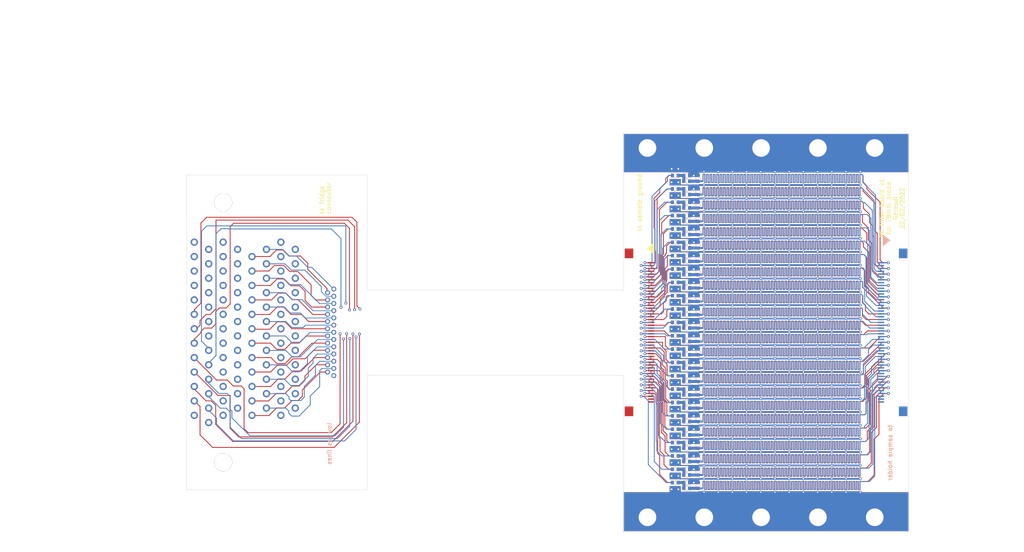
<source format=kicad_pcb>
(kicad_pcb (version 20171130) (host pcbnew "(5.1.11-2-g3484334d15)-1")
  (layers (0 F.Cu signal) (1 In1.Cu signal hide) (2 In2.Cu signal hide) (31 B.Cu signal) (34 B.Paste user hide) (35 F.Paste user hide) (36 B.SilkS user) (37 F.SilkS user) (38 B.Mask user hide) (39 F.Mask user hide) (44 Edge.Cuts user))
  (net 0 "")
  (net 1 GND)
  (net 2 "Net-(C93-Pad1)")
  (net 3 "Net-(C95-Pad1)")
  (net 4 /L48)
  (net 5 "Net-(C1-Pad1)")
  (net 6 "Net-(C3-Pad1)")
  (net 7 "Net-(C5-Pad1)")
  (net 8 "Net-(C7-Pad1)")
  (net 9 "Net-(C9-Pad1)")
  (net 10 "Net-(C11-Pad1)")
  (net 11 "Net-(C13-Pad1)")
  (net 12 "Net-(C15-Pad1)")
  (net 13 "Net-(C17-Pad1)")
  (net 14 "Net-(C19-Pad1)")
  (net 15 "Net-(C21-Pad1)")
  (net 16 "Net-(C23-Pad1)")
  (net 17 "Net-(C25-Pad1)")
  (net 18 "Net-(C27-Pad1)")
  (net 19 "Net-(C29-Pad1)")
  (net 20 "Net-(C31-Pad1)")
  (net 21 "Net-(C33-Pad1)")
  (net 22 "Net-(C35-Pad1)")
  (net 23 "Net-(C37-Pad1)")
  (net 24 "Net-(C39-Pad1)")
  (net 25 "Net-(C41-Pad1)")
  (net 26 "Net-(C43-Pad1)")
  (net 27 "Net-(C45-Pad1)")
  (net 28 "Net-(C47-Pad1)")
  (net 29 "Net-(C49-Pad1)")
  (net 30 "Net-(C51-Pad1)")
  (net 31 "Net-(C53-Pad1)")
  (net 32 "Net-(C55-Pad1)")
  (net 33 "Net-(C57-Pad1)")
  (net 34 "Net-(C59-Pad1)")
  (net 35 "Net-(C61-Pad1)")
  (net 36 "Net-(C63-Pad1)")
  (net 37 "Net-(C65-Pad1)")
  (net 38 "Net-(C67-Pad1)")
  (net 39 "Net-(C69-Pad1)")
  (net 40 "Net-(C71-Pad1)")
  (net 41 "Net-(C73-Pad1)")
  (net 42 "Net-(C75-Pad1)")
  (net 43 "Net-(C77-Pad1)")
  (net 44 "Net-(C79-Pad1)")
  (net 45 "Net-(C81-Pad1)")
  (net 46 "Net-(C83-Pad1)")
  (net 47 "Net-(C85-Pad1)")
  (net 48 "Net-(C87-Pad1)")
  (net 49 "Net-(C89-Pad1)")
  (net 50 "Net-(C91-Pad1)")
  (net 51 /L46)
  (net 52 /L44)
  (net 53 /L40)
  (net 54 /L34)
  (net 55 /L38)
  (net 56 /L28)
  (net 57 /L36)
  (net 58 /L42)
  (net 59 /L30)
  (net 60 /L32)
  (net 61 /L26)
  (net 62 /L23)
  (net 63 /L21)
  (net 64 /L19)
  (net 65 /L15)
  (net 66 /L09)
  (net 67 /L13)
  (net 68 /L03)
  (net 69 /L11)
  (net 70 /L17)
  (net 71 /L05)
  (net 72 /L07)
  (net 73 /L01)
  (net 74 /L24)
  (net 75 /L22)
  (net 76 /L20)
  (net 77 /L16)
  (net 78 /L10)
  (net 79 /L14)
  (net 80 /L04)
  (net 81 /L12)
  (net 82 /L18)
  (net 83 /L06)
  (net 84 /L08)
  (net 85 /L02)
  (net 86 /L47)
  (net 87 /L45)
  (net 88 /L43)
  (net 89 /L41)
  (net 90 /L39)
  (net 91 /L37)
  (net 92 /L35)
  (net 93 /L33)
  (net 94 /L31)
  (net 95 /L29)
  (net 96 /L27)
  (net 97 /L25)
  (net 98 /S01)
  (net 99 /S02)
  (net 100 /S03)
  (net 101 /S04)
  (net 102 /S05)
  (net 103 /S06)
  (net 104 /S07)
  (net 105 /S08)
  (net 106 /S09)
  (net 107 /S10)
  (net 108 /S11)
  (net 109 /S12)
  (net 110 /S13)
  (net 111 /S14)
  (net 112 /S15)
  (net 113 /S16)
  (net 114 /S17)
  (net 115 /S18)
  (net 116 /S19)
  (net 117 /S20)
  (net 118 /S21)
  (net 119 /S22)
  (net 120 /S23)
  (net 121 /S24)
  (net 122 /S25)
  (net 123 /S26)
  (net 124 /S27)
  (net 125 /S28)
  (net 126 /S29)
  (net 127 /S30)
  (net 128 /S31)
  (net 129 /S32)
  (net 130 /S33)
  (net 131 /S34)
  (net 132 /S35)
  (net 133 /S36)
  (net 134 /S37)
  (net 135 /S38)
  (net 136 /S39)
  (net 137 /S40)
  (net 138 /S41)
  (net 139 /S42)
  (net 140 /S43)
  (net 141 /S44)
  (net 142 /S45)
  (net 143 /S46)
  (net 144 /S47)
  (net 145 /S48)
  (net 146 /R23)
  (net 147 /R15)
  (net 148 /R21)
  (net 149 /R13)
  (net 150 /R09)
  (net 151 /R03)
  (net 152 /R01)
  (net 153 /R05)
  (net 154 /R11)
  (net 155 /R07)
  (net 156 /R17)
  (net 157 /R19)
  (net 158 /R12)
  (net 159 /R08)
  (net 160 /R18)
  (net 161 /R04)
  (net 162 /R14)
  (net 163 /R06)
  (net 164 /R02)
  (net 165 /R10)
  (net 166 /R22)
  (net 167 /R16)
  (net 168 /R20)
  (net 169 /R24)
  (module microD:microD_socket_25_vertical_NorComp (layer B.Cu) (at 114.34 99.95 90)
    (fp_text reference J2 hide)
    (fp_text value "microD 25" hide)
    (pad 25 thru_hole circle (at -6.985 -0.55 90) (size 0.85 0.85) (drill 0.5) (layers *.Cu *.Mask) (net 169 /R24))
    (pad 24 thru_hole circle (at -5.715 -0.55 90) (size 0.85 0.85) (drill 0.5) (layers *.Cu *.Mask) (net 166 /R22))
    (pad 23 thru_hole circle (at -4.445 -0.55 90) (size 0.85 0.85) (drill 0.5) (layers *.Cu *.Mask) (net 168 /R20))
    (pad 22 thru_hole circle (at -3.175 -0.55 90) (size 0.85 0.85) (drill 0.5) (layers *.Cu *.Mask) (net 160 /R18))
    (pad 21 thru_hole circle (at -1.905 -0.55 90) (size 0.85 0.85) (drill 0.5) (layers *.Cu *.Mask) (net 167 /R16))
    (pad 20 thru_hole circle (at -0.635 -0.55 90) (size 0.85 0.85) (drill 0.5) (layers *.Cu *.Mask) (net 162 /R14))
    (pad 19 thru_hole circle (at 0.635 -0.55 90) (size 0.85 0.85) (drill 0.5) (layers *.Cu *.Mask) (net 158 /R12))
    (pad 18 thru_hole circle (at 1.905 -0.55 90) (size 0.85 0.85) (drill 0.5) (layers *.Cu *.Mask) (net 165 /R10))
    (pad 17 thru_hole circle (at 3.175 -0.55 90) (size 0.85 0.85) (drill 0.5) (layers *.Cu *.Mask) (net 159 /R08))
    (pad 16 thru_hole circle (at 4.445 -0.55 90) (size 0.85 0.85) (drill 0.5) (layers *.Cu *.Mask) (net 163 /R06))
    (pad 15 thru_hole circle (at 5.715 -0.55 90) (size 0.85 0.85) (drill 0.5) (layers *.Cu *.Mask) (net 161 /R04))
    (pad 14 thru_hole circle (at 6.985 -0.55 90) (size 0.85 0.85) (drill 0.5) (layers *.Cu *.Mask) (net 164 /R02))
    (pad 13 thru_hole circle (at -7.62 0.55 90) (size 0.85 0.85) (drill 0.5) (layers *.Cu *.Mask))
    (pad 12 thru_hole circle (at -6.35 0.55 90) (size 0.85 0.85) (drill 0.5) (layers *.Cu *.Mask) (net 146 /R23))
    (pad 11 thru_hole circle (at -5.08 0.55 90) (size 0.85 0.85) (drill 0.5) (layers *.Cu *.Mask) (net 148 /R21))
    (pad 10 thru_hole circle (at -3.81 0.55 90) (size 0.85 0.85) (drill 0.5) (layers *.Cu *.Mask) (net 157 /R19))
    (pad 9 thru_hole circle (at -2.54 0.55 90) (size 0.85 0.85) (drill 0.5) (layers *.Cu *.Mask) (net 156 /R17))
    (pad 8 thru_hole circle (at -1.27 0.55 90) (size 0.85 0.85) (drill 0.5) (layers *.Cu *.Mask) (net 147 /R15))
    (pad 7 thru_hole circle (at 0 0.55 90) (size 0.85 0.85) (drill 0.5) (layers *.Cu *.Mask) (net 149 /R13))
    (pad 6 thru_hole circle (at 1.27 0.55 90) (size 0.85 0.85) (drill 0.5) (layers *.Cu *.Mask) (net 154 /R11))
    (pad 5 thru_hole circle (at 2.54 0.55 90) (size 0.85 0.85) (drill 0.5) (layers *.Cu *.Mask) (net 150 /R09))
    (pad 4 thru_hole circle (at 3.81 0.55 90) (size 0.85 0.85) (drill 0.5) (layers *.Cu *.Mask) (net 155 /R07))
    (pad 3 thru_hole circle (at 5.08 0.55 90) (size 0.85 0.85) (drill 0.5) (layers *.Cu *.Mask) (net 153 /R05))
    (pad 2 thru_hole circle (at 6.35 0.55 90) (size 0.85 0.85) (drill 0.5) (layers *.Cu *.Mask) (net 151 /R03))
    (pad 1 thru_hole circle (at 7.62 0.55 90) (size 0.85 0.85) (drill 0.5) (layers *.Cu *.Mask) (net 152 /R01))
  )
  (module Omron_edge_connector:XF2M-5015-1A (layer F.Cu) (at 166.1 99.95 270)
    (fp_text reference J3 hide)
    (fp_text value Conn_02x25_Top_Bottom)
    (fp_poly (pts (xy -13.05 0) (xy -14.75 0) (xy -14.75 -1.5) (xy -13.05 -1.5)) (layer F.Cu) (width 0))
    (fp_poly (pts (xy 14.75 0) (xy 13.05 0) (xy 13.05 -1.5) (xy 14.75 -1.5)) (layer F.Cu) (width 0))
    (pad 50 smd rect (at 12.25 -4.65 270) (size 0.25 1.1) (layers F.Cu F.Paste F.Mask))
    (pad 49 smd rect (at 11.75 -4.65 270) (size 0.25 1.1) (layers F.Cu F.Paste F.Mask))
    (pad 48 smd rect (at 11.25 -4.65 270) (size 0.25 1.1) (layers F.Cu F.Paste F.Mask) (net 4 /L48))
    (pad 47 smd rect (at 10.75 -4.65 270) (size 0.25 1.1) (layers F.Cu F.Paste F.Mask) (net 86 /L47))
    (pad 46 smd rect (at 10.25 -4.65 270) (size 0.25 1.1) (layers F.Cu F.Paste F.Mask) (net 51 /L46))
    (pad 45 smd rect (at 9.75 -4.65 270) (size 0.25 1.1) (layers F.Cu F.Paste F.Mask) (net 87 /L45))
    (pad 44 smd rect (at 9.25 -4.65 270) (size 0.25 1.1) (layers F.Cu F.Paste F.Mask) (net 52 /L44))
    (pad 43 smd rect (at 8.75 -4.65 270) (size 0.25 1.1) (layers F.Cu F.Paste F.Mask) (net 88 /L43))
    (pad 42 smd rect (at 8.25 -4.65 270) (size 0.25 1.1) (layers F.Cu F.Paste F.Mask) (net 58 /L42))
    (pad 41 smd rect (at 7.75 -4.65 270) (size 0.25 1.1) (layers F.Cu F.Paste F.Mask) (net 89 /L41))
    (pad 40 smd rect (at 7.25 -4.65 270) (size 0.25 1.1) (layers F.Cu F.Paste F.Mask) (net 53 /L40))
    (pad 39 smd rect (at 6.75 -4.65 270) (size 0.25 1.1) (layers F.Cu F.Paste F.Mask) (net 90 /L39))
    (pad 38 smd rect (at 6.25 -4.65 270) (size 0.25 1.1) (layers F.Cu F.Paste F.Mask) (net 55 /L38))
    (pad 37 smd rect (at 5.75 -4.65 270) (size 0.25 1.1) (layers F.Cu F.Paste F.Mask) (net 91 /L37))
    (pad 36 smd rect (at 5.25 -4.65 270) (size 0.25 1.1) (layers F.Cu F.Paste F.Mask) (net 57 /L36))
    (pad 35 smd rect (at 4.75 -4.65 270) (size 0.25 1.1) (layers F.Cu F.Paste F.Mask) (net 92 /L35))
    (pad 34 smd rect (at 4.25 -4.65 270) (size 0.25 1.1) (layers F.Cu F.Paste F.Mask) (net 54 /L34))
    (pad 33 smd rect (at 3.75 -4.65 270) (size 0.25 1.1) (layers F.Cu F.Paste F.Mask) (net 93 /L33))
    (pad 32 smd rect (at 3.25 -4.65 270) (size 0.25 1.1) (layers F.Cu F.Paste F.Mask) (net 60 /L32))
    (pad 31 smd rect (at 2.75 -4.65 270) (size 0.25 1.1) (layers F.Cu F.Paste F.Mask) (net 94 /L31))
    (pad 30 smd rect (at 2.25 -4.65 270) (size 0.25 1.1) (layers F.Cu F.Paste F.Mask) (net 59 /L30))
    (pad 29 smd rect (at 1.75 -4.65 270) (size 0.25 1.1) (layers F.Cu F.Paste F.Mask) (net 95 /L29))
    (pad 28 smd rect (at 1.25 -4.65 270) (size 0.25 1.1) (layers F.Cu F.Paste F.Mask) (net 56 /L28))
    (pad 27 smd rect (at 0.75 -4.65 270) (size 0.25 1.1) (layers F.Cu F.Paste F.Mask) (net 96 /L27))
    (pad 26 smd rect (at 0.25 -4.65 270) (size 0.25 1.1) (layers F.Cu F.Paste F.Mask) (net 61 /L26))
    (pad 25 smd rect (at -0.25 -4.65 270) (size 0.25 1.1) (layers F.Cu F.Paste F.Mask) (net 97 /L25))
    (pad 24 smd rect (at -0.75 -4.65 270) (size 0.25 1.1) (layers F.Cu F.Paste F.Mask) (net 74 /L24))
    (pad 23 smd rect (at -1.25 -4.65 270) (size 0.25 1.1) (layers F.Cu F.Paste F.Mask) (net 62 /L23))
    (pad 22 smd rect (at -1.75 -4.65 270) (size 0.25 1.1) (layers F.Cu F.Paste F.Mask) (net 75 /L22))
    (pad 21 smd rect (at -2.25 -4.65 270) (size 0.25 1.1) (layers F.Cu F.Paste F.Mask) (net 63 /L21))
    (pad 20 smd rect (at -2.75 -4.65 270) (size 0.25 1.1) (layers F.Cu F.Paste F.Mask) (net 76 /L20))
    (pad 19 smd rect (at -3.25 -4.65 270) (size 0.25 1.1) (layers F.Cu F.Paste F.Mask) (net 64 /L19))
    (pad 18 smd rect (at -3.75 -4.65 270) (size 0.25 1.1) (layers F.Cu F.Paste F.Mask) (net 82 /L18))
    (pad 17 smd rect (at -4.25 -4.65 270) (size 0.25 1.1) (layers F.Cu F.Paste F.Mask) (net 70 /L17))
    (pad 16 smd rect (at -4.75 -4.65 270) (size 0.25 1.1) (layers F.Cu F.Paste F.Mask) (net 77 /L16))
    (pad 15 smd rect (at -5.25 -4.65 270) (size 0.25 1.1) (layers F.Cu F.Paste F.Mask) (net 65 /L15))
    (pad 14 smd rect (at -5.75 -4.65 270) (size 0.25 1.1) (layers F.Cu F.Paste F.Mask) (net 79 /L14))
    (pad 13 smd rect (at -6.25 -4.65 270) (size 0.25 1.1) (layers F.Cu F.Paste F.Mask) (net 67 /L13))
    (pad 12 smd rect (at -6.75 -4.65 270) (size 0.25 1.1) (layers F.Cu F.Paste F.Mask) (net 81 /L12))
    (pad 11 smd rect (at -7.25 -4.65 270) (size 0.25 1.1) (layers F.Cu F.Paste F.Mask) (net 69 /L11))
    (pad 10 smd rect (at -7.75 -4.65 270) (size 0.25 1.1) (layers F.Cu F.Paste F.Mask) (net 78 /L10))
    (pad 9 smd rect (at -8.25 -4.65 270) (size 0.25 1.1) (layers F.Cu F.Paste F.Mask) (net 66 /L09))
    (pad 8 smd rect (at -8.75 -4.65 270) (size 0.25 1.1) (layers F.Cu F.Paste F.Mask) (net 84 /L08))
    (pad 7 smd rect (at -9.25 -4.65 270) (size 0.25 1.1) (layers F.Cu F.Paste F.Mask) (net 72 /L07))
    (pad 6 smd rect (at -9.75 -4.65 270) (size 0.25 1.1) (layers F.Cu F.Paste F.Mask) (net 83 /L06))
    (pad 5 smd rect (at -10.25 -4.65 270) (size 0.25 1.1) (layers F.Cu F.Paste F.Mask) (net 71 /L05))
    (pad 4 smd rect (at -10.75 -4.65 270) (size 0.25 1.1) (layers F.Cu F.Paste F.Mask) (net 80 /L04))
    (pad 3 smd rect (at -11.25 -4.65 270) (size 0.25 1.1) (layers F.Cu F.Paste F.Mask) (net 68 /L03))
    (pad 2 smd rect (at -11.75 -4.65 270) (size 0.25 1.1) (layers F.Cu F.Paste F.Mask) (net 85 /L02))
    (pad 1 smd rect (at -12.25 -4.65 270) (size 0.25 1.1) (layers F.Cu F.Paste F.Mask) (net 73 /L01))
  )
  (module Omron_edge_connector:XF2M-5015-1A (layer B.Cu) (at 215.85 99.95 270)
    (fp_text reference J4 hide)
    (fp_text value Conn_02x25_Top_Bottom)
    (fp_poly (pts (xy 14.75 0) (xy 13.05 0) (xy 13.05 1.5) (xy 14.75 1.5)) (layer B.Cu) (width 0))
    (fp_poly (pts (xy -13.05 0) (xy -14.75 0) (xy -14.75 1.5) (xy -13.05 1.5)) (layer B.Cu) (width 0))
    (pad 50 smd rect (at 12.25 4.65 270) (size 0.25 1.1) (layers B.Cu B.Paste B.Mask))
    (pad 49 smd rect (at 11.75 4.65 270) (size 0.25 1.1) (layers B.Cu B.Paste B.Mask))
    (pad 48 smd rect (at 11.25 4.65 270) (size 0.25 1.1) (layers B.Cu B.Paste B.Mask) (net 145 /S48))
    (pad 47 smd rect (at 10.75 4.65 270) (size 0.25 1.1) (layers B.Cu B.Paste B.Mask) (net 144 /S47))
    (pad 46 smd rect (at 10.25 4.65 270) (size 0.25 1.1) (layers B.Cu B.Paste B.Mask) (net 143 /S46))
    (pad 45 smd rect (at 9.75 4.65 270) (size 0.25 1.1) (layers B.Cu B.Paste B.Mask) (net 142 /S45))
    (pad 44 smd rect (at 9.25 4.65 270) (size 0.25 1.1) (layers B.Cu B.Paste B.Mask) (net 141 /S44))
    (pad 43 smd rect (at 8.75 4.65 270) (size 0.25 1.1) (layers B.Cu B.Paste B.Mask) (net 140 /S43))
    (pad 42 smd rect (at 8.25 4.65 270) (size 0.25 1.1) (layers B.Cu B.Paste B.Mask) (net 139 /S42))
    (pad 41 smd rect (at 7.75 4.65 270) (size 0.25 1.1) (layers B.Cu B.Paste B.Mask) (net 138 /S41))
    (pad 40 smd rect (at 7.25 4.65 270) (size 0.25 1.1) (layers B.Cu B.Paste B.Mask) (net 137 /S40))
    (pad 39 smd rect (at 6.75 4.65 270) (size 0.25 1.1) (layers B.Cu B.Paste B.Mask) (net 136 /S39))
    (pad 38 smd rect (at 6.25 4.65 270) (size 0.25 1.1) (layers B.Cu B.Paste B.Mask) (net 135 /S38))
    (pad 37 smd rect (at 5.75 4.65 270) (size 0.25 1.1) (layers B.Cu B.Paste B.Mask) (net 134 /S37))
    (pad 36 smd rect (at 5.25 4.65 270) (size 0.25 1.1) (layers B.Cu B.Paste B.Mask) (net 133 /S36))
    (pad 35 smd rect (at 4.75 4.65 270) (size 0.25 1.1) (layers B.Cu B.Paste B.Mask) (net 132 /S35))
    (pad 34 smd rect (at 4.25 4.65 270) (size 0.25 1.1) (layers B.Cu B.Paste B.Mask) (net 131 /S34))
    (pad 33 smd rect (at 3.75 4.65 270) (size 0.25 1.1) (layers B.Cu B.Paste B.Mask) (net 130 /S33))
    (pad 32 smd rect (at 3.25 4.65 270) (size 0.25 1.1) (layers B.Cu B.Paste B.Mask) (net 129 /S32))
    (pad 31 smd rect (at 2.75 4.65 270) (size 0.25 1.1) (layers B.Cu B.Paste B.Mask) (net 128 /S31))
    (pad 30 smd rect (at 2.25 4.65 270) (size 0.25 1.1) (layers B.Cu B.Paste B.Mask) (net 127 /S30))
    (pad 29 smd rect (at 1.75 4.65 270) (size 0.25 1.1) (layers B.Cu B.Paste B.Mask) (net 126 /S29))
    (pad 28 smd rect (at 1.25 4.65 270) (size 0.25 1.1) (layers B.Cu B.Paste B.Mask) (net 125 /S28))
    (pad 27 smd rect (at 0.75 4.65 270) (size 0.25 1.1) (layers B.Cu B.Paste B.Mask) (net 124 /S27))
    (pad 26 smd rect (at 0.25 4.65 270) (size 0.25 1.1) (layers B.Cu B.Paste B.Mask) (net 123 /S26))
    (pad 25 smd rect (at -0.25 4.65 270) (size 0.25 1.1) (layers B.Cu B.Paste B.Mask) (net 122 /S25))
    (pad 24 smd rect (at -0.75 4.65 270) (size 0.25 1.1) (layers B.Cu B.Paste B.Mask) (net 121 /S24))
    (pad 23 smd rect (at -1.25 4.65 270) (size 0.25 1.1) (layers B.Cu B.Paste B.Mask) (net 120 /S23))
    (pad 22 smd rect (at -1.75 4.65 270) (size 0.25 1.1) (layers B.Cu B.Paste B.Mask) (net 119 /S22))
    (pad 21 smd rect (at -2.25 4.65 270) (size 0.25 1.1) (layers B.Cu B.Paste B.Mask) (net 118 /S21))
    (pad 20 smd rect (at -2.75 4.65 270) (size 0.25 1.1) (layers B.Cu B.Paste B.Mask) (net 117 /S20))
    (pad 19 smd rect (at -3.25 4.65 270) (size 0.25 1.1) (layers B.Cu B.Paste B.Mask) (net 116 /S19))
    (pad 18 smd rect (at -3.75 4.65 270) (size 0.25 1.1) (layers B.Cu B.Paste B.Mask) (net 115 /S18))
    (pad 17 smd rect (at -4.25 4.65 270) (size 0.25 1.1) (layers B.Cu B.Paste B.Mask) (net 114 /S17))
    (pad 16 smd rect (at -4.75 4.65 270) (size 0.25 1.1) (layers B.Cu B.Paste B.Mask) (net 113 /S16))
    (pad 15 smd rect (at -5.25 4.65 270) (size 0.25 1.1) (layers B.Cu B.Paste B.Mask) (net 112 /S15))
    (pad 14 smd rect (at -5.75 4.65 270) (size 0.25 1.1) (layers B.Cu B.Paste B.Mask) (net 111 /S14))
    (pad 13 smd rect (at -6.25 4.65 270) (size 0.25 1.1) (layers B.Cu B.Paste B.Mask) (net 110 /S13))
    (pad 12 smd rect (at -6.75 4.65 270) (size 0.25 1.1) (layers B.Cu B.Paste B.Mask) (net 109 /S12))
    (pad 11 smd rect (at -7.25 4.65 270) (size 0.25 1.1) (layers B.Cu B.Paste B.Mask) (net 108 /S11))
    (pad 10 smd rect (at -7.75 4.65 270) (size 0.25 1.1) (layers B.Cu B.Paste B.Mask) (net 107 /S10))
    (pad 9 smd rect (at -8.25 4.65 270) (size 0.25 1.1) (layers B.Cu B.Paste B.Mask) (net 106 /S09))
    (pad 8 smd rect (at -8.75 4.65 270) (size 0.25 1.1) (layers B.Cu B.Paste B.Mask) (net 105 /S08))
    (pad 7 smd rect (at -9.25 4.65 270) (size 0.25 1.1) (layers B.Cu B.Paste B.Mask) (net 104 /S07))
    (pad 6 smd rect (at -9.75 4.65 270) (size 0.25 1.1) (layers B.Cu B.Paste B.Mask) (net 103 /S06))
    (pad 5 smd rect (at -10.25 4.65 270) (size 0.25 1.1) (layers B.Cu B.Paste B.Mask) (net 102 /S05))
    (pad 4 smd rect (at -10.75 4.65 270) (size 0.25 1.1) (layers B.Cu B.Paste B.Mask) (net 101 /S04))
    (pad 3 smd rect (at -11.25 4.65 270) (size 0.25 1.1) (layers B.Cu B.Paste B.Mask) (net 100 /S03))
    (pad 2 smd rect (at -11.75 4.65 270) (size 0.25 1.1) (layers B.Cu B.Paste B.Mask) (net 99 /S02))
    (pad 1 smd rect (at -12.25 4.65 270) (size 0.25 1.1) (layers B.Cu B.Paste B.Mask) (net 98 /S01))
  )
  (module Resistor_SMD:R_0402_1005Metric (layer B.Cu) (at 179 103.4 90)
    (fp_text reference C56 hide)
    (fp_text value C hide)
    (pad 2 smd roundrect (at 0.51 0 90) (size 0.54 0.64) (layers B.Cu B.Paste B.Mask) (net 1 GND))
    (pad 1 smd roundrect (at -0.51 0 90) (size 0.54 0.64) (layers B.Cu B.Paste B.Mask) (net 125 /S28))
  )
  (module Resistor_SMD:R_0402_1005Metric (layer F.Cu) (at 179 94 90)
    (fp_text reference C38 hide)
    (fp_text value C hide)
    (pad 2 smd roundrect (at 0.51 0 90) (size 0.54 0.64) (layers F.Cu F.Paste F.Mask) (net 1 GND))
    (pad 1 smd roundrect (at -0.51 0 90) (size 0.54 0.64) (layers F.Cu F.Paste F.Mask) (net 116 /S19))
  )
  (module Resistor_SMD:R_0402_1005Metric (layer B.Cu) (at 177 125.05 180)
    (fp_text reference R92 hide)
    (fp_text value R hide)
    (pad 2 smd roundrect (at 0.51 0 180) (size 0.54 0.64) (layers B.Cu B.Paste B.Mask) (net 50 "Net-(C91-Pad1)"))
    (pad 1 smd roundrect (at -0.51 0 180) (size 0.54 0.64) (layers B.Cu B.Paste B.Mask) (net 143 /S46))
  )
  (module Resistor_SMD:R_0402_1005Metric (layer B.Cu) (at 175 124.05 180)
    (fp_text reference R91 hide)
    (fp_text value R hide)
    (pad 2 smd roundrect (at 0.51 0 180) (size 0.54 0.64) (layers B.Cu B.Paste B.Mask) (net 51 /L46))
    (pad 1 smd roundrect (at -0.51 0 180) (size 0.54 0.64) (layers B.Cu B.Paste B.Mask) (net 50 "Net-(C91-Pad1)"))
  )
  (module Resistor_SMD:R_0402_1005Metric (layer F.Cu) (at 177 125.05 180)
    (fp_text reference R90 hide)
    (fp_text value R hide)
    (pad 2 smd roundrect (at 0.51 0 180) (size 0.54 0.64) (layers F.Cu F.Paste F.Mask) (net 49 "Net-(C89-Pad1)"))
    (pad 1 smd roundrect (at -0.51 0 180) (size 0.54 0.64) (layers F.Cu F.Paste F.Mask) (net 142 /S45))
  )
  (module Resistor_SMD:R_0402_1005Metric (layer F.Cu) (at 175 124.05 180)
    (fp_text reference R89 hide)
    (fp_text value R hide)
    (pad 2 smd roundrect (at 0.51 0 180) (size 0.54 0.64) (layers F.Cu F.Paste F.Mask) (net 87 /L45))
    (pad 1 smd roundrect (at -0.51 0 180) (size 0.54 0.64) (layers F.Cu F.Paste F.Mask) (net 49 "Net-(C89-Pad1)"))
  )
  (module Resistor_SMD:R_0402_1005Metric (layer B.Cu) (at 177 122.7 180)
    (fp_text reference R88 hide)
    (fp_text value R hide)
    (pad 2 smd roundrect (at 0.51 0 180) (size 0.54 0.64) (layers B.Cu B.Paste B.Mask) (net 48 "Net-(C87-Pad1)"))
    (pad 1 smd roundrect (at -0.51 0 180) (size 0.54 0.64) (layers B.Cu B.Paste B.Mask) (net 141 /S44))
  )
  (module Resistor_SMD:R_0402_1005Metric (layer B.Cu) (at 175 121.7 180)
    (fp_text reference R87 hide)
    (fp_text value R hide)
    (pad 2 smd roundrect (at 0.51 0 180) (size 0.54 0.64) (layers B.Cu B.Paste B.Mask) (net 52 /L44))
    (pad 1 smd roundrect (at -0.51 0 180) (size 0.54 0.64) (layers B.Cu B.Paste B.Mask) (net 48 "Net-(C87-Pad1)"))
  )
  (module Resistor_SMD:R_0402_1005Metric (layer F.Cu) (at 177 122.7 180)
    (fp_text reference R86 hide)
    (fp_text value R hide)
    (pad 2 smd roundrect (at 0.51 0 180) (size 0.54 0.64) (layers F.Cu F.Paste F.Mask) (net 47 "Net-(C85-Pad1)"))
    (pad 1 smd roundrect (at -0.51 0 180) (size 0.54 0.64) (layers F.Cu F.Paste F.Mask) (net 140 /S43))
  )
  (module Resistor_SMD:R_0402_1005Metric (layer F.Cu) (at 175 121.7 180)
    (fp_text reference R85 hide)
    (fp_text value R hide)
    (pad 2 smd roundrect (at 0.51 0 180) (size 0.54 0.64) (layers F.Cu F.Paste F.Mask) (net 88 /L43))
    (pad 1 smd roundrect (at -0.51 0 180) (size 0.54 0.64) (layers F.Cu F.Paste F.Mask) (net 47 "Net-(C85-Pad1)"))
  )
  (module Resistor_SMD:R_0402_1005Metric (layer B.Cu) (at 177 120.35 180)
    (fp_text reference R84 hide)
    (fp_text value R hide)
    (pad 2 smd roundrect (at 0.51 0 180) (size 0.54 0.64) (layers B.Cu B.Paste B.Mask) (net 46 "Net-(C83-Pad1)"))
    (pad 1 smd roundrect (at -0.51 0 180) (size 0.54 0.64) (layers B.Cu B.Paste B.Mask) (net 139 /S42))
  )
  (module Resistor_SMD:R_0402_1005Metric (layer B.Cu) (at 175 119.35 180)
    (fp_text reference R83 hide)
    (fp_text value R hide)
    (pad 2 smd roundrect (at 0.51 0 180) (size 0.54 0.64) (layers B.Cu B.Paste B.Mask) (net 58 /L42))
    (pad 1 smd roundrect (at -0.51 0 180) (size 0.54 0.64) (layers B.Cu B.Paste B.Mask) (net 46 "Net-(C83-Pad1)"))
  )
  (module Resistor_SMD:R_0402_1005Metric (layer F.Cu) (at 177 120.35 180)
    (fp_text reference R82 hide)
    (fp_text value R hide)
    (pad 2 smd roundrect (at 0.51 0 180) (size 0.54 0.64) (layers F.Cu F.Paste F.Mask) (net 45 "Net-(C81-Pad1)"))
    (pad 1 smd roundrect (at -0.51 0 180) (size 0.54 0.64) (layers F.Cu F.Paste F.Mask) (net 138 /S41))
  )
  (module Resistor_SMD:R_0402_1005Metric (layer F.Cu) (at 175 119.35 180)
    (fp_text reference R81 hide)
    (fp_text value R hide)
    (pad 2 smd roundrect (at 0.51 0 180) (size 0.54 0.64) (layers F.Cu F.Paste F.Mask) (net 89 /L41))
    (pad 1 smd roundrect (at -0.51 0 180) (size 0.54 0.64) (layers F.Cu F.Paste F.Mask) (net 45 "Net-(C81-Pad1)"))
  )
  (module Resistor_SMD:R_0402_1005Metric (layer B.Cu) (at 177 118 180)
    (fp_text reference R80 hide)
    (fp_text value R hide)
    (pad 2 smd roundrect (at 0.51 0 180) (size 0.54 0.64) (layers B.Cu B.Paste B.Mask) (net 44 "Net-(C79-Pad1)"))
    (pad 1 smd roundrect (at -0.51 0 180) (size 0.54 0.64) (layers B.Cu B.Paste B.Mask) (net 137 /S40))
  )
  (module Resistor_SMD:R_0402_1005Metric (layer B.Cu) (at 175 117 180)
    (fp_text reference R79 hide)
    (fp_text value R hide)
    (pad 2 smd roundrect (at 0.51 0 180) (size 0.54 0.64) (layers B.Cu B.Paste B.Mask) (net 53 /L40))
    (pad 1 smd roundrect (at -0.51 0 180) (size 0.54 0.64) (layers B.Cu B.Paste B.Mask) (net 44 "Net-(C79-Pad1)"))
  )
  (module Resistor_SMD:R_0402_1005Metric (layer F.Cu) (at 177 118 180)
    (fp_text reference R78 hide)
    (fp_text value R hide)
    (pad 2 smd roundrect (at 0.51 0 180) (size 0.54 0.64) (layers F.Cu F.Paste F.Mask) (net 43 "Net-(C77-Pad1)"))
    (pad 1 smd roundrect (at -0.51 0 180) (size 0.54 0.64) (layers F.Cu F.Paste F.Mask) (net 136 /S39))
  )
  (module Resistor_SMD:R_0402_1005Metric (layer F.Cu) (at 175 117 180)
    (fp_text reference R77 hide)
    (fp_text value R hide)
    (pad 2 smd roundrect (at 0.51 0 180) (size 0.54 0.64) (layers F.Cu F.Paste F.Mask) (net 90 /L39))
    (pad 1 smd roundrect (at -0.51 0 180) (size 0.54 0.64) (layers F.Cu F.Paste F.Mask) (net 43 "Net-(C77-Pad1)"))
  )
  (module Resistor_SMD:R_0402_1005Metric (layer B.Cu) (at 177 115.65 180)
    (fp_text reference R76 hide)
    (fp_text value R hide)
    (pad 2 smd roundrect (at 0.51 0 180) (size 0.54 0.64) (layers B.Cu B.Paste B.Mask) (net 42 "Net-(C75-Pad1)"))
    (pad 1 smd roundrect (at -0.51 0 180) (size 0.54 0.64) (layers B.Cu B.Paste B.Mask) (net 135 /S38))
  )
  (module Resistor_SMD:R_0402_1005Metric (layer B.Cu) (at 175 114.65 180)
    (fp_text reference R75 hide)
    (fp_text value R hide)
    (pad 2 smd roundrect (at 0.51 0 180) (size 0.54 0.64) (layers B.Cu B.Paste B.Mask) (net 55 /L38))
    (pad 1 smd roundrect (at -0.51 0 180) (size 0.54 0.64) (layers B.Cu B.Paste B.Mask) (net 42 "Net-(C75-Pad1)"))
  )
  (module Resistor_SMD:R_0402_1005Metric (layer F.Cu) (at 177 115.65 180)
    (fp_text reference R74 hide)
    (fp_text value R hide)
    (pad 2 smd roundrect (at 0.51 0 180) (size 0.54 0.64) (layers F.Cu F.Paste F.Mask) (net 41 "Net-(C73-Pad1)"))
    (pad 1 smd roundrect (at -0.51 0 180) (size 0.54 0.64) (layers F.Cu F.Paste F.Mask) (net 134 /S37))
  )
  (module Resistor_SMD:R_0402_1005Metric (layer F.Cu) (at 175 114.65 180)
    (fp_text reference R73 hide)
    (fp_text value R hide)
    (pad 2 smd roundrect (at 0.51 0 180) (size 0.54 0.64) (layers F.Cu F.Paste F.Mask) (net 91 /L37))
    (pad 1 smd roundrect (at -0.51 0 180) (size 0.54 0.64) (layers F.Cu F.Paste F.Mask) (net 41 "Net-(C73-Pad1)"))
  )
  (module Resistor_SMD:R_0402_1005Metric (layer B.Cu) (at 177 113.3 180)
    (fp_text reference R72 hide)
    (fp_text value R hide)
    (pad 2 smd roundrect (at 0.51 0 180) (size 0.54 0.64) (layers B.Cu B.Paste B.Mask) (net 40 "Net-(C71-Pad1)"))
    (pad 1 smd roundrect (at -0.51 0 180) (size 0.54 0.64) (layers B.Cu B.Paste B.Mask) (net 133 /S36))
  )
  (module Resistor_SMD:R_0402_1005Metric (layer B.Cu) (at 175 112.3 180)
    (fp_text reference R71 hide)
    (fp_text value R hide)
    (pad 2 smd roundrect (at 0.51 0 180) (size 0.54 0.64) (layers B.Cu B.Paste B.Mask) (net 57 /L36))
    (pad 1 smd roundrect (at -0.51 0 180) (size 0.54 0.64) (layers B.Cu B.Paste B.Mask) (net 40 "Net-(C71-Pad1)"))
  )
  (module Resistor_SMD:R_0402_1005Metric (layer F.Cu) (at 177 113.3 180)
    (fp_text reference R70 hide)
    (fp_text value R hide)
    (pad 2 smd roundrect (at 0.51 0 180) (size 0.54 0.64) (layers F.Cu F.Paste F.Mask) (net 39 "Net-(C69-Pad1)"))
    (pad 1 smd roundrect (at -0.51 0 180) (size 0.54 0.64) (layers F.Cu F.Paste F.Mask) (net 132 /S35))
  )
  (module Resistor_SMD:R_0402_1005Metric (layer F.Cu) (at 175 112.3 180)
    (fp_text reference R69 hide)
    (fp_text value R hide)
    (pad 2 smd roundrect (at 0.51 0 180) (size 0.54 0.64) (layers F.Cu F.Paste F.Mask) (net 92 /L35))
    (pad 1 smd roundrect (at -0.51 0 180) (size 0.54 0.64) (layers F.Cu F.Paste F.Mask) (net 39 "Net-(C69-Pad1)"))
  )
  (module Resistor_SMD:R_0402_1005Metric (layer B.Cu) (at 177 110.95 180)
    (fp_text reference R68 hide)
    (fp_text value R hide)
    (pad 2 smd roundrect (at 0.51 0 180) (size 0.54 0.64) (layers B.Cu B.Paste B.Mask) (net 38 "Net-(C67-Pad1)"))
    (pad 1 smd roundrect (at -0.51 0 180) (size 0.54 0.64) (layers B.Cu B.Paste B.Mask) (net 131 /S34))
  )
  (module Resistor_SMD:R_0402_1005Metric (layer B.Cu) (at 175 109.95 180)
    (fp_text reference R67 hide)
    (fp_text value R hide)
    (pad 2 smd roundrect (at 0.51 0 180) (size 0.54 0.64) (layers B.Cu B.Paste B.Mask) (net 54 /L34))
    (pad 1 smd roundrect (at -0.51 0 180) (size 0.54 0.64) (layers B.Cu B.Paste B.Mask) (net 38 "Net-(C67-Pad1)"))
  )
  (module Resistor_SMD:R_0402_1005Metric (layer F.Cu) (at 177 110.95 180)
    (fp_text reference R66 hide)
    (fp_text value R hide)
    (pad 2 smd roundrect (at 0.51 0 180) (size 0.54 0.64) (layers F.Cu F.Paste F.Mask) (net 37 "Net-(C65-Pad1)"))
    (pad 1 smd roundrect (at -0.51 0 180) (size 0.54 0.64) (layers F.Cu F.Paste F.Mask) (net 130 /S33))
  )
  (module Resistor_SMD:R_0402_1005Metric (layer F.Cu) (at 175 109.95 180)
    (fp_text reference R65 hide)
    (fp_text value R hide)
    (pad 2 smd roundrect (at 0.51 0 180) (size 0.54 0.64) (layers F.Cu F.Paste F.Mask) (net 93 /L33))
    (pad 1 smd roundrect (at -0.51 0 180) (size 0.54 0.64) (layers F.Cu F.Paste F.Mask) (net 37 "Net-(C65-Pad1)"))
  )
  (module Resistor_SMD:R_0402_1005Metric (layer B.Cu) (at 177 108.6 180)
    (fp_text reference R64 hide)
    (fp_text value R hide)
    (pad 2 smd roundrect (at 0.51 0 180) (size 0.54 0.64) (layers B.Cu B.Paste B.Mask) (net 36 "Net-(C63-Pad1)"))
    (pad 1 smd roundrect (at -0.51 0 180) (size 0.54 0.64) (layers B.Cu B.Paste B.Mask) (net 129 /S32))
  )
  (module Resistor_SMD:R_0402_1005Metric (layer B.Cu) (at 175 107.6 180)
    (fp_text reference R63 hide)
    (fp_text value R hide)
    (pad 2 smd roundrect (at 0.51 0 180) (size 0.54 0.64) (layers B.Cu B.Paste B.Mask) (net 60 /L32))
    (pad 1 smd roundrect (at -0.51 0 180) (size 0.54 0.64) (layers B.Cu B.Paste B.Mask) (net 36 "Net-(C63-Pad1)"))
  )
  (module Resistor_SMD:R_0402_1005Metric (layer F.Cu) (at 177 108.6 180)
    (fp_text reference R62 hide)
    (fp_text value R hide)
    (pad 2 smd roundrect (at 0.51 0 180) (size 0.54 0.64) (layers F.Cu F.Paste F.Mask) (net 35 "Net-(C61-Pad1)"))
    (pad 1 smd roundrect (at -0.51 0 180) (size 0.54 0.64) (layers F.Cu F.Paste F.Mask) (net 128 /S31))
  )
  (module Resistor_SMD:R_0402_1005Metric (layer F.Cu) (at 175 107.6 180)
    (fp_text reference R61 hide)
    (fp_text value R hide)
    (pad 2 smd roundrect (at 0.51 0 180) (size 0.54 0.64) (layers F.Cu F.Paste F.Mask) (net 94 /L31))
    (pad 1 smd roundrect (at -0.51 0 180) (size 0.54 0.64) (layers F.Cu F.Paste F.Mask) (net 35 "Net-(C61-Pad1)"))
  )
  (module Resistor_SMD:R_0402_1005Metric (layer B.Cu) (at 177 106.25 180)
    (fp_text reference R60 hide)
    (fp_text value R hide)
    (pad 2 smd roundrect (at 0.51 0 180) (size 0.54 0.64) (layers B.Cu B.Paste B.Mask) (net 34 "Net-(C59-Pad1)"))
    (pad 1 smd roundrect (at -0.51 0 180) (size 0.54 0.64) (layers B.Cu B.Paste B.Mask) (net 127 /S30))
  )
  (module Resistor_SMD:R_0402_1005Metric (layer B.Cu) (at 175 105.25 180)
    (fp_text reference R59 hide)
    (fp_text value R hide)
    (pad 2 smd roundrect (at 0.51 0 180) (size 0.54 0.64) (layers B.Cu B.Paste B.Mask) (net 59 /L30))
    (pad 1 smd roundrect (at -0.51 0 180) (size 0.54 0.64) (layers B.Cu B.Paste B.Mask) (net 34 "Net-(C59-Pad1)"))
  )
  (module Resistor_SMD:R_0402_1005Metric (layer F.Cu) (at 177 106.25 180)
    (fp_text reference R58 hide)
    (fp_text value R hide)
    (pad 2 smd roundrect (at 0.51 0 180) (size 0.54 0.64) (layers F.Cu F.Paste F.Mask) (net 33 "Net-(C57-Pad1)"))
    (pad 1 smd roundrect (at -0.51 0 180) (size 0.54 0.64) (layers F.Cu F.Paste F.Mask) (net 126 /S29))
  )
  (module Resistor_SMD:R_0402_1005Metric (layer F.Cu) (at 175 105.25 180)
    (fp_text reference R57 hide)
    (fp_text value R hide)
    (pad 2 smd roundrect (at 0.51 0 180) (size 0.54 0.64) (layers F.Cu F.Paste F.Mask) (net 95 /L29))
    (pad 1 smd roundrect (at -0.51 0 180) (size 0.54 0.64) (layers F.Cu F.Paste F.Mask) (net 33 "Net-(C57-Pad1)"))
  )
  (module Resistor_SMD:R_0402_1005Metric (layer B.Cu) (at 177 103.9 180)
    (fp_text reference R56 hide)
    (fp_text value R hide)
    (pad 2 smd roundrect (at 0.51 0 180) (size 0.54 0.64) (layers B.Cu B.Paste B.Mask) (net 32 "Net-(C55-Pad1)"))
    (pad 1 smd roundrect (at -0.51 0 180) (size 0.54 0.64) (layers B.Cu B.Paste B.Mask) (net 125 /S28))
  )
  (module Resistor_SMD:R_0402_1005Metric (layer B.Cu) (at 175 102.9 180)
    (fp_text reference R55 hide)
    (fp_text value R hide)
    (pad 2 smd roundrect (at 0.51 0 180) (size 0.54 0.64) (layers B.Cu B.Paste B.Mask) (net 56 /L28))
    (pad 1 smd roundrect (at -0.51 0 180) (size 0.54 0.64) (layers B.Cu B.Paste B.Mask) (net 32 "Net-(C55-Pad1)"))
  )
  (module Resistor_SMD:R_0402_1005Metric (layer F.Cu) (at 177 103.9 180)
    (fp_text reference R54 hide)
    (fp_text value R hide)
    (pad 2 smd roundrect (at 0.51 0 180) (size 0.54 0.64) (layers F.Cu F.Paste F.Mask) (net 31 "Net-(C53-Pad1)"))
    (pad 1 smd roundrect (at -0.51 0 180) (size 0.54 0.64) (layers F.Cu F.Paste F.Mask) (net 124 /S27))
  )
  (module Resistor_SMD:R_0402_1005Metric (layer F.Cu) (at 175 102.9 180)
    (fp_text reference R53 hide)
    (fp_text value R hide)
    (pad 2 smd roundrect (at 0.51 0 180) (size 0.54 0.64) (layers F.Cu F.Paste F.Mask) (net 96 /L27))
    (pad 1 smd roundrect (at -0.51 0 180) (size 0.54 0.64) (layers F.Cu F.Paste F.Mask) (net 31 "Net-(C53-Pad1)"))
  )
  (module Resistor_SMD:R_0402_1005Metric (layer B.Cu) (at 177 101.55 180)
    (fp_text reference R52 hide)
    (fp_text value R hide)
    (pad 2 smd roundrect (at 0.51 0 180) (size 0.54 0.64) (layers B.Cu B.Paste B.Mask) (net 30 "Net-(C51-Pad1)"))
    (pad 1 smd roundrect (at -0.51 0 180) (size 0.54 0.64) (layers B.Cu B.Paste B.Mask) (net 123 /S26))
  )
  (module Resistor_SMD:R_0402_1005Metric (layer B.Cu) (at 175 100.55 180)
    (fp_text reference R51 hide)
    (fp_text value R hide)
    (pad 2 smd roundrect (at 0.51 0 180) (size 0.54 0.64) (layers B.Cu B.Paste B.Mask) (net 61 /L26))
    (pad 1 smd roundrect (at -0.51 0 180) (size 0.54 0.64) (layers B.Cu B.Paste B.Mask) (net 30 "Net-(C51-Pad1)"))
  )
  (module Resistor_SMD:R_0402_1005Metric (layer F.Cu) (at 177 101.55 180)
    (fp_text reference R50 hide)
    (fp_text value R hide)
    (pad 2 smd roundrect (at 0.51 0 180) (size 0.54 0.64) (layers F.Cu F.Paste F.Mask) (net 29 "Net-(C49-Pad1)"))
    (pad 1 smd roundrect (at -0.51 0 180) (size 0.54 0.64) (layers F.Cu F.Paste F.Mask) (net 122 /S25))
  )
  (module Resistor_SMD:R_0402_1005Metric (layer F.Cu) (at 175 100.55 180)
    (fp_text reference R49 hide)
    (fp_text value R hide)
    (pad 2 smd roundrect (at 0.51 0 180) (size 0.54 0.64) (layers F.Cu F.Paste F.Mask) (net 97 /L25))
    (pad 1 smd roundrect (at -0.51 0 180) (size 0.54 0.64) (layers F.Cu F.Paste F.Mask) (net 29 "Net-(C49-Pad1)"))
  )
  (module Resistor_SMD:R_0402_1005Metric (layer B.Cu) (at 177 99.2 180)
    (fp_text reference R48 hide)
    (fp_text value R hide)
    (pad 2 smd roundrect (at 0.51 0 180) (size 0.54 0.64) (layers B.Cu B.Paste B.Mask) (net 28 "Net-(C47-Pad1)"))
    (pad 1 smd roundrect (at -0.51 0 180) (size 0.54 0.64) (layers B.Cu B.Paste B.Mask) (net 121 /S24))
  )
  (module Resistor_SMD:R_0402_1005Metric (layer B.Cu) (at 175 98.2 180)
    (fp_text reference R47 hide)
    (fp_text value R hide)
    (pad 2 smd roundrect (at 0.51 0 180) (size 0.54 0.64) (layers B.Cu B.Paste B.Mask) (net 74 /L24))
    (pad 1 smd roundrect (at -0.51 0 180) (size 0.54 0.64) (layers B.Cu B.Paste B.Mask) (net 28 "Net-(C47-Pad1)"))
  )
  (module Resistor_SMD:R_0402_1005Metric (layer F.Cu) (at 177 99.2 180)
    (fp_text reference R46 hide)
    (fp_text value R hide)
    (pad 2 smd roundrect (at 0.51 0 180) (size 0.54 0.64) (layers F.Cu F.Paste F.Mask) (net 27 "Net-(C45-Pad1)"))
    (pad 1 smd roundrect (at -0.51 0 180) (size 0.54 0.64) (layers F.Cu F.Paste F.Mask) (net 120 /S23))
  )
  (module Resistor_SMD:R_0402_1005Metric (layer F.Cu) (at 175 98.2 180)
    (fp_text reference R45 hide)
    (fp_text value R hide)
    (pad 2 smd roundrect (at 0.51 0 180) (size 0.54 0.64) (layers F.Cu F.Paste F.Mask) (net 62 /L23))
    (pad 1 smd roundrect (at -0.51 0 180) (size 0.54 0.64) (layers F.Cu F.Paste F.Mask) (net 27 "Net-(C45-Pad1)"))
  )
  (module Resistor_SMD:R_0402_1005Metric (layer B.Cu) (at 177 96.85 180)
    (fp_text reference R44 hide)
    (fp_text value R hide)
    (pad 2 smd roundrect (at 0.51 0 180) (size 0.54 0.64) (layers B.Cu B.Paste B.Mask) (net 26 "Net-(C43-Pad1)"))
    (pad 1 smd roundrect (at -0.51 0 180) (size 0.54 0.64) (layers B.Cu B.Paste B.Mask) (net 119 /S22))
  )
  (module Resistor_SMD:R_0402_1005Metric (layer B.Cu) (at 175 95.85 180)
    (fp_text reference R43 hide)
    (fp_text value R hide)
    (pad 2 smd roundrect (at 0.51 0 180) (size 0.54 0.64) (layers B.Cu B.Paste B.Mask) (net 75 /L22))
    (pad 1 smd roundrect (at -0.51 0 180) (size 0.54 0.64) (layers B.Cu B.Paste B.Mask) (net 26 "Net-(C43-Pad1)"))
  )
  (module Resistor_SMD:R_0402_1005Metric (layer F.Cu) (at 177 96.85 180)
    (fp_text reference R42 hide)
    (fp_text value R hide)
    (pad 2 smd roundrect (at 0.51 0 180) (size 0.54 0.64) (layers F.Cu F.Paste F.Mask) (net 25 "Net-(C41-Pad1)"))
    (pad 1 smd roundrect (at -0.51 0 180) (size 0.54 0.64) (layers F.Cu F.Paste F.Mask) (net 118 /S21))
  )
  (module Resistor_SMD:R_0402_1005Metric (layer F.Cu) (at 175 95.85 180)
    (fp_text reference R41 hide)
    (fp_text value R hide)
    (pad 2 smd roundrect (at 0.51 0 180) (size 0.54 0.64) (layers F.Cu F.Paste F.Mask) (net 63 /L21))
    (pad 1 smd roundrect (at -0.51 0 180) (size 0.54 0.64) (layers F.Cu F.Paste F.Mask) (net 25 "Net-(C41-Pad1)"))
  )
  (module Resistor_SMD:R_0402_1005Metric (layer B.Cu) (at 177 94.5 180)
    (fp_text reference R40 hide)
    (fp_text value R hide)
    (pad 2 smd roundrect (at 0.51 0 180) (size 0.54 0.64) (layers B.Cu B.Paste B.Mask) (net 24 "Net-(C39-Pad1)"))
    (pad 1 smd roundrect (at -0.51 0 180) (size 0.54 0.64) (layers B.Cu B.Paste B.Mask) (net 117 /S20))
  )
  (module Resistor_SMD:R_0402_1005Metric (layer B.Cu) (at 175 93.5 180)
    (fp_text reference R39 hide)
    (fp_text value R hide)
    (pad 2 smd roundrect (at 0.51 0 180) (size 0.54 0.64) (layers B.Cu B.Paste B.Mask) (net 76 /L20))
    (pad 1 smd roundrect (at -0.51 0 180) (size 0.54 0.64) (layers B.Cu B.Paste B.Mask) (net 24 "Net-(C39-Pad1)"))
  )
  (module Resistor_SMD:R_0402_1005Metric (layer F.Cu) (at 177 94.5 180)
    (fp_text reference R38 hide)
    (fp_text value R hide)
    (pad 2 smd roundrect (at 0.51 0 180) (size 0.54 0.64) (layers F.Cu F.Paste F.Mask) (net 23 "Net-(C37-Pad1)"))
    (pad 1 smd roundrect (at -0.51 0 180) (size 0.54 0.64) (layers F.Cu F.Paste F.Mask) (net 116 /S19))
  )
  (module Resistor_SMD:R_0402_1005Metric (layer F.Cu) (at 175 93.5 180)
    (fp_text reference R37 hide)
    (fp_text value R hide)
    (pad 2 smd roundrect (at 0.51 0 180) (size 0.54 0.64) (layers F.Cu F.Paste F.Mask) (net 64 /L19))
    (pad 1 smd roundrect (at -0.51 0 180) (size 0.54 0.64) (layers F.Cu F.Paste F.Mask) (net 23 "Net-(C37-Pad1)"))
  )
  (module Resistor_SMD:R_0402_1005Metric (layer B.Cu) (at 177 92.15 180)
    (fp_text reference R36 hide)
    (fp_text value R hide)
    (pad 2 smd roundrect (at 0.51 0 180) (size 0.54 0.64) (layers B.Cu B.Paste B.Mask) (net 22 "Net-(C35-Pad1)"))
    (pad 1 smd roundrect (at -0.51 0 180) (size 0.54 0.64) (layers B.Cu B.Paste B.Mask) (net 115 /S18))
  )
  (module Resistor_SMD:R_0402_1005Metric (layer B.Cu) (at 175 91.15 180)
    (fp_text reference R35 hide)
    (fp_text value R hide)
    (pad 2 smd roundrect (at 0.51 0 180) (size 0.54 0.64) (layers B.Cu B.Paste B.Mask) (net 82 /L18))
    (pad 1 smd roundrect (at -0.51 0 180) (size 0.54 0.64) (layers B.Cu B.Paste B.Mask) (net 22 "Net-(C35-Pad1)"))
  )
  (module Resistor_SMD:R_0402_1005Metric (layer F.Cu) (at 177 92.15 180)
    (fp_text reference R34 hide)
    (fp_text value R hide)
    (pad 2 smd roundrect (at 0.51 0 180) (size 0.54 0.64) (layers F.Cu F.Paste F.Mask) (net 21 "Net-(C33-Pad1)"))
    (pad 1 smd roundrect (at -0.51 0 180) (size 0.54 0.64) (layers F.Cu F.Paste F.Mask) (net 114 /S17))
  )
  (module Resistor_SMD:R_0402_1005Metric (layer F.Cu) (at 175 91.15 180)
    (fp_text reference R33 hide)
    (fp_text value R hide)
    (pad 2 smd roundrect (at 0.51 0 180) (size 0.54 0.64) (layers F.Cu F.Paste F.Mask) (net 70 /L17))
    (pad 1 smd roundrect (at -0.51 0 180) (size 0.54 0.64) (layers F.Cu F.Paste F.Mask) (net 21 "Net-(C33-Pad1)"))
  )
  (module Resistor_SMD:R_0402_1005Metric (layer B.Cu) (at 177 89.8 180)
    (fp_text reference R32 hide)
    (fp_text value R hide)
    (pad 2 smd roundrect (at 0.51 0 180) (size 0.54 0.64) (layers B.Cu B.Paste B.Mask) (net 20 "Net-(C31-Pad1)"))
    (pad 1 smd roundrect (at -0.51 0 180) (size 0.54 0.64) (layers B.Cu B.Paste B.Mask) (net 113 /S16))
  )
  (module Resistor_SMD:R_0402_1005Metric (layer B.Cu) (at 175 88.8 180)
    (fp_text reference R31 hide)
    (fp_text value R hide)
    (pad 2 smd roundrect (at 0.51 0 180) (size 0.54 0.64) (layers B.Cu B.Paste B.Mask) (net 77 /L16))
    (pad 1 smd roundrect (at -0.51 0 180) (size 0.54 0.64) (layers B.Cu B.Paste B.Mask) (net 20 "Net-(C31-Pad1)"))
  )
  (module Resistor_SMD:R_0402_1005Metric (layer F.Cu) (at 177 89.8 180)
    (fp_text reference R30 hide)
    (fp_text value R hide)
    (pad 2 smd roundrect (at 0.51 0 180) (size 0.54 0.64) (layers F.Cu F.Paste F.Mask) (net 19 "Net-(C29-Pad1)"))
    (pad 1 smd roundrect (at -0.51 0 180) (size 0.54 0.64) (layers F.Cu F.Paste F.Mask) (net 112 /S15))
  )
  (module Resistor_SMD:R_0402_1005Metric (layer F.Cu) (at 175 88.8 180)
    (fp_text reference R29 hide)
    (fp_text value R hide)
    (pad 2 smd roundrect (at 0.51 0 180) (size 0.54 0.64) (layers F.Cu F.Paste F.Mask) (net 65 /L15))
    (pad 1 smd roundrect (at -0.51 0 180) (size 0.54 0.64) (layers F.Cu F.Paste F.Mask) (net 19 "Net-(C29-Pad1)"))
  )
  (module Resistor_SMD:R_0402_1005Metric (layer B.Cu) (at 177 87.45 180)
    (fp_text reference R28 hide)
    (fp_text value R hide)
    (pad 2 smd roundrect (at 0.51 0 180) (size 0.54 0.64) (layers B.Cu B.Paste B.Mask) (net 18 "Net-(C27-Pad1)"))
    (pad 1 smd roundrect (at -0.51 0 180) (size 0.54 0.64) (layers B.Cu B.Paste B.Mask) (net 111 /S14))
  )
  (module Resistor_SMD:R_0402_1005Metric (layer B.Cu) (at 175 86.45 180)
    (fp_text reference R27 hide)
    (fp_text value R hide)
    (pad 2 smd roundrect (at 0.51 0 180) (size 0.54 0.64) (layers B.Cu B.Paste B.Mask) (net 79 /L14))
    (pad 1 smd roundrect (at -0.51 0 180) (size 0.54 0.64) (layers B.Cu B.Paste B.Mask) (net 18 "Net-(C27-Pad1)"))
  )
  (module Resistor_SMD:R_0402_1005Metric (layer F.Cu) (at 177 87.45 180)
    (fp_text reference R26 hide)
    (fp_text value R hide)
    (pad 2 smd roundrect (at 0.51 0 180) (size 0.54 0.64) (layers F.Cu F.Paste F.Mask) (net 17 "Net-(C25-Pad1)"))
    (pad 1 smd roundrect (at -0.51 0 180) (size 0.54 0.64) (layers F.Cu F.Paste F.Mask) (net 110 /S13))
  )
  (module Resistor_SMD:R_0402_1005Metric (layer F.Cu) (at 175 86.45 180)
    (fp_text reference R25 hide)
    (fp_text value R hide)
    (pad 2 smd roundrect (at 0.51 0 180) (size 0.54 0.64) (layers F.Cu F.Paste F.Mask) (net 67 /L13))
    (pad 1 smd roundrect (at -0.51 0 180) (size 0.54 0.64) (layers F.Cu F.Paste F.Mask) (net 17 "Net-(C25-Pad1)"))
  )
  (module Resistor_SMD:R_0402_1005Metric (layer B.Cu) (at 177 85.1 180)
    (fp_text reference R24 hide)
    (fp_text value R hide)
    (pad 2 smd roundrect (at 0.51 0 180) (size 0.54 0.64) (layers B.Cu B.Paste B.Mask) (net 16 "Net-(C23-Pad1)"))
    (pad 1 smd roundrect (at -0.51 0 180) (size 0.54 0.64) (layers B.Cu B.Paste B.Mask) (net 109 /S12))
  )
  (module Resistor_SMD:R_0402_1005Metric (layer B.Cu) (at 175 84.1 180)
    (fp_text reference R23 hide)
    (fp_text value R hide)
    (pad 2 smd roundrect (at 0.51 0 180) (size 0.54 0.64) (layers B.Cu B.Paste B.Mask) (net 81 /L12))
    (pad 1 smd roundrect (at -0.51 0 180) (size 0.54 0.64) (layers B.Cu B.Paste B.Mask) (net 16 "Net-(C23-Pad1)"))
  )
  (module Resistor_SMD:R_0402_1005Metric (layer F.Cu) (at 177 85.1 180)
    (fp_text reference R22 hide)
    (fp_text value R hide)
    (pad 2 smd roundrect (at 0.51 0 180) (size 0.54 0.64) (layers F.Cu F.Paste F.Mask) (net 15 "Net-(C21-Pad1)"))
    (pad 1 smd roundrect (at -0.51 0 180) (size 0.54 0.64) (layers F.Cu F.Paste F.Mask) (net 108 /S11))
  )
  (module Resistor_SMD:R_0402_1005Metric (layer F.Cu) (at 175 84.1 180)
    (fp_text reference R21 hide)
    (fp_text value R hide)
    (pad 2 smd roundrect (at 0.51 0 180) (size 0.54 0.64) (layers F.Cu F.Paste F.Mask) (net 69 /L11))
    (pad 1 smd roundrect (at -0.51 0 180) (size 0.54 0.64) (layers F.Cu F.Paste F.Mask) (net 15 "Net-(C21-Pad1)"))
  )
  (module Resistor_SMD:R_0402_1005Metric (layer B.Cu) (at 177 82.75 180)
    (fp_text reference R20 hide)
    (fp_text value R hide)
    (pad 2 smd roundrect (at 0.51 0 180) (size 0.54 0.64) (layers B.Cu B.Paste B.Mask) (net 14 "Net-(C19-Pad1)"))
    (pad 1 smd roundrect (at -0.51 0 180) (size 0.54 0.64) (layers B.Cu B.Paste B.Mask) (net 107 /S10))
  )
  (module Resistor_SMD:R_0402_1005Metric (layer B.Cu) (at 175 81.75 180)
    (fp_text reference R19 hide)
    (fp_text value R hide)
    (pad 2 smd roundrect (at 0.51 0 180) (size 0.54 0.64) (layers B.Cu B.Paste B.Mask) (net 78 /L10))
    (pad 1 smd roundrect (at -0.51 0 180) (size 0.54 0.64) (layers B.Cu B.Paste B.Mask) (net 14 "Net-(C19-Pad1)"))
  )
  (module Resistor_SMD:R_0402_1005Metric (layer F.Cu) (at 177 82.75 180)
    (fp_text reference R18 hide)
    (fp_text value R hide)
    (pad 2 smd roundrect (at 0.51 0 180) (size 0.54 0.64) (layers F.Cu F.Paste F.Mask) (net 13 "Net-(C17-Pad1)"))
    (pad 1 smd roundrect (at -0.51 0 180) (size 0.54 0.64) (layers F.Cu F.Paste F.Mask) (net 106 /S09))
  )
  (module Resistor_SMD:R_0402_1005Metric (layer F.Cu) (at 175 81.75 180)
    (fp_text reference R17 hide)
    (fp_text value R hide)
    (pad 2 smd roundrect (at 0.51 0 180) (size 0.54 0.64) (layers F.Cu F.Paste F.Mask) (net 66 /L09))
    (pad 1 smd roundrect (at -0.51 0 180) (size 0.54 0.64) (layers F.Cu F.Paste F.Mask) (net 13 "Net-(C17-Pad1)"))
  )
  (module Resistor_SMD:R_0402_1005Metric (layer B.Cu) (at 177 80.4 180)
    (fp_text reference R16 hide)
    (fp_text value R hide)
    (pad 2 smd roundrect (at 0.51 0 180) (size 0.54 0.64) (layers B.Cu B.Paste B.Mask) (net 12 "Net-(C15-Pad1)"))
    (pad 1 smd roundrect (at -0.51 0 180) (size 0.54 0.64) (layers B.Cu B.Paste B.Mask) (net 105 /S08))
  )
  (module Resistor_SMD:R_0402_1005Metric (layer B.Cu) (at 175 79.4 180)
    (fp_text reference R15 hide)
    (fp_text value R hide)
    (pad 2 smd roundrect (at 0.51 0 180) (size 0.54 0.64) (layers B.Cu B.Paste B.Mask) (net 84 /L08))
    (pad 1 smd roundrect (at -0.51 0 180) (size 0.54 0.64) (layers B.Cu B.Paste B.Mask) (net 12 "Net-(C15-Pad1)"))
  )
  (module Resistor_SMD:R_0402_1005Metric (layer F.Cu) (at 177 80.4 180)
    (fp_text reference R14 hide)
    (fp_text value R hide)
    (pad 2 smd roundrect (at 0.51 0 180) (size 0.54 0.64) (layers F.Cu F.Paste F.Mask) (net 11 "Net-(C13-Pad1)"))
    (pad 1 smd roundrect (at -0.51 0 180) (size 0.54 0.64) (layers F.Cu F.Paste F.Mask) (net 104 /S07))
  )
  (module Resistor_SMD:R_0402_1005Metric (layer F.Cu) (at 175 79.4 180)
    (fp_text reference R13 hide)
    (fp_text value R hide)
    (pad 2 smd roundrect (at 0.51 0 180) (size 0.54 0.64) (layers F.Cu F.Paste F.Mask) (net 72 /L07))
    (pad 1 smd roundrect (at -0.51 0 180) (size 0.54 0.64) (layers F.Cu F.Paste F.Mask) (net 11 "Net-(C13-Pad1)"))
  )
  (module Resistor_SMD:R_0402_1005Metric (layer B.Cu) (at 177 78.05 180)
    (fp_text reference R12 hide)
    (fp_text value R hide)
    (pad 2 smd roundrect (at 0.51 0 180) (size 0.54 0.64) (layers B.Cu B.Paste B.Mask) (net 10 "Net-(C11-Pad1)"))
    (pad 1 smd roundrect (at -0.51 0 180) (size 0.54 0.64) (layers B.Cu B.Paste B.Mask) (net 103 /S06))
  )
  (module Resistor_SMD:R_0402_1005Metric (layer B.Cu) (at 175 77.05 180)
    (fp_text reference R11 hide)
    (fp_text value R hide)
    (pad 2 smd roundrect (at 0.51 0 180) (size 0.54 0.64) (layers B.Cu B.Paste B.Mask) (net 83 /L06))
    (pad 1 smd roundrect (at -0.51 0 180) (size 0.54 0.64) (layers B.Cu B.Paste B.Mask) (net 10 "Net-(C11-Pad1)"))
  )
  (module Resistor_SMD:R_0402_1005Metric (layer F.Cu) (at 177 78.05 180)
    (fp_text reference R10 hide)
    (fp_text value R hide)
    (pad 2 smd roundrect (at 0.51 0 180) (size 0.54 0.64) (layers F.Cu F.Paste F.Mask) (net 9 "Net-(C9-Pad1)"))
    (pad 1 smd roundrect (at -0.51 0 180) (size 0.54 0.64) (layers F.Cu F.Paste F.Mask) (net 102 /S05))
  )
  (module Resistor_SMD:R_0402_1005Metric (layer F.Cu) (at 175 77.05 180)
    (fp_text reference R9 hide)
    (fp_text value R hide)
    (pad 2 smd roundrect (at 0.51 0 180) (size 0.54 0.64) (layers F.Cu F.Paste F.Mask) (net 71 /L05))
    (pad 1 smd roundrect (at -0.51 0 180) (size 0.54 0.64) (layers F.Cu F.Paste F.Mask) (net 9 "Net-(C9-Pad1)"))
  )
  (module Resistor_SMD:R_0402_1005Metric (layer B.Cu) (at 177.01 75.7 180)
    (fp_text reference R8 hide)
    (fp_text value R hide)
    (pad 2 smd roundrect (at 0.51 0 180) (size 0.54 0.64) (layers B.Cu B.Paste B.Mask) (net 8 "Net-(C7-Pad1)"))
    (pad 1 smd roundrect (at -0.51 0 180) (size 0.54 0.64) (layers B.Cu B.Paste B.Mask) (net 101 /S04))
  )
  (module Resistor_SMD:R_0402_1005Metric (layer B.Cu) (at 175 74.7 180)
    (fp_text reference R7 hide)
    (fp_text value R hide)
    (pad 2 smd roundrect (at 0.51 0 180) (size 0.54 0.64) (layers B.Cu B.Paste B.Mask) (net 80 /L04))
    (pad 1 smd roundrect (at -0.51 0 180) (size 0.54 0.64) (layers B.Cu B.Paste B.Mask) (net 8 "Net-(C7-Pad1)"))
  )
  (module Resistor_SMD:R_0402_1005Metric (layer F.Cu) (at 177.01 75.7 180)
    (fp_text reference R6 hide)
    (fp_text value R hide)
    (pad 2 smd roundrect (at 0.51 0 180) (size 0.54 0.64) (layers F.Cu F.Paste F.Mask) (net 7 "Net-(C5-Pad1)"))
    (pad 1 smd roundrect (at -0.51 0 180) (size 0.54 0.64) (layers F.Cu F.Paste F.Mask) (net 100 /S03))
  )
  (module Resistor_SMD:R_0402_1005Metric (layer F.Cu) (at 175 74.7 180)
    (fp_text reference R5 hide)
    (fp_text value R hide)
    (pad 2 smd roundrect (at 0.51 0 180) (size 0.54 0.64) (layers F.Cu F.Paste F.Mask) (net 68 /L03))
    (pad 1 smd roundrect (at -0.51 0 180) (size 0.54 0.64) (layers F.Cu F.Paste F.Mask) (net 7 "Net-(C5-Pad1)"))
  )
  (module Resistor_SMD:R_0402_1005Metric (layer B.Cu) (at 177 73.35 180)
    (fp_text reference R4 hide)
    (fp_text value R hide)
    (pad 2 smd roundrect (at 0.51 0 180) (size 0.54 0.64) (layers B.Cu B.Paste B.Mask) (net 6 "Net-(C3-Pad1)"))
    (pad 1 smd roundrect (at -0.51 0 180) (size 0.54 0.64) (layers B.Cu B.Paste B.Mask) (net 99 /S02))
  )
  (module Resistor_SMD:R_0402_1005Metric (layer B.Cu) (at 175 72.35 180)
    (fp_text reference R3 hide)
    (fp_text value R hide)
    (pad 2 smd roundrect (at 0.51 0 180) (size 0.54 0.64) (layers B.Cu B.Paste B.Mask) (net 85 /L02))
    (pad 1 smd roundrect (at -0.51 0 180) (size 0.54 0.64) (layers B.Cu B.Paste B.Mask) (net 6 "Net-(C3-Pad1)"))
  )
  (module Resistor_SMD:R_0402_1005Metric (layer F.Cu) (at 177 73.35 180)
    (fp_text reference R2 hide)
    (fp_text value R hide)
    (pad 2 smd roundrect (at 0.51 0 180) (size 0.54 0.64) (layers F.Cu F.Paste F.Mask) (net 5 "Net-(C1-Pad1)"))
    (pad 1 smd roundrect (at -0.51 0 180) (size 0.54 0.64) (layers F.Cu F.Paste F.Mask) (net 98 /S01))
  )
  (module Resistor_SMD:R_0402_1005Metric (layer F.Cu) (at 175 72.35 180)
    (fp_text reference R1 hide)
    (fp_text value R hide)
    (pad 2 smd roundrect (at 0.51 0 180) (size 0.54 0.64) (layers F.Cu F.Paste F.Mask) (net 73 /L01))
    (pad 1 smd roundrect (at -0.51 0 180) (size 0.54 0.64) (layers F.Cu F.Paste F.Mask) (net 5 "Net-(C1-Pad1)"))
  )
  (module Resistor_SMD:R_0402_1005Metric (layer B.Cu) (at 179 124.55 90)
    (fp_text reference C92 hide)
    (fp_text value C hide)
    (pad 2 smd roundrect (at 0.51 0 90) (size 0.54 0.64) (layers B.Cu B.Paste B.Mask) (net 1 GND))
    (pad 1 smd roundrect (at -0.51 0 90) (size 0.54 0.64) (layers B.Cu B.Paste B.Mask) (net 143 /S46))
  )
  (module Resistor_SMD:R_0402_1005Metric (layer B.Cu) (at 177 124.05)
    (fp_text reference C91 hide)
    (fp_text value C hide)
    (pad 2 smd roundrect (at 0.51 0) (size 0.54 0.64) (layers B.Cu B.Paste B.Mask) (net 1 GND))
    (pad 1 smd roundrect (at -0.51 0) (size 0.54 0.64) (layers B.Cu B.Paste B.Mask) (net 50 "Net-(C91-Pad1)"))
  )
  (module Resistor_SMD:R_0402_1005Metric (layer F.Cu) (at 179 124.55 90)
    (fp_text reference C90 hide)
    (fp_text value C hide)
    (pad 2 smd roundrect (at 0.51 0 90) (size 0.54 0.64) (layers F.Cu F.Paste F.Mask) (net 1 GND))
    (pad 1 smd roundrect (at -0.51 0 90) (size 0.54 0.64) (layers F.Cu F.Paste F.Mask) (net 142 /S45))
  )
  (module Resistor_SMD:R_0402_1005Metric (layer F.Cu) (at 177 124.05)
    (fp_text reference C89 hide)
    (fp_text value C hide)
    (pad 2 smd roundrect (at 0.51 0) (size 0.54 0.64) (layers F.Cu F.Paste F.Mask) (net 1 GND))
    (pad 1 smd roundrect (at -0.51 0) (size 0.54 0.64) (layers F.Cu F.Paste F.Mask) (net 49 "Net-(C89-Pad1)"))
  )
  (module Resistor_SMD:R_0402_1005Metric (layer B.Cu) (at 179 122.2 90)
    (fp_text reference C88 hide)
    (fp_text value C hide)
    (pad 2 smd roundrect (at 0.51 0 90) (size 0.54 0.64) (layers B.Cu B.Paste B.Mask) (net 1 GND))
    (pad 1 smd roundrect (at -0.51 0 90) (size 0.54 0.64) (layers B.Cu B.Paste B.Mask) (net 141 /S44))
  )
  (module Resistor_SMD:R_0402_1005Metric (layer B.Cu) (at 177 121.7)
    (fp_text reference C87 hide)
    (fp_text value C hide)
    (pad 2 smd roundrect (at 0.51 0) (size 0.54 0.64) (layers B.Cu B.Paste B.Mask) (net 1 GND))
    (pad 1 smd roundrect (at -0.51 0) (size 0.54 0.64) (layers B.Cu B.Paste B.Mask) (net 48 "Net-(C87-Pad1)"))
  )
  (module Resistor_SMD:R_0402_1005Metric (layer F.Cu) (at 179 122.2 90)
    (fp_text reference C86 hide)
    (fp_text value C hide)
    (pad 2 smd roundrect (at 0.51 0 90) (size 0.54 0.64) (layers F.Cu F.Paste F.Mask) (net 1 GND))
    (pad 1 smd roundrect (at -0.51 0 90) (size 0.54 0.64) (layers F.Cu F.Paste F.Mask) (net 140 /S43))
  )
  (module Resistor_SMD:R_0402_1005Metric (layer F.Cu) (at 177 121.7)
    (fp_text reference C85 hide)
    (fp_text value C hide)
    (pad 2 smd roundrect (at 0.51 0) (size 0.54 0.64) (layers F.Cu F.Paste F.Mask) (net 1 GND))
    (pad 1 smd roundrect (at -0.51 0) (size 0.54 0.64) (layers F.Cu F.Paste F.Mask) (net 47 "Net-(C85-Pad1)"))
  )
  (module Resistor_SMD:R_0402_1005Metric (layer B.Cu) (at 179 119.85 90)
    (fp_text reference C84 hide)
    (fp_text value C hide)
    (pad 2 smd roundrect (at 0.51 0 90) (size 0.54 0.64) (layers B.Cu B.Paste B.Mask) (net 1 GND))
    (pad 1 smd roundrect (at -0.51 0 90) (size 0.54 0.64) (layers B.Cu B.Paste B.Mask) (net 139 /S42))
  )
  (module Resistor_SMD:R_0402_1005Metric (layer B.Cu) (at 177 119.35)
    (fp_text reference C83 hide)
    (fp_text value C hide)
    (pad 2 smd roundrect (at 0.51 0) (size 0.54 0.64) (layers B.Cu B.Paste B.Mask) (net 1 GND))
    (pad 1 smd roundrect (at -0.51 0) (size 0.54 0.64) (layers B.Cu B.Paste B.Mask) (net 46 "Net-(C83-Pad1)"))
  )
  (module Resistor_SMD:R_0402_1005Metric (layer F.Cu) (at 179 119.85 90)
    (fp_text reference C82 hide)
    (fp_text value C hide)
    (pad 2 smd roundrect (at 0.51 0 90) (size 0.54 0.64) (layers F.Cu F.Paste F.Mask) (net 1 GND))
    (pad 1 smd roundrect (at -0.51 0 90) (size 0.54 0.64) (layers F.Cu F.Paste F.Mask) (net 138 /S41))
  )
  (module Resistor_SMD:R_0402_1005Metric (layer F.Cu) (at 177 119.35)
    (fp_text reference C81 hide)
    (fp_text value C hide)
    (pad 2 smd roundrect (at 0.51 0) (size 0.54 0.64) (layers F.Cu F.Paste F.Mask) (net 1 GND))
    (pad 1 smd roundrect (at -0.51 0) (size 0.54 0.64) (layers F.Cu F.Paste F.Mask) (net 45 "Net-(C81-Pad1)"))
  )
  (module Resistor_SMD:R_0402_1005Metric (layer B.Cu) (at 179 117.5 90)
    (fp_text reference C80 hide)
    (fp_text value C hide)
    (pad 2 smd roundrect (at 0.51 0 90) (size 0.54 0.64) (layers B.Cu B.Paste B.Mask) (net 1 GND))
    (pad 1 smd roundrect (at -0.51 0 90) (size 0.54 0.64) (layers B.Cu B.Paste B.Mask) (net 137 /S40))
  )
  (module Resistor_SMD:R_0402_1005Metric (layer B.Cu) (at 177 117)
    (fp_text reference C79 hide)
    (fp_text value C hide)
    (pad 2 smd roundrect (at 0.51 0) (size 0.54 0.64) (layers B.Cu B.Paste B.Mask) (net 1 GND))
    (pad 1 smd roundrect (at -0.51 0) (size 0.54 0.64) (layers B.Cu B.Paste B.Mask) (net 44 "Net-(C79-Pad1)"))
  )
  (module Resistor_SMD:R_0402_1005Metric (layer F.Cu) (at 179 117.5 90)
    (fp_text reference C78 hide)
    (fp_text value C hide)
    (pad 2 smd roundrect (at 0.51 0 90) (size 0.54 0.64) (layers F.Cu F.Paste F.Mask) (net 1 GND))
    (pad 1 smd roundrect (at -0.51 0 90) (size 0.54 0.64) (layers F.Cu F.Paste F.Mask) (net 136 /S39))
  )
  (module Resistor_SMD:R_0402_1005Metric (layer F.Cu) (at 177 117)
    (fp_text reference C77 hide)
    (fp_text value C hide)
    (pad 2 smd roundrect (at 0.51 0) (size 0.54 0.64) (layers F.Cu F.Paste F.Mask) (net 1 GND))
    (pad 1 smd roundrect (at -0.51 0) (size 0.54 0.64) (layers F.Cu F.Paste F.Mask) (net 43 "Net-(C77-Pad1)"))
  )
  (module Resistor_SMD:R_0402_1005Metric (layer B.Cu) (at 179 115.15 90)
    (fp_text reference C76 hide)
    (fp_text value C hide)
    (pad 2 smd roundrect (at 0.51 0 90) (size 0.54 0.64) (layers B.Cu B.Paste B.Mask) (net 1 GND))
    (pad 1 smd roundrect (at -0.51 0 90) (size 0.54 0.64) (layers B.Cu B.Paste B.Mask) (net 135 /S38))
  )
  (module Resistor_SMD:R_0402_1005Metric (layer B.Cu) (at 177 114.65)
    (fp_text reference C75 hide)
    (fp_text value C hide)
    (pad 2 smd roundrect (at 0.51 0) (size 0.54 0.64) (layers B.Cu B.Paste B.Mask) (net 1 GND))
    (pad 1 smd roundrect (at -0.51 0) (size 0.54 0.64) (layers B.Cu B.Paste B.Mask) (net 42 "Net-(C75-Pad1)"))
  )
  (module Resistor_SMD:R_0402_1005Metric (layer F.Cu) (at 179 115.15 90)
    (fp_text reference C74 hide)
    (fp_text value C hide)
    (pad 2 smd roundrect (at 0.51 0 90) (size 0.54 0.64) (layers F.Cu F.Paste F.Mask) (net 1 GND))
    (pad 1 smd roundrect (at -0.51 0 90) (size 0.54 0.64) (layers F.Cu F.Paste F.Mask) (net 134 /S37))
  )
  (module Resistor_SMD:R_0402_1005Metric (layer F.Cu) (at 177 114.65)
    (fp_text reference C73 hide)
    (fp_text value C hide)
    (pad 2 smd roundrect (at 0.51 0) (size 0.54 0.64) (layers F.Cu F.Paste F.Mask) (net 1 GND))
    (pad 1 smd roundrect (at -0.51 0) (size 0.54 0.64) (layers F.Cu F.Paste F.Mask) (net 41 "Net-(C73-Pad1)"))
  )
  (module Resistor_SMD:R_0402_1005Metric (layer B.Cu) (at 179 112.8 90)
    (fp_text reference C72 hide)
    (fp_text value C hide)
    (pad 2 smd roundrect (at 0.51 0 90) (size 0.54 0.64) (layers B.Cu B.Paste B.Mask) (net 1 GND))
    (pad 1 smd roundrect (at -0.51 0 90) (size 0.54 0.64) (layers B.Cu B.Paste B.Mask) (net 133 /S36))
  )
  (module Resistor_SMD:R_0402_1005Metric (layer B.Cu) (at 177 112.3)
    (fp_text reference C71 hide)
    (fp_text value C hide)
    (pad 2 smd roundrect (at 0.51 0) (size 0.54 0.64) (layers B.Cu B.Paste B.Mask) (net 1 GND))
    (pad 1 smd roundrect (at -0.51 0) (size 0.54 0.64) (layers B.Cu B.Paste B.Mask) (net 40 "Net-(C71-Pad1)"))
  )
  (module Resistor_SMD:R_0402_1005Metric (layer F.Cu) (at 179 112.8 90)
    (fp_text reference C70 hide)
    (fp_text value C hide)
    (pad 2 smd roundrect (at 0.51 0 90) (size 0.54 0.64) (layers F.Cu F.Paste F.Mask) (net 1 GND))
    (pad 1 smd roundrect (at -0.51 0 90) (size 0.54 0.64) (layers F.Cu F.Paste F.Mask) (net 132 /S35))
  )
  (module Resistor_SMD:R_0402_1005Metric (layer F.Cu) (at 177 112.3)
    (fp_text reference C69 hide)
    (fp_text value C hide)
    (pad 2 smd roundrect (at 0.51 0) (size 0.54 0.64) (layers F.Cu F.Paste F.Mask) (net 1 GND))
    (pad 1 smd roundrect (at -0.51 0) (size 0.54 0.64) (layers F.Cu F.Paste F.Mask) (net 39 "Net-(C69-Pad1)"))
  )
  (module Resistor_SMD:R_0402_1005Metric (layer B.Cu) (at 179 110.45 90)
    (fp_text reference C68 hide)
    (fp_text value C hide)
    (pad 2 smd roundrect (at 0.51 0 90) (size 0.54 0.64) (layers B.Cu B.Paste B.Mask) (net 1 GND))
    (pad 1 smd roundrect (at -0.51 0 90) (size 0.54 0.64) (layers B.Cu B.Paste B.Mask) (net 131 /S34))
  )
  (module Resistor_SMD:R_0402_1005Metric (layer B.Cu) (at 177 109.95)
    (fp_text reference C67 hide)
    (fp_text value C hide)
    (pad 2 smd roundrect (at 0.51 0) (size 0.54 0.64) (layers B.Cu B.Paste B.Mask) (net 1 GND))
    (pad 1 smd roundrect (at -0.51 0) (size 0.54 0.64) (layers B.Cu B.Paste B.Mask) (net 38 "Net-(C67-Pad1)"))
  )
  (module Resistor_SMD:R_0402_1005Metric (layer F.Cu) (at 179 110.45 90)
    (fp_text reference C66 hide)
    (fp_text value C hide)
    (pad 2 smd roundrect (at 0.51 0 90) (size 0.54 0.64) (layers F.Cu F.Paste F.Mask) (net 1 GND))
    (pad 1 smd roundrect (at -0.51 0 90) (size 0.54 0.64) (layers F.Cu F.Paste F.Mask) (net 130 /S33))
  )
  (module Resistor_SMD:R_0402_1005Metric (layer F.Cu) (at 177 109.95)
    (fp_text reference C65 hide)
    (fp_text value C hide)
    (pad 2 smd roundrect (at 0.51 0) (size 0.54 0.64) (layers F.Cu F.Paste F.Mask) (net 1 GND))
    (pad 1 smd roundrect (at -0.51 0) (size 0.54 0.64) (layers F.Cu F.Paste F.Mask) (net 37 "Net-(C65-Pad1)"))
  )
  (module Resistor_SMD:R_0402_1005Metric (layer B.Cu) (at 179 108.1 90)
    (fp_text reference C64 hide)
    (fp_text value C hide)
    (pad 2 smd roundrect (at 0.51 0 90) (size 0.54 0.64) (layers B.Cu B.Paste B.Mask) (net 1 GND))
    (pad 1 smd roundrect (at -0.51 0 90) (size 0.54 0.64) (layers B.Cu B.Paste B.Mask) (net 129 /S32))
  )
  (module Resistor_SMD:R_0402_1005Metric (layer B.Cu) (at 177 107.6)
    (fp_text reference C63 hide)
    (fp_text value C hide)
    (pad 2 smd roundrect (at 0.51 0) (size 0.54 0.64) (layers B.Cu B.Paste B.Mask) (net 1 GND))
    (pad 1 smd roundrect (at -0.51 0) (size 0.54 0.64) (layers B.Cu B.Paste B.Mask) (net 36 "Net-(C63-Pad1)"))
  )
  (module Resistor_SMD:R_0402_1005Metric (layer F.Cu) (at 179 108.1 90)
    (fp_text reference C62 hide)
    (fp_text value C hide)
    (pad 2 smd roundrect (at 0.51 0 90) (size 0.54 0.64) (layers F.Cu F.Paste F.Mask) (net 1 GND))
    (pad 1 smd roundrect (at -0.51 0 90) (size 0.54 0.64) (layers F.Cu F.Paste F.Mask) (net 128 /S31))
  )
  (module Resistor_SMD:R_0402_1005Metric (layer F.Cu) (at 177 107.6)
    (fp_text reference C61 hide)
    (fp_text value C hide)
    (pad 2 smd roundrect (at 0.51 0) (size 0.54 0.64) (layers F.Cu F.Paste F.Mask) (net 1 GND))
    (pad 1 smd roundrect (at -0.51 0) (size 0.54 0.64) (layers F.Cu F.Paste F.Mask) (net 35 "Net-(C61-Pad1)"))
  )
  (module Resistor_SMD:R_0402_1005Metric (layer B.Cu) (at 179 105.75 90)
    (fp_text reference C60 hide)
    (fp_text value C hide)
    (pad 2 smd roundrect (at 0.51 0 90) (size 0.54 0.64) (layers B.Cu B.Paste B.Mask) (net 1 GND))
    (pad 1 smd roundrect (at -0.51 0 90) (size 0.54 0.64) (layers B.Cu B.Paste B.Mask) (net 127 /S30))
  )
  (module Resistor_SMD:R_0402_1005Metric (layer B.Cu) (at 177 105.25)
    (fp_text reference C59 hide)
    (fp_text value C hide)
    (pad 2 smd roundrect (at 0.51 0) (size 0.54 0.64) (layers B.Cu B.Paste B.Mask) (net 1 GND))
    (pad 1 smd roundrect (at -0.51 0) (size 0.54 0.64) (layers B.Cu B.Paste B.Mask) (net 34 "Net-(C59-Pad1)"))
  )
  (module Resistor_SMD:R_0402_1005Metric (layer F.Cu) (at 179 105.75 90)
    (fp_text reference C58 hide)
    (fp_text value C hide)
    (pad 2 smd roundrect (at 0.51 0 90) (size 0.54 0.64) (layers F.Cu F.Paste F.Mask) (net 1 GND))
    (pad 1 smd roundrect (at -0.51 0 90) (size 0.54 0.64) (layers F.Cu F.Paste F.Mask) (net 126 /S29))
  )
  (module Resistor_SMD:R_0402_1005Metric (layer F.Cu) (at 177 105.25)
    (fp_text reference C57 hide)
    (fp_text value C hide)
    (pad 2 smd roundrect (at 0.51 0) (size 0.54 0.64) (layers F.Cu F.Paste F.Mask) (net 1 GND))
    (pad 1 smd roundrect (at -0.51 0) (size 0.54 0.64) (layers F.Cu F.Paste F.Mask) (net 33 "Net-(C57-Pad1)"))
  )
  (module Resistor_SMD:R_0402_1005Metric (layer B.Cu) (at 177 102.9)
    (fp_text reference C55 hide)
    (fp_text value C hide)
    (pad 2 smd roundrect (at 0.51 0) (size 0.54 0.64) (layers B.Cu B.Paste B.Mask) (net 1 GND))
    (pad 1 smd roundrect (at -0.51 0) (size 0.54 0.64) (layers B.Cu B.Paste B.Mask) (net 32 "Net-(C55-Pad1)"))
  )
  (module Resistor_SMD:R_0402_1005Metric (layer F.Cu) (at 179 103.4 90)
    (fp_text reference C54 hide)
    (fp_text value C hide)
    (pad 2 smd roundrect (at 0.51 0 90) (size 0.54 0.64) (layers F.Cu F.Paste F.Mask) (net 1 GND))
    (pad 1 smd roundrect (at -0.51 0 90) (size 0.54 0.64) (layers F.Cu F.Paste F.Mask) (net 124 /S27))
  )
  (module Resistor_SMD:R_0402_1005Metric (layer F.Cu) (at 177 102.9)
    (fp_text reference C53 hide)
    (fp_text value C hide)
    (pad 2 smd roundrect (at 0.51 0) (size 0.54 0.64) (layers F.Cu F.Paste F.Mask) (net 1 GND))
    (pad 1 smd roundrect (at -0.51 0) (size 0.54 0.64) (layers F.Cu F.Paste F.Mask) (net 31 "Net-(C53-Pad1)"))
  )
  (module Resistor_SMD:R_0402_1005Metric (layer B.Cu) (at 179 101.05 90)
    (fp_text reference C52 hide)
    (fp_text value C hide)
    (pad 2 smd roundrect (at 0.51 0 90) (size 0.54 0.64) (layers B.Cu B.Paste B.Mask) (net 1 GND))
    (pad 1 smd roundrect (at -0.51 0 90) (size 0.54 0.64) (layers B.Cu B.Paste B.Mask) (net 123 /S26))
  )
  (module Resistor_SMD:R_0402_1005Metric (layer B.Cu) (at 177 100.55)
    (fp_text reference C51 hide)
    (fp_text value C hide)
    (pad 2 smd roundrect (at 0.51 0) (size 0.54 0.64) (layers B.Cu B.Paste B.Mask) (net 1 GND))
    (pad 1 smd roundrect (at -0.51 0) (size 0.54 0.64) (layers B.Cu B.Paste B.Mask) (net 30 "Net-(C51-Pad1)"))
  )
  (module Resistor_SMD:R_0402_1005Metric (layer F.Cu) (at 179 101.05 90)
    (fp_text reference C50 hide)
    (fp_text value C hide)
    (pad 2 smd roundrect (at 0.51 0 90) (size 0.54 0.64) (layers F.Cu F.Paste F.Mask) (net 1 GND))
    (pad 1 smd roundrect (at -0.51 0 90) (size 0.54 0.64) (layers F.Cu F.Paste F.Mask) (net 122 /S25))
  )
  (module Resistor_SMD:R_0402_1005Metric (layer F.Cu) (at 177 100.55)
    (fp_text reference C49 hide)
    (fp_text value C hide)
    (pad 2 smd roundrect (at 0.51 0) (size 0.54 0.64) (layers F.Cu F.Paste F.Mask) (net 1 GND))
    (pad 1 smd roundrect (at -0.51 0) (size 0.54 0.64) (layers F.Cu F.Paste F.Mask) (net 29 "Net-(C49-Pad1)"))
  )
  (module Resistor_SMD:R_0402_1005Metric (layer B.Cu) (at 179 98.7 90)
    (fp_text reference C48 hide)
    (fp_text value C hide)
    (pad 2 smd roundrect (at 0.51 0 90) (size 0.54 0.64) (layers B.Cu B.Paste B.Mask) (net 1 GND))
    (pad 1 smd roundrect (at -0.51 0 90) (size 0.54 0.64) (layers B.Cu B.Paste B.Mask) (net 121 /S24))
  )
  (module Resistor_SMD:R_0402_1005Metric (layer B.Cu) (at 177 98.2)
    (fp_text reference C47 hide)
    (fp_text value C hide)
    (pad 2 smd roundrect (at 0.51 0) (size 0.54 0.64) (layers B.Cu B.Paste B.Mask) (net 1 GND))
    (pad 1 smd roundrect (at -0.51 0) (size 0.54 0.64) (layers B.Cu B.Paste B.Mask) (net 28 "Net-(C47-Pad1)"))
  )
  (module Resistor_SMD:R_0402_1005Metric (layer F.Cu) (at 179 98.7 90)
    (fp_text reference C46 hide)
    (fp_text value C hide)
    (pad 2 smd roundrect (at 0.51 0 90) (size 0.54 0.64) (layers F.Cu F.Paste F.Mask) (net 1 GND))
    (pad 1 smd roundrect (at -0.51 0 90) (size 0.54 0.64) (layers F.Cu F.Paste F.Mask) (net 120 /S23))
  )
  (module Resistor_SMD:R_0402_1005Metric (layer F.Cu) (at 177 98.2)
    (fp_text reference C45 hide)
    (fp_text value C hide)
    (pad 2 smd roundrect (at 0.51 0) (size 0.54 0.64) (layers F.Cu F.Paste F.Mask) (net 1 GND))
    (pad 1 smd roundrect (at -0.51 0) (size 0.54 0.64) (layers F.Cu F.Paste F.Mask) (net 27 "Net-(C45-Pad1)"))
  )
  (module Resistor_SMD:R_0402_1005Metric (layer B.Cu) (at 179 96.35 90)
    (fp_text reference C44 hide)
    (fp_text value C hide)
    (pad 2 smd roundrect (at 0.51 0 90) (size 0.54 0.64) (layers B.Cu B.Paste B.Mask) (net 1 GND))
    (pad 1 smd roundrect (at -0.51 0 90) (size 0.54 0.64) (layers B.Cu B.Paste B.Mask) (net 119 /S22))
  )
  (module Resistor_SMD:R_0402_1005Metric (layer B.Cu) (at 177 95.85)
    (fp_text reference C43 hide)
    (fp_text value C hide)
    (pad 2 smd roundrect (at 0.51 0) (size 0.54 0.64) (layers B.Cu B.Paste B.Mask) (net 1 GND))
    (pad 1 smd roundrect (at -0.51 0) (size 0.54 0.64) (layers B.Cu B.Paste B.Mask) (net 26 "Net-(C43-Pad1)"))
  )
  (module Resistor_SMD:R_0402_1005Metric (layer F.Cu) (at 179 96.35 90)
    (fp_text reference C42 hide)
    (fp_text value C hide)
    (pad 2 smd roundrect (at 0.51 0 90) (size 0.54 0.64) (layers F.Cu F.Paste F.Mask) (net 1 GND))
    (pad 1 smd roundrect (at -0.51 0 90) (size 0.54 0.64) (layers F.Cu F.Paste F.Mask) (net 118 /S21))
  )
  (module Resistor_SMD:R_0402_1005Metric (layer F.Cu) (at 177 95.85)
    (fp_text reference C41 hide)
    (fp_text value C hide)
    (pad 2 smd roundrect (at 0.51 0) (size 0.54 0.64) (layers F.Cu F.Paste F.Mask) (net 1 GND))
    (pad 1 smd roundrect (at -0.51 0) (size 0.54 0.64) (layers F.Cu F.Paste F.Mask) (net 25 "Net-(C41-Pad1)"))
  )
  (module Resistor_SMD:R_0402_1005Metric (layer B.Cu) (at 179 94 90)
    (fp_text reference C40 hide)
    (fp_text value C hide)
    (pad 2 smd roundrect (at 0.51 0 90) (size 0.54 0.64) (layers B.Cu B.Paste B.Mask) (net 1 GND))
    (pad 1 smd roundrect (at -0.51 0 90) (size 0.54 0.64) (layers B.Cu B.Paste B.Mask) (net 117 /S20))
  )
  (module Resistor_SMD:R_0402_1005Metric (layer B.Cu) (at 177 93.5)
    (fp_text reference C39 hide)
    (fp_text value C hide)
    (pad 2 smd roundrect (at 0.51 0) (size 0.54 0.64) (layers B.Cu B.Paste B.Mask) (net 1 GND))
    (pad 1 smd roundrect (at -0.51 0) (size 0.54 0.64) (layers B.Cu B.Paste B.Mask) (net 24 "Net-(C39-Pad1)"))
  )
  (module Resistor_SMD:R_0402_1005Metric (layer F.Cu) (at 177 93.5)
    (fp_text reference C37 hide)
    (fp_text value C hide)
    (pad 2 smd roundrect (at 0.51 0) (size 0.54 0.64) (layers F.Cu F.Paste F.Mask) (net 1 GND))
    (pad 1 smd roundrect (at -0.51 0) (size 0.54 0.64) (layers F.Cu F.Paste F.Mask) (net 23 "Net-(C37-Pad1)"))
  )
  (module Resistor_SMD:R_0402_1005Metric (layer B.Cu) (at 179 91.65 90)
    (fp_text reference C36 hide)
    (fp_text value C hide)
    (pad 2 smd roundrect (at 0.51 0 90) (size 0.54 0.64) (layers B.Cu B.Paste B.Mask) (net 1 GND))
    (pad 1 smd roundrect (at -0.51 0 90) (size 0.54 0.64) (layers B.Cu B.Paste B.Mask) (net 115 /S18))
  )
  (module Resistor_SMD:R_0402_1005Metric (layer B.Cu) (at 177 91.15)
    (fp_text reference C35 hide)
    (fp_text value C hide)
    (pad 2 smd roundrect (at 0.51 0) (size 0.54 0.64) (layers B.Cu B.Paste B.Mask) (net 1 GND))
    (pad 1 smd roundrect (at -0.51 0) (size 0.54 0.64) (layers B.Cu B.Paste B.Mask) (net 22 "Net-(C35-Pad1)"))
  )
  (module Resistor_SMD:R_0402_1005Metric (layer F.Cu) (at 179 91.65 90)
    (fp_text reference C34 hide)
    (fp_text value C hide)
    (pad 2 smd roundrect (at 0.51 0 90) (size 0.54 0.64) (layers F.Cu F.Paste F.Mask) (net 1 GND))
    (pad 1 smd roundrect (at -0.51 0 90) (size 0.54 0.64) (layers F.Cu F.Paste F.Mask) (net 114 /S17))
  )
  (module Resistor_SMD:R_0402_1005Metric (layer F.Cu) (at 177 91.15)
    (fp_text reference C33 hide)
    (fp_text value C hide)
    (pad 2 smd roundrect (at 0.51 0) (size 0.54 0.64) (layers F.Cu F.Paste F.Mask) (net 1 GND))
    (pad 1 smd roundrect (at -0.51 0) (size 0.54 0.64) (layers F.Cu F.Paste F.Mask) (net 21 "Net-(C33-Pad1)"))
  )
  (module Resistor_SMD:R_0402_1005Metric (layer B.Cu) (at 179 89.3 90)
    (fp_text reference C32 hide)
    (fp_text value C hide)
    (pad 2 smd roundrect (at 0.51 0 90) (size 0.54 0.64) (layers B.Cu B.Paste B.Mask) (net 1 GND))
    (pad 1 smd roundrect (at -0.51 0 90) (size 0.54 0.64) (layers B.Cu B.Paste B.Mask) (net 113 /S16))
  )
  (module Resistor_SMD:R_0402_1005Metric (layer B.Cu) (at 177 88.8)
    (fp_text reference C31 hide)
    (fp_text value C hide)
    (pad 2 smd roundrect (at 0.51 0) (size 0.54 0.64) (layers B.Cu B.Paste B.Mask) (net 1 GND))
    (pad 1 smd roundrect (at -0.51 0) (size 0.54 0.64) (layers B.Cu B.Paste B.Mask) (net 20 "Net-(C31-Pad1)"))
  )
  (module Resistor_SMD:R_0402_1005Metric (layer F.Cu) (at 179 89.3 90)
    (fp_text reference C30 hide)
    (fp_text value C hide)
    (pad 2 smd roundrect (at 0.51 0 90) (size 0.54 0.64) (layers F.Cu F.Paste F.Mask) (net 1 GND))
    (pad 1 smd roundrect (at -0.51 0 90) (size 0.54 0.64) (layers F.Cu F.Paste F.Mask) (net 112 /S15))
  )
  (module Resistor_SMD:R_0402_1005Metric (layer F.Cu) (at 177 88.8)
    (fp_text reference C29 hide)
    (fp_text value C hide)
    (pad 2 smd roundrect (at 0.51 0) (size 0.54 0.64) (layers F.Cu F.Paste F.Mask) (net 1 GND))
    (pad 1 smd roundrect (at -0.51 0) (size 0.54 0.64) (layers F.Cu F.Paste F.Mask) (net 19 "Net-(C29-Pad1)"))
  )
  (module Resistor_SMD:R_0402_1005Metric (layer B.Cu) (at 179 86.95 90)
    (fp_text reference C28 hide)
    (fp_text value C hide)
    (pad 2 smd roundrect (at 0.51 0 90) (size 0.54 0.64) (layers B.Cu B.Paste B.Mask) (net 1 GND))
    (pad 1 smd roundrect (at -0.51 0 90) (size 0.54 0.64) (layers B.Cu B.Paste B.Mask) (net 111 /S14))
  )
  (module Resistor_SMD:R_0402_1005Metric (layer B.Cu) (at 177 86.45)
    (fp_text reference C27 hide)
    (fp_text value C hide)
    (pad 2 smd roundrect (at 0.51 0) (size 0.54 0.64) (layers B.Cu B.Paste B.Mask) (net 1 GND))
    (pad 1 smd roundrect (at -0.51 0) (size 0.54 0.64) (layers B.Cu B.Paste B.Mask) (net 18 "Net-(C27-Pad1)"))
  )
  (module Resistor_SMD:R_0402_1005Metric (layer F.Cu) (at 179 86.95 90)
    (fp_text reference C26 hide)
    (fp_text value C hide)
    (pad 2 smd roundrect (at 0.51 0 90) (size 0.54 0.64) (layers F.Cu F.Paste F.Mask) (net 1 GND))
    (pad 1 smd roundrect (at -0.51 0 90) (size 0.54 0.64) (layers F.Cu F.Paste F.Mask) (net 110 /S13))
  )
  (module Resistor_SMD:R_0402_1005Metric (layer F.Cu) (at 177 86.45)
    (fp_text reference C25 hide)
    (fp_text value C hide)
    (pad 2 smd roundrect (at 0.51 0) (size 0.54 0.64) (layers F.Cu F.Paste F.Mask) (net 1 GND))
    (pad 1 smd roundrect (at -0.51 0) (size 0.54 0.64) (layers F.Cu F.Paste F.Mask) (net 17 "Net-(C25-Pad1)"))
  )
  (module Resistor_SMD:R_0402_1005Metric (layer B.Cu) (at 179 84.6 90)
    (fp_text reference C24 hide)
    (fp_text value C hide)
    (pad 2 smd roundrect (at 0.51 0 90) (size 0.54 0.64) (layers B.Cu B.Paste B.Mask) (net 1 GND))
    (pad 1 smd roundrect (at -0.51 0 90) (size 0.54 0.64) (layers B.Cu B.Paste B.Mask) (net 109 /S12))
  )
  (module Resistor_SMD:R_0402_1005Metric (layer B.Cu) (at 177 84.1)
    (fp_text reference C23 hide)
    (fp_text value C hide)
    (pad 2 smd roundrect (at 0.51 0) (size 0.54 0.64) (layers B.Cu B.Paste B.Mask) (net 1 GND))
    (pad 1 smd roundrect (at -0.51 0) (size 0.54 0.64) (layers B.Cu B.Paste B.Mask) (net 16 "Net-(C23-Pad1)"))
  )
  (module Resistor_SMD:R_0402_1005Metric (layer F.Cu) (at 179 84.6 90)
    (fp_text reference C22 hide)
    (fp_text value C hide)
    (pad 2 smd roundrect (at 0.51 0 90) (size 0.54 0.64) (layers F.Cu F.Paste F.Mask) (net 1 GND))
    (pad 1 smd roundrect (at -0.51 0 90) (size 0.54 0.64) (layers F.Cu F.Paste F.Mask) (net 108 /S11))
  )
  (module Resistor_SMD:R_0402_1005Metric (layer F.Cu) (at 177 84.1)
    (fp_text reference C21 hide)
    (fp_text value C hide)
    (pad 2 smd roundrect (at 0.51 0) (size 0.54 0.64) (layers F.Cu F.Paste F.Mask) (net 1 GND))
    (pad 1 smd roundrect (at -0.51 0) (size 0.54 0.64) (layers F.Cu F.Paste F.Mask) (net 15 "Net-(C21-Pad1)"))
  )
  (module Resistor_SMD:R_0402_1005Metric (layer B.Cu) (at 179 82.25 90)
    (fp_text reference C20 hide)
    (fp_text value C hide)
    (pad 2 smd roundrect (at 0.51 0 90) (size 0.54 0.64) (layers B.Cu B.Paste B.Mask) (net 1 GND))
    (pad 1 smd roundrect (at -0.51 0 90) (size 0.54 0.64) (layers B.Cu B.Paste B.Mask) (net 107 /S10))
  )
  (module Resistor_SMD:R_0402_1005Metric (layer B.Cu) (at 177 81.75)
    (fp_text reference C19 hide)
    (fp_text value C hide)
    (pad 2 smd roundrect (at 0.51 0) (size 0.54 0.64) (layers B.Cu B.Paste B.Mask) (net 1 GND))
    (pad 1 smd roundrect (at -0.51 0) (size 0.54 0.64) (layers B.Cu B.Paste B.Mask) (net 14 "Net-(C19-Pad1)"))
  )
  (module Resistor_SMD:R_0402_1005Metric (layer F.Cu) (at 179 82.25 90)
    (fp_text reference C18 hide)
    (fp_text value C hide)
    (pad 2 smd roundrect (at 0.51 0 90) (size 0.54 0.64) (layers F.Cu F.Paste F.Mask) (net 1 GND))
    (pad 1 smd roundrect (at -0.51 0 90) (size 0.54 0.64) (layers F.Cu F.Paste F.Mask) (net 106 /S09))
  )
  (module Resistor_SMD:R_0402_1005Metric (layer F.Cu) (at 177 81.75)
    (fp_text reference C17 hide)
    (fp_text value C hide)
    (pad 2 smd roundrect (at 0.51 0) (size 0.54 0.64) (layers F.Cu F.Paste F.Mask) (net 1 GND))
    (pad 1 smd roundrect (at -0.51 0) (size 0.54 0.64) (layers F.Cu F.Paste F.Mask) (net 13 "Net-(C17-Pad1)"))
  )
  (module Resistor_SMD:R_0402_1005Metric (layer B.Cu) (at 179 79.9 90)
    (fp_text reference C16 hide)
    (fp_text value C hide)
    (pad 2 smd roundrect (at 0.51 0 90) (size 0.54 0.64) (layers B.Cu B.Paste B.Mask) (net 1 GND))
    (pad 1 smd roundrect (at -0.51 0 90) (size 0.54 0.64) (layers B.Cu B.Paste B.Mask) (net 105 /S08))
  )
  (module Resistor_SMD:R_0402_1005Metric (layer B.Cu) (at 177 79.4)
    (fp_text reference C15 hide)
    (fp_text value C hide)
    (pad 2 smd roundrect (at 0.51 0) (size 0.54 0.64) (layers B.Cu B.Paste B.Mask) (net 1 GND))
    (pad 1 smd roundrect (at -0.51 0) (size 0.54 0.64) (layers B.Cu B.Paste B.Mask) (net 12 "Net-(C15-Pad1)"))
  )
  (module Resistor_SMD:R_0402_1005Metric (layer F.Cu) (at 179 79.9 90)
    (fp_text reference C14 hide)
    (fp_text value C hide)
    (pad 2 smd roundrect (at 0.51 0 90) (size 0.54 0.64) (layers F.Cu F.Paste F.Mask) (net 1 GND))
    (pad 1 smd roundrect (at -0.51 0 90) (size 0.54 0.64) (layers F.Cu F.Paste F.Mask) (net 104 /S07))
  )
  (module Resistor_SMD:R_0402_1005Metric (layer F.Cu) (at 177 79.4)
    (fp_text reference C13 hide)
    (fp_text value C hide)
    (pad 2 smd roundrect (at 0.51 0) (size 0.54 0.64) (layers F.Cu F.Paste F.Mask) (net 1 GND))
    (pad 1 smd roundrect (at -0.51 0) (size 0.54 0.64) (layers F.Cu F.Paste F.Mask) (net 11 "Net-(C13-Pad1)"))
  )
  (module Resistor_SMD:R_0402_1005Metric (layer B.Cu) (at 179 77.55 90)
    (fp_text reference C12 hide)
    (fp_text value C hide)
    (pad 2 smd roundrect (at 0.51 0 90) (size 0.54 0.64) (layers B.Cu B.Paste B.Mask) (net 1 GND))
    (pad 1 smd roundrect (at -0.51 0 90) (size 0.54 0.64) (layers B.Cu B.Paste B.Mask) (net 103 /S06))
  )
  (module Resistor_SMD:R_0402_1005Metric (layer B.Cu) (at 177 77.05)
    (fp_text reference C11 hide)
    (fp_text value C hide)
    (pad 2 smd roundrect (at 0.51 0) (size 0.54 0.64) (layers B.Cu B.Paste B.Mask) (net 1 GND))
    (pad 1 smd roundrect (at -0.51 0) (size 0.54 0.64) (layers B.Cu B.Paste B.Mask) (net 10 "Net-(C11-Pad1)"))
  )
  (module Resistor_SMD:R_0402_1005Metric (layer F.Cu) (at 179 77.55 90)
    (fp_text reference C10 hide)
    (fp_text value C hide)
    (pad 2 smd roundrect (at 0.51 0 90) (size 0.54 0.64) (layers F.Cu F.Paste F.Mask) (net 1 GND))
    (pad 1 smd roundrect (at -0.51 0 90) (size 0.54 0.64) (layers F.Cu F.Paste F.Mask) (net 102 /S05))
  )
  (module Resistor_SMD:R_0402_1005Metric (layer F.Cu) (at 177 77.05)
    (fp_text reference C9 hide)
    (fp_text value C hide)
    (pad 2 smd roundrect (at 0.51 0) (size 0.54 0.64) (layers F.Cu F.Paste F.Mask) (net 1 GND))
    (pad 1 smd roundrect (at -0.51 0) (size 0.54 0.64) (layers F.Cu F.Paste F.Mask) (net 9 "Net-(C9-Pad1)"))
  )
  (module Resistor_SMD:R_0402_1005Metric (layer B.Cu) (at 179 75.2 90)
    (fp_text reference C8 hide)
    (fp_text value C hide)
    (pad 2 smd roundrect (at 0.51 0 90) (size 0.54 0.64) (layers B.Cu B.Paste B.Mask) (net 1 GND))
    (pad 1 smd roundrect (at -0.51 0 90) (size 0.54 0.64) (layers B.Cu B.Paste B.Mask) (net 101 /S04))
  )
  (module Resistor_SMD:R_0402_1005Metric (layer B.Cu) (at 177 74.7)
    (fp_text reference C7 hide)
    (fp_text value C hide)
    (pad 2 smd roundrect (at 0.51 0) (size 0.54 0.64) (layers B.Cu B.Paste B.Mask) (net 1 GND))
    (pad 1 smd roundrect (at -0.51 0) (size 0.54 0.64) (layers B.Cu B.Paste B.Mask) (net 8 "Net-(C7-Pad1)"))
  )
  (module Resistor_SMD:R_0402_1005Metric (layer F.Cu) (at 179 75.2 90)
    (fp_text reference C6 hide)
    (fp_text value C hide)
    (pad 2 smd roundrect (at 0.51 0 90) (size 0.54 0.64) (layers F.Cu F.Paste F.Mask) (net 1 GND))
    (pad 1 smd roundrect (at -0.51 0 90) (size 0.54 0.64) (layers F.Cu F.Paste F.Mask) (net 100 /S03))
  )
  (module Resistor_SMD:R_0402_1005Metric (layer F.Cu) (at 177 74.7)
    (fp_text reference C5 hide)
    (fp_text value C hide)
    (pad 2 smd roundrect (at 0.51 0) (size 0.54 0.64) (layers F.Cu F.Paste F.Mask) (net 1 GND))
    (pad 1 smd roundrect (at -0.51 0) (size 0.54 0.64) (layers F.Cu F.Paste F.Mask) (net 7 "Net-(C5-Pad1)"))
  )
  (module Resistor_SMD:R_0402_1005Metric (layer B.Cu) (at 179 72.85 90)
    (fp_text reference C4 hide)
    (fp_text value C hide)
    (pad 2 smd roundrect (at 0.51 0 90) (size 0.54 0.64) (layers B.Cu B.Paste B.Mask) (net 1 GND))
    (pad 1 smd roundrect (at -0.51 0 90) (size 0.54 0.64) (layers B.Cu B.Paste B.Mask) (net 99 /S02))
  )
  (module Resistor_SMD:R_0402_1005Metric (layer B.Cu) (at 177 72.35)
    (fp_text reference C3 hide)
    (fp_text value C hide)
    (pad 2 smd roundrect (at 0.51 0) (size 0.54 0.64) (layers B.Cu B.Paste B.Mask) (net 1 GND))
    (pad 1 smd roundrect (at -0.51 0) (size 0.54 0.64) (layers B.Cu B.Paste B.Mask) (net 6 "Net-(C3-Pad1)"))
  )
  (module Resistor_SMD:R_0402_1005Metric (layer F.Cu) (at 179 72.85 90)
    (fp_text reference C2 hide)
    (fp_text value C hide)
    (pad 2 smd roundrect (at 0.51 0 90) (size 0.54 0.64) (layers F.Cu F.Paste F.Mask) (net 1 GND))
    (pad 1 smd roundrect (at -0.51 0 90) (size 0.54 0.64) (layers F.Cu F.Paste F.Mask) (net 98 /S01))
  )
  (module Resistor_SMD:R_0402_1005Metric (layer F.Cu) (at 177 72.35)
    (fp_text reference C1 hide)
    (fp_text value C hide)
    (pad 2 smd roundrect (at 0.51 0) (size 0.54 0.64) (layers F.Cu F.Paste F.Mask) (net 1 GND))
    (pad 1 smd roundrect (at -0.51 0) (size 0.54 0.64) (layers F.Cu F.Paste F.Mask) (net 5 "Net-(C1-Pad1)"))
  )
  (module Resistor_SMD:R_0402_1005Metric (layer B.Cu) (at 177 127.4 180)
    (fp_text reference R96 hide)
    (fp_text value R hide)
    (pad 2 smd roundrect (at 0.51 0 180) (size 0.54 0.64) (layers B.Cu B.Paste B.Mask) (net 3 "Net-(C95-Pad1)"))
    (pad 1 smd roundrect (at -0.51 0 180) (size 0.54 0.64) (layers B.Cu B.Paste B.Mask) (net 145 /S48))
  )
  (module Resistor_SMD:R_0402_1005Metric (layer B.Cu) (at 175 126.4 180)
    (fp_text reference R95 hide)
    (fp_text value R hide)
    (pad 2 smd roundrect (at 0.51 0 180) (size 0.54 0.64) (layers B.Cu B.Paste B.Mask) (net 4 /L48))
    (pad 1 smd roundrect (at -0.51 0 180) (size 0.54 0.64) (layers B.Cu B.Paste B.Mask) (net 3 "Net-(C95-Pad1)"))
  )
  (module Resistor_SMD:R_0402_1005Metric (layer F.Cu) (at 177 127.4 180)
    (fp_text reference R94 hide)
    (fp_text value R hide)
    (pad 2 smd roundrect (at 0.51 0 180) (size 0.54 0.64) (layers F.Cu F.Paste F.Mask) (net 2 "Net-(C93-Pad1)"))
    (pad 1 smd roundrect (at -0.51 0 180) (size 0.54 0.64) (layers F.Cu F.Paste F.Mask) (net 144 /S47))
  )
  (module Resistor_SMD:R_0402_1005Metric (layer F.Cu) (at 175 126.4 180)
    (fp_text reference R93 hide)
    (fp_text value R hide)
    (pad 2 smd roundrect (at 0.51 0 180) (size 0.54 0.64) (layers F.Cu F.Paste F.Mask) (net 86 /L47))
    (pad 1 smd roundrect (at -0.51 0 180) (size 0.54 0.64) (layers F.Cu F.Paste F.Mask) (net 2 "Net-(C93-Pad1)"))
  )
  (module microD:microD_socket_100 (layer F.Cu) (at 85.25 99.95 90)
    (fp_text reference J1 hide)
    (fp_text value Conn_02x50_Top_Bottom)
    (pad 77 thru_hole circle (at 14.605 22.86 90) (size 1.27 1.27) (drill 0.762) (layers *.Cu *.Mask))
    (pad 91 thru_hole circle (at -3.175 22.86 90) (size 1.27 1.27) (drill 0.762) (layers *.Cu *.Mask))
    (pad 83 thru_hole circle (at 6.985 22.86 90) (size 1.27 1.27) (drill 0.762) (layers *.Cu *.Mask))
    (pad 87 thru_hole circle (at 1.905 22.86 90) (size 1.27 1.27) (drill 0.762) (layers *.Cu *.Mask))
    (pad 99 thru_hole circle (at -13.335 22.86 90) (size 1.27 1.27) (drill 0.762) (layers *.Cu *.Mask))
    (pad 93 thru_hole circle (at -5.715 22.86 90) (size 1.27 1.27) (drill 0.762) (layers *.Cu *.Mask))
    (pad 81 thru_hole circle (at 9.525 22.86 90) (size 1.27 1.27) (drill 0.762) (layers *.Cu *.Mask))
    (pad 95 thru_hole circle (at -8.255 22.86 90) (size 1.27 1.27) (drill 0.762) (layers *.Cu *.Mask))
    (pad 79 thru_hole circle (at 12.065 22.86 90) (size 1.27 1.27) (drill 0.762) (layers *.Cu *.Mask))
    (pad 97 thru_hole circle (at -10.795 22.86 90) (size 1.27 1.27) (drill 0.762) (layers *.Cu *.Mask))
    (pad 85 thru_hole circle (at 4.445 22.86 90) (size 1.27 1.27) (drill 0.762) (layers *.Cu *.Mask))
    (pad 89 thru_hole circle (at -0.635 22.86 90) (size 1.27 1.27) (drill 0.762) (layers *.Cu *.Mask))
    (pad 100 thru_hole circle (at -14.605 20.32 90) (size 1.27 1.27) (drill 0.762) (layers *.Cu *.Mask))
    (pad 98 thru_hole circle (at -12.065 20.32 90) (size 1.27 1.27) (drill 0.762) (layers *.Cu *.Mask))
    (pad 96 thru_hole circle (at -9.525 20.32 90) (size 1.27 1.27) (drill 0.762) (layers *.Cu *.Mask))
    (pad 94 thru_hole circle (at -6.985 20.32 90) (size 1.27 1.27) (drill 0.762) (layers *.Cu *.Mask))
    (pad 90 thru_hole circle (at -1.905 20.32 90) (size 1.27 1.27) (drill 0.762) (layers *.Cu *.Mask))
    (pad 84 thru_hole circle (at 5.715 20.32 90) (size 1.27 1.27) (drill 0.762) (layers *.Cu *.Mask))
    (pad 88 thru_hole circle (at 0.635 20.32 90) (size 1.27 1.27) (drill 0.762) (layers *.Cu *.Mask))
    (pad 78 thru_hole circle (at 13.335 20.32 90) (size 1.27 1.27) (drill 0.762) (layers *.Cu *.Mask))
    (pad 86 thru_hole circle (at 3.175 20.32 90) (size 1.27 1.27) (drill 0.762) (layers *.Cu *.Mask))
    (pad 92 thru_hole circle (at -4.445 20.32 90) (size 1.27 1.27) (drill 0.762) (layers *.Cu *.Mask))
    (pad 80 thru_hole circle (at 10.795 20.32 90) (size 1.27 1.27) (drill 0.762) (layers *.Cu *.Mask))
    (pad 82 thru_hole circle (at 8.255 20.32 90) (size 1.27 1.27) (drill 0.762) (layers *.Cu *.Mask))
    (pad 76 thru_hole circle (at 15.875 20.32 90) (size 1.27 1.27) (drill 0.762) (layers *.Cu *.Mask))
    (pad 74 thru_hole circle (at -13.335 17.78 90) (size 1.27 1.27) (drill 0.762) (layers *.Cu *.Mask) (net 146 /R23))
    (pad 66 thru_hole circle (at -3.175 17.78 90) (size 1.27 1.27) (drill 0.762) (layers *.Cu *.Mask) (net 147 /R15))
    (pad 72 thru_hole circle (at -10.795 17.78 90) (size 1.27 1.27) (drill 0.762) (layers *.Cu *.Mask) (net 148 /R21))
    (pad 64 thru_hole circle (at -0.635 17.78 90) (size 1.27 1.27) (drill 0.762) (layers *.Cu *.Mask) (net 149 /R13))
    (pad 60 thru_hole circle (at 4.445 17.78 90) (size 1.27 1.27) (drill 0.762) (layers *.Cu *.Mask) (net 150 /R09))
    (pad 54 thru_hole circle (at 12.065 17.78 90) (size 1.27 1.27) (drill 0.762) (layers *.Cu *.Mask) (net 151 /R03))
    (pad 52 thru_hole circle (at 14.605 17.78 90) (size 1.27 1.27) (drill 0.762) (layers *.Cu *.Mask) (net 152 /R01))
    (pad 56 thru_hole circle (at 9.525 17.78 90) (size 1.27 1.27) (drill 0.762) (layers *.Cu *.Mask) (net 153 /R05))
    (pad 62 thru_hole circle (at 1.905 17.78 90) (size 1.27 1.27) (drill 0.762) (layers *.Cu *.Mask) (net 154 /R11))
    (pad 58 thru_hole circle (at 6.985 17.78 90) (size 1.27 1.27) (drill 0.762) (layers *.Cu *.Mask) (net 155 /R07))
    (pad 68 thru_hole circle (at -5.715 17.78 90) (size 1.27 1.27) (drill 0.762) (layers *.Cu *.Mask) (net 156 /R17))
    (pad 70 thru_hole circle (at -8.255 17.78 90) (size 1.27 1.27) (drill 0.762) (layers *.Cu *.Mask) (net 157 /R19))
    (pad 63 thru_hole circle (at 0.635 15.24 90) (size 1.27 1.27) (drill 0.762) (layers *.Cu *.Mask) (net 158 /R12))
    (pad 59 thru_hole circle (at 5.715 15.24 90) (size 1.27 1.27) (drill 0.762) (layers *.Cu *.Mask) (net 159 /R08))
    (pad 69 thru_hole circle (at -6.985 15.24 90) (size 1.27 1.27) (drill 0.762) (layers *.Cu *.Mask) (net 160 /R18))
    (pad 55 thru_hole circle (at 10.795 15.24 90) (size 1.27 1.27) (drill 0.762) (layers *.Cu *.Mask) (net 161 /R04))
    (pad 65 thru_hole circle (at -1.905 15.24 90) (size 1.27 1.27) (drill 0.762) (layers *.Cu *.Mask) (net 162 /R14))
    (pad 57 thru_hole circle (at 8.255 15.24 90) (size 1.27 1.27) (drill 0.762) (layers *.Cu *.Mask) (net 163 /R06))
    (pad 53 thru_hole circle (at 13.335 15.24 90) (size 1.27 1.27) (drill 0.762) (layers *.Cu *.Mask) (net 164 /R02))
    (pad 61 thru_hole circle (at 3.175 15.24 90) (size 1.27 1.27) (drill 0.762) (layers *.Cu *.Mask) (net 165 /R10))
    (pad 73 thru_hole circle (at -12.065 15.24 90) (size 1.27 1.27) (drill 0.762) (layers *.Cu *.Mask) (net 166 /R22))
    (pad 67 thru_hole circle (at -4.445 15.24 90) (size 1.27 1.27) (drill 0.762) (layers *.Cu *.Mask) (net 167 /R16))
    (pad 71 thru_hole circle (at -9.525 15.24 90) (size 1.27 1.27) (drill 0.762) (layers *.Cu *.Mask) (net 168 /R20))
    (pad 75 thru_hole circle (at -14.605 15.24 90) (size 1.27 1.27) (drill 0.762) (layers *.Cu *.Mask) (net 169 /R24))
    (pad 50 thru_hole circle (at -13.335 12.7 90) (size 1.27 1.27) (drill 0.762) (layers *.Cu *.Mask) (net 4 /L48))
    (pad 48 thru_hole circle (at -10.795 12.7 90) (size 1.27 1.27) (drill 0.762) (layers *.Cu *.Mask) (net 51 /L46))
    (pad 46 thru_hole circle (at -8.255 12.7 90) (size 1.27 1.27) (drill 0.762) (layers *.Cu *.Mask) (net 52 /L44))
    (pad 42 thru_hole circle (at -3.175 12.7 90) (size 1.27 1.27) (drill 0.762) (layers *.Cu *.Mask) (net 53 /L40))
    (pad 36 thru_hole circle (at 4.445 12.7 90) (size 1.27 1.27) (drill 0.762) (layers *.Cu *.Mask) (net 54 /L34))
    (pad 40 thru_hole circle (at -0.635 12.7 90) (size 1.27 1.27) (drill 0.762) (layers *.Cu *.Mask) (net 55 /L38))
    (pad 30 thru_hole circle (at 12.065 12.7 90) (size 1.27 1.27) (drill 0.762) (layers *.Cu *.Mask) (net 56 /L28))
    (pad 38 thru_hole circle (at 1.905 12.7 90) (size 1.27 1.27) (drill 0.762) (layers *.Cu *.Mask) (net 57 /L36))
    (pad 44 thru_hole circle (at -5.715 12.7 90) (size 1.27 1.27) (drill 0.762) (layers *.Cu *.Mask) (net 58 /L42))
    (pad 32 thru_hole circle (at 9.525 12.7 90) (size 1.27 1.27) (drill 0.762) (layers *.Cu *.Mask) (net 59 /L30))
    (pad 34 thru_hole circle (at 6.985 12.7 90) (size 1.27 1.27) (drill 0.762) (layers *.Cu *.Mask) (net 60 /L32))
    (pad 28 thru_hole circle (at 14.605 12.7 90) (size 1.27 1.27) (drill 0.762) (layers *.Cu *.Mask) (net 61 /L26))
    (pad 25 thru_hole circle (at -14.605 5.08 90) (size 1.27 1.27) (drill 0.762) (layers *.Cu *.Mask))
    (pad 23 thru_hole circle (at -12.065 5.08 90) (size 1.27 1.27) (drill 0.762) (layers *.Cu *.Mask) (net 62 /L23))
    (pad 21 thru_hole circle (at -9.525 5.08 90) (size 1.27 1.27) (drill 0.762) (layers *.Cu *.Mask) (net 63 /L21))
    (pad 19 thru_hole circle (at -6.985 5.08 90) (size 1.27 1.27) (drill 0.762) (layers *.Cu *.Mask) (net 64 /L19))
    (pad 15 thru_hole circle (at -1.905 5.08 90) (size 1.27 1.27) (drill 0.762) (layers *.Cu *.Mask) (net 65 /L15))
    (pad 9 thru_hole circle (at 5.715 5.08 90) (size 1.27 1.27) (drill 0.762) (layers *.Cu *.Mask) (net 66 /L09))
    (pad 13 thru_hole circle (at 0.635 5.08 90) (size 1.27 1.27) (drill 0.762) (layers *.Cu *.Mask) (net 67 /L13))
    (pad 3 thru_hole circle (at 13.335 5.08 90) (size 1.27 1.27) (drill 0.762) (layers *.Cu *.Mask) (net 68 /L03))
    (pad 11 thru_hole circle (at 3.175 5.08 90) (size 1.27 1.27) (drill 0.762) (layers *.Cu *.Mask) (net 69 /L11))
    (pad 17 thru_hole circle (at -4.445 5.08 90) (size 1.27 1.27) (drill 0.762) (layers *.Cu *.Mask) (net 70 /L17))
    (pad 5 thru_hole circle (at 10.795 5.08 90) (size 1.27 1.27) (drill 0.762) (layers *.Cu *.Mask) (net 71 /L05))
    (pad 7 thru_hole circle (at 8.255 5.08 90) (size 1.27 1.27) (drill 0.762) (layers *.Cu *.Mask) (net 72 /L07))
    (pad 1 thru_hole circle (at 15.875 5.08 90) (size 1.27 1.27) (drill 0.762) (layers *.Cu *.Mask) (net 73 /L01))
    (pad 26 thru_hole circle (at -15.875 7.62 90) (size 1.27 1.27) (drill 0.762) (layers *.Cu *.Mask))
    (pad 24 thru_hole circle (at -13.335 7.62 90) (size 1.27 1.27) (drill 0.762) (layers *.Cu *.Mask) (net 74 /L24))
    (pad 22 thru_hole circle (at -10.795 7.62 90) (size 1.27 1.27) (drill 0.762) (layers *.Cu *.Mask) (net 75 /L22))
    (pad 20 thru_hole circle (at -8.255 7.62 90) (size 1.27 1.27) (drill 0.762) (layers *.Cu *.Mask) (net 76 /L20))
    (pad 16 thru_hole circle (at -3.175 7.62 90) (size 1.27 1.27) (drill 0.762) (layers *.Cu *.Mask) (net 77 /L16))
    (pad 10 thru_hole circle (at 4.445 7.62 90) (size 1.27 1.27) (drill 0.762) (layers *.Cu *.Mask) (net 78 /L10))
    (pad 14 thru_hole circle (at -0.635 7.62 90) (size 1.27 1.27) (drill 0.762) (layers *.Cu *.Mask) (net 79 /L14))
    (pad 4 thru_hole circle (at 12.065 7.62 90) (size 1.27 1.27) (drill 0.762) (layers *.Cu *.Mask) (net 80 /L04))
    (pad 12 thru_hole circle (at 1.905 7.62 90) (size 1.27 1.27) (drill 0.762) (layers *.Cu *.Mask) (net 81 /L12))
    (pad 18 thru_hole circle (at -5.715 7.62 90) (size 1.27 1.27) (drill 0.762) (layers *.Cu *.Mask) (net 82 /L18))
    (pad 6 thru_hole circle (at 9.525 7.62 90) (size 1.27 1.27) (drill 0.762) (layers *.Cu *.Mask) (net 83 /L06))
    (pad 8 thru_hole circle (at 6.985 7.62 90) (size 1.27 1.27) (drill 0.762) (layers *.Cu *.Mask) (net 84 /L08))
    (pad 2 thru_hole circle (at 14.605 7.62 90) (size 1.27 1.27) (drill 0.762) (layers *.Cu *.Mask) (net 85 /L02))
    (pad 51 thru_hole circle (at -14.605 10.16 90) (size 1.27 1.27) (drill 0.762) (layers *.Cu *.Mask))
    (pad 49 thru_hole circle (at -12.065 10.16 90) (size 1.27 1.27) (drill 0.762) (layers *.Cu *.Mask) (net 86 /L47))
    (pad 47 thru_hole circle (at -9.525 10.16 90) (size 1.27 1.27) (drill 0.762) (layers *.Cu *.Mask) (net 87 /L45))
    (pad 45 thru_hole circle (at -6.985 10.16 90) (size 1.27 1.27) (drill 0.762) (layers *.Cu *.Mask) (net 88 /L43))
    (pad 43 thru_hole circle (at -4.445 10.16 90) (size 1.27 1.27) (drill 0.762) (layers *.Cu *.Mask) (net 89 /L41))
    (pad 41 thru_hole circle (at -1.905 10.16 90) (size 1.27 1.27) (drill 0.762) (layers *.Cu *.Mask) (net 90 /L39))
    (pad 39 thru_hole circle (at 0.635 10.16 90) (size 1.27 1.27) (drill 0.762) (layers *.Cu *.Mask) (net 91 /L37))
    (pad 37 thru_hole circle (at 3.175 10.16 90) (size 1.27 1.27) (drill 0.762) (layers *.Cu *.Mask) (net 92 /L35))
    (pad 35 thru_hole circle (at 5.715 10.16 90) (size 1.27 1.27) (drill 0.762) (layers *.Cu *.Mask) (net 93 /L33))
    (pad 33 thru_hole circle (at 8.255 10.16 90) (size 1.27 1.27) (drill 0.762) (layers *.Cu *.Mask) (net 94 /L31))
    (pad 31 thru_hole circle (at 10.795 10.16 90) (size 1.27 1.27) (drill 0.762) (layers *.Cu *.Mask) (net 95 /L29))
    (pad 29 thru_hole circle (at 13.335 10.16 90) (size 1.27 1.27) (drill 0.762) (layers *.Cu *.Mask) (net 96 /L27))
    (pad 27 thru_hole circle (at 15.875 10.16 90) (size 1.27 1.27) (drill 0.762) (layers *.Cu *.Mask) (net 97 /L25))
    (pad "" thru_hole circle (at 22.86 10.16 90) (size 3.175 3.175) (drill 3.175) (layers *.Cu *.Mask))
    (pad "" thru_hole circle (at -22.86 10.16 90) (size 3.175 3.175) (drill 3.175) (layers *.Cu *.Mask))
  )
  (module Resistor_SMD:R_0402_1005Metric (layer B.Cu) (at 179 126.9 90)
    (fp_text reference C96 hide)
    (fp_text value C hide)
    (pad 2 smd roundrect (at 0.51 0 90) (size 0.54 0.64) (layers B.Cu B.Paste B.Mask) (net 1 GND))
    (pad 1 smd roundrect (at -0.51 0 90) (size 0.54 0.64) (layers B.Cu B.Paste B.Mask) (net 145 /S48))
  )
  (module Resistor_SMD:R_0402_1005Metric (layer B.Cu) (at 177 126.4)
    (fp_text reference C95 hide)
    (fp_text value C hide)
    (pad 2 smd roundrect (at 0.51 0) (size 0.54 0.64) (layers B.Cu B.Paste B.Mask) (net 1 GND))
    (pad 1 smd roundrect (at -0.51 0) (size 0.54 0.64) (layers B.Cu B.Paste B.Mask) (net 3 "Net-(C95-Pad1)"))
  )
  (module Resistor_SMD:R_0402_1005Metric (layer F.Cu) (at 179 126.9 90)
    (fp_text reference C94 hide)
    (fp_text value C hide)
    (pad 2 smd roundrect (at 0.51 0 90) (size 0.54 0.64) (layers F.Cu F.Paste F.Mask) (net 1 GND))
    (pad 1 smd roundrect (at -0.51 0 90) (size 0.54 0.64) (layers F.Cu F.Paste F.Mask) (net 144 /S47))
  )
  (module Resistor_SMD:R_0402_1005Metric (layer F.Cu) (at 177 126.4)
    (fp_text reference C93 hide)
    (fp_text value C hide)
    (pad 2 smd roundrect (at 0.51 0) (size 0.54 0.64) (layers F.Cu F.Paste F.Mask) (net 1 GND))
    (pad 1 smd roundrect (at -0.51 0) (size 0.54 0.64) (layers F.Cu F.Paste F.Mask) (net 2 "Net-(C93-Pad1)"))
  )
  (gr_text "low res lines" (at 114.1 119.55 90) (layer B.SilkS) (effects (font (size 0.75 0.75)) (justify mirror)))
  (gr_text "to fridge \nconnector" (at 113.4 76.35 90) (layer F.SilkS) (effects (font (size 0.75 0.75))))
  (gr_text "to sample holder" (at 212.8 121.15 90) (layer B.SilkS) (effects (font (size 0.75 0.75)) (justify mirror)))
  (gr_text "to sample ground" (at 168.7 77.15 90) (layer F.SilkS) (effects (font (size 0.75 0.75))))
  (gr_text "RC filter board v1\nfor 78mm probe\nGeresdi\n22/02/2022" (at 213.15 78.1 90) (layer F.SilkS) (effects (font (size 0.75 0.75))))
  (gr_line (start 165.9 135) (end 165.9 107.5) (layer Edge.Cuts) (width 0.05))
  (gr_line (start 120.75 127.65) (end 120.75 107.5) (layer Edge.Cuts) (width 0.05))
  (gr_line (start 89 127.65) (end 120.75 127.65) (layer Edge.Cuts) (width 0.05))
  (gr_line (start 89 72.25) (end 89 127.65) (layer Edge.Cuts) (width 0.05))
  (gr_line (start 89 72.25) (end 120.75 72.25) (layer Edge.Cuts) (width 0.05))
  (gr_line (start 120.75 92.5) (end 120.75 72.25) (layer Edge.Cuts) (width 0.05))
  (gr_line (start 165.9 65) (end 165.9 92.5) (layer Edge.Cuts) (width 0.05))
  (gr_poly (pts (xy 169.95 85.2) (xy 171.275 84.1) (xy 171.275 86.25)) (layer F.SilkS) (width 0))
  (gr_poly (pts (xy 212.85 83.75) (xy 211.525 84.85) (xy 211.525 82.7)) (layer B.SilkS) (width 0))
  (gr_line (start 216.05 65) (end 216.05 135) (layer Edge.Cuts) (width 0.05))
  (gr_line (start 165.9 135) (end 216.05 135) (layer Edge.Cuts) (width 0.15))
  (gr_line (start 165.9 65) (end 216.05 65) (layer Edge.Cuts) (width 0.05))
  (gr_line (start 120.75 107.5) (end 165.9 107.5) (layer Edge.Cuts) (width 0.05))
  (gr_line (start 120.75 92.5) (end 165.9 92.5) (layer Edge.Cuts) (width 0.05))
  (via (at 170.1 67.5) (size 4) (drill 3.1) (layers F.Cu B.Cu) (net 1))
  (via (at 180.1 67.5) (size 4) (drill 3.1) (layers F.Cu B.Cu) (net 1))
  (via (at 190.1 67.5) (size 4) (drill 3.1) (layers F.Cu B.Cu) (net 1))
  (via (at 200.1 67.5) (size 4) (drill 3.1) (layers F.Cu B.Cu) (net 1))
  (via (at 210.1 67.5) (size 4) (drill 3.1) (layers F.Cu B.Cu) (net 1))
  (via (at 178.25 72.35) (size 0.5) (drill 0.3) (layers F.Cu B.Cu) (net 1))
  (segment (start 177.51 72.35) (end 179 72.35) (width 0.5) (layer F.Cu) (net 1))
  (segment (start 177.51 74.7) (end 178.25 74.7) (width 0.5) (layer F.Cu) (net 1))
  (segment (start 178.25 74.7) (end 179 74.7) (width 0.5) (layer F.Cu) (net 1))
  (via (at 178.25 74.7) (size 0.5) (drill 0.3) (layers F.Cu B.Cu) (net 1))
  (segment (start 177.51 77.05) (end 178.25 77.05) (width 0.5) (layer F.Cu) (net 1))
  (segment (start 178.25 77.05) (end 179 77.05) (width 0.5) (layer F.Cu) (net 1))
  (via (at 178.25 77.05) (size 0.5) (drill 0.3) (layers F.Cu B.Cu) (net 1))
  (segment (start 177.51 79.4) (end 178.25 79.4) (width 0.5) (layer F.Cu) (net 1))
  (segment (start 178.25 79.4) (end 179 79.4) (width 0.5) (layer F.Cu) (net 1))
  (via (at 178.25 79.4) (size 0.5) (drill 0.3) (layers F.Cu B.Cu) (net 1))
  (segment (start 177.51 81.75) (end 178.25 81.75) (width 0.5) (layer F.Cu) (net 1))
  (segment (start 178.25 81.75) (end 179 81.75) (width 0.5) (layer F.Cu) (net 1))
  (via (at 178.25 81.75) (size 0.5) (drill 0.3) (layers F.Cu B.Cu) (net 1))
  (segment (start 177.51 84.1) (end 178.25 84.1) (width 0.5) (layer F.Cu) (net 1))
  (segment (start 178.25 84.1) (end 179 84.1) (width 0.5) (layer F.Cu) (net 1))
  (via (at 178.25 84.1) (size 0.5) (drill 0.3) (layers F.Cu B.Cu) (net 1))
  (segment (start 177.51 86.45) (end 178.25 86.45) (width 0.5) (layer F.Cu) (net 1))
  (segment (start 178.25 86.45) (end 179 86.45) (width 0.5) (layer F.Cu) (net 1))
  (via (at 178.25 86.45) (size 0.5) (drill 0.3) (layers F.Cu B.Cu) (net 1))
  (segment (start 177.51 88.8) (end 178.25 88.8) (width 0.5) (layer F.Cu) (net 1))
  (segment (start 178.25 88.8) (end 179 88.8) (width 0.5) (layer F.Cu) (net 1))
  (via (at 178.25 88.8) (size 0.5) (drill 0.3) (layers F.Cu B.Cu) (net 1))
  (segment (start 177.51 91.15) (end 178.25 91.15) (width 0.5) (layer F.Cu) (net 1))
  (segment (start 178.25 91.15) (end 179 91.15) (width 0.5) (layer F.Cu) (net 1))
  (via (at 178.25 91.15) (size 0.5) (drill 0.3) (layers F.Cu B.Cu) (net 1))
  (segment (start 177.51 93.5) (end 178.25 93.5) (width 0.5) (layer F.Cu) (net 1))
  (segment (start 178.25 93.5) (end 179 93.5) (width 0.5) (layer F.Cu) (net 1))
  (via (at 178.25 93.5) (size 0.5) (drill 0.3) (layers F.Cu B.Cu) (net 1))
  (segment (start 177.51 95.85) (end 178.25 95.85) (width 0.5) (layer F.Cu) (net 1))
  (segment (start 178.25 95.85) (end 179 95.85) (width 0.5) (layer F.Cu) (net 1))
  (via (at 178.25 95.85) (size 0.5) (drill 0.3) (layers F.Cu B.Cu) (net 1))
  (segment (start 177.51 98.2) (end 178.25 98.2) (width 0.5) (layer F.Cu) (net 1))
  (segment (start 178.25 98.2) (end 179 98.2) (width 0.5) (layer F.Cu) (net 1))
  (via (at 178.25 98.2) (size 0.5) (drill 0.3) (layers F.Cu B.Cu) (net 1))
  (segment (start 177.51 100.55) (end 178.25 100.55) (width 0.5) (layer F.Cu) (net 1))
  (segment (start 178.25 100.55) (end 179 100.55) (width 0.5) (layer F.Cu) (net 1))
  (via (at 178.25 100.55) (size 0.5) (drill 0.3) (layers F.Cu B.Cu) (net 1))
  (segment (start 177.51 102.9) (end 178.25 102.9) (width 0.5) (layer F.Cu) (net 1))
  (segment (start 178.25 102.9) (end 179 102.9) (width 0.5) (layer F.Cu) (net 1))
  (via (at 178.25 102.9) (size 0.5) (drill 0.3) (layers F.Cu B.Cu) (net 1))
  (segment (start 177.51 105.25) (end 178.25 105.25) (width 0.5) (layer F.Cu) (net 1))
  (segment (start 178.25 105.25) (end 179 105.25) (width 0.5) (layer F.Cu) (net 1))
  (via (at 178.25 105.25) (size 0.5) (drill 0.3) (layers F.Cu B.Cu) (net 1))
  (segment (start 177.51 107.6) (end 178.25 107.6) (width 0.5) (layer F.Cu) (net 1))
  (segment (start 178.25 107.6) (end 179 107.6) (width 0.5) (layer F.Cu) (net 1))
  (via (at 178.25 107.6) (size 0.5) (drill 0.3) (layers F.Cu B.Cu) (net 1))
  (segment (start 177.51 109.95) (end 178.25 109.95) (width 0.5) (layer F.Cu) (net 1))
  (segment (start 178.25 109.95) (end 179 109.95) (width 0.5) (layer F.Cu) (net 1))
  (via (at 178.25 109.95) (size 0.5) (drill 0.3) (layers F.Cu B.Cu) (net 1))
  (segment (start 177.51 112.3) (end 178.25 112.3) (width 0.5) (layer F.Cu) (net 1))
  (segment (start 178.25 112.3) (end 179 112.3) (width 0.5) (layer F.Cu) (net 1))
  (via (at 178.25 112.3) (size 0.5) (drill 0.3) (layers F.Cu B.Cu) (net 1))
  (segment (start 177.51 114.65) (end 178.25 114.65) (width 0.5) (layer F.Cu) (net 1))
  (segment (start 178.25 114.65) (end 179 114.65) (width 0.5) (layer F.Cu) (net 1))
  (via (at 178.25 114.65) (size 0.5) (drill 0.3) (layers F.Cu B.Cu) (net 1))
  (segment (start 177.51 117) (end 178.25 117) (width 0.5) (layer F.Cu) (net 1))
  (segment (start 178.25 117) (end 179 117) (width 0.5) (layer F.Cu) (net 1))
  (via (at 178.25 117) (size 0.5) (drill 0.3) (layers F.Cu B.Cu) (net 1))
  (segment (start 177.51 119.35) (end 178.25 119.35) (width 0.5) (layer F.Cu) (net 1))
  (segment (start 178.25 119.35) (end 179 119.35) (width 0.5) (layer F.Cu) (net 1))
  (via (at 178.25 119.35) (size 0.5) (drill 0.3) (layers F.Cu B.Cu) (net 1))
  (segment (start 177.51 121.7) (end 178.25 121.7) (width 0.5) (layer F.Cu) (net 1))
  (segment (start 178.25 121.7) (end 179 121.7) (width 0.5) (layer F.Cu) (net 1))
  (via (at 178.25 121.7) (size 0.5) (drill 0.3) (layers F.Cu B.Cu) (net 1))
  (segment (start 177.51 124.05) (end 178.25 124.05) (width 0.5) (layer F.Cu) (net 1))
  (segment (start 178.25 124.05) (end 179 124.05) (width 0.5) (layer F.Cu) (net 1))
  (via (at 178.25 124.05) (size 0.5) (drill 0.3) (layers F.Cu B.Cu) (net 1))
  (segment (start 177.51 126.4) (end 178.25 126.4) (width 0.5) (layer F.Cu) (net 1))
  (segment (start 178.25 126.4) (end 179 126.4) (width 0.5) (layer F.Cu) (net 1))
  (via (at 178.25 126.4) (size 0.5) (drill 0.3) (layers F.Cu B.Cu) (net 1))
  (segment (start 178.25 74.7) (end 178.25 74.3) (width 0.15) (layer F.Cu) (net 1))
  (via (at 174.35 73.525) (size 0.5) (drill 0.3) (layers F.Cu B.Cu) (net 1))
  (via (at 175.525 73.525) (size 0.5) (drill 0.3) (layers F.Cu B.Cu) (net 1))
  (via (at 174.35 75.875) (size 0.5) (drill 0.3) (layers F.Cu B.Cu) (net 1))
  (via (at 174.35 78.225) (size 0.5) (drill 0.3) (layers F.Cu B.Cu) (net 1))
  (via (at 174.35 80.575) (size 0.5) (drill 0.3) (layers F.Cu B.Cu) (net 1))
  (via (at 174.35 82.925) (size 0.5) (drill 0.3) (layers F.Cu B.Cu) (net 1))
  (via (at 174.35 85.275) (size 0.5) (drill 0.3) (layers F.Cu B.Cu) (net 1))
  (via (at 174.35 87.625) (size 0.5) (drill 0.3) (layers F.Cu B.Cu) (net 1))
  (via (at 174.35 89.975) (size 0.5) (drill 0.3) (layers F.Cu B.Cu) (net 1))
  (via (at 174.35 92.325) (size 0.5) (drill 0.3) (layers F.Cu B.Cu) (net 1))
  (via (at 174.35 94.675) (size 0.5) (drill 0.3) (layers F.Cu B.Cu) (net 1))
  (via (at 174.35 97.025) (size 0.5) (drill 0.3) (layers F.Cu B.Cu) (net 1))
  (via (at 174.35 99.375) (size 0.5) (drill 0.3) (layers F.Cu B.Cu) (net 1))
  (via (at 174.35 101.725) (size 0.5) (drill 0.3) (layers F.Cu B.Cu) (net 1))
  (via (at 174.35 104.075) (size 0.5) (drill 0.3) (layers F.Cu B.Cu) (net 1))
  (via (at 174.35 106.425) (size 0.5) (drill 0.3) (layers F.Cu B.Cu) (net 1))
  (via (at 174.35 108.775) (size 0.5) (drill 0.3) (layers F.Cu B.Cu) (net 1))
  (via (at 174.35 111.125) (size 0.5) (drill 0.3) (layers F.Cu B.Cu) (net 1))
  (via (at 174.35 113.475) (size 0.5) (drill 0.3) (layers F.Cu B.Cu) (net 1))
  (via (at 174.35 115.825) (size 0.5) (drill 0.3) (layers F.Cu B.Cu) (net 1))
  (via (at 174.35 118.175) (size 0.5) (drill 0.3) (layers F.Cu B.Cu) (net 1))
  (via (at 174.35 120.525) (size 0.5) (drill 0.3) (layers F.Cu B.Cu) (net 1))
  (via (at 174.35 122.875) (size 0.5) (drill 0.3) (layers F.Cu B.Cu) (net 1))
  (via (at 174.35 125.225) (size 0.5) (drill 0.3) (layers F.Cu B.Cu) (net 1))
  (via (at 174.35 127.575) (size 0.5) (drill 0.3) (layers F.Cu B.Cu) (net 1))
  (via (at 175.525 75.875) (size 0.5) (drill 0.3) (layers F.Cu B.Cu) (net 1))
  (via (at 175.525 78.225) (size 0.5) (drill 0.3) (layers F.Cu B.Cu) (net 1))
  (via (at 175.525 80.575) (size 0.5) (drill 0.3) (layers F.Cu B.Cu) (net 1))
  (via (at 175.525 82.925) (size 0.5) (drill 0.3) (layers F.Cu B.Cu) (net 1))
  (via (at 175.525 85.275) (size 0.5) (drill 0.3) (layers F.Cu B.Cu) (net 1))
  (via (at 175.525 87.625) (size 0.5) (drill 0.3) (layers F.Cu B.Cu) (net 1))
  (via (at 175.525 89.975) (size 0.5) (drill 0.3) (layers F.Cu B.Cu) (net 1))
  (via (at 175.525 92.325) (size 0.5) (drill 0.3) (layers F.Cu B.Cu) (net 1))
  (via (at 175.525 94.675) (size 0.5) (drill 0.3) (layers F.Cu B.Cu) (net 1))
  (via (at 175.525 97.025) (size 0.5) (drill 0.3) (layers F.Cu B.Cu) (net 1))
  (via (at 175.525 99.375) (size 0.5) (drill 0.3) (layers F.Cu B.Cu) (net 1))
  (via (at 175.525 101.725) (size 0.5) (drill 0.3) (layers F.Cu B.Cu) (net 1))
  (via (at 175.525 104.075) (size 0.5) (drill 0.3) (layers F.Cu B.Cu) (net 1))
  (via (at 175.525 106.425) (size 0.5) (drill 0.3) (layers F.Cu B.Cu) (net 1))
  (via (at 175.525 108.775) (size 0.5) (drill 0.3) (layers F.Cu B.Cu) (net 1))
  (via (at 175.525 111.125) (size 0.5) (drill 0.3) (layers F.Cu B.Cu) (net 1))
  (via (at 175.525 113.475) (size 0.5) (drill 0.3) (layers F.Cu B.Cu) (net 1))
  (via (at 175.525 115.825) (size 0.5) (drill 0.3) (layers F.Cu B.Cu) (net 1))
  (via (at 175.525 118.175) (size 0.5) (drill 0.3) (layers F.Cu B.Cu) (net 1))
  (via (at 175.525 120.525) (size 0.5) (drill 0.3) (layers F.Cu B.Cu) (net 1))
  (via (at 175.525 122.875) (size 0.5) (drill 0.3) (layers F.Cu B.Cu) (net 1))
  (via (at 175.525 125.225) (size 0.5) (drill 0.3) (layers F.Cu B.Cu) (net 1))
  (via (at 175.525 127.575) (size 0.5) (drill 0.3) (layers F.Cu B.Cu) (net 1))
  (segment (start 177.95 76.375) (end 175.8 76.375) (width 0.15) (layer F.Cu) (net 1))
  (segment (start 177.95 78.725) (end 175.8 78.725) (width 0.15) (layer F.Cu) (net 1))
  (segment (start 177.95 81.075) (end 175.8 81.075) (width 0.15) (layer F.Cu) (net 1))
  (segment (start 177.95 83.425) (end 175.8 83.425) (width 0.15) (layer F.Cu) (net 1))
  (segment (start 177.95 85.775) (end 175.8 85.775) (width 0.15) (layer F.Cu) (net 1))
  (segment (start 177.95 88.125) (end 175.8 88.125) (width 0.15) (layer F.Cu) (net 1))
  (segment (start 177.95 90.475) (end 175.8 90.475) (width 0.15) (layer F.Cu) (net 1))
  (segment (start 177.95 92.825) (end 175.8 92.825) (width 0.15) (layer F.Cu) (net 1))
  (segment (start 177.95 95.175) (end 175.8 95.175) (width 0.15) (layer F.Cu) (net 1))
  (segment (start 177.95 97.525) (end 175.8 97.525) (width 0.15) (layer F.Cu) (net 1))
  (segment (start 177.95 99.875) (end 175.8 99.875) (width 0.15) (layer F.Cu) (net 1))
  (segment (start 177.95 102.225) (end 175.8 102.225) (width 0.15) (layer F.Cu) (net 1))
  (segment (start 177.95 104.575) (end 175.8 104.575) (width 0.15) (layer F.Cu) (net 1))
  (segment (start 177.95 106.925) (end 175.8 106.925) (width 0.15) (layer F.Cu) (net 1))
  (segment (start 177.95 109.275) (end 175.8 109.275) (width 0.15) (layer F.Cu) (net 1))
  (segment (start 177.95 111.625) (end 175.8 111.625) (width 0.15) (layer F.Cu) (net 1))
  (segment (start 177.95 113.975) (end 175.8 113.975) (width 0.15) (layer F.Cu) (net 1))
  (segment (start 177.95 116.325) (end 175.8 116.325) (width 0.15) (layer F.Cu) (net 1))
  (segment (start 177.95 118.675) (end 175.8 118.675) (width 0.15) (layer F.Cu) (net 1))
  (segment (start 177.95 121.025) (end 175.8 121.025) (width 0.15) (layer F.Cu) (net 1))
  (segment (start 177.95 123.375) (end 175.8 123.375) (width 0.15) (layer F.Cu) (net 1))
  (segment (start 177.95 125.725) (end 175.8 125.725) (width 0.15) (layer F.Cu) (net 1))
  (segment (start 177.95 128.075) (end 175.8 128.075) (width 0.15) (layer F.Cu) (net 1))
  (segment (start 177.51 72.35) (end 179 72.35) (width 0.5) (layer B.Cu) (net 1))
  (segment (start 177.51 74.7) (end 178.99 74.7) (width 0.5) (layer B.Cu) (net 1))
  (segment (start 178.99 74.7) (end 179 74.69) (width 0.5) (layer B.Cu) (net 1))
  (segment (start 177.51 77.05) (end 178.99 77.05) (width 0.5) (layer B.Cu) (net 1))
  (segment (start 178.99 77.05) (end 179 77.04) (width 0.5) (layer B.Cu) (net 1))
  (segment (start 177.51 79.4) (end 179 79.4) (width 0.5) (layer B.Cu) (net 1))
  (segment (start 177.51 81.75) (end 179 81.75) (width 0.5) (layer B.Cu) (net 1))
  (segment (start 179 81.75) (end 179.01 81.75) (width 0.5) (layer B.Cu) (net 1))
  (segment (start 177.51 84.1) (end 179 84.1) (width 0.5) (layer B.Cu) (net 1))
  (segment (start 177.95 74.025) (end 175.8 74.025) (width 0.15) (layer B.Cu) (net 1))
  (segment (start 177.51 86.45) (end 179 86.45) (width 0.5) (layer B.Cu) (net 1))
  (segment (start 177.51 88.8) (end 179 88.8) (width 0.5) (layer B.Cu) (net 1))
  (segment (start 177.51 91.15) (end 179 91.15) (width 0.5) (layer B.Cu) (net 1))
  (segment (start 177.51 93.5) (end 179 93.5) (width 0.5) (layer B.Cu) (net 1))
  (segment (start 177.51 95.85) (end 179 95.85) (width 0.5) (layer B.Cu) (net 1))
  (segment (start 177.51 98.2) (end 179 98.2) (width 0.5) (layer B.Cu) (net 1))
  (segment (start 177.51 100.55) (end 179 100.55) (width 0.5) (layer B.Cu) (net 1))
  (segment (start 177.51 102.9) (end 179 102.9) (width 0.5) (layer B.Cu) (net 1))
  (segment (start 177.51 105.25) (end 179 105.25) (width 0.5) (layer B.Cu) (net 1))
  (segment (start 177.51 107.6) (end 179 107.6) (width 0.5) (layer B.Cu) (net 1))
  (segment (start 177.51 109.95) (end 179 109.95) (width 0.5) (layer B.Cu) (net 1))
  (segment (start 177.51 112.3) (end 179 112.3) (width 0.5) (layer B.Cu) (net 1))
  (segment (start 177.51 114.65) (end 179 114.65) (width 0.5) (layer B.Cu) (net 1))
  (segment (start 177.51 117) (end 179 117) (width 0.5) (layer B.Cu) (net 1))
  (segment (start 177.51 119.35) (end 179 119.35) (width 0.5) (layer B.Cu) (net 1))
  (segment (start 177.51 121.7) (end 179 121.7) (width 0.5) (layer B.Cu) (net 1))
  (segment (start 177.51 124.05) (end 179 124.05) (width 0.5) (layer B.Cu) (net 1))
  (segment (start 177.51 126.4) (end 179 126.4) (width 0.5) (layer B.Cu) (net 1))
  (segment (start 177.95 76.375) (end 175.8 76.375) (width 0.15) (layer B.Cu) (net 1))
  (segment (start 177.95 78.725) (end 175.8 78.725) (width 0.15) (layer B.Cu) (net 1))
  (segment (start 177.95 81.075) (end 175.8 81.075) (width 0.15) (layer B.Cu) (net 1))
  (segment (start 177.95 83.425) (end 175.8 83.425) (width 0.15) (layer B.Cu) (net 1))
  (segment (start 177.95 85.775) (end 175.8 85.775) (width 0.15) (layer B.Cu) (net 1))
  (segment (start 177.95 88.125) (end 175.8 88.125) (width 0.15) (layer B.Cu) (net 1))
  (segment (start 177.95 90.475) (end 175.8 90.475) (width 0.15) (layer B.Cu) (net 1))
  (segment (start 177.95 92.825) (end 175.8 92.825) (width 0.15) (layer B.Cu) (net 1))
  (segment (start 177.95 95.175) (end 175.8 95.175) (width 0.15) (layer B.Cu) (net 1))
  (segment (start 177.95 97.525) (end 175.8 97.525) (width 0.15) (layer B.Cu) (net 1))
  (segment (start 177.95 99.875) (end 175.8 99.875) (width 0.15) (layer B.Cu) (net 1))
  (segment (start 177.95 102.225) (end 175.8 102.225) (width 0.15) (layer B.Cu) (net 1))
  (segment (start 177.95 104.575) (end 175.8 104.575) (width 0.15) (layer B.Cu) (net 1))
  (segment (start 177.95 106.925) (end 175.8 106.925) (width 0.15) (layer B.Cu) (net 1))
  (segment (start 177.95 109.275) (end 175.8 109.275) (width 0.15) (layer B.Cu) (net 1))
  (segment (start 177.95 111.625) (end 175.8 111.625) (width 0.15) (layer B.Cu) (net 1))
  (segment (start 177.95 113.975) (end 175.8 113.975) (width 0.15) (layer B.Cu) (net 1))
  (segment (start 177.95 116.325) (end 175.8 116.325) (width 0.15) (layer B.Cu) (net 1))
  (segment (start 177.95 118.675) (end 175.8 118.675) (width 0.15) (layer B.Cu) (net 1))
  (segment (start 177.95 121.025) (end 175.8 121.025) (width 0.15) (layer B.Cu) (net 1))
  (segment (start 177.95 123.375) (end 175.8 123.375) (width 0.15) (layer B.Cu) (net 1))
  (segment (start 177.95 125.725) (end 175.8 125.725) (width 0.15) (layer B.Cu) (net 1))
  (segment (start 177.95 128.075) (end 175.8 128.075) (width 0.15) (layer B.Cu) (net 1))
  (segment (start 177.95 74.025) (end 177.475 74.025) (width 0.15) (layer F.Cu) (net 1))
  (segment (start 177.475 74.025) (end 175.8 74.025) (width 0.15) (layer F.Cu) (net 1))
  (via (at 180.045 74.025) (size 0.5) (drill 0.25) (layers F.Cu B.Cu) (net 1))
  (segment (start 177.475 71.675) (end 180.045 71.675) (width 0.15) (layer F.Cu) (net 1))
  (segment (start 177.475 71.675) (end 175.8 71.675) (width 0.15) (layer F.Cu) (net 1))
  (via (at 174.35 71.175) (size 0.5) (drill 0.3) (layers F.Cu B.Cu) (net 1))
  (via (at 175.525 71.175) (size 0.5) (drill 0.3) (layers F.Cu B.Cu) (net 1))
  (segment (start 180.045 74.025) (end 179.185 74.025) (width 0.3) (layer F.Cu) (net 1))
  (segment (start 179.185 74.025) (end 179.285 74.025) (width 0.15) (layer F.Cu) (net 1))
  (segment (start 177.475 74.025) (end 179.185 74.025) (width 0.15) (layer F.Cu) (net 1))
  (segment (start 180.045 71.675) (end 179.185 71.675) (width 0.3) (layer F.Cu) (net 1))
  (via (at 180.045 71.675) (size 0.5) (drill 0.25) (layers F.Cu B.Cu) (net 1))
  (via (at 182.545 74.025) (size 0.5) (drill 0.25) (layers F.Cu B.Cu) (net 1))
  (via (at 185.045 74.025) (size 0.5) (drill 0.25) (layers F.Cu B.Cu) (net 1))
  (via (at 187.545 74.025) (size 0.5) (drill 0.25) (layers F.Cu B.Cu) (net 1))
  (via (at 190.045 74.025) (size 0.5) (drill 0.25) (layers F.Cu B.Cu) (net 1))
  (via (at 192.545 74.025) (size 0.5) (drill 0.25) (layers F.Cu B.Cu) (net 1))
  (via (at 195.045 74.025) (size 0.5) (drill 0.25) (layers F.Cu B.Cu) (net 1))
  (via (at 197.545 74.025) (size 0.5) (drill 0.25) (layers F.Cu B.Cu) (net 1))
  (via (at 200.045 74.025) (size 0.5) (drill 0.25) (layers F.Cu B.Cu) (net 1))
  (via (at 202.545 74.025) (size 0.5) (drill 0.25) (layers F.Cu B.Cu) (net 1))
  (via (at 205.045 74.025) (size 0.5) (drill 0.25) (layers F.Cu B.Cu) (net 1))
  (via (at 207.545 74.025) (size 0.5) (drill 0.25) (layers F.Cu B.Cu) (net 1))
  (via (at 182.545 71.675) (size 0.5) (drill 0.25) (layers F.Cu B.Cu) (net 1))
  (via (at 185.045 71.675) (size 0.5) (drill 0.25) (layers F.Cu B.Cu) (net 1))
  (via (at 187.545 71.675) (size 0.5) (drill 0.25) (layers F.Cu B.Cu) (net 1))
  (via (at 190.045 71.675) (size 0.5) (drill 0.25) (layers F.Cu B.Cu) (net 1))
  (via (at 192.545 71.675) (size 0.5) (drill 0.25) (layers F.Cu B.Cu) (net 1))
  (via (at 195.045 71.675) (size 0.5) (drill 0.25) (layers F.Cu B.Cu) (net 1))
  (via (at 197.545 71.675) (size 0.5) (drill 0.25) (layers F.Cu B.Cu) (net 1))
  (via (at 200.045 71.675) (size 0.5) (drill 0.25) (layers F.Cu B.Cu) (net 1))
  (via (at 202.545 71.675) (size 0.5) (drill 0.25) (layers F.Cu B.Cu) (net 1))
  (via (at 205.045 71.675) (size 0.5) (drill 0.25) (layers F.Cu B.Cu) (net 1))
  (via (at 207.545 71.675) (size 0.5) (drill 0.25) (layers F.Cu B.Cu) (net 1))
  (via (at 180.045 76.375) (size 0.5) (drill 0.25) (layers F.Cu B.Cu) (net 1))
  (via (at 180.045 78.725) (size 0.5) (drill 0.25) (layers F.Cu B.Cu) (net 1))
  (via (at 180.045 81.075) (size 0.5) (drill 0.25) (layers F.Cu B.Cu) (net 1))
  (via (at 180.045 83.425) (size 0.5) (drill 0.25) (layers F.Cu B.Cu) (net 1))
  (via (at 180.045 85.775) (size 0.5) (drill 0.25) (layers F.Cu B.Cu) (net 1))
  (via (at 180.045 88.125) (size 0.5) (drill 0.25) (layers F.Cu B.Cu) (net 1))
  (via (at 180.045 90.475) (size 0.5) (drill 0.25) (layers F.Cu B.Cu) (net 1))
  (via (at 180.045 92.825) (size 0.5) (drill 0.25) (layers F.Cu B.Cu) (net 1))
  (via (at 180.045 95.175) (size 0.5) (drill 0.25) (layers F.Cu B.Cu) (net 1))
  (via (at 180.045 97.525) (size 0.5) (drill 0.25) (layers F.Cu B.Cu) (net 1))
  (via (at 180.045 99.875) (size 0.5) (drill 0.25) (layers F.Cu B.Cu) (net 1))
  (via (at 180.045 102.225) (size 0.5) (drill 0.25) (layers F.Cu B.Cu) (net 1))
  (via (at 180.045 104.575) (size 0.5) (drill 0.25) (layers F.Cu B.Cu) (net 1))
  (via (at 180.045 106.925) (size 0.5) (drill 0.25) (layers F.Cu B.Cu) (net 1))
  (via (at 180.045 109.275) (size 0.5) (drill 0.25) (layers F.Cu B.Cu) (net 1))
  (via (at 180.045 111.625) (size 0.5) (drill 0.25) (layers F.Cu B.Cu) (net 1))
  (via (at 180.045 113.975) (size 0.5) (drill 0.25) (layers F.Cu B.Cu) (net 1))
  (via (at 180.045 116.325) (size 0.5) (drill 0.25) (layers F.Cu B.Cu) (net 1))
  (via (at 180.045 118.675) (size 0.5) (drill 0.25) (layers F.Cu B.Cu) (net 1))
  (via (at 180.045 121.025) (size 0.5) (drill 0.25) (layers F.Cu B.Cu) (net 1))
  (via (at 180.045 123.375) (size 0.5) (drill 0.25) (layers F.Cu B.Cu) (net 1))
  (via (at 180.045 125.725) (size 0.5) (drill 0.25) (layers F.Cu B.Cu) (net 1))
  (via (at 180.045 128.075) (size 0.5) (drill 0.25) (layers F.Cu B.Cu) (net 1))
  (via (at 202.545 76.375) (size 0.5) (drill 0.25) (layers F.Cu B.Cu) (net 1))
  (via (at 202.545 78.725) (size 0.5) (drill 0.25) (layers F.Cu B.Cu) (net 1))
  (via (at 202.545 81.075) (size 0.5) (drill 0.25) (layers F.Cu B.Cu) (net 1))
  (via (at 202.545 83.425) (size 0.5) (drill 0.25) (layers F.Cu B.Cu) (net 1))
  (via (at 202.545 85.775) (size 0.5) (drill 0.25) (layers F.Cu B.Cu) (net 1))
  (via (at 202.545 88.125) (size 0.5) (drill 0.25) (layers F.Cu B.Cu) (net 1))
  (via (at 202.545 90.475) (size 0.5) (drill 0.25) (layers F.Cu B.Cu) (net 1))
  (via (at 202.545 92.825) (size 0.5) (drill 0.25) (layers F.Cu B.Cu) (net 1))
  (via (at 202.545 95.175) (size 0.5) (drill 0.25) (layers F.Cu B.Cu) (net 1))
  (via (at 202.545 97.525) (size 0.5) (drill 0.25) (layers F.Cu B.Cu) (net 1))
  (via (at 202.545 99.875) (size 0.5) (drill 0.25) (layers F.Cu B.Cu) (net 1))
  (via (at 202.545 102.225) (size 0.5) (drill 0.25) (layers F.Cu B.Cu) (net 1))
  (via (at 202.545 104.575) (size 0.5) (drill 0.25) (layers F.Cu B.Cu) (net 1))
  (via (at 202.545 106.925) (size 0.5) (drill 0.25) (layers F.Cu B.Cu) (net 1))
  (via (at 202.545 109.275) (size 0.5) (drill 0.25) (layers F.Cu B.Cu) (net 1))
  (via (at 202.545 111.625) (size 0.5) (drill 0.25) (layers F.Cu B.Cu) (net 1))
  (via (at 202.545 113.975) (size 0.5) (drill 0.25) (layers F.Cu B.Cu) (net 1))
  (via (at 202.545 116.325) (size 0.5) (drill 0.25) (layers F.Cu B.Cu) (net 1))
  (via (at 202.545 118.675) (size 0.5) (drill 0.25) (layers F.Cu B.Cu) (net 1))
  (via (at 202.545 121.025) (size 0.5) (drill 0.25) (layers F.Cu B.Cu) (net 1))
  (via (at 202.545 123.375) (size 0.5) (drill 0.25) (layers F.Cu B.Cu) (net 1))
  (via (at 202.545 125.725) (size 0.5) (drill 0.25) (layers F.Cu B.Cu) (net 1))
  (via (at 202.545 128.075) (size 0.5) (drill 0.25) (layers F.Cu B.Cu) (net 1))
  (via (at 195.045 76.375) (size 0.5) (drill 0.25) (layers F.Cu B.Cu) (net 1))
  (via (at 195.045 78.725) (size 0.5) (drill 0.25) (layers F.Cu B.Cu) (net 1))
  (via (at 195.045 81.075) (size 0.5) (drill 0.25) (layers F.Cu B.Cu) (net 1))
  (via (at 195.045 83.425) (size 0.5) (drill 0.25) (layers F.Cu B.Cu) (net 1))
  (via (at 195.045 85.775) (size 0.5) (drill 0.25) (layers F.Cu B.Cu) (net 1))
  (via (at 195.045 88.125) (size 0.5) (drill 0.25) (layers F.Cu B.Cu) (net 1))
  (via (at 195.045 90.475) (size 0.5) (drill 0.25) (layers F.Cu B.Cu) (net 1))
  (via (at 195.045 92.825) (size 0.5) (drill 0.25) (layers F.Cu B.Cu) (net 1))
  (via (at 195.045 95.175) (size 0.5) (drill 0.25) (layers F.Cu B.Cu) (net 1))
  (via (at 195.045 97.525) (size 0.5) (drill 0.25) (layers F.Cu B.Cu) (net 1))
  (via (at 195.045 99.875) (size 0.5) (drill 0.25) (layers F.Cu B.Cu) (net 1))
  (via (at 195.045 102.225) (size 0.5) (drill 0.25) (layers F.Cu B.Cu) (net 1))
  (via (at 195.045 104.575) (size 0.5) (drill 0.25) (layers F.Cu B.Cu) (net 1))
  (via (at 195.045 106.925) (size 0.5) (drill 0.25) (layers F.Cu B.Cu) (net 1))
  (via (at 195.045 109.275) (size 0.5) (drill 0.25) (layers F.Cu B.Cu) (net 1))
  (via (at 195.045 111.625) (size 0.5) (drill 0.25) (layers F.Cu B.Cu) (net 1))
  (via (at 195.045 113.975) (size 0.5) (drill 0.25) (layers F.Cu B.Cu) (net 1))
  (via (at 195.045 116.325) (size 0.5) (drill 0.25) (layers F.Cu B.Cu) (net 1))
  (via (at 195.045 118.675) (size 0.5) (drill 0.25) (layers F.Cu B.Cu) (net 1))
  (via (at 195.045 121.025) (size 0.5) (drill 0.25) (layers F.Cu B.Cu) (net 1))
  (via (at 195.045 123.375) (size 0.5) (drill 0.25) (layers F.Cu B.Cu) (net 1))
  (via (at 195.045 125.725) (size 0.5) (drill 0.25) (layers F.Cu B.Cu) (net 1))
  (via (at 195.045 128.075) (size 0.5) (drill 0.25) (layers F.Cu B.Cu) (net 1))
  (via (at 197.545 76.375) (size 0.5) (drill 0.25) (layers F.Cu B.Cu) (net 1))
  (via (at 197.545 78.725) (size 0.5) (drill 0.25) (layers F.Cu B.Cu) (net 1))
  (via (at 197.545 81.075) (size 0.5) (drill 0.25) (layers F.Cu B.Cu) (net 1))
  (via (at 197.545 83.425) (size 0.5) (drill 0.25) (layers F.Cu B.Cu) (net 1))
  (via (at 197.545 85.775) (size 0.5) (drill 0.25) (layers F.Cu B.Cu) (net 1))
  (via (at 197.545 88.125) (size 0.5) (drill 0.25) (layers F.Cu B.Cu) (net 1))
  (via (at 197.545 90.475) (size 0.5) (drill 0.25) (layers F.Cu B.Cu) (net 1))
  (via (at 197.545 92.825) (size 0.5) (drill 0.25) (layers F.Cu B.Cu) (net 1))
  (via (at 197.545 95.175) (size 0.5) (drill 0.25) (layers F.Cu B.Cu) (net 1))
  (via (at 197.545 97.525) (size 0.5) (drill 0.25) (layers F.Cu B.Cu) (net 1))
  (via (at 197.545 99.875) (size 0.5) (drill 0.25) (layers F.Cu B.Cu) (net 1))
  (via (at 197.545 102.225) (size 0.5) (drill 0.25) (layers F.Cu B.Cu) (net 1))
  (via (at 197.545 104.575) (size 0.5) (drill 0.25) (layers F.Cu B.Cu) (net 1))
  (via (at 197.545 106.925) (size 0.5) (drill 0.25) (layers F.Cu B.Cu) (net 1))
  (via (at 197.545 109.275) (size 0.5) (drill 0.25) (layers F.Cu B.Cu) (net 1))
  (via (at 197.545 111.625) (size 0.5) (drill 0.25) (layers F.Cu B.Cu) (net 1))
  (via (at 197.545 113.975) (size 0.5) (drill 0.25) (layers F.Cu B.Cu) (net 1))
  (via (at 197.545 116.325) (size 0.5) (drill 0.25) (layers F.Cu B.Cu) (net 1))
  (via (at 197.545 118.675) (size 0.5) (drill 0.25) (layers F.Cu B.Cu) (net 1))
  (via (at 197.545 121.025) (size 0.5) (drill 0.25) (layers F.Cu B.Cu) (net 1))
  (via (at 197.545 123.375) (size 0.5) (drill 0.25) (layers F.Cu B.Cu) (net 1))
  (via (at 197.545 125.725) (size 0.5) (drill 0.25) (layers F.Cu B.Cu) (net 1))
  (via (at 197.545 128.075) (size 0.5) (drill 0.25) (layers F.Cu B.Cu) (net 1))
  (via (at 205.045 76.375) (size 0.5) (drill 0.25) (layers F.Cu B.Cu) (net 1))
  (via (at 205.045 78.725) (size 0.5) (drill 0.25) (layers F.Cu B.Cu) (net 1))
  (via (at 205.045 81.075) (size 0.5) (drill 0.25) (layers F.Cu B.Cu) (net 1))
  (via (at 205.045 83.425) (size 0.5) (drill 0.25) (layers F.Cu B.Cu) (net 1))
  (via (at 205.045 85.775) (size 0.5) (drill 0.25) (layers F.Cu B.Cu) (net 1))
  (via (at 205.045 88.125) (size 0.5) (drill 0.25) (layers F.Cu B.Cu) (net 1))
  (via (at 205.045 90.475) (size 0.5) (drill 0.25) (layers F.Cu B.Cu) (net 1))
  (via (at 205.045 92.825) (size 0.5) (drill 0.25) (layers F.Cu B.Cu) (net 1))
  (via (at 205.045 95.175) (size 0.5) (drill 0.25) (layers F.Cu B.Cu) (net 1))
  (via (at 205.045 97.525) (size 0.5) (drill 0.25) (layers F.Cu B.Cu) (net 1))
  (via (at 205.045 99.875) (size 0.5) (drill 0.25) (layers F.Cu B.Cu) (net 1))
  (via (at 205.045 102.225) (size 0.5) (drill 0.25) (layers F.Cu B.Cu) (net 1))
  (via (at 205.045 104.575) (size 0.5) (drill 0.25) (layers F.Cu B.Cu) (net 1))
  (via (at 205.045 106.925) (size 0.5) (drill 0.25) (layers F.Cu B.Cu) (net 1))
  (via (at 205.045 109.275) (size 0.5) (drill 0.25) (layers F.Cu B.Cu) (net 1))
  (via (at 205.045 111.625) (size 0.5) (drill 0.25) (layers F.Cu B.Cu) (net 1))
  (via (at 205.045 113.975) (size 0.5) (drill 0.25) (layers F.Cu B.Cu) (net 1))
  (via (at 205.045 116.325) (size 0.5) (drill 0.25) (layers F.Cu B.Cu) (net 1))
  (via (at 205.045 118.675) (size 0.5) (drill 0.25) (layers F.Cu B.Cu) (net 1))
  (via (at 205.045 121.025) (size 0.5) (drill 0.25) (layers F.Cu B.Cu) (net 1))
  (via (at 205.045 123.375) (size 0.5) (drill 0.25) (layers F.Cu B.Cu) (net 1))
  (via (at 205.045 125.725) (size 0.5) (drill 0.25) (layers F.Cu B.Cu) (net 1))
  (via (at 205.045 128.075) (size 0.5) (drill 0.25) (layers F.Cu B.Cu) (net 1))
  (via (at 187.545 76.375) (size 0.5) (drill 0.25) (layers F.Cu B.Cu) (net 1))
  (via (at 187.545 78.725) (size 0.5) (drill 0.25) (layers F.Cu B.Cu) (net 1))
  (via (at 187.545 81.075) (size 0.5) (drill 0.25) (layers F.Cu B.Cu) (net 1))
  (via (at 187.545 83.425) (size 0.5) (drill 0.25) (layers F.Cu B.Cu) (net 1))
  (via (at 187.545 85.775) (size 0.5) (drill 0.25) (layers F.Cu B.Cu) (net 1))
  (via (at 187.545 88.125) (size 0.5) (drill 0.25) (layers F.Cu B.Cu) (net 1))
  (via (at 187.545 90.475) (size 0.5) (drill 0.25) (layers F.Cu B.Cu) (net 1))
  (via (at 187.545 92.825) (size 0.5) (drill 0.25) (layers F.Cu B.Cu) (net 1))
  (via (at 187.545 95.175) (size 0.5) (drill 0.25) (layers F.Cu B.Cu) (net 1))
  (via (at 187.545 97.525) (size 0.5) (drill 0.25) (layers F.Cu B.Cu) (net 1))
  (via (at 187.545 99.875) (size 0.5) (drill 0.25) (layers F.Cu B.Cu) (net 1))
  (via (at 187.545 102.225) (size 0.5) (drill 0.25) (layers F.Cu B.Cu) (net 1))
  (via (at 187.545 104.575) (size 0.5) (drill 0.25) (layers F.Cu B.Cu) (net 1))
  (via (at 187.545 106.925) (size 0.5) (drill 0.25) (layers F.Cu B.Cu) (net 1))
  (via (at 187.545 109.275) (size 0.5) (drill 0.25) (layers F.Cu B.Cu) (net 1))
  (via (at 187.545 111.625) (size 0.5) (drill 0.25) (layers F.Cu B.Cu) (net 1))
  (via (at 187.545 113.975) (size 0.5) (drill 0.25) (layers F.Cu B.Cu) (net 1))
  (via (at 187.545 116.325) (size 0.5) (drill 0.25) (layers F.Cu B.Cu) (net 1))
  (via (at 187.545 118.675) (size 0.5) (drill 0.25) (layers F.Cu B.Cu) (net 1))
  (via (at 187.545 121.025) (size 0.5) (drill 0.25) (layers F.Cu B.Cu) (net 1))
  (via (at 187.545 123.375) (size 0.5) (drill 0.25) (layers F.Cu B.Cu) (net 1))
  (via (at 187.545 125.725) (size 0.5) (drill 0.25) (layers F.Cu B.Cu) (net 1))
  (via (at 187.545 128.075) (size 0.5) (drill 0.25) (layers F.Cu B.Cu) (net 1))
  (via (at 207.545 76.375) (size 0.5) (drill 0.25) (layers F.Cu B.Cu) (net 1))
  (via (at 207.545 78.725) (size 0.5) (drill 0.25) (layers F.Cu B.Cu) (net 1))
  (via (at 207.545 81.075) (size 0.5) (drill 0.25) (layers F.Cu B.Cu) (net 1))
  (via (at 207.545 83.425) (size 0.5) (drill 0.25) (layers F.Cu B.Cu) (net 1))
  (via (at 207.545 85.775) (size 0.5) (drill 0.25) (layers F.Cu B.Cu) (net 1))
  (via (at 207.545 88.125) (size 0.5) (drill 0.25) (layers F.Cu B.Cu) (net 1))
  (via (at 207.545 90.475) (size 0.5) (drill 0.25) (layers F.Cu B.Cu) (net 1))
  (via (at 207.545 92.825) (size 0.5) (drill 0.25) (layers F.Cu B.Cu) (net 1))
  (via (at 207.545 95.175) (size 0.5) (drill 0.25) (layers F.Cu B.Cu) (net 1))
  (via (at 207.545 97.525) (size 0.5) (drill 0.25) (layers F.Cu B.Cu) (net 1))
  (via (at 207.545 99.875) (size 0.5) (drill 0.25) (layers F.Cu B.Cu) (net 1))
  (via (at 207.545 102.225) (size 0.5) (drill 0.25) (layers F.Cu B.Cu) (net 1))
  (via (at 207.545 104.575) (size 0.5) (drill 0.25) (layers F.Cu B.Cu) (net 1))
  (via (at 207.545 106.925) (size 0.5) (drill 0.25) (layers F.Cu B.Cu) (net 1))
  (via (at 207.545 111.625) (size 0.5) (drill 0.25) (layers F.Cu B.Cu) (net 1))
  (via (at 207.545 116.325) (size 0.5) (drill 0.25) (layers F.Cu B.Cu) (net 1))
  (via (at 207.545 118.675) (size 0.5) (drill 0.25) (layers F.Cu B.Cu) (net 1))
  (via (at 207.545 121.025) (size 0.5) (drill 0.25) (layers F.Cu B.Cu) (net 1))
  (via (at 207.545 123.375) (size 0.5) (drill 0.25) (layers F.Cu B.Cu) (net 1))
  (via (at 207.545 125.725) (size 0.5) (drill 0.25) (layers F.Cu B.Cu) (net 1))
  (via (at 207.545 128.075) (size 0.5) (drill 0.25) (layers F.Cu B.Cu) (net 1))
  (via (at 190.045 76.375) (size 0.5) (drill 0.25) (layers F.Cu B.Cu) (net 1))
  (via (at 190.045 78.725) (size 0.5) (drill 0.25) (layers F.Cu B.Cu) (net 1))
  (via (at 190.045 81.075) (size 0.5) (drill 0.25) (layers F.Cu B.Cu) (net 1))
  (via (at 190.045 83.425) (size 0.5) (drill 0.25) (layers F.Cu B.Cu) (net 1))
  (via (at 190.045 85.775) (size 0.5) (drill 0.25) (layers F.Cu B.Cu) (net 1))
  (via (at 190.045 88.125) (size 0.5) (drill 0.25) (layers F.Cu B.Cu) (net 1))
  (via (at 190.045 90.475) (size 0.5) (drill 0.25) (layers F.Cu B.Cu) (net 1))
  (via (at 190.045 92.825) (size 0.5) (drill 0.25) (layers F.Cu B.Cu) (net 1))
  (via (at 190.045 95.175) (size 0.5) (drill 0.25) (layers F.Cu B.Cu) (net 1))
  (via (at 190.045 97.525) (size 0.5) (drill 0.25) (layers F.Cu B.Cu) (net 1))
  (via (at 190.045 99.875) (size 0.5) (drill 0.25) (layers F.Cu B.Cu) (net 1))
  (via (at 190.045 102.225) (size 0.5) (drill 0.25) (layers F.Cu B.Cu) (net 1))
  (via (at 190.045 104.575) (size 0.5) (drill 0.25) (layers F.Cu B.Cu) (net 1))
  (via (at 190.045 106.925) (size 0.5) (drill 0.25) (layers F.Cu B.Cu) (net 1))
  (via (at 190.045 109.275) (size 0.5) (drill 0.25) (layers F.Cu B.Cu) (net 1))
  (via (at 190.045 111.625) (size 0.5) (drill 0.25) (layers F.Cu B.Cu) (net 1))
  (via (at 190.045 113.975) (size 0.5) (drill 0.25) (layers F.Cu B.Cu) (net 1))
  (via (at 190.045 116.325) (size 0.5) (drill 0.25) (layers F.Cu B.Cu) (net 1))
  (via (at 190.045 118.675) (size 0.5) (drill 0.25) (layers F.Cu B.Cu) (net 1))
  (via (at 190.045 121.025) (size 0.5) (drill 0.25) (layers F.Cu B.Cu) (net 1))
  (via (at 190.045 123.375) (size 0.5) (drill 0.25) (layers F.Cu B.Cu) (net 1))
  (via (at 190.045 125.725) (size 0.5) (drill 0.25) (layers F.Cu B.Cu) (net 1))
  (via (at 190.045 128.075) (size 0.5) (drill 0.25) (layers F.Cu B.Cu) (net 1))
  (via (at 182.545 76.375) (size 0.5) (drill 0.25) (layers F.Cu B.Cu) (net 1))
  (via (at 182.545 78.725) (size 0.5) (drill 0.25) (layers F.Cu B.Cu) (net 1))
  (via (at 182.545 81.075) (size 0.5) (drill 0.25) (layers F.Cu B.Cu) (net 1))
  (via (at 182.545 83.425) (size 0.5) (drill 0.25) (layers F.Cu B.Cu) (net 1))
  (via (at 182.545 85.775) (size 0.5) (drill 0.25) (layers F.Cu B.Cu) (net 1))
  (via (at 182.545 88.125) (size 0.5) (drill 0.25) (layers F.Cu B.Cu) (net 1))
  (via (at 182.545 90.475) (size 0.5) (drill 0.25) (layers F.Cu B.Cu) (net 1))
  (via (at 182.545 92.825) (size 0.5) (drill 0.25) (layers F.Cu B.Cu) (net 1))
  (via (at 182.545 95.175) (size 0.5) (drill 0.25) (layers F.Cu B.Cu) (net 1))
  (via (at 182.545 97.525) (size 0.5) (drill 0.25) (layers F.Cu B.Cu) (net 1))
  (via (at 182.545 99.875) (size 0.5) (drill 0.25) (layers F.Cu B.Cu) (net 1))
  (via (at 182.545 102.225) (size 0.5) (drill 0.25) (layers F.Cu B.Cu) (net 1))
  (via (at 182.545 104.575) (size 0.5) (drill 0.25) (layers F.Cu B.Cu) (net 1))
  (via (at 182.545 106.925) (size 0.5) (drill 0.25) (layers F.Cu B.Cu) (net 1))
  (via (at 182.545 109.275) (size 0.5) (drill 0.25) (layers F.Cu B.Cu) (net 1))
  (via (at 182.545 111.625) (size 0.5) (drill 0.25) (layers F.Cu B.Cu) (net 1))
  (via (at 182.545 113.975) (size 0.5) (drill 0.25) (layers F.Cu B.Cu) (net 1))
  (via (at 182.545 116.325) (size 0.5) (drill 0.25) (layers F.Cu B.Cu) (net 1))
  (via (at 182.545 118.675) (size 0.5) (drill 0.25) (layers F.Cu B.Cu) (net 1))
  (via (at 182.545 121.025) (size 0.5) (drill 0.25) (layers F.Cu B.Cu) (net 1))
  (via (at 182.545 123.375) (size 0.5) (drill 0.25) (layers F.Cu B.Cu) (net 1))
  (via (at 182.545 125.725) (size 0.5) (drill 0.25) (layers F.Cu B.Cu) (net 1))
  (via (at 182.545 128.075) (size 0.5) (drill 0.25) (layers F.Cu B.Cu) (net 1))
  (via (at 185.045 76.375) (size 0.5) (drill 0.25) (layers F.Cu B.Cu) (net 1))
  (via (at 185.045 78.725) (size 0.5) (drill 0.25) (layers F.Cu B.Cu) (net 1))
  (via (at 185.045 81.075) (size 0.5) (drill 0.25) (layers F.Cu B.Cu) (net 1))
  (via (at 185.045 83.425) (size 0.5) (drill 0.25) (layers F.Cu B.Cu) (net 1))
  (via (at 185.045 85.775) (size 0.5) (drill 0.25) (layers F.Cu B.Cu) (net 1))
  (via (at 185.045 88.125) (size 0.5) (drill 0.25) (layers F.Cu B.Cu) (net 1))
  (via (at 185.045 90.475) (size 0.5) (drill 0.25) (layers F.Cu B.Cu) (net 1))
  (via (at 185.045 92.825) (size 0.5) (drill 0.25) (layers F.Cu B.Cu) (net 1))
  (via (at 185.045 95.175) (size 0.5) (drill 0.25) (layers F.Cu B.Cu) (net 1))
  (via (at 185.045 97.525) (size 0.5) (drill 0.25) (layers F.Cu B.Cu) (net 1))
  (via (at 185.045 99.875) (size 0.5) (drill 0.25) (layers F.Cu B.Cu) (net 1))
  (via (at 185.045 102.225) (size 0.5) (drill 0.25) (layers F.Cu B.Cu) (net 1))
  (via (at 185.045 104.575) (size 0.5) (drill 0.25) (layers F.Cu B.Cu) (net 1))
  (via (at 185.045 106.925) (size 0.5) (drill 0.25) (layers F.Cu B.Cu) (net 1))
  (via (at 185.045 109.275) (size 0.5) (drill 0.25) (layers F.Cu B.Cu) (net 1))
  (via (at 185.045 111.625) (size 0.5) (drill 0.25) (layers F.Cu B.Cu) (net 1))
  (via (at 185.045 113.975) (size 0.5) (drill 0.25) (layers F.Cu B.Cu) (net 1))
  (via (at 185.045 116.325) (size 0.5) (drill 0.25) (layers F.Cu B.Cu) (net 1))
  (via (at 185.045 118.675) (size 0.5) (drill 0.25) (layers F.Cu B.Cu) (net 1))
  (via (at 185.045 121.025) (size 0.5) (drill 0.25) (layers F.Cu B.Cu) (net 1))
  (via (at 185.045 123.375) (size 0.5) (drill 0.25) (layers F.Cu B.Cu) (net 1))
  (via (at 185.045 125.725) (size 0.5) (drill 0.25) (layers F.Cu B.Cu) (net 1))
  (via (at 185.045 128.075) (size 0.5) (drill 0.25) (layers F.Cu B.Cu) (net 1))
  (via (at 200.045 76.375) (size 0.5) (drill 0.25) (layers F.Cu B.Cu) (net 1))
  (via (at 200.045 78.725) (size 0.5) (drill 0.25) (layers F.Cu B.Cu) (net 1))
  (via (at 200.045 81.075) (size 0.5) (drill 0.25) (layers F.Cu B.Cu) (net 1))
  (via (at 200.045 83.425) (size 0.5) (drill 0.25) (layers F.Cu B.Cu) (net 1))
  (via (at 200.045 85.775) (size 0.5) (drill 0.25) (layers F.Cu B.Cu) (net 1))
  (via (at 200.045 88.125) (size 0.5) (drill 0.25) (layers F.Cu B.Cu) (net 1))
  (via (at 200.045 90.475) (size 0.5) (drill 0.25) (layers F.Cu B.Cu) (net 1))
  (via (at 200.045 92.825) (size 0.5) (drill 0.25) (layers F.Cu B.Cu) (net 1))
  (via (at 200.045 95.175) (size 0.5) (drill 0.25) (layers F.Cu B.Cu) (net 1))
  (via (at 200.045 97.525) (size 0.5) (drill 0.25) (layers F.Cu B.Cu) (net 1))
  (via (at 200.045 99.875) (size 0.5) (drill 0.25) (layers F.Cu B.Cu) (net 1))
  (via (at 200.045 102.225) (size 0.5) (drill 0.25) (layers F.Cu B.Cu) (net 1))
  (via (at 200.045 104.575) (size 0.5) (drill 0.25) (layers F.Cu B.Cu) (net 1))
  (via (at 200.045 106.925) (size 0.5) (drill 0.25) (layers F.Cu B.Cu) (net 1))
  (via (at 200.045 109.275) (size 0.5) (drill 0.25) (layers F.Cu B.Cu) (net 1))
  (via (at 200.045 111.625) (size 0.5) (drill 0.25) (layers F.Cu B.Cu) (net 1))
  (via (at 200.045 113.975) (size 0.5) (drill 0.25) (layers F.Cu B.Cu) (net 1))
  (via (at 200.045 116.325) (size 0.5) (drill 0.25) (layers F.Cu B.Cu) (net 1))
  (via (at 200.045 118.675) (size 0.5) (drill 0.25) (layers F.Cu B.Cu) (net 1))
  (via (at 200.045 121.025) (size 0.5) (drill 0.25) (layers F.Cu B.Cu) (net 1))
  (via (at 200.045 123.375) (size 0.5) (drill 0.25) (layers F.Cu B.Cu) (net 1))
  (via (at 200.045 125.725) (size 0.5) (drill 0.25) (layers F.Cu B.Cu) (net 1))
  (via (at 200.045 128.075) (size 0.5) (drill 0.25) (layers F.Cu B.Cu) (net 1))
  (via (at 192.545 76.375) (size 0.5) (drill 0.25) (layers F.Cu B.Cu) (net 1))
  (via (at 192.545 78.725) (size 0.5) (drill 0.25) (layers F.Cu B.Cu) (net 1))
  (via (at 192.545 81.075) (size 0.5) (drill 0.25) (layers F.Cu B.Cu) (net 1))
  (via (at 192.545 83.425) (size 0.5) (drill 0.25) (layers F.Cu B.Cu) (net 1))
  (via (at 192.545 85.775) (size 0.5) (drill 0.25) (layers F.Cu B.Cu) (net 1))
  (via (at 192.545 88.125) (size 0.5) (drill 0.25) (layers F.Cu B.Cu) (net 1))
  (via (at 192.545 90.475) (size 0.5) (drill 0.25) (layers F.Cu B.Cu) (net 1))
  (via (at 192.545 92.825) (size 0.5) (drill 0.25) (layers F.Cu B.Cu) (net 1))
  (via (at 192.545 95.175) (size 0.5) (drill 0.25) (layers F.Cu B.Cu) (net 1))
  (via (at 192.545 97.525) (size 0.5) (drill 0.25) (layers F.Cu B.Cu) (net 1))
  (via (at 192.545 99.875) (size 0.5) (drill 0.25) (layers F.Cu B.Cu) (net 1))
  (via (at 192.545 102.225) (size 0.5) (drill 0.25) (layers F.Cu B.Cu) (net 1))
  (via (at 192.545 104.575) (size 0.5) (drill 0.25) (layers F.Cu B.Cu) (net 1))
  (via (at 192.545 106.925) (size 0.5) (drill 0.25) (layers F.Cu B.Cu) (net 1))
  (via (at 192.545 109.275) (size 0.5) (drill 0.25) (layers F.Cu B.Cu) (net 1))
  (via (at 192.545 111.625) (size 0.5) (drill 0.25) (layers F.Cu B.Cu) (net 1))
  (via (at 192.545 113.975) (size 0.5) (drill 0.25) (layers F.Cu B.Cu) (net 1))
  (via (at 192.545 116.325) (size 0.5) (drill 0.25) (layers F.Cu B.Cu) (net 1))
  (via (at 192.545 118.675) (size 0.5) (drill 0.25) (layers F.Cu B.Cu) (net 1))
  (via (at 192.545 121.025) (size 0.5) (drill 0.25) (layers F.Cu B.Cu) (net 1))
  (via (at 192.545 123.375) (size 0.5) (drill 0.25) (layers F.Cu B.Cu) (net 1))
  (via (at 192.545 125.725) (size 0.5) (drill 0.25) (layers F.Cu B.Cu) (net 1))
  (via (at 192.545 128.075) (size 0.5) (drill 0.25) (layers F.Cu B.Cu) (net 1))
  (segment (start 180.045 76.375) (end 179.185 76.375) (width 0.3) (layer F.Cu) (net 1))
  (segment (start 180.045 78.725) (end 179.185 78.725) (width 0.3) (layer F.Cu) (net 1))
  (segment (start 180.045 81.075) (end 179.185 81.075) (width 0.3) (layer F.Cu) (net 1))
  (segment (start 180.045 83.425) (end 179.185 83.425) (width 0.3) (layer F.Cu) (net 1))
  (segment (start 180.045 85.775) (end 179.185 85.775) (width 0.3) (layer F.Cu) (net 1))
  (segment (start 180.045 88.125) (end 179.185 88.125) (width 0.3) (layer F.Cu) (net 1))
  (segment (start 180.045 90.475) (end 179.185 90.475) (width 0.3) (layer F.Cu) (net 1))
  (segment (start 180.045 92.825) (end 179.185 92.825) (width 0.3) (layer F.Cu) (net 1))
  (segment (start 180.045 95.175) (end 179.185 95.175) (width 0.3) (layer F.Cu) (net 1))
  (segment (start 180.045 97.525) (end 179.185 97.525) (width 0.3) (layer F.Cu) (net 1))
  (segment (start 180.045 99.875) (end 179.185 99.875) (width 0.3) (layer F.Cu) (net 1))
  (segment (start 180.045 102.225) (end 179.185 102.225) (width 0.3) (layer F.Cu) (net 1))
  (segment (start 180.045 104.575) (end 179.185 104.575) (width 0.3) (layer F.Cu) (net 1))
  (segment (start 180.045 106.925) (end 179.185 106.925) (width 0.3) (layer F.Cu) (net 1))
  (segment (start 180.045 109.275) (end 179.185 109.275) (width 0.3) (layer F.Cu) (net 1))
  (segment (start 180.045 111.625) (end 179.185 111.625) (width 0.3) (layer F.Cu) (net 1))
  (segment (start 180.045 113.975) (end 179.185 113.975) (width 0.3) (layer F.Cu) (net 1))
  (segment (start 180.045 116.325) (end 179.185 116.325) (width 0.3) (layer F.Cu) (net 1))
  (segment (start 180.045 118.675) (end 179.185 118.675) (width 0.3) (layer F.Cu) (net 1))
  (segment (start 180.045 121.025) (end 179.185 121.025) (width 0.3) (layer F.Cu) (net 1))
  (segment (start 180.045 123.375) (end 179.185 123.375) (width 0.3) (layer F.Cu) (net 1))
  (segment (start 180.045 125.725) (end 179.185 125.725) (width 0.3) (layer F.Cu) (net 1))
  (segment (start 180.045 128.075) (end 179.185 128.075) (width 0.3) (layer F.Cu) (net 1))
  (segment (start 180.045 71.675) (end 179.185 71.675) (width 0.3) (layer B.Cu) (net 1))
  (segment (start 180.045 74.025) (end 179.185 74.025) (width 0.3) (layer B.Cu) (net 1))
  (segment (start 177.475 71.675) (end 175.8 71.675) (width 0.15) (layer B.Cu) (net 1))
  (segment (start 177.475 71.675) (end 180.045 71.675) (width 0.15) (layer B.Cu) (net 1))
  (segment (start 180.045 76.375) (end 179.185 76.375) (width 0.3) (layer B.Cu) (net 1))
  (segment (start 180.045 78.725) (end 179.185 78.725) (width 0.3) (layer B.Cu) (net 1))
  (segment (start 180.045 81.075) (end 179.185 81.075) (width 0.3) (layer B.Cu) (net 1))
  (segment (start 180.045 83.425) (end 179.185 83.425) (width 0.3) (layer B.Cu) (net 1))
  (segment (start 180.045 85.775) (end 179.185 85.775) (width 0.3) (layer B.Cu) (net 1))
  (segment (start 180.045 88.125) (end 179.185 88.125) (width 0.3) (layer B.Cu) (net 1))
  (segment (start 180.045 90.475) (end 179.185 90.475) (width 0.3) (layer B.Cu) (net 1))
  (segment (start 180.045 92.825) (end 179.185 92.825) (width 0.3) (layer B.Cu) (net 1))
  (segment (start 180.045 95.175) (end 179.185 95.175) (width 0.3) (layer B.Cu) (net 1))
  (segment (start 180.045 97.525) (end 179.185 97.525) (width 0.3) (layer B.Cu) (net 1))
  (segment (start 180.045 99.875) (end 179.185 99.875) (width 0.3) (layer B.Cu) (net 1))
  (segment (start 180.045 102.225) (end 179.185 102.225) (width 0.3) (layer B.Cu) (net 1))
  (segment (start 180.045 104.575) (end 179.185 104.575) (width 0.3) (layer B.Cu) (net 1))
  (segment (start 180.045 106.925) (end 179.185 106.925) (width 0.3) (layer B.Cu) (net 1))
  (segment (start 180.045 109.275) (end 179.185 109.275) (width 0.3) (layer B.Cu) (net 1))
  (segment (start 180.045 111.625) (end 179.185 111.625) (width 0.3) (layer B.Cu) (net 1))
  (segment (start 180.045 113.975) (end 179.185 113.975) (width 0.3) (layer B.Cu) (net 1))
  (segment (start 180.045 116.325) (end 179.185 116.325) (width 0.3) (layer B.Cu) (net 1))
  (segment (start 180.045 118.675) (end 179.185 118.675) (width 0.3) (layer B.Cu) (net 1))
  (segment (start 180.045 121.025) (end 179.185 121.025) (width 0.3) (layer B.Cu) (net 1))
  (segment (start 180.045 123.375) (end 179.185 123.375) (width 0.3) (layer B.Cu) (net 1))
  (segment (start 180.045 125.725) (end 179.185 125.725) (width 0.3) (layer B.Cu) (net 1))
  (segment (start 180.045 128.075) (end 179.185 128.075) (width 0.3) (layer B.Cu) (net 1))
  (via (at 170.1 132.5) (size 4) (drill 3.1) (layers F.Cu B.Cu) (net 1))
  (via (at 180.1 132.5) (size 4) (drill 3.1) (layers F.Cu B.Cu) (net 1))
  (via (at 190.1 132.5) (size 4) (drill 3.1) (layers F.Cu B.Cu) (net 1))
  (via (at 200.1 132.5) (size 4) (drill 3.1) (layers F.Cu B.Cu) (net 1))
  (via (at 210.1 132.5) (size 4) (drill 3.1) (layers F.Cu B.Cu) (net 1))
  (segment (start 180.045 71.675) (end 207.545 71.675) (width 0.3) (layer F.Cu) (net 1))
  (segment (start 180.045 71.675) (end 207.545 71.675) (width 0.3) (layer B.Cu) (net 1))
  (segment (start 180.045 74.025) (end 207.545 74.025) (width 0.3) (layer F.Cu) (net 1))
  (segment (start 180.045 76.375) (end 207.545 76.375) (width 0.3) (layer F.Cu) (net 1))
  (segment (start 180.045 78.725) (end 207.545 78.725) (width 0.3) (layer F.Cu) (net 1))
  (segment (start 180.045 81.075) (end 207.545 81.075) (width 0.3) (layer F.Cu) (net 1))
  (segment (start 180.045 83.425) (end 207.545 83.425) (width 0.3) (layer F.Cu) (net 1))
  (segment (start 180.045 85.775) (end 207.545 85.775) (width 0.3) (layer F.Cu) (net 1))
  (segment (start 180.045 88.125) (end 207.545 88.125) (width 0.3) (layer F.Cu) (net 1))
  (segment (start 180.045 90.475) (end 207.545 90.475) (width 0.3) (layer F.Cu) (net 1))
  (segment (start 180.045 92.825) (end 207.545 92.825) (width 0.3) (layer F.Cu) (net 1))
  (segment (start 180.045 95.175) (end 207.545 95.175) (width 0.3) (layer F.Cu) (net 1))
  (segment (start 180.045 97.525) (end 207.545 97.525) (width 0.3) (layer F.Cu) (net 1))
  (segment (start 180.045 99.875) (end 207.545 99.875) (width 0.3) (layer F.Cu) (net 1))
  (segment (start 180.045 102.225) (end 207.545 102.225) (width 0.3) (layer F.Cu) (net 1))
  (segment (start 180.045 104.575) (end 207.545 104.575) (width 0.3) (layer F.Cu) (net 1))
  (segment (start 180.045 106.925) (end 207.545 106.925) (width 0.3) (layer F.Cu) (net 1))
  (segment (start 180.045 111.625) (end 207.545 111.625) (width 0.3) (layer F.Cu) (net 1))
  (segment (start 180.045 116.325) (end 207.545 116.325) (width 0.3) (layer F.Cu) (net 1))
  (segment (start 180.045 118.675) (end 207.545 118.675) (width 0.3) (layer F.Cu) (net 1))
  (segment (start 180.045 121.025) (end 207.545 121.025) (width 0.3) (layer F.Cu) (net 1))
  (segment (start 180.045 123.375) (end 207.545 123.375) (width 0.3) (layer F.Cu) (net 1))
  (segment (start 180.045 125.725) (end 207.545 125.725) (width 0.3) (layer F.Cu) (net 1))
  (segment (start 180.045 128.075) (end 207.545 128.075) (width 0.3) (layer F.Cu) (net 1))
  (segment (start 180.045 74.025) (end 207.545 74.025) (width 0.3) (layer B.Cu) (net 1))
  (segment (start 180.045 76.375) (end 207.545 76.375) (width 0.3) (layer B.Cu) (net 1))
  (segment (start 180.045 78.725) (end 207.545 78.725) (width 0.3) (layer B.Cu) (net 1))
  (segment (start 180.045 81.075) (end 207.545 81.075) (width 0.3) (layer B.Cu) (net 1))
  (segment (start 180.045 83.425) (end 207.545 83.425) (width 0.3) (layer B.Cu) (net 1))
  (segment (start 180.045 85.775) (end 207.545 85.775) (width 0.3) (layer B.Cu) (net 1))
  (segment (start 180.045 88.125) (end 207.545 88.125) (width 0.3) (layer B.Cu) (net 1))
  (segment (start 180.045 90.475) (end 207.545 90.475) (width 0.3) (layer B.Cu) (net 1))
  (segment (start 180.045 92.825) (end 207.545 92.825) (width 0.3) (layer B.Cu) (net 1))
  (segment (start 180.045 95.175) (end 207.545 95.175) (width 0.3) (layer B.Cu) (net 1))
  (segment (start 180.045 97.525) (end 207.545 97.525) (width 0.3) (layer B.Cu) (net 1))
  (segment (start 180.045 99.875) (end 207.545 99.875) (width 0.3) (layer B.Cu) (net 1))
  (segment (start 180.045 102.225) (end 207.545 102.225) (width 0.3) (layer B.Cu) (net 1))
  (segment (start 180.045 104.575) (end 207.545 104.575) (width 0.3) (layer B.Cu) (net 1))
  (segment (start 180.045 106.925) (end 207.545 106.925) (width 0.3) (layer B.Cu) (net 1))
  (segment (start 180.045 111.625) (end 207.545 111.625) (width 0.3) (layer B.Cu) (net 1))
  (segment (start 180.045 116.325) (end 207.545 116.325) (width 0.3) (layer B.Cu) (net 1))
  (segment (start 180.045 118.675) (end 207.545 118.675) (width 0.3) (layer B.Cu) (net 1))
  (segment (start 180.045 121.025) (end 207.545 121.025) (width 0.3) (layer B.Cu) (net 1))
  (segment (start 180.045 123.375) (end 207.545 123.375) (width 0.3) (layer B.Cu) (net 1))
  (segment (start 180.045 125.725) (end 207.545 125.725) (width 0.3) (layer B.Cu) (net 1))
  (segment (start 180.045 128.075) (end 207.545 128.075) (width 0.3) (layer B.Cu) (net 1))
  (segment (start 180.045 113.975) (end 207.499986 113.975) (width 0.3) (layer B.Cu) (net 1))
  (via (at 207.524975 109.275) (size 0.5) (drill 0.25) (layers F.Cu B.Cu) (net 1))
  (segment (start 180.045 109.275) (end 207.524975 109.275) (width 0.3) (layer F.Cu) (net 1))
  (segment (start 180.045 109.275) (end 207.524975 109.275) (width 0.3) (layer B.Cu) (net 1))
  (segment (start 180.045 113.975) (end 207.499986 113.975) (width 0.3) (layer F.Cu) (net 1))
  (via (at 207.499986 113.975) (size 0.5) (drill 0.25) (layers F.Cu B.Cu) (net 1))
  (segment (start 175.51 126.4) (end 176.5 126.4) (width 0.5) (layer F.Cu) (net 2))
  (segment (start 176.5 126.4) (end 176.5 127.4) (width 0.5) (layer F.Cu) (net 2))
  (segment (start 175.51 126.4) (end 176.49 126.4) (width 0.5) (layer B.Cu) (net 3))
  (segment (start 176.5 126.4) (end 176.5 127.4) (width 0.5) (layer B.Cu) (net 3))
  (via (at 169 111.2) (size 0.5) (drill 0.25) (layers F.Cu B.Cu) (net 4))
  (segment (start 169 111.2) (end 170.8 111.2) (width 0.15) (layer F.Cu) (net 4))
  (segment (start 169.45 111.2) (end 169 111.2) (width 0.15) (layer B.Cu) (net 4))
  (segment (start 170.25 112) (end 169.45 111.2) (width 0.15) (layer B.Cu) (net 4))
  (segment (start 173.4 126.4) (end 170.25 123.25) (width 0.15) (layer B.Cu) (net 4))
  (segment (start 170.25 123.25) (end 170.25 112) (width 0.15) (layer B.Cu) (net 4))
  (segment (start 174.45 126.4) (end 173.4 126.4) (width 0.15) (layer B.Cu) (net 4))
  (segment (start 175.51 72.35) (end 176.5 72.35) (width 0.5) (layer F.Cu) (net 5))
  (segment (start 176.5 72.35) (end 176.5 73.35) (width 0.5) (layer F.Cu) (net 5))
  (segment (start 175.51 72.35) (end 176.375 72.35) (width 0.5) (layer B.Cu) (net 6))
  (segment (start 176.5 73.34) (end 176.5 72.34) (width 0.5) (layer B.Cu) (net 6))
  (segment (start 175.51 74.7) (end 176.5 74.7) (width 0.5) (layer F.Cu) (net 7))
  (segment (start 176.49 74.7) (end 176.49 75.69) (width 0.5) (layer F.Cu) (net 7))
  (segment (start 175.51 74.7) (end 176.49 74.7) (width 0.5) (layer B.Cu) (net 8))
  (segment (start 176.49 74.7) (end 176.49 75.69) (width 0.5) (layer B.Cu) (net 8))
  (segment (start 175.51 77.05) (end 176.5 77.05) (width 0.5) (layer F.Cu) (net 9))
  (segment (start 176.5 77.05) (end 176.5 78.05) (width 0.5) (layer F.Cu) (net 9))
  (segment (start 175.51 77.05) (end 176.49 77.05) (width 0.5) (layer B.Cu) (net 10))
  (segment (start 176.5 76.995) (end 176.5 77.995) (width 0.5) (layer B.Cu) (net 10))
  (segment (start 175.51 79.4) (end 176.5 79.4) (width 0.5) (layer F.Cu) (net 11))
  (segment (start 176.5 79.4) (end 176.5 80.4) (width 0.5) (layer F.Cu) (net 11))
  (segment (start 175.51 79.4) (end 176.49 79.4) (width 0.5) (layer B.Cu) (net 12))
  (segment (start 176.5 79.4) (end 176.5 80.4) (width 0.5) (layer B.Cu) (net 12))
  (segment (start 176.49 80.4) (end 176.5 80.4) (width 0.5) (layer B.Cu) (net 12))
  (segment (start 175.51 81.75) (end 176.5 81.75) (width 0.5) (layer F.Cu) (net 13))
  (segment (start 176.5 81.75) (end 176.5 82.75) (width 0.5) (layer F.Cu) (net 13))
  (segment (start 175.51 81.75) (end 176.49 81.75) (width 0.5) (layer B.Cu) (net 14))
  (segment (start 176.5 81.75) (end 176.5 82.75) (width 0.5) (layer B.Cu) (net 14))
  (segment (start 175.51 84.1) (end 176.5 84.1) (width 0.5) (layer F.Cu) (net 15))
  (segment (start 176.5 84.1) (end 176.5 85.1) (width 0.5) (layer F.Cu) (net 15))
  (segment (start 175.51 84.1) (end 176.49 84.1) (width 0.5) (layer B.Cu) (net 16))
  (segment (start 176.5 84.1) (end 176.5 85.1) (width 0.5) (layer B.Cu) (net 16))
  (segment (start 175.51 86.45) (end 176.5 86.45) (width 0.5) (layer F.Cu) (net 17))
  (segment (start 176.5 86.45) (end 176.5 87.45) (width 0.5) (layer F.Cu) (net 17))
  (segment (start 175.51 86.45) (end 176.49 86.45) (width 0.5) (layer B.Cu) (net 18))
  (segment (start 176.5 86.45) (end 176.5 87.45) (width 0.5) (layer B.Cu) (net 18))
  (segment (start 175.51 88.8) (end 176.5 88.8) (width 0.5) (layer F.Cu) (net 19))
  (segment (start 176.5 88.8) (end 176.5 89.8) (width 0.5) (layer F.Cu) (net 19))
  (segment (start 175.51 88.8) (end 176.49 88.8) (width 0.5) (layer B.Cu) (net 20))
  (segment (start 176.5 88.8) (end 176.5 89.8) (width 0.5) (layer B.Cu) (net 20))
  (segment (start 176.49 89.8) (end 176.5 89.81) (width 0.5) (layer B.Cu) (net 20))
  (segment (start 175.51 91.15) (end 176.5 91.15) (width 0.5) (layer F.Cu) (net 21))
  (segment (start 176.5 91.15) (end 176.5 92.15) (width 0.5) (layer F.Cu) (net 21))
  (segment (start 175.51 91.15) (end 176.49 91.15) (width 0.5) (layer B.Cu) (net 22))
  (segment (start 176.5 91.15) (end 176.5 92.15) (width 0.5) (layer B.Cu) (net 22))
  (segment (start 175.51 93.5) (end 176.5 93.5) (width 0.5) (layer F.Cu) (net 23))
  (segment (start 176.5 93.5) (end 176.5 94.5) (width 0.5) (layer F.Cu) (net 23))
  (segment (start 175.51 93.5) (end 176.49 93.5) (width 0.5) (layer B.Cu) (net 24))
  (segment (start 176.5 93.5) (end 176.5 94.5) (width 0.5) (layer B.Cu) (net 24))
  (segment (start 175.51 95.85) (end 176.5 95.85) (width 0.5) (layer F.Cu) (net 25))
  (segment (start 176.5 95.85) (end 176.5 96.85) (width 0.5) (layer F.Cu) (net 25))
  (segment (start 175.51 95.85) (end 176.49 95.85) (width 0.5) (layer B.Cu) (net 26))
  (segment (start 176.5 95.85) (end 176.5 96.85) (width 0.5) (layer B.Cu) (net 26))
  (segment (start 175.51 98.2) (end 176.5 98.2) (width 0.5) (layer F.Cu) (net 27))
  (segment (start 176.5 98.2) (end 176.5 99.2) (width 0.5) (layer F.Cu) (net 27))
  (segment (start 175.51 98.2) (end 176.49 98.2) (width 0.5) (layer B.Cu) (net 28))
  (segment (start 176.5 98.2) (end 176.5 99.2) (width 0.5) (layer B.Cu) (net 28))
  (segment (start 175.51 100.55) (end 176.5 100.55) (width 0.5) (layer F.Cu) (net 29))
  (segment (start 176.5 100.55) (end 176.5 101.55) (width 0.5) (layer F.Cu) (net 29))
  (segment (start 175.51 100.55) (end 176.49 100.55) (width 0.5) (layer B.Cu) (net 30))
  (segment (start 176.5 100.55) (end 176.5 101.55) (width 0.5) (layer B.Cu) (net 30))
  (segment (start 175.51 102.9) (end 176.5 102.9) (width 0.5) (layer F.Cu) (net 31))
  (segment (start 176.5 102.9) (end 176.5 103.9) (width 0.5) (layer F.Cu) (net 31))
  (segment (start 175.51 102.9) (end 176.49 102.9) (width 0.5) (layer B.Cu) (net 32))
  (segment (start 176.5 102.9) (end 176.5 103.9) (width 0.5) (layer B.Cu) (net 32))
  (segment (start 175.51 105.25) (end 176.5 105.25) (width 0.5) (layer F.Cu) (net 33))
  (segment (start 176.5 105.25) (end 176.5 106.25) (width 0.5) (layer F.Cu) (net 33))
  (segment (start 175.51 105.25) (end 176.49 105.25) (width 0.5) (layer B.Cu) (net 34))
  (segment (start 176.5 105.25) (end 176.5 106.25) (width 0.5) (layer B.Cu) (net 34))
  (segment (start 175.51 107.6) (end 176.5 107.6) (width 0.5) (layer F.Cu) (net 35))
  (segment (start 176.5 107.6) (end 176.5 108.6) (width 0.5) (layer F.Cu) (net 35))
  (segment (start 175.51 107.6) (end 176.49 107.6) (width 0.5) (layer B.Cu) (net 36))
  (segment (start 176.5 107.6) (end 176.5 108.59) (width 0.5) (layer B.Cu) (net 36))
  (segment (start 175.51 109.95) (end 176.5 109.95) (width 0.5) (layer F.Cu) (net 37))
  (segment (start 176.5 109.95) (end 176.5 110.95) (width 0.5) (layer F.Cu) (net 37))
  (segment (start 175.51 109.95) (end 176.49 109.95) (width 0.5) (layer B.Cu) (net 38))
  (segment (start 176.5 109.95) (end 176.5 110.95) (width 0.5) (layer B.Cu) (net 38))
  (segment (start 175.51 112.3) (end 176.5 112.3) (width 0.5) (layer F.Cu) (net 39))
  (segment (start 176.5 112.3) (end 176.5 113.3) (width 0.5) (layer F.Cu) (net 39))
  (segment (start 175.51 112.3) (end 176.49 112.3) (width 0.5) (layer B.Cu) (net 40))
  (segment (start 176.5 112.3) (end 176.5 113.3) (width 0.5) (layer B.Cu) (net 40))
  (segment (start 175.51 114.65) (end 176.5 114.65) (width 0.5) (layer F.Cu) (net 41))
  (segment (start 176.5 114.65) (end 176.5 115.65) (width 0.5) (layer F.Cu) (net 41))
  (segment (start 175.51 114.65) (end 176.49 114.65) (width 0.5) (layer B.Cu) (net 42))
  (segment (start 176.5 114.65) (end 176.5 115.65) (width 0.5) (layer B.Cu) (net 42))
  (segment (start 175.51 117) (end 176.5 117) (width 0.5) (layer F.Cu) (net 43))
  (segment (start 176.5 117) (end 176.5 118) (width 0.5) (layer F.Cu) (net 43))
  (segment (start 175.51 117) (end 176.49 117) (width 0.5) (layer B.Cu) (net 44))
  (segment (start 176.5 117) (end 176.5 118) (width 0.5) (layer B.Cu) (net 44))
  (segment (start 175.51 119.35) (end 176.5 119.35) (width 0.5) (layer F.Cu) (net 45))
  (segment (start 176.5 119.35) (end 176.5 120.35) (width 0.5) (layer F.Cu) (net 45))
  (segment (start 175.51 119.35) (end 176.49 119.35) (width 0.5) (layer B.Cu) (net 46))
  (segment (start 176.5 119.35) (end 176.5 120.35) (width 0.5) (layer B.Cu) (net 46))
  (segment (start 175.51 121.7) (end 176.5 121.7) (width 0.5) (layer F.Cu) (net 47))
  (segment (start 176.5 121.7) (end 176.5 122.7) (width 0.5) (layer F.Cu) (net 47))
  (segment (start 175.51 121.7) (end 176.49 121.7) (width 0.5) (layer B.Cu) (net 48))
  (segment (start 176.5 121.7) (end 176.5 122.7) (width 0.5) (layer B.Cu) (net 48))
  (segment (start 175.51 124.05) (end 176.5 124.05) (width 0.5) (layer F.Cu) (net 49))
  (segment (start 176.5 124.05) (end 176.5 125.05) (width 0.5) (layer F.Cu) (net 49))
  (segment (start 175.51 124.05) (end 176.49 124.05) (width 0.5) (layer B.Cu) (net 50))
  (segment (start 176.5 124.05) (end 176.5 125.05) (width 0.5) (layer B.Cu) (net 50))
  (via (at 169 110.2) (size 0.5) (drill 0.25) (layers F.Cu B.Cu) (net 51))
  (segment (start 169 110.2) (end 170.7 110.2) (width 0.15) (layer F.Cu) (net 51))
  (segment (start 172.65 124.05) (end 174.5 124.05) (width 0.15) (layer B.Cu) (net 51))
  (segment (start 171.3 122.7) (end 172.65 124.05) (width 0.15) (layer B.Cu) (net 51))
  (segment (start 171.3 111.35) (end 171.3 122.7) (width 0.15) (layer B.Cu) (net 51))
  (segment (start 170.15 110.2) (end 171.3 111.35) (width 0.15) (layer B.Cu) (net 51))
  (segment (start 169 110.2) (end 170.15 110.2) (width 0.15) (layer B.Cu) (net 51))
  (via (at 169 109.2) (size 0.5) (drill 0.25) (layers F.Cu B.Cu) (net 52))
  (segment (start 169 109.2) (end 170.7 109.2) (width 0.15) (layer F.Cu) (net 52))
  (segment (start 172.65 121.7) (end 174.5 121.7) (width 0.15) (layer B.Cu) (net 52))
  (segment (start 171.75 120.8) (end 172.65 121.7) (width 0.15) (layer B.Cu) (net 52))
  (segment (start 171.65 119.05) (end 171.75 119.15) (width 0.15) (layer B.Cu) (net 52))
  (segment (start 171.65 110.65) (end 171.65 119.05) (width 0.15) (layer B.Cu) (net 52))
  (segment (start 171.75 119.15) (end 171.75 120.8) (width 0.15) (layer B.Cu) (net 52))
  (segment (start 170.2 109.2) (end 171.65 110.65) (width 0.15) (layer B.Cu) (net 52))
  (segment (start 169 109.2) (end 170.2 109.2) (width 0.15) (layer B.Cu) (net 52))
  (via (at 169 107.2) (size 0.5) (drill 0.25) (layers F.Cu B.Cu) (net 53))
  (segment (start 169 107.2) (end 170.75 107.2) (width 0.15) (layer F.Cu) (net 53))
  (segment (start 174.4 117) (end 174.45 117.05) (width 0.15) (layer B.Cu) (net 53))
  (segment (start 173.45 117) (end 174.4 117) (width 0.15) (layer B.Cu) (net 53))
  (segment (start 172.35 115.9) (end 173.45 117) (width 0.15) (layer B.Cu) (net 53))
  (segment (start 172.35 109.65) (end 172.35 115.9) (width 0.15) (layer B.Cu) (net 53))
  (segment (start 169.9 107.2) (end 172.35 109.65) (width 0.15) (layer B.Cu) (net 53))
  (segment (start 169 107.2) (end 169.9 107.2) (width 0.15) (layer B.Cu) (net 53))
  (via (at 169 104.2) (size 0.5) (drill 0.25) (layers F.Cu B.Cu) (net 54))
  (segment (start 169 104.2) (end 170.75 104.2) (width 0.15) (layer F.Cu) (net 54))
  (segment (start 174 109.95) (end 174.45 109.95) (width 0.15) (layer B.Cu) (net 54))
  (segment (start 173.35 109.3) (end 174 109.95) (width 0.15) (layer B.Cu) (net 54))
  (segment (start 173.35 108.75) (end 173.35 109.3) (width 0.15) (layer B.Cu) (net 54))
  (segment (start 171.8 107.2) (end 173.35 108.75) (width 0.15) (layer B.Cu) (net 54))
  (segment (start 169 104.2) (end 170.4 104.2) (width 0.15) (layer B.Cu) (net 54))
  (segment (start 171.8 105.6) (end 171.8 105.85) (width 0.15) (layer B.Cu) (net 54))
  (segment (start 170.4 104.2) (end 171.8 105.6) (width 0.15) (layer B.Cu) (net 54))
  (segment (start 171.8 105.85) (end 171.8 107.2) (width 0.15) (layer B.Cu) (net 54))
  (via (at 169 106.2) (size 0.5) (drill 0.25) (layers F.Cu B.Cu) (net 55))
  (segment (start 169 106.2) (end 170.75 106.2) (width 0.15) (layer F.Cu) (net 55))
  (segment (start 169.282842 106.2) (end 169 106.2) (width 0.15) (layer B.Cu) (net 55))
  (segment (start 170.1 106.2) (end 169.282842 106.2) (width 0.15) (layer B.Cu) (net 55))
  (segment (start 170.7 106.8) (end 170.1 106.2) (width 0.15) (layer B.Cu) (net 55))
  (segment (start 172.64999 109.14999) (end 170.7 107.2) (width 0.15) (layer B.Cu) (net 55))
  (segment (start 172.64999 113.94999) (end 172.64999 109.14999) (width 0.15) (layer B.Cu) (net 55))
  (segment (start 170.7 107.2) (end 170.7 106.8) (width 0.15) (layer B.Cu) (net 55))
  (segment (start 173.35 114.65) (end 172.64999 113.94999) (width 0.15) (layer B.Cu) (net 55))
  (segment (start 174.5 114.65) (end 173.35 114.65) (width 0.15) (layer B.Cu) (net 55))
  (via (at 169 101.2) (size 0.5) (drill 0.25) (layers F.Cu B.Cu) (net 56))
  (segment (start 169 101.2) (end 170.7 101.2) (width 0.15) (layer F.Cu) (net 56))
  (segment (start 173.1 102.9) (end 174.5 102.9) (width 0.15) (layer B.Cu) (net 56))
  (segment (start 171.4 101.2) (end 173.1 102.9) (width 0.15) (layer B.Cu) (net 56))
  (segment (start 169 101.2) (end 171.4 101.2) (width 0.15) (layer B.Cu) (net 56))
  (via (at 169 105.2) (size 0.5) (drill 0.25) (layers F.Cu B.Cu) (net 57))
  (segment (start 169 105.2) (end 170.75 105.2) (width 0.15) (layer F.Cu) (net 57))
  (segment (start 170.25 105.2) (end 169.282842 105.2) (width 0.15) (layer B.Cu) (net 57))
  (segment (start 171.3 106.25) (end 170.25 105.2) (width 0.15) (layer B.Cu) (net 57))
  (segment (start 171.3 107.15) (end 171.3 106.25) (width 0.15) (layer B.Cu) (net 57))
  (segment (start 172.925001 108.775001) (end 171.3 107.15) (width 0.15) (layer B.Cu) (net 57))
  (segment (start 169.282842 105.2) (end 169 105.2) (width 0.15) (layer B.Cu) (net 57))
  (segment (start 172.925001 111.825001) (end 172.925001 108.775001) (width 0.15) (layer B.Cu) (net 57))
  (segment (start 173.4 112.3) (end 172.925001 111.825001) (width 0.15) (layer B.Cu) (net 57))
  (segment (start 174.5 112.3) (end 173.4 112.3) (width 0.15) (layer B.Cu) (net 57))
  (via (at 169 108.2) (size 0.5) (drill 0.25) (layers F.Cu B.Cu) (net 58))
  (segment (start 169 108.2) (end 170.75 108.2) (width 0.15) (layer F.Cu) (net 58))
  (segment (start 172 118) (end 173.35 119.35) (width 0.15) (layer B.Cu) (net 58))
  (segment (start 172 110.05) (end 172 118) (width 0.15) (layer B.Cu) (net 58))
  (segment (start 170.15 108.2) (end 172 110.05) (width 0.15) (layer B.Cu) (net 58))
  (segment (start 173.35 119.35) (end 174.45 119.35) (width 0.15) (layer B.Cu) (net 58))
  (segment (start 169 108.2) (end 170.15 108.2) (width 0.15) (layer B.Cu) (net 58))
  (via (at 169 102.2) (size 0.5) (drill 0.25) (layers F.Cu B.Cu) (net 59))
  (segment (start 169 102.2) (end 170.7 102.2) (width 0.15) (layer F.Cu) (net 59))
  (segment (start 173.2 105.25) (end 174.5 105.25) (width 0.15) (layer B.Cu) (net 59))
  (segment (start 172.95 105) (end 173.2 105.25) (width 0.15) (layer B.Cu) (net 59))
  (segment (start 172.95 104.1) (end 172.95 105) (width 0.15) (layer B.Cu) (net 59))
  (segment (start 171.05 102.2) (end 172.95 104.1) (width 0.15) (layer B.Cu) (net 59))
  (segment (start 169 102.2) (end 171.05 102.2) (width 0.15) (layer B.Cu) (net 59))
  (via (at 169 103.2) (size 0.5) (drill 0.25) (layers F.Cu B.Cu) (net 60))
  (segment (start 169 103.2) (end 170.75 103.2) (width 0.15) (layer F.Cu) (net 60))
  (segment (start 173.6 107.6) (end 174.5 107.6) (width 0.15) (layer B.Cu) (net 60))
  (segment (start 172.5 106.5) (end 173.6 107.6) (width 0.15) (layer B.Cu) (net 60))
  (segment (start 171.45 103.2) (end 172.5 104.25) (width 0.15) (layer B.Cu) (net 60))
  (segment (start 169 103.2) (end 171.45 103.2) (width 0.15) (layer B.Cu) (net 60))
  (segment (start 172.5 104.25) (end 172.5 106.5) (width 0.15) (layer B.Cu) (net 60))
  (via (at 169 100.2) (size 0.5) (drill 0.25) (layers F.Cu B.Cu) (net 61))
  (segment (start 170.55 100.2) (end 173.15 100.2) (width 0.15) (layer B.Cu) (net 61))
  (segment (start 173.15 100.2) (end 173.5 100.55) (width 0.15) (layer B.Cu) (net 61))
  (segment (start 173.5 100.55) (end 174.5 100.55) (width 0.15) (layer B.Cu) (net 61))
  (segment (start 169 100.2) (end 170.7 100.2) (width 0.15) (layer F.Cu) (net 61))
  (segment (start 170.55 100.2) (end 169 100.2) (width 0.15) (layer B.Cu) (net 61))
  (segment (start 173.25 98.7) (end 173.75 98.2) (width 0.15) (layer F.Cu) (net 62))
  (segment (start 173.75 98.2) (end 174.45 98.2) (width 0.15) (layer F.Cu) (net 62))
  (via (at 169.65 98.7) (size 0.5) (drill 0.25) (layers F.Cu B.Cu) (net 62))
  (segment (start 171.2 98.7) (end 173.25 98.7) (width 0.15) (layer F.Cu) (net 62))
  (segment (start 169.65 98.7) (end 170.75 98.7) (width 0.15) (layer F.Cu) (net 62))
  (via (at 119.4 100.25) (size 0.5) (drill 0.25) (layers F.Cu B.Cu) (net 62))
  (segment (start 114.95 120.2) (end 119.4 115.75) (width 0.15) (layer F.Cu) (net 62))
  (segment (start 90.35 112) (end 91.35 113) (width 0.15) (layer F.Cu) (net 62))
  (segment (start 91.35 113) (end 91.35 118) (width 0.15) (layer F.Cu) (net 62))
  (segment (start 91.35 118) (end 93.55 120.2) (width 0.15) (layer F.Cu) (net 62))
  (segment (start 93.55 120.2) (end 114.95 120.2) (width 0.15) (layer F.Cu) (net 62))
  (segment (start 119.4 115.75) (end 119.4 100.25) (width 0.15) (layer F.Cu) (net 62))
  (segment (start 172.95 97.7) (end 173.5 97.15) (width 0.15) (layer F.Cu) (net 63))
  (segment (start 173.5 97.15) (end 173.5 96.1) (width 0.15) (layer F.Cu) (net 63))
  (segment (start 173.5 96.1) (end 173.7 95.9) (width 0.15) (layer F.Cu) (net 63))
  (segment (start 173.7 95.9) (end 174.45 95.9) (width 0.15) (layer F.Cu) (net 63))
  (via (at 169.65 97.7) (size 0.5) (drill 0.25) (layers F.Cu B.Cu) (net 63))
  (segment (start 171.2 97.7) (end 172.95 97.7) (width 0.15) (layer F.Cu) (net 63))
  (segment (start 169.65 97.7) (end 170.7 97.7) (width 0.15) (layer F.Cu) (net 63))
  (via (at 118.250004 100.25) (size 0.5) (drill 0.25) (layers F.Cu B.Cu) (net 63))
  (segment (start 118.250004 115.599996) (end 118.250004 100.25) (width 0.15) (layer F.Cu) (net 63))
  (segment (start 114.7 119.15) (end 118.250004 115.599996) (width 0.15) (layer F.Cu) (net 63))
  (segment (start 97.1 119.15) (end 114.7 119.15) (width 0.15) (layer F.Cu) (net 63))
  (segment (start 94.1 116.15) (end 97.1 119.15) (width 0.15) (layer F.Cu) (net 63))
  (segment (start 93.3 112) (end 94.1 112.8) (width 0.15) (layer F.Cu) (net 63))
  (segment (start 92.4 112) (end 93.3 112) (width 0.15) (layer F.Cu) (net 63))
  (segment (start 94.1 112.8) (end 94.1 116.15) (width 0.15) (layer F.Cu) (net 63))
  (segment (start 90.3 109.9) (end 92.4 112) (width 0.15) (layer F.Cu) (net 63))
  (segment (start 90.3 109.5) (end 90.3 109.9) (width 0.15) (layer F.Cu) (net 63))
  (via (at 169.65 96.7) (size 0.5) (drill 0.25) (layers F.Cu B.Cu) (net 64))
  (segment (start 169.65 96.7) (end 170.7 96.7) (width 0.15) (layer F.Cu) (net 64))
  (via (at 117.15 100.2) (size 0.5) (drill 0.25) (layers F.Cu B.Cu) (net 64))
  (segment (start 90.35 106.9) (end 94.5 111.05) (width 0.15) (layer F.Cu) (net 64))
  (segment (start 117.15 115.85) (end 117.15 100.2) (width 0.15) (layer F.Cu) (net 64))
  (segment (start 94.5 111.05) (end 96.65 111.05) (width 0.15) (layer F.Cu) (net 64))
  (segment (start 96.65 111.05) (end 96.65 116.85) (width 0.15) (layer F.Cu) (net 64))
  (segment (start 96.65 116.85) (end 98.15 118.35) (width 0.15) (layer F.Cu) (net 64))
  (segment (start 98.15 118.35) (end 114.65 118.35) (width 0.15) (layer F.Cu) (net 64))
  (segment (start 114.65 118.35) (end 117.15 115.85) (width 0.15) (layer F.Cu) (net 64))
  (segment (start 173.6 93.5) (end 174.5 93.5) (width 0.15) (layer F.Cu) (net 64))
  (segment (start 173.4 94.35) (end 173.4 93.7) (width 0.15) (layer F.Cu) (net 64))
  (segment (start 172.9 94.85) (end 173.4 94.35) (width 0.15) (layer F.Cu) (net 64))
  (segment (start 172.9 96.35) (end 172.9 94.85) (width 0.15) (layer F.Cu) (net 64))
  (segment (start 173.4 93.7) (end 173.6 93.5) (width 0.15) (layer F.Cu) (net 64))
  (segment (start 172.55 96.7) (end 172.9 96.35) (width 0.15) (layer F.Cu) (net 64))
  (segment (start 171.2 96.7) (end 172.55 96.7) (width 0.15) (layer F.Cu) (net 64))
  (via (at 169.65 94.7) (size 0.5) (drill 0.25) (layers F.Cu B.Cu) (net 65))
  (segment (start 169.65 94.7) (end 170.75 94.7) (width 0.15) (layer F.Cu) (net 65))
  (via (at 117.65 96) (size 0.5) (drill 0.25) (layers F.Cu B.Cu) (net 65))
  (segment (start 90.35 101.15) (end 90.35 101.85) (width 0.15) (layer F.Cu) (net 65))
  (segment (start 91.5 100) (end 90.35 101.15) (width 0.15) (layer F.Cu) (net 65))
  (segment (start 117.65 96) (end 117.65 81.65) (width 0.15) (layer F.Cu) (net 65))
  (segment (start 94.1 96.303568) (end 94.1 98.5) (width 0.15) (layer F.Cu) (net 65))
  (segment (start 117.65 81.65) (end 116.75 80.75) (width 0.15) (layer F.Cu) (net 65))
  (segment (start 95.946443 95.653557) (end 94.750011 95.653557) (width 0.15) (layer F.Cu) (net 65))
  (segment (start 97.25 80.75) (end 96.65 81.35) (width 0.15) (layer F.Cu) (net 65))
  (segment (start 96.65 81.35) (end 96.65 94.95) (width 0.15) (layer F.Cu) (net 65))
  (segment (start 91.5 99.8) (end 91.5 100) (width 0.15) (layer F.Cu) (net 65))
  (segment (start 96.65 94.95) (end 95.946443 95.653557) (width 0.15) (layer F.Cu) (net 65))
  (segment (start 93.4 99.2) (end 92.1 99.2) (width 0.15) (layer F.Cu) (net 65))
  (segment (start 116.75 80.75) (end 97.25 80.75) (width 0.15) (layer F.Cu) (net 65))
  (segment (start 92.1 99.2) (end 91.5 99.8) (width 0.15) (layer F.Cu) (net 65))
  (segment (start 94.750011 95.653557) (end 94.1 96.303568) (width 0.15) (layer F.Cu) (net 65))
  (segment (start 94.1 98.5) (end 93.4 99.2) (width 0.15) (layer F.Cu) (net 65))
  (segment (start 173.9 88.85) (end 174.5 88.85) (width 0.15) (layer F.Cu) (net 65))
  (segment (start 173.5 89.25) (end 173.9 88.85) (width 0.15) (layer F.Cu) (net 65))
  (segment (start 173.5 90.9) (end 173.5 89.25) (width 0.15) (layer F.Cu) (net 65))
  (segment (start 173.324993 91.075007) (end 173.5 90.9) (width 0.15) (layer F.Cu) (net 65))
  (segment (start 173.324993 92.763931) (end 173.324993 91.075007) (width 0.15) (layer F.Cu) (net 65))
  (segment (start 171.388924 94.7) (end 173.324993 92.763931) (width 0.15) (layer F.Cu) (net 65))
  (segment (start 171.2 94.7) (end 171.388924 94.7) (width 0.15) (layer F.Cu) (net 65))
  (via (at 169.65 91.7) (size 0.5) (drill 0.25) (layers F.Cu B.Cu) (net 66))
  (segment (start 169.65 91.7) (end 170.75 91.7) (width 0.15) (layer F.Cu) (net 66))
  (segment (start 173.75 81.75) (end 174.5 81.75) (width 0.15) (layer F.Cu) (net 66))
  (segment (start 172.9 82.6) (end 173.75 81.75) (width 0.15) (layer F.Cu) (net 66))
  (segment (start 172.9 86.188964) (end 172.9 82.6) (width 0.15) (layer F.Cu) (net 66))
  (segment (start 172.674989 86.413975) (end 172.9 86.188964) (width 0.15) (layer F.Cu) (net 66))
  (segment (start 172.674989 88.447163) (end 172.674989 86.413975) (width 0.15) (layer F.Cu) (net 66))
  (segment (start 172.64998 88.472172) (end 172.674989 88.447163) (width 0.15) (layer F.Cu) (net 66))
  (segment (start 172.649979 90.485379) (end 172.64998 88.472172) (width 0.15) (layer F.Cu) (net 66))
  (segment (start 171.435358 91.7) (end 172.649979 90.485379) (width 0.15) (layer F.Cu) (net 66))
  (segment (start 171.2 91.7) (end 171.435358 91.7) (width 0.15) (layer F.Cu) (net 66))
  (via (at 169.65 93.7) (size 0.5) (drill 0.25) (layers F.Cu B.Cu) (net 67))
  (segment (start 169.65 93.7) (end 170.75 93.7) (width 0.15) (layer F.Cu) (net 67))
  (via (at 118.55 95.950001) (size 0.5) (drill 0.25) (layers F.Cu B.Cu) (net 67))
  (segment (start 117.4 80.2) (end 118.55 81.35) (width 0.15) (layer F.Cu) (net 67))
  (segment (start 93.15 96.8) (end 94.15 95.8) (width 0.15) (layer F.Cu) (net 67))
  (segment (start 118.55 81.35) (end 118.55 95.950001) (width 0.15) (layer F.Cu) (net 67))
  (segment (start 94.15 80.2) (end 117.4 80.2) (width 0.15) (layer F.Cu) (net 67))
  (segment (start 92.4 96.8) (end 93.15 96.8) (width 0.15) (layer F.Cu) (net 67))
  (segment (start 91.35 97.85) (end 92.4 96.8) (width 0.15) (layer F.Cu) (net 67))
  (segment (start 91.35 98.7) (end 91.35 97.85) (width 0.15) (layer F.Cu) (net 67))
  (segment (start 90.7 99.35) (end 91.35 98.7) (width 0.15) (layer F.Cu) (net 67))
  (segment (start 94.15 95.8) (end 94.15 80.2) (width 0.15) (layer F.Cu) (net 67))
  (segment (start 90.3 99.35) (end 90.7 99.35) (width 0.15) (layer F.Cu) (net 67))
  (segment (start 173.6 86.45) (end 174.5 86.45) (width 0.15) (layer F.Cu) (net 67))
  (segment (start 173.2 88.7) (end 173.6 88.3) (width 0.15) (layer F.Cu) (net 67))
  (segment (start 173.6 88.3) (end 173.6 86.45) (width 0.15) (layer F.Cu) (net 67))
  (segment (start 173.2 90.735356) (end 173.2 88.7) (width 0.15) (layer F.Cu) (net 67))
  (segment (start 173.049982 90.885374) (end 173.2 90.735356) (width 0.15) (layer F.Cu) (net 67))
  (segment (start 173.049982 92.450018) (end 173.049982 90.885374) (width 0.15) (layer F.Cu) (net 67))
  (segment (start 171.8 93.7) (end 173.049982 92.450018) (width 0.15) (layer F.Cu) (net 67))
  (segment (start 171.15 93.7) (end 171.8 93.7) (width 0.15) (layer F.Cu) (net 67))
  (via (at 169.65 88.7) (size 0.5) (drill 0.25) (layers F.Cu B.Cu) (net 68))
  (segment (start 169.65 88.7) (end 170.8 88.7) (width 0.15) (layer F.Cu) (net 68))
  (segment (start 173.55 74.7) (end 174.45 74.7) (width 0.15) (layer F.Cu) (net 68))
  (segment (start 171.8 76.45) (end 173.55 74.7) (width 0.15) (layer F.Cu) (net 68))
  (segment (start 171.8 88.7) (end 171.8 76.45) (width 0.15) (layer F.Cu) (net 68))
  (segment (start 171.2 88.7) (end 171.8 88.7) (width 0.15) (layer F.Cu) (net 68))
  (via (at 169.65 92.7) (size 0.5) (drill 0.25) (layers F.Cu B.Cu) (net 69))
  (segment (start 169.65 92.7) (end 170.75 92.7) (width 0.15) (layer F.Cu) (net 69))
  (via (at 119.5 95.85) (size 0.5) (drill 0.25) (layers F.Cu B.Cu) (net 69))
  (segment (start 119.5 95.85) (end 118.95 95.3) (width 0.15) (layer F.Cu) (net 69))
  (segment (start 118.95 95.3) (end 118.95 81.996433) (width 0.15) (layer F.Cu) (net 69))
  (segment (start 118.95 81.996433) (end 118.95 80.55) (width 0.15) (layer F.Cu) (net 69))
  (segment (start 118.95 80.55) (end 118.1 79.7) (width 0.15) (layer F.Cu) (net 69))
  (segment (start 118.1 79.7) (end 92.5 79.7) (width 0.15) (layer F.Cu) (net 69))
  (segment (start 92.5 79.7) (end 91.5 80.7) (width 0.15) (layer F.Cu) (net 69))
  (segment (start 91.5 80.7) (end 91.5 93.35) (width 0.15) (layer F.Cu) (net 69))
  (segment (start 91.5 93.35) (end 91.5 94.8) (width 0.15) (layer F.Cu) (net 69))
  (segment (start 91.5 94.8) (end 90.35 95.95) (width 0.15) (layer F.Cu) (net 69))
  (segment (start 90.35 95.95) (end 90.35 96.8) (width 0.15) (layer F.Cu) (net 69))
  (segment (start 172.774971 90.749311) (end 172.924989 90.599293) (width 0.15) (layer F.Cu) (net 69))
  (segment (start 172.92499 88.586086) (end 172.95 88.561076) (width 0.15) (layer F.Cu) (net 69))
  (segment (start 173.25 86.2) (end 173.449992 86.000008) (width 0.15) (layer F.Cu) (net 69))
  (segment (start 174.1 84.1) (end 174.5 84.1) (width 0.15) (layer F.Cu) (net 69))
  (segment (start 171.2 92.7) (end 171.488884 92.7) (width 0.15) (layer F.Cu) (net 69))
  (segment (start 171.488884 92.7) (end 172.774971 91.413913) (width 0.15) (layer F.Cu) (net 69))
  (segment (start 172.774971 91.413913) (end 172.774971 90.749311) (width 0.15) (layer F.Cu) (net 69))
  (segment (start 173.449992 86.000008) (end 173.449992 84.750008) (width 0.15) (layer F.Cu) (net 69))
  (segment (start 172.924989 90.599293) (end 172.92499 88.586086) (width 0.15) (layer F.Cu) (net 69))
  (segment (start 172.95 88.561076) (end 172.95 86.65) (width 0.15) (layer F.Cu) (net 69))
  (segment (start 173.25 86.35) (end 173.25 86.2) (width 0.15) (layer F.Cu) (net 69))
  (segment (start 173.449992 84.750008) (end 174.1 84.1) (width 0.15) (layer F.Cu) (net 69))
  (segment (start 172.95 86.65) (end 173.25 86.35) (width 0.15) (layer F.Cu) (net 69))
  (via (at 169.65 95.7) (size 0.5) (drill 0.25) (layers F.Cu B.Cu) (net 70))
  (segment (start 169.65 95.7) (end 170.75 95.7) (width 0.15) (layer F.Cu) (net 70))
  (via (at 116 100.199996) (size 0.5) (drill 0.25) (layers F.Cu B.Cu) (net 70))
  (segment (start 116 116.05) (end 116 100.199996) (width 0.15) (layer F.Cu) (net 70))
  (segment (start 98.6 109.4) (end 99.1 109.9) (width 0.15) (layer F.Cu) (net 70))
  (segment (start 114.45 117.6) (end 116 116.05) (width 0.15) (layer F.Cu) (net 70))
  (segment (start 99.8 117.6) (end 114.45 117.6) (width 0.15) (layer F.Cu) (net 70))
  (segment (start 99.1 116.9) (end 99.8 117.6) (width 0.15) (layer F.Cu) (net 70))
  (segment (start 99.1 109.9) (end 99.1 116.9) (width 0.15) (layer F.Cu) (net 70))
  (segment (start 96.15 108.35) (end 97.2 109.4) (width 0.15) (layer F.Cu) (net 70))
  (segment (start 90.35 104.45) (end 94.25 108.35) (width 0.15) (layer F.Cu) (net 70))
  (segment (start 94.25 108.35) (end 96.15 108.35) (width 0.15) (layer F.Cu) (net 70))
  (segment (start 97.2 109.4) (end 98.6 109.4) (width 0.15) (layer F.Cu) (net 70))
  (segment (start 173.9 91.15) (end 174.5 91.15) (width 0.15) (layer F.Cu) (net 70))
  (segment (start 173.600004 91.449996) (end 173.9 91.15) (width 0.15) (layer F.Cu) (net 70))
  (segment (start 172.35 94.127848) (end 173.600004 92.877844) (width 0.15) (layer F.Cu) (net 70))
  (segment (start 173.600004 92.877844) (end 173.600004 91.449996) (width 0.15) (layer F.Cu) (net 70))
  (segment (start 172.35 95.15) (end 172.35 94.127848) (width 0.15) (layer F.Cu) (net 70))
  (segment (start 171.8 95.7) (end 172.35 95.15) (width 0.15) (layer F.Cu) (net 70))
  (segment (start 171.2 95.7) (end 171.8 95.7) (width 0.15) (layer F.Cu) (net 70))
  (via (at 169.65 89.7) (size 0.5) (drill 0.25) (layers F.Cu B.Cu) (net 71))
  (segment (start 169.65 89.7) (end 170.75 89.7) (width 0.15) (layer F.Cu) (net 71))
  (segment (start 172.2 78.35) (end 173.5 77.05) (width 0.15) (layer F.Cu) (net 71))
  (segment (start 172.1 86.211076) (end 172.2 86.111076) (width 0.15) (layer F.Cu) (net 71))
  (segment (start 173.5 77.05) (end 174.5 77.05) (width 0.15) (layer F.Cu) (net 71))
  (segment (start 172.1 88.244304) (end 172.1 86.211076) (width 0.15) (layer F.Cu) (net 71))
  (segment (start 172.09996 88.244344) (end 172.1 88.244304) (width 0.15) (layer F.Cu) (net 71))
  (segment (start 172.099959 89.300041) (end 172.09996 88.244344) (width 0.15) (layer F.Cu) (net 71))
  (segment (start 172.2 86.111076) (end 172.2 78.35) (width 0.15) (layer F.Cu) (net 71))
  (segment (start 171.7 89.7) (end 172.099959 89.300041) (width 0.15) (layer F.Cu) (net 71))
  (segment (start 170.75 89.7) (end 171.7 89.7) (width 0.15) (layer F.Cu) (net 71))
  (via (at 169.65 90.7) (size 0.5) (drill 0.25) (layers F.Cu B.Cu) (net 72))
  (segment (start 169.65 90.7) (end 170.75 90.7) (width 0.15) (layer F.Cu) (net 72))
  (segment (start 172.5 82.75006) (end 172.6 82.65006) (width 0.15) (layer F.Cu) (net 72))
  (segment (start 172.399978 88.33325) (end 172.399979 86.300021) (width 0.15) (layer F.Cu) (net 72))
  (segment (start 172.6 82.65006) (end 172.6 80.65) (width 0.15) (layer F.Cu) (net 72))
  (segment (start 172.6 80.65) (end 173.85 79.4) (width 0.15) (layer F.Cu) (net 72))
  (segment (start 172.374969 89.775031) (end 172.37497 88.358258) (width 0.15) (layer F.Cu) (net 72))
  (segment (start 172.37497 88.358258) (end 172.399978 88.33325) (width 0.15) (layer F.Cu) (net 72))
  (segment (start 173.85 79.4) (end 174.5 79.4) (width 0.15) (layer F.Cu) (net 72))
  (segment (start 171.2 90.7) (end 171.45 90.7) (width 0.15) (layer F.Cu) (net 72))
  (segment (start 171.45 90.7) (end 172.374969 89.775031) (width 0.15) (layer F.Cu) (net 72))
  (segment (start 172.399979 86.300021) (end 172.5 86.2) (width 0.15) (layer F.Cu) (net 72))
  (segment (start 172.5 86.2) (end 172.5 82.75006) (width 0.15) (layer F.Cu) (net 72))
  (via (at 169.65 87.7) (size 0.5) (drill 0.25) (layers F.Cu B.Cu) (net 73))
  (segment (start 169.65 87.7) (end 170.75 87.7) (width 0.15) (layer F.Cu) (net 73))
  (segment (start 173.9 72.35) (end 174.5 72.35) (width 0.15) (layer F.Cu) (net 73))
  (segment (start 173.6 72.65) (end 173.9 72.35) (width 0.15) (layer F.Cu) (net 73))
  (segment (start 172.25 75.35) (end 172.25 74.7) (width 0.15) (layer F.Cu) (net 73))
  (segment (start 171.25 76.35) (end 172.25 75.35) (width 0.15) (layer F.Cu) (net 73))
  (segment (start 171.25 81.55) (end 171.25 76.35) (width 0.15) (layer F.Cu) (net 73))
  (segment (start 171.4 81.7) (end 171.25 81.55) (width 0.15) (layer F.Cu) (net 73))
  (segment (start 172.25 74.7) (end 173.6 73.35) (width 0.15) (layer F.Cu) (net 73))
  (segment (start 171.4 85.6) (end 171.4 81.7) (width 0.15) (layer F.Cu) (net 73))
  (segment (start 171.5 85.7) (end 171.4 85.6) (width 0.15) (layer F.Cu) (net 73))
  (segment (start 171.5 87.7) (end 171.5 85.7) (width 0.15) (layer F.Cu) (net 73))
  (segment (start 173.6 73.35) (end 173.6 72.65) (width 0.15) (layer F.Cu) (net 73))
  (segment (start 171.2 87.7) (end 171.5 87.7) (width 0.15) (layer F.Cu) (net 73))
  (via (at 169 99.2) (size 0.5) (drill 0.25) (layers F.Cu B.Cu) (net 74))
  (segment (start 170.55 99.2) (end 172.85 99.2) (width 0.15) (layer B.Cu) (net 74))
  (segment (start 172.85 99.2) (end 173.85 98.2) (width 0.15) (layer B.Cu) (net 74))
  (segment (start 173.85 98.2) (end 174.55 98.2) (width 0.15) (layer B.Cu) (net 74))
  (segment (start 169 99.2) (end 170.75 99.2) (width 0.15) (layer F.Cu) (net 74))
  (segment (start 170.55 99.2) (end 169 99.2) (width 0.15) (layer B.Cu) (net 74))
  (via (at 118.8 100.75) (size 0.5) (drill 0.25) (layers F.Cu B.Cu) (net 74))
  (segment (start 118.8 100.75) (end 118.8 117.05) (width 0.15) (layer B.Cu) (net 74))
  (segment (start 118.8 117.05) (end 116.8 119.05) (width 0.15) (layer B.Cu) (net 74))
  (segment (start 116.8 119.05) (end 97.2 119.05) (width 0.15) (layer B.Cu) (net 74))
  (segment (start 97.2 119.05) (end 94.25 116.1) (width 0.15) (layer B.Cu) (net 74))
  (segment (start 94.25 116.1) (end 94.25 115.05) (width 0.15) (layer B.Cu) (net 74))
  (segment (start 94.25 115.05) (end 92.9 113.7) (width 0.15) (layer B.Cu) (net 74))
  (segment (start 92.9 113.7) (end 92.9 113.25) (width 0.15) (layer B.Cu) (net 74))
  (via (at 169 98.2) (size 0.5) (drill 0.25) (layers F.Cu B.Cu) (net 75))
  (segment (start 169 98.2) (end 170.7 98.2) (width 0.15) (layer F.Cu) (net 75))
  (via (at 117.7 101.05) (size 0.5) (drill 0.25) (layers F.Cu B.Cu) (net 75))
  (segment (start 92.85 111.25) (end 92.85 110.75) (width 0.15) (layer B.Cu) (net 75))
  (segment (start 94.9 113.3) (end 92.85 111.25) (width 0.15) (layer B.Cu) (net 75))
  (segment (start 96.65 114) (end 95.95 113.3) (width 0.15) (layer B.Cu) (net 75))
  (segment (start 98.65 118.65) (end 96.65 116.65) (width 0.15) (layer B.Cu) (net 75))
  (segment (start 115.5 118.65) (end 98.65 118.65) (width 0.15) (layer B.Cu) (net 75))
  (segment (start 96.65 116.65) (end 96.65 114) (width 0.15) (layer B.Cu) (net 75))
  (segment (start 117.7 116.45) (end 115.5 118.65) (width 0.15) (layer B.Cu) (net 75))
  (segment (start 95.95 113.3) (end 94.9 113.3) (width 0.15) (layer B.Cu) (net 75))
  (segment (start 117.7 101.05) (end 117.7 116.45) (width 0.15) (layer B.Cu) (net 75))
  (segment (start 173.15 95.85) (end 174.5 95.85) (width 0.15) (layer B.Cu) (net 75))
  (segment (start 170.8 98.2) (end 173.15 95.85) (width 0.15) (layer B.Cu) (net 75))
  (segment (start 169 98.2) (end 170.8 98.2) (width 0.15) (layer B.Cu) (net 75))
  (via (at 169 97.2) (size 0.5) (drill 0.25) (layers F.Cu B.Cu) (net 76))
  (segment (start 169 97.2) (end 170.75 97.2) (width 0.15) (layer F.Cu) (net 76))
  (via (at 116.6 101.1) (size 0.5) (drill 0.25) (layers F.Cu B.Cu) (net 76))
  (segment (start 94.65 110.7) (end 92.85 108.9) (width 0.15) (layer B.Cu) (net 76))
  (segment (start 96.1 110.7) (end 94.65 110.7) (width 0.15) (layer B.Cu) (net 76))
  (segment (start 96.950011 113.800011) (end 96.6 113.45) (width 0.15) (layer B.Cu) (net 76))
  (segment (start 96.6 111.2) (end 96.1 110.7) (width 0.15) (layer B.Cu) (net 76))
  (segment (start 96.950011 115.000011) (end 96.950011 113.800011) (width 0.15) (layer B.Cu) (net 76))
  (segment (start 115.1 118.15) (end 100.1 118.15) (width 0.15) (layer B.Cu) (net 76))
  (segment (start 116.6 116.65) (end 115.1 118.15) (width 0.15) (layer B.Cu) (net 76))
  (segment (start 92.85 108.9) (end 92.85 108.15) (width 0.15) (layer B.Cu) (net 76))
  (segment (start 96.6 113.45) (end 96.6 111.2) (width 0.15) (layer B.Cu) (net 76))
  (segment (start 100.1 118.15) (end 96.950011 115.000011) (width 0.15) (layer B.Cu) (net 76))
  (segment (start 116.6 101.1) (end 116.6 116.65) (width 0.15) (layer B.Cu) (net 76))
  (segment (start 173.9 93.5) (end 174.45 93.5) (width 0.15) (layer B.Cu) (net 76))
  (segment (start 173.3 94.1) (end 173.9 93.5) (width 0.15) (layer B.Cu) (net 76))
  (segment (start 173.3 94.3) (end 173.3 94.1) (width 0.15) (layer B.Cu) (net 76))
  (segment (start 170.4 97.2) (end 173.3 94.3) (width 0.15) (layer B.Cu) (net 76))
  (segment (start 169 97.2) (end 170.4 97.2) (width 0.15) (layer B.Cu) (net 76))
  (via (at 169 95.2) (size 0.5) (drill 0.25) (layers F.Cu B.Cu) (net 77))
  (segment (start 169 95.2) (end 170.75 95.2) (width 0.15) (layer F.Cu) (net 77))
  (via (at 117 94.8) (size 0.5) (drill 0.25) (layers F.Cu B.Cu) (net 77))
  (segment (start 117 94.8) (end 117 82.85) (width 0.15) (layer B.Cu) (net 77))
  (segment (start 117 82.85) (end 117 81.2) (width 0.15) (layer B.Cu) (net 77))
  (segment (start 117 81.2) (end 92.55 81.2) (width 0.15) (layer B.Cu) (net 77))
  (segment (start 92.55 81.2) (end 91.6 82.15) (width 0.15) (layer B.Cu) (net 77))
  (segment (start 91.6 82.15) (end 91.6 101.5) (width 0.15) (layer B.Cu) (net 77))
  (segment (start 91.6 101.5) (end 92.95 102.85) (width 0.15) (layer B.Cu) (net 77))
  (segment (start 92.95 102.85) (end 92.95 103.15) (width 0.15) (layer B.Cu) (net 77))
  (segment (start 173.75 88.8) (end 174.45 88.8) (width 0.15) (layer B.Cu) (net 77))
  (segment (start 173.35 91.430538) (end 173.35 89.2) (width 0.15) (layer B.Cu) (net 77))
  (segment (start 173.35 89.2) (end 173.75 88.8) (width 0.15) (layer B.Cu) (net 77))
  (segment (start 172.6 92.7) (end 172.6 92.180538) (width 0.15) (layer B.Cu) (net 77))
  (segment (start 170.1 95.2) (end 172.6 92.7) (width 0.15) (layer B.Cu) (net 77))
  (segment (start 172.6 92.180538) (end 173.35 91.430538) (width 0.15) (layer B.Cu) (net 77))
  (segment (start 169 95.2) (end 170.1 95.2) (width 0.15) (layer B.Cu) (net 77))
  (via (at 169 92.2) (size 0.5) (drill 0.25) (layers F.Cu B.Cu) (net 78))
  (segment (start 169 92.2) (end 170.75 92.2) (width 0.15) (layer F.Cu) (net 78))
  (segment (start 170.05 92.2) (end 169 92.2) (width 0.15) (layer B.Cu) (net 78))
  (segment (start 172.499979 89.750021) (end 170.05 92.2) (width 0.15) (layer B.Cu) (net 78))
  (segment (start 172.49998 86.859674) (end 172.499979 89.750021) (width 0.15) (layer B.Cu) (net 78))
  (segment (start 173.45 81.75) (end 172.5 82.7) (width 0.15) (layer B.Cu) (net 78))
  (segment (start 174.45 81.75) (end 173.45 81.75) (width 0.15) (layer B.Cu) (net 78))
  (segment (start 172.5 82.7) (end 172.5 86.859652) (width 0.15) (layer B.Cu) (net 78))
  (segment (start 172.5 86.859652) (end 172.49998 86.859674) (width 0.15) (layer B.Cu) (net 78))
  (via (at 169 94.2) (size 0.5) (drill 0.25) (layers F.Cu B.Cu) (net 79))
  (segment (start 169 94.2) (end 170.7 94.2) (width 0.15) (layer F.Cu) (net 79))
  (segment (start 173.6875 86.45) (end 174.45 86.45) (width 0.15) (layer B.Cu) (net 79))
  (segment (start 173.05 87.0875) (end 173.6875 86.45) (width 0.15) (layer B.Cu) (net 79))
  (segment (start 173.05 91.2) (end 173.05 87.0875) (width 0.15) (layer B.Cu) (net 79))
  (segment (start 170.05 94.2) (end 173.05 91.2) (width 0.15) (layer B.Cu) (net 79))
  (segment (start 169 94.2) (end 170.05 94.2) (width 0.15) (layer B.Cu) (net 79))
  (via (at 169 89.2) (size 0.5) (drill 0.25) (layers F.Cu B.Cu) (net 80))
  (segment (start 169 89.2) (end 170.7 89.2) (width 0.15) (layer F.Cu) (net 80))
  (segment (start 173.5 74.7) (end 174.45 74.7) (width 0.15) (layer B.Cu) (net 80))
  (segment (start 171.4 76.8) (end 173.5 74.7) (width 0.15) (layer B.Cu) (net 80))
  (segment (start 171.4 87.9) (end 171.4 76.8) (width 0.15) (layer B.Cu) (net 80))
  (segment (start 170.1 89.2) (end 171.4 87.9) (width 0.15) (layer B.Cu) (net 80))
  (segment (start 169 89.2) (end 170.1 89.2) (width 0.15) (layer B.Cu) (net 80))
  (via (at 169 93.2) (size 0.5) (drill 0.25) (layers F.Cu B.Cu) (net 81))
  (segment (start 169 93.2) (end 170.75 93.2) (width 0.15) (layer F.Cu) (net 81))
  (segment (start 172.774989 90.675011) (end 172.77499 86.973586) (width 0.15) (layer B.Cu) (net 81))
  (segment (start 170.25 93.2) (end 172.774989 90.675011) (width 0.15) (layer B.Cu) (net 81))
  (segment (start 173.75 84.1) (end 174.5 84.1) (width 0.15) (layer B.Cu) (net 81))
  (segment (start 172.77499 86.973586) (end 172.775011 86.973565) (width 0.15) (layer B.Cu) (net 81))
  (segment (start 169 93.2) (end 170.25 93.2) (width 0.15) (layer B.Cu) (net 81))
  (segment (start 172.775011 86.973565) (end 172.775011 85.074989) (width 0.15) (layer B.Cu) (net 81))
  (segment (start 172.775011 85.074989) (end 173.75 84.1) (width 0.15) (layer B.Cu) (net 81))
  (via (at 169 96.2) (size 0.5) (drill 0.25) (layers F.Cu B.Cu) (net 82))
  (segment (start 169 96.2) (end 170.7 96.2) (width 0.15) (layer F.Cu) (net 82))
  (via (at 116.15 95.55) (size 0.5) (drill 0.25) (layers F.Cu B.Cu) (net 82))
  (segment (start 92.9 105.4) (end 92.9 105.75) (width 0.15) (layer B.Cu) (net 82))
  (segment (start 94.15 104.05) (end 92.9 105.3) (width 0.15) (layer B.Cu) (net 82))
  (segment (start 92.9 105.3) (end 92.9 105.4) (width 0.15) (layer B.Cu) (net 82))
  (segment (start 94.15 82.6) (end 94.15 104.05) (width 0.15) (layer B.Cu) (net 82))
  (segment (start 96.25 81.7) (end 95.05 81.7) (width 0.15) (layer B.Cu) (net 82))
  (segment (start 96.3 81.75) (end 96.25 81.7) (width 0.15) (layer B.Cu) (net 82))
  (segment (start 95.05 81.7) (end 94.15 82.6) (width 0.15) (layer B.Cu) (net 82))
  (segment (start 114.45 81.75) (end 96.3 81.75) (width 0.15) (layer B.Cu) (net 82))
  (segment (start 116.15 83.45) (end 114.45 81.75) (width 0.15) (layer B.Cu) (net 82))
  (segment (start 116.15 95.55) (end 116.15 83.45) (width 0.15) (layer B.Cu) (net 82))
  (segment (start 170.55 96.2) (end 169 96.2) (width 0.15) (layer B.Cu) (net 82))
  (segment (start 170.6 96.2) (end 170.55 96.2) (width 0.15) (layer B.Cu) (net 82))
  (segment (start 173.1 93.7) (end 170.6 96.2) (width 0.15) (layer B.Cu) (net 82))
  (segment (start 173.1 92.1) (end 173.1 93.7) (width 0.15) (layer B.Cu) (net 82))
  (segment (start 174.05 91.15) (end 173.1 92.1) (width 0.15) (layer B.Cu) (net 82))
  (segment (start 174.45 91.15) (end 174.05 91.15) (width 0.15) (layer B.Cu) (net 82))
  (via (at 169 90.2) (size 0.5) (drill 0.25) (layers F.Cu B.Cu) (net 83))
  (segment (start 169 90.2) (end 170.75 90.2) (width 0.15) (layer F.Cu) (net 83))
  (segment (start 171.8 78.35) (end 173.1 77.05) (width 0.15) (layer B.Cu) (net 83))
  (segment (start 171.8 88.4) (end 171.8 78.35) (width 0.15) (layer B.Cu) (net 83))
  (segment (start 170 90.2) (end 171.8 88.4) (width 0.15) (layer B.Cu) (net 83))
  (segment (start 173.1 77.05) (end 174.45 77.05) (width 0.15) (layer B.Cu) (net 83))
  (segment (start 169 90.2) (end 170 90.2) (width 0.15) (layer B.Cu) (net 83))
  (via (at 169 91.2) (size 0.5) (drill 0.25) (layers F.Cu B.Cu) (net 84))
  (segment (start 169 91.2) (end 170.75 91.2) (width 0.15) (layer F.Cu) (net 84))
  (segment (start 173.1 79.4) (end 174.5 79.4) (width 0.15) (layer B.Cu) (net 84))
  (segment (start 172.2 80.3) (end 173.1 79.4) (width 0.15) (layer B.Cu) (net 84))
  (segment (start 172.2 89.1) (end 172.2 80.3) (width 0.15) (layer B.Cu) (net 84))
  (segment (start 170.1 91.2) (end 172.2 89.1) (width 0.15) (layer B.Cu) (net 84))
  (segment (start 169 91.2) (end 170.1 91.2) (width 0.15) (layer B.Cu) (net 84))
  (via (at 169 88.2) (size 0.5) (drill 0.25) (layers F.Cu B.Cu) (net 85))
  (segment (start 169 88.2) (end 170.7 88.2) (width 0.15) (layer F.Cu) (net 85))
  (segment (start 173.8 72.35) (end 174.45 72.35) (width 0.15) (layer B.Cu) (net 85))
  (segment (start 173.3 72.85) (end 173.8 72.35) (width 0.15) (layer B.Cu) (net 85))
  (segment (start 173.3 73.6) (end 173.3 72.85) (width 0.15) (layer B.Cu) (net 85))
  (segment (start 170.9 87.7) (end 170.9 76) (width 0.15) (layer B.Cu) (net 85))
  (segment (start 170.9 76) (end 173.3 73.6) (width 0.15) (layer B.Cu) (net 85))
  (segment (start 170.4 88.2) (end 170.9 87.7) (width 0.15) (layer B.Cu) (net 85))
  (segment (start 169 88.2) (end 170.4 88.2) (width 0.15) (layer B.Cu) (net 85))
  (via (at 169.65 110.7) (size 0.5) (drill 0.25) (layers F.Cu B.Cu) (net 86))
  (segment (start 169.65 110.7) (end 170.75 110.7) (width 0.15) (layer F.Cu) (net 86))
  (segment (start 172.25 125) (end 173.65 126.4) (width 0.15) (layer F.Cu) (net 86))
  (segment (start 173.65 126.4) (end 174.45 126.4) (width 0.15) (layer F.Cu) (net 86))
  (segment (start 172.25 121.6) (end 172.25 125) (width 0.15) (layer F.Cu) (net 86))
  (segment (start 171.9 112.6) (end 171.9 121.25) (width 0.15) (layer F.Cu) (net 86))
  (segment (start 171.9 121.25) (end 172.25 121.6) (width 0.15) (layer F.Cu) (net 86))
  (segment (start 171.6 112.3) (end 171.9 112.6) (width 0.15) (layer F.Cu) (net 86))
  (segment (start 171.6 111) (end 171.6 112.3) (width 0.15) (layer F.Cu) (net 86))
  (segment (start 171.3 110.7) (end 171.6 111) (width 0.15) (layer F.Cu) (net 86))
  (via (at 169.65 109.7) (size 0.5) (drill 0.25) (layers F.Cu B.Cu) (net 87))
  (segment (start 169.65 109.7) (end 170.75 109.7) (width 0.15) (layer F.Cu) (net 87))
  (segment (start 173 123.25) (end 173.8 124.05) (width 0.15) (layer F.Cu) (net 87))
  (segment (start 172.3 120.85) (end 173 121.55) (width 0.15) (layer F.Cu) (net 87))
  (segment (start 173 121.55) (end 173 123.25) (width 0.15) (layer F.Cu) (net 87))
  (segment (start 172.3 118.6) (end 172.3 120.85) (width 0.15) (layer F.Cu) (net 87))
  (segment (start 173.8 124.05) (end 174.45 124.05) (width 0.15) (layer F.Cu) (net 87))
  (segment (start 171.875003 109.925003) (end 171.875003 112.125003) (width 0.15) (layer F.Cu) (net 87))
  (segment (start 171.65 109.7) (end 171.875003 109.925003) (width 0.15) (layer F.Cu) (net 87))
  (segment (start 172.2 118.5) (end 172.3 118.6) (width 0.15) (layer F.Cu) (net 87))
  (segment (start 172.2 112.45) (end 172.2 118.5) (width 0.15) (layer F.Cu) (net 87))
  (segment (start 171.875003 112.125003) (end 172.2 112.45) (width 0.15) (layer F.Cu) (net 87))
  (segment (start 171.2 109.7) (end 171.65 109.7) (width 0.15) (layer F.Cu) (net 87))
  (via (at 169.65 108.7) (size 0.5) (drill 0.25) (layers F.Cu B.Cu) (net 88))
  (segment (start 169.65 108.7) (end 170.7 108.7) (width 0.15) (layer F.Cu) (net 88))
  (segment (start 173.9 121.7) (end 174.5 121.7) (width 0.15) (layer F.Cu) (net 88))
  (segment (start 173.2 118.2) (end 173.2 121) (width 0.15) (layer F.Cu) (net 88))
  (segment (start 172.54998 117.54998) (end 173.2 118.2) (width 0.15) (layer F.Cu) (net 88))
  (segment (start 172.200011 109.500011) (end 172.200011 112.055707) (width 0.15) (layer F.Cu) (net 88))
  (segment (start 172.54998 112.405676) (end 172.54998 117.54998) (width 0.15) (layer F.Cu) (net 88))
  (segment (start 171.65 108.75) (end 171.65 108.95) (width 0.15) (layer F.Cu) (net 88))
  (segment (start 171.65 108.95) (end 172.200011 109.500011) (width 0.15) (layer F.Cu) (net 88))
  (segment (start 173.2 121) (end 173.9 121.7) (width 0.15) (layer F.Cu) (net 88))
  (segment (start 171.2 108.7) (end 171.6 108.7) (width 0.15) (layer F.Cu) (net 88))
  (segment (start 172.200011 112.055707) (end 172.54998 112.405676) (width 0.15) (layer F.Cu) (net 88))
  (segment (start 171.6 108.7) (end 171.65 108.75) (width 0.15) (layer F.Cu) (net 88))
  (via (at 169.65 107.7) (size 0.5) (drill 0.25) (layers F.Cu B.Cu) (net 89))
  (segment (start 169.65 107.7) (end 170.75 107.7) (width 0.15) (layer F.Cu) (net 89))
  (segment (start 173.5 119.05) (end 173.8 119.35) (width 0.15) (layer F.Cu) (net 89))
  (segment (start 173.5 117.9) (end 173.5 119.05) (width 0.15) (layer F.Cu) (net 89))
  (segment (start 172.85 112.316772) (end 172.85 117.25) (width 0.15) (layer F.Cu) (net 89))
  (segment (start 172.475025 111.941797) (end 172.85 112.316772) (width 0.15) (layer F.Cu) (net 89))
  (segment (start 172 108.911076) (end 172.475025 109.386101) (width 0.15) (layer F.Cu) (net 89))
  (segment (start 171.285002 107.7) (end 172 108.414998) (width 0.15) (layer F.Cu) (net 89))
  (segment (start 172 108.414998) (end 172 108.911076) (width 0.15) (layer F.Cu) (net 89))
  (segment (start 171.2 107.7) (end 171.285002 107.7) (width 0.15) (layer F.Cu) (net 89))
  (segment (start 172.475025 109.386101) (end 172.475025 111.941797) (width 0.15) (layer F.Cu) (net 89))
  (segment (start 173.8 119.35) (end 174.5 119.35) (width 0.15) (layer F.Cu) (net 89))
  (segment (start 172.85 117.25) (end 173.5 117.9) (width 0.15) (layer F.Cu) (net 89))
  (via (at 169.65 106.7) (size 0.5) (drill 0.25) (layers F.Cu B.Cu) (net 90))
  (segment (start 169.65 106.7) (end 170.75 106.7) (width 0.15) (layer F.Cu) (net 90))
  (segment (start 173.65 117) (end 174.5 117) (width 0.15) (layer F.Cu) (net 90))
  (segment (start 172.750033 111.827881) (end 173.15 112.227848) (width 0.15) (layer F.Cu) (net 90))
  (segment (start 172.750033 109.000033) (end 172.750033 111.827881) (width 0.15) (layer F.Cu) (net 90))
  (segment (start 173.15 112.227848) (end 173.15 116.5) (width 0.15) (layer F.Cu) (net 90))
  (segment (start 172.35 108.6) (end 172.750033 109.000033) (width 0.15) (layer F.Cu) (net 90))
  (segment (start 173.15 116.5) (end 173.65 117) (width 0.15) (layer F.Cu) (net 90))
  (segment (start 172.35 106.85) (end 172.35 108.6) (width 0.15) (layer F.Cu) (net 90))
  (segment (start 172.2 106.7) (end 172.35 106.85) (width 0.15) (layer F.Cu) (net 90))
  (segment (start 171.2 106.7) (end 172.2 106.7) (width 0.15) (layer F.Cu) (net 90))
  (via (at 169.65 105.7) (size 0.5) (drill 0.25) (layers F.Cu B.Cu) (net 91))
  (segment (start 169.65 105.7) (end 170.75 105.7) (width 0.15) (layer F.Cu) (net 91))
  (segment (start 171.7 105.7) (end 172.65 106.65) (width 0.15) (layer F.Cu) (net 91))
  (segment (start 173.7 114.65) (end 174.5 114.65) (width 0.15) (layer F.Cu) (net 91))
  (segment (start 173.025045 111.713969) (end 173.5 112.188924) (width 0.15) (layer F.Cu) (net 91))
  (segment (start 173.025044 108.875044) (end 173.025045 111.713969) (width 0.15) (layer F.Cu) (net 91))
  (segment (start 172.65 106.65) (end 172.65 108.5) (width 0.15) (layer F.Cu) (net 91))
  (segment (start 171.2 105.7) (end 171.7 105.7) (width 0.15) (layer F.Cu) (net 91))
  (segment (start 172.65 108.5) (end 173.025044 108.875044) (width 0.15) (layer F.Cu) (net 91))
  (segment (start 173.5 114.45) (end 173.7 114.65) (width 0.15) (layer F.Cu) (net 91))
  (segment (start 173.5 112.188924) (end 173.5 114.45) (width 0.15) (layer F.Cu) (net 91))
  (via (at 169.65 104.7) (size 0.5) (drill 0.25) (layers F.Cu B.Cu) (net 92))
  (segment (start 169.65 104.7) (end 170.75 104.7) (width 0.15) (layer F.Cu) (net 92))
  (segment (start 173.300055 111.600055) (end 174 112.3) (width 0.15) (layer F.Cu) (net 92))
  (segment (start 172.95 106.55) (end 172.95 108.3) (width 0.15) (layer F.Cu) (net 92))
  (segment (start 174 112.3) (end 174.5 112.3) (width 0.15) (layer F.Cu) (net 92))
  (segment (start 172.4 106) (end 172.95 106.55) (width 0.15) (layer F.Cu) (net 92))
  (segment (start 172.4 105.3) (end 172.4 106) (width 0.15) (layer F.Cu) (net 92))
  (segment (start 173.300055 108.650055) (end 173.300055 111.600055) (width 0.15) (layer F.Cu) (net 92))
  (segment (start 171.8 104.7) (end 172.4 105.3) (width 0.15) (layer F.Cu) (net 92))
  (segment (start 172.95 108.3) (end 173.300055 108.650055) (width 0.15) (layer F.Cu) (net 92))
  (segment (start 171.2 104.7) (end 171.8 104.7) (width 0.15) (layer F.Cu) (net 92))
  (via (at 169.65 103.7) (size 0.5) (drill 0.25) (layers F.Cu B.Cu) (net 93))
  (segment (start 169.65 103.7) (end 170.75 103.7) (width 0.15) (layer F.Cu) (net 93))
  (segment (start 173.95 110) (end 174.45 110) (width 0.15) (layer F.Cu) (net 93))
  (segment (start 173.6 108.55) (end 173.6 109.65) (width 0.15) (layer F.Cu) (net 93))
  (segment (start 173.6 109.65) (end 173.95 110) (width 0.15) (layer F.Cu) (net 93))
  (segment (start 173.25 108.2) (end 173.6 108.55) (width 0.15) (layer F.Cu) (net 93))
  (segment (start 173.25 106.2) (end 173.25 108.2) (width 0.15) (layer F.Cu) (net 93))
  (segment (start 172.75 105.7) (end 173.25 106.2) (width 0.15) (layer F.Cu) (net 93))
  (segment (start 171.55 103.7) (end 172.75 104.9) (width 0.15) (layer F.Cu) (net 93))
  (segment (start 172.75 104.9) (end 172.75 105.7) (width 0.15) (layer F.Cu) (net 93))
  (segment (start 171.2 103.7) (end 171.55 103.7) (width 0.15) (layer F.Cu) (net 93))
  (via (at 169.65 102.7) (size 0.5) (drill 0.25) (layers F.Cu B.Cu) (net 94))
  (segment (start 169.65 102.7) (end 170.7 102.7) (width 0.15) (layer F.Cu) (net 94))
  (segment (start 173.75 107.6) (end 174.45 107.6) (width 0.15) (layer F.Cu) (net 94))
  (segment (start 173.55 107.4) (end 173.75 107.6) (width 0.15) (layer F.Cu) (net 94))
  (segment (start 173.05 105.061076) (end 173.55 105.561076) (width 0.15) (layer F.Cu) (net 94))
  (segment (start 173.55 105.561076) (end 173.55 107.4) (width 0.15) (layer F.Cu) (net 94))
  (segment (start 173.05 103.4) (end 173.05 105.061076) (width 0.15) (layer F.Cu) (net 94))
  (segment (start 172.35 102.7) (end 173.05 103.4) (width 0.15) (layer F.Cu) (net 94))
  (segment (start 171.2 102.7) (end 172.35 102.7) (width 0.15) (layer F.Cu) (net 94))
  (via (at 169.65 101.7) (size 0.5) (drill 0.25) (layers F.Cu B.Cu) (net 95))
  (segment (start 169.65 101.7) (end 170.75 101.7) (width 0.15) (layer F.Cu) (net 95))
  (segment (start 173.95 105.3) (end 174.5 105.3) (width 0.15) (layer F.Cu) (net 95))
  (segment (start 173.35 104.7) (end 173.95 105.3) (width 0.15) (layer F.Cu) (net 95))
  (segment (start 173.35 103.2) (end 173.35 104.7) (width 0.15) (layer F.Cu) (net 95))
  (segment (start 172.75 102.6) (end 173.35 103.2) (width 0.15) (layer F.Cu) (net 95))
  (segment (start 172.75 101.7) (end 172.75 102.6) (width 0.15) (layer F.Cu) (net 95))
  (segment (start 171.2 101.7) (end 172.75 101.7) (width 0.15) (layer F.Cu) (net 95))
  (via (at 169.65 100.7) (size 0.5) (drill 0.25) (layers F.Cu B.Cu) (net 96))
  (segment (start 169.65 100.7) (end 170.75 100.7) (width 0.15) (layer F.Cu) (net 96))
  (segment (start 173.85 102.9) (end 174.5 102.9) (width 0.15) (layer F.Cu) (net 96))
  (segment (start 173.25 102.3) (end 173.85 102.9) (width 0.15) (layer F.Cu) (net 96))
  (segment (start 173.25 100.75) (end 173.25 102.3) (width 0.15) (layer F.Cu) (net 96))
  (segment (start 173.2 100.7) (end 173.25 100.75) (width 0.15) (layer F.Cu) (net 96))
  (segment (start 171.2 100.7) (end 173.2 100.7) (width 0.15) (layer F.Cu) (net 96))
  (segment (start 173.05 99.7) (end 173.9 100.55) (width 0.15) (layer F.Cu) (net 97))
  (segment (start 173.9 100.55) (end 174.45 100.55) (width 0.15) (layer F.Cu) (net 97))
  (segment (start 171.2 99.7) (end 173.05 99.7) (width 0.15) (layer F.Cu) (net 97))
  (segment (start 169.65 99.7) (end 170.7 99.7) (width 0.15) (layer F.Cu) (net 97))
  (via (at 169.65 99.7) (size 0.5) (drill 0.25) (layers F.Cu B.Cu) (net 97))
  (segment (start 177.51 73.35) (end 179 73.35) (width 0.5) (layer F.Cu) (net 98))
  (segment (start 178.92 73.35) (end 179.81 73.35) (width 0.3) (layer F.Cu) (net 98))
  (segment (start 211.2 87.7) (end 212.5 87.7) (width 0.15) (layer B.Cu) (net 98))
  (via (at 212.5 87.7) (size 0.5) (drill 0.25) (layers F.Cu B.Cu) (net 98))
  (segment (start 179.89 72.15) (end 179.89 73.36) (width 0.15) (layer F.Cu) (net 98))
  (segment (start 180.19 72.15) (end 179.89 72.15) (width 0.15) (layer F.Cu) (net 98))
  (segment (start 180.19 73.57) (end 180.19 72.15) (width 0.15) (layer F.Cu) (net 98))
  (segment (start 180.49 73.57) (end 180.19 73.57) (width 0.15) (layer F.Cu) (net 98))
  (segment (start 180.49 72.15) (end 180.49 73.57) (width 0.15) (layer F.Cu) (net 98))
  (segment (start 180.79 72.15) (end 180.49 72.15) (width 0.15) (layer F.Cu) (net 98))
  (segment (start 180.79 73.57) (end 180.79 72.15) (width 0.15) (layer F.Cu) (net 98))
  (segment (start 181.09 73.57) (end 180.79 73.57) (width 0.15) (layer F.Cu) (net 98))
  (segment (start 181.09 72.15) (end 181.09 73.57) (width 0.15) (layer F.Cu) (net 98))
  (segment (start 181.39 72.15) (end 181.09 72.15) (width 0.15) (layer F.Cu) (net 98))
  (segment (start 181.39 73.57) (end 181.39 72.15) (width 0.15) (layer F.Cu) (net 98))
  (segment (start 181.69 73.57) (end 181.39 73.57) (width 0.15) (layer F.Cu) (net 98))
  (segment (start 181.69 72.15) (end 181.69 73.57) (width 0.15) (layer F.Cu) (net 98))
  (segment (start 181.99 72.15) (end 181.69 72.15) (width 0.15) (layer F.Cu) (net 98))
  (segment (start 181.99 73.57) (end 181.99 72.15) (width 0.15) (layer F.Cu) (net 98))
  (segment (start 182.29 73.57) (end 181.99 73.57) (width 0.15) (layer F.Cu) (net 98))
  (segment (start 182.29 72.15) (end 182.29 73.57) (width 0.15) (layer F.Cu) (net 98))
  (segment (start 182.59 72.15) (end 182.29 72.15) (width 0.15) (layer F.Cu) (net 98))
  (segment (start 182.59 73.57) (end 182.59 72.15) (width 0.15) (layer F.Cu) (net 98))
  (segment (start 182.89 73.57) (end 182.59 73.57) (width 0.15) (layer F.Cu) (net 98))
  (segment (start 182.89 72.15) (end 182.89 73.57) (width 0.15) (layer F.Cu) (net 98))
  (segment (start 183.19 72.15) (end 182.89 72.15) (width 0.15) (layer F.Cu) (net 98))
  (segment (start 183.19 73.57) (end 183.19 72.15) (width 0.15) (layer F.Cu) (net 98))
  (segment (start 183.49 73.57) (end 183.19 73.57) (width 0.15) (layer F.Cu) (net 98))
  (segment (start 183.49 72.15) (end 183.49 73.57) (width 0.15) (layer F.Cu) (net 98))
  (segment (start 183.79 72.15) (end 183.49 72.15) (width 0.15) (layer F.Cu) (net 98))
  (segment (start 183.79 73.57) (end 183.79 72.15) (width 0.15) (layer F.Cu) (net 98))
  (segment (start 184.09 73.57) (end 183.79 73.57) (width 0.15) (layer F.Cu) (net 98))
  (segment (start 184.09 72.15) (end 184.09 73.57) (width 0.15) (layer F.Cu) (net 98))
  (segment (start 184.39 72.15) (end 184.09 72.15) (width 0.15) (layer F.Cu) (net 98))
  (segment (start 184.39 73.57) (end 184.39 72.15) (width 0.15) (layer F.Cu) (net 98))
  (segment (start 184.69 73.57) (end 184.39 73.57) (width 0.15) (layer F.Cu) (net 98))
  (segment (start 184.69 72.15) (end 184.69 73.57) (width 0.15) (layer F.Cu) (net 98))
  (segment (start 184.99 72.15) (end 184.69 72.15) (width 0.15) (layer F.Cu) (net 98))
  (segment (start 184.99 73.57) (end 184.99 72.15) (width 0.15) (layer F.Cu) (net 98))
  (segment (start 185.29 73.57) (end 184.99 73.57) (width 0.15) (layer F.Cu) (net 98))
  (segment (start 185.29 72.15) (end 185.29 73.57) (width 0.15) (layer F.Cu) (net 98))
  (segment (start 185.59 72.15) (end 185.29 72.15) (width 0.15) (layer F.Cu) (net 98))
  (segment (start 185.59 73.57) (end 185.59 72.15) (width 0.15) (layer F.Cu) (net 98))
  (segment (start 185.89 73.57) (end 185.59 73.57) (width 0.15) (layer F.Cu) (net 98))
  (segment (start 185.89 72.15) (end 185.89 73.57) (width 0.15) (layer F.Cu) (net 98))
  (segment (start 186.19 72.15) (end 185.89 72.15) (width 0.15) (layer F.Cu) (net 98))
  (segment (start 186.19 73.57) (end 186.19 72.15) (width 0.15) (layer F.Cu) (net 98))
  (segment (start 186.49 73.57) (end 186.19 73.57) (width 0.15) (layer F.Cu) (net 98))
  (segment (start 186.49 72.15) (end 186.49 73.57) (width 0.15) (layer F.Cu) (net 98))
  (segment (start 186.79 72.15) (end 186.49 72.15) (width 0.15) (layer F.Cu) (net 98))
  (segment (start 186.79 73.57) (end 186.79 72.15) (width 0.15) (layer F.Cu) (net 98))
  (segment (start 187.09 73.57) (end 186.79 73.57) (width 0.15) (layer F.Cu) (net 98))
  (segment (start 187.09 72.15) (end 187.09 73.57) (width 0.15) (layer F.Cu) (net 98))
  (segment (start 187.39 72.15) (end 187.09 72.15) (width 0.15) (layer F.Cu) (net 98))
  (segment (start 187.39 73.57) (end 187.39 72.15) (width 0.15) (layer F.Cu) (net 98))
  (segment (start 187.69 73.57) (end 187.39 73.57) (width 0.15) (layer F.Cu) (net 98))
  (segment (start 187.69 72.15) (end 187.69 73.57) (width 0.15) (layer F.Cu) (net 98))
  (segment (start 187.99 72.15) (end 187.69 72.15) (width 0.15) (layer F.Cu) (net 98))
  (segment (start 187.99 73.57) (end 187.99 72.15) (width 0.15) (layer F.Cu) (net 98))
  (segment (start 188.29 73.57) (end 187.99 73.57) (width 0.15) (layer F.Cu) (net 98))
  (segment (start 188.29 72.15) (end 188.29 73.57) (width 0.15) (layer F.Cu) (net 98))
  (segment (start 188.59 72.15) (end 188.29 72.15) (width 0.15) (layer F.Cu) (net 98))
  (segment (start 188.59 73.57) (end 188.59 72.15) (width 0.15) (layer F.Cu) (net 98))
  (segment (start 188.89 73.57) (end 188.59 73.57) (width 0.15) (layer F.Cu) (net 98))
  (segment (start 188.89 72.15) (end 188.89 73.57) (width 0.15) (layer F.Cu) (net 98))
  (segment (start 189.19 72.15) (end 188.89 72.15) (width 0.15) (layer F.Cu) (net 98))
  (segment (start 189.19 73.57) (end 189.19 72.15) (width 0.15) (layer F.Cu) (net 98))
  (segment (start 189.49 73.57) (end 189.19 73.57) (width 0.15) (layer F.Cu) (net 98))
  (segment (start 189.49 72.15) (end 189.49 73.57) (width 0.15) (layer F.Cu) (net 98))
  (segment (start 189.79 72.15) (end 189.49 72.15) (width 0.15) (layer F.Cu) (net 98))
  (segment (start 189.79 73.57) (end 189.79 72.15) (width 0.15) (layer F.Cu) (net 98))
  (segment (start 200.29 73.57) (end 199.99 73.57) (width 0.15) (layer F.Cu) (net 98))
  (segment (start 200.29 72.15) (end 200.29 73.57) (width 0.15) (layer F.Cu) (net 98))
  (segment (start 200.59 72.15) (end 200.29 72.15) (width 0.15) (layer F.Cu) (net 98))
  (segment (start 200.59 73.57) (end 200.59 72.15) (width 0.15) (layer F.Cu) (net 98))
  (segment (start 200.89 73.57) (end 200.59 73.57) (width 0.15) (layer F.Cu) (net 98))
  (segment (start 201.19 73.57) (end 201.19 72.15) (width 0.15) (layer F.Cu) (net 98))
  (segment (start 201.49 73.57) (end 201.19 73.57) (width 0.15) (layer F.Cu) (net 98))
  (segment (start 201.19 72.15) (end 200.89 72.15) (width 0.15) (layer F.Cu) (net 98))
  (segment (start 201.49 72.15) (end 201.49 73.57) (width 0.15) (layer F.Cu) (net 98))
  (segment (start 201.79 72.15) (end 201.49 72.15) (width 0.15) (layer F.Cu) (net 98))
  (segment (start 201.79 73.57) (end 201.79 72.15) (width 0.15) (layer F.Cu) (net 98))
  (segment (start 202.09 73.57) (end 201.79 73.57) (width 0.15) (layer F.Cu) (net 98))
  (segment (start 202.39 72.15) (end 202.09 72.15) (width 0.15) (layer F.Cu) (net 98))
  (segment (start 202.39 73.57) (end 202.39 72.15) (width 0.15) (layer F.Cu) (net 98))
  (segment (start 202.69 73.57) (end 202.39 73.57) (width 0.15) (layer F.Cu) (net 98))
  (segment (start 202.69 72.15) (end 202.69 73.57) (width 0.15) (layer F.Cu) (net 98))
  (segment (start 202.99 72.15) (end 202.69 72.15) (width 0.15) (layer F.Cu) (net 98))
  (segment (start 202.99 73.57) (end 202.99 72.15) (width 0.15) (layer F.Cu) (net 98))
  (segment (start 203.29 73.57) (end 202.99 73.57) (width 0.15) (layer F.Cu) (net 98))
  (segment (start 203.29 72.15) (end 203.29 73.57) (width 0.15) (layer F.Cu) (net 98))
  (segment (start 202.09 72.15) (end 202.09 73.57) (width 0.15) (layer F.Cu) (net 98))
  (segment (start 203.59 72.15) (end 203.29 72.15) (width 0.15) (layer F.Cu) (net 98))
  (segment (start 194.29 72.15) (end 194.29 73.57) (width 0.15) (layer F.Cu) (net 98))
  (segment (start 203.59 73.57) (end 203.59 72.15) (width 0.15) (layer F.Cu) (net 98))
  (segment (start 203.89 73.57) (end 203.59 73.57) (width 0.15) (layer F.Cu) (net 98))
  (segment (start 203.89 72.15) (end 203.89 73.57) (width 0.15) (layer F.Cu) (net 98))
  (segment (start 200.89 72.15) (end 200.89 73.57) (width 0.15) (layer F.Cu) (net 98))
  (segment (start 204.19 72.15) (end 203.89 72.15) (width 0.15) (layer F.Cu) (net 98))
  (segment (start 204.19 73.57) (end 204.19 72.15) (width 0.15) (layer F.Cu) (net 98))
  (segment (start 204.49 73.57) (end 204.19 73.57) (width 0.15) (layer F.Cu) (net 98))
  (segment (start 204.49 72.15) (end 204.49 73.57) (width 0.15) (layer F.Cu) (net 98))
  (segment (start 207.19 72.15) (end 206.89 72.15) (width 0.15) (layer F.Cu) (net 98))
  (segment (start 207.79 72.15) (end 207.49 72.15) (width 0.15) (layer F.Cu) (net 98))
  (segment (start 207.49 73.57) (end 207.19 73.57) (width 0.15) (layer F.Cu) (net 98))
  (segment (start 207.19 73.57) (end 207.19 72.15) (width 0.15) (layer F.Cu) (net 98))
  (segment (start 190.09 73.57) (end 189.79 73.57) (width 0.15) (layer F.Cu) (net 98))
  (segment (start 207.49 72.15) (end 207.49 73.57) (width 0.15) (layer F.Cu) (net 98))
  (segment (start 206.59 73.57) (end 206.59 72.15) (width 0.15) (layer F.Cu) (net 98))
  (segment (start 208.05 72.41) (end 207.79 72.15) (width 0.15) (layer F.Cu) (net 98))
  (segment (start 208.05 73.5) (end 208.05 72.41) (width 0.15) (layer F.Cu) (net 98))
  (segment (start 208.7 74.15) (end 208.05 73.5) (width 0.15) (layer F.Cu) (net 98))
  (segment (start 208.7 74.7) (end 208.7 74.15) (width 0.15) (layer F.Cu) (net 98))
  (segment (start 205.99 73.57) (end 205.99 72.15) (width 0.15) (layer F.Cu) (net 98))
  (segment (start 211.05 77.05) (end 208.7 74.7) (width 0.15) (layer F.Cu) (net 98))
  (segment (start 211.05 87.25) (end 211.05 77.05) (width 0.15) (layer F.Cu) (net 98))
  (segment (start 211.5 87.7) (end 211.05 87.25) (width 0.15) (layer F.Cu) (net 98))
  (segment (start 212.5 87.7) (end 211.5 87.7) (width 0.15) (layer F.Cu) (net 98))
  (segment (start 205.69 73.57) (end 205.39 73.57) (width 0.15) (layer F.Cu) (net 98))
  (segment (start 206.89 72.15) (end 206.89 73.57) (width 0.15) (layer F.Cu) (net 98))
  (segment (start 206.29 73.57) (end 205.99 73.57) (width 0.15) (layer F.Cu) (net 98))
  (segment (start 206.89 73.57) (end 206.59 73.57) (width 0.15) (layer F.Cu) (net 98))
  (segment (start 206.29 72.15) (end 206.29 73.57) (width 0.15) (layer F.Cu) (net 98))
  (segment (start 205.99 72.15) (end 205.69 72.15) (width 0.15) (layer F.Cu) (net 98))
  (segment (start 204.79 73.57) (end 204.79 72.15) (width 0.15) (layer F.Cu) (net 98))
  (segment (start 205.69 72.15) (end 205.69 73.57) (width 0.15) (layer F.Cu) (net 98))
  (segment (start 205.39 73.57) (end 205.39 72.15) (width 0.15) (layer F.Cu) (net 98))
  (segment (start 205.39 72.15) (end 205.09 72.15) (width 0.15) (layer F.Cu) (net 98))
  (segment (start 205.09 72.15) (end 205.09 73.57) (width 0.15) (layer F.Cu) (net 98))
  (segment (start 206.59 72.15) (end 206.29 72.15) (width 0.15) (layer F.Cu) (net 98))
  (segment (start 204.79 72.15) (end 204.49 72.15) (width 0.15) (layer F.Cu) (net 98))
  (segment (start 205.09 73.57) (end 204.79 73.57) (width 0.15) (layer F.Cu) (net 98))
  (segment (start 199.99 73.57) (end 199.99 72.15) (width 0.15) (layer F.Cu) (net 98))
  (segment (start 199.99 72.15) (end 199.69 72.15) (width 0.15) (layer F.Cu) (net 98))
  (segment (start 199.69 72.15) (end 199.69 73.57) (width 0.15) (layer F.Cu) (net 98))
  (segment (start 199.69 73.57) (end 199.39 73.57) (width 0.15) (layer F.Cu) (net 98))
  (segment (start 199.39 73.57) (end 199.39 72.15) (width 0.15) (layer F.Cu) (net 98))
  (segment (start 199.39 72.15) (end 199.09 72.15) (width 0.15) (layer F.Cu) (net 98))
  (segment (start 199.09 72.15) (end 199.09 73.57) (width 0.15) (layer F.Cu) (net 98))
  (segment (start 199.09 73.57) (end 198.79 73.57) (width 0.15) (layer F.Cu) (net 98))
  (segment (start 198.79 73.57) (end 198.79 72.15) (width 0.15) (layer F.Cu) (net 98))
  (segment (start 198.79 72.15) (end 198.49 72.15) (width 0.15) (layer F.Cu) (net 98))
  (segment (start 198.49 72.15) (end 198.49 73.57) (width 0.15) (layer F.Cu) (net 98))
  (segment (start 198.49 73.57) (end 198.19 73.57) (width 0.15) (layer F.Cu) (net 98))
  (segment (start 198.19 73.57) (end 198.19 72.15) (width 0.15) (layer F.Cu) (net 98))
  (segment (start 198.19 72.15) (end 197.89 72.15) (width 0.15) (layer F.Cu) (net 98))
  (segment (start 197.89 72.15) (end 197.89 73.57) (width 0.15) (layer F.Cu) (net 98))
  (segment (start 197.89 73.57) (end 197.59 73.57) (width 0.15) (layer F.Cu) (net 98))
  (segment (start 197.59 73.57) (end 197.59 72.15) (width 0.15) (layer F.Cu) (net 98))
  (segment (start 197.59 72.15) (end 197.29 72.15) (width 0.15) (layer F.Cu) (net 98))
  (segment (start 197.29 72.15) (end 197.29 73.57) (width 0.15) (layer F.Cu) (net 98))
  (segment (start 197.29 73.57) (end 196.99 73.57) (width 0.15) (layer F.Cu) (net 98))
  (segment (start 196.99 73.57) (end 196.99 72.15) (width 0.15) (layer F.Cu) (net 98))
  (segment (start 196.99 72.15) (end 196.69 72.15) (width 0.15) (layer F.Cu) (net 98))
  (segment (start 196.69 72.15) (end 196.69 73.57) (width 0.15) (layer F.Cu) (net 98))
  (segment (start 196.69 73.57) (end 196.39 73.57) (width 0.15) (layer F.Cu) (net 98))
  (segment (start 196.39 73.57) (end 196.39 72.15) (width 0.15) (layer F.Cu) (net 98))
  (segment (start 196.39 72.15) (end 196.09 72.15) (width 0.15) (layer F.Cu) (net 98))
  (segment (start 196.09 72.15) (end 196.09 73.57) (width 0.15) (layer F.Cu) (net 98))
  (segment (start 196.09 73.57) (end 195.79 73.57) (width 0.15) (layer F.Cu) (net 98))
  (segment (start 195.79 73.57) (end 195.79 72.15) (width 0.15) (layer F.Cu) (net 98))
  (segment (start 195.79 72.15) (end 195.49 72.15) (width 0.15) (layer F.Cu) (net 98))
  (segment (start 195.49 72.15) (end 195.49 73.57) (width 0.15) (layer F.Cu) (net 98))
  (segment (start 195.49 73.57) (end 195.19 73.57) (width 0.15) (layer F.Cu) (net 98))
  (segment (start 195.19 73.57) (end 195.19 72.15) (width 0.15) (layer F.Cu) (net 98))
  (segment (start 195.19 72.15) (end 194.89 72.15) (width 0.15) (layer F.Cu) (net 98))
  (segment (start 194.89 72.15) (end 194.89 73.57) (width 0.15) (layer F.Cu) (net 98))
  (segment (start 194.89 73.57) (end 194.59 73.57) (width 0.15) (layer F.Cu) (net 98))
  (segment (start 194.59 73.57) (end 194.59 72.15) (width 0.15) (layer F.Cu) (net 98))
  (segment (start 194.59 72.15) (end 194.29 72.15) (width 0.15) (layer F.Cu) (net 98))
  (segment (start 194.29 73.57) (end 193.99 73.57) (width 0.15) (layer F.Cu) (net 98))
  (segment (start 193.99 73.57) (end 193.99 72.15) (width 0.15) (layer F.Cu) (net 98))
  (segment (start 193.99 72.15) (end 193.69 72.15) (width 0.15) (layer F.Cu) (net 98))
  (segment (start 193.69 72.15) (end 193.69 73.57) (width 0.15) (layer F.Cu) (net 98))
  (segment (start 193.69 73.57) (end 193.39 73.57) (width 0.15) (layer F.Cu) (net 98))
  (segment (start 193.39 73.57) (end 193.39 72.15) (width 0.15) (layer F.Cu) (net 98))
  (segment (start 193.39 72.15) (end 193.09 72.15) (width 0.15) (layer F.Cu) (net 98))
  (segment (start 193.09 72.15) (end 193.09 73.57) (width 0.15) (layer F.Cu) (net 98))
  (segment (start 193.09 73.57) (end 192.79 73.57) (width 0.15) (layer F.Cu) (net 98))
  (segment (start 192.79 73.57) (end 192.79 72.15) (width 0.15) (layer F.Cu) (net 98))
  (segment (start 192.79 72.15) (end 192.49 72.15) (width 0.15) (layer F.Cu) (net 98))
  (segment (start 192.49 72.15) (end 192.49 73.57) (width 0.15) (layer F.Cu) (net 98))
  (segment (start 192.49 73.57) (end 192.19 73.57) (width 0.15) (layer F.Cu) (net 98))
  (segment (start 192.19 73.57) (end 192.19 72.15) (width 0.15) (layer F.Cu) (net 98))
  (segment (start 192.19 72.15) (end 191.89 72.15) (width 0.15) (layer F.Cu) (net 98))
  (segment (start 191.89 72.15) (end 191.89 73.57) (width 0.15) (layer F.Cu) (net 98))
  (segment (start 191.89 73.57) (end 191.59 73.57) (width 0.15) (layer F.Cu) (net 98))
  (segment (start 191.59 73.57) (end 191.59 72.15) (width 0.15) (layer F.Cu) (net 98))
  (segment (start 191.59 72.15) (end 191.29 72.15) (width 0.15) (layer F.Cu) (net 98))
  (segment (start 191.29 72.15) (end 191.29 73.57) (width 0.15) (layer F.Cu) (net 98))
  (segment (start 191.29 73.57) (end 190.99 73.57) (width 0.15) (layer F.Cu) (net 98))
  (segment (start 190.99 73.57) (end 190.99 72.15) (width 0.15) (layer F.Cu) (net 98))
  (segment (start 190.99 72.15) (end 190.69 72.15) (width 0.15) (layer F.Cu) (net 98))
  (segment (start 190.69 72.15) (end 190.69 73.57) (width 0.15) (layer F.Cu) (net 98))
  (segment (start 190.69 73.57) (end 190.39 73.57) (width 0.15) (layer F.Cu) (net 98))
  (segment (start 190.39 73.57) (end 190.39 72.15) (width 0.15) (layer F.Cu) (net 98))
  (segment (start 190.39 72.15) (end 190.09 72.15) (width 0.15) (layer F.Cu) (net 98))
  (segment (start 190.09 72.15) (end 190.09 73.57) (width 0.15) (layer F.Cu) (net 98))
  (segment (start 178.92 73.35) (end 179.81 73.35) (width 0.3) (layer B.Cu) (net 99))
  (segment (start 177.51 73.35) (end 178.99 73.35) (width 0.5) (layer B.Cu) (net 99))
  (segment (start 181.39 72.15) (end 181.09 72.15) (width 0.15) (layer B.Cu) (net 99))
  (segment (start 181.69 72.15) (end 181.69 73.57) (width 0.15) (layer B.Cu) (net 99))
  (segment (start 181.99 72.15) (end 181.69 72.15) (width 0.15) (layer B.Cu) (net 99))
  (segment (start 181.69 73.57) (end 181.39 73.57) (width 0.15) (layer B.Cu) (net 99))
  (segment (start 181.99 73.57) (end 181.99 72.15) (width 0.15) (layer B.Cu) (net 99))
  (segment (start 180.49 73.57) (end 180.19 73.57) (width 0.15) (layer B.Cu) (net 99))
  (segment (start 182.29 72.15) (end 182.29 73.57) (width 0.15) (layer B.Cu) (net 99))
  (segment (start 179.89 72.15) (end 179.89 73.36) (width 0.15) (layer B.Cu) (net 99))
  (segment (start 181.39 73.57) (end 181.39 72.15) (width 0.15) (layer B.Cu) (net 99))
  (segment (start 180.19 72.15) (end 179.89 72.15) (width 0.15) (layer B.Cu) (net 99))
  (segment (start 181.09 72.15) (end 181.09 73.57) (width 0.15) (layer B.Cu) (net 99))
  (segment (start 183.49 73.57) (end 183.19 73.57) (width 0.15) (layer B.Cu) (net 99))
  (segment (start 183.19 73.57) (end 183.19 72.15) (width 0.15) (layer B.Cu) (net 99))
  (segment (start 182.59 72.15) (end 182.29 72.15) (width 0.15) (layer B.Cu) (net 99))
  (segment (start 180.19 73.57) (end 180.19 72.15) (width 0.15) (layer B.Cu) (net 99))
  (segment (start 182.89 73.57) (end 182.59 73.57) (width 0.15) (layer B.Cu) (net 99))
  (segment (start 182.89 72.15) (end 182.89 73.57) (width 0.15) (layer B.Cu) (net 99))
  (segment (start 180.79 72.15) (end 180.49 72.15) (width 0.15) (layer B.Cu) (net 99))
  (segment (start 182.29 73.57) (end 181.99 73.57) (width 0.15) (layer B.Cu) (net 99))
  (segment (start 183.19 72.15) (end 182.89 72.15) (width 0.15) (layer B.Cu) (net 99))
  (segment (start 180.79 73.57) (end 180.79 72.15) (width 0.15) (layer B.Cu) (net 99))
  (segment (start 181.09 73.57) (end 180.79 73.57) (width 0.15) (layer B.Cu) (net 99))
  (segment (start 183.49 72.15) (end 183.49 73.57) (width 0.15) (layer B.Cu) (net 99))
  (segment (start 180.49 72.15) (end 180.49 73.57) (width 0.15) (layer B.Cu) (net 99))
  (segment (start 182.59 73.57) (end 182.59 72.15) (width 0.15) (layer B.Cu) (net 99))
  (segment (start 211.2 88.2) (end 210.25004 88.2) (width 0.15) (layer B.Cu) (net 99))
  (segment (start 210.25004 88.2) (end 210.25004 81.594344) (width 0.15) (layer B.Cu) (net 99))
  (segment (start 210.25004 81.594344) (end 210.25 81.594304) (width 0.15) (layer B.Cu) (net 99))
  (segment (start 210.25 81.594304) (end 210.25 79.277848) (width 0.15) (layer B.Cu) (net 99))
  (segment (start 210.25 79.277848) (end 210.250021 79.277827) (width 0.15) (layer B.Cu) (net 99))
  (segment (start 210.250021 79.277827) (end 210.25002 78.522172) (width 0.15) (layer B.Cu) (net 99))
  (segment (start 210.25002 78.522172) (end 210.25 78.522152) (width 0.15) (layer B.Cu) (net 99))
  (segment (start 210.25 78.522152) (end 210.25 75.8) (width 0.15) (layer B.Cu) (net 99))
  (segment (start 210.25 75.8) (end 208 73.55) (width 0.15) (layer B.Cu) (net 99))
  (segment (start 208 73.55) (end 208 72.36) (width 0.15) (layer B.Cu) (net 99))
  (segment (start 208 72.36) (end 207.79 72.15) (width 0.15) (layer B.Cu) (net 99))
  (segment (start 207.79 72.15) (end 207.49 72.15) (width 0.15) (layer B.Cu) (net 99))
  (segment (start 207.49 72.15) (end 207.49 73.57) (width 0.15) (layer B.Cu) (net 99))
  (segment (start 207.49 73.57) (end 207.19 73.57) (width 0.15) (layer B.Cu) (net 99))
  (segment (start 207.19 73.57) (end 207.19 72.15) (width 0.15) (layer B.Cu) (net 99))
  (segment (start 207.19 72.15) (end 206.89 72.15) (width 0.15) (layer B.Cu) (net 99))
  (segment (start 206.89 72.15) (end 206.89 73.57) (width 0.15) (layer B.Cu) (net 99))
  (segment (start 206.89 73.57) (end 206.59 73.57) (width 0.15) (layer B.Cu) (net 99))
  (segment (start 206.59 73.57) (end 206.59 72.15) (width 0.15) (layer B.Cu) (net 99))
  (segment (start 206.59 72.15) (end 206.29 72.15) (width 0.15) (layer B.Cu) (net 99))
  (segment (start 206.29 72.15) (end 206.29 73.57) (width 0.15) (layer B.Cu) (net 99))
  (segment (start 206.29 73.57) (end 205.99 73.57) (width 0.15) (layer B.Cu) (net 99))
  (segment (start 205.99 73.57) (end 205.99 72.15) (width 0.15) (layer B.Cu) (net 99))
  (segment (start 205.99 72.15) (end 205.69 72.15) (width 0.15) (layer B.Cu) (net 99))
  (segment (start 205.69 72.15) (end 205.69 73.57) (width 0.15) (layer B.Cu) (net 99))
  (segment (start 205.69 73.57) (end 205.39 73.57) (width 0.15) (layer B.Cu) (net 99))
  (segment (start 205.39 73.57) (end 205.39 72.15) (width 0.15) (layer B.Cu) (net 99))
  (segment (start 205.39 72.15) (end 205.09 72.15) (width 0.15) (layer B.Cu) (net 99))
  (segment (start 205.09 72.15) (end 205.09 73.57) (width 0.15) (layer B.Cu) (net 99))
  (segment (start 205.09 73.57) (end 204.79 73.57) (width 0.15) (layer B.Cu) (net 99))
  (segment (start 204.79 73.57) (end 204.79 72.15) (width 0.15) (layer B.Cu) (net 99))
  (segment (start 204.79 72.15) (end 204.49 72.15) (width 0.15) (layer B.Cu) (net 99))
  (segment (start 204.49 72.15) (end 204.49 73.57) (width 0.15) (layer B.Cu) (net 99))
  (segment (start 204.49 73.57) (end 204.19 73.57) (width 0.15) (layer B.Cu) (net 99))
  (segment (start 204.19 73.57) (end 204.19 72.15) (width 0.15) (layer B.Cu) (net 99))
  (segment (start 204.19 72.15) (end 203.89 72.15) (width 0.15) (layer B.Cu) (net 99))
  (segment (start 203.89 72.15) (end 203.89 73.57) (width 0.15) (layer B.Cu) (net 99))
  (segment (start 203.89 73.57) (end 203.59 73.57) (width 0.15) (layer B.Cu) (net 99))
  (segment (start 203.59 73.57) (end 203.59 72.15) (width 0.15) (layer B.Cu) (net 99))
  (segment (start 203.59 72.15) (end 203.29 72.15) (width 0.15) (layer B.Cu) (net 99))
  (segment (start 203.29 72.15) (end 203.29 73.57) (width 0.15) (layer B.Cu) (net 99))
  (segment (start 203.29 73.57) (end 202.99 73.57) (width 0.15) (layer B.Cu) (net 99))
  (segment (start 202.99 73.57) (end 202.99 72.15) (width 0.15) (layer B.Cu) (net 99))
  (segment (start 202.99 72.15) (end 202.69 72.15) (width 0.15) (layer B.Cu) (net 99))
  (segment (start 202.69 72.15) (end 202.69 73.57) (width 0.15) (layer B.Cu) (net 99))
  (segment (start 192.19 73.57) (end 192.19 72.15) (width 0.15) (layer B.Cu) (net 99))
  (segment (start 192.19 72.15) (end 191.89 72.15) (width 0.15) (layer B.Cu) (net 99))
  (segment (start 191.89 72.15) (end 191.89 73.57) (width 0.15) (layer B.Cu) (net 99))
  (segment (start 191.89 73.57) (end 191.59 73.57) (width 0.15) (layer B.Cu) (net 99))
  (segment (start 191.59 73.57) (end 191.59 72.15) (width 0.15) (layer B.Cu) (net 99))
  (segment (start 191.29 72.15) (end 191.29 73.57) (width 0.15) (layer B.Cu) (net 99))
  (segment (start 191.29 73.57) (end 190.99 73.57) (width 0.15) (layer B.Cu) (net 99))
  (segment (start 190.99 72.15) (end 190.69 72.15) (width 0.15) (layer B.Cu) (net 99))
  (segment (start 192.49 73.57) (end 192.19 73.57) (width 0.15) (layer B.Cu) (net 99))
  (segment (start 190.69 72.15) (end 190.69 73.57) (width 0.15) (layer B.Cu) (net 99))
  (segment (start 190.69 73.57) (end 190.39 73.57) (width 0.15) (layer B.Cu) (net 99))
  (segment (start 190.39 73.57) (end 190.39 72.15) (width 0.15) (layer B.Cu) (net 99))
  (segment (start 190.39 72.15) (end 190.09 72.15) (width 0.15) (layer B.Cu) (net 99))
  (segment (start 190.09 72.15) (end 190.09 73.57) (width 0.15) (layer B.Cu) (net 99))
  (segment (start 190.09 73.57) (end 189.79 73.57) (width 0.15) (layer B.Cu) (net 99))
  (segment (start 189.79 73.57) (end 189.79 72.15) (width 0.15) (layer B.Cu) (net 99))
  (segment (start 189.49 73.57) (end 189.19 73.57) (width 0.15) (layer B.Cu) (net 99))
  (segment (start 189.19 72.15) (end 188.89 72.15) (width 0.15) (layer B.Cu) (net 99))
  (segment (start 188.89 72.15) (end 188.89 73.57) (width 0.15) (layer B.Cu) (net 99))
  (segment (start 188.89 73.57) (end 188.59 73.57) (width 0.15) (layer B.Cu) (net 99))
  (segment (start 188.59 73.57) (end 188.59 72.15) (width 0.15) (layer B.Cu) (net 99))
  (segment (start 188.59 72.15) (end 188.29 72.15) (width 0.15) (layer B.Cu) (net 99))
  (segment (start 188.29 72.15) (end 188.29 73.57) (width 0.15) (layer B.Cu) (net 99))
  (segment (start 189.49 72.15) (end 189.49 73.57) (width 0.15) (layer B.Cu) (net 99))
  (segment (start 202.69 73.57) (end 202.39 73.57) (width 0.15) (layer B.Cu) (net 99))
  (segment (start 188.29 73.57) (end 187.99 73.57) (width 0.15) (layer B.Cu) (net 99))
  (segment (start 187.99 73.57) (end 187.99 72.15) (width 0.15) (layer B.Cu) (net 99))
  (segment (start 185.59 72.15) (end 185.29 72.15) (width 0.15) (layer B.Cu) (net 99))
  (segment (start 184.99 72.15) (end 184.69 72.15) (width 0.15) (layer B.Cu) (net 99))
  (segment (start 184.69 72.15) (end 184.69 73.57) (width 0.15) (layer B.Cu) (net 99))
  (segment (start 186.19 73.57) (end 186.19 72.15) (width 0.15) (layer B.Cu) (net 99))
  (segment (start 185.29 73.57) (end 184.99 73.57) (width 0.15) (layer B.Cu) (net 99))
  (segment (start 184.39 73.57) (end 184.39 72.15) (width 0.15) (layer B.Cu) (net 99))
  (segment (start 184.99 73.57) (end 184.99 72.15) (width 0.15) (layer B.Cu) (net 99))
  (segment (start 186.49 73.57) (end 186.19 73.57) (width 0.15) (layer B.Cu) (net 99))
  (segment (start 184.39 72.15) (end 184.09 72.15) (width 0.15) (layer B.Cu) (net 99))
  (segment (start 198.49 73.57) (end 198.19 73.57) (width 0.15) (layer B.Cu) (net 99))
  (segment (start 189.19 73.57) (end 189.19 72.15) (width 0.15) (layer B.Cu) (net 99))
  (segment (start 184.09 72.15) (end 184.09 73.57) (width 0.15) (layer B.Cu) (net 99))
  (segment (start 196.99 73.57) (end 196.99 72.15) (width 0.15) (layer B.Cu) (net 99))
  (segment (start 190.99 73.57) (end 190.99 72.15) (width 0.15) (layer B.Cu) (net 99))
  (segment (start 184.09 73.57) (end 183.79 73.57) (width 0.15) (layer B.Cu) (net 99))
  (segment (start 195.79 73.57) (end 195.79 72.15) (width 0.15) (layer B.Cu) (net 99))
  (segment (start 191.59 72.15) (end 191.29 72.15) (width 0.15) (layer B.Cu) (net 99))
  (segment (start 183.79 73.57) (end 183.79 72.15) (width 0.15) (layer B.Cu) (net 99))
  (segment (start 201.79 73.57) (end 201.79 72.15) (width 0.15) (layer B.Cu) (net 99))
  (segment (start 185.29 72.15) (end 185.29 73.57) (width 0.15) (layer B.Cu) (net 99))
  (segment (start 186.79 72.15) (end 186.49 72.15) (width 0.15) (layer B.Cu) (net 99))
  (segment (start 183.79 72.15) (end 183.49 72.15) (width 0.15) (layer B.Cu) (net 99))
  (segment (start 199.99 73.57) (end 199.99 72.15) (width 0.15) (layer B.Cu) (net 99))
  (segment (start 184.69 73.57) (end 184.39 73.57) (width 0.15) (layer B.Cu) (net 99))
  (segment (start 198.79 72.15) (end 198.49 72.15) (width 0.15) (layer B.Cu) (net 99))
  (segment (start 186.49 72.15) (end 186.49 73.57) (width 0.15) (layer B.Cu) (net 99))
  (segment (start 185.59 73.57) (end 185.59 72.15) (width 0.15) (layer B.Cu) (net 99))
  (segment (start 185.89 73.57) (end 185.59 73.57) (width 0.15) (layer B.Cu) (net 99))
  (segment (start 185.89 72.15) (end 185.89 73.57) (width 0.15) (layer B.Cu) (net 99))
  (segment (start 186.19 72.15) (end 185.89 72.15) (width 0.15) (layer B.Cu) (net 99))
  (segment (start 186.79 73.57) (end 186.79 72.15) (width 0.15) (layer B.Cu) (net 99))
  (segment (start 187.69 72.15) (end 187.69 73.57) (width 0.15) (layer B.Cu) (net 99))
  (segment (start 187.09 73.57) (end 186.79 73.57) (width 0.15) (layer B.Cu) (net 99))
  (segment (start 189.79 72.15) (end 189.49 72.15) (width 0.15) (layer B.Cu) (net 99))
  (segment (start 187.09 72.15) (end 187.09 73.57) (width 0.15) (layer B.Cu) (net 99))
  (segment (start 187.39 73.57) (end 187.39 72.15) (width 0.15) (layer B.Cu) (net 99))
  (segment (start 187.39 72.15) (end 187.09 72.15) (width 0.15) (layer B.Cu) (net 99))
  (segment (start 187.69 73.57) (end 187.39 73.57) (width 0.15) (layer B.Cu) (net 99))
  (segment (start 187.99 72.15) (end 187.69 72.15) (width 0.15) (layer B.Cu) (net 99))
  (segment (start 192.49 72.15) (end 192.49 73.57) (width 0.15) (layer B.Cu) (net 99))
  (segment (start 192.79 72.15) (end 192.49 72.15) (width 0.15) (layer B.Cu) (net 99))
  (segment (start 192.79 73.57) (end 192.79 72.15) (width 0.15) (layer B.Cu) (net 99))
  (segment (start 193.09 73.57) (end 192.79 73.57) (width 0.15) (layer B.Cu) (net 99))
  (segment (start 193.09 72.15) (end 193.09 73.57) (width 0.15) (layer B.Cu) (net 99))
  (segment (start 193.39 72.15) (end 193.09 72.15) (width 0.15) (layer B.Cu) (net 99))
  (segment (start 193.39 73.57) (end 193.39 72.15) (width 0.15) (layer B.Cu) (net 99))
  (segment (start 193.69 73.57) (end 193.39 73.57) (width 0.15) (layer B.Cu) (net 99))
  (segment (start 193.69 72.15) (end 193.69 73.57) (width 0.15) (layer B.Cu) (net 99))
  (segment (start 193.99 72.15) (end 193.69 72.15) (width 0.15) (layer B.Cu) (net 99))
  (segment (start 193.99 73.57) (end 193.99 72.15) (width 0.15) (layer B.Cu) (net 99))
  (segment (start 194.29 73.57) (end 193.99 73.57) (width 0.15) (layer B.Cu) (net 99))
  (segment (start 194.29 72.15) (end 194.29 73.57) (width 0.15) (layer B.Cu) (net 99))
  (segment (start 194.59 72.15) (end 194.29 72.15) (width 0.15) (layer B.Cu) (net 99))
  (segment (start 194.59 73.57) (end 194.59 72.15) (width 0.15) (layer B.Cu) (net 99))
  (segment (start 194.89 73.57) (end 194.59 73.57) (width 0.15) (layer B.Cu) (net 99))
  (segment (start 194.89 72.15) (end 194.89 73.57) (width 0.15) (layer B.Cu) (net 99))
  (segment (start 195.19 72.15) (end 194.89 72.15) (width 0.15) (layer B.Cu) (net 99))
  (segment (start 195.19 73.57) (end 195.19 72.15) (width 0.15) (layer B.Cu) (net 99))
  (segment (start 195.49 73.57) (end 195.19 73.57) (width 0.15) (layer B.Cu) (net 99))
  (segment (start 195.49 72.15) (end 195.49 73.57) (width 0.15) (layer B.Cu) (net 99))
  (segment (start 195.79 72.15) (end 195.49 72.15) (width 0.15) (layer B.Cu) (net 99))
  (segment (start 196.09 73.57) (end 195.79 73.57) (width 0.15) (layer B.Cu) (net 99))
  (segment (start 196.09 72.15) (end 196.09 73.57) (width 0.15) (layer B.Cu) (net 99))
  (segment (start 196.39 72.15) (end 196.09 72.15) (width 0.15) (layer B.Cu) (net 99))
  (segment (start 196.39 73.57) (end 196.39 72.15) (width 0.15) (layer B.Cu) (net 99))
  (segment (start 196.69 73.57) (end 196.39 73.57) (width 0.15) (layer B.Cu) (net 99))
  (segment (start 196.69 72.15) (end 196.69 73.57) (width 0.15) (layer B.Cu) (net 99))
  (segment (start 196.99 72.15) (end 196.69 72.15) (width 0.15) (layer B.Cu) (net 99))
  (segment (start 197.29 73.57) (end 196.99 73.57) (width 0.15) (layer B.Cu) (net 99))
  (segment (start 197.29 72.15) (end 197.29 73.57) (width 0.15) (layer B.Cu) (net 99))
  (segment (start 197.59 72.15) (end 197.29 72.15) (width 0.15) (layer B.Cu) (net 99))
  (segment (start 197.59 73.57) (end 197.59 72.15) (width 0.15) (layer B.Cu) (net 99))
  (segment (start 197.89 73.57) (end 197.59 73.57) (width 0.15) (layer B.Cu) (net 99))
  (segment (start 197.89 72.15) (end 197.89 73.57) (width 0.15) (layer B.Cu) (net 99))
  (segment (start 198.19 72.15) (end 197.89 72.15) (width 0.15) (layer B.Cu) (net 99))
  (segment (start 198.19 73.57) (end 198.19 72.15) (width 0.15) (layer B.Cu) (net 99))
  (segment (start 198.49 72.15) (end 198.49 73.57) (width 0.15) (layer B.Cu) (net 99))
  (segment (start 198.79 73.57) (end 198.79 72.15) (width 0.15) (layer B.Cu) (net 99))
  (segment (start 199.09 73.57) (end 198.79 73.57) (width 0.15) (layer B.Cu) (net 99))
  (segment (start 199.09 72.15) (end 199.09 73.57) (width 0.15) (layer B.Cu) (net 99))
  (segment (start 199.39 72.15) (end 199.09 72.15) (width 0.15) (layer B.Cu) (net 99))
  (segment (start 199.39 73.57) (end 199.39 72.15) (width 0.15) (layer B.Cu) (net 99))
  (segment (start 199.69 73.57) (end 199.39 73.57) (width 0.15) (layer B.Cu) (net 99))
  (segment (start 199.69 72.15) (end 199.69 73.57) (width 0.15) (layer B.Cu) (net 99))
  (segment (start 199.99 72.15) (end 199.69 72.15) (width 0.15) (layer B.Cu) (net 99))
  (segment (start 200.29 73.57) (end 199.99 73.57) (width 0.15) (layer B.Cu) (net 99))
  (segment (start 200.29 72.15) (end 200.29 73.57) (width 0.15) (layer B.Cu) (net 99))
  (segment (start 200.59 72.15) (end 200.29 72.15) (width 0.15) (layer B.Cu) (net 99))
  (segment (start 200.59 73.57) (end 200.59 72.15) (width 0.15) (layer B.Cu) (net 99))
  (segment (start 200.89 73.57) (end 200.59 73.57) (width 0.15) (layer B.Cu) (net 99))
  (segment (start 200.89 72.15) (end 200.89 73.57) (width 0.15) (layer B.Cu) (net 99))
  (segment (start 201.19 72.15) (end 200.89 72.15) (width 0.15) (layer B.Cu) (net 99))
  (segment (start 201.19 73.57) (end 201.19 72.15) (width 0.15) (layer B.Cu) (net 99))
  (segment (start 201.49 73.57) (end 201.19 73.57) (width 0.15) (layer B.Cu) (net 99))
  (segment (start 201.49 72.15) (end 201.49 73.57) (width 0.15) (layer B.Cu) (net 99))
  (segment (start 201.79 72.15) (end 201.49 72.15) (width 0.15) (layer B.Cu) (net 99))
  (segment (start 202.09 73.57) (end 201.79 73.57) (width 0.15) (layer B.Cu) (net 99))
  (segment (start 202.09 72.15) (end 202.09 73.57) (width 0.15) (layer B.Cu) (net 99))
  (segment (start 202.39 72.15) (end 202.09 72.15) (width 0.15) (layer B.Cu) (net 99))
  (segment (start 202.39 73.57) (end 202.39 72.15) (width 0.15) (layer B.Cu) (net 99))
  (segment (start 178.92 75.7) (end 179.81 75.7) (width 0.3) (layer F.Cu) (net 100))
  (segment (start 178.92 75.7) (end 179.81 75.7) (width 0.3) (layer F.Cu) (net 100))
  (segment (start 177.52 75.7) (end 179 75.7) (width 0.5) (layer F.Cu) (net 100))
  (segment (start 211.2 88.7) (end 212.5 88.7) (width 0.15) (layer B.Cu) (net 100))
  (segment (start 212.5 88.7) (end 212.5 88.7) (width 0.15) (layer B.Cu) (net 100))
  (via (at 212.5 88.7) (size 0.5) (drill 0.25) (layers F.Cu B.Cu) (net 100))
  (segment (start 179.89 74.5) (end 179.89 75.71) (width 0.15) (layer F.Cu) (net 100))
  (segment (start 180.19 74.5) (end 179.89 74.5) (width 0.15) (layer F.Cu) (net 100))
  (segment (start 180.19 75.92) (end 180.19 74.5) (width 0.15) (layer F.Cu) (net 100))
  (segment (start 180.49 75.92) (end 180.19 75.92) (width 0.15) (layer F.Cu) (net 100))
  (segment (start 180.49 74.5) (end 180.49 75.92) (width 0.15) (layer F.Cu) (net 100))
  (segment (start 180.79 74.5) (end 180.49 74.5) (width 0.15) (layer F.Cu) (net 100))
  (segment (start 180.79 75.92) (end 180.79 74.5) (width 0.15) (layer F.Cu) (net 100))
  (segment (start 181.09 75.92) (end 180.79 75.92) (width 0.15) (layer F.Cu) (net 100))
  (segment (start 181.09 74.5) (end 181.09 75.92) (width 0.15) (layer F.Cu) (net 100))
  (segment (start 181.39 74.5) (end 181.09 74.5) (width 0.15) (layer F.Cu) (net 100))
  (segment (start 181.39 75.92) (end 181.39 74.5) (width 0.15) (layer F.Cu) (net 100))
  (segment (start 181.69 75.92) (end 181.39 75.92) (width 0.15) (layer F.Cu) (net 100))
  (segment (start 181.69 74.5) (end 181.69 75.92) (width 0.15) (layer F.Cu) (net 100))
  (segment (start 181.99 74.5) (end 181.69 74.5) (width 0.15) (layer F.Cu) (net 100))
  (segment (start 181.99 75.92) (end 181.99 74.5) (width 0.15) (layer F.Cu) (net 100))
  (segment (start 182.29 75.92) (end 181.99 75.92) (width 0.15) (layer F.Cu) (net 100))
  (segment (start 182.29 74.5) (end 182.29 75.92) (width 0.15) (layer F.Cu) (net 100))
  (segment (start 182.59 74.5) (end 182.29 74.5) (width 0.15) (layer F.Cu) (net 100))
  (segment (start 182.59 75.92) (end 182.59 74.5) (width 0.15) (layer F.Cu) (net 100))
  (segment (start 182.89 75.92) (end 182.59 75.92) (width 0.15) (layer F.Cu) (net 100))
  (segment (start 182.89 74.5) (end 182.89 75.92) (width 0.15) (layer F.Cu) (net 100))
  (segment (start 183.19 74.5) (end 182.89 74.5) (width 0.15) (layer F.Cu) (net 100))
  (segment (start 183.19 75.92) (end 183.19 74.5) (width 0.15) (layer F.Cu) (net 100))
  (segment (start 183.49 75.92) (end 183.19 75.92) (width 0.15) (layer F.Cu) (net 100))
  (segment (start 183.49 74.5) (end 183.49 75.92) (width 0.15) (layer F.Cu) (net 100))
  (segment (start 183.79 74.5) (end 183.49 74.5) (width 0.15) (layer F.Cu) (net 100))
  (segment (start 183.79 75.92) (end 183.79 74.5) (width 0.15) (layer F.Cu) (net 100))
  (segment (start 184.09 75.92) (end 183.79 75.92) (width 0.15) (layer F.Cu) (net 100))
  (segment (start 184.09 74.5) (end 184.09 75.92) (width 0.15) (layer F.Cu) (net 100))
  (segment (start 184.39 74.5) (end 184.09 74.5) (width 0.15) (layer F.Cu) (net 100))
  (segment (start 184.39 75.92) (end 184.39 74.5) (width 0.15) (layer F.Cu) (net 100))
  (segment (start 184.69 75.92) (end 184.39 75.92) (width 0.15) (layer F.Cu) (net 100))
  (segment (start 184.69 74.5) (end 184.69 75.92) (width 0.15) (layer F.Cu) (net 100))
  (segment (start 184.99 74.5) (end 184.69 74.5) (width 0.15) (layer F.Cu) (net 100))
  (segment (start 184.99 75.92) (end 184.99 74.5) (width 0.15) (layer F.Cu) (net 100))
  (segment (start 185.29 75.92) (end 184.99 75.92) (width 0.15) (layer F.Cu) (net 100))
  (segment (start 185.29 74.5) (end 185.29 75.92) (width 0.15) (layer F.Cu) (net 100))
  (segment (start 185.59 74.5) (end 185.29 74.5) (width 0.15) (layer F.Cu) (net 100))
  (segment (start 185.59 75.92) (end 185.59 74.5) (width 0.15) (layer F.Cu) (net 100))
  (segment (start 185.89 75.92) (end 185.59 75.92) (width 0.15) (layer F.Cu) (net 100))
  (segment (start 185.89 74.5) (end 185.89 75.92) (width 0.15) (layer F.Cu) (net 100))
  (segment (start 186.19 74.5) (end 185.89 74.5) (width 0.15) (layer F.Cu) (net 100))
  (segment (start 186.19 75.92) (end 186.19 74.5) (width 0.15) (layer F.Cu) (net 100))
  (segment (start 186.49 75.92) (end 186.19 75.92) (width 0.15) (layer F.Cu) (net 100))
  (segment (start 186.49 74.5) (end 186.49 75.92) (width 0.15) (layer F.Cu) (net 100))
  (segment (start 186.79 74.5) (end 186.49 74.5) (width 0.15) (layer F.Cu) (net 100))
  (segment (start 186.79 75.92) (end 186.79 74.5) (width 0.15) (layer F.Cu) (net 100))
  (segment (start 187.09 75.92) (end 186.79 75.92) (width 0.15) (layer F.Cu) (net 100))
  (segment (start 187.09 74.5) (end 187.09 75.92) (width 0.15) (layer F.Cu) (net 100))
  (segment (start 187.39 74.5) (end 187.09 74.5) (width 0.15) (layer F.Cu) (net 100))
  (segment (start 187.39 75.92) (end 187.39 74.5) (width 0.15) (layer F.Cu) (net 100))
  (segment (start 187.69 75.92) (end 187.39 75.92) (width 0.15) (layer F.Cu) (net 100))
  (segment (start 187.69 74.5) (end 187.69 75.92) (width 0.15) (layer F.Cu) (net 100))
  (segment (start 187.99 74.5) (end 187.69 74.5) (width 0.15) (layer F.Cu) (net 100))
  (segment (start 187.99 75.92) (end 187.99 74.5) (width 0.15) (layer F.Cu) (net 100))
  (segment (start 188.29 75.92) (end 187.99 75.92) (width 0.15) (layer F.Cu) (net 100))
  (segment (start 188.29 74.5) (end 188.29 75.92) (width 0.15) (layer F.Cu) (net 100))
  (segment (start 188.59 74.5) (end 188.29 74.5) (width 0.15) (layer F.Cu) (net 100))
  (segment (start 188.59 75.92) (end 188.59 74.5) (width 0.15) (layer F.Cu) (net 100))
  (segment (start 188.89 75.92) (end 188.59 75.92) (width 0.15) (layer F.Cu) (net 100))
  (segment (start 188.89 74.5) (end 188.89 75.92) (width 0.15) (layer F.Cu) (net 100))
  (segment (start 189.19 74.5) (end 188.89 74.5) (width 0.15) (layer F.Cu) (net 100))
  (segment (start 189.19 75.92) (end 189.19 74.5) (width 0.15) (layer F.Cu) (net 100))
  (segment (start 189.49 75.92) (end 189.19 75.92) (width 0.15) (layer F.Cu) (net 100))
  (segment (start 189.49 74.5) (end 189.49 75.92) (width 0.15) (layer F.Cu) (net 100))
  (segment (start 189.79 74.5) (end 189.49 74.5) (width 0.15) (layer F.Cu) (net 100))
  (segment (start 189.79 75.92) (end 189.79 74.5) (width 0.15) (layer F.Cu) (net 100))
  (segment (start 200.29 75.92) (end 199.99 75.92) (width 0.15) (layer F.Cu) (net 100))
  (segment (start 190.09 75.92) (end 189.79 75.92) (width 0.15) (layer F.Cu) (net 100))
  (segment (start 200.29 74.5) (end 200.29 75.92) (width 0.15) (layer F.Cu) (net 100))
  (segment (start 200.59 74.5) (end 200.29 74.5) (width 0.15) (layer F.Cu) (net 100))
  (segment (start 200.59 75.92) (end 200.59 74.5) (width 0.15) (layer F.Cu) (net 100))
  (segment (start 200.89 75.92) (end 200.59 75.92) (width 0.15) (layer F.Cu) (net 100))
  (segment (start 200.89 74.5) (end 200.89 75.92) (width 0.15) (layer F.Cu) (net 100))
  (segment (start 201.19 74.5) (end 200.89 74.5) (width 0.15) (layer F.Cu) (net 100))
  (segment (start 201.19 75.92) (end 201.19 74.5) (width 0.15) (layer F.Cu) (net 100))
  (segment (start 201.49 75.92) (end 201.19 75.92) (width 0.15) (layer F.Cu) (net 100))
  (segment (start 201.49 74.5) (end 201.49 75.92) (width 0.15) (layer F.Cu) (net 100))
  (segment (start 201.79 74.5) (end 201.49 74.5) (width 0.15) (layer F.Cu) (net 100))
  (segment (start 201.79 75.92) (end 201.79 74.5) (width 0.15) (layer F.Cu) (net 100))
  (segment (start 202.09 75.92) (end 201.79 75.92) (width 0.15) (layer F.Cu) (net 100))
  (segment (start 202.09 74.5) (end 202.09 75.92) (width 0.15) (layer F.Cu) (net 100))
  (segment (start 202.39 74.5) (end 202.09 74.5) (width 0.15) (layer F.Cu) (net 100))
  (segment (start 202.39 75.92) (end 202.39 74.5) (width 0.15) (layer F.Cu) (net 100))
  (segment (start 202.69 75.92) (end 202.39 75.92) (width 0.15) (layer F.Cu) (net 100))
  (segment (start 202.69 74.5) (end 202.69 75.92) (width 0.15) (layer F.Cu) (net 100))
  (segment (start 202.99 74.5) (end 202.69 74.5) (width 0.15) (layer F.Cu) (net 100))
  (segment (start 202.99 75.92) (end 202.99 74.5) (width 0.15) (layer F.Cu) (net 100))
  (segment (start 203.29 74.5) (end 203.29 75.92) (width 0.15) (layer F.Cu) (net 100))
  (segment (start 203.29 75.92) (end 202.99 75.92) (width 0.15) (layer F.Cu) (net 100))
  (segment (start 203.59 74.5) (end 203.29 74.5) (width 0.15) (layer F.Cu) (net 100))
  (segment (start 203.59 75.92) (end 203.59 74.5) (width 0.15) (layer F.Cu) (net 100))
  (segment (start 203.89 75.92) (end 203.59 75.92) (width 0.15) (layer F.Cu) (net 100))
  (segment (start 203.89 74.5) (end 203.89 75.92) (width 0.15) (layer F.Cu) (net 100))
  (segment (start 204.19 74.5) (end 203.89 74.5) (width 0.15) (layer F.Cu) (net 100))
  (segment (start 204.19 75.92) (end 204.19 74.5) (width 0.15) (layer F.Cu) (net 100))
  (segment (start 204.49 74.5) (end 204.49 75.92) (width 0.15) (layer F.Cu) (net 100))
  (segment (start 207.19 74.5) (end 206.89 74.5) (width 0.15) (layer F.Cu) (net 100))
  (segment (start 207.19 75.92) (end 207.19 74.5) (width 0.15) (layer F.Cu) (net 100))
  (segment (start 207.49 75.92) (end 207.19 75.92) (width 0.15) (layer F.Cu) (net 100))
  (segment (start 207.49 74.5) (end 207.49 75.92) (width 0.15) (layer F.Cu) (net 100))
  (segment (start 205.09 75.92) (end 204.79 75.92) (width 0.15) (layer F.Cu) (net 100))
  (segment (start 207.79 74.5) (end 207.49 74.5) (width 0.15) (layer F.Cu) (net 100))
  (segment (start 204.49 75.92) (end 204.19 75.92) (width 0.15) (layer F.Cu) (net 100))
  (segment (start 206.89 74.5) (end 206.89 75.92) (width 0.15) (layer F.Cu) (net 100))
  (segment (start 190.99 74.5) (end 190.69 74.5) (width 0.15) (layer F.Cu) (net 100))
  (segment (start 205.69 75.92) (end 205.39 75.92) (width 0.15) (layer F.Cu) (net 100))
  (segment (start 206.89 75.92) (end 206.59 75.92) (width 0.15) (layer F.Cu) (net 100))
  (segment (start 206.59 75.92) (end 206.59 74.5) (width 0.15) (layer F.Cu) (net 100))
  (segment (start 206.59 74.5) (end 206.29 74.5) (width 0.15) (layer F.Cu) (net 100))
  (segment (start 206.29 74.5) (end 206.29 75.92) (width 0.15) (layer F.Cu) (net 100))
  (segment (start 205.99 75.92) (end 205.99 74.5) (width 0.15) (layer F.Cu) (net 100))
  (segment (start 206.29 75.92) (end 205.99 75.92) (width 0.15) (layer F.Cu) (net 100))
  (segment (start 205.99 74.5) (end 205.69 74.5) (width 0.15) (layer F.Cu) (net 100))
  (segment (start 205.69 74.5) (end 205.69 75.92) (width 0.15) (layer F.Cu) (net 100))
  (segment (start 204.79 74.5) (end 204.49 74.5) (width 0.15) (layer F.Cu) (net 100))
  (segment (start 205.39 75.92) (end 205.39 74.5) (width 0.15) (layer F.Cu) (net 100))
  (segment (start 205.39 74.5) (end 205.09 74.5) (width 0.15) (layer F.Cu) (net 100))
  (segment (start 205.09 74.5) (end 205.09 75.92) (width 0.15) (layer F.Cu) (net 100))
  (segment (start 204.79 75.92) (end 204.79 74.5) (width 0.15) (layer F.Cu) (net 100))
  (segment (start 199.99 75.92) (end 199.99 74.5) (width 0.15) (layer F.Cu) (net 100))
  (segment (start 199.99 74.5) (end 199.69 74.5) (width 0.15) (layer F.Cu) (net 100))
  (segment (start 199.69 74.5) (end 199.69 75.92) (width 0.15) (layer F.Cu) (net 100))
  (segment (start 199.69 75.92) (end 199.39 75.92) (width 0.15) (layer F.Cu) (net 100))
  (segment (start 199.39 75.92) (end 199.39 74.5) (width 0.15) (layer F.Cu) (net 100))
  (segment (start 199.39 74.5) (end 199.09 74.5) (width 0.15) (layer F.Cu) (net 100))
  (segment (start 199.09 74.5) (end 199.09 75.92) (width 0.15) (layer F.Cu) (net 100))
  (segment (start 199.09 75.92) (end 198.79 75.92) (width 0.15) (layer F.Cu) (net 100))
  (segment (start 198.79 75.92) (end 198.79 74.5) (width 0.15) (layer F.Cu) (net 100))
  (segment (start 198.79 74.5) (end 198.49 74.5) (width 0.15) (layer F.Cu) (net 100))
  (segment (start 198.49 74.5) (end 198.49 75.92) (width 0.15) (layer F.Cu) (net 100))
  (segment (start 198.49 75.92) (end 198.19 75.92) (width 0.15) (layer F.Cu) (net 100))
  (segment (start 198.19 75.92) (end 198.19 74.5) (width 0.15) (layer F.Cu) (net 100))
  (segment (start 198.19 74.5) (end 197.89 74.5) (width 0.15) (layer F.Cu) (net 100))
  (segment (start 197.89 74.5) (end 197.89 75.92) (width 0.15) (layer F.Cu) (net 100))
  (segment (start 197.89 75.92) (end 197.59 75.92) (width 0.15) (layer F.Cu) (net 100))
  (segment (start 197.59 75.92) (end 197.59 74.5) (width 0.15) (layer F.Cu) (net 100))
  (segment (start 197.59 74.5) (end 197.29 74.5) (width 0.15) (layer F.Cu) (net 100))
  (segment (start 197.29 74.5) (end 197.29 75.92) (width 0.15) (layer F.Cu) (net 100))
  (segment (start 197.29 75.92) (end 196.99 75.92) (width 0.15) (layer F.Cu) (net 100))
  (segment (start 196.99 75.92) (end 196.99 74.5) (width 0.15) (layer F.Cu) (net 100))
  (segment (start 196.99 74.5) (end 196.69 74.5) (width 0.15) (layer F.Cu) (net 100))
  (segment (start 196.69 74.5) (end 196.69 75.92) (width 0.15) (layer F.Cu) (net 100))
  (segment (start 196.69 75.92) (end 196.39 75.92) (width 0.15) (layer F.Cu) (net 100))
  (segment (start 196.39 75.92) (end 196.39 74.5) (width 0.15) (layer F.Cu) (net 100))
  (segment (start 196.39 74.5) (end 196.09 74.5) (width 0.15) (layer F.Cu) (net 100))
  (segment (start 196.09 74.5) (end 196.09 75.92) (width 0.15) (layer F.Cu) (net 100))
  (segment (start 196.09 75.92) (end 195.79 75.92) (width 0.15) (layer F.Cu) (net 100))
  (segment (start 195.79 75.92) (end 195.79 74.5) (width 0.15) (layer F.Cu) (net 100))
  (segment (start 195.79 74.5) (end 195.49 74.5) (width 0.15) (layer F.Cu) (net 100))
  (segment (start 195.49 74.5) (end 195.49 75.92) (width 0.15) (layer F.Cu) (net 100))
  (segment (start 195.49 75.92) (end 195.19 75.92) (width 0.15) (layer F.Cu) (net 100))
  (segment (start 195.19 75.92) (end 195.19 74.5) (width 0.15) (layer F.Cu) (net 100))
  (segment (start 195.19 74.5) (end 194.89 74.5) (width 0.15) (layer F.Cu) (net 100))
  (segment (start 194.89 74.5) (end 194.89 75.92) (width 0.15) (layer F.Cu) (net 100))
  (segment (start 194.89 75.92) (end 194.59 75.92) (width 0.15) (layer F.Cu) (net 100))
  (segment (start 194.59 75.92) (end 194.59 74.5) (width 0.15) (layer F.Cu) (net 100))
  (segment (start 194.59 74.5) (end 194.29 74.5) (width 0.15) (layer F.Cu) (net 100))
  (segment (start 194.29 74.5) (end 194.29 75.92) (width 0.15) (layer F.Cu) (net 100))
  (segment (start 194.29 75.92) (end 193.99 75.92) (width 0.15) (layer F.Cu) (net 100))
  (segment (start 193.99 75.92) (end 193.99 74.5) (width 0.15) (layer F.Cu) (net 100))
  (segment (start 193.99 74.5) (end 193.69 74.5) (width 0.15) (layer F.Cu) (net 100))
  (segment (start 193.69 74.5) (end 193.69 75.92) (width 0.15) (layer F.Cu) (net 100))
  (segment (start 193.69 75.92) (end 193.39 75.92) (width 0.15) (layer F.Cu) (net 100))
  (segment (start 193.39 75.92) (end 193.39 74.5) (width 0.15) (layer F.Cu) (net 100))
  (segment (start 193.39 74.5) (end 193.09 74.5) (width 0.15) (layer F.Cu) (net 100))
  (segment (start 193.09 74.5) (end 193.09 75.92) (width 0.15) (layer F.Cu) (net 100))
  (segment (start 193.09 75.92) (end 192.79 75.92) (width 0.15) (layer F.Cu) (net 100))
  (segment (start 192.79 75.92) (end 192.79 74.5) (width 0.15) (layer F.Cu) (net 100))
  (segment (start 192.79 74.5) (end 192.49 74.5) (width 0.15) (layer F.Cu) (net 100))
  (segment (start 192.49 74.5) (end 192.49 75.92) (width 0.15) (layer F.Cu) (net 100))
  (segment (start 192.49 75.92) (end 192.19 75.92) (width 0.15) (layer F.Cu) (net 100))
  (segment (start 192.19 75.92) (end 192.19 74.5) (width 0.15) (layer F.Cu) (net 100))
  (segment (start 192.19 74.5) (end 191.89 74.5) (width 0.15) (layer F.Cu) (net 100))
  (segment (start 191.89 74.5) (end 191.89 75.92) (width 0.15) (layer F.Cu) (net 100))
  (segment (start 191.89 75.92) (end 191.59 75.92) (width 0.15) (layer F.Cu) (net 100))
  (segment (start 191.59 75.92) (end 191.59 74.5) (width 0.15) (layer F.Cu) (net 100))
  (segment (start 191.59 74.5) (end 191.29 74.5) (width 0.15) (layer F.Cu) (net 100))
  (segment (start 191.29 74.5) (end 191.29 75.92) (width 0.15) (layer F.Cu) (net 100))
  (segment (start 191.29 75.92) (end 190.99 75.92) (width 0.15) (layer F.Cu) (net 100))
  (segment (start 190.99 75.92) (end 190.99 74.5) (width 0.15) (layer F.Cu) (net 100))
  (segment (start 190.69 74.5) (end 190.69 75.92) (width 0.15) (layer F.Cu) (net 100))
  (segment (start 190.69 75.92) (end 190.39 75.92) (width 0.15) (layer F.Cu) (net 100))
  (segment (start 190.39 75.92) (end 190.39 74.5) (width 0.15) (layer F.Cu) (net 100))
  (segment (start 190.39 74.5) (end 190.09 74.5) (width 0.15) (layer F.Cu) (net 100))
  (segment (start 190.09 74.5) (end 190.09 75.92) (width 0.15) (layer F.Cu) (net 100))
  (segment (start 180.19 74.5) (end 179.89 74.5) (width 0.15) (layer F.Cu) (net 100))
  (segment (start 180.19 75.92) (end 180.19 74.5) (width 0.15) (layer F.Cu) (net 100))
  (segment (start 180.49 75.92) (end 180.19 75.92) (width 0.15) (layer F.Cu) (net 100))
  (segment (start 180.79 74.5) (end 180.49 74.5) (width 0.15) (layer F.Cu) (net 100))
  (segment (start 180.79 75.92) (end 180.79 74.5) (width 0.15) (layer F.Cu) (net 100))
  (segment (start 181.09 75.92) (end 180.79 75.92) (width 0.15) (layer F.Cu) (net 100))
  (segment (start 181.09 74.5) (end 181.09 75.92) (width 0.15) (layer F.Cu) (net 100))
  (segment (start 181.39 74.5) (end 181.09 74.5) (width 0.15) (layer F.Cu) (net 100))
  (segment (start 181.39 75.92) (end 181.39 74.5) (width 0.15) (layer F.Cu) (net 100))
  (segment (start 181.69 75.92) (end 181.39 75.92) (width 0.15) (layer F.Cu) (net 100))
  (segment (start 181.99 74.5) (end 181.69 74.5) (width 0.15) (layer F.Cu) (net 100))
  (segment (start 181.99 75.92) (end 181.99 74.5) (width 0.15) (layer F.Cu) (net 100))
  (segment (start 182.59 74.5) (end 182.29 74.5) (width 0.15) (layer F.Cu) (net 100))
  (segment (start 182.59 75.92) (end 182.59 74.5) (width 0.15) (layer F.Cu) (net 100))
  (segment (start 182.89 74.5) (end 182.89 75.92) (width 0.15) (layer F.Cu) (net 100))
  (segment (start 183.19 74.5) (end 182.89 74.5) (width 0.15) (layer F.Cu) (net 100))
  (segment (start 183.19 75.92) (end 183.19 74.5) (width 0.15) (layer F.Cu) (net 100))
  (segment (start 183.49 75.92) (end 183.19 75.92) (width 0.15) (layer F.Cu) (net 100))
  (segment (start 183.49 74.5) (end 183.49 75.92) (width 0.15) (layer F.Cu) (net 100))
  (segment (start 183.79 74.5) (end 183.49 74.5) (width 0.15) (layer F.Cu) (net 100))
  (segment (start 183.79 75.92) (end 183.79 74.5) (width 0.15) (layer F.Cu) (net 100))
  (segment (start 184.09 75.92) (end 183.79 75.92) (width 0.15) (layer F.Cu) (net 100))
  (segment (start 184.09 74.5) (end 184.09 75.92) (width 0.15) (layer F.Cu) (net 100))
  (segment (start 184.39 75.92) (end 184.39 74.5) (width 0.15) (layer F.Cu) (net 100))
  (segment (start 184.69 75.92) (end 184.39 75.92) (width 0.15) (layer F.Cu) (net 100))
  (segment (start 184.69 74.5) (end 184.69 75.92) (width 0.15) (layer F.Cu) (net 100))
  (segment (start 184.99 74.5) (end 184.69 74.5) (width 0.15) (layer F.Cu) (net 100))
  (segment (start 184.99 75.92) (end 184.99 74.5) (width 0.15) (layer F.Cu) (net 100))
  (segment (start 185.29 75.92) (end 184.99 75.92) (width 0.15) (layer F.Cu) (net 100))
  (segment (start 185.29 74.5) (end 185.29 75.92) (width 0.15) (layer F.Cu) (net 100))
  (segment (start 185.59 74.5) (end 185.29 74.5) (width 0.15) (layer F.Cu) (net 100))
  (segment (start 185.59 75.92) (end 185.59 74.5) (width 0.15) (layer F.Cu) (net 100))
  (segment (start 185.89 75.92) (end 185.59 75.92) (width 0.15) (layer F.Cu) (net 100))
  (segment (start 185.89 74.5) (end 185.89 75.92) (width 0.15) (layer F.Cu) (net 100))
  (segment (start 186.19 74.5) (end 185.89 74.5) (width 0.15) (layer F.Cu) (net 100))
  (segment (start 186.19 75.92) (end 186.19 74.5) (width 0.15) (layer F.Cu) (net 100))
  (segment (start 186.49 75.92) (end 186.19 75.92) (width 0.15) (layer F.Cu) (net 100))
  (segment (start 186.49 74.5) (end 186.49 75.92) (width 0.15) (layer F.Cu) (net 100))
  (segment (start 186.79 74.5) (end 186.49 74.5) (width 0.15) (layer F.Cu) (net 100))
  (segment (start 186.79 75.92) (end 186.79 74.5) (width 0.15) (layer F.Cu) (net 100))
  (segment (start 187.09 75.92) (end 186.79 75.92) (width 0.15) (layer F.Cu) (net 100))
  (segment (start 187.39 75.92) (end 187.39 74.5) (width 0.15) (layer F.Cu) (net 100))
  (segment (start 187.69 75.92) (end 187.39 75.92) (width 0.15) (layer F.Cu) (net 100))
  (segment (start 188.89 75.92) (end 188.59 75.92) (width 0.15) (layer F.Cu) (net 100))
  (segment (start 188.89 74.5) (end 188.89 75.92) (width 0.15) (layer F.Cu) (net 100))
  (segment (start 189.19 74.5) (end 188.89 74.5) (width 0.15) (layer F.Cu) (net 100))
  (segment (start 189.19 75.92) (end 189.19 74.5) (width 0.15) (layer F.Cu) (net 100))
  (segment (start 189.79 74.5) (end 189.49 74.5) (width 0.15) (layer F.Cu) (net 100))
  (segment (start 200.89 75.92) (end 200.59 75.92) (width 0.15) (layer F.Cu) (net 100))
  (segment (start 205.69 74.5) (end 205.69 75.92) (width 0.15) (layer F.Cu) (net 100))
  (segment (start 201.49 74.5) (end 201.49 75.92) (width 0.15) (layer F.Cu) (net 100))
  (segment (start 205.99 74.5) (end 205.69 74.5) (width 0.15) (layer F.Cu) (net 100))
  (segment (start 201.79 74.5) (end 201.49 74.5) (width 0.15) (layer F.Cu) (net 100))
  (segment (start 202.69 75.92) (end 202.39 75.92) (width 0.15) (layer F.Cu) (net 100))
  (segment (start 187.99 74.5) (end 187.69 74.5) (width 0.15) (layer F.Cu) (net 100))
  (segment (start 203.59 74.5) (end 203.29 74.5) (width 0.15) (layer F.Cu) (net 100))
  (segment (start 202.99 74.5) (end 202.69 74.5) (width 0.15) (layer F.Cu) (net 100))
  (segment (start 199.39 75.92) (end 199.39 74.5) (width 0.15) (layer F.Cu) (net 100))
  (segment (start 187.69 74.5) (end 187.69 75.92) (width 0.15) (layer F.Cu) (net 100))
  (segment (start 203.89 75.92) (end 203.59 75.92) (width 0.15) (layer F.Cu) (net 100))
  (segment (start 203.29 75.92) (end 202.99 75.92) (width 0.15) (layer F.Cu) (net 100))
  (segment (start 188.29 74.5) (end 188.29 75.92) (width 0.15) (layer F.Cu) (net 100))
  (segment (start 203.89 74.5) (end 203.89 75.92) (width 0.15) (layer F.Cu) (net 100))
  (segment (start 201.19 74.5) (end 200.89 74.5) (width 0.15) (layer F.Cu) (net 100))
  (segment (start 201.49 75.92) (end 201.19 75.92) (width 0.15) (layer F.Cu) (net 100))
  (segment (start 188.59 74.5) (end 188.29 74.5) (width 0.15) (layer F.Cu) (net 100))
  (segment (start 204.19 74.5) (end 203.89 74.5) (width 0.15) (layer F.Cu) (net 100))
  (segment (start 201.19 75.92) (end 201.19 74.5) (width 0.15) (layer F.Cu) (net 100))
  (segment (start 193.39 75.92) (end 193.39 74.5) (width 0.15) (layer F.Cu) (net 100))
  (segment (start 190.39 75.92) (end 190.39 74.5) (width 0.15) (layer F.Cu) (net 100))
  (segment (start 197.29 75.92) (end 196.99 75.92) (width 0.15) (layer F.Cu) (net 100))
  (segment (start 207.49 74.5) (end 207.49 75.92) (width 0.15) (layer F.Cu) (net 100))
  (segment (start 197.59 75.92) (end 197.59 74.5) (width 0.15) (layer F.Cu) (net 100))
  (segment (start 200.29 75.92) (end 199.99 75.92) (width 0.15) (layer F.Cu) (net 100))
  (segment (start 180.49 74.5) (end 180.49 75.92) (width 0.15) (layer F.Cu) (net 100))
  (segment (start 208.05 74.76) (end 207.79 74.5) (width 0.15) (layer F.Cu) (net 100))
  (segment (start 190.69 74.5) (end 190.69 75.92) (width 0.15) (layer F.Cu) (net 100))
  (segment (start 211.65 88.7) (end 210.55 87.6) (width 0.15) (layer F.Cu) (net 100))
  (segment (start 195.19 75.92) (end 195.19 74.5) (width 0.15) (layer F.Cu) (net 100))
  (segment (start 187.39 74.5) (end 187.09 74.5) (width 0.15) (layer F.Cu) (net 100))
  (segment (start 206.29 75.92) (end 205.99 75.92) (width 0.15) (layer F.Cu) (net 100))
  (segment (start 202.09 75.92) (end 201.79 75.92) (width 0.15) (layer F.Cu) (net 100))
  (segment (start 182.89 75.92) (end 182.59 75.92) (width 0.15) (layer F.Cu) (net 100))
  (segment (start 210.2 77.25) (end 208.05 75.1) (width 0.15) (layer F.Cu) (net 100))
  (segment (start 188.59 75.92) (end 188.59 74.5) (width 0.15) (layer F.Cu) (net 100))
  (segment (start 210.2 82.15) (end 210.2 77.25) (width 0.15) (layer F.Cu) (net 100))
  (segment (start 195.79 75.92) (end 195.79 74.5) (width 0.15) (layer F.Cu) (net 100))
  (segment (start 200.59 75.92) (end 200.59 74.5) (width 0.15) (layer F.Cu) (net 100))
  (segment (start 205.69 75.92) (end 205.39 75.92) (width 0.15) (layer F.Cu) (net 100))
  (segment (start 196.39 74.5) (end 196.09 74.5) (width 0.15) (layer F.Cu) (net 100))
  (segment (start 182.29 75.92) (end 181.99 75.92) (width 0.15) (layer F.Cu) (net 100))
  (segment (start 207.19 75.92) (end 207.19 74.5) (width 0.15) (layer F.Cu) (net 100))
  (segment (start 195.19 74.5) (end 194.89 74.5) (width 0.15) (layer F.Cu) (net 100))
  (segment (start 196.69 75.92) (end 196.39 75.92) (width 0.15) (layer F.Cu) (net 100))
  (segment (start 202.09 74.5) (end 202.09 75.92) (width 0.15) (layer F.Cu) (net 100))
  (segment (start 189.49 74.5) (end 189.49 75.92) (width 0.15) (layer F.Cu) (net 100))
  (segment (start 206.59 74.5) (end 206.29 74.5) (width 0.15) (layer F.Cu) (net 100))
  (segment (start 196.09 75.92) (end 195.79 75.92) (width 0.15) (layer F.Cu) (net 100))
  (segment (start 182.29 74.5) (end 182.29 75.92) (width 0.15) (layer F.Cu) (net 100))
  (segment (start 210.55 87.6) (end 210.55 82.5) (width 0.15) (layer F.Cu) (net 100))
  (segment (start 196.09 74.5) (end 196.09 75.92) (width 0.15) (layer F.Cu) (net 100))
  (segment (start 200.89 74.5) (end 200.89 75.92) (width 0.15) (layer F.Cu) (net 100))
  (segment (start 181.69 74.5) (end 181.69 75.92) (width 0.15) (layer F.Cu) (net 100))
  (segment (start 207.19 74.5) (end 206.89 74.5) (width 0.15) (layer F.Cu) (net 100))
  (segment (start 194.59 74.5) (end 194.29 74.5) (width 0.15) (layer F.Cu) (net 100))
  (segment (start 201.79 75.92) (end 201.79 74.5) (width 0.15) (layer F.Cu) (net 100))
  (segment (start 206.89 75.92) (end 206.59 75.92) (width 0.15) (layer F.Cu) (net 100))
  (segment (start 193.99 75.92) (end 193.99 74.5) (width 0.15) (layer F.Cu) (net 100))
  (segment (start 189.49 75.92) (end 189.19 75.92) (width 0.15) (layer F.Cu) (net 100))
  (segment (start 212.5 88.7) (end 211.65 88.7) (width 0.15) (layer F.Cu) (net 100))
  (segment (start 199.69 74.5) (end 199.69 75.92) (width 0.15) (layer F.Cu) (net 100))
  (segment (start 187.09 74.5) (end 187.09 75.92) (width 0.15) (layer F.Cu) (net 100))
  (segment (start 205.09 75.92) (end 204.79 75.92) (width 0.15) (layer F.Cu) (net 100))
  (segment (start 200.29 74.5) (end 200.29 75.92) (width 0.15) (layer F.Cu) (net 100))
  (segment (start 205.39 74.5) (end 205.09 74.5) (width 0.15) (layer F.Cu) (net 100))
  (segment (start 206.89 74.5) (end 206.89 75.92) (width 0.15) (layer F.Cu) (net 100))
  (segment (start 194.29 74.5) (end 194.29 75.92) (width 0.15) (layer F.Cu) (net 100))
  (segment (start 202.39 74.5) (end 202.09 74.5) (width 0.15) (layer F.Cu) (net 100))
  (segment (start 188.29 75.92) (end 187.99 75.92) (width 0.15) (layer F.Cu) (net 100))
  (segment (start 206.59 75.92) (end 206.59 74.5) (width 0.15) (layer F.Cu) (net 100))
  (segment (start 195.49 74.5) (end 195.49 75.92) (width 0.15) (layer F.Cu) (net 100))
  (segment (start 187.99 75.92) (end 187.99 74.5) (width 0.15) (layer F.Cu) (net 100))
  (segment (start 206.29 74.5) (end 206.29 75.92) (width 0.15) (layer F.Cu) (net 100))
  (segment (start 195.49 75.92) (end 195.19 75.92) (width 0.15) (layer F.Cu) (net 100))
  (segment (start 203.29 74.5) (end 203.29 75.92) (width 0.15) (layer F.Cu) (net 100))
  (segment (start 184.39 74.5) (end 184.09 74.5) (width 0.15) (layer F.Cu) (net 100))
  (segment (start 204.49 74.5) (end 204.49 75.92) (width 0.15) (layer F.Cu) (net 100))
  (segment (start 207.49 75.92) (end 207.19 75.92) (width 0.15) (layer F.Cu) (net 100))
  (segment (start 191.89 75.92) (end 191.59 75.92) (width 0.15) (layer F.Cu) (net 100))
  (segment (start 202.99 75.92) (end 202.99 74.5) (width 0.15) (layer F.Cu) (net 100))
  (segment (start 204.79 74.5) (end 204.49 74.5) (width 0.15) (layer F.Cu) (net 100))
  (segment (start 205.99 75.92) (end 205.99 74.5) (width 0.15) (layer F.Cu) (net 100))
  (segment (start 193.99 74.5) (end 193.69 74.5) (width 0.15) (layer F.Cu) (net 100))
  (segment (start 200.59 74.5) (end 200.29 74.5) (width 0.15) (layer F.Cu) (net 100))
  (segment (start 207.79 74.5) (end 207.49 74.5) (width 0.15) (layer F.Cu) (net 100))
  (segment (start 199.09 74.5) (end 199.09 75.92) (width 0.15) (layer F.Cu) (net 100))
  (segment (start 189.79 75.92) (end 189.79 74.5) (width 0.15) (layer F.Cu) (net 100))
  (segment (start 205.39 75.92) (end 205.39 74.5) (width 0.15) (layer F.Cu) (net 100))
  (segment (start 202.69 74.5) (end 202.69 75.92) (width 0.15) (layer F.Cu) (net 100))
  (segment (start 202.39 75.92) (end 202.39 74.5) (width 0.15) (layer F.Cu) (net 100))
  (segment (start 205.09 74.5) (end 205.09 75.92) (width 0.15) (layer F.Cu) (net 100))
  (segment (start 199.99 74.5) (end 199.69 74.5) (width 0.15) (layer F.Cu) (net 100))
  (segment (start 179.89 74.5) (end 179.89 75.71) (width 0.15) (layer F.Cu) (net 100))
  (segment (start 204.79 75.92) (end 204.79 74.5) (width 0.15) (layer F.Cu) (net 100))
  (segment (start 199.99 75.92) (end 199.99 74.5) (width 0.15) (layer F.Cu) (net 100))
  (segment (start 199.69 75.92) (end 199.39 75.92) (width 0.15) (layer F.Cu) (net 100))
  (segment (start 199.39 74.5) (end 199.09 74.5) (width 0.15) (layer F.Cu) (net 100))
  (segment (start 199.09 75.92) (end 198.79 75.92) (width 0.15) (layer F.Cu) (net 100))
  (segment (start 198.79 75.92) (end 198.79 74.5) (width 0.15) (layer F.Cu) (net 100))
  (segment (start 198.79 74.5) (end 198.49 74.5) (width 0.15) (layer F.Cu) (net 100))
  (segment (start 198.49 74.5) (end 198.49 75.92) (width 0.15) (layer F.Cu) (net 100))
  (segment (start 198.49 75.92) (end 198.19 75.92) (width 0.15) (layer F.Cu) (net 100))
  (segment (start 198.19 75.92) (end 198.19 74.5) (width 0.15) (layer F.Cu) (net 100))
  (segment (start 198.19 74.5) (end 197.89 74.5) (width 0.15) (layer F.Cu) (net 100))
  (segment (start 197.89 74.5) (end 197.89 75.92) (width 0.15) (layer F.Cu) (net 100))
  (segment (start 197.89 75.92) (end 197.59 75.92) (width 0.15) (layer F.Cu) (net 100))
  (segment (start 197.59 74.5) (end 197.29 74.5) (width 0.15) (layer F.Cu) (net 100))
  (segment (start 197.29 74.5) (end 197.29 75.92) (width 0.15) (layer F.Cu) (net 100))
  (segment (start 196.99 75.92) (end 196.99 74.5) (width 0.15) (layer F.Cu) (net 100))
  (segment (start 196.99 74.5) (end 196.69 74.5) (width 0.15) (layer F.Cu) (net 100))
  (segment (start 196.69 74.5) (end 196.69 75.92) (width 0.15) (layer F.Cu) (net 100))
  (segment (start 196.39 75.92) (end 196.39 74.5) (width 0.15) (layer F.Cu) (net 100))
  (segment (start 195.79 74.5) (end 195.49 74.5) (width 0.15) (layer F.Cu) (net 100))
  (segment (start 194.89 74.5) (end 194.89 75.92) (width 0.15) (layer F.Cu) (net 100))
  (segment (start 194.89 75.92) (end 194.59 75.92) (width 0.15) (layer F.Cu) (net 100))
  (segment (start 194.59 75.92) (end 194.59 74.5) (width 0.15) (layer F.Cu) (net 100))
  (segment (start 194.29 75.92) (end 193.99 75.92) (width 0.15) (layer F.Cu) (net 100))
  (segment (start 193.69 74.5) (end 193.69 75.92) (width 0.15) (layer F.Cu) (net 100))
  (segment (start 193.69 75.92) (end 193.39 75.92) (width 0.15) (layer F.Cu) (net 100))
  (segment (start 193.39 74.5) (end 193.09 74.5) (width 0.15) (layer F.Cu) (net 100))
  (segment (start 193.09 74.5) (end 193.09 75.92) (width 0.15) (layer F.Cu) (net 100))
  (segment (start 193.09 75.92) (end 192.79 75.92) (width 0.15) (layer F.Cu) (net 100))
  (segment (start 192.79 75.92) (end 192.79 74.5) (width 0.15) (layer F.Cu) (net 100))
  (segment (start 204.49 75.92) (end 204.19 75.92) (width 0.15) (layer F.Cu) (net 100))
  (segment (start 192.79 74.5) (end 192.49 74.5) (width 0.15) (layer F.Cu) (net 100))
  (segment (start 204.19 75.92) (end 204.19 74.5) (width 0.15) (layer F.Cu) (net 100))
  (segment (start 192.49 74.5) (end 192.49 75.92) (width 0.15) (layer F.Cu) (net 100))
  (segment (start 192.49 75.92) (end 192.19 75.92) (width 0.15) (layer F.Cu) (net 100))
  (segment (start 192.19 75.92) (end 192.19 74.5) (width 0.15) (layer F.Cu) (net 100))
  (segment (start 192.19 74.5) (end 191.89 74.5) (width 0.15) (layer F.Cu) (net 100))
  (segment (start 203.59 75.92) (end 203.59 74.5) (width 0.15) (layer F.Cu) (net 100))
  (segment (start 191.89 74.5) (end 191.89 75.92) (width 0.15) (layer F.Cu) (net 100))
  (segment (start 191.59 75.92) (end 191.59 74.5) (width 0.15) (layer F.Cu) (net 100))
  (segment (start 210.55 82.5) (end 210.2 82.15) (width 0.15) (layer F.Cu) (net 100))
  (segment (start 191.59 74.5) (end 191.29 74.5) (width 0.15) (layer F.Cu) (net 100))
  (segment (start 191.29 74.5) (end 191.29 75.92) (width 0.15) (layer F.Cu) (net 100))
  (segment (start 191.29 75.92) (end 190.99 75.92) (width 0.15) (layer F.Cu) (net 100))
  (segment (start 190.99 75.92) (end 190.99 74.5) (width 0.15) (layer F.Cu) (net 100))
  (segment (start 190.99 74.5) (end 190.69 74.5) (width 0.15) (layer F.Cu) (net 100))
  (segment (start 190.69 75.92) (end 190.39 75.92) (width 0.15) (layer F.Cu) (net 100))
  (segment (start 190.39 74.5) (end 190.09 74.5) (width 0.15) (layer F.Cu) (net 100))
  (segment (start 190.09 74.5) (end 190.09 75.92) (width 0.15) (layer F.Cu) (net 100))
  (segment (start 208.05 75.1) (end 208.05 74.76) (width 0.15) (layer F.Cu) (net 100))
  (segment (start 190.09 75.92) (end 189.79 75.92) (width 0.15) (layer F.Cu) (net 100))
  (segment (start 178.92 75.7) (end 179.81 75.7) (width 0.3) (layer B.Cu) (net 101))
  (segment (start 177.52 75.7) (end 178.99 75.7) (width 0.5) (layer B.Cu) (net 101))
  (segment (start 178.99 75.7) (end 178.995 75.705) (width 0.5) (layer B.Cu) (net 101))
  (segment (start 192.49 74.5) (end 192.49 75.92) (width 0.15) (layer B.Cu) (net 101))
  (segment (start 192.49 75.92) (end 192.19 75.92) (width 0.15) (layer B.Cu) (net 101))
  (segment (start 192.19 74.5) (end 191.89 74.5) (width 0.15) (layer B.Cu) (net 101))
  (segment (start 191.89 75.92) (end 191.59 75.92) (width 0.15) (layer B.Cu) (net 101))
  (segment (start 191.59 75.92) (end 191.59 74.5) (width 0.15) (layer B.Cu) (net 101))
  (segment (start 191.59 74.5) (end 191.29 74.5) (width 0.15) (layer B.Cu) (net 101))
  (segment (start 191.29 74.5) (end 191.29 75.92) (width 0.15) (layer B.Cu) (net 101))
  (segment (start 191.29 75.92) (end 190.99 75.92) (width 0.15) (layer B.Cu) (net 101))
  (segment (start 190.99 75.92) (end 190.99 74.5) (width 0.15) (layer B.Cu) (net 101))
  (segment (start 190.99 74.5) (end 190.69 74.5) (width 0.15) (layer B.Cu) (net 101))
  (segment (start 190.69 74.5) (end 190.69 75.92) (width 0.15) (layer B.Cu) (net 101))
  (segment (start 190.69 75.92) (end 190.39 75.92) (width 0.15) (layer B.Cu) (net 101))
  (segment (start 190.39 74.5) (end 190.09 74.5) (width 0.15) (layer B.Cu) (net 101))
  (segment (start 190.09 74.5) (end 190.09 75.92) (width 0.15) (layer B.Cu) (net 101))
  (segment (start 190.09 75.92) (end 189.79 75.92) (width 0.15) (layer B.Cu) (net 101))
  (segment (start 189.79 75.92) (end 189.79 74.5) (width 0.15) (layer B.Cu) (net 101))
  (segment (start 189.79 74.5) (end 189.49 74.5) (width 0.15) (layer B.Cu) (net 101))
  (segment (start 189.49 75.92) (end 189.19 75.92) (width 0.15) (layer B.Cu) (net 101))
  (segment (start 189.19 75.92) (end 189.19 74.5) (width 0.15) (layer B.Cu) (net 101))
  (segment (start 189.19 74.5) (end 188.89 74.5) (width 0.15) (layer B.Cu) (net 101))
  (segment (start 188.89 74.5) (end 188.89 75.92) (width 0.15) (layer B.Cu) (net 101))
  (segment (start 188.89 75.92) (end 188.59 75.92) (width 0.15) (layer B.Cu) (net 101))
  (segment (start 188.59 75.92) (end 188.59 74.5) (width 0.15) (layer B.Cu) (net 101))
  (segment (start 188.59 74.5) (end 188.29 74.5) (width 0.15) (layer B.Cu) (net 101))
  (segment (start 188.29 75.92) (end 187.99 75.92) (width 0.15) (layer B.Cu) (net 101))
  (segment (start 187.99 75.92) (end 187.99 74.5) (width 0.15) (layer B.Cu) (net 101))
  (segment (start 187.99 74.5) (end 187.69 74.5) (width 0.15) (layer B.Cu) (net 101))
  (segment (start 187.69 74.5) (end 187.69 75.92) (width 0.15) (layer B.Cu) (net 101))
  (segment (start 187.69 75.92) (end 187.39 75.92) (width 0.15) (layer B.Cu) (net 101))
  (segment (start 187.39 75.92) (end 187.39 74.5) (width 0.15) (layer B.Cu) (net 101))
  (segment (start 187.39 74.5) (end 187.09 74.5) (width 0.15) (layer B.Cu) (net 101))
  (segment (start 187.09 74.5) (end 187.09 75.92) (width 0.15) (layer B.Cu) (net 101))
  (segment (start 187.09 75.92) (end 186.79 75.92) (width 0.15) (layer B.Cu) (net 101))
  (segment (start 186.79 75.92) (end 186.79 74.5) (width 0.15) (layer B.Cu) (net 101))
  (segment (start 186.79 74.5) (end 186.49 74.5) (width 0.15) (layer B.Cu) (net 101))
  (segment (start 186.49 75.92) (end 186.19 75.92) (width 0.15) (layer B.Cu) (net 101))
  (segment (start 186.19 75.92) (end 186.19 74.5) (width 0.15) (layer B.Cu) (net 101))
  (segment (start 186.19 74.5) (end 185.89 74.5) (width 0.15) (layer B.Cu) (net 101))
  (segment (start 185.89 74.5) (end 185.89 75.92) (width 0.15) (layer B.Cu) (net 101))
  (segment (start 185.89 75.92) (end 185.59 75.92) (width 0.15) (layer B.Cu) (net 101))
  (segment (start 185.59 75.92) (end 185.59 74.5) (width 0.15) (layer B.Cu) (net 101))
  (segment (start 185.59 74.5) (end 185.29 74.5) (width 0.15) (layer B.Cu) (net 101))
  (segment (start 185.29 74.5) (end 185.29 75.92) (width 0.15) (layer B.Cu) (net 101))
  (segment (start 185.29 75.92) (end 184.99 75.92) (width 0.15) (layer B.Cu) (net 101))
  (segment (start 184.99 75.92) (end 184.99 74.5) (width 0.15) (layer B.Cu) (net 101))
  (segment (start 184.99 74.5) (end 184.69 74.5) (width 0.15) (layer B.Cu) (net 101))
  (segment (start 184.69 74.5) (end 184.69 75.92) (width 0.15) (layer B.Cu) (net 101))
  (segment (start 184.69 75.92) (end 184.39 75.92) (width 0.15) (layer B.Cu) (net 101))
  (segment (start 184.39 75.92) (end 184.39 74.5) (width 0.15) (layer B.Cu) (net 101))
  (segment (start 184.39 74.5) (end 184.09 74.5) (width 0.15) (layer B.Cu) (net 101))
  (segment (start 184.09 74.5) (end 184.09 75.92) (width 0.15) (layer B.Cu) (net 101))
  (segment (start 184.09 75.92) (end 183.79 75.92) (width 0.15) (layer B.Cu) (net 101))
  (segment (start 183.79 75.92) (end 183.79 74.5) (width 0.15) (layer B.Cu) (net 101))
  (segment (start 183.79 74.5) (end 183.49 74.5) (width 0.15) (layer B.Cu) (net 101))
  (segment (start 183.49 74.5) (end 183.49 75.92) (width 0.15) (layer B.Cu) (net 101))
  (segment (start 183.49 75.92) (end 183.19 75.92) (width 0.15) (layer B.Cu) (net 101))
  (segment (start 183.19 75.92) (end 183.19 74.5) (width 0.15) (layer B.Cu) (net 101))
  (segment (start 183.19 74.5) (end 182.89 74.5) (width 0.15) (layer B.Cu) (net 101))
  (segment (start 182.89 74.5) (end 182.89 75.92) (width 0.15) (layer B.Cu) (net 101))
  (segment (start 182.89 75.92) (end 182.59 75.92) (width 0.15) (layer B.Cu) (net 101))
  (segment (start 182.59 75.92) (end 182.59 74.5) (width 0.15) (layer B.Cu) (net 101))
  (segment (start 182.59 74.5) (end 182.29 74.5) (width 0.15) (layer B.Cu) (net 101))
  (segment (start 182.29 74.5) (end 182.29 75.92) (width 0.15) (layer B.Cu) (net 101))
  (segment (start 182.29 75.92) (end 181.99 75.92) (width 0.15) (layer B.Cu) (net 101))
  (segment (start 181.99 75.92) (end 181.99 74.5) (width 0.15) (layer B.Cu) (net 101))
  (segment (start 181.99 74.5) (end 181.69 74.5) (width 0.15) (layer B.Cu) (net 101))
  (segment (start 181.69 74.5) (end 181.69 75.92) (width 0.15) (layer B.Cu) (net 101))
  (segment (start 181.69 75.92) (end 181.39 75.92) (width 0.15) (layer B.Cu) (net 101))
  (segment (start 181.39 75.92) (end 181.39 74.5) (width 0.15) (layer B.Cu) (net 101))
  (segment (start 181.39 74.5) (end 181.09 74.5) (width 0.15) (layer B.Cu) (net 101))
  (segment (start 181.09 74.5) (end 181.09 75.92) (width 0.15) (layer B.Cu) (net 101))
  (segment (start 181.09 75.92) (end 180.79 75.92) (width 0.15) (layer B.Cu) (net 101))
  (segment (start 180.79 75.92) (end 180.79 74.5) (width 0.15) (layer B.Cu) (net 101))
  (segment (start 180.79 74.5) (end 180.49 74.5) (width 0.15) (layer B.Cu) (net 101))
  (segment (start 180.49 74.5) (end 180.49 75.92) (width 0.15) (layer B.Cu) (net 101))
  (segment (start 180.49 75.92) (end 180.19 75.92) (width 0.15) (layer B.Cu) (net 101))
  (segment (start 180.19 75.92) (end 180.19 74.5) (width 0.15) (layer B.Cu) (net 101))
  (segment (start 180.19 74.5) (end 179.89 74.5) (width 0.15) (layer B.Cu) (net 101))
  (segment (start 179.89 74.5) (end 179.89 75.71) (width 0.15) (layer B.Cu) (net 101))
  (segment (start 189.49 74.5) (end 189.49 75.92) (width 0.15) (layer B.Cu) (net 101))
  (segment (start 192.19 75.92) (end 192.19 74.5) (width 0.15) (layer B.Cu) (net 101))
  (segment (start 191.89 74.5) (end 191.89 75.92) (width 0.15) (layer B.Cu) (net 101))
  (segment (start 186.49 74.5) (end 186.49 75.92) (width 0.15) (layer B.Cu) (net 101))
  (segment (start 190.39 75.92) (end 190.39 74.5) (width 0.15) (layer B.Cu) (net 101))
  (segment (start 188.29 74.5) (end 188.29 75.92) (width 0.15) (layer B.Cu) (net 101))
  (segment (start 192.79 74.5) (end 192.49 74.5) (width 0.15) (layer B.Cu) (net 101))
  (segment (start 192.79 75.92) (end 192.79 74.5) (width 0.15) (layer B.Cu) (net 101))
  (segment (start 193.09 75.92) (end 192.79 75.92) (width 0.15) (layer B.Cu) (net 101))
  (segment (start 193.09 74.5) (end 193.09 75.92) (width 0.15) (layer B.Cu) (net 101))
  (segment (start 193.39 74.5) (end 193.09 74.5) (width 0.15) (layer B.Cu) (net 101))
  (segment (start 193.39 75.92) (end 193.39 74.5) (width 0.15) (layer B.Cu) (net 101))
  (segment (start 193.69 75.92) (end 193.39 75.92) (width 0.15) (layer B.Cu) (net 101))
  (segment (start 193.69 74.5) (end 193.69 75.92) (width 0.15) (layer B.Cu) (net 101))
  (segment (start 193.99 74.5) (end 193.69 74.5) (width 0.15) (layer B.Cu) (net 101))
  (segment (start 193.99 75.92) (end 193.99 74.5) (width 0.15) (layer B.Cu) (net 101))
  (segment (start 194.29 75.92) (end 193.99 75.92) (width 0.15) (layer B.Cu) (net 101))
  (segment (start 194.29 74.5) (end 194.29 75.92) (width 0.15) (layer B.Cu) (net 101))
  (segment (start 194.59 74.5) (end 194.29 74.5) (width 0.15) (layer B.Cu) (net 101))
  (segment (start 194.59 75.92) (end 194.59 74.5) (width 0.15) (layer B.Cu) (net 101))
  (segment (start 194.89 75.92) (end 194.59 75.92) (width 0.15) (layer B.Cu) (net 101))
  (segment (start 194.89 74.5) (end 194.89 75.92) (width 0.15) (layer B.Cu) (net 101))
  (segment (start 195.19 74.5) (end 194.89 74.5) (width 0.15) (layer B.Cu) (net 101))
  (segment (start 195.19 75.92) (end 195.19 74.5) (width 0.15) (layer B.Cu) (net 101))
  (segment (start 195.49 75.92) (end 195.19 75.92) (width 0.15) (layer B.Cu) (net 101))
  (segment (start 195.49 74.5) (end 195.49 75.92) (width 0.15) (layer B.Cu) (net 101))
  (segment (start 195.79 74.5) (end 195.49 74.5) (width 0.15) (layer B.Cu) (net 101))
  (segment (start 195.79 75.92) (end 195.79 74.5) (width 0.15) (layer B.Cu) (net 101))
  (segment (start 196.09 75.92) (end 195.79 75.92) (width 0.15) (layer B.Cu) (net 101))
  (segment (start 196.09 74.5) (end 196.09 75.92) (width 0.15) (layer B.Cu) (net 101))
  (segment (start 196.39 74.5) (end 196.09 74.5) (width 0.15) (layer B.Cu) (net 101))
  (segment (start 196.39 75.92) (end 196.39 74.5) (width 0.15) (layer B.Cu) (net 101))
  (segment (start 196.69 75.92) (end 196.39 75.92) (width 0.15) (layer B.Cu) (net 101))
  (segment (start 196.69 74.5) (end 196.69 75.92) (width 0.15) (layer B.Cu) (net 101))
  (segment (start 196.99 74.5) (end 196.69 74.5) (width 0.15) (layer B.Cu) (net 101))
  (segment (start 196.99 75.92) (end 196.99 74.5) (width 0.15) (layer B.Cu) (net 101))
  (segment (start 197.29 75.92) (end 196.99 75.92) (width 0.15) (layer B.Cu) (net 101))
  (segment (start 197.29 74.5) (end 197.29 75.92) (width 0.15) (layer B.Cu) (net 101))
  (segment (start 197.59 74.5) (end 197.29 74.5) (width 0.15) (layer B.Cu) (net 101))
  (segment (start 197.59 75.92) (end 197.59 74.5) (width 0.15) (layer B.Cu) (net 101))
  (segment (start 197.89 75.92) (end 197.59 75.92) (width 0.15) (layer B.Cu) (net 101))
  (segment (start 197.89 74.5) (end 197.89 75.92) (width 0.15) (layer B.Cu) (net 101))
  (segment (start 198.19 74.5) (end 197.89 74.5) (width 0.15) (layer B.Cu) (net 101))
  (segment (start 198.19 75.92) (end 198.19 74.5) (width 0.15) (layer B.Cu) (net 101))
  (segment (start 198.49 75.92) (end 198.19 75.92) (width 0.15) (layer B.Cu) (net 101))
  (segment (start 198.49 74.5) (end 198.49 75.92) (width 0.15) (layer B.Cu) (net 101))
  (segment (start 198.79 74.5) (end 198.49 74.5) (width 0.15) (layer B.Cu) (net 101))
  (segment (start 198.79 75.92) (end 198.79 74.5) (width 0.15) (layer B.Cu) (net 101))
  (segment (start 199.09 75.92) (end 198.79 75.92) (width 0.15) (layer B.Cu) (net 101))
  (segment (start 199.09 74.5) (end 199.09 75.92) (width 0.15) (layer B.Cu) (net 101))
  (segment (start 199.39 74.5) (end 199.09 74.5) (width 0.15) (layer B.Cu) (net 101))
  (segment (start 199.39 75.92) (end 199.39 74.5) (width 0.15) (layer B.Cu) (net 101))
  (segment (start 199.69 75.92) (end 199.39 75.92) (width 0.15) (layer B.Cu) (net 101))
  (segment (start 199.69 74.5) (end 199.69 75.92) (width 0.15) (layer B.Cu) (net 101))
  (segment (start 199.99 74.5) (end 199.69 74.5) (width 0.15) (layer B.Cu) (net 101))
  (segment (start 199.99 75.92) (end 199.99 74.5) (width 0.15) (layer B.Cu) (net 101))
  (segment (start 200.29 75.92) (end 199.99 75.92) (width 0.15) (layer B.Cu) (net 101))
  (segment (start 200.29 74.5) (end 200.29 75.92) (width 0.15) (layer B.Cu) (net 101))
  (segment (start 200.59 74.5) (end 200.29 74.5) (width 0.15) (layer B.Cu) (net 101))
  (segment (start 200.59 75.92) (end 200.59 74.5) (width 0.15) (layer B.Cu) (net 101))
  (segment (start 200.89 75.92) (end 200.59 75.92) (width 0.15) (layer B.Cu) (net 101))
  (segment (start 200.89 74.5) (end 200.89 75.92) (width 0.15) (layer B.Cu) (net 101))
  (segment (start 201.19 74.5) (end 200.89 74.5) (width 0.15) (layer B.Cu) (net 101))
  (segment (start 201.19 75.92) (end 201.19 74.5) (width 0.15) (layer B.Cu) (net 101))
  (segment (start 201.49 75.92) (end 201.19 75.92) (width 0.15) (layer B.Cu) (net 101))
  (segment (start 201.49 74.5) (end 201.49 75.92) (width 0.15) (layer B.Cu) (net 101))
  (segment (start 201.79 74.5) (end 201.49 74.5) (width 0.15) (layer B.Cu) (net 101))
  (segment (start 201.79 75.92) (end 201.79 74.5) (width 0.15) (layer B.Cu) (net 101))
  (segment (start 202.09 75.92) (end 201.79 75.92) (width 0.15) (layer B.Cu) (net 101))
  (segment (start 202.09 74.5) (end 202.09 75.92) (width 0.15) (layer B.Cu) (net 101))
  (segment (start 202.39 74.5) (end 202.09 74.5) (width 0.15) (layer B.Cu) (net 101))
  (segment (start 202.39 75.92) (end 202.39 74.5) (width 0.15) (layer B.Cu) (net 101))
  (segment (start 202.69 75.92) (end 202.39 75.92) (width 0.15) (layer B.Cu) (net 101))
  (segment (start 202.69 74.5) (end 202.69 75.92) (width 0.15) (layer B.Cu) (net 101))
  (segment (start 202.99 74.5) (end 202.69 74.5) (width 0.15) (layer B.Cu) (net 101))
  (segment (start 202.99 75.92) (end 202.99 74.5) (width 0.15) (layer B.Cu) (net 101))
  (segment (start 203.29 75.92) (end 202.99 75.92) (width 0.15) (layer B.Cu) (net 101))
  (segment (start 203.29 74.5) (end 203.29 75.92) (width 0.15) (layer B.Cu) (net 101))
  (segment (start 203.59 74.5) (end 203.29 74.5) (width 0.15) (layer B.Cu) (net 101))
  (segment (start 203.59 75.92) (end 203.59 74.5) (width 0.15) (layer B.Cu) (net 101))
  (segment (start 203.89 75.92) (end 203.59 75.92) (width 0.15) (layer B.Cu) (net 101))
  (segment (start 203.89 74.5) (end 203.89 75.92) (width 0.15) (layer B.Cu) (net 101))
  (segment (start 204.19 74.5) (end 203.89 74.5) (width 0.15) (layer B.Cu) (net 101))
  (segment (start 204.19 75.92) (end 204.19 74.5) (width 0.15) (layer B.Cu) (net 101))
  (segment (start 204.49 75.92) (end 204.19 75.92) (width 0.15) (layer B.Cu) (net 101))
  (segment (start 204.49 74.5) (end 204.49 75.92) (width 0.15) (layer B.Cu) (net 101))
  (segment (start 204.79 74.5) (end 204.49 74.5) (width 0.15) (layer B.Cu) (net 101))
  (segment (start 204.79 75.92) (end 204.79 74.5) (width 0.15) (layer B.Cu) (net 101))
  (segment (start 205.09 75.92) (end 204.79 75.92) (width 0.15) (layer B.Cu) (net 101))
  (segment (start 205.09 74.5) (end 205.09 75.92) (width 0.15) (layer B.Cu) (net 101))
  (segment (start 205.39 74.5) (end 205.09 74.5) (width 0.15) (layer B.Cu) (net 101))
  (segment (start 205.39 75.92) (end 205.39 74.5) (width 0.15) (layer B.Cu) (net 101))
  (segment (start 205.69 75.92) (end 205.39 75.92) (width 0.15) (layer B.Cu) (net 101))
  (segment (start 205.69 74.5) (end 205.69 75.92) (width 0.15) (layer B.Cu) (net 101))
  (segment (start 205.99 74.5) (end 205.69 74.5) (width 0.15) (layer B.Cu) (net 101))
  (segment (start 205.99 75.92) (end 205.99 74.5) (width 0.15) (layer B.Cu) (net 101))
  (segment (start 206.29 75.92) (end 205.99 75.92) (width 0.15) (layer B.Cu) (net 101))
  (segment (start 206.29 74.5) (end 206.29 75.92) (width 0.15) (layer B.Cu) (net 101))
  (segment (start 206.59 74.5) (end 206.29 74.5) (width 0.15) (layer B.Cu) (net 101))
  (segment (start 206.59 75.92) (end 206.59 74.5) (width 0.15) (layer B.Cu) (net 101))
  (segment (start 206.89 75.92) (end 206.59 75.92) (width 0.15) (layer B.Cu) (net 101))
  (segment (start 206.89 74.5) (end 206.89 75.92) (width 0.15) (layer B.Cu) (net 101))
  (segment (start 207.19 74.5) (end 206.89 74.5) (width 0.15) (layer B.Cu) (net 101))
  (segment (start 207.19 75.92) (end 207.19 74.5) (width 0.15) (layer B.Cu) (net 101))
  (segment (start 207.49 75.92) (end 207.19 75.92) (width 0.15) (layer B.Cu) (net 101))
  (segment (start 207.49 74.5) (end 207.49 75.92) (width 0.15) (layer B.Cu) (net 101))
  (segment (start 207.79 74.5) (end 207.49 74.5) (width 0.15) (layer B.Cu) (net 101))
  (segment (start 209.95 76.66) (end 207.79 74.5) (width 0.15) (layer B.Cu) (net 101))
  (segment (start 209.95 78.361076) (end 209.95 76.66) (width 0.15) (layer B.Cu) (net 101))
  (segment (start 209.95002 78.361096) (end 209.95 78.361076) (width 0.15) (layer B.Cu) (net 101))
  (segment (start 209.95002 81.683248) (end 209.95002 78.361096) (width 0.15) (layer B.Cu) (net 101))
  (segment (start 209.97503 81.708258) (end 209.95002 81.683248) (width 0.15) (layer B.Cu) (net 101))
  (segment (start 209.975031 88.775031) (end 209.97503 81.708258) (width 0.15) (layer B.Cu) (net 101))
  (segment (start 210.4 89.2) (end 209.975031 88.775031) (width 0.15) (layer B.Cu) (net 101))
  (segment (start 211.2 89.2) (end 210.4 89.2) (width 0.15) (layer B.Cu) (net 101))
  (segment (start 178.92 78.05) (end 179.81 78.05) (width 0.3) (layer F.Cu) (net 102))
  (segment (start 178.92 78.05) (end 179.81 78.05) (width 0.3) (layer F.Cu) (net 102))
  (segment (start 177.51 78.05) (end 179 78.05) (width 0.5) (layer F.Cu) (net 102))
  (segment (start 211.2 89.7) (end 212.5 89.7) (width 0.15) (layer B.Cu) (net 102))
  (via (at 212.5 89.7) (size 0.5) (drill 0.25) (layers F.Cu B.Cu) (net 102))
  (segment (start 179.89 76.85) (end 179.89 78.06) (width 0.15) (layer F.Cu) (net 102))
  (segment (start 180.19 76.85) (end 179.89 76.85) (width 0.15) (layer F.Cu) (net 102))
  (segment (start 180.19 78.27) (end 180.19 76.85) (width 0.15) (layer F.Cu) (net 102))
  (segment (start 180.49 78.27) (end 180.19 78.27) (width 0.15) (layer F.Cu) (net 102))
  (segment (start 180.49 76.85) (end 180.49 78.27) (width 0.15) (layer F.Cu) (net 102))
  (segment (start 180.79 76.85) (end 180.49 76.85) (width 0.15) (layer F.Cu) (net 102))
  (segment (start 180.79 78.27) (end 180.79 76.85) (width 0.15) (layer F.Cu) (net 102))
  (segment (start 181.09 78.27) (end 180.79 78.27) (width 0.15) (layer F.Cu) (net 102))
  (segment (start 181.09 76.85) (end 181.09 78.27) (width 0.15) (layer F.Cu) (net 102))
  (segment (start 181.39 76.85) (end 181.09 76.85) (width 0.15) (layer F.Cu) (net 102))
  (segment (start 181.39 78.27) (end 181.39 76.85) (width 0.15) (layer F.Cu) (net 102))
  (segment (start 181.69 78.27) (end 181.39 78.27) (width 0.15) (layer F.Cu) (net 102))
  (segment (start 181.69 76.85) (end 181.69 78.27) (width 0.15) (layer F.Cu) (net 102))
  (segment (start 181.99 76.85) (end 181.69 76.85) (width 0.15) (layer F.Cu) (net 102))
  (segment (start 181.99 78.27) (end 181.99 76.85) (width 0.15) (layer F.Cu) (net 102))
  (segment (start 182.29 78.27) (end 181.99 78.27) (width 0.15) (layer F.Cu) (net 102))
  (segment (start 182.29 76.85) (end 182.29 78.27) (width 0.15) (layer F.Cu) (net 102))
  (segment (start 182.59 76.85) (end 182.29 76.85) (width 0.15) (layer F.Cu) (net 102))
  (segment (start 182.59 78.27) (end 182.59 76.85) (width 0.15) (layer F.Cu) (net 102))
  (segment (start 182.89 78.27) (end 182.59 78.27) (width 0.15) (layer F.Cu) (net 102))
  (segment (start 182.89 76.85) (end 182.89 78.27) (width 0.15) (layer F.Cu) (net 102))
  (segment (start 183.19 76.85) (end 182.89 76.85) (width 0.15) (layer F.Cu) (net 102))
  (segment (start 183.19 78.27) (end 183.19 76.85) (width 0.15) (layer F.Cu) (net 102))
  (segment (start 183.49 78.27) (end 183.19 78.27) (width 0.15) (layer F.Cu) (net 102))
  (segment (start 183.49 76.85) (end 183.49 78.27) (width 0.15) (layer F.Cu) (net 102))
  (segment (start 183.79 76.85) (end 183.49 76.85) (width 0.15) (layer F.Cu) (net 102))
  (segment (start 183.79 78.27) (end 183.79 76.85) (width 0.15) (layer F.Cu) (net 102))
  (segment (start 184.09 78.27) (end 183.79 78.27) (width 0.15) (layer F.Cu) (net 102))
  (segment (start 184.09 76.85) (end 184.09 78.27) (width 0.15) (layer F.Cu) (net 102))
  (segment (start 184.39 76.85) (end 184.09 76.85) (width 0.15) (layer F.Cu) (net 102))
  (segment (start 184.39 78.27) (end 184.39 76.85) (width 0.15) (layer F.Cu) (net 102))
  (segment (start 184.69 78.27) (end 184.39 78.27) (width 0.15) (layer F.Cu) (net 102))
  (segment (start 184.69 76.85) (end 184.69 78.27) (width 0.15) (layer F.Cu) (net 102))
  (segment (start 184.99 76.85) (end 184.69 76.85) (width 0.15) (layer F.Cu) (net 102))
  (segment (start 184.99 78.27) (end 184.99 76.85) (width 0.15) (layer F.Cu) (net 102))
  (segment (start 185.29 78.27) (end 184.99 78.27) (width 0.15) (layer F.Cu) (net 102))
  (segment (start 185.29 76.85) (end 185.29 78.27) (width 0.15) (layer F.Cu) (net 102))
  (segment (start 185.59 76.85) (end 185.29 76.85) (width 0.15) (layer F.Cu) (net 102))
  (segment (start 185.59 78.27) (end 185.59 76.85) (width 0.15) (layer F.Cu) (net 102))
  (segment (start 185.89 78.27) (end 185.59 78.27) (width 0.15) (layer F.Cu) (net 102))
  (segment (start 185.89 76.85) (end 185.89 78.27) (width 0.15) (layer F.Cu) (net 102))
  (segment (start 186.19 76.85) (end 185.89 76.85) (width 0.15) (layer F.Cu) (net 102))
  (segment (start 186.19 78.27) (end 186.19 76.85) (width 0.15) (layer F.Cu) (net 102))
  (segment (start 186.49 78.27) (end 186.19 78.27) (width 0.15) (layer F.Cu) (net 102))
  (segment (start 186.49 76.85) (end 186.49 78.27) (width 0.15) (layer F.Cu) (net 102))
  (segment (start 186.79 76.85) (end 186.49 76.85) (width 0.15) (layer F.Cu) (net 102))
  (segment (start 186.79 78.27) (end 186.79 76.85) (width 0.15) (layer F.Cu) (net 102))
  (segment (start 187.09 78.27) (end 186.79 78.27) (width 0.15) (layer F.Cu) (net 102))
  (segment (start 187.09 76.85) (end 187.09 78.27) (width 0.15) (layer F.Cu) (net 102))
  (segment (start 187.39 76.85) (end 187.09 76.85) (width 0.15) (layer F.Cu) (net 102))
  (segment (start 187.39 78.27) (end 187.39 76.85) (width 0.15) (layer F.Cu) (net 102))
  (segment (start 187.69 78.27) (end 187.39 78.27) (width 0.15) (layer F.Cu) (net 102))
  (segment (start 187.69 76.85) (end 187.69 78.27) (width 0.15) (layer F.Cu) (net 102))
  (segment (start 187.99 76.85) (end 187.69 76.85) (width 0.15) (layer F.Cu) (net 102))
  (segment (start 187.99 78.27) (end 187.99 76.85) (width 0.15) (layer F.Cu) (net 102))
  (segment (start 188.29 78.27) (end 187.99 78.27) (width 0.15) (layer F.Cu) (net 102))
  (segment (start 188.29 76.85) (end 188.29 78.27) (width 0.15) (layer F.Cu) (net 102))
  (segment (start 188.59 76.85) (end 188.29 76.85) (width 0.15) (layer F.Cu) (net 102))
  (segment (start 188.59 78.27) (end 188.59 76.85) (width 0.15) (layer F.Cu) (net 102))
  (segment (start 188.89 78.27) (end 188.59 78.27) (width 0.15) (layer F.Cu) (net 102))
  (segment (start 188.89 76.85) (end 188.89 78.27) (width 0.15) (layer F.Cu) (net 102))
  (segment (start 189.19 76.85) (end 188.89 76.85) (width 0.15) (layer F.Cu) (net 102))
  (segment (start 189.19 78.27) (end 189.19 76.85) (width 0.15) (layer F.Cu) (net 102))
  (segment (start 189.49 78.27) (end 189.19 78.27) (width 0.15) (layer F.Cu) (net 102))
  (segment (start 189.49 76.85) (end 189.49 78.27) (width 0.15) (layer F.Cu) (net 102))
  (segment (start 189.79 76.85) (end 189.49 76.85) (width 0.15) (layer F.Cu) (net 102))
  (segment (start 189.79 78.27) (end 189.79 76.85) (width 0.15) (layer F.Cu) (net 102))
  (segment (start 190.09 78.27) (end 189.79 78.27) (width 0.15) (layer F.Cu) (net 102))
  (segment (start 190.09 76.85) (end 190.09 78.27) (width 0.15) (layer F.Cu) (net 102))
  (segment (start 200.59 76.85) (end 200.29 76.85) (width 0.15) (layer F.Cu) (net 102))
  (segment (start 200.59 78.27) (end 200.59 76.85) (width 0.15) (layer F.Cu) (net 102))
  (segment (start 200.89 78.27) (end 200.59 78.27) (width 0.15) (layer F.Cu) (net 102))
  (segment (start 200.89 76.85) (end 200.89 78.27) (width 0.15) (layer F.Cu) (net 102))
  (segment (start 201.19 76.85) (end 200.89 76.85) (width 0.15) (layer F.Cu) (net 102))
  (segment (start 201.19 78.27) (end 201.19 76.85) (width 0.15) (layer F.Cu) (net 102))
  (segment (start 201.49 78.27) (end 201.19 78.27) (width 0.15) (layer F.Cu) (net 102))
  (segment (start 201.79 76.85) (end 201.49 76.85) (width 0.15) (layer F.Cu) (net 102))
  (segment (start 201.79 78.27) (end 201.79 76.85) (width 0.15) (layer F.Cu) (net 102))
  (segment (start 202.09 78.27) (end 201.79 78.27) (width 0.15) (layer F.Cu) (net 102))
  (segment (start 202.09 76.85) (end 202.09 78.27) (width 0.15) (layer F.Cu) (net 102))
  (segment (start 202.39 76.85) (end 202.09 76.85) (width 0.15) (layer F.Cu) (net 102))
  (segment (start 202.39 78.27) (end 202.39 76.85) (width 0.15) (layer F.Cu) (net 102))
  (segment (start 202.69 78.27) (end 202.39 78.27) (width 0.15) (layer F.Cu) (net 102))
  (segment (start 202.69 76.85) (end 202.69 78.27) (width 0.15) (layer F.Cu) (net 102))
  (segment (start 202.99 76.85) (end 202.69 76.85) (width 0.15) (layer F.Cu) (net 102))
  (segment (start 202.99 78.27) (end 202.99 76.85) (width 0.15) (layer F.Cu) (net 102))
  (segment (start 203.29 76.85) (end 203.29 78.27) (width 0.15) (layer F.Cu) (net 102))
  (segment (start 203.59 76.85) (end 203.29 76.85) (width 0.15) (layer F.Cu) (net 102))
  (segment (start 203.59 78.27) (end 203.59 76.85) (width 0.15) (layer F.Cu) (net 102))
  (segment (start 203.89 78.27) (end 203.59 78.27) (width 0.15) (layer F.Cu) (net 102))
  (segment (start 203.89 76.85) (end 203.89 78.27) (width 0.15) (layer F.Cu) (net 102))
  (segment (start 204.19 76.85) (end 203.89 76.85) (width 0.15) (layer F.Cu) (net 102))
  (segment (start 191.59 78.27) (end 191.59 76.85) (width 0.15) (layer F.Cu) (net 102))
  (segment (start 204.19 78.27) (end 204.19 76.85) (width 0.15) (layer F.Cu) (net 102))
  (segment (start 204.49 78.27) (end 204.19 78.27) (width 0.15) (layer F.Cu) (net 102))
  (segment (start 204.49 76.85) (end 204.49 78.27) (width 0.15) (layer F.Cu) (net 102))
  (segment (start 204.79 76.85) (end 204.49 76.85) (width 0.15) (layer F.Cu) (net 102))
  (segment (start 204.79 78.27) (end 204.79 76.85) (width 0.15) (layer F.Cu) (net 102))
  (segment (start 207.49 78.27) (end 207.19 78.27) (width 0.15) (layer F.Cu) (net 102))
  (segment (start 206.59 76.85) (end 206.29 76.85) (width 0.15) (layer F.Cu) (net 102))
  (segment (start 201.49 76.85) (end 201.49 78.27) (width 0.15) (layer F.Cu) (net 102))
  (segment (start 206.29 76.85) (end 206.29 78.27) (width 0.15) (layer F.Cu) (net 102))
  (segment (start 207.49 76.85) (end 207.49 78.27) (width 0.15) (layer F.Cu) (net 102))
  (segment (start 207.79 76.85) (end 207.49 76.85) (width 0.15) (layer F.Cu) (net 102))
  (segment (start 190.39 78.27) (end 190.39 76.85) (width 0.15) (layer F.Cu) (net 102))
  (segment (start 203.29 78.27) (end 202.99 78.27) (width 0.15) (layer F.Cu) (net 102))
  (segment (start 190.69 78.27) (end 190.39 78.27) (width 0.15) (layer F.Cu) (net 102))
  (segment (start 207.19 78.27) (end 207.19 76.85) (width 0.15) (layer F.Cu) (net 102))
  (segment (start 207.19 76.85) (end 206.89 76.85) (width 0.15) (layer F.Cu) (net 102))
  (segment (start 206.89 76.85) (end 206.89 78.27) (width 0.15) (layer F.Cu) (net 102))
  (segment (start 206.89 78.27) (end 206.59 78.27) (width 0.15) (layer F.Cu) (net 102))
  (segment (start 205.09 76.85) (end 205.09 78.27) (width 0.15) (layer F.Cu) (net 102))
  (segment (start 206.59 78.27) (end 206.59 76.85) (width 0.15) (layer F.Cu) (net 102))
  (segment (start 190.39 76.85) (end 190.09 76.85) (width 0.15) (layer F.Cu) (net 102))
  (segment (start 205.69 76.85) (end 205.69 78.27) (width 0.15) (layer F.Cu) (net 102))
  (segment (start 206.29 78.27) (end 205.99 78.27) (width 0.15) (layer F.Cu) (net 102))
  (segment (start 205.99 78.27) (end 205.99 76.85) (width 0.15) (layer F.Cu) (net 102))
  (segment (start 205.99 76.85) (end 205.69 76.85) (width 0.15) (layer F.Cu) (net 102))
  (segment (start 205.69 78.27) (end 205.39 78.27) (width 0.15) (layer F.Cu) (net 102))
  (segment (start 205.39 78.27) (end 205.39 76.85) (width 0.15) (layer F.Cu) (net 102))
  (segment (start 205.39 76.85) (end 205.09 76.85) (width 0.15) (layer F.Cu) (net 102))
  (segment (start 205.09 78.27) (end 204.79 78.27) (width 0.15) (layer F.Cu) (net 102))
  (segment (start 200.29 76.85) (end 200.29 78.27) (width 0.15) (layer F.Cu) (net 102))
  (segment (start 200.29 78.27) (end 199.99 78.27) (width 0.15) (layer F.Cu) (net 102))
  (segment (start 199.99 78.27) (end 199.99 76.85) (width 0.15) (layer F.Cu) (net 102))
  (segment (start 199.99 76.85) (end 199.69 76.85) (width 0.15) (layer F.Cu) (net 102))
  (segment (start 199.69 76.85) (end 199.69 78.27) (width 0.15) (layer F.Cu) (net 102))
  (segment (start 199.69 78.27) (end 199.39 78.27) (width 0.15) (layer F.Cu) (net 102))
  (segment (start 199.39 78.27) (end 199.39 76.85) (width 0.15) (layer F.Cu) (net 102))
  (segment (start 199.39 76.85) (end 199.09 76.85) (width 0.15) (layer F.Cu) (net 102))
  (segment (start 199.09 76.85) (end 199.09 78.27) (width 0.15) (layer F.Cu) (net 102))
  (segment (start 199.09 78.27) (end 198.79 78.27) (width 0.15) (layer F.Cu) (net 102))
  (segment (start 198.79 78.27) (end 198.79 76.85) (width 0.15) (layer F.Cu) (net 102))
  (segment (start 198.79 76.85) (end 198.49 76.85) (width 0.15) (layer F.Cu) (net 102))
  (segment (start 198.49 76.85) (end 198.49 78.27) (width 0.15) (layer F.Cu) (net 102))
  (segment (start 198.49 78.27) (end 198.19 78.27) (width 0.15) (layer F.Cu) (net 102))
  (segment (start 198.19 78.27) (end 198.19 76.85) (width 0.15) (layer F.Cu) (net 102))
  (segment (start 198.19 76.85) (end 197.89 76.85) (width 0.15) (layer F.Cu) (net 102))
  (segment (start 197.89 76.85) (end 197.89 78.27) (width 0.15) (layer F.Cu) (net 102))
  (segment (start 197.89 78.27) (end 197.59 78.27) (width 0.15) (layer F.Cu) (net 102))
  (segment (start 197.59 78.27) (end 197.59 76.85) (width 0.15) (layer F.Cu) (net 102))
  (segment (start 197.59 76.85) (end 197.29 76.85) (width 0.15) (layer F.Cu) (net 102))
  (segment (start 197.29 76.85) (end 197.29 78.27) (width 0.15) (layer F.Cu) (net 102))
  (segment (start 197.29 78.27) (end 196.99 78.27) (width 0.15) (layer F.Cu) (net 102))
  (segment (start 196.99 78.27) (end 196.99 76.85) (width 0.15) (layer F.Cu) (net 102))
  (segment (start 196.99 76.85) (end 196.69 76.85) (width 0.15) (layer F.Cu) (net 102))
  (segment (start 196.69 76.85) (end 196.69 78.27) (width 0.15) (layer F.Cu) (net 102))
  (segment (start 196.69 78.27) (end 196.39 78.27) (width 0.15) (layer F.Cu) (net 102))
  (segment (start 196.39 78.27) (end 196.39 76.85) (width 0.15) (layer F.Cu) (net 102))
  (segment (start 196.39 76.85) (end 196.09 76.85) (width 0.15) (layer F.Cu) (net 102))
  (segment (start 196.09 76.85) (end 196.09 78.27) (width 0.15) (layer F.Cu) (net 102))
  (segment (start 196.09 78.27) (end 195.79 78.27) (width 0.15) (layer F.Cu) (net 102))
  (segment (start 195.79 78.27) (end 195.79 76.85) (width 0.15) (layer F.Cu) (net 102))
  (segment (start 195.79 76.85) (end 195.49 76.85) (width 0.15) (layer F.Cu) (net 102))
  (segment (start 195.49 76.85) (end 195.49 78.27) (width 0.15) (layer F.Cu) (net 102))
  (segment (start 195.49 78.27) (end 195.19 78.27) (width 0.15) (layer F.Cu) (net 102))
  (segment (start 195.19 78.27) (end 195.19 76.85) (width 0.15) (layer F.Cu) (net 102))
  (segment (start 195.19 76.85) (end 194.89 76.85) (width 0.15) (layer F.Cu) (net 102))
  (segment (start 194.89 76.85) (end 194.89 78.27) (width 0.15) (layer F.Cu) (net 102))
  (segment (start 194.89 78.27) (end 194.59 78.27) (width 0.15) (layer F.Cu) (net 102))
  (segment (start 194.59 78.27) (end 194.59 76.85) (width 0.15) (layer F.Cu) (net 102))
  (segment (start 194.59 76.85) (end 194.29 76.85) (width 0.15) (layer F.Cu) (net 102))
  (segment (start 194.29 76.85) (end 194.29 78.27) (width 0.15) (layer F.Cu) (net 102))
  (segment (start 194.29 78.27) (end 193.99 78.27) (width 0.15) (layer F.Cu) (net 102))
  (segment (start 193.99 78.27) (end 193.99 76.85) (width 0.15) (layer F.Cu) (net 102))
  (segment (start 193.99 76.85) (end 193.69 76.85) (width 0.15) (layer F.Cu) (net 102))
  (segment (start 193.69 76.85) (end 193.69 78.27) (width 0.15) (layer F.Cu) (net 102))
  (segment (start 193.69 78.27) (end 193.39 78.27) (width 0.15) (layer F.Cu) (net 102))
  (segment (start 193.39 78.27) (end 193.39 76.85) (width 0.15) (layer F.Cu) (net 102))
  (segment (start 193.39 76.85) (end 193.09 76.85) (width 0.15) (layer F.Cu) (net 102))
  (segment (start 193.09 76.85) (end 193.09 78.27) (width 0.15) (layer F.Cu) (net 102))
  (segment (start 193.09 78.27) (end 192.79 78.27) (width 0.15) (layer F.Cu) (net 102))
  (segment (start 192.79 78.27) (end 192.79 76.85) (width 0.15) (layer F.Cu) (net 102))
  (segment (start 192.79 76.85) (end 192.49 76.85) (width 0.15) (layer F.Cu) (net 102))
  (segment (start 192.49 76.85) (end 192.49 78.27) (width 0.15) (layer F.Cu) (net 102))
  (segment (start 192.49 78.27) (end 192.19 78.27) (width 0.15) (layer F.Cu) (net 102))
  (segment (start 192.19 78.27) (end 192.19 76.85) (width 0.15) (layer F.Cu) (net 102))
  (segment (start 192.19 76.85) (end 191.89 76.85) (width 0.15) (layer F.Cu) (net 102))
  (segment (start 191.89 76.85) (end 191.89 78.27) (width 0.15) (layer F.Cu) (net 102))
  (segment (start 191.89 78.27) (end 191.59 78.27) (width 0.15) (layer F.Cu) (net 102))
  (segment (start 191.59 76.85) (end 191.29 76.85) (width 0.15) (layer F.Cu) (net 102))
  (segment (start 191.29 76.85) (end 191.29 78.27) (width 0.15) (layer F.Cu) (net 102))
  (segment (start 191.29 78.27) (end 190.99 78.27) (width 0.15) (layer F.Cu) (net 102))
  (segment (start 190.99 78.27) (end 190.99 76.85) (width 0.15) (layer F.Cu) (net 102))
  (segment (start 190.99 76.85) (end 190.69 76.85) (width 0.15) (layer F.Cu) (net 102))
  (segment (start 190.69 76.85) (end 190.69 78.27) (width 0.15) (layer F.Cu) (net 102))
  (segment (start 179.89 76.85) (end 179.89 78.06) (width 0.15) (layer F.Cu) (net 102))
  (segment (start 180.19 76.85) (end 179.89 76.85) (width 0.15) (layer F.Cu) (net 102))
  (segment (start 180.19 78.27) (end 180.19 76.85) (width 0.15) (layer F.Cu) (net 102))
  (segment (start 180.49 78.27) (end 180.19 78.27) (width 0.15) (layer F.Cu) (net 102))
  (segment (start 180.49 76.85) (end 180.49 78.27) (width 0.15) (layer F.Cu) (net 102))
  (segment (start 180.79 76.85) (end 180.49 76.85) (width 0.15) (layer F.Cu) (net 102))
  (segment (start 180.79 78.27) (end 180.79 76.85) (width 0.15) (layer F.Cu) (net 102))
  (segment (start 181.09 78.27) (end 180.79 78.27) (width 0.15) (layer F.Cu) (net 102))
  (segment (start 181.09 76.85) (end 181.09 78.27) (width 0.15) (layer F.Cu) (net 102))
  (segment (start 181.39 76.85) (end 181.09 76.85) (width 0.15) (layer F.Cu) (net 102))
  (segment (start 181.39 78.27) (end 181.39 76.85) (width 0.15) (layer F.Cu) (net 102))
  (segment (start 181.69 78.27) (end 181.39 78.27) (width 0.15) (layer F.Cu) (net 102))
  (segment (start 181.69 76.85) (end 181.69 78.27) (width 0.15) (layer F.Cu) (net 102))
  (segment (start 181.99 76.85) (end 181.69 76.85) (width 0.15) (layer F.Cu) (net 102))
  (segment (start 181.99 78.27) (end 181.99 76.85) (width 0.15) (layer F.Cu) (net 102))
  (segment (start 182.29 78.27) (end 181.99 78.27) (width 0.15) (layer F.Cu) (net 102))
  (segment (start 182.29 76.85) (end 182.29 78.27) (width 0.15) (layer F.Cu) (net 102))
  (segment (start 182.59 76.85) (end 182.29 76.85) (width 0.15) (layer F.Cu) (net 102))
  (segment (start 182.59 78.27) (end 182.59 76.85) (width 0.15) (layer F.Cu) (net 102))
  (segment (start 182.89 78.27) (end 182.59 78.27) (width 0.15) (layer F.Cu) (net 102))
  (segment (start 182.89 76.85) (end 182.89 78.27) (width 0.15) (layer F.Cu) (net 102))
  (segment (start 183.19 76.85) (end 182.89 76.85) (width 0.15) (layer F.Cu) (net 102))
  (segment (start 183.19 78.27) (end 183.19 76.85) (width 0.15) (layer F.Cu) (net 102))
  (segment (start 183.49 78.27) (end 183.19 78.27) (width 0.15) (layer F.Cu) (net 102))
  (segment (start 183.49 76.85) (end 183.49 78.27) (width 0.15) (layer F.Cu) (net 102))
  (segment (start 183.79 76.85) (end 183.49 76.85) (width 0.15) (layer F.Cu) (net 102))
  (segment (start 183.79 78.27) (end 183.79 76.85) (width 0.15) (layer F.Cu) (net 102))
  (segment (start 184.09 78.27) (end 183.79 78.27) (width 0.15) (layer F.Cu) (net 102))
  (segment (start 184.09 76.85) (end 184.09 78.27) (width 0.15) (layer F.Cu) (net 102))
  (segment (start 184.39 76.85) (end 184.09 76.85) (width 0.15) (layer F.Cu) (net 102))
  (segment (start 184.39 78.27) (end 184.39 76.85) (width 0.15) (layer F.Cu) (net 102))
  (segment (start 184.69 78.27) (end 184.39 78.27) (width 0.15) (layer F.Cu) (net 102))
  (segment (start 184.69 76.85) (end 184.69 78.27) (width 0.15) (layer F.Cu) (net 102))
  (segment (start 184.99 76.85) (end 184.69 76.85) (width 0.15) (layer F.Cu) (net 102))
  (segment (start 184.99 78.27) (end 184.99 76.85) (width 0.15) (layer F.Cu) (net 102))
  (segment (start 185.29 78.27) (end 184.99 78.27) (width 0.15) (layer F.Cu) (net 102))
  (segment (start 185.29 76.85) (end 185.29 78.27) (width 0.15) (layer F.Cu) (net 102))
  (segment (start 185.59 76.85) (end 185.29 76.85) (width 0.15) (layer F.Cu) (net 102))
  (segment (start 185.59 78.27) (end 185.59 76.85) (width 0.15) (layer F.Cu) (net 102))
  (segment (start 185.89 78.27) (end 185.59 78.27) (width 0.15) (layer F.Cu) (net 102))
  (segment (start 185.89 76.85) (end 185.89 78.27) (width 0.15) (layer F.Cu) (net 102))
  (segment (start 186.19 76.85) (end 185.89 76.85) (width 0.15) (layer F.Cu) (net 102))
  (segment (start 186.19 78.27) (end 186.19 76.85) (width 0.15) (layer F.Cu) (net 102))
  (segment (start 186.49 78.27) (end 186.19 78.27) (width 0.15) (layer F.Cu) (net 102))
  (segment (start 186.49 76.85) (end 186.49 78.27) (width 0.15) (layer F.Cu) (net 102))
  (segment (start 186.79 76.85) (end 186.49 76.85) (width 0.15) (layer F.Cu) (net 102))
  (segment (start 186.79 78.27) (end 186.79 76.85) (width 0.15) (layer F.Cu) (net 102))
  (segment (start 187.09 78.27) (end 186.79 78.27) (width 0.15) (layer F.Cu) (net 102))
  (segment (start 187.09 76.85) (end 187.09 78.27) (width 0.15) (layer F.Cu) (net 102))
  (segment (start 187.39 76.85) (end 187.09 76.85) (width 0.15) (layer F.Cu) (net 102))
  (segment (start 187.39 78.27) (end 187.39 76.85) (width 0.15) (layer F.Cu) (net 102))
  (segment (start 187.69 78.27) (end 187.39 78.27) (width 0.15) (layer F.Cu) (net 102))
  (segment (start 187.69 76.85) (end 187.69 78.27) (width 0.15) (layer F.Cu) (net 102))
  (segment (start 187.99 76.85) (end 187.69 76.85) (width 0.15) (layer F.Cu) (net 102))
  (segment (start 187.99 78.27) (end 187.99 76.85) (width 0.15) (layer F.Cu) (net 102))
  (segment (start 188.29 78.27) (end 187.99 78.27) (width 0.15) (layer F.Cu) (net 102))
  (segment (start 188.29 76.85) (end 188.29 78.27) (width 0.15) (layer F.Cu) (net 102))
  (segment (start 188.59 76.85) (end 188.29 76.85) (width 0.15) (layer F.Cu) (net 102))
  (segment (start 188.59 78.27) (end 188.59 76.85) (width 0.15) (layer F.Cu) (net 102))
  (segment (start 188.89 78.27) (end 188.59 78.27) (width 0.15) (layer F.Cu) (net 102))
  (segment (start 188.89 76.85) (end 188.89 78.27) (width 0.15) (layer F.Cu) (net 102))
  (segment (start 189.19 76.85) (end 188.89 76.85) (width 0.15) (layer F.Cu) (net 102))
  (segment (start 189.19 78.27) (end 189.19 76.85) (width 0.15) (layer F.Cu) (net 102))
  (segment (start 189.49 78.27) (end 189.19 78.27) (width 0.15) (layer F.Cu) (net 102))
  (segment (start 189.49 76.85) (end 189.49 78.27) (width 0.15) (layer F.Cu) (net 102))
  (segment (start 189.79 76.85) (end 189.49 76.85) (width 0.15) (layer F.Cu) (net 102))
  (segment (start 189.79 78.27) (end 189.79 76.85) (width 0.15) (layer F.Cu) (net 102))
  (segment (start 190.09 78.27) (end 189.79 78.27) (width 0.15) (layer F.Cu) (net 102))
  (segment (start 190.09 76.85) (end 190.09 78.27) (width 0.15) (layer F.Cu) (net 102))
  (segment (start 200.59 76.85) (end 200.29 76.85) (width 0.15) (layer F.Cu) (net 102))
  (segment (start 193.09 78.27) (end 192.79 78.27) (width 0.15) (layer F.Cu) (net 102))
  (segment (start 200.89 78.27) (end 200.59 78.27) (width 0.15) (layer F.Cu) (net 102))
  (segment (start 190.39 76.85) (end 190.09 76.85) (width 0.15) (layer F.Cu) (net 102))
  (segment (start 209.2 79.2) (end 208.1 78.1) (width 0.15) (layer F.Cu) (net 102))
  (segment (start 200.89 76.85) (end 200.89 78.27) (width 0.15) (layer F.Cu) (net 102))
  (segment (start 190.99 78.27) (end 190.99 76.85) (width 0.15) (layer F.Cu) (net 102))
  (segment (start 201.19 78.27) (end 201.19 76.85) (width 0.15) (layer F.Cu) (net 102))
  (segment (start 198.19 78.27) (end 198.19 76.85) (width 0.15) (layer F.Cu) (net 102))
  (segment (start 195.79 76.85) (end 195.49 76.85) (width 0.15) (layer F.Cu) (net 102))
  (segment (start 201.49 76.85) (end 201.49 78.27) (width 0.15) (layer F.Cu) (net 102))
  (segment (start 196.99 78.27) (end 196.99 76.85) (width 0.15) (layer F.Cu) (net 102))
  (segment (start 201.79 76.85) (end 201.49 76.85) (width 0.15) (layer F.Cu) (net 102))
  (segment (start 194.89 78.27) (end 194.59 78.27) (width 0.15) (layer F.Cu) (net 102))
  (segment (start 201.79 78.27) (end 201.79 76.85) (width 0.15) (layer F.Cu) (net 102))
  (segment (start 202.09 78.27) (end 201.79 78.27) (width 0.15) (layer F.Cu) (net 102))
  (segment (start 191.29 76.85) (end 191.29 78.27) (width 0.15) (layer F.Cu) (net 102))
  (segment (start 202.09 76.85) (end 202.09 78.27) (width 0.15) (layer F.Cu) (net 102))
  (segment (start 202.39 76.85) (end 202.09 76.85) (width 0.15) (layer F.Cu) (net 102))
  (segment (start 192.49 76.85) (end 192.49 78.27) (width 0.15) (layer F.Cu) (net 102))
  (segment (start 208.1 77.16) (end 207.79 76.85) (width 0.15) (layer F.Cu) (net 102))
  (segment (start 202.39 78.27) (end 202.39 76.85) (width 0.15) (layer F.Cu) (net 102))
  (segment (start 194.89 76.85) (end 194.89 78.27) (width 0.15) (layer F.Cu) (net 102))
  (segment (start 202.99 76.85) (end 202.69 76.85) (width 0.15) (layer F.Cu) (net 102))
  (segment (start 203.29 78.27) (end 202.99 78.27) (width 0.15) (layer F.Cu) (net 102))
  (segment (start 202.69 78.27) (end 202.39 78.27) (width 0.15) (layer F.Cu) (net 102))
  (segment (start 203.29 76.85) (end 203.29 78.27) (width 0.15) (layer F.Cu) (net 102))
  (segment (start 192.19 76.85) (end 191.89 76.85) (width 0.15) (layer F.Cu) (net 102))
  (segment (start 203.59 76.85) (end 203.29 76.85) (width 0.15) (layer F.Cu) (net 102))
  (segment (start 203.59 78.27) (end 203.59 76.85) (width 0.15) (layer F.Cu) (net 102))
  (segment (start 209.2 80.65) (end 209.2 79.2) (width 0.15) (layer F.Cu) (net 102))
  (segment (start 204.19 76.85) (end 203.89 76.85) (width 0.15) (layer F.Cu) (net 102))
  (segment (start 204.19 78.27) (end 204.19 76.85) (width 0.15) (layer F.Cu) (net 102))
  (segment (start 190.69 78.27) (end 190.39 78.27) (width 0.15) (layer F.Cu) (net 102))
  (segment (start 204.49 78.27) (end 204.19 78.27) (width 0.15) (layer F.Cu) (net 102))
  (segment (start 204.49 76.85) (end 204.49 78.27) (width 0.15) (layer F.Cu) (net 102))
  (segment (start 195.19 78.27) (end 195.19 76.85) (width 0.15) (layer F.Cu) (net 102))
  (segment (start 212.5 89.7) (end 211.85 89.7) (width 0.15) (layer F.Cu) (net 102))
  (segment (start 204.79 76.85) (end 204.49 76.85) (width 0.15) (layer F.Cu) (net 102))
  (segment (start 197.29 76.85) (end 197.29 78.27) (width 0.15) (layer F.Cu) (net 102))
  (segment (start 204.79 78.27) (end 204.79 76.85) (width 0.15) (layer F.Cu) (net 102))
  (segment (start 192.79 76.85) (end 192.49 76.85) (width 0.15) (layer F.Cu) (net 102))
  (segment (start 202.99 78.27) (end 202.99 76.85) (width 0.15) (layer F.Cu) (net 102))
  (segment (start 201.49 78.27) (end 201.19 78.27) (width 0.15) (layer F.Cu) (net 102))
  (segment (start 207.79 76.85) (end 207.49 76.85) (width 0.15) (layer F.Cu) (net 102))
  (segment (start 193.69 76.85) (end 193.69 78.27) (width 0.15) (layer F.Cu) (net 102))
  (segment (start 203.89 78.27) (end 203.59 78.27) (width 0.15) (layer F.Cu) (net 102))
  (segment (start 198.79 76.85) (end 198.49 76.85) (width 0.15) (layer F.Cu) (net 102))
  (segment (start 205.09 78.27) (end 204.79 78.27) (width 0.15) (layer F.Cu) (net 102))
  (segment (start 206.89 76.85) (end 206.89 78.27) (width 0.15) (layer F.Cu) (net 102))
  (segment (start 205.39 78.27) (end 205.39 76.85) (width 0.15) (layer F.Cu) (net 102))
  (segment (start 192.19 78.27) (end 192.19 76.85) (width 0.15) (layer F.Cu) (net 102))
  (segment (start 200.59 78.27) (end 200.59 76.85) (width 0.15) (layer F.Cu) (net 102))
  (segment (start 209.7 81.15) (end 209.2 80.65) (width 0.15) (layer F.Cu) (net 102))
  (segment (start 205.69 76.85) (end 205.69 78.27) (width 0.15) (layer F.Cu) (net 102))
  (segment (start 207.49 78.27) (end 207.19 78.27) (width 0.15) (layer F.Cu) (net 102))
  (segment (start 199.09 76.85) (end 199.09 78.27) (width 0.15) (layer F.Cu) (net 102))
  (segment (start 191.29 78.27) (end 190.99 78.27) (width 0.15) (layer F.Cu) (net 102))
  (segment (start 205.69 78.27) (end 205.39 78.27) (width 0.15) (layer F.Cu) (net 102))
  (segment (start 193.99 78.27) (end 193.99 76.85) (width 0.15) (layer F.Cu) (net 102))
  (segment (start 203.89 76.85) (end 203.89 78.27) (width 0.15) (layer F.Cu) (net 102))
  (segment (start 205.99 78.27) (end 205.99 76.85) (width 0.15) (layer F.Cu) (net 102))
  (segment (start 205.09 76.85) (end 205.09 78.27) (width 0.15) (layer F.Cu) (net 102))
  (segment (start 196.69 78.27) (end 196.39 78.27) (width 0.15) (layer F.Cu) (net 102))
  (segment (start 202.69 76.85) (end 202.69 78.27) (width 0.15) (layer F.Cu) (net 102))
  (segment (start 191.59 78.27) (end 191.59 76.85) (width 0.15) (layer F.Cu) (net 102))
  (segment (start 207.19 78.27) (end 207.19 76.85) (width 0.15) (layer F.Cu) (net 102))
  (segment (start 208.1 78.1) (end 208.1 77.16) (width 0.15) (layer F.Cu) (net 102))
  (segment (start 201.19 76.85) (end 200.89 76.85) (width 0.15) (layer F.Cu) (net 102))
  (segment (start 194.29 76.85) (end 194.29 78.27) (width 0.15) (layer F.Cu) (net 102))
  (segment (start 209.7 82.896533) (end 209.7 81.15) (width 0.15) (layer F.Cu) (net 102))
  (segment (start 206.89 78.27) (end 206.59 78.27) (width 0.15) (layer F.Cu) (net 102))
  (segment (start 191.59 76.85) (end 191.29 76.85) (width 0.15) (layer F.Cu) (net 102))
  (segment (start 206.59 78.27) (end 206.59 76.85) (width 0.15) (layer F.Cu) (net 102))
  (segment (start 206.59 76.85) (end 206.29 76.85) (width 0.15) (layer F.Cu) (net 102))
  (segment (start 209.95 87.8) (end 209.95 83.146533) (width 0.15) (layer F.Cu) (net 102))
  (segment (start 206.29 76.85) (end 206.29 78.27) (width 0.15) (layer F.Cu) (net 102))
  (segment (start 193.09 76.85) (end 193.09 78.27) (width 0.15) (layer F.Cu) (net 102))
  (segment (start 206.29 78.27) (end 205.99 78.27) (width 0.15) (layer F.Cu) (net 102))
  (segment (start 209.95 83.146533) (end 209.7 82.896533) (width 0.15) (layer F.Cu) (net 102))
  (segment (start 196.99 76.85) (end 196.69 76.85) (width 0.15) (layer F.Cu) (net 102))
  (segment (start 205.99 76.85) (end 205.69 76.85) (width 0.15) (layer F.Cu) (net 102))
  (segment (start 205.39 76.85) (end 205.09 76.85) (width 0.15) (layer F.Cu) (net 102))
  (segment (start 200.29 76.85) (end 200.29 78.27) (width 0.15) (layer F.Cu) (net 102))
  (segment (start 207.19 76.85) (end 206.89 76.85) (width 0.15) (layer F.Cu) (net 102))
  (segment (start 200.29 78.27) (end 199.99 78.27) (width 0.15) (layer F.Cu) (net 102))
  (segment (start 191.89 78.27) (end 191.59 78.27) (width 0.15) (layer F.Cu) (net 102))
  (segment (start 211.85 89.7) (end 209.95 87.8) (width 0.15) (layer F.Cu) (net 102))
  (segment (start 199.99 78.27) (end 199.99 76.85) (width 0.15) (layer F.Cu) (net 102))
  (segment (start 192.79 78.27) (end 192.79 76.85) (width 0.15) (layer F.Cu) (net 102))
  (segment (start 199.99 76.85) (end 199.69 76.85) (width 0.15) (layer F.Cu) (net 102))
  (segment (start 197.89 78.27) (end 197.59 78.27) (width 0.15) (layer F.Cu) (net 102))
  (segment (start 199.69 76.85) (end 199.69 78.27) (width 0.15) (layer F.Cu) (net 102))
  (segment (start 196.09 76.85) (end 196.09 78.27) (width 0.15) (layer F.Cu) (net 102))
  (segment (start 199.69 78.27) (end 199.39 78.27) (width 0.15) (layer F.Cu) (net 102))
  (segment (start 199.39 78.27) (end 199.39 76.85) (width 0.15) (layer F.Cu) (net 102))
  (segment (start 199.39 76.85) (end 199.09 76.85) (width 0.15) (layer F.Cu) (net 102))
  (segment (start 197.59 76.85) (end 197.29 76.85) (width 0.15) (layer F.Cu) (net 102))
  (segment (start 199.09 78.27) (end 198.79 78.27) (width 0.15) (layer F.Cu) (net 102))
  (segment (start 190.99 76.85) (end 190.69 76.85) (width 0.15) (layer F.Cu) (net 102))
  (segment (start 198.79 78.27) (end 198.79 76.85) (width 0.15) (layer F.Cu) (net 102))
  (segment (start 196.69 76.85) (end 196.69 78.27) (width 0.15) (layer F.Cu) (net 102))
  (segment (start 207.49 76.85) (end 207.49 78.27) (width 0.15) (layer F.Cu) (net 102))
  (segment (start 198.49 76.85) (end 198.49 78.27) (width 0.15) (layer F.Cu) (net 102))
  (segment (start 198.49 78.27) (end 198.19 78.27) (width 0.15) (layer F.Cu) (net 102))
  (segment (start 198.19 76.85) (end 197.89 76.85) (width 0.15) (layer F.Cu) (net 102))
  (segment (start 197.89 76.85) (end 197.89 78.27) (width 0.15) (layer F.Cu) (net 102))
  (segment (start 197.59 78.27) (end 197.59 76.85) (width 0.15) (layer F.Cu) (net 102))
  (segment (start 197.29 78.27) (end 196.99 78.27) (width 0.15) (layer F.Cu) (net 102))
  (segment (start 196.39 78.27) (end 196.39 76.85) (width 0.15) (layer F.Cu) (net 102))
  (segment (start 196.39 76.85) (end 196.09 76.85) (width 0.15) (layer F.Cu) (net 102))
  (segment (start 196.09 78.27) (end 195.79 78.27) (width 0.15) (layer F.Cu) (net 102))
  (segment (start 195.79 78.27) (end 195.79 76.85) (width 0.15) (layer F.Cu) (net 102))
  (segment (start 195.49 76.85) (end 195.49 78.27) (width 0.15) (layer F.Cu) (net 102))
  (segment (start 195.49 78.27) (end 195.19 78.27) (width 0.15) (layer F.Cu) (net 102))
  (segment (start 195.19 76.85) (end 194.89 76.85) (width 0.15) (layer F.Cu) (net 102))
  (segment (start 194.59 78.27) (end 194.59 76.85) (width 0.15) (layer F.Cu) (net 102))
  (segment (start 194.59 76.85) (end 194.29 76.85) (width 0.15) (layer F.Cu) (net 102))
  (segment (start 194.29 78.27) (end 193.99 78.27) (width 0.15) (layer F.Cu) (net 102))
  (segment (start 193.99 76.85) (end 193.69 76.85) (width 0.15) (layer F.Cu) (net 102))
  (segment (start 193.69 78.27) (end 193.39 78.27) (width 0.15) (layer F.Cu) (net 102))
  (segment (start 193.39 78.27) (end 193.39 76.85) (width 0.15) (layer F.Cu) (net 102))
  (segment (start 193.39 76.85) (end 193.09 76.85) (width 0.15) (layer F.Cu) (net 102))
  (segment (start 192.49 78.27) (end 192.19 78.27) (width 0.15) (layer F.Cu) (net 102))
  (segment (start 191.89 76.85) (end 191.89 78.27) (width 0.15) (layer F.Cu) (net 102))
  (segment (start 190.69 76.85) (end 190.69 78.27) (width 0.15) (layer F.Cu) (net 102))
  (segment (start 190.39 78.27) (end 190.39 76.85) (width 0.15) (layer F.Cu) (net 102))
  (segment (start 178.92 78.05) (end 179.81 78.05) (width 0.3) (layer B.Cu) (net 103))
  (segment (start 177.51 78.05) (end 178.99 78.05) (width 0.5) (layer B.Cu) (net 103))
  (segment (start 178.99 78.05) (end 179 78.06) (width 0.5) (layer B.Cu) (net 103))
  (segment (start 180.19 76.85) (end 179.89 76.85) (width 0.15) (layer B.Cu) (net 103))
  (segment (start 182.89 78.27) (end 182.59 78.27) (width 0.15) (layer B.Cu) (net 103))
  (segment (start 183.19 76.85) (end 182.89 76.85) (width 0.15) (layer B.Cu) (net 103))
  (segment (start 181.09 78.27) (end 180.79 78.27) (width 0.15) (layer B.Cu) (net 103))
  (segment (start 183.49 76.85) (end 183.49 78.27) (width 0.15) (layer B.Cu) (net 103))
  (segment (start 180.19 78.27) (end 180.19 76.85) (width 0.15) (layer B.Cu) (net 103))
  (segment (start 183.49 78.27) (end 183.19 78.27) (width 0.15) (layer B.Cu) (net 103))
  (segment (start 182.59 78.27) (end 182.59 76.85) (width 0.15) (layer B.Cu) (net 103))
  (segment (start 182.29 76.85) (end 182.29 78.27) (width 0.15) (layer B.Cu) (net 103))
  (segment (start 180.79 78.27) (end 180.79 76.85) (width 0.15) (layer B.Cu) (net 103))
  (segment (start 180.79 76.85) (end 180.49 76.85) (width 0.15) (layer B.Cu) (net 103))
  (segment (start 181.69 76.85) (end 181.69 78.27) (width 0.15) (layer B.Cu) (net 103))
  (segment (start 182.89 76.85) (end 182.89 78.27) (width 0.15) (layer B.Cu) (net 103))
  (segment (start 181.99 76.85) (end 181.69 76.85) (width 0.15) (layer B.Cu) (net 103))
  (segment (start 181.69 78.27) (end 181.39 78.27) (width 0.15) (layer B.Cu) (net 103))
  (segment (start 179.89 76.85) (end 179.89 78.06) (width 0.15) (layer B.Cu) (net 103))
  (segment (start 181.39 76.85) (end 181.09 76.85) (width 0.15) (layer B.Cu) (net 103))
  (segment (start 183.19 78.27) (end 183.19 76.85) (width 0.15) (layer B.Cu) (net 103))
  (segment (start 180.49 78.27) (end 180.19 78.27) (width 0.15) (layer B.Cu) (net 103))
  (segment (start 181.99 78.27) (end 181.99 76.85) (width 0.15) (layer B.Cu) (net 103))
  (segment (start 182.59 76.85) (end 182.29 76.85) (width 0.15) (layer B.Cu) (net 103))
  (segment (start 181.39 78.27) (end 181.39 76.85) (width 0.15) (layer B.Cu) (net 103))
  (segment (start 182.29 78.27) (end 181.99 78.27) (width 0.15) (layer B.Cu) (net 103))
  (segment (start 180.49 76.85) (end 180.49 78.27) (width 0.15) (layer B.Cu) (net 103))
  (segment (start 181.09 76.85) (end 181.09 78.27) (width 0.15) (layer B.Cu) (net 103))
  (segment (start 189.19 78.27) (end 189.19 76.85) (width 0.15) (layer B.Cu) (net 103))
  (segment (start 183.79 76.85) (end 183.49 76.85) (width 0.15) (layer B.Cu) (net 103))
  (segment (start 188.29 78.27) (end 187.99 78.27) (width 0.15) (layer B.Cu) (net 103))
  (segment (start 184.69 78.27) (end 184.39 78.27) (width 0.15) (layer B.Cu) (net 103))
  (segment (start 187.69 78.27) (end 187.39 78.27) (width 0.15) (layer B.Cu) (net 103))
  (segment (start 184.39 78.27) (end 184.39 76.85) (width 0.15) (layer B.Cu) (net 103))
  (segment (start 187.09 76.85) (end 187.09 78.27) (width 0.15) (layer B.Cu) (net 103))
  (segment (start 190.99 78.27) (end 190.99 76.85) (width 0.15) (layer B.Cu) (net 103))
  (segment (start 191.59 76.85) (end 191.29 76.85) (width 0.15) (layer B.Cu) (net 103))
  (segment (start 202.69 78.27) (end 202.39 78.27) (width 0.15) (layer B.Cu) (net 103))
  (segment (start 193.39 76.85) (end 193.09 76.85) (width 0.15) (layer B.Cu) (net 103))
  (segment (start 186.79 76.85) (end 186.49 76.85) (width 0.15) (layer B.Cu) (net 103))
  (segment (start 184.09 78.27) (end 183.79 78.27) (width 0.15) (layer B.Cu) (net 103))
  (segment (start 190.39 76.85) (end 190.09 76.85) (width 0.15) (layer B.Cu) (net 103))
  (segment (start 189.79 78.27) (end 189.79 76.85) (width 0.15) (layer B.Cu) (net 103))
  (segment (start 189.49 78.27) (end 189.19 78.27) (width 0.15) (layer B.Cu) (net 103))
  (segment (start 191.89 78.27) (end 191.59 78.27) (width 0.15) (layer B.Cu) (net 103))
  (segment (start 187.99 76.85) (end 187.69 76.85) (width 0.15) (layer B.Cu) (net 103))
  (segment (start 184.69 76.85) (end 184.69 78.27) (width 0.15) (layer B.Cu) (net 103))
  (segment (start 183.79 78.27) (end 183.79 76.85) (width 0.15) (layer B.Cu) (net 103))
  (segment (start 186.49 76.85) (end 186.49 78.27) (width 0.15) (layer B.Cu) (net 103))
  (segment (start 191.29 78.27) (end 190.99 78.27) (width 0.15) (layer B.Cu) (net 103))
  (segment (start 185.29 78.27) (end 184.99 78.27) (width 0.15) (layer B.Cu) (net 103))
  (segment (start 185.59 76.85) (end 185.29 76.85) (width 0.15) (layer B.Cu) (net 103))
  (segment (start 185.29 76.85) (end 185.29 78.27) (width 0.15) (layer B.Cu) (net 103))
  (segment (start 190.69 76.85) (end 190.69 78.27) (width 0.15) (layer B.Cu) (net 103))
  (segment (start 186.19 76.85) (end 185.89 76.85) (width 0.15) (layer B.Cu) (net 103))
  (segment (start 191.89 76.85) (end 191.89 78.27) (width 0.15) (layer B.Cu) (net 103))
  (segment (start 186.49 78.27) (end 186.19 78.27) (width 0.15) (layer B.Cu) (net 103))
  (segment (start 185.89 78.27) (end 185.59 78.27) (width 0.15) (layer B.Cu) (net 103))
  (segment (start 190.99 76.85) (end 190.69 76.85) (width 0.15) (layer B.Cu) (net 103))
  (segment (start 192.49 76.85) (end 192.49 78.27) (width 0.15) (layer B.Cu) (net 103))
  (segment (start 187.09 78.27) (end 186.79 78.27) (width 0.15) (layer B.Cu) (net 103))
  (segment (start 192.49 78.27) (end 192.19 78.27) (width 0.15) (layer B.Cu) (net 103))
  (segment (start 185.89 76.85) (end 185.89 78.27) (width 0.15) (layer B.Cu) (net 103))
  (segment (start 189.19 76.85) (end 188.89 76.85) (width 0.15) (layer B.Cu) (net 103))
  (segment (start 193.09 76.85) (end 193.09 78.27) (width 0.15) (layer B.Cu) (net 103))
  (segment (start 187.39 76.85) (end 187.09 76.85) (width 0.15) (layer B.Cu) (net 103))
  (segment (start 192.19 78.27) (end 192.19 76.85) (width 0.15) (layer B.Cu) (net 103))
  (segment (start 189.79 76.85) (end 189.49 76.85) (width 0.15) (layer B.Cu) (net 103))
  (segment (start 187.99 78.27) (end 187.99 76.85) (width 0.15) (layer B.Cu) (net 103))
  (segment (start 185.59 78.27) (end 185.59 76.85) (width 0.15) (layer B.Cu) (net 103))
  (segment (start 191.59 78.27) (end 191.59 76.85) (width 0.15) (layer B.Cu) (net 103))
  (segment (start 187.69 76.85) (end 187.69 78.27) (width 0.15) (layer B.Cu) (net 103))
  (segment (start 190.09 76.85) (end 190.09 78.27) (width 0.15) (layer B.Cu) (net 103))
  (segment (start 188.29 76.85) (end 188.29 78.27) (width 0.15) (layer B.Cu) (net 103))
  (segment (start 189.49 76.85) (end 189.49 78.27) (width 0.15) (layer B.Cu) (net 103))
  (segment (start 192.79 76.85) (end 192.49 76.85) (width 0.15) (layer B.Cu) (net 103))
  (segment (start 184.09 76.85) (end 184.09 78.27) (width 0.15) (layer B.Cu) (net 103))
  (segment (start 184.99 78.27) (end 184.99 76.85) (width 0.15) (layer B.Cu) (net 103))
  (segment (start 184.99 76.85) (end 184.69 76.85) (width 0.15) (layer B.Cu) (net 103))
  (segment (start 192.19 76.85) (end 191.89 76.85) (width 0.15) (layer B.Cu) (net 103))
  (segment (start 190.69 78.27) (end 190.39 78.27) (width 0.15) (layer B.Cu) (net 103))
  (segment (start 188.89 78.27) (end 188.59 78.27) (width 0.15) (layer B.Cu) (net 103))
  (segment (start 184.39 76.85) (end 184.09 76.85) (width 0.15) (layer B.Cu) (net 103))
  (segment (start 201.79 76.85) (end 201.49 76.85) (width 0.15) (layer B.Cu) (net 103))
  (segment (start 197.59 76.85) (end 197.29 76.85) (width 0.15) (layer B.Cu) (net 103))
  (segment (start 199.69 78.27) (end 199.39 78.27) (width 0.15) (layer B.Cu) (net 103))
  (segment (start 196.09 76.85) (end 196.09 78.27) (width 0.15) (layer B.Cu) (net 103))
  (segment (start 195.49 78.27) (end 195.19 78.27) (width 0.15) (layer B.Cu) (net 103))
  (segment (start 194.89 78.27) (end 194.59 78.27) (width 0.15) (layer B.Cu) (net 103))
  (segment (start 199.99 76.85) (end 199.69 76.85) (width 0.15) (layer B.Cu) (net 103))
  (segment (start 194.29 78.27) (end 193.99 78.27) (width 0.15) (layer B.Cu) (net 103))
  (segment (start 201.19 76.85) (end 200.89 76.85) (width 0.15) (layer B.Cu) (net 103))
  (segment (start 199.39 78.27) (end 199.39 76.85) (width 0.15) (layer B.Cu) (net 103))
  (segment (start 202.39 76.85) (end 202.09 76.85) (width 0.15) (layer B.Cu) (net 103))
  (segment (start 195.19 78.27) (end 195.19 76.85) (width 0.15) (layer B.Cu) (net 103))
  (segment (start 202.09 76.85) (end 202.09 78.27) (width 0.15) (layer B.Cu) (net 103))
  (segment (start 200.29 76.85) (end 200.29 78.27) (width 0.15) (layer B.Cu) (net 103))
  (segment (start 197.29 76.85) (end 197.29 78.27) (width 0.15) (layer B.Cu) (net 103))
  (segment (start 202.39 78.27) (end 202.39 76.85) (width 0.15) (layer B.Cu) (net 103))
  (segment (start 197.59 78.27) (end 197.59 76.85) (width 0.15) (layer B.Cu) (net 103))
  (segment (start 200.89 76.85) (end 200.89 78.27) (width 0.15) (layer B.Cu) (net 103))
  (segment (start 196.39 78.27) (end 196.39 76.85) (width 0.15) (layer B.Cu) (net 103))
  (segment (start 199.09 78.27) (end 198.79 78.27) (width 0.15) (layer B.Cu) (net 103))
  (segment (start 195.19 76.85) (end 194.89 76.85) (width 0.15) (layer B.Cu) (net 103))
  (segment (start 190.39 78.27) (end 190.39 76.85) (width 0.15) (layer B.Cu) (net 103))
  (segment (start 196.09 78.27) (end 195.79 78.27) (width 0.15) (layer B.Cu) (net 103))
  (segment (start 194.59 76.85) (end 194.29 76.85) (width 0.15) (layer B.Cu) (net 103))
  (segment (start 199.69 76.85) (end 199.69 78.27) (width 0.15) (layer B.Cu) (net 103))
  (segment (start 197.89 76.85) (end 197.89 78.27) (width 0.15) (layer B.Cu) (net 103))
  (segment (start 198.19 78.27) (end 198.19 76.85) (width 0.15) (layer B.Cu) (net 103))
  (segment (start 202.69 76.85) (end 202.69 78.27) (width 0.15) (layer B.Cu) (net 103))
  (segment (start 199.09 76.85) (end 199.09 78.27) (width 0.15) (layer B.Cu) (net 103))
  (segment (start 201.49 76.85) (end 201.49 78.27) (width 0.15) (layer B.Cu) (net 103))
  (segment (start 191.29 76.85) (end 191.29 78.27) (width 0.15) (layer B.Cu) (net 103))
  (segment (start 188.59 78.27) (end 188.59 76.85) (width 0.15) (layer B.Cu) (net 103))
  (segment (start 194.29 76.85) (end 194.29 78.27) (width 0.15) (layer B.Cu) (net 103))
  (segment (start 200.29 78.27) (end 199.99 78.27) (width 0.15) (layer B.Cu) (net 103))
  (segment (start 196.99 76.85) (end 196.69 76.85) (width 0.15) (layer B.Cu) (net 103))
  (segment (start 200.59 76.85) (end 200.29 76.85) (width 0.15) (layer B.Cu) (net 103))
  (segment (start 200.89 78.27) (end 200.59 78.27) (width 0.15) (layer B.Cu) (net 103))
  (segment (start 188.59 76.85) (end 188.29 76.85) (width 0.15) (layer B.Cu) (net 103))
  (segment (start 198.19 76.85) (end 197.89 76.85) (width 0.15) (layer B.Cu) (net 103))
  (segment (start 201.79 78.27) (end 201.79 76.85) (width 0.15) (layer B.Cu) (net 103))
  (segment (start 194.59 78.27) (end 194.59 76.85) (width 0.15) (layer B.Cu) (net 103))
  (segment (start 196.39 76.85) (end 196.09 76.85) (width 0.15) (layer B.Cu) (net 103))
  (segment (start 193.99 78.27) (end 193.99 76.85) (width 0.15) (layer B.Cu) (net 103))
  (segment (start 198.79 76.85) (end 198.49 76.85) (width 0.15) (layer B.Cu) (net 103))
  (segment (start 197.89 78.27) (end 197.59 78.27) (width 0.15) (layer B.Cu) (net 103))
  (segment (start 198.79 78.27) (end 198.79 76.85) (width 0.15) (layer B.Cu) (net 103))
  (segment (start 193.69 76.85) (end 193.69 78.27) (width 0.15) (layer B.Cu) (net 103))
  (segment (start 201.19 78.27) (end 201.19 76.85) (width 0.15) (layer B.Cu) (net 103))
  (segment (start 194.89 76.85) (end 194.89 78.27) (width 0.15) (layer B.Cu) (net 103))
  (segment (start 195.79 76.85) (end 195.49 76.85) (width 0.15) (layer B.Cu) (net 103))
  (segment (start 186.19 78.27) (end 186.19 76.85) (width 0.15) (layer B.Cu) (net 103))
  (segment (start 193.09 78.27) (end 192.79 78.27) (width 0.15) (layer B.Cu) (net 103))
  (segment (start 199.99 78.27) (end 199.99 76.85) (width 0.15) (layer B.Cu) (net 103))
  (segment (start 197.29 78.27) (end 196.99 78.27) (width 0.15) (layer B.Cu) (net 103))
  (segment (start 192.79 78.27) (end 192.79 76.85) (width 0.15) (layer B.Cu) (net 103))
  (segment (start 198.49 78.27) (end 198.19 78.27) (width 0.15) (layer B.Cu) (net 103))
  (segment (start 196.69 78.27) (end 196.39 78.27) (width 0.15) (layer B.Cu) (net 103))
  (segment (start 193.69 78.27) (end 193.39 78.27) (width 0.15) (layer B.Cu) (net 103))
  (segment (start 193.99 76.85) (end 193.69 76.85) (width 0.15) (layer B.Cu) (net 103))
  (segment (start 188.89 76.85) (end 188.89 78.27) (width 0.15) (layer B.Cu) (net 103))
  (segment (start 193.39 78.27) (end 193.39 76.85) (width 0.15) (layer B.Cu) (net 103))
  (segment (start 187.39 78.27) (end 187.39 76.85) (width 0.15) (layer B.Cu) (net 103))
  (segment (start 190.09 78.27) (end 189.79 78.27) (width 0.15) (layer B.Cu) (net 103))
  (segment (start 199.39 76.85) (end 199.09 76.85) (width 0.15) (layer B.Cu) (net 103))
  (segment (start 200.59 78.27) (end 200.59 76.85) (width 0.15) (layer B.Cu) (net 103))
  (segment (start 202.09 78.27) (end 201.79 78.27) (width 0.15) (layer B.Cu) (net 103))
  (segment (start 196.99 78.27) (end 196.99 76.85) (width 0.15) (layer B.Cu) (net 103))
  (segment (start 186.79 78.27) (end 186.79 76.85) (width 0.15) (layer B.Cu) (net 103))
  (segment (start 195.79 78.27) (end 195.79 76.85) (width 0.15) (layer B.Cu) (net 103))
  (segment (start 198.49 76.85) (end 198.49 78.27) (width 0.15) (layer B.Cu) (net 103))
  (segment (start 196.69 76.85) (end 196.69 78.27) (width 0.15) (layer B.Cu) (net 103))
  (segment (start 195.49 76.85) (end 195.49 78.27) (width 0.15) (layer B.Cu) (net 103))
  (segment (start 201.49 78.27) (end 201.19 78.27) (width 0.15) (layer B.Cu) (net 103))
  (segment (start 204.19 76.85) (end 203.89 76.85) (width 0.15) (layer B.Cu) (net 103))
  (segment (start 206.29 78.27) (end 205.99 78.27) (width 0.15) (layer B.Cu) (net 103))
  (segment (start 204.49 76.85) (end 204.49 78.27) (width 0.15) (layer B.Cu) (net 103))
  (segment (start 206.89 78.27) (end 206.59 78.27) (width 0.15) (layer B.Cu) (net 103))
  (segment (start 211.2 90.2) (end 210.661076 90.2) (width 0.15) (layer B.Cu) (net 103))
  (segment (start 203.89 76.85) (end 203.89 78.27) (width 0.15) (layer B.Cu) (net 103))
  (segment (start 205.39 76.85) (end 205.09 76.85) (width 0.15) (layer B.Cu) (net 103))
  (segment (start 205.09 78.27) (end 204.79 78.27) (width 0.15) (layer B.Cu) (net 103))
  (segment (start 205.69 78.27) (end 205.39 78.27) (width 0.15) (layer B.Cu) (net 103))
  (segment (start 205.39 78.27) (end 205.39 76.85) (width 0.15) (layer B.Cu) (net 103))
  (segment (start 207.49 78.27) (end 207.19 78.27) (width 0.15) (layer B.Cu) (net 103))
  (segment (start 206.89 76.85) (end 206.89 78.27) (width 0.15) (layer B.Cu) (net 103))
  (segment (start 204.79 78.27) (end 204.79 76.85) (width 0.15) (layer B.Cu) (net 103))
  (segment (start 205.99 78.27) (end 205.99 76.85) (width 0.15) (layer B.Cu) (net 103))
  (segment (start 206.59 76.85) (end 206.29 76.85) (width 0.15) (layer B.Cu) (net 103))
  (segment (start 209.70002 89.238944) (end 209.70002 81.822172) (width 0.15) (layer B.Cu) (net 103))
  (segment (start 207.19 76.85) (end 206.89 76.85) (width 0.15) (layer B.Cu) (net 103))
  (segment (start 209.67501 78.47501) (end 208.31 77.11) (width 0.15) (layer B.Cu) (net 103))
  (segment (start 207.79 76.85) (end 207.49 76.85) (width 0.15) (layer B.Cu) (net 103))
  (segment (start 209.70002 81.822172) (end 209.675011 81.797163) (width 0.15) (layer B.Cu) (net 103))
  (segment (start 210.661076 90.2) (end 209.70002 89.238944) (width 0.15) (layer B.Cu) (net 103))
  (segment (start 205.69 76.85) (end 205.69 78.27) (width 0.15) (layer B.Cu) (net 103))
  (segment (start 202.99 76.85) (end 202.69 76.85) (width 0.15) (layer B.Cu) (net 103))
  (segment (start 209.675011 81.797163) (end 209.67501 78.47501) (width 0.15) (layer B.Cu) (net 103))
  (segment (start 208.31 77.11) (end 208.05 77.11) (width 0.15) (layer B.Cu) (net 103))
  (segment (start 203.29 76.85) (end 203.29 78.27) (width 0.15) (layer B.Cu) (net 103))
  (segment (start 202.99 78.27) (end 202.99 76.85) (width 0.15) (layer B.Cu) (net 103))
  (segment (start 206.59 78.27) (end 206.59 76.85) (width 0.15) (layer B.Cu) (net 103))
  (segment (start 205.99 76.85) (end 205.69 76.85) (width 0.15) (layer B.Cu) (net 103))
  (segment (start 203.59 78.27) (end 203.59 76.85) (width 0.15) (layer B.Cu) (net 103))
  (segment (start 205.09 76.85) (end 205.09 78.27) (width 0.15) (layer B.Cu) (net 103))
  (segment (start 203.29 78.27) (end 202.99 78.27) (width 0.15) (layer B.Cu) (net 103))
  (segment (start 207.49 76.85) (end 207.49 78.27) (width 0.15) (layer B.Cu) (net 103))
  (segment (start 203.59 76.85) (end 203.29 76.85) (width 0.15) (layer B.Cu) (net 103))
  (segment (start 207.19 78.27) (end 207.19 76.85) (width 0.15) (layer B.Cu) (net 103))
  (segment (start 203.89 78.27) (end 203.59 78.27) (width 0.15) (layer B.Cu) (net 103))
  (segment (start 208.05 77.11) (end 207.79 76.85) (width 0.15) (layer B.Cu) (net 103))
  (segment (start 204.79 76.85) (end 204.49 76.85) (width 0.15) (layer B.Cu) (net 103))
  (segment (start 204.19 78.27) (end 204.19 76.85) (width 0.15) (layer B.Cu) (net 103))
  (segment (start 204.49 78.27) (end 204.19 78.27) (width 0.15) (layer B.Cu) (net 103))
  (segment (start 206.29 76.85) (end 206.29 78.27) (width 0.15) (layer B.Cu) (net 103))
  (segment (start 178.92 80.4) (end 179.81 80.4) (width 0.3) (layer F.Cu) (net 104))
  (segment (start 178.92 80.4) (end 179.81 80.4) (width 0.3) (layer F.Cu) (net 104))
  (segment (start 177.51 80.4) (end 179 80.4) (width 0.5) (layer F.Cu) (net 104))
  (segment (start 211.2 90.7) (end 212.5 90.7) (width 0.15) (layer B.Cu) (net 104))
  (via (at 212.5 90.7) (size 0.5) (drill 0.25) (layers F.Cu B.Cu) (net 104))
  (segment (start 179.89 79.2) (end 179.89 80.41) (width 0.15) (layer F.Cu) (net 104))
  (segment (start 180.19 80.62) (end 180.19 79.2) (width 0.15) (layer F.Cu) (net 104))
  (segment (start 180.49 80.62) (end 180.19 80.62) (width 0.15) (layer F.Cu) (net 104))
  (segment (start 180.49 79.2) (end 180.49 80.62) (width 0.15) (layer F.Cu) (net 104))
  (segment (start 180.79 79.2) (end 180.49 79.2) (width 0.15) (layer F.Cu) (net 104))
  (segment (start 180.79 80.62) (end 180.79 79.2) (width 0.15) (layer F.Cu) (net 104))
  (segment (start 181.09 79.2) (end 181.09 80.62) (width 0.15) (layer F.Cu) (net 104))
  (segment (start 181.39 79.2) (end 181.09 79.2) (width 0.15) (layer F.Cu) (net 104))
  (segment (start 181.39 80.62) (end 181.39 79.2) (width 0.15) (layer F.Cu) (net 104))
  (segment (start 181.69 80.62) (end 181.39 80.62) (width 0.15) (layer F.Cu) (net 104))
  (segment (start 181.69 79.2) (end 181.69 80.62) (width 0.15) (layer F.Cu) (net 104))
  (segment (start 181.99 79.2) (end 181.69 79.2) (width 0.15) (layer F.Cu) (net 104))
  (segment (start 182.29 80.62) (end 181.99 80.62) (width 0.15) (layer F.Cu) (net 104))
  (segment (start 182.29 79.2) (end 182.29 80.62) (width 0.15) (layer F.Cu) (net 104))
  (segment (start 182.59 79.2) (end 182.29 79.2) (width 0.15) (layer F.Cu) (net 104))
  (segment (start 182.59 80.62) (end 182.59 79.2) (width 0.15) (layer F.Cu) (net 104))
  (segment (start 182.89 80.62) (end 182.59 80.62) (width 0.15) (layer F.Cu) (net 104))
  (segment (start 182.89 79.2) (end 182.89 80.62) (width 0.15) (layer F.Cu) (net 104))
  (segment (start 183.19 79.2) (end 182.89 79.2) (width 0.15) (layer F.Cu) (net 104))
  (segment (start 183.19 80.62) (end 183.19 79.2) (width 0.15) (layer F.Cu) (net 104))
  (segment (start 183.49 80.62) (end 183.19 80.62) (width 0.15) (layer F.Cu) (net 104))
  (segment (start 183.79 79.2) (end 183.49 79.2) (width 0.15) (layer F.Cu) (net 104))
  (segment (start 183.79 80.62) (end 183.79 79.2) (width 0.15) (layer F.Cu) (net 104))
  (segment (start 184.09 80.62) (end 183.79 80.62) (width 0.15) (layer F.Cu) (net 104))
  (segment (start 184.39 79.2) (end 184.09 79.2) (width 0.15) (layer F.Cu) (net 104))
  (segment (start 184.39 80.62) (end 184.39 79.2) (width 0.15) (layer F.Cu) (net 104))
  (segment (start 184.69 79.2) (end 184.69 80.62) (width 0.15) (layer F.Cu) (net 104))
  (segment (start 184.99 79.2) (end 184.69 79.2) (width 0.15) (layer F.Cu) (net 104))
  (segment (start 184.99 80.62) (end 184.99 79.2) (width 0.15) (layer F.Cu) (net 104))
  (segment (start 185.29 79.2) (end 185.29 80.62) (width 0.15) (layer F.Cu) (net 104))
  (segment (start 185.59 79.2) (end 185.29 79.2) (width 0.15) (layer F.Cu) (net 104))
  (segment (start 185.89 80.62) (end 185.59 80.62) (width 0.15) (layer F.Cu) (net 104))
  (segment (start 185.89 79.2) (end 185.89 80.62) (width 0.15) (layer F.Cu) (net 104))
  (segment (start 186.19 79.2) (end 185.89 79.2) (width 0.15) (layer F.Cu) (net 104))
  (segment (start 186.19 80.62) (end 186.19 79.2) (width 0.15) (layer F.Cu) (net 104))
  (segment (start 186.49 79.2) (end 186.49 80.62) (width 0.15) (layer F.Cu) (net 104))
  (segment (start 186.79 80.62) (end 186.79 79.2) (width 0.15) (layer F.Cu) (net 104))
  (segment (start 187.09 80.62) (end 186.79 80.62) (width 0.15) (layer F.Cu) (net 104))
  (segment (start 187.09 79.2) (end 187.09 80.62) (width 0.15) (layer F.Cu) (net 104))
  (segment (start 187.39 79.2) (end 187.09 79.2) (width 0.15) (layer F.Cu) (net 104))
  (segment (start 187.39 80.62) (end 187.39 79.2) (width 0.15) (layer F.Cu) (net 104))
  (segment (start 187.69 80.62) (end 187.39 80.62) (width 0.15) (layer F.Cu) (net 104))
  (segment (start 187.69 79.2) (end 187.69 80.62) (width 0.15) (layer F.Cu) (net 104))
  (segment (start 187.99 79.2) (end 187.69 79.2) (width 0.15) (layer F.Cu) (net 104))
  (segment (start 185.29 80.62) (end 184.99 80.62) (width 0.15) (layer F.Cu) (net 104))
  (segment (start 189.19 80.62) (end 189.19 79.2) (width 0.15) (layer F.Cu) (net 104))
  (segment (start 201.49 79.2) (end 201.49 80.62) (width 0.15) (layer F.Cu) (net 104))
  (segment (start 193.99 80.62) (end 193.99 79.2) (width 0.15) (layer F.Cu) (net 104))
  (segment (start 201.79 79.2) (end 201.49 79.2) (width 0.15) (layer F.Cu) (net 104))
  (segment (start 188.29 80.62) (end 187.99 80.62) (width 0.15) (layer F.Cu) (net 104))
  (segment (start 202.39 80.62) (end 202.39 79.2) (width 0.15) (layer F.Cu) (net 104))
  (segment (start 195.49 79.2) (end 195.49 80.62) (width 0.15) (layer F.Cu) (net 104))
  (segment (start 202.69 80.62) (end 202.39 80.62) (width 0.15) (layer F.Cu) (net 104))
  (segment (start 196.99 79.2) (end 196.69 79.2) (width 0.15) (layer F.Cu) (net 104))
  (segment (start 202.69 79.2) (end 202.69 80.62) (width 0.15) (layer F.Cu) (net 104))
  (segment (start 190.09 79.2) (end 190.09 80.62) (width 0.15) (layer F.Cu) (net 104))
  (segment (start 202.99 80.62) (end 202.99 79.2) (width 0.15) (layer F.Cu) (net 104))
  (segment (start 190.39 80.62) (end 190.39 79.2) (width 0.15) (layer F.Cu) (net 104))
  (segment (start 203.29 80.62) (end 202.99 80.62) (width 0.15) (layer F.Cu) (net 104))
  (segment (start 196.39 79.2) (end 196.09 79.2) (width 0.15) (layer F.Cu) (net 104))
  (segment (start 203.29 79.2) (end 203.29 80.62) (width 0.15) (layer F.Cu) (net 104))
  (segment (start 189.19 79.2) (end 188.89 79.2) (width 0.15) (layer F.Cu) (net 104))
  (segment (start 203.59 80.62) (end 203.59 79.2) (width 0.15) (layer F.Cu) (net 104))
  (segment (start 200.29 80.62) (end 199.99 80.62) (width 0.15) (layer F.Cu) (net 104))
  (segment (start 196.69 79.2) (end 196.69 80.62) (width 0.15) (layer F.Cu) (net 104))
  (segment (start 181.99 80.62) (end 181.99 79.2) (width 0.15) (layer F.Cu) (net 104))
  (segment (start 207.19 79.2) (end 206.89 79.2) (width 0.15) (layer F.Cu) (net 104))
  (segment (start 193.69 80.62) (end 193.39 80.62) (width 0.15) (layer F.Cu) (net 104))
  (segment (start 204.49 80.62) (end 204.19 80.62) (width 0.15) (layer F.Cu) (net 104))
  (segment (start 201.19 80.62) (end 201.19 79.2) (width 0.15) (layer F.Cu) (net 104))
  (segment (start 193.39 80.62) (end 193.39 79.2) (width 0.15) (layer F.Cu) (net 104))
  (segment (start 186.49 80.62) (end 186.19 80.62) (width 0.15) (layer F.Cu) (net 104))
  (segment (start 207.19 80.62) (end 207.19 79.2) (width 0.15) (layer F.Cu) (net 104))
  (segment (start 204.19 79.2) (end 203.89 79.2) (width 0.15) (layer F.Cu) (net 104))
  (segment (start 196.39 80.62) (end 196.39 79.2) (width 0.15) (layer F.Cu) (net 104))
  (segment (start 184.09 79.2) (end 184.09 80.62) (width 0.15) (layer F.Cu) (net 104))
  (segment (start 207.49 80.62) (end 207.19 80.62) (width 0.15) (layer F.Cu) (net 104))
  (segment (start 180.19 79.2) (end 179.89 79.2) (width 0.15) (layer F.Cu) (net 104))
  (segment (start 183.49 79.2) (end 183.49 80.62) (width 0.15) (layer F.Cu) (net 104))
  (segment (start 207.79 79.2) (end 207.49 79.2) (width 0.15) (layer F.Cu) (net 104))
  (segment (start 194.29 80.62) (end 193.99 80.62) (width 0.15) (layer F.Cu) (net 104))
  (segment (start 202.39 79.2) (end 202.09 79.2) (width 0.15) (layer F.Cu) (net 104))
  (segment (start 203.89 79.2) (end 203.89 80.62) (width 0.15) (layer F.Cu) (net 104))
  (segment (start 192.19 80.62) (end 192.19 79.2) (width 0.15) (layer F.Cu) (net 104))
  (segment (start 189.79 80.62) (end 189.79 79.2) (width 0.15) (layer F.Cu) (net 104))
  (segment (start 205.09 79.2) (end 205.09 80.62) (width 0.15) (layer F.Cu) (net 104))
  (segment (start 204.49 79.2) (end 204.49 80.62) (width 0.15) (layer F.Cu) (net 104))
  (segment (start 192.49 79.2) (end 192.49 80.62) (width 0.15) (layer F.Cu) (net 104))
  (segment (start 201.49 80.62) (end 201.19 80.62) (width 0.15) (layer F.Cu) (net 104))
  (segment (start 195.19 79.2) (end 194.89 79.2) (width 0.15) (layer F.Cu) (net 104))
  (segment (start 185.59 80.62) (end 185.59 79.2) (width 0.15) (layer F.Cu) (net 104))
  (segment (start 200.89 79.2) (end 200.89 80.62) (width 0.15) (layer F.Cu) (net 104))
  (segment (start 195.19 80.62) (end 195.19 79.2) (width 0.15) (layer F.Cu) (net 104))
  (segment (start 184.69 80.62) (end 184.39 80.62) (width 0.15) (layer F.Cu) (net 104))
  (segment (start 200.89 80.62) (end 200.59 80.62) (width 0.15) (layer F.Cu) (net 104))
  (segment (start 195.79 79.2) (end 195.49 79.2) (width 0.15) (layer F.Cu) (net 104))
  (segment (start 193.39 79.2) (end 193.09 79.2) (width 0.15) (layer F.Cu) (net 104))
  (segment (start 205.39 79.2) (end 205.09 79.2) (width 0.15) (layer F.Cu) (net 104))
  (segment (start 188.89 79.2) (end 188.89 80.62) (width 0.15) (layer F.Cu) (net 104))
  (segment (start 206.89 79.2) (end 206.89 80.62) (width 0.15) (layer F.Cu) (net 104))
  (segment (start 189.49 80.62) (end 189.19 80.62) (width 0.15) (layer F.Cu) (net 104))
  (segment (start 201.79 80.62) (end 201.79 79.2) (width 0.15) (layer F.Cu) (net 104))
  (segment (start 186.79 79.2) (end 186.49 79.2) (width 0.15) (layer F.Cu) (net 104))
  (segment (start 206.89 80.62) (end 206.59 80.62) (width 0.15) (layer F.Cu) (net 104))
  (segment (start 192.49 80.62) (end 192.19 80.62) (width 0.15) (layer F.Cu) (net 104))
  (segment (start 199.99 80.62) (end 199.99 79.2) (width 0.15) (layer F.Cu) (net 104))
  (segment (start 202.09 79.2) (end 202.09 80.62) (width 0.15) (layer F.Cu) (net 104))
  (segment (start 196.69 80.62) (end 196.39 80.62) (width 0.15) (layer F.Cu) (net 104))
  (segment (start 181.09 80.62) (end 180.79 80.62) (width 0.15) (layer F.Cu) (net 104))
  (segment (start 190.39 79.2) (end 190.09 79.2) (width 0.15) (layer F.Cu) (net 104))
  (segment (start 197.89 80.62) (end 197.59 80.62) (width 0.15) (layer F.Cu) (net 104))
  (segment (start 200.59 80.62) (end 200.59 79.2) (width 0.15) (layer F.Cu) (net 104))
  (segment (start 191.89 80.62) (end 191.59 80.62) (width 0.15) (layer F.Cu) (net 104))
  (segment (start 190.69 79.2) (end 190.69 80.62) (width 0.15) (layer F.Cu) (net 104))
  (segment (start 206.59 80.62) (end 206.59 79.2) (width 0.15) (layer F.Cu) (net 104))
  (segment (start 200.59 79.2) (end 200.29 79.2) (width 0.15) (layer F.Cu) (net 104))
  (segment (start 193.09 79.2) (end 193.09 80.62) (width 0.15) (layer F.Cu) (net 104))
  (segment (start 188.59 80.62) (end 188.59 79.2) (width 0.15) (layer F.Cu) (net 104))
  (segment (start 201.19 79.2) (end 200.89 79.2) (width 0.15) (layer F.Cu) (net 104))
  (segment (start 205.39 80.62) (end 205.39 79.2) (width 0.15) (layer F.Cu) (net 104))
  (segment (start 190.69 80.62) (end 190.39 80.62) (width 0.15) (layer F.Cu) (net 104))
  (segment (start 188.29 79.2) (end 188.29 80.62) (width 0.15) (layer F.Cu) (net 104))
  (segment (start 206.29 80.62) (end 205.99 80.62) (width 0.15) (layer F.Cu) (net 104))
  (segment (start 202.09 80.62) (end 201.79 80.62) (width 0.15) (layer F.Cu) (net 104))
  (segment (start 191.59 80.62) (end 191.59 79.2) (width 0.15) (layer F.Cu) (net 104))
  (segment (start 188.89 80.62) (end 188.59 80.62) (width 0.15) (layer F.Cu) (net 104))
  (segment (start 204.19 80.62) (end 204.19 79.2) (width 0.15) (layer F.Cu) (net 104))
  (segment (start 202.99 79.2) (end 202.69 79.2) (width 0.15) (layer F.Cu) (net 104))
  (segment (start 192.79 79.2) (end 192.49 79.2) (width 0.15) (layer F.Cu) (net 104))
  (segment (start 194.59 79.2) (end 194.29 79.2) (width 0.15) (layer F.Cu) (net 104))
  (segment (start 205.99 79.2) (end 205.69 79.2) (width 0.15) (layer F.Cu) (net 104))
  (segment (start 203.59 79.2) (end 203.29 79.2) (width 0.15) (layer F.Cu) (net 104))
  (segment (start 195.79 80.62) (end 195.79 79.2) (width 0.15) (layer F.Cu) (net 104))
  (segment (start 188.59 79.2) (end 188.29 79.2) (width 0.15) (layer F.Cu) (net 104))
  (segment (start 200.29 79.2) (end 200.29 80.62) (width 0.15) (layer F.Cu) (net 104))
  (segment (start 207.49 79.2) (end 207.49 80.62) (width 0.15) (layer F.Cu) (net 104))
  (segment (start 193.69 79.2) (end 193.69 80.62) (width 0.15) (layer F.Cu) (net 104))
  (segment (start 189.49 79.2) (end 189.49 80.62) (width 0.15) (layer F.Cu) (net 104))
  (segment (start 205.69 80.62) (end 205.39 80.62) (width 0.15) (layer F.Cu) (net 104))
  (segment (start 205.69 79.2) (end 205.69 80.62) (width 0.15) (layer F.Cu) (net 104))
  (segment (start 197.29 80.62) (end 196.99 80.62) (width 0.15) (layer F.Cu) (net 104))
  (segment (start 205.99 80.62) (end 205.99 79.2) (width 0.15) (layer F.Cu) (net 104))
  (segment (start 194.59 80.62) (end 194.59 79.2) (width 0.15) (layer F.Cu) (net 104))
  (segment (start 204.79 79.2) (end 204.49 79.2) (width 0.15) (layer F.Cu) (net 104))
  (segment (start 206.59 79.2) (end 206.29 79.2) (width 0.15) (layer F.Cu) (net 104))
  (segment (start 190.09 80.62) (end 189.79 80.62) (width 0.15) (layer F.Cu) (net 104))
  (segment (start 191.29 79.2) (end 191.29 80.62) (width 0.15) (layer F.Cu) (net 104))
  (segment (start 199.99 79.2) (end 199.69 79.2) (width 0.15) (layer F.Cu) (net 104))
  (segment (start 197.89 79.2) (end 197.89 80.62) (width 0.15) (layer F.Cu) (net 104))
  (segment (start 190.99 80.62) (end 190.99 79.2) (width 0.15) (layer F.Cu) (net 104))
  (segment (start 192.79 80.62) (end 192.79 79.2) (width 0.15) (layer F.Cu) (net 104))
  (segment (start 199.39 80.62) (end 199.39 79.2) (width 0.15) (layer F.Cu) (net 104))
  (segment (start 206.29 79.2) (end 206.29 80.62) (width 0.15) (layer F.Cu) (net 104))
  (segment (start 196.99 80.62) (end 196.99 79.2) (width 0.15) (layer F.Cu) (net 104))
  (segment (start 199.69 79.2) (end 199.69 80.62) (width 0.15) (layer F.Cu) (net 104))
  (segment (start 192.19 79.2) (end 191.89 79.2) (width 0.15) (layer F.Cu) (net 104))
  (segment (start 190.99 79.2) (end 190.69 79.2) (width 0.15) (layer F.Cu) (net 104))
  (segment (start 199.09 79.2) (end 199.09 80.62) (width 0.15) (layer F.Cu) (net 104))
  (segment (start 187.99 80.62) (end 187.99 79.2) (width 0.15) (layer F.Cu) (net 104))
  (segment (start 199.09 80.62) (end 198.79 80.62) (width 0.15) (layer F.Cu) (net 104))
  (segment (start 193.09 80.62) (end 192.79 80.62) (width 0.15) (layer F.Cu) (net 104))
  (segment (start 198.79 80.62) (end 198.79 79.2) (width 0.15) (layer F.Cu) (net 104))
  (segment (start 198.79 79.2) (end 198.49 79.2) (width 0.15) (layer F.Cu) (net 104))
  (segment (start 199.39 79.2) (end 199.09 79.2) (width 0.15) (layer F.Cu) (net 104))
  (segment (start 196.09 80.62) (end 195.79 80.62) (width 0.15) (layer F.Cu) (net 104))
  (segment (start 196.09 79.2) (end 196.09 80.62) (width 0.15) (layer F.Cu) (net 104))
  (segment (start 198.49 79.2) (end 198.49 80.62) (width 0.15) (layer F.Cu) (net 104))
  (segment (start 205.09 80.62) (end 204.79 80.62) (width 0.15) (layer F.Cu) (net 104))
  (segment (start 195.49 80.62) (end 195.19 80.62) (width 0.15) (layer F.Cu) (net 104))
  (segment (start 191.89 79.2) (end 191.89 80.62) (width 0.15) (layer F.Cu) (net 104))
  (segment (start 198.19 80.62) (end 198.19 79.2) (width 0.15) (layer F.Cu) (net 104))
  (segment (start 198.49 80.62) (end 198.19 80.62) (width 0.15) (layer F.Cu) (net 104))
  (segment (start 194.29 79.2) (end 194.29 80.62) (width 0.15) (layer F.Cu) (net 104))
  (segment (start 194.89 80.62) (end 194.59 80.62) (width 0.15) (layer F.Cu) (net 104))
  (segment (start 197.59 80.62) (end 197.59 79.2) (width 0.15) (layer F.Cu) (net 104))
  (segment (start 198.19 79.2) (end 197.89 79.2) (width 0.15) (layer F.Cu) (net 104))
  (segment (start 191.29 80.62) (end 190.99 80.62) (width 0.15) (layer F.Cu) (net 104))
  (segment (start 189.79 79.2) (end 189.49 79.2) (width 0.15) (layer F.Cu) (net 104))
  (segment (start 197.59 79.2) (end 197.29 79.2) (width 0.15) (layer F.Cu) (net 104))
  (segment (start 199.69 80.62) (end 199.39 80.62) (width 0.15) (layer F.Cu) (net 104))
  (segment (start 191.59 79.2) (end 191.29 79.2) (width 0.15) (layer F.Cu) (net 104))
  (segment (start 197.29 79.2) (end 197.29 80.62) (width 0.15) (layer F.Cu) (net 104))
  (segment (start 203.89 80.62) (end 203.59 80.62) (width 0.15) (layer F.Cu) (net 104))
  (segment (start 194.89 79.2) (end 194.89 80.62) (width 0.15) (layer F.Cu) (net 104))
  (segment (start 204.79 80.62) (end 204.79 79.2) (width 0.15) (layer F.Cu) (net 104))
  (segment (start 193.99 79.2) (end 193.69 79.2) (width 0.15) (layer F.Cu) (net 104))
  (segment (start 179.89 79.2) (end 179.89 80.41) (width 0.15) (layer F.Cu) (net 104))
  (segment (start 180.19 79.2) (end 179.89 79.2) (width 0.15) (layer F.Cu) (net 104))
  (segment (start 180.19 80.62) (end 180.19 79.2) (width 0.15) (layer F.Cu) (net 104))
  (segment (start 180.49 80.62) (end 180.19 80.62) (width 0.15) (layer F.Cu) (net 104))
  (segment (start 180.49 79.2) (end 180.49 80.62) (width 0.15) (layer F.Cu) (net 104))
  (segment (start 180.79 79.2) (end 180.49 79.2) (width 0.15) (layer F.Cu) (net 104))
  (segment (start 180.79 80.62) (end 180.79 79.2) (width 0.15) (layer F.Cu) (net 104))
  (segment (start 181.09 80.62) (end 180.79 80.62) (width 0.15) (layer F.Cu) (net 104))
  (segment (start 181.09 79.2) (end 181.09 80.62) (width 0.15) (layer F.Cu) (net 104))
  (segment (start 181.39 79.2) (end 181.09 79.2) (width 0.15) (layer F.Cu) (net 104))
  (segment (start 181.39 80.62) (end 181.39 79.2) (width 0.15) (layer F.Cu) (net 104))
  (segment (start 181.69 80.62) (end 181.39 80.62) (width 0.15) (layer F.Cu) (net 104))
  (segment (start 181.69 79.2) (end 181.69 80.62) (width 0.15) (layer F.Cu) (net 104))
  (segment (start 181.99 79.2) (end 181.69 79.2) (width 0.15) (layer F.Cu) (net 104))
  (segment (start 181.99 80.62) (end 181.99 79.2) (width 0.15) (layer F.Cu) (net 104))
  (segment (start 182.29 80.62) (end 181.99 80.62) (width 0.15) (layer F.Cu) (net 104))
  (segment (start 182.29 79.2) (end 182.29 80.62) (width 0.15) (layer F.Cu) (net 104))
  (segment (start 182.59 79.2) (end 182.29 79.2) (width 0.15) (layer F.Cu) (net 104))
  (segment (start 182.59 80.62) (end 182.59 79.2) (width 0.15) (layer F.Cu) (net 104))
  (segment (start 182.89 80.62) (end 182.59 80.62) (width 0.15) (layer F.Cu) (net 104))
  (segment (start 182.89 79.2) (end 182.89 80.62) (width 0.15) (layer F.Cu) (net 104))
  (segment (start 183.19 79.2) (end 182.89 79.2) (width 0.15) (layer F.Cu) (net 104))
  (segment (start 183.19 80.62) (end 183.19 79.2) (width 0.15) (layer F.Cu) (net 104))
  (segment (start 183.49 80.62) (end 183.19 80.62) (width 0.15) (layer F.Cu) (net 104))
  (segment (start 183.49 79.2) (end 183.49 80.62) (width 0.15) (layer F.Cu) (net 104))
  (segment (start 183.79 79.2) (end 183.49 79.2) (width 0.15) (layer F.Cu) (net 104))
  (segment (start 183.79 80.62) (end 183.79 79.2) (width 0.15) (layer F.Cu) (net 104))
  (segment (start 184.09 80.62) (end 183.79 80.62) (width 0.15) (layer F.Cu) (net 104))
  (segment (start 184.09 79.2) (end 184.09 80.62) (width 0.15) (layer F.Cu) (net 104))
  (segment (start 184.39 79.2) (end 184.09 79.2) (width 0.15) (layer F.Cu) (net 104))
  (segment (start 184.39 80.62) (end 184.39 79.2) (width 0.15) (layer F.Cu) (net 104))
  (segment (start 184.69 80.62) (end 184.39 80.62) (width 0.15) (layer F.Cu) (net 104))
  (segment (start 184.69 79.2) (end 184.69 80.62) (width 0.15) (layer F.Cu) (net 104))
  (segment (start 184.99 79.2) (end 184.69 79.2) (width 0.15) (layer F.Cu) (net 104))
  (segment (start 184.99 80.62) (end 184.99 79.2) (width 0.15) (layer F.Cu) (net 104))
  (segment (start 185.29 80.62) (end 184.99 80.62) (width 0.15) (layer F.Cu) (net 104))
  (segment (start 185.29 79.2) (end 185.29 80.62) (width 0.15) (layer F.Cu) (net 104))
  (segment (start 185.59 79.2) (end 185.29 79.2) (width 0.15) (layer F.Cu) (net 104))
  (segment (start 185.59 80.62) (end 185.59 79.2) (width 0.15) (layer F.Cu) (net 104))
  (segment (start 185.89 80.62) (end 185.59 80.62) (width 0.15) (layer F.Cu) (net 104))
  (segment (start 185.89 79.2) (end 185.89 80.62) (width 0.15) (layer F.Cu) (net 104))
  (segment (start 186.19 79.2) (end 185.89 79.2) (width 0.15) (layer F.Cu) (net 104))
  (segment (start 186.19 80.62) (end 186.19 79.2) (width 0.15) (layer F.Cu) (net 104))
  (segment (start 186.49 80.62) (end 186.19 80.62) (width 0.15) (layer F.Cu) (net 104))
  (segment (start 186.49 79.2) (end 186.49 80.62) (width 0.15) (layer F.Cu) (net 104))
  (segment (start 186.79 79.2) (end 186.49 79.2) (width 0.15) (layer F.Cu) (net 104))
  (segment (start 186.79 80.62) (end 186.79 79.2) (width 0.15) (layer F.Cu) (net 104))
  (segment (start 187.09 80.62) (end 186.79 80.62) (width 0.15) (layer F.Cu) (net 104))
  (segment (start 187.09 79.2) (end 187.09 80.62) (width 0.15) (layer F.Cu) (net 104))
  (segment (start 187.39 79.2) (end 187.09 79.2) (width 0.15) (layer F.Cu) (net 104))
  (segment (start 187.39 80.62) (end 187.39 79.2) (width 0.15) (layer F.Cu) (net 104))
  (segment (start 187.69 80.62) (end 187.39 80.62) (width 0.15) (layer F.Cu) (net 104))
  (segment (start 187.69 79.2) (end 187.69 80.62) (width 0.15) (layer F.Cu) (net 104))
  (segment (start 187.99 79.2) (end 187.69 79.2) (width 0.15) (layer F.Cu) (net 104))
  (segment (start 187.99 80.62) (end 187.99 79.2) (width 0.15) (layer F.Cu) (net 104))
  (segment (start 188.29 80.62) (end 187.99 80.62) (width 0.15) (layer F.Cu) (net 104))
  (segment (start 188.29 79.2) (end 188.29 80.62) (width 0.15) (layer F.Cu) (net 104))
  (segment (start 188.59 79.2) (end 188.29 79.2) (width 0.15) (layer F.Cu) (net 104))
  (segment (start 188.59 80.62) (end 188.59 79.2) (width 0.15) (layer F.Cu) (net 104))
  (segment (start 188.89 80.62) (end 188.59 80.62) (width 0.15) (layer F.Cu) (net 104))
  (segment (start 188.89 79.2) (end 188.89 80.62) (width 0.15) (layer F.Cu) (net 104))
  (segment (start 189.19 79.2) (end 188.89 79.2) (width 0.15) (layer F.Cu) (net 104))
  (segment (start 189.19 80.62) (end 189.19 79.2) (width 0.15) (layer F.Cu) (net 104))
  (segment (start 189.49 80.62) (end 189.19 80.62) (width 0.15) (layer F.Cu) (net 104))
  (segment (start 189.49 79.2) (end 189.49 80.62) (width 0.15) (layer F.Cu) (net 104))
  (segment (start 189.79 79.2) (end 189.49 79.2) (width 0.15) (layer F.Cu) (net 104))
  (segment (start 189.79 80.62) (end 189.79 79.2) (width 0.15) (layer F.Cu) (net 104))
  (segment (start 200.29 80.62) (end 199.99 80.62) (width 0.15) (layer F.Cu) (net 104))
  (segment (start 200.59 80.62) (end 200.59 79.2) (width 0.15) (layer F.Cu) (net 104))
  (segment (start 200.89 80.62) (end 200.59 80.62) (width 0.15) (layer F.Cu) (net 104))
  (segment (start 200.89 79.2) (end 200.89 80.62) (width 0.15) (layer F.Cu) (net 104))
  (segment (start 201.19 79.2) (end 200.89 79.2) (width 0.15) (layer F.Cu) (net 104))
  (segment (start 201.19 80.62) (end 201.19 79.2) (width 0.15) (layer F.Cu) (net 104))
  (segment (start 201.49 80.62) (end 201.19 80.62) (width 0.15) (layer F.Cu) (net 104))
  (segment (start 201.49 79.2) (end 201.49 80.62) (width 0.15) (layer F.Cu) (net 104))
  (segment (start 202.09 79.2) (end 202.09 80.62) (width 0.15) (layer F.Cu) (net 104))
  (segment (start 202.39 79.2) (end 202.09 79.2) (width 0.15) (layer F.Cu) (net 104))
  (segment (start 202.39 80.62) (end 202.39 79.2) (width 0.15) (layer F.Cu) (net 104))
  (segment (start 202.69 80.62) (end 202.39 80.62) (width 0.15) (layer F.Cu) (net 104))
  (segment (start 202.69 79.2) (end 202.69 80.62) (width 0.15) (layer F.Cu) (net 104))
  (segment (start 202.99 79.2) (end 202.69 79.2) (width 0.15) (layer F.Cu) (net 104))
  (segment (start 202.99 80.62) (end 202.99 79.2) (width 0.15) (layer F.Cu) (net 104))
  (segment (start 203.29 80.62) (end 202.99 80.62) (width 0.15) (layer F.Cu) (net 104))
  (segment (start 203.29 79.2) (end 203.29 80.62) (width 0.15) (layer F.Cu) (net 104))
  (segment (start 201.79 80.62) (end 201.79 79.2) (width 0.15) (layer F.Cu) (net 104))
  (segment (start 203.59 79.2) (end 203.29 79.2) (width 0.15) (layer F.Cu) (net 104))
  (segment (start 203.59 80.62) (end 203.59 79.2) (width 0.15) (layer F.Cu) (net 104))
  (segment (start 203.89 80.62) (end 203.59 80.62) (width 0.15) (layer F.Cu) (net 104))
  (segment (start 203.89 79.2) (end 203.89 80.62) (width 0.15) (layer F.Cu) (net 104))
  (segment (start 204.19 80.62) (end 204.19 79.2) (width 0.15) (layer F.Cu) (net 104))
  (segment (start 204.49 80.62) (end 204.19 80.62) (width 0.15) (layer F.Cu) (net 104))
  (segment (start 207.19 79.2) (end 206.89 79.2) (width 0.15) (layer F.Cu) (net 104))
  (segment (start 207.49 80.62) (end 207.19 80.62) (width 0.15) (layer F.Cu) (net 104))
  (segment (start 190.69 79.2) (end 190.69 80.62) (width 0.15) (layer F.Cu) (net 104))
  (segment (start 200.59 79.2) (end 200.29 79.2) (width 0.15) (layer F.Cu) (net 104))
  (segment (start 207.49 79.2) (end 207.49 80.62) (width 0.15) (layer F.Cu) (net 104))
  (segment (start 207.95 80.55) (end 207.95 79.36) (width 0.15) (layer F.Cu) (net 104))
  (segment (start 205.99 80.62) (end 205.99 79.2) (width 0.15) (layer F.Cu) (net 104))
  (segment (start 205.99 79.2) (end 205.69 79.2) (width 0.15) (layer F.Cu) (net 104))
  (segment (start 207.79 79.2) (end 207.49 79.2) (width 0.15) (layer F.Cu) (net 104))
  (segment (start 193.99 80.62) (end 193.99 79.2) (width 0.15) (layer F.Cu) (net 104))
  (segment (start 206.59 79.2) (end 206.29 79.2) (width 0.15) (layer F.Cu) (net 104))
  (segment (start 196.39 80.62) (end 196.39 79.2) (width 0.15) (layer F.Cu) (net 104))
  (segment (start 207.95 79.36) (end 207.79 79.2) (width 0.15) (layer F.Cu) (net 104))
  (segment (start 192.49 79.2) (end 192.49 80.62) (width 0.15) (layer F.Cu) (net 104))
  (segment (start 204.79 80.62) (end 204.79 79.2) (width 0.15) (layer F.Cu) (net 104))
  (segment (start 191.89 79.2) (end 191.89 80.62) (width 0.15) (layer F.Cu) (net 104))
  (segment (start 201.79 79.2) (end 201.49 79.2) (width 0.15) (layer F.Cu) (net 104))
  (segment (start 209.65 84.35) (end 208.975011 83.675011) (width 0.15) (layer F.Cu) (net 104))
  (segment (start 191.59 80.62) (end 191.59 79.2) (width 0.15) (layer F.Cu) (net 104))
  (segment (start 208.975011 83.675011) (end 208.975011 81.575011) (width 0.15) (layer F.Cu) (net 104))
  (segment (start 192.49 80.62) (end 192.19 80.62) (width 0.15) (layer F.Cu) (net 104))
  (segment (start 206.29 80.62) (end 205.99 80.62) (width 0.15) (layer F.Cu) (net 104))
  (segment (start 200.29 79.2) (end 200.29 80.62) (width 0.15) (layer F.Cu) (net 104))
  (segment (start 212.5 90.7) (end 211.45 90.7) (width 0.15) (layer F.Cu) (net 104))
  (segment (start 194.29 80.62) (end 193.99 80.62) (width 0.15) (layer F.Cu) (net 104))
  (segment (start 209.65 88.9) (end 209.65 84.35) (width 0.15) (layer F.Cu) (net 104))
  (segment (start 198.19 80.62) (end 198.19 79.2) (width 0.15) (layer F.Cu) (net 104))
  (segment (start 204.19 79.2) (end 203.89 79.2) (width 0.15) (layer F.Cu) (net 104))
  (segment (start 211.45 90.7) (end 209.65 88.9) (width 0.15) (layer F.Cu) (net 104))
  (segment (start 192.79 80.62) (end 192.79 79.2) (width 0.15) (layer F.Cu) (net 104))
  (segment (start 207.19 80.62) (end 207.19 79.2) (width 0.15) (layer F.Cu) (net 104))
  (segment (start 191.59 79.2) (end 191.29 79.2) (width 0.15) (layer F.Cu) (net 104))
  (segment (start 205.09 79.2) (end 205.09 80.62) (width 0.15) (layer F.Cu) (net 104))
  (segment (start 204.49 79.2) (end 204.49 80.62) (width 0.15) (layer F.Cu) (net 104))
  (segment (start 206.89 79.2) (end 206.89 80.62) (width 0.15) (layer F.Cu) (net 104))
  (segment (start 202.09 80.62) (end 201.79 80.62) (width 0.15) (layer F.Cu) (net 104))
  (segment (start 206.89 80.62) (end 206.59 80.62) (width 0.15) (layer F.Cu) (net 104))
  (segment (start 196.09 80.62) (end 195.79 80.62) (width 0.15) (layer F.Cu) (net 104))
  (segment (start 206.29 79.2) (end 206.29 80.62) (width 0.15) (layer F.Cu) (net 104))
  (segment (start 195.49 79.2) (end 195.49 80.62) (width 0.15) (layer F.Cu) (net 104))
  (segment (start 205.69 79.2) (end 205.69 80.62) (width 0.15) (layer F.Cu) (net 104))
  (segment (start 205.69 80.62) (end 205.39 80.62) (width 0.15) (layer F.Cu) (net 104))
  (segment (start 208.975011 81.575011) (end 207.95 80.55) (width 0.15) (layer F.Cu) (net 104))
  (segment (start 190.99 79.2) (end 190.69 79.2) (width 0.15) (layer F.Cu) (net 104))
  (segment (start 205.39 80.62) (end 205.39 79.2) (width 0.15) (layer F.Cu) (net 104))
  (segment (start 205.39 79.2) (end 205.09 79.2) (width 0.15) (layer F.Cu) (net 104))
  (segment (start 205.09 80.62) (end 204.79 80.62) (width 0.15) (layer F.Cu) (net 104))
  (segment (start 206.59 80.62) (end 206.59 79.2) (width 0.15) (layer F.Cu) (net 104))
  (segment (start 204.79 79.2) (end 204.49 79.2) (width 0.15) (layer F.Cu) (net 104))
  (segment (start 199.99 80.62) (end 199.99 79.2) (width 0.15) (layer F.Cu) (net 104))
  (segment (start 199.99 79.2) (end 199.69 79.2) (width 0.15) (layer F.Cu) (net 104))
  (segment (start 199.69 79.2) (end 199.69 80.62) (width 0.15) (layer F.Cu) (net 104))
  (segment (start 199.69 80.62) (end 199.39 80.62) (width 0.15) (layer F.Cu) (net 104))
  (segment (start 199.39 80.62) (end 199.39 79.2) (width 0.15) (layer F.Cu) (net 104))
  (segment (start 199.39 79.2) (end 199.09 79.2) (width 0.15) (layer F.Cu) (net 104))
  (segment (start 199.09 79.2) (end 199.09 80.62) (width 0.15) (layer F.Cu) (net 104))
  (segment (start 199.09 80.62) (end 198.79 80.62) (width 0.15) (layer F.Cu) (net 104))
  (segment (start 198.79 80.62) (end 198.79 79.2) (width 0.15) (layer F.Cu) (net 104))
  (segment (start 198.79 79.2) (end 198.49 79.2) (width 0.15) (layer F.Cu) (net 104))
  (segment (start 198.49 79.2) (end 198.49 80.62) (width 0.15) (layer F.Cu) (net 104))
  (segment (start 198.49 80.62) (end 198.19 80.62) (width 0.15) (layer F.Cu) (net 104))
  (segment (start 198.19 79.2) (end 197.89 79.2) (width 0.15) (layer F.Cu) (net 104))
  (segment (start 197.89 79.2) (end 197.89 80.62) (width 0.15) (layer F.Cu) (net 104))
  (segment (start 197.89 80.62) (end 197.59 80.62) (width 0.15) (layer F.Cu) (net 104))
  (segment (start 197.59 80.62) (end 197.59 79.2) (width 0.15) (layer F.Cu) (net 104))
  (segment (start 197.59 79.2) (end 197.29 79.2) (width 0.15) (layer F.Cu) (net 104))
  (segment (start 197.29 79.2) (end 197.29 80.62) (width 0.15) (layer F.Cu) (net 104))
  (segment (start 197.29 80.62) (end 196.99 80.62) (width 0.15) (layer F.Cu) (net 104))
  (segment (start 196.99 80.62) (end 196.99 79.2) (width 0.15) (layer F.Cu) (net 104))
  (segment (start 196.99 79.2) (end 196.69 79.2) (width 0.15) (layer F.Cu) (net 104))
  (segment (start 196.69 79.2) (end 196.69 80.62) (width 0.15) (layer F.Cu) (net 104))
  (segment (start 196.69 80.62) (end 196.39 80.62) (width 0.15) (layer F.Cu) (net 104))
  (segment (start 196.39 79.2) (end 196.09 79.2) (width 0.15) (layer F.Cu) (net 104))
  (segment (start 196.09 79.2) (end 196.09 80.62) (width 0.15) (layer F.Cu) (net 104))
  (segment (start 195.79 80.62) (end 195.79 79.2) (width 0.15) (layer F.Cu) (net 104))
  (segment (start 195.79 79.2) (end 195.49 79.2) (width 0.15) (layer F.Cu) (net 104))
  (segment (start 195.49 80.62) (end 195.19 80.62) (width 0.15) (layer F.Cu) (net 104))
  (segment (start 195.19 80.62) (end 195.19 79.2) (width 0.15) (layer F.Cu) (net 104))
  (segment (start 195.19 79.2) (end 194.89 79.2) (width 0.15) (layer F.Cu) (net 104))
  (segment (start 194.89 79.2) (end 194.89 80.62) (width 0.15) (layer F.Cu) (net 104))
  (segment (start 194.89 80.62) (end 194.59 80.62) (width 0.15) (layer F.Cu) (net 104))
  (segment (start 194.59 80.62) (end 194.59 79.2) (width 0.15) (layer F.Cu) (net 104))
  (segment (start 194.59 79.2) (end 194.29 79.2) (width 0.15) (layer F.Cu) (net 104))
  (segment (start 194.29 79.2) (end 194.29 80.62) (width 0.15) (layer F.Cu) (net 104))
  (segment (start 193.99 79.2) (end 193.69 79.2) (width 0.15) (layer F.Cu) (net 104))
  (segment (start 193.69 79.2) (end 193.69 80.62) (width 0.15) (layer F.Cu) (net 104))
  (segment (start 193.69 80.62) (end 193.39 80.62) (width 0.15) (layer F.Cu) (net 104))
  (segment (start 193.39 80.62) (end 193.39 79.2) (width 0.15) (layer F.Cu) (net 104))
  (segment (start 193.39 79.2) (end 193.09 79.2) (width 0.15) (layer F.Cu) (net 104))
  (segment (start 193.09 79.2) (end 193.09 80.62) (width 0.15) (layer F.Cu) (net 104))
  (segment (start 193.09 80.62) (end 192.79 80.62) (width 0.15) (layer F.Cu) (net 104))
  (segment (start 192.79 79.2) (end 192.49 79.2) (width 0.15) (layer F.Cu) (net 104))
  (segment (start 192.19 80.62) (end 192.19 79.2) (width 0.15) (layer F.Cu) (net 104))
  (segment (start 192.19 79.2) (end 191.89 79.2) (width 0.15) (layer F.Cu) (net 104))
  (segment (start 191.89 80.62) (end 191.59 80.62) (width 0.15) (layer F.Cu) (net 104))
  (segment (start 191.29 79.2) (end 191.29 80.62) (width 0.15) (layer F.Cu) (net 104))
  (segment (start 191.29 80.62) (end 190.99 80.62) (width 0.15) (layer F.Cu) (net 104))
  (segment (start 190.99 80.62) (end 190.99 79.2) (width 0.15) (layer F.Cu) (net 104))
  (segment (start 190.69 80.62) (end 190.39 80.62) (width 0.15) (layer F.Cu) (net 104))
  (segment (start 190.39 80.62) (end 190.39 79.2) (width 0.15) (layer F.Cu) (net 104))
  (segment (start 190.39 79.2) (end 190.09 79.2) (width 0.15) (layer F.Cu) (net 104))
  (segment (start 190.09 79.2) (end 190.09 80.62) (width 0.15) (layer F.Cu) (net 104))
  (segment (start 190.09 80.62) (end 189.79 80.62) (width 0.15) (layer F.Cu) (net 104))
  (segment (start 178.92 80.4) (end 179.81 80.4) (width 0.3) (layer B.Cu) (net 105))
  (segment (start 177.51 80.4) (end 179 80.4) (width 0.5) (layer B.Cu) (net 105))
  (segment (start 179.89 79.2) (end 179.89 80.41) (width 0.15) (layer B.Cu) (net 105))
  (segment (start 180.19 79.2) (end 179.89 79.2) (width 0.15) (layer B.Cu) (net 105))
  (segment (start 180.19 80.62) (end 180.19 79.2) (width 0.15) (layer B.Cu) (net 105))
  (segment (start 180.49 80.62) (end 180.19 80.62) (width 0.15) (layer B.Cu) (net 105))
  (segment (start 180.49 79.2) (end 180.49 80.62) (width 0.15) (layer B.Cu) (net 105))
  (segment (start 180.79 79.2) (end 180.49 79.2) (width 0.15) (layer B.Cu) (net 105))
  (segment (start 180.79 80.62) (end 180.79 79.2) (width 0.15) (layer B.Cu) (net 105))
  (segment (start 181.09 80.62) (end 180.79 80.62) (width 0.15) (layer B.Cu) (net 105))
  (segment (start 181.09 79.2) (end 181.09 80.62) (width 0.15) (layer B.Cu) (net 105))
  (segment (start 181.39 79.2) (end 181.09 79.2) (width 0.15) (layer B.Cu) (net 105))
  (segment (start 181.39 80.62) (end 181.39 79.2) (width 0.15) (layer B.Cu) (net 105))
  (segment (start 181.69 80.62) (end 181.39 80.62) (width 0.15) (layer B.Cu) (net 105))
  (segment (start 181.69 79.2) (end 181.69 80.62) (width 0.15) (layer B.Cu) (net 105))
  (segment (start 181.99 79.2) (end 181.69 79.2) (width 0.15) (layer B.Cu) (net 105))
  (segment (start 181.99 80.62) (end 181.99 79.2) (width 0.15) (layer B.Cu) (net 105))
  (segment (start 182.29 80.62) (end 181.99 80.62) (width 0.15) (layer B.Cu) (net 105))
  (segment (start 182.29 79.2) (end 182.29 80.62) (width 0.15) (layer B.Cu) (net 105))
  (segment (start 182.59 79.2) (end 182.29 79.2) (width 0.15) (layer B.Cu) (net 105))
  (segment (start 182.59 80.62) (end 182.59 79.2) (width 0.15) (layer B.Cu) (net 105))
  (segment (start 182.89 80.62) (end 182.59 80.62) (width 0.15) (layer B.Cu) (net 105))
  (segment (start 182.89 79.2) (end 182.89 80.62) (width 0.15) (layer B.Cu) (net 105))
  (segment (start 183.19 79.2) (end 182.89 79.2) (width 0.15) (layer B.Cu) (net 105))
  (segment (start 183.19 80.62) (end 183.19 79.2) (width 0.15) (layer B.Cu) (net 105))
  (segment (start 183.49 80.62) (end 183.19 80.62) (width 0.15) (layer B.Cu) (net 105))
  (segment (start 183.49 79.2) (end 183.49 80.62) (width 0.15) (layer B.Cu) (net 105))
  (segment (start 183.79 79.2) (end 183.49 79.2) (width 0.15) (layer B.Cu) (net 105))
  (segment (start 183.79 80.62) (end 183.79 79.2) (width 0.15) (layer B.Cu) (net 105))
  (segment (start 184.09 80.62) (end 183.79 80.62) (width 0.15) (layer B.Cu) (net 105))
  (segment (start 184.09 79.2) (end 184.09 80.62) (width 0.15) (layer B.Cu) (net 105))
  (segment (start 184.39 79.2) (end 184.09 79.2) (width 0.15) (layer B.Cu) (net 105))
  (segment (start 184.39 80.62) (end 184.39 79.2) (width 0.15) (layer B.Cu) (net 105))
  (segment (start 184.69 80.62) (end 184.39 80.62) (width 0.15) (layer B.Cu) (net 105))
  (segment (start 184.69 79.2) (end 184.69 80.62) (width 0.15) (layer B.Cu) (net 105))
  (segment (start 184.99 79.2) (end 184.69 79.2) (width 0.15) (layer B.Cu) (net 105))
  (segment (start 184.99 80.62) (end 184.99 79.2) (width 0.15) (layer B.Cu) (net 105))
  (segment (start 185.29 80.62) (end 184.99 80.62) (width 0.15) (layer B.Cu) (net 105))
  (segment (start 185.29 79.2) (end 185.29 80.62) (width 0.15) (layer B.Cu) (net 105))
  (segment (start 185.59 79.2) (end 185.29 79.2) (width 0.15) (layer B.Cu) (net 105))
  (segment (start 185.59 80.62) (end 185.59 79.2) (width 0.15) (layer B.Cu) (net 105))
  (segment (start 185.89 80.62) (end 185.59 80.62) (width 0.15) (layer B.Cu) (net 105))
  (segment (start 185.89 79.2) (end 185.89 80.62) (width 0.15) (layer B.Cu) (net 105))
  (segment (start 186.19 79.2) (end 185.89 79.2) (width 0.15) (layer B.Cu) (net 105))
  (segment (start 186.19 80.62) (end 186.19 79.2) (width 0.15) (layer B.Cu) (net 105))
  (segment (start 186.49 80.62) (end 186.19 80.62) (width 0.15) (layer B.Cu) (net 105))
  (segment (start 186.49 79.2) (end 186.49 80.62) (width 0.15) (layer B.Cu) (net 105))
  (segment (start 186.79 79.2) (end 186.49 79.2) (width 0.15) (layer B.Cu) (net 105))
  (segment (start 186.79 80.62) (end 186.79 79.2) (width 0.15) (layer B.Cu) (net 105))
  (segment (start 187.09 80.62) (end 186.79 80.62) (width 0.15) (layer B.Cu) (net 105))
  (segment (start 187.09 79.2) (end 187.09 80.62) (width 0.15) (layer B.Cu) (net 105))
  (segment (start 187.39 79.2) (end 187.09 79.2) (width 0.15) (layer B.Cu) (net 105))
  (segment (start 187.39 80.62) (end 187.39 79.2) (width 0.15) (layer B.Cu) (net 105))
  (segment (start 187.69 80.62) (end 187.39 80.62) (width 0.15) (layer B.Cu) (net 105))
  (segment (start 187.69 79.2) (end 187.69 80.62) (width 0.15) (layer B.Cu) (net 105))
  (segment (start 187.99 79.2) (end 187.69 79.2) (width 0.15) (layer B.Cu) (net 105))
  (segment (start 187.99 80.62) (end 187.99 79.2) (width 0.15) (layer B.Cu) (net 105))
  (segment (start 188.29 80.62) (end 187.99 80.62) (width 0.15) (layer B.Cu) (net 105))
  (segment (start 188.29 79.2) (end 188.29 80.62) (width 0.15) (layer B.Cu) (net 105))
  (segment (start 188.59 79.2) (end 188.29 79.2) (width 0.15) (layer B.Cu) (net 105))
  (segment (start 188.59 80.62) (end 188.59 79.2) (width 0.15) (layer B.Cu) (net 105))
  (segment (start 188.89 80.62) (end 188.59 80.62) (width 0.15) (layer B.Cu) (net 105))
  (segment (start 188.89 79.2) (end 188.89 80.62) (width 0.15) (layer B.Cu) (net 105))
  (segment (start 189.19 79.2) (end 188.89 79.2) (width 0.15) (layer B.Cu) (net 105))
  (segment (start 189.19 80.62) (end 189.19 79.2) (width 0.15) (layer B.Cu) (net 105))
  (segment (start 189.49 80.62) (end 189.19 80.62) (width 0.15) (layer B.Cu) (net 105))
  (segment (start 189.49 79.2) (end 189.49 80.62) (width 0.15) (layer B.Cu) (net 105))
  (segment (start 200.59 79.2) (end 200.29 79.2) (width 0.15) (layer B.Cu) (net 105))
  (segment (start 200.89 80.62) (end 200.59 80.62) (width 0.15) (layer B.Cu) (net 105))
  (segment (start 199.99 79.2) (end 199.69 79.2) (width 0.15) (layer B.Cu) (net 105))
  (segment (start 201.79 80.62) (end 201.79 79.2) (width 0.15) (layer B.Cu) (net 105))
  (segment (start 200.59 80.62) (end 200.59 79.2) (width 0.15) (layer B.Cu) (net 105))
  (segment (start 202.09 80.62) (end 201.79 80.62) (width 0.15) (layer B.Cu) (net 105))
  (segment (start 202.09 79.2) (end 202.09 80.62) (width 0.15) (layer B.Cu) (net 105))
  (segment (start 190.69 80.62) (end 190.39 80.62) (width 0.15) (layer B.Cu) (net 105))
  (segment (start 202.39 79.2) (end 202.09 79.2) (width 0.15) (layer B.Cu) (net 105))
  (segment (start 190.99 79.2) (end 190.69 79.2) (width 0.15) (layer B.Cu) (net 105))
  (segment (start 202.39 80.62) (end 202.39 79.2) (width 0.15) (layer B.Cu) (net 105))
  (segment (start 202.69 80.62) (end 202.39 80.62) (width 0.15) (layer B.Cu) (net 105))
  (segment (start 200.29 80.62) (end 199.99 80.62) (width 0.15) (layer B.Cu) (net 105))
  (segment (start 202.69 79.2) (end 202.69 80.62) (width 0.15) (layer B.Cu) (net 105))
  (segment (start 202.99 79.2) (end 202.69 79.2) (width 0.15) (layer B.Cu) (net 105))
  (segment (start 203.29 80.62) (end 202.99 80.62) (width 0.15) (layer B.Cu) (net 105))
  (segment (start 203.29 79.2) (end 203.29 80.62) (width 0.15) (layer B.Cu) (net 105))
  (segment (start 203.59 79.2) (end 203.29 79.2) (width 0.15) (layer B.Cu) (net 105))
  (segment (start 203.59 80.62) (end 203.59 79.2) (width 0.15) (layer B.Cu) (net 105))
  (segment (start 203.89 79.2) (end 203.89 80.62) (width 0.15) (layer B.Cu) (net 105))
  (segment (start 204.19 79.2) (end 203.89 79.2) (width 0.15) (layer B.Cu) (net 105))
  (segment (start 190.39 80.62) (end 190.39 79.2) (width 0.15) (layer B.Cu) (net 105))
  (segment (start 204.19 80.62) (end 204.19 79.2) (width 0.15) (layer B.Cu) (net 105))
  (segment (start 191.89 79.2) (end 191.89 80.62) (width 0.15) (layer B.Cu) (net 105))
  (segment (start 206.89 79.2) (end 206.89 80.62) (width 0.15) (layer B.Cu) (net 105))
  (segment (start 201.79 79.2) (end 201.49 79.2) (width 0.15) (layer B.Cu) (net 105))
  (segment (start 205.09 80.62) (end 204.79 80.62) (width 0.15) (layer B.Cu) (net 105))
  (segment (start 206.89 80.62) (end 206.59 80.62) (width 0.15) (layer B.Cu) (net 105))
  (segment (start 190.09 79.2) (end 190.09 80.62) (width 0.15) (layer B.Cu) (net 105))
  (segment (start 205.69 79.2) (end 205.69 80.62) (width 0.15) (layer B.Cu) (net 105))
  (segment (start 207.19 80.62) (end 207.19 79.2) (width 0.15) (layer B.Cu) (net 105))
  (segment (start 207.49 80.62) (end 207.19 80.62) (width 0.15) (layer B.Cu) (net 105))
  (segment (start 208.75 79.2) (end 207.49 79.2) (width 0.15) (layer B.Cu) (net 105))
  (segment (start 191.89 80.62) (end 191.59 80.62) (width 0.15) (layer B.Cu) (net 105))
  (segment (start 207.19 79.2) (end 206.89 79.2) (width 0.15) (layer B.Cu) (net 105))
  (segment (start 207.49 79.2) (end 207.49 80.62) (width 0.15) (layer B.Cu) (net 105))
  (segment (start 199.99 80.62) (end 199.99 79.2) (width 0.15) (layer B.Cu) (net 105))
  (segment (start 203.89 80.62) (end 203.59 80.62) (width 0.15) (layer B.Cu) (net 105))
  (segment (start 204.79 80.62) (end 204.79 79.2) (width 0.15) (layer B.Cu) (net 105))
  (segment (start 201.19 80.62) (end 201.19 79.2) (width 0.15) (layer B.Cu) (net 105))
  (segment (start 209.4 81.911076) (end 209.4 79.85) (width 0.15) (layer B.Cu) (net 105))
  (segment (start 201.19 79.2) (end 200.89 79.2) (width 0.15) (layer B.Cu) (net 105))
  (segment (start 209.4 79.85) (end 208.75 79.2) (width 0.15) (layer B.Cu) (net 105))
  (segment (start 189.79 80.62) (end 189.79 79.2) (width 0.15) (layer B.Cu) (net 105))
  (segment (start 204.79 79.2) (end 204.49 79.2) (width 0.15) (layer B.Cu) (net 105))
  (segment (start 209.42501 81.936086) (end 209.4 81.911076) (width 0.15) (layer B.Cu) (net 105))
  (segment (start 190.69 79.2) (end 190.69 80.62) (width 0.15) (layer B.Cu) (net 105))
  (segment (start 205.39 79.2) (end 205.09 79.2) (width 0.15) (layer B.Cu) (net 105))
  (segment (start 202.99 80.62) (end 202.99 79.2) (width 0.15) (layer B.Cu) (net 105))
  (segment (start 210.4 91.2) (end 209.42501 90.22501) (width 0.15) (layer B.Cu) (net 105))
  (segment (start 201.49 79.2) (end 201.49 80.62) (width 0.15) (layer B.Cu) (net 105))
  (segment (start 209.42501 90.22501) (end 209.42501 81.936086) (width 0.15) (layer B.Cu) (net 105))
  (segment (start 206.29 80.62) (end 205.99 80.62) (width 0.15) (layer B.Cu) (net 105))
  (segment (start 211.2 91.2) (end 210.4 91.2) (width 0.15) (layer B.Cu) (net 105))
  (segment (start 206.59 80.62) (end 206.59 79.2) (width 0.15) (layer B.Cu) (net 105))
  (segment (start 206.59 79.2) (end 206.29 79.2) (width 0.15) (layer B.Cu) (net 105))
  (segment (start 192.19 79.2) (end 191.89 79.2) (width 0.15) (layer B.Cu) (net 105))
  (segment (start 206.29 79.2) (end 206.29 80.62) (width 0.15) (layer B.Cu) (net 105))
  (segment (start 191.29 80.62) (end 190.99 80.62) (width 0.15) (layer B.Cu) (net 105))
  (segment (start 205.99 80.62) (end 205.99 79.2) (width 0.15) (layer B.Cu) (net 105))
  (segment (start 205.99 79.2) (end 205.69 79.2) (width 0.15) (layer B.Cu) (net 105))
  (segment (start 190.39 79.2) (end 190.09 79.2) (width 0.15) (layer B.Cu) (net 105))
  (segment (start 200.89 79.2) (end 200.89 80.62) (width 0.15) (layer B.Cu) (net 105))
  (segment (start 205.69 80.62) (end 205.39 80.62) (width 0.15) (layer B.Cu) (net 105))
  (segment (start 191.29 79.2) (end 191.29 80.62) (width 0.15) (layer B.Cu) (net 105))
  (segment (start 205.39 80.62) (end 205.39 79.2) (width 0.15) (layer B.Cu) (net 105))
  (segment (start 201.49 80.62) (end 201.19 80.62) (width 0.15) (layer B.Cu) (net 105))
  (segment (start 205.09 79.2) (end 205.09 80.62) (width 0.15) (layer B.Cu) (net 105))
  (segment (start 191.59 79.2) (end 191.29 79.2) (width 0.15) (layer B.Cu) (net 105))
  (segment (start 204.49 79.2) (end 204.49 80.62) (width 0.15) (layer B.Cu) (net 105))
  (segment (start 200.29 79.2) (end 200.29 80.62) (width 0.15) (layer B.Cu) (net 105))
  (segment (start 204.49 80.62) (end 204.19 80.62) (width 0.15) (layer B.Cu) (net 105))
  (segment (start 189.79 79.2) (end 189.49 79.2) (width 0.15) (layer B.Cu) (net 105))
  (segment (start 199.69 79.2) (end 199.69 80.62) (width 0.15) (layer B.Cu) (net 105))
  (segment (start 199.69 80.62) (end 199.39 80.62) (width 0.15) (layer B.Cu) (net 105))
  (segment (start 199.39 80.62) (end 199.39 79.2) (width 0.15) (layer B.Cu) (net 105))
  (segment (start 199.39 79.2) (end 199.09 79.2) (width 0.15) (layer B.Cu) (net 105))
  (segment (start 199.09 79.2) (end 199.09 80.62) (width 0.15) (layer B.Cu) (net 105))
  (segment (start 199.09 80.62) (end 198.79 80.62) (width 0.15) (layer B.Cu) (net 105))
  (segment (start 198.79 80.62) (end 198.79 79.2) (width 0.15) (layer B.Cu) (net 105))
  (segment (start 198.79 79.2) (end 198.49 79.2) (width 0.15) (layer B.Cu) (net 105))
  (segment (start 198.49 79.2) (end 198.49 80.62) (width 0.15) (layer B.Cu) (net 105))
  (segment (start 198.49 80.62) (end 198.19 80.62) (width 0.15) (layer B.Cu) (net 105))
  (segment (start 198.19 80.62) (end 198.19 79.2) (width 0.15) (layer B.Cu) (net 105))
  (segment (start 198.19 79.2) (end 197.89 79.2) (width 0.15) (layer B.Cu) (net 105))
  (segment (start 197.89 79.2) (end 197.89 80.62) (width 0.15) (layer B.Cu) (net 105))
  (segment (start 197.89 80.62) (end 197.59 80.62) (width 0.15) (layer B.Cu) (net 105))
  (segment (start 197.59 80.62) (end 197.59 79.2) (width 0.15) (layer B.Cu) (net 105))
  (segment (start 197.59 79.2) (end 197.29 79.2) (width 0.15) (layer B.Cu) (net 105))
  (segment (start 197.29 79.2) (end 197.29 80.62) (width 0.15) (layer B.Cu) (net 105))
  (segment (start 197.29 80.62) (end 196.99 80.62) (width 0.15) (layer B.Cu) (net 105))
  (segment (start 196.99 80.62) (end 196.99 79.2) (width 0.15) (layer B.Cu) (net 105))
  (segment (start 196.99 79.2) (end 196.69 79.2) (width 0.15) (layer B.Cu) (net 105))
  (segment (start 196.69 79.2) (end 196.69 80.62) (width 0.15) (layer B.Cu) (net 105))
  (segment (start 196.69 80.62) (end 196.39 80.62) (width 0.15) (layer B.Cu) (net 105))
  (segment (start 196.39 80.62) (end 196.39 79.2) (width 0.15) (layer B.Cu) (net 105))
  (segment (start 196.39 79.2) (end 196.09 79.2) (width 0.15) (layer B.Cu) (net 105))
  (segment (start 196.09 79.2) (end 196.09 80.62) (width 0.15) (layer B.Cu) (net 105))
  (segment (start 196.09 80.62) (end 195.79 80.62) (width 0.15) (layer B.Cu) (net 105))
  (segment (start 195.79 80.62) (end 195.79 79.2) (width 0.15) (layer B.Cu) (net 105))
  (segment (start 195.79 79.2) (end 195.49 79.2) (width 0.15) (layer B.Cu) (net 105))
  (segment (start 195.49 79.2) (end 195.49 80.62) (width 0.15) (layer B.Cu) (net 105))
  (segment (start 195.49 80.62) (end 195.19 80.62) (width 0.15) (layer B.Cu) (net 105))
  (segment (start 195.19 80.62) (end 195.19 79.2) (width 0.15) (layer B.Cu) (net 105))
  (segment (start 195.19 79.2) (end 194.89 79.2) (width 0.15) (layer B.Cu) (net 105))
  (segment (start 194.89 79.2) (end 194.89 80.62) (width 0.15) (layer B.Cu) (net 105))
  (segment (start 194.89 80.62) (end 194.59 80.62) (width 0.15) (layer B.Cu) (net 105))
  (segment (start 194.59 80.62) (end 194.59 79.2) (width 0.15) (layer B.Cu) (net 105))
  (segment (start 194.59 79.2) (end 194.29 79.2) (width 0.15) (layer B.Cu) (net 105))
  (segment (start 194.29 79.2) (end 194.29 80.62) (width 0.15) (layer B.Cu) (net 105))
  (segment (start 194.29 80.62) (end 193.99 80.62) (width 0.15) (layer B.Cu) (net 105))
  (segment (start 193.99 80.62) (end 193.99 79.2) (width 0.15) (layer B.Cu) (net 105))
  (segment (start 193.99 79.2) (end 193.69 79.2) (width 0.15) (layer B.Cu) (net 105))
  (segment (start 193.69 79.2) (end 193.69 80.62) (width 0.15) (layer B.Cu) (net 105))
  (segment (start 193.69 80.62) (end 193.39 80.62) (width 0.15) (layer B.Cu) (net 105))
  (segment (start 193.39 80.62) (end 193.39 79.2) (width 0.15) (layer B.Cu) (net 105))
  (segment (start 193.39 79.2) (end 193.09 79.2) (width 0.15) (layer B.Cu) (net 105))
  (segment (start 193.09 79.2) (end 193.09 80.62) (width 0.15) (layer B.Cu) (net 105))
  (segment (start 193.09 80.62) (end 192.79 80.62) (width 0.15) (layer B.Cu) (net 105))
  (segment (start 192.79 80.62) (end 192.79 79.2) (width 0.15) (layer B.Cu) (net 105))
  (segment (start 192.79 79.2) (end 192.49 79.2) (width 0.15) (layer B.Cu) (net 105))
  (segment (start 192.49 79.2) (end 192.49 80.62) (width 0.15) (layer B.Cu) (net 105))
  (segment (start 192.49 80.62) (end 192.19 80.62) (width 0.15) (layer B.Cu) (net 105))
  (segment (start 192.19 80.62) (end 192.19 79.2) (width 0.15) (layer B.Cu) (net 105))
  (segment (start 191.59 80.62) (end 191.59 79.2) (width 0.15) (layer B.Cu) (net 105))
  (segment (start 190.99 80.62) (end 190.99 79.2) (width 0.15) (layer B.Cu) (net 105))
  (segment (start 190.09 80.62) (end 189.79 80.62) (width 0.15) (layer B.Cu) (net 105))
  (segment (start 178.92 82.75) (end 179.81 82.75) (width 0.3) (layer F.Cu) (net 106))
  (segment (start 180.19 82.97) (end 180.49 82.97) (width 0.15) (layer F.Cu) (net 106))
  (segment (start 187.99 82.97) (end 188.29 82.97) (width 0.15) (layer F.Cu) (net 106))
  (segment (start 190.99 82.97) (end 191.29 82.97) (width 0.15) (layer F.Cu) (net 106))
  (segment (start 195.19 82.97) (end 195.49 82.97) (width 0.15) (layer F.Cu) (net 106))
  (segment (start 189.79 82.97) (end 190.09 82.97) (width 0.15) (layer F.Cu) (net 106))
  (segment (start 195.79 82.97) (end 196.09 82.97) (width 0.15) (layer F.Cu) (net 106))
  (segment (start 197.59 82.97) (end 197.89 82.97) (width 0.15) (layer F.Cu) (net 106))
  (segment (start 198.79 82.97) (end 199.09 82.97) (width 0.15) (layer F.Cu) (net 106))
  (segment (start 189.19 82.97) (end 189.49 82.97) (width 0.15) (layer F.Cu) (net 106))
  (segment (start 204.79 82.97) (end 205.09 82.97) (width 0.15) (layer F.Cu) (net 106))
  (segment (start 205.39 82.97) (end 205.69 82.97) (width 0.15) (layer F.Cu) (net 106))
  (segment (start 205.99 82.97) (end 206.29 82.97) (width 0.15) (layer F.Cu) (net 106))
  (segment (start 192.19 82.97) (end 192.49 82.97) (width 0.15) (layer F.Cu) (net 106))
  (segment (start 201.79 82.97) (end 202.09 82.97) (width 0.15) (layer F.Cu) (net 106))
  (segment (start 183.19 82.97) (end 183.49 82.97) (width 0.15) (layer F.Cu) (net 106))
  (segment (start 188.59 82.97) (end 188.89 82.97) (width 0.15) (layer F.Cu) (net 106))
  (segment (start 183.79 82.97) (end 184.09 82.97) (width 0.15) (layer F.Cu) (net 106))
  (segment (start 193.39 82.97) (end 193.69 82.97) (width 0.15) (layer F.Cu) (net 106))
  (segment (start 193.99 82.97) (end 194.29 82.97) (width 0.15) (layer F.Cu) (net 106))
  (segment (start 181.99 82.97) (end 182.29 82.97) (width 0.15) (layer F.Cu) (net 106))
  (segment (start 185.59 82.97) (end 185.89 82.97) (width 0.15) (layer F.Cu) (net 106))
  (segment (start 199.39 82.97) (end 199.69 82.97) (width 0.15) (layer F.Cu) (net 106))
  (segment (start 199.99 82.97) (end 200.29 82.97) (width 0.15) (layer F.Cu) (net 106))
  (segment (start 190.39 82.97) (end 190.69 82.97) (width 0.15) (layer F.Cu) (net 106))
  (segment (start 206.59 82.97) (end 206.89 82.97) (width 0.15) (layer F.Cu) (net 106))
  (segment (start 180.79 82.97) (end 181.09 82.97) (width 0.15) (layer F.Cu) (net 106))
  (segment (start 200.59 82.97) (end 200.89 82.97) (width 0.15) (layer F.Cu) (net 106))
  (segment (start 201.19 82.97) (end 201.49 82.97) (width 0.15) (layer F.Cu) (net 106))
  (segment (start 207.19 82.97) (end 207.49 82.97) (width 0.15) (layer F.Cu) (net 106))
  (segment (start 202.39 82.97) (end 202.69 82.97) (width 0.15) (layer F.Cu) (net 106))
  (segment (start 186.79 82.97) (end 187.09 82.97) (width 0.15) (layer F.Cu) (net 106))
  (segment (start 202.99 82.97) (end 203.29 82.97) (width 0.15) (layer F.Cu) (net 106))
  (segment (start 204.19 82.97) (end 204.49 82.97) (width 0.15) (layer F.Cu) (net 106))
  (segment (start 191.59 82.97) (end 191.89 82.97) (width 0.15) (layer F.Cu) (net 106))
  (segment (start 186.19 82.97) (end 186.49 82.97) (width 0.15) (layer F.Cu) (net 106))
  (segment (start 192.79 82.97) (end 193.09 82.97) (width 0.15) (layer F.Cu) (net 106))
  (segment (start 203.59 82.97) (end 203.89 82.97) (width 0.15) (layer F.Cu) (net 106))
  (segment (start 182.59 82.97) (end 182.89 82.97) (width 0.15) (layer F.Cu) (net 106))
  (segment (start 196.99 82.97) (end 197.29 82.97) (width 0.15) (layer F.Cu) (net 106))
  (segment (start 194.59 82.97) (end 194.89 82.97) (width 0.15) (layer F.Cu) (net 106))
  (segment (start 196.39 82.97) (end 196.69 82.97) (width 0.15) (layer F.Cu) (net 106))
  (segment (start 198.19 82.97) (end 198.49 82.97) (width 0.15) (layer F.Cu) (net 106))
  (segment (start 181.39 82.97) (end 181.69 82.97) (width 0.15) (layer F.Cu) (net 106))
  (segment (start 187.39 82.97) (end 187.69 82.97) (width 0.15) (layer F.Cu) (net 106))
  (segment (start 184.39 82.97) (end 184.69 82.97) (width 0.15) (layer F.Cu) (net 106))
  (segment (start 184.99 82.97) (end 185.29 82.97) (width 0.15) (layer F.Cu) (net 106))
  (segment (start 180.49 81.55) (end 180.49 82.97) (width 0.15) (layer F.Cu) (net 106))
  (segment (start 182.89 81.55) (end 182.89 82.97) (width 0.15) (layer F.Cu) (net 106))
  (segment (start 183.49 81.55) (end 183.49 82.97) (width 0.15) (layer F.Cu) (net 106))
  (segment (start 184.69 81.55) (end 184.69 82.97) (width 0.15) (layer F.Cu) (net 106))
  (segment (start 185.29 81.55) (end 185.29 82.97) (width 0.15) (layer F.Cu) (net 106))
  (segment (start 186.49 81.55) (end 186.49 82.97) (width 0.15) (layer F.Cu) (net 106))
  (segment (start 187.09 81.55) (end 187.09 82.97) (width 0.15) (layer F.Cu) (net 106))
  (segment (start 188.29 81.55) (end 188.29 82.97) (width 0.15) (layer F.Cu) (net 106))
  (segment (start 187.69 81.55) (end 187.69 82.97) (width 0.15) (layer F.Cu) (net 106))
  (segment (start 188.89 81.55) (end 188.89 82.97) (width 0.15) (layer F.Cu) (net 106))
  (segment (start 189.49 81.55) (end 189.49 82.97) (width 0.15) (layer F.Cu) (net 106))
  (segment (start 190.69 81.55) (end 190.69 82.97) (width 0.15) (layer F.Cu) (net 106))
  (segment (start 191.29 81.55) (end 191.29 82.97) (width 0.15) (layer F.Cu) (net 106))
  (segment (start 182.29 81.55) (end 182.29 82.97) (width 0.15) (layer F.Cu) (net 106))
  (segment (start 184.09 81.55) (end 184.09 82.97) (width 0.15) (layer F.Cu) (net 106))
  (segment (start 185.89 81.55) (end 185.89 82.97) (width 0.15) (layer F.Cu) (net 106))
  (segment (start 190.09 81.55) (end 190.09 82.97) (width 0.15) (layer F.Cu) (net 106))
  (segment (start 181.69 81.55) (end 181.69 82.97) (width 0.15) (layer F.Cu) (net 106))
  (segment (start 181.09 81.55) (end 181.09 82.97) (width 0.15) (layer F.Cu) (net 106))
  (segment (start 197.89 81.55) (end 197.89 82.97) (width 0.15) (layer F.Cu) (net 106))
  (segment (start 207.49 81.55) (end 207.49 82.97) (width 0.15) (layer F.Cu) (net 106))
  (segment (start 196.09 81.55) (end 196.09 82.97) (width 0.15) (layer F.Cu) (net 106))
  (segment (start 201.49 81.55) (end 201.49 82.97) (width 0.15) (layer F.Cu) (net 106))
  (segment (start 203.29 81.55) (end 203.29 82.97) (width 0.15) (layer F.Cu) (net 106))
  (segment (start 194.29 81.55) (end 194.29 82.97) (width 0.15) (layer F.Cu) (net 106))
  (segment (start 204.49 81.55) (end 204.49 82.97) (width 0.15) (layer F.Cu) (net 106))
  (segment (start 195.49 81.55) (end 195.49 82.97) (width 0.15) (layer F.Cu) (net 106))
  (segment (start 199.09 81.55) (end 199.09 82.97) (width 0.15) (layer F.Cu) (net 106))
  (segment (start 191.89 81.55) (end 191.89 82.97) (width 0.15) (layer F.Cu) (net 106))
  (segment (start 199.69 81.55) (end 199.69 82.97) (width 0.15) (layer F.Cu) (net 106))
  (segment (start 206.89 81.55) (end 206.89 82.97) (width 0.15) (layer F.Cu) (net 106))
  (segment (start 206.29 81.55) (end 206.29 82.97) (width 0.15) (layer F.Cu) (net 106))
  (segment (start 197.29 81.55) (end 197.29 82.97) (width 0.15) (layer F.Cu) (net 106))
  (segment (start 202.69 81.55) (end 202.69 82.97) (width 0.15) (layer F.Cu) (net 106))
  (segment (start 202.09 81.55) (end 202.09 82.97) (width 0.15) (layer F.Cu) (net 106))
  (segment (start 192.49 81.55) (end 192.49 82.97) (width 0.15) (layer F.Cu) (net 106))
  (segment (start 205.09 81.55) (end 205.09 82.97) (width 0.15) (layer F.Cu) (net 106))
  (segment (start 198.49 81.55) (end 198.49 82.97) (width 0.15) (layer F.Cu) (net 106))
  (segment (start 194.89 81.55) (end 194.89 82.97) (width 0.15) (layer F.Cu) (net 106))
  (segment (start 205.69 81.55) (end 205.69 82.97) (width 0.15) (layer F.Cu) (net 106))
  (segment (start 193.09 81.55) (end 193.09 82.97) (width 0.15) (layer F.Cu) (net 106))
  (segment (start 200.29 81.55) (end 200.29 82.97) (width 0.15) (layer F.Cu) (net 106))
  (segment (start 193.69 81.55) (end 193.69 82.97) (width 0.15) (layer F.Cu) (net 106))
  (segment (start 200.89 81.55) (end 200.89 82.97) (width 0.15) (layer F.Cu) (net 106))
  (segment (start 203.89 81.55) (end 203.89 82.97) (width 0.15) (layer F.Cu) (net 106))
  (segment (start 196.69 81.55) (end 196.69 82.97) (width 0.15) (layer F.Cu) (net 106))
  (segment (start 199.09 81.55) (end 199.39 81.55) (width 0.15) (layer F.Cu) (net 106))
  (segment (start 199.69 81.55) (end 199.99 81.55) (width 0.15) (layer F.Cu) (net 106))
  (segment (start 180.49 81.55) (end 180.79 81.55) (width 0.15) (layer F.Cu) (net 106))
  (segment (start 182.29 81.55) (end 182.59 81.55) (width 0.15) (layer F.Cu) (net 106))
  (segment (start 184.09 81.55) (end 184.39 81.55) (width 0.15) (layer F.Cu) (net 106))
  (segment (start 184.69 81.55) (end 184.99 81.55) (width 0.15) (layer F.Cu) (net 106))
  (segment (start 201.49 81.55) (end 201.79 81.55) (width 0.15) (layer F.Cu) (net 106))
  (segment (start 203.29 81.55) (end 203.59 81.55) (width 0.15) (layer F.Cu) (net 106))
  (segment (start 197.29 81.55) (end 197.59 81.55) (width 0.15) (layer F.Cu) (net 106))
  (segment (start 204.49 81.55) (end 204.79 81.55) (width 0.15) (layer F.Cu) (net 106))
  (segment (start 205.09 81.55) (end 205.39 81.55) (width 0.15) (layer F.Cu) (net 106))
  (segment (start 205.69 81.55) (end 205.99 81.55) (width 0.15) (layer F.Cu) (net 106))
  (segment (start 191.29 81.55) (end 191.59 81.55) (width 0.15) (layer F.Cu) (net 106))
  (segment (start 203.89 81.55) (end 204.19 81.55) (width 0.15) (layer F.Cu) (net 106))
  (segment (start 181.09 81.55) (end 181.39 81.55) (width 0.15) (layer F.Cu) (net 106))
  (segment (start 187.09 81.55) (end 187.39 81.55) (width 0.15) (layer F.Cu) (net 106))
  (segment (start 206.29 81.55) (end 206.59 81.55) (width 0.15) (layer F.Cu) (net 106))
  (segment (start 189.49 81.55) (end 189.79 81.55) (width 0.15) (layer F.Cu) (net 106))
  (segment (start 182.89 81.55) (end 183.19 81.55) (width 0.15) (layer F.Cu) (net 106))
  (segment (start 196.69 81.55) (end 196.99 81.55) (width 0.15) (layer F.Cu) (net 106))
  (segment (start 181.69 81.55) (end 181.99 81.55) (width 0.15) (layer F.Cu) (net 106))
  (segment (start 188.29 81.55) (end 188.59 81.55) (width 0.15) (layer F.Cu) (net 106))
  (segment (start 188.89 81.55) (end 189.19 81.55) (width 0.15) (layer F.Cu) (net 106))
  (segment (start 186.49 81.55) (end 186.79 81.55) (width 0.15) (layer F.Cu) (net 106))
  (segment (start 190.09 81.55) (end 190.39 81.55) (width 0.15) (layer F.Cu) (net 106))
  (segment (start 190.69 81.55) (end 190.99 81.55) (width 0.15) (layer F.Cu) (net 106))
  (segment (start 191.89 81.55) (end 192.19 81.55) (width 0.15) (layer F.Cu) (net 106))
  (segment (start 192.49 81.55) (end 192.79 81.55) (width 0.15) (layer F.Cu) (net 106))
  (segment (start 193.69 81.55) (end 193.99 81.55) (width 0.15) (layer F.Cu) (net 106))
  (segment (start 193.09 81.55) (end 193.39 81.55) (width 0.15) (layer F.Cu) (net 106))
  (segment (start 187.69 81.55) (end 187.99 81.55) (width 0.15) (layer F.Cu) (net 106))
  (segment (start 196.09 81.55) (end 196.39 81.55) (width 0.15) (layer F.Cu) (net 106))
  (segment (start 197.89 81.55) (end 198.19 81.55) (width 0.15) (layer F.Cu) (net 106))
  (segment (start 185.29 81.55) (end 185.59 81.55) (width 0.15) (layer F.Cu) (net 106))
  (segment (start 198.49 81.55) (end 198.79 81.55) (width 0.15) (layer F.Cu) (net 106))
  (segment (start 200.29 81.55) (end 200.59 81.55) (width 0.15) (layer F.Cu) (net 106))
  (segment (start 200.89 81.55) (end 201.19 81.55) (width 0.15) (layer F.Cu) (net 106))
  (segment (start 185.89 81.55) (end 186.19 81.55) (width 0.15) (layer F.Cu) (net 106))
  (segment (start 195.49 81.55) (end 195.79 81.55) (width 0.15) (layer F.Cu) (net 106))
  (segment (start 202.09 81.55) (end 202.39 81.55) (width 0.15) (layer F.Cu) (net 106))
  (segment (start 202.69 81.55) (end 202.99 81.55) (width 0.15) (layer F.Cu) (net 106))
  (segment (start 183.49 81.55) (end 183.79 81.55) (width 0.15) (layer F.Cu) (net 106))
  (segment (start 194.29 81.55) (end 194.59 81.55) (width 0.15) (layer F.Cu) (net 106))
  (segment (start 194.89 81.55) (end 195.19 81.55) (width 0.15) (layer F.Cu) (net 106))
  (segment (start 180.79 81.55) (end 180.79 82.97) (width 0.15) (layer F.Cu) (net 106))
  (segment (start 181.39 81.55) (end 181.39 82.97) (width 0.15) (layer F.Cu) (net 106))
  (segment (start 181.99 81.55) (end 181.99 82.97) (width 0.15) (layer F.Cu) (net 106))
  (segment (start 182.59 81.55) (end 182.59 82.97) (width 0.15) (layer F.Cu) (net 106))
  (segment (start 183.19 81.55) (end 183.19 82.97) (width 0.15) (layer F.Cu) (net 106))
  (segment (start 183.79 81.55) (end 183.79 82.97) (width 0.15) (layer F.Cu) (net 106))
  (segment (start 184.39 81.55) (end 184.39 82.97) (width 0.15) (layer F.Cu) (net 106))
  (segment (start 206.89 81.55) (end 207.19 81.55) (width 0.15) (layer F.Cu) (net 106))
  (segment (start 189.19 81.55) (end 189.19 82.97) (width 0.15) (layer F.Cu) (net 106))
  (segment (start 197.59 81.55) (end 197.59 82.97) (width 0.15) (layer F.Cu) (net 106))
  (segment (start 194.59 81.55) (end 194.59 82.97) (width 0.15) (layer F.Cu) (net 106))
  (segment (start 186.19 81.55) (end 186.19 82.97) (width 0.15) (layer F.Cu) (net 106))
  (segment (start 200.59 81.55) (end 200.59 82.97) (width 0.15) (layer F.Cu) (net 106))
  (segment (start 202.99 81.55) (end 202.99 82.97) (width 0.15) (layer F.Cu) (net 106))
  (segment (start 192.79 81.55) (end 192.79 82.97) (width 0.15) (layer F.Cu) (net 106))
  (segment (start 193.39 81.55) (end 193.39 82.97) (width 0.15) (layer F.Cu) (net 106))
  (segment (start 204.79 81.55) (end 204.79 82.97) (width 0.15) (layer F.Cu) (net 106))
  (segment (start 184.99 81.55) (end 184.99 82.97) (width 0.15) (layer F.Cu) (net 106))
  (segment (start 205.99 81.55) (end 205.99 82.97) (width 0.15) (layer F.Cu) (net 106))
  (segment (start 195.79 81.55) (end 195.79 82.97) (width 0.15) (layer F.Cu) (net 106))
  (segment (start 202.39 81.55) (end 202.39 82.97) (width 0.15) (layer F.Cu) (net 106))
  (segment (start 188.59 81.55) (end 188.59 82.97) (width 0.15) (layer F.Cu) (net 106))
  (segment (start 201.19 81.55) (end 201.19 82.97) (width 0.15) (layer F.Cu) (net 106))
  (segment (start 190.39 81.55) (end 190.39 82.97) (width 0.15) (layer F.Cu) (net 106))
  (segment (start 191.59 81.55) (end 191.59 82.97) (width 0.15) (layer F.Cu) (net 106))
  (segment (start 187.99 81.55) (end 187.99 82.97) (width 0.15) (layer F.Cu) (net 106))
  (segment (start 190.99 81.55) (end 190.99 82.97) (width 0.15) (layer F.Cu) (net 106))
  (segment (start 201.79 81.55) (end 201.79 82.97) (width 0.15) (layer F.Cu) (net 106))
  (segment (start 192.19 81.55) (end 192.19 82.97) (width 0.15) (layer F.Cu) (net 106))
  (segment (start 198.79 81.55) (end 198.79 82.97) (width 0.15) (layer F.Cu) (net 106))
  (segment (start 206.59 81.55) (end 206.59 82.97) (width 0.15) (layer F.Cu) (net 106))
  (segment (start 196.39 81.55) (end 196.39 82.97) (width 0.15) (layer F.Cu) (net 106))
  (segment (start 187.39 81.55) (end 187.39 82.97) (width 0.15) (layer F.Cu) (net 106))
  (segment (start 185.59 81.55) (end 185.59 82.97) (width 0.15) (layer F.Cu) (net 106))
  (segment (start 193.99 81.55) (end 193.99 82.97) (width 0.15) (layer F.Cu) (net 106))
  (segment (start 195.19 81.55) (end 195.19 82.97) (width 0.15) (layer F.Cu) (net 106))
  (segment (start 203.59 81.55) (end 203.59 82.97) (width 0.15) (layer F.Cu) (net 106))
  (segment (start 186.79 81.55) (end 186.79 82.97) (width 0.15) (layer F.Cu) (net 106))
  (segment (start 199.39 81.55) (end 199.39 82.97) (width 0.15) (layer F.Cu) (net 106))
  (segment (start 199.99 81.55) (end 199.99 82.97) (width 0.15) (layer F.Cu) (net 106))
  (segment (start 205.39 81.55) (end 205.39 82.97) (width 0.15) (layer F.Cu) (net 106))
  (segment (start 198.19 81.55) (end 198.19 82.97) (width 0.15) (layer F.Cu) (net 106))
  (segment (start 207.19 81.55) (end 207.19 82.97) (width 0.15) (layer F.Cu) (net 106))
  (segment (start 196.99 81.55) (end 196.99 82.97) (width 0.15) (layer F.Cu) (net 106))
  (segment (start 204.19 81.55) (end 204.19 82.97) (width 0.15) (layer F.Cu) (net 106))
  (segment (start 189.79 81.55) (end 189.79 82.97) (width 0.15) (layer F.Cu) (net 106))
  (segment (start 178.92 82.75) (end 179.81 82.75) (width 0.3) (layer F.Cu) (net 106))
  (segment (start 179.89 81.55) (end 180.19 81.55) (width 0.15) (layer F.Cu) (net 106))
  (segment (start 180.19 81.55) (end 180.19 82.97) (width 0.15) (layer F.Cu) (net 106))
  (segment (start 179.89 82.76) (end 179.89 81.55) (width 0.15) (layer F.Cu) (net 106))
  (segment (start 177.51 82.75) (end 179 82.75) (width 0.5) (layer F.Cu) (net 106))
  (segment (start 211.2 91.7) (end 212.5 91.7) (width 0.15) (layer B.Cu) (net 106))
  (via (at 212.5 91.7) (size 0.5) (drill 0.25) (layers F.Cu B.Cu) (net 106))
  (segment (start 186.19 81.55) (end 185.89 81.55) (width 0.15) (layer F.Cu) (net 106))
  (segment (start 193.69 81.55) (end 193.69 82.97) (width 0.15) (layer F.Cu) (net 106))
  (segment (start 191.89 82.97) (end 191.59 82.97) (width 0.15) (layer F.Cu) (net 106))
  (segment (start 190.99 81.55) (end 190.69 81.55) (width 0.15) (layer F.Cu) (net 106))
  (segment (start 193.99 81.55) (end 193.69 81.55) (width 0.15) (layer F.Cu) (net 106))
  (segment (start 191.59 82.97) (end 191.59 81.55) (width 0.15) (layer F.Cu) (net 106))
  (segment (start 190.69 81.55) (end 190.69 82.97) (width 0.15) (layer F.Cu) (net 106))
  (segment (start 189.79 82.97) (end 189.79 81.55) (width 0.15) (layer F.Cu) (net 106))
  (segment (start 188.29 82.97) (end 187.99 82.97) (width 0.15) (layer F.Cu) (net 106))
  (segment (start 192.19 81.55) (end 191.89 81.55) (width 0.15) (layer F.Cu) (net 106))
  (segment (start 188.89 82.97) (end 188.59 82.97) (width 0.15) (layer F.Cu) (net 106))
  (segment (start 194.29 82.97) (end 193.99 82.97) (width 0.15) (layer F.Cu) (net 106))
  (segment (start 187.39 82.97) (end 187.39 81.55) (width 0.15) (layer F.Cu) (net 106))
  (segment (start 192.79 81.55) (end 192.49 81.55) (width 0.15) (layer F.Cu) (net 106))
  (segment (start 191.29 82.97) (end 190.99 82.97) (width 0.15) (layer F.Cu) (net 106))
  (segment (start 195.19 81.55) (end 194.89 81.55) (width 0.15) (layer F.Cu) (net 106))
  (segment (start 187.09 81.55) (end 187.09 82.97) (width 0.15) (layer F.Cu) (net 106))
  (segment (start 189.19 81.55) (end 188.89 81.55) (width 0.15) (layer F.Cu) (net 106))
  (segment (start 193.39 81.55) (end 193.09 81.55) (width 0.15) (layer F.Cu) (net 106))
  (segment (start 194.89 81.55) (end 194.89 82.97) (width 0.15) (layer F.Cu) (net 106))
  (segment (start 190.39 81.55) (end 190.09 81.55) (width 0.15) (layer F.Cu) (net 106))
  (segment (start 187.69 81.55) (end 187.69 82.97) (width 0.15) (layer F.Cu) (net 106))
  (segment (start 192.79 82.97) (end 192.79 81.55) (width 0.15) (layer F.Cu) (net 106))
  (segment (start 194.89 82.97) (end 194.59 82.97) (width 0.15) (layer F.Cu) (net 106))
  (segment (start 190.69 82.97) (end 190.39 82.97) (width 0.15) (layer F.Cu) (net 106))
  (segment (start 190.09 81.55) (end 190.09 82.97) (width 0.15) (layer F.Cu) (net 106))
  (segment (start 192.49 82.97) (end 192.19 82.97) (width 0.15) (layer F.Cu) (net 106))
  (segment (start 190.09 82.97) (end 189.79 82.97) (width 0.15) (layer F.Cu) (net 106))
  (segment (start 187.39 81.55) (end 187.09 81.55) (width 0.15) (layer F.Cu) (net 106))
  (segment (start 189.79 81.55) (end 189.49 81.55) (width 0.15) (layer F.Cu) (net 106))
  (segment (start 186.79 81.55) (end 186.49 81.55) (width 0.15) (layer F.Cu) (net 106))
  (segment (start 187.99 82.97) (end 187.99 81.55) (width 0.15) (layer F.Cu) (net 106))
  (segment (start 193.09 81.55) (end 193.09 82.97) (width 0.15) (layer F.Cu) (net 106))
  (segment (start 190.39 82.97) (end 190.39 81.55) (width 0.15) (layer F.Cu) (net 106))
  (segment (start 192.49 81.55) (end 192.49 82.97) (width 0.15) (layer F.Cu) (net 106))
  (segment (start 190.99 82.97) (end 190.99 81.55) (width 0.15) (layer F.Cu) (net 106))
  (segment (start 189.49 81.55) (end 189.49 82.97) (width 0.15) (layer F.Cu) (net 106))
  (segment (start 188.59 81.55) (end 188.29 81.55) (width 0.15) (layer F.Cu) (net 106))
  (segment (start 188.29 81.55) (end 188.29 82.97) (width 0.15) (layer F.Cu) (net 106))
  (segment (start 193.69 82.97) (end 193.39 82.97) (width 0.15) (layer F.Cu) (net 106))
  (segment (start 192.19 82.97) (end 192.19 81.55) (width 0.15) (layer F.Cu) (net 106))
  (segment (start 195.49 82.97) (end 195.19 82.97) (width 0.15) (layer F.Cu) (net 106))
  (segment (start 191.59 81.55) (end 191.29 81.55) (width 0.15) (layer F.Cu) (net 106))
  (segment (start 194.59 81.55) (end 194.29 81.55) (width 0.15) (layer F.Cu) (net 106))
  (segment (start 191.89 81.55) (end 191.89 82.97) (width 0.15) (layer F.Cu) (net 106))
  (segment (start 187.69 82.97) (end 187.39 82.97) (width 0.15) (layer F.Cu) (net 106))
  (segment (start 194.29 81.55) (end 194.29 82.97) (width 0.15) (layer F.Cu) (net 106))
  (segment (start 207.49 81.55) (end 207.49 81.77) (width 0.15) (layer F.Cu) (net 106))
  (segment (start 187.09 82.97) (end 186.79 82.97) (width 0.15) (layer F.Cu) (net 106))
  (segment (start 193.99 82.97) (end 193.99 81.55) (width 0.15) (layer F.Cu) (net 106))
  (segment (start 185.89 81.55) (end 185.89 82.97) (width 0.15) (layer F.Cu) (net 106))
  (segment (start 194.59 82.97) (end 194.59 81.55) (width 0.15) (layer F.Cu) (net 106))
  (segment (start 189.49 82.97) (end 189.19 82.97) (width 0.15) (layer F.Cu) (net 106))
  (segment (start 186.19 82.97) (end 186.19 81.55) (width 0.15) (layer F.Cu) (net 106))
  (segment (start 187.99 81.55) (end 187.69 81.55) (width 0.15) (layer F.Cu) (net 106))
  (segment (start 191.29 81.55) (end 191.29 82.97) (width 0.15) (layer F.Cu) (net 106))
  (segment (start 195.19 82.97) (end 195.19 81.55) (width 0.15) (layer F.Cu) (net 106))
  (segment (start 188.59 82.97) (end 188.59 81.55) (width 0.15) (layer F.Cu) (net 106))
  (segment (start 188.89 81.55) (end 188.89 82.97) (width 0.15) (layer F.Cu) (net 106))
  (segment (start 186.49 82.97) (end 186.19 82.97) (width 0.15) (layer F.Cu) (net 106))
  (segment (start 193.39 82.97) (end 193.39 81.55) (width 0.15) (layer F.Cu) (net 106))
  (segment (start 189.19 82.97) (end 189.19 81.55) (width 0.15) (layer F.Cu) (net 106))
  (segment (start 186.79 82.97) (end 186.79 81.55) (width 0.15) (layer F.Cu) (net 106))
  (segment (start 186.49 81.55) (end 186.49 82.97) (width 0.15) (layer F.Cu) (net 106))
  (segment (start 193.09 82.97) (end 192.79 82.97) (width 0.15) (layer F.Cu) (net 106))
  (segment (start 179.89 81.55) (end 179.89 82.76) (width 0.15) (layer F.Cu) (net 106))
  (segment (start 180.19 81.55) (end 179.89 81.55) (width 0.15) (layer F.Cu) (net 106))
  (segment (start 180.19 82.97) (end 180.19 81.55) (width 0.15) (layer F.Cu) (net 106))
  (segment (start 180.49 82.97) (end 180.19 82.97) (width 0.15) (layer F.Cu) (net 106))
  (segment (start 180.49 81.55) (end 180.49 82.97) (width 0.15) (layer F.Cu) (net 106))
  (segment (start 180.79 81.55) (end 180.49 81.55) (width 0.15) (layer F.Cu) (net 106))
  (segment (start 180.79 82.97) (end 180.79 81.55) (width 0.15) (layer F.Cu) (net 106))
  (segment (start 181.09 82.97) (end 180.79 82.97) (width 0.15) (layer F.Cu) (net 106))
  (segment (start 181.09 81.55) (end 181.09 82.97) (width 0.15) (layer F.Cu) (net 106))
  (segment (start 181.39 81.55) (end 181.09 81.55) (width 0.15) (layer F.Cu) (net 106))
  (segment (start 181.39 82.97) (end 181.39 81.55) (width 0.15) (layer F.Cu) (net 106))
  (segment (start 181.69 82.97) (end 181.39 82.97) (width 0.15) (layer F.Cu) (net 106))
  (segment (start 181.69 81.55) (end 181.69 82.97) (width 0.15) (layer F.Cu) (net 106))
  (segment (start 181.99 81.55) (end 181.69 81.55) (width 0.15) (layer F.Cu) (net 106))
  (segment (start 181.99 82.97) (end 181.99 81.55) (width 0.15) (layer F.Cu) (net 106))
  (segment (start 182.29 82.97) (end 181.99 82.97) (width 0.15) (layer F.Cu) (net 106))
  (segment (start 182.29 81.55) (end 182.29 82.97) (width 0.15) (layer F.Cu) (net 106))
  (segment (start 182.59 81.55) (end 182.29 81.55) (width 0.15) (layer F.Cu) (net 106))
  (segment (start 182.59 82.97) (end 182.59 81.55) (width 0.15) (layer F.Cu) (net 106))
  (segment (start 182.89 82.97) (end 182.59 82.97) (width 0.15) (layer F.Cu) (net 106))
  (segment (start 182.89 81.55) (end 182.89 82.97) (width 0.15) (layer F.Cu) (net 106))
  (segment (start 183.19 81.55) (end 182.89 81.55) (width 0.15) (layer F.Cu) (net 106))
  (segment (start 183.19 82.97) (end 183.19 81.55) (width 0.15) (layer F.Cu) (net 106))
  (segment (start 183.49 82.97) (end 183.19 82.97) (width 0.15) (layer F.Cu) (net 106))
  (segment (start 183.49 81.55) (end 183.49 82.97) (width 0.15) (layer F.Cu) (net 106))
  (segment (start 183.79 81.55) (end 183.49 81.55) (width 0.15) (layer F.Cu) (net 106))
  (segment (start 183.79 82.97) (end 183.79 81.55) (width 0.15) (layer F.Cu) (net 106))
  (segment (start 184.09 82.97) (end 183.79 82.97) (width 0.15) (layer F.Cu) (net 106))
  (segment (start 184.09 81.55) (end 184.09 82.97) (width 0.15) (layer F.Cu) (net 106))
  (segment (start 184.39 81.55) (end 184.09 81.55) (width 0.15) (layer F.Cu) (net 106))
  (segment (start 184.39 82.97) (end 184.39 81.55) (width 0.15) (layer F.Cu) (net 106))
  (segment (start 184.69 82.97) (end 184.39 82.97) (width 0.15) (layer F.Cu) (net 106))
  (segment (start 184.69 81.55) (end 184.69 82.97) (width 0.15) (layer F.Cu) (net 106))
  (segment (start 184.99 81.55) (end 184.69 81.55) (width 0.15) (layer F.Cu) (net 106))
  (segment (start 184.99 82.97) (end 184.99 81.55) (width 0.15) (layer F.Cu) (net 106))
  (segment (start 185.29 82.97) (end 184.99 82.97) (width 0.15) (layer F.Cu) (net 106))
  (segment (start 185.29 81.55) (end 185.29 82.97) (width 0.15) (layer F.Cu) (net 106))
  (segment (start 185.59 81.55) (end 185.29 81.55) (width 0.15) (layer F.Cu) (net 106))
  (segment (start 185.59 82.97) (end 185.59 81.55) (width 0.15) (layer F.Cu) (net 106))
  (segment (start 185.89 82.97) (end 185.59 82.97) (width 0.15) (layer F.Cu) (net 106))
  (segment (start 195.49 81.55) (end 195.49 82.97) (width 0.15) (layer F.Cu) (net 106))
  (segment (start 195.79 81.55) (end 195.49 81.55) (width 0.15) (layer F.Cu) (net 106))
  (segment (start 195.79 82.97) (end 195.79 81.55) (width 0.15) (layer F.Cu) (net 106))
  (segment (start 196.09 82.97) (end 195.79 82.97) (width 0.15) (layer F.Cu) (net 106))
  (segment (start 196.09 81.55) (end 196.09 82.97) (width 0.15) (layer F.Cu) (net 106))
  (segment (start 196.39 81.55) (end 196.09 81.55) (width 0.15) (layer F.Cu) (net 106))
  (segment (start 196.39 82.97) (end 196.39 81.55) (width 0.15) (layer F.Cu) (net 106))
  (segment (start 197.59 81.55) (end 197.29 81.55) (width 0.15) (layer F.Cu) (net 106))
  (segment (start 197.89 82.97) (end 197.59 82.97) (width 0.15) (layer F.Cu) (net 106))
  (segment (start 198.79 81.55) (end 198.49 81.55) (width 0.15) (layer F.Cu) (net 106))
  (segment (start 199.69 82.97) (end 199.39 82.97) (width 0.15) (layer F.Cu) (net 106))
  (segment (start 200.29 82.97) (end 199.99 82.97) (width 0.15) (layer F.Cu) (net 106))
  (segment (start 201.19 81.55) (end 200.89 81.55) (width 0.15) (layer F.Cu) (net 106))
  (segment (start 201.19 82.97) (end 201.19 81.55) (width 0.15) (layer F.Cu) (net 106))
  (segment (start 201.79 81.55) (end 201.49 81.55) (width 0.15) (layer F.Cu) (net 106))
  (segment (start 202.69 82.97) (end 202.39 82.97) (width 0.15) (layer F.Cu) (net 106))
  (segment (start 203.59 81.55) (end 203.29 81.55) (width 0.15) (layer F.Cu) (net 106))
  (segment (start 203.89 82.97) (end 203.59 82.97) (width 0.15) (layer F.Cu) (net 106))
  (segment (start 204.19 81.55) (end 203.89 81.55) (width 0.15) (layer F.Cu) (net 106))
  (segment (start 204.49 82.97) (end 204.19 82.97) (width 0.15) (layer F.Cu) (net 106))
  (segment (start 205.09 82.97) (end 204.79 82.97) (width 0.15) (layer F.Cu) (net 106))
  (segment (start 205.09 81.55) (end 205.09 82.97) (width 0.15) (layer F.Cu) (net 106))
  (segment (start 205.69 81.55) (end 205.69 82.97) (width 0.15) (layer F.Cu) (net 106))
  (segment (start 205.99 81.55) (end 205.69 81.55) (width 0.15) (layer F.Cu) (net 106))
  (segment (start 205.99 82.97) (end 205.99 81.55) (width 0.15) (layer F.Cu) (net 106))
  (segment (start 202.69 81.55) (end 202.69 82.97) (width 0.15) (layer F.Cu) (net 106))
  (segment (start 200.59 81.55) (end 200.29 81.55) (width 0.15) (layer F.Cu) (net 106))
  (segment (start 198.79 82.97) (end 198.79 81.55) (width 0.15) (layer F.Cu) (net 106))
  (segment (start 199.09 81.55) (end 199.09 82.97) (width 0.15) (layer F.Cu) (net 106))
  (segment (start 200.59 82.97) (end 200.59 81.55) (width 0.15) (layer F.Cu) (net 106))
  (segment (start 199.39 82.97) (end 199.39 81.55) (width 0.15) (layer F.Cu) (net 106))
  (segment (start 203.59 82.97) (end 203.59 81.55) (width 0.15) (layer F.Cu) (net 106))
  (segment (start 203.89 81.55) (end 203.89 82.97) (width 0.15) (layer F.Cu) (net 106))
  (segment (start 198.19 81.55) (end 197.89 81.55) (width 0.15) (layer F.Cu) (net 106))
  (segment (start 201.49 81.55) (end 201.49 82.97) (width 0.15) (layer F.Cu) (net 106))
  (segment (start 202.99 81.55) (end 202.69 81.55) (width 0.15) (layer F.Cu) (net 106))
  (segment (start 202.99 82.97) (end 202.99 81.55) (width 0.15) (layer F.Cu) (net 106))
  (segment (start 198.19 82.97) (end 198.19 81.55) (width 0.15) (layer F.Cu) (net 106))
  (segment (start 204.79 81.55) (end 204.49 81.55) (width 0.15) (layer F.Cu) (net 106))
  (segment (start 200.29 81.55) (end 200.29 82.97) (width 0.15) (layer F.Cu) (net 106))
  (segment (start 198.49 82.97) (end 198.19 82.97) (width 0.15) (layer F.Cu) (net 106))
  (segment (start 199.69 81.55) (end 199.69 82.97) (width 0.15) (layer F.Cu) (net 106))
  (segment (start 197.89 81.55) (end 197.89 82.97) (width 0.15) (layer F.Cu) (net 106))
  (segment (start 204.19 82.97) (end 204.19 81.55) (width 0.15) (layer F.Cu) (net 106))
  (segment (start 198.49 81.55) (end 198.49 82.97) (width 0.15) (layer F.Cu) (net 106))
  (segment (start 205.39 81.55) (end 205.09 81.55) (width 0.15) (layer F.Cu) (net 106))
  (segment (start 196.99 81.55) (end 196.69 81.55) (width 0.15) (layer F.Cu) (net 106))
  (segment (start 202.09 81.55) (end 202.09 82.97) (width 0.15) (layer F.Cu) (net 106))
  (segment (start 203.29 82.97) (end 202.99 82.97) (width 0.15) (layer F.Cu) (net 106))
  (segment (start 205.69 82.97) (end 205.39 82.97) (width 0.15) (layer F.Cu) (net 106))
  (segment (start 205.39 82.97) (end 205.39 81.55) (width 0.15) (layer F.Cu) (net 106))
  (segment (start 199.99 82.97) (end 199.99 81.55) (width 0.15) (layer F.Cu) (net 106))
  (segment (start 202.09 82.97) (end 201.79 82.97) (width 0.15) (layer F.Cu) (net 106))
  (segment (start 201.79 82.97) (end 201.79 81.55) (width 0.15) (layer F.Cu) (net 106))
  (segment (start 197.29 81.55) (end 197.29 82.97) (width 0.15) (layer F.Cu) (net 106))
  (segment (start 203.29 81.55) (end 203.29 82.97) (width 0.15) (layer F.Cu) (net 106))
  (segment (start 202.39 82.97) (end 202.39 81.55) (width 0.15) (layer F.Cu) (net 106))
  (segment (start 204.79 82.97) (end 204.79 81.55) (width 0.15) (layer F.Cu) (net 106))
  (segment (start 200.89 82.97) (end 200.59 82.97) (width 0.15) (layer F.Cu) (net 106))
  (segment (start 196.69 81.55) (end 196.69 82.97) (width 0.15) (layer F.Cu) (net 106))
  (segment (start 199.99 81.55) (end 199.69 81.55) (width 0.15) (layer F.Cu) (net 106))
  (segment (start 197.59 82.97) (end 197.59 81.55) (width 0.15) (layer F.Cu) (net 106))
  (segment (start 196.69 82.97) (end 196.39 82.97) (width 0.15) (layer F.Cu) (net 106))
  (segment (start 199.09 82.97) (end 198.79 82.97) (width 0.15) (layer F.Cu) (net 106))
  (segment (start 204.49 81.55) (end 204.49 82.97) (width 0.15) (layer F.Cu) (net 106))
  (segment (start 196.99 82.97) (end 196.99 81.55) (width 0.15) (layer F.Cu) (net 106))
  (segment (start 199.39 81.55) (end 199.09 81.55) (width 0.15) (layer F.Cu) (net 106))
  (segment (start 201.49 82.97) (end 201.19 82.97) (width 0.15) (layer F.Cu) (net 106))
  (segment (start 202.39 81.55) (end 202.09 81.55) (width 0.15) (layer F.Cu) (net 106))
  (segment (start 200.89 81.55) (end 200.89 82.97) (width 0.15) (layer F.Cu) (net 106))
  (segment (start 197.29 82.97) (end 196.99 82.97) (width 0.15) (layer F.Cu) (net 106))
  (segment (start 206.29 82.97) (end 205.99 82.97) (width 0.15) (layer F.Cu) (net 106))
  (segment (start 207.79 81.55) (end 207.49 81.55) (width 0.15) (layer F.Cu) (net 106))
  (segment (start 208.7 82.46) (end 207.79 81.55) (width 0.15) (layer F.Cu) (net 106))
  (segment (start 208.7 84.3) (end 208.7 82.46) (width 0.15) (layer F.Cu) (net 106))
  (segment (start 209.35 84.95) (end 208.7 84.3) (width 0.15) (layer F.Cu) (net 106))
  (segment (start 209.35 90.438874) (end 209.35 84.95) (width 0.15) (layer F.Cu) (net 106))
  (segment (start 210.611126 91.7) (end 209.35 90.438874) (width 0.15) (layer F.Cu) (net 106))
  (segment (start 207.79 81.55) (end 207.49 81.55) (width 0.15) (layer F.Cu) (net 106))
  (segment (start 212.5 91.7) (end 210.611126 91.7) (width 0.15) (layer F.Cu) (net 106))
  (segment (start 178.92 82.75) (end 179.81 82.75) (width 0.3) (layer B.Cu) (net 107))
  (segment (start 177.51 82.75) (end 179 82.75) (width 0.5) (layer B.Cu) (net 107))
  (segment (start 179.89 81.55) (end 179.89 82.76) (width 0.15) (layer B.Cu) (net 107))
  (segment (start 187.99 81.55) (end 187.69 81.55) (width 0.15) (layer B.Cu) (net 107))
  (segment (start 185.59 81.55) (end 185.29 81.55) (width 0.15) (layer B.Cu) (net 107))
  (segment (start 187.99 82.97) (end 187.99 81.55) (width 0.15) (layer B.Cu) (net 107))
  (segment (start 188.29 82.97) (end 187.99 82.97) (width 0.15) (layer B.Cu) (net 107))
  (segment (start 188.29 81.55) (end 188.29 82.97) (width 0.15) (layer B.Cu) (net 107))
  (segment (start 188.59 81.55) (end 188.29 81.55) (width 0.15) (layer B.Cu) (net 107))
  (segment (start 188.59 82.97) (end 188.59 81.55) (width 0.15) (layer B.Cu) (net 107))
  (segment (start 188.89 82.97) (end 188.59 82.97) (width 0.15) (layer B.Cu) (net 107))
  (segment (start 186.19 82.97) (end 186.19 81.55) (width 0.15) (layer B.Cu) (net 107))
  (segment (start 188.89 81.55) (end 188.89 82.97) (width 0.15) (layer B.Cu) (net 107))
  (segment (start 189.19 81.55) (end 188.89 81.55) (width 0.15) (layer B.Cu) (net 107))
  (segment (start 180.19 81.55) (end 179.89 81.55) (width 0.15) (layer B.Cu) (net 107))
  (segment (start 189.19 82.97) (end 189.19 81.55) (width 0.15) (layer B.Cu) (net 107))
  (segment (start 199.69 82.97) (end 199.39 82.97) (width 0.15) (layer B.Cu) (net 107))
  (segment (start 199.69 81.55) (end 199.69 82.97) (width 0.15) (layer B.Cu) (net 107))
  (segment (start 199.99 81.55) (end 199.69 81.55) (width 0.15) (layer B.Cu) (net 107))
  (segment (start 199.99 82.97) (end 199.99 81.55) (width 0.15) (layer B.Cu) (net 107))
  (segment (start 200.29 82.97) (end 199.99 82.97) (width 0.15) (layer B.Cu) (net 107))
  (segment (start 200.29 81.55) (end 200.29 82.97) (width 0.15) (layer B.Cu) (net 107))
  (segment (start 200.59 82.97) (end 200.59 81.55) (width 0.15) (layer B.Cu) (net 107))
  (segment (start 200.89 82.97) (end 200.59 82.97) (width 0.15) (layer B.Cu) (net 107))
  (segment (start 200.89 81.55) (end 200.89 82.97) (width 0.15) (layer B.Cu) (net 107))
  (segment (start 201.19 81.55) (end 200.89 81.55) (width 0.15) (layer B.Cu) (net 107))
  (segment (start 201.19 82.97) (end 201.19 81.55) (width 0.15) (layer B.Cu) (net 107))
  (segment (start 201.49 81.55) (end 201.49 82.97) (width 0.15) (layer B.Cu) (net 107))
  (segment (start 201.79 82.97) (end 201.79 81.55) (width 0.15) (layer B.Cu) (net 107))
  (segment (start 202.09 82.97) (end 201.79 82.97) (width 0.15) (layer B.Cu) (net 107))
  (segment (start 202.09 81.55) (end 202.09 82.97) (width 0.15) (layer B.Cu) (net 107))
  (segment (start 202.39 81.55) (end 202.09 81.55) (width 0.15) (layer B.Cu) (net 107))
  (segment (start 202.39 82.97) (end 202.39 81.55) (width 0.15) (layer B.Cu) (net 107))
  (segment (start 202.69 82.97) (end 202.39 82.97) (width 0.15) (layer B.Cu) (net 107))
  (segment (start 202.69 81.55) (end 202.69 82.97) (width 0.15) (layer B.Cu) (net 107))
  (segment (start 202.99 81.55) (end 202.69 81.55) (width 0.15) (layer B.Cu) (net 107))
  (segment (start 202.99 82.97) (end 202.99 81.55) (width 0.15) (layer B.Cu) (net 107))
  (segment (start 203.29 82.97) (end 202.99 82.97) (width 0.15) (layer B.Cu) (net 107))
  (segment (start 203.29 81.55) (end 203.29 82.97) (width 0.15) (layer B.Cu) (net 107))
  (segment (start 203.59 81.55) (end 203.29 81.55) (width 0.15) (layer B.Cu) (net 107))
  (segment (start 203.59 82.97) (end 203.59 81.55) (width 0.15) (layer B.Cu) (net 107))
  (segment (start 203.89 81.55) (end 203.89 82.97) (width 0.15) (layer B.Cu) (net 107))
  (segment (start 206.59 81.55) (end 206.29 81.55) (width 0.15) (layer B.Cu) (net 107))
  (segment (start 206.89 81.55) (end 206.89 82.97) (width 0.15) (layer B.Cu) (net 107))
  (segment (start 207.19 81.55) (end 206.89 81.55) (width 0.15) (layer B.Cu) (net 107))
  (segment (start 208.65 81.55) (end 207.49 81.55) (width 0.15) (layer B.Cu) (net 107))
  (segment (start 206.89 82.97) (end 206.59 82.97) (width 0.15) (layer B.Cu) (net 107))
  (segment (start 200.59 81.55) (end 200.29 81.55) (width 0.15) (layer B.Cu) (net 107))
  (segment (start 207.49 82.97) (end 207.19 82.97) (width 0.15) (layer B.Cu) (net 107))
  (segment (start 201.79 81.55) (end 201.49 81.55) (width 0.15) (layer B.Cu) (net 107))
  (segment (start 205.39 81.55) (end 205.09 81.55) (width 0.15) (layer B.Cu) (net 107))
  (segment (start 207.49 81.55) (end 207.49 82.97) (width 0.15) (layer B.Cu) (net 107))
  (segment (start 204.49 82.97) (end 204.19 82.97) (width 0.15) (layer B.Cu) (net 107))
  (segment (start 206.59 82.97) (end 206.59 81.55) (width 0.15) (layer B.Cu) (net 107))
  (segment (start 205.99 81.55) (end 205.69 81.55) (width 0.15) (layer B.Cu) (net 107))
  (segment (start 209.15 82.05) (end 208.65 81.55) (width 0.15) (layer B.Cu) (net 107))
  (segment (start 204.79 81.55) (end 204.49 81.55) (width 0.15) (layer B.Cu) (net 107))
  (segment (start 211.2 92.2) (end 210.5 92.2) (width 0.15) (layer B.Cu) (net 107))
  (segment (start 184.69 82.97) (end 184.39 82.97) (width 0.15) (layer B.Cu) (net 107))
  (segment (start 197.29 82.97) (end 196.99 82.97) (width 0.15) (layer B.Cu) (net 107))
  (segment (start 207.19 82.97) (end 207.19 81.55) (width 0.15) (layer B.Cu) (net 107))
  (segment (start 206.29 81.55) (end 206.29 82.97) (width 0.15) (layer B.Cu) (net 107))
  (segment (start 209.15 90.85) (end 209.15 82.05) (width 0.15) (layer B.Cu) (net 107))
  (segment (start 210.5 92.2) (end 209.15 90.85) (width 0.15) (layer B.Cu) (net 107))
  (segment (start 203.89 82.97) (end 203.59 82.97) (width 0.15) (layer B.Cu) (net 107))
  (segment (start 206.29 82.97) (end 205.99 82.97) (width 0.15) (layer B.Cu) (net 107))
  (segment (start 181.69 82.97) (end 181.39 82.97) (width 0.15) (layer B.Cu) (net 107))
  (segment (start 191.29 81.55) (end 191.29 82.97) (width 0.15) (layer B.Cu) (net 107))
  (segment (start 205.09 81.55) (end 205.09 82.97) (width 0.15) (layer B.Cu) (net 107))
  (segment (start 201.49 82.97) (end 201.19 82.97) (width 0.15) (layer B.Cu) (net 107))
  (segment (start 205.99 82.97) (end 205.99 81.55) (width 0.15) (layer B.Cu) (net 107))
  (segment (start 205.69 81.55) (end 205.69 82.97) (width 0.15) (layer B.Cu) (net 107))
  (segment (start 205.69 82.97) (end 205.39 82.97) (width 0.15) (layer B.Cu) (net 107))
  (segment (start 205.39 82.97) (end 205.39 81.55) (width 0.15) (layer B.Cu) (net 107))
  (segment (start 205.09 82.97) (end 204.79 82.97) (width 0.15) (layer B.Cu) (net 107))
  (segment (start 204.79 82.97) (end 204.79 81.55) (width 0.15) (layer B.Cu) (net 107))
  (segment (start 204.49 81.55) (end 204.49 82.97) (width 0.15) (layer B.Cu) (net 107))
  (segment (start 204.19 82.97) (end 204.19 81.55) (width 0.15) (layer B.Cu) (net 107))
  (segment (start 204.19 81.55) (end 203.89 81.55) (width 0.15) (layer B.Cu) (net 107))
  (segment (start 199.39 82.97) (end 199.39 81.55) (width 0.15) (layer B.Cu) (net 107))
  (segment (start 199.39 81.55) (end 199.09 81.55) (width 0.15) (layer B.Cu) (net 107))
  (segment (start 199.09 81.55) (end 199.09 82.97) (width 0.15) (layer B.Cu) (net 107))
  (segment (start 199.09 82.97) (end 198.79 82.97) (width 0.15) (layer B.Cu) (net 107))
  (segment (start 198.79 82.97) (end 198.79 81.55) (width 0.15) (layer B.Cu) (net 107))
  (segment (start 198.79 81.55) (end 198.49 81.55) (width 0.15) (layer B.Cu) (net 107))
  (segment (start 198.49 81.55) (end 198.49 82.97) (width 0.15) (layer B.Cu) (net 107))
  (segment (start 198.49 82.97) (end 198.19 82.97) (width 0.15) (layer B.Cu) (net 107))
  (segment (start 185.29 81.55) (end 185.29 82.97) (width 0.15) (layer B.Cu) (net 107))
  (segment (start 198.19 82.97) (end 198.19 81.55) (width 0.15) (layer B.Cu) (net 107))
  (segment (start 185.89 81.55) (end 185.89 82.97) (width 0.15) (layer B.Cu) (net 107))
  (segment (start 198.19 81.55) (end 197.89 81.55) (width 0.15) (layer B.Cu) (net 107))
  (segment (start 197.89 81.55) (end 197.89 82.97) (width 0.15) (layer B.Cu) (net 107))
  (segment (start 184.09 81.55) (end 184.09 82.97) (width 0.15) (layer B.Cu) (net 107))
  (segment (start 197.89 82.97) (end 197.59 82.97) (width 0.15) (layer B.Cu) (net 107))
  (segment (start 185.89 82.97) (end 185.59 82.97) (width 0.15) (layer B.Cu) (net 107))
  (segment (start 197.59 82.97) (end 197.59 81.55) (width 0.15) (layer B.Cu) (net 107))
  (segment (start 197.59 81.55) (end 197.29 81.55) (width 0.15) (layer B.Cu) (net 107))
  (segment (start 184.69 81.55) (end 184.69 82.97) (width 0.15) (layer B.Cu) (net 107))
  (segment (start 197.29 81.55) (end 197.29 82.97) (width 0.15) (layer B.Cu) (net 107))
  (segment (start 196.99 82.97) (end 196.99 81.55) (width 0.15) (layer B.Cu) (net 107))
  (segment (start 184.09 82.97) (end 183.79 82.97) (width 0.15) (layer B.Cu) (net 107))
  (segment (start 196.99 81.55) (end 196.69 81.55) (width 0.15) (layer B.Cu) (net 107))
  (segment (start 182.89 81.55) (end 182.89 82.97) (width 0.15) (layer B.Cu) (net 107))
  (segment (start 196.69 81.55) (end 196.69 82.97) (width 0.15) (layer B.Cu) (net 107))
  (segment (start 182.29 81.55) (end 182.29 82.97) (width 0.15) (layer B.Cu) (net 107))
  (segment (start 196.69 82.97) (end 196.39 82.97) (width 0.15) (layer B.Cu) (net 107))
  (segment (start 196.39 82.97) (end 196.39 81.55) (width 0.15) (layer B.Cu) (net 107))
  (segment (start 185.29 82.97) (end 184.99 82.97) (width 0.15) (layer B.Cu) (net 107))
  (segment (start 196.39 81.55) (end 196.09 81.55) (width 0.15) (layer B.Cu) (net 107))
  (segment (start 183.49 82.97) (end 183.19 82.97) (width 0.15) (layer B.Cu) (net 107))
  (segment (start 196.09 81.55) (end 196.09 82.97) (width 0.15) (layer B.Cu) (net 107))
  (segment (start 180.49 82.97) (end 180.19 82.97) (width 0.15) (layer B.Cu) (net 107))
  (segment (start 196.09 82.97) (end 195.79 82.97) (width 0.15) (layer B.Cu) (net 107))
  (segment (start 187.09 81.55) (end 187.09 82.97) (width 0.15) (layer B.Cu) (net 107))
  (segment (start 195.79 82.97) (end 195.79 81.55) (width 0.15) (layer B.Cu) (net 107))
  (segment (start 182.59 81.55) (end 182.29 81.55) (width 0.15) (layer B.Cu) (net 107))
  (segment (start 195.79 81.55) (end 195.49 81.55) (width 0.15) (layer B.Cu) (net 107))
  (segment (start 184.39 82.97) (end 184.39 81.55) (width 0.15) (layer B.Cu) (net 107))
  (segment (start 195.49 81.55) (end 195.49 82.97) (width 0.15) (layer B.Cu) (net 107))
  (segment (start 184.39 81.55) (end 184.09 81.55) (width 0.15) (layer B.Cu) (net 107))
  (segment (start 195.49 82.97) (end 195.19 82.97) (width 0.15) (layer B.Cu) (net 107))
  (segment (start 181.99 81.55) (end 181.69 81.55) (width 0.15) (layer B.Cu) (net 107))
  (segment (start 195.19 82.97) (end 195.19 81.55) (width 0.15) (layer B.Cu) (net 107))
  (segment (start 181.09 82.97) (end 180.79 82.97) (width 0.15) (layer B.Cu) (net 107))
  (segment (start 195.19 81.55) (end 194.89 81.55) (width 0.15) (layer B.Cu) (net 107))
  (segment (start 187.09 82.97) (end 186.79 82.97) (width 0.15) (layer B.Cu) (net 107))
  (segment (start 194.89 81.55) (end 194.89 82.97) (width 0.15) (layer B.Cu) (net 107))
  (segment (start 180.79 82.97) (end 180.79 81.55) (width 0.15) (layer B.Cu) (net 107))
  (segment (start 194.89 82.97) (end 194.59 82.97) (width 0.15) (layer B.Cu) (net 107))
  (segment (start 194.59 82.97) (end 194.59 81.55) (width 0.15) (layer B.Cu) (net 107))
  (segment (start 186.49 81.55) (end 186.49 82.97) (width 0.15) (layer B.Cu) (net 107))
  (segment (start 194.59 81.55) (end 194.29 81.55) (width 0.15) (layer B.Cu) (net 107))
  (segment (start 182.89 82.97) (end 182.59 82.97) (width 0.15) (layer B.Cu) (net 107))
  (segment (start 194.29 81.55) (end 194.29 82.97) (width 0.15) (layer B.Cu) (net 107))
  (segment (start 187.69 81.55) (end 187.69 82.97) (width 0.15) (layer B.Cu) (net 107))
  (segment (start 194.29 82.97) (end 193.99 82.97) (width 0.15) (layer B.Cu) (net 107))
  (segment (start 186.79 82.97) (end 186.79 81.55) (width 0.15) (layer B.Cu) (net 107))
  (segment (start 193.99 82.97) (end 193.99 81.55) (width 0.15) (layer B.Cu) (net 107))
  (segment (start 193.99 81.55) (end 193.69 81.55) (width 0.15) (layer B.Cu) (net 107))
  (segment (start 193.69 81.55) (end 193.69 82.97) (width 0.15) (layer B.Cu) (net 107))
  (segment (start 182.59 82.97) (end 182.59 81.55) (width 0.15) (layer B.Cu) (net 107))
  (segment (start 193.69 82.97) (end 193.39 82.97) (width 0.15) (layer B.Cu) (net 107))
  (segment (start 186.79 81.55) (end 186.49 81.55) (width 0.15) (layer B.Cu) (net 107))
  (segment (start 193.39 82.97) (end 193.39 81.55) (width 0.15) (layer B.Cu) (net 107))
  (segment (start 181.69 81.55) (end 181.69 82.97) (width 0.15) (layer B.Cu) (net 107))
  (segment (start 193.39 81.55) (end 193.09 81.55) (width 0.15) (layer B.Cu) (net 107))
  (segment (start 183.79 82.97) (end 183.79 81.55) (width 0.15) (layer B.Cu) (net 107))
  (segment (start 193.09 81.55) (end 193.09 82.97) (width 0.15) (layer B.Cu) (net 107))
  (segment (start 180.79 81.55) (end 180.49 81.55) (width 0.15) (layer B.Cu) (net 107))
  (segment (start 193.09 82.97) (end 192.79 82.97) (width 0.15) (layer B.Cu) (net 107))
  (segment (start 181.09 81.55) (end 181.09 82.97) (width 0.15) (layer B.Cu) (net 107))
  (segment (start 192.79 82.97) (end 192.79 81.55) (width 0.15) (layer B.Cu) (net 107))
  (segment (start 182.29 82.97) (end 181.99 82.97) (width 0.15) (layer B.Cu) (net 107))
  (segment (start 192.79 81.55) (end 192.49 81.55) (width 0.15) (layer B.Cu) (net 107))
  (segment (start 183.49 81.55) (end 183.49 82.97) (width 0.15) (layer B.Cu) (net 107))
  (segment (start 192.49 81.55) (end 192.49 82.97) (width 0.15) (layer B.Cu) (net 107))
  (segment (start 186.19 81.55) (end 185.89 81.55) (width 0.15) (layer B.Cu) (net 107))
  (segment (start 192.49 82.97) (end 192.19 82.97) (width 0.15) (layer B.Cu) (net 107))
  (segment (start 180.49 81.55) (end 180.49 82.97) (width 0.15) (layer B.Cu) (net 107))
  (segment (start 192.19 82.97) (end 192.19 81.55) (width 0.15) (layer B.Cu) (net 107))
  (segment (start 183.19 81.55) (end 182.89 81.55) (width 0.15) (layer B.Cu) (net 107))
  (segment (start 192.19 81.55) (end 191.89 81.55) (width 0.15) (layer B.Cu) (net 107))
  (segment (start 185.59 82.97) (end 185.59 81.55) (width 0.15) (layer B.Cu) (net 107))
  (segment (start 191.89 81.55) (end 191.89 82.97) (width 0.15) (layer B.Cu) (net 107))
  (segment (start 191.89 82.97) (end 191.59 82.97) (width 0.15) (layer B.Cu) (net 107))
  (segment (start 191.59 82.97) (end 191.59 81.55) (width 0.15) (layer B.Cu) (net 107))
  (segment (start 183.19 82.97) (end 183.19 81.55) (width 0.15) (layer B.Cu) (net 107))
  (segment (start 191.59 81.55) (end 191.29 81.55) (width 0.15) (layer B.Cu) (net 107))
  (segment (start 191.29 82.97) (end 190.99 82.97) (width 0.15) (layer B.Cu) (net 107))
  (segment (start 187.39 82.97) (end 187.39 81.55) (width 0.15) (layer B.Cu) (net 107))
  (segment (start 190.99 82.97) (end 190.99 81.55) (width 0.15) (layer B.Cu) (net 107))
  (segment (start 190.99 81.55) (end 190.69 81.55) (width 0.15) (layer B.Cu) (net 107))
  (segment (start 184.99 81.55) (end 184.69 81.55) (width 0.15) (layer B.Cu) (net 107))
  (segment (start 190.69 81.55) (end 190.69 82.97) (width 0.15) (layer B.Cu) (net 107))
  (segment (start 187.39 81.55) (end 187.09 81.55) (width 0.15) (layer B.Cu) (net 107))
  (segment (start 190.69 82.97) (end 190.39 82.97) (width 0.15) (layer B.Cu) (net 107))
  (segment (start 183.79 81.55) (end 183.49 81.55) (width 0.15) (layer B.Cu) (net 107))
  (segment (start 190.39 82.97) (end 190.39 81.55) (width 0.15) (layer B.Cu) (net 107))
  (segment (start 181.39 82.97) (end 181.39 81.55) (width 0.15) (layer B.Cu) (net 107))
  (segment (start 190.39 81.55) (end 190.09 81.55) (width 0.15) (layer B.Cu) (net 107))
  (segment (start 181.99 82.97) (end 181.99 81.55) (width 0.15) (layer B.Cu) (net 107))
  (segment (start 190.09 81.55) (end 190.09 82.97) (width 0.15) (layer B.Cu) (net 107))
  (segment (start 186.49 82.97) (end 186.19 82.97) (width 0.15) (layer B.Cu) (net 107))
  (segment (start 190.09 82.97) (end 189.79 82.97) (width 0.15) (layer B.Cu) (net 107))
  (segment (start 181.39 81.55) (end 181.09 81.55) (width 0.15) (layer B.Cu) (net 107))
  (segment (start 189.79 82.97) (end 189.79 81.55) (width 0.15) (layer B.Cu) (net 107))
  (segment (start 184.99 82.97) (end 184.99 81.55) (width 0.15) (layer B.Cu) (net 107))
  (segment (start 189.79 81.55) (end 189.49 81.55) (width 0.15) (layer B.Cu) (net 107))
  (segment (start 187.69 82.97) (end 187.39 82.97) (width 0.15) (layer B.Cu) (net 107))
  (segment (start 189.49 81.55) (end 189.49 82.97) (width 0.15) (layer B.Cu) (net 107))
  (segment (start 180.19 82.97) (end 180.19 81.55) (width 0.15) (layer B.Cu) (net 107))
  (segment (start 189.49 82.97) (end 189.19 82.97) (width 0.15) (layer B.Cu) (net 107))
  (segment (start 178.92 85.1) (end 179.81 85.1) (width 0.3) (layer F.Cu) (net 108))
  (segment (start 180.19 85.32) (end 180.49 85.32) (width 0.15) (layer F.Cu) (net 108))
  (segment (start 187.99 85.32) (end 188.29 85.32) (width 0.15) (layer F.Cu) (net 108))
  (segment (start 190.99 85.32) (end 191.29 85.32) (width 0.15) (layer F.Cu) (net 108))
  (segment (start 195.19 85.32) (end 195.49 85.32) (width 0.15) (layer F.Cu) (net 108))
  (segment (start 189.79 85.32) (end 190.09 85.32) (width 0.15) (layer F.Cu) (net 108))
  (segment (start 195.79 85.32) (end 196.09 85.32) (width 0.15) (layer F.Cu) (net 108))
  (segment (start 197.59 85.32) (end 197.89 85.32) (width 0.15) (layer F.Cu) (net 108))
  (segment (start 198.79 85.32) (end 199.09 85.32) (width 0.15) (layer F.Cu) (net 108))
  (segment (start 189.19 85.32) (end 189.49 85.32) (width 0.15) (layer F.Cu) (net 108))
  (segment (start 204.79 85.32) (end 205.09 85.32) (width 0.15) (layer F.Cu) (net 108))
  (segment (start 205.39 85.32) (end 205.69 85.32) (width 0.15) (layer F.Cu) (net 108))
  (segment (start 205.99 85.32) (end 206.29 85.32) (width 0.15) (layer F.Cu) (net 108))
  (segment (start 192.19 85.32) (end 192.49 85.32) (width 0.15) (layer F.Cu) (net 108))
  (segment (start 201.79 85.32) (end 202.09 85.32) (width 0.15) (layer F.Cu) (net 108))
  (segment (start 183.19 85.32) (end 183.49 85.32) (width 0.15) (layer F.Cu) (net 108))
  (segment (start 188.59 85.32) (end 188.89 85.32) (width 0.15) (layer F.Cu) (net 108))
  (segment (start 183.79 85.32) (end 184.09 85.32) (width 0.15) (layer F.Cu) (net 108))
  (segment (start 193.39 85.32) (end 193.69 85.32) (width 0.15) (layer F.Cu) (net 108))
  (segment (start 193.99 85.32) (end 194.29 85.32) (width 0.15) (layer F.Cu) (net 108))
  (segment (start 181.99 85.32) (end 182.29 85.32) (width 0.15) (layer F.Cu) (net 108))
  (segment (start 185.59 85.32) (end 185.89 85.32) (width 0.15) (layer F.Cu) (net 108))
  (segment (start 199.39 85.32) (end 199.69 85.32) (width 0.15) (layer F.Cu) (net 108))
  (segment (start 199.99 85.32) (end 200.29 85.32) (width 0.15) (layer F.Cu) (net 108))
  (segment (start 190.39 85.32) (end 190.69 85.32) (width 0.15) (layer F.Cu) (net 108))
  (segment (start 206.59 85.32) (end 206.89 85.32) (width 0.15) (layer F.Cu) (net 108))
  (segment (start 180.79 85.32) (end 181.09 85.32) (width 0.15) (layer F.Cu) (net 108))
  (segment (start 200.59 85.32) (end 200.89 85.32) (width 0.15) (layer F.Cu) (net 108))
  (segment (start 201.19 85.32) (end 201.49 85.32) (width 0.15) (layer F.Cu) (net 108))
  (segment (start 207.19 85.32) (end 207.49 85.32) (width 0.15) (layer F.Cu) (net 108))
  (segment (start 202.39 85.32) (end 202.69 85.32) (width 0.15) (layer F.Cu) (net 108))
  (segment (start 186.79 85.32) (end 187.09 85.32) (width 0.15) (layer F.Cu) (net 108))
  (segment (start 202.99 85.32) (end 203.29 85.32) (width 0.15) (layer F.Cu) (net 108))
  (segment (start 204.19 85.32) (end 204.49 85.32) (width 0.15) (layer F.Cu) (net 108))
  (segment (start 191.59 85.32) (end 191.89 85.32) (width 0.15) (layer F.Cu) (net 108))
  (segment (start 186.19 85.32) (end 186.49 85.32) (width 0.15) (layer F.Cu) (net 108))
  (segment (start 192.79 85.32) (end 193.09 85.32) (width 0.15) (layer F.Cu) (net 108))
  (segment (start 203.59 85.32) (end 203.89 85.32) (width 0.15) (layer F.Cu) (net 108))
  (segment (start 182.59 85.32) (end 182.89 85.32) (width 0.15) (layer F.Cu) (net 108))
  (segment (start 196.99 85.32) (end 197.29 85.32) (width 0.15) (layer F.Cu) (net 108))
  (segment (start 194.59 85.32) (end 194.89 85.32) (width 0.15) (layer F.Cu) (net 108))
  (segment (start 196.39 85.32) (end 196.69 85.32) (width 0.15) (layer F.Cu) (net 108))
  (segment (start 198.19 85.32) (end 198.49 85.32) (width 0.15) (layer F.Cu) (net 108))
  (segment (start 181.39 85.32) (end 181.69 85.32) (width 0.15) (layer F.Cu) (net 108))
  (segment (start 187.39 85.32) (end 187.69 85.32) (width 0.15) (layer F.Cu) (net 108))
  (segment (start 184.39 85.32) (end 184.69 85.32) (width 0.15) (layer F.Cu) (net 108))
  (segment (start 184.99 85.32) (end 185.29 85.32) (width 0.15) (layer F.Cu) (net 108))
  (segment (start 180.49 83.9) (end 180.49 85.32) (width 0.15) (layer F.Cu) (net 108))
  (segment (start 182.89 83.9) (end 182.89 85.32) (width 0.15) (layer F.Cu) (net 108))
  (segment (start 183.49 83.9) (end 183.49 85.32) (width 0.15) (layer F.Cu) (net 108))
  (segment (start 184.69 83.9) (end 184.69 85.32) (width 0.15) (layer F.Cu) (net 108))
  (segment (start 185.29 83.9) (end 185.29 85.32) (width 0.15) (layer F.Cu) (net 108))
  (segment (start 186.49 83.9) (end 186.49 85.32) (width 0.15) (layer F.Cu) (net 108))
  (segment (start 187.09 83.9) (end 187.09 85.32) (width 0.15) (layer F.Cu) (net 108))
  (segment (start 188.29 83.9) (end 188.29 85.32) (width 0.15) (layer F.Cu) (net 108))
  (segment (start 187.69 83.9) (end 187.69 85.32) (width 0.15) (layer F.Cu) (net 108))
  (segment (start 188.89 83.9) (end 188.89 85.32) (width 0.15) (layer F.Cu) (net 108))
  (segment (start 189.49 83.9) (end 189.49 85.32) (width 0.15) (layer F.Cu) (net 108))
  (segment (start 190.69 83.9) (end 190.69 85.32) (width 0.15) (layer F.Cu) (net 108))
  (segment (start 191.29 83.9) (end 191.29 85.32) (width 0.15) (layer F.Cu) (net 108))
  (segment (start 182.29 83.9) (end 182.29 85.32) (width 0.15) (layer F.Cu) (net 108))
  (segment (start 184.09 83.9) (end 184.09 85.32) (width 0.15) (layer F.Cu) (net 108))
  (segment (start 185.89 83.9) (end 185.89 85.32) (width 0.15) (layer F.Cu) (net 108))
  (segment (start 190.09 83.9) (end 190.09 85.32) (width 0.15) (layer F.Cu) (net 108))
  (segment (start 181.69 83.9) (end 181.69 85.32) (width 0.15) (layer F.Cu) (net 108))
  (segment (start 181.09 83.9) (end 181.09 85.32) (width 0.15) (layer F.Cu) (net 108))
  (segment (start 197.89 83.9) (end 197.89 85.32) (width 0.15) (layer F.Cu) (net 108))
  (segment (start 207.49 83.9) (end 207.49 85.32) (width 0.15) (layer F.Cu) (net 108))
  (segment (start 196.09 83.9) (end 196.09 85.32) (width 0.15) (layer F.Cu) (net 108))
  (segment (start 201.49 83.9) (end 201.49 85.32) (width 0.15) (layer F.Cu) (net 108))
  (segment (start 203.29 83.9) (end 203.29 85.32) (width 0.15) (layer F.Cu) (net 108))
  (segment (start 194.29 83.9) (end 194.29 85.32) (width 0.15) (layer F.Cu) (net 108))
  (segment (start 204.49 83.9) (end 204.49 85.32) (width 0.15) (layer F.Cu) (net 108))
  (segment (start 195.49 83.9) (end 195.49 85.32) (width 0.15) (layer F.Cu) (net 108))
  (segment (start 199.09 83.9) (end 199.09 85.32) (width 0.15) (layer F.Cu) (net 108))
  (segment (start 191.89 83.9) (end 191.89 85.32) (width 0.15) (layer F.Cu) (net 108))
  (segment (start 199.69 83.9) (end 199.69 85.32) (width 0.15) (layer F.Cu) (net 108))
  (segment (start 206.89 83.9) (end 206.89 85.32) (width 0.15) (layer F.Cu) (net 108))
  (segment (start 206.29 83.9) (end 206.29 85.32) (width 0.15) (layer F.Cu) (net 108))
  (segment (start 197.29 83.9) (end 197.29 85.32) (width 0.15) (layer F.Cu) (net 108))
  (segment (start 202.69 83.9) (end 202.69 85.32) (width 0.15) (layer F.Cu) (net 108))
  (segment (start 202.09 83.9) (end 202.09 85.32) (width 0.15) (layer F.Cu) (net 108))
  (segment (start 192.49 83.9) (end 192.49 85.32) (width 0.15) (layer F.Cu) (net 108))
  (segment (start 205.09 83.9) (end 205.09 85.32) (width 0.15) (layer F.Cu) (net 108))
  (segment (start 198.49 83.9) (end 198.49 85.32) (width 0.15) (layer F.Cu) (net 108))
  (segment (start 194.89 83.9) (end 194.89 85.32) (width 0.15) (layer F.Cu) (net 108))
  (segment (start 205.69 83.9) (end 205.69 85.32) (width 0.15) (layer F.Cu) (net 108))
  (segment (start 193.09 83.9) (end 193.09 85.32) (width 0.15) (layer F.Cu) (net 108))
  (segment (start 200.29 83.9) (end 200.29 85.32) (width 0.15) (layer F.Cu) (net 108))
  (segment (start 193.69 83.9) (end 193.69 85.32) (width 0.15) (layer F.Cu) (net 108))
  (segment (start 200.89 83.9) (end 200.89 85.32) (width 0.15) (layer F.Cu) (net 108))
  (segment (start 203.89 83.9) (end 203.89 85.32) (width 0.15) (layer F.Cu) (net 108))
  (segment (start 196.69 83.9) (end 196.69 85.32) (width 0.15) (layer F.Cu) (net 108))
  (segment (start 199.09 83.9) (end 199.39 83.9) (width 0.15) (layer F.Cu) (net 108))
  (segment (start 199.69 83.9) (end 199.99 83.9) (width 0.15) (layer F.Cu) (net 108))
  (segment (start 180.49 83.9) (end 180.79 83.9) (width 0.15) (layer F.Cu) (net 108))
  (segment (start 182.29 83.9) (end 182.59 83.9) (width 0.15) (layer F.Cu) (net 108))
  (segment (start 184.09 83.9) (end 184.39 83.9) (width 0.15) (layer F.Cu) (net 108))
  (segment (start 184.69 83.9) (end 184.99 83.9) (width 0.15) (layer F.Cu) (net 108))
  (segment (start 201.49 83.9) (end 201.79 83.9) (width 0.15) (layer F.Cu) (net 108))
  (segment (start 203.29 83.9) (end 203.59 83.9) (width 0.15) (layer F.Cu) (net 108))
  (segment (start 197.29 83.9) (end 197.59 83.9) (width 0.15) (layer F.Cu) (net 108))
  (segment (start 204.49 83.9) (end 204.79 83.9) (width 0.15) (layer F.Cu) (net 108))
  (segment (start 205.09 83.9) (end 205.39 83.9) (width 0.15) (layer F.Cu) (net 108))
  (segment (start 205.69 83.9) (end 205.99 83.9) (width 0.15) (layer F.Cu) (net 108))
  (segment (start 191.29 83.9) (end 191.59 83.9) (width 0.15) (layer F.Cu) (net 108))
  (segment (start 203.89 83.9) (end 204.19 83.9) (width 0.15) (layer F.Cu) (net 108))
  (segment (start 181.09 83.9) (end 181.39 83.9) (width 0.15) (layer F.Cu) (net 108))
  (segment (start 187.09 83.9) (end 187.39 83.9) (width 0.15) (layer F.Cu) (net 108))
  (segment (start 206.29 83.9) (end 206.59 83.9) (width 0.15) (layer F.Cu) (net 108))
  (segment (start 189.49 83.9) (end 189.79 83.9) (width 0.15) (layer F.Cu) (net 108))
  (segment (start 182.89 83.9) (end 183.19 83.9) (width 0.15) (layer F.Cu) (net 108))
  (segment (start 196.69 83.9) (end 196.99 83.9) (width 0.15) (layer F.Cu) (net 108))
  (segment (start 181.69 83.9) (end 181.99 83.9) (width 0.15) (layer F.Cu) (net 108))
  (segment (start 188.29 83.9) (end 188.59 83.9) (width 0.15) (layer F.Cu) (net 108))
  (segment (start 188.89 83.9) (end 189.19 83.9) (width 0.15) (layer F.Cu) (net 108))
  (segment (start 186.49 83.9) (end 186.79 83.9) (width 0.15) (layer F.Cu) (net 108))
  (segment (start 190.09 83.9) (end 190.39 83.9) (width 0.15) (layer F.Cu) (net 108))
  (segment (start 190.69 83.9) (end 190.99 83.9) (width 0.15) (layer F.Cu) (net 108))
  (segment (start 191.89 83.9) (end 192.19 83.9) (width 0.15) (layer F.Cu) (net 108))
  (segment (start 192.49 83.9) (end 192.79 83.9) (width 0.15) (layer F.Cu) (net 108))
  (segment (start 193.69 83.9) (end 193.99 83.9) (width 0.15) (layer F.Cu) (net 108))
  (segment (start 193.09 83.9) (end 193.39 83.9) (width 0.15) (layer F.Cu) (net 108))
  (segment (start 187.69 83.9) (end 187.99 83.9) (width 0.15) (layer F.Cu) (net 108))
  (segment (start 196.09 83.9) (end 196.39 83.9) (width 0.15) (layer F.Cu) (net 108))
  (segment (start 197.89 83.9) (end 198.19 83.9) (width 0.15) (layer F.Cu) (net 108))
  (segment (start 185.29 83.9) (end 185.59 83.9) (width 0.15) (layer F.Cu) (net 108))
  (segment (start 198.49 83.9) (end 198.79 83.9) (width 0.15) (layer F.Cu) (net 108))
  (segment (start 200.29 83.9) (end 200.59 83.9) (width 0.15) (layer F.Cu) (net 108))
  (segment (start 200.89 83.9) (end 201.19 83.9) (width 0.15) (layer F.Cu) (net 108))
  (segment (start 185.89 83.9) (end 186.19 83.9) (width 0.15) (layer F.Cu) (net 108))
  (segment (start 195.49 83.9) (end 195.79 83.9) (width 0.15) (layer F.Cu) (net 108))
  (segment (start 202.09 83.9) (end 202.39 83.9) (width 0.15) (layer F.Cu) (net 108))
  (segment (start 202.69 83.9) (end 202.99 83.9) (width 0.15) (layer F.Cu) (net 108))
  (segment (start 183.49 83.9) (end 183.79 83.9) (width 0.15) (layer F.Cu) (net 108))
  (segment (start 194.29 83.9) (end 194.59 83.9) (width 0.15) (layer F.Cu) (net 108))
  (segment (start 194.89 83.9) (end 195.19 83.9) (width 0.15) (layer F.Cu) (net 108))
  (segment (start 207.49 83.9) (end 207.79 83.9) (width 0.15) (layer F.Cu) (net 108))
  (segment (start 180.79 83.9) (end 180.79 85.32) (width 0.15) (layer F.Cu) (net 108))
  (segment (start 181.39 83.9) (end 181.39 85.32) (width 0.15) (layer F.Cu) (net 108))
  (segment (start 181.99 83.9) (end 181.99 85.32) (width 0.15) (layer F.Cu) (net 108))
  (segment (start 182.59 83.9) (end 182.59 85.32) (width 0.15) (layer F.Cu) (net 108))
  (segment (start 183.19 83.9) (end 183.19 85.32) (width 0.15) (layer F.Cu) (net 108))
  (segment (start 183.79 83.9) (end 183.79 85.32) (width 0.15) (layer F.Cu) (net 108))
  (segment (start 184.39 83.9) (end 184.39 85.32) (width 0.15) (layer F.Cu) (net 108))
  (segment (start 206.89 83.9) (end 207.19 83.9) (width 0.15) (layer F.Cu) (net 108))
  (segment (start 189.19 83.9) (end 189.19 85.32) (width 0.15) (layer F.Cu) (net 108))
  (segment (start 197.59 83.9) (end 197.59 85.32) (width 0.15) (layer F.Cu) (net 108))
  (segment (start 194.59 83.9) (end 194.59 85.32) (width 0.15) (layer F.Cu) (net 108))
  (segment (start 186.19 83.9) (end 186.19 85.32) (width 0.15) (layer F.Cu) (net 108))
  (segment (start 200.59 83.9) (end 200.59 85.32) (width 0.15) (layer F.Cu) (net 108))
  (segment (start 202.99 83.9) (end 202.99 85.32) (width 0.15) (layer F.Cu) (net 108))
  (segment (start 192.79 83.9) (end 192.79 85.32) (width 0.15) (layer F.Cu) (net 108))
  (segment (start 193.39 83.9) (end 193.39 85.32) (width 0.15) (layer F.Cu) (net 108))
  (segment (start 204.79 83.9) (end 204.79 85.32) (width 0.15) (layer F.Cu) (net 108))
  (segment (start 184.99 83.9) (end 184.99 85.32) (width 0.15) (layer F.Cu) (net 108))
  (segment (start 205.99 83.9) (end 205.99 85.32) (width 0.15) (layer F.Cu) (net 108))
  (segment (start 195.79 83.9) (end 195.79 85.32) (width 0.15) (layer F.Cu) (net 108))
  (segment (start 202.39 83.9) (end 202.39 85.32) (width 0.15) (layer F.Cu) (net 108))
  (segment (start 188.59 83.9) (end 188.59 85.32) (width 0.15) (layer F.Cu) (net 108))
  (segment (start 201.19 83.9) (end 201.19 85.32) (width 0.15) (layer F.Cu) (net 108))
  (segment (start 190.39 83.9) (end 190.39 85.32) (width 0.15) (layer F.Cu) (net 108))
  (segment (start 191.59 83.9) (end 191.59 85.32) (width 0.15) (layer F.Cu) (net 108))
  (segment (start 187.99 83.9) (end 187.99 85.32) (width 0.15) (layer F.Cu) (net 108))
  (segment (start 190.99 83.9) (end 190.99 85.32) (width 0.15) (layer F.Cu) (net 108))
  (segment (start 201.79 83.9) (end 201.79 85.32) (width 0.15) (layer F.Cu) (net 108))
  (segment (start 192.19 83.9) (end 192.19 85.32) (width 0.15) (layer F.Cu) (net 108))
  (segment (start 198.79 83.9) (end 198.79 85.32) (width 0.15) (layer F.Cu) (net 108))
  (segment (start 206.59 83.9) (end 206.59 85.32) (width 0.15) (layer F.Cu) (net 108))
  (segment (start 196.39 83.9) (end 196.39 85.32) (width 0.15) (layer F.Cu) (net 108))
  (segment (start 187.39 83.9) (end 187.39 85.32) (width 0.15) (layer F.Cu) (net 108))
  (segment (start 185.59 83.9) (end 185.59 85.32) (width 0.15) (layer F.Cu) (net 108))
  (segment (start 193.99 83.9) (end 193.99 85.32) (width 0.15) (layer F.Cu) (net 108))
  (segment (start 195.19 83.9) (end 195.19 85.32) (width 0.15) (layer F.Cu) (net 108))
  (segment (start 203.59 83.9) (end 203.59 85.32) (width 0.15) (layer F.Cu) (net 108))
  (segment (start 186.79 83.9) (end 186.79 85.32) (width 0.15) (layer F.Cu) (net 108))
  (segment (start 199.39 83.9) (end 199.39 85.32) (width 0.15) (layer F.Cu) (net 108))
  (segment (start 199.99 83.9) (end 199.99 85.32) (width 0.15) (layer F.Cu) (net 108))
  (segment (start 205.39 83.9) (end 205.39 85.32) (width 0.15) (layer F.Cu) (net 108))
  (segment (start 198.19 83.9) (end 198.19 85.32) (width 0.15) (layer F.Cu) (net 108))
  (segment (start 207.19 83.9) (end 207.19 85.32) (width 0.15) (layer F.Cu) (net 108))
  (segment (start 196.99 83.9) (end 196.99 85.32) (width 0.15) (layer F.Cu) (net 108))
  (segment (start 204.19 83.9) (end 204.19 85.32) (width 0.15) (layer F.Cu) (net 108))
  (segment (start 189.79 83.9) (end 189.79 85.32) (width 0.15) (layer F.Cu) (net 108))
  (segment (start 178.92 85.1) (end 179.81 85.1) (width 0.3) (layer F.Cu) (net 108))
  (segment (start 179.89 83.9) (end 180.19 83.9) (width 0.15) (layer F.Cu) (net 108))
  (segment (start 180.19 83.9) (end 180.19 85.32) (width 0.15) (layer F.Cu) (net 108))
  (segment (start 179.89 85.11) (end 179.89 83.9) (width 0.15) (layer F.Cu) (net 108))
  (segment (start 177.51 85.1) (end 179 85.1) (width 0.5) (layer F.Cu) (net 108))
  (segment (start 211.2 92.7) (end 212.5 92.7) (width 0.15) (layer B.Cu) (net 108))
  (via (at 212.5 92.7) (size 0.5) (drill 0.25) (layers F.Cu B.Cu) (net 108))
  (segment (start 194.29 85.32) (end 193.99 85.32) (width 0.15) (layer F.Cu) (net 108))
  (segment (start 193.99 85.32) (end 193.99 83.9) (width 0.15) (layer F.Cu) (net 108))
  (segment (start 193.99 83.9) (end 193.69 83.9) (width 0.15) (layer F.Cu) (net 108))
  (segment (start 193.69 83.9) (end 193.69 85.32) (width 0.15) (layer F.Cu) (net 108))
  (segment (start 193.69 85.32) (end 193.39 85.32) (width 0.15) (layer F.Cu) (net 108))
  (segment (start 193.39 85.32) (end 193.39 83.9) (width 0.15) (layer F.Cu) (net 108))
  (segment (start 193.39 83.9) (end 193.09 83.9) (width 0.15) (layer F.Cu) (net 108))
  (segment (start 193.09 83.9) (end 193.09 85.32) (width 0.15) (layer F.Cu) (net 108))
  (segment (start 193.09 85.32) (end 192.79 85.32) (width 0.15) (layer F.Cu) (net 108))
  (segment (start 192.79 85.32) (end 192.79 83.9) (width 0.15) (layer F.Cu) (net 108))
  (segment (start 192.79 83.9) (end 192.49 83.9) (width 0.15) (layer F.Cu) (net 108))
  (segment (start 192.49 83.9) (end 192.49 85.32) (width 0.15) (layer F.Cu) (net 108))
  (segment (start 192.49 85.32) (end 192.19 85.32) (width 0.15) (layer F.Cu) (net 108))
  (segment (start 192.19 85.32) (end 192.19 83.9) (width 0.15) (layer F.Cu) (net 108))
  (segment (start 192.19 83.9) (end 191.89 83.9) (width 0.15) (layer F.Cu) (net 108))
  (segment (start 191.89 83.9) (end 191.89 85.32) (width 0.15) (layer F.Cu) (net 108))
  (segment (start 191.89 85.32) (end 191.59 85.32) (width 0.15) (layer F.Cu) (net 108))
  (segment (start 191.59 85.32) (end 191.59 83.9) (width 0.15) (layer F.Cu) (net 108))
  (segment (start 191.59 83.9) (end 191.29 83.9) (width 0.15) (layer F.Cu) (net 108))
  (segment (start 191.29 83.9) (end 191.29 85.32) (width 0.15) (layer F.Cu) (net 108))
  (segment (start 191.29 85.32) (end 190.99 85.32) (width 0.15) (layer F.Cu) (net 108))
  (segment (start 190.99 85.32) (end 190.99 83.9) (width 0.15) (layer F.Cu) (net 108))
  (segment (start 190.99 83.9) (end 190.69 83.9) (width 0.15) (layer F.Cu) (net 108))
  (segment (start 190.69 83.9) (end 190.69 85.32) (width 0.15) (layer F.Cu) (net 108))
  (segment (start 190.69 85.32) (end 190.39 85.32) (width 0.15) (layer F.Cu) (net 108))
  (segment (start 190.39 85.32) (end 190.39 83.9) (width 0.15) (layer F.Cu) (net 108))
  (segment (start 190.39 83.9) (end 190.09 83.9) (width 0.15) (layer F.Cu) (net 108))
  (segment (start 190.09 83.9) (end 190.09 85.32) (width 0.15) (layer F.Cu) (net 108))
  (segment (start 190.09 85.32) (end 189.79 85.32) (width 0.15) (layer F.Cu) (net 108))
  (segment (start 189.79 85.32) (end 189.79 83.9) (width 0.15) (layer F.Cu) (net 108))
  (segment (start 189.79 83.9) (end 189.49 83.9) (width 0.15) (layer F.Cu) (net 108))
  (segment (start 189.49 83.9) (end 189.49 85.32) (width 0.15) (layer F.Cu) (net 108))
  (segment (start 189.49 85.32) (end 189.19 85.32) (width 0.15) (layer F.Cu) (net 108))
  (segment (start 189.19 85.32) (end 189.19 83.9) (width 0.15) (layer F.Cu) (net 108))
  (segment (start 189.19 83.9) (end 188.89 83.9) (width 0.15) (layer F.Cu) (net 108))
  (segment (start 188.89 83.9) (end 188.89 85.32) (width 0.15) (layer F.Cu) (net 108))
  (segment (start 188.89 85.32) (end 188.59 85.32) (width 0.15) (layer F.Cu) (net 108))
  (segment (start 188.59 85.32) (end 188.59 83.9) (width 0.15) (layer F.Cu) (net 108))
  (segment (start 188.59 83.9) (end 188.29 83.9) (width 0.15) (layer F.Cu) (net 108))
  (segment (start 188.29 83.9) (end 188.29 85.32) (width 0.15) (layer F.Cu) (net 108))
  (segment (start 188.29 85.32) (end 187.99 85.32) (width 0.15) (layer F.Cu) (net 108))
  (segment (start 187.99 85.32) (end 187.99 83.9) (width 0.15) (layer F.Cu) (net 108))
  (segment (start 187.99 83.9) (end 187.69 83.9) (width 0.15) (layer F.Cu) (net 108))
  (segment (start 187.69 83.9) (end 187.69 85.32) (width 0.15) (layer F.Cu) (net 108))
  (segment (start 187.69 85.32) (end 187.39 85.32) (width 0.15) (layer F.Cu) (net 108))
  (segment (start 187.39 85.32) (end 187.39 83.9) (width 0.15) (layer F.Cu) (net 108))
  (segment (start 187.39 83.9) (end 187.09 83.9) (width 0.15) (layer F.Cu) (net 108))
  (segment (start 187.09 83.9) (end 187.09 85.32) (width 0.15) (layer F.Cu) (net 108))
  (segment (start 187.09 85.32) (end 186.79 85.32) (width 0.15) (layer F.Cu) (net 108))
  (segment (start 186.79 85.32) (end 186.79 83.9) (width 0.15) (layer F.Cu) (net 108))
  (segment (start 186.79 83.9) (end 186.49 83.9) (width 0.15) (layer F.Cu) (net 108))
  (segment (start 186.49 83.9) (end 186.49 85.32) (width 0.15) (layer F.Cu) (net 108))
  (segment (start 186.49 85.32) (end 186.19 85.32) (width 0.15) (layer F.Cu) (net 108))
  (segment (start 186.19 85.32) (end 186.19 83.9) (width 0.15) (layer F.Cu) (net 108))
  (segment (start 186.19 83.9) (end 185.89 83.9) (width 0.15) (layer F.Cu) (net 108))
  (segment (start 185.89 83.9) (end 185.89 85.32) (width 0.15) (layer F.Cu) (net 108))
  (segment (start 185.89 85.32) (end 185.59 85.32) (width 0.15) (layer F.Cu) (net 108))
  (segment (start 185.59 85.32) (end 185.59 83.9) (width 0.15) (layer F.Cu) (net 108))
  (segment (start 185.59 83.9) (end 185.29 83.9) (width 0.15) (layer F.Cu) (net 108))
  (segment (start 185.29 83.9) (end 185.29 85.32) (width 0.15) (layer F.Cu) (net 108))
  (segment (start 185.29 85.32) (end 184.99 85.32) (width 0.15) (layer F.Cu) (net 108))
  (segment (start 184.99 85.32) (end 184.99 83.9) (width 0.15) (layer F.Cu) (net 108))
  (segment (start 184.99 83.9) (end 184.69 83.9) (width 0.15) (layer F.Cu) (net 108))
  (segment (start 184.69 83.9) (end 184.69 85.32) (width 0.15) (layer F.Cu) (net 108))
  (segment (start 184.69 85.32) (end 184.39 85.32) (width 0.15) (layer F.Cu) (net 108))
  (segment (start 184.39 85.32) (end 184.39 83.9) (width 0.15) (layer F.Cu) (net 108))
  (segment (start 184.39 83.9) (end 184.09 83.9) (width 0.15) (layer F.Cu) (net 108))
  (segment (start 184.09 83.9) (end 184.09 85.32) (width 0.15) (layer F.Cu) (net 108))
  (segment (start 184.09 85.32) (end 183.79 85.32) (width 0.15) (layer F.Cu) (net 108))
  (segment (start 183.79 85.32) (end 183.79 83.9) (width 0.15) (layer F.Cu) (net 108))
  (segment (start 183.79 83.9) (end 183.49 83.9) (width 0.15) (layer F.Cu) (net 108))
  (segment (start 183.49 83.9) (end 183.49 85.32) (width 0.15) (layer F.Cu) (net 108))
  (segment (start 183.49 85.32) (end 183.19 85.32) (width 0.15) (layer F.Cu) (net 108))
  (segment (start 183.19 85.32) (end 183.19 83.9) (width 0.15) (layer F.Cu) (net 108))
  (segment (start 183.19 83.9) (end 182.89 83.9) (width 0.15) (layer F.Cu) (net 108))
  (segment (start 182.89 83.9) (end 182.89 85.32) (width 0.15) (layer F.Cu) (net 108))
  (segment (start 182.89 85.32) (end 182.59 85.32) (width 0.15) (layer F.Cu) (net 108))
  (segment (start 182.59 85.32) (end 182.59 83.9) (width 0.15) (layer F.Cu) (net 108))
  (segment (start 182.59 83.9) (end 182.29 83.9) (width 0.15) (layer F.Cu) (net 108))
  (segment (start 182.29 83.9) (end 182.29 85.32) (width 0.15) (layer F.Cu) (net 108))
  (segment (start 182.29 85.32) (end 181.99 85.32) (width 0.15) (layer F.Cu) (net 108))
  (segment (start 181.99 85.32) (end 181.99 83.9) (width 0.15) (layer F.Cu) (net 108))
  (segment (start 181.99 83.9) (end 181.69 83.9) (width 0.15) (layer F.Cu) (net 108))
  (segment (start 181.69 83.9) (end 181.69 85.32) (width 0.15) (layer F.Cu) (net 108))
  (segment (start 181.69 85.32) (end 181.39 85.32) (width 0.15) (layer F.Cu) (net 108))
  (segment (start 181.39 85.32) (end 181.39 83.9) (width 0.15) (layer F.Cu) (net 108))
  (segment (start 181.39 83.9) (end 181.09 83.9) (width 0.15) (layer F.Cu) (net 108))
  (segment (start 181.09 83.9) (end 181.09 85.32) (width 0.15) (layer F.Cu) (net 108))
  (segment (start 181.09 85.32) (end 180.79 85.32) (width 0.15) (layer F.Cu) (net 108))
  (segment (start 180.79 85.32) (end 180.79 83.9) (width 0.15) (layer F.Cu) (net 108))
  (segment (start 180.79 83.9) (end 180.49 83.9) (width 0.15) (layer F.Cu) (net 108))
  (segment (start 180.49 83.9) (end 180.49 85.32) (width 0.15) (layer F.Cu) (net 108))
  (segment (start 180.49 85.32) (end 180.19 85.32) (width 0.15) (layer F.Cu) (net 108))
  (segment (start 180.19 85.32) (end 180.19 83.9) (width 0.15) (layer F.Cu) (net 108))
  (segment (start 180.19 83.9) (end 179.89 83.9) (width 0.15) (layer F.Cu) (net 108))
  (segment (start 179.89 83.9) (end 179.89 85.11) (width 0.15) (layer F.Cu) (net 108))
  (segment (start 194.29 83.9) (end 194.29 85.32) (width 0.15) (layer F.Cu) (net 108))
  (segment (start 194.59 83.9) (end 194.29 83.9) (width 0.15) (layer F.Cu) (net 108))
  (segment (start 194.59 85.32) (end 194.59 83.9) (width 0.15) (layer F.Cu) (net 108))
  (segment (start 194.89 85.32) (end 194.59 85.32) (width 0.15) (layer F.Cu) (net 108))
  (segment (start 194.89 83.9) (end 194.89 85.32) (width 0.15) (layer F.Cu) (net 108))
  (segment (start 195.19 83.9) (end 194.89 83.9) (width 0.15) (layer F.Cu) (net 108))
  (segment (start 195.19 85.32) (end 195.19 83.9) (width 0.15) (layer F.Cu) (net 108))
  (segment (start 195.49 85.32) (end 195.19 85.32) (width 0.15) (layer F.Cu) (net 108))
  (segment (start 195.49 83.9) (end 195.49 85.32) (width 0.15) (layer F.Cu) (net 108))
  (segment (start 195.79 83.9) (end 195.49 83.9) (width 0.15) (layer F.Cu) (net 108))
  (segment (start 195.79 85.32) (end 195.79 83.9) (width 0.15) (layer F.Cu) (net 108))
  (segment (start 196.09 85.32) (end 195.79 85.32) (width 0.15) (layer F.Cu) (net 108))
  (segment (start 196.09 83.9) (end 196.09 85.32) (width 0.15) (layer F.Cu) (net 108))
  (segment (start 196.39 83.9) (end 196.09 83.9) (width 0.15) (layer F.Cu) (net 108))
  (segment (start 196.39 85.32) (end 196.39 83.9) (width 0.15) (layer F.Cu) (net 108))
  (segment (start 196.69 85.32) (end 196.39 85.32) (width 0.15) (layer F.Cu) (net 108))
  (segment (start 196.69 83.9) (end 196.69 85.32) (width 0.15) (layer F.Cu) (net 108))
  (segment (start 196.99 83.9) (end 196.69 83.9) (width 0.15) (layer F.Cu) (net 108))
  (segment (start 196.99 85.32) (end 196.99 83.9) (width 0.15) (layer F.Cu) (net 108))
  (segment (start 197.29 85.32) (end 196.99 85.32) (width 0.15) (layer F.Cu) (net 108))
  (segment (start 197.29 83.9) (end 197.29 85.32) (width 0.15) (layer F.Cu) (net 108))
  (segment (start 197.59 83.9) (end 197.29 83.9) (width 0.15) (layer F.Cu) (net 108))
  (segment (start 197.59 85.32) (end 197.59 83.9) (width 0.15) (layer F.Cu) (net 108))
  (segment (start 197.89 85.32) (end 197.59 85.32) (width 0.15) (layer F.Cu) (net 108))
  (segment (start 197.89 83.9) (end 197.89 85.32) (width 0.15) (layer F.Cu) (net 108))
  (segment (start 198.19 83.9) (end 197.89 83.9) (width 0.15) (layer F.Cu) (net 108))
  (segment (start 198.19 85.32) (end 198.19 83.9) (width 0.15) (layer F.Cu) (net 108))
  (segment (start 198.49 85.32) (end 198.19 85.32) (width 0.15) (layer F.Cu) (net 108))
  (segment (start 198.49 83.9) (end 198.49 85.32) (width 0.15) (layer F.Cu) (net 108))
  (segment (start 198.79 83.9) (end 198.49 83.9) (width 0.15) (layer F.Cu) (net 108))
  (segment (start 198.79 85.32) (end 198.79 83.9) (width 0.15) (layer F.Cu) (net 108))
  (segment (start 199.09 85.32) (end 198.79 85.32) (width 0.15) (layer F.Cu) (net 108))
  (segment (start 199.09 83.9) (end 199.09 85.32) (width 0.15) (layer F.Cu) (net 108))
  (segment (start 199.39 83.9) (end 199.09 83.9) (width 0.15) (layer F.Cu) (net 108))
  (segment (start 199.39 85.32) (end 199.39 83.9) (width 0.15) (layer F.Cu) (net 108))
  (segment (start 199.69 85.32) (end 199.39 85.32) (width 0.15) (layer F.Cu) (net 108))
  (segment (start 199.69 83.9) (end 199.69 85.32) (width 0.15) (layer F.Cu) (net 108))
  (segment (start 199.99 83.9) (end 199.69 83.9) (width 0.15) (layer F.Cu) (net 108))
  (segment (start 199.99 85.32) (end 199.99 83.9) (width 0.15) (layer F.Cu) (net 108))
  (segment (start 200.29 85.32) (end 199.99 85.32) (width 0.15) (layer F.Cu) (net 108))
  (segment (start 200.29 83.9) (end 200.29 85.32) (width 0.15) (layer F.Cu) (net 108))
  (segment (start 200.59 83.9) (end 200.29 83.9) (width 0.15) (layer F.Cu) (net 108))
  (segment (start 200.59 85.32) (end 200.59 83.9) (width 0.15) (layer F.Cu) (net 108))
  (segment (start 200.89 85.32) (end 200.59 85.32) (width 0.15) (layer F.Cu) (net 108))
  (segment (start 200.89 83.9) (end 200.89 85.32) (width 0.15) (layer F.Cu) (net 108))
  (segment (start 201.19 83.9) (end 200.89 83.9) (width 0.15) (layer F.Cu) (net 108))
  (segment (start 201.19 85.32) (end 201.19 83.9) (width 0.15) (layer F.Cu) (net 108))
  (segment (start 201.49 85.32) (end 201.19 85.32) (width 0.15) (layer F.Cu) (net 108))
  (segment (start 201.49 83.9) (end 201.49 85.32) (width 0.15) (layer F.Cu) (net 108))
  (segment (start 201.79 83.9) (end 201.49 83.9) (width 0.15) (layer F.Cu) (net 108))
  (segment (start 201.79 85.32) (end 201.79 83.9) (width 0.15) (layer F.Cu) (net 108))
  (segment (start 202.09 85.32) (end 201.79 85.32) (width 0.15) (layer F.Cu) (net 108))
  (segment (start 202.09 83.9) (end 202.09 85.32) (width 0.15) (layer F.Cu) (net 108))
  (segment (start 202.39 83.9) (end 202.09 83.9) (width 0.15) (layer F.Cu) (net 108))
  (segment (start 202.39 85.32) (end 202.39 83.9) (width 0.15) (layer F.Cu) (net 108))
  (segment (start 202.69 85.32) (end 202.39 85.32) (width 0.15) (layer F.Cu) (net 108))
  (segment (start 202.69 83.9) (end 202.69 85.32) (width 0.15) (layer F.Cu) (net 108))
  (segment (start 202.99 83.9) (end 202.69 83.9) (width 0.15) (layer F.Cu) (net 108))
  (segment (start 202.99 85.32) (end 202.99 83.9) (width 0.15) (layer F.Cu) (net 108))
  (segment (start 203.29 85.32) (end 202.99 85.32) (width 0.15) (layer F.Cu) (net 108))
  (segment (start 203.29 83.9) (end 203.29 85.32) (width 0.15) (layer F.Cu) (net 108))
  (segment (start 203.59 83.9) (end 203.29 83.9) (width 0.15) (layer F.Cu) (net 108))
  (segment (start 203.59 85.32) (end 203.59 83.9) (width 0.15) (layer F.Cu) (net 108))
  (segment (start 203.89 85.32) (end 203.59 85.32) (width 0.15) (layer F.Cu) (net 108))
  (segment (start 203.89 83.9) (end 203.89 85.32) (width 0.15) (layer F.Cu) (net 108))
  (segment (start 204.19 83.9) (end 203.89 83.9) (width 0.15) (layer F.Cu) (net 108))
  (segment (start 204.19 85.32) (end 204.19 83.9) (width 0.15) (layer F.Cu) (net 108))
  (segment (start 204.49 85.32) (end 204.19 85.32) (width 0.15) (layer F.Cu) (net 108))
  (segment (start 204.49 83.9) (end 204.49 85.32) (width 0.15) (layer F.Cu) (net 108))
  (segment (start 204.79 83.9) (end 204.49 83.9) (width 0.15) (layer F.Cu) (net 108))
  (segment (start 204.79 85.32) (end 204.79 83.9) (width 0.15) (layer F.Cu) (net 108))
  (segment (start 205.09 85.32) (end 204.79 85.32) (width 0.15) (layer F.Cu) (net 108))
  (segment (start 205.09 83.9) (end 205.09 85.32) (width 0.15) (layer F.Cu) (net 108))
  (segment (start 205.39 83.9) (end 205.09 83.9) (width 0.15) (layer F.Cu) (net 108))
  (segment (start 205.39 85.32) (end 205.39 83.9) (width 0.15) (layer F.Cu) (net 108))
  (segment (start 205.69 85.32) (end 205.39 85.32) (width 0.15) (layer F.Cu) (net 108))
  (segment (start 205.69 83.9) (end 205.69 85.32) (width 0.15) (layer F.Cu) (net 108))
  (segment (start 205.99 83.9) (end 205.69 83.9) (width 0.15) (layer F.Cu) (net 108))
  (segment (start 205.99 85.32) (end 205.99 83.9) (width 0.15) (layer F.Cu) (net 108))
  (segment (start 209.05 85.85) (end 208.1 84.9) (width 0.15) (layer F.Cu) (net 108))
  (segment (start 209.05 91.1) (end 209.05 85.85) (width 0.15) (layer F.Cu) (net 108))
  (segment (start 210.65 92.7) (end 209.05 91.1) (width 0.15) (layer F.Cu) (net 108))
  (segment (start 212.5 92.7) (end 210.65 92.7) (width 0.15) (layer F.Cu) (net 108))
  (segment (start 208.1 84.21) (end 207.79 83.9) (width 0.15) (layer F.Cu) (net 108))
  (segment (start 208.1 84.9) (end 208.1 84.21) (width 0.15) (layer F.Cu) (net 108))
  (segment (start 178.92 85.1) (end 179.81 85.1) (width 0.3) (layer B.Cu) (net 109))
  (segment (start 177.51 85.1) (end 179.01 85.1) (width 0.5) (layer B.Cu) (net 109))
  (segment (start 181.09 83.9) (end 181.09 85.32) (width 0.15) (layer B.Cu) (net 109))
  (segment (start 181.39 83.9) (end 181.09 83.9) (width 0.15) (layer B.Cu) (net 109))
  (segment (start 181.39 85.32) (end 181.39 83.9) (width 0.15) (layer B.Cu) (net 109))
  (segment (start 181.69 83.9) (end 181.69 85.32) (width 0.15) (layer B.Cu) (net 109))
  (segment (start 181.99 85.32) (end 181.99 83.9) (width 0.15) (layer B.Cu) (net 109))
  (segment (start 183.19 83.9) (end 182.89 83.9) (width 0.15) (layer B.Cu) (net 109))
  (segment (start 183.49 83.9) (end 183.49 85.32) (width 0.15) (layer B.Cu) (net 109))
  (segment (start 183.79 83.9) (end 183.49 83.9) (width 0.15) (layer B.Cu) (net 109))
  (segment (start 184.99 83.9) (end 184.69 83.9) (width 0.15) (layer B.Cu) (net 109))
  (segment (start 185.29 83.9) (end 185.29 85.32) (width 0.15) (layer B.Cu) (net 109))
  (segment (start 186.79 85.32) (end 186.79 83.9) (width 0.15) (layer B.Cu) (net 109))
  (segment (start 187.99 83.9) (end 187.69 83.9) (width 0.15) (layer B.Cu) (net 109))
  (segment (start 187.99 85.32) (end 187.99 83.9) (width 0.15) (layer B.Cu) (net 109))
  (segment (start 188.29 85.32) (end 187.99 85.32) (width 0.15) (layer B.Cu) (net 109))
  (segment (start 188.29 83.9) (end 188.29 85.32) (width 0.15) (layer B.Cu) (net 109))
  (segment (start 188.59 83.9) (end 188.29 83.9) (width 0.15) (layer B.Cu) (net 109))
  (segment (start 188.59 85.32) (end 188.59 83.9) (width 0.15) (layer B.Cu) (net 109))
  (segment (start 188.89 85.32) (end 188.59 85.32) (width 0.15) (layer B.Cu) (net 109))
  (segment (start 188.89 83.9) (end 188.89 85.32) (width 0.15) (layer B.Cu) (net 109))
  (segment (start 189.19 83.9) (end 188.89 83.9) (width 0.15) (layer B.Cu) (net 109))
  (segment (start 189.19 85.32) (end 189.19 83.9) (width 0.15) (layer B.Cu) (net 109))
  (segment (start 181.69 85.32) (end 181.39 85.32) (width 0.15) (layer B.Cu) (net 109))
  (segment (start 199.69 85.32) (end 199.39 85.32) (width 0.15) (layer B.Cu) (net 109))
  (segment (start 199.69 83.9) (end 199.69 85.32) (width 0.15) (layer B.Cu) (net 109))
  (segment (start 192.19 83.9) (end 191.89 83.9) (width 0.15) (layer B.Cu) (net 109))
  (segment (start 184.09 83.9) (end 184.09 85.32) (width 0.15) (layer B.Cu) (net 109))
  (segment (start 199.99 85.32) (end 199.99 83.9) (width 0.15) (layer B.Cu) (net 109))
  (segment (start 200.29 85.32) (end 199.99 85.32) (width 0.15) (layer B.Cu) (net 109))
  (segment (start 190.09 85.32) (end 189.79 85.32) (width 0.15) (layer B.Cu) (net 109))
  (segment (start 200.29 83.9) (end 200.29 85.32) (width 0.15) (layer B.Cu) (net 109))
  (segment (start 196.69 85.32) (end 196.39 85.32) (width 0.15) (layer B.Cu) (net 109))
  (segment (start 200.59 85.32) (end 200.59 83.9) (width 0.15) (layer B.Cu) (net 109))
  (segment (start 191.59 85.32) (end 191.59 83.9) (width 0.15) (layer B.Cu) (net 109))
  (segment (start 186.19 83.9) (end 185.89 83.9) (width 0.15) (layer B.Cu) (net 109))
  (segment (start 200.89 85.32) (end 200.59 85.32) (width 0.15) (layer B.Cu) (net 109))
  (segment (start 200.89 83.9) (end 200.89 85.32) (width 0.15) (layer B.Cu) (net 109))
  (segment (start 190.39 83.9) (end 190.09 83.9) (width 0.15) (layer B.Cu) (net 109))
  (segment (start 201.19 83.9) (end 200.89 83.9) (width 0.15) (layer B.Cu) (net 109))
  (segment (start 193.09 83.9) (end 193.09 85.32) (width 0.15) (layer B.Cu) (net 109))
  (segment (start 187.39 85.32) (end 187.39 83.9) (width 0.15) (layer B.Cu) (net 109))
  (segment (start 201.19 85.32) (end 201.19 83.9) (width 0.15) (layer B.Cu) (net 109))
  (segment (start 185.29 85.32) (end 184.99 85.32) (width 0.15) (layer B.Cu) (net 109))
  (segment (start 200.59 83.9) (end 200.29 83.9) (width 0.15) (layer B.Cu) (net 109))
  (segment (start 208.85 84.4) (end 208.35 83.9) (width 0.15) (layer B.Cu) (net 109))
  (segment (start 186.49 83.9) (end 186.49 85.32) (width 0.15) (layer B.Cu) (net 109))
  (segment (start 201.49 85.32) (end 201.19 85.32) (width 0.15) (layer B.Cu) (net 109))
  (segment (start 179.89 83.9) (end 179.89 85.11) (width 0.15) (layer B.Cu) (net 109))
  (segment (start 201.49 83.9) (end 201.49 85.32) (width 0.15) (layer B.Cu) (net 109))
  (segment (start 182.29 83.9) (end 182.29 85.32) (width 0.15) (layer B.Cu) (net 109))
  (segment (start 201.79 83.9) (end 201.49 83.9) (width 0.15) (layer B.Cu) (net 109))
  (segment (start 184.69 83.9) (end 184.69 85.32) (width 0.15) (layer B.Cu) (net 109))
  (segment (start 202.09 85.32) (end 201.79 85.32) (width 0.15) (layer B.Cu) (net 109))
  (segment (start 202.09 83.9) (end 202.09 85.32) (width 0.15) (layer B.Cu) (net 109))
  (segment (start 191.29 85.32) (end 190.99 85.32) (width 0.15) (layer B.Cu) (net 109))
  (segment (start 180.19 83.9) (end 179.89 83.9) (width 0.15) (layer B.Cu) (net 109))
  (segment (start 202.39 83.9) (end 202.09 83.9) (width 0.15) (layer B.Cu) (net 109))
  (segment (start 185.89 85.32) (end 185.59 85.32) (width 0.15) (layer B.Cu) (net 109))
  (segment (start 202.39 85.32) (end 202.39 83.9) (width 0.15) (layer B.Cu) (net 109))
  (segment (start 189.49 83.9) (end 189.49 85.32) (width 0.15) (layer B.Cu) (net 109))
  (segment (start 185.59 83.9) (end 185.29 83.9) (width 0.15) (layer B.Cu) (net 109))
  (segment (start 202.69 85.32) (end 202.39 85.32) (width 0.15) (layer B.Cu) (net 109))
  (segment (start 184.99 85.32) (end 184.99 83.9) (width 0.15) (layer B.Cu) (net 109))
  (segment (start 202.69 83.9) (end 202.69 85.32) (width 0.15) (layer B.Cu) (net 109))
  (segment (start 207.49 83.9) (end 207.49 85.32) (width 0.15) (layer B.Cu) (net 109))
  (segment (start 180.19 85.32) (end 180.19 83.9) (width 0.15) (layer B.Cu) (net 109))
  (segment (start 202.99 85.32) (end 202.99 83.9) (width 0.15) (layer B.Cu) (net 109))
  (segment (start 181.99 83.9) (end 181.69 83.9) (width 0.15) (layer B.Cu) (net 109))
  (segment (start 203.29 85.32) (end 202.99 85.32) (width 0.15) (layer B.Cu) (net 109))
  (segment (start 186.19 85.32) (end 186.19 83.9) (width 0.15) (layer B.Cu) (net 109))
  (segment (start 203.29 83.9) (end 203.29 85.32) (width 0.15) (layer B.Cu) (net 109))
  (segment (start 181.09 85.32) (end 180.79 85.32) (width 0.15) (layer B.Cu) (net 109))
  (segment (start 203.89 85.32) (end 203.59 85.32) (width 0.15) (layer B.Cu) (net 109))
  (segment (start 182.59 83.9) (end 182.29 83.9) (width 0.15) (layer B.Cu) (net 109))
  (segment (start 203.89 83.9) (end 203.89 85.32) (width 0.15) (layer B.Cu) (net 109))
  (segment (start 206.59 83.9) (end 206.29 83.9) (width 0.15) (layer B.Cu) (net 109))
  (segment (start 195.49 85.32) (end 195.19 85.32) (width 0.15) (layer B.Cu) (net 109))
  (segment (start 180.79 83.9) (end 180.49 83.9) (width 0.15) (layer B.Cu) (net 109))
  (segment (start 206.59 85.32) (end 206.59 83.9) (width 0.15) (layer B.Cu) (net 109))
  (segment (start 187.09 83.9) (end 187.09 85.32) (width 0.15) (layer B.Cu) (net 109))
  (segment (start 207.19 83.9) (end 206.89 83.9) (width 0.15) (layer B.Cu) (net 109))
  (segment (start 182.89 83.9) (end 182.89 85.32) (width 0.15) (layer B.Cu) (net 109))
  (segment (start 202.99 83.9) (end 202.69 83.9) (width 0.15) (layer B.Cu) (net 109))
  (segment (start 211.2 93.2) (end 210.45 93.2) (width 0.15) (layer B.Cu) (net 109))
  (segment (start 180.79 85.32) (end 180.79 83.9) (width 0.15) (layer B.Cu) (net 109))
  (segment (start 204.49 85.32) (end 204.19 85.32) (width 0.15) (layer B.Cu) (net 109))
  (segment (start 203.59 85.32) (end 203.59 83.9) (width 0.15) (layer B.Cu) (net 109))
  (segment (start 195.79 85.32) (end 195.79 83.9) (width 0.15) (layer B.Cu) (net 109))
  (segment (start 206.89 83.9) (end 206.89 85.32) (width 0.15) (layer B.Cu) (net 109))
  (segment (start 189.49 85.32) (end 189.19 85.32) (width 0.15) (layer B.Cu) (net 109))
  (segment (start 180.49 85.32) (end 180.19 85.32) (width 0.15) (layer B.Cu) (net 109))
  (segment (start 204.79 83.9) (end 204.49 83.9) (width 0.15) (layer B.Cu) (net 109))
  (segment (start 182.89 85.32) (end 182.59 85.32) (width 0.15) (layer B.Cu) (net 109))
  (segment (start 207.19 85.32) (end 207.19 83.9) (width 0.15) (layer B.Cu) (net 109))
  (segment (start 203.59 83.9) (end 203.29 83.9) (width 0.15) (layer B.Cu) (net 109))
  (segment (start 192.19 85.32) (end 192.19 83.9) (width 0.15) (layer B.Cu) (net 109))
  (segment (start 187.69 85.32) (end 187.39 85.32) (width 0.15) (layer B.Cu) (net 109))
  (segment (start 207.49 85.32) (end 207.19 85.32) (width 0.15) (layer B.Cu) (net 109))
  (segment (start 199.99 83.9) (end 199.69 83.9) (width 0.15) (layer B.Cu) (net 109))
  (segment (start 190.69 85.32) (end 190.39 85.32) (width 0.15) (layer B.Cu) (net 109))
  (segment (start 187.39 83.9) (end 187.09 83.9) (width 0.15) (layer B.Cu) (net 109))
  (segment (start 201.79 85.32) (end 201.79 83.9) (width 0.15) (layer B.Cu) (net 109))
  (segment (start 208.85 91.6) (end 208.85 84.4) (width 0.15) (layer B.Cu) (net 109))
  (segment (start 184.09 85.32) (end 183.79 85.32) (width 0.15) (layer B.Cu) (net 109))
  (segment (start 206.29 83.9) (end 206.29 85.32) (width 0.15) (layer B.Cu) (net 109))
  (segment (start 206.89 85.32) (end 206.59 85.32) (width 0.15) (layer B.Cu) (net 109))
  (segment (start 192.49 83.9) (end 192.49 85.32) (width 0.15) (layer B.Cu) (net 109))
  (segment (start 184.39 85.32) (end 184.39 83.9) (width 0.15) (layer B.Cu) (net 109))
  (segment (start 197.89 83.9) (end 197.89 85.32) (width 0.15) (layer B.Cu) (net 109))
  (segment (start 183.79 85.32) (end 183.79 83.9) (width 0.15) (layer B.Cu) (net 109))
  (segment (start 205.99 85.32) (end 205.99 83.9) (width 0.15) (layer B.Cu) (net 109))
  (segment (start 204.19 83.9) (end 203.89 83.9) (width 0.15) (layer B.Cu) (net 109))
  (segment (start 193.99 83.9) (end 193.69 83.9) (width 0.15) (layer B.Cu) (net 109))
  (segment (start 187.69 83.9) (end 187.69 85.32) (width 0.15) (layer B.Cu) (net 109))
  (segment (start 208.35 83.9) (end 207.49 83.9) (width 0.15) (layer B.Cu) (net 109))
  (segment (start 205.99 83.9) (end 205.69 83.9) (width 0.15) (layer B.Cu) (net 109))
  (segment (start 205.39 83.9) (end 205.09 83.9) (width 0.15) (layer B.Cu) (net 109))
  (segment (start 189.79 85.32) (end 189.79 83.9) (width 0.15) (layer B.Cu) (net 109))
  (segment (start 205.69 83.9) (end 205.69 85.32) (width 0.15) (layer B.Cu) (net 109))
  (segment (start 193.39 85.32) (end 193.39 83.9) (width 0.15) (layer B.Cu) (net 109))
  (segment (start 184.69 85.32) (end 184.39 85.32) (width 0.15) (layer B.Cu) (net 109))
  (segment (start 205.69 85.32) (end 205.39 85.32) (width 0.15) (layer B.Cu) (net 109))
  (segment (start 205.09 83.9) (end 205.09 85.32) (width 0.15) (layer B.Cu) (net 109))
  (segment (start 190.99 85.32) (end 190.99 83.9) (width 0.15) (layer B.Cu) (net 109))
  (segment (start 205.39 85.32) (end 205.39 83.9) (width 0.15) (layer B.Cu) (net 109))
  (segment (start 192.79 83.9) (end 192.49 83.9) (width 0.15) (layer B.Cu) (net 109))
  (segment (start 180.49 83.9) (end 180.49 85.32) (width 0.15) (layer B.Cu) (net 109))
  (segment (start 205.09 85.32) (end 204.79 85.32) (width 0.15) (layer B.Cu) (net 109))
  (segment (start 186.49 85.32) (end 186.19 85.32) (width 0.15) (layer B.Cu) (net 109))
  (segment (start 197.59 85.32) (end 197.59 83.9) (width 0.15) (layer B.Cu) (net 109))
  (segment (start 206.29 85.32) (end 205.99 85.32) (width 0.15) (layer B.Cu) (net 109))
  (segment (start 186.79 83.9) (end 186.49 83.9) (width 0.15) (layer B.Cu) (net 109))
  (segment (start 198.19 83.9) (end 197.89 83.9) (width 0.15) (layer B.Cu) (net 109))
  (segment (start 187.09 85.32) (end 186.79 85.32) (width 0.15) (layer B.Cu) (net 109))
  (segment (start 204.79 85.32) (end 204.79 83.9) (width 0.15) (layer B.Cu) (net 109))
  (segment (start 191.59 83.9) (end 191.29 83.9) (width 0.15) (layer B.Cu) (net 109))
  (segment (start 184.39 83.9) (end 184.09 83.9) (width 0.15) (layer B.Cu) (net 109))
  (segment (start 204.49 83.9) (end 204.49 85.32) (width 0.15) (layer B.Cu) (net 109))
  (segment (start 182.59 85.32) (end 182.59 83.9) (width 0.15) (layer B.Cu) (net 109))
  (segment (start 204.19 85.32) (end 204.19 83.9) (width 0.15) (layer B.Cu) (net 109))
  (segment (start 199.39 85.32) (end 199.39 83.9) (width 0.15) (layer B.Cu) (net 109))
  (segment (start 192.49 85.32) (end 192.19 85.32) (width 0.15) (layer B.Cu) (net 109))
  (segment (start 199.39 83.9) (end 199.09 83.9) (width 0.15) (layer B.Cu) (net 109))
  (segment (start 197.29 83.9) (end 197.29 85.32) (width 0.15) (layer B.Cu) (net 109))
  (segment (start 183.49 85.32) (end 183.19 85.32) (width 0.15) (layer B.Cu) (net 109))
  (segment (start 199.09 83.9) (end 199.09 85.32) (width 0.15) (layer B.Cu) (net 109))
  (segment (start 183.19 85.32) (end 183.19 83.9) (width 0.15) (layer B.Cu) (net 109))
  (segment (start 199.09 85.32) (end 198.79 85.32) (width 0.15) (layer B.Cu) (net 109))
  (segment (start 185.59 85.32) (end 185.59 83.9) (width 0.15) (layer B.Cu) (net 109))
  (segment (start 198.79 85.32) (end 198.79 83.9) (width 0.15) (layer B.Cu) (net 109))
  (segment (start 198.79 83.9) (end 198.49 83.9) (width 0.15) (layer B.Cu) (net 109))
  (segment (start 190.99 83.9) (end 190.69 83.9) (width 0.15) (layer B.Cu) (net 109))
  (segment (start 198.49 83.9) (end 198.49 85.32) (width 0.15) (layer B.Cu) (net 109))
  (segment (start 195.19 85.32) (end 195.19 83.9) (width 0.15) (layer B.Cu) (net 109))
  (segment (start 198.49 85.32) (end 198.19 85.32) (width 0.15) (layer B.Cu) (net 109))
  (segment (start 194.59 83.9) (end 194.29 83.9) (width 0.15) (layer B.Cu) (net 109))
  (segment (start 198.19 85.32) (end 198.19 83.9) (width 0.15) (layer B.Cu) (net 109))
  (segment (start 191.89 83.9) (end 191.89 85.32) (width 0.15) (layer B.Cu) (net 109))
  (segment (start 185.89 83.9) (end 185.89 85.32) (width 0.15) (layer B.Cu) (net 109))
  (segment (start 197.89 85.32) (end 197.59 85.32) (width 0.15) (layer B.Cu) (net 109))
  (segment (start 182.29 85.32) (end 181.99 85.32) (width 0.15) (layer B.Cu) (net 109))
  (segment (start 210.45 93.2) (end 208.85 91.6) (width 0.15) (layer B.Cu) (net 109))
  (segment (start 197.59 83.9) (end 197.29 83.9) (width 0.15) (layer B.Cu) (net 109))
  (segment (start 197.29 85.32) (end 196.99 85.32) (width 0.15) (layer B.Cu) (net 109))
  (segment (start 196.99 85.32) (end 196.99 83.9) (width 0.15) (layer B.Cu) (net 109))
  (segment (start 196.99 83.9) (end 196.69 83.9) (width 0.15) (layer B.Cu) (net 109))
  (segment (start 196.69 83.9) (end 196.69 85.32) (width 0.15) (layer B.Cu) (net 109))
  (segment (start 196.39 85.32) (end 196.39 83.9) (width 0.15) (layer B.Cu) (net 109))
  (segment (start 196.39 83.9) (end 196.09 83.9) (width 0.15) (layer B.Cu) (net 109))
  (segment (start 196.09 83.9) (end 196.09 85.32) (width 0.15) (layer B.Cu) (net 109))
  (segment (start 196.09 85.32) (end 195.79 85.32) (width 0.15) (layer B.Cu) (net 109))
  (segment (start 195.79 83.9) (end 195.49 83.9) (width 0.15) (layer B.Cu) (net 109))
  (segment (start 195.49 83.9) (end 195.49 85.32) (width 0.15) (layer B.Cu) (net 109))
  (segment (start 195.19 83.9) (end 194.89 83.9) (width 0.15) (layer B.Cu) (net 109))
  (segment (start 194.89 83.9) (end 194.89 85.32) (width 0.15) (layer B.Cu) (net 109))
  (segment (start 194.89 85.32) (end 194.59 85.32) (width 0.15) (layer B.Cu) (net 109))
  (segment (start 194.59 85.32) (end 194.59 83.9) (width 0.15) (layer B.Cu) (net 109))
  (segment (start 194.29 83.9) (end 194.29 85.32) (width 0.15) (layer B.Cu) (net 109))
  (segment (start 194.29 85.32) (end 193.99 85.32) (width 0.15) (layer B.Cu) (net 109))
  (segment (start 193.99 85.32) (end 193.99 83.9) (width 0.15) (layer B.Cu) (net 109))
  (segment (start 193.69 83.9) (end 193.69 85.32) (width 0.15) (layer B.Cu) (net 109))
  (segment (start 193.69 85.32) (end 193.39 85.32) (width 0.15) (layer B.Cu) (net 109))
  (segment (start 193.39 83.9) (end 193.09 83.9) (width 0.15) (layer B.Cu) (net 109))
  (segment (start 193.09 85.32) (end 192.79 85.32) (width 0.15) (layer B.Cu) (net 109))
  (segment (start 192.79 85.32) (end 192.79 83.9) (width 0.15) (layer B.Cu) (net 109))
  (segment (start 191.89 85.32) (end 191.59 85.32) (width 0.15) (layer B.Cu) (net 109))
  (segment (start 191.29 83.9) (end 191.29 85.32) (width 0.15) (layer B.Cu) (net 109))
  (segment (start 190.69 83.9) (end 190.69 85.32) (width 0.15) (layer B.Cu) (net 109))
  (segment (start 190.39 85.32) (end 190.39 83.9) (width 0.15) (layer B.Cu) (net 109))
  (segment (start 190.09 83.9) (end 190.09 85.32) (width 0.15) (layer B.Cu) (net 109))
  (segment (start 189.79 83.9) (end 189.49 83.9) (width 0.15) (layer B.Cu) (net 109))
  (segment (start 178.92 87.45) (end 179.81 87.45) (width 0.3) (layer F.Cu) (net 110))
  (segment (start 178.92 87.45) (end 179.81 87.45) (width 0.3) (layer F.Cu) (net 110))
  (segment (start 177.51 87.45) (end 179 87.45) (width 0.5) (layer F.Cu) (net 110))
  (via (at 212.5 93.7) (size 0.5) (drill 0.25) (layers F.Cu B.Cu) (net 110))
  (segment (start 211.2 93.7) (end 212.5 93.7) (width 0.15) (layer B.Cu) (net 110))
  (segment (start 205.99 87.67) (end 205.99 86.25) (width 0.15) (layer F.Cu) (net 110))
  (segment (start 205.99 86.25) (end 205.69 86.25) (width 0.15) (layer F.Cu) (net 110))
  (segment (start 205.69 86.25) (end 205.69 87.67) (width 0.15) (layer F.Cu) (net 110))
  (segment (start 205.69 87.67) (end 205.39 87.67) (width 0.15) (layer F.Cu) (net 110))
  (segment (start 205.39 87.67) (end 205.39 86.25) (width 0.15) (layer F.Cu) (net 110))
  (segment (start 205.39 86.25) (end 205.09 86.25) (width 0.15) (layer F.Cu) (net 110))
  (segment (start 205.09 86.25) (end 205.09 87.67) (width 0.15) (layer F.Cu) (net 110))
  (segment (start 205.09 87.67) (end 204.79 87.67) (width 0.15) (layer F.Cu) (net 110))
  (segment (start 204.79 87.67) (end 204.79 86.25) (width 0.15) (layer F.Cu) (net 110))
  (segment (start 204.79 86.25) (end 204.49 86.25) (width 0.15) (layer F.Cu) (net 110))
  (segment (start 204.49 86.25) (end 204.49 87.67) (width 0.15) (layer F.Cu) (net 110))
  (segment (start 204.49 87.67) (end 204.19 87.67) (width 0.15) (layer F.Cu) (net 110))
  (segment (start 204.19 87.67) (end 204.19 86.25) (width 0.15) (layer F.Cu) (net 110))
  (segment (start 204.19 86.25) (end 203.89 86.25) (width 0.15) (layer F.Cu) (net 110))
  (segment (start 203.89 86.25) (end 203.89 87.67) (width 0.15) (layer F.Cu) (net 110))
  (segment (start 203.89 87.67) (end 203.59 87.67) (width 0.15) (layer F.Cu) (net 110))
  (segment (start 203.59 87.67) (end 203.59 86.25) (width 0.15) (layer F.Cu) (net 110))
  (segment (start 203.59 86.25) (end 203.29 86.25) (width 0.15) (layer F.Cu) (net 110))
  (segment (start 203.29 86.25) (end 203.29 87.67) (width 0.15) (layer F.Cu) (net 110))
  (segment (start 203.29 87.67) (end 202.99 87.67) (width 0.15) (layer F.Cu) (net 110))
  (segment (start 202.99 87.67) (end 202.99 86.25) (width 0.15) (layer F.Cu) (net 110))
  (segment (start 202.99 86.25) (end 202.69 86.25) (width 0.15) (layer F.Cu) (net 110))
  (segment (start 202.69 86.25) (end 202.69 87.67) (width 0.15) (layer F.Cu) (net 110))
  (segment (start 202.69 87.67) (end 202.39 87.67) (width 0.15) (layer F.Cu) (net 110))
  (segment (start 202.39 87.67) (end 202.39 86.25) (width 0.15) (layer F.Cu) (net 110))
  (segment (start 202.39 86.25) (end 202.09 86.25) (width 0.15) (layer F.Cu) (net 110))
  (segment (start 202.09 86.25) (end 202.09 87.67) (width 0.15) (layer F.Cu) (net 110))
  (segment (start 202.09 87.67) (end 201.79 87.67) (width 0.15) (layer F.Cu) (net 110))
  (segment (start 201.79 87.67) (end 201.79 86.25) (width 0.15) (layer F.Cu) (net 110))
  (segment (start 201.79 86.25) (end 201.49 86.25) (width 0.15) (layer F.Cu) (net 110))
  (segment (start 201.49 86.25) (end 201.49 87.67) (width 0.15) (layer F.Cu) (net 110))
  (segment (start 201.49 87.67) (end 201.19 87.67) (width 0.15) (layer F.Cu) (net 110))
  (segment (start 201.19 87.67) (end 201.19 86.25) (width 0.15) (layer F.Cu) (net 110))
  (segment (start 200.89 86.25) (end 200.89 87.67) (width 0.15) (layer F.Cu) (net 110))
  (segment (start 200.89 87.67) (end 200.59 87.67) (width 0.15) (layer F.Cu) (net 110))
  (segment (start 200.59 87.67) (end 200.59 86.25) (width 0.15) (layer F.Cu) (net 110))
  (segment (start 200.59 86.25) (end 200.29 86.25) (width 0.15) (layer F.Cu) (net 110))
  (segment (start 200.29 86.25) (end 200.29 87.67) (width 0.15) (layer F.Cu) (net 110))
  (segment (start 200.29 87.67) (end 199.99 87.67) (width 0.15) (layer F.Cu) (net 110))
  (segment (start 199.99 86.25) (end 199.69 86.25) (width 0.15) (layer F.Cu) (net 110))
  (segment (start 199.69 86.25) (end 199.69 87.67) (width 0.15) (layer F.Cu) (net 110))
  (segment (start 199.69 87.67) (end 199.39 87.67) (width 0.15) (layer F.Cu) (net 110))
  (segment (start 199.39 87.67) (end 199.39 86.25) (width 0.15) (layer F.Cu) (net 110))
  (segment (start 199.39 86.25) (end 199.09 86.25) (width 0.15) (layer F.Cu) (net 110))
  (segment (start 199.09 86.25) (end 199.09 87.67) (width 0.15) (layer F.Cu) (net 110))
  (segment (start 199.09 87.67) (end 198.79 87.67) (width 0.15) (layer F.Cu) (net 110))
  (segment (start 198.79 87.67) (end 198.79 86.25) (width 0.15) (layer F.Cu) (net 110))
  (segment (start 198.79 86.25) (end 198.49 86.25) (width 0.15) (layer F.Cu) (net 110))
  (segment (start 198.49 86.25) (end 198.49 87.67) (width 0.15) (layer F.Cu) (net 110))
  (segment (start 198.49 87.67) (end 198.19 87.67) (width 0.15) (layer F.Cu) (net 110))
  (segment (start 198.19 87.67) (end 198.19 86.25) (width 0.15) (layer F.Cu) (net 110))
  (segment (start 198.19 86.25) (end 197.89 86.25) (width 0.15) (layer F.Cu) (net 110))
  (segment (start 197.89 86.25) (end 197.89 87.67) (width 0.15) (layer F.Cu) (net 110))
  (segment (start 197.89 87.67) (end 197.59 87.67) (width 0.15) (layer F.Cu) (net 110))
  (segment (start 197.59 87.67) (end 197.59 86.25) (width 0.15) (layer F.Cu) (net 110))
  (segment (start 197.59 86.25) (end 197.29 86.25) (width 0.15) (layer F.Cu) (net 110))
  (segment (start 197.29 86.25) (end 197.29 87.67) (width 0.15) (layer F.Cu) (net 110))
  (segment (start 197.29 87.67) (end 196.99 87.67) (width 0.15) (layer F.Cu) (net 110))
  (segment (start 196.99 87.67) (end 196.99 86.25) (width 0.15) (layer F.Cu) (net 110))
  (segment (start 196.99 86.25) (end 196.69 86.25) (width 0.15) (layer F.Cu) (net 110))
  (segment (start 196.69 86.25) (end 196.69 87.67) (width 0.15) (layer F.Cu) (net 110))
  (segment (start 196.69 87.67) (end 196.39 87.67) (width 0.15) (layer F.Cu) (net 110))
  (segment (start 196.39 87.67) (end 196.39 86.25) (width 0.15) (layer F.Cu) (net 110))
  (segment (start 196.39 86.25) (end 196.09 86.25) (width 0.15) (layer F.Cu) (net 110))
  (segment (start 196.09 86.25) (end 196.09 87.67) (width 0.15) (layer F.Cu) (net 110))
  (segment (start 196.09 87.67) (end 195.79 87.67) (width 0.15) (layer F.Cu) (net 110))
  (segment (start 195.79 87.67) (end 195.79 86.25) (width 0.15) (layer F.Cu) (net 110))
  (segment (start 195.49 86.25) (end 195.49 87.67) (width 0.15) (layer F.Cu) (net 110))
  (segment (start 195.49 87.67) (end 195.19 87.67) (width 0.15) (layer F.Cu) (net 110))
  (segment (start 195.19 87.67) (end 195.19 86.25) (width 0.15) (layer F.Cu) (net 110))
  (segment (start 195.19 86.25) (end 194.89 86.25) (width 0.15) (layer F.Cu) (net 110))
  (segment (start 194.89 86.25) (end 194.89 87.67) (width 0.15) (layer F.Cu) (net 110))
  (segment (start 194.89 87.67) (end 194.59 87.67) (width 0.15) (layer F.Cu) (net 110))
  (segment (start 194.59 87.67) (end 194.59 86.25) (width 0.15) (layer F.Cu) (net 110))
  (segment (start 194.29 86.25) (end 194.29 87.67) (width 0.15) (layer F.Cu) (net 110))
  (segment (start 194.29 87.67) (end 193.99 87.67) (width 0.15) (layer F.Cu) (net 110))
  (segment (start 193.99 87.67) (end 193.99 86.25) (width 0.15) (layer F.Cu) (net 110))
  (segment (start 193.99 86.25) (end 193.69 86.25) (width 0.15) (layer F.Cu) (net 110))
  (segment (start 193.69 86.25) (end 193.69 87.67) (width 0.15) (layer F.Cu) (net 110))
  (segment (start 193.69 87.67) (end 193.39 87.67) (width 0.15) (layer F.Cu) (net 110))
  (segment (start 193.39 87.67) (end 193.39 86.25) (width 0.15) (layer F.Cu) (net 110))
  (segment (start 193.09 86.25) (end 193.09 87.67) (width 0.15) (layer F.Cu) (net 110))
  (segment (start 192.79 87.67) (end 192.79 86.25) (width 0.15) (layer F.Cu) (net 110))
  (segment (start 192.79 86.25) (end 192.49 86.25) (width 0.15) (layer F.Cu) (net 110))
  (segment (start 192.49 86.25) (end 192.49 87.67) (width 0.15) (layer F.Cu) (net 110))
  (segment (start 192.49 87.67) (end 192.19 87.67) (width 0.15) (layer F.Cu) (net 110))
  (segment (start 192.19 87.67) (end 192.19 86.25) (width 0.15) (layer F.Cu) (net 110))
  (segment (start 185.89 87.67) (end 185.59 87.67) (width 0.15) (layer F.Cu) (net 110))
  (segment (start 183.49 86.25) (end 183.49 87.67) (width 0.15) (layer F.Cu) (net 110))
  (segment (start 183.19 86.25) (end 182.89 86.25) (width 0.15) (layer F.Cu) (net 110))
  (segment (start 184.99 86.25) (end 184.69 86.25) (width 0.15) (layer F.Cu) (net 110))
  (segment (start 181.69 86.25) (end 181.69 87.67) (width 0.15) (layer F.Cu) (net 110))
  (segment (start 189.19 86.25) (end 188.89 86.25) (width 0.15) (layer F.Cu) (net 110))
  (segment (start 191.29 87.67) (end 190.99 87.67) (width 0.15) (layer F.Cu) (net 110))
  (segment (start 182.89 86.25) (end 182.89 87.67) (width 0.15) (layer F.Cu) (net 110))
  (segment (start 185.59 86.25) (end 185.29 86.25) (width 0.15) (layer F.Cu) (net 110))
  (segment (start 190.69 87.67) (end 190.39 87.67) (width 0.15) (layer F.Cu) (net 110))
  (segment (start 182.89 87.67) (end 182.59 87.67) (width 0.15) (layer F.Cu) (net 110))
  (segment (start 191.89 87.67) (end 191.59 87.67) (width 0.15) (layer F.Cu) (net 110))
  (segment (start 187.69 86.25) (end 187.69 87.67) (width 0.15) (layer F.Cu) (net 110))
  (segment (start 190.39 86.25) (end 190.09 86.25) (width 0.15) (layer F.Cu) (net 110))
  (segment (start 184.69 87.67) (end 184.39 87.67) (width 0.15) (layer F.Cu) (net 110))
  (segment (start 186.49 86.25) (end 186.49 87.67) (width 0.15) (layer F.Cu) (net 110))
  (segment (start 185.29 87.67) (end 184.99 87.67) (width 0.15) (layer F.Cu) (net 110))
  (segment (start 190.39 87.67) (end 190.39 86.25) (width 0.15) (layer F.Cu) (net 110))
  (segment (start 184.39 87.67) (end 184.39 86.25) (width 0.15) (layer F.Cu) (net 110))
  (segment (start 184.09 86.25) (end 184.09 87.67) (width 0.15) (layer F.Cu) (net 110))
  (segment (start 184.69 86.25) (end 184.69 87.67) (width 0.15) (layer F.Cu) (net 110))
  (segment (start 187.99 87.67) (end 187.99 86.25) (width 0.15) (layer F.Cu) (net 110))
  (segment (start 189.49 87.67) (end 189.19 87.67) (width 0.15) (layer F.Cu) (net 110))
  (segment (start 185.89 86.25) (end 185.89 87.67) (width 0.15) (layer F.Cu) (net 110))
  (segment (start 183.79 86.25) (end 183.49 86.25) (width 0.15) (layer F.Cu) (net 110))
  (segment (start 186.79 87.67) (end 186.79 86.25) (width 0.15) (layer F.Cu) (net 110))
  (segment (start 184.39 86.25) (end 184.09 86.25) (width 0.15) (layer F.Cu) (net 110))
  (segment (start 189.79 87.67) (end 189.79 86.25) (width 0.15) (layer F.Cu) (net 110))
  (segment (start 187.09 86.25) (end 187.09 87.67) (width 0.15) (layer F.Cu) (net 110))
  (segment (start 188.59 86.25) (end 188.29 86.25) (width 0.15) (layer F.Cu) (net 110))
  (segment (start 188.89 87.67) (end 188.59 87.67) (width 0.15) (layer F.Cu) (net 110))
  (segment (start 190.69 86.25) (end 190.69 87.67) (width 0.15) (layer F.Cu) (net 110))
  (segment (start 191.29 86.25) (end 191.29 87.67) (width 0.15) (layer F.Cu) (net 110))
  (segment (start 182.59 86.25) (end 182.29 86.25) (width 0.15) (layer F.Cu) (net 110))
  (segment (start 188.59 87.67) (end 188.59 86.25) (width 0.15) (layer F.Cu) (net 110))
  (segment (start 183.19 87.67) (end 183.19 86.25) (width 0.15) (layer F.Cu) (net 110))
  (segment (start 184.99 87.67) (end 184.99 86.25) (width 0.15) (layer F.Cu) (net 110))
  (segment (start 199.99 87.67) (end 199.99 86.25) (width 0.15) (layer F.Cu) (net 110))
  (segment (start 185.29 86.25) (end 185.29 87.67) (width 0.15) (layer F.Cu) (net 110))
  (segment (start 186.79 86.25) (end 186.49 86.25) (width 0.15) (layer F.Cu) (net 110))
  (segment (start 188.29 87.67) (end 187.99 87.67) (width 0.15) (layer F.Cu) (net 110))
  (segment (start 190.09 86.25) (end 190.09 87.67) (width 0.15) (layer F.Cu) (net 110))
  (segment (start 183.79 87.67) (end 183.79 86.25) (width 0.15) (layer F.Cu) (net 110))
  (segment (start 182.59 87.67) (end 182.59 86.25) (width 0.15) (layer F.Cu) (net 110))
  (segment (start 188.29 86.25) (end 188.29 87.67) (width 0.15) (layer F.Cu) (net 110))
  (segment (start 190.99 87.67) (end 190.99 86.25) (width 0.15) (layer F.Cu) (net 110))
  (segment (start 188.89 86.25) (end 188.89 87.67) (width 0.15) (layer F.Cu) (net 110))
  (segment (start 186.49 87.67) (end 186.19 87.67) (width 0.15) (layer F.Cu) (net 110))
  (segment (start 192.19 86.25) (end 191.89 86.25) (width 0.15) (layer F.Cu) (net 110))
  (segment (start 193.09 87.67) (end 192.79 87.67) (width 0.15) (layer F.Cu) (net 110))
  (segment (start 193.39 86.25) (end 193.09 86.25) (width 0.15) (layer F.Cu) (net 110))
  (segment (start 191.59 86.25) (end 191.29 86.25) (width 0.15) (layer F.Cu) (net 110))
  (segment (start 201.19 86.25) (end 200.89 86.25) (width 0.15) (layer F.Cu) (net 110))
  (segment (start 187.39 86.25) (end 187.09 86.25) (width 0.15) (layer F.Cu) (net 110))
  (segment (start 189.49 86.25) (end 189.49 87.67) (width 0.15) (layer F.Cu) (net 110))
  (segment (start 187.09 87.67) (end 186.79 87.67) (width 0.15) (layer F.Cu) (net 110))
  (segment (start 187.39 87.67) (end 187.39 86.25) (width 0.15) (layer F.Cu) (net 110))
  (segment (start 189.79 86.25) (end 189.49 86.25) (width 0.15) (layer F.Cu) (net 110))
  (segment (start 194.59 86.25) (end 194.29 86.25) (width 0.15) (layer F.Cu) (net 110))
  (segment (start 195.79 86.25) (end 195.49 86.25) (width 0.15) (layer F.Cu) (net 110))
  (segment (start 191.89 86.25) (end 191.89 87.67) (width 0.15) (layer F.Cu) (net 110))
  (segment (start 187.99 86.25) (end 187.69 86.25) (width 0.15) (layer F.Cu) (net 110))
  (segment (start 183.49 87.67) (end 183.19 87.67) (width 0.15) (layer F.Cu) (net 110))
  (segment (start 179.89 86.25) (end 179.89 87.46) (width 0.15) (layer F.Cu) (net 110))
  (segment (start 181.99 86.25) (end 181.69 86.25) (width 0.15) (layer F.Cu) (net 110))
  (segment (start 181.09 86.25) (end 181.09 87.67) (width 0.15) (layer F.Cu) (net 110))
  (segment (start 180.49 87.67) (end 180.19 87.67) (width 0.15) (layer F.Cu) (net 110))
  (segment (start 180.19 87.67) (end 180.19 86.25) (width 0.15) (layer F.Cu) (net 110))
  (segment (start 180.49 86.25) (end 180.49 87.67) (width 0.15) (layer F.Cu) (net 110))
  (segment (start 180.19 86.25) (end 179.89 86.25) (width 0.15) (layer F.Cu) (net 110))
  (segment (start 180.79 87.67) (end 180.79 86.25) (width 0.15) (layer F.Cu) (net 110))
  (segment (start 181.69 87.67) (end 181.39 87.67) (width 0.15) (layer F.Cu) (net 110))
  (segment (start 181.39 87.67) (end 181.39 86.25) (width 0.15) (layer F.Cu) (net 110))
  (segment (start 191.59 87.67) (end 191.59 86.25) (width 0.15) (layer F.Cu) (net 110))
  (segment (start 187.69 87.67) (end 187.39 87.67) (width 0.15) (layer F.Cu) (net 110))
  (segment (start 186.19 86.25) (end 185.89 86.25) (width 0.15) (layer F.Cu) (net 110))
  (segment (start 190.99 86.25) (end 190.69 86.25) (width 0.15) (layer F.Cu) (net 110))
  (segment (start 185.59 87.67) (end 185.59 86.25) (width 0.15) (layer F.Cu) (net 110))
  (segment (start 190.09 87.67) (end 189.79 87.67) (width 0.15) (layer F.Cu) (net 110))
  (segment (start 189.19 87.67) (end 189.19 86.25) (width 0.15) (layer F.Cu) (net 110))
  (segment (start 184.09 87.67) (end 183.79 87.67) (width 0.15) (layer F.Cu) (net 110))
  (segment (start 186.19 87.67) (end 186.19 86.25) (width 0.15) (layer F.Cu) (net 110))
  (segment (start 182.29 86.25) (end 182.29 87.67) (width 0.15) (layer F.Cu) (net 110))
  (segment (start 180.79 86.25) (end 180.49 86.25) (width 0.15) (layer F.Cu) (net 110))
  (segment (start 181.99 87.67) (end 181.99 86.25) (width 0.15) (layer F.Cu) (net 110))
  (segment (start 181.09 87.67) (end 180.79 87.67) (width 0.15) (layer F.Cu) (net 110))
  (segment (start 182.29 87.67) (end 181.99 87.67) (width 0.15) (layer F.Cu) (net 110))
  (segment (start 181.39 86.25) (end 181.09 86.25) (width 0.15) (layer F.Cu) (net 110))
  (segment (start 179.89 86.25) (end 179.89 87.46) (width 0.15) (layer F.Cu) (net 110))
  (segment (start 180.19 86.25) (end 179.89 86.25) (width 0.15) (layer F.Cu) (net 110))
  (segment (start 180.19 87.67) (end 180.19 86.25) (width 0.15) (layer F.Cu) (net 110))
  (segment (start 180.49 87.67) (end 180.19 87.67) (width 0.15) (layer F.Cu) (net 110))
  (segment (start 180.49 86.25) (end 180.49 87.67) (width 0.15) (layer F.Cu) (net 110))
  (segment (start 180.79 86.25) (end 180.49 86.25) (width 0.15) (layer F.Cu) (net 110))
  (segment (start 180.79 87.67) (end 180.79 86.25) (width 0.15) (layer F.Cu) (net 110))
  (segment (start 181.09 87.67) (end 180.79 87.67) (width 0.15) (layer F.Cu) (net 110))
  (segment (start 181.09 86.25) (end 181.09 87.67) (width 0.15) (layer F.Cu) (net 110))
  (segment (start 181.39 86.25) (end 181.09 86.25) (width 0.15) (layer F.Cu) (net 110))
  (segment (start 181.39 87.67) (end 181.39 86.25) (width 0.15) (layer F.Cu) (net 110))
  (segment (start 181.69 87.67) (end 181.39 87.67) (width 0.15) (layer F.Cu) (net 110))
  (segment (start 181.69 86.25) (end 181.69 87.67) (width 0.15) (layer F.Cu) (net 110))
  (segment (start 181.99 86.25) (end 181.69 86.25) (width 0.15) (layer F.Cu) (net 110))
  (segment (start 181.99 87.67) (end 181.99 86.25) (width 0.15) (layer F.Cu) (net 110))
  (segment (start 182.29 87.67) (end 181.99 87.67) (width 0.15) (layer F.Cu) (net 110))
  (segment (start 182.29 86.25) (end 182.29 87.67) (width 0.15) (layer F.Cu) (net 110))
  (segment (start 182.59 86.25) (end 182.29 86.25) (width 0.15) (layer F.Cu) (net 110))
  (segment (start 182.59 87.67) (end 182.59 86.25) (width 0.15) (layer F.Cu) (net 110))
  (segment (start 182.89 87.67) (end 182.59 87.67) (width 0.15) (layer F.Cu) (net 110))
  (segment (start 182.89 86.25) (end 182.89 87.67) (width 0.15) (layer F.Cu) (net 110))
  (segment (start 183.19 86.25) (end 182.89 86.25) (width 0.15) (layer F.Cu) (net 110))
  (segment (start 183.19 87.67) (end 183.19 86.25) (width 0.15) (layer F.Cu) (net 110))
  (segment (start 183.49 87.67) (end 183.19 87.67) (width 0.15) (layer F.Cu) (net 110))
  (segment (start 183.49 86.25) (end 183.49 87.67) (width 0.15) (layer F.Cu) (net 110))
  (segment (start 183.79 86.25) (end 183.49 86.25) (width 0.15) (layer F.Cu) (net 110))
  (segment (start 183.79 87.67) (end 183.79 86.25) (width 0.15) (layer F.Cu) (net 110))
  (segment (start 184.09 87.67) (end 183.79 87.67) (width 0.15) (layer F.Cu) (net 110))
  (segment (start 184.09 86.25) (end 184.09 87.67) (width 0.15) (layer F.Cu) (net 110))
  (segment (start 184.39 86.25) (end 184.09 86.25) (width 0.15) (layer F.Cu) (net 110))
  (segment (start 184.39 87.67) (end 184.39 86.25) (width 0.15) (layer F.Cu) (net 110))
  (segment (start 184.69 87.67) (end 184.39 87.67) (width 0.15) (layer F.Cu) (net 110))
  (segment (start 184.69 86.25) (end 184.69 87.67) (width 0.15) (layer F.Cu) (net 110))
  (segment (start 184.99 86.25) (end 184.69 86.25) (width 0.15) (layer F.Cu) (net 110))
  (segment (start 184.99 87.67) (end 184.99 86.25) (width 0.15) (layer F.Cu) (net 110))
  (segment (start 185.29 87.67) (end 184.99 87.67) (width 0.15) (layer F.Cu) (net 110))
  (segment (start 185.29 86.25) (end 185.29 87.67) (width 0.15) (layer F.Cu) (net 110))
  (segment (start 185.59 86.25) (end 185.29 86.25) (width 0.15) (layer F.Cu) (net 110))
  (segment (start 185.59 87.67) (end 185.59 86.25) (width 0.15) (layer F.Cu) (net 110))
  (segment (start 185.89 87.67) (end 185.59 87.67) (width 0.15) (layer F.Cu) (net 110))
  (segment (start 185.89 86.25) (end 185.89 87.67) (width 0.15) (layer F.Cu) (net 110))
  (segment (start 186.19 86.25) (end 185.89 86.25) (width 0.15) (layer F.Cu) (net 110))
  (segment (start 186.19 87.67) (end 186.19 86.25) (width 0.15) (layer F.Cu) (net 110))
  (segment (start 186.49 87.67) (end 186.19 87.67) (width 0.15) (layer F.Cu) (net 110))
  (segment (start 186.49 86.25) (end 186.49 87.67) (width 0.15) (layer F.Cu) (net 110))
  (segment (start 186.79 86.25) (end 186.49 86.25) (width 0.15) (layer F.Cu) (net 110))
  (segment (start 186.79 87.67) (end 186.79 86.25) (width 0.15) (layer F.Cu) (net 110))
  (segment (start 187.09 87.67) (end 186.79 87.67) (width 0.15) (layer F.Cu) (net 110))
  (segment (start 187.09 86.25) (end 187.09 87.67) (width 0.15) (layer F.Cu) (net 110))
  (segment (start 187.39 86.25) (end 187.09 86.25) (width 0.15) (layer F.Cu) (net 110))
  (segment (start 187.39 87.67) (end 187.39 86.25) (width 0.15) (layer F.Cu) (net 110))
  (segment (start 187.69 87.67) (end 187.39 87.67) (width 0.15) (layer F.Cu) (net 110))
  (segment (start 187.69 86.25) (end 187.69 87.67) (width 0.15) (layer F.Cu) (net 110))
  (segment (start 187.99 86.25) (end 187.69 86.25) (width 0.15) (layer F.Cu) (net 110))
  (segment (start 187.99 87.67) (end 187.99 86.25) (width 0.15) (layer F.Cu) (net 110))
  (segment (start 188.29 87.67) (end 187.99 87.67) (width 0.15) (layer F.Cu) (net 110))
  (segment (start 188.29 86.25) (end 188.29 87.67) (width 0.15) (layer F.Cu) (net 110))
  (segment (start 188.59 86.25) (end 188.29 86.25) (width 0.15) (layer F.Cu) (net 110))
  (segment (start 188.59 87.67) (end 188.59 86.25) (width 0.15) (layer F.Cu) (net 110))
  (segment (start 188.89 87.67) (end 188.59 87.67) (width 0.15) (layer F.Cu) (net 110))
  (segment (start 188.89 86.25) (end 188.89 87.67) (width 0.15) (layer F.Cu) (net 110))
  (segment (start 189.19 86.25) (end 188.89 86.25) (width 0.15) (layer F.Cu) (net 110))
  (segment (start 189.19 87.67) (end 189.19 86.25) (width 0.15) (layer F.Cu) (net 110))
  (segment (start 200.29 87.67) (end 199.99 87.67) (width 0.15) (layer F.Cu) (net 110))
  (segment (start 200.59 86.25) (end 200.29 86.25) (width 0.15) (layer F.Cu) (net 110))
  (segment (start 201.49 87.67) (end 201.19 87.67) (width 0.15) (layer F.Cu) (net 110))
  (segment (start 189.79 86.25) (end 189.49 86.25) (width 0.15) (layer F.Cu) (net 110))
  (segment (start 201.49 86.25) (end 201.49 87.67) (width 0.15) (layer F.Cu) (net 110))
  (segment (start 201.79 86.25) (end 201.49 86.25) (width 0.15) (layer F.Cu) (net 110))
  (segment (start 191.59 87.67) (end 191.59 86.25) (width 0.15) (layer F.Cu) (net 110))
  (segment (start 201.79 87.67) (end 201.79 86.25) (width 0.15) (layer F.Cu) (net 110))
  (segment (start 202.09 87.67) (end 201.79 87.67) (width 0.15) (layer F.Cu) (net 110))
  (segment (start 189.49 87.67) (end 189.19 87.67) (width 0.15) (layer F.Cu) (net 110))
  (segment (start 202.09 86.25) (end 202.09 87.67) (width 0.15) (layer F.Cu) (net 110))
  (segment (start 189.49 86.25) (end 189.49 87.67) (width 0.15) (layer F.Cu) (net 110))
  (segment (start 199.69 86.25) (end 199.69 87.67) (width 0.15) (layer F.Cu) (net 110))
  (segment (start 202.39 86.25) (end 202.09 86.25) (width 0.15) (layer F.Cu) (net 110))
  (segment (start 202.39 87.67) (end 202.39 86.25) (width 0.15) (layer F.Cu) (net 110))
  (segment (start 202.69 87.67) (end 202.39 87.67) (width 0.15) (layer F.Cu) (net 110))
  (segment (start 202.69 86.25) (end 202.69 87.67) (width 0.15) (layer F.Cu) (net 110))
  (segment (start 200.29 86.25) (end 200.29 87.67) (width 0.15) (layer F.Cu) (net 110))
  (segment (start 202.99 86.25) (end 202.69 86.25) (width 0.15) (layer F.Cu) (net 110))
  (segment (start 200.89 87.67) (end 200.59 87.67) (width 0.15) (layer F.Cu) (net 110))
  (segment (start 202.99 87.67) (end 202.99 86.25) (width 0.15) (layer F.Cu) (net 110))
  (segment (start 200.89 86.25) (end 200.89 87.67) (width 0.15) (layer F.Cu) (net 110))
  (segment (start 203.29 87.67) (end 202.99 87.67) (width 0.15) (layer F.Cu) (net 110))
  (segment (start 203.29 86.25) (end 203.29 87.67) (width 0.15) (layer F.Cu) (net 110))
  (segment (start 203.59 86.25) (end 203.29 86.25) (width 0.15) (layer F.Cu) (net 110))
  (segment (start 190.09 87.67) (end 189.79 87.67) (width 0.15) (layer F.Cu) (net 110))
  (segment (start 203.59 87.67) (end 203.59 86.25) (width 0.15) (layer F.Cu) (net 110))
  (segment (start 203.89 87.67) (end 203.59 87.67) (width 0.15) (layer F.Cu) (net 110))
  (segment (start 203.89 86.25) (end 203.89 87.67) (width 0.15) (layer F.Cu) (net 110))
  (segment (start 207.19 87.67) (end 207.19 86.25) (width 0.15) (layer F.Cu) (net 110))
  (segment (start 206.89 87.67) (end 206.59 87.67) (width 0.15) (layer F.Cu) (net 110))
  (segment (start 207.49 87.67) (end 207.19 87.67) (width 0.15) (layer F.Cu) (net 110))
  (segment (start 199.99 87.67) (end 199.99 86.25) (width 0.15) (layer F.Cu) (net 110))
  (segment (start 206.59 87.67) (end 206.59 86.25) (width 0.15) (layer F.Cu) (net 110))
  (segment (start 190.99 87.67) (end 190.99 86.25) (width 0.15) (layer F.Cu) (net 110))
  (segment (start 208.15 86.25) (end 207.49 86.25) (width 0.15) (layer F.Cu) (net 110))
  (segment (start 206.89 86.25) (end 206.89 87.67) (width 0.15) (layer F.Cu) (net 110))
  (segment (start 208.7 86.8) (end 208.15 86.25) (width 0.15) (layer F.Cu) (net 110))
  (segment (start 199.69 87.67) (end 199.39 87.67) (width 0.15) (layer F.Cu) (net 110))
  (segment (start 206.59 86.25) (end 206.29 86.25) (width 0.15) (layer F.Cu) (net 110))
  (segment (start 208.7 91.35) (end 208.7 86.8) (width 0.15) (layer F.Cu) (net 110))
  (segment (start 190.39 87.67) (end 190.39 86.25) (width 0.15) (layer F.Cu) (net 110))
  (segment (start 207.19 86.25) (end 206.89 86.25) (width 0.15) (layer F.Cu) (net 110))
  (segment (start 212.5 93.7) (end 211.05 93.7) (width 0.15) (layer F.Cu) (net 110))
  (segment (start 211.05 93.7) (end 208.7 91.35) (width 0.15) (layer F.Cu) (net 110))
  (segment (start 205.09 86.25) (end 205.09 87.67) (width 0.15) (layer F.Cu) (net 110))
  (segment (start 207.49 86.25) (end 207.49 87.67) (width 0.15) (layer F.Cu) (net 110))
  (segment (start 206.29 86.25) (end 206.29 87.67) (width 0.15) (layer F.Cu) (net 110))
  (segment (start 206.29 87.67) (end 205.99 87.67) (width 0.15) (layer F.Cu) (net 110))
  (segment (start 190.39 86.25) (end 190.09 86.25) (width 0.15) (layer F.Cu) (net 110))
  (segment (start 205.09 87.67) (end 204.79 87.67) (width 0.15) (layer F.Cu) (net 110))
  (segment (start 205.99 87.67) (end 205.99 86.25) (width 0.15) (layer F.Cu) (net 110))
  (segment (start 200.59 87.67) (end 200.59 86.25) (width 0.15) (layer F.Cu) (net 110))
  (segment (start 205.99 86.25) (end 205.69 86.25) (width 0.15) (layer F.Cu) (net 110))
  (segment (start 201.19 87.67) (end 201.19 86.25) (width 0.15) (layer F.Cu) (net 110))
  (segment (start 205.69 86.25) (end 205.69 87.67) (width 0.15) (layer F.Cu) (net 110))
  (segment (start 205.69 87.67) (end 205.39 87.67) (width 0.15) (layer F.Cu) (net 110))
  (segment (start 191.29 87.67) (end 190.99 87.67) (width 0.15) (layer F.Cu) (net 110))
  (segment (start 205.39 87.67) (end 205.39 86.25) (width 0.15) (layer F.Cu) (net 110))
  (segment (start 205.39 86.25) (end 205.09 86.25) (width 0.15) (layer F.Cu) (net 110))
  (segment (start 201.19 86.25) (end 200.89 86.25) (width 0.15) (layer F.Cu) (net 110))
  (segment (start 204.79 87.67) (end 204.79 86.25) (width 0.15) (layer F.Cu) (net 110))
  (segment (start 204.79 86.25) (end 204.49 86.25) (width 0.15) (layer F.Cu) (net 110))
  (segment (start 199.99 86.25) (end 199.69 86.25) (width 0.15) (layer F.Cu) (net 110))
  (segment (start 204.49 86.25) (end 204.49 87.67) (width 0.15) (layer F.Cu) (net 110))
  (segment (start 190.69 87.67) (end 190.39 87.67) (width 0.15) (layer F.Cu) (net 110))
  (segment (start 204.49 87.67) (end 204.19 87.67) (width 0.15) (layer F.Cu) (net 110))
  (segment (start 204.19 87.67) (end 204.19 86.25) (width 0.15) (layer F.Cu) (net 110))
  (segment (start 204.19 86.25) (end 203.89 86.25) (width 0.15) (layer F.Cu) (net 110))
  (segment (start 199.39 87.67) (end 199.39 86.25) (width 0.15) (layer F.Cu) (net 110))
  (segment (start 199.39 86.25) (end 199.09 86.25) (width 0.15) (layer F.Cu) (net 110))
  (segment (start 199.09 86.25) (end 199.09 87.67) (width 0.15) (layer F.Cu) (net 110))
  (segment (start 199.09 87.67) (end 198.79 87.67) (width 0.15) (layer F.Cu) (net 110))
  (segment (start 198.79 87.67) (end 198.79 86.25) (width 0.15) (layer F.Cu) (net 110))
  (segment (start 198.79 86.25) (end 198.49 86.25) (width 0.15) (layer F.Cu) (net 110))
  (segment (start 198.49 86.25) (end 198.49 87.67) (width 0.15) (layer F.Cu) (net 110))
  (segment (start 198.49 87.67) (end 198.19 87.67) (width 0.15) (layer F.Cu) (net 110))
  (segment (start 198.19 87.67) (end 198.19 86.25) (width 0.15) (layer F.Cu) (net 110))
  (segment (start 198.19 86.25) (end 197.89 86.25) (width 0.15) (layer F.Cu) (net 110))
  (segment (start 197.89 86.25) (end 197.89 87.67) (width 0.15) (layer F.Cu) (net 110))
  (segment (start 197.89 87.67) (end 197.59 87.67) (width 0.15) (layer F.Cu) (net 110))
  (segment (start 197.59 87.67) (end 197.59 86.25) (width 0.15) (layer F.Cu) (net 110))
  (segment (start 197.59 86.25) (end 197.29 86.25) (width 0.15) (layer F.Cu) (net 110))
  (segment (start 197.29 86.25) (end 197.29 87.67) (width 0.15) (layer F.Cu) (net 110))
  (segment (start 197.29 87.67) (end 196.99 87.67) (width 0.15) (layer F.Cu) (net 110))
  (segment (start 196.99 87.67) (end 196.99 86.25) (width 0.15) (layer F.Cu) (net 110))
  (segment (start 196.99 86.25) (end 196.69 86.25) (width 0.15) (layer F.Cu) (net 110))
  (segment (start 196.69 86.25) (end 196.69 87.67) (width 0.15) (layer F.Cu) (net 110))
  (segment (start 196.69 87.67) (end 196.39 87.67) (width 0.15) (layer F.Cu) (net 110))
  (segment (start 196.39 87.67) (end 196.39 86.25) (width 0.15) (layer F.Cu) (net 110))
  (segment (start 196.39 86.25) (end 196.09 86.25) (width 0.15) (layer F.Cu) (net 110))
  (segment (start 196.09 86.25) (end 196.09 87.67) (width 0.15) (layer F.Cu) (net 110))
  (segment (start 196.09 87.67) (end 195.79 87.67) (width 0.15) (layer F.Cu) (net 110))
  (segment (start 195.79 87.67) (end 195.79 86.25) (width 0.15) (layer F.Cu) (net 110))
  (segment (start 195.79 86.25) (end 195.49 86.25) (width 0.15) (layer F.Cu) (net 110))
  (segment (start 195.49 86.25) (end 195.49 87.67) (width 0.15) (layer F.Cu) (net 110))
  (segment (start 195.49 87.67) (end 195.19 87.67) (width 0.15) (layer F.Cu) (net 110))
  (segment (start 195.19 87.67) (end 195.19 86.25) (width 0.15) (layer F.Cu) (net 110))
  (segment (start 195.19 86.25) (end 194.89 86.25) (width 0.15) (layer F.Cu) (net 110))
  (segment (start 194.89 86.25) (end 194.89 87.67) (width 0.15) (layer F.Cu) (net 110))
  (segment (start 194.89 87.67) (end 194.59 87.67) (width 0.15) (layer F.Cu) (net 110))
  (segment (start 194.59 87.67) (end 194.59 86.25) (width 0.15) (layer F.Cu) (net 110))
  (segment (start 194.59 86.25) (end 194.29 86.25) (width 0.15) (layer F.Cu) (net 110))
  (segment (start 194.29 86.25) (end 194.29 87.67) (width 0.15) (layer F.Cu) (net 110))
  (segment (start 190.09 86.25) (end 190.09 87.67) (width 0.15) (layer F.Cu) (net 110))
  (segment (start 194.29 87.67) (end 193.99 87.67) (width 0.15) (layer F.Cu) (net 110))
  (segment (start 193.99 87.67) (end 193.99 86.25) (width 0.15) (layer F.Cu) (net 110))
  (segment (start 193.99 86.25) (end 193.69 86.25) (width 0.15) (layer F.Cu) (net 110))
  (segment (start 193.69 86.25) (end 193.69 87.67) (width 0.15) (layer F.Cu) (net 110))
  (segment (start 193.69 87.67) (end 193.39 87.67) (width 0.15) (layer F.Cu) (net 110))
  (segment (start 193.39 87.67) (end 193.39 86.25) (width 0.15) (layer F.Cu) (net 110))
  (segment (start 193.39 86.25) (end 193.09 86.25) (width 0.15) (layer F.Cu) (net 110))
  (segment (start 193.09 86.25) (end 193.09 87.67) (width 0.15) (layer F.Cu) (net 110))
  (segment (start 193.09 87.67) (end 192.79 87.67) (width 0.15) (layer F.Cu) (net 110))
  (segment (start 192.79 87.67) (end 192.79 86.25) (width 0.15) (layer F.Cu) (net 110))
  (segment (start 192.79 86.25) (end 192.49 86.25) (width 0.15) (layer F.Cu) (net 110))
  (segment (start 192.49 86.25) (end 192.49 87.67) (width 0.15) (layer F.Cu) (net 110))
  (segment (start 192.49 87.67) (end 192.19 87.67) (width 0.15) (layer F.Cu) (net 110))
  (segment (start 192.19 87.67) (end 192.19 86.25) (width 0.15) (layer F.Cu) (net 110))
  (segment (start 192.19 86.25) (end 191.89 86.25) (width 0.15) (layer F.Cu) (net 110))
  (segment (start 191.89 86.25) (end 191.89 87.67) (width 0.15) (layer F.Cu) (net 110))
  (segment (start 191.89 87.67) (end 191.59 87.67) (width 0.15) (layer F.Cu) (net 110))
  (segment (start 191.59 86.25) (end 191.29 86.25) (width 0.15) (layer F.Cu) (net 110))
  (segment (start 191.29 86.25) (end 191.29 87.67) (width 0.15) (layer F.Cu) (net 110))
  (segment (start 190.99 86.25) (end 190.69 86.25) (width 0.15) (layer F.Cu) (net 110))
  (segment (start 190.69 86.25) (end 190.69 87.67) (width 0.15) (layer F.Cu) (net 110))
  (segment (start 189.79 87.67) (end 189.79 86.25) (width 0.15) (layer F.Cu) (net 110))
  (segment (start 178.92 87.45) (end 179.81 87.45) (width 0.3) (layer B.Cu) (net 111))
  (segment (start 177.51 87.45) (end 178.98 87.45) (width 0.5) (layer B.Cu) (net 111))
  (segment (start 179.89 86.25) (end 179.89 87.46) (width 0.15) (layer B.Cu) (net 111))
  (segment (start 180.19 86.25) (end 179.89 86.25) (width 0.15) (layer B.Cu) (net 111))
  (segment (start 180.19 87.67) (end 180.19 86.25) (width 0.15) (layer B.Cu) (net 111))
  (segment (start 180.49 87.67) (end 180.19 87.67) (width 0.15) (layer B.Cu) (net 111))
  (segment (start 180.49 86.25) (end 180.49 87.67) (width 0.15) (layer B.Cu) (net 111))
  (segment (start 180.79 86.25) (end 180.49 86.25) (width 0.15) (layer B.Cu) (net 111))
  (segment (start 180.79 87.67) (end 180.79 86.25) (width 0.15) (layer B.Cu) (net 111))
  (segment (start 181.09 87.67) (end 180.79 87.67) (width 0.15) (layer B.Cu) (net 111))
  (segment (start 181.09 86.25) (end 181.09 87.67) (width 0.15) (layer B.Cu) (net 111))
  (segment (start 181.39 86.25) (end 181.09 86.25) (width 0.15) (layer B.Cu) (net 111))
  (segment (start 181.39 87.67) (end 181.39 86.25) (width 0.15) (layer B.Cu) (net 111))
  (segment (start 181.69 87.67) (end 181.39 87.67) (width 0.15) (layer B.Cu) (net 111))
  (segment (start 181.69 86.25) (end 181.69 87.67) (width 0.15) (layer B.Cu) (net 111))
  (segment (start 181.99 86.25) (end 181.69 86.25) (width 0.15) (layer B.Cu) (net 111))
  (segment (start 181.99 87.67) (end 181.99 86.25) (width 0.15) (layer B.Cu) (net 111))
  (segment (start 182.29 87.67) (end 181.99 87.67) (width 0.15) (layer B.Cu) (net 111))
  (segment (start 182.29 86.25) (end 182.29 87.67) (width 0.15) (layer B.Cu) (net 111))
  (segment (start 182.59 86.25) (end 182.29 86.25) (width 0.15) (layer B.Cu) (net 111))
  (segment (start 182.59 87.67) (end 182.59 86.25) (width 0.15) (layer B.Cu) (net 111))
  (segment (start 182.89 87.67) (end 182.59 87.67) (width 0.15) (layer B.Cu) (net 111))
  (segment (start 182.89 86.25) (end 182.89 87.67) (width 0.15) (layer B.Cu) (net 111))
  (segment (start 183.19 86.25) (end 182.89 86.25) (width 0.15) (layer B.Cu) (net 111))
  (segment (start 183.19 87.67) (end 183.19 86.25) (width 0.15) (layer B.Cu) (net 111))
  (segment (start 183.49 87.67) (end 183.19 87.67) (width 0.15) (layer B.Cu) (net 111))
  (segment (start 183.49 86.25) (end 183.49 87.67) (width 0.15) (layer B.Cu) (net 111))
  (segment (start 183.79 86.25) (end 183.49 86.25) (width 0.15) (layer B.Cu) (net 111))
  (segment (start 183.79 87.67) (end 183.79 86.25) (width 0.15) (layer B.Cu) (net 111))
  (segment (start 184.09 87.67) (end 183.79 87.67) (width 0.15) (layer B.Cu) (net 111))
  (segment (start 184.09 86.25) (end 184.09 87.67) (width 0.15) (layer B.Cu) (net 111))
  (segment (start 184.39 86.25) (end 184.09 86.25) (width 0.15) (layer B.Cu) (net 111))
  (segment (start 184.39 87.67) (end 184.39 86.25) (width 0.15) (layer B.Cu) (net 111))
  (segment (start 184.69 87.67) (end 184.39 87.67) (width 0.15) (layer B.Cu) (net 111))
  (segment (start 184.69 86.25) (end 184.69 87.67) (width 0.15) (layer B.Cu) (net 111))
  (segment (start 184.99 86.25) (end 184.69 86.25) (width 0.15) (layer B.Cu) (net 111))
  (segment (start 184.99 87.67) (end 184.99 86.25) (width 0.15) (layer B.Cu) (net 111))
  (segment (start 185.29 87.67) (end 184.99 87.67) (width 0.15) (layer B.Cu) (net 111))
  (segment (start 185.29 86.25) (end 185.29 87.67) (width 0.15) (layer B.Cu) (net 111))
  (segment (start 185.59 86.25) (end 185.29 86.25) (width 0.15) (layer B.Cu) (net 111))
  (segment (start 185.59 87.67) (end 185.59 86.25) (width 0.15) (layer B.Cu) (net 111))
  (segment (start 185.89 87.67) (end 185.59 87.67) (width 0.15) (layer B.Cu) (net 111))
  (segment (start 185.89 86.25) (end 185.89 87.67) (width 0.15) (layer B.Cu) (net 111))
  (segment (start 186.19 86.25) (end 185.89 86.25) (width 0.15) (layer B.Cu) (net 111))
  (segment (start 186.19 87.67) (end 186.19 86.25) (width 0.15) (layer B.Cu) (net 111))
  (segment (start 186.49 87.67) (end 186.19 87.67) (width 0.15) (layer B.Cu) (net 111))
  (segment (start 186.49 86.25) (end 186.49 87.67) (width 0.15) (layer B.Cu) (net 111))
  (segment (start 186.79 86.25) (end 186.49 86.25) (width 0.15) (layer B.Cu) (net 111))
  (segment (start 186.79 87.67) (end 186.79 86.25) (width 0.15) (layer B.Cu) (net 111))
  (segment (start 187.09 87.67) (end 186.79 87.67) (width 0.15) (layer B.Cu) (net 111))
  (segment (start 187.09 86.25) (end 187.09 87.67) (width 0.15) (layer B.Cu) (net 111))
  (segment (start 187.39 86.25) (end 187.09 86.25) (width 0.15) (layer B.Cu) (net 111))
  (segment (start 187.39 87.67) (end 187.39 86.25) (width 0.15) (layer B.Cu) (net 111))
  (segment (start 187.69 87.67) (end 187.39 87.67) (width 0.15) (layer B.Cu) (net 111))
  (segment (start 187.69 86.25) (end 187.69 87.67) (width 0.15) (layer B.Cu) (net 111))
  (segment (start 187.99 86.25) (end 187.69 86.25) (width 0.15) (layer B.Cu) (net 111))
  (segment (start 187.99 87.67) (end 187.99 86.25) (width 0.15) (layer B.Cu) (net 111))
  (segment (start 188.29 87.67) (end 187.99 87.67) (width 0.15) (layer B.Cu) (net 111))
  (segment (start 188.29 86.25) (end 188.29 87.67) (width 0.15) (layer B.Cu) (net 111))
  (segment (start 188.59 86.25) (end 188.29 86.25) (width 0.15) (layer B.Cu) (net 111))
  (segment (start 188.59 87.67) (end 188.59 86.25) (width 0.15) (layer B.Cu) (net 111))
  (segment (start 188.89 87.67) (end 188.59 87.67) (width 0.15) (layer B.Cu) (net 111))
  (segment (start 188.89 86.25) (end 188.89 87.67) (width 0.15) (layer B.Cu) (net 111))
  (segment (start 189.19 86.25) (end 188.89 86.25) (width 0.15) (layer B.Cu) (net 111))
  (segment (start 189.19 87.67) (end 189.19 86.25) (width 0.15) (layer B.Cu) (net 111))
  (segment (start 189.49 87.67) (end 189.19 87.67) (width 0.15) (layer B.Cu) (net 111))
  (segment (start 189.49 86.25) (end 189.49 87.67) (width 0.15) (layer B.Cu) (net 111))
  (segment (start 199.99 86.25) (end 199.69 86.25) (width 0.15) (layer B.Cu) (net 111))
  (segment (start 200.29 86.25) (end 200.29 87.67) (width 0.15) (layer B.Cu) (net 111))
  (segment (start 200.59 87.67) (end 200.59 86.25) (width 0.15) (layer B.Cu) (net 111))
  (segment (start 200.89 87.67) (end 200.59 87.67) (width 0.15) (layer B.Cu) (net 111))
  (segment (start 200.89 86.25) (end 200.89 87.67) (width 0.15) (layer B.Cu) (net 111))
  (segment (start 201.19 86.25) (end 200.89 86.25) (width 0.15) (layer B.Cu) (net 111))
  (segment (start 201.19 87.67) (end 201.19 86.25) (width 0.15) (layer B.Cu) (net 111))
  (segment (start 201.49 87.67) (end 201.19 87.67) (width 0.15) (layer B.Cu) (net 111))
  (segment (start 201.49 86.25) (end 201.49 87.67) (width 0.15) (layer B.Cu) (net 111))
  (segment (start 201.79 86.25) (end 201.49 86.25) (width 0.15) (layer B.Cu) (net 111))
  (segment (start 201.79 87.67) (end 201.79 86.25) (width 0.15) (layer B.Cu) (net 111))
  (segment (start 202.09 87.67) (end 201.79 87.67) (width 0.15) (layer B.Cu) (net 111))
  (segment (start 202.09 86.25) (end 202.09 87.67) (width 0.15) (layer B.Cu) (net 111))
  (segment (start 202.39 86.25) (end 202.09 86.25) (width 0.15) (layer B.Cu) (net 111))
  (segment (start 202.39 87.67) (end 202.39 86.25) (width 0.15) (layer B.Cu) (net 111))
  (segment (start 202.69 87.67) (end 202.39 87.67) (width 0.15) (layer B.Cu) (net 111))
  (segment (start 202.69 86.25) (end 202.69 87.67) (width 0.15) (layer B.Cu) (net 111))
  (segment (start 200.29 87.67) (end 199.99 87.67) (width 0.15) (layer B.Cu) (net 111))
  (segment (start 202.99 86.25) (end 202.69 86.25) (width 0.15) (layer B.Cu) (net 111))
  (segment (start 202.99 87.67) (end 202.99 86.25) (width 0.15) (layer B.Cu) (net 111))
  (segment (start 203.29 87.67) (end 202.99 87.67) (width 0.15) (layer B.Cu) (net 111))
  (segment (start 203.29 86.25) (end 203.29 87.67) (width 0.15) (layer B.Cu) (net 111))
  (segment (start 203.59 86.25) (end 203.29 86.25) (width 0.15) (layer B.Cu) (net 111))
  (segment (start 203.59 87.67) (end 203.59 86.25) (width 0.15) (layer B.Cu) (net 111))
  (segment (start 203.89 87.67) (end 203.59 87.67) (width 0.15) (layer B.Cu) (net 111))
  (segment (start 203.89 86.25) (end 203.89 87.67) (width 0.15) (layer B.Cu) (net 111))
  (segment (start 204.19 86.25) (end 203.89 86.25) (width 0.15) (layer B.Cu) (net 111))
  (segment (start 204.19 87.67) (end 204.19 86.25) (width 0.15) (layer B.Cu) (net 111))
  (segment (start 200.59 86.25) (end 200.29 86.25) (width 0.15) (layer B.Cu) (net 111))
  (segment (start 206.89 87.67) (end 206.59 87.67) (width 0.15) (layer B.Cu) (net 111))
  (segment (start 195.79 87.67) (end 195.79 86.25) (width 0.15) (layer B.Cu) (net 111))
  (segment (start 205.39 86.25) (end 205.09 86.25) (width 0.15) (layer B.Cu) (net 111))
  (segment (start 205.09 87.67) (end 204.79 87.67) (width 0.15) (layer B.Cu) (net 111))
  (segment (start 207.19 86.25) (end 206.89 86.25) (width 0.15) (layer B.Cu) (net 111))
  (segment (start 204.49 86.25) (end 204.49 87.67) (width 0.15) (layer B.Cu) (net 111))
  (segment (start 204.79 87.67) (end 204.79 86.25) (width 0.15) (layer B.Cu) (net 111))
  (segment (start 207.49 87.67) (end 207.19 87.67) (width 0.15) (layer B.Cu) (net 111))
  (segment (start 208.2 86.25) (end 207.49 86.25) (width 0.15) (layer B.Cu) (net 111))
  (segment (start 207.49 86.25) (end 207.49 87.67) (width 0.15) (layer B.Cu) (net 111))
  (segment (start 205.09 86.25) (end 205.09 87.67) (width 0.15) (layer B.Cu) (net 111))
  (segment (start 209 92.15) (end 208.55 91.7) (width 0.15) (layer B.Cu) (net 111))
  (segment (start 210.4 94.2) (end 209 92.8) (width 0.15) (layer B.Cu) (net 111))
  (segment (start 209 92.8) (end 209 92.15) (width 0.15) (layer B.Cu) (net 111))
  (segment (start 211.2 94.2) (end 210.4 94.2) (width 0.15) (layer B.Cu) (net 111))
  (segment (start 206.89 86.25) (end 206.89 87.67) (width 0.15) (layer B.Cu) (net 111))
  (segment (start 205.69 87.67) (end 205.39 87.67) (width 0.15) (layer B.Cu) (net 111))
  (segment (start 208.55 86.6) (end 208.2 86.25) (width 0.15) (layer B.Cu) (net 111))
  (segment (start 205.39 87.67) (end 205.39 86.25) (width 0.15) (layer B.Cu) (net 111))
  (segment (start 207.19 87.67) (end 207.19 86.25) (width 0.15) (layer B.Cu) (net 111))
  (segment (start 208.55 91.7) (end 208.55 86.6) (width 0.15) (layer B.Cu) (net 111))
  (segment (start 206.59 87.67) (end 206.59 86.25) (width 0.15) (layer B.Cu) (net 111))
  (segment (start 206.59 86.25) (end 206.29 86.25) (width 0.15) (layer B.Cu) (net 111))
  (segment (start 206.29 86.25) (end 206.29 87.67) (width 0.15) (layer B.Cu) (net 111))
  (segment (start 206.29 87.67) (end 205.99 87.67) (width 0.15) (layer B.Cu) (net 111))
  (segment (start 199.99 87.67) (end 199.99 86.25) (width 0.15) (layer B.Cu) (net 111))
  (segment (start 205.99 87.67) (end 205.99 86.25) (width 0.15) (layer B.Cu) (net 111))
  (segment (start 205.99 86.25) (end 205.69 86.25) (width 0.15) (layer B.Cu) (net 111))
  (segment (start 205.69 86.25) (end 205.69 87.67) (width 0.15) (layer B.Cu) (net 111))
  (segment (start 204.79 86.25) (end 204.49 86.25) (width 0.15) (layer B.Cu) (net 111))
  (segment (start 204.49 87.67) (end 204.19 87.67) (width 0.15) (layer B.Cu) (net 111))
  (segment (start 199.69 86.25) (end 199.69 87.67) (width 0.15) (layer B.Cu) (net 111))
  (segment (start 199.69 87.67) (end 199.39 87.67) (width 0.15) (layer B.Cu) (net 111))
  (segment (start 199.39 87.67) (end 199.39 86.25) (width 0.15) (layer B.Cu) (net 111))
  (segment (start 199.39 86.25) (end 199.09 86.25) (width 0.15) (layer B.Cu) (net 111))
  (segment (start 199.09 86.25) (end 199.09 87.67) (width 0.15) (layer B.Cu) (net 111))
  (segment (start 199.09 87.67) (end 198.79 87.67) (width 0.15) (layer B.Cu) (net 111))
  (segment (start 198.79 87.67) (end 198.79 86.25) (width 0.15) (layer B.Cu) (net 111))
  (segment (start 198.79 86.25) (end 198.49 86.25) (width 0.15) (layer B.Cu) (net 111))
  (segment (start 198.49 86.25) (end 198.49 87.67) (width 0.15) (layer B.Cu) (net 111))
  (segment (start 198.49 87.67) (end 198.19 87.67) (width 0.15) (layer B.Cu) (net 111))
  (segment (start 198.19 87.67) (end 198.19 86.25) (width 0.15) (layer B.Cu) (net 111))
  (segment (start 198.19 86.25) (end 197.89 86.25) (width 0.15) (layer B.Cu) (net 111))
  (segment (start 197.89 86.25) (end 197.89 87.67) (width 0.15) (layer B.Cu) (net 111))
  (segment (start 197.89 87.67) (end 197.59 87.67) (width 0.15) (layer B.Cu) (net 111))
  (segment (start 197.59 87.67) (end 197.59 86.25) (width 0.15) (layer B.Cu) (net 111))
  (segment (start 197.59 86.25) (end 197.29 86.25) (width 0.15) (layer B.Cu) (net 111))
  (segment (start 197.29 86.25) (end 197.29 87.67) (width 0.15) (layer B.Cu) (net 111))
  (segment (start 197.29 87.67) (end 196.99 87.67) (width 0.15) (layer B.Cu) (net 111))
  (segment (start 196.99 87.67) (end 196.99 86.25) (width 0.15) (layer B.Cu) (net 111))
  (segment (start 196.99 86.25) (end 196.69 86.25) (width 0.15) (layer B.Cu) (net 111))
  (segment (start 196.69 86.25) (end 196.69 87.67) (width 0.15) (layer B.Cu) (net 111))
  (segment (start 196.69 87.67) (end 196.39 87.67) (width 0.15) (layer B.Cu) (net 111))
  (segment (start 196.39 87.67) (end 196.39 86.25) (width 0.15) (layer B.Cu) (net 111))
  (segment (start 196.39 86.25) (end 196.09 86.25) (width 0.15) (layer B.Cu) (net 111))
  (segment (start 196.09 86.25) (end 196.09 87.67) (width 0.15) (layer B.Cu) (net 111))
  (segment (start 196.09 87.67) (end 195.79 87.67) (width 0.15) (layer B.Cu) (net 111))
  (segment (start 195.79 86.25) (end 195.49 86.25) (width 0.15) (layer B.Cu) (net 111))
  (segment (start 195.49 86.25) (end 195.49 87.67) (width 0.15) (layer B.Cu) (net 111))
  (segment (start 195.49 87.67) (end 195.19 87.67) (width 0.15) (layer B.Cu) (net 111))
  (segment (start 195.19 87.67) (end 195.19 86.25) (width 0.15) (layer B.Cu) (net 111))
  (segment (start 195.19 86.25) (end 194.89 86.25) (width 0.15) (layer B.Cu) (net 111))
  (segment (start 194.89 86.25) (end 194.89 87.67) (width 0.15) (layer B.Cu) (net 111))
  (segment (start 194.89 87.67) (end 194.59 87.67) (width 0.15) (layer B.Cu) (net 111))
  (segment (start 194.59 87.67) (end 194.59 86.25) (width 0.15) (layer B.Cu) (net 111))
  (segment (start 194.59 86.25) (end 194.29 86.25) (width 0.15) (layer B.Cu) (net 111))
  (segment (start 194.29 86.25) (end 194.29 87.67) (width 0.15) (layer B.Cu) (net 111))
  (segment (start 194.29 87.67) (end 193.99 87.67) (width 0.15) (layer B.Cu) (net 111))
  (segment (start 193.99 87.67) (end 193.99 86.25) (width 0.15) (layer B.Cu) (net 111))
  (segment (start 193.99 86.25) (end 193.69 86.25) (width 0.15) (layer B.Cu) (net 111))
  (segment (start 193.69 86.25) (end 193.69 87.67) (width 0.15) (layer B.Cu) (net 111))
  (segment (start 193.69 87.67) (end 193.39 87.67) (width 0.15) (layer B.Cu) (net 111))
  (segment (start 193.39 87.67) (end 193.39 86.25) (width 0.15) (layer B.Cu) (net 111))
  (segment (start 193.39 86.25) (end 193.09 86.25) (width 0.15) (layer B.Cu) (net 111))
  (segment (start 193.09 86.25) (end 193.09 87.67) (width 0.15) (layer B.Cu) (net 111))
  (segment (start 193.09 87.67) (end 192.79 87.67) (width 0.15) (layer B.Cu) (net 111))
  (segment (start 192.79 87.67) (end 192.79 86.25) (width 0.15) (layer B.Cu) (net 111))
  (segment (start 192.79 86.25) (end 192.49 86.25) (width 0.15) (layer B.Cu) (net 111))
  (segment (start 192.49 86.25) (end 192.49 87.67) (width 0.15) (layer B.Cu) (net 111))
  (segment (start 192.49 87.67) (end 192.19 87.67) (width 0.15) (layer B.Cu) (net 111))
  (segment (start 192.19 87.67) (end 192.19 86.25) (width 0.15) (layer B.Cu) (net 111))
  (segment (start 192.19 86.25) (end 191.89 86.25) (width 0.15) (layer B.Cu) (net 111))
  (segment (start 191.89 86.25) (end 191.89 87.67) (width 0.15) (layer B.Cu) (net 111))
  (segment (start 191.89 87.67) (end 191.59 87.67) (width 0.15) (layer B.Cu) (net 111))
  (segment (start 191.59 87.67) (end 191.59 86.25) (width 0.15) (layer B.Cu) (net 111))
  (segment (start 191.59 86.25) (end 191.29 86.25) (width 0.15) (layer B.Cu) (net 111))
  (segment (start 191.29 86.25) (end 191.29 87.67) (width 0.15) (layer B.Cu) (net 111))
  (segment (start 191.29 87.67) (end 190.99 87.67) (width 0.15) (layer B.Cu) (net 111))
  (segment (start 190.99 87.67) (end 190.99 86.25) (width 0.15) (layer B.Cu) (net 111))
  (segment (start 190.99 86.25) (end 190.69 86.25) (width 0.15) (layer B.Cu) (net 111))
  (segment (start 190.69 86.25) (end 190.69 87.67) (width 0.15) (layer B.Cu) (net 111))
  (segment (start 190.69 87.67) (end 190.39 87.67) (width 0.15) (layer B.Cu) (net 111))
  (segment (start 190.39 87.67) (end 190.39 86.25) (width 0.15) (layer B.Cu) (net 111))
  (segment (start 190.39 86.25) (end 190.09 86.25) (width 0.15) (layer B.Cu) (net 111))
  (segment (start 190.09 86.25) (end 190.09 87.67) (width 0.15) (layer B.Cu) (net 111))
  (segment (start 190.09 87.67) (end 189.79 87.67) (width 0.15) (layer B.Cu) (net 111))
  (segment (start 189.79 87.67) (end 189.79 86.25) (width 0.15) (layer B.Cu) (net 111))
  (segment (start 189.79 86.25) (end 189.49 86.25) (width 0.15) (layer B.Cu) (net 111))
  (segment (start 178.92 89.8) (end 179.81 89.8) (width 0.3) (layer F.Cu) (net 112))
  (segment (start 178.92 89.8) (end 179.81 89.8) (width 0.3) (layer F.Cu) (net 112))
  (segment (start 177.51 89.8) (end 179 89.8) (width 0.5) (layer F.Cu) (net 112))
  (segment (start 211.2 94.7) (end 212.5 94.7) (width 0.15) (layer B.Cu) (net 112))
  (via (at 212.5 94.7) (size 0.5) (drill 0.25) (layers F.Cu B.Cu) (net 112))
  (segment (start 186.19 90.02) (end 186.19 88.6) (width 0.15) (layer F.Cu) (net 112))
  (segment (start 186.49 90.02) (end 186.19 90.02) (width 0.15) (layer F.Cu) (net 112))
  (segment (start 186.49 88.6) (end 186.49 90.02) (width 0.15) (layer F.Cu) (net 112))
  (segment (start 186.79 88.6) (end 186.49 88.6) (width 0.15) (layer F.Cu) (net 112))
  (segment (start 186.79 90.02) (end 186.79 88.6) (width 0.15) (layer F.Cu) (net 112))
  (segment (start 187.09 90.02) (end 186.79 90.02) (width 0.15) (layer F.Cu) (net 112))
  (segment (start 187.09 88.6) (end 187.09 90.02) (width 0.15) (layer F.Cu) (net 112))
  (segment (start 187.39 88.6) (end 187.09 88.6) (width 0.15) (layer F.Cu) (net 112))
  (segment (start 182.29 90.02) (end 181.99 90.02) (width 0.15) (layer F.Cu) (net 112))
  (segment (start 187.39 90.02) (end 187.39 88.6) (width 0.15) (layer F.Cu) (net 112))
  (segment (start 187.69 90.02) (end 187.39 90.02) (width 0.15) (layer F.Cu) (net 112))
  (segment (start 187.69 88.6) (end 187.69 90.02) (width 0.15) (layer F.Cu) (net 112))
  (segment (start 187.99 88.6) (end 187.69 88.6) (width 0.15) (layer F.Cu) (net 112))
  (segment (start 187.99 90.02) (end 187.99 88.6) (width 0.15) (layer F.Cu) (net 112))
  (segment (start 188.29 90.02) (end 187.99 90.02) (width 0.15) (layer F.Cu) (net 112))
  (segment (start 188.29 88.6) (end 188.29 90.02) (width 0.15) (layer F.Cu) (net 112))
  (segment (start 188.59 88.6) (end 188.29 88.6) (width 0.15) (layer F.Cu) (net 112))
  (segment (start 188.59 90.02) (end 188.59 88.6) (width 0.15) (layer F.Cu) (net 112))
  (segment (start 188.89 90.02) (end 188.59 90.02) (width 0.15) (layer F.Cu) (net 112))
  (segment (start 188.89 88.6) (end 188.89 90.02) (width 0.15) (layer F.Cu) (net 112))
  (segment (start 189.19 88.6) (end 188.89 88.6) (width 0.15) (layer F.Cu) (net 112))
  (segment (start 189.19 90.02) (end 189.19 88.6) (width 0.15) (layer F.Cu) (net 112))
  (segment (start 189.49 90.02) (end 189.19 90.02) (width 0.15) (layer F.Cu) (net 112))
  (segment (start 184.09 88.6) (end 184.09 90.02) (width 0.15) (layer F.Cu) (net 112))
  (segment (start 199.99 90.02) (end 199.99 88.6) (width 0.15) (layer F.Cu) (net 112))
  (segment (start 181.99 88.6) (end 181.69 88.6) (width 0.15) (layer F.Cu) (net 112))
  (segment (start 200.29 90.02) (end 199.99 90.02) (width 0.15) (layer F.Cu) (net 112))
  (segment (start 185.29 88.6) (end 185.29 90.02) (width 0.15) (layer F.Cu) (net 112))
  (segment (start 200.89 88.6) (end 200.89 90.02) (width 0.15) (layer F.Cu) (net 112))
  (segment (start 202.09 88.6) (end 202.09 90.02) (width 0.15) (layer F.Cu) (net 112))
  (segment (start 202.39 88.6) (end 202.09 88.6) (width 0.15) (layer F.Cu) (net 112))
  (segment (start 190.39 88.6) (end 190.09 88.6) (width 0.15) (layer F.Cu) (net 112))
  (segment (start 202.39 90.02) (end 202.39 88.6) (width 0.15) (layer F.Cu) (net 112))
  (segment (start 202.69 90.02) (end 202.39 90.02) (width 0.15) (layer F.Cu) (net 112))
  (segment (start 189.79 90.02) (end 189.79 88.6) (width 0.15) (layer F.Cu) (net 112))
  (segment (start 202.69 88.6) (end 202.69 90.02) (width 0.15) (layer F.Cu) (net 112))
  (segment (start 202.99 88.6) (end 202.69 88.6) (width 0.15) (layer F.Cu) (net 112))
  (segment (start 202.99 90.02) (end 202.99 88.6) (width 0.15) (layer F.Cu) (net 112))
  (segment (start 203.29 90.02) (end 202.99 90.02) (width 0.15) (layer F.Cu) (net 112))
  (segment (start 203.29 88.6) (end 203.29 90.02) (width 0.15) (layer F.Cu) (net 112))
  (segment (start 203.59 88.6) (end 203.29 88.6) (width 0.15) (layer F.Cu) (net 112))
  (segment (start 199.69 88.6) (end 199.69 90.02) (width 0.15) (layer F.Cu) (net 112))
  (segment (start 203.59 90.02) (end 203.59 88.6) (width 0.15) (layer F.Cu) (net 112))
  (segment (start 201.79 90.02) (end 201.79 88.6) (width 0.15) (layer F.Cu) (net 112))
  (segment (start 203.89 90.02) (end 203.59 90.02) (width 0.15) (layer F.Cu) (net 112))
  (segment (start 203.89 88.6) (end 203.89 90.02) (width 0.15) (layer F.Cu) (net 112))
  (segment (start 190.09 90.02) (end 189.79 90.02) (width 0.15) (layer F.Cu) (net 112))
  (segment (start 204.19 88.6) (end 203.89 88.6) (width 0.15) (layer F.Cu) (net 112))
  (segment (start 192.19 90.02) (end 192.19 88.6) (width 0.15) (layer F.Cu) (net 112))
  (segment (start 199.99 88.6) (end 199.69 88.6) (width 0.15) (layer F.Cu) (net 112))
  (segment (start 192.49 90.02) (end 192.19 90.02) (width 0.15) (layer F.Cu) (net 112))
  (segment (start 181.39 90.02) (end 181.39 88.6) (width 0.15) (layer F.Cu) (net 112))
  (segment (start 201.19 90.02) (end 201.19 88.6) (width 0.15) (layer F.Cu) (net 112))
  (segment (start 181.09 90.02) (end 180.79 90.02) (width 0.15) (layer F.Cu) (net 112))
  (segment (start 200.89 90.02) (end 200.59 90.02) (width 0.15) (layer F.Cu) (net 112))
  (segment (start 205.39 90.02) (end 205.39 88.6) (width 0.15) (layer F.Cu) (net 112))
  (segment (start 200.59 88.6) (end 200.29 88.6) (width 0.15) (layer F.Cu) (net 112))
  (segment (start 190.69 88.6) (end 190.69 90.02) (width 0.15) (layer F.Cu) (net 112))
  (segment (start 201.49 90.02) (end 201.19 90.02) (width 0.15) (layer F.Cu) (net 112))
  (segment (start 205.09 90.02) (end 204.79 90.02) (width 0.15) (layer F.Cu) (net 112))
  (segment (start 191.89 90.02) (end 191.59 90.02) (width 0.15) (layer F.Cu) (net 112))
  (segment (start 183.49 90.02) (end 183.19 90.02) (width 0.15) (layer F.Cu) (net 112))
  (segment (start 200.59 90.02) (end 200.59 88.6) (width 0.15) (layer F.Cu) (net 112))
  (segment (start 202.09 90.02) (end 201.79 90.02) (width 0.15) (layer F.Cu) (net 112))
  (segment (start 204.79 90.02) (end 204.79 88.6) (width 0.15) (layer F.Cu) (net 112))
  (segment (start 191.29 90.02) (end 190.99 90.02) (width 0.15) (layer F.Cu) (net 112))
  (segment (start 205.99 88.6) (end 205.69 88.6) (width 0.15) (layer F.Cu) (net 112))
  (segment (start 191.29 88.6) (end 191.29 90.02) (width 0.15) (layer F.Cu) (net 112))
  (segment (start 182.89 90.02) (end 182.59 90.02) (width 0.15) (layer F.Cu) (net 112))
  (segment (start 201.79 88.6) (end 201.49 88.6) (width 0.15) (layer F.Cu) (net 112))
  (segment (start 205.69 90.02) (end 205.39 90.02) (width 0.15) (layer F.Cu) (net 112))
  (segment (start 191.59 88.6) (end 191.29 88.6) (width 0.15) (layer F.Cu) (net 112))
  (segment (start 204.49 90.02) (end 204.19 90.02) (width 0.15) (layer F.Cu) (net 112))
  (segment (start 204.49 88.6) (end 204.49 90.02) (width 0.15) (layer F.Cu) (net 112))
  (segment (start 205.99 90.02) (end 205.99 88.6) (width 0.15) (layer F.Cu) (net 112))
  (segment (start 192.19 88.6) (end 191.89 88.6) (width 0.15) (layer F.Cu) (net 112))
  (segment (start 205.69 88.6) (end 205.69 90.02) (width 0.15) (layer F.Cu) (net 112))
  (segment (start 182.59 88.6) (end 182.29 88.6) (width 0.15) (layer F.Cu) (net 112))
  (segment (start 201.49 88.6) (end 201.49 90.02) (width 0.15) (layer F.Cu) (net 112))
  (segment (start 205.39 88.6) (end 205.09 88.6) (width 0.15) (layer F.Cu) (net 112))
  (segment (start 189.79 88.6) (end 189.49 88.6) (width 0.15) (layer F.Cu) (net 112))
  (segment (start 183.19 90.02) (end 183.19 88.6) (width 0.15) (layer F.Cu) (net 112))
  (segment (start 201.19 88.6) (end 200.89 88.6) (width 0.15) (layer F.Cu) (net 112))
  (segment (start 205.09 88.6) (end 205.09 90.02) (width 0.15) (layer F.Cu) (net 112))
  (segment (start 204.79 88.6) (end 204.49 88.6) (width 0.15) (layer F.Cu) (net 112))
  (segment (start 184.69 88.6) (end 184.69 90.02) (width 0.15) (layer F.Cu) (net 112))
  (segment (start 200.29 88.6) (end 200.29 90.02) (width 0.15) (layer F.Cu) (net 112))
  (segment (start 204.19 90.02) (end 204.19 88.6) (width 0.15) (layer F.Cu) (net 112))
  (segment (start 184.99 88.6) (end 184.69 88.6) (width 0.15) (layer F.Cu) (net 112))
  (segment (start 199.69 90.02) (end 199.39 90.02) (width 0.15) (layer F.Cu) (net 112))
  (segment (start 181.69 88.6) (end 181.69 90.02) (width 0.15) (layer F.Cu) (net 112))
  (segment (start 199.39 90.02) (end 199.39 88.6) (width 0.15) (layer F.Cu) (net 112))
  (segment (start 182.59 90.02) (end 182.59 88.6) (width 0.15) (layer F.Cu) (net 112))
  (segment (start 199.39 88.6) (end 199.09 88.6) (width 0.15) (layer F.Cu) (net 112))
  (segment (start 199.09 88.6) (end 199.09 90.02) (width 0.15) (layer F.Cu) (net 112))
  (segment (start 186.19 88.6) (end 185.89 88.6) (width 0.15) (layer F.Cu) (net 112))
  (segment (start 199.09 90.02) (end 198.79 90.02) (width 0.15) (layer F.Cu) (net 112))
  (segment (start 198.79 90.02) (end 198.79 88.6) (width 0.15) (layer F.Cu) (net 112))
  (segment (start 198.79 88.6) (end 198.49 88.6) (width 0.15) (layer F.Cu) (net 112))
  (segment (start 198.49 88.6) (end 198.49 90.02) (width 0.15) (layer F.Cu) (net 112))
  (segment (start 198.49 90.02) (end 198.19 90.02) (width 0.15) (layer F.Cu) (net 112))
  (segment (start 182.89 88.6) (end 182.89 90.02) (width 0.15) (layer F.Cu) (net 112))
  (segment (start 198.19 90.02) (end 198.19 88.6) (width 0.15) (layer F.Cu) (net 112))
  (segment (start 198.19 88.6) (end 197.89 88.6) (width 0.15) (layer F.Cu) (net 112))
  (segment (start 183.79 90.02) (end 183.79 88.6) (width 0.15) (layer F.Cu) (net 112))
  (segment (start 197.89 88.6) (end 197.89 90.02) (width 0.15) (layer F.Cu) (net 112))
  (segment (start 183.19 88.6) (end 182.89 88.6) (width 0.15) (layer F.Cu) (net 112))
  (segment (start 197.89 90.02) (end 197.59 90.02) (width 0.15) (layer F.Cu) (net 112))
  (segment (start 185.89 90.02) (end 185.59 90.02) (width 0.15) (layer F.Cu) (net 112))
  (segment (start 197.59 90.02) (end 197.59 88.6) (width 0.15) (layer F.Cu) (net 112))
  (segment (start 181.69 90.02) (end 181.39 90.02) (width 0.15) (layer F.Cu) (net 112))
  (segment (start 197.59 88.6) (end 197.29 88.6) (width 0.15) (layer F.Cu) (net 112))
  (segment (start 184.69 90.02) (end 184.39 90.02) (width 0.15) (layer F.Cu) (net 112))
  (segment (start 197.29 88.6) (end 197.29 90.02) (width 0.15) (layer F.Cu) (net 112))
  (segment (start 185.59 88.6) (end 185.29 88.6) (width 0.15) (layer F.Cu) (net 112))
  (segment (start 197.29 90.02) (end 196.99 90.02) (width 0.15) (layer F.Cu) (net 112))
  (segment (start 185.59 90.02) (end 185.59 88.6) (width 0.15) (layer F.Cu) (net 112))
  (segment (start 196.99 90.02) (end 196.99 88.6) (width 0.15) (layer F.Cu) (net 112))
  (segment (start 181.39 88.6) (end 181.09 88.6) (width 0.15) (layer F.Cu) (net 112))
  (segment (start 196.99 88.6) (end 196.69 88.6) (width 0.15) (layer F.Cu) (net 112))
  (segment (start 181.99 90.02) (end 181.99 88.6) (width 0.15) (layer F.Cu) (net 112))
  (segment (start 196.69 88.6) (end 196.69 90.02) (width 0.15) (layer F.Cu) (net 112))
  (segment (start 180.79 88.6) (end 180.49 88.6) (width 0.15) (layer F.Cu) (net 112))
  (segment (start 196.69 90.02) (end 196.39 90.02) (width 0.15) (layer F.Cu) (net 112))
  (segment (start 180.19 90.02) (end 180.19 88.6) (width 0.15) (layer F.Cu) (net 112))
  (segment (start 196.39 90.02) (end 196.39 88.6) (width 0.15) (layer F.Cu) (net 112))
  (segment (start 180.49 88.6) (end 180.49 90.02) (width 0.15) (layer F.Cu) (net 112))
  (segment (start 196.39 88.6) (end 196.09 88.6) (width 0.15) (layer F.Cu) (net 112))
  (segment (start 180.49 90.02) (end 180.19 90.02) (width 0.15) (layer F.Cu) (net 112))
  (segment (start 196.09 88.6) (end 196.09 90.02) (width 0.15) (layer F.Cu) (net 112))
  (segment (start 196.09 90.02) (end 195.79 90.02) (width 0.15) (layer F.Cu) (net 112))
  (segment (start 184.99 90.02) (end 184.99 88.6) (width 0.15) (layer F.Cu) (net 112))
  (segment (start 195.79 90.02) (end 195.79 88.6) (width 0.15) (layer F.Cu) (net 112))
  (segment (start 179.89 88.6) (end 179.89 89.81) (width 0.15) (layer F.Cu) (net 112))
  (segment (start 195.79 88.6) (end 195.49 88.6) (width 0.15) (layer F.Cu) (net 112))
  (segment (start 195.49 88.6) (end 195.49 90.02) (width 0.15) (layer F.Cu) (net 112))
  (segment (start 195.49 90.02) (end 195.19 90.02) (width 0.15) (layer F.Cu) (net 112))
  (segment (start 184.39 88.6) (end 184.09 88.6) (width 0.15) (layer F.Cu) (net 112))
  (segment (start 195.19 90.02) (end 195.19 88.6) (width 0.15) (layer F.Cu) (net 112))
  (segment (start 195.19 88.6) (end 194.89 88.6) (width 0.15) (layer F.Cu) (net 112))
  (segment (start 194.89 88.6) (end 194.89 90.02) (width 0.15) (layer F.Cu) (net 112))
  (segment (start 183.79 88.6) (end 183.49 88.6) (width 0.15) (layer F.Cu) (net 112))
  (segment (start 194.89 90.02) (end 194.59 90.02) (width 0.15) (layer F.Cu) (net 112))
  (segment (start 180.79 90.02) (end 180.79 88.6) (width 0.15) (layer F.Cu) (net 112))
  (segment (start 194.59 90.02) (end 194.59 88.6) (width 0.15) (layer F.Cu) (net 112))
  (segment (start 183.49 88.6) (end 183.49 90.02) (width 0.15) (layer F.Cu) (net 112))
  (segment (start 194.59 88.6) (end 194.29 88.6) (width 0.15) (layer F.Cu) (net 112))
  (segment (start 194.29 88.6) (end 194.29 90.02) (width 0.15) (layer F.Cu) (net 112))
  (segment (start 194.29 90.02) (end 193.99 90.02) (width 0.15) (layer F.Cu) (net 112))
  (segment (start 185.29 90.02) (end 184.99 90.02) (width 0.15) (layer F.Cu) (net 112))
  (segment (start 193.99 90.02) (end 193.99 88.6) (width 0.15) (layer F.Cu) (net 112))
  (segment (start 193.99 88.6) (end 193.69 88.6) (width 0.15) (layer F.Cu) (net 112))
  (segment (start 185.89 88.6) (end 185.89 90.02) (width 0.15) (layer F.Cu) (net 112))
  (segment (start 193.69 88.6) (end 193.69 90.02) (width 0.15) (layer F.Cu) (net 112))
  (segment (start 184.39 90.02) (end 184.39 88.6) (width 0.15) (layer F.Cu) (net 112))
  (segment (start 193.69 90.02) (end 193.39 90.02) (width 0.15) (layer F.Cu) (net 112))
  (segment (start 184.09 90.02) (end 183.79 90.02) (width 0.15) (layer F.Cu) (net 112))
  (segment (start 193.39 90.02) (end 193.39 88.6) (width 0.15) (layer F.Cu) (net 112))
  (segment (start 182.29 88.6) (end 182.29 90.02) (width 0.15) (layer F.Cu) (net 112))
  (segment (start 193.39 88.6) (end 193.09 88.6) (width 0.15) (layer F.Cu) (net 112))
  (segment (start 193.09 88.6) (end 193.09 90.02) (width 0.15) (layer F.Cu) (net 112))
  (segment (start 193.09 90.02) (end 192.79 90.02) (width 0.15) (layer F.Cu) (net 112))
  (segment (start 192.79 90.02) (end 192.79 88.6) (width 0.15) (layer F.Cu) (net 112))
  (segment (start 192.79 88.6) (end 192.49 88.6) (width 0.15) (layer F.Cu) (net 112))
  (segment (start 181.09 88.6) (end 181.09 90.02) (width 0.15) (layer F.Cu) (net 112))
  (segment (start 192.49 88.6) (end 192.49 90.02) (width 0.15) (layer F.Cu) (net 112))
  (segment (start 180.19 88.6) (end 179.89 88.6) (width 0.15) (layer F.Cu) (net 112))
  (segment (start 191.89 88.6) (end 191.89 90.02) (width 0.15) (layer F.Cu) (net 112))
  (segment (start 191.59 90.02) (end 191.59 88.6) (width 0.15) (layer F.Cu) (net 112))
  (segment (start 190.99 90.02) (end 190.99 88.6) (width 0.15) (layer F.Cu) (net 112))
  (segment (start 190.99 88.6) (end 190.69 88.6) (width 0.15) (layer F.Cu) (net 112))
  (segment (start 190.69 90.02) (end 190.39 90.02) (width 0.15) (layer F.Cu) (net 112))
  (segment (start 190.39 90.02) (end 190.39 88.6) (width 0.15) (layer F.Cu) (net 112))
  (segment (start 190.09 88.6) (end 190.09 90.02) (width 0.15) (layer F.Cu) (net 112))
  (segment (start 189.49 88.6) (end 189.49 90.02) (width 0.15) (layer F.Cu) (net 112))
  (segment (start 182.59 90.02) (end 182.59 88.6) (width 0.15) (layer F.Cu) (net 112))
  (segment (start 182.89 90.02) (end 182.59 90.02) (width 0.15) (layer F.Cu) (net 112))
  (segment (start 182.89 88.6) (end 182.89 90.02) (width 0.15) (layer F.Cu) (net 112))
  (segment (start 183.19 88.6) (end 182.89 88.6) (width 0.15) (layer F.Cu) (net 112))
  (segment (start 183.19 90.02) (end 183.19 88.6) (width 0.15) (layer F.Cu) (net 112))
  (segment (start 183.49 90.02) (end 183.19 90.02) (width 0.15) (layer F.Cu) (net 112))
  (segment (start 183.49 88.6) (end 183.49 90.02) (width 0.15) (layer F.Cu) (net 112))
  (segment (start 183.79 88.6) (end 183.49 88.6) (width 0.15) (layer F.Cu) (net 112))
  (segment (start 183.79 90.02) (end 183.79 88.6) (width 0.15) (layer F.Cu) (net 112))
  (segment (start 184.09 90.02) (end 183.79 90.02) (width 0.15) (layer F.Cu) (net 112))
  (segment (start 184.09 88.6) (end 184.09 90.02) (width 0.15) (layer F.Cu) (net 112))
  (segment (start 184.39 88.6) (end 184.09 88.6) (width 0.15) (layer F.Cu) (net 112))
  (segment (start 184.39 90.02) (end 184.39 88.6) (width 0.15) (layer F.Cu) (net 112))
  (segment (start 184.69 90.02) (end 184.39 90.02) (width 0.15) (layer F.Cu) (net 112))
  (segment (start 184.69 88.6) (end 184.69 90.02) (width 0.15) (layer F.Cu) (net 112))
  (segment (start 184.99 88.6) (end 184.69 88.6) (width 0.15) (layer F.Cu) (net 112))
  (segment (start 184.99 90.02) (end 184.99 88.6) (width 0.15) (layer F.Cu) (net 112))
  (segment (start 185.29 90.02) (end 184.99 90.02) (width 0.15) (layer F.Cu) (net 112))
  (segment (start 185.29 88.6) (end 185.29 90.02) (width 0.15) (layer F.Cu) (net 112))
  (segment (start 185.59 88.6) (end 185.29 88.6) (width 0.15) (layer F.Cu) (net 112))
  (segment (start 185.59 90.02) (end 185.59 88.6) (width 0.15) (layer F.Cu) (net 112))
  (segment (start 185.89 90.02) (end 185.59 90.02) (width 0.15) (layer F.Cu) (net 112))
  (segment (start 185.89 88.6) (end 185.89 90.02) (width 0.15) (layer F.Cu) (net 112))
  (segment (start 186.19 88.6) (end 185.89 88.6) (width 0.15) (layer F.Cu) (net 112))
  (segment (start 186.19 90.02) (end 186.19 88.6) (width 0.15) (layer F.Cu) (net 112))
  (segment (start 186.49 90.02) (end 186.19 90.02) (width 0.15) (layer F.Cu) (net 112))
  (segment (start 186.49 88.6) (end 186.49 90.02) (width 0.15) (layer F.Cu) (net 112))
  (segment (start 186.79 88.6) (end 186.49 88.6) (width 0.15) (layer F.Cu) (net 112))
  (segment (start 186.79 90.02) (end 186.79 88.6) (width 0.15) (layer F.Cu) (net 112))
  (segment (start 187.09 90.02) (end 186.79 90.02) (width 0.15) (layer F.Cu) (net 112))
  (segment (start 187.09 88.6) (end 187.09 90.02) (width 0.15) (layer F.Cu) (net 112))
  (segment (start 187.39 88.6) (end 187.09 88.6) (width 0.15) (layer F.Cu) (net 112))
  (segment (start 187.39 90.02) (end 187.39 88.6) (width 0.15) (layer F.Cu) (net 112))
  (segment (start 187.69 90.02) (end 187.39 90.02) (width 0.15) (layer F.Cu) (net 112))
  (segment (start 187.69 88.6) (end 187.69 90.02) (width 0.15) (layer F.Cu) (net 112))
  (segment (start 187.99 88.6) (end 187.69 88.6) (width 0.15) (layer F.Cu) (net 112))
  (segment (start 187.99 90.02) (end 187.99 88.6) (width 0.15) (layer F.Cu) (net 112))
  (segment (start 188.29 90.02) (end 187.99 90.02) (width 0.15) (layer F.Cu) (net 112))
  (segment (start 188.29 88.6) (end 188.29 90.02) (width 0.15) (layer F.Cu) (net 112))
  (segment (start 188.59 88.6) (end 188.29 88.6) (width 0.15) (layer F.Cu) (net 112))
  (segment (start 188.59 90.02) (end 188.59 88.6) (width 0.15) (layer F.Cu) (net 112))
  (segment (start 188.89 90.02) (end 188.59 90.02) (width 0.15) (layer F.Cu) (net 112))
  (segment (start 188.89 88.6) (end 188.89 90.02) (width 0.15) (layer F.Cu) (net 112))
  (segment (start 189.19 88.6) (end 188.89 88.6) (width 0.15) (layer F.Cu) (net 112))
  (segment (start 189.19 90.02) (end 189.19 88.6) (width 0.15) (layer F.Cu) (net 112))
  (segment (start 199.69 90.02) (end 199.39 90.02) (width 0.15) (layer F.Cu) (net 112))
  (segment (start 199.69 88.6) (end 199.69 90.02) (width 0.15) (layer F.Cu) (net 112))
  (segment (start 199.99 90.02) (end 199.99 88.6) (width 0.15) (layer F.Cu) (net 112))
  (segment (start 200.29 90.02) (end 199.99 90.02) (width 0.15) (layer F.Cu) (net 112))
  (segment (start 179.89 88.6) (end 179.89 89.81) (width 0.15) (layer F.Cu) (net 112))
  (segment (start 200.59 88.6) (end 200.29 88.6) (width 0.15) (layer F.Cu) (net 112))
  (segment (start 200.59 90.02) (end 200.59 88.6) (width 0.15) (layer F.Cu) (net 112))
  (segment (start 200.89 90.02) (end 200.59 90.02) (width 0.15) (layer F.Cu) (net 112))
  (segment (start 200.89 88.6) (end 200.89 90.02) (width 0.15) (layer F.Cu) (net 112))
  (segment (start 201.19 88.6) (end 200.89 88.6) (width 0.15) (layer F.Cu) (net 112))
  (segment (start 201.19 90.02) (end 201.19 88.6) (width 0.15) (layer F.Cu) (net 112))
  (segment (start 201.49 90.02) (end 201.19 90.02) (width 0.15) (layer F.Cu) (net 112))
  (segment (start 201.49 88.6) (end 201.49 90.02) (width 0.15) (layer F.Cu) (net 112))
  (segment (start 201.79 88.6) (end 201.49 88.6) (width 0.15) (layer F.Cu) (net 112))
  (segment (start 201.79 90.02) (end 201.79 88.6) (width 0.15) (layer F.Cu) (net 112))
  (segment (start 202.09 90.02) (end 201.79 90.02) (width 0.15) (layer F.Cu) (net 112))
  (segment (start 180.79 88.6) (end 180.49 88.6) (width 0.15) (layer F.Cu) (net 112))
  (segment (start 202.09 88.6) (end 202.09 90.02) (width 0.15) (layer F.Cu) (net 112))
  (segment (start 202.69 90.02) (end 202.39 90.02) (width 0.15) (layer F.Cu) (net 112))
  (segment (start 181.09 88.6) (end 181.09 90.02) (width 0.15) (layer F.Cu) (net 112))
  (segment (start 202.69 88.6) (end 202.69 90.02) (width 0.15) (layer F.Cu) (net 112))
  (segment (start 180.19 90.02) (end 180.19 88.6) (width 0.15) (layer F.Cu) (net 112))
  (segment (start 202.99 88.6) (end 202.69 88.6) (width 0.15) (layer F.Cu) (net 112))
  (segment (start 202.99 90.02) (end 202.99 88.6) (width 0.15) (layer F.Cu) (net 112))
  (segment (start 203.29 88.6) (end 203.29 90.02) (width 0.15) (layer F.Cu) (net 112))
  (segment (start 203.59 88.6) (end 203.29 88.6) (width 0.15) (layer F.Cu) (net 112))
  (segment (start 180.49 90.02) (end 180.19 90.02) (width 0.15) (layer F.Cu) (net 112))
  (segment (start 203.59 90.02) (end 203.59 88.6) (width 0.15) (layer F.Cu) (net 112))
  (segment (start 182.29 90.02) (end 181.99 90.02) (width 0.15) (layer F.Cu) (net 112))
  (segment (start 203.89 90.02) (end 203.59 90.02) (width 0.15) (layer F.Cu) (net 112))
  (segment (start 181.69 90.02) (end 181.39 90.02) (width 0.15) (layer F.Cu) (net 112))
  (segment (start 203.89 88.6) (end 203.89 90.02) (width 0.15) (layer F.Cu) (net 112))
  (segment (start 181.99 88.6) (end 181.69 88.6) (width 0.15) (layer F.Cu) (net 112))
  (segment (start 206.59 88.6) (end 206.29 88.6) (width 0.15) (layer F.Cu) (net 112))
  (segment (start 181.09 90.02) (end 180.79 90.02) (width 0.15) (layer F.Cu) (net 112))
  (segment (start 206.89 90.02) (end 206.59 90.02) (width 0.15) (layer F.Cu) (net 112))
  (segment (start 181.69 88.6) (end 181.69 90.02) (width 0.15) (layer F.Cu) (net 112))
  (segment (start 202.39 88.6) (end 202.09 88.6) (width 0.15) (layer F.Cu) (net 112))
  (segment (start 206.29 88.6) (end 206.29 90.02) (width 0.15) (layer F.Cu) (net 112))
  (segment (start 207.19 88.6) (end 206.89 88.6) (width 0.15) (layer F.Cu) (net 112))
  (segment (start 181.39 90.02) (end 181.39 88.6) (width 0.15) (layer F.Cu) (net 112))
  (segment (start 202.39 90.02) (end 202.39 88.6) (width 0.15) (layer F.Cu) (net 112))
  (segment (start 181.39 88.6) (end 181.09 88.6) (width 0.15) (layer F.Cu) (net 112))
  (segment (start 211.35 94.7) (end 208.35 91.7) (width 0.15) (layer F.Cu) (net 112))
  (segment (start 207.19 90.02) (end 207.19 88.6) (width 0.15) (layer F.Cu) (net 112))
  (segment (start 208.35 89.1) (end 207.85 88.6) (width 0.15) (layer F.Cu) (net 112))
  (segment (start 180.19 88.6) (end 179.89 88.6) (width 0.15) (layer F.Cu) (net 112))
  (segment (start 200.29 88.6) (end 200.29 90.02) (width 0.15) (layer F.Cu) (net 112))
  (segment (start 206.59 90.02) (end 206.59 88.6) (width 0.15) (layer F.Cu) (net 112))
  (segment (start 207.49 88.6) (end 207.49 90.02) (width 0.15) (layer F.Cu) (net 112))
  (segment (start 207.85 88.6) (end 207.49 88.6) (width 0.15) (layer F.Cu) (net 112))
  (segment (start 182.29 88.6) (end 182.29 90.02) (width 0.15) (layer F.Cu) (net 112))
  (segment (start 208.35 91.7) (end 208.35 89.1) (width 0.15) (layer F.Cu) (net 112))
  (segment (start 206.89 88.6) (end 206.89 90.02) (width 0.15) (layer F.Cu) (net 112))
  (segment (start 207.49 90.02) (end 207.19 90.02) (width 0.15) (layer F.Cu) (net 112))
  (segment (start 199.99 88.6) (end 199.69 88.6) (width 0.15) (layer F.Cu) (net 112))
  (segment (start 206.29 90.02) (end 205.99 90.02) (width 0.15) (layer F.Cu) (net 112))
  (segment (start 191.29 90.02) (end 190.99 90.02) (width 0.15) (layer F.Cu) (net 112))
  (segment (start 205.39 90.02) (end 205.39 88.6) (width 0.15) (layer F.Cu) (net 112))
  (segment (start 205.69 88.6) (end 205.69 90.02) (width 0.15) (layer F.Cu) (net 112))
  (segment (start 180.49 88.6) (end 180.49 90.02) (width 0.15) (layer F.Cu) (net 112))
  (segment (start 205.99 90.02) (end 205.99 88.6) (width 0.15) (layer F.Cu) (net 112))
  (segment (start 205.99 88.6) (end 205.69 88.6) (width 0.15) (layer F.Cu) (net 112))
  (segment (start 181.99 90.02) (end 181.99 88.6) (width 0.15) (layer F.Cu) (net 112))
  (segment (start 205.69 90.02) (end 205.39 90.02) (width 0.15) (layer F.Cu) (net 112))
  (segment (start 182.59 88.6) (end 182.29 88.6) (width 0.15) (layer F.Cu) (net 112))
  (segment (start 205.39 88.6) (end 205.09 88.6) (width 0.15) (layer F.Cu) (net 112))
  (segment (start 204.49 90.02) (end 204.19 90.02) (width 0.15) (layer F.Cu) (net 112))
  (segment (start 205.09 88.6) (end 205.09 90.02) (width 0.15) (layer F.Cu) (net 112))
  (segment (start 205.09 90.02) (end 204.79 90.02) (width 0.15) (layer F.Cu) (net 112))
  (segment (start 204.19 88.6) (end 203.89 88.6) (width 0.15) (layer F.Cu) (net 112))
  (segment (start 203.29 90.02) (end 202.99 90.02) (width 0.15) (layer F.Cu) (net 112))
  (segment (start 191.29 88.6) (end 191.29 90.02) (width 0.15) (layer F.Cu) (net 112))
  (segment (start 204.79 90.02) (end 204.79 88.6) (width 0.15) (layer F.Cu) (net 112))
  (segment (start 180.79 90.02) (end 180.79 88.6) (width 0.15) (layer F.Cu) (net 112))
  (segment (start 204.79 88.6) (end 204.49 88.6) (width 0.15) (layer F.Cu) (net 112))
  (segment (start 212.5 94.7) (end 211.35 94.7) (width 0.15) (layer F.Cu) (net 112))
  (segment (start 192.19 88.6) (end 191.89 88.6) (width 0.15) (layer F.Cu) (net 112))
  (segment (start 204.49 88.6) (end 204.49 90.02) (width 0.15) (layer F.Cu) (net 112))
  (segment (start 204.19 90.02) (end 204.19 88.6) (width 0.15) (layer F.Cu) (net 112))
  (segment (start 199.39 90.02) (end 199.39 88.6) (width 0.15) (layer F.Cu) (net 112))
  (segment (start 199.39 88.6) (end 199.09 88.6) (width 0.15) (layer F.Cu) (net 112))
  (segment (start 199.09 88.6) (end 199.09 90.02) (width 0.15) (layer F.Cu) (net 112))
  (segment (start 199.09 90.02) (end 198.79 90.02) (width 0.15) (layer F.Cu) (net 112))
  (segment (start 198.79 90.02) (end 198.79 88.6) (width 0.15) (layer F.Cu) (net 112))
  (segment (start 198.79 88.6) (end 198.49 88.6) (width 0.15) (layer F.Cu) (net 112))
  (segment (start 198.49 88.6) (end 198.49 90.02) (width 0.15) (layer F.Cu) (net 112))
  (segment (start 198.49 90.02) (end 198.19 90.02) (width 0.15) (layer F.Cu) (net 112))
  (segment (start 198.19 90.02) (end 198.19 88.6) (width 0.15) (layer F.Cu) (net 112))
  (segment (start 198.19 88.6) (end 197.89 88.6) (width 0.15) (layer F.Cu) (net 112))
  (segment (start 197.89 88.6) (end 197.89 90.02) (width 0.15) (layer F.Cu) (net 112))
  (segment (start 197.89 90.02) (end 197.59 90.02) (width 0.15) (layer F.Cu) (net 112))
  (segment (start 197.59 90.02) (end 197.59 88.6) (width 0.15) (layer F.Cu) (net 112))
  (segment (start 197.59 88.6) (end 197.29 88.6) (width 0.15) (layer F.Cu) (net 112))
  (segment (start 197.29 88.6) (end 197.29 90.02) (width 0.15) (layer F.Cu) (net 112))
  (segment (start 197.29 90.02) (end 196.99 90.02) (width 0.15) (layer F.Cu) (net 112))
  (segment (start 196.99 90.02) (end 196.99 88.6) (width 0.15) (layer F.Cu) (net 112))
  (segment (start 196.99 88.6) (end 196.69 88.6) (width 0.15) (layer F.Cu) (net 112))
  (segment (start 196.69 88.6) (end 196.69 90.02) (width 0.15) (layer F.Cu) (net 112))
  (segment (start 196.69 90.02) (end 196.39 90.02) (width 0.15) (layer F.Cu) (net 112))
  (segment (start 196.39 90.02) (end 196.39 88.6) (width 0.15) (layer F.Cu) (net 112))
  (segment (start 196.39 88.6) (end 196.09 88.6) (width 0.15) (layer F.Cu) (net 112))
  (segment (start 196.09 88.6) (end 196.09 90.02) (width 0.15) (layer F.Cu) (net 112))
  (segment (start 196.09 90.02) (end 195.79 90.02) (width 0.15) (layer F.Cu) (net 112))
  (segment (start 195.79 90.02) (end 195.79 88.6) (width 0.15) (layer F.Cu) (net 112))
  (segment (start 195.79 88.6) (end 195.49 88.6) (width 0.15) (layer F.Cu) (net 112))
  (segment (start 195.49 88.6) (end 195.49 90.02) (width 0.15) (layer F.Cu) (net 112))
  (segment (start 195.49 90.02) (end 195.19 90.02) (width 0.15) (layer F.Cu) (net 112))
  (segment (start 195.19 90.02) (end 195.19 88.6) (width 0.15) (layer F.Cu) (net 112))
  (segment (start 195.19 88.6) (end 194.89 88.6) (width 0.15) (layer F.Cu) (net 112))
  (segment (start 194.89 88.6) (end 194.89 90.02) (width 0.15) (layer F.Cu) (net 112))
  (segment (start 194.89 90.02) (end 194.59 90.02) (width 0.15) (layer F.Cu) (net 112))
  (segment (start 194.59 90.02) (end 194.59 88.6) (width 0.15) (layer F.Cu) (net 112))
  (segment (start 194.59 88.6) (end 194.29 88.6) (width 0.15) (layer F.Cu) (net 112))
  (segment (start 194.29 88.6) (end 194.29 90.02) (width 0.15) (layer F.Cu) (net 112))
  (segment (start 194.29 90.02) (end 193.99 90.02) (width 0.15) (layer F.Cu) (net 112))
  (segment (start 193.99 90.02) (end 193.99 88.6) (width 0.15) (layer F.Cu) (net 112))
  (segment (start 193.99 88.6) (end 193.69 88.6) (width 0.15) (layer F.Cu) (net 112))
  (segment (start 193.69 88.6) (end 193.69 90.02) (width 0.15) (layer F.Cu) (net 112))
  (segment (start 193.69 90.02) (end 193.39 90.02) (width 0.15) (layer F.Cu) (net 112))
  (segment (start 193.39 90.02) (end 193.39 88.6) (width 0.15) (layer F.Cu) (net 112))
  (segment (start 193.39 88.6) (end 193.09 88.6) (width 0.15) (layer F.Cu) (net 112))
  (segment (start 193.09 88.6) (end 193.09 90.02) (width 0.15) (layer F.Cu) (net 112))
  (segment (start 193.09 90.02) (end 192.79 90.02) (width 0.15) (layer F.Cu) (net 112))
  (segment (start 192.79 90.02) (end 192.79 88.6) (width 0.15) (layer F.Cu) (net 112))
  (segment (start 192.79 88.6) (end 192.49 88.6) (width 0.15) (layer F.Cu) (net 112))
  (segment (start 192.49 88.6) (end 192.49 90.02) (width 0.15) (layer F.Cu) (net 112))
  (segment (start 192.49 90.02) (end 192.19 90.02) (width 0.15) (layer F.Cu) (net 112))
  (segment (start 192.19 90.02) (end 192.19 88.6) (width 0.15) (layer F.Cu) (net 112))
  (segment (start 191.89 88.6) (end 191.89 90.02) (width 0.15) (layer F.Cu) (net 112))
  (segment (start 191.89 90.02) (end 191.59 90.02) (width 0.15) (layer F.Cu) (net 112))
  (segment (start 191.59 90.02) (end 191.59 88.6) (width 0.15) (layer F.Cu) (net 112))
  (segment (start 191.59 88.6) (end 191.29 88.6) (width 0.15) (layer F.Cu) (net 112))
  (segment (start 190.99 90.02) (end 190.99 88.6) (width 0.15) (layer F.Cu) (net 112))
  (segment (start 190.99 88.6) (end 190.69 88.6) (width 0.15) (layer F.Cu) (net 112))
  (segment (start 190.69 88.6) (end 190.69 90.02) (width 0.15) (layer F.Cu) (net 112))
  (segment (start 190.69 90.02) (end 190.39 90.02) (width 0.15) (layer F.Cu) (net 112))
  (segment (start 190.39 90.02) (end 190.39 88.6) (width 0.15) (layer F.Cu) (net 112))
  (segment (start 190.39 88.6) (end 190.09 88.6) (width 0.15) (layer F.Cu) (net 112))
  (segment (start 190.09 88.6) (end 190.09 90.02) (width 0.15) (layer F.Cu) (net 112))
  (segment (start 190.09 90.02) (end 189.79 90.02) (width 0.15) (layer F.Cu) (net 112))
  (segment (start 189.79 90.02) (end 189.79 88.6) (width 0.15) (layer F.Cu) (net 112))
  (segment (start 189.79 88.6) (end 189.49 88.6) (width 0.15) (layer F.Cu) (net 112))
  (segment (start 189.49 88.6) (end 189.49 90.02) (width 0.15) (layer F.Cu) (net 112))
  (segment (start 189.49 90.02) (end 189.19 90.02) (width 0.15) (layer F.Cu) (net 112))
  (segment (start 178.92 89.8) (end 179.81 89.8) (width 0.3) (layer B.Cu) (net 113))
  (segment (start 177.51 89.8) (end 179 89.8) (width 0.5) (layer B.Cu) (net 113))
  (segment (start 186.49 90.02) (end 186.19 90.02) (width 0.15) (layer B.Cu) (net 113))
  (segment (start 186.49 88.6) (end 186.49 90.02) (width 0.15) (layer B.Cu) (net 113))
  (segment (start 186.79 88.6) (end 186.49 88.6) (width 0.15) (layer B.Cu) (net 113))
  (segment (start 186.79 90.02) (end 186.79 88.6) (width 0.15) (layer B.Cu) (net 113))
  (segment (start 187.09 90.02) (end 186.79 90.02) (width 0.15) (layer B.Cu) (net 113))
  (segment (start 187.09 88.6) (end 187.09 90.02) (width 0.15) (layer B.Cu) (net 113))
  (segment (start 187.39 88.6) (end 187.09 88.6) (width 0.15) (layer B.Cu) (net 113))
  (segment (start 187.39 90.02) (end 187.39 88.6) (width 0.15) (layer B.Cu) (net 113))
  (segment (start 181.99 90.02) (end 181.99 88.6) (width 0.15) (layer B.Cu) (net 113))
  (segment (start 187.69 90.02) (end 187.39 90.02) (width 0.15) (layer B.Cu) (net 113))
  (segment (start 187.69 88.6) (end 187.69 90.02) (width 0.15) (layer B.Cu) (net 113))
  (segment (start 187.99 88.6) (end 187.69 88.6) (width 0.15) (layer B.Cu) (net 113))
  (segment (start 187.99 90.02) (end 187.99 88.6) (width 0.15) (layer B.Cu) (net 113))
  (segment (start 181.09 90.02) (end 180.79 90.02) (width 0.15) (layer B.Cu) (net 113))
  (segment (start 188.29 90.02) (end 187.99 90.02) (width 0.15) (layer B.Cu) (net 113))
  (segment (start 188.29 88.6) (end 188.29 90.02) (width 0.15) (layer B.Cu) (net 113))
  (segment (start 188.59 88.6) (end 188.29 88.6) (width 0.15) (layer B.Cu) (net 113))
  (segment (start 188.59 90.02) (end 188.59 88.6) (width 0.15) (layer B.Cu) (net 113))
  (segment (start 188.89 90.02) (end 188.59 90.02) (width 0.15) (layer B.Cu) (net 113))
  (segment (start 188.89 88.6) (end 188.89 90.02) (width 0.15) (layer B.Cu) (net 113))
  (segment (start 189.19 88.6) (end 188.89 88.6) (width 0.15) (layer B.Cu) (net 113))
  (segment (start 189.19 90.02) (end 189.19 88.6) (width 0.15) (layer B.Cu) (net 113))
  (segment (start 189.49 90.02) (end 189.19 90.02) (width 0.15) (layer B.Cu) (net 113))
  (segment (start 181.39 88.6) (end 181.09 88.6) (width 0.15) (layer B.Cu) (net 113))
  (segment (start 189.49 88.6) (end 189.49 90.02) (width 0.15) (layer B.Cu) (net 113))
  (segment (start 199.99 88.6) (end 199.69 88.6) (width 0.15) (layer B.Cu) (net 113))
  (segment (start 199.99 90.02) (end 199.99 88.6) (width 0.15) (layer B.Cu) (net 113))
  (segment (start 200.29 90.02) (end 199.99 90.02) (width 0.15) (layer B.Cu) (net 113))
  (segment (start 200.29 88.6) (end 200.29 90.02) (width 0.15) (layer B.Cu) (net 113))
  (segment (start 200.59 88.6) (end 200.29 88.6) (width 0.15) (layer B.Cu) (net 113))
  (segment (start 200.89 90.02) (end 200.59 90.02) (width 0.15) (layer B.Cu) (net 113))
  (segment (start 200.89 88.6) (end 200.89 90.02) (width 0.15) (layer B.Cu) (net 113))
  (segment (start 201.19 88.6) (end 200.89 88.6) (width 0.15) (layer B.Cu) (net 113))
  (segment (start 200.59 90.02) (end 200.59 88.6) (width 0.15) (layer B.Cu) (net 113))
  (segment (start 201.19 90.02) (end 201.19 88.6) (width 0.15) (layer B.Cu) (net 113))
  (segment (start 201.49 90.02) (end 201.19 90.02) (width 0.15) (layer B.Cu) (net 113))
  (segment (start 201.49 88.6) (end 201.49 90.02) (width 0.15) (layer B.Cu) (net 113))
  (segment (start 201.79 88.6) (end 201.49 88.6) (width 0.15) (layer B.Cu) (net 113))
  (segment (start 201.79 90.02) (end 201.79 88.6) (width 0.15) (layer B.Cu) (net 113))
  (segment (start 202.09 88.6) (end 202.09 90.02) (width 0.15) (layer B.Cu) (net 113))
  (segment (start 202.09 90.02) (end 201.79 90.02) (width 0.15) (layer B.Cu) (net 113))
  (segment (start 202.39 88.6) (end 202.09 88.6) (width 0.15) (layer B.Cu) (net 113))
  (segment (start 202.39 90.02) (end 202.39 88.6) (width 0.15) (layer B.Cu) (net 113))
  (segment (start 202.69 90.02) (end 202.39 90.02) (width 0.15) (layer B.Cu) (net 113))
  (segment (start 202.69 88.6) (end 202.69 90.02) (width 0.15) (layer B.Cu) (net 113))
  (segment (start 202.99 88.6) (end 202.69 88.6) (width 0.15) (layer B.Cu) (net 113))
  (segment (start 202.99 90.02) (end 202.99 88.6) (width 0.15) (layer B.Cu) (net 113))
  (segment (start 203.29 90.02) (end 202.99 90.02) (width 0.15) (layer B.Cu) (net 113))
  (segment (start 203.29 88.6) (end 203.29 90.02) (width 0.15) (layer B.Cu) (net 113))
  (segment (start 203.59 88.6) (end 203.29 88.6) (width 0.15) (layer B.Cu) (net 113))
  (segment (start 203.59 90.02) (end 203.59 88.6) (width 0.15) (layer B.Cu) (net 113))
  (segment (start 203.89 88.6) (end 203.89 90.02) (width 0.15) (layer B.Cu) (net 113))
  (segment (start 204.19 88.6) (end 203.89 88.6) (width 0.15) (layer B.Cu) (net 113))
  (segment (start 204.19 90.02) (end 204.19 88.6) (width 0.15) (layer B.Cu) (net 113))
  (segment (start 206.89 88.6) (end 206.89 90.02) (width 0.15) (layer B.Cu) (net 113))
  (segment (start 205.39 88.6) (end 205.09 88.6) (width 0.15) (layer B.Cu) (net 113))
  (segment (start 206.89 90.02) (end 206.59 90.02) (width 0.15) (layer B.Cu) (net 113))
  (segment (start 207.49 88.6) (end 207.49 90.02) (width 0.15) (layer B.Cu) (net 113))
  (segment (start 204.79 90.02) (end 204.79 88.6) (width 0.15) (layer B.Cu) (net 113))
  (segment (start 208.25 88.8) (end 208.05 88.6) (width 0.15) (layer B.Cu) (net 113))
  (segment (start 207.19 88.6) (end 206.89 88.6) (width 0.15) (layer B.Cu) (net 113))
  (segment (start 208.65 92.25) (end 208.25 91.85) (width 0.15) (layer B.Cu) (net 113))
  (segment (start 208.25 91.85) (end 208.25 88.8) (width 0.15) (layer B.Cu) (net 113))
  (segment (start 205.09 88.6) (end 205.09 90.02) (width 0.15) (layer B.Cu) (net 113))
  (segment (start 207.19 90.02) (end 207.19 88.6) (width 0.15) (layer B.Cu) (net 113))
  (segment (start 208.05 88.6) (end 207.49 88.6) (width 0.15) (layer B.Cu) (net 113))
  (segment (start 208.65 93.55) (end 208.65 92.25) (width 0.15) (layer B.Cu) (net 113))
  (segment (start 210.3 95.2) (end 208.65 93.55) (width 0.15) (layer B.Cu) (net 113))
  (segment (start 207.49 90.02) (end 207.19 90.02) (width 0.15) (layer B.Cu) (net 113))
  (segment (start 211.2 95.2) (end 210.3 95.2) (width 0.15) (layer B.Cu) (net 113))
  (segment (start 206.59 90.02) (end 206.59 88.6) (width 0.15) (layer B.Cu) (net 113))
  (segment (start 206.59 88.6) (end 206.29 88.6) (width 0.15) (layer B.Cu) (net 113))
  (segment (start 205.69 90.02) (end 205.39 90.02) (width 0.15) (layer B.Cu) (net 113))
  (segment (start 206.29 88.6) (end 206.29 90.02) (width 0.15) (layer B.Cu) (net 113))
  (segment (start 206.29 90.02) (end 205.99 90.02) (width 0.15) (layer B.Cu) (net 113))
  (segment (start 203.89 90.02) (end 203.59 90.02) (width 0.15) (layer B.Cu) (net 113))
  (segment (start 183.19 88.6) (end 182.89 88.6) (width 0.15) (layer B.Cu) (net 113))
  (segment (start 196.99 88.6) (end 196.69 88.6) (width 0.15) (layer B.Cu) (net 113))
  (segment (start 205.99 90.02) (end 205.99 88.6) (width 0.15) (layer B.Cu) (net 113))
  (segment (start 205.99 88.6) (end 205.69 88.6) (width 0.15) (layer B.Cu) (net 113))
  (segment (start 205.69 88.6) (end 205.69 90.02) (width 0.15) (layer B.Cu) (net 113))
  (segment (start 205.39 90.02) (end 205.39 88.6) (width 0.15) (layer B.Cu) (net 113))
  (segment (start 205.09 90.02) (end 204.79 90.02) (width 0.15) (layer B.Cu) (net 113))
  (segment (start 204.79 88.6) (end 204.49 88.6) (width 0.15) (layer B.Cu) (net 113))
  (segment (start 204.49 88.6) (end 204.49 90.02) (width 0.15) (layer B.Cu) (net 113))
  (segment (start 204.49 90.02) (end 204.19 90.02) (width 0.15) (layer B.Cu) (net 113))
  (segment (start 199.69 88.6) (end 199.69 90.02) (width 0.15) (layer B.Cu) (net 113))
  (segment (start 199.69 90.02) (end 199.39 90.02) (width 0.15) (layer B.Cu) (net 113))
  (segment (start 199.39 90.02) (end 199.39 88.6) (width 0.15) (layer B.Cu) (net 113))
  (segment (start 199.39 88.6) (end 199.09 88.6) (width 0.15) (layer B.Cu) (net 113))
  (segment (start 199.09 88.6) (end 199.09 90.02) (width 0.15) (layer B.Cu) (net 113))
  (segment (start 184.69 88.6) (end 184.69 90.02) (width 0.15) (layer B.Cu) (net 113))
  (segment (start 199.09 90.02) (end 198.79 90.02) (width 0.15) (layer B.Cu) (net 113))
  (segment (start 198.79 90.02) (end 198.79 88.6) (width 0.15) (layer B.Cu) (net 113))
  (segment (start 198.79 88.6) (end 198.49 88.6) (width 0.15) (layer B.Cu) (net 113))
  (segment (start 184.99 90.02) (end 184.99 88.6) (width 0.15) (layer B.Cu) (net 113))
  (segment (start 198.49 88.6) (end 198.49 90.02) (width 0.15) (layer B.Cu) (net 113))
  (segment (start 198.49 90.02) (end 198.19 90.02) (width 0.15) (layer B.Cu) (net 113))
  (segment (start 181.09 88.6) (end 181.09 90.02) (width 0.15) (layer B.Cu) (net 113))
  (segment (start 198.19 90.02) (end 198.19 88.6) (width 0.15) (layer B.Cu) (net 113))
  (segment (start 183.49 90.02) (end 183.19 90.02) (width 0.15) (layer B.Cu) (net 113))
  (segment (start 198.19 88.6) (end 197.89 88.6) (width 0.15) (layer B.Cu) (net 113))
  (segment (start 181.39 90.02) (end 181.39 88.6) (width 0.15) (layer B.Cu) (net 113))
  (segment (start 197.89 88.6) (end 197.89 90.02) (width 0.15) (layer B.Cu) (net 113))
  (segment (start 183.49 88.6) (end 183.49 90.02) (width 0.15) (layer B.Cu) (net 113))
  (segment (start 197.89 90.02) (end 197.59 90.02) (width 0.15) (layer B.Cu) (net 113))
  (segment (start 197.59 90.02) (end 197.59 88.6) (width 0.15) (layer B.Cu) (net 113))
  (segment (start 180.19 88.6) (end 179.89 88.6) (width 0.15) (layer B.Cu) (net 113))
  (segment (start 197.59 88.6) (end 197.29 88.6) (width 0.15) (layer B.Cu) (net 113))
  (segment (start 182.29 88.6) (end 182.29 90.02) (width 0.15) (layer B.Cu) (net 113))
  (segment (start 197.29 88.6) (end 197.29 90.02) (width 0.15) (layer B.Cu) (net 113))
  (segment (start 197.29 90.02) (end 196.99 90.02) (width 0.15) (layer B.Cu) (net 113))
  (segment (start 184.39 90.02) (end 184.39 88.6) (width 0.15) (layer B.Cu) (net 113))
  (segment (start 196.99 90.02) (end 196.99 88.6) (width 0.15) (layer B.Cu) (net 113))
  (segment (start 182.59 88.6) (end 182.29 88.6) (width 0.15) (layer B.Cu) (net 113))
  (segment (start 196.69 88.6) (end 196.69 90.02) (width 0.15) (layer B.Cu) (net 113))
  (segment (start 184.09 90.02) (end 183.79 90.02) (width 0.15) (layer B.Cu) (net 113))
  (segment (start 196.69 90.02) (end 196.39 90.02) (width 0.15) (layer B.Cu) (net 113))
  (segment (start 184.69 90.02) (end 184.39 90.02) (width 0.15) (layer B.Cu) (net 113))
  (segment (start 196.39 90.02) (end 196.39 88.6) (width 0.15) (layer B.Cu) (net 113))
  (segment (start 185.89 90.02) (end 185.59 90.02) (width 0.15) (layer B.Cu) (net 113))
  (segment (start 196.39 88.6) (end 196.09 88.6) (width 0.15) (layer B.Cu) (net 113))
  (segment (start 180.49 88.6) (end 180.49 90.02) (width 0.15) (layer B.Cu) (net 113))
  (segment (start 196.09 88.6) (end 196.09 90.02) (width 0.15) (layer B.Cu) (net 113))
  (segment (start 180.79 88.6) (end 180.49 88.6) (width 0.15) (layer B.Cu) (net 113))
  (segment (start 196.09 90.02) (end 195.79 90.02) (width 0.15) (layer B.Cu) (net 113))
  (segment (start 181.69 90.02) (end 181.39 90.02) (width 0.15) (layer B.Cu) (net 113))
  (segment (start 195.79 90.02) (end 195.79 88.6) (width 0.15) (layer B.Cu) (net 113))
  (segment (start 181.69 88.6) (end 181.69 90.02) (width 0.15) (layer B.Cu) (net 113))
  (segment (start 195.79 88.6) (end 195.49 88.6) (width 0.15) (layer B.Cu) (net 113))
  (segment (start 195.49 88.6) (end 195.49 90.02) (width 0.15) (layer B.Cu) (net 113))
  (segment (start 195.49 90.02) (end 195.19 90.02) (width 0.15) (layer B.Cu) (net 113))
  (segment (start 195.19 90.02) (end 195.19 88.6) (width 0.15) (layer B.Cu) (net 113))
  (segment (start 195.19 88.6) (end 194.89 88.6) (width 0.15) (layer B.Cu) (net 113))
  (segment (start 183.19 90.02) (end 183.19 88.6) (width 0.15) (layer B.Cu) (net 113))
  (segment (start 194.89 88.6) (end 194.89 90.02) (width 0.15) (layer B.Cu) (net 113))
  (segment (start 180.19 90.02) (end 180.19 88.6) (width 0.15) (layer B.Cu) (net 113))
  (segment (start 194.89 90.02) (end 194.59 90.02) (width 0.15) (layer B.Cu) (net 113))
  (segment (start 194.59 90.02) (end 194.59 88.6) (width 0.15) (layer B.Cu) (net 113))
  (segment (start 184.99 88.6) (end 184.69 88.6) (width 0.15) (layer B.Cu) (net 113))
  (segment (start 194.59 88.6) (end 194.29 88.6) (width 0.15) (layer B.Cu) (net 113))
  (segment (start 183.79 90.02) (end 183.79 88.6) (width 0.15) (layer B.Cu) (net 113))
  (segment (start 194.29 88.6) (end 194.29 90.02) (width 0.15) (layer B.Cu) (net 113))
  (segment (start 182.89 90.02) (end 182.59 90.02) (width 0.15) (layer B.Cu) (net 113))
  (segment (start 194.29 90.02) (end 193.99 90.02) (width 0.15) (layer B.Cu) (net 113))
  (segment (start 185.59 88.6) (end 185.29 88.6) (width 0.15) (layer B.Cu) (net 113))
  (segment (start 193.99 90.02) (end 193.99 88.6) (width 0.15) (layer B.Cu) (net 113))
  (segment (start 193.99 88.6) (end 193.69 88.6) (width 0.15) (layer B.Cu) (net 113))
  (segment (start 186.19 88.6) (end 185.89 88.6) (width 0.15) (layer B.Cu) (net 113))
  (segment (start 193.69 88.6) (end 193.69 90.02) (width 0.15) (layer B.Cu) (net 113))
  (segment (start 181.99 88.6) (end 181.69 88.6) (width 0.15) (layer B.Cu) (net 113))
  (segment (start 193.69 90.02) (end 193.39 90.02) (width 0.15) (layer B.Cu) (net 113))
  (segment (start 184.09 88.6) (end 184.09 90.02) (width 0.15) (layer B.Cu) (net 113))
  (segment (start 193.39 90.02) (end 193.39 88.6) (width 0.15) (layer B.Cu) (net 113))
  (segment (start 193.39 88.6) (end 193.09 88.6) (width 0.15) (layer B.Cu) (net 113))
  (segment (start 185.59 90.02) (end 185.59 88.6) (width 0.15) (layer B.Cu) (net 113))
  (segment (start 193.09 88.6) (end 193.09 90.02) (width 0.15) (layer B.Cu) (net 113))
  (segment (start 193.09 90.02) (end 192.79 90.02) (width 0.15) (layer B.Cu) (net 113))
  (segment (start 182.29 90.02) (end 181.99 90.02) (width 0.15) (layer B.Cu) (net 113))
  (segment (start 192.79 90.02) (end 192.79 88.6) (width 0.15) (layer B.Cu) (net 113))
  (segment (start 192.79 88.6) (end 192.49 88.6) (width 0.15) (layer B.Cu) (net 113))
  (segment (start 183.79 88.6) (end 183.49 88.6) (width 0.15) (layer B.Cu) (net 113))
  (segment (start 192.49 88.6) (end 192.49 90.02) (width 0.15) (layer B.Cu) (net 113))
  (segment (start 192.49 90.02) (end 192.19 90.02) (width 0.15) (layer B.Cu) (net 113))
  (segment (start 180.49 90.02) (end 180.19 90.02) (width 0.15) (layer B.Cu) (net 113))
  (segment (start 192.19 90.02) (end 192.19 88.6) (width 0.15) (layer B.Cu) (net 113))
  (segment (start 182.59 90.02) (end 182.59 88.6) (width 0.15) (layer B.Cu) (net 113))
  (segment (start 192.19 88.6) (end 191.89 88.6) (width 0.15) (layer B.Cu) (net 113))
  (segment (start 191.89 88.6) (end 191.89 90.02) (width 0.15) (layer B.Cu) (net 113))
  (segment (start 191.89 90.02) (end 191.59 90.02) (width 0.15) (layer B.Cu) (net 113))
  (segment (start 185.29 88.6) (end 185.29 90.02) (width 0.15) (layer B.Cu) (net 113))
  (segment (start 191.59 90.02) (end 191.59 88.6) (width 0.15) (layer B.Cu) (net 113))
  (segment (start 191.59 88.6) (end 191.29 88.6) (width 0.15) (layer B.Cu) (net 113))
  (segment (start 191.29 88.6) (end 191.29 90.02) (width 0.15) (layer B.Cu) (net 113))
  (segment (start 185.89 88.6) (end 185.89 90.02) (width 0.15) (layer B.Cu) (net 113))
  (segment (start 191.29 90.02) (end 190.99 90.02) (width 0.15) (layer B.Cu) (net 113))
  (segment (start 190.99 90.02) (end 190.99 88.6) (width 0.15) (layer B.Cu) (net 113))
  (segment (start 180.79 90.02) (end 180.79 88.6) (width 0.15) (layer B.Cu) (net 113))
  (segment (start 190.99 88.6) (end 190.69 88.6) (width 0.15) (layer B.Cu) (net 113))
  (segment (start 179.89 88.6) (end 179.89 89.81) (width 0.15) (layer B.Cu) (net 113))
  (segment (start 190.69 88.6) (end 190.69 90.02) (width 0.15) (layer B.Cu) (net 113))
  (segment (start 185.29 90.02) (end 184.99 90.02) (width 0.15) (layer B.Cu) (net 113))
  (segment (start 190.69 90.02) (end 190.39 90.02) (width 0.15) (layer B.Cu) (net 113))
  (segment (start 182.89 88.6) (end 182.89 90.02) (width 0.15) (layer B.Cu) (net 113))
  (segment (start 190.39 90.02) (end 190.39 88.6) (width 0.15) (layer B.Cu) (net 113))
  (segment (start 184.39 88.6) (end 184.09 88.6) (width 0.15) (layer B.Cu) (net 113))
  (segment (start 190.39 88.6) (end 190.09 88.6) (width 0.15) (layer B.Cu) (net 113))
  (segment (start 190.09 88.6) (end 190.09 90.02) (width 0.15) (layer B.Cu) (net 113))
  (segment (start 190.09 90.02) (end 189.79 90.02) (width 0.15) (layer B.Cu) (net 113))
  (segment (start 189.79 90.02) (end 189.79 88.6) (width 0.15) (layer B.Cu) (net 113))
  (segment (start 186.19 90.02) (end 186.19 88.6) (width 0.15) (layer B.Cu) (net 113))
  (segment (start 189.79 88.6) (end 189.49 88.6) (width 0.15) (layer B.Cu) (net 113))
  (segment (start 178.92 92.15) (end 179.81 92.15) (width 0.3) (layer F.Cu) (net 114))
  (segment (start 178.92 92.15) (end 179.81 92.15) (width 0.3) (layer F.Cu) (net 114))
  (segment (start 177.51 92.15) (end 179 92.15) (width 0.5) (layer F.Cu) (net 114))
  (segment (start 211.2 95.7) (end 212.5 95.7) (width 0.15) (layer B.Cu) (net 114))
  (via (at 212.5 95.7) (size 0.5) (drill 0.25) (layers F.Cu B.Cu) (net 114))
  (segment (start 179.89 90.95) (end 179.89 92.16) (width 0.15) (layer F.Cu) (net 114))
  (segment (start 180.19 90.95) (end 179.89 90.95) (width 0.15) (layer F.Cu) (net 114))
  (segment (start 180.19 92.37) (end 180.19 90.95) (width 0.15) (layer F.Cu) (net 114))
  (segment (start 180.49 92.37) (end 180.19 92.37) (width 0.15) (layer F.Cu) (net 114))
  (segment (start 180.49 90.95) (end 180.49 92.37) (width 0.15) (layer F.Cu) (net 114))
  (segment (start 180.79 90.95) (end 180.49 90.95) (width 0.15) (layer F.Cu) (net 114))
  (segment (start 180.79 92.37) (end 180.79 90.95) (width 0.15) (layer F.Cu) (net 114))
  (segment (start 181.09 92.37) (end 180.79 92.37) (width 0.15) (layer F.Cu) (net 114))
  (segment (start 181.09 90.95) (end 181.09 92.37) (width 0.15) (layer F.Cu) (net 114))
  (segment (start 181.39 90.95) (end 181.09 90.95) (width 0.15) (layer F.Cu) (net 114))
  (segment (start 181.39 92.37) (end 181.39 90.95) (width 0.15) (layer F.Cu) (net 114))
  (segment (start 181.69 92.37) (end 181.39 92.37) (width 0.15) (layer F.Cu) (net 114))
  (segment (start 181.69 90.95) (end 181.69 92.37) (width 0.15) (layer F.Cu) (net 114))
  (segment (start 181.99 90.95) (end 181.69 90.95) (width 0.15) (layer F.Cu) (net 114))
  (segment (start 181.99 92.37) (end 181.99 90.95) (width 0.15) (layer F.Cu) (net 114))
  (segment (start 182.29 92.37) (end 181.99 92.37) (width 0.15) (layer F.Cu) (net 114))
  (segment (start 182.29 90.95) (end 182.29 92.37) (width 0.15) (layer F.Cu) (net 114))
  (segment (start 182.59 90.95) (end 182.29 90.95) (width 0.15) (layer F.Cu) (net 114))
  (segment (start 182.59 92.37) (end 182.59 90.95) (width 0.15) (layer F.Cu) (net 114))
  (segment (start 182.89 92.37) (end 182.59 92.37) (width 0.15) (layer F.Cu) (net 114))
  (segment (start 182.89 90.95) (end 182.89 92.37) (width 0.15) (layer F.Cu) (net 114))
  (segment (start 183.19 90.95) (end 182.89 90.95) (width 0.15) (layer F.Cu) (net 114))
  (segment (start 183.19 92.37) (end 183.19 90.95) (width 0.15) (layer F.Cu) (net 114))
  (segment (start 183.49 92.37) (end 183.19 92.37) (width 0.15) (layer F.Cu) (net 114))
  (segment (start 183.49 90.95) (end 183.49 92.37) (width 0.15) (layer F.Cu) (net 114))
  (segment (start 183.79 90.95) (end 183.49 90.95) (width 0.15) (layer F.Cu) (net 114))
  (segment (start 183.79 92.37) (end 183.79 90.95) (width 0.15) (layer F.Cu) (net 114))
  (segment (start 184.09 92.37) (end 183.79 92.37) (width 0.15) (layer F.Cu) (net 114))
  (segment (start 184.09 90.95) (end 184.09 92.37) (width 0.15) (layer F.Cu) (net 114))
  (segment (start 184.39 90.95) (end 184.09 90.95) (width 0.15) (layer F.Cu) (net 114))
  (segment (start 184.39 92.37) (end 184.39 90.95) (width 0.15) (layer F.Cu) (net 114))
  (segment (start 184.69 92.37) (end 184.39 92.37) (width 0.15) (layer F.Cu) (net 114))
  (segment (start 184.69 90.95) (end 184.69 92.37) (width 0.15) (layer F.Cu) (net 114))
  (segment (start 184.99 90.95) (end 184.69 90.95) (width 0.15) (layer F.Cu) (net 114))
  (segment (start 184.99 92.37) (end 184.99 90.95) (width 0.15) (layer F.Cu) (net 114))
  (segment (start 185.29 92.37) (end 184.99 92.37) (width 0.15) (layer F.Cu) (net 114))
  (segment (start 185.29 90.95) (end 185.29 92.37) (width 0.15) (layer F.Cu) (net 114))
  (segment (start 185.59 90.95) (end 185.29 90.95) (width 0.15) (layer F.Cu) (net 114))
  (segment (start 185.59 92.37) (end 185.59 90.95) (width 0.15) (layer F.Cu) (net 114))
  (segment (start 185.89 92.37) (end 185.59 92.37) (width 0.15) (layer F.Cu) (net 114))
  (segment (start 185.89 90.95) (end 185.89 92.37) (width 0.15) (layer F.Cu) (net 114))
  (segment (start 186.19 90.95) (end 185.89 90.95) (width 0.15) (layer F.Cu) (net 114))
  (segment (start 186.19 92.37) (end 186.19 90.95) (width 0.15) (layer F.Cu) (net 114))
  (segment (start 186.49 92.37) (end 186.19 92.37) (width 0.15) (layer F.Cu) (net 114))
  (segment (start 186.49 90.95) (end 186.49 92.37) (width 0.15) (layer F.Cu) (net 114))
  (segment (start 186.79 90.95) (end 186.49 90.95) (width 0.15) (layer F.Cu) (net 114))
  (segment (start 186.79 92.37) (end 186.79 90.95) (width 0.15) (layer F.Cu) (net 114))
  (segment (start 187.09 92.37) (end 186.79 92.37) (width 0.15) (layer F.Cu) (net 114))
  (segment (start 187.09 90.95) (end 187.09 92.37) (width 0.15) (layer F.Cu) (net 114))
  (segment (start 187.39 90.95) (end 187.09 90.95) (width 0.15) (layer F.Cu) (net 114))
  (segment (start 187.39 92.37) (end 187.39 90.95) (width 0.15) (layer F.Cu) (net 114))
  (segment (start 187.69 92.37) (end 187.39 92.37) (width 0.15) (layer F.Cu) (net 114))
  (segment (start 187.69 90.95) (end 187.69 92.37) (width 0.15) (layer F.Cu) (net 114))
  (segment (start 187.99 90.95) (end 187.69 90.95) (width 0.15) (layer F.Cu) (net 114))
  (segment (start 187.99 92.37) (end 187.99 90.95) (width 0.15) (layer F.Cu) (net 114))
  (segment (start 188.29 92.37) (end 187.99 92.37) (width 0.15) (layer F.Cu) (net 114))
  (segment (start 188.29 90.95) (end 188.29 92.37) (width 0.15) (layer F.Cu) (net 114))
  (segment (start 188.59 90.95) (end 188.29 90.95) (width 0.15) (layer F.Cu) (net 114))
  (segment (start 188.59 92.37) (end 188.59 90.95) (width 0.15) (layer F.Cu) (net 114))
  (segment (start 188.89 92.37) (end 188.59 92.37) (width 0.15) (layer F.Cu) (net 114))
  (segment (start 188.89 90.95) (end 188.89 92.37) (width 0.15) (layer F.Cu) (net 114))
  (segment (start 189.19 90.95) (end 188.89 90.95) (width 0.15) (layer F.Cu) (net 114))
  (segment (start 189.19 92.37) (end 189.19 90.95) (width 0.15) (layer F.Cu) (net 114))
  (segment (start 189.49 92.37) (end 189.19 92.37) (width 0.15) (layer F.Cu) (net 114))
  (segment (start 189.49 90.95) (end 189.49 92.37) (width 0.15) (layer F.Cu) (net 114))
  (segment (start 199.99 92.37) (end 199.99 90.95) (width 0.15) (layer F.Cu) (net 114))
  (segment (start 200.59 90.95) (end 200.29 90.95) (width 0.15) (layer F.Cu) (net 114))
  (segment (start 200.59 92.37) (end 200.59 90.95) (width 0.15) (layer F.Cu) (net 114))
  (segment (start 201.19 90.95) (end 200.89 90.95) (width 0.15) (layer F.Cu) (net 114))
  (segment (start 201.79 92.37) (end 201.79 90.95) (width 0.15) (layer F.Cu) (net 114))
  (segment (start 191.89 90.95) (end 191.89 92.37) (width 0.15) (layer F.Cu) (net 114))
  (segment (start 202.39 90.95) (end 202.09 90.95) (width 0.15) (layer F.Cu) (net 114))
  (segment (start 200.29 92.37) (end 199.99 92.37) (width 0.15) (layer F.Cu) (net 114))
  (segment (start 202.39 92.37) (end 202.39 90.95) (width 0.15) (layer F.Cu) (net 114))
  (segment (start 191.89 92.37) (end 191.59 92.37) (width 0.15) (layer F.Cu) (net 114))
  (segment (start 202.69 92.37) (end 202.39 92.37) (width 0.15) (layer F.Cu) (net 114))
  (segment (start 202.69 90.95) (end 202.69 92.37) (width 0.15) (layer F.Cu) (net 114))
  (segment (start 190.69 92.37) (end 190.39 92.37) (width 0.15) (layer F.Cu) (net 114))
  (segment (start 202.99 90.95) (end 202.69 90.95) (width 0.15) (layer F.Cu) (net 114))
  (segment (start 202.99 92.37) (end 202.99 90.95) (width 0.15) (layer F.Cu) (net 114))
  (segment (start 190.09 90.95) (end 190.09 92.37) (width 0.15) (layer F.Cu) (net 114))
  (segment (start 203.29 92.37) (end 202.99 92.37) (width 0.15) (layer F.Cu) (net 114))
  (segment (start 203.29 90.95) (end 203.29 92.37) (width 0.15) (layer F.Cu) (net 114))
  (segment (start 191.59 92.37) (end 191.59 90.95) (width 0.15) (layer F.Cu) (net 114))
  (segment (start 201.79 90.95) (end 201.49 90.95) (width 0.15) (layer F.Cu) (net 114))
  (segment (start 203.59 90.95) (end 203.29 90.95) (width 0.15) (layer F.Cu) (net 114))
  (segment (start 190.09 92.37) (end 189.79 92.37) (width 0.15) (layer F.Cu) (net 114))
  (segment (start 203.59 92.37) (end 203.59 90.95) (width 0.15) (layer F.Cu) (net 114))
  (segment (start 190.39 92.37) (end 190.39 90.95) (width 0.15) (layer F.Cu) (net 114))
  (segment (start 199.99 90.95) (end 199.69 90.95) (width 0.15) (layer F.Cu) (net 114))
  (segment (start 203.89 92.37) (end 203.59 92.37) (width 0.15) (layer F.Cu) (net 114))
  (segment (start 203.89 90.95) (end 203.89 92.37) (width 0.15) (layer F.Cu) (net 114))
  (segment (start 204.19 90.95) (end 203.89 90.95) (width 0.15) (layer F.Cu) (net 114))
  (segment (start 200.29 90.95) (end 200.29 92.37) (width 0.15) (layer F.Cu) (net 114))
  (segment (start 204.19 92.37) (end 204.19 90.95) (width 0.15) (layer F.Cu) (net 114))
  (segment (start 190.99 90.95) (end 190.69 90.95) (width 0.15) (layer F.Cu) (net 114))
  (segment (start 205.39 92.37) (end 205.39 90.95) (width 0.15) (layer F.Cu) (net 114))
  (segment (start 191.59 90.95) (end 191.29 90.95) (width 0.15) (layer F.Cu) (net 114))
  (segment (start 201.49 90.95) (end 201.49 92.37) (width 0.15) (layer F.Cu) (net 114))
  (segment (start 201.19 92.37) (end 201.19 90.95) (width 0.15) (layer F.Cu) (net 114))
  (segment (start 200.89 92.37) (end 200.59 92.37) (width 0.15) (layer F.Cu) (net 114))
  (segment (start 202.09 90.95) (end 202.09 92.37) (width 0.15) (layer F.Cu) (net 114))
  (segment (start 202.09 92.37) (end 201.79 92.37) (width 0.15) (layer F.Cu) (net 114))
  (segment (start 200.89 90.95) (end 200.89 92.37) (width 0.15) (layer F.Cu) (net 114))
  (segment (start 191.29 92.37) (end 190.99 92.37) (width 0.15) (layer F.Cu) (net 114))
  (segment (start 205.99 92.37) (end 205.99 90.95) (width 0.15) (layer F.Cu) (net 114))
  (segment (start 193.09 92.37) (end 192.79 92.37) (width 0.15) (layer F.Cu) (net 114))
  (segment (start 205.99 90.95) (end 205.69 90.95) (width 0.15) (layer F.Cu) (net 114))
  (segment (start 205.69 90.95) (end 205.69 92.37) (width 0.15) (layer F.Cu) (net 114))
  (segment (start 205.69 92.37) (end 205.39 92.37) (width 0.15) (layer F.Cu) (net 114))
  (segment (start 189.79 90.95) (end 189.49 90.95) (width 0.15) (layer F.Cu) (net 114))
  (segment (start 205.39 90.95) (end 205.09 90.95) (width 0.15) (layer F.Cu) (net 114))
  (segment (start 191.29 90.95) (end 191.29 92.37) (width 0.15) (layer F.Cu) (net 114))
  (segment (start 201.49 92.37) (end 201.19 92.37) (width 0.15) (layer F.Cu) (net 114))
  (segment (start 205.09 90.95) (end 205.09 92.37) (width 0.15) (layer F.Cu) (net 114))
  (segment (start 205.09 92.37) (end 204.79 92.37) (width 0.15) (layer F.Cu) (net 114))
  (segment (start 190.69 90.95) (end 190.69 92.37) (width 0.15) (layer F.Cu) (net 114))
  (segment (start 204.79 92.37) (end 204.79 90.95) (width 0.15) (layer F.Cu) (net 114))
  (segment (start 190.39 90.95) (end 190.09 90.95) (width 0.15) (layer F.Cu) (net 114))
  (segment (start 204.79 90.95) (end 204.49 90.95) (width 0.15) (layer F.Cu) (net 114))
  (segment (start 204.49 90.95) (end 204.49 92.37) (width 0.15) (layer F.Cu) (net 114))
  (segment (start 204.49 92.37) (end 204.19 92.37) (width 0.15) (layer F.Cu) (net 114))
  (segment (start 199.69 90.95) (end 199.69 92.37) (width 0.15) (layer F.Cu) (net 114))
  (segment (start 190.99 92.37) (end 190.99 90.95) (width 0.15) (layer F.Cu) (net 114))
  (segment (start 199.69 92.37) (end 199.39 92.37) (width 0.15) (layer F.Cu) (net 114))
  (segment (start 199.39 92.37) (end 199.39 90.95) (width 0.15) (layer F.Cu) (net 114))
  (segment (start 199.39 90.95) (end 199.09 90.95) (width 0.15) (layer F.Cu) (net 114))
  (segment (start 199.09 90.95) (end 199.09 92.37) (width 0.15) (layer F.Cu) (net 114))
  (segment (start 199.09 92.37) (end 198.79 92.37) (width 0.15) (layer F.Cu) (net 114))
  (segment (start 198.79 92.37) (end 198.79 90.95) (width 0.15) (layer F.Cu) (net 114))
  (segment (start 198.79 90.95) (end 198.49 90.95) (width 0.15) (layer F.Cu) (net 114))
  (segment (start 198.49 90.95) (end 198.49 92.37) (width 0.15) (layer F.Cu) (net 114))
  (segment (start 198.49 92.37) (end 198.19 92.37) (width 0.15) (layer F.Cu) (net 114))
  (segment (start 198.19 92.37) (end 198.19 90.95) (width 0.15) (layer F.Cu) (net 114))
  (segment (start 198.19 90.95) (end 197.89 90.95) (width 0.15) (layer F.Cu) (net 114))
  (segment (start 197.89 90.95) (end 197.89 92.37) (width 0.15) (layer F.Cu) (net 114))
  (segment (start 197.89 92.37) (end 197.59 92.37) (width 0.15) (layer F.Cu) (net 114))
  (segment (start 197.59 92.37) (end 197.59 90.95) (width 0.15) (layer F.Cu) (net 114))
  (segment (start 197.59 90.95) (end 197.29 90.95) (width 0.15) (layer F.Cu) (net 114))
  (segment (start 197.29 90.95) (end 197.29 92.37) (width 0.15) (layer F.Cu) (net 114))
  (segment (start 197.29 92.37) (end 196.99 92.37) (width 0.15) (layer F.Cu) (net 114))
  (segment (start 196.99 92.37) (end 196.99 90.95) (width 0.15) (layer F.Cu) (net 114))
  (segment (start 196.99 90.95) (end 196.69 90.95) (width 0.15) (layer F.Cu) (net 114))
  (segment (start 196.69 90.95) (end 196.69 92.37) (width 0.15) (layer F.Cu) (net 114))
  (segment (start 196.69 92.37) (end 196.39 92.37) (width 0.15) (layer F.Cu) (net 114))
  (segment (start 196.39 92.37) (end 196.39 90.95) (width 0.15) (layer F.Cu) (net 114))
  (segment (start 196.39 90.95) (end 196.09 90.95) (width 0.15) (layer F.Cu) (net 114))
  (segment (start 196.09 90.95) (end 196.09 92.37) (width 0.15) (layer F.Cu) (net 114))
  (segment (start 196.09 92.37) (end 195.79 92.37) (width 0.15) (layer F.Cu) (net 114))
  (segment (start 195.79 92.37) (end 195.79 90.95) (width 0.15) (layer F.Cu) (net 114))
  (segment (start 195.79 90.95) (end 195.49 90.95) (width 0.15) (layer F.Cu) (net 114))
  (segment (start 195.49 90.95) (end 195.49 92.37) (width 0.15) (layer F.Cu) (net 114))
  (segment (start 195.49 92.37) (end 195.19 92.37) (width 0.15) (layer F.Cu) (net 114))
  (segment (start 195.19 92.37) (end 195.19 90.95) (width 0.15) (layer F.Cu) (net 114))
  (segment (start 195.19 90.95) (end 194.89 90.95) (width 0.15) (layer F.Cu) (net 114))
  (segment (start 194.89 90.95) (end 194.89 92.37) (width 0.15) (layer F.Cu) (net 114))
  (segment (start 194.89 92.37) (end 194.59 92.37) (width 0.15) (layer F.Cu) (net 114))
  (segment (start 194.59 92.37) (end 194.59 90.95) (width 0.15) (layer F.Cu) (net 114))
  (segment (start 194.59 90.95) (end 194.29 90.95) (width 0.15) (layer F.Cu) (net 114))
  (segment (start 194.29 90.95) (end 194.29 92.37) (width 0.15) (layer F.Cu) (net 114))
  (segment (start 194.29 92.37) (end 193.99 92.37) (width 0.15) (layer F.Cu) (net 114))
  (segment (start 193.99 92.37) (end 193.99 90.95) (width 0.15) (layer F.Cu) (net 114))
  (segment (start 193.99 90.95) (end 193.69 90.95) (width 0.15) (layer F.Cu) (net 114))
  (segment (start 193.69 90.95) (end 193.69 92.37) (width 0.15) (layer F.Cu) (net 114))
  (segment (start 193.69 92.37) (end 193.39 92.37) (width 0.15) (layer F.Cu) (net 114))
  (segment (start 193.39 92.37) (end 193.39 90.95) (width 0.15) (layer F.Cu) (net 114))
  (segment (start 193.39 90.95) (end 193.09 90.95) (width 0.15) (layer F.Cu) (net 114))
  (segment (start 193.09 90.95) (end 193.09 92.37) (width 0.15) (layer F.Cu) (net 114))
  (segment (start 192.79 92.37) (end 192.79 90.95) (width 0.15) (layer F.Cu) (net 114))
  (segment (start 192.79 90.95) (end 192.49 90.95) (width 0.15) (layer F.Cu) (net 114))
  (segment (start 192.49 90.95) (end 192.49 92.37) (width 0.15) (layer F.Cu) (net 114))
  (segment (start 192.49 92.37) (end 192.19 92.37) (width 0.15) (layer F.Cu) (net 114))
  (segment (start 192.19 92.37) (end 192.19 90.95) (width 0.15) (layer F.Cu) (net 114))
  (segment (start 192.19 90.95) (end 191.89 90.95) (width 0.15) (layer F.Cu) (net 114))
  (segment (start 189.79 92.37) (end 189.79 90.95) (width 0.15) (layer F.Cu) (net 114))
  (segment (start 182.29 90.95) (end 182.29 92.37) (width 0.15) (layer F.Cu) (net 114))
  (segment (start 182.59 90.95) (end 182.29 90.95) (width 0.15) (layer F.Cu) (net 114))
  (segment (start 182.59 92.37) (end 182.59 90.95) (width 0.15) (layer F.Cu) (net 114))
  (segment (start 182.89 92.37) (end 182.59 92.37) (width 0.15) (layer F.Cu) (net 114))
  (segment (start 182.89 90.95) (end 182.89 92.37) (width 0.15) (layer F.Cu) (net 114))
  (segment (start 183.19 90.95) (end 182.89 90.95) (width 0.15) (layer F.Cu) (net 114))
  (segment (start 183.19 92.37) (end 183.19 90.95) (width 0.15) (layer F.Cu) (net 114))
  (segment (start 183.49 92.37) (end 183.19 92.37) (width 0.15) (layer F.Cu) (net 114))
  (segment (start 183.49 90.95) (end 183.49 92.37) (width 0.15) (layer F.Cu) (net 114))
  (segment (start 183.79 90.95) (end 183.49 90.95) (width 0.15) (layer F.Cu) (net 114))
  (segment (start 183.79 92.37) (end 183.79 90.95) (width 0.15) (layer F.Cu) (net 114))
  (segment (start 184.09 92.37) (end 183.79 92.37) (width 0.15) (layer F.Cu) (net 114))
  (segment (start 184.09 90.95) (end 184.09 92.37) (width 0.15) (layer F.Cu) (net 114))
  (segment (start 184.39 90.95) (end 184.09 90.95) (width 0.15) (layer F.Cu) (net 114))
  (segment (start 184.39 92.37) (end 184.39 90.95) (width 0.15) (layer F.Cu) (net 114))
  (segment (start 184.69 92.37) (end 184.39 92.37) (width 0.15) (layer F.Cu) (net 114))
  (segment (start 184.69 90.95) (end 184.69 92.37) (width 0.15) (layer F.Cu) (net 114))
  (segment (start 184.99 90.95) (end 184.69 90.95) (width 0.15) (layer F.Cu) (net 114))
  (segment (start 184.99 92.37) (end 184.99 90.95) (width 0.15) (layer F.Cu) (net 114))
  (segment (start 185.29 92.37) (end 184.99 92.37) (width 0.15) (layer F.Cu) (net 114))
  (segment (start 182.29 92.37) (end 181.99 92.37) (width 0.15) (layer F.Cu) (net 114))
  (segment (start 185.29 90.95) (end 185.29 92.37) (width 0.15) (layer F.Cu) (net 114))
  (segment (start 185.59 90.95) (end 185.29 90.95) (width 0.15) (layer F.Cu) (net 114))
  (segment (start 181.39 92.37) (end 181.39 90.95) (width 0.15) (layer F.Cu) (net 114))
  (segment (start 185.59 92.37) (end 185.59 90.95) (width 0.15) (layer F.Cu) (net 114))
  (segment (start 185.89 92.37) (end 185.59 92.37) (width 0.15) (layer F.Cu) (net 114))
  (segment (start 185.89 90.95) (end 185.89 92.37) (width 0.15) (layer F.Cu) (net 114))
  (segment (start 186.19 90.95) (end 185.89 90.95) (width 0.15) (layer F.Cu) (net 114))
  (segment (start 186.19 92.37) (end 186.19 90.95) (width 0.15) (layer F.Cu) (net 114))
  (segment (start 186.49 92.37) (end 186.19 92.37) (width 0.15) (layer F.Cu) (net 114))
  (segment (start 186.49 90.95) (end 186.49 92.37) (width 0.15) (layer F.Cu) (net 114))
  (segment (start 186.79 90.95) (end 186.49 90.95) (width 0.15) (layer F.Cu) (net 114))
  (segment (start 186.79 92.37) (end 186.79 90.95) (width 0.15) (layer F.Cu) (net 114))
  (segment (start 187.09 92.37) (end 186.79 92.37) (width 0.15) (layer F.Cu) (net 114))
  (segment (start 187.09 90.95) (end 187.09 92.37) (width 0.15) (layer F.Cu) (net 114))
  (segment (start 187.39 90.95) (end 187.09 90.95) (width 0.15) (layer F.Cu) (net 114))
  (segment (start 187.39 92.37) (end 187.39 90.95) (width 0.15) (layer F.Cu) (net 114))
  (segment (start 187.69 92.37) (end 187.39 92.37) (width 0.15) (layer F.Cu) (net 114))
  (segment (start 187.69 90.95) (end 187.69 92.37) (width 0.15) (layer F.Cu) (net 114))
  (segment (start 187.99 90.95) (end 187.69 90.95) (width 0.15) (layer F.Cu) (net 114))
  (segment (start 187.99 92.37) (end 187.99 90.95) (width 0.15) (layer F.Cu) (net 114))
  (segment (start 188.29 92.37) (end 187.99 92.37) (width 0.15) (layer F.Cu) (net 114))
  (segment (start 188.29 90.95) (end 188.29 92.37) (width 0.15) (layer F.Cu) (net 114))
  (segment (start 188.59 90.95) (end 188.29 90.95) (width 0.15) (layer F.Cu) (net 114))
  (segment (start 188.59 92.37) (end 188.59 90.95) (width 0.15) (layer F.Cu) (net 114))
  (segment (start 188.89 92.37) (end 188.59 92.37) (width 0.15) (layer F.Cu) (net 114))
  (segment (start 188.89 90.95) (end 188.89 92.37) (width 0.15) (layer F.Cu) (net 114))
  (segment (start 189.19 90.95) (end 188.89 90.95) (width 0.15) (layer F.Cu) (net 114))
  (segment (start 189.19 92.37) (end 189.19 90.95) (width 0.15) (layer F.Cu) (net 114))
  (segment (start 199.69 92.37) (end 199.39 92.37) (width 0.15) (layer F.Cu) (net 114))
  (segment (start 199.69 90.95) (end 199.69 92.37) (width 0.15) (layer F.Cu) (net 114))
  (segment (start 199.99 90.95) (end 199.69 90.95) (width 0.15) (layer F.Cu) (net 114))
  (segment (start 199.99 92.37) (end 199.99 90.95) (width 0.15) (layer F.Cu) (net 114))
  (segment (start 200.29 92.37) (end 199.99 92.37) (width 0.15) (layer F.Cu) (net 114))
  (segment (start 200.89 92.37) (end 200.59 92.37) (width 0.15) (layer F.Cu) (net 114))
  (segment (start 201.19 90.95) (end 200.89 90.95) (width 0.15) (layer F.Cu) (net 114))
  (segment (start 201.19 92.37) (end 201.19 90.95) (width 0.15) (layer F.Cu) (net 114))
  (segment (start 201.49 92.37) (end 201.19 92.37) (width 0.15) (layer F.Cu) (net 114))
  (segment (start 201.79 90.95) (end 201.49 90.95) (width 0.15) (layer F.Cu) (net 114))
  (segment (start 201.79 92.37) (end 201.79 90.95) (width 0.15) (layer F.Cu) (net 114))
  (segment (start 202.09 92.37) (end 201.79 92.37) (width 0.15) (layer F.Cu) (net 114))
  (segment (start 202.09 90.95) (end 202.09 92.37) (width 0.15) (layer F.Cu) (net 114))
  (segment (start 202.39 90.95) (end 202.09 90.95) (width 0.15) (layer F.Cu) (net 114))
  (segment (start 200.89 90.95) (end 200.89 92.37) (width 0.15) (layer F.Cu) (net 114))
  (segment (start 202.39 92.37) (end 202.39 90.95) (width 0.15) (layer F.Cu) (net 114))
  (segment (start 202.69 90.95) (end 202.69 92.37) (width 0.15) (layer F.Cu) (net 114))
  (segment (start 202.99 90.95) (end 202.69 90.95) (width 0.15) (layer F.Cu) (net 114))
  (segment (start 202.99 92.37) (end 202.99 90.95) (width 0.15) (layer F.Cu) (net 114))
  (segment (start 200.59 90.95) (end 200.29 90.95) (width 0.15) (layer F.Cu) (net 114))
  (segment (start 203.29 92.37) (end 202.99 92.37) (width 0.15) (layer F.Cu) (net 114))
  (segment (start 191.59 90.95) (end 191.29 90.95) (width 0.15) (layer F.Cu) (net 114))
  (segment (start 203.29 90.95) (end 203.29 92.37) (width 0.15) (layer F.Cu) (net 114))
  (segment (start 200.59 92.37) (end 200.59 90.95) (width 0.15) (layer F.Cu) (net 114))
  (segment (start 203.59 90.95) (end 203.29 90.95) (width 0.15) (layer F.Cu) (net 114))
  (segment (start 203.59 92.37) (end 203.59 90.95) (width 0.15) (layer F.Cu) (net 114))
  (segment (start 203.89 92.37) (end 203.59 92.37) (width 0.15) (layer F.Cu) (net 114))
  (segment (start 203.89 90.95) (end 203.89 92.37) (width 0.15) (layer F.Cu) (net 114))
  (segment (start 200.29 90.95) (end 200.29 92.37) (width 0.15) (layer F.Cu) (net 114))
  (segment (start 206.59 90.95) (end 206.29 90.95) (width 0.15) (layer F.Cu) (net 114))
  (segment (start 207.95 92) (end 207.95 91.11) (width 0.15) (layer F.Cu) (net 114))
  (segment (start 207.95 91.11) (end 207.79 90.95) (width 0.15) (layer F.Cu) (net 114))
  (segment (start 206.59 92.37) (end 206.59 90.95) (width 0.15) (layer F.Cu) (net 114))
  (segment (start 207.79 90.95) (end 207.49 90.95) (width 0.15) (layer F.Cu) (net 114))
  (segment (start 206.89 92.37) (end 206.59 92.37) (width 0.15) (layer F.Cu) (net 114))
  (segment (start 207.19 90.95) (end 206.89 90.95) (width 0.15) (layer F.Cu) (net 114))
  (segment (start 207.19 92.37) (end 207.19 90.95) (width 0.15) (layer F.Cu) (net 114))
  (segment (start 207.49 90.95) (end 207.49 92.37) (width 0.15) (layer F.Cu) (net 114))
  (segment (start 206.89 90.95) (end 206.89 92.37) (width 0.15) (layer F.Cu) (net 114))
  (segment (start 211.65 95.7) (end 207.95 92) (width 0.15) (layer F.Cu) (net 114))
  (segment (start 207.49 92.37) (end 207.19 92.37) (width 0.15) (layer F.Cu) (net 114))
  (segment (start 212.5 95.7) (end 211.65 95.7) (width 0.15) (layer F.Cu) (net 114))
  (segment (start 195.79 92.37) (end 195.79 90.95) (width 0.15) (layer F.Cu) (net 114))
  (segment (start 204.79 92.37) (end 204.79 90.95) (width 0.15) (layer F.Cu) (net 114))
  (segment (start 206.29 90.95) (end 206.29 92.37) (width 0.15) (layer F.Cu) (net 114))
  (segment (start 201.49 90.95) (end 201.49 92.37) (width 0.15) (layer F.Cu) (net 114))
  (segment (start 206.29 92.37) (end 205.99 92.37) (width 0.15) (layer F.Cu) (net 114))
  (segment (start 193.09 90.95) (end 193.09 92.37) (width 0.15) (layer F.Cu) (net 114))
  (segment (start 205.69 90.95) (end 205.69 92.37) (width 0.15) (layer F.Cu) (net 114))
  (segment (start 204.79 90.95) (end 204.49 90.95) (width 0.15) (layer F.Cu) (net 114))
  (segment (start 205.99 92.37) (end 205.99 90.95) (width 0.15) (layer F.Cu) (net 114))
  (segment (start 205.69 92.37) (end 205.39 92.37) (width 0.15) (layer F.Cu) (net 114))
  (segment (start 205.99 90.95) (end 205.69 90.95) (width 0.15) (layer F.Cu) (net 114))
  (segment (start 205.39 92.37) (end 205.39 90.95) (width 0.15) (layer F.Cu) (net 114))
  (segment (start 205.39 90.95) (end 205.09 90.95) (width 0.15) (layer F.Cu) (net 114))
  (segment (start 205.09 90.95) (end 205.09 92.37) (width 0.15) (layer F.Cu) (net 114))
  (segment (start 205.09 92.37) (end 204.79 92.37) (width 0.15) (layer F.Cu) (net 114))
  (segment (start 204.49 90.95) (end 204.49 92.37) (width 0.15) (layer F.Cu) (net 114))
  (segment (start 204.49 92.37) (end 204.19 92.37) (width 0.15) (layer F.Cu) (net 114))
  (segment (start 204.19 92.37) (end 204.19 90.95) (width 0.15) (layer F.Cu) (net 114))
  (segment (start 202.69 92.37) (end 202.39 92.37) (width 0.15) (layer F.Cu) (net 114))
  (segment (start 204.19 90.95) (end 203.89 90.95) (width 0.15) (layer F.Cu) (net 114))
  (segment (start 199.39 92.37) (end 199.39 90.95) (width 0.15) (layer F.Cu) (net 114))
  (segment (start 199.39 90.95) (end 199.09 90.95) (width 0.15) (layer F.Cu) (net 114))
  (segment (start 199.09 90.95) (end 199.09 92.37) (width 0.15) (layer F.Cu) (net 114))
  (segment (start 199.09 92.37) (end 198.79 92.37) (width 0.15) (layer F.Cu) (net 114))
  (segment (start 198.79 92.37) (end 198.79 90.95) (width 0.15) (layer F.Cu) (net 114))
  (segment (start 198.79 90.95) (end 198.49 90.95) (width 0.15) (layer F.Cu) (net 114))
  (segment (start 198.49 90.95) (end 198.49 92.37) (width 0.15) (layer F.Cu) (net 114))
  (segment (start 198.49 92.37) (end 198.19 92.37) (width 0.15) (layer F.Cu) (net 114))
  (segment (start 180.19 90.95) (end 179.89 90.95) (width 0.15) (layer F.Cu) (net 114))
  (segment (start 198.19 92.37) (end 198.19 90.95) (width 0.15) (layer F.Cu) (net 114))
  (segment (start 181.99 92.37) (end 181.99 90.95) (width 0.15) (layer F.Cu) (net 114))
  (segment (start 198.19 90.95) (end 197.89 90.95) (width 0.15) (layer F.Cu) (net 114))
  (segment (start 197.89 90.95) (end 197.89 92.37) (width 0.15) (layer F.Cu) (net 114))
  (segment (start 197.89 92.37) (end 197.59 92.37) (width 0.15) (layer F.Cu) (net 114))
  (segment (start 197.59 92.37) (end 197.59 90.95) (width 0.15) (layer F.Cu) (net 114))
  (segment (start 197.59 90.95) (end 197.29 90.95) (width 0.15) (layer F.Cu) (net 114))
  (segment (start 197.29 90.95) (end 197.29 92.37) (width 0.15) (layer F.Cu) (net 114))
  (segment (start 181.69 90.95) (end 181.69 92.37) (width 0.15) (layer F.Cu) (net 114))
  (segment (start 197.29 92.37) (end 196.99 92.37) (width 0.15) (layer F.Cu) (net 114))
  (segment (start 181.09 92.37) (end 180.79 92.37) (width 0.15) (layer F.Cu) (net 114))
  (segment (start 196.99 92.37) (end 196.99 90.95) (width 0.15) (layer F.Cu) (net 114))
  (segment (start 196.99 90.95) (end 196.69 90.95) (width 0.15) (layer F.Cu) (net 114))
  (segment (start 196.69 90.95) (end 196.69 92.37) (width 0.15) (layer F.Cu) (net 114))
  (segment (start 196.69 92.37) (end 196.39 92.37) (width 0.15) (layer F.Cu) (net 114))
  (segment (start 196.39 92.37) (end 196.39 90.95) (width 0.15) (layer F.Cu) (net 114))
  (segment (start 196.39 90.95) (end 196.09 90.95) (width 0.15) (layer F.Cu) (net 114))
  (segment (start 196.09 90.95) (end 196.09 92.37) (width 0.15) (layer F.Cu) (net 114))
  (segment (start 180.49 92.37) (end 180.19 92.37) (width 0.15) (layer F.Cu) (net 114))
  (segment (start 196.09 92.37) (end 195.79 92.37) (width 0.15) (layer F.Cu) (net 114))
  (segment (start 195.79 90.95) (end 195.49 90.95) (width 0.15) (layer F.Cu) (net 114))
  (segment (start 181.69 92.37) (end 181.39 92.37) (width 0.15) (layer F.Cu) (net 114))
  (segment (start 195.49 90.95) (end 195.49 92.37) (width 0.15) (layer F.Cu) (net 114))
  (segment (start 195.49 92.37) (end 195.19 92.37) (width 0.15) (layer F.Cu) (net 114))
  (segment (start 195.19 92.37) (end 195.19 90.95) (width 0.15) (layer F.Cu) (net 114))
  (segment (start 180.49 90.95) (end 180.49 92.37) (width 0.15) (layer F.Cu) (net 114))
  (segment (start 195.19 90.95) (end 194.89 90.95) (width 0.15) (layer F.Cu) (net 114))
  (segment (start 194.89 90.95) (end 194.89 92.37) (width 0.15) (layer F.Cu) (net 114))
  (segment (start 179.89 90.95) (end 179.89 92.16) (width 0.15) (layer F.Cu) (net 114))
  (segment (start 194.89 92.37) (end 194.59 92.37) (width 0.15) (layer F.Cu) (net 114))
  (segment (start 194.59 92.37) (end 194.59 90.95) (width 0.15) (layer F.Cu) (net 114))
  (segment (start 194.59 90.95) (end 194.29 90.95) (width 0.15) (layer F.Cu) (net 114))
  (segment (start 180.79 90.95) (end 180.49 90.95) (width 0.15) (layer F.Cu) (net 114))
  (segment (start 194.29 90.95) (end 194.29 92.37) (width 0.15) (layer F.Cu) (net 114))
  (segment (start 194.29 92.37) (end 193.99 92.37) (width 0.15) (layer F.Cu) (net 114))
  (segment (start 180.19 92.37) (end 180.19 90.95) (width 0.15) (layer F.Cu) (net 114))
  (segment (start 193.99 92.37) (end 193.99 90.95) (width 0.15) (layer F.Cu) (net 114))
  (segment (start 193.99 90.95) (end 193.69 90.95) (width 0.15) (layer F.Cu) (net 114))
  (segment (start 193.69 90.95) (end 193.69 92.37) (width 0.15) (layer F.Cu) (net 114))
  (segment (start 181.99 90.95) (end 181.69 90.95) (width 0.15) (layer F.Cu) (net 114))
  (segment (start 193.69 92.37) (end 193.39 92.37) (width 0.15) (layer F.Cu) (net 114))
  (segment (start 193.39 92.37) (end 193.39 90.95) (width 0.15) (layer F.Cu) (net 114))
  (segment (start 193.39 90.95) (end 193.09 90.95) (width 0.15) (layer F.Cu) (net 114))
  (segment (start 193.09 92.37) (end 192.79 92.37) (width 0.15) (layer F.Cu) (net 114))
  (segment (start 192.79 92.37) (end 192.79 90.95) (width 0.15) (layer F.Cu) (net 114))
  (segment (start 192.79 90.95) (end 192.49 90.95) (width 0.15) (layer F.Cu) (net 114))
  (segment (start 192.49 90.95) (end 192.49 92.37) (width 0.15) (layer F.Cu) (net 114))
  (segment (start 192.49 92.37) (end 192.19 92.37) (width 0.15) (layer F.Cu) (net 114))
  (segment (start 192.19 92.37) (end 192.19 90.95) (width 0.15) (layer F.Cu) (net 114))
  (segment (start 192.19 90.95) (end 191.89 90.95) (width 0.15) (layer F.Cu) (net 114))
  (segment (start 191.89 90.95) (end 191.89 92.37) (width 0.15) (layer F.Cu) (net 114))
  (segment (start 191.89 92.37) (end 191.59 92.37) (width 0.15) (layer F.Cu) (net 114))
  (segment (start 191.59 92.37) (end 191.59 90.95) (width 0.15) (layer F.Cu) (net 114))
  (segment (start 191.29 90.95) (end 191.29 92.37) (width 0.15) (layer F.Cu) (net 114))
  (segment (start 191.29 92.37) (end 190.99 92.37) (width 0.15) (layer F.Cu) (net 114))
  (segment (start 190.99 92.37) (end 190.99 90.95) (width 0.15) (layer F.Cu) (net 114))
  (segment (start 190.99 90.95) (end 190.69 90.95) (width 0.15) (layer F.Cu) (net 114))
  (segment (start 180.79 92.37) (end 180.79 90.95) (width 0.15) (layer F.Cu) (net 114))
  (segment (start 190.69 90.95) (end 190.69 92.37) (width 0.15) (layer F.Cu) (net 114))
  (segment (start 190.69 92.37) (end 190.39 92.37) (width 0.15) (layer F.Cu) (net 114))
  (segment (start 190.39 92.37) (end 190.39 90.95) (width 0.15) (layer F.Cu) (net 114))
  (segment (start 190.39 90.95) (end 190.09 90.95) (width 0.15) (layer F.Cu) (net 114))
  (segment (start 190.09 90.95) (end 190.09 92.37) (width 0.15) (layer F.Cu) (net 114))
  (segment (start 190.09 92.37) (end 189.79 92.37) (width 0.15) (layer F.Cu) (net 114))
  (segment (start 189.79 92.37) (end 189.79 90.95) (width 0.15) (layer F.Cu) (net 114))
  (segment (start 181.09 90.95) (end 181.09 92.37) (width 0.15) (layer F.Cu) (net 114))
  (segment (start 189.79 90.95) (end 189.49 90.95) (width 0.15) (layer F.Cu) (net 114))
  (segment (start 181.39 90.95) (end 181.09 90.95) (width 0.15) (layer F.Cu) (net 114))
  (segment (start 189.49 90.95) (end 189.49 92.37) (width 0.15) (layer F.Cu) (net 114))
  (segment (start 189.49 92.37) (end 189.19 92.37) (width 0.15) (layer F.Cu) (net 114))
  (segment (start 178.92 92.15) (end 179.81 92.15) (width 0.3) (layer B.Cu) (net 115))
  (segment (start 177.51 92.15) (end 179 92.15) (width 0.5) (layer B.Cu) (net 115))
  (segment (start 179.89 90.95) (end 179.89 92.16) (width 0.15) (layer B.Cu) (net 115))
  (segment (start 180.19 90.95) (end 179.89 90.95) (width 0.15) (layer B.Cu) (net 115))
  (segment (start 180.19 92.37) (end 180.19 90.95) (width 0.15) (layer B.Cu) (net 115))
  (segment (start 180.49 92.37) (end 180.19 92.37) (width 0.15) (layer B.Cu) (net 115))
  (segment (start 180.49 90.95) (end 180.49 92.37) (width 0.15) (layer B.Cu) (net 115))
  (segment (start 180.79 90.95) (end 180.49 90.95) (width 0.15) (layer B.Cu) (net 115))
  (segment (start 180.79 92.37) (end 180.79 90.95) (width 0.15) (layer B.Cu) (net 115))
  (segment (start 181.09 92.37) (end 180.79 92.37) (width 0.15) (layer B.Cu) (net 115))
  (segment (start 181.09 90.95) (end 181.09 92.37) (width 0.15) (layer B.Cu) (net 115))
  (segment (start 181.39 90.95) (end 181.09 90.95) (width 0.15) (layer B.Cu) (net 115))
  (segment (start 181.39 92.37) (end 181.39 90.95) (width 0.15) (layer B.Cu) (net 115))
  (segment (start 181.69 92.37) (end 181.39 92.37) (width 0.15) (layer B.Cu) (net 115))
  (segment (start 181.69 90.95) (end 181.69 92.37) (width 0.15) (layer B.Cu) (net 115))
  (segment (start 181.99 90.95) (end 181.69 90.95) (width 0.15) (layer B.Cu) (net 115))
  (segment (start 181.99 92.37) (end 181.99 90.95) (width 0.15) (layer B.Cu) (net 115))
  (segment (start 182.29 92.37) (end 181.99 92.37) (width 0.15) (layer B.Cu) (net 115))
  (segment (start 182.29 90.95) (end 182.29 92.37) (width 0.15) (layer B.Cu) (net 115))
  (segment (start 182.59 90.95) (end 182.29 90.95) (width 0.15) (layer B.Cu) (net 115))
  (segment (start 182.59 92.37) (end 182.59 90.95) (width 0.15) (layer B.Cu) (net 115))
  (segment (start 182.89 92.37) (end 182.59 92.37) (width 0.15) (layer B.Cu) (net 115))
  (segment (start 182.89 90.95) (end 182.89 92.37) (width 0.15) (layer B.Cu) (net 115))
  (segment (start 183.19 90.95) (end 182.89 90.95) (width 0.15) (layer B.Cu) (net 115))
  (segment (start 183.19 92.37) (end 183.19 90.95) (width 0.15) (layer B.Cu) (net 115))
  (segment (start 183.49 92.37) (end 183.19 92.37) (width 0.15) (layer B.Cu) (net 115))
  (segment (start 183.49 90.95) (end 183.49 92.37) (width 0.15) (layer B.Cu) (net 115))
  (segment (start 183.79 90.95) (end 183.49 90.95) (width 0.15) (layer B.Cu) (net 115))
  (segment (start 183.79 92.37) (end 183.79 90.95) (width 0.15) (layer B.Cu) (net 115))
  (segment (start 184.09 92.37) (end 183.79 92.37) (width 0.15) (layer B.Cu) (net 115))
  (segment (start 184.09 90.95) (end 184.09 92.37) (width 0.15) (layer B.Cu) (net 115))
  (segment (start 184.39 90.95) (end 184.09 90.95) (width 0.15) (layer B.Cu) (net 115))
  (segment (start 184.39 92.37) (end 184.39 90.95) (width 0.15) (layer B.Cu) (net 115))
  (segment (start 184.69 92.37) (end 184.39 92.37) (width 0.15) (layer B.Cu) (net 115))
  (segment (start 184.69 90.95) (end 184.69 92.37) (width 0.15) (layer B.Cu) (net 115))
  (segment (start 184.99 90.95) (end 184.69 90.95) (width 0.15) (layer B.Cu) (net 115))
  (segment (start 184.99 92.37) (end 184.99 90.95) (width 0.15) (layer B.Cu) (net 115))
  (segment (start 185.29 92.37) (end 184.99 92.37) (width 0.15) (layer B.Cu) (net 115))
  (segment (start 185.29 90.95) (end 185.29 92.37) (width 0.15) (layer B.Cu) (net 115))
  (segment (start 185.59 90.95) (end 185.29 90.95) (width 0.15) (layer B.Cu) (net 115))
  (segment (start 185.59 92.37) (end 185.59 90.95) (width 0.15) (layer B.Cu) (net 115))
  (segment (start 185.89 92.37) (end 185.59 92.37) (width 0.15) (layer B.Cu) (net 115))
  (segment (start 185.89 90.95) (end 185.89 92.37) (width 0.15) (layer B.Cu) (net 115))
  (segment (start 186.19 90.95) (end 185.89 90.95) (width 0.15) (layer B.Cu) (net 115))
  (segment (start 186.19 92.37) (end 186.19 90.95) (width 0.15) (layer B.Cu) (net 115))
  (segment (start 186.49 92.37) (end 186.19 92.37) (width 0.15) (layer B.Cu) (net 115))
  (segment (start 186.49 90.95) (end 186.49 92.37) (width 0.15) (layer B.Cu) (net 115))
  (segment (start 186.79 90.95) (end 186.49 90.95) (width 0.15) (layer B.Cu) (net 115))
  (segment (start 186.79 92.37) (end 186.79 90.95) (width 0.15) (layer B.Cu) (net 115))
  (segment (start 187.09 92.37) (end 186.79 92.37) (width 0.15) (layer B.Cu) (net 115))
  (segment (start 187.09 90.95) (end 187.09 92.37) (width 0.15) (layer B.Cu) (net 115))
  (segment (start 187.39 90.95) (end 187.09 90.95) (width 0.15) (layer B.Cu) (net 115))
  (segment (start 187.39 92.37) (end 187.39 90.95) (width 0.15) (layer B.Cu) (net 115))
  (segment (start 187.69 92.37) (end 187.39 92.37) (width 0.15) (layer B.Cu) (net 115))
  (segment (start 187.69 90.95) (end 187.69 92.37) (width 0.15) (layer B.Cu) (net 115))
  (segment (start 187.99 90.95) (end 187.69 90.95) (width 0.15) (layer B.Cu) (net 115))
  (segment (start 187.99 92.37) (end 187.99 90.95) (width 0.15) (layer B.Cu) (net 115))
  (segment (start 188.29 92.37) (end 187.99 92.37) (width 0.15) (layer B.Cu) (net 115))
  (segment (start 188.29 90.95) (end 188.29 92.37) (width 0.15) (layer B.Cu) (net 115))
  (segment (start 188.59 92.37) (end 188.59 90.95) (width 0.15) (layer B.Cu) (net 115))
  (segment (start 188.89 92.37) (end 188.59 92.37) (width 0.15) (layer B.Cu) (net 115))
  (segment (start 188.89 90.95) (end 188.89 92.37) (width 0.15) (layer B.Cu) (net 115))
  (segment (start 199.99 90.95) (end 199.69 90.95) (width 0.15) (layer B.Cu) (net 115))
  (segment (start 200.29 90.95) (end 200.29 92.37) (width 0.15) (layer B.Cu) (net 115))
  (segment (start 200.59 90.95) (end 200.29 90.95) (width 0.15) (layer B.Cu) (net 115))
  (segment (start 200.59 92.37) (end 200.59 90.95) (width 0.15) (layer B.Cu) (net 115))
  (segment (start 200.89 90.95) (end 200.89 92.37) (width 0.15) (layer B.Cu) (net 115))
  (segment (start 201.19 90.95) (end 200.89 90.95) (width 0.15) (layer B.Cu) (net 115))
  (segment (start 201.19 92.37) (end 201.19 90.95) (width 0.15) (layer B.Cu) (net 115))
  (segment (start 201.49 92.37) (end 201.19 92.37) (width 0.15) (layer B.Cu) (net 115))
  (segment (start 201.49 90.95) (end 201.49 92.37) (width 0.15) (layer B.Cu) (net 115))
  (segment (start 201.79 90.95) (end 201.49 90.95) (width 0.15) (layer B.Cu) (net 115))
  (segment (start 202.09 90.95) (end 202.09 92.37) (width 0.15) (layer B.Cu) (net 115))
  (segment (start 202.39 92.37) (end 202.39 90.95) (width 0.15) (layer B.Cu) (net 115))
  (segment (start 202.69 90.95) (end 202.69 92.37) (width 0.15) (layer B.Cu) (net 115))
  (segment (start 202.99 90.95) (end 202.69 90.95) (width 0.15) (layer B.Cu) (net 115))
  (segment (start 202.99 92.37) (end 202.99 90.95) (width 0.15) (layer B.Cu) (net 115))
  (segment (start 203.59 90.95) (end 203.29 90.95) (width 0.15) (layer B.Cu) (net 115))
  (segment (start 203.59 92.37) (end 203.59 90.95) (width 0.15) (layer B.Cu) (net 115))
  (segment (start 203.89 92.37) (end 203.59 92.37) (width 0.15) (layer B.Cu) (net 115))
  (segment (start 203.89 90.95) (end 203.89 92.37) (width 0.15) (layer B.Cu) (net 115))
  (segment (start 204.19 90.95) (end 203.89 90.95) (width 0.15) (layer B.Cu) (net 115))
  (segment (start 204.19 92.37) (end 204.19 90.95) (width 0.15) (layer B.Cu) (net 115))
  (segment (start 205.69 92.37) (end 205.39 92.37) (width 0.15) (layer B.Cu) (net 115))
  (segment (start 189.19 90.95) (end 188.89 90.95) (width 0.15) (layer B.Cu) (net 115))
  (segment (start 207.79 90.95) (end 207.49 90.95) (width 0.15) (layer B.Cu) (net 115))
  (segment (start 205.39 92.37) (end 205.39 90.95) (width 0.15) (layer B.Cu) (net 115))
  (segment (start 195.19 92.37) (end 195.19 90.95) (width 0.15) (layer B.Cu) (net 115))
  (segment (start 202.69 92.37) (end 202.39 92.37) (width 0.15) (layer B.Cu) (net 115))
  (segment (start 189.49 92.37) (end 189.19 92.37) (width 0.15) (layer B.Cu) (net 115))
  (segment (start 207.95 91.95) (end 207.95 91.11) (width 0.15) (layer B.Cu) (net 115))
  (segment (start 199.09 90.95) (end 199.09 92.37) (width 0.15) (layer B.Cu) (net 115))
  (segment (start 194.89 90.95) (end 194.89 92.37) (width 0.15) (layer B.Cu) (net 115))
  (segment (start 203.29 90.95) (end 203.29 92.37) (width 0.15) (layer B.Cu) (net 115))
  (segment (start 190.69 92.37) (end 190.39 92.37) (width 0.15) (layer B.Cu) (net 115))
  (segment (start 205.09 92.37) (end 204.79 92.37) (width 0.15) (layer B.Cu) (net 115))
  (segment (start 200.29 92.37) (end 199.99 92.37) (width 0.15) (layer B.Cu) (net 115))
  (segment (start 189.49 90.95) (end 189.49 92.37) (width 0.15) (layer B.Cu) (net 115))
  (segment (start 207.95 91.11) (end 207.79 90.95) (width 0.15) (layer B.Cu) (net 115))
  (segment (start 194.29 90.95) (end 194.29 92.37) (width 0.15) (layer B.Cu) (net 115))
  (segment (start 202.09 92.37) (end 201.79 92.37) (width 0.15) (layer B.Cu) (net 115))
  (segment (start 189.19 92.37) (end 189.19 90.95) (width 0.15) (layer B.Cu) (net 115))
  (segment (start 206.59 90.95) (end 206.29 90.95) (width 0.15) (layer B.Cu) (net 115))
  (segment (start 193.99 92.37) (end 193.99 90.95) (width 0.15) (layer B.Cu) (net 115))
  (segment (start 203.29 92.37) (end 202.99 92.37) (width 0.15) (layer B.Cu) (net 115))
  (segment (start 188.59 90.95) (end 188.29 90.95) (width 0.15) (layer B.Cu) (net 115))
  (segment (start 210.05 96.2) (end 208.324987 94.474987) (width 0.15) (layer B.Cu) (net 115))
  (segment (start 204.79 90.95) (end 204.49 90.95) (width 0.15) (layer B.Cu) (net 115))
  (segment (start 204.49 92.37) (end 204.19 92.37) (width 0.15) (layer B.Cu) (net 115))
  (segment (start 201.79 92.37) (end 201.79 90.95) (width 0.15) (layer B.Cu) (net 115))
  (segment (start 190.69 90.95) (end 190.69 92.37) (width 0.15) (layer B.Cu) (net 115))
  (segment (start 202.39 90.95) (end 202.09 90.95) (width 0.15) (layer B.Cu) (net 115))
  (segment (start 196.09 90.95) (end 196.09 92.37) (width 0.15) (layer B.Cu) (net 115))
  (segment (start 206.29 90.95) (end 206.29 92.37) (width 0.15) (layer B.Cu) (net 115))
  (segment (start 206.29 92.37) (end 205.99 92.37) (width 0.15) (layer B.Cu) (net 115))
  (segment (start 206.59 92.37) (end 206.59 90.95) (width 0.15) (layer B.Cu) (net 115))
  (segment (start 205.99 92.37) (end 205.99 90.95) (width 0.15) (layer B.Cu) (net 115))
  (segment (start 205.99 90.95) (end 205.69 90.95) (width 0.15) (layer B.Cu) (net 115))
  (segment (start 208.324987 94.474987) (end 208.324987 92.324987) (width 0.15) (layer B.Cu) (net 115))
  (segment (start 199.99 92.37) (end 199.99 90.95) (width 0.15) (layer B.Cu) (net 115))
  (segment (start 205.39 90.95) (end 205.09 90.95) (width 0.15) (layer B.Cu) (net 115))
  (segment (start 191.89 92.37) (end 191.59 92.37) (width 0.15) (layer B.Cu) (net 115))
  (segment (start 205.69 90.95) (end 205.69 92.37) (width 0.15) (layer B.Cu) (net 115))
  (segment (start 205.09 90.95) (end 205.09 92.37) (width 0.15) (layer B.Cu) (net 115))
  (segment (start 200.89 92.37) (end 200.59 92.37) (width 0.15) (layer B.Cu) (net 115))
  (segment (start 204.79 92.37) (end 204.79 90.95) (width 0.15) (layer B.Cu) (net 115))
  (segment (start 204.49 90.95) (end 204.49 92.37) (width 0.15) (layer B.Cu) (net 115))
  (segment (start 199.69 90.95) (end 199.69 92.37) (width 0.15) (layer B.Cu) (net 115))
  (segment (start 199.69 92.37) (end 199.39 92.37) (width 0.15) (layer B.Cu) (net 115))
  (segment (start 199.39 92.37) (end 199.39 90.95) (width 0.15) (layer B.Cu) (net 115))
  (segment (start 208.324987 92.324987) (end 207.95 91.95) (width 0.15) (layer B.Cu) (net 115))
  (segment (start 199.39 90.95) (end 199.09 90.95) (width 0.15) (layer B.Cu) (net 115))
  (segment (start 199.09 92.37) (end 198.79 92.37) (width 0.15) (layer B.Cu) (net 115))
  (segment (start 207.19 92.37) (end 207.19 90.95) (width 0.15) (layer B.Cu) (net 115))
  (segment (start 189.79 90.95) (end 189.49 90.95) (width 0.15) (layer B.Cu) (net 115))
  (segment (start 198.79 92.37) (end 198.79 90.95) (width 0.15) (layer B.Cu) (net 115))
  (segment (start 198.79 90.95) (end 198.49 90.95) (width 0.15) (layer B.Cu) (net 115))
  (segment (start 198.49 90.95) (end 198.49 92.37) (width 0.15) (layer B.Cu) (net 115))
  (segment (start 198.49 92.37) (end 198.19 92.37) (width 0.15) (layer B.Cu) (net 115))
  (segment (start 198.19 92.37) (end 198.19 90.95) (width 0.15) (layer B.Cu) (net 115))
  (segment (start 198.19 90.95) (end 197.89 90.95) (width 0.15) (layer B.Cu) (net 115))
  (segment (start 197.89 90.95) (end 197.89 92.37) (width 0.15) (layer B.Cu) (net 115))
  (segment (start 197.89 92.37) (end 197.59 92.37) (width 0.15) (layer B.Cu) (net 115))
  (segment (start 197.59 92.37) (end 197.59 90.95) (width 0.15) (layer B.Cu) (net 115))
  (segment (start 197.59 90.95) (end 197.29 90.95) (width 0.15) (layer B.Cu) (net 115))
  (segment (start 197.29 90.95) (end 197.29 92.37) (width 0.15) (layer B.Cu) (net 115))
  (segment (start 197.29 92.37) (end 196.99 92.37) (width 0.15) (layer B.Cu) (net 115))
  (segment (start 196.99 92.37) (end 196.99 90.95) (width 0.15) (layer B.Cu) (net 115))
  (segment (start 196.99 90.95) (end 196.69 90.95) (width 0.15) (layer B.Cu) (net 115))
  (segment (start 196.69 90.95) (end 196.69 92.37) (width 0.15) (layer B.Cu) (net 115))
  (segment (start 196.69 92.37) (end 196.39 92.37) (width 0.15) (layer B.Cu) (net 115))
  (segment (start 196.39 92.37) (end 196.39 90.95) (width 0.15) (layer B.Cu) (net 115))
  (segment (start 196.39 90.95) (end 196.09 90.95) (width 0.15) (layer B.Cu) (net 115))
  (segment (start 196.09 92.37) (end 195.79 92.37) (width 0.15) (layer B.Cu) (net 115))
  (segment (start 195.79 92.37) (end 195.79 90.95) (width 0.15) (layer B.Cu) (net 115))
  (segment (start 195.79 90.95) (end 195.49 90.95) (width 0.15) (layer B.Cu) (net 115))
  (segment (start 195.49 90.95) (end 195.49 92.37) (width 0.15) (layer B.Cu) (net 115))
  (segment (start 195.49 92.37) (end 195.19 92.37) (width 0.15) (layer B.Cu) (net 115))
  (segment (start 195.19 90.95) (end 194.89 90.95) (width 0.15) (layer B.Cu) (net 115))
  (segment (start 194.89 92.37) (end 194.59 92.37) (width 0.15) (layer B.Cu) (net 115))
  (segment (start 194.59 92.37) (end 194.59 90.95) (width 0.15) (layer B.Cu) (net 115))
  (segment (start 194.59 90.95) (end 194.29 90.95) (width 0.15) (layer B.Cu) (net 115))
  (segment (start 194.29 92.37) (end 193.99 92.37) (width 0.15) (layer B.Cu) (net 115))
  (segment (start 211.2 96.2) (end 210.05 96.2) (width 0.15) (layer B.Cu) (net 115))
  (segment (start 193.99 90.95) (end 193.69 90.95) (width 0.15) (layer B.Cu) (net 115))
  (segment (start 193.69 90.95) (end 193.69 92.37) (width 0.15) (layer B.Cu) (net 115))
  (segment (start 207.49 90.95) (end 207.49 92.37) (width 0.15) (layer B.Cu) (net 115))
  (segment (start 193.69 92.37) (end 193.39 92.37) (width 0.15) (layer B.Cu) (net 115))
  (segment (start 193.39 92.37) (end 193.39 90.95) (width 0.15) (layer B.Cu) (net 115))
  (segment (start 206.89 92.37) (end 206.59 92.37) (width 0.15) (layer B.Cu) (net 115))
  (segment (start 193.39 90.95) (end 193.09 90.95) (width 0.15) (layer B.Cu) (net 115))
  (segment (start 193.09 90.95) (end 193.09 92.37) (width 0.15) (layer B.Cu) (net 115))
  (segment (start 193.09 92.37) (end 192.79 92.37) (width 0.15) (layer B.Cu) (net 115))
  (segment (start 192.79 92.37) (end 192.79 90.95) (width 0.15) (layer B.Cu) (net 115))
  (segment (start 207.49 92.37) (end 207.19 92.37) (width 0.15) (layer B.Cu) (net 115))
  (segment (start 192.79 90.95) (end 192.49 90.95) (width 0.15) (layer B.Cu) (net 115))
  (segment (start 192.49 90.95) (end 192.49 92.37) (width 0.15) (layer B.Cu) (net 115))
  (segment (start 192.49 92.37) (end 192.19 92.37) (width 0.15) (layer B.Cu) (net 115))
  (segment (start 192.19 92.37) (end 192.19 90.95) (width 0.15) (layer B.Cu) (net 115))
  (segment (start 192.19 90.95) (end 191.89 90.95) (width 0.15) (layer B.Cu) (net 115))
  (segment (start 191.89 90.95) (end 191.89 92.37) (width 0.15) (layer B.Cu) (net 115))
  (segment (start 191.59 92.37) (end 191.59 90.95) (width 0.15) (layer B.Cu) (net 115))
  (segment (start 191.59 90.95) (end 191.29 90.95) (width 0.15) (layer B.Cu) (net 115))
  (segment (start 191.29 90.95) (end 191.29 92.37) (width 0.15) (layer B.Cu) (net 115))
  (segment (start 191.29 92.37) (end 190.99 92.37) (width 0.15) (layer B.Cu) (net 115))
  (segment (start 190.99 92.37) (end 190.99 90.95) (width 0.15) (layer B.Cu) (net 115))
  (segment (start 207.19 90.95) (end 206.89 90.95) (width 0.15) (layer B.Cu) (net 115))
  (segment (start 190.99 90.95) (end 190.69 90.95) (width 0.15) (layer B.Cu) (net 115))
  (segment (start 190.39 92.37) (end 190.39 90.95) (width 0.15) (layer B.Cu) (net 115))
  (segment (start 190.39 90.95) (end 190.09 90.95) (width 0.15) (layer B.Cu) (net 115))
  (segment (start 190.09 90.95) (end 190.09 92.37) (width 0.15) (layer B.Cu) (net 115))
  (segment (start 206.89 90.95) (end 206.89 92.37) (width 0.15) (layer B.Cu) (net 115))
  (segment (start 190.09 92.37) (end 189.79 92.37) (width 0.15) (layer B.Cu) (net 115))
  (segment (start 189.79 92.37) (end 189.79 90.95) (width 0.15) (layer B.Cu) (net 115))
  (segment (start 180.19 94.72) (end 180.49 94.72) (width 0.15) (layer F.Cu) (net 116))
  (segment (start 187.99 94.72) (end 188.29 94.72) (width 0.15) (layer F.Cu) (net 116))
  (segment (start 190.99 94.72) (end 191.29 94.72) (width 0.15) (layer F.Cu) (net 116))
  (segment (start 195.19 94.72) (end 195.49 94.72) (width 0.15) (layer F.Cu) (net 116))
  (segment (start 189.79 94.72) (end 190.09 94.72) (width 0.15) (layer F.Cu) (net 116))
  (segment (start 195.79 94.72) (end 196.09 94.72) (width 0.15) (layer F.Cu) (net 116))
  (segment (start 197.59 94.72) (end 197.89 94.72) (width 0.15) (layer F.Cu) (net 116))
  (segment (start 198.79 94.72) (end 199.09 94.72) (width 0.15) (layer F.Cu) (net 116))
  (segment (start 189.19 94.72) (end 189.49 94.72) (width 0.15) (layer F.Cu) (net 116))
  (segment (start 204.79 94.72) (end 205.09 94.72) (width 0.15) (layer F.Cu) (net 116))
  (segment (start 205.39 94.72) (end 205.69 94.72) (width 0.15) (layer F.Cu) (net 116))
  (segment (start 205.99 94.72) (end 206.29 94.72) (width 0.15) (layer F.Cu) (net 116))
  (segment (start 192.19 94.72) (end 192.49 94.72) (width 0.15) (layer F.Cu) (net 116))
  (segment (start 201.79 94.72) (end 202.09 94.72) (width 0.15) (layer F.Cu) (net 116))
  (segment (start 183.19 94.72) (end 183.49 94.72) (width 0.15) (layer F.Cu) (net 116))
  (segment (start 188.59 94.72) (end 188.89 94.72) (width 0.15) (layer F.Cu) (net 116))
  (segment (start 183.79 94.72) (end 184.09 94.72) (width 0.15) (layer F.Cu) (net 116))
  (segment (start 193.39 94.72) (end 193.69 94.72) (width 0.15) (layer F.Cu) (net 116))
  (segment (start 193.99 94.72) (end 194.29 94.72) (width 0.15) (layer F.Cu) (net 116))
  (segment (start 181.99 94.72) (end 182.29 94.72) (width 0.15) (layer F.Cu) (net 116))
  (segment (start 185.59 94.72) (end 185.89 94.72) (width 0.15) (layer F.Cu) (net 116))
  (segment (start 199.39 94.72) (end 199.69 94.72) (width 0.15) (layer F.Cu) (net 116))
  (segment (start 199.99 94.72) (end 200.29 94.72) (width 0.15) (layer F.Cu) (net 116))
  (segment (start 190.39 94.72) (end 190.69 94.72) (width 0.15) (layer F.Cu) (net 116))
  (segment (start 206.59 94.72) (end 206.89 94.72) (width 0.15) (layer F.Cu) (net 116))
  (segment (start 180.79 94.72) (end 181.09 94.72) (width 0.15) (layer F.Cu) (net 116))
  (segment (start 200.59 94.72) (end 200.89 94.72) (width 0.15) (layer F.Cu) (net 116))
  (segment (start 201.19 94.72) (end 201.49 94.72) (width 0.15) (layer F.Cu) (net 116))
  (segment (start 207.19 94.72) (end 207.49 94.72) (width 0.15) (layer F.Cu) (net 116))
  (segment (start 202.39 94.72) (end 202.69 94.72) (width 0.15) (layer F.Cu) (net 116))
  (segment (start 186.79 94.72) (end 187.09 94.72) (width 0.15) (layer F.Cu) (net 116))
  (segment (start 202.99 94.72) (end 203.29 94.72) (width 0.15) (layer F.Cu) (net 116))
  (segment (start 204.19 94.72) (end 204.49 94.72) (width 0.15) (layer F.Cu) (net 116))
  (segment (start 191.59 94.72) (end 191.89 94.72) (width 0.15) (layer F.Cu) (net 116))
  (segment (start 186.19 94.72) (end 186.49 94.72) (width 0.15) (layer F.Cu) (net 116))
  (segment (start 192.79 94.72) (end 193.09 94.72) (width 0.15) (layer F.Cu) (net 116))
  (segment (start 203.59 94.72) (end 203.89 94.72) (width 0.15) (layer F.Cu) (net 116))
  (segment (start 182.59 94.72) (end 182.89 94.72) (width 0.15) (layer F.Cu) (net 116))
  (segment (start 196.99 94.72) (end 197.29 94.72) (width 0.15) (layer F.Cu) (net 116))
  (segment (start 194.59 94.72) (end 194.89 94.72) (width 0.15) (layer F.Cu) (net 116))
  (segment (start 196.39 94.72) (end 196.69 94.72) (width 0.15) (layer F.Cu) (net 116))
  (segment (start 198.19 94.72) (end 198.49 94.72) (width 0.15) (layer F.Cu) (net 116))
  (segment (start 181.39 94.72) (end 181.69 94.72) (width 0.15) (layer F.Cu) (net 116))
  (segment (start 187.39 94.72) (end 187.69 94.72) (width 0.15) (layer F.Cu) (net 116))
  (segment (start 184.39 94.72) (end 184.69 94.72) (width 0.15) (layer F.Cu) (net 116))
  (segment (start 184.99 94.72) (end 185.29 94.72) (width 0.15) (layer F.Cu) (net 116))
  (segment (start 180.49 93.3) (end 180.49 94.72) (width 0.15) (layer F.Cu) (net 116))
  (segment (start 182.89 93.3) (end 182.89 94.72) (width 0.15) (layer F.Cu) (net 116))
  (segment (start 183.49 93.3) (end 183.49 94.72) (width 0.15) (layer F.Cu) (net 116))
  (segment (start 184.69 93.3) (end 184.69 94.72) (width 0.15) (layer F.Cu) (net 116))
  (segment (start 185.29 93.3) (end 185.29 94.72) (width 0.15) (layer F.Cu) (net 116))
  (segment (start 186.49 93.3) (end 186.49 94.72) (width 0.15) (layer F.Cu) (net 116))
  (segment (start 187.09 93.3) (end 187.09 94.72) (width 0.15) (layer F.Cu) (net 116))
  (segment (start 188.29 93.3) (end 188.29 94.72) (width 0.15) (layer F.Cu) (net 116))
  (segment (start 187.69 93.3) (end 187.69 94.72) (width 0.15) (layer F.Cu) (net 116))
  (segment (start 188.89 93.3) (end 188.89 94.72) (width 0.15) (layer F.Cu) (net 116))
  (segment (start 189.49 93.3) (end 189.49 94.72) (width 0.15) (layer F.Cu) (net 116))
  (segment (start 190.69 93.3) (end 190.69 94.72) (width 0.15) (layer F.Cu) (net 116))
  (segment (start 191.29 93.3) (end 191.29 94.72) (width 0.15) (layer F.Cu) (net 116))
  (segment (start 182.29 93.3) (end 182.29 94.72) (width 0.15) (layer F.Cu) (net 116))
  (segment (start 184.09 93.3) (end 184.09 94.72) (width 0.15) (layer F.Cu) (net 116))
  (segment (start 185.89 93.3) (end 185.89 94.72) (width 0.15) (layer F.Cu) (net 116))
  (segment (start 190.09 93.3) (end 190.09 94.72) (width 0.15) (layer F.Cu) (net 116))
  (segment (start 181.69 93.3) (end 181.69 94.72) (width 0.15) (layer F.Cu) (net 116))
  (segment (start 181.09 93.3) (end 181.09 94.72) (width 0.15) (layer F.Cu) (net 116))
  (segment (start 197.89 93.3) (end 197.89 94.72) (width 0.15) (layer F.Cu) (net 116))
  (segment (start 207.49 93.3) (end 207.49 94.72) (width 0.15) (layer F.Cu) (net 116))
  (segment (start 196.09 93.3) (end 196.09 94.72) (width 0.15) (layer F.Cu) (net 116))
  (segment (start 201.49 93.3) (end 201.49 94.72) (width 0.15) (layer F.Cu) (net 116))
  (segment (start 203.29 93.3) (end 203.29 94.72) (width 0.15) (layer F.Cu) (net 116))
  (segment (start 194.29 93.3) (end 194.29 94.72) (width 0.15) (layer F.Cu) (net 116))
  (segment (start 204.49 93.3) (end 204.49 94.72) (width 0.15) (layer F.Cu) (net 116))
  (segment (start 195.49 93.3) (end 195.49 94.72) (width 0.15) (layer F.Cu) (net 116))
  (segment (start 199.09 93.3) (end 199.09 94.72) (width 0.15) (layer F.Cu) (net 116))
  (segment (start 191.89 93.3) (end 191.89 94.72) (width 0.15) (layer F.Cu) (net 116))
  (segment (start 199.69 93.3) (end 199.69 94.72) (width 0.15) (layer F.Cu) (net 116))
  (segment (start 206.89 93.3) (end 206.89 94.72) (width 0.15) (layer F.Cu) (net 116))
  (segment (start 206.29 93.3) (end 206.29 94.72) (width 0.15) (layer F.Cu) (net 116))
  (segment (start 197.29 93.3) (end 197.29 94.72) (width 0.15) (layer F.Cu) (net 116))
  (segment (start 202.69 93.3) (end 202.69 94.72) (width 0.15) (layer F.Cu) (net 116))
  (segment (start 202.09 93.3) (end 202.09 94.72) (width 0.15) (layer F.Cu) (net 116))
  (segment (start 192.49 93.3) (end 192.49 94.72) (width 0.15) (layer F.Cu) (net 116))
  (segment (start 205.09 93.3) (end 205.09 94.72) (width 0.15) (layer F.Cu) (net 116))
  (segment (start 198.49 93.3) (end 198.49 94.72) (width 0.15) (layer F.Cu) (net 116))
  (segment (start 194.89 93.3) (end 194.89 94.72) (width 0.15) (layer F.Cu) (net 116))
  (segment (start 205.69 93.3) (end 205.69 94.72) (width 0.15) (layer F.Cu) (net 116))
  (segment (start 193.09 93.3) (end 193.09 94.72) (width 0.15) (layer F.Cu) (net 116))
  (segment (start 200.29 93.3) (end 200.29 94.72) (width 0.15) (layer F.Cu) (net 116))
  (segment (start 193.69 93.3) (end 193.69 94.72) (width 0.15) (layer F.Cu) (net 116))
  (segment (start 200.89 93.3) (end 200.89 94.72) (width 0.15) (layer F.Cu) (net 116))
  (segment (start 203.89 93.3) (end 203.89 94.72) (width 0.15) (layer F.Cu) (net 116))
  (segment (start 196.69 93.3) (end 196.69 94.72) (width 0.15) (layer F.Cu) (net 116))
  (segment (start 199.09 93.3) (end 199.39 93.3) (width 0.15) (layer F.Cu) (net 116))
  (segment (start 199.69 93.3) (end 199.99 93.3) (width 0.15) (layer F.Cu) (net 116))
  (segment (start 180.49 93.3) (end 180.79 93.3) (width 0.15) (layer F.Cu) (net 116))
  (segment (start 182.29 93.3) (end 182.59 93.3) (width 0.15) (layer F.Cu) (net 116))
  (segment (start 184.09 93.3) (end 184.39 93.3) (width 0.15) (layer F.Cu) (net 116))
  (segment (start 184.69 93.3) (end 184.99 93.3) (width 0.15) (layer F.Cu) (net 116))
  (segment (start 201.49 93.3) (end 201.79 93.3) (width 0.15) (layer F.Cu) (net 116))
  (segment (start 203.29 93.3) (end 203.59 93.3) (width 0.15) (layer F.Cu) (net 116))
  (segment (start 197.29 93.3) (end 197.59 93.3) (width 0.15) (layer F.Cu) (net 116))
  (segment (start 204.49 93.3) (end 204.79 93.3) (width 0.15) (layer F.Cu) (net 116))
  (segment (start 205.09 93.3) (end 205.39 93.3) (width 0.15) (layer F.Cu) (net 116))
  (segment (start 205.69 93.3) (end 205.99 93.3) (width 0.15) (layer F.Cu) (net 116))
  (segment (start 191.29 93.3) (end 191.59 93.3) (width 0.15) (layer F.Cu) (net 116))
  (segment (start 203.89 93.3) (end 204.19 93.3) (width 0.15) (layer F.Cu) (net 116))
  (segment (start 181.09 93.3) (end 181.39 93.3) (width 0.15) (layer F.Cu) (net 116))
  (segment (start 187.09 93.3) (end 187.39 93.3) (width 0.15) (layer F.Cu) (net 116))
  (segment (start 206.29 93.3) (end 206.59 93.3) (width 0.15) (layer F.Cu) (net 116))
  (segment (start 189.49 93.3) (end 189.79 93.3) (width 0.15) (layer F.Cu) (net 116))
  (segment (start 182.89 93.3) (end 183.19 93.3) (width 0.15) (layer F.Cu) (net 116))
  (segment (start 196.69 93.3) (end 196.99 93.3) (width 0.15) (layer F.Cu) (net 116))
  (segment (start 181.69 93.3) (end 181.99 93.3) (width 0.15) (layer F.Cu) (net 116))
  (segment (start 188.29 93.3) (end 188.59 93.3) (width 0.15) (layer F.Cu) (net 116))
  (segment (start 188.89 93.3) (end 189.19 93.3) (width 0.15) (layer F.Cu) (net 116))
  (segment (start 186.49 93.3) (end 186.79 93.3) (width 0.15) (layer F.Cu) (net 116))
  (segment (start 190.09 93.3) (end 190.39 93.3) (width 0.15) (layer F.Cu) (net 116))
  (segment (start 190.69 93.3) (end 190.99 93.3) (width 0.15) (layer F.Cu) (net 116))
  (segment (start 191.89 93.3) (end 192.19 93.3) (width 0.15) (layer F.Cu) (net 116))
  (segment (start 192.49 93.3) (end 192.79 93.3) (width 0.15) (layer F.Cu) (net 116))
  (segment (start 193.69 93.3) (end 193.99 93.3) (width 0.15) (layer F.Cu) (net 116))
  (segment (start 193.09 93.3) (end 193.39 93.3) (width 0.15) (layer F.Cu) (net 116))
  (segment (start 187.69 93.3) (end 187.99 93.3) (width 0.15) (layer F.Cu) (net 116))
  (segment (start 196.09 93.3) (end 196.39 93.3) (width 0.15) (layer F.Cu) (net 116))
  (segment (start 197.89 93.3) (end 198.19 93.3) (width 0.15) (layer F.Cu) (net 116))
  (segment (start 185.29 93.3) (end 185.59 93.3) (width 0.15) (layer F.Cu) (net 116))
  (segment (start 198.49 93.3) (end 198.79 93.3) (width 0.15) (layer F.Cu) (net 116))
  (segment (start 200.29 93.3) (end 200.59 93.3) (width 0.15) (layer F.Cu) (net 116))
  (segment (start 200.89 93.3) (end 201.19 93.3) (width 0.15) (layer F.Cu) (net 116))
  (segment (start 185.89 93.3) (end 186.19 93.3) (width 0.15) (layer F.Cu) (net 116))
  (segment (start 195.49 93.3) (end 195.79 93.3) (width 0.15) (layer F.Cu) (net 116))
  (segment (start 202.09 93.3) (end 202.39 93.3) (width 0.15) (layer F.Cu) (net 116))
  (segment (start 202.69 93.3) (end 202.99 93.3) (width 0.15) (layer F.Cu) (net 116))
  (segment (start 183.49 93.3) (end 183.79 93.3) (width 0.15) (layer F.Cu) (net 116))
  (segment (start 194.29 93.3) (end 194.59 93.3) (width 0.15) (layer F.Cu) (net 116))
  (segment (start 194.89 93.3) (end 195.19 93.3) (width 0.15) (layer F.Cu) (net 116))
  (segment (start 207.49 93.3) (end 207.79 93.3) (width 0.15) (layer F.Cu) (net 116))
  (segment (start 180.79 93.3) (end 180.79 94.72) (width 0.15) (layer F.Cu) (net 116))
  (segment (start 181.39 93.3) (end 181.39 94.72) (width 0.15) (layer F.Cu) (net 116))
  (segment (start 181.99 93.3) (end 181.99 94.72) (width 0.15) (layer F.Cu) (net 116))
  (segment (start 182.59 93.3) (end 182.59 94.72) (width 0.15) (layer F.Cu) (net 116))
  (segment (start 183.19 93.3) (end 183.19 94.72) (width 0.15) (layer F.Cu) (net 116))
  (segment (start 183.79 93.3) (end 183.79 94.72) (width 0.15) (layer F.Cu) (net 116))
  (segment (start 184.39 93.3) (end 184.39 94.72) (width 0.15) (layer F.Cu) (net 116))
  (segment (start 206.89 93.3) (end 207.19 93.3) (width 0.15) (layer F.Cu) (net 116))
  (segment (start 189.19 93.3) (end 189.19 94.72) (width 0.15) (layer F.Cu) (net 116))
  (segment (start 197.59 93.3) (end 197.59 94.72) (width 0.15) (layer F.Cu) (net 116))
  (segment (start 194.59 93.3) (end 194.59 94.72) (width 0.15) (layer F.Cu) (net 116))
  (segment (start 186.19 93.3) (end 186.19 94.72) (width 0.15) (layer F.Cu) (net 116))
  (segment (start 200.59 93.3) (end 200.59 94.72) (width 0.15) (layer F.Cu) (net 116))
  (segment (start 202.99 93.3) (end 202.99 94.72) (width 0.15) (layer F.Cu) (net 116))
  (segment (start 192.79 93.3) (end 192.79 94.72) (width 0.15) (layer F.Cu) (net 116))
  (segment (start 193.39 93.3) (end 193.39 94.72) (width 0.15) (layer F.Cu) (net 116))
  (segment (start 204.79 93.3) (end 204.79 94.72) (width 0.15) (layer F.Cu) (net 116))
  (segment (start 184.99 93.3) (end 184.99 94.72) (width 0.15) (layer F.Cu) (net 116))
  (segment (start 205.99 93.3) (end 205.99 94.72) (width 0.15) (layer F.Cu) (net 116))
  (segment (start 195.79 93.3) (end 195.79 94.72) (width 0.15) (layer F.Cu) (net 116))
  (segment (start 202.39 93.3) (end 202.39 94.72) (width 0.15) (layer F.Cu) (net 116))
  (segment (start 188.59 93.3) (end 188.59 94.72) (width 0.15) (layer F.Cu) (net 116))
  (segment (start 201.19 93.3) (end 201.19 94.72) (width 0.15) (layer F.Cu) (net 116))
  (segment (start 190.39 93.3) (end 190.39 94.72) (width 0.15) (layer F.Cu) (net 116))
  (segment (start 191.59 93.3) (end 191.59 94.72) (width 0.15) (layer F.Cu) (net 116))
  (segment (start 187.99 93.3) (end 187.99 94.72) (width 0.15) (layer F.Cu) (net 116))
  (segment (start 190.99 93.3) (end 190.99 94.72) (width 0.15) (layer F.Cu) (net 116))
  (segment (start 201.79 93.3) (end 201.79 94.72) (width 0.15) (layer F.Cu) (net 116))
  (segment (start 192.19 93.3) (end 192.19 94.72) (width 0.15) (layer F.Cu) (net 116))
  (segment (start 198.79 93.3) (end 198.79 94.72) (width 0.15) (layer F.Cu) (net 116))
  (segment (start 206.59 93.3) (end 206.59 94.72) (width 0.15) (layer F.Cu) (net 116))
  (segment (start 196.39 93.3) (end 196.39 94.72) (width 0.15) (layer F.Cu) (net 116))
  (segment (start 187.39 93.3) (end 187.39 94.72) (width 0.15) (layer F.Cu) (net 116))
  (segment (start 185.59 93.3) (end 185.59 94.72) (width 0.15) (layer F.Cu) (net 116))
  (segment (start 193.99 93.3) (end 193.99 94.72) (width 0.15) (layer F.Cu) (net 116))
  (segment (start 195.19 93.3) (end 195.19 94.72) (width 0.15) (layer F.Cu) (net 116))
  (segment (start 203.59 93.3) (end 203.59 94.72) (width 0.15) (layer F.Cu) (net 116))
  (segment (start 186.79 93.3) (end 186.79 94.72) (width 0.15) (layer F.Cu) (net 116))
  (segment (start 199.39 93.3) (end 199.39 94.72) (width 0.15) (layer F.Cu) (net 116))
  (segment (start 199.99 93.3) (end 199.99 94.72) (width 0.15) (layer F.Cu) (net 116))
  (segment (start 205.39 93.3) (end 205.39 94.72) (width 0.15) (layer F.Cu) (net 116))
  (segment (start 198.19 93.3) (end 198.19 94.72) (width 0.15) (layer F.Cu) (net 116))
  (segment (start 207.19 93.3) (end 207.19 94.72) (width 0.15) (layer F.Cu) (net 116))
  (segment (start 196.99 93.3) (end 196.99 94.72) (width 0.15) (layer F.Cu) (net 116))
  (segment (start 204.19 93.3) (end 204.19 94.72) (width 0.15) (layer F.Cu) (net 116))
  (segment (start 189.79 93.3) (end 189.79 94.72) (width 0.15) (layer F.Cu) (net 116))
  (segment (start 178.92 94.5) (end 179.81 94.5) (width 0.3) (layer F.Cu) (net 116))
  (segment (start 179.89 93.3) (end 180.19 93.3) (width 0.15) (layer F.Cu) (net 116))
  (segment (start 180.19 93.3) (end 180.19 94.72) (width 0.15) (layer F.Cu) (net 116))
  (segment (start 179.89 94.51) (end 179.89 93.3) (width 0.15) (layer F.Cu) (net 116))
  (segment (start 180.19 94.72) (end 180.49 94.72) (width 0.15) (layer F.Cu) (net 116))
  (segment (start 187.99 94.72) (end 188.29 94.72) (width 0.15) (layer F.Cu) (net 116))
  (segment (start 190.99 94.72) (end 191.29 94.72) (width 0.15) (layer F.Cu) (net 116))
  (segment (start 195.19 94.72) (end 195.49 94.72) (width 0.15) (layer F.Cu) (net 116))
  (segment (start 189.79 94.72) (end 190.09 94.72) (width 0.15) (layer F.Cu) (net 116))
  (segment (start 195.79 94.72) (end 196.09 94.72) (width 0.15) (layer F.Cu) (net 116))
  (segment (start 197.59 94.72) (end 197.89 94.72) (width 0.15) (layer F.Cu) (net 116))
  (segment (start 198.79 94.72) (end 199.09 94.72) (width 0.15) (layer F.Cu) (net 116))
  (segment (start 189.19 94.72) (end 189.49 94.72) (width 0.15) (layer F.Cu) (net 116))
  (segment (start 204.79 94.72) (end 205.09 94.72) (width 0.15) (layer F.Cu) (net 116))
  (segment (start 205.39 94.72) (end 205.69 94.72) (width 0.15) (layer F.Cu) (net 116))
  (segment (start 205.99 94.72) (end 206.29 94.72) (width 0.15) (layer F.Cu) (net 116))
  (segment (start 192.19 94.72) (end 192.49 94.72) (width 0.15) (layer F.Cu) (net 116))
  (segment (start 201.79 94.72) (end 202.09 94.72) (width 0.15) (layer F.Cu) (net 116))
  (segment (start 183.19 94.72) (end 183.49 94.72) (width 0.15) (layer F.Cu) (net 116))
  (segment (start 188.59 94.72) (end 188.89 94.72) (width 0.15) (layer F.Cu) (net 116))
  (segment (start 183.79 94.72) (end 184.09 94.72) (width 0.15) (layer F.Cu) (net 116))
  (segment (start 193.39 94.72) (end 193.69 94.72) (width 0.15) (layer F.Cu) (net 116))
  (segment (start 193.99 94.72) (end 194.29 94.72) (width 0.15) (layer F.Cu) (net 116))
  (segment (start 181.99 94.72) (end 182.29 94.72) (width 0.15) (layer F.Cu) (net 116))
  (segment (start 185.59 94.72) (end 185.89 94.72) (width 0.15) (layer F.Cu) (net 116))
  (segment (start 199.39 94.72) (end 199.69 94.72) (width 0.15) (layer F.Cu) (net 116))
  (segment (start 199.99 94.72) (end 200.29 94.72) (width 0.15) (layer F.Cu) (net 116))
  (segment (start 190.39 94.72) (end 190.69 94.72) (width 0.15) (layer F.Cu) (net 116))
  (segment (start 206.59 94.72) (end 206.89 94.72) (width 0.15) (layer F.Cu) (net 116))
  (segment (start 180.79 94.72) (end 181.09 94.72) (width 0.15) (layer F.Cu) (net 116))
  (segment (start 200.59 94.72) (end 200.89 94.72) (width 0.15) (layer F.Cu) (net 116))
  (segment (start 201.19 94.72) (end 201.49 94.72) (width 0.15) (layer F.Cu) (net 116))
  (segment (start 207.19 94.72) (end 207.49 94.72) (width 0.15) (layer F.Cu) (net 116))
  (segment (start 202.39 94.72) (end 202.69 94.72) (width 0.15) (layer F.Cu) (net 116))
  (segment (start 186.79 94.72) (end 187.09 94.72) (width 0.15) (layer F.Cu) (net 116))
  (segment (start 202.99 94.72) (end 203.29 94.72) (width 0.15) (layer F.Cu) (net 116))
  (segment (start 204.19 94.72) (end 204.49 94.72) (width 0.15) (layer F.Cu) (net 116))
  (segment (start 191.59 94.72) (end 191.89 94.72) (width 0.15) (layer F.Cu) (net 116))
  (segment (start 186.19 94.72) (end 186.49 94.72) (width 0.15) (layer F.Cu) (net 116))
  (segment (start 192.79 94.72) (end 193.09 94.72) (width 0.15) (layer F.Cu) (net 116))
  (segment (start 203.59 94.72) (end 203.89 94.72) (width 0.15) (layer F.Cu) (net 116))
  (segment (start 182.59 94.72) (end 182.89 94.72) (width 0.15) (layer F.Cu) (net 116))
  (segment (start 196.99 94.72) (end 197.29 94.72) (width 0.15) (layer F.Cu) (net 116))
  (segment (start 194.59 94.72) (end 194.89 94.72) (width 0.15) (layer F.Cu) (net 116))
  (segment (start 196.39 94.72) (end 196.69 94.72) (width 0.15) (layer F.Cu) (net 116))
  (segment (start 198.19 94.72) (end 198.49 94.72) (width 0.15) (layer F.Cu) (net 116))
  (segment (start 181.39 94.72) (end 181.69 94.72) (width 0.15) (layer F.Cu) (net 116))
  (segment (start 187.39 94.72) (end 187.69 94.72) (width 0.15) (layer F.Cu) (net 116))
  (segment (start 184.39 94.72) (end 184.69 94.72) (width 0.15) (layer F.Cu) (net 116))
  (segment (start 184.99 94.72) (end 185.29 94.72) (width 0.15) (layer F.Cu) (net 116))
  (segment (start 180.49 93.3) (end 180.49 94.72) (width 0.15) (layer F.Cu) (net 116))
  (segment (start 182.89 93.3) (end 182.89 94.72) (width 0.15) (layer F.Cu) (net 116))
  (segment (start 183.49 93.3) (end 183.49 94.72) (width 0.15) (layer F.Cu) (net 116))
  (segment (start 184.69 93.3) (end 184.69 94.72) (width 0.15) (layer F.Cu) (net 116))
  (segment (start 185.29 93.3) (end 185.29 94.72) (width 0.15) (layer F.Cu) (net 116))
  (segment (start 186.49 93.3) (end 186.49 94.72) (width 0.15) (layer F.Cu) (net 116))
  (segment (start 187.09 93.3) (end 187.09 94.72) (width 0.15) (layer F.Cu) (net 116))
  (segment (start 188.29 93.3) (end 188.29 94.72) (width 0.15) (layer F.Cu) (net 116))
  (segment (start 187.69 93.3) (end 187.69 94.72) (width 0.15) (layer F.Cu) (net 116))
  (segment (start 188.89 93.3) (end 188.89 94.72) (width 0.15) (layer F.Cu) (net 116))
  (segment (start 189.49 93.3) (end 189.49 94.72) (width 0.15) (layer F.Cu) (net 116))
  (segment (start 190.69 93.3) (end 190.69 94.72) (width 0.15) (layer F.Cu) (net 116))
  (segment (start 191.29 93.3) (end 191.29 94.72) (width 0.15) (layer F.Cu) (net 116))
  (segment (start 182.29 93.3) (end 182.29 94.72) (width 0.15) (layer F.Cu) (net 116))
  (segment (start 184.09 93.3) (end 184.09 94.72) (width 0.15) (layer F.Cu) (net 116))
  (segment (start 185.89 93.3) (end 185.89 94.72) (width 0.15) (layer F.Cu) (net 116))
  (segment (start 190.09 93.3) (end 190.09 94.72) (width 0.15) (layer F.Cu) (net 116))
  (segment (start 181.69 93.3) (end 181.69 94.72) (width 0.15) (layer F.Cu) (net 116))
  (segment (start 181.09 93.3) (end 181.09 94.72) (width 0.15) (layer F.Cu) (net 116))
  (segment (start 197.89 93.3) (end 197.89 94.72) (width 0.15) (layer F.Cu) (net 116))
  (segment (start 207.49 93.3) (end 207.49 94.72) (width 0.15) (layer F.Cu) (net 116))
  (segment (start 196.09 93.3) (end 196.09 94.72) (width 0.15) (layer F.Cu) (net 116))
  (segment (start 201.49 93.3) (end 201.49 94.72) (width 0.15) (layer F.Cu) (net 116))
  (segment (start 203.29 93.3) (end 203.29 94.72) (width 0.15) (layer F.Cu) (net 116))
  (segment (start 194.29 93.3) (end 194.29 94.72) (width 0.15) (layer F.Cu) (net 116))
  (segment (start 204.49 93.3) (end 204.49 94.72) (width 0.15) (layer F.Cu) (net 116))
  (segment (start 195.49 93.3) (end 195.49 94.72) (width 0.15) (layer F.Cu) (net 116))
  (segment (start 199.09 93.3) (end 199.09 94.72) (width 0.15) (layer F.Cu) (net 116))
  (segment (start 191.89 93.3) (end 191.89 94.72) (width 0.15) (layer F.Cu) (net 116))
  (segment (start 199.69 93.3) (end 199.69 94.72) (width 0.15) (layer F.Cu) (net 116))
  (segment (start 206.89 93.3) (end 206.89 94.72) (width 0.15) (layer F.Cu) (net 116))
  (segment (start 206.29 93.3) (end 206.29 94.72) (width 0.15) (layer F.Cu) (net 116))
  (segment (start 197.29 93.3) (end 197.29 94.72) (width 0.15) (layer F.Cu) (net 116))
  (segment (start 202.69 93.3) (end 202.69 94.72) (width 0.15) (layer F.Cu) (net 116))
  (segment (start 202.09 93.3) (end 202.09 94.72) (width 0.15) (layer F.Cu) (net 116))
  (segment (start 192.49 93.3) (end 192.49 94.72) (width 0.15) (layer F.Cu) (net 116))
  (segment (start 205.09 93.3) (end 205.09 94.72) (width 0.15) (layer F.Cu) (net 116))
  (segment (start 198.49 93.3) (end 198.49 94.72) (width 0.15) (layer F.Cu) (net 116))
  (segment (start 194.89 93.3) (end 194.89 94.72) (width 0.15) (layer F.Cu) (net 116))
  (segment (start 205.69 93.3) (end 205.69 94.72) (width 0.15) (layer F.Cu) (net 116))
  (segment (start 193.09 93.3) (end 193.09 94.72) (width 0.15) (layer F.Cu) (net 116))
  (segment (start 200.29 93.3) (end 200.29 94.72) (width 0.15) (layer F.Cu) (net 116))
  (segment (start 193.69 93.3) (end 193.69 94.72) (width 0.15) (layer F.Cu) (net 116))
  (segment (start 200.89 93.3) (end 200.89 94.72) (width 0.15) (layer F.Cu) (net 116))
  (segment (start 203.89 93.3) (end 203.89 94.72) (width 0.15) (layer F.Cu) (net 116))
  (segment (start 196.69 93.3) (end 196.69 94.72) (width 0.15) (layer F.Cu) (net 116))
  (segment (start 199.09 93.3) (end 199.39 93.3) (width 0.15) (layer F.Cu) (net 116))
  (segment (start 199.69 93.3) (end 199.99 93.3) (width 0.15) (layer F.Cu) (net 116))
  (segment (start 180.49 93.3) (end 180.79 93.3) (width 0.15) (layer F.Cu) (net 116))
  (segment (start 182.29 93.3) (end 182.59 93.3) (width 0.15) (layer F.Cu) (net 116))
  (segment (start 184.09 93.3) (end 184.39 93.3) (width 0.15) (layer F.Cu) (net 116))
  (segment (start 184.69 93.3) (end 184.99 93.3) (width 0.15) (layer F.Cu) (net 116))
  (segment (start 201.49 93.3) (end 201.79 93.3) (width 0.15) (layer F.Cu) (net 116))
  (segment (start 203.29 93.3) (end 203.59 93.3) (width 0.15) (layer F.Cu) (net 116))
  (segment (start 197.29 93.3) (end 197.59 93.3) (width 0.15) (layer F.Cu) (net 116))
  (segment (start 204.49 93.3) (end 204.79 93.3) (width 0.15) (layer F.Cu) (net 116))
  (segment (start 205.09 93.3) (end 205.39 93.3) (width 0.15) (layer F.Cu) (net 116))
  (segment (start 205.69 93.3) (end 205.99 93.3) (width 0.15) (layer F.Cu) (net 116))
  (segment (start 191.29 93.3) (end 191.59 93.3) (width 0.15) (layer F.Cu) (net 116))
  (segment (start 203.89 93.3) (end 204.19 93.3) (width 0.15) (layer F.Cu) (net 116))
  (segment (start 181.09 93.3) (end 181.39 93.3) (width 0.15) (layer F.Cu) (net 116))
  (segment (start 187.09 93.3) (end 187.39 93.3) (width 0.15) (layer F.Cu) (net 116))
  (segment (start 206.29 93.3) (end 206.59 93.3) (width 0.15) (layer F.Cu) (net 116))
  (segment (start 189.49 93.3) (end 189.79 93.3) (width 0.15) (layer F.Cu) (net 116))
  (segment (start 182.89 93.3) (end 183.19 93.3) (width 0.15) (layer F.Cu) (net 116))
  (segment (start 196.69 93.3) (end 196.99 93.3) (width 0.15) (layer F.Cu) (net 116))
  (segment (start 181.69 93.3) (end 181.99 93.3) (width 0.15) (layer F.Cu) (net 116))
  (segment (start 188.29 93.3) (end 188.59 93.3) (width 0.15) (layer F.Cu) (net 116))
  (segment (start 188.89 93.3) (end 189.19 93.3) (width 0.15) (layer F.Cu) (net 116))
  (segment (start 186.49 93.3) (end 186.79 93.3) (width 0.15) (layer F.Cu) (net 116))
  (segment (start 190.09 93.3) (end 190.39 93.3) (width 0.15) (layer F.Cu) (net 116))
  (segment (start 190.69 93.3) (end 190.99 93.3) (width 0.15) (layer F.Cu) (net 116))
  (segment (start 191.89 93.3) (end 192.19 93.3) (width 0.15) (layer F.Cu) (net 116))
  (segment (start 192.49 93.3) (end 192.79 93.3) (width 0.15) (layer F.Cu) (net 116))
  (segment (start 193.69 93.3) (end 193.99 93.3) (width 0.15) (layer F.Cu) (net 116))
  (segment (start 193.09 93.3) (end 193.39 93.3) (width 0.15) (layer F.Cu) (net 116))
  (segment (start 187.69 93.3) (end 187.99 93.3) (width 0.15) (layer F.Cu) (net 116))
  (segment (start 196.09 93.3) (end 196.39 93.3) (width 0.15) (layer F.Cu) (net 116))
  (segment (start 197.89 93.3) (end 198.19 93.3) (width 0.15) (layer F.Cu) (net 116))
  (segment (start 185.29 93.3) (end 185.59 93.3) (width 0.15) (layer F.Cu) (net 116))
  (segment (start 198.49 93.3) (end 198.79 93.3) (width 0.15) (layer F.Cu) (net 116))
  (segment (start 200.29 93.3) (end 200.59 93.3) (width 0.15) (layer F.Cu) (net 116))
  (segment (start 200.89 93.3) (end 201.19 93.3) (width 0.15) (layer F.Cu) (net 116))
  (segment (start 185.89 93.3) (end 186.19 93.3) (width 0.15) (layer F.Cu) (net 116))
  (segment (start 195.49 93.3) (end 195.79 93.3) (width 0.15) (layer F.Cu) (net 116))
  (segment (start 202.09 93.3) (end 202.39 93.3) (width 0.15) (layer F.Cu) (net 116))
  (segment (start 202.69 93.3) (end 202.99 93.3) (width 0.15) (layer F.Cu) (net 116))
  (segment (start 183.49 93.3) (end 183.79 93.3) (width 0.15) (layer F.Cu) (net 116))
  (segment (start 194.29 93.3) (end 194.59 93.3) (width 0.15) (layer F.Cu) (net 116))
  (segment (start 194.89 93.3) (end 195.19 93.3) (width 0.15) (layer F.Cu) (net 116))
  (segment (start 207.49 93.3) (end 207.79 93.3) (width 0.15) (layer F.Cu) (net 116))
  (segment (start 180.79 93.3) (end 180.79 94.72) (width 0.15) (layer F.Cu) (net 116))
  (segment (start 181.39 93.3) (end 181.39 94.72) (width 0.15) (layer F.Cu) (net 116))
  (segment (start 181.99 93.3) (end 181.99 94.72) (width 0.15) (layer F.Cu) (net 116))
  (segment (start 182.59 93.3) (end 182.59 94.72) (width 0.15) (layer F.Cu) (net 116))
  (segment (start 183.19 93.3) (end 183.19 94.72) (width 0.15) (layer F.Cu) (net 116))
  (segment (start 183.79 93.3) (end 183.79 94.72) (width 0.15) (layer F.Cu) (net 116))
  (segment (start 184.39 93.3) (end 184.39 94.72) (width 0.15) (layer F.Cu) (net 116))
  (segment (start 206.89 93.3) (end 207.19 93.3) (width 0.15) (layer F.Cu) (net 116))
  (segment (start 189.19 93.3) (end 189.19 94.72) (width 0.15) (layer F.Cu) (net 116))
  (segment (start 197.59 93.3) (end 197.59 94.72) (width 0.15) (layer F.Cu) (net 116))
  (segment (start 194.59 93.3) (end 194.59 94.72) (width 0.15) (layer F.Cu) (net 116))
  (segment (start 186.19 93.3) (end 186.19 94.72) (width 0.15) (layer F.Cu) (net 116))
  (segment (start 200.59 93.3) (end 200.59 94.72) (width 0.15) (layer F.Cu) (net 116))
  (segment (start 202.99 93.3) (end 202.99 94.72) (width 0.15) (layer F.Cu) (net 116))
  (segment (start 192.79 93.3) (end 192.79 94.72) (width 0.15) (layer F.Cu) (net 116))
  (segment (start 193.39 93.3) (end 193.39 94.72) (width 0.15) (layer F.Cu) (net 116))
  (segment (start 204.79 93.3) (end 204.79 94.72) (width 0.15) (layer F.Cu) (net 116))
  (segment (start 184.99 93.3) (end 184.99 94.72) (width 0.15) (layer F.Cu) (net 116))
  (segment (start 205.99 93.3) (end 205.99 94.72) (width 0.15) (layer F.Cu) (net 116))
  (segment (start 195.79 93.3) (end 195.79 94.72) (width 0.15) (layer F.Cu) (net 116))
  (segment (start 202.39 93.3) (end 202.39 94.72) (width 0.15) (layer F.Cu) (net 116))
  (segment (start 188.59 93.3) (end 188.59 94.72) (width 0.15) (layer F.Cu) (net 116))
  (segment (start 201.19 93.3) (end 201.19 94.72) (width 0.15) (layer F.Cu) (net 116))
  (segment (start 190.39 93.3) (end 190.39 94.72) (width 0.15) (layer F.Cu) (net 116))
  (segment (start 191.59 93.3) (end 191.59 94.72) (width 0.15) (layer F.Cu) (net 116))
  (segment (start 187.99 93.3) (end 187.99 94.72) (width 0.15) (layer F.Cu) (net 116))
  (segment (start 190.99 93.3) (end 190.99 94.72) (width 0.15) (layer F.Cu) (net 116))
  (segment (start 201.79 93.3) (end 201.79 94.72) (width 0.15) (layer F.Cu) (net 116))
  (segment (start 192.19 93.3) (end 192.19 94.72) (width 0.15) (layer F.Cu) (net 116))
  (segment (start 198.79 93.3) (end 198.79 94.72) (width 0.15) (layer F.Cu) (net 116))
  (segment (start 206.59 93.3) (end 206.59 94.72) (width 0.15) (layer F.Cu) (net 116))
  (segment (start 196.39 93.3) (end 196.39 94.72) (width 0.15) (layer F.Cu) (net 116))
  (segment (start 187.39 93.3) (end 187.39 94.72) (width 0.15) (layer F.Cu) (net 116))
  (segment (start 185.59 93.3) (end 185.59 94.72) (width 0.15) (layer F.Cu) (net 116))
  (segment (start 193.99 93.3) (end 193.99 94.72) (width 0.15) (layer F.Cu) (net 116))
  (segment (start 195.19 93.3) (end 195.19 94.72) (width 0.15) (layer F.Cu) (net 116))
  (segment (start 203.59 93.3) (end 203.59 94.72) (width 0.15) (layer F.Cu) (net 116))
  (segment (start 186.79 93.3) (end 186.79 94.72) (width 0.15) (layer F.Cu) (net 116))
  (segment (start 199.39 93.3) (end 199.39 94.72) (width 0.15) (layer F.Cu) (net 116))
  (segment (start 199.99 93.3) (end 199.99 94.72) (width 0.15) (layer F.Cu) (net 116))
  (segment (start 205.39 93.3) (end 205.39 94.72) (width 0.15) (layer F.Cu) (net 116))
  (segment (start 198.19 93.3) (end 198.19 94.72) (width 0.15) (layer F.Cu) (net 116))
  (segment (start 207.19 93.3) (end 207.19 94.72) (width 0.15) (layer F.Cu) (net 116))
  (segment (start 196.99 93.3) (end 196.99 94.72) (width 0.15) (layer F.Cu) (net 116))
  (segment (start 204.19 93.3) (end 204.19 94.72) (width 0.15) (layer F.Cu) (net 116))
  (segment (start 189.79 93.3) (end 189.79 94.72) (width 0.15) (layer F.Cu) (net 116))
  (segment (start 178.92 94.5) (end 179.81 94.5) (width 0.3) (layer F.Cu) (net 116))
  (segment (start 179.89 93.3) (end 180.19 93.3) (width 0.15) (layer F.Cu) (net 116))
  (segment (start 180.19 93.3) (end 180.19 94.72) (width 0.15) (layer F.Cu) (net 116))
  (segment (start 179.89 94.51) (end 179.89 93.3) (width 0.15) (layer F.Cu) (net 116))
  (segment (start 177.51 94.5) (end 179 94.5) (width 0.5) (layer F.Cu) (net 116))
  (segment (start 211.2 96.7) (end 212.5 96.7) (width 0.15) (layer B.Cu) (net 116))
  (via (at 212.5 96.7) (size 0.5) (drill 0.25) (layers F.Cu B.Cu) (net 116))
  (segment (start 212.5 96.7) (end 209.05 96.7) (width 0.15) (layer F.Cu) (net 116))
  (segment (start 209.05 96.7) (end 208.45 96.1) (width 0.15) (layer F.Cu) (net 116))
  (segment (start 208.45 96.1) (end 208.45 95.15) (width 0.15) (layer F.Cu) (net 116))
  (segment (start 208.45 95.15) (end 208 94.7) (width 0.15) (layer F.Cu) (net 116))
  (segment (start 208 93.51) (end 207.79 93.3) (width 0.15) (layer F.Cu) (net 116))
  (segment (start 208 94.7) (end 208 93.51) (width 0.15) (layer F.Cu) (net 116))
  (segment (start 178.92 94.5) (end 179.81 94.5) (width 0.3) (layer B.Cu) (net 117))
  (segment (start 177.51 94.5) (end 179 94.5) (width 0.5) (layer B.Cu) (net 117))
  (segment (start 179.89 93.3) (end 179.89 94.51) (width 0.15) (layer B.Cu) (net 117))
  (segment (start 180.19 93.3) (end 179.89 93.3) (width 0.15) (layer B.Cu) (net 117))
  (segment (start 180.19 94.72) (end 180.19 93.3) (width 0.15) (layer B.Cu) (net 117))
  (segment (start 180.49 94.72) (end 180.19 94.72) (width 0.15) (layer B.Cu) (net 117))
  (segment (start 180.49 93.3) (end 180.49 94.72) (width 0.15) (layer B.Cu) (net 117))
  (segment (start 180.79 93.3) (end 180.49 93.3) (width 0.15) (layer B.Cu) (net 117))
  (segment (start 180.79 94.72) (end 180.79 93.3) (width 0.15) (layer B.Cu) (net 117))
  (segment (start 181.09 94.72) (end 180.79 94.72) (width 0.15) (layer B.Cu) (net 117))
  (segment (start 181.09 93.3) (end 181.09 94.72) (width 0.15) (layer B.Cu) (net 117))
  (segment (start 181.39 93.3) (end 181.09 93.3) (width 0.15) (layer B.Cu) (net 117))
  (segment (start 181.39 94.72) (end 181.39 93.3) (width 0.15) (layer B.Cu) (net 117))
  (segment (start 181.69 94.72) (end 181.39 94.72) (width 0.15) (layer B.Cu) (net 117))
  (segment (start 181.69 93.3) (end 181.69 94.72) (width 0.15) (layer B.Cu) (net 117))
  (segment (start 181.99 93.3) (end 181.69 93.3) (width 0.15) (layer B.Cu) (net 117))
  (segment (start 181.99 94.72) (end 181.99 93.3) (width 0.15) (layer B.Cu) (net 117))
  (segment (start 182.29 94.72) (end 181.99 94.72) (width 0.15) (layer B.Cu) (net 117))
  (segment (start 182.29 93.3) (end 182.29 94.72) (width 0.15) (layer B.Cu) (net 117))
  (segment (start 182.59 93.3) (end 182.29 93.3) (width 0.15) (layer B.Cu) (net 117))
  (segment (start 182.59 94.72) (end 182.59 93.3) (width 0.15) (layer B.Cu) (net 117))
  (segment (start 182.89 94.72) (end 182.59 94.72) (width 0.15) (layer B.Cu) (net 117))
  (segment (start 182.89 93.3) (end 182.89 94.72) (width 0.15) (layer B.Cu) (net 117))
  (segment (start 183.19 93.3) (end 182.89 93.3) (width 0.15) (layer B.Cu) (net 117))
  (segment (start 183.19 94.72) (end 183.19 93.3) (width 0.15) (layer B.Cu) (net 117))
  (segment (start 183.49 94.72) (end 183.19 94.72) (width 0.15) (layer B.Cu) (net 117))
  (segment (start 183.49 93.3) (end 183.49 94.72) (width 0.15) (layer B.Cu) (net 117))
  (segment (start 183.79 93.3) (end 183.49 93.3) (width 0.15) (layer B.Cu) (net 117))
  (segment (start 183.79 94.72) (end 183.79 93.3) (width 0.15) (layer B.Cu) (net 117))
  (segment (start 184.09 94.72) (end 183.79 94.72) (width 0.15) (layer B.Cu) (net 117))
  (segment (start 184.09 93.3) (end 184.09 94.72) (width 0.15) (layer B.Cu) (net 117))
  (segment (start 184.39 93.3) (end 184.09 93.3) (width 0.15) (layer B.Cu) (net 117))
  (segment (start 184.39 94.72) (end 184.39 93.3) (width 0.15) (layer B.Cu) (net 117))
  (segment (start 184.69 94.72) (end 184.39 94.72) (width 0.15) (layer B.Cu) (net 117))
  (segment (start 184.69 93.3) (end 184.69 94.72) (width 0.15) (layer B.Cu) (net 117))
  (segment (start 184.99 93.3) (end 184.69 93.3) (width 0.15) (layer B.Cu) (net 117))
  (segment (start 184.99 94.72) (end 184.99 93.3) (width 0.15) (layer B.Cu) (net 117))
  (segment (start 185.29 94.72) (end 184.99 94.72) (width 0.15) (layer B.Cu) (net 117))
  (segment (start 185.29 93.3) (end 185.29 94.72) (width 0.15) (layer B.Cu) (net 117))
  (segment (start 185.59 93.3) (end 185.29 93.3) (width 0.15) (layer B.Cu) (net 117))
  (segment (start 185.59 94.72) (end 185.59 93.3) (width 0.15) (layer B.Cu) (net 117))
  (segment (start 185.89 94.72) (end 185.59 94.72) (width 0.15) (layer B.Cu) (net 117))
  (segment (start 185.89 93.3) (end 185.89 94.72) (width 0.15) (layer B.Cu) (net 117))
  (segment (start 186.19 93.3) (end 185.89 93.3) (width 0.15) (layer B.Cu) (net 117))
  (segment (start 186.19 94.72) (end 186.19 93.3) (width 0.15) (layer B.Cu) (net 117))
  (segment (start 186.49 94.72) (end 186.19 94.72) (width 0.15) (layer B.Cu) (net 117))
  (segment (start 186.49 93.3) (end 186.49 94.72) (width 0.15) (layer B.Cu) (net 117))
  (segment (start 186.79 93.3) (end 186.49 93.3) (width 0.15) (layer B.Cu) (net 117))
  (segment (start 186.79 94.72) (end 186.79 93.3) (width 0.15) (layer B.Cu) (net 117))
  (segment (start 187.09 94.72) (end 186.79 94.72) (width 0.15) (layer B.Cu) (net 117))
  (segment (start 187.09 93.3) (end 187.09 94.72) (width 0.15) (layer B.Cu) (net 117))
  (segment (start 187.39 93.3) (end 187.09 93.3) (width 0.15) (layer B.Cu) (net 117))
  (segment (start 187.39 94.72) (end 187.39 93.3) (width 0.15) (layer B.Cu) (net 117))
  (segment (start 187.69 94.72) (end 187.39 94.72) (width 0.15) (layer B.Cu) (net 117))
  (segment (start 187.69 93.3) (end 187.69 94.72) (width 0.15) (layer B.Cu) (net 117))
  (segment (start 187.99 93.3) (end 187.69 93.3) (width 0.15) (layer B.Cu) (net 117))
  (segment (start 187.99 94.72) (end 187.99 93.3) (width 0.15) (layer B.Cu) (net 117))
  (segment (start 188.29 94.72) (end 187.99 94.72) (width 0.15) (layer B.Cu) (net 117))
  (segment (start 188.29 93.3) (end 188.29 94.72) (width 0.15) (layer B.Cu) (net 117))
  (segment (start 188.59 93.3) (end 188.29 93.3) (width 0.15) (layer B.Cu) (net 117))
  (segment (start 188.59 94.72) (end 188.59 93.3) (width 0.15) (layer B.Cu) (net 117))
  (segment (start 188.89 94.72) (end 188.59 94.72) (width 0.15) (layer B.Cu) (net 117))
  (segment (start 188.89 93.3) (end 188.89 94.72) (width 0.15) (layer B.Cu) (net 117))
  (segment (start 189.19 93.3) (end 188.89 93.3) (width 0.15) (layer B.Cu) (net 117))
  (segment (start 189.19 94.72) (end 189.19 93.3) (width 0.15) (layer B.Cu) (net 117))
  (segment (start 189.49 94.72) (end 189.19 94.72) (width 0.15) (layer B.Cu) (net 117))
  (segment (start 189.49 93.3) (end 189.49 94.72) (width 0.15) (layer B.Cu) (net 117))
  (segment (start 199.99 93.3) (end 199.69 93.3) (width 0.15) (layer B.Cu) (net 117))
  (segment (start 199.99 94.72) (end 199.99 93.3) (width 0.15) (layer B.Cu) (net 117))
  (segment (start 200.29 94.72) (end 199.99 94.72) (width 0.15) (layer B.Cu) (net 117))
  (segment (start 200.29 93.3) (end 200.29 94.72) (width 0.15) (layer B.Cu) (net 117))
  (segment (start 200.59 93.3) (end 200.29 93.3) (width 0.15) (layer B.Cu) (net 117))
  (segment (start 200.89 93.3) (end 200.89 94.72) (width 0.15) (layer B.Cu) (net 117))
  (segment (start 201.19 93.3) (end 200.89 93.3) (width 0.15) (layer B.Cu) (net 117))
  (segment (start 201.19 94.72) (end 201.19 93.3) (width 0.15) (layer B.Cu) (net 117))
  (segment (start 201.49 94.72) (end 201.19 94.72) (width 0.15) (layer B.Cu) (net 117))
  (segment (start 201.49 93.3) (end 201.49 94.72) (width 0.15) (layer B.Cu) (net 117))
  (segment (start 201.79 94.72) (end 201.79 93.3) (width 0.15) (layer B.Cu) (net 117))
  (segment (start 200.89 94.72) (end 200.59 94.72) (width 0.15) (layer B.Cu) (net 117))
  (segment (start 202.09 94.72) (end 201.79 94.72) (width 0.15) (layer B.Cu) (net 117))
  (segment (start 192.49 93.3) (end 192.49 94.72) (width 0.15) (layer B.Cu) (net 117))
  (segment (start 202.09 93.3) (end 202.09 94.72) (width 0.15) (layer B.Cu) (net 117))
  (segment (start 202.39 93.3) (end 202.09 93.3) (width 0.15) (layer B.Cu) (net 117))
  (segment (start 202.39 94.72) (end 202.39 93.3) (width 0.15) (layer B.Cu) (net 117))
  (segment (start 202.69 94.72) (end 202.39 94.72) (width 0.15) (layer B.Cu) (net 117))
  (segment (start 202.69 93.3) (end 202.69 94.72) (width 0.15) (layer B.Cu) (net 117))
  (segment (start 202.99 93.3) (end 202.69 93.3) (width 0.15) (layer B.Cu) (net 117))
  (segment (start 202.99 94.72) (end 202.99 93.3) (width 0.15) (layer B.Cu) (net 117))
  (segment (start 203.29 94.72) (end 202.99 94.72) (width 0.15) (layer B.Cu) (net 117))
  (segment (start 203.59 93.3) (end 203.29 93.3) (width 0.15) (layer B.Cu) (net 117))
  (segment (start 203.59 94.72) (end 203.59 93.3) (width 0.15) (layer B.Cu) (net 117))
  (segment (start 203.89 94.72) (end 203.59 94.72) (width 0.15) (layer B.Cu) (net 117))
  (segment (start 203.89 93.3) (end 203.89 94.72) (width 0.15) (layer B.Cu) (net 117))
  (segment (start 204.19 93.3) (end 203.89 93.3) (width 0.15) (layer B.Cu) (net 117))
  (segment (start 204.19 94.72) (end 204.19 93.3) (width 0.15) (layer B.Cu) (net 117))
  (segment (start 206.89 94.72) (end 206.59 94.72) (width 0.15) (layer B.Cu) (net 117))
  (segment (start 207.49 93.3) (end 207.49 94.72) (width 0.15) (layer B.Cu) (net 117))
  (segment (start 201.79 93.3) (end 201.49 93.3) (width 0.15) (layer B.Cu) (net 117))
  (segment (start 204.79 93.3) (end 204.49 93.3) (width 0.15) (layer B.Cu) (net 117))
  (segment (start 206.89 93.3) (end 206.89 94.72) (width 0.15) (layer B.Cu) (net 117))
  (segment (start 207.19 93.3) (end 206.89 93.3) (width 0.15) (layer B.Cu) (net 117))
  (segment (start 205.99 93.3) (end 205.69 93.3) (width 0.15) (layer B.Cu) (net 117))
  (segment (start 207.19 94.72) (end 207.19 93.3) (width 0.15) (layer B.Cu) (net 117))
  (segment (start 207.79 93.3) (end 207.49 93.3) (width 0.15) (layer B.Cu) (net 117))
  (segment (start 205.09 94.72) (end 204.79 94.72) (width 0.15) (layer B.Cu) (net 117))
  (segment (start 208.5 95.3) (end 207.95 94.75) (width 0.15) (layer B.Cu) (net 117))
  (segment (start 205.39 94.72) (end 205.39 93.3) (width 0.15) (layer B.Cu) (net 117))
  (segment (start 207.49 94.72) (end 207.19 94.72) (width 0.15) (layer B.Cu) (net 117))
  (segment (start 207.95 94.75) (end 207.95 93.46) (width 0.15) (layer B.Cu) (net 117))
  (segment (start 207.95 93.46) (end 207.79 93.3) (width 0.15) (layer B.Cu) (net 117))
  (segment (start 203.29 93.3) (end 203.29 94.72) (width 0.15) (layer B.Cu) (net 117))
  (segment (start 208.5 95.4) (end 208.5 95.3) (width 0.15) (layer B.Cu) (net 117))
  (segment (start 200.59 94.72) (end 200.59 93.3) (width 0.15) (layer B.Cu) (net 117))
  (segment (start 205.09 93.3) (end 205.09 94.72) (width 0.15) (layer B.Cu) (net 117))
  (segment (start 210.3 97.2) (end 208.5 95.4) (width 0.15) (layer B.Cu) (net 117))
  (segment (start 211.2 97.2) (end 210.3 97.2) (width 0.15) (layer B.Cu) (net 117))
  (segment (start 206.59 94.72) (end 206.59 93.3) (width 0.15) (layer B.Cu) (net 117))
  (segment (start 206.59 93.3) (end 206.29 93.3) (width 0.15) (layer B.Cu) (net 117))
  (segment (start 206.29 94.72) (end 205.99 94.72) (width 0.15) (layer B.Cu) (net 117))
  (segment (start 205.99 94.72) (end 205.99 93.3) (width 0.15) (layer B.Cu) (net 117))
  (segment (start 205.69 93.3) (end 205.69 94.72) (width 0.15) (layer B.Cu) (net 117))
  (segment (start 205.69 94.72) (end 205.39 94.72) (width 0.15) (layer B.Cu) (net 117))
  (segment (start 206.29 93.3) (end 206.29 94.72) (width 0.15) (layer B.Cu) (net 117))
  (segment (start 205.39 93.3) (end 205.09 93.3) (width 0.15) (layer B.Cu) (net 117))
  (segment (start 204.49 94.72) (end 204.19 94.72) (width 0.15) (layer B.Cu) (net 117))
  (segment (start 204.79 94.72) (end 204.79 93.3) (width 0.15) (layer B.Cu) (net 117))
  (segment (start 204.49 93.3) (end 204.49 94.72) (width 0.15) (layer B.Cu) (net 117))
  (segment (start 199.69 93.3) (end 199.69 94.72) (width 0.15) (layer B.Cu) (net 117))
  (segment (start 199.69 94.72) (end 199.39 94.72) (width 0.15) (layer B.Cu) (net 117))
  (segment (start 199.39 94.72) (end 199.39 93.3) (width 0.15) (layer B.Cu) (net 117))
  (segment (start 199.39 93.3) (end 199.09 93.3) (width 0.15) (layer B.Cu) (net 117))
  (segment (start 199.09 93.3) (end 199.09 94.72) (width 0.15) (layer B.Cu) (net 117))
  (segment (start 199.09 94.72) (end 198.79 94.72) (width 0.15) (layer B.Cu) (net 117))
  (segment (start 198.79 94.72) (end 198.79 93.3) (width 0.15) (layer B.Cu) (net 117))
  (segment (start 198.79 93.3) (end 198.49 93.3) (width 0.15) (layer B.Cu) (net 117))
  (segment (start 198.49 93.3) (end 198.49 94.72) (width 0.15) (layer B.Cu) (net 117))
  (segment (start 198.49 94.72) (end 198.19 94.72) (width 0.15) (layer B.Cu) (net 117))
  (segment (start 198.19 94.72) (end 198.19 93.3) (width 0.15) (layer B.Cu) (net 117))
  (segment (start 198.19 93.3) (end 197.89 93.3) (width 0.15) (layer B.Cu) (net 117))
  (segment (start 197.89 93.3) (end 197.89 94.72) (width 0.15) (layer B.Cu) (net 117))
  (segment (start 197.89 94.72) (end 197.59 94.72) (width 0.15) (layer B.Cu) (net 117))
  (segment (start 197.59 94.72) (end 197.59 93.3) (width 0.15) (layer B.Cu) (net 117))
  (segment (start 197.59 93.3) (end 197.29 93.3) (width 0.15) (layer B.Cu) (net 117))
  (segment (start 197.29 93.3) (end 197.29 94.72) (width 0.15) (layer B.Cu) (net 117))
  (segment (start 197.29 94.72) (end 196.99 94.72) (width 0.15) (layer B.Cu) (net 117))
  (segment (start 196.99 94.72) (end 196.99 93.3) (width 0.15) (layer B.Cu) (net 117))
  (segment (start 196.99 93.3) (end 196.69 93.3) (width 0.15) (layer B.Cu) (net 117))
  (segment (start 196.69 93.3) (end 196.69 94.72) (width 0.15) (layer B.Cu) (net 117))
  (segment (start 196.69 94.72) (end 196.39 94.72) (width 0.15) (layer B.Cu) (net 117))
  (segment (start 196.39 94.72) (end 196.39 93.3) (width 0.15) (layer B.Cu) (net 117))
  (segment (start 196.39 93.3) (end 196.09 93.3) (width 0.15) (layer B.Cu) (net 117))
  (segment (start 196.09 93.3) (end 196.09 94.72) (width 0.15) (layer B.Cu) (net 117))
  (segment (start 196.09 94.72) (end 195.79 94.72) (width 0.15) (layer B.Cu) (net 117))
  (segment (start 195.79 94.72) (end 195.79 93.3) (width 0.15) (layer B.Cu) (net 117))
  (segment (start 195.79 93.3) (end 195.49 93.3) (width 0.15) (layer B.Cu) (net 117))
  (segment (start 195.49 93.3) (end 195.49 94.72) (width 0.15) (layer B.Cu) (net 117))
  (segment (start 195.49 94.72) (end 195.19 94.72) (width 0.15) (layer B.Cu) (net 117))
  (segment (start 195.19 94.72) (end 195.19 93.3) (width 0.15) (layer B.Cu) (net 117))
  (segment (start 195.19 93.3) (end 194.89 93.3) (width 0.15) (layer B.Cu) (net 117))
  (segment (start 194.89 93.3) (end 194.89 94.72) (width 0.15) (layer B.Cu) (net 117))
  (segment (start 194.89 94.72) (end 194.59 94.72) (width 0.15) (layer B.Cu) (net 117))
  (segment (start 194.59 94.72) (end 194.59 93.3) (width 0.15) (layer B.Cu) (net 117))
  (segment (start 194.59 93.3) (end 194.29 93.3) (width 0.15) (layer B.Cu) (net 117))
  (segment (start 194.29 93.3) (end 194.29 94.72) (width 0.15) (layer B.Cu) (net 117))
  (segment (start 194.29 94.72) (end 193.99 94.72) (width 0.15) (layer B.Cu) (net 117))
  (segment (start 193.99 94.72) (end 193.99 93.3) (width 0.15) (layer B.Cu) (net 117))
  (segment (start 193.99 93.3) (end 193.69 93.3) (width 0.15) (layer B.Cu) (net 117))
  (segment (start 193.69 93.3) (end 193.69 94.72) (width 0.15) (layer B.Cu) (net 117))
  (segment (start 193.69 94.72) (end 193.39 94.72) (width 0.15) (layer B.Cu) (net 117))
  (segment (start 193.39 94.72) (end 193.39 93.3) (width 0.15) (layer B.Cu) (net 117))
  (segment (start 193.39 93.3) (end 193.09 93.3) (width 0.15) (layer B.Cu) (net 117))
  (segment (start 193.09 93.3) (end 193.09 94.72) (width 0.15) (layer B.Cu) (net 117))
  (segment (start 193.09 94.72) (end 192.79 94.72) (width 0.15) (layer B.Cu) (net 117))
  (segment (start 192.79 94.72) (end 192.79 93.3) (width 0.15) (layer B.Cu) (net 117))
  (segment (start 192.79 93.3) (end 192.49 93.3) (width 0.15) (layer B.Cu) (net 117))
  (segment (start 192.49 94.72) (end 192.19 94.72) (width 0.15) (layer B.Cu) (net 117))
  (segment (start 192.19 94.72) (end 192.19 93.3) (width 0.15) (layer B.Cu) (net 117))
  (segment (start 192.19 93.3) (end 191.89 93.3) (width 0.15) (layer B.Cu) (net 117))
  (segment (start 191.89 93.3) (end 191.89 94.72) (width 0.15) (layer B.Cu) (net 117))
  (segment (start 191.89 94.72) (end 191.59 94.72) (width 0.15) (layer B.Cu) (net 117))
  (segment (start 191.59 94.72) (end 191.59 93.3) (width 0.15) (layer B.Cu) (net 117))
  (segment (start 191.59 93.3) (end 191.29 93.3) (width 0.15) (layer B.Cu) (net 117))
  (segment (start 191.29 93.3) (end 191.29 94.72) (width 0.15) (layer B.Cu) (net 117))
  (segment (start 191.29 94.72) (end 190.99 94.72) (width 0.15) (layer B.Cu) (net 117))
  (segment (start 190.99 94.72) (end 190.99 93.3) (width 0.15) (layer B.Cu) (net 117))
  (segment (start 190.99 93.3) (end 190.69 93.3) (width 0.15) (layer B.Cu) (net 117))
  (segment (start 190.69 93.3) (end 190.69 94.72) (width 0.15) (layer B.Cu) (net 117))
  (segment (start 190.69 94.72) (end 190.39 94.72) (width 0.15) (layer B.Cu) (net 117))
  (segment (start 190.39 94.72) (end 190.39 93.3) (width 0.15) (layer B.Cu) (net 117))
  (segment (start 190.39 93.3) (end 190.09 93.3) (width 0.15) (layer B.Cu) (net 117))
  (segment (start 190.09 93.3) (end 190.09 94.72) (width 0.15) (layer B.Cu) (net 117))
  (segment (start 190.09 94.72) (end 189.79 94.72) (width 0.15) (layer B.Cu) (net 117))
  (segment (start 189.79 94.72) (end 189.79 93.3) (width 0.15) (layer B.Cu) (net 117))
  (segment (start 189.79 93.3) (end 189.49 93.3) (width 0.15) (layer B.Cu) (net 117))
  (segment (start 178.92 96.85) (end 179.81 96.85) (width 0.3) (layer F.Cu) (net 118))
  (segment (start 180.19 97.07) (end 180.49 97.07) (width 0.15) (layer F.Cu) (net 118))
  (segment (start 187.99 97.07) (end 188.29 97.07) (width 0.15) (layer F.Cu) (net 118))
  (segment (start 190.99 97.07) (end 191.29 97.07) (width 0.15) (layer F.Cu) (net 118))
  (segment (start 195.19 97.07) (end 195.49 97.07) (width 0.15) (layer F.Cu) (net 118))
  (segment (start 189.79 97.07) (end 190.09 97.07) (width 0.15) (layer F.Cu) (net 118))
  (segment (start 195.79 97.07) (end 196.09 97.07) (width 0.15) (layer F.Cu) (net 118))
  (segment (start 197.59 97.07) (end 197.89 97.07) (width 0.15) (layer F.Cu) (net 118))
  (segment (start 198.79 97.07) (end 199.09 97.07) (width 0.15) (layer F.Cu) (net 118))
  (segment (start 189.19 97.07) (end 189.49 97.07) (width 0.15) (layer F.Cu) (net 118))
  (segment (start 204.79 97.07) (end 205.09 97.07) (width 0.15) (layer F.Cu) (net 118))
  (segment (start 205.39 97.07) (end 205.69 97.07) (width 0.15) (layer F.Cu) (net 118))
  (segment (start 205.99 97.07) (end 206.29 97.07) (width 0.15) (layer F.Cu) (net 118))
  (segment (start 192.19 97.07) (end 192.49 97.07) (width 0.15) (layer F.Cu) (net 118))
  (segment (start 201.79 97.07) (end 202.09 97.07) (width 0.15) (layer F.Cu) (net 118))
  (segment (start 183.19 97.07) (end 183.49 97.07) (width 0.15) (layer F.Cu) (net 118))
  (segment (start 188.59 97.07) (end 188.89 97.07) (width 0.15) (layer F.Cu) (net 118))
  (segment (start 183.79 97.07) (end 184.09 97.07) (width 0.15) (layer F.Cu) (net 118))
  (segment (start 193.39 97.07) (end 193.69 97.07) (width 0.15) (layer F.Cu) (net 118))
  (segment (start 193.99 97.07) (end 194.29 97.07) (width 0.15) (layer F.Cu) (net 118))
  (segment (start 181.99 97.07) (end 182.29 97.07) (width 0.15) (layer F.Cu) (net 118))
  (segment (start 185.59 97.07) (end 185.89 97.07) (width 0.15) (layer F.Cu) (net 118))
  (segment (start 199.39 97.07) (end 199.69 97.07) (width 0.15) (layer F.Cu) (net 118))
  (segment (start 199.99 97.07) (end 200.29 97.07) (width 0.15) (layer F.Cu) (net 118))
  (segment (start 190.39 97.07) (end 190.69 97.07) (width 0.15) (layer F.Cu) (net 118))
  (segment (start 206.59 97.07) (end 206.89 97.07) (width 0.15) (layer F.Cu) (net 118))
  (segment (start 180.79 97.07) (end 181.09 97.07) (width 0.15) (layer F.Cu) (net 118))
  (segment (start 200.59 97.07) (end 200.89 97.07) (width 0.15) (layer F.Cu) (net 118))
  (segment (start 201.19 97.07) (end 201.49 97.07) (width 0.15) (layer F.Cu) (net 118))
  (segment (start 207.19 97.07) (end 207.49 97.07) (width 0.15) (layer F.Cu) (net 118))
  (segment (start 202.39 97.07) (end 202.69 97.07) (width 0.15) (layer F.Cu) (net 118))
  (segment (start 186.79 97.07) (end 187.09 97.07) (width 0.15) (layer F.Cu) (net 118))
  (segment (start 202.99 97.07) (end 203.29 97.07) (width 0.15) (layer F.Cu) (net 118))
  (segment (start 204.19 97.07) (end 204.49 97.07) (width 0.15) (layer F.Cu) (net 118))
  (segment (start 191.59 97.07) (end 191.89 97.07) (width 0.15) (layer F.Cu) (net 118))
  (segment (start 186.19 97.07) (end 186.49 97.07) (width 0.15) (layer F.Cu) (net 118))
  (segment (start 192.79 97.07) (end 193.09 97.07) (width 0.15) (layer F.Cu) (net 118))
  (segment (start 203.59 97.07) (end 203.89 97.07) (width 0.15) (layer F.Cu) (net 118))
  (segment (start 182.59 97.07) (end 182.89 97.07) (width 0.15) (layer F.Cu) (net 118))
  (segment (start 196.99 97.07) (end 197.29 97.07) (width 0.15) (layer F.Cu) (net 118))
  (segment (start 194.59 97.07) (end 194.89 97.07) (width 0.15) (layer F.Cu) (net 118))
  (segment (start 196.39 97.07) (end 196.69 97.07) (width 0.15) (layer F.Cu) (net 118))
  (segment (start 198.19 97.07) (end 198.49 97.07) (width 0.15) (layer F.Cu) (net 118))
  (segment (start 181.39 97.07) (end 181.69 97.07) (width 0.15) (layer F.Cu) (net 118))
  (segment (start 187.39 97.07) (end 187.69 97.07) (width 0.15) (layer F.Cu) (net 118))
  (segment (start 184.39 97.07) (end 184.69 97.07) (width 0.15) (layer F.Cu) (net 118))
  (segment (start 184.99 97.07) (end 185.29 97.07) (width 0.15) (layer F.Cu) (net 118))
  (segment (start 180.49 95.65) (end 180.49 97.07) (width 0.15) (layer F.Cu) (net 118))
  (segment (start 182.89 95.65) (end 182.89 97.07) (width 0.15) (layer F.Cu) (net 118))
  (segment (start 183.49 95.65) (end 183.49 97.07) (width 0.15) (layer F.Cu) (net 118))
  (segment (start 184.69 95.65) (end 184.69 97.07) (width 0.15) (layer F.Cu) (net 118))
  (segment (start 185.29 95.65) (end 185.29 97.07) (width 0.15) (layer F.Cu) (net 118))
  (segment (start 186.49 95.65) (end 186.49 97.07) (width 0.15) (layer F.Cu) (net 118))
  (segment (start 187.09 95.65) (end 187.09 97.07) (width 0.15) (layer F.Cu) (net 118))
  (segment (start 188.29 95.65) (end 188.29 97.07) (width 0.15) (layer F.Cu) (net 118))
  (segment (start 187.69 95.65) (end 187.69 97.07) (width 0.15) (layer F.Cu) (net 118))
  (segment (start 188.89 95.65) (end 188.89 97.07) (width 0.15) (layer F.Cu) (net 118))
  (segment (start 189.49 95.65) (end 189.49 97.07) (width 0.15) (layer F.Cu) (net 118))
  (segment (start 190.69 95.65) (end 190.69 97.07) (width 0.15) (layer F.Cu) (net 118))
  (segment (start 191.29 95.65) (end 191.29 97.07) (width 0.15) (layer F.Cu) (net 118))
  (segment (start 182.29 95.65) (end 182.29 97.07) (width 0.15) (layer F.Cu) (net 118))
  (segment (start 184.09 95.65) (end 184.09 97.07) (width 0.15) (layer F.Cu) (net 118))
  (segment (start 185.89 95.65) (end 185.89 97.07) (width 0.15) (layer F.Cu) (net 118))
  (segment (start 190.09 95.65) (end 190.09 97.07) (width 0.15) (layer F.Cu) (net 118))
  (segment (start 181.69 95.65) (end 181.69 97.07) (width 0.15) (layer F.Cu) (net 118))
  (segment (start 181.09 95.65) (end 181.09 97.07) (width 0.15) (layer F.Cu) (net 118))
  (segment (start 197.89 95.65) (end 197.89 97.07) (width 0.15) (layer F.Cu) (net 118))
  (segment (start 207.49 95.65) (end 207.49 97.07) (width 0.15) (layer F.Cu) (net 118))
  (segment (start 196.09 95.65) (end 196.09 97.07) (width 0.15) (layer F.Cu) (net 118))
  (segment (start 201.49 95.65) (end 201.49 97.07) (width 0.15) (layer F.Cu) (net 118))
  (segment (start 203.29 95.65) (end 203.29 97.07) (width 0.15) (layer F.Cu) (net 118))
  (segment (start 194.29 95.65) (end 194.29 97.07) (width 0.15) (layer F.Cu) (net 118))
  (segment (start 204.49 95.65) (end 204.49 97.07) (width 0.15) (layer F.Cu) (net 118))
  (segment (start 195.49 95.65) (end 195.49 97.07) (width 0.15) (layer F.Cu) (net 118))
  (segment (start 199.09 95.65) (end 199.09 97.07) (width 0.15) (layer F.Cu) (net 118))
  (segment (start 191.89 95.65) (end 191.89 97.07) (width 0.15) (layer F.Cu) (net 118))
  (segment (start 199.69 95.65) (end 199.69 97.07) (width 0.15) (layer F.Cu) (net 118))
  (segment (start 206.89 95.65) (end 206.89 97.07) (width 0.15) (layer F.Cu) (net 118))
  (segment (start 206.29 95.65) (end 206.29 97.07) (width 0.15) (layer F.Cu) (net 118))
  (segment (start 197.29 95.65) (end 197.29 97.07) (width 0.15) (layer F.Cu) (net 118))
  (segment (start 202.69 95.65) (end 202.69 97.07) (width 0.15) (layer F.Cu) (net 118))
  (segment (start 202.09 95.65) (end 202.09 97.07) (width 0.15) (layer F.Cu) (net 118))
  (segment (start 192.49 95.65) (end 192.49 97.07) (width 0.15) (layer F.Cu) (net 118))
  (segment (start 205.09 95.65) (end 205.09 97.07) (width 0.15) (layer F.Cu) (net 118))
  (segment (start 198.49 95.65) (end 198.49 97.07) (width 0.15) (layer F.Cu) (net 118))
  (segment (start 194.89 95.65) (end 194.89 97.07) (width 0.15) (layer F.Cu) (net 118))
  (segment (start 205.69 95.65) (end 205.69 97.07) (width 0.15) (layer F.Cu) (net 118))
  (segment (start 193.09 95.65) (end 193.09 97.07) (width 0.15) (layer F.Cu) (net 118))
  (segment (start 200.29 95.65) (end 200.29 97.07) (width 0.15) (layer F.Cu) (net 118))
  (segment (start 193.69 95.65) (end 193.69 97.07) (width 0.15) (layer F.Cu) (net 118))
  (segment (start 200.89 95.65) (end 200.89 97.07) (width 0.15) (layer F.Cu) (net 118))
  (segment (start 203.89 95.65) (end 203.89 97.07) (width 0.15) (layer F.Cu) (net 118))
  (segment (start 196.69 95.65) (end 196.69 97.07) (width 0.15) (layer F.Cu) (net 118))
  (segment (start 199.09 95.65) (end 199.39 95.65) (width 0.15) (layer F.Cu) (net 118))
  (segment (start 199.69 95.65) (end 199.99 95.65) (width 0.15) (layer F.Cu) (net 118))
  (segment (start 180.49 95.65) (end 180.79 95.65) (width 0.15) (layer F.Cu) (net 118))
  (segment (start 182.29 95.65) (end 182.59 95.65) (width 0.15) (layer F.Cu) (net 118))
  (segment (start 184.09 95.65) (end 184.39 95.65) (width 0.15) (layer F.Cu) (net 118))
  (segment (start 184.69 95.65) (end 184.99 95.65) (width 0.15) (layer F.Cu) (net 118))
  (segment (start 201.49 95.65) (end 201.79 95.65) (width 0.15) (layer F.Cu) (net 118))
  (segment (start 203.29 95.65) (end 203.59 95.65) (width 0.15) (layer F.Cu) (net 118))
  (segment (start 197.29 95.65) (end 197.59 95.65) (width 0.15) (layer F.Cu) (net 118))
  (segment (start 204.49 95.65) (end 204.79 95.65) (width 0.15) (layer F.Cu) (net 118))
  (segment (start 205.09 95.65) (end 205.39 95.65) (width 0.15) (layer F.Cu) (net 118))
  (segment (start 205.69 95.65) (end 205.99 95.65) (width 0.15) (layer F.Cu) (net 118))
  (segment (start 191.29 95.65) (end 191.59 95.65) (width 0.15) (layer F.Cu) (net 118))
  (segment (start 203.89 95.65) (end 204.19 95.65) (width 0.15) (layer F.Cu) (net 118))
  (segment (start 181.09 95.65) (end 181.39 95.65) (width 0.15) (layer F.Cu) (net 118))
  (segment (start 187.09 95.65) (end 187.39 95.65) (width 0.15) (layer F.Cu) (net 118))
  (segment (start 206.29 95.65) (end 206.59 95.65) (width 0.15) (layer F.Cu) (net 118))
  (segment (start 189.49 95.65) (end 189.79 95.65) (width 0.15) (layer F.Cu) (net 118))
  (segment (start 182.89 95.65) (end 183.19 95.65) (width 0.15) (layer F.Cu) (net 118))
  (segment (start 196.69 95.65) (end 196.99 95.65) (width 0.15) (layer F.Cu) (net 118))
  (segment (start 181.69 95.65) (end 181.99 95.65) (width 0.15) (layer F.Cu) (net 118))
  (segment (start 188.29 95.65) (end 188.59 95.65) (width 0.15) (layer F.Cu) (net 118))
  (segment (start 188.89 95.65) (end 189.19 95.65) (width 0.15) (layer F.Cu) (net 118))
  (segment (start 186.49 95.65) (end 186.79 95.65) (width 0.15) (layer F.Cu) (net 118))
  (segment (start 190.09 95.65) (end 190.39 95.65) (width 0.15) (layer F.Cu) (net 118))
  (segment (start 190.69 95.65) (end 190.99 95.65) (width 0.15) (layer F.Cu) (net 118))
  (segment (start 191.89 95.65) (end 192.19 95.65) (width 0.15) (layer F.Cu) (net 118))
  (segment (start 192.49 95.65) (end 192.79 95.65) (width 0.15) (layer F.Cu) (net 118))
  (segment (start 193.69 95.65) (end 193.99 95.65) (width 0.15) (layer F.Cu) (net 118))
  (segment (start 193.09 95.65) (end 193.39 95.65) (width 0.15) (layer F.Cu) (net 118))
  (segment (start 187.69 95.65) (end 187.99 95.65) (width 0.15) (layer F.Cu) (net 118))
  (segment (start 196.09 95.65) (end 196.39 95.65) (width 0.15) (layer F.Cu) (net 118))
  (segment (start 197.89 95.65) (end 198.19 95.65) (width 0.15) (layer F.Cu) (net 118))
  (segment (start 185.29 95.65) (end 185.59 95.65) (width 0.15) (layer F.Cu) (net 118))
  (segment (start 198.49 95.65) (end 198.79 95.65) (width 0.15) (layer F.Cu) (net 118))
  (segment (start 200.29 95.65) (end 200.59 95.65) (width 0.15) (layer F.Cu) (net 118))
  (segment (start 200.89 95.65) (end 201.19 95.65) (width 0.15) (layer F.Cu) (net 118))
  (segment (start 185.89 95.65) (end 186.19 95.65) (width 0.15) (layer F.Cu) (net 118))
  (segment (start 195.49 95.65) (end 195.79 95.65) (width 0.15) (layer F.Cu) (net 118))
  (segment (start 202.09 95.65) (end 202.39 95.65) (width 0.15) (layer F.Cu) (net 118))
  (segment (start 202.69 95.65) (end 202.99 95.65) (width 0.15) (layer F.Cu) (net 118))
  (segment (start 183.49 95.65) (end 183.79 95.65) (width 0.15) (layer F.Cu) (net 118))
  (segment (start 194.29 95.65) (end 194.59 95.65) (width 0.15) (layer F.Cu) (net 118))
  (segment (start 194.89 95.65) (end 195.19 95.65) (width 0.15) (layer F.Cu) (net 118))
  (segment (start 207.49 95.65) (end 207.79 95.65) (width 0.15) (layer F.Cu) (net 118))
  (segment (start 180.79 95.65) (end 180.79 97.07) (width 0.15) (layer F.Cu) (net 118))
  (segment (start 181.39 95.65) (end 181.39 97.07) (width 0.15) (layer F.Cu) (net 118))
  (segment (start 181.99 95.65) (end 181.99 97.07) (width 0.15) (layer F.Cu) (net 118))
  (segment (start 182.59 95.65) (end 182.59 97.07) (width 0.15) (layer F.Cu) (net 118))
  (segment (start 183.19 95.65) (end 183.19 97.07) (width 0.15) (layer F.Cu) (net 118))
  (segment (start 183.79 95.65) (end 183.79 97.07) (width 0.15) (layer F.Cu) (net 118))
  (segment (start 184.39 95.65) (end 184.39 97.07) (width 0.15) (layer F.Cu) (net 118))
  (segment (start 206.89 95.65) (end 207.19 95.65) (width 0.15) (layer F.Cu) (net 118))
  (segment (start 189.19 95.65) (end 189.19 97.07) (width 0.15) (layer F.Cu) (net 118))
  (segment (start 197.59 95.65) (end 197.59 97.07) (width 0.15) (layer F.Cu) (net 118))
  (segment (start 194.59 95.65) (end 194.59 97.07) (width 0.15) (layer F.Cu) (net 118))
  (segment (start 186.19 95.65) (end 186.19 97.07) (width 0.15) (layer F.Cu) (net 118))
  (segment (start 200.59 95.65) (end 200.59 97.07) (width 0.15) (layer F.Cu) (net 118))
  (segment (start 202.99 95.65) (end 202.99 97.07) (width 0.15) (layer F.Cu) (net 118))
  (segment (start 192.79 95.65) (end 192.79 97.07) (width 0.15) (layer F.Cu) (net 118))
  (segment (start 193.39 95.65) (end 193.39 97.07) (width 0.15) (layer F.Cu) (net 118))
  (segment (start 204.79 95.65) (end 204.79 97.07) (width 0.15) (layer F.Cu) (net 118))
  (segment (start 184.99 95.65) (end 184.99 97.07) (width 0.15) (layer F.Cu) (net 118))
  (segment (start 205.99 95.65) (end 205.99 97.07) (width 0.15) (layer F.Cu) (net 118))
  (segment (start 195.79 95.65) (end 195.79 97.07) (width 0.15) (layer F.Cu) (net 118))
  (segment (start 202.39 95.65) (end 202.39 97.07) (width 0.15) (layer F.Cu) (net 118))
  (segment (start 188.59 95.65) (end 188.59 97.07) (width 0.15) (layer F.Cu) (net 118))
  (segment (start 201.19 95.65) (end 201.19 97.07) (width 0.15) (layer F.Cu) (net 118))
  (segment (start 190.39 95.65) (end 190.39 97.07) (width 0.15) (layer F.Cu) (net 118))
  (segment (start 191.59 95.65) (end 191.59 97.07) (width 0.15) (layer F.Cu) (net 118))
  (segment (start 187.99 95.65) (end 187.99 97.07) (width 0.15) (layer F.Cu) (net 118))
  (segment (start 190.99 95.65) (end 190.99 97.07) (width 0.15) (layer F.Cu) (net 118))
  (segment (start 201.79 95.65) (end 201.79 97.07) (width 0.15) (layer F.Cu) (net 118))
  (segment (start 192.19 95.65) (end 192.19 97.07) (width 0.15) (layer F.Cu) (net 118))
  (segment (start 198.79 95.65) (end 198.79 97.07) (width 0.15) (layer F.Cu) (net 118))
  (segment (start 206.59 95.65) (end 206.59 97.07) (width 0.15) (layer F.Cu) (net 118))
  (segment (start 196.39 95.65) (end 196.39 97.07) (width 0.15) (layer F.Cu) (net 118))
  (segment (start 187.39 95.65) (end 187.39 97.07) (width 0.15) (layer F.Cu) (net 118))
  (segment (start 185.59 95.65) (end 185.59 97.07) (width 0.15) (layer F.Cu) (net 118))
  (segment (start 193.99 95.65) (end 193.99 97.07) (width 0.15) (layer F.Cu) (net 118))
  (segment (start 195.19 95.65) (end 195.19 97.07) (width 0.15) (layer F.Cu) (net 118))
  (segment (start 203.59 95.65) (end 203.59 97.07) (width 0.15) (layer F.Cu) (net 118))
  (segment (start 186.79 95.65) (end 186.79 97.07) (width 0.15) (layer F.Cu) (net 118))
  (segment (start 199.39 95.65) (end 199.39 97.07) (width 0.15) (layer F.Cu) (net 118))
  (segment (start 199.99 95.65) (end 199.99 97.07) (width 0.15) (layer F.Cu) (net 118))
  (segment (start 205.39 95.65) (end 205.39 97.07) (width 0.15) (layer F.Cu) (net 118))
  (segment (start 198.19 95.65) (end 198.19 97.07) (width 0.15) (layer F.Cu) (net 118))
  (segment (start 207.19 95.65) (end 207.19 97.07) (width 0.15) (layer F.Cu) (net 118))
  (segment (start 196.99 95.65) (end 196.99 97.07) (width 0.15) (layer F.Cu) (net 118))
  (segment (start 204.19 95.65) (end 204.19 97.07) (width 0.15) (layer F.Cu) (net 118))
  (segment (start 189.79 95.65) (end 189.79 97.07) (width 0.15) (layer F.Cu) (net 118))
  (segment (start 178.92 96.85) (end 179.81 96.85) (width 0.3) (layer F.Cu) (net 118))
  (segment (start 179.89 95.65) (end 180.19 95.65) (width 0.15) (layer F.Cu) (net 118))
  (segment (start 180.19 95.65) (end 180.19 97.07) (width 0.15) (layer F.Cu) (net 118))
  (segment (start 179.89 96.86) (end 179.89 95.65) (width 0.15) (layer F.Cu) (net 118))
  (segment (start 177.51 96.85) (end 179 96.85) (width 0.5) (layer F.Cu) (net 118))
  (segment (start 211.2 97.7) (end 212.5 97.7) (width 0.15) (layer B.Cu) (net 118))
  (via (at 212.5 97.7) (size 0.5) (drill 0.25) (layers F.Cu B.Cu) (net 118))
  (segment (start 179.89 95.65) (end 179.89 96.86) (width 0.15) (layer F.Cu) (net 118))
  (segment (start 180.19 95.65) (end 179.89 95.65) (width 0.15) (layer F.Cu) (net 118))
  (segment (start 180.19 97.07) (end 180.19 95.65) (width 0.15) (layer F.Cu) (net 118))
  (segment (start 180.49 97.07) (end 180.19 97.07) (width 0.15) (layer F.Cu) (net 118))
  (segment (start 180.49 95.65) (end 180.49 97.07) (width 0.15) (layer F.Cu) (net 118))
  (segment (start 180.79 95.65) (end 180.49 95.65) (width 0.15) (layer F.Cu) (net 118))
  (segment (start 180.79 97.07) (end 180.79 95.65) (width 0.15) (layer F.Cu) (net 118))
  (segment (start 181.09 97.07) (end 180.79 97.07) (width 0.15) (layer F.Cu) (net 118))
  (segment (start 181.09 95.65) (end 181.09 97.07) (width 0.15) (layer F.Cu) (net 118))
  (segment (start 181.39 95.65) (end 181.09 95.65) (width 0.15) (layer F.Cu) (net 118))
  (segment (start 181.39 97.07) (end 181.39 95.65) (width 0.15) (layer F.Cu) (net 118))
  (segment (start 181.69 97.07) (end 181.39 97.07) (width 0.15) (layer F.Cu) (net 118))
  (segment (start 181.69 95.65) (end 181.69 97.07) (width 0.15) (layer F.Cu) (net 118))
  (segment (start 181.99 95.65) (end 181.69 95.65) (width 0.15) (layer F.Cu) (net 118))
  (segment (start 181.99 97.07) (end 181.99 95.65) (width 0.15) (layer F.Cu) (net 118))
  (segment (start 182.29 97.07) (end 181.99 97.07) (width 0.15) (layer F.Cu) (net 118))
  (segment (start 182.29 95.65) (end 182.29 97.07) (width 0.15) (layer F.Cu) (net 118))
  (segment (start 182.59 95.65) (end 182.29 95.65) (width 0.15) (layer F.Cu) (net 118))
  (segment (start 182.59 97.07) (end 182.59 95.65) (width 0.15) (layer F.Cu) (net 118))
  (segment (start 182.89 97.07) (end 182.59 97.07) (width 0.15) (layer F.Cu) (net 118))
  (segment (start 182.89 95.65) (end 182.89 97.07) (width 0.15) (layer F.Cu) (net 118))
  (segment (start 183.19 95.65) (end 182.89 95.65) (width 0.15) (layer F.Cu) (net 118))
  (segment (start 183.19 97.07) (end 183.19 95.65) (width 0.15) (layer F.Cu) (net 118))
  (segment (start 183.49 97.07) (end 183.19 97.07) (width 0.15) (layer F.Cu) (net 118))
  (segment (start 183.49 95.65) (end 183.49 97.07) (width 0.15) (layer F.Cu) (net 118))
  (segment (start 183.79 95.65) (end 183.49 95.65) (width 0.15) (layer F.Cu) (net 118))
  (segment (start 183.79 97.07) (end 183.79 95.65) (width 0.15) (layer F.Cu) (net 118))
  (segment (start 184.09 97.07) (end 183.79 97.07) (width 0.15) (layer F.Cu) (net 118))
  (segment (start 184.09 95.65) (end 184.09 97.07) (width 0.15) (layer F.Cu) (net 118))
  (segment (start 184.39 95.65) (end 184.09 95.65) (width 0.15) (layer F.Cu) (net 118))
  (segment (start 184.39 97.07) (end 184.39 95.65) (width 0.15) (layer F.Cu) (net 118))
  (segment (start 184.69 97.07) (end 184.39 97.07) (width 0.15) (layer F.Cu) (net 118))
  (segment (start 184.69 95.65) (end 184.69 97.07) (width 0.15) (layer F.Cu) (net 118))
  (segment (start 184.99 95.65) (end 184.69 95.65) (width 0.15) (layer F.Cu) (net 118))
  (segment (start 184.99 97.07) (end 184.99 95.65) (width 0.15) (layer F.Cu) (net 118))
  (segment (start 185.29 97.07) (end 184.99 97.07) (width 0.15) (layer F.Cu) (net 118))
  (segment (start 185.29 95.65) (end 185.29 97.07) (width 0.15) (layer F.Cu) (net 118))
  (segment (start 185.59 95.65) (end 185.29 95.65) (width 0.15) (layer F.Cu) (net 118))
  (segment (start 185.59 97.07) (end 185.59 95.65) (width 0.15) (layer F.Cu) (net 118))
  (segment (start 185.89 97.07) (end 185.59 97.07) (width 0.15) (layer F.Cu) (net 118))
  (segment (start 185.89 95.65) (end 185.89 97.07) (width 0.15) (layer F.Cu) (net 118))
  (segment (start 186.19 95.65) (end 185.89 95.65) (width 0.15) (layer F.Cu) (net 118))
  (segment (start 186.19 97.07) (end 186.19 95.65) (width 0.15) (layer F.Cu) (net 118))
  (segment (start 186.49 97.07) (end 186.19 97.07) (width 0.15) (layer F.Cu) (net 118))
  (segment (start 186.49 95.65) (end 186.49 97.07) (width 0.15) (layer F.Cu) (net 118))
  (segment (start 186.79 95.65) (end 186.49 95.65) (width 0.15) (layer F.Cu) (net 118))
  (segment (start 186.79 97.07) (end 186.79 95.65) (width 0.15) (layer F.Cu) (net 118))
  (segment (start 187.09 97.07) (end 186.79 97.07) (width 0.15) (layer F.Cu) (net 118))
  (segment (start 187.09 95.65) (end 187.09 97.07) (width 0.15) (layer F.Cu) (net 118))
  (segment (start 187.39 95.65) (end 187.09 95.65) (width 0.15) (layer F.Cu) (net 118))
  (segment (start 187.39 97.07) (end 187.39 95.65) (width 0.15) (layer F.Cu) (net 118))
  (segment (start 187.69 97.07) (end 187.39 97.07) (width 0.15) (layer F.Cu) (net 118))
  (segment (start 187.69 95.65) (end 187.69 97.07) (width 0.15) (layer F.Cu) (net 118))
  (segment (start 187.99 95.65) (end 187.69 95.65) (width 0.15) (layer F.Cu) (net 118))
  (segment (start 187.99 97.07) (end 187.99 95.65) (width 0.15) (layer F.Cu) (net 118))
  (segment (start 188.29 97.07) (end 187.99 97.07) (width 0.15) (layer F.Cu) (net 118))
  (segment (start 188.29 95.65) (end 188.29 97.07) (width 0.15) (layer F.Cu) (net 118))
  (segment (start 188.59 95.65) (end 188.29 95.65) (width 0.15) (layer F.Cu) (net 118))
  (segment (start 188.59 97.07) (end 188.59 95.65) (width 0.15) (layer F.Cu) (net 118))
  (segment (start 188.89 97.07) (end 188.59 97.07) (width 0.15) (layer F.Cu) (net 118))
  (segment (start 188.89 95.65) (end 188.89 97.07) (width 0.15) (layer F.Cu) (net 118))
  (segment (start 189.19 95.65) (end 188.89 95.65) (width 0.15) (layer F.Cu) (net 118))
  (segment (start 189.19 97.07) (end 189.19 95.65) (width 0.15) (layer F.Cu) (net 118))
  (segment (start 199.69 97.07) (end 199.39 97.07) (width 0.15) (layer F.Cu) (net 118))
  (segment (start 199.69 95.65) (end 199.69 97.07) (width 0.15) (layer F.Cu) (net 118))
  (segment (start 199.99 95.65) (end 199.69 95.65) (width 0.15) (layer F.Cu) (net 118))
  (segment (start 199.99 97.07) (end 199.99 95.65) (width 0.15) (layer F.Cu) (net 118))
  (segment (start 200.29 97.07) (end 199.99 97.07) (width 0.15) (layer F.Cu) (net 118))
  (segment (start 200.59 95.65) (end 200.29 95.65) (width 0.15) (layer F.Cu) (net 118))
  (segment (start 201.49 97.07) (end 201.19 97.07) (width 0.15) (layer F.Cu) (net 118))
  (segment (start 202.39 97.07) (end 202.39 95.65) (width 0.15) (layer F.Cu) (net 118))
  (segment (start 202.69 95.65) (end 202.69 97.07) (width 0.15) (layer F.Cu) (net 118))
  (segment (start 201.79 95.65) (end 201.49 95.65) (width 0.15) (layer F.Cu) (net 118))
  (segment (start 202.99 95.65) (end 202.69 95.65) (width 0.15) (layer F.Cu) (net 118))
  (segment (start 192.19 97.07) (end 192.19 95.65) (width 0.15) (layer F.Cu) (net 118))
  (segment (start 202.99 97.07) (end 202.99 95.65) (width 0.15) (layer F.Cu) (net 118))
  (segment (start 203.29 97.07) (end 202.99 97.07) (width 0.15) (layer F.Cu) (net 118))
  (segment (start 190.99 97.07) (end 190.99 95.65) (width 0.15) (layer F.Cu) (net 118))
  (segment (start 201.19 97.07) (end 201.19 95.65) (width 0.15) (layer F.Cu) (net 118))
  (segment (start 203.29 95.65) (end 203.29 97.07) (width 0.15) (layer F.Cu) (net 118))
  (segment (start 203.59 95.65) (end 203.29 95.65) (width 0.15) (layer F.Cu) (net 118))
  (segment (start 190.09 95.65) (end 190.09 97.07) (width 0.15) (layer F.Cu) (net 118))
  (segment (start 200.59 97.07) (end 200.59 95.65) (width 0.15) (layer F.Cu) (net 118))
  (segment (start 203.59 97.07) (end 203.59 95.65) (width 0.15) (layer F.Cu) (net 118))
  (segment (start 203.89 97.07) (end 203.59 97.07) (width 0.15) (layer F.Cu) (net 118))
  (segment (start 201.79 97.07) (end 201.79 95.65) (width 0.15) (layer F.Cu) (net 118))
  (segment (start 203.89 95.65) (end 203.89 97.07) (width 0.15) (layer F.Cu) (net 118))
  (segment (start 200.29 95.65) (end 200.29 97.07) (width 0.15) (layer F.Cu) (net 118))
  (segment (start 206.59 97.07) (end 206.59 95.65) (width 0.15) (layer F.Cu) (net 118))
  (segment (start 207.95 95.81) (end 207.79 95.65) (width 0.15) (layer F.Cu) (net 118))
  (segment (start 192.79 97.07) (end 192.79 95.65) (width 0.15) (layer F.Cu) (net 118))
  (segment (start 206.89 95.65) (end 206.89 97.07) (width 0.15) (layer F.Cu) (net 118))
  (segment (start 206.89 97.07) (end 206.59 97.07) (width 0.15) (layer F.Cu) (net 118))
  (segment (start 190.39 97.07) (end 190.39 95.65) (width 0.15) (layer F.Cu) (net 118))
  (segment (start 205.09 97.07) (end 204.79 97.07) (width 0.15) (layer F.Cu) (net 118))
  (segment (start 202.69 97.07) (end 202.39 97.07) (width 0.15) (layer F.Cu) (net 118))
  (segment (start 207.19 95.65) (end 206.89 95.65) (width 0.15) (layer F.Cu) (net 118))
  (segment (start 207.19 97.07) (end 207.19 95.65) (width 0.15) (layer F.Cu) (net 118))
  (segment (start 200.89 95.65) (end 200.89 97.07) (width 0.15) (layer F.Cu) (net 118))
  (segment (start 207.49 97.07) (end 207.19 97.07) (width 0.15) (layer F.Cu) (net 118))
  (segment (start 190.69 95.65) (end 190.69 97.07) (width 0.15) (layer F.Cu) (net 118))
  (segment (start 205.09 95.65) (end 205.09 97.07) (width 0.15) (layer F.Cu) (net 118))
  (segment (start 207.49 95.65) (end 207.49 97.07) (width 0.15) (layer F.Cu) (net 118))
  (segment (start 192.49 97.07) (end 192.19 97.07) (width 0.15) (layer F.Cu) (net 118))
  (segment (start 205.39 97.07) (end 205.39 95.65) (width 0.15) (layer F.Cu) (net 118))
  (segment (start 201.49 95.65) (end 201.49 97.07) (width 0.15) (layer F.Cu) (net 118))
  (segment (start 207.79 95.65) (end 207.49 95.65) (width 0.15) (layer F.Cu) (net 118))
  (segment (start 191.29 97.07) (end 190.99 97.07) (width 0.15) (layer F.Cu) (net 118))
  (segment (start 206.29 95.65) (end 206.29 97.07) (width 0.15) (layer F.Cu) (net 118))
  (segment (start 200.89 97.07) (end 200.59 97.07) (width 0.15) (layer F.Cu) (net 118))
  (segment (start 206.59 95.65) (end 206.29 95.65) (width 0.15) (layer F.Cu) (net 118))
  (segment (start 191.59 97.07) (end 191.59 95.65) (width 0.15) (layer F.Cu) (net 118))
  (segment (start 207.95 97.05) (end 207.95 95.81) (width 0.15) (layer F.Cu) (net 118))
  (segment (start 204.79 95.65) (end 204.49 95.65) (width 0.15) (layer F.Cu) (net 118))
  (segment (start 202.09 97.07) (end 201.79 97.07) (width 0.15) (layer F.Cu) (net 118))
  (segment (start 208.6 97.7) (end 207.95 97.05) (width 0.15) (layer F.Cu) (net 118))
  (segment (start 212.5 97.7) (end 208.6 97.7) (width 0.15) (layer F.Cu) (net 118))
  (segment (start 206.29 97.07) (end 205.99 97.07) (width 0.15) (layer F.Cu) (net 118))
  (segment (start 204.49 97.07) (end 204.19 97.07) (width 0.15) (layer F.Cu) (net 118))
  (segment (start 192.49 95.65) (end 192.49 97.07) (width 0.15) (layer F.Cu) (net 118))
  (segment (start 202.39 95.65) (end 202.09 95.65) (width 0.15) (layer F.Cu) (net 118))
  (segment (start 205.99 97.07) (end 205.99 95.65) (width 0.15) (layer F.Cu) (net 118))
  (segment (start 191.89 97.07) (end 191.59 97.07) (width 0.15) (layer F.Cu) (net 118))
  (segment (start 205.99 95.65) (end 205.69 95.65) (width 0.15) (layer F.Cu) (net 118))
  (segment (start 191.59 95.65) (end 191.29 95.65) (width 0.15) (layer F.Cu) (net 118))
  (segment (start 205.69 95.65) (end 205.69 97.07) (width 0.15) (layer F.Cu) (net 118))
  (segment (start 205.69 97.07) (end 205.39 97.07) (width 0.15) (layer F.Cu) (net 118))
  (segment (start 201.19 95.65) (end 200.89 95.65) (width 0.15) (layer F.Cu) (net 118))
  (segment (start 205.39 95.65) (end 205.09 95.65) (width 0.15) (layer F.Cu) (net 118))
  (segment (start 193.09 97.07) (end 192.79 97.07) (width 0.15) (layer F.Cu) (net 118))
  (segment (start 204.79 97.07) (end 204.79 95.65) (width 0.15) (layer F.Cu) (net 118))
  (segment (start 189.49 97.07) (end 189.19 97.07) (width 0.15) (layer F.Cu) (net 118))
  (segment (start 204.19 97.07) (end 204.19 95.65) (width 0.15) (layer F.Cu) (net 118))
  (segment (start 202.09 95.65) (end 202.09 97.07) (width 0.15) (layer F.Cu) (net 118))
  (segment (start 204.49 95.65) (end 204.49 97.07) (width 0.15) (layer F.Cu) (net 118))
  (segment (start 204.19 95.65) (end 203.89 95.65) (width 0.15) (layer F.Cu) (net 118))
  (segment (start 199.39 97.07) (end 199.39 95.65) (width 0.15) (layer F.Cu) (net 118))
  (segment (start 199.39 95.65) (end 199.09 95.65) (width 0.15) (layer F.Cu) (net 118))
  (segment (start 199.09 95.65) (end 199.09 97.07) (width 0.15) (layer F.Cu) (net 118))
  (segment (start 199.09 97.07) (end 198.79 97.07) (width 0.15) (layer F.Cu) (net 118))
  (segment (start 198.79 97.07) (end 198.79 95.65) (width 0.15) (layer F.Cu) (net 118))
  (segment (start 198.79 95.65) (end 198.49 95.65) (width 0.15) (layer F.Cu) (net 118))
  (segment (start 198.49 95.65) (end 198.49 97.07) (width 0.15) (layer F.Cu) (net 118))
  (segment (start 198.49 97.07) (end 198.19 97.07) (width 0.15) (layer F.Cu) (net 118))
  (segment (start 198.19 97.07) (end 198.19 95.65) (width 0.15) (layer F.Cu) (net 118))
  (segment (start 198.19 95.65) (end 197.89 95.65) (width 0.15) (layer F.Cu) (net 118))
  (segment (start 197.89 95.65) (end 197.89 97.07) (width 0.15) (layer F.Cu) (net 118))
  (segment (start 197.89 97.07) (end 197.59 97.07) (width 0.15) (layer F.Cu) (net 118))
  (segment (start 197.59 97.07) (end 197.59 95.65) (width 0.15) (layer F.Cu) (net 118))
  (segment (start 197.59 95.65) (end 197.29 95.65) (width 0.15) (layer F.Cu) (net 118))
  (segment (start 197.29 95.65) (end 197.29 97.07) (width 0.15) (layer F.Cu) (net 118))
  (segment (start 197.29 97.07) (end 196.99 97.07) (width 0.15) (layer F.Cu) (net 118))
  (segment (start 196.99 97.07) (end 196.99 95.65) (width 0.15) (layer F.Cu) (net 118))
  (segment (start 196.99 95.65) (end 196.69 95.65) (width 0.15) (layer F.Cu) (net 118))
  (segment (start 196.69 95.65) (end 196.69 97.07) (width 0.15) (layer F.Cu) (net 118))
  (segment (start 196.69 97.07) (end 196.39 97.07) (width 0.15) (layer F.Cu) (net 118))
  (segment (start 196.39 97.07) (end 196.39 95.65) (width 0.15) (layer F.Cu) (net 118))
  (segment (start 196.39 95.65) (end 196.09 95.65) (width 0.15) (layer F.Cu) (net 118))
  (segment (start 196.09 95.65) (end 196.09 97.07) (width 0.15) (layer F.Cu) (net 118))
  (segment (start 196.09 97.07) (end 195.79 97.07) (width 0.15) (layer F.Cu) (net 118))
  (segment (start 195.79 97.07) (end 195.79 95.65) (width 0.15) (layer F.Cu) (net 118))
  (segment (start 195.79 95.65) (end 195.49 95.65) (width 0.15) (layer F.Cu) (net 118))
  (segment (start 195.49 95.65) (end 195.49 97.07) (width 0.15) (layer F.Cu) (net 118))
  (segment (start 195.49 97.07) (end 195.19 97.07) (width 0.15) (layer F.Cu) (net 118))
  (segment (start 195.19 97.07) (end 195.19 95.65) (width 0.15) (layer F.Cu) (net 118))
  (segment (start 195.19 95.65) (end 194.89 95.65) (width 0.15) (layer F.Cu) (net 118))
  (segment (start 194.89 95.65) (end 194.89 97.07) (width 0.15) (layer F.Cu) (net 118))
  (segment (start 194.89 97.07) (end 194.59 97.07) (width 0.15) (layer F.Cu) (net 118))
  (segment (start 194.59 97.07) (end 194.59 95.65) (width 0.15) (layer F.Cu) (net 118))
  (segment (start 194.59 95.65) (end 194.29 95.65) (width 0.15) (layer F.Cu) (net 118))
  (segment (start 194.29 95.65) (end 194.29 97.07) (width 0.15) (layer F.Cu) (net 118))
  (segment (start 194.29 97.07) (end 193.99 97.07) (width 0.15) (layer F.Cu) (net 118))
  (segment (start 193.99 97.07) (end 193.99 95.65) (width 0.15) (layer F.Cu) (net 118))
  (segment (start 193.99 95.65) (end 193.69 95.65) (width 0.15) (layer F.Cu) (net 118))
  (segment (start 193.69 95.65) (end 193.69 97.07) (width 0.15) (layer F.Cu) (net 118))
  (segment (start 193.69 97.07) (end 193.39 97.07) (width 0.15) (layer F.Cu) (net 118))
  (segment (start 193.39 97.07) (end 193.39 95.65) (width 0.15) (layer F.Cu) (net 118))
  (segment (start 193.39 95.65) (end 193.09 95.65) (width 0.15) (layer F.Cu) (net 118))
  (segment (start 193.09 95.65) (end 193.09 97.07) (width 0.15) (layer F.Cu) (net 118))
  (segment (start 192.79 95.65) (end 192.49 95.65) (width 0.15) (layer F.Cu) (net 118))
  (segment (start 192.19 95.65) (end 191.89 95.65) (width 0.15) (layer F.Cu) (net 118))
  (segment (start 191.89 95.65) (end 191.89 97.07) (width 0.15) (layer F.Cu) (net 118))
  (segment (start 191.29 95.65) (end 191.29 97.07) (width 0.15) (layer F.Cu) (net 118))
  (segment (start 190.99 95.65) (end 190.69 95.65) (width 0.15) (layer F.Cu) (net 118))
  (segment (start 190.69 97.07) (end 190.39 97.07) (width 0.15) (layer F.Cu) (net 118))
  (segment (start 190.39 95.65) (end 190.09 95.65) (width 0.15) (layer F.Cu) (net 118))
  (segment (start 190.09 97.07) (end 189.79 97.07) (width 0.15) (layer F.Cu) (net 118))
  (segment (start 189.79 97.07) (end 189.79 95.65) (width 0.15) (layer F.Cu) (net 118))
  (segment (start 189.79 95.65) (end 189.49 95.65) (width 0.15) (layer F.Cu) (net 118))
  (segment (start 189.49 95.65) (end 189.49 97.07) (width 0.15) (layer F.Cu) (net 118))
  (segment (start 201.49 95.65) (end 201.79 95.65) (width 0.15) (layer B.Cu) (net 119))
  (segment (start 189.49 95.65) (end 189.79 95.65) (width 0.15) (layer B.Cu) (net 119))
  (segment (start 188.89 95.65) (end 189.19 95.65) (width 0.15) (layer B.Cu) (net 119))
  (segment (start 198.49 95.65) (end 198.79 95.65) (width 0.15) (layer B.Cu) (net 119))
  (segment (start 185.89 95.65) (end 186.19 95.65) (width 0.15) (layer B.Cu) (net 119))
  (segment (start 202.09 95.65) (end 202.39 95.65) (width 0.15) (layer B.Cu) (net 119))
  (segment (start 194.89 95.65) (end 195.19 95.65) (width 0.15) (layer B.Cu) (net 119))
  (segment (start 195.49 95.65) (end 195.79 95.65) (width 0.15) (layer B.Cu) (net 119))
  (segment (start 203.89 95.65) (end 203.89 97.07) (width 0.15) (layer B.Cu) (net 119))
  (segment (start 196.69 95.65) (end 196.69 97.07) (width 0.15) (layer B.Cu) (net 119))
  (segment (start 199.09 95.65) (end 199.39 95.65) (width 0.15) (layer B.Cu) (net 119))
  (segment (start 184.09 95.65) (end 184.39 95.65) (width 0.15) (layer B.Cu) (net 119))
  (segment (start 197.29 95.65) (end 197.59 95.65) (width 0.15) (layer B.Cu) (net 119))
  (segment (start 191.29 95.65) (end 191.59 95.65) (width 0.15) (layer B.Cu) (net 119))
  (segment (start 205.69 95.65) (end 205.99 95.65) (width 0.15) (layer B.Cu) (net 119))
  (segment (start 206.29 95.65) (end 206.59 95.65) (width 0.15) (layer B.Cu) (net 119))
  (segment (start 180.49 95.65) (end 180.79 95.65) (width 0.15) (layer B.Cu) (net 119))
  (segment (start 182.89 95.65) (end 183.19 95.65) (width 0.15) (layer B.Cu) (net 119))
  (segment (start 188.29 95.65) (end 188.59 95.65) (width 0.15) (layer B.Cu) (net 119))
  (segment (start 190.69 95.65) (end 190.99 95.65) (width 0.15) (layer B.Cu) (net 119))
  (segment (start 192.49 95.65) (end 192.79 95.65) (width 0.15) (layer B.Cu) (net 119))
  (segment (start 186.49 95.65) (end 186.79 95.65) (width 0.15) (layer B.Cu) (net 119))
  (segment (start 193.09 95.65) (end 193.39 95.65) (width 0.15) (layer B.Cu) (net 119))
  (segment (start 196.09 95.65) (end 196.39 95.65) (width 0.15) (layer B.Cu) (net 119))
  (segment (start 185.29 95.65) (end 185.59 95.65) (width 0.15) (layer B.Cu) (net 119))
  (segment (start 200.29 95.65) (end 200.59 95.65) (width 0.15) (layer B.Cu) (net 119))
  (segment (start 202.69 95.65) (end 202.99 95.65) (width 0.15) (layer B.Cu) (net 119))
  (segment (start 193.69 95.65) (end 193.99 95.65) (width 0.15) (layer B.Cu) (net 119))
  (segment (start 199.69 95.65) (end 199.99 95.65) (width 0.15) (layer B.Cu) (net 119))
  (segment (start 203.89 95.65) (end 204.19 95.65) (width 0.15) (layer B.Cu) (net 119))
  (segment (start 191.89 95.65) (end 192.19 95.65) (width 0.15) (layer B.Cu) (net 119))
  (segment (start 205.09 95.65) (end 205.39 95.65) (width 0.15) (layer B.Cu) (net 119))
  (segment (start 181.69 95.65) (end 181.99 95.65) (width 0.15) (layer B.Cu) (net 119))
  (segment (start 197.89 95.65) (end 198.19 95.65) (width 0.15) (layer B.Cu) (net 119))
  (segment (start 183.49 95.65) (end 183.79 95.65) (width 0.15) (layer B.Cu) (net 119))
  (segment (start 181.09 95.65) (end 181.39 95.65) (width 0.15) (layer B.Cu) (net 119))
  (segment (start 196.69 95.65) (end 196.99 95.65) (width 0.15) (layer B.Cu) (net 119))
  (segment (start 194.29 95.65) (end 194.59 95.65) (width 0.15) (layer B.Cu) (net 119))
  (segment (start 204.49 95.65) (end 204.79 95.65) (width 0.15) (layer B.Cu) (net 119))
  (segment (start 187.69 95.65) (end 187.99 95.65) (width 0.15) (layer B.Cu) (net 119))
  (segment (start 200.89 95.65) (end 201.19 95.65) (width 0.15) (layer B.Cu) (net 119))
  (segment (start 203.29 95.65) (end 203.59 95.65) (width 0.15) (layer B.Cu) (net 119))
  (segment (start 190.09 95.65) (end 190.39 95.65) (width 0.15) (layer B.Cu) (net 119))
  (segment (start 182.29 95.65) (end 182.59 95.65) (width 0.15) (layer B.Cu) (net 119))
  (segment (start 187.09 95.65) (end 187.39 95.65) (width 0.15) (layer B.Cu) (net 119))
  (segment (start 184.69 95.65) (end 184.99 95.65) (width 0.15) (layer B.Cu) (net 119))
  (segment (start 207.49 95.65) (end 207.79 95.65) (width 0.15) (layer B.Cu) (net 119))
  (segment (start 184.39 95.65) (end 184.39 97.07) (width 0.15) (layer B.Cu) (net 119))
  (segment (start 180.79 95.65) (end 180.79 97.07) (width 0.15) (layer B.Cu) (net 119))
  (segment (start 182.59 95.65) (end 182.59 97.07) (width 0.15) (layer B.Cu) (net 119))
  (segment (start 183.19 95.65) (end 183.19 97.07) (width 0.15) (layer B.Cu) (net 119))
  (segment (start 181.99 95.65) (end 181.99 97.07) (width 0.15) (layer B.Cu) (net 119))
  (segment (start 183.79 95.65) (end 183.79 97.07) (width 0.15) (layer B.Cu) (net 119))
  (segment (start 181.39 95.65) (end 181.39 97.07) (width 0.15) (layer B.Cu) (net 119))
  (segment (start 184.99 95.65) (end 184.99 97.07) (width 0.15) (layer B.Cu) (net 119))
  (segment (start 201.19 95.65) (end 201.19 97.07) (width 0.15) (layer B.Cu) (net 119))
  (segment (start 191.59 95.65) (end 191.59 97.07) (width 0.15) (layer B.Cu) (net 119))
  (segment (start 201.79 95.65) (end 201.79 97.07) (width 0.15) (layer B.Cu) (net 119))
  (segment (start 194.59 95.65) (end 194.59 97.07) (width 0.15) (layer B.Cu) (net 119))
  (segment (start 186.19 95.65) (end 186.19 97.07) (width 0.15) (layer B.Cu) (net 119))
  (segment (start 204.79 95.65) (end 204.79 97.07) (width 0.15) (layer B.Cu) (net 119))
  (segment (start 205.99 95.65) (end 205.99 97.07) (width 0.15) (layer B.Cu) (net 119))
  (segment (start 202.39 95.65) (end 202.39 97.07) (width 0.15) (layer B.Cu) (net 119))
  (segment (start 202.99 95.65) (end 202.99 97.07) (width 0.15) (layer B.Cu) (net 119))
  (segment (start 188.59 95.65) (end 188.59 97.07) (width 0.15) (layer B.Cu) (net 119))
  (segment (start 197.59 95.65) (end 197.59 97.07) (width 0.15) (layer B.Cu) (net 119))
  (segment (start 195.79 95.65) (end 195.79 97.07) (width 0.15) (layer B.Cu) (net 119))
  (segment (start 190.39 95.65) (end 190.39 97.07) (width 0.15) (layer B.Cu) (net 119))
  (segment (start 187.99 95.65) (end 187.99 97.07) (width 0.15) (layer B.Cu) (net 119))
  (segment (start 190.99 95.65) (end 190.99 97.07) (width 0.15) (layer B.Cu) (net 119))
  (segment (start 192.79 95.65) (end 192.79 97.07) (width 0.15) (layer B.Cu) (net 119))
  (segment (start 206.89 95.65) (end 207.19 95.65) (width 0.15) (layer B.Cu) (net 119))
  (segment (start 189.19 95.65) (end 189.19 97.07) (width 0.15) (layer B.Cu) (net 119))
  (segment (start 200.59 95.65) (end 200.59 97.07) (width 0.15) (layer B.Cu) (net 119))
  (segment (start 193.39 95.65) (end 193.39 97.07) (width 0.15) (layer B.Cu) (net 119))
  (segment (start 192.19 95.65) (end 192.19 97.07) (width 0.15) (layer B.Cu) (net 119))
  (segment (start 199.39 95.65) (end 199.39 97.07) (width 0.15) (layer B.Cu) (net 119))
  (segment (start 203.59 95.65) (end 203.59 97.07) (width 0.15) (layer B.Cu) (net 119))
  (segment (start 199.99 95.65) (end 199.99 97.07) (width 0.15) (layer B.Cu) (net 119))
  (segment (start 207.19 95.65) (end 207.19 97.07) (width 0.15) (layer B.Cu) (net 119))
  (segment (start 198.79 95.65) (end 198.79 97.07) (width 0.15) (layer B.Cu) (net 119))
  (segment (start 185.59 95.65) (end 185.59 97.07) (width 0.15) (layer B.Cu) (net 119))
  (segment (start 196.39 95.65) (end 196.39 97.07) (width 0.15) (layer B.Cu) (net 119))
  (segment (start 193.99 95.65) (end 193.99 97.07) (width 0.15) (layer B.Cu) (net 119))
  (segment (start 186.79 95.65) (end 186.79 97.07) (width 0.15) (layer B.Cu) (net 119))
  (segment (start 198.19 95.65) (end 198.19 97.07) (width 0.15) (layer B.Cu) (net 119))
  (segment (start 204.19 95.65) (end 204.19 97.07) (width 0.15) (layer B.Cu) (net 119))
  (segment (start 179.89 95.65) (end 180.19 95.65) (width 0.15) (layer B.Cu) (net 119))
  (segment (start 205.39 95.65) (end 205.39 97.07) (width 0.15) (layer B.Cu) (net 119))
  (segment (start 195.19 95.65) (end 195.19 97.07) (width 0.15) (layer B.Cu) (net 119))
  (segment (start 187.39 95.65) (end 187.39 97.07) (width 0.15) (layer B.Cu) (net 119))
  (segment (start 180.19 95.65) (end 180.19 97.07) (width 0.15) (layer B.Cu) (net 119))
  (segment (start 178.92 96.85) (end 179.81 96.85) (width 0.3) (layer B.Cu) (net 119))
  (segment (start 179.89 96.86) (end 179.89 95.65) (width 0.15) (layer B.Cu) (net 119))
  (segment (start 196.99 95.65) (end 196.99 97.07) (width 0.15) (layer B.Cu) (net 119))
  (segment (start 189.79 95.65) (end 189.79 97.07) (width 0.15) (layer B.Cu) (net 119))
  (segment (start 206.59 95.65) (end 206.59 97.07) (width 0.15) (layer B.Cu) (net 119))
  (segment (start 206.59 97.07) (end 206.89 97.07) (width 0.15) (layer B.Cu) (net 119))
  (segment (start 207.19 97.07) (end 207.49 97.07) (width 0.15) (layer B.Cu) (net 119))
  (segment (start 202.39 97.07) (end 202.69 97.07) (width 0.15) (layer B.Cu) (net 119))
  (segment (start 186.79 97.07) (end 187.09 97.07) (width 0.15) (layer B.Cu) (net 119))
  (segment (start 205.99 97.07) (end 206.29 97.07) (width 0.15) (layer B.Cu) (net 119))
  (segment (start 199.39 97.07) (end 199.69 97.07) (width 0.15) (layer B.Cu) (net 119))
  (segment (start 202.99 97.07) (end 203.29 97.07) (width 0.15) (layer B.Cu) (net 119))
  (segment (start 184.99 97.07) (end 185.29 97.07) (width 0.15) (layer B.Cu) (net 119))
  (segment (start 183.19 97.07) (end 183.49 97.07) (width 0.15) (layer B.Cu) (net 119))
  (segment (start 189.79 97.07) (end 190.09 97.07) (width 0.15) (layer B.Cu) (net 119))
  (segment (start 199.99 97.07) (end 200.29 97.07) (width 0.15) (layer B.Cu) (net 119))
  (segment (start 195.79 97.07) (end 196.09 97.07) (width 0.15) (layer B.Cu) (net 119))
  (segment (start 183.79 97.07) (end 184.09 97.07) (width 0.15) (layer B.Cu) (net 119))
  (segment (start 191.59 97.07) (end 191.89 97.07) (width 0.15) (layer B.Cu) (net 119))
  (segment (start 201.79 97.07) (end 202.09 97.07) (width 0.15) (layer B.Cu) (net 119))
  (segment (start 204.19 97.07) (end 204.49 97.07) (width 0.15) (layer B.Cu) (net 119))
  (segment (start 203.59 97.07) (end 203.89 97.07) (width 0.15) (layer B.Cu) (net 119))
  (segment (start 183.49 95.65) (end 183.49 97.07) (width 0.15) (layer B.Cu) (net 119))
  (segment (start 186.19 97.07) (end 186.49 97.07) (width 0.15) (layer B.Cu) (net 119))
  (segment (start 197.59 97.07) (end 197.89 97.07) (width 0.15) (layer B.Cu) (net 119))
  (segment (start 193.39 97.07) (end 193.69 97.07) (width 0.15) (layer B.Cu) (net 119))
  (segment (start 192.79 97.07) (end 193.09 97.07) (width 0.15) (layer B.Cu) (net 119))
  (segment (start 198.19 97.07) (end 198.49 97.07) (width 0.15) (layer B.Cu) (net 119))
  (segment (start 181.39 97.07) (end 181.69 97.07) (width 0.15) (layer B.Cu) (net 119))
  (segment (start 188.59 97.07) (end 188.89 97.07) (width 0.15) (layer B.Cu) (net 119))
  (segment (start 201.19 97.07) (end 201.49 97.07) (width 0.15) (layer B.Cu) (net 119))
  (segment (start 187.39 97.07) (end 187.69 97.07) (width 0.15) (layer B.Cu) (net 119))
  (segment (start 198.79 97.07) (end 199.09 97.07) (width 0.15) (layer B.Cu) (net 119))
  (segment (start 182.89 95.65) (end 182.89 97.07) (width 0.15) (layer B.Cu) (net 119))
  (segment (start 182.59 97.07) (end 182.89 97.07) (width 0.15) (layer B.Cu) (net 119))
  (segment (start 180.19 97.07) (end 180.49 97.07) (width 0.15) (layer B.Cu) (net 119))
  (segment (start 192.19 97.07) (end 192.49 97.07) (width 0.15) (layer B.Cu) (net 119))
  (segment (start 205.39 97.07) (end 205.69 97.07) (width 0.15) (layer B.Cu) (net 119))
  (segment (start 196.39 97.07) (end 196.69 97.07) (width 0.15) (layer B.Cu) (net 119))
  (segment (start 190.39 97.07) (end 190.69 97.07) (width 0.15) (layer B.Cu) (net 119))
  (segment (start 194.59 97.07) (end 194.89 97.07) (width 0.15) (layer B.Cu) (net 119))
  (segment (start 190.99 97.07) (end 191.29 97.07) (width 0.15) (layer B.Cu) (net 119))
  (segment (start 195.19 97.07) (end 195.49 97.07) (width 0.15) (layer B.Cu) (net 119))
  (segment (start 189.19 97.07) (end 189.49 97.07) (width 0.15) (layer B.Cu) (net 119))
  (segment (start 193.99 97.07) (end 194.29 97.07) (width 0.15) (layer B.Cu) (net 119))
  (segment (start 181.99 97.07) (end 182.29 97.07) (width 0.15) (layer B.Cu) (net 119))
  (segment (start 204.79 97.07) (end 205.09 97.07) (width 0.15) (layer B.Cu) (net 119))
  (segment (start 185.59 97.07) (end 185.89 97.07) (width 0.15) (layer B.Cu) (net 119))
  (segment (start 200.59 97.07) (end 200.89 97.07) (width 0.15) (layer B.Cu) (net 119))
  (segment (start 196.99 97.07) (end 197.29 97.07) (width 0.15) (layer B.Cu) (net 119))
  (segment (start 180.79 97.07) (end 181.09 97.07) (width 0.15) (layer B.Cu) (net 119))
  (segment (start 184.39 97.07) (end 184.69 97.07) (width 0.15) (layer B.Cu) (net 119))
  (segment (start 180.49 95.65) (end 180.49 97.07) (width 0.15) (layer B.Cu) (net 119))
  (segment (start 187.99 97.07) (end 188.29 97.07) (width 0.15) (layer B.Cu) (net 119))
  (segment (start 184.69 95.65) (end 184.69 97.07) (width 0.15) (layer B.Cu) (net 119))
  (segment (start 187.09 95.65) (end 187.09 97.07) (width 0.15) (layer B.Cu) (net 119))
  (segment (start 181.09 95.65) (end 181.09 97.07) (width 0.15) (layer B.Cu) (net 119))
  (segment (start 188.29 95.65) (end 188.29 97.07) (width 0.15) (layer B.Cu) (net 119))
  (segment (start 189.49 95.65) (end 189.49 97.07) (width 0.15) (layer B.Cu) (net 119))
  (segment (start 186.49 95.65) (end 186.49 97.07) (width 0.15) (layer B.Cu) (net 119))
  (segment (start 197.89 95.65) (end 197.89 97.07) (width 0.15) (layer B.Cu) (net 119))
  (segment (start 196.09 95.65) (end 196.09 97.07) (width 0.15) (layer B.Cu) (net 119))
  (segment (start 201.49 95.65) (end 201.49 97.07) (width 0.15) (layer B.Cu) (net 119))
  (segment (start 207.49 95.65) (end 207.49 97.07) (width 0.15) (layer B.Cu) (net 119))
  (segment (start 182.29 95.65) (end 182.29 97.07) (width 0.15) (layer B.Cu) (net 119))
  (segment (start 191.29 95.65) (end 191.29 97.07) (width 0.15) (layer B.Cu) (net 119))
  (segment (start 185.89 95.65) (end 185.89 97.07) (width 0.15) (layer B.Cu) (net 119))
  (segment (start 187.69 95.65) (end 187.69 97.07) (width 0.15) (layer B.Cu) (net 119))
  (segment (start 181.69 95.65) (end 181.69 97.07) (width 0.15) (layer B.Cu) (net 119))
  (segment (start 190.69 95.65) (end 190.69 97.07) (width 0.15) (layer B.Cu) (net 119))
  (segment (start 190.09 95.65) (end 190.09 97.07) (width 0.15) (layer B.Cu) (net 119))
  (segment (start 185.29 95.65) (end 185.29 97.07) (width 0.15) (layer B.Cu) (net 119))
  (segment (start 188.89 95.65) (end 188.89 97.07) (width 0.15) (layer B.Cu) (net 119))
  (segment (start 184.09 95.65) (end 184.09 97.07) (width 0.15) (layer B.Cu) (net 119))
  (segment (start 193.69 95.65) (end 193.69 97.07) (width 0.15) (layer B.Cu) (net 119))
  (segment (start 200.89 95.65) (end 200.89 97.07) (width 0.15) (layer B.Cu) (net 119))
  (segment (start 199.69 95.65) (end 199.69 97.07) (width 0.15) (layer B.Cu) (net 119))
  (segment (start 203.29 95.65) (end 203.29 97.07) (width 0.15) (layer B.Cu) (net 119))
  (segment (start 199.09 95.65) (end 199.09 97.07) (width 0.15) (layer B.Cu) (net 119))
  (segment (start 202.69 95.65) (end 202.69 97.07) (width 0.15) (layer B.Cu) (net 119))
  (segment (start 198.49 95.65) (end 198.49 97.07) (width 0.15) (layer B.Cu) (net 119))
  (segment (start 195.49 95.65) (end 195.49 97.07) (width 0.15) (layer B.Cu) (net 119))
  (segment (start 205.09 95.65) (end 205.09 97.07) (width 0.15) (layer B.Cu) (net 119))
  (segment (start 192.49 95.65) (end 192.49 97.07) (width 0.15) (layer B.Cu) (net 119))
  (segment (start 191.89 95.65) (end 191.89 97.07) (width 0.15) (layer B.Cu) (net 119))
  (segment (start 202.09 95.65) (end 202.09 97.07) (width 0.15) (layer B.Cu) (net 119))
  (segment (start 206.29 95.65) (end 206.29 97.07) (width 0.15) (layer B.Cu) (net 119))
  (segment (start 206.89 95.65) (end 206.89 97.07) (width 0.15) (layer B.Cu) (net 119))
  (segment (start 197.29 95.65) (end 197.29 97.07) (width 0.15) (layer B.Cu) (net 119))
  (segment (start 205.69 95.65) (end 205.69 97.07) (width 0.15) (layer B.Cu) (net 119))
  (segment (start 204.49 95.65) (end 204.49 97.07) (width 0.15) (layer B.Cu) (net 119))
  (segment (start 193.09 95.65) (end 193.09 97.07) (width 0.15) (layer B.Cu) (net 119))
  (segment (start 194.29 95.65) (end 194.29 97.07) (width 0.15) (layer B.Cu) (net 119))
  (segment (start 194.89 95.65) (end 194.89 97.07) (width 0.15) (layer B.Cu) (net 119))
  (segment (start 200.29 95.65) (end 200.29 97.07) (width 0.15) (layer B.Cu) (net 119))
  (segment (start 177.51 96.85) (end 178.99 96.85) (width 0.5) (layer B.Cu) (net 119))
  (segment (start 211.2 98.2) (end 209.4 98.2) (width 0.15) (layer B.Cu) (net 119))
  (segment (start 209.4 98.2) (end 207.95 96.75) (width 0.15) (layer B.Cu) (net 119))
  (segment (start 207.95 95.81) (end 207.79 95.65) (width 0.15) (layer B.Cu) (net 119))
  (segment (start 207.95 96.75) (end 207.95 95.81) (width 0.15) (layer B.Cu) (net 119))
  (segment (start 178.92 99.2) (end 179.81 99.2) (width 0.3) (layer F.Cu) (net 120))
  (segment (start 180.19 99.42) (end 180.49 99.42) (width 0.15) (layer F.Cu) (net 120))
  (segment (start 187.99 99.42) (end 188.29 99.42) (width 0.15) (layer F.Cu) (net 120))
  (segment (start 190.99 99.42) (end 191.29 99.42) (width 0.15) (layer F.Cu) (net 120))
  (segment (start 195.19 99.42) (end 195.49 99.42) (width 0.15) (layer F.Cu) (net 120))
  (segment (start 189.79 99.42) (end 190.09 99.42) (width 0.15) (layer F.Cu) (net 120))
  (segment (start 195.79 99.42) (end 196.09 99.42) (width 0.15) (layer F.Cu) (net 120))
  (segment (start 197.59 99.42) (end 197.89 99.42) (width 0.15) (layer F.Cu) (net 120))
  (segment (start 198.79 99.42) (end 199.09 99.42) (width 0.15) (layer F.Cu) (net 120))
  (segment (start 189.19 99.42) (end 189.49 99.42) (width 0.15) (layer F.Cu) (net 120))
  (segment (start 204.79 99.42) (end 205.09 99.42) (width 0.15) (layer F.Cu) (net 120))
  (segment (start 205.39 99.42) (end 205.69 99.42) (width 0.15) (layer F.Cu) (net 120))
  (segment (start 205.99 99.42) (end 206.29 99.42) (width 0.15) (layer F.Cu) (net 120))
  (segment (start 192.19 99.42) (end 192.49 99.42) (width 0.15) (layer F.Cu) (net 120))
  (segment (start 201.79 99.42) (end 202.09 99.42) (width 0.15) (layer F.Cu) (net 120))
  (segment (start 183.19 99.42) (end 183.49 99.42) (width 0.15) (layer F.Cu) (net 120))
  (segment (start 188.59 99.42) (end 188.89 99.42) (width 0.15) (layer F.Cu) (net 120))
  (segment (start 183.79 99.42) (end 184.09 99.42) (width 0.15) (layer F.Cu) (net 120))
  (segment (start 193.39 99.42) (end 193.69 99.42) (width 0.15) (layer F.Cu) (net 120))
  (segment (start 193.99 99.42) (end 194.29 99.42) (width 0.15) (layer F.Cu) (net 120))
  (segment (start 181.99 99.42) (end 182.29 99.42) (width 0.15) (layer F.Cu) (net 120))
  (segment (start 185.59 99.42) (end 185.89 99.42) (width 0.15) (layer F.Cu) (net 120))
  (segment (start 199.39 99.42) (end 199.69 99.42) (width 0.15) (layer F.Cu) (net 120))
  (segment (start 199.99 99.42) (end 200.29 99.42) (width 0.15) (layer F.Cu) (net 120))
  (segment (start 190.39 99.42) (end 190.69 99.42) (width 0.15) (layer F.Cu) (net 120))
  (segment (start 206.59 99.42) (end 206.89 99.42) (width 0.15) (layer F.Cu) (net 120))
  (segment (start 180.79 99.42) (end 181.09 99.42) (width 0.15) (layer F.Cu) (net 120))
  (segment (start 200.59 99.42) (end 200.89 99.42) (width 0.15) (layer F.Cu) (net 120))
  (segment (start 201.19 99.42) (end 201.49 99.42) (width 0.15) (layer F.Cu) (net 120))
  (segment (start 207.19 99.42) (end 207.49 99.42) (width 0.15) (layer F.Cu) (net 120))
  (segment (start 202.39 99.42) (end 202.69 99.42) (width 0.15) (layer F.Cu) (net 120))
  (segment (start 186.79 99.42) (end 187.09 99.42) (width 0.15) (layer F.Cu) (net 120))
  (segment (start 202.99 99.42) (end 203.29 99.42) (width 0.15) (layer F.Cu) (net 120))
  (segment (start 204.19 99.42) (end 204.49 99.42) (width 0.15) (layer F.Cu) (net 120))
  (segment (start 191.59 99.42) (end 191.89 99.42) (width 0.15) (layer F.Cu) (net 120))
  (segment (start 186.19 99.42) (end 186.49 99.42) (width 0.15) (layer F.Cu) (net 120))
  (segment (start 192.79 99.42) (end 193.09 99.42) (width 0.15) (layer F.Cu) (net 120))
  (segment (start 203.59 99.42) (end 203.89 99.42) (width 0.15) (layer F.Cu) (net 120))
  (segment (start 182.59 99.42) (end 182.89 99.42) (width 0.15) (layer F.Cu) (net 120))
  (segment (start 196.99 99.42) (end 197.29 99.42) (width 0.15) (layer F.Cu) (net 120))
  (segment (start 194.59 99.42) (end 194.89 99.42) (width 0.15) (layer F.Cu) (net 120))
  (segment (start 196.39 99.42) (end 196.69 99.42) (width 0.15) (layer F.Cu) (net 120))
  (segment (start 198.19 99.42) (end 198.49 99.42) (width 0.15) (layer F.Cu) (net 120))
  (segment (start 181.39 99.42) (end 181.69 99.42) (width 0.15) (layer F.Cu) (net 120))
  (segment (start 187.39 99.42) (end 187.69 99.42) (width 0.15) (layer F.Cu) (net 120))
  (segment (start 184.39 99.42) (end 184.69 99.42) (width 0.15) (layer F.Cu) (net 120))
  (segment (start 184.99 99.42) (end 185.29 99.42) (width 0.15) (layer F.Cu) (net 120))
  (segment (start 180.49 98) (end 180.49 99.42) (width 0.15) (layer F.Cu) (net 120))
  (segment (start 182.89 98) (end 182.89 99.42) (width 0.15) (layer F.Cu) (net 120))
  (segment (start 183.49 98) (end 183.49 99.42) (width 0.15) (layer F.Cu) (net 120))
  (segment (start 184.69 98) (end 184.69 99.42) (width 0.15) (layer F.Cu) (net 120))
  (segment (start 185.29 98) (end 185.29 99.42) (width 0.15) (layer F.Cu) (net 120))
  (segment (start 186.49 98) (end 186.49 99.42) (width 0.15) (layer F.Cu) (net 120))
  (segment (start 187.09 98) (end 187.09 99.42) (width 0.15) (layer F.Cu) (net 120))
  (segment (start 188.29 98) (end 188.29 99.42) (width 0.15) (layer F.Cu) (net 120))
  (segment (start 187.69 98) (end 187.69 99.42) (width 0.15) (layer F.Cu) (net 120))
  (segment (start 188.89 98) (end 188.89 99.42) (width 0.15) (layer F.Cu) (net 120))
  (segment (start 189.49 98) (end 189.49 99.42) (width 0.15) (layer F.Cu) (net 120))
  (segment (start 190.69 98) (end 190.69 99.42) (width 0.15) (layer F.Cu) (net 120))
  (segment (start 191.29 98) (end 191.29 99.42) (width 0.15) (layer F.Cu) (net 120))
  (segment (start 182.29 98) (end 182.29 99.42) (width 0.15) (layer F.Cu) (net 120))
  (segment (start 184.09 98) (end 184.09 99.42) (width 0.15) (layer F.Cu) (net 120))
  (segment (start 185.89 98) (end 185.89 99.42) (width 0.15) (layer F.Cu) (net 120))
  (segment (start 190.09 98) (end 190.09 99.42) (width 0.15) (layer F.Cu) (net 120))
  (segment (start 181.69 98) (end 181.69 99.42) (width 0.15) (layer F.Cu) (net 120))
  (segment (start 181.09 98) (end 181.09 99.42) (width 0.15) (layer F.Cu) (net 120))
  (segment (start 197.89 98) (end 197.89 99.42) (width 0.15) (layer F.Cu) (net 120))
  (segment (start 207.49 98) (end 207.49 99.42) (width 0.15) (layer F.Cu) (net 120))
  (segment (start 196.09 98) (end 196.09 99.42) (width 0.15) (layer F.Cu) (net 120))
  (segment (start 201.49 98) (end 201.49 99.42) (width 0.15) (layer F.Cu) (net 120))
  (segment (start 203.29 98) (end 203.29 99.42) (width 0.15) (layer F.Cu) (net 120))
  (segment (start 194.29 98) (end 194.29 99.42) (width 0.15) (layer F.Cu) (net 120))
  (segment (start 204.49 98) (end 204.49 99.42) (width 0.15) (layer F.Cu) (net 120))
  (segment (start 195.49 98) (end 195.49 99.42) (width 0.15) (layer F.Cu) (net 120))
  (segment (start 199.09 98) (end 199.09 99.42) (width 0.15) (layer F.Cu) (net 120))
  (segment (start 191.89 98) (end 191.89 99.42) (width 0.15) (layer F.Cu) (net 120))
  (segment (start 199.69 98) (end 199.69 99.42) (width 0.15) (layer F.Cu) (net 120))
  (segment (start 206.89 98) (end 206.89 99.42) (width 0.15) (layer F.Cu) (net 120))
  (segment (start 206.29 98) (end 206.29 99.42) (width 0.15) (layer F.Cu) (net 120))
  (segment (start 197.29 98) (end 197.29 99.42) (width 0.15) (layer F.Cu) (net 120))
  (segment (start 202.69 98) (end 202.69 99.42) (width 0.15) (layer F.Cu) (net 120))
  (segment (start 202.09 98) (end 202.09 99.42) (width 0.15) (layer F.Cu) (net 120))
  (segment (start 192.49 98) (end 192.49 99.42) (width 0.15) (layer F.Cu) (net 120))
  (segment (start 205.09 98) (end 205.09 99.42) (width 0.15) (layer F.Cu) (net 120))
  (segment (start 198.49 98) (end 198.49 99.42) (width 0.15) (layer F.Cu) (net 120))
  (segment (start 194.89 98) (end 194.89 99.42) (width 0.15) (layer F.Cu) (net 120))
  (segment (start 205.69 98) (end 205.69 99.42) (width 0.15) (layer F.Cu) (net 120))
  (segment (start 193.09 98) (end 193.09 99.42) (width 0.15) (layer F.Cu) (net 120))
  (segment (start 200.29 98) (end 200.29 99.42) (width 0.15) (layer F.Cu) (net 120))
  (segment (start 193.69 98) (end 193.69 99.42) (width 0.15) (layer F.Cu) (net 120))
  (segment (start 200.89 98) (end 200.89 99.42) (width 0.15) (layer F.Cu) (net 120))
  (segment (start 203.89 98) (end 203.89 99.42) (width 0.15) (layer F.Cu) (net 120))
  (segment (start 196.69 98) (end 196.69 99.42) (width 0.15) (layer F.Cu) (net 120))
  (segment (start 199.09 98) (end 199.39 98) (width 0.15) (layer F.Cu) (net 120))
  (segment (start 199.69 98) (end 199.99 98) (width 0.15) (layer F.Cu) (net 120))
  (segment (start 180.49 98) (end 180.79 98) (width 0.15) (layer F.Cu) (net 120))
  (segment (start 182.29 98) (end 182.59 98) (width 0.15) (layer F.Cu) (net 120))
  (segment (start 184.09 98) (end 184.39 98) (width 0.15) (layer F.Cu) (net 120))
  (segment (start 184.69 98) (end 184.99 98) (width 0.15) (layer F.Cu) (net 120))
  (segment (start 201.49 98) (end 201.79 98) (width 0.15) (layer F.Cu) (net 120))
  (segment (start 203.29 98) (end 203.59 98) (width 0.15) (layer F.Cu) (net 120))
  (segment (start 197.29 98) (end 197.59 98) (width 0.15) (layer F.Cu) (net 120))
  (segment (start 204.49 98) (end 204.79 98) (width 0.15) (layer F.Cu) (net 120))
  (segment (start 205.09 98) (end 205.39 98) (width 0.15) (layer F.Cu) (net 120))
  (segment (start 205.69 98) (end 205.99 98) (width 0.15) (layer F.Cu) (net 120))
  (segment (start 191.29 98) (end 191.59 98) (width 0.15) (layer F.Cu) (net 120))
  (segment (start 203.89 98) (end 204.19 98) (width 0.15) (layer F.Cu) (net 120))
  (segment (start 181.09 98) (end 181.39 98) (width 0.15) (layer F.Cu) (net 120))
  (segment (start 187.09 98) (end 187.39 98) (width 0.15) (layer F.Cu) (net 120))
  (segment (start 206.29 98) (end 206.59 98) (width 0.15) (layer F.Cu) (net 120))
  (segment (start 189.49 98) (end 189.79 98) (width 0.15) (layer F.Cu) (net 120))
  (segment (start 182.89 98) (end 183.19 98) (width 0.15) (layer F.Cu) (net 120))
  (segment (start 196.69 98) (end 196.99 98) (width 0.15) (layer F.Cu) (net 120))
  (segment (start 181.69 98) (end 181.99 98) (width 0.15) (layer F.Cu) (net 120))
  (segment (start 188.29 98) (end 188.59 98) (width 0.15) (layer F.Cu) (net 120))
  (segment (start 188.89 98) (end 189.19 98) (width 0.15) (layer F.Cu) (net 120))
  (segment (start 186.49 98) (end 186.79 98) (width 0.15) (layer F.Cu) (net 120))
  (segment (start 190.09 98) (end 190.39 98) (width 0.15) (layer F.Cu) (net 120))
  (segment (start 190.69 98) (end 190.99 98) (width 0.15) (layer F.Cu) (net 120))
  (segment (start 191.89 98) (end 192.19 98) (width 0.15) (layer F.Cu) (net 120))
  (segment (start 192.49 98) (end 192.79 98) (width 0.15) (layer F.Cu) (net 120))
  (segment (start 193.69 98) (end 193.99 98) (width 0.15) (layer F.Cu) (net 120))
  (segment (start 193.09 98) (end 193.39 98) (width 0.15) (layer F.Cu) (net 120))
  (segment (start 187.69 98) (end 187.99 98) (width 0.15) (layer F.Cu) (net 120))
  (segment (start 196.09 98) (end 196.39 98) (width 0.15) (layer F.Cu) (net 120))
  (segment (start 197.89 98) (end 198.19 98) (width 0.15) (layer F.Cu) (net 120))
  (segment (start 185.29 98) (end 185.59 98) (width 0.15) (layer F.Cu) (net 120))
  (segment (start 198.49 98) (end 198.79 98) (width 0.15) (layer F.Cu) (net 120))
  (segment (start 200.29 98) (end 200.59 98) (width 0.15) (layer F.Cu) (net 120))
  (segment (start 200.89 98) (end 201.19 98) (width 0.15) (layer F.Cu) (net 120))
  (segment (start 185.89 98) (end 186.19 98) (width 0.15) (layer F.Cu) (net 120))
  (segment (start 195.49 98) (end 195.79 98) (width 0.15) (layer F.Cu) (net 120))
  (segment (start 202.09 98) (end 202.39 98) (width 0.15) (layer F.Cu) (net 120))
  (segment (start 202.69 98) (end 202.99 98) (width 0.15) (layer F.Cu) (net 120))
  (segment (start 183.49 98) (end 183.79 98) (width 0.15) (layer F.Cu) (net 120))
  (segment (start 194.29 98) (end 194.59 98) (width 0.15) (layer F.Cu) (net 120))
  (segment (start 194.89 98) (end 195.19 98) (width 0.15) (layer F.Cu) (net 120))
  (segment (start 207.49 98) (end 207.79 98) (width 0.15) (layer F.Cu) (net 120))
  (segment (start 180.79 98) (end 180.79 99.42) (width 0.15) (layer F.Cu) (net 120))
  (segment (start 181.39 98) (end 181.39 99.42) (width 0.15) (layer F.Cu) (net 120))
  (segment (start 181.99 98) (end 181.99 99.42) (width 0.15) (layer F.Cu) (net 120))
  (segment (start 182.59 98) (end 182.59 99.42) (width 0.15) (layer F.Cu) (net 120))
  (segment (start 183.19 98) (end 183.19 99.42) (width 0.15) (layer F.Cu) (net 120))
  (segment (start 183.79 98) (end 183.79 99.42) (width 0.15) (layer F.Cu) (net 120))
  (segment (start 184.39 98) (end 184.39 99.42) (width 0.15) (layer F.Cu) (net 120))
  (segment (start 206.89 98) (end 207.19 98) (width 0.15) (layer F.Cu) (net 120))
  (segment (start 189.19 98) (end 189.19 99.42) (width 0.15) (layer F.Cu) (net 120))
  (segment (start 197.59 98) (end 197.59 99.42) (width 0.15) (layer F.Cu) (net 120))
  (segment (start 194.59 98) (end 194.59 99.42) (width 0.15) (layer F.Cu) (net 120))
  (segment (start 186.19 98) (end 186.19 99.42) (width 0.15) (layer F.Cu) (net 120))
  (segment (start 200.59 98) (end 200.59 99.42) (width 0.15) (layer F.Cu) (net 120))
  (segment (start 202.99 98) (end 202.99 99.42) (width 0.15) (layer F.Cu) (net 120))
  (segment (start 192.79 98) (end 192.79 99.42) (width 0.15) (layer F.Cu) (net 120))
  (segment (start 193.39 98) (end 193.39 99.42) (width 0.15) (layer F.Cu) (net 120))
  (segment (start 204.79 98) (end 204.79 99.42) (width 0.15) (layer F.Cu) (net 120))
  (segment (start 184.99 98) (end 184.99 99.42) (width 0.15) (layer F.Cu) (net 120))
  (segment (start 205.99 98) (end 205.99 99.42) (width 0.15) (layer F.Cu) (net 120))
  (segment (start 195.79 98) (end 195.79 99.42) (width 0.15) (layer F.Cu) (net 120))
  (segment (start 202.39 98) (end 202.39 99.42) (width 0.15) (layer F.Cu) (net 120))
  (segment (start 188.59 98) (end 188.59 99.42) (width 0.15) (layer F.Cu) (net 120))
  (segment (start 201.19 98) (end 201.19 99.42) (width 0.15) (layer F.Cu) (net 120))
  (segment (start 190.39 98) (end 190.39 99.42) (width 0.15) (layer F.Cu) (net 120))
  (segment (start 191.59 98) (end 191.59 99.42) (width 0.15) (layer F.Cu) (net 120))
  (segment (start 187.99 98) (end 187.99 99.42) (width 0.15) (layer F.Cu) (net 120))
  (segment (start 190.99 98) (end 190.99 99.42) (width 0.15) (layer F.Cu) (net 120))
  (segment (start 201.79 98) (end 201.79 99.42) (width 0.15) (layer F.Cu) (net 120))
  (segment (start 192.19 98) (end 192.19 99.42) (width 0.15) (layer F.Cu) (net 120))
  (segment (start 198.79 98) (end 198.79 99.42) (width 0.15) (layer F.Cu) (net 120))
  (segment (start 206.59 98) (end 206.59 99.42) (width 0.15) (layer F.Cu) (net 120))
  (segment (start 196.39 98) (end 196.39 99.42) (width 0.15) (layer F.Cu) (net 120))
  (segment (start 187.39 98) (end 187.39 99.42) (width 0.15) (layer F.Cu) (net 120))
  (segment (start 185.59 98) (end 185.59 99.42) (width 0.15) (layer F.Cu) (net 120))
  (segment (start 193.99 98) (end 193.99 99.42) (width 0.15) (layer F.Cu) (net 120))
  (segment (start 195.19 98) (end 195.19 99.42) (width 0.15) (layer F.Cu) (net 120))
  (segment (start 203.59 98) (end 203.59 99.42) (width 0.15) (layer F.Cu) (net 120))
  (segment (start 186.79 98) (end 186.79 99.42) (width 0.15) (layer F.Cu) (net 120))
  (segment (start 199.39 98) (end 199.39 99.42) (width 0.15) (layer F.Cu) (net 120))
  (segment (start 199.99 98) (end 199.99 99.42) (width 0.15) (layer F.Cu) (net 120))
  (segment (start 205.39 98) (end 205.39 99.42) (width 0.15) (layer F.Cu) (net 120))
  (segment (start 198.19 98) (end 198.19 99.42) (width 0.15) (layer F.Cu) (net 120))
  (segment (start 207.19 98) (end 207.19 99.42) (width 0.15) (layer F.Cu) (net 120))
  (segment (start 196.99 98) (end 196.99 99.42) (width 0.15) (layer F.Cu) (net 120))
  (segment (start 204.19 98) (end 204.19 99.42) (width 0.15) (layer F.Cu) (net 120))
  (segment (start 189.79 98) (end 189.79 99.42) (width 0.15) (layer F.Cu) (net 120))
  (segment (start 178.92 99.2) (end 179.81 99.2) (width 0.3) (layer F.Cu) (net 120))
  (segment (start 179.89 98) (end 180.19 98) (width 0.15) (layer F.Cu) (net 120))
  (segment (start 180.19 98) (end 180.19 99.42) (width 0.15) (layer F.Cu) (net 120))
  (segment (start 179.89 99.21) (end 179.89 98) (width 0.15) (layer F.Cu) (net 120))
  (segment (start 177.51 99.2) (end 179 99.2) (width 0.5) (layer F.Cu) (net 120))
  (segment (start 211.2 98.7) (end 212.5 98.7) (width 0.15) (layer B.Cu) (net 120))
  (via (at 212.5 98.7) (size 0.5) (drill 0.25) (layers F.Cu B.Cu) (net 120))
  (segment (start 179.89 98) (end 179.89 99.21) (width 0.15) (layer F.Cu) (net 120))
  (segment (start 180.19 98) (end 179.89 98) (width 0.15) (layer F.Cu) (net 120))
  (segment (start 180.19 99.42) (end 180.19 98) (width 0.15) (layer F.Cu) (net 120))
  (segment (start 180.49 99.42) (end 180.19 99.42) (width 0.15) (layer F.Cu) (net 120))
  (segment (start 180.49 98) (end 180.49 99.42) (width 0.15) (layer F.Cu) (net 120))
  (segment (start 180.79 98) (end 180.49 98) (width 0.15) (layer F.Cu) (net 120))
  (segment (start 180.79 99.42) (end 180.79 98) (width 0.15) (layer F.Cu) (net 120))
  (segment (start 181.09 99.42) (end 180.79 99.42) (width 0.15) (layer F.Cu) (net 120))
  (segment (start 181.09 98) (end 181.09 99.42) (width 0.15) (layer F.Cu) (net 120))
  (segment (start 181.39 98) (end 181.09 98) (width 0.15) (layer F.Cu) (net 120))
  (segment (start 181.39 99.42) (end 181.39 98) (width 0.15) (layer F.Cu) (net 120))
  (segment (start 181.69 99.42) (end 181.39 99.42) (width 0.15) (layer F.Cu) (net 120))
  (segment (start 181.69 98) (end 181.69 99.42) (width 0.15) (layer F.Cu) (net 120))
  (segment (start 181.99 98) (end 181.69 98) (width 0.15) (layer F.Cu) (net 120))
  (segment (start 181.99 99.42) (end 181.99 98) (width 0.15) (layer F.Cu) (net 120))
  (segment (start 182.29 99.42) (end 181.99 99.42) (width 0.15) (layer F.Cu) (net 120))
  (segment (start 182.29 98) (end 182.29 99.42) (width 0.15) (layer F.Cu) (net 120))
  (segment (start 182.59 98) (end 182.29 98) (width 0.15) (layer F.Cu) (net 120))
  (segment (start 182.59 99.42) (end 182.59 98) (width 0.15) (layer F.Cu) (net 120))
  (segment (start 182.89 99.42) (end 182.59 99.42) (width 0.15) (layer F.Cu) (net 120))
  (segment (start 182.89 98) (end 182.89 99.42) (width 0.15) (layer F.Cu) (net 120))
  (segment (start 183.19 98) (end 182.89 98) (width 0.15) (layer F.Cu) (net 120))
  (segment (start 183.19 99.42) (end 183.19 98) (width 0.15) (layer F.Cu) (net 120))
  (segment (start 183.49 99.42) (end 183.19 99.42) (width 0.15) (layer F.Cu) (net 120))
  (segment (start 183.49 98) (end 183.49 99.42) (width 0.15) (layer F.Cu) (net 120))
  (segment (start 183.79 98) (end 183.49 98) (width 0.15) (layer F.Cu) (net 120))
  (segment (start 183.79 99.42) (end 183.79 98) (width 0.15) (layer F.Cu) (net 120))
  (segment (start 184.09 99.42) (end 183.79 99.42) (width 0.15) (layer F.Cu) (net 120))
  (segment (start 184.09 98) (end 184.09 99.42) (width 0.15) (layer F.Cu) (net 120))
  (segment (start 184.39 98) (end 184.09 98) (width 0.15) (layer F.Cu) (net 120))
  (segment (start 184.39 99.42) (end 184.39 98) (width 0.15) (layer F.Cu) (net 120))
  (segment (start 184.69 99.42) (end 184.39 99.42) (width 0.15) (layer F.Cu) (net 120))
  (segment (start 184.69 98) (end 184.69 99.42) (width 0.15) (layer F.Cu) (net 120))
  (segment (start 184.99 98) (end 184.69 98) (width 0.15) (layer F.Cu) (net 120))
  (segment (start 184.99 99.42) (end 184.99 98) (width 0.15) (layer F.Cu) (net 120))
  (segment (start 185.29 99.42) (end 184.99 99.42) (width 0.15) (layer F.Cu) (net 120))
  (segment (start 185.29 98) (end 185.29 99.42) (width 0.15) (layer F.Cu) (net 120))
  (segment (start 185.59 98) (end 185.29 98) (width 0.15) (layer F.Cu) (net 120))
  (segment (start 185.59 99.42) (end 185.59 98) (width 0.15) (layer F.Cu) (net 120))
  (segment (start 185.89 99.42) (end 185.59 99.42) (width 0.15) (layer F.Cu) (net 120))
  (segment (start 185.89 98) (end 185.89 99.42) (width 0.15) (layer F.Cu) (net 120))
  (segment (start 186.19 98) (end 185.89 98) (width 0.15) (layer F.Cu) (net 120))
  (segment (start 186.19 99.42) (end 186.19 98) (width 0.15) (layer F.Cu) (net 120))
  (segment (start 186.49 99.42) (end 186.19 99.42) (width 0.15) (layer F.Cu) (net 120))
  (segment (start 186.49 98) (end 186.49 99.42) (width 0.15) (layer F.Cu) (net 120))
  (segment (start 186.79 98) (end 186.49 98) (width 0.15) (layer F.Cu) (net 120))
  (segment (start 186.79 99.42) (end 186.79 98) (width 0.15) (layer F.Cu) (net 120))
  (segment (start 187.09 99.42) (end 186.79 99.42) (width 0.15) (layer F.Cu) (net 120))
  (segment (start 187.09 98) (end 187.09 99.42) (width 0.15) (layer F.Cu) (net 120))
  (segment (start 187.39 98) (end 187.09 98) (width 0.15) (layer F.Cu) (net 120))
  (segment (start 187.39 99.42) (end 187.39 98) (width 0.15) (layer F.Cu) (net 120))
  (segment (start 187.69 99.42) (end 187.39 99.42) (width 0.15) (layer F.Cu) (net 120))
  (segment (start 187.69 98) (end 187.69 99.42) (width 0.15) (layer F.Cu) (net 120))
  (segment (start 187.99 98) (end 187.69 98) (width 0.15) (layer F.Cu) (net 120))
  (segment (start 187.99 99.42) (end 187.99 98) (width 0.15) (layer F.Cu) (net 120))
  (segment (start 188.29 99.42) (end 187.99 99.42) (width 0.15) (layer F.Cu) (net 120))
  (segment (start 188.29 98) (end 188.29 99.42) (width 0.15) (layer F.Cu) (net 120))
  (segment (start 188.59 98) (end 188.29 98) (width 0.15) (layer F.Cu) (net 120))
  (segment (start 188.59 99.42) (end 188.59 98) (width 0.15) (layer F.Cu) (net 120))
  (segment (start 188.89 99.42) (end 188.59 99.42) (width 0.15) (layer F.Cu) (net 120))
  (segment (start 188.89 98) (end 188.89 99.42) (width 0.15) (layer F.Cu) (net 120))
  (segment (start 199.39 99.42) (end 199.39 98) (width 0.15) (layer F.Cu) (net 120))
  (segment (start 199.39 98) (end 199.09 98) (width 0.15) (layer F.Cu) (net 120))
  (segment (start 193.69 98) (end 193.69 99.42) (width 0.15) (layer F.Cu) (net 120))
  (segment (start 199.99 98) (end 199.69 98) (width 0.15) (layer F.Cu) (net 120))
  (segment (start 199.99 99.42) (end 199.99 98) (width 0.15) (layer F.Cu) (net 120))
  (segment (start 200.29 99.42) (end 199.99 99.42) (width 0.15) (layer F.Cu) (net 120))
  (segment (start 200.29 98) (end 200.29 99.42) (width 0.15) (layer F.Cu) (net 120))
  (segment (start 200.59 98) (end 200.29 98) (width 0.15) (layer F.Cu) (net 120))
  (segment (start 200.59 99.42) (end 200.59 98) (width 0.15) (layer F.Cu) (net 120))
  (segment (start 199.69 99.42) (end 199.39 99.42) (width 0.15) (layer F.Cu) (net 120))
  (segment (start 200.89 99.42) (end 200.59 99.42) (width 0.15) (layer F.Cu) (net 120))
  (segment (start 200.89 98) (end 200.89 99.42) (width 0.15) (layer F.Cu) (net 120))
  (segment (start 201.19 98) (end 200.89 98) (width 0.15) (layer F.Cu) (net 120))
  (segment (start 201.19 99.42) (end 201.19 98) (width 0.15) (layer F.Cu) (net 120))
  (segment (start 201.49 99.42) (end 201.19 99.42) (width 0.15) (layer F.Cu) (net 120))
  (segment (start 201.49 98) (end 201.49 99.42) (width 0.15) (layer F.Cu) (net 120))
  (segment (start 201.79 98) (end 201.49 98) (width 0.15) (layer F.Cu) (net 120))
  (segment (start 201.79 99.42) (end 201.79 98) (width 0.15) (layer F.Cu) (net 120))
  (segment (start 202.09 99.42) (end 201.79 99.42) (width 0.15) (layer F.Cu) (net 120))
  (segment (start 202.09 98) (end 202.09 99.42) (width 0.15) (layer F.Cu) (net 120))
  (segment (start 202.39 98) (end 202.09 98) (width 0.15) (layer F.Cu) (net 120))
  (segment (start 202.39 99.42) (end 202.39 98) (width 0.15) (layer F.Cu) (net 120))
  (segment (start 202.69 99.42) (end 202.39 99.42) (width 0.15) (layer F.Cu) (net 120))
  (segment (start 202.69 98) (end 202.69 99.42) (width 0.15) (layer F.Cu) (net 120))
  (segment (start 202.99 98) (end 202.69 98) (width 0.15) (layer F.Cu) (net 120))
  (segment (start 202.99 99.42) (end 202.99 98) (width 0.15) (layer F.Cu) (net 120))
  (segment (start 203.29 99.42) (end 202.99 99.42) (width 0.15) (layer F.Cu) (net 120))
  (segment (start 203.29 98) (end 203.29 99.42) (width 0.15) (layer F.Cu) (net 120))
  (segment (start 203.59 98) (end 203.29 98) (width 0.15) (layer F.Cu) (net 120))
  (segment (start 203.59 99.42) (end 203.59 98) (width 0.15) (layer F.Cu) (net 120))
  (segment (start 206.29 98) (end 206.29 99.42) (width 0.15) (layer F.Cu) (net 120))
  (segment (start 206.89 99.42) (end 206.59 99.42) (width 0.15) (layer F.Cu) (net 120))
  (segment (start 205.99 98) (end 205.69 98) (width 0.15) (layer F.Cu) (net 120))
  (segment (start 206.89 98) (end 206.89 99.42) (width 0.15) (layer F.Cu) (net 120))
  (segment (start 207.19 98) (end 206.89 98) (width 0.15) (layer F.Cu) (net 120))
  (segment (start 205.09 98) (end 205.09 99.42) (width 0.15) (layer F.Cu) (net 120))
  (segment (start 206.59 98) (end 206.29 98) (width 0.15) (layer F.Cu) (net 120))
  (segment (start 208.5 98.7) (end 207.8 98) (width 0.15) (layer F.Cu) (net 120))
  (segment (start 203.89 99.42) (end 203.59 99.42) (width 0.15) (layer F.Cu) (net 120))
  (segment (start 206.59 99.42) (end 206.59 98) (width 0.15) (layer F.Cu) (net 120))
  (segment (start 204.19 98) (end 203.89 98) (width 0.15) (layer F.Cu) (net 120))
  (segment (start 207.19 99.42) (end 207.19 98) (width 0.15) (layer F.Cu) (net 120))
  (segment (start 205.69 98) (end 205.69 99.42) (width 0.15) (layer F.Cu) (net 120))
  (segment (start 207.49 99.42) (end 207.19 99.42) (width 0.15) (layer F.Cu) (net 120))
  (segment (start 204.79 99.42) (end 204.79 98) (width 0.15) (layer F.Cu) (net 120))
  (segment (start 206.29 99.42) (end 205.99 99.42) (width 0.15) (layer F.Cu) (net 120))
  (segment (start 205.39 99.42) (end 205.39 98) (width 0.15) (layer F.Cu) (net 120))
  (segment (start 207.49 98) (end 207.49 99.42) (width 0.15) (layer F.Cu) (net 120))
  (segment (start 207.8 98) (end 207.49 98) (width 0.15) (layer F.Cu) (net 120))
  (segment (start 212.5 98.7) (end 208.5 98.7) (width 0.15) (layer F.Cu) (net 120))
  (segment (start 205.99 99.42) (end 205.99 98) (width 0.15) (layer F.Cu) (net 120))
  (segment (start 205.69 99.42) (end 205.39 99.42) (width 0.15) (layer F.Cu) (net 120))
  (segment (start 205.39 98) (end 205.09 98) (width 0.15) (layer F.Cu) (net 120))
  (segment (start 205.09 99.42) (end 204.79 99.42) (width 0.15) (layer F.Cu) (net 120))
  (segment (start 204.79 98) (end 204.49 98) (width 0.15) (layer F.Cu) (net 120))
  (segment (start 204.49 98) (end 204.49 99.42) (width 0.15) (layer F.Cu) (net 120))
  (segment (start 204.19 99.42) (end 204.19 98) (width 0.15) (layer F.Cu) (net 120))
  (segment (start 204.49 99.42) (end 204.19 99.42) (width 0.15) (layer F.Cu) (net 120))
  (segment (start 199.69 98) (end 199.69 99.42) (width 0.15) (layer F.Cu) (net 120))
  (segment (start 203.89 98) (end 203.89 99.42) (width 0.15) (layer F.Cu) (net 120))
  (segment (start 199.09 98) (end 199.09 99.42) (width 0.15) (layer F.Cu) (net 120))
  (segment (start 199.09 99.42) (end 198.79 99.42) (width 0.15) (layer F.Cu) (net 120))
  (segment (start 198.79 99.42) (end 198.79 98) (width 0.15) (layer F.Cu) (net 120))
  (segment (start 198.79 98) (end 198.49 98) (width 0.15) (layer F.Cu) (net 120))
  (segment (start 198.49 98) (end 198.49 99.42) (width 0.15) (layer F.Cu) (net 120))
  (segment (start 198.49 99.42) (end 198.19 99.42) (width 0.15) (layer F.Cu) (net 120))
  (segment (start 198.19 99.42) (end 198.19 98) (width 0.15) (layer F.Cu) (net 120))
  (segment (start 198.19 98) (end 197.89 98) (width 0.15) (layer F.Cu) (net 120))
  (segment (start 197.89 98) (end 197.89 99.42) (width 0.15) (layer F.Cu) (net 120))
  (segment (start 197.89 99.42) (end 197.59 99.42) (width 0.15) (layer F.Cu) (net 120))
  (segment (start 197.59 99.42) (end 197.59 98) (width 0.15) (layer F.Cu) (net 120))
  (segment (start 197.59 98) (end 197.29 98) (width 0.15) (layer F.Cu) (net 120))
  (segment (start 197.29 98) (end 197.29 99.42) (width 0.15) (layer F.Cu) (net 120))
  (segment (start 197.29 99.42) (end 196.99 99.42) (width 0.15) (layer F.Cu) (net 120))
  (segment (start 196.99 99.42) (end 196.99 98) (width 0.15) (layer F.Cu) (net 120))
  (segment (start 196.99 98) (end 196.69 98) (width 0.15) (layer F.Cu) (net 120))
  (segment (start 196.69 98) (end 196.69 99.42) (width 0.15) (layer F.Cu) (net 120))
  (segment (start 196.69 99.42) (end 196.39 99.42) (width 0.15) (layer F.Cu) (net 120))
  (segment (start 196.39 99.42) (end 196.39 98) (width 0.15) (layer F.Cu) (net 120))
  (segment (start 196.39 98) (end 196.09 98) (width 0.15) (layer F.Cu) (net 120))
  (segment (start 196.09 98) (end 196.09 99.42) (width 0.15) (layer F.Cu) (net 120))
  (segment (start 196.09 99.42) (end 195.79 99.42) (width 0.15) (layer F.Cu) (net 120))
  (segment (start 195.79 99.42) (end 195.79 98) (width 0.15) (layer F.Cu) (net 120))
  (segment (start 195.79 98) (end 195.49 98) (width 0.15) (layer F.Cu) (net 120))
  (segment (start 195.49 98) (end 195.49 99.42) (width 0.15) (layer F.Cu) (net 120))
  (segment (start 195.49 99.42) (end 195.19 99.42) (width 0.15) (layer F.Cu) (net 120))
  (segment (start 195.19 99.42) (end 195.19 98) (width 0.15) (layer F.Cu) (net 120))
  (segment (start 195.19 98) (end 194.89 98) (width 0.15) (layer F.Cu) (net 120))
  (segment (start 194.89 98) (end 194.89 99.42) (width 0.15) (layer F.Cu) (net 120))
  (segment (start 194.89 99.42) (end 194.59 99.42) (width 0.15) (layer F.Cu) (net 120))
  (segment (start 194.59 99.42) (end 194.59 98) (width 0.15) (layer F.Cu) (net 120))
  (segment (start 194.59 98) (end 194.29 98) (width 0.15) (layer F.Cu) (net 120))
  (segment (start 194.29 98) (end 194.29 99.42) (width 0.15) (layer F.Cu) (net 120))
  (segment (start 194.29 99.42) (end 193.99 99.42) (width 0.15) (layer F.Cu) (net 120))
  (segment (start 193.99 99.42) (end 193.99 98) (width 0.15) (layer F.Cu) (net 120))
  (segment (start 193.99 98) (end 193.69 98) (width 0.15) (layer F.Cu) (net 120))
  (segment (start 193.69 99.42) (end 193.39 99.42) (width 0.15) (layer F.Cu) (net 120))
  (segment (start 193.39 99.42) (end 193.39 98) (width 0.15) (layer F.Cu) (net 120))
  (segment (start 193.39 98) (end 193.09 98) (width 0.15) (layer F.Cu) (net 120))
  (segment (start 193.09 98) (end 193.09 99.42) (width 0.15) (layer F.Cu) (net 120))
  (segment (start 193.09 99.42) (end 192.79 99.42) (width 0.15) (layer F.Cu) (net 120))
  (segment (start 192.79 99.42) (end 192.79 98) (width 0.15) (layer F.Cu) (net 120))
  (segment (start 192.79 98) (end 192.49 98) (width 0.15) (layer F.Cu) (net 120))
  (segment (start 192.49 98) (end 192.49 99.42) (width 0.15) (layer F.Cu) (net 120))
  (segment (start 192.49 99.42) (end 192.19 99.42) (width 0.15) (layer F.Cu) (net 120))
  (segment (start 192.19 99.42) (end 192.19 98) (width 0.15) (layer F.Cu) (net 120))
  (segment (start 192.19 98) (end 191.89 98) (width 0.15) (layer F.Cu) (net 120))
  (segment (start 191.89 98) (end 191.89 99.42) (width 0.15) (layer F.Cu) (net 120))
  (segment (start 191.89 99.42) (end 191.59 99.42) (width 0.15) (layer F.Cu) (net 120))
  (segment (start 191.59 99.42) (end 191.59 98) (width 0.15) (layer F.Cu) (net 120))
  (segment (start 191.59 98) (end 191.29 98) (width 0.15) (layer F.Cu) (net 120))
  (segment (start 191.29 98) (end 191.29 99.42) (width 0.15) (layer F.Cu) (net 120))
  (segment (start 191.29 99.42) (end 190.99 99.42) (width 0.15) (layer F.Cu) (net 120))
  (segment (start 190.99 99.42) (end 190.99 98) (width 0.15) (layer F.Cu) (net 120))
  (segment (start 190.99 98) (end 190.69 98) (width 0.15) (layer F.Cu) (net 120))
  (segment (start 190.69 98) (end 190.69 99.42) (width 0.15) (layer F.Cu) (net 120))
  (segment (start 190.69 99.42) (end 190.39 99.42) (width 0.15) (layer F.Cu) (net 120))
  (segment (start 190.39 99.42) (end 190.39 98) (width 0.15) (layer F.Cu) (net 120))
  (segment (start 190.39 98) (end 190.09 98) (width 0.15) (layer F.Cu) (net 120))
  (segment (start 190.09 98) (end 190.09 99.42) (width 0.15) (layer F.Cu) (net 120))
  (segment (start 190.09 99.42) (end 189.79 99.42) (width 0.15) (layer F.Cu) (net 120))
  (segment (start 189.79 99.42) (end 189.79 98) (width 0.15) (layer F.Cu) (net 120))
  (segment (start 189.79 98) (end 189.49 98) (width 0.15) (layer F.Cu) (net 120))
  (segment (start 189.49 98) (end 189.49 99.42) (width 0.15) (layer F.Cu) (net 120))
  (segment (start 189.49 99.42) (end 189.19 99.42) (width 0.15) (layer F.Cu) (net 120))
  (segment (start 189.19 99.42) (end 189.19 98) (width 0.15) (layer F.Cu) (net 120))
  (segment (start 189.19 98) (end 188.89 98) (width 0.15) (layer F.Cu) (net 120))
  (segment (start 178.92 99.2) (end 179.81 99.2) (width 0.3) (layer B.Cu) (net 121))
  (segment (start 177.51 99.2) (end 179 99.2) (width 0.5) (layer B.Cu) (net 121))
  (segment (start 179.89 98) (end 179.89 99.21) (width 0.15) (layer B.Cu) (net 121))
  (segment (start 180.19 98) (end 179.89 98) (width 0.15) (layer B.Cu) (net 121))
  (segment (start 180.19 99.42) (end 180.19 98) (width 0.15) (layer B.Cu) (net 121))
  (segment (start 180.49 99.42) (end 180.19 99.42) (width 0.15) (layer B.Cu) (net 121))
  (segment (start 180.49 98) (end 180.49 99.42) (width 0.15) (layer B.Cu) (net 121))
  (segment (start 180.79 98) (end 180.49 98) (width 0.15) (layer B.Cu) (net 121))
  (segment (start 180.79 99.42) (end 180.79 98) (width 0.15) (layer B.Cu) (net 121))
  (segment (start 181.09 99.42) (end 180.79 99.42) (width 0.15) (layer B.Cu) (net 121))
  (segment (start 181.09 98) (end 181.09 99.42) (width 0.15) (layer B.Cu) (net 121))
  (segment (start 181.39 98) (end 181.09 98) (width 0.15) (layer B.Cu) (net 121))
  (segment (start 181.39 99.42) (end 181.39 98) (width 0.15) (layer B.Cu) (net 121))
  (segment (start 181.69 99.42) (end 181.39 99.42) (width 0.15) (layer B.Cu) (net 121))
  (segment (start 181.69 98) (end 181.69 99.42) (width 0.15) (layer B.Cu) (net 121))
  (segment (start 181.99 98) (end 181.69 98) (width 0.15) (layer B.Cu) (net 121))
  (segment (start 181.99 99.42) (end 181.99 98) (width 0.15) (layer B.Cu) (net 121))
  (segment (start 182.29 99.42) (end 181.99 99.42) (width 0.15) (layer B.Cu) (net 121))
  (segment (start 182.29 98) (end 182.29 99.42) (width 0.15) (layer B.Cu) (net 121))
  (segment (start 182.59 99.42) (end 182.59 98) (width 0.15) (layer B.Cu) (net 121))
  (segment (start 182.89 99.42) (end 182.59 99.42) (width 0.15) (layer B.Cu) (net 121))
  (segment (start 182.89 98) (end 182.89 99.42) (width 0.15) (layer B.Cu) (net 121))
  (segment (start 183.19 98) (end 182.89 98) (width 0.15) (layer B.Cu) (net 121))
  (segment (start 183.19 99.42) (end 183.19 98) (width 0.15) (layer B.Cu) (net 121))
  (segment (start 183.49 99.42) (end 183.19 99.42) (width 0.15) (layer B.Cu) (net 121))
  (segment (start 183.49 98) (end 183.49 99.42) (width 0.15) (layer B.Cu) (net 121))
  (segment (start 183.79 98) (end 183.49 98) (width 0.15) (layer B.Cu) (net 121))
  (segment (start 183.79 99.42) (end 183.79 98) (width 0.15) (layer B.Cu) (net 121))
  (segment (start 184.09 99.42) (end 183.79 99.42) (width 0.15) (layer B.Cu) (net 121))
  (segment (start 184.09 98) (end 184.09 99.42) (width 0.15) (layer B.Cu) (net 121))
  (segment (start 184.39 98) (end 184.09 98) (width 0.15) (layer B.Cu) (net 121))
  (segment (start 184.39 99.42) (end 184.39 98) (width 0.15) (layer B.Cu) (net 121))
  (segment (start 184.69 99.42) (end 184.39 99.42) (width 0.15) (layer B.Cu) (net 121))
  (segment (start 184.69 98) (end 184.69 99.42) (width 0.15) (layer B.Cu) (net 121))
  (segment (start 184.99 98) (end 184.69 98) (width 0.15) (layer B.Cu) (net 121))
  (segment (start 185.29 99.42) (end 184.99 99.42) (width 0.15) (layer B.Cu) (net 121))
  (segment (start 185.29 98) (end 185.29 99.42) (width 0.15) (layer B.Cu) (net 121))
  (segment (start 185.59 98) (end 185.29 98) (width 0.15) (layer B.Cu) (net 121))
  (segment (start 185.59 99.42) (end 185.59 98) (width 0.15) (layer B.Cu) (net 121))
  (segment (start 185.89 99.42) (end 185.59 99.42) (width 0.15) (layer B.Cu) (net 121))
  (segment (start 185.89 98) (end 185.89 99.42) (width 0.15) (layer B.Cu) (net 121))
  (segment (start 186.19 98) (end 185.89 98) (width 0.15) (layer B.Cu) (net 121))
  (segment (start 186.19 99.42) (end 186.19 98) (width 0.15) (layer B.Cu) (net 121))
  (segment (start 186.49 99.42) (end 186.19 99.42) (width 0.15) (layer B.Cu) (net 121))
  (segment (start 186.49 98) (end 186.49 99.42) (width 0.15) (layer B.Cu) (net 121))
  (segment (start 186.79 98) (end 186.49 98) (width 0.15) (layer B.Cu) (net 121))
  (segment (start 186.79 99.42) (end 186.79 98) (width 0.15) (layer B.Cu) (net 121))
  (segment (start 187.09 99.42) (end 186.79 99.42) (width 0.15) (layer B.Cu) (net 121))
  (segment (start 187.09 98) (end 187.09 99.42) (width 0.15) (layer B.Cu) (net 121))
  (segment (start 187.39 98) (end 187.09 98) (width 0.15) (layer B.Cu) (net 121))
  (segment (start 187.39 99.42) (end 187.39 98) (width 0.15) (layer B.Cu) (net 121))
  (segment (start 187.69 99.42) (end 187.39 99.42) (width 0.15) (layer B.Cu) (net 121))
  (segment (start 187.69 98) (end 187.69 99.42) (width 0.15) (layer B.Cu) (net 121))
  (segment (start 187.99 98) (end 187.69 98) (width 0.15) (layer B.Cu) (net 121))
  (segment (start 187.99 99.42) (end 187.99 98) (width 0.15) (layer B.Cu) (net 121))
  (segment (start 188.29 99.42) (end 187.99 99.42) (width 0.15) (layer B.Cu) (net 121))
  (segment (start 188.29 98) (end 188.29 99.42) (width 0.15) (layer B.Cu) (net 121))
  (segment (start 188.59 98) (end 188.29 98) (width 0.15) (layer B.Cu) (net 121))
  (segment (start 188.59 99.42) (end 188.59 98) (width 0.15) (layer B.Cu) (net 121))
  (segment (start 188.89 99.42) (end 188.59 99.42) (width 0.15) (layer B.Cu) (net 121))
  (segment (start 188.89 98) (end 188.89 99.42) (width 0.15) (layer B.Cu) (net 121))
  (segment (start 199.39 98) (end 199.09 98) (width 0.15) (layer B.Cu) (net 121))
  (segment (start 200.59 99.42) (end 200.59 98) (width 0.15) (layer B.Cu) (net 121))
  (segment (start 200.89 98) (end 200.89 99.42) (width 0.15) (layer B.Cu) (net 121))
  (segment (start 193.09 98) (end 193.09 99.42) (width 0.15) (layer B.Cu) (net 121))
  (segment (start 201.19 98) (end 200.89 98) (width 0.15) (layer B.Cu) (net 121))
  (segment (start 190.99 98) (end 190.69 98) (width 0.15) (layer B.Cu) (net 121))
  (segment (start 201.19 99.42) (end 201.19 98) (width 0.15) (layer B.Cu) (net 121))
  (segment (start 201.49 99.42) (end 201.19 99.42) (width 0.15) (layer B.Cu) (net 121))
  (segment (start 201.79 98) (end 201.49 98) (width 0.15) (layer B.Cu) (net 121))
  (segment (start 194.89 98) (end 194.89 99.42) (width 0.15) (layer B.Cu) (net 121))
  (segment (start 201.79 99.42) (end 201.79 98) (width 0.15) (layer B.Cu) (net 121))
  (segment (start 190.39 98) (end 190.09 98) (width 0.15) (layer B.Cu) (net 121))
  (segment (start 202.09 99.42) (end 201.79 99.42) (width 0.15) (layer B.Cu) (net 121))
  (segment (start 190.39 99.42) (end 190.39 98) (width 0.15) (layer B.Cu) (net 121))
  (segment (start 202.09 98) (end 202.09 99.42) (width 0.15) (layer B.Cu) (net 121))
  (segment (start 189.49 99.42) (end 189.19 99.42) (width 0.15) (layer B.Cu) (net 121))
  (segment (start 202.39 98) (end 202.09 98) (width 0.15) (layer B.Cu) (net 121))
  (segment (start 192.49 99.42) (end 192.19 99.42) (width 0.15) (layer B.Cu) (net 121))
  (segment (start 202.39 99.42) (end 202.39 98) (width 0.15) (layer B.Cu) (net 121))
  (segment (start 194.29 99.42) (end 193.99 99.42) (width 0.15) (layer B.Cu) (net 121))
  (segment (start 202.69 99.42) (end 202.39 99.42) (width 0.15) (layer B.Cu) (net 121))
  (segment (start 192.79 99.42) (end 192.79 98) (width 0.15) (layer B.Cu) (net 121))
  (segment (start 202.69 98) (end 202.69 99.42) (width 0.15) (layer B.Cu) (net 121))
  (segment (start 191.59 99.42) (end 191.59 98) (width 0.15) (layer B.Cu) (net 121))
  (segment (start 202.99 98) (end 202.69 98) (width 0.15) (layer B.Cu) (net 121))
  (segment (start 202.99 99.42) (end 202.99 98) (width 0.15) (layer B.Cu) (net 121))
  (segment (start 203.29 99.42) (end 202.99 99.42) (width 0.15) (layer B.Cu) (net 121))
  (segment (start 190.09 99.42) (end 189.79 99.42) (width 0.15) (layer B.Cu) (net 121))
  (segment (start 203.29 98) (end 203.29 99.42) (width 0.15) (layer B.Cu) (net 121))
  (segment (start 203.59 98) (end 203.29 98) (width 0.15) (layer B.Cu) (net 121))
  (segment (start 191.59 98) (end 191.29 98) (width 0.15) (layer B.Cu) (net 121))
  (segment (start 203.59 99.42) (end 203.59 98) (width 0.15) (layer B.Cu) (net 121))
  (segment (start 193.09 99.42) (end 192.79 99.42) (width 0.15) (layer B.Cu) (net 121))
  (segment (start 199.99 98) (end 199.69 98) (width 0.15) (layer B.Cu) (net 121))
  (segment (start 200.29 98) (end 200.29 99.42) (width 0.15) (layer B.Cu) (net 121))
  (segment (start 182.59 98) (end 182.29 98) (width 0.15) (layer B.Cu) (net 121))
  (segment (start 205.99 98) (end 205.69 98) (width 0.15) (layer B.Cu) (net 121))
  (segment (start 206.29 98) (end 206.29 99.42) (width 0.15) (layer B.Cu) (net 121))
  (segment (start 206.59 98) (end 206.29 98) (width 0.15) (layer B.Cu) (net 121))
  (segment (start 193.99 98) (end 193.69 98) (width 0.15) (layer B.Cu) (net 121))
  (segment (start 207.19 98) (end 206.89 98) (width 0.15) (layer B.Cu) (net 121))
  (segment (start 194.59 98) (end 194.29 98) (width 0.15) (layer B.Cu) (net 121))
  (segment (start 211.2 99.2) (end 209.2 99.2) (width 0.15) (layer B.Cu) (net 121))
  (segment (start 199.39 99.42) (end 199.39 98) (width 0.15) (layer B.Cu) (net 121))
  (segment (start 199.69 99.42) (end 199.39 99.42) (width 0.15) (layer B.Cu) (net 121))
  (segment (start 206.89 99.42) (end 206.59 99.42) (width 0.15) (layer B.Cu) (net 121))
  (segment (start 192.19 99.42) (end 192.19 98) (width 0.15) (layer B.Cu) (net 121))
  (segment (start 203.89 98) (end 203.89 99.42) (width 0.15) (layer B.Cu) (net 121))
  (segment (start 193.39 98) (end 193.09 98) (width 0.15) (layer B.Cu) (net 121))
  (segment (start 206.29 99.42) (end 205.99 99.42) (width 0.15) (layer B.Cu) (net 121))
  (segment (start 201.49 98) (end 201.49 99.42) (width 0.15) (layer B.Cu) (net 121))
  (segment (start 190.09 98) (end 190.09 99.42) (width 0.15) (layer B.Cu) (net 121))
  (segment (start 208 98) (end 207.49 98) (width 0.15) (layer B.Cu) (net 121))
  (segment (start 199.69 98) (end 199.69 99.42) (width 0.15) (layer B.Cu) (net 121))
  (segment (start 207.49 99.42) (end 207.19 99.42) (width 0.15) (layer B.Cu) (net 121))
  (segment (start 189.79 99.42) (end 189.79 98) (width 0.15) (layer B.Cu) (net 121))
  (segment (start 207.19 99.42) (end 207.19 98) (width 0.15) (layer B.Cu) (net 121))
  (segment (start 191.29 99.42) (end 190.99 99.42) (width 0.15) (layer B.Cu) (net 121))
  (segment (start 184.99 99.42) (end 184.99 98) (width 0.15) (layer B.Cu) (net 121))
  (segment (start 209.2 99.2) (end 208 98) (width 0.15) (layer B.Cu) (net 121))
  (segment (start 200.59 98) (end 200.29 98) (width 0.15) (layer B.Cu) (net 121))
  (segment (start 205.69 99.42) (end 205.39 99.42) (width 0.15) (layer B.Cu) (net 121))
  (segment (start 189.49 98) (end 189.49 99.42) (width 0.15) (layer B.Cu) (net 121))
  (segment (start 203.89 99.42) (end 203.59 99.42) (width 0.15) (layer B.Cu) (net 121))
  (segment (start 191.29 98) (end 191.29 99.42) (width 0.15) (layer B.Cu) (net 121))
  (segment (start 199.99 99.42) (end 199.99 98) (width 0.15) (layer B.Cu) (net 121))
  (segment (start 206.89 98) (end 206.89 99.42) (width 0.15) (layer B.Cu) (net 121))
  (segment (start 190.69 99.42) (end 190.39 99.42) (width 0.15) (layer B.Cu) (net 121))
  (segment (start 204.79 99.42) (end 204.79 98) (width 0.15) (layer B.Cu) (net 121))
  (segment (start 191.89 99.42) (end 191.59 99.42) (width 0.15) (layer B.Cu) (net 121))
  (segment (start 205.99 99.42) (end 205.99 98) (width 0.15) (layer B.Cu) (net 121))
  (segment (start 205.69 98) (end 205.69 99.42) (width 0.15) (layer B.Cu) (net 121))
  (segment (start 205.39 99.42) (end 205.39 98) (width 0.15) (layer B.Cu) (net 121))
  (segment (start 200.89 99.42) (end 200.59 99.42) (width 0.15) (layer B.Cu) (net 121))
  (segment (start 207.49 98) (end 207.49 99.42) (width 0.15) (layer B.Cu) (net 121))
  (segment (start 193.99 99.42) (end 193.99 98) (width 0.15) (layer B.Cu) (net 121))
  (segment (start 205.39 98) (end 205.09 98) (width 0.15) (layer B.Cu) (net 121))
  (segment (start 194.59 99.42) (end 194.59 98) (width 0.15) (layer B.Cu) (net 121))
  (segment (start 206.59 99.42) (end 206.59 98) (width 0.15) (layer B.Cu) (net 121))
  (segment (start 205.09 99.42) (end 204.79 99.42) (width 0.15) (layer B.Cu) (net 121))
  (segment (start 193.69 98) (end 193.69 99.42) (width 0.15) (layer B.Cu) (net 121))
  (segment (start 204.19 98) (end 203.89 98) (width 0.15) (layer B.Cu) (net 121))
  (segment (start 190.69 98) (end 190.69 99.42) (width 0.15) (layer B.Cu) (net 121))
  (segment (start 205.09 98) (end 205.09 99.42) (width 0.15) (layer B.Cu) (net 121))
  (segment (start 189.19 98) (end 188.89 98) (width 0.15) (layer B.Cu) (net 121))
  (segment (start 200.29 99.42) (end 199.99 99.42) (width 0.15) (layer B.Cu) (net 121))
  (segment (start 204.79 98) (end 204.49 98) (width 0.15) (layer B.Cu) (net 121))
  (segment (start 204.49 98) (end 204.49 99.42) (width 0.15) (layer B.Cu) (net 121))
  (segment (start 193.39 99.42) (end 193.39 98) (width 0.15) (layer B.Cu) (net 121))
  (segment (start 204.49 99.42) (end 204.19 99.42) (width 0.15) (layer B.Cu) (net 121))
  (segment (start 189.79 98) (end 189.49 98) (width 0.15) (layer B.Cu) (net 121))
  (segment (start 204.19 99.42) (end 204.19 98) (width 0.15) (layer B.Cu) (net 121))
  (segment (start 199.09 98) (end 199.09 99.42) (width 0.15) (layer B.Cu) (net 121))
  (segment (start 199.09 99.42) (end 198.79 99.42) (width 0.15) (layer B.Cu) (net 121))
  (segment (start 198.79 99.42) (end 198.79 98) (width 0.15) (layer B.Cu) (net 121))
  (segment (start 198.79 98) (end 198.49 98) (width 0.15) (layer B.Cu) (net 121))
  (segment (start 198.49 98) (end 198.49 99.42) (width 0.15) (layer B.Cu) (net 121))
  (segment (start 198.49 99.42) (end 198.19 99.42) (width 0.15) (layer B.Cu) (net 121))
  (segment (start 198.19 99.42) (end 198.19 98) (width 0.15) (layer B.Cu) (net 121))
  (segment (start 198.19 98) (end 197.89 98) (width 0.15) (layer B.Cu) (net 121))
  (segment (start 197.89 98) (end 197.89 99.42) (width 0.15) (layer B.Cu) (net 121))
  (segment (start 197.89 99.42) (end 197.59 99.42) (width 0.15) (layer B.Cu) (net 121))
  (segment (start 197.59 99.42) (end 197.59 98) (width 0.15) (layer B.Cu) (net 121))
  (segment (start 197.59 98) (end 197.29 98) (width 0.15) (layer B.Cu) (net 121))
  (segment (start 197.29 98) (end 197.29 99.42) (width 0.15) (layer B.Cu) (net 121))
  (segment (start 197.29 99.42) (end 196.99 99.42) (width 0.15) (layer B.Cu) (net 121))
  (segment (start 196.99 99.42) (end 196.99 98) (width 0.15) (layer B.Cu) (net 121))
  (segment (start 196.99 98) (end 196.69 98) (width 0.15) (layer B.Cu) (net 121))
  (segment (start 196.69 98) (end 196.69 99.42) (width 0.15) (layer B.Cu) (net 121))
  (segment (start 196.69 99.42) (end 196.39 99.42) (width 0.15) (layer B.Cu) (net 121))
  (segment (start 196.39 99.42) (end 196.39 98) (width 0.15) (layer B.Cu) (net 121))
  (segment (start 196.39 98) (end 196.09 98) (width 0.15) (layer B.Cu) (net 121))
  (segment (start 196.09 98) (end 196.09 99.42) (width 0.15) (layer B.Cu) (net 121))
  (segment (start 196.09 99.42) (end 195.79 99.42) (width 0.15) (layer B.Cu) (net 121))
  (segment (start 195.79 99.42) (end 195.79 98) (width 0.15) (layer B.Cu) (net 121))
  (segment (start 195.79 98) (end 195.49 98) (width 0.15) (layer B.Cu) (net 121))
  (segment (start 195.49 98) (end 195.49 99.42) (width 0.15) (layer B.Cu) (net 121))
  (segment (start 195.49 99.42) (end 195.19 99.42) (width 0.15) (layer B.Cu) (net 121))
  (segment (start 195.19 99.42) (end 195.19 98) (width 0.15) (layer B.Cu) (net 121))
  (segment (start 195.19 98) (end 194.89 98) (width 0.15) (layer B.Cu) (net 121))
  (segment (start 194.89 99.42) (end 194.59 99.42) (width 0.15) (layer B.Cu) (net 121))
  (segment (start 194.29 98) (end 194.29 99.42) (width 0.15) (layer B.Cu) (net 121))
  (segment (start 193.69 99.42) (end 193.39 99.42) (width 0.15) (layer B.Cu) (net 121))
  (segment (start 192.79 98) (end 192.49 98) (width 0.15) (layer B.Cu) (net 121))
  (segment (start 192.49 98) (end 192.49 99.42) (width 0.15) (layer B.Cu) (net 121))
  (segment (start 192.19 98) (end 191.89 98) (width 0.15) (layer B.Cu) (net 121))
  (segment (start 191.89 98) (end 191.89 99.42) (width 0.15) (layer B.Cu) (net 121))
  (segment (start 190.99 99.42) (end 190.99 98) (width 0.15) (layer B.Cu) (net 121))
  (segment (start 189.19 99.42) (end 189.19 98) (width 0.15) (layer B.Cu) (net 121))
  (segment (start 178.92 101.55) (end 179.81 101.55) (width 0.3) (layer F.Cu) (net 122))
  (segment (start 180.19 101.77) (end 180.49 101.77) (width 0.15) (layer F.Cu) (net 122))
  (segment (start 187.99 101.77) (end 188.29 101.77) (width 0.15) (layer F.Cu) (net 122))
  (segment (start 190.99 101.77) (end 191.29 101.77) (width 0.15) (layer F.Cu) (net 122))
  (segment (start 195.19 101.77) (end 195.49 101.77) (width 0.15) (layer F.Cu) (net 122))
  (segment (start 189.79 101.77) (end 190.09 101.77) (width 0.15) (layer F.Cu) (net 122))
  (segment (start 195.79 101.77) (end 196.09 101.77) (width 0.15) (layer F.Cu) (net 122))
  (segment (start 197.59 101.77) (end 197.89 101.77) (width 0.15) (layer F.Cu) (net 122))
  (segment (start 198.79 101.77) (end 199.09 101.77) (width 0.15) (layer F.Cu) (net 122))
  (segment (start 189.19 101.77) (end 189.49 101.77) (width 0.15) (layer F.Cu) (net 122))
  (segment (start 204.79 101.77) (end 205.09 101.77) (width 0.15) (layer F.Cu) (net 122))
  (segment (start 205.39 101.77) (end 205.69 101.77) (width 0.15) (layer F.Cu) (net 122))
  (segment (start 205.99 101.77) (end 206.29 101.77) (width 0.15) (layer F.Cu) (net 122))
  (segment (start 192.19 101.77) (end 192.49 101.77) (width 0.15) (layer F.Cu) (net 122))
  (segment (start 201.79 101.77) (end 202.09 101.77) (width 0.15) (layer F.Cu) (net 122))
  (segment (start 183.19 101.77) (end 183.49 101.77) (width 0.15) (layer F.Cu) (net 122))
  (segment (start 188.59 101.77) (end 188.89 101.77) (width 0.15) (layer F.Cu) (net 122))
  (segment (start 183.79 101.77) (end 184.09 101.77) (width 0.15) (layer F.Cu) (net 122))
  (segment (start 193.39 101.77) (end 193.69 101.77) (width 0.15) (layer F.Cu) (net 122))
  (segment (start 193.99 101.77) (end 194.29 101.77) (width 0.15) (layer F.Cu) (net 122))
  (segment (start 181.99 101.77) (end 182.29 101.77) (width 0.15) (layer F.Cu) (net 122))
  (segment (start 185.59 101.77) (end 185.89 101.77) (width 0.15) (layer F.Cu) (net 122))
  (segment (start 199.39 101.77) (end 199.69 101.77) (width 0.15) (layer F.Cu) (net 122))
  (segment (start 199.99 101.77) (end 200.29 101.77) (width 0.15) (layer F.Cu) (net 122))
  (segment (start 190.39 101.77) (end 190.69 101.77) (width 0.15) (layer F.Cu) (net 122))
  (segment (start 206.59 101.77) (end 206.89 101.77) (width 0.15) (layer F.Cu) (net 122))
  (segment (start 180.79 101.77) (end 181.09 101.77) (width 0.15) (layer F.Cu) (net 122))
  (segment (start 200.59 101.77) (end 200.89 101.77) (width 0.15) (layer F.Cu) (net 122))
  (segment (start 201.19 101.77) (end 201.49 101.77) (width 0.15) (layer F.Cu) (net 122))
  (segment (start 207.19 101.77) (end 207.49 101.77) (width 0.15) (layer F.Cu) (net 122))
  (segment (start 202.39 101.77) (end 202.69 101.77) (width 0.15) (layer F.Cu) (net 122))
  (segment (start 186.79 101.77) (end 187.09 101.77) (width 0.15) (layer F.Cu) (net 122))
  (segment (start 202.99 101.77) (end 203.29 101.77) (width 0.15) (layer F.Cu) (net 122))
  (segment (start 204.19 101.77) (end 204.49 101.77) (width 0.15) (layer F.Cu) (net 122))
  (segment (start 191.59 101.77) (end 191.89 101.77) (width 0.15) (layer F.Cu) (net 122))
  (segment (start 186.19 101.77) (end 186.49 101.77) (width 0.15) (layer F.Cu) (net 122))
  (segment (start 192.79 101.77) (end 193.09 101.77) (width 0.15) (layer F.Cu) (net 122))
  (segment (start 203.59 101.77) (end 203.89 101.77) (width 0.15) (layer F.Cu) (net 122))
  (segment (start 182.59 101.77) (end 182.89 101.77) (width 0.15) (layer F.Cu) (net 122))
  (segment (start 196.99 101.77) (end 197.29 101.77) (width 0.15) (layer F.Cu) (net 122))
  (segment (start 194.59 101.77) (end 194.89 101.77) (width 0.15) (layer F.Cu) (net 122))
  (segment (start 196.39 101.77) (end 196.69 101.77) (width 0.15) (layer F.Cu) (net 122))
  (segment (start 198.19 101.77) (end 198.49 101.77) (width 0.15) (layer F.Cu) (net 122))
  (segment (start 181.39 101.77) (end 181.69 101.77) (width 0.15) (layer F.Cu) (net 122))
  (segment (start 187.39 101.77) (end 187.69 101.77) (width 0.15) (layer F.Cu) (net 122))
  (segment (start 184.39 101.77) (end 184.69 101.77) (width 0.15) (layer F.Cu) (net 122))
  (segment (start 184.99 101.77) (end 185.29 101.77) (width 0.15) (layer F.Cu) (net 122))
  (segment (start 180.49 100.35) (end 180.49 101.77) (width 0.15) (layer F.Cu) (net 122))
  (segment (start 182.89 100.35) (end 182.89 101.77) (width 0.15) (layer F.Cu) (net 122))
  (segment (start 183.49 100.35) (end 183.49 101.77) (width 0.15) (layer F.Cu) (net 122))
  (segment (start 184.69 100.35) (end 184.69 101.77) (width 0.15) (layer F.Cu) (net 122))
  (segment (start 185.29 100.35) (end 185.29 101.77) (width 0.15) (layer F.Cu) (net 122))
  (segment (start 186.49 100.35) (end 186.49 101.77) (width 0.15) (layer F.Cu) (net 122))
  (segment (start 187.09 100.35) (end 187.09 101.77) (width 0.15) (layer F.Cu) (net 122))
  (segment (start 188.29 100.35) (end 188.29 101.77) (width 0.15) (layer F.Cu) (net 122))
  (segment (start 187.69 100.35) (end 187.69 101.77) (width 0.15) (layer F.Cu) (net 122))
  (segment (start 188.89 100.35) (end 188.89 101.77) (width 0.15) (layer F.Cu) (net 122))
  (segment (start 189.49 100.35) (end 189.49 101.77) (width 0.15) (layer F.Cu) (net 122))
  (segment (start 190.69 100.35) (end 190.69 101.77) (width 0.15) (layer F.Cu) (net 122))
  (segment (start 191.29 100.35) (end 191.29 101.77) (width 0.15) (layer F.Cu) (net 122))
  (segment (start 182.29 100.35) (end 182.29 101.77) (width 0.15) (layer F.Cu) (net 122))
  (segment (start 184.09 100.35) (end 184.09 101.77) (width 0.15) (layer F.Cu) (net 122))
  (segment (start 185.89 100.35) (end 185.89 101.77) (width 0.15) (layer F.Cu) (net 122))
  (segment (start 190.09 100.35) (end 190.09 101.77) (width 0.15) (layer F.Cu) (net 122))
  (segment (start 181.69 100.35) (end 181.69 101.77) (width 0.15) (layer F.Cu) (net 122))
  (segment (start 181.09 100.35) (end 181.09 101.77) (width 0.15) (layer F.Cu) (net 122))
  (segment (start 197.89 100.35) (end 197.89 101.77) (width 0.15) (layer F.Cu) (net 122))
  (segment (start 207.49 100.35) (end 207.49 101.77) (width 0.15) (layer F.Cu) (net 122))
  (segment (start 196.09 100.35) (end 196.09 101.77) (width 0.15) (layer F.Cu) (net 122))
  (segment (start 201.49 100.35) (end 201.49 101.77) (width 0.15) (layer F.Cu) (net 122))
  (segment (start 203.29 100.35) (end 203.29 101.77) (width 0.15) (layer F.Cu) (net 122))
  (segment (start 194.29 100.35) (end 194.29 101.77) (width 0.15) (layer F.Cu) (net 122))
  (segment (start 204.49 100.35) (end 204.49 101.77) (width 0.15) (layer F.Cu) (net 122))
  (segment (start 195.49 100.35) (end 195.49 101.77) (width 0.15) (layer F.Cu) (net 122))
  (segment (start 199.09 100.35) (end 199.09 101.77) (width 0.15) (layer F.Cu) (net 122))
  (segment (start 191.89 100.35) (end 191.89 101.77) (width 0.15) (layer F.Cu) (net 122))
  (segment (start 199.69 100.35) (end 199.69 101.77) (width 0.15) (layer F.Cu) (net 122))
  (segment (start 206.89 100.35) (end 206.89 101.77) (width 0.15) (layer F.Cu) (net 122))
  (segment (start 206.29 100.35) (end 206.29 101.77) (width 0.15) (layer F.Cu) (net 122))
  (segment (start 197.29 100.35) (end 197.29 101.77) (width 0.15) (layer F.Cu) (net 122))
  (segment (start 202.69 100.35) (end 202.69 101.77) (width 0.15) (layer F.Cu) (net 122))
  (segment (start 202.09 100.35) (end 202.09 101.77) (width 0.15) (layer F.Cu) (net 122))
  (segment (start 192.49 100.35) (end 192.49 101.77) (width 0.15) (layer F.Cu) (net 122))
  (segment (start 205.09 100.35) (end 205.09 101.77) (width 0.15) (layer F.Cu) (net 122))
  (segment (start 198.49 100.35) (end 198.49 101.77) (width 0.15) (layer F.Cu) (net 122))
  (segment (start 194.89 100.35) (end 194.89 101.77) (width 0.15) (layer F.Cu) (net 122))
  (segment (start 205.69 100.35) (end 205.69 101.77) (width 0.15) (layer F.Cu) (net 122))
  (segment (start 193.09 100.35) (end 193.09 101.77) (width 0.15) (layer F.Cu) (net 122))
  (segment (start 200.29 100.35) (end 200.29 101.77) (width 0.15) (layer F.Cu) (net 122))
  (segment (start 193.69 100.35) (end 193.69 101.77) (width 0.15) (layer F.Cu) (net 122))
  (segment (start 200.89 100.35) (end 200.89 101.77) (width 0.15) (layer F.Cu) (net 122))
  (segment (start 203.89 100.35) (end 203.89 101.77) (width 0.15) (layer F.Cu) (net 122))
  (segment (start 196.69 100.35) (end 196.69 101.77) (width 0.15) (layer F.Cu) (net 122))
  (segment (start 199.09 100.35) (end 199.39 100.35) (width 0.15) (layer F.Cu) (net 122))
  (segment (start 199.69 100.35) (end 199.99 100.35) (width 0.15) (layer F.Cu) (net 122))
  (segment (start 180.49 100.35) (end 180.79 100.35) (width 0.15) (layer F.Cu) (net 122))
  (segment (start 182.29 100.35) (end 182.59 100.35) (width 0.15) (layer F.Cu) (net 122))
  (segment (start 184.09 100.35) (end 184.39 100.35) (width 0.15) (layer F.Cu) (net 122))
  (segment (start 184.69 100.35) (end 184.99 100.35) (width 0.15) (layer F.Cu) (net 122))
  (segment (start 201.49 100.35) (end 201.79 100.35) (width 0.15) (layer F.Cu) (net 122))
  (segment (start 203.29 100.35) (end 203.59 100.35) (width 0.15) (layer F.Cu) (net 122))
  (segment (start 197.29 100.35) (end 197.59 100.35) (width 0.15) (layer F.Cu) (net 122))
  (segment (start 204.49 100.35) (end 204.79 100.35) (width 0.15) (layer F.Cu) (net 122))
  (segment (start 205.09 100.35) (end 205.39 100.35) (width 0.15) (layer F.Cu) (net 122))
  (segment (start 205.69 100.35) (end 205.99 100.35) (width 0.15) (layer F.Cu) (net 122))
  (segment (start 191.29 100.35) (end 191.59 100.35) (width 0.15) (layer F.Cu) (net 122))
  (segment (start 203.89 100.35) (end 204.19 100.35) (width 0.15) (layer F.Cu) (net 122))
  (segment (start 181.09 100.35) (end 181.39 100.35) (width 0.15) (layer F.Cu) (net 122))
  (segment (start 187.09 100.35) (end 187.39 100.35) (width 0.15) (layer F.Cu) (net 122))
  (segment (start 206.29 100.35) (end 206.59 100.35) (width 0.15) (layer F.Cu) (net 122))
  (segment (start 189.49 100.35) (end 189.79 100.35) (width 0.15) (layer F.Cu) (net 122))
  (segment (start 182.89 100.35) (end 183.19 100.35) (width 0.15) (layer F.Cu) (net 122))
  (segment (start 196.69 100.35) (end 196.99 100.35) (width 0.15) (layer F.Cu) (net 122))
  (segment (start 181.69 100.35) (end 181.99 100.35) (width 0.15) (layer F.Cu) (net 122))
  (segment (start 188.29 100.35) (end 188.59 100.35) (width 0.15) (layer F.Cu) (net 122))
  (segment (start 188.89 100.35) (end 189.19 100.35) (width 0.15) (layer F.Cu) (net 122))
  (segment (start 186.49 100.35) (end 186.79 100.35) (width 0.15) (layer F.Cu) (net 122))
  (segment (start 190.09 100.35) (end 190.39 100.35) (width 0.15) (layer F.Cu) (net 122))
  (segment (start 190.69 100.35) (end 190.99 100.35) (width 0.15) (layer F.Cu) (net 122))
  (segment (start 191.89 100.35) (end 192.19 100.35) (width 0.15) (layer F.Cu) (net 122))
  (segment (start 192.49 100.35) (end 192.79 100.35) (width 0.15) (layer F.Cu) (net 122))
  (segment (start 193.69 100.35) (end 193.99 100.35) (width 0.15) (layer F.Cu) (net 122))
  (segment (start 193.09 100.35) (end 193.39 100.35) (width 0.15) (layer F.Cu) (net 122))
  (segment (start 187.69 100.35) (end 187.99 100.35) (width 0.15) (layer F.Cu) (net 122))
  (segment (start 196.09 100.35) (end 196.39 100.35) (width 0.15) (layer F.Cu) (net 122))
  (segment (start 197.89 100.35) (end 198.19 100.35) (width 0.15) (layer F.Cu) (net 122))
  (segment (start 185.29 100.35) (end 185.59 100.35) (width 0.15) (layer F.Cu) (net 122))
  (segment (start 198.49 100.35) (end 198.79 100.35) (width 0.15) (layer F.Cu) (net 122))
  (segment (start 200.29 100.35) (end 200.59 100.35) (width 0.15) (layer F.Cu) (net 122))
  (segment (start 200.89 100.35) (end 201.19 100.35) (width 0.15) (layer F.Cu) (net 122))
  (segment (start 185.89 100.35) (end 186.19 100.35) (width 0.15) (layer F.Cu) (net 122))
  (segment (start 195.49 100.35) (end 195.79 100.35) (width 0.15) (layer F.Cu) (net 122))
  (segment (start 202.09 100.35) (end 202.39 100.35) (width 0.15) (layer F.Cu) (net 122))
  (segment (start 202.69 100.35) (end 202.99 100.35) (width 0.15) (layer F.Cu) (net 122))
  (segment (start 183.49 100.35) (end 183.79 100.35) (width 0.15) (layer F.Cu) (net 122))
  (segment (start 194.29 100.35) (end 194.59 100.35) (width 0.15) (layer F.Cu) (net 122))
  (segment (start 194.89 100.35) (end 195.19 100.35) (width 0.15) (layer F.Cu) (net 122))
  (segment (start 207.49 100.35) (end 207.79 100.35) (width 0.15) (layer F.Cu) (net 122))
  (segment (start 180.79 100.35) (end 180.79 101.77) (width 0.15) (layer F.Cu) (net 122))
  (segment (start 181.39 100.35) (end 181.39 101.77) (width 0.15) (layer F.Cu) (net 122))
  (segment (start 181.99 100.35) (end 181.99 101.77) (width 0.15) (layer F.Cu) (net 122))
  (segment (start 182.59 100.35) (end 182.59 101.77) (width 0.15) (layer F.Cu) (net 122))
  (segment (start 183.19 100.35) (end 183.19 101.77) (width 0.15) (layer F.Cu) (net 122))
  (segment (start 183.79 100.35) (end 183.79 101.77) (width 0.15) (layer F.Cu) (net 122))
  (segment (start 184.39 100.35) (end 184.39 101.77) (width 0.15) (layer F.Cu) (net 122))
  (segment (start 206.89 100.35) (end 207.19 100.35) (width 0.15) (layer F.Cu) (net 122))
  (segment (start 189.19 100.35) (end 189.19 101.77) (width 0.15) (layer F.Cu) (net 122))
  (segment (start 197.59 100.35) (end 197.59 101.77) (width 0.15) (layer F.Cu) (net 122))
  (segment (start 194.59 100.35) (end 194.59 101.77) (width 0.15) (layer F.Cu) (net 122))
  (segment (start 186.19 100.35) (end 186.19 101.77) (width 0.15) (layer F.Cu) (net 122))
  (segment (start 200.59 100.35) (end 200.59 101.77) (width 0.15) (layer F.Cu) (net 122))
  (segment (start 202.99 100.35) (end 202.99 101.77) (width 0.15) (layer F.Cu) (net 122))
  (segment (start 192.79 100.35) (end 192.79 101.77) (width 0.15) (layer F.Cu) (net 122))
  (segment (start 193.39 100.35) (end 193.39 101.77) (width 0.15) (layer F.Cu) (net 122))
  (segment (start 204.79 100.35) (end 204.79 101.77) (width 0.15) (layer F.Cu) (net 122))
  (segment (start 184.99 100.35) (end 184.99 101.77) (width 0.15) (layer F.Cu) (net 122))
  (segment (start 205.99 100.35) (end 205.99 101.77) (width 0.15) (layer F.Cu) (net 122))
  (segment (start 195.79 100.35) (end 195.79 101.77) (width 0.15) (layer F.Cu) (net 122))
  (segment (start 202.39 100.35) (end 202.39 101.77) (width 0.15) (layer F.Cu) (net 122))
  (segment (start 188.59 100.35) (end 188.59 101.77) (width 0.15) (layer F.Cu) (net 122))
  (segment (start 201.19 100.35) (end 201.19 101.77) (width 0.15) (layer F.Cu) (net 122))
  (segment (start 190.39 100.35) (end 190.39 101.77) (width 0.15) (layer F.Cu) (net 122))
  (segment (start 191.59 100.35) (end 191.59 101.77) (width 0.15) (layer F.Cu) (net 122))
  (segment (start 187.99 100.35) (end 187.99 101.77) (width 0.15) (layer F.Cu) (net 122))
  (segment (start 190.99 100.35) (end 190.99 101.77) (width 0.15) (layer F.Cu) (net 122))
  (segment (start 201.79 100.35) (end 201.79 101.77) (width 0.15) (layer F.Cu) (net 122))
  (segment (start 192.19 100.35) (end 192.19 101.77) (width 0.15) (layer F.Cu) (net 122))
  (segment (start 198.79 100.35) (end 198.79 101.77) (width 0.15) (layer F.Cu) (net 122))
  (segment (start 206.59 100.35) (end 206.59 101.77) (width 0.15) (layer F.Cu) (net 122))
  (segment (start 196.39 100.35) (end 196.39 101.77) (width 0.15) (layer F.Cu) (net 122))
  (segment (start 187.39 100.35) (end 187.39 101.77) (width 0.15) (layer F.Cu) (net 122))
  (segment (start 185.59 100.35) (end 185.59 101.77) (width 0.15) (layer F.Cu) (net 122))
  (segment (start 193.99 100.35) (end 193.99 101.77) (width 0.15) (layer F.Cu) (net 122))
  (segment (start 195.19 100.35) (end 195.19 101.77) (width 0.15) (layer F.Cu) (net 122))
  (segment (start 203.59 100.35) (end 203.59 101.77) (width 0.15) (layer F.Cu) (net 122))
  (segment (start 186.79 100.35) (end 186.79 101.77) (width 0.15) (layer F.Cu) (net 122))
  (segment (start 199.39 100.35) (end 199.39 101.77) (width 0.15) (layer F.Cu) (net 122))
  (segment (start 199.99 100.35) (end 199.99 101.77) (width 0.15) (layer F.Cu) (net 122))
  (segment (start 205.39 100.35) (end 205.39 101.77) (width 0.15) (layer F.Cu) (net 122))
  (segment (start 198.19 100.35) (end 198.19 101.77) (width 0.15) (layer F.Cu) (net 122))
  (segment (start 207.19 100.35) (end 207.19 101.77) (width 0.15) (layer F.Cu) (net 122))
  (segment (start 196.99 100.35) (end 196.99 101.77) (width 0.15) (layer F.Cu) (net 122))
  (segment (start 204.19 100.35) (end 204.19 101.77) (width 0.15) (layer F.Cu) (net 122))
  (segment (start 189.79 100.35) (end 189.79 101.77) (width 0.15) (layer F.Cu) (net 122))
  (segment (start 178.92 101.55) (end 179.81 101.55) (width 0.3) (layer F.Cu) (net 122))
  (segment (start 179.89 100.35) (end 180.19 100.35) (width 0.15) (layer F.Cu) (net 122))
  (segment (start 180.19 100.35) (end 180.19 101.77) (width 0.15) (layer F.Cu) (net 122))
  (segment (start 179.89 101.56) (end 179.89 100.35) (width 0.15) (layer F.Cu) (net 122))
  (segment (start 177.51 101.55) (end 179 101.55) (width 0.5) (layer F.Cu) (net 122))
  (segment (start 211.2 99.7) (end 212.5 99.7) (width 0.15) (layer B.Cu) (net 122))
  (via (at 212.5 99.7) (size 0.5) (drill 0.25) (layers F.Cu B.Cu) (net 122))
  (segment (start 179.89 100.35) (end 179.89 101.56) (width 0.15) (layer F.Cu) (net 122))
  (segment (start 180.19 100.35) (end 179.89 100.35) (width 0.15) (layer F.Cu) (net 122))
  (segment (start 180.19 101.77) (end 180.19 100.35) (width 0.15) (layer F.Cu) (net 122))
  (segment (start 180.49 101.77) (end 180.19 101.77) (width 0.15) (layer F.Cu) (net 122))
  (segment (start 180.49 100.35) (end 180.49 101.77) (width 0.15) (layer F.Cu) (net 122))
  (segment (start 180.79 100.35) (end 180.49 100.35) (width 0.15) (layer F.Cu) (net 122))
  (segment (start 180.79 101.77) (end 180.79 100.35) (width 0.15) (layer F.Cu) (net 122))
  (segment (start 181.09 101.77) (end 180.79 101.77) (width 0.15) (layer F.Cu) (net 122))
  (segment (start 181.09 100.35) (end 181.09 101.77) (width 0.15) (layer F.Cu) (net 122))
  (segment (start 181.39 100.35) (end 181.09 100.35) (width 0.15) (layer F.Cu) (net 122))
  (segment (start 181.39 101.77) (end 181.39 100.35) (width 0.15) (layer F.Cu) (net 122))
  (segment (start 181.69 101.77) (end 181.39 101.77) (width 0.15) (layer F.Cu) (net 122))
  (segment (start 181.69 100.35) (end 181.69 101.77) (width 0.15) (layer F.Cu) (net 122))
  (segment (start 181.99 100.35) (end 181.69 100.35) (width 0.15) (layer F.Cu) (net 122))
  (segment (start 181.99 101.77) (end 181.99 100.35) (width 0.15) (layer F.Cu) (net 122))
  (segment (start 182.29 101.77) (end 181.99 101.77) (width 0.15) (layer F.Cu) (net 122))
  (segment (start 182.29 100.35) (end 182.29 101.77) (width 0.15) (layer F.Cu) (net 122))
  (segment (start 182.59 100.35) (end 182.29 100.35) (width 0.15) (layer F.Cu) (net 122))
  (segment (start 182.59 101.77) (end 182.59 100.35) (width 0.15) (layer F.Cu) (net 122))
  (segment (start 182.89 101.77) (end 182.59 101.77) (width 0.15) (layer F.Cu) (net 122))
  (segment (start 182.89 100.35) (end 182.89 101.77) (width 0.15) (layer F.Cu) (net 122))
  (segment (start 183.19 100.35) (end 182.89 100.35) (width 0.15) (layer F.Cu) (net 122))
  (segment (start 183.19 101.77) (end 183.19 100.35) (width 0.15) (layer F.Cu) (net 122))
  (segment (start 183.49 101.77) (end 183.19 101.77) (width 0.15) (layer F.Cu) (net 122))
  (segment (start 183.49 100.35) (end 183.49 101.77) (width 0.15) (layer F.Cu) (net 122))
  (segment (start 183.79 100.35) (end 183.49 100.35) (width 0.15) (layer F.Cu) (net 122))
  (segment (start 183.79 101.77) (end 183.79 100.35) (width 0.15) (layer F.Cu) (net 122))
  (segment (start 184.09 101.77) (end 183.79 101.77) (width 0.15) (layer F.Cu) (net 122))
  (segment (start 184.09 100.35) (end 184.09 101.77) (width 0.15) (layer F.Cu) (net 122))
  (segment (start 184.39 100.35) (end 184.09 100.35) (width 0.15) (layer F.Cu) (net 122))
  (segment (start 184.39 101.77) (end 184.39 100.35) (width 0.15) (layer F.Cu) (net 122))
  (segment (start 184.69 101.77) (end 184.39 101.77) (width 0.15) (layer F.Cu) (net 122))
  (segment (start 184.69 100.35) (end 184.69 101.77) (width 0.15) (layer F.Cu) (net 122))
  (segment (start 184.99 100.35) (end 184.69 100.35) (width 0.15) (layer F.Cu) (net 122))
  (segment (start 184.99 101.77) (end 184.99 100.35) (width 0.15) (layer F.Cu) (net 122))
  (segment (start 185.29 101.77) (end 184.99 101.77) (width 0.15) (layer F.Cu) (net 122))
  (segment (start 185.29 100.35) (end 185.29 101.77) (width 0.15) (layer F.Cu) (net 122))
  (segment (start 185.59 100.35) (end 185.29 100.35) (width 0.15) (layer F.Cu) (net 122))
  (segment (start 185.59 101.77) (end 185.59 100.35) (width 0.15) (layer F.Cu) (net 122))
  (segment (start 185.89 101.77) (end 185.59 101.77) (width 0.15) (layer F.Cu) (net 122))
  (segment (start 185.89 100.35) (end 185.89 101.77) (width 0.15) (layer F.Cu) (net 122))
  (segment (start 186.19 100.35) (end 185.89 100.35) (width 0.15) (layer F.Cu) (net 122))
  (segment (start 186.19 101.77) (end 186.19 100.35) (width 0.15) (layer F.Cu) (net 122))
  (segment (start 186.49 101.77) (end 186.19 101.77) (width 0.15) (layer F.Cu) (net 122))
  (segment (start 186.49 100.35) (end 186.49 101.77) (width 0.15) (layer F.Cu) (net 122))
  (segment (start 186.79 100.35) (end 186.49 100.35) (width 0.15) (layer F.Cu) (net 122))
  (segment (start 186.79 101.77) (end 186.79 100.35) (width 0.15) (layer F.Cu) (net 122))
  (segment (start 187.09 101.77) (end 186.79 101.77) (width 0.15) (layer F.Cu) (net 122))
  (segment (start 187.09 100.35) (end 187.09 101.77) (width 0.15) (layer F.Cu) (net 122))
  (segment (start 187.39 100.35) (end 187.09 100.35) (width 0.15) (layer F.Cu) (net 122))
  (segment (start 187.39 101.77) (end 187.39 100.35) (width 0.15) (layer F.Cu) (net 122))
  (segment (start 187.69 101.77) (end 187.39 101.77) (width 0.15) (layer F.Cu) (net 122))
  (segment (start 187.69 100.35) (end 187.69 101.77) (width 0.15) (layer F.Cu) (net 122))
  (segment (start 187.99 100.35) (end 187.69 100.35) (width 0.15) (layer F.Cu) (net 122))
  (segment (start 187.99 101.77) (end 187.99 100.35) (width 0.15) (layer F.Cu) (net 122))
  (segment (start 188.29 101.77) (end 187.99 101.77) (width 0.15) (layer F.Cu) (net 122))
  (segment (start 188.29 100.35) (end 188.29 101.77) (width 0.15) (layer F.Cu) (net 122))
  (segment (start 188.59 100.35) (end 188.29 100.35) (width 0.15) (layer F.Cu) (net 122))
  (segment (start 188.59 101.77) (end 188.59 100.35) (width 0.15) (layer F.Cu) (net 122))
  (segment (start 188.89 101.77) (end 188.59 101.77) (width 0.15) (layer F.Cu) (net 122))
  (segment (start 188.89 100.35) (end 188.89 101.77) (width 0.15) (layer F.Cu) (net 122))
  (segment (start 189.19 100.35) (end 188.89 100.35) (width 0.15) (layer F.Cu) (net 122))
  (segment (start 199.39 101.77) (end 199.39 100.35) (width 0.15) (layer F.Cu) (net 122))
  (segment (start 199.69 100.35) (end 199.69 101.77) (width 0.15) (layer F.Cu) (net 122))
  (segment (start 199.99 101.77) (end 199.99 100.35) (width 0.15) (layer F.Cu) (net 122))
  (segment (start 201.19 101.77) (end 201.19 100.35) (width 0.15) (layer F.Cu) (net 122))
  (segment (start 201.49 101.77) (end 201.19 101.77) (width 0.15) (layer F.Cu) (net 122))
  (segment (start 201.79 100.35) (end 201.49 100.35) (width 0.15) (layer F.Cu) (net 122))
  (segment (start 202.09 100.35) (end 202.09 101.77) (width 0.15) (layer F.Cu) (net 122))
  (segment (start 202.69 101.77) (end 202.39 101.77) (width 0.15) (layer F.Cu) (net 122))
  (segment (start 200.89 100.35) (end 200.89 101.77) (width 0.15) (layer F.Cu) (net 122))
  (segment (start 202.99 100.35) (end 202.69 100.35) (width 0.15) (layer F.Cu) (net 122))
  (segment (start 202.39 100.35) (end 202.09 100.35) (width 0.15) (layer F.Cu) (net 122))
  (segment (start 202.99 101.77) (end 202.99 100.35) (width 0.15) (layer F.Cu) (net 122))
  (segment (start 200.59 101.77) (end 200.59 100.35) (width 0.15) (layer F.Cu) (net 122))
  (segment (start 203.29 101.77) (end 202.99 101.77) (width 0.15) (layer F.Cu) (net 122))
  (segment (start 203.29 100.35) (end 203.29 101.77) (width 0.15) (layer F.Cu) (net 122))
  (segment (start 200.89 101.77) (end 200.59 101.77) (width 0.15) (layer F.Cu) (net 122))
  (segment (start 203.59 100.35) (end 203.29 100.35) (width 0.15) (layer F.Cu) (net 122))
  (segment (start 190.69 100.35) (end 190.69 101.77) (width 0.15) (layer F.Cu) (net 122))
  (segment (start 203.59 101.77) (end 203.59 100.35) (width 0.15) (layer F.Cu) (net 122))
  (segment (start 190.09 101.77) (end 189.79 101.77) (width 0.15) (layer F.Cu) (net 122))
  (segment (start 203.89 101.77) (end 203.59 101.77) (width 0.15) (layer F.Cu) (net 122))
  (segment (start 190.99 101.77) (end 190.99 100.35) (width 0.15) (layer F.Cu) (net 122))
  (segment (start 206.29 100.35) (end 206.29 101.77) (width 0.15) (layer F.Cu) (net 122))
  (segment (start 192.79 101.77) (end 192.79 100.35) (width 0.15) (layer F.Cu) (net 122))
  (segment (start 206.59 100.35) (end 206.29 100.35) (width 0.15) (layer F.Cu) (net 122))
  (segment (start 191.89 101.77) (end 191.59 101.77) (width 0.15) (layer F.Cu) (net 122))
  (segment (start 206.59 101.77) (end 206.59 100.35) (width 0.15) (layer F.Cu) (net 122))
  (segment (start 201.79 101.77) (end 201.79 100.35) (width 0.15) (layer F.Cu) (net 122))
  (segment (start 206.89 101.77) (end 206.59 101.77) (width 0.15) (layer F.Cu) (net 122))
  (segment (start 200.59 100.35) (end 200.29 100.35) (width 0.15) (layer F.Cu) (net 122))
  (segment (start 206.89 100.35) (end 206.89 101.77) (width 0.15) (layer F.Cu) (net 122))
  (segment (start 193.09 101.77) (end 192.79 101.77) (width 0.15) (layer F.Cu) (net 122))
  (segment (start 207.19 100.35) (end 206.89 100.35) (width 0.15) (layer F.Cu) (net 122))
  (segment (start 189.49 100.35) (end 189.49 101.77) (width 0.15) (layer F.Cu) (net 122))
  (segment (start 200.29 100.35) (end 200.29 101.77) (width 0.15) (layer F.Cu) (net 122))
  (segment (start 207.19 101.77) (end 207.19 100.35) (width 0.15) (layer F.Cu) (net 122))
  (segment (start 199.69 101.77) (end 199.39 101.77) (width 0.15) (layer F.Cu) (net 122))
  (segment (start 207.49 101.77) (end 207.19 101.77) (width 0.15) (layer F.Cu) (net 122))
  (segment (start 192.49 100.35) (end 192.49 101.77) (width 0.15) (layer F.Cu) (net 122))
  (segment (start 206.29 101.77) (end 205.99 101.77) (width 0.15) (layer F.Cu) (net 122))
  (segment (start 189.79 100.35) (end 189.49 100.35) (width 0.15) (layer F.Cu) (net 122))
  (segment (start 199.99 100.35) (end 199.69 100.35) (width 0.15) (layer F.Cu) (net 122))
  (segment (start 190.99 100.35) (end 190.69 100.35) (width 0.15) (layer F.Cu) (net 122))
  (segment (start 190.09 100.35) (end 190.09 101.77) (width 0.15) (layer F.Cu) (net 122))
  (segment (start 207.49 100.35) (end 207.49 101.77) (width 0.15) (layer F.Cu) (net 122))
  (segment (start 191.89 100.35) (end 191.89 101.77) (width 0.15) (layer F.Cu) (net 122))
  (segment (start 203.89 100.35) (end 203.89 101.77) (width 0.15) (layer F.Cu) (net 122))
  (segment (start 191.29 100.35) (end 191.29 101.77) (width 0.15) (layer F.Cu) (net 122))
  (segment (start 201.19 100.35) (end 200.89 100.35) (width 0.15) (layer F.Cu) (net 122))
  (segment (start 205.99 101.77) (end 205.99 100.35) (width 0.15) (layer F.Cu) (net 122))
  (segment (start 202.39 101.77) (end 202.39 100.35) (width 0.15) (layer F.Cu) (net 122))
  (segment (start 205.09 100.35) (end 205.09 101.77) (width 0.15) (layer F.Cu) (net 122))
  (segment (start 205.99 100.35) (end 205.69 100.35) (width 0.15) (layer F.Cu) (net 122))
  (segment (start 201.49 100.35) (end 201.49 101.77) (width 0.15) (layer F.Cu) (net 122))
  (segment (start 205.69 100.35) (end 205.69 101.77) (width 0.15) (layer F.Cu) (net 122))
  (segment (start 202.69 100.35) (end 202.69 101.77) (width 0.15) (layer F.Cu) (net 122))
  (segment (start 205.09 101.77) (end 204.79 101.77) (width 0.15) (layer F.Cu) (net 122))
  (segment (start 205.39 101.77) (end 205.39 100.35) (width 0.15) (layer F.Cu) (net 122))
  (segment (start 189.19 101.77) (end 189.19 100.35) (width 0.15) (layer F.Cu) (net 122))
  (segment (start 205.69 101.77) (end 205.39 101.77) (width 0.15) (layer F.Cu) (net 122))
  (segment (start 205.39 100.35) (end 205.09 100.35) (width 0.15) (layer F.Cu) (net 122))
  (segment (start 190.39 101.77) (end 190.39 100.35) (width 0.15) (layer F.Cu) (net 122))
  (segment (start 202.09 101.77) (end 201.79 101.77) (width 0.15) (layer F.Cu) (net 122))
  (segment (start 204.79 101.77) (end 204.79 100.35) (width 0.15) (layer F.Cu) (net 122))
  (segment (start 204.79 100.35) (end 204.49 100.35) (width 0.15) (layer F.Cu) (net 122))
  (segment (start 191.59 100.35) (end 191.29 100.35) (width 0.15) (layer F.Cu) (net 122))
  (segment (start 204.49 100.35) (end 204.49 101.77) (width 0.15) (layer F.Cu) (net 122))
  (segment (start 200.29 101.77) (end 199.99 101.77) (width 0.15) (layer F.Cu) (net 122))
  (segment (start 204.49 101.77) (end 204.19 101.77) (width 0.15) (layer F.Cu) (net 122))
  (segment (start 204.19 101.77) (end 204.19 100.35) (width 0.15) (layer F.Cu) (net 122))
  (segment (start 204.19 100.35) (end 203.89 100.35) (width 0.15) (layer F.Cu) (net 122))
  (segment (start 199.39 100.35) (end 199.09 100.35) (width 0.15) (layer F.Cu) (net 122))
  (segment (start 199.09 100.35) (end 199.09 101.77) (width 0.15) (layer F.Cu) (net 122))
  (segment (start 199.09 101.77) (end 198.79 101.77) (width 0.15) (layer F.Cu) (net 122))
  (segment (start 198.79 101.77) (end 198.79 100.35) (width 0.15) (layer F.Cu) (net 122))
  (segment (start 198.79 100.35) (end 198.49 100.35) (width 0.15) (layer F.Cu) (net 122))
  (segment (start 198.49 100.35) (end 198.49 101.77) (width 0.15) (layer F.Cu) (net 122))
  (segment (start 198.49 101.77) (end 198.19 101.77) (width 0.15) (layer F.Cu) (net 122))
  (segment (start 198.19 101.77) (end 198.19 100.35) (width 0.15) (layer F.Cu) (net 122))
  (segment (start 198.19 100.35) (end 197.89 100.35) (width 0.15) (layer F.Cu) (net 122))
  (segment (start 197.89 100.35) (end 197.89 101.77) (width 0.15) (layer F.Cu) (net 122))
  (segment (start 197.89 101.77) (end 197.59 101.77) (width 0.15) (layer F.Cu) (net 122))
  (segment (start 197.59 101.77) (end 197.59 100.35) (width 0.15) (layer F.Cu) (net 122))
  (segment (start 197.59 100.35) (end 197.29 100.35) (width 0.15) (layer F.Cu) (net 122))
  (segment (start 197.29 100.35) (end 197.29 101.77) (width 0.15) (layer F.Cu) (net 122))
  (segment (start 197.29 101.77) (end 196.99 101.77) (width 0.15) (layer F.Cu) (net 122))
  (segment (start 196.99 101.77) (end 196.99 100.35) (width 0.15) (layer F.Cu) (net 122))
  (segment (start 196.99 100.35) (end 196.69 100.35) (width 0.15) (layer F.Cu) (net 122))
  (segment (start 196.69 100.35) (end 196.69 101.77) (width 0.15) (layer F.Cu) (net 122))
  (segment (start 196.69 101.77) (end 196.39 101.77) (width 0.15) (layer F.Cu) (net 122))
  (segment (start 196.39 101.77) (end 196.39 100.35) (width 0.15) (layer F.Cu) (net 122))
  (segment (start 196.39 100.35) (end 196.09 100.35) (width 0.15) (layer F.Cu) (net 122))
  (segment (start 196.09 100.35) (end 196.09 101.77) (width 0.15) (layer F.Cu) (net 122))
  (segment (start 196.09 101.77) (end 195.79 101.77) (width 0.15) (layer F.Cu) (net 122))
  (segment (start 195.79 101.77) (end 195.79 100.35) (width 0.15) (layer F.Cu) (net 122))
  (segment (start 195.79 100.35) (end 195.49 100.35) (width 0.15) (layer F.Cu) (net 122))
  (segment (start 195.49 100.35) (end 195.49 101.77) (width 0.15) (layer F.Cu) (net 122))
  (segment (start 195.49 101.77) (end 195.19 101.77) (width 0.15) (layer F.Cu) (net 122))
  (segment (start 195.19 101.77) (end 195.19 100.35) (width 0.15) (layer F.Cu) (net 122))
  (segment (start 195.19 100.35) (end 194.89 100.35) (width 0.15) (layer F.Cu) (net 122))
  (segment (start 194.89 100.35) (end 194.89 101.77) (width 0.15) (layer F.Cu) (net 122))
  (segment (start 194.89 101.77) (end 194.59 101.77) (width 0.15) (layer F.Cu) (net 122))
  (segment (start 194.59 101.77) (end 194.59 100.35) (width 0.15) (layer F.Cu) (net 122))
  (segment (start 194.59 100.35) (end 194.29 100.35) (width 0.15) (layer F.Cu) (net 122))
  (segment (start 194.29 100.35) (end 194.29 101.77) (width 0.15) (layer F.Cu) (net 122))
  (segment (start 194.29 101.77) (end 193.99 101.77) (width 0.15) (layer F.Cu) (net 122))
  (segment (start 193.99 101.77) (end 193.99 100.35) (width 0.15) (layer F.Cu) (net 122))
  (segment (start 193.99 100.35) (end 193.69 100.35) (width 0.15) (layer F.Cu) (net 122))
  (segment (start 193.69 100.35) (end 193.69 101.77) (width 0.15) (layer F.Cu) (net 122))
  (segment (start 193.69 101.77) (end 193.39 101.77) (width 0.15) (layer F.Cu) (net 122))
  (segment (start 193.39 101.77) (end 193.39 100.35) (width 0.15) (layer F.Cu) (net 122))
  (segment (start 193.39 100.35) (end 193.09 100.35) (width 0.15) (layer F.Cu) (net 122))
  (segment (start 193.09 100.35) (end 193.09 101.77) (width 0.15) (layer F.Cu) (net 122))
  (segment (start 192.79 100.35) (end 192.49 100.35) (width 0.15) (layer F.Cu) (net 122))
  (segment (start 192.49 101.77) (end 192.19 101.77) (width 0.15) (layer F.Cu) (net 122))
  (segment (start 192.19 101.77) (end 192.19 100.35) (width 0.15) (layer F.Cu) (net 122))
  (segment (start 192.19 100.35) (end 191.89 100.35) (width 0.15) (layer F.Cu) (net 122))
  (segment (start 191.59 101.77) (end 191.59 100.35) (width 0.15) (layer F.Cu) (net 122))
  (segment (start 191.29 101.77) (end 190.99 101.77) (width 0.15) (layer F.Cu) (net 122))
  (segment (start 190.69 101.77) (end 190.39 101.77) (width 0.15) (layer F.Cu) (net 122))
  (segment (start 190.39 100.35) (end 190.09 100.35) (width 0.15) (layer F.Cu) (net 122))
  (segment (start 189.79 101.77) (end 189.79 100.35) (width 0.15) (layer F.Cu) (net 122))
  (segment (start 189.49 101.77) (end 189.19 101.77) (width 0.15) (layer F.Cu) (net 122))
  (segment (start 208.15 100.35) (end 207.49 100.35) (width 0.15) (layer F.Cu) (net 122))
  (segment (start 208.8 99.7) (end 208.15 100.35) (width 0.15) (layer F.Cu) (net 122))
  (segment (start 212.5 99.7) (end 208.8 99.7) (width 0.15) (layer F.Cu) (net 122))
  (segment (start 178.92 101.55) (end 179.81 101.55) (width 0.3) (layer B.Cu) (net 123))
  (segment (start 177.51 101.55) (end 178.99 101.55) (width 0.5) (layer B.Cu) (net 123))
  (segment (start 179.89 100.35) (end 179.89 101.56) (width 0.15) (layer B.Cu) (net 123))
  (segment (start 180.19 100.35) (end 179.89 100.35) (width 0.15) (layer B.Cu) (net 123))
  (segment (start 180.19 101.77) (end 180.19 100.35) (width 0.15) (layer B.Cu) (net 123))
  (segment (start 180.49 101.77) (end 180.19 101.77) (width 0.15) (layer B.Cu) (net 123))
  (segment (start 180.49 100.35) (end 180.49 101.77) (width 0.15) (layer B.Cu) (net 123))
  (segment (start 181.09 101.77) (end 180.79 101.77) (width 0.15) (layer B.Cu) (net 123))
  (segment (start 181.39 100.35) (end 181.09 100.35) (width 0.15) (layer B.Cu) (net 123))
  (segment (start 181.39 101.77) (end 181.39 100.35) (width 0.15) (layer B.Cu) (net 123))
  (segment (start 181.69 101.77) (end 181.39 101.77) (width 0.15) (layer B.Cu) (net 123))
  (segment (start 181.69 100.35) (end 181.69 101.77) (width 0.15) (layer B.Cu) (net 123))
  (segment (start 181.99 100.35) (end 181.69 100.35) (width 0.15) (layer B.Cu) (net 123))
  (segment (start 181.99 101.77) (end 181.99 100.35) (width 0.15) (layer B.Cu) (net 123))
  (segment (start 182.29 101.77) (end 181.99 101.77) (width 0.15) (layer B.Cu) (net 123))
  (segment (start 182.59 100.35) (end 182.29 100.35) (width 0.15) (layer B.Cu) (net 123))
  (segment (start 182.59 101.77) (end 182.59 100.35) (width 0.15) (layer B.Cu) (net 123))
  (segment (start 182.89 101.77) (end 182.59 101.77) (width 0.15) (layer B.Cu) (net 123))
  (segment (start 182.89 100.35) (end 182.89 101.77) (width 0.15) (layer B.Cu) (net 123))
  (segment (start 183.19 100.35) (end 182.89 100.35) (width 0.15) (layer B.Cu) (net 123))
  (segment (start 183.19 101.77) (end 183.19 100.35) (width 0.15) (layer B.Cu) (net 123))
  (segment (start 183.49 101.77) (end 183.19 101.77) (width 0.15) (layer B.Cu) (net 123))
  (segment (start 183.79 101.77) (end 183.79 100.35) (width 0.15) (layer B.Cu) (net 123))
  (segment (start 184.09 100.35) (end 184.09 101.77) (width 0.15) (layer B.Cu) (net 123))
  (segment (start 184.39 101.77) (end 184.39 100.35) (width 0.15) (layer B.Cu) (net 123))
  (segment (start 184.69 100.35) (end 184.69 101.77) (width 0.15) (layer B.Cu) (net 123))
  (segment (start 184.99 101.77) (end 184.99 100.35) (width 0.15) (layer B.Cu) (net 123))
  (segment (start 185.29 101.77) (end 184.99 101.77) (width 0.15) (layer B.Cu) (net 123))
  (segment (start 185.29 100.35) (end 185.29 101.77) (width 0.15) (layer B.Cu) (net 123))
  (segment (start 185.59 100.35) (end 185.29 100.35) (width 0.15) (layer B.Cu) (net 123))
  (segment (start 185.59 101.77) (end 185.59 100.35) (width 0.15) (layer B.Cu) (net 123))
  (segment (start 185.89 101.77) (end 185.59 101.77) (width 0.15) (layer B.Cu) (net 123))
  (segment (start 185.89 100.35) (end 185.89 101.77) (width 0.15) (layer B.Cu) (net 123))
  (segment (start 186.19 101.77) (end 186.19 100.35) (width 0.15) (layer B.Cu) (net 123))
  (segment (start 186.49 101.77) (end 186.19 101.77) (width 0.15) (layer B.Cu) (net 123))
  (segment (start 186.49 100.35) (end 186.49 101.77) (width 0.15) (layer B.Cu) (net 123))
  (segment (start 186.79 100.35) (end 186.49 100.35) (width 0.15) (layer B.Cu) (net 123))
  (segment (start 186.79 101.77) (end 186.79 100.35) (width 0.15) (layer B.Cu) (net 123))
  (segment (start 187.09 101.77) (end 186.79 101.77) (width 0.15) (layer B.Cu) (net 123))
  (segment (start 187.09 100.35) (end 187.09 101.77) (width 0.15) (layer B.Cu) (net 123))
  (segment (start 187.39 100.35) (end 187.09 100.35) (width 0.15) (layer B.Cu) (net 123))
  (segment (start 187.69 101.77) (end 187.39 101.77) (width 0.15) (layer B.Cu) (net 123))
  (segment (start 187.69 100.35) (end 187.69 101.77) (width 0.15) (layer B.Cu) (net 123))
  (segment (start 187.99 100.35) (end 187.69 100.35) (width 0.15) (layer B.Cu) (net 123))
  (segment (start 188.29 101.77) (end 187.99 101.77) (width 0.15) (layer B.Cu) (net 123))
  (segment (start 188.29 100.35) (end 188.29 101.77) (width 0.15) (layer B.Cu) (net 123))
  (segment (start 188.59 100.35) (end 188.29 100.35) (width 0.15) (layer B.Cu) (net 123))
  (segment (start 188.59 101.77) (end 188.59 100.35) (width 0.15) (layer B.Cu) (net 123))
  (segment (start 188.89 101.77) (end 188.59 101.77) (width 0.15) (layer B.Cu) (net 123))
  (segment (start 199.39 100.35) (end 199.09 100.35) (width 0.15) (layer B.Cu) (net 123))
  (segment (start 181.09 100.35) (end 181.09 101.77) (width 0.15) (layer B.Cu) (net 123))
  (segment (start 206.89 100.35) (end 206.89 101.77) (width 0.15) (layer B.Cu) (net 123))
  (segment (start 199.69 101.77) (end 199.39 101.77) (width 0.15) (layer B.Cu) (net 123))
  (segment (start 199.99 100.35) (end 199.69 100.35) (width 0.15) (layer B.Cu) (net 123))
  (segment (start 182.29 100.35) (end 182.29 101.77) (width 0.15) (layer B.Cu) (net 123))
  (segment (start 207.49 101.77) (end 207.19 101.77) (width 0.15) (layer B.Cu) (net 123))
  (segment (start 199.99 101.77) (end 199.99 100.35) (width 0.15) (layer B.Cu) (net 123))
  (segment (start 200.59 101.77) (end 200.59 100.35) (width 0.15) (layer B.Cu) (net 123))
  (segment (start 184.69 101.77) (end 184.39 101.77) (width 0.15) (layer B.Cu) (net 123))
  (segment (start 206.59 100.35) (end 206.29 100.35) (width 0.15) (layer B.Cu) (net 123))
  (segment (start 200.89 100.35) (end 200.89 101.77) (width 0.15) (layer B.Cu) (net 123))
  (segment (start 186.19 100.35) (end 185.89 100.35) (width 0.15) (layer B.Cu) (net 123))
  (segment (start 205.39 101.77) (end 205.39 100.35) (width 0.15) (layer B.Cu) (net 123))
  (segment (start 201.19 100.35) (end 200.89 100.35) (width 0.15) (layer B.Cu) (net 123))
  (segment (start 184.99 100.35) (end 184.69 100.35) (width 0.15) (layer B.Cu) (net 123))
  (segment (start 205.69 101.77) (end 205.39 101.77) (width 0.15) (layer B.Cu) (net 123))
  (segment (start 201.49 101.77) (end 201.19 101.77) (width 0.15) (layer B.Cu) (net 123))
  (segment (start 180.79 101.77) (end 180.79 100.35) (width 0.15) (layer B.Cu) (net 123))
  (segment (start 206.29 101.77) (end 205.99 101.77) (width 0.15) (layer B.Cu) (net 123))
  (segment (start 200.29 100.35) (end 200.29 101.77) (width 0.15) (layer B.Cu) (net 123))
  (segment (start 201.49 100.35) (end 201.49 101.77) (width 0.15) (layer B.Cu) (net 123))
  (segment (start 201.79 100.35) (end 201.49 100.35) (width 0.15) (layer B.Cu) (net 123))
  (segment (start 201.79 101.77) (end 201.79 100.35) (width 0.15) (layer B.Cu) (net 123))
  (segment (start 202.09 101.77) (end 201.79 101.77) (width 0.15) (layer B.Cu) (net 123))
  (segment (start 202.09 100.35) (end 202.09 101.77) (width 0.15) (layer B.Cu) (net 123))
  (segment (start 202.39 101.77) (end 202.39 100.35) (width 0.15) (layer B.Cu) (net 123))
  (segment (start 200.59 100.35) (end 200.29 100.35) (width 0.15) (layer B.Cu) (net 123))
  (segment (start 202.99 101.77) (end 202.99 100.35) (width 0.15) (layer B.Cu) (net 123))
  (segment (start 203.29 100.35) (end 203.29 101.77) (width 0.15) (layer B.Cu) (net 123))
  (segment (start 200.89 101.77) (end 200.59 101.77) (width 0.15) (layer B.Cu) (net 123))
  (segment (start 203.59 101.77) (end 203.59 100.35) (width 0.15) (layer B.Cu) (net 123))
  (segment (start 199.69 100.35) (end 199.69 101.77) (width 0.15) (layer B.Cu) (net 123))
  (segment (start 202.99 100.35) (end 202.69 100.35) (width 0.15) (layer B.Cu) (net 123))
  (segment (start 196.09 100.35) (end 196.09 101.77) (width 0.15) (layer B.Cu) (net 123))
  (segment (start 203.29 101.77) (end 202.99 101.77) (width 0.15) (layer B.Cu) (net 123))
  (segment (start 187.99 101.77) (end 187.99 100.35) (width 0.15) (layer B.Cu) (net 123))
  (segment (start 207.19 101.77) (end 207.19 100.35) (width 0.15) (layer B.Cu) (net 123))
  (segment (start 196.39 100.35) (end 196.09 100.35) (width 0.15) (layer B.Cu) (net 123))
  (segment (start 204.49 101.77) (end 204.19 101.77) (width 0.15) (layer B.Cu) (net 123))
  (segment (start 204.49 100.35) (end 204.49 101.77) (width 0.15) (layer B.Cu) (net 123))
  (segment (start 202.69 100.35) (end 202.69 101.77) (width 0.15) (layer B.Cu) (net 123))
  (segment (start 187.39 101.77) (end 187.39 100.35) (width 0.15) (layer B.Cu) (net 123))
  (segment (start 205.99 100.35) (end 205.69 100.35) (width 0.15) (layer B.Cu) (net 123))
  (segment (start 202.69 101.77) (end 202.39 101.77) (width 0.15) (layer B.Cu) (net 123))
  (segment (start 183.79 100.35) (end 183.49 100.35) (width 0.15) (layer B.Cu) (net 123))
  (segment (start 207.49 100.35) (end 207.49 101.77) (width 0.15) (layer B.Cu) (net 123))
  (segment (start 205.09 100.35) (end 205.09 101.77) (width 0.15) (layer B.Cu) (net 123))
  (segment (start 203.59 100.35) (end 203.29 100.35) (width 0.15) (layer B.Cu) (net 123))
  (segment (start 180.79 100.35) (end 180.49 100.35) (width 0.15) (layer B.Cu) (net 123))
  (segment (start 208.75 100.35) (end 207.49 100.35) (width 0.15) (layer B.Cu) (net 123))
  (segment (start 205.39 100.35) (end 205.09 100.35) (width 0.15) (layer B.Cu) (net 123))
  (segment (start 202.39 100.35) (end 202.09 100.35) (width 0.15) (layer B.Cu) (net 123))
  (segment (start 203.89 101.77) (end 203.59 101.77) (width 0.15) (layer B.Cu) (net 123))
  (segment (start 201.19 101.77) (end 201.19 100.35) (width 0.15) (layer B.Cu) (net 123))
  (segment (start 184.39 100.35) (end 184.09 100.35) (width 0.15) (layer B.Cu) (net 123))
  (segment (start 206.29 100.35) (end 206.29 101.77) (width 0.15) (layer B.Cu) (net 123))
  (segment (start 198.49 100.35) (end 198.49 101.77) (width 0.15) (layer B.Cu) (net 123))
  (segment (start 204.79 100.35) (end 204.49 100.35) (width 0.15) (layer B.Cu) (net 123))
  (segment (start 199.39 101.77) (end 199.39 100.35) (width 0.15) (layer B.Cu) (net 123))
  (segment (start 205.09 101.77) (end 204.79 101.77) (width 0.15) (layer B.Cu) (net 123))
  (segment (start 184.09 101.77) (end 183.79 101.77) (width 0.15) (layer B.Cu) (net 123))
  (segment (start 205.99 101.77) (end 205.99 100.35) (width 0.15) (layer B.Cu) (net 123))
  (segment (start 198.49 101.77) (end 198.19 101.77) (width 0.15) (layer B.Cu) (net 123))
  (segment (start 203.89 100.35) (end 203.89 101.77) (width 0.15) (layer B.Cu) (net 123))
  (segment (start 204.19 100.35) (end 203.89 100.35) (width 0.15) (layer B.Cu) (net 123))
  (segment (start 183.49 100.35) (end 183.49 101.77) (width 0.15) (layer B.Cu) (net 123))
  (segment (start 205.69 100.35) (end 205.69 101.77) (width 0.15) (layer B.Cu) (net 123))
  (segment (start 197.89 100.35) (end 197.89 101.77) (width 0.15) (layer B.Cu) (net 123))
  (segment (start 200.29 101.77) (end 199.99 101.77) (width 0.15) (layer B.Cu) (net 123))
  (segment (start 193.09 100.35) (end 193.09 101.77) (width 0.15) (layer B.Cu) (net 123))
  (segment (start 188.89 100.35) (end 188.89 101.77) (width 0.15) (layer B.Cu) (net 123))
  (segment (start 208.9 100.2) (end 208.75 100.35) (width 0.15) (layer B.Cu) (net 123))
  (segment (start 198.19 101.77) (end 198.19 100.35) (width 0.15) (layer B.Cu) (net 123))
  (segment (start 204.79 101.77) (end 204.79 100.35) (width 0.15) (layer B.Cu) (net 123))
  (segment (start 204.19 101.77) (end 204.19 100.35) (width 0.15) (layer B.Cu) (net 123))
  (segment (start 199.09 100.35) (end 199.09 101.77) (width 0.15) (layer B.Cu) (net 123))
  (segment (start 199.09 101.77) (end 198.79 101.77) (width 0.15) (layer B.Cu) (net 123))
  (segment (start 198.79 101.77) (end 198.79 100.35) (width 0.15) (layer B.Cu) (net 123))
  (segment (start 198.79 100.35) (end 198.49 100.35) (width 0.15) (layer B.Cu) (net 123))
  (segment (start 198.19 100.35) (end 197.89 100.35) (width 0.15) (layer B.Cu) (net 123))
  (segment (start 197.89 101.77) (end 197.59 101.77) (width 0.15) (layer B.Cu) (net 123))
  (segment (start 197.59 101.77) (end 197.59 100.35) (width 0.15) (layer B.Cu) (net 123))
  (segment (start 197.59 100.35) (end 197.29 100.35) (width 0.15) (layer B.Cu) (net 123))
  (segment (start 197.29 100.35) (end 197.29 101.77) (width 0.15) (layer B.Cu) (net 123))
  (segment (start 197.29 101.77) (end 196.99 101.77) (width 0.15) (layer B.Cu) (net 123))
  (segment (start 196.99 101.77) (end 196.99 100.35) (width 0.15) (layer B.Cu) (net 123))
  (segment (start 196.99 100.35) (end 196.69 100.35) (width 0.15) (layer B.Cu) (net 123))
  (segment (start 196.69 100.35) (end 196.69 101.77) (width 0.15) (layer B.Cu) (net 123))
  (segment (start 196.69 101.77) (end 196.39 101.77) (width 0.15) (layer B.Cu) (net 123))
  (segment (start 196.39 101.77) (end 196.39 100.35) (width 0.15) (layer B.Cu) (net 123))
  (segment (start 196.09 101.77) (end 195.79 101.77) (width 0.15) (layer B.Cu) (net 123))
  (segment (start 195.79 101.77) (end 195.79 100.35) (width 0.15) (layer B.Cu) (net 123))
  (segment (start 195.79 100.35) (end 195.49 100.35) (width 0.15) (layer B.Cu) (net 123))
  (segment (start 195.49 100.35) (end 195.49 101.77) (width 0.15) (layer B.Cu) (net 123))
  (segment (start 195.49 101.77) (end 195.19 101.77) (width 0.15) (layer B.Cu) (net 123))
  (segment (start 195.19 101.77) (end 195.19 100.35) (width 0.15) (layer B.Cu) (net 123))
  (segment (start 195.19 100.35) (end 194.89 100.35) (width 0.15) (layer B.Cu) (net 123))
  (segment (start 207.19 100.35) (end 206.89 100.35) (width 0.15) (layer B.Cu) (net 123))
  (segment (start 194.89 100.35) (end 194.89 101.77) (width 0.15) (layer B.Cu) (net 123))
  (segment (start 194.89 101.77) (end 194.59 101.77) (width 0.15) (layer B.Cu) (net 123))
  (segment (start 194.59 101.77) (end 194.59 100.35) (width 0.15) (layer B.Cu) (net 123))
  (segment (start 194.59 100.35) (end 194.29 100.35) (width 0.15) (layer B.Cu) (net 123))
  (segment (start 194.29 100.35) (end 194.29 101.77) (width 0.15) (layer B.Cu) (net 123))
  (segment (start 194.29 101.77) (end 193.99 101.77) (width 0.15) (layer B.Cu) (net 123))
  (segment (start 193.99 101.77) (end 193.99 100.35) (width 0.15) (layer B.Cu) (net 123))
  (segment (start 193.99 100.35) (end 193.69 100.35) (width 0.15) (layer B.Cu) (net 123))
  (segment (start 193.69 100.35) (end 193.69 101.77) (width 0.15) (layer B.Cu) (net 123))
  (segment (start 193.69 101.77) (end 193.39 101.77) (width 0.15) (layer B.Cu) (net 123))
  (segment (start 193.39 101.77) (end 193.39 100.35) (width 0.15) (layer B.Cu) (net 123))
  (segment (start 193.39 100.35) (end 193.09 100.35) (width 0.15) (layer B.Cu) (net 123))
  (segment (start 193.09 101.77) (end 192.79 101.77) (width 0.15) (layer B.Cu) (net 123))
  (segment (start 192.79 101.77) (end 192.79 100.35) (width 0.15) (layer B.Cu) (net 123))
  (segment (start 192.79 100.35) (end 192.49 100.35) (width 0.15) (layer B.Cu) (net 123))
  (segment (start 192.49 100.35) (end 192.49 101.77) (width 0.15) (layer B.Cu) (net 123))
  (segment (start 192.49 101.77) (end 192.19 101.77) (width 0.15) (layer B.Cu) (net 123))
  (segment (start 192.19 101.77) (end 192.19 100.35) (width 0.15) (layer B.Cu) (net 123))
  (segment (start 192.19 100.35) (end 191.89 100.35) (width 0.15) (layer B.Cu) (net 123))
  (segment (start 191.89 100.35) (end 191.89 101.77) (width 0.15) (layer B.Cu) (net 123))
  (segment (start 191.89 101.77) (end 191.59 101.77) (width 0.15) (layer B.Cu) (net 123))
  (segment (start 191.59 101.77) (end 191.59 100.35) (width 0.15) (layer B.Cu) (net 123))
  (segment (start 191.59 100.35) (end 191.29 100.35) (width 0.15) (layer B.Cu) (net 123))
  (segment (start 206.89 101.77) (end 206.59 101.77) (width 0.15) (layer B.Cu) (net 123))
  (segment (start 191.29 100.35) (end 191.29 101.77) (width 0.15) (layer B.Cu) (net 123))
  (segment (start 191.29 101.77) (end 190.99 101.77) (width 0.15) (layer B.Cu) (net 123))
  (segment (start 190.99 101.77) (end 190.99 100.35) (width 0.15) (layer B.Cu) (net 123))
  (segment (start 190.99 100.35) (end 190.69 100.35) (width 0.15) (layer B.Cu) (net 123))
  (segment (start 206.59 101.77) (end 206.59 100.35) (width 0.15) (layer B.Cu) (net 123))
  (segment (start 190.69 100.35) (end 190.69 101.77) (width 0.15) (layer B.Cu) (net 123))
  (segment (start 190.69 101.77) (end 190.39 101.77) (width 0.15) (layer B.Cu) (net 123))
  (segment (start 190.39 101.77) (end 190.39 100.35) (width 0.15) (layer B.Cu) (net 123))
  (segment (start 190.39 100.35) (end 190.09 100.35) (width 0.15) (layer B.Cu) (net 123))
  (segment (start 190.09 100.35) (end 190.09 101.77) (width 0.15) (layer B.Cu) (net 123))
  (segment (start 190.09 101.77) (end 189.79 101.77) (width 0.15) (layer B.Cu) (net 123))
  (segment (start 189.79 101.77) (end 189.79 100.35) (width 0.15) (layer B.Cu) (net 123))
  (segment (start 189.79 100.35) (end 189.49 100.35) (width 0.15) (layer B.Cu) (net 123))
  (segment (start 189.49 100.35) (end 189.49 101.77) (width 0.15) (layer B.Cu) (net 123))
  (segment (start 189.49 101.77) (end 189.19 101.77) (width 0.15) (layer B.Cu) (net 123))
  (segment (start 211.2 100.2) (end 208.9 100.2) (width 0.15) (layer B.Cu) (net 123))
  (segment (start 189.19 101.77) (end 189.19 100.35) (width 0.15) (layer B.Cu) (net 123))
  (segment (start 189.19 100.35) (end 188.89 100.35) (width 0.15) (layer B.Cu) (net 123))
  (segment (start 178.92 103.9) (end 179.81 103.9) (width 0.3) (layer F.Cu) (net 124))
  (segment (start 178.92 103.9) (end 179.81 103.9) (width 0.3) (layer F.Cu) (net 124))
  (segment (start 177.51 103.9) (end 179 103.9) (width 0.5) (layer F.Cu) (net 124))
  (via (at 212.5 100.7) (size 0.5) (drill 0.25) (layers F.Cu B.Cu) (net 124))
  (segment (start 211.2 100.7) (end 212.5 100.7) (width 0.15) (layer B.Cu) (net 124))
  (segment (start 188.59 102.7) (end 188.29 102.7) (width 0.15) (layer F.Cu) (net 124))
  (segment (start 186.79 102.7) (end 186.49 102.7) (width 0.15) (layer F.Cu) (net 124))
  (segment (start 188.89 104.12) (end 188.59 104.12) (width 0.15) (layer F.Cu) (net 124))
  (segment (start 188.89 102.7) (end 188.89 104.12) (width 0.15) (layer F.Cu) (net 124))
  (segment (start 183.79 102.7) (end 183.49 102.7) (width 0.15) (layer F.Cu) (net 124))
  (segment (start 189.19 102.7) (end 188.89 102.7) (width 0.15) (layer F.Cu) (net 124))
  (segment (start 183.49 102.7) (end 183.49 104.12) (width 0.15) (layer F.Cu) (net 124))
  (segment (start 189.19 104.12) (end 189.19 102.7) (width 0.15) (layer F.Cu) (net 124))
  (segment (start 199.99 102.7) (end 199.69 102.7) (width 0.15) (layer F.Cu) (net 124))
  (segment (start 200.29 104.12) (end 199.99 104.12) (width 0.15) (layer F.Cu) (net 124))
  (segment (start 201.49 102.7) (end 201.49 104.12) (width 0.15) (layer F.Cu) (net 124))
  (segment (start 180.49 104.12) (end 180.19 104.12) (width 0.15) (layer F.Cu) (net 124))
  (segment (start 195.19 104.12) (end 195.19 102.7) (width 0.15) (layer F.Cu) (net 124))
  (segment (start 201.79 102.7) (end 201.49 102.7) (width 0.15) (layer F.Cu) (net 124))
  (segment (start 180.79 104.12) (end 180.79 102.7) (width 0.15) (layer F.Cu) (net 124))
  (segment (start 193.99 102.7) (end 193.69 102.7) (width 0.15) (layer F.Cu) (net 124))
  (segment (start 200.59 104.12) (end 200.59 102.7) (width 0.15) (layer F.Cu) (net 124))
  (segment (start 201.19 102.7) (end 200.89 102.7) (width 0.15) (layer F.Cu) (net 124))
  (segment (start 201.79 104.12) (end 201.79 102.7) (width 0.15) (layer F.Cu) (net 124))
  (segment (start 185.89 104.12) (end 185.59 104.12) (width 0.15) (layer F.Cu) (net 124))
  (segment (start 193.99 104.12) (end 193.99 102.7) (width 0.15) (layer F.Cu) (net 124))
  (segment (start 202.09 104.12) (end 201.79 104.12) (width 0.15) (layer F.Cu) (net 124))
  (segment (start 184.09 104.12) (end 183.79 104.12) (width 0.15) (layer F.Cu) (net 124))
  (segment (start 195.49 104.12) (end 195.19 104.12) (width 0.15) (layer F.Cu) (net 124))
  (segment (start 200.89 104.12) (end 200.59 104.12) (width 0.15) (layer F.Cu) (net 124))
  (segment (start 202.09 102.7) (end 202.09 104.12) (width 0.15) (layer F.Cu) (net 124))
  (segment (start 196.09 102.7) (end 196.09 104.12) (width 0.15) (layer F.Cu) (net 124))
  (segment (start 202.39 102.7) (end 202.09 102.7) (width 0.15) (layer F.Cu) (net 124))
  (segment (start 185.89 102.7) (end 185.89 104.12) (width 0.15) (layer F.Cu) (net 124))
  (segment (start 194.59 102.7) (end 194.29 102.7) (width 0.15) (layer F.Cu) (net 124))
  (segment (start 202.39 104.12) (end 202.39 102.7) (width 0.15) (layer F.Cu) (net 124))
  (segment (start 186.49 102.7) (end 186.49 104.12) (width 0.15) (layer F.Cu) (net 124))
  (segment (start 193.39 102.7) (end 193.09 102.7) (width 0.15) (layer F.Cu) (net 124))
  (segment (start 202.69 102.7) (end 202.69 104.12) (width 0.15) (layer F.Cu) (net 124))
  (segment (start 202.99 102.7) (end 202.69 102.7) (width 0.15) (layer F.Cu) (net 124))
  (segment (start 184.99 102.7) (end 184.69 102.7) (width 0.15) (layer F.Cu) (net 124))
  (segment (start 197.29 102.7) (end 197.29 104.12) (width 0.15) (layer F.Cu) (net 124))
  (segment (start 201.19 104.12) (end 201.19 102.7) (width 0.15) (layer F.Cu) (net 124))
  (segment (start 202.99 104.12) (end 202.99 102.7) (width 0.15) (layer F.Cu) (net 124))
  (segment (start 180.19 104.12) (end 180.19 102.7) (width 0.15) (layer F.Cu) (net 124))
  (segment (start 196.69 102.7) (end 196.69 104.12) (width 0.15) (layer F.Cu) (net 124))
  (segment (start 203.29 104.12) (end 202.99 104.12) (width 0.15) (layer F.Cu) (net 124))
  (segment (start 182.29 104.12) (end 181.99 104.12) (width 0.15) (layer F.Cu) (net 124))
  (segment (start 192.49 102.7) (end 192.49 104.12) (width 0.15) (layer F.Cu) (net 124))
  (segment (start 203.29 102.7) (end 203.29 104.12) (width 0.15) (layer F.Cu) (net 124))
  (segment (start 187.39 104.12) (end 187.39 102.7) (width 0.15) (layer F.Cu) (net 124))
  (segment (start 194.29 104.12) (end 193.99 104.12) (width 0.15) (layer F.Cu) (net 124))
  (segment (start 203.59 102.7) (end 203.29 102.7) (width 0.15) (layer F.Cu) (net 124))
  (segment (start 203.59 104.12) (end 203.59 102.7) (width 0.15) (layer F.Cu) (net 124))
  (segment (start 186.49 104.12) (end 186.19 104.12) (width 0.15) (layer F.Cu) (net 124))
  (segment (start 196.69 104.12) (end 196.39 104.12) (width 0.15) (layer F.Cu) (net 124))
  (segment (start 203.89 104.12) (end 203.59 104.12) (width 0.15) (layer F.Cu) (net 124))
  (segment (start 184.69 102.7) (end 184.69 104.12) (width 0.15) (layer F.Cu) (net 124))
  (segment (start 193.69 102.7) (end 193.69 104.12) (width 0.15) (layer F.Cu) (net 124))
  (segment (start 203.89 102.7) (end 203.89 104.12) (width 0.15) (layer F.Cu) (net 124))
  (segment (start 206.59 102.7) (end 206.29 102.7) (width 0.15) (layer F.Cu) (net 124))
  (segment (start 187.39 102.7) (end 187.09 102.7) (width 0.15) (layer F.Cu) (net 124))
  (segment (start 195.79 104.12) (end 195.79 102.7) (width 0.15) (layer F.Cu) (net 124))
  (segment (start 207.19 102.7) (end 206.89 102.7) (width 0.15) (layer F.Cu) (net 124))
  (segment (start 186.79 104.12) (end 186.79 102.7) (width 0.15) (layer F.Cu) (net 124))
  (segment (start 189.49 102.7) (end 189.49 104.12) (width 0.15) (layer F.Cu) (net 124))
  (segment (start 207.19 104.12) (end 207.19 102.7) (width 0.15) (layer F.Cu) (net 124))
  (segment (start 195.79 102.7) (end 195.49 102.7) (width 0.15) (layer F.Cu) (net 124))
  (segment (start 199.69 102.7) (end 199.69 104.12) (width 0.15) (layer F.Cu) (net 124))
  (segment (start 206.59 104.12) (end 206.59 102.7) (width 0.15) (layer F.Cu) (net 124))
  (segment (start 186.19 102.7) (end 185.89 102.7) (width 0.15) (layer F.Cu) (net 124))
  (segment (start 196.39 102.7) (end 196.09 102.7) (width 0.15) (layer F.Cu) (net 124))
  (segment (start 207.49 104.12) (end 207.19 104.12) (width 0.15) (layer F.Cu) (net 124))
  (segment (start 181.99 102.7) (end 181.69 102.7) (width 0.15) (layer F.Cu) (net 124))
  (segment (start 189.79 102.7) (end 189.49 102.7) (width 0.15) (layer F.Cu) (net 124))
  (segment (start 200.89 102.7) (end 200.89 104.12) (width 0.15) (layer F.Cu) (net 124))
  (segment (start 206.89 104.12) (end 206.59 104.12) (width 0.15) (layer F.Cu) (net 124))
  (segment (start 190.99 102.7) (end 190.69 102.7) (width 0.15) (layer F.Cu) (net 124))
  (segment (start 204.19 102.7) (end 203.89 102.7) (width 0.15) (layer F.Cu) (net 124))
  (segment (start 182.89 102.7) (end 182.89 104.12) (width 0.15) (layer F.Cu) (net 124))
  (segment (start 192.19 102.7) (end 191.89 102.7) (width 0.15) (layer F.Cu) (net 124))
  (segment (start 200.29 102.7) (end 200.29 104.12) (width 0.15) (layer F.Cu) (net 124))
  (segment (start 207.49 102.7) (end 207.49 104.12) (width 0.15) (layer F.Cu) (net 124))
  (segment (start 181.09 104.12) (end 180.79 104.12) (width 0.15) (layer F.Cu) (net 124))
  (segment (start 190.69 104.12) (end 190.39 104.12) (width 0.15) (layer F.Cu) (net 124))
  (segment (start 206.89 102.7) (end 206.89 104.12) (width 0.15) (layer F.Cu) (net 124))
  (segment (start 180.19 102.7) (end 179.89 102.7) (width 0.15) (layer F.Cu) (net 124))
  (segment (start 189.79 104.12) (end 189.79 102.7) (width 0.15) (layer F.Cu) (net 124))
  (segment (start 188.59 104.12) (end 188.59 102.7) (width 0.15) (layer F.Cu) (net 124))
  (segment (start 201.49 104.12) (end 201.19 104.12) (width 0.15) (layer F.Cu) (net 124))
  (segment (start 187.99 102.7) (end 187.69 102.7) (width 0.15) (layer F.Cu) (net 124))
  (segment (start 194.29 102.7) (end 194.29 104.12) (width 0.15) (layer F.Cu) (net 124))
  (segment (start 197.89 104.12) (end 197.59 104.12) (width 0.15) (layer F.Cu) (net 124))
  (segment (start 206.29 104.12) (end 205.99 104.12) (width 0.15) (layer F.Cu) (net 124))
  (segment (start 187.09 104.12) (end 186.79 104.12) (width 0.15) (layer F.Cu) (net 124))
  (segment (start 195.19 102.7) (end 194.89 102.7) (width 0.15) (layer F.Cu) (net 124))
  (segment (start 207.79 102.7) (end 207.49 102.7) (width 0.15) (layer F.Cu) (net 124))
  (segment (start 181.09 102.7) (end 181.09 104.12) (width 0.15) (layer F.Cu) (net 124))
  (segment (start 198.19 104.12) (end 198.19 102.7) (width 0.15) (layer F.Cu) (net 124))
  (segment (start 190.39 104.12) (end 190.39 102.7) (width 0.15) (layer F.Cu) (net 124))
  (segment (start 206.29 102.7) (end 206.29 104.12) (width 0.15) (layer F.Cu) (net 124))
  (segment (start 182.29 102.7) (end 182.29 104.12) (width 0.15) (layer F.Cu) (net 124))
  (segment (start 191.59 104.12) (end 191.59 102.7) (width 0.15) (layer F.Cu) (net 124))
  (segment (start 205.99 104.12) (end 205.99 102.7) (width 0.15) (layer F.Cu) (net 124))
  (segment (start 188.29 104.12) (end 187.99 104.12) (width 0.15) (layer F.Cu) (net 124))
  (segment (start 196.39 104.12) (end 196.39 102.7) (width 0.15) (layer F.Cu) (net 124))
  (segment (start 205.99 102.7) (end 205.69 102.7) (width 0.15) (layer F.Cu) (net 124))
  (segment (start 184.69 104.12) (end 184.39 104.12) (width 0.15) (layer F.Cu) (net 124))
  (segment (start 192.19 104.12) (end 192.19 102.7) (width 0.15) (layer F.Cu) (net 124))
  (segment (start 205.69 102.7) (end 205.69 104.12) (width 0.15) (layer F.Cu) (net 124))
  (segment (start 185.29 102.7) (end 185.29 104.12) (width 0.15) (layer F.Cu) (net 124))
  (segment (start 197.89 102.7) (end 197.89 104.12) (width 0.15) (layer F.Cu) (net 124))
  (segment (start 204.19 104.12) (end 204.19 102.7) (width 0.15) (layer F.Cu) (net 124))
  (segment (start 184.39 102.7) (end 184.09 102.7) (width 0.15) (layer F.Cu) (net 124))
  (segment (start 195.49 102.7) (end 195.49 104.12) (width 0.15) (layer F.Cu) (net 124))
  (segment (start 202.69 104.12) (end 202.39 104.12) (width 0.15) (layer F.Cu) (net 124))
  (segment (start 182.59 104.12) (end 182.59 102.7) (width 0.15) (layer F.Cu) (net 124))
  (segment (start 191.89 104.12) (end 191.59 104.12) (width 0.15) (layer F.Cu) (net 124))
  (segment (start 205.69 104.12) (end 205.39 104.12) (width 0.15) (layer F.Cu) (net 124))
  (segment (start 180.79 102.7) (end 180.49 102.7) (width 0.15) (layer F.Cu) (net 124))
  (segment (start 194.89 104.12) (end 194.59 104.12) (width 0.15) (layer F.Cu) (net 124))
  (segment (start 200.59 102.7) (end 200.29 102.7) (width 0.15) (layer F.Cu) (net 124))
  (segment (start 205.39 104.12) (end 205.39 102.7) (width 0.15) (layer F.Cu) (net 124))
  (segment (start 181.99 104.12) (end 181.99 102.7) (width 0.15) (layer F.Cu) (net 124))
  (segment (start 192.49 104.12) (end 192.19 104.12) (width 0.15) (layer F.Cu) (net 124))
  (segment (start 199.99 104.12) (end 199.99 102.7) (width 0.15) (layer F.Cu) (net 124))
  (segment (start 205.39 102.7) (end 205.09 102.7) (width 0.15) (layer F.Cu) (net 124))
  (segment (start 181.69 104.12) (end 181.39 104.12) (width 0.15) (layer F.Cu) (net 124))
  (segment (start 193.69 104.12) (end 193.39 104.12) (width 0.15) (layer F.Cu) (net 124))
  (segment (start 205.09 102.7) (end 205.09 104.12) (width 0.15) (layer F.Cu) (net 124))
  (segment (start 184.99 104.12) (end 184.99 102.7) (width 0.15) (layer F.Cu) (net 124))
  (segment (start 190.69 102.7) (end 190.69 104.12) (width 0.15) (layer F.Cu) (net 124))
  (segment (start 199.69 104.12) (end 199.39 104.12) (width 0.15) (layer F.Cu) (net 124))
  (segment (start 205.09 104.12) (end 204.79 104.12) (width 0.15) (layer F.Cu) (net 124))
  (segment (start 184.09 102.7) (end 184.09 104.12) (width 0.15) (layer F.Cu) (net 124))
  (segment (start 197.59 102.7) (end 197.29 102.7) (width 0.15) (layer F.Cu) (net 124))
  (segment (start 204.79 104.12) (end 204.79 102.7) (width 0.15) (layer F.Cu) (net 124))
  (segment (start 181.69 102.7) (end 181.69 104.12) (width 0.15) (layer F.Cu) (net 124))
  (segment (start 190.09 102.7) (end 190.09 104.12) (width 0.15) (layer F.Cu) (net 124))
  (segment (start 204.79 102.7) (end 204.49 102.7) (width 0.15) (layer F.Cu) (net 124))
  (segment (start 185.29 104.12) (end 184.99 104.12) (width 0.15) (layer F.Cu) (net 124))
  (segment (start 193.09 104.12) (end 192.79 104.12) (width 0.15) (layer F.Cu) (net 124))
  (segment (start 204.49 102.7) (end 204.49 104.12) (width 0.15) (layer F.Cu) (net 124))
  (segment (start 183.49 104.12) (end 183.19 104.12) (width 0.15) (layer F.Cu) (net 124))
  (segment (start 189.49 104.12) (end 189.19 104.12) (width 0.15) (layer F.Cu) (net 124))
  (segment (start 204.49 104.12) (end 204.19 104.12) (width 0.15) (layer F.Cu) (net 124))
  (segment (start 179.89 102.7) (end 179.89 103.91) (width 0.15) (layer F.Cu) (net 124))
  (segment (start 190.99 104.12) (end 190.99 102.7) (width 0.15) (layer F.Cu) (net 124))
  (segment (start 199.39 104.12) (end 199.39 102.7) (width 0.15) (layer F.Cu) (net 124))
  (segment (start 199.39 102.7) (end 199.09 102.7) (width 0.15) (layer F.Cu) (net 124))
  (segment (start 199.09 102.7) (end 199.09 104.12) (width 0.15) (layer F.Cu) (net 124))
  (segment (start 199.09 104.12) (end 198.79 104.12) (width 0.15) (layer F.Cu) (net 124))
  (segment (start 198.79 104.12) (end 198.79 102.7) (width 0.15) (layer F.Cu) (net 124))
  (segment (start 198.79 102.7) (end 198.49 102.7) (width 0.15) (layer F.Cu) (net 124))
  (segment (start 198.49 102.7) (end 198.49 104.12) (width 0.15) (layer F.Cu) (net 124))
  (segment (start 198.49 104.12) (end 198.19 104.12) (width 0.15) (layer F.Cu) (net 124))
  (segment (start 183.19 104.12) (end 183.19 102.7) (width 0.15) (layer F.Cu) (net 124))
  (segment (start 198.19 102.7) (end 197.89 102.7) (width 0.15) (layer F.Cu) (net 124))
  (segment (start 185.59 102.7) (end 185.29 102.7) (width 0.15) (layer F.Cu) (net 124))
  (segment (start 197.59 104.12) (end 197.59 102.7) (width 0.15) (layer F.Cu) (net 124))
  (segment (start 182.59 102.7) (end 182.29 102.7) (width 0.15) (layer F.Cu) (net 124))
  (segment (start 197.29 104.12) (end 196.99 104.12) (width 0.15) (layer F.Cu) (net 124))
  (segment (start 187.09 102.7) (end 187.09 104.12) (width 0.15) (layer F.Cu) (net 124))
  (segment (start 196.99 104.12) (end 196.99 102.7) (width 0.15) (layer F.Cu) (net 124))
  (segment (start 185.59 104.12) (end 185.59 102.7) (width 0.15) (layer F.Cu) (net 124))
  (segment (start 196.99 102.7) (end 196.69 102.7) (width 0.15) (layer F.Cu) (net 124))
  (segment (start 186.19 104.12) (end 186.19 102.7) (width 0.15) (layer F.Cu) (net 124))
  (segment (start 196.09 104.12) (end 195.79 104.12) (width 0.15) (layer F.Cu) (net 124))
  (segment (start 182.89 104.12) (end 182.59 104.12) (width 0.15) (layer F.Cu) (net 124))
  (segment (start 194.89 102.7) (end 194.89 104.12) (width 0.15) (layer F.Cu) (net 124))
  (segment (start 187.99 104.12) (end 187.99 102.7) (width 0.15) (layer F.Cu) (net 124))
  (segment (start 194.59 104.12) (end 194.59 102.7) (width 0.15) (layer F.Cu) (net 124))
  (segment (start 180.49 102.7) (end 180.49 104.12) (width 0.15) (layer F.Cu) (net 124))
  (segment (start 193.39 104.12) (end 193.39 102.7) (width 0.15) (layer F.Cu) (net 124))
  (segment (start 187.69 104.12) (end 187.39 104.12) (width 0.15) (layer F.Cu) (net 124))
  (segment (start 193.09 102.7) (end 193.09 104.12) (width 0.15) (layer F.Cu) (net 124))
  (segment (start 183.19 102.7) (end 182.89 102.7) (width 0.15) (layer F.Cu) (net 124))
  (segment (start 192.79 104.12) (end 192.79 102.7) (width 0.15) (layer F.Cu) (net 124))
  (segment (start 192.79 102.7) (end 192.49 102.7) (width 0.15) (layer F.Cu) (net 124))
  (segment (start 181.39 102.7) (end 181.09 102.7) (width 0.15) (layer F.Cu) (net 124))
  (segment (start 191.89 102.7) (end 191.89 104.12) (width 0.15) (layer F.Cu) (net 124))
  (segment (start 184.39 104.12) (end 184.39 102.7) (width 0.15) (layer F.Cu) (net 124))
  (segment (start 191.59 102.7) (end 191.29 102.7) (width 0.15) (layer F.Cu) (net 124))
  (segment (start 183.79 104.12) (end 183.79 102.7) (width 0.15) (layer F.Cu) (net 124))
  (segment (start 191.29 102.7) (end 191.29 104.12) (width 0.15) (layer F.Cu) (net 124))
  (segment (start 181.39 104.12) (end 181.39 102.7) (width 0.15) (layer F.Cu) (net 124))
  (segment (start 191.29 104.12) (end 190.99 104.12) (width 0.15) (layer F.Cu) (net 124))
  (segment (start 188.29 102.7) (end 188.29 104.12) (width 0.15) (layer F.Cu) (net 124))
  (segment (start 190.39 102.7) (end 190.09 102.7) (width 0.15) (layer F.Cu) (net 124))
  (segment (start 187.69 102.7) (end 187.69 104.12) (width 0.15) (layer F.Cu) (net 124))
  (segment (start 190.09 104.12) (end 189.79 104.12) (width 0.15) (layer F.Cu) (net 124))
  (segment (start 187.39 102.7) (end 187.09 102.7) (width 0.15) (layer F.Cu) (net 124))
  (segment (start 187.39 104.12) (end 187.39 102.7) (width 0.15) (layer F.Cu) (net 124))
  (segment (start 187.69 104.12) (end 187.39 104.12) (width 0.15) (layer F.Cu) (net 124))
  (segment (start 187.69 102.7) (end 187.69 104.12) (width 0.15) (layer F.Cu) (net 124))
  (segment (start 186.79 104.12) (end 186.79 102.7) (width 0.15) (layer F.Cu) (net 124))
  (segment (start 187.99 102.7) (end 187.69 102.7) (width 0.15) (layer F.Cu) (net 124))
  (segment (start 187.99 104.12) (end 187.99 102.7) (width 0.15) (layer F.Cu) (net 124))
  (segment (start 186.19 104.12) (end 186.19 102.7) (width 0.15) (layer F.Cu) (net 124))
  (segment (start 188.29 104.12) (end 187.99 104.12) (width 0.15) (layer F.Cu) (net 124))
  (segment (start 179.89 102.7) (end 179.89 103.91) (width 0.15) (layer F.Cu) (net 124))
  (segment (start 188.29 102.7) (end 188.29 104.12) (width 0.15) (layer F.Cu) (net 124))
  (segment (start 180.19 102.7) (end 179.89 102.7) (width 0.15) (layer F.Cu) (net 124))
  (segment (start 188.59 102.7) (end 188.29 102.7) (width 0.15) (layer F.Cu) (net 124))
  (segment (start 180.49 104.12) (end 180.19 104.12) (width 0.15) (layer F.Cu) (net 124))
  (segment (start 188.59 104.12) (end 188.59 102.7) (width 0.15) (layer F.Cu) (net 124))
  (segment (start 184.69 102.7) (end 184.69 104.12) (width 0.15) (layer F.Cu) (net 124))
  (segment (start 188.89 104.12) (end 188.59 104.12) (width 0.15) (layer F.Cu) (net 124))
  (segment (start 184.69 104.12) (end 184.39 104.12) (width 0.15) (layer F.Cu) (net 124))
  (segment (start 188.89 102.7) (end 188.89 104.12) (width 0.15) (layer F.Cu) (net 124))
  (segment (start 199.39 102.7) (end 199.09 102.7) (width 0.15) (layer F.Cu) (net 124))
  (segment (start 199.39 104.12) (end 199.39 102.7) (width 0.15) (layer F.Cu) (net 124))
  (segment (start 199.69 104.12) (end 199.39 104.12) (width 0.15) (layer F.Cu) (net 124))
  (segment (start 199.69 102.7) (end 199.69 104.12) (width 0.15) (layer F.Cu) (net 124))
  (segment (start 199.99 102.7) (end 199.69 102.7) (width 0.15) (layer F.Cu) (net 124))
  (segment (start 199.99 104.12) (end 199.99 102.7) (width 0.15) (layer F.Cu) (net 124))
  (segment (start 200.29 102.7) (end 200.29 104.12) (width 0.15) (layer F.Cu) (net 124))
  (segment (start 200.59 104.12) (end 200.59 102.7) (width 0.15) (layer F.Cu) (net 124))
  (segment (start 200.89 102.7) (end 200.89 104.12) (width 0.15) (layer F.Cu) (net 124))
  (segment (start 201.19 102.7) (end 200.89 102.7) (width 0.15) (layer F.Cu) (net 124))
  (segment (start 201.19 104.12) (end 201.19 102.7) (width 0.15) (layer F.Cu) (net 124))
  (segment (start 201.49 104.12) (end 201.19 104.12) (width 0.15) (layer F.Cu) (net 124))
  (segment (start 201.79 102.7) (end 201.49 102.7) (width 0.15) (layer F.Cu) (net 124))
  (segment (start 201.79 104.12) (end 201.79 102.7) (width 0.15) (layer F.Cu) (net 124))
  (segment (start 202.09 104.12) (end 201.79 104.12) (width 0.15) (layer F.Cu) (net 124))
  (segment (start 202.09 102.7) (end 202.09 104.12) (width 0.15) (layer F.Cu) (net 124))
  (segment (start 202.39 102.7) (end 202.09 102.7) (width 0.15) (layer F.Cu) (net 124))
  (segment (start 202.69 104.12) (end 202.39 104.12) (width 0.15) (layer F.Cu) (net 124))
  (segment (start 202.69 102.7) (end 202.69 104.12) (width 0.15) (layer F.Cu) (net 124))
  (segment (start 202.99 102.7) (end 202.69 102.7) (width 0.15) (layer F.Cu) (net 124))
  (segment (start 202.99 104.12) (end 202.99 102.7) (width 0.15) (layer F.Cu) (net 124))
  (segment (start 203.29 104.12) (end 202.99 104.12) (width 0.15) (layer F.Cu) (net 124))
  (segment (start 203.29 102.7) (end 203.29 104.12) (width 0.15) (layer F.Cu) (net 124))
  (segment (start 203.59 104.12) (end 203.59 102.7) (width 0.15) (layer F.Cu) (net 124))
  (segment (start 206.29 104.12) (end 205.99 104.12) (width 0.15) (layer F.Cu) (net 124))
  (segment (start 203.59 102.7) (end 203.29 102.7) (width 0.15) (layer F.Cu) (net 124))
  (segment (start 205.99 102.7) (end 205.69 102.7) (width 0.15) (layer F.Cu) (net 124))
  (segment (start 180.79 102.7) (end 180.49 102.7) (width 0.15) (layer F.Cu) (net 124))
  (segment (start 191.89 102.7) (end 191.89 104.12) (width 0.15) (layer F.Cu) (net 124))
  (segment (start 206.29 102.7) (end 206.29 104.12) (width 0.15) (layer F.Cu) (net 124))
  (segment (start 206.59 104.12) (end 206.59 102.7) (width 0.15) (layer F.Cu) (net 124))
  (segment (start 204.79 102.7) (end 204.49 102.7) (width 0.15) (layer F.Cu) (net 124))
  (segment (start 212.5 100.7) (end 211.1 100.7) (width 0.15) (layer F.Cu) (net 124))
  (segment (start 181.09 104.12) (end 180.79 104.12) (width 0.15) (layer F.Cu) (net 124))
  (segment (start 193.39 104.12) (end 193.39 102.7) (width 0.15) (layer F.Cu) (net 124))
  (segment (start 206.89 104.12) (end 206.59 104.12) (width 0.15) (layer F.Cu) (net 124))
  (segment (start 207.19 102.7) (end 206.89 102.7) (width 0.15) (layer F.Cu) (net 124))
  (segment (start 206.89 102.7) (end 206.89 104.12) (width 0.15) (layer F.Cu) (net 124))
  (segment (start 207.19 104.12) (end 207.19 102.7) (width 0.15) (layer F.Cu) (net 124))
  (segment (start 205.39 102.7) (end 205.09 102.7) (width 0.15) (layer F.Cu) (net 124))
  (segment (start 200.59 102.7) (end 200.29 102.7) (width 0.15) (layer F.Cu) (net 124))
  (segment (start 207.49 102.7) (end 207.49 104.12) (width 0.15) (layer F.Cu) (net 124))
  (segment (start 200.89 104.12) (end 200.59 104.12) (width 0.15) (layer F.Cu) (net 124))
  (segment (start 205.09 102.7) (end 205.09 104.12) (width 0.15) (layer F.Cu) (net 124))
  (segment (start 209.1 102.7) (end 207.49 102.7) (width 0.15) (layer F.Cu) (net 124))
  (segment (start 189.19 104.12) (end 189.19 102.7) (width 0.15) (layer F.Cu) (net 124))
  (segment (start 207.49 104.12) (end 207.19 104.12) (width 0.15) (layer F.Cu) (net 124))
  (segment (start 201.49 102.7) (end 201.49 104.12) (width 0.15) (layer F.Cu) (net 124))
  (segment (start 211.1 100.7) (end 209.1 102.7) (width 0.15) (layer F.Cu) (net 124))
  (segment (start 182.89 102.7) (end 182.89 104.12) (width 0.15) (layer F.Cu) (net 124))
  (segment (start 189.19 102.7) (end 188.89 102.7) (width 0.15) (layer F.Cu) (net 124))
  (segment (start 206.59 102.7) (end 206.29 102.7) (width 0.15) (layer F.Cu) (net 124))
  (segment (start 205.99 104.12) (end 205.99 102.7) (width 0.15) (layer F.Cu) (net 124))
  (segment (start 205.69 102.7) (end 205.69 104.12) (width 0.15) (layer F.Cu) (net 124))
  (segment (start 205.69 104.12) (end 205.39 104.12) (width 0.15) (layer F.Cu) (net 124))
  (segment (start 200.29 104.12) (end 199.99 104.12) (width 0.15) (layer F.Cu) (net 124))
  (segment (start 205.39 104.12) (end 205.39 102.7) (width 0.15) (layer F.Cu) (net 124))
  (segment (start 205.09 104.12) (end 204.79 104.12) (width 0.15) (layer F.Cu) (net 124))
  (segment (start 202.39 104.12) (end 202.39 102.7) (width 0.15) (layer F.Cu) (net 124))
  (segment (start 204.79 104.12) (end 204.79 102.7) (width 0.15) (layer F.Cu) (net 124))
  (segment (start 204.49 102.7) (end 204.49 104.12) (width 0.15) (layer F.Cu) (net 124))
  (segment (start 203.89 102.7) (end 203.89 104.12) (width 0.15) (layer F.Cu) (net 124))
  (segment (start 204.49 104.12) (end 204.19 104.12) (width 0.15) (layer F.Cu) (net 124))
  (segment (start 204.19 104.12) (end 204.19 102.7) (width 0.15) (layer F.Cu) (net 124))
  (segment (start 204.19 102.7) (end 203.89 102.7) (width 0.15) (layer F.Cu) (net 124))
  (segment (start 203.89 104.12) (end 203.59 104.12) (width 0.15) (layer F.Cu) (net 124))
  (segment (start 199.09 102.7) (end 199.09 104.12) (width 0.15) (layer F.Cu) (net 124))
  (segment (start 199.09 104.12) (end 198.79 104.12) (width 0.15) (layer F.Cu) (net 124))
  (segment (start 198.79 104.12) (end 198.79 102.7) (width 0.15) (layer F.Cu) (net 124))
  (segment (start 198.79 102.7) (end 198.49 102.7) (width 0.15) (layer F.Cu) (net 124))
  (segment (start 198.49 102.7) (end 198.49 104.12) (width 0.15) (layer F.Cu) (net 124))
  (segment (start 198.49 104.12) (end 198.19 104.12) (width 0.15) (layer F.Cu) (net 124))
  (segment (start 198.19 104.12) (end 198.19 102.7) (width 0.15) (layer F.Cu) (net 124))
  (segment (start 198.19 102.7) (end 197.89 102.7) (width 0.15) (layer F.Cu) (net 124))
  (segment (start 197.89 102.7) (end 197.89 104.12) (width 0.15) (layer F.Cu) (net 124))
  (segment (start 197.89 104.12) (end 197.59 104.12) (width 0.15) (layer F.Cu) (net 124))
  (segment (start 182.89 104.12) (end 182.59 104.12) (width 0.15) (layer F.Cu) (net 124))
  (segment (start 197.59 104.12) (end 197.59 102.7) (width 0.15) (layer F.Cu) (net 124))
  (segment (start 183.49 104.12) (end 183.19 104.12) (width 0.15) (layer F.Cu) (net 124))
  (segment (start 197.59 102.7) (end 197.29 102.7) (width 0.15) (layer F.Cu) (net 124))
  (segment (start 181.39 102.7) (end 181.09 102.7) (width 0.15) (layer F.Cu) (net 124))
  (segment (start 197.29 102.7) (end 197.29 104.12) (width 0.15) (layer F.Cu) (net 124))
  (segment (start 184.99 102.7) (end 184.69 102.7) (width 0.15) (layer F.Cu) (net 124))
  (segment (start 197.29 104.12) (end 196.99 104.12) (width 0.15) (layer F.Cu) (net 124))
  (segment (start 182.59 102.7) (end 182.29 102.7) (width 0.15) (layer F.Cu) (net 124))
  (segment (start 196.99 104.12) (end 196.99 102.7) (width 0.15) (layer F.Cu) (net 124))
  (segment (start 181.69 102.7) (end 181.69 104.12) (width 0.15) (layer F.Cu) (net 124))
  (segment (start 196.99 102.7) (end 196.69 102.7) (width 0.15) (layer F.Cu) (net 124))
  (segment (start 181.09 102.7) (end 181.09 104.12) (width 0.15) (layer F.Cu) (net 124))
  (segment (start 196.69 102.7) (end 196.69 104.12) (width 0.15) (layer F.Cu) (net 124))
  (segment (start 183.19 102.7) (end 182.89 102.7) (width 0.15) (layer F.Cu) (net 124))
  (segment (start 196.69 104.12) (end 196.39 104.12) (width 0.15) (layer F.Cu) (net 124))
  (segment (start 181.99 104.12) (end 181.99 102.7) (width 0.15) (layer F.Cu) (net 124))
  (segment (start 196.39 104.12) (end 196.39 102.7) (width 0.15) (layer F.Cu) (net 124))
  (segment (start 185.59 104.12) (end 185.59 102.7) (width 0.15) (layer F.Cu) (net 124))
  (segment (start 196.39 102.7) (end 196.09 102.7) (width 0.15) (layer F.Cu) (net 124))
  (segment (start 196.09 102.7) (end 196.09 104.12) (width 0.15) (layer F.Cu) (net 124))
  (segment (start 184.39 104.12) (end 184.39 102.7) (width 0.15) (layer F.Cu) (net 124))
  (segment (start 196.09 104.12) (end 195.79 104.12) (width 0.15) (layer F.Cu) (net 124))
  (segment (start 182.29 104.12) (end 181.99 104.12) (width 0.15) (layer F.Cu) (net 124))
  (segment (start 195.79 104.12) (end 195.79 102.7) (width 0.15) (layer F.Cu) (net 124))
  (segment (start 195.79 102.7) (end 195.49 102.7) (width 0.15) (layer F.Cu) (net 124))
  (segment (start 181.99 102.7) (end 181.69 102.7) (width 0.15) (layer F.Cu) (net 124))
  (segment (start 195.49 102.7) (end 195.49 104.12) (width 0.15) (layer F.Cu) (net 124))
  (segment (start 195.49 104.12) (end 195.19 104.12) (width 0.15) (layer F.Cu) (net 124))
  (segment (start 184.39 102.7) (end 184.09 102.7) (width 0.15) (layer F.Cu) (net 124))
  (segment (start 195.19 104.12) (end 195.19 102.7) (width 0.15) (layer F.Cu) (net 124))
  (segment (start 182.59 104.12) (end 182.59 102.7) (width 0.15) (layer F.Cu) (net 124))
  (segment (start 195.19 102.7) (end 194.89 102.7) (width 0.15) (layer F.Cu) (net 124))
  (segment (start 184.09 102.7) (end 184.09 104.12) (width 0.15) (layer F.Cu) (net 124))
  (segment (start 194.89 102.7) (end 194.89 104.12) (width 0.15) (layer F.Cu) (net 124))
  (segment (start 183.19 104.12) (end 183.19 102.7) (width 0.15) (layer F.Cu) (net 124))
  (segment (start 194.89 104.12) (end 194.59 104.12) (width 0.15) (layer F.Cu) (net 124))
  (segment (start 182.29 102.7) (end 182.29 104.12) (width 0.15) (layer F.Cu) (net 124))
  (segment (start 194.59 104.12) (end 194.59 102.7) (width 0.15) (layer F.Cu) (net 124))
  (segment (start 185.29 104.12) (end 184.99 104.12) (width 0.15) (layer F.Cu) (net 124))
  (segment (start 194.59 102.7) (end 194.29 102.7) (width 0.15) (layer F.Cu) (net 124))
  (segment (start 181.69 104.12) (end 181.39 104.12) (width 0.15) (layer F.Cu) (net 124))
  (segment (start 194.29 102.7) (end 194.29 104.12) (width 0.15) (layer F.Cu) (net 124))
  (segment (start 194.29 104.12) (end 193.99 104.12) (width 0.15) (layer F.Cu) (net 124))
  (segment (start 193.99 104.12) (end 193.99 102.7) (width 0.15) (layer F.Cu) (net 124))
  (segment (start 193.99 102.7) (end 193.69 102.7) (width 0.15) (layer F.Cu) (net 124))
  (segment (start 184.99 104.12) (end 184.99 102.7) (width 0.15) (layer F.Cu) (net 124))
  (segment (start 193.69 102.7) (end 193.69 104.12) (width 0.15) (layer F.Cu) (net 124))
  (segment (start 183.79 102.7) (end 183.49 102.7) (width 0.15) (layer F.Cu) (net 124))
  (segment (start 193.69 104.12) (end 193.39 104.12) (width 0.15) (layer F.Cu) (net 124))
  (segment (start 193.39 102.7) (end 193.09 102.7) (width 0.15) (layer F.Cu) (net 124))
  (segment (start 185.89 102.7) (end 185.89 104.12) (width 0.15) (layer F.Cu) (net 124))
  (segment (start 193.09 102.7) (end 193.09 104.12) (width 0.15) (layer F.Cu) (net 124))
  (segment (start 193.09 104.12) (end 192.79 104.12) (width 0.15) (layer F.Cu) (net 124))
  (segment (start 187.09 102.7) (end 187.09 104.12) (width 0.15) (layer F.Cu) (net 124))
  (segment (start 192.79 104.12) (end 192.79 102.7) (width 0.15) (layer F.Cu) (net 124))
  (segment (start 181.39 104.12) (end 181.39 102.7) (width 0.15) (layer F.Cu) (net 124))
  (segment (start 192.79 102.7) (end 192.49 102.7) (width 0.15) (layer F.Cu) (net 124))
  (segment (start 192.49 102.7) (end 192.49 104.12) (width 0.15) (layer F.Cu) (net 124))
  (segment (start 192.49 104.12) (end 192.19 104.12) (width 0.15) (layer F.Cu) (net 124))
  (segment (start 192.19 104.12) (end 192.19 102.7) (width 0.15) (layer F.Cu) (net 124))
  (segment (start 187.09 104.12) (end 186.79 104.12) (width 0.15) (layer F.Cu) (net 124))
  (segment (start 192.19 102.7) (end 191.89 102.7) (width 0.15) (layer F.Cu) (net 124))
  (segment (start 191.89 104.12) (end 191.59 104.12) (width 0.15) (layer F.Cu) (net 124))
  (segment (start 191.59 104.12) (end 191.59 102.7) (width 0.15) (layer F.Cu) (net 124))
  (segment (start 185.89 104.12) (end 185.59 104.12) (width 0.15) (layer F.Cu) (net 124))
  (segment (start 191.59 102.7) (end 191.29 102.7) (width 0.15) (layer F.Cu) (net 124))
  (segment (start 191.29 102.7) (end 191.29 104.12) (width 0.15) (layer F.Cu) (net 124))
  (segment (start 180.79 104.12) (end 180.79 102.7) (width 0.15) (layer F.Cu) (net 124))
  (segment (start 191.29 104.12) (end 190.99 104.12) (width 0.15) (layer F.Cu) (net 124))
  (segment (start 183.79 104.12) (end 183.79 102.7) (width 0.15) (layer F.Cu) (net 124))
  (segment (start 190.99 104.12) (end 190.99 102.7) (width 0.15) (layer F.Cu) (net 124))
  (segment (start 184.09 104.12) (end 183.79 104.12) (width 0.15) (layer F.Cu) (net 124))
  (segment (start 190.99 102.7) (end 190.69 102.7) (width 0.15) (layer F.Cu) (net 124))
  (segment (start 185.29 102.7) (end 185.29 104.12) (width 0.15) (layer F.Cu) (net 124))
  (segment (start 190.69 102.7) (end 190.69 104.12) (width 0.15) (layer F.Cu) (net 124))
  (segment (start 186.19 102.7) (end 185.89 102.7) (width 0.15) (layer F.Cu) (net 124))
  (segment (start 190.69 104.12) (end 190.39 104.12) (width 0.15) (layer F.Cu) (net 124))
  (segment (start 180.19 104.12) (end 180.19 102.7) (width 0.15) (layer F.Cu) (net 124))
  (segment (start 190.39 104.12) (end 190.39 102.7) (width 0.15) (layer F.Cu) (net 124))
  (segment (start 186.79 102.7) (end 186.49 102.7) (width 0.15) (layer F.Cu) (net 124))
  (segment (start 190.39 102.7) (end 190.09 102.7) (width 0.15) (layer F.Cu) (net 124))
  (segment (start 186.49 104.12) (end 186.19 104.12) (width 0.15) (layer F.Cu) (net 124))
  (segment (start 190.09 102.7) (end 190.09 104.12) (width 0.15) (layer F.Cu) (net 124))
  (segment (start 190.09 104.12) (end 189.79 104.12) (width 0.15) (layer F.Cu) (net 124))
  (segment (start 185.59 102.7) (end 185.29 102.7) (width 0.15) (layer F.Cu) (net 124))
  (segment (start 189.79 104.12) (end 189.79 102.7) (width 0.15) (layer F.Cu) (net 124))
  (segment (start 183.49 102.7) (end 183.49 104.12) (width 0.15) (layer F.Cu) (net 124))
  (segment (start 189.79 102.7) (end 189.49 102.7) (width 0.15) (layer F.Cu) (net 124))
  (segment (start 180.49 102.7) (end 180.49 104.12) (width 0.15) (layer F.Cu) (net 124))
  (segment (start 189.49 102.7) (end 189.49 104.12) (width 0.15) (layer F.Cu) (net 124))
  (segment (start 186.49 102.7) (end 186.49 104.12) (width 0.15) (layer F.Cu) (net 124))
  (segment (start 189.49 104.12) (end 189.19 104.12) (width 0.15) (layer F.Cu) (net 124))
  (segment (start 178.92 103.9) (end 179.81 103.9) (width 0.3) (layer B.Cu) (net 125))
  (segment (start 177.51 103.9) (end 179 103.9) (width 0.5) (layer B.Cu) (net 125))
  (segment (start 206.29 102.7) (end 206.59 102.7) (width 0.15) (layer B.Cu) (net 125))
  (segment (start 204.79 102.7) (end 204.79 104.12) (width 0.15) (layer B.Cu) (net 125))
  (segment (start 204.19 104.12) (end 204.49 104.12) (width 0.15) (layer B.Cu) (net 125))
  (segment (start 204.19 102.7) (end 204.19 104.12) (width 0.15) (layer B.Cu) (net 125))
  (segment (start 203.89 102.7) (end 204.19 102.7) (width 0.15) (layer B.Cu) (net 125))
  (segment (start 203.89 104.12) (end 203.89 102.7) (width 0.15) (layer B.Cu) (net 125))
  (segment (start 203.59 104.12) (end 203.89 104.12) (width 0.15) (layer B.Cu) (net 125))
  (segment (start 203.59 102.7) (end 203.59 104.12) (width 0.15) (layer B.Cu) (net 125))
  (segment (start 203.29 102.7) (end 203.59 102.7) (width 0.15) (layer B.Cu) (net 125))
  (segment (start 203.29 104.12) (end 203.29 102.7) (width 0.15) (layer B.Cu) (net 125))
  (segment (start 202.99 104.12) (end 203.29 104.12) (width 0.15) (layer B.Cu) (net 125))
  (segment (start 202.99 102.7) (end 202.99 104.12) (width 0.15) (layer B.Cu) (net 125))
  (segment (start 202.69 102.7) (end 202.99 102.7) (width 0.15) (layer B.Cu) (net 125))
  (segment (start 202.39 104.12) (end 202.69 104.12) (width 0.15) (layer B.Cu) (net 125))
  (segment (start 202.39 102.7) (end 202.39 104.12) (width 0.15) (layer B.Cu) (net 125))
  (segment (start 202.09 102.7) (end 202.39 102.7) (width 0.15) (layer B.Cu) (net 125))
  (segment (start 202.09 104.12) (end 202.09 102.7) (width 0.15) (layer B.Cu) (net 125))
  (segment (start 201.79 104.12) (end 202.09 104.12) (width 0.15) (layer B.Cu) (net 125))
  (segment (start 201.79 102.7) (end 201.79 104.12) (width 0.15) (layer B.Cu) (net 125))
  (segment (start 201.49 102.7) (end 201.79 102.7) (width 0.15) (layer B.Cu) (net 125))
  (segment (start 201.49 104.12) (end 201.49 102.7) (width 0.15) (layer B.Cu) (net 125))
  (segment (start 201.19 104.12) (end 201.49 104.12) (width 0.15) (layer B.Cu) (net 125))
  (segment (start 201.19 102.7) (end 201.19 104.12) (width 0.15) (layer B.Cu) (net 125))
  (segment (start 200.89 102.7) (end 201.19 102.7) (width 0.15) (layer B.Cu) (net 125))
  (segment (start 200.89 104.12) (end 200.89 102.7) (width 0.15) (layer B.Cu) (net 125))
  (segment (start 200.59 104.12) (end 200.89 104.12) (width 0.15) (layer B.Cu) (net 125))
  (segment (start 200.59 102.7) (end 200.59 104.12) (width 0.15) (layer B.Cu) (net 125))
  (segment (start 200.29 102.7) (end 200.59 102.7) (width 0.15) (layer B.Cu) (net 125))
  (segment (start 200.29 104.12) (end 200.29 102.7) (width 0.15) (layer B.Cu) (net 125))
  (segment (start 199.99 104.12) (end 200.29 104.12) (width 0.15) (layer B.Cu) (net 125))
  (segment (start 199.99 102.7) (end 199.99 104.12) (width 0.15) (layer B.Cu) (net 125))
  (segment (start 199.69 102.7) (end 199.99 102.7) (width 0.15) (layer B.Cu) (net 125))
  (segment (start 199.69 104.12) (end 199.69 102.7) (width 0.15) (layer B.Cu) (net 125))
  (segment (start 199.39 104.12) (end 199.69 104.12) (width 0.15) (layer B.Cu) (net 125))
  (segment (start 199.39 102.7) (end 199.39 104.12) (width 0.15) (layer B.Cu) (net 125))
  (segment (start 199.09 102.7) (end 199.39 102.7) (width 0.15) (layer B.Cu) (net 125))
  (segment (start 199.09 104.12) (end 199.09 102.7) (width 0.15) (layer B.Cu) (net 125))
  (segment (start 198.79 104.12) (end 199.09 104.12) (width 0.15) (layer B.Cu) (net 125))
  (segment (start 187.69 102.7) (end 187.99 102.7) (width 0.15) (layer B.Cu) (net 125))
  (segment (start 186.79 104.12) (end 187.09 104.12) (width 0.15) (layer B.Cu) (net 125))
  (segment (start 205.39 102.7) (end 205.39 104.12) (width 0.15) (layer B.Cu) (net 125))
  (segment (start 187.39 104.12) (end 187.69 104.12) (width 0.15) (layer B.Cu) (net 125))
  (segment (start 184.69 104.12) (end 184.69 102.7) (width 0.15) (layer B.Cu) (net 125))
  (segment (start 206.59 102.7) (end 206.59 104.12) (width 0.15) (layer B.Cu) (net 125))
  (segment (start 184.39 104.12) (end 184.69 104.12) (width 0.15) (layer B.Cu) (net 125))
  (segment (start 185.59 104.12) (end 185.89 104.12) (width 0.15) (layer B.Cu) (net 125))
  (segment (start 204.49 102.7) (end 204.79 102.7) (width 0.15) (layer B.Cu) (net 125))
  (segment (start 185.29 102.7) (end 185.59 102.7) (width 0.15) (layer B.Cu) (net 125))
  (segment (start 205.69 104.12) (end 205.69 102.7) (width 0.15) (layer B.Cu) (net 125))
  (segment (start 186.49 104.12) (end 186.49 102.7) (width 0.15) (layer B.Cu) (net 125))
  (segment (start 184.39 102.7) (end 184.39 104.12) (width 0.15) (layer B.Cu) (net 125))
  (segment (start 206.89 102.7) (end 207.19 102.7) (width 0.15) (layer B.Cu) (net 125))
  (segment (start 187.39 102.7) (end 187.39 104.12) (width 0.15) (layer B.Cu) (net 125))
  (segment (start 206.89 104.12) (end 206.89 102.7) (width 0.15) (layer B.Cu) (net 125))
  (segment (start 182.59 102.7) (end 182.59 104.12) (width 0.15) (layer B.Cu) (net 125))
  (segment (start 190.99 102.7) (end 190.99 104.12) (width 0.15) (layer B.Cu) (net 125))
  (segment (start 207.49 102.7) (end 208.2 102.7) (width 0.15) (layer B.Cu) (net 125))
  (segment (start 194.29 104.12) (end 194.29 102.7) (width 0.15) (layer B.Cu) (net 125))
  (segment (start 205.09 102.7) (end 205.39 102.7) (width 0.15) (layer B.Cu) (net 125))
  (segment (start 188.29 102.7) (end 188.59 102.7) (width 0.15) (layer B.Cu) (net 125))
  (segment (start 190.69 104.12) (end 190.69 102.7) (width 0.15) (layer B.Cu) (net 125))
  (segment (start 208.2 102.7) (end 209.7 101.2) (width 0.15) (layer B.Cu) (net 125))
  (segment (start 184.69 102.7) (end 184.99 102.7) (width 0.15) (layer B.Cu) (net 125))
  (segment (start 188.29 104.12) (end 188.29 102.7) (width 0.15) (layer B.Cu) (net 125))
  (segment (start 188.59 104.12) (end 188.89 104.12) (width 0.15) (layer B.Cu) (net 125))
  (segment (start 187.09 102.7) (end 187.39 102.7) (width 0.15) (layer B.Cu) (net 125))
  (segment (start 181.09 104.12) (end 181.09 102.7) (width 0.15) (layer B.Cu) (net 125))
  (segment (start 194.59 102.7) (end 194.59 104.12) (width 0.15) (layer B.Cu) (net 125))
  (segment (start 189.79 104.12) (end 190.09 104.12) (width 0.15) (layer B.Cu) (net 125))
  (segment (start 198.49 102.7) (end 198.79 102.7) (width 0.15) (layer B.Cu) (net 125))
  (segment (start 190.09 102.7) (end 190.39 102.7) (width 0.15) (layer B.Cu) (net 125))
  (segment (start 187.09 104.12) (end 187.09 102.7) (width 0.15) (layer B.Cu) (net 125))
  (segment (start 180.19 104.12) (end 180.49 104.12) (width 0.15) (layer B.Cu) (net 125))
  (segment (start 204.49 104.12) (end 204.49 102.7) (width 0.15) (layer B.Cu) (net 125))
  (segment (start 185.29 104.12) (end 185.29 102.7) (width 0.15) (layer B.Cu) (net 125))
  (segment (start 190.39 104.12) (end 190.69 104.12) (width 0.15) (layer B.Cu) (net 125))
  (segment (start 186.19 102.7) (end 186.19 104.12) (width 0.15) (layer B.Cu) (net 125))
  (segment (start 179.89 102.7) (end 180.19 102.7) (width 0.15) (layer B.Cu) (net 125))
  (segment (start 180.19 102.7) (end 180.19 104.12) (width 0.15) (layer B.Cu) (net 125))
  (segment (start 193.39 102.7) (end 193.39 104.12) (width 0.15) (layer B.Cu) (net 125))
  (segment (start 187.69 104.12) (end 187.69 102.7) (width 0.15) (layer B.Cu) (net 125))
  (segment (start 183.49 104.12) (end 183.49 102.7) (width 0.15) (layer B.Cu) (net 125))
  (segment (start 193.99 102.7) (end 193.99 104.12) (width 0.15) (layer B.Cu) (net 125))
  (segment (start 180.79 102.7) (end 180.79 104.12) (width 0.15) (layer B.Cu) (net 125))
  (segment (start 185.89 102.7) (end 186.19 102.7) (width 0.15) (layer B.Cu) (net 125))
  (segment (start 189.79 102.7) (end 189.79 104.12) (width 0.15) (layer B.Cu) (net 125))
  (segment (start 202.69 104.12) (end 202.69 102.7) (width 0.15) (layer B.Cu) (net 125))
  (segment (start 184.99 104.12) (end 185.29 104.12) (width 0.15) (layer B.Cu) (net 125))
  (segment (start 195.79 102.7) (end 195.79 104.12) (width 0.15) (layer B.Cu) (net 125))
  (segment (start 187.99 104.12) (end 188.29 104.12) (width 0.15) (layer B.Cu) (net 125))
  (segment (start 180.79 104.12) (end 181.09 104.12) (width 0.15) (layer B.Cu) (net 125))
  (segment (start 180.49 102.7) (end 180.79 102.7) (width 0.15) (layer B.Cu) (net 125))
  (segment (start 188.89 102.7) (end 189.19 102.7) (width 0.15) (layer B.Cu) (net 125))
  (segment (start 205.99 104.12) (end 206.29 104.12) (width 0.15) (layer B.Cu) (net 125))
  (segment (start 183.79 102.7) (end 183.79 104.12) (width 0.15) (layer B.Cu) (net 125))
  (segment (start 192.49 102.7) (end 192.79 102.7) (width 0.15) (layer B.Cu) (net 125))
  (segment (start 181.39 102.7) (end 181.39 104.12) (width 0.15) (layer B.Cu) (net 125))
  (segment (start 190.39 102.7) (end 190.39 104.12) (width 0.15) (layer B.Cu) (net 125))
  (segment (start 183.79 104.12) (end 184.09 104.12) (width 0.15) (layer B.Cu) (net 125))
  (segment (start 185.59 102.7) (end 185.59 104.12) (width 0.15) (layer B.Cu) (net 125))
  (segment (start 182.89 102.7) (end 183.19 102.7) (width 0.15) (layer B.Cu) (net 125))
  (segment (start 186.79 102.7) (end 186.79 104.12) (width 0.15) (layer B.Cu) (net 125))
  (segment (start 197.59 104.12) (end 197.89 104.12) (width 0.15) (layer B.Cu) (net 125))
  (segment (start 204.79 104.12) (end 205.09 104.12) (width 0.15) (layer B.Cu) (net 125))
  (segment (start 187.99 102.7) (end 187.99 104.12) (width 0.15) (layer B.Cu) (net 125))
  (segment (start 181.99 102.7) (end 181.99 104.12) (width 0.15) (layer B.Cu) (net 125))
  (segment (start 180.49 104.12) (end 180.49 102.7) (width 0.15) (layer B.Cu) (net 125))
  (segment (start 191.89 102.7) (end 192.19 102.7) (width 0.15) (layer B.Cu) (net 125))
  (segment (start 193.99 104.12) (end 194.29 104.12) (width 0.15) (layer B.Cu) (net 125))
  (segment (start 182.29 104.12) (end 182.29 102.7) (width 0.15) (layer B.Cu) (net 125))
  (segment (start 181.09 102.7) (end 181.39 102.7) (width 0.15) (layer B.Cu) (net 125))
  (segment (start 193.09 102.7) (end 193.39 102.7) (width 0.15) (layer B.Cu) (net 125))
  (segment (start 188.59 102.7) (end 188.59 104.12) (width 0.15) (layer B.Cu) (net 125))
  (segment (start 181.99 104.12) (end 182.29 104.12) (width 0.15) (layer B.Cu) (net 125))
  (segment (start 192.49 104.12) (end 192.49 102.7) (width 0.15) (layer B.Cu) (net 125))
  (segment (start 185.89 104.12) (end 185.89 102.7) (width 0.15) (layer B.Cu) (net 125))
  (segment (start 182.89 104.12) (end 182.89 102.7) (width 0.15) (layer B.Cu) (net 125))
  (segment (start 179.89 103.91) (end 179.89 102.7) (width 0.15) (layer B.Cu) (net 125))
  (segment (start 191.29 102.7) (end 191.59 102.7) (width 0.15) (layer B.Cu) (net 125))
  (segment (start 186.49 102.7) (end 186.79 102.7) (width 0.15) (layer B.Cu) (net 125))
  (segment (start 183.49 102.7) (end 183.79 102.7) (width 0.15) (layer B.Cu) (net 125))
  (segment (start 191.89 104.12) (end 191.89 102.7) (width 0.15) (layer B.Cu) (net 125))
  (segment (start 186.19 104.12) (end 186.49 104.12) (width 0.15) (layer B.Cu) (net 125))
  (segment (start 188.89 104.12) (end 188.89 102.7) (width 0.15) (layer B.Cu) (net 125))
  (segment (start 206.59 104.12) (end 206.89 104.12) (width 0.15) (layer B.Cu) (net 125))
  (segment (start 189.19 102.7) (end 189.19 104.12) (width 0.15) (layer B.Cu) (net 125))
  (segment (start 182.29 102.7) (end 182.59 102.7) (width 0.15) (layer B.Cu) (net 125))
  (segment (start 189.19 104.12) (end 189.49 104.12) (width 0.15) (layer B.Cu) (net 125))
  (segment (start 205.09 104.12) (end 205.09 102.7) (width 0.15) (layer B.Cu) (net 125))
  (segment (start 189.49 104.12) (end 189.49 102.7) (width 0.15) (layer B.Cu) (net 125))
  (segment (start 189.49 102.7) (end 189.79 102.7) (width 0.15) (layer B.Cu) (net 125))
  (segment (start 195.49 102.7) (end 195.79 102.7) (width 0.15) (layer B.Cu) (net 125))
  (segment (start 207.49 104.12) (end 207.49 102.7) (width 0.15) (layer B.Cu) (net 125))
  (segment (start 190.09 104.12) (end 190.09 102.7) (width 0.15) (layer B.Cu) (net 125))
  (segment (start 190.69 102.7) (end 190.99 102.7) (width 0.15) (layer B.Cu) (net 125))
  (segment (start 205.39 104.12) (end 205.69 104.12) (width 0.15) (layer B.Cu) (net 125))
  (segment (start 184.09 104.12) (end 184.09 102.7) (width 0.15) (layer B.Cu) (net 125))
  (segment (start 190.99 104.12) (end 191.29 104.12) (width 0.15) (layer B.Cu) (net 125))
  (segment (start 181.39 104.12) (end 181.69 104.12) (width 0.15) (layer B.Cu) (net 125))
  (segment (start 191.29 104.12) (end 191.29 102.7) (width 0.15) (layer B.Cu) (net 125))
  (segment (start 207.19 102.7) (end 207.19 104.12) (width 0.15) (layer B.Cu) (net 125))
  (segment (start 182.59 104.12) (end 182.89 104.12) (width 0.15) (layer B.Cu) (net 125))
  (segment (start 191.59 102.7) (end 191.59 104.12) (width 0.15) (layer B.Cu) (net 125))
  (segment (start 191.59 104.12) (end 191.89 104.12) (width 0.15) (layer B.Cu) (net 125))
  (segment (start 181.69 102.7) (end 181.99 102.7) (width 0.15) (layer B.Cu) (net 125))
  (segment (start 192.19 102.7) (end 192.19 104.12) (width 0.15) (layer B.Cu) (net 125))
  (segment (start 192.19 104.12) (end 192.49 104.12) (width 0.15) (layer B.Cu) (net 125))
  (segment (start 205.99 102.7) (end 205.99 104.12) (width 0.15) (layer B.Cu) (net 125))
  (segment (start 192.79 102.7) (end 192.79 104.12) (width 0.15) (layer B.Cu) (net 125))
  (segment (start 209.7 101.2) (end 211.2 101.2) (width 0.15) (layer B.Cu) (net 125))
  (segment (start 192.79 104.12) (end 193.09 104.12) (width 0.15) (layer B.Cu) (net 125))
  (segment (start 205.69 102.7) (end 205.99 102.7) (width 0.15) (layer B.Cu) (net 125))
  (segment (start 193.09 104.12) (end 193.09 102.7) (width 0.15) (layer B.Cu) (net 125))
  (segment (start 206.29 104.12) (end 206.29 102.7) (width 0.15) (layer B.Cu) (net 125))
  (segment (start 193.39 104.12) (end 193.69 104.12) (width 0.15) (layer B.Cu) (net 125))
  (segment (start 184.09 102.7) (end 184.39 102.7) (width 0.15) (layer B.Cu) (net 125))
  (segment (start 193.69 104.12) (end 193.69 102.7) (width 0.15) (layer B.Cu) (net 125))
  (segment (start 198.19 102.7) (end 198.19 104.12) (width 0.15) (layer B.Cu) (net 125))
  (segment (start 193.69 102.7) (end 193.99 102.7) (width 0.15) (layer B.Cu) (net 125))
  (segment (start 198.79 102.7) (end 198.79 104.12) (width 0.15) (layer B.Cu) (net 125))
  (segment (start 183.19 102.7) (end 183.19 104.12) (width 0.15) (layer B.Cu) (net 125))
  (segment (start 194.29 102.7) (end 194.59 102.7) (width 0.15) (layer B.Cu) (net 125))
  (segment (start 183.19 104.12) (end 183.49 104.12) (width 0.15) (layer B.Cu) (net 125))
  (segment (start 194.59 104.12) (end 194.89 104.12) (width 0.15) (layer B.Cu) (net 125))
  (segment (start 207.19 104.12) (end 207.49 104.12) (width 0.15) (layer B.Cu) (net 125))
  (segment (start 181.69 104.12) (end 181.69 102.7) (width 0.15) (layer B.Cu) (net 125))
  (segment (start 194.89 104.12) (end 194.89 102.7) (width 0.15) (layer B.Cu) (net 125))
  (segment (start 194.89 102.7) (end 195.19 102.7) (width 0.15) (layer B.Cu) (net 125))
  (segment (start 195.19 102.7) (end 195.19 104.12) (width 0.15) (layer B.Cu) (net 125))
  (segment (start 195.19 104.12) (end 195.49 104.12) (width 0.15) (layer B.Cu) (net 125))
  (segment (start 195.49 104.12) (end 195.49 102.7) (width 0.15) (layer B.Cu) (net 125))
  (segment (start 195.79 104.12) (end 196.09 104.12) (width 0.15) (layer B.Cu) (net 125))
  (segment (start 196.09 104.12) (end 196.09 102.7) (width 0.15) (layer B.Cu) (net 125))
  (segment (start 196.09 102.7) (end 196.39 102.7) (width 0.15) (layer B.Cu) (net 125))
  (segment (start 196.39 102.7) (end 196.39 104.12) (width 0.15) (layer B.Cu) (net 125))
  (segment (start 196.39 104.12) (end 196.69 104.12) (width 0.15) (layer B.Cu) (net 125))
  (segment (start 184.99 102.7) (end 184.99 104.12) (width 0.15) (layer B.Cu) (net 125))
  (segment (start 196.69 104.12) (end 196.69 102.7) (width 0.15) (layer B.Cu) (net 125))
  (segment (start 196.69 102.7) (end 196.99 102.7) (width 0.15) (layer B.Cu) (net 125))
  (segment (start 196.99 102.7) (end 196.99 104.12) (width 0.15) (layer B.Cu) (net 125))
  (segment (start 196.99 104.12) (end 197.29 104.12) (width 0.15) (layer B.Cu) (net 125))
  (segment (start 197.29 104.12) (end 197.29 102.7) (width 0.15) (layer B.Cu) (net 125))
  (segment (start 197.29 102.7) (end 197.59 102.7) (width 0.15) (layer B.Cu) (net 125))
  (segment (start 197.59 102.7) (end 197.59 104.12) (width 0.15) (layer B.Cu) (net 125))
  (segment (start 197.89 104.12) (end 197.89 102.7) (width 0.15) (layer B.Cu) (net 125))
  (segment (start 197.89 102.7) (end 198.19 102.7) (width 0.15) (layer B.Cu) (net 125))
  (segment (start 198.19 104.12) (end 198.49 104.12) (width 0.15) (layer B.Cu) (net 125))
  (segment (start 198.49 104.12) (end 198.49 102.7) (width 0.15) (layer B.Cu) (net 125))
  (segment (start 178.92 106.25) (end 179.81 106.25) (width 0.3) (layer F.Cu) (net 126))
  (segment (start 178.92 106.25) (end 179.81 106.25) (width 0.3) (layer F.Cu) (net 126))
  (segment (start 177.51 106.25) (end 179 106.25) (width 0.5) (layer F.Cu) (net 126))
  (segment (start 211.2 101.7) (end 212.5 101.7) (width 0.15) (layer B.Cu) (net 126))
  (via (at 212.5 101.7) (size 0.5) (drill 0.25) (layers F.Cu B.Cu) (net 126))
  (segment (start 179.89 105.05) (end 179.89 106.26) (width 0.15) (layer F.Cu) (net 126))
  (segment (start 180.19 105.05) (end 179.89 105.05) (width 0.15) (layer F.Cu) (net 126))
  (segment (start 180.19 106.47) (end 180.19 105.05) (width 0.15) (layer F.Cu) (net 126))
  (segment (start 180.49 106.47) (end 180.19 106.47) (width 0.15) (layer F.Cu) (net 126))
  (segment (start 180.79 105.05) (end 180.49 105.05) (width 0.15) (layer F.Cu) (net 126))
  (segment (start 180.79 106.47) (end 180.79 105.05) (width 0.15) (layer F.Cu) (net 126))
  (segment (start 181.09 106.47) (end 180.79 106.47) (width 0.15) (layer F.Cu) (net 126))
  (segment (start 181.09 105.05) (end 181.09 106.47) (width 0.15) (layer F.Cu) (net 126))
  (segment (start 181.39 105.05) (end 181.09 105.05) (width 0.15) (layer F.Cu) (net 126))
  (segment (start 181.39 106.47) (end 181.39 105.05) (width 0.15) (layer F.Cu) (net 126))
  (segment (start 181.69 106.47) (end 181.39 106.47) (width 0.15) (layer F.Cu) (net 126))
  (segment (start 181.69 105.05) (end 181.69 106.47) (width 0.15) (layer F.Cu) (net 126))
  (segment (start 181.99 105.05) (end 181.69 105.05) (width 0.15) (layer F.Cu) (net 126))
  (segment (start 181.99 106.47) (end 181.99 105.05) (width 0.15) (layer F.Cu) (net 126))
  (segment (start 184.69 105.05) (end 184.69 106.47) (width 0.15) (layer F.Cu) (net 126))
  (segment (start 199.39 106.47) (end 199.39 105.05) (width 0.15) (layer F.Cu) (net 126))
  (segment (start 186.19 105.05) (end 185.89 105.05) (width 0.15) (layer F.Cu) (net 126))
  (segment (start 199.69 106.47) (end 199.39 106.47) (width 0.15) (layer F.Cu) (net 126))
  (segment (start 186.49 105.05) (end 186.49 106.47) (width 0.15) (layer F.Cu) (net 126))
  (segment (start 200.29 106.47) (end 199.99 106.47) (width 0.15) (layer F.Cu) (net 126))
  (segment (start 185.89 105.05) (end 185.89 106.47) (width 0.15) (layer F.Cu) (net 126))
  (segment (start 200.29 105.05) (end 200.29 106.47) (width 0.15) (layer F.Cu) (net 126))
  (segment (start 199.69 105.05) (end 199.69 106.47) (width 0.15) (layer F.Cu) (net 126))
  (segment (start 190.09 106.47) (end 189.79 106.47) (width 0.15) (layer F.Cu) (net 126))
  (segment (start 186.79 106.47) (end 186.79 105.05) (width 0.15) (layer F.Cu) (net 126))
  (segment (start 200.59 105.05) (end 200.29 105.05) (width 0.15) (layer F.Cu) (net 126))
  (segment (start 187.99 105.05) (end 187.69 105.05) (width 0.15) (layer F.Cu) (net 126))
  (segment (start 201.19 105.05) (end 200.89 105.05) (width 0.15) (layer F.Cu) (net 126))
  (segment (start 200.89 105.05) (end 200.89 106.47) (width 0.15) (layer F.Cu) (net 126))
  (segment (start 190.39 105.05) (end 190.09 105.05) (width 0.15) (layer F.Cu) (net 126))
  (segment (start 187.39 105.05) (end 187.09 105.05) (width 0.15) (layer F.Cu) (net 126))
  (segment (start 201.19 106.47) (end 201.19 105.05) (width 0.15) (layer F.Cu) (net 126))
  (segment (start 187.09 106.47) (end 186.79 106.47) (width 0.15) (layer F.Cu) (net 126))
  (segment (start 201.79 105.05) (end 201.49 105.05) (width 0.15) (layer F.Cu) (net 126))
  (segment (start 182.29 106.47) (end 181.99 106.47) (width 0.15) (layer F.Cu) (net 126))
  (segment (start 201.79 106.47) (end 201.79 105.05) (width 0.15) (layer F.Cu) (net 126))
  (segment (start 182.59 106.47) (end 182.59 105.05) (width 0.15) (layer F.Cu) (net 126))
  (segment (start 202.09 106.47) (end 201.79 106.47) (width 0.15) (layer F.Cu) (net 126))
  (segment (start 183.19 106.47) (end 183.19 105.05) (width 0.15) (layer F.Cu) (net 126))
  (segment (start 202.09 105.05) (end 202.09 106.47) (width 0.15) (layer F.Cu) (net 126))
  (segment (start 189.19 105.05) (end 188.89 105.05) (width 0.15) (layer F.Cu) (net 126))
  (segment (start 202.39 105.05) (end 202.09 105.05) (width 0.15) (layer F.Cu) (net 126))
  (segment (start 188.29 105.05) (end 188.29 106.47) (width 0.15) (layer F.Cu) (net 126))
  (segment (start 202.39 106.47) (end 202.39 105.05) (width 0.15) (layer F.Cu) (net 126))
  (segment (start 186.49 106.47) (end 186.19 106.47) (width 0.15) (layer F.Cu) (net 126))
  (segment (start 202.69 106.47) (end 202.39 106.47) (width 0.15) (layer F.Cu) (net 126))
  (segment (start 187.39 106.47) (end 187.39 105.05) (width 0.15) (layer F.Cu) (net 126))
  (segment (start 202.69 105.05) (end 202.69 106.47) (width 0.15) (layer F.Cu) (net 126))
  (segment (start 182.29 105.05) (end 182.29 106.47) (width 0.15) (layer F.Cu) (net 126))
  (segment (start 202.99 105.05) (end 202.69 105.05) (width 0.15) (layer F.Cu) (net 126))
  (segment (start 187.09 105.05) (end 187.09 106.47) (width 0.15) (layer F.Cu) (net 126))
  (segment (start 202.99 106.47) (end 202.99 105.05) (width 0.15) (layer F.Cu) (net 126))
  (segment (start 182.89 105.05) (end 182.89 106.47) (width 0.15) (layer F.Cu) (net 126))
  (segment (start 203.29 106.47) (end 202.99 106.47) (width 0.15) (layer F.Cu) (net 126))
  (segment (start 189.79 106.47) (end 189.79 105.05) (width 0.15) (layer F.Cu) (net 126))
  (segment (start 203.59 105.05) (end 203.29 105.05) (width 0.15) (layer F.Cu) (net 126))
  (segment (start 187.69 105.05) (end 187.69 106.47) (width 0.15) (layer F.Cu) (net 126))
  (segment (start 203.59 106.47) (end 203.59 105.05) (width 0.15) (layer F.Cu) (net 126))
  (segment (start 188.89 106.47) (end 188.59 106.47) (width 0.15) (layer F.Cu) (net 126))
  (segment (start 203.89 106.47) (end 203.59 106.47) (width 0.15) (layer F.Cu) (net 126))
  (segment (start 182.89 106.47) (end 182.59 106.47) (width 0.15) (layer F.Cu) (net 126))
  (segment (start 185.89 106.47) (end 185.59 106.47) (width 0.15) (layer F.Cu) (net 126))
  (segment (start 184.09 105.05) (end 184.09 106.47) (width 0.15) (layer F.Cu) (net 126))
  (segment (start 190.09 105.05) (end 190.09 106.47) (width 0.15) (layer F.Cu) (net 126))
  (segment (start 188.89 105.05) (end 188.89 106.47) (width 0.15) (layer F.Cu) (net 126))
  (segment (start 204.79 106.47) (end 204.79 105.05) (width 0.15) (layer F.Cu) (net 126))
  (segment (start 200.89 106.47) (end 200.59 106.47) (width 0.15) (layer F.Cu) (net 126))
  (segment (start 189.19 106.47) (end 189.19 105.05) (width 0.15) (layer F.Cu) (net 126))
  (segment (start 182.59 105.05) (end 182.29 105.05) (width 0.15) (layer F.Cu) (net 126))
  (segment (start 185.59 105.05) (end 185.29 105.05) (width 0.15) (layer F.Cu) (net 126))
  (segment (start 183.49 106.47) (end 183.19 106.47) (width 0.15) (layer F.Cu) (net 126))
  (segment (start 189.49 105.05) (end 189.49 106.47) (width 0.15) (layer F.Cu) (net 126))
  (segment (start 199.99 106.47) (end 199.99 105.05) (width 0.15) (layer F.Cu) (net 126))
  (segment (start 190.69 106.47) (end 190.39 106.47) (width 0.15) (layer F.Cu) (net 126))
  (segment (start 190.69 105.05) (end 190.69 106.47) (width 0.15) (layer F.Cu) (net 126))
  (segment (start 199.99 105.05) (end 199.69 105.05) (width 0.15) (layer F.Cu) (net 126))
  (segment (start 184.09 106.47) (end 183.79 106.47) (width 0.15) (layer F.Cu) (net 126))
  (segment (start 188.59 105.05) (end 188.29 105.05) (width 0.15) (layer F.Cu) (net 126))
  (segment (start 183.79 106.47) (end 183.79 105.05) (width 0.15) (layer F.Cu) (net 126))
  (segment (start 205.69 106.47) (end 205.39 106.47) (width 0.15) (layer F.Cu) (net 126))
  (segment (start 180.49 105.05) (end 180.49 106.47) (width 0.15) (layer F.Cu) (net 126))
  (segment (start 185.29 105.05) (end 185.29 106.47) (width 0.15) (layer F.Cu) (net 126))
  (segment (start 206.29 106.47) (end 205.99 106.47) (width 0.15) (layer F.Cu) (net 126))
  (segment (start 205.99 106.47) (end 205.99 105.05) (width 0.15) (layer F.Cu) (net 126))
  (segment (start 184.39 105.05) (end 184.09 105.05) (width 0.15) (layer F.Cu) (net 126))
  (segment (start 205.99 105.05) (end 205.69 105.05) (width 0.15) (layer F.Cu) (net 126))
  (segment (start 190.99 105.05) (end 190.69 105.05) (width 0.15) (layer F.Cu) (net 126))
  (segment (start 205.69 105.05) (end 205.69 106.47) (width 0.15) (layer F.Cu) (net 126))
  (segment (start 200.59 106.47) (end 200.59 105.05) (width 0.15) (layer F.Cu) (net 126))
  (segment (start 189.79 105.05) (end 189.49 105.05) (width 0.15) (layer F.Cu) (net 126))
  (segment (start 183.79 105.05) (end 183.49 105.05) (width 0.15) (layer F.Cu) (net 126))
  (segment (start 204.19 106.47) (end 204.19 105.05) (width 0.15) (layer F.Cu) (net 126))
  (segment (start 191.29 105.05) (end 191.29 106.47) (width 0.15) (layer F.Cu) (net 126))
  (segment (start 205.39 106.47) (end 205.39 105.05) (width 0.15) (layer F.Cu) (net 126))
  (segment (start 184.99 105.05) (end 184.69 105.05) (width 0.15) (layer F.Cu) (net 126))
  (segment (start 205.09 105.05) (end 205.09 106.47) (width 0.15) (layer F.Cu) (net 126))
  (segment (start 187.99 106.47) (end 187.99 105.05) (width 0.15) (layer F.Cu) (net 126))
  (segment (start 205.39 105.05) (end 205.09 105.05) (width 0.15) (layer F.Cu) (net 126))
  (segment (start 183.19 105.05) (end 182.89 105.05) (width 0.15) (layer F.Cu) (net 126))
  (segment (start 204.19 105.05) (end 203.89 105.05) (width 0.15) (layer F.Cu) (net 126))
  (segment (start 201.49 105.05) (end 201.49 106.47) (width 0.15) (layer F.Cu) (net 126))
  (segment (start 191.29 106.47) (end 190.99 106.47) (width 0.15) (layer F.Cu) (net 126))
  (segment (start 188.29 106.47) (end 187.99 106.47) (width 0.15) (layer F.Cu) (net 126))
  (segment (start 205.09 106.47) (end 204.79 106.47) (width 0.15) (layer F.Cu) (net 126))
  (segment (start 186.79 105.05) (end 186.49 105.05) (width 0.15) (layer F.Cu) (net 126))
  (segment (start 204.79 105.05) (end 204.49 105.05) (width 0.15) (layer F.Cu) (net 126))
  (segment (start 185.59 106.47) (end 185.59 105.05) (width 0.15) (layer F.Cu) (net 126))
  (segment (start 204.49 105.05) (end 204.49 106.47) (width 0.15) (layer F.Cu) (net 126))
  (segment (start 190.99 106.47) (end 190.99 105.05) (width 0.15) (layer F.Cu) (net 126))
  (segment (start 204.49 106.47) (end 204.19 106.47) (width 0.15) (layer F.Cu) (net 126))
  (segment (start 188.59 106.47) (end 188.59 105.05) (width 0.15) (layer F.Cu) (net 126))
  (segment (start 203.89 105.05) (end 203.89 106.47) (width 0.15) (layer F.Cu) (net 126))
  (segment (start 203.29 105.05) (end 203.29 106.47) (width 0.15) (layer F.Cu) (net 126))
  (segment (start 189.49 106.47) (end 189.19 106.47) (width 0.15) (layer F.Cu) (net 126))
  (segment (start 191.59 106.47) (end 191.59 105.05) (width 0.15) (layer F.Cu) (net 126))
  (segment (start 199.39 105.05) (end 199.09 105.05) (width 0.15) (layer F.Cu) (net 126))
  (segment (start 201.49 106.47) (end 201.19 106.47) (width 0.15) (layer F.Cu) (net 126))
  (segment (start 191.59 105.05) (end 191.29 105.05) (width 0.15) (layer F.Cu) (net 126))
  (segment (start 184.69 106.47) (end 184.39 106.47) (width 0.15) (layer F.Cu) (net 126))
  (segment (start 199.09 105.05) (end 199.09 106.47) (width 0.15) (layer F.Cu) (net 126))
  (segment (start 184.99 106.47) (end 184.99 105.05) (width 0.15) (layer F.Cu) (net 126))
  (segment (start 199.09 106.47) (end 198.79 106.47) (width 0.15) (layer F.Cu) (net 126))
  (segment (start 184.39 106.47) (end 184.39 105.05) (width 0.15) (layer F.Cu) (net 126))
  (segment (start 198.79 106.47) (end 198.79 105.05) (width 0.15) (layer F.Cu) (net 126))
  (segment (start 183.49 105.05) (end 183.49 106.47) (width 0.15) (layer F.Cu) (net 126))
  (segment (start 198.79 105.05) (end 198.49 105.05) (width 0.15) (layer F.Cu) (net 126))
  (segment (start 190.39 106.47) (end 190.39 105.05) (width 0.15) (layer F.Cu) (net 126))
  (segment (start 198.49 105.05) (end 198.49 106.47) (width 0.15) (layer F.Cu) (net 126))
  (segment (start 187.69 106.47) (end 187.39 106.47) (width 0.15) (layer F.Cu) (net 126))
  (segment (start 198.49 106.47) (end 198.19 106.47) (width 0.15) (layer F.Cu) (net 126))
  (segment (start 198.19 106.47) (end 198.19 105.05) (width 0.15) (layer F.Cu) (net 126))
  (segment (start 198.19 105.05) (end 197.89 105.05) (width 0.15) (layer F.Cu) (net 126))
  (segment (start 197.89 105.05) (end 197.89 106.47) (width 0.15) (layer F.Cu) (net 126))
  (segment (start 197.89 106.47) (end 197.59 106.47) (width 0.15) (layer F.Cu) (net 126))
  (segment (start 197.59 106.47) (end 197.59 105.05) (width 0.15) (layer F.Cu) (net 126))
  (segment (start 197.59 105.05) (end 197.29 105.05) (width 0.15) (layer F.Cu) (net 126))
  (segment (start 197.29 105.05) (end 197.29 106.47) (width 0.15) (layer F.Cu) (net 126))
  (segment (start 197.29 106.47) (end 196.99 106.47) (width 0.15) (layer F.Cu) (net 126))
  (segment (start 196.99 106.47) (end 196.99 105.05) (width 0.15) (layer F.Cu) (net 126))
  (segment (start 196.99 105.05) (end 196.69 105.05) (width 0.15) (layer F.Cu) (net 126))
  (segment (start 196.69 105.05) (end 196.69 106.47) (width 0.15) (layer F.Cu) (net 126))
  (segment (start 196.69 106.47) (end 196.39 106.47) (width 0.15) (layer F.Cu) (net 126))
  (segment (start 196.39 106.47) (end 196.39 105.05) (width 0.15) (layer F.Cu) (net 126))
  (segment (start 196.39 105.05) (end 196.09 105.05) (width 0.15) (layer F.Cu) (net 126))
  (segment (start 196.09 105.05) (end 196.09 106.47) (width 0.15) (layer F.Cu) (net 126))
  (segment (start 196.09 106.47) (end 195.79 106.47) (width 0.15) (layer F.Cu) (net 126))
  (segment (start 195.79 106.47) (end 195.79 105.05) (width 0.15) (layer F.Cu) (net 126))
  (segment (start 195.79 105.05) (end 195.49 105.05) (width 0.15) (layer F.Cu) (net 126))
  (segment (start 195.49 105.05) (end 195.49 106.47) (width 0.15) (layer F.Cu) (net 126))
  (segment (start 195.49 106.47) (end 195.19 106.47) (width 0.15) (layer F.Cu) (net 126))
  (segment (start 195.19 106.47) (end 195.19 105.05) (width 0.15) (layer F.Cu) (net 126))
  (segment (start 195.19 105.05) (end 194.89 105.05) (width 0.15) (layer F.Cu) (net 126))
  (segment (start 194.89 105.05) (end 194.89 106.47) (width 0.15) (layer F.Cu) (net 126))
  (segment (start 194.89 106.47) (end 194.59 106.47) (width 0.15) (layer F.Cu) (net 126))
  (segment (start 194.59 106.47) (end 194.59 105.05) (width 0.15) (layer F.Cu) (net 126))
  (segment (start 194.59 105.05) (end 194.29 105.05) (width 0.15) (layer F.Cu) (net 126))
  (segment (start 194.29 105.05) (end 194.29 106.47) (width 0.15) (layer F.Cu) (net 126))
  (segment (start 194.29 106.47) (end 193.99 106.47) (width 0.15) (layer F.Cu) (net 126))
  (segment (start 193.99 106.47) (end 193.99 105.05) (width 0.15) (layer F.Cu) (net 126))
  (segment (start 185.29 106.47) (end 184.99 106.47) (width 0.15) (layer F.Cu) (net 126))
  (segment (start 193.99 105.05) (end 193.69 105.05) (width 0.15) (layer F.Cu) (net 126))
  (segment (start 193.69 105.05) (end 193.69 106.47) (width 0.15) (layer F.Cu) (net 126))
  (segment (start 193.69 106.47) (end 193.39 106.47) (width 0.15) (layer F.Cu) (net 126))
  (segment (start 193.39 106.47) (end 193.39 105.05) (width 0.15) (layer F.Cu) (net 126))
  (segment (start 193.39 105.05) (end 193.09 105.05) (width 0.15) (layer F.Cu) (net 126))
  (segment (start 193.09 105.05) (end 193.09 106.47) (width 0.15) (layer F.Cu) (net 126))
  (segment (start 193.09 106.47) (end 192.79 106.47) (width 0.15) (layer F.Cu) (net 126))
  (segment (start 192.79 106.47) (end 192.79 105.05) (width 0.15) (layer F.Cu) (net 126))
  (segment (start 192.79 105.05) (end 192.49 105.05) (width 0.15) (layer F.Cu) (net 126))
  (segment (start 186.19 106.47) (end 186.19 105.05) (width 0.15) (layer F.Cu) (net 126))
  (segment (start 192.49 105.05) (end 192.49 106.47) (width 0.15) (layer F.Cu) (net 126))
  (segment (start 192.49 106.47) (end 192.19 106.47) (width 0.15) (layer F.Cu) (net 126))
  (segment (start 192.19 106.47) (end 192.19 105.05) (width 0.15) (layer F.Cu) (net 126))
  (segment (start 192.19 105.05) (end 191.89 105.05) (width 0.15) (layer F.Cu) (net 126))
  (segment (start 191.89 105.05) (end 191.89 106.47) (width 0.15) (layer F.Cu) (net 126))
  (segment (start 191.89 106.47) (end 191.59 106.47) (width 0.15) (layer F.Cu) (net 126))
  (segment (start 211.45 101.7) (end 212.5 101.7) (width 0.15) (layer F.Cu) (net 126))
  (segment (start 208.1 105.05) (end 211.45 101.7) (width 0.15) (layer F.Cu) (net 126))
  (segment (start 207.49 105.05) (end 208.1 105.05) (width 0.15) (layer F.Cu) (net 126))
  (segment (start 207.49 106.47) (end 207.49 105.05) (width 0.15) (layer F.Cu) (net 126))
  (segment (start 207.19 106.47) (end 207.49 106.47) (width 0.15) (layer F.Cu) (net 126))
  (segment (start 207.19 105.05) (end 207.19 106.47) (width 0.15) (layer F.Cu) (net 126))
  (segment (start 206.89 105.05) (end 207.19 105.05) (width 0.15) (layer F.Cu) (net 126))
  (segment (start 206.89 106.47) (end 206.89 105.05) (width 0.15) (layer F.Cu) (net 126))
  (segment (start 206.59 106.47) (end 206.89 106.47) (width 0.15) (layer F.Cu) (net 126))
  (segment (start 206.59 105.05) (end 206.59 106.47) (width 0.15) (layer F.Cu) (net 126))
  (segment (start 206.29 105.05) (end 206.59 105.05) (width 0.15) (layer F.Cu) (net 126))
  (segment (start 206.29 106.47) (end 206.29 105.05) (width 0.15) (layer F.Cu) (net 126))
  (segment (start 205.99 106.47) (end 206.29 106.47) (width 0.15) (layer F.Cu) (net 126))
  (segment (start 205.99 105.05) (end 205.99 106.47) (width 0.15) (layer F.Cu) (net 126))
  (segment (start 205.69 105.05) (end 205.99 105.05) (width 0.15) (layer F.Cu) (net 126))
  (segment (start 205.69 106.47) (end 205.69 105.05) (width 0.15) (layer F.Cu) (net 126))
  (segment (start 205.39 106.47) (end 205.69 106.47) (width 0.15) (layer F.Cu) (net 126))
  (segment (start 205.39 105.05) (end 205.39 106.47) (width 0.15) (layer F.Cu) (net 126))
  (segment (start 205.09 105.05) (end 205.39 105.05) (width 0.15) (layer F.Cu) (net 126))
  (segment (start 205.09 106.47) (end 205.09 105.05) (width 0.15) (layer F.Cu) (net 126))
  (segment (start 204.79 106.47) (end 205.09 106.47) (width 0.15) (layer F.Cu) (net 126))
  (segment (start 204.79 105.05) (end 204.79 106.47) (width 0.15) (layer F.Cu) (net 126))
  (segment (start 204.49 105.05) (end 204.79 105.05) (width 0.15) (layer F.Cu) (net 126))
  (segment (start 204.49 106.47) (end 204.49 105.05) (width 0.15) (layer F.Cu) (net 126))
  (segment (start 204.19 106.47) (end 204.49 106.47) (width 0.15) (layer F.Cu) (net 126))
  (segment (start 204.19 105.05) (end 204.19 106.47) (width 0.15) (layer F.Cu) (net 126))
  (segment (start 203.89 105.05) (end 204.19 105.05) (width 0.15) (layer F.Cu) (net 126))
  (segment (start 203.89 106.47) (end 203.89 105.05) (width 0.15) (layer F.Cu) (net 126))
  (segment (start 203.59 106.47) (end 203.89 106.47) (width 0.15) (layer F.Cu) (net 126))
  (segment (start 203.59 105.05) (end 203.59 106.47) (width 0.15) (layer F.Cu) (net 126))
  (segment (start 203.29 105.05) (end 203.59 105.05) (width 0.15) (layer F.Cu) (net 126))
  (segment (start 203.29 106.47) (end 203.29 105.05) (width 0.15) (layer F.Cu) (net 126))
  (segment (start 202.99 106.47) (end 203.29 106.47) (width 0.15) (layer F.Cu) (net 126))
  (segment (start 202.99 105.05) (end 202.99 106.47) (width 0.15) (layer F.Cu) (net 126))
  (segment (start 202.69 105.05) (end 202.99 105.05) (width 0.15) (layer F.Cu) (net 126))
  (segment (start 202.69 106.47) (end 202.69 105.05) (width 0.15) (layer F.Cu) (net 126))
  (segment (start 202.39 106.47) (end 202.69 106.47) (width 0.15) (layer F.Cu) (net 126))
  (segment (start 202.39 105.05) (end 202.39 106.47) (width 0.15) (layer F.Cu) (net 126))
  (segment (start 202.09 105.05) (end 202.39 105.05) (width 0.15) (layer F.Cu) (net 126))
  (segment (start 202.09 106.47) (end 202.09 105.05) (width 0.15) (layer F.Cu) (net 126))
  (segment (start 201.79 106.47) (end 202.09 106.47) (width 0.15) (layer F.Cu) (net 126))
  (segment (start 201.79 105.05) (end 201.79 106.47) (width 0.15) (layer F.Cu) (net 126))
  (segment (start 201.49 105.05) (end 201.79 105.05) (width 0.15) (layer F.Cu) (net 126))
  (segment (start 201.49 106.47) (end 201.49 105.05) (width 0.15) (layer F.Cu) (net 126))
  (segment (start 201.19 106.47) (end 201.49 106.47) (width 0.15) (layer F.Cu) (net 126))
  (segment (start 201.19 105.05) (end 201.19 106.47) (width 0.15) (layer F.Cu) (net 126))
  (segment (start 200.89 105.05) (end 201.19 105.05) (width 0.15) (layer F.Cu) (net 126))
  (segment (start 200.89 106.47) (end 200.89 105.05) (width 0.15) (layer F.Cu) (net 126))
  (segment (start 200.59 106.47) (end 200.89 106.47) (width 0.15) (layer F.Cu) (net 126))
  (segment (start 200.59 105.05) (end 200.59 106.47) (width 0.15) (layer F.Cu) (net 126))
  (segment (start 200.29 105.05) (end 200.59 105.05) (width 0.15) (layer F.Cu) (net 126))
  (segment (start 200.29 106.47) (end 200.29 105.05) (width 0.15) (layer F.Cu) (net 126))
  (segment (start 199.99 106.47) (end 200.29 106.47) (width 0.15) (layer F.Cu) (net 126))
  (segment (start 199.99 105.05) (end 199.99 106.47) (width 0.15) (layer F.Cu) (net 126))
  (segment (start 199.69 105.05) (end 199.99 105.05) (width 0.15) (layer F.Cu) (net 126))
  (segment (start 199.69 106.47) (end 199.69 105.05) (width 0.15) (layer F.Cu) (net 126))
  (segment (start 199.39 106.47) (end 199.69 106.47) (width 0.15) (layer F.Cu) (net 126))
  (segment (start 199.39 105.05) (end 199.39 106.47) (width 0.15) (layer F.Cu) (net 126))
  (segment (start 199.09 105.05) (end 199.39 105.05) (width 0.15) (layer F.Cu) (net 126))
  (segment (start 199.09 106.47) (end 199.09 105.05) (width 0.15) (layer F.Cu) (net 126))
  (segment (start 198.79 106.47) (end 199.09 106.47) (width 0.15) (layer F.Cu) (net 126))
  (segment (start 187.99 106.47) (end 188.29 106.47) (width 0.15) (layer F.Cu) (net 126))
  (segment (start 187.99 105.05) (end 187.99 106.47) (width 0.15) (layer F.Cu) (net 126))
  (segment (start 187.39 106.47) (end 187.69 106.47) (width 0.15) (layer F.Cu) (net 126))
  (segment (start 187.39 105.05) (end 187.39 106.47) (width 0.15) (layer F.Cu) (net 126))
  (segment (start 187.09 105.05) (end 187.39 105.05) (width 0.15) (layer F.Cu) (net 126))
  (segment (start 187.09 106.47) (end 187.09 105.05) (width 0.15) (layer F.Cu) (net 126))
  (segment (start 186.79 105.05) (end 186.79 106.47) (width 0.15) (layer F.Cu) (net 126))
  (segment (start 186.49 105.05) (end 186.79 105.05) (width 0.15) (layer F.Cu) (net 126))
  (segment (start 187.69 105.05) (end 187.99 105.05) (width 0.15) (layer F.Cu) (net 126))
  (segment (start 196.69 105.05) (end 196.99 105.05) (width 0.15) (layer F.Cu) (net 126))
  (segment (start 186.49 106.47) (end 186.49 105.05) (width 0.15) (layer F.Cu) (net 126))
  (segment (start 186.19 106.47) (end 186.49 106.47) (width 0.15) (layer F.Cu) (net 126))
  (segment (start 186.19 105.05) (end 186.19 106.47) (width 0.15) (layer F.Cu) (net 126))
  (segment (start 185.89 105.05) (end 186.19 105.05) (width 0.15) (layer F.Cu) (net 126))
  (segment (start 185.89 106.47) (end 185.89 105.05) (width 0.15) (layer F.Cu) (net 126))
  (segment (start 185.59 106.47) (end 185.89 106.47) (width 0.15) (layer F.Cu) (net 126))
  (segment (start 185.59 105.05) (end 185.59 106.47) (width 0.15) (layer F.Cu) (net 126))
  (segment (start 185.29 105.05) (end 185.59 105.05) (width 0.15) (layer F.Cu) (net 126))
  (segment (start 187.69 106.47) (end 187.69 105.05) (width 0.15) (layer F.Cu) (net 126))
  (segment (start 185.29 106.47) (end 185.29 105.05) (width 0.15) (layer F.Cu) (net 126))
  (segment (start 184.99 106.47) (end 185.29 106.47) (width 0.15) (layer F.Cu) (net 126))
  (segment (start 184.99 105.05) (end 184.99 106.47) (width 0.15) (layer F.Cu) (net 126))
  (segment (start 184.69 105.05) (end 184.99 105.05) (width 0.15) (layer F.Cu) (net 126))
  (segment (start 197.89 106.47) (end 197.89 105.05) (width 0.15) (layer F.Cu) (net 126))
  (segment (start 184.69 106.47) (end 184.69 105.05) (width 0.15) (layer F.Cu) (net 126))
  (segment (start 184.39 106.47) (end 184.69 106.47) (width 0.15) (layer F.Cu) (net 126))
  (segment (start 184.39 105.05) (end 184.39 106.47) (width 0.15) (layer F.Cu) (net 126))
  (segment (start 188.29 105.05) (end 188.59 105.05) (width 0.15) (layer F.Cu) (net 126))
  (segment (start 184.09 105.05) (end 184.39 105.05) (width 0.15) (layer F.Cu) (net 126))
  (segment (start 181.69 106.47) (end 181.69 105.05) (width 0.15) (layer F.Cu) (net 126))
  (segment (start 181.39 106.47) (end 181.69 106.47) (width 0.15) (layer F.Cu) (net 126))
  (segment (start 197.89 105.05) (end 198.19 105.05) (width 0.15) (layer F.Cu) (net 126))
  (segment (start 181.09 105.05) (end 181.39 105.05) (width 0.15) (layer F.Cu) (net 126))
  (segment (start 182.59 106.47) (end 182.89 106.47) (width 0.15) (layer F.Cu) (net 126))
  (segment (start 180.79 106.47) (end 181.09 106.47) (width 0.15) (layer F.Cu) (net 126))
  (segment (start 180.79 105.05) (end 180.79 106.47) (width 0.15) (layer F.Cu) (net 126))
  (segment (start 188.29 106.47) (end 188.29 105.05) (width 0.15) (layer F.Cu) (net 126))
  (segment (start 182.29 106.47) (end 182.29 105.05) (width 0.15) (layer F.Cu) (net 126))
  (segment (start 180.49 105.05) (end 180.79 105.05) (width 0.15) (layer F.Cu) (net 126))
  (segment (start 198.79 105.05) (end 198.79 106.47) (width 0.15) (layer F.Cu) (net 126))
  (segment (start 182.59 105.05) (end 182.59 106.47) (width 0.15) (layer F.Cu) (net 126))
  (segment (start 198.19 106.47) (end 198.49 106.47) (width 0.15) (layer F.Cu) (net 126))
  (segment (start 186.79 106.47) (end 187.09 106.47) (width 0.15) (layer F.Cu) (net 126))
  (segment (start 180.49 106.47) (end 180.49 105.05) (width 0.15) (layer F.Cu) (net 126))
  (segment (start 181.39 105.05) (end 181.39 106.47) (width 0.15) (layer F.Cu) (net 126))
  (segment (start 181.09 106.47) (end 181.09 105.05) (width 0.15) (layer F.Cu) (net 126))
  (segment (start 180.19 106.47) (end 180.49 106.47) (width 0.15) (layer F.Cu) (net 126))
  (segment (start 181.99 106.47) (end 182.29 106.47) (width 0.15) (layer F.Cu) (net 126))
  (segment (start 179.89 105.05) (end 180.19 105.05) (width 0.15) (layer F.Cu) (net 126))
  (segment (start 180.19 105.05) (end 180.19 106.47) (width 0.15) (layer F.Cu) (net 126))
  (segment (start 179.89 106.26) (end 179.89 105.05) (width 0.15) (layer F.Cu) (net 126))
  (segment (start 181.69 105.05) (end 181.99 105.05) (width 0.15) (layer F.Cu) (net 126))
  (segment (start 183.19 105.05) (end 183.19 106.47) (width 0.15) (layer F.Cu) (net 126))
  (segment (start 198.49 106.47) (end 198.49 105.05) (width 0.15) (layer F.Cu) (net 126))
  (segment (start 181.99 105.05) (end 181.99 106.47) (width 0.15) (layer F.Cu) (net 126))
  (segment (start 188.59 105.05) (end 188.59 106.47) (width 0.15) (layer F.Cu) (net 126))
  (segment (start 183.49 105.05) (end 183.79 105.05) (width 0.15) (layer F.Cu) (net 126))
  (segment (start 182.29 105.05) (end 182.59 105.05) (width 0.15) (layer F.Cu) (net 126))
  (segment (start 182.89 106.47) (end 182.89 105.05) (width 0.15) (layer F.Cu) (net 126))
  (segment (start 182.89 105.05) (end 183.19 105.05) (width 0.15) (layer F.Cu) (net 126))
  (segment (start 183.49 106.47) (end 183.49 105.05) (width 0.15) (layer F.Cu) (net 126))
  (segment (start 183.19 106.47) (end 183.49 106.47) (width 0.15) (layer F.Cu) (net 126))
  (segment (start 183.79 105.05) (end 183.79 106.47) (width 0.15) (layer F.Cu) (net 126))
  (segment (start 183.79 106.47) (end 184.09 106.47) (width 0.15) (layer F.Cu) (net 126))
  (segment (start 184.09 106.47) (end 184.09 105.05) (width 0.15) (layer F.Cu) (net 126))
  (segment (start 188.59 106.47) (end 188.89 106.47) (width 0.15) (layer F.Cu) (net 126))
  (segment (start 188.89 106.47) (end 188.89 105.05) (width 0.15) (layer F.Cu) (net 126))
  (segment (start 188.89 105.05) (end 189.19 105.05) (width 0.15) (layer F.Cu) (net 126))
  (segment (start 189.19 105.05) (end 189.19 106.47) (width 0.15) (layer F.Cu) (net 126))
  (segment (start 189.19 106.47) (end 189.49 106.47) (width 0.15) (layer F.Cu) (net 126))
  (segment (start 189.49 106.47) (end 189.49 105.05) (width 0.15) (layer F.Cu) (net 126))
  (segment (start 189.49 105.05) (end 189.79 105.05) (width 0.15) (layer F.Cu) (net 126))
  (segment (start 189.79 105.05) (end 189.79 106.47) (width 0.15) (layer F.Cu) (net 126))
  (segment (start 189.79 106.47) (end 190.09 106.47) (width 0.15) (layer F.Cu) (net 126))
  (segment (start 190.09 106.47) (end 190.09 105.05) (width 0.15) (layer F.Cu) (net 126))
  (segment (start 190.09 105.05) (end 190.39 105.05) (width 0.15) (layer F.Cu) (net 126))
  (segment (start 190.39 105.05) (end 190.39 106.47) (width 0.15) (layer F.Cu) (net 126))
  (segment (start 190.39 106.47) (end 190.69 106.47) (width 0.15) (layer F.Cu) (net 126))
  (segment (start 190.69 106.47) (end 190.69 105.05) (width 0.15) (layer F.Cu) (net 126))
  (segment (start 190.69 105.05) (end 190.99 105.05) (width 0.15) (layer F.Cu) (net 126))
  (segment (start 190.99 105.05) (end 190.99 106.47) (width 0.15) (layer F.Cu) (net 126))
  (segment (start 190.99 106.47) (end 191.29 106.47) (width 0.15) (layer F.Cu) (net 126))
  (segment (start 191.29 106.47) (end 191.29 105.05) (width 0.15) (layer F.Cu) (net 126))
  (segment (start 191.29 105.05) (end 191.59 105.05) (width 0.15) (layer F.Cu) (net 126))
  (segment (start 191.59 105.05) (end 191.59 106.47) (width 0.15) (layer F.Cu) (net 126))
  (segment (start 191.59 106.47) (end 191.89 106.47) (width 0.15) (layer F.Cu) (net 126))
  (segment (start 191.89 106.47) (end 191.89 105.05) (width 0.15) (layer F.Cu) (net 126))
  (segment (start 191.89 105.05) (end 192.19 105.05) (width 0.15) (layer F.Cu) (net 126))
  (segment (start 192.19 105.05) (end 192.19 106.47) (width 0.15) (layer F.Cu) (net 126))
  (segment (start 192.19 106.47) (end 192.49 106.47) (width 0.15) (layer F.Cu) (net 126))
  (segment (start 192.49 106.47) (end 192.49 105.05) (width 0.15) (layer F.Cu) (net 126))
  (segment (start 192.49 105.05) (end 192.79 105.05) (width 0.15) (layer F.Cu) (net 126))
  (segment (start 192.79 105.05) (end 192.79 106.47) (width 0.15) (layer F.Cu) (net 126))
  (segment (start 192.79 106.47) (end 193.09 106.47) (width 0.15) (layer F.Cu) (net 126))
  (segment (start 193.09 106.47) (end 193.09 105.05) (width 0.15) (layer F.Cu) (net 126))
  (segment (start 193.09 105.05) (end 193.39 105.05) (width 0.15) (layer F.Cu) (net 126))
  (segment (start 193.39 105.05) (end 193.39 106.47) (width 0.15) (layer F.Cu) (net 126))
  (segment (start 193.39 106.47) (end 193.69 106.47) (width 0.15) (layer F.Cu) (net 126))
  (segment (start 193.69 106.47) (end 193.69 105.05) (width 0.15) (layer F.Cu) (net 126))
  (segment (start 193.69 105.05) (end 193.99 105.05) (width 0.15) (layer F.Cu) (net 126))
  (segment (start 193.99 105.05) (end 193.99 106.47) (width 0.15) (layer F.Cu) (net 126))
  (segment (start 193.99 106.47) (end 194.29 106.47) (width 0.15) (layer F.Cu) (net 126))
  (segment (start 194.29 106.47) (end 194.29 105.05) (width 0.15) (layer F.Cu) (net 126))
  (segment (start 194.29 105.05) (end 194.59 105.05) (width 0.15) (layer F.Cu) (net 126))
  (segment (start 194.59 105.05) (end 194.59 106.47) (width 0.15) (layer F.Cu) (net 126))
  (segment (start 194.59 106.47) (end 194.89 106.47) (width 0.15) (layer F.Cu) (net 126))
  (segment (start 194.89 106.47) (end 194.89 105.05) (width 0.15) (layer F.Cu) (net 126))
  (segment (start 194.89 105.05) (end 195.19 105.05) (width 0.15) (layer F.Cu) (net 126))
  (segment (start 195.19 105.05) (end 195.19 106.47) (width 0.15) (layer F.Cu) (net 126))
  (segment (start 195.19 106.47) (end 195.49 106.47) (width 0.15) (layer F.Cu) (net 126))
  (segment (start 195.49 106.47) (end 195.49 105.05) (width 0.15) (layer F.Cu) (net 126))
  (segment (start 195.49 105.05) (end 195.79 105.05) (width 0.15) (layer F.Cu) (net 126))
  (segment (start 195.79 105.05) (end 195.79 106.47) (width 0.15) (layer F.Cu) (net 126))
  (segment (start 195.79 106.47) (end 196.09 106.47) (width 0.15) (layer F.Cu) (net 126))
  (segment (start 196.09 106.47) (end 196.09 105.05) (width 0.15) (layer F.Cu) (net 126))
  (segment (start 196.09 105.05) (end 196.39 105.05) (width 0.15) (layer F.Cu) (net 126))
  (segment (start 196.39 105.05) (end 196.39 106.47) (width 0.15) (layer F.Cu) (net 126))
  (segment (start 196.39 106.47) (end 196.69 106.47) (width 0.15) (layer F.Cu) (net 126))
  (segment (start 196.69 106.47) (end 196.69 105.05) (width 0.15) (layer F.Cu) (net 126))
  (segment (start 196.99 105.05) (end 196.99 106.47) (width 0.15) (layer F.Cu) (net 126))
  (segment (start 196.99 106.47) (end 197.29 106.47) (width 0.15) (layer F.Cu) (net 126))
  (segment (start 197.29 106.47) (end 197.29 105.05) (width 0.15) (layer F.Cu) (net 126))
  (segment (start 197.29 105.05) (end 197.59 105.05) (width 0.15) (layer F.Cu) (net 126))
  (segment (start 197.59 105.05) (end 197.59 106.47) (width 0.15) (layer F.Cu) (net 126))
  (segment (start 197.59 106.47) (end 197.89 106.47) (width 0.15) (layer F.Cu) (net 126))
  (segment (start 198.19 105.05) (end 198.19 106.47) (width 0.15) (layer F.Cu) (net 126))
  (segment (start 198.49 105.05) (end 198.79 105.05) (width 0.15) (layer F.Cu) (net 126))
  (segment (start 205.39 105.05) (end 205.39 106.47) (width 0.15) (layer B.Cu) (net 127))
  (segment (start 205.69 106.47) (end 205.69 105.05) (width 0.15) (layer B.Cu) (net 127))
  (segment (start 204.79 106.47) (end 205.09 106.47) (width 0.15) (layer B.Cu) (net 127))
  (segment (start 204.79 105.05) (end 204.79 106.47) (width 0.15) (layer B.Cu) (net 127))
  (segment (start 206.29 105.05) (end 206.59 105.05) (width 0.15) (layer B.Cu) (net 127))
  (segment (start 204.49 106.47) (end 204.49 105.05) (width 0.15) (layer B.Cu) (net 127))
  (segment (start 205.99 105.05) (end 205.99 106.47) (width 0.15) (layer B.Cu) (net 127))
  (segment (start 206.89 106.47) (end 206.89 105.05) (width 0.15) (layer B.Cu) (net 127))
  (segment (start 204.19 106.47) (end 204.49 106.47) (width 0.15) (layer B.Cu) (net 127))
  (segment (start 204.19 105.05) (end 204.19 106.47) (width 0.15) (layer B.Cu) (net 127))
  (segment (start 203.89 105.05) (end 204.19 105.05) (width 0.15) (layer B.Cu) (net 127))
  (segment (start 203.89 106.47) (end 203.89 105.05) (width 0.15) (layer B.Cu) (net 127))
  (segment (start 206.59 106.47) (end 206.89 106.47) (width 0.15) (layer B.Cu) (net 127))
  (segment (start 204.49 105.05) (end 204.79 105.05) (width 0.15) (layer B.Cu) (net 127))
  (segment (start 203.59 106.47) (end 203.89 106.47) (width 0.15) (layer B.Cu) (net 127))
  (segment (start 205.99 106.47) (end 206.29 106.47) (width 0.15) (layer B.Cu) (net 127))
  (segment (start 203.59 105.05) (end 203.59 106.47) (width 0.15) (layer B.Cu) (net 127))
  (segment (start 206.29 106.47) (end 206.29 105.05) (width 0.15) (layer B.Cu) (net 127))
  (segment (start 203.29 105.05) (end 203.59 105.05) (width 0.15) (layer B.Cu) (net 127))
  (segment (start 203.29 106.47) (end 203.29 105.05) (width 0.15) (layer B.Cu) (net 127))
  (segment (start 202.99 106.47) (end 203.29 106.47) (width 0.15) (layer B.Cu) (net 127))
  (segment (start 202.99 105.05) (end 202.99 106.47) (width 0.15) (layer B.Cu) (net 127))
  (segment (start 205.09 106.47) (end 205.09 105.05) (width 0.15) (layer B.Cu) (net 127))
  (segment (start 205.39 106.47) (end 205.69 106.47) (width 0.15) (layer B.Cu) (net 127))
  (segment (start 205.09 105.05) (end 205.39 105.05) (width 0.15) (layer B.Cu) (net 127))
  (segment (start 205.69 105.05) (end 205.99 105.05) (width 0.15) (layer B.Cu) (net 127))
  (segment (start 202.09 106.47) (end 202.09 105.05) (width 0.15) (layer B.Cu) (net 127))
  (segment (start 201.19 105.05) (end 201.19 106.47) (width 0.15) (layer B.Cu) (net 127))
  (segment (start 199.39 105.05) (end 199.39 106.47) (width 0.15) (layer B.Cu) (net 127))
  (segment (start 188.29 105.05) (end 188.59 105.05) (width 0.15) (layer B.Cu) (net 127))
  (segment (start 185.29 106.47) (end 185.29 105.05) (width 0.15) (layer B.Cu) (net 127))
  (segment (start 200.89 106.47) (end 200.89 105.05) (width 0.15) (layer B.Cu) (net 127))
  (segment (start 200.29 105.05) (end 200.59 105.05) (width 0.15) (layer B.Cu) (net 127))
  (segment (start 201.79 106.47) (end 202.09 106.47) (width 0.15) (layer B.Cu) (net 127))
  (segment (start 199.99 106.47) (end 200.29 106.47) (width 0.15) (layer B.Cu) (net 127))
  (segment (start 207.49 106.47) (end 207.49 105.05) (width 0.15) (layer B.Cu) (net 127))
  (segment (start 199.69 106.47) (end 199.69 105.05) (width 0.15) (layer B.Cu) (net 127))
  (segment (start 199.09 105.05) (end 199.39 105.05) (width 0.15) (layer B.Cu) (net 127))
  (segment (start 186.79 105.05) (end 186.79 106.47) (width 0.15) (layer B.Cu) (net 127))
  (segment (start 202.09 105.05) (end 202.39 105.05) (width 0.15) (layer B.Cu) (net 127))
  (segment (start 202.39 105.05) (end 202.39 106.47) (width 0.15) (layer B.Cu) (net 127))
  (segment (start 186.19 105.05) (end 186.19 106.47) (width 0.15) (layer B.Cu) (net 127))
  (segment (start 192.19 106.47) (end 192.49 106.47) (width 0.15) (layer B.Cu) (net 127))
  (segment (start 198.19 106.47) (end 198.49 106.47) (width 0.15) (layer B.Cu) (net 127))
  (segment (start 196.09 105.05) (end 196.39 105.05) (width 0.15) (layer B.Cu) (net 127))
  (segment (start 187.69 105.05) (end 187.99 105.05) (width 0.15) (layer B.Cu) (net 127))
  (segment (start 186.49 105.05) (end 186.79 105.05) (width 0.15) (layer B.Cu) (net 127))
  (segment (start 197.89 105.05) (end 198.19 105.05) (width 0.15) (layer B.Cu) (net 127))
  (segment (start 184.69 105.05) (end 184.99 105.05) (width 0.15) (layer B.Cu) (net 127))
  (segment (start 200.29 106.47) (end 200.29 105.05) (width 0.15) (layer B.Cu) (net 127))
  (segment (start 197.59 105.05) (end 197.59 106.47) (width 0.15) (layer B.Cu) (net 127))
  (segment (start 202.39 106.47) (end 202.69 106.47) (width 0.15) (layer B.Cu) (net 127))
  (segment (start 199.39 106.47) (end 199.69 106.47) (width 0.15) (layer B.Cu) (net 127))
  (segment (start 185.29 105.05) (end 185.59 105.05) (width 0.15) (layer B.Cu) (net 127))
  (segment (start 186.49 106.47) (end 186.49 105.05) (width 0.15) (layer B.Cu) (net 127))
  (segment (start 200.59 105.05) (end 200.59 106.47) (width 0.15) (layer B.Cu) (net 127))
  (segment (start 185.89 105.05) (end 186.19 105.05) (width 0.15) (layer B.Cu) (net 127))
  (segment (start 200.89 105.05) (end 201.19 105.05) (width 0.15) (layer B.Cu) (net 127))
  (segment (start 184.39 105.05) (end 184.39 106.47) (width 0.15) (layer B.Cu) (net 127))
  (segment (start 201.19 106.47) (end 201.49 106.47) (width 0.15) (layer B.Cu) (net 127))
  (segment (start 198.79 106.47) (end 199.09 106.47) (width 0.15) (layer B.Cu) (net 127))
  (segment (start 207.19 105.05) (end 207.19 106.47) (width 0.15) (layer B.Cu) (net 127))
  (segment (start 199.09 106.47) (end 199.09 105.05) (width 0.15) (layer B.Cu) (net 127))
  (segment (start 184.69 106.47) (end 184.69 105.05) (width 0.15) (layer B.Cu) (net 127))
  (segment (start 184.09 105.05) (end 184.39 105.05) (width 0.15) (layer B.Cu) (net 127))
  (segment (start 187.99 106.47) (end 188.29 106.47) (width 0.15) (layer B.Cu) (net 127))
  (segment (start 200.59 106.47) (end 200.89 106.47) (width 0.15) (layer B.Cu) (net 127))
  (segment (start 202.69 106.47) (end 202.69 105.05) (width 0.15) (layer B.Cu) (net 127))
  (segment (start 185.59 106.47) (end 185.89 106.47) (width 0.15) (layer B.Cu) (net 127))
  (segment (start 184.39 106.47) (end 184.69 106.47) (width 0.15) (layer B.Cu) (net 127))
  (segment (start 186.19 106.47) (end 186.49 106.47) (width 0.15) (layer B.Cu) (net 127))
  (segment (start 188.29 106.47) (end 188.29 105.05) (width 0.15) (layer B.Cu) (net 127))
  (segment (start 201.79 105.05) (end 201.79 106.47) (width 0.15) (layer B.Cu) (net 127))
  (segment (start 206.89 105.05) (end 207.19 105.05) (width 0.15) (layer B.Cu) (net 127))
  (segment (start 195.49 106.47) (end 195.49 105.05) (width 0.15) (layer B.Cu) (net 127))
  (segment (start 199.99 105.05) (end 199.99 106.47) (width 0.15) (layer B.Cu) (net 127))
  (segment (start 181.69 106.47) (end 181.69 105.05) (width 0.15) (layer B.Cu) (net 127))
  (segment (start 184.99 105.05) (end 184.99 106.47) (width 0.15) (layer B.Cu) (net 127))
  (segment (start 184.99 106.47) (end 185.29 106.47) (width 0.15) (layer B.Cu) (net 127))
  (segment (start 187.69 106.47) (end 187.69 105.05) (width 0.15) (layer B.Cu) (net 127))
  (segment (start 201.49 105.05) (end 201.79 105.05) (width 0.15) (layer B.Cu) (net 127))
  (segment (start 201.49 106.47) (end 201.49 105.05) (width 0.15) (layer B.Cu) (net 127))
  (segment (start 181.39 105.05) (end 181.39 106.47) (width 0.15) (layer B.Cu) (net 127))
  (segment (start 207.19 106.47) (end 207.49 106.47) (width 0.15) (layer B.Cu) (net 127))
  (segment (start 191.59 105.05) (end 191.59 106.47) (width 0.15) (layer B.Cu) (net 127))
  (segment (start 202.69 105.05) (end 202.99 105.05) (width 0.15) (layer B.Cu) (net 127))
  (segment (start 199.69 105.05) (end 199.99 105.05) (width 0.15) (layer B.Cu) (net 127))
  (segment (start 185.89 106.47) (end 185.89 105.05) (width 0.15) (layer B.Cu) (net 127))
  (segment (start 185.59 105.05) (end 185.59 106.47) (width 0.15) (layer B.Cu) (net 127))
  (segment (start 182.89 106.47) (end 182.89 105.05) (width 0.15) (layer B.Cu) (net 127))
  (segment (start 181.69 105.05) (end 181.99 105.05) (width 0.15) (layer B.Cu) (net 127))
  (segment (start 184.09 106.47) (end 184.09 105.05) (width 0.15) (layer B.Cu) (net 127))
  (segment (start 180.49 106.47) (end 180.49 105.05) (width 0.15) (layer B.Cu) (net 127))
  (segment (start 182.59 106.47) (end 182.89 106.47) (width 0.15) (layer B.Cu) (net 127))
  (segment (start 183.49 105.05) (end 183.79 105.05) (width 0.15) (layer B.Cu) (net 127))
  (segment (start 197.89 106.47) (end 197.89 105.05) (width 0.15) (layer B.Cu) (net 127))
  (segment (start 181.39 106.47) (end 181.69 106.47) (width 0.15) (layer B.Cu) (net 127))
  (segment (start 180.79 106.47) (end 181.09 106.47) (width 0.15) (layer B.Cu) (net 127))
  (segment (start 181.09 105.05) (end 181.39 105.05) (width 0.15) (layer B.Cu) (net 127))
  (segment (start 180.79 105.05) (end 180.79 106.47) (width 0.15) (layer B.Cu) (net 127))
  (segment (start 181.99 105.05) (end 181.99 106.47) (width 0.15) (layer B.Cu) (net 127))
  (segment (start 194.89 106.47) (end 194.89 105.05) (width 0.15) (layer B.Cu) (net 127))
  (segment (start 196.39 105.05) (end 196.39 106.47) (width 0.15) (layer B.Cu) (net 127))
  (segment (start 187.09 105.05) (end 187.39 105.05) (width 0.15) (layer B.Cu) (net 127))
  (segment (start 206.59 105.05) (end 206.59 106.47) (width 0.15) (layer B.Cu) (net 127))
  (segment (start 198.79 105.05) (end 198.79 106.47) (width 0.15) (layer B.Cu) (net 127))
  (segment (start 182.89 105.05) (end 183.19 105.05) (width 0.15) (layer B.Cu) (net 127))
  (segment (start 187.39 105.05) (end 187.39 106.47) (width 0.15) (layer B.Cu) (net 127))
  (segment (start 179.89 106.26) (end 179.89 105.05) (width 0.15) (layer B.Cu) (net 127))
  (segment (start 182.59 105.05) (end 182.59 106.47) (width 0.15) (layer B.Cu) (net 127))
  (segment (start 183.19 105.05) (end 183.19 106.47) (width 0.15) (layer B.Cu) (net 127))
  (segment (start 195.19 105.05) (end 195.19 106.47) (width 0.15) (layer B.Cu) (net 127))
  (segment (start 183.19 106.47) (end 183.49 106.47) (width 0.15) (layer B.Cu) (net 127))
  (segment (start 180.19 106.47) (end 180.49 106.47) (width 0.15) (layer B.Cu) (net 127))
  (segment (start 187.09 106.47) (end 187.09 105.05) (width 0.15) (layer B.Cu) (net 127))
  (segment (start 180.49 105.05) (end 180.79 105.05) (width 0.15) (layer B.Cu) (net 127))
  (segment (start 192.19 105.05) (end 192.19 106.47) (width 0.15) (layer B.Cu) (net 127))
  (segment (start 183.79 105.05) (end 183.79 106.47) (width 0.15) (layer B.Cu) (net 127))
  (segment (start 196.09 106.47) (end 196.09 105.05) (width 0.15) (layer B.Cu) (net 127))
  (segment (start 179.89 105.05) (end 180.19 105.05) (width 0.15) (layer B.Cu) (net 127))
  (segment (start 188.59 105.05) (end 188.59 106.47) (width 0.15) (layer B.Cu) (net 127))
  (segment (start 193.09 105.05) (end 193.39 105.05) (width 0.15) (layer B.Cu) (net 127))
  (segment (start 183.49 106.47) (end 183.49 105.05) (width 0.15) (layer B.Cu) (net 127))
  (segment (start 183.79 106.47) (end 184.09 106.47) (width 0.15) (layer B.Cu) (net 127))
  (segment (start 186.79 106.47) (end 187.09 106.47) (width 0.15) (layer B.Cu) (net 127))
  (segment (start 195.19 106.47) (end 195.49 106.47) (width 0.15) (layer B.Cu) (net 127))
  (segment (start 197.29 106.47) (end 197.29 105.05) (width 0.15) (layer B.Cu) (net 127))
  (segment (start 188.89 105.05) (end 189.19 105.05) (width 0.15) (layer B.Cu) (net 127))
  (segment (start 181.99 106.47) (end 182.29 106.47) (width 0.15) (layer B.Cu) (net 127))
  (segment (start 187.39 106.47) (end 187.69 106.47) (width 0.15) (layer B.Cu) (net 127))
  (segment (start 193.99 105.05) (end 193.99 106.47) (width 0.15) (layer B.Cu) (net 127))
  (segment (start 188.89 106.47) (end 188.89 105.05) (width 0.15) (layer B.Cu) (net 127))
  (segment (start 189.19 105.05) (end 189.19 106.47) (width 0.15) (layer B.Cu) (net 127))
  (segment (start 188.59 106.47) (end 188.89 106.47) (width 0.15) (layer B.Cu) (net 127))
  (segment (start 189.19 106.47) (end 189.49 106.47) (width 0.15) (layer B.Cu) (net 127))
  (segment (start 198.49 106.47) (end 198.49 105.05) (width 0.15) (layer B.Cu) (net 127))
  (segment (start 189.49 106.47) (end 189.49 105.05) (width 0.15) (layer B.Cu) (net 127))
  (segment (start 189.49 105.05) (end 189.79 105.05) (width 0.15) (layer B.Cu) (net 127))
  (segment (start 187.99 105.05) (end 187.99 106.47) (width 0.15) (layer B.Cu) (net 127))
  (segment (start 194.59 106.47) (end 194.89 106.47) (width 0.15) (layer B.Cu) (net 127))
  (segment (start 189.79 105.05) (end 189.79 106.47) (width 0.15) (layer B.Cu) (net 127))
  (segment (start 189.79 106.47) (end 190.09 106.47) (width 0.15) (layer B.Cu) (net 127))
  (segment (start 182.29 105.05) (end 182.59 105.05) (width 0.15) (layer B.Cu) (net 127))
  (segment (start 181.09 106.47) (end 181.09 105.05) (width 0.15) (layer B.Cu) (net 127))
  (segment (start 191.29 105.05) (end 191.59 105.05) (width 0.15) (layer B.Cu) (net 127))
  (segment (start 198.19 105.05) (end 198.19 106.47) (width 0.15) (layer B.Cu) (net 127))
  (segment (start 182.29 106.47) (end 182.29 105.05) (width 0.15) (layer B.Cu) (net 127))
  (segment (start 192.79 106.47) (end 193.09 106.47) (width 0.15) (layer B.Cu) (net 127))
  (segment (start 180.19 105.05) (end 180.19 106.47) (width 0.15) (layer B.Cu) (net 127))
  (segment (start 193.99 106.47) (end 194.29 106.47) (width 0.15) (layer B.Cu) (net 127))
  (segment (start 196.39 106.47) (end 196.69 106.47) (width 0.15) (layer B.Cu) (net 127))
  (segment (start 193.69 105.05) (end 193.99 105.05) (width 0.15) (layer B.Cu) (net 127))
  (segment (start 191.89 105.05) (end 192.19 105.05) (width 0.15) (layer B.Cu) (net 127))
  (segment (start 195.79 105.05) (end 195.79 106.47) (width 0.15) (layer B.Cu) (net 127))
  (segment (start 190.39 105.05) (end 190.39 106.47) (width 0.15) (layer B.Cu) (net 127))
  (segment (start 197.29 105.05) (end 197.59 105.05) (width 0.15) (layer B.Cu) (net 127))
  (segment (start 192.49 105.05) (end 192.79 105.05) (width 0.15) (layer B.Cu) (net 127))
  (segment (start 196.69 106.47) (end 196.69 105.05) (width 0.15) (layer B.Cu) (net 127))
  (segment (start 190.69 106.47) (end 190.69 105.05) (width 0.15) (layer B.Cu) (net 127))
  (segment (start 194.59 105.05) (end 194.59 106.47) (width 0.15) (layer B.Cu) (net 127))
  (segment (start 196.99 105.05) (end 196.99 106.47) (width 0.15) (layer B.Cu) (net 127))
  (segment (start 193.09 106.47) (end 193.09 105.05) (width 0.15) (layer B.Cu) (net 127))
  (segment (start 193.39 106.47) (end 193.69 106.47) (width 0.15) (layer B.Cu) (net 127))
  (segment (start 193.69 106.47) (end 193.69 105.05) (width 0.15) (layer B.Cu) (net 127))
  (segment (start 197.59 106.47) (end 197.89 106.47) (width 0.15) (layer B.Cu) (net 127))
  (segment (start 194.29 106.47) (end 194.29 105.05) (width 0.15) (layer B.Cu) (net 127))
  (segment (start 190.99 106.47) (end 191.29 106.47) (width 0.15) (layer B.Cu) (net 127))
  (segment (start 190.99 105.05) (end 190.99 106.47) (width 0.15) (layer B.Cu) (net 127))
  (segment (start 191.59 106.47) (end 191.89 106.47) (width 0.15) (layer B.Cu) (net 127))
  (segment (start 194.29 105.05) (end 194.59 105.05) (width 0.15) (layer B.Cu) (net 127))
  (segment (start 194.89 105.05) (end 195.19 105.05) (width 0.15) (layer B.Cu) (net 127))
  (segment (start 191.89 106.47) (end 191.89 105.05) (width 0.15) (layer B.Cu) (net 127))
  (segment (start 195.49 105.05) (end 195.79 105.05) (width 0.15) (layer B.Cu) (net 127))
  (segment (start 190.09 105.05) (end 190.39 105.05) (width 0.15) (layer B.Cu) (net 127))
  (segment (start 190.09 106.47) (end 190.09 105.05) (width 0.15) (layer B.Cu) (net 127))
  (segment (start 198.49 105.05) (end 198.79 105.05) (width 0.15) (layer B.Cu) (net 127))
  (segment (start 196.99 106.47) (end 197.29 106.47) (width 0.15) (layer B.Cu) (net 127))
  (segment (start 190.69 105.05) (end 190.99 105.05) (width 0.15) (layer B.Cu) (net 127))
  (segment (start 190.39 106.47) (end 190.69 106.47) (width 0.15) (layer B.Cu) (net 127))
  (segment (start 191.29 106.47) (end 191.29 105.05) (width 0.15) (layer B.Cu) (net 127))
  (segment (start 192.79 105.05) (end 192.79 106.47) (width 0.15) (layer B.Cu) (net 127))
  (segment (start 196.69 105.05) (end 196.99 105.05) (width 0.15) (layer B.Cu) (net 127))
  (segment (start 192.49 106.47) (end 192.49 105.05) (width 0.15) (layer B.Cu) (net 127))
  (segment (start 195.79 106.47) (end 196.09 106.47) (width 0.15) (layer B.Cu) (net 127))
  (segment (start 193.39 105.05) (end 193.39 106.47) (width 0.15) (layer B.Cu) (net 127))
  (segment (start 178.92 106.25) (end 179.81 106.25) (width 0.3) (layer B.Cu) (net 127))
  (segment (start 177.51 106.25) (end 179 106.25) (width 0.5) (layer B.Cu) (net 127))
  (segment (start 211.2 102.2) (end 209.8 102.2) (width 0.15) (layer B.Cu) (net 127))
  (segment (start 207.49 105.05) (end 207.9 105.05) (width 0.15) (layer B.Cu) (net 127))
  (segment (start 207.9 105.05) (end 209 103.95) (width 0.15) (layer B.Cu) (net 127))
  (segment (start 209 103) (end 209.8 102.2) (width 0.15) (layer B.Cu) (net 127))
  (segment (start 209 103.95) (end 209 103) (width 0.15) (layer B.Cu) (net 127))
  (segment (start 178.92 108.6) (end 179.81 108.6) (width 0.3) (layer F.Cu) (net 128))
  (segment (start 178.92 108.6) (end 179.81 108.6) (width 0.3) (layer F.Cu) (net 128))
  (segment (start 177.51 108.6) (end 179 108.6) (width 0.5) (layer F.Cu) (net 128))
  (segment (start 211.2 102.7) (end 212.5 102.7) (width 0.15) (layer B.Cu) (net 128))
  (via (at 212.5 102.7) (size 0.5) (drill 0.25) (layers F.Cu B.Cu) (net 128))
  (segment (start 205.69 108.82) (end 205.39 108.82) (width 0.15) (layer F.Cu) (net 128))
  (segment (start 205.39 107.4) (end 205.09 107.4) (width 0.15) (layer F.Cu) (net 128))
  (segment (start 205.09 107.4) (end 205.09 108.82) (width 0.15) (layer F.Cu) (net 128))
  (segment (start 205.09 108.82) (end 204.79 108.82) (width 0.15) (layer F.Cu) (net 128))
  (segment (start 204.79 108.82) (end 204.79 107.4) (width 0.15) (layer F.Cu) (net 128))
  (segment (start 204.79 107.4) (end 204.49 107.4) (width 0.15) (layer F.Cu) (net 128))
  (segment (start 204.49 107.4) (end 204.49 108.82) (width 0.15) (layer F.Cu) (net 128))
  (segment (start 204.49 108.82) (end 204.19 108.82) (width 0.15) (layer F.Cu) (net 128))
  (segment (start 204.19 108.82) (end 204.19 107.4) (width 0.15) (layer F.Cu) (net 128))
  (segment (start 204.19 107.4) (end 203.89 107.4) (width 0.15) (layer F.Cu) (net 128))
  (segment (start 203.89 107.4) (end 203.89 108.82) (width 0.15) (layer F.Cu) (net 128))
  (segment (start 203.89 108.82) (end 203.59 108.82) (width 0.15) (layer F.Cu) (net 128))
  (segment (start 203.59 108.82) (end 203.59 107.4) (width 0.15) (layer F.Cu) (net 128))
  (segment (start 203.59 107.4) (end 203.29 107.4) (width 0.15) (layer F.Cu) (net 128))
  (segment (start 203.29 107.4) (end 203.29 108.82) (width 0.15) (layer F.Cu) (net 128))
  (segment (start 203.29 108.82) (end 202.99 108.82) (width 0.15) (layer F.Cu) (net 128))
  (segment (start 202.99 108.82) (end 202.99 107.4) (width 0.15) (layer F.Cu) (net 128))
  (segment (start 202.99 107.4) (end 202.69 107.4) (width 0.15) (layer F.Cu) (net 128))
  (segment (start 202.69 107.4) (end 202.69 108.82) (width 0.15) (layer F.Cu) (net 128))
  (segment (start 202.69 108.82) (end 202.39 108.82) (width 0.15) (layer F.Cu) (net 128))
  (segment (start 202.39 108.82) (end 202.39 107.4) (width 0.15) (layer F.Cu) (net 128))
  (segment (start 202.39 107.4) (end 202.09 107.4) (width 0.15) (layer F.Cu) (net 128))
  (segment (start 202.09 107.4) (end 202.09 108.82) (width 0.15) (layer F.Cu) (net 128))
  (segment (start 202.09 108.82) (end 201.79 108.82) (width 0.15) (layer F.Cu) (net 128))
  (segment (start 201.79 108.82) (end 201.79 107.4) (width 0.15) (layer F.Cu) (net 128))
  (segment (start 201.79 107.4) (end 201.49 107.4) (width 0.15) (layer F.Cu) (net 128))
  (segment (start 201.49 107.4) (end 201.49 108.82) (width 0.15) (layer F.Cu) (net 128))
  (segment (start 201.49 108.82) (end 201.19 108.82) (width 0.15) (layer F.Cu) (net 128))
  (segment (start 201.19 108.82) (end 201.19 107.4) (width 0.15) (layer F.Cu) (net 128))
  (segment (start 201.19 107.4) (end 200.89 107.4) (width 0.15) (layer F.Cu) (net 128))
  (segment (start 200.89 107.4) (end 200.89 108.82) (width 0.15) (layer F.Cu) (net 128))
  (segment (start 200.89 108.82) (end 200.59 108.82) (width 0.15) (layer F.Cu) (net 128))
  (segment (start 200.59 108.82) (end 200.59 107.4) (width 0.15) (layer F.Cu) (net 128))
  (segment (start 200.59 107.4) (end 200.29 107.4) (width 0.15) (layer F.Cu) (net 128))
  (segment (start 200.29 107.4) (end 200.29 108.82) (width 0.15) (layer F.Cu) (net 128))
  (segment (start 200.29 108.82) (end 199.99 108.82) (width 0.15) (layer F.Cu) (net 128))
  (segment (start 199.99 108.82) (end 199.99 107.4) (width 0.15) (layer F.Cu) (net 128))
  (segment (start 199.99 107.4) (end 199.69 107.4) (width 0.15) (layer F.Cu) (net 128))
  (segment (start 199.69 107.4) (end 199.69 108.82) (width 0.15) (layer F.Cu) (net 128))
  (segment (start 199.69 108.82) (end 199.39 108.82) (width 0.15) (layer F.Cu) (net 128))
  (segment (start 199.39 108.82) (end 199.39 107.4) (width 0.15) (layer F.Cu) (net 128))
  (segment (start 199.39 107.4) (end 199.09 107.4) (width 0.15) (layer F.Cu) (net 128))
  (segment (start 199.09 107.4) (end 199.09 108.82) (width 0.15) (layer F.Cu) (net 128))
  (segment (start 199.09 108.82) (end 198.79 108.82) (width 0.15) (layer F.Cu) (net 128))
  (segment (start 198.79 108.82) (end 198.79 107.4) (width 0.15) (layer F.Cu) (net 128))
  (segment (start 198.79 107.4) (end 198.49 107.4) (width 0.15) (layer F.Cu) (net 128))
  (segment (start 198.49 107.4) (end 198.49 108.82) (width 0.15) (layer F.Cu) (net 128))
  (segment (start 198.49 108.82) (end 198.19 108.82) (width 0.15) (layer F.Cu) (net 128))
  (segment (start 198.19 108.82) (end 198.19 107.4) (width 0.15) (layer F.Cu) (net 128))
  (segment (start 198.19 107.4) (end 197.89 107.4) (width 0.15) (layer F.Cu) (net 128))
  (segment (start 197.89 107.4) (end 197.89 108.82) (width 0.15) (layer F.Cu) (net 128))
  (segment (start 197.89 108.82) (end 197.59 108.82) (width 0.15) (layer F.Cu) (net 128))
  (segment (start 197.59 108.82) (end 197.59 107.4) (width 0.15) (layer F.Cu) (net 128))
  (segment (start 197.59 107.4) (end 197.29 107.4) (width 0.15) (layer F.Cu) (net 128))
  (segment (start 197.29 107.4) (end 197.29 108.82) (width 0.15) (layer F.Cu) (net 128))
  (segment (start 197.29 108.82) (end 196.99 108.82) (width 0.15) (layer F.Cu) (net 128))
  (segment (start 196.99 108.82) (end 196.99 107.4) (width 0.15) (layer F.Cu) (net 128))
  (segment (start 196.99 107.4) (end 196.69 107.4) (width 0.15) (layer F.Cu) (net 128))
  (segment (start 196.69 107.4) (end 196.69 108.82) (width 0.15) (layer F.Cu) (net 128))
  (segment (start 196.69 108.82) (end 196.39 108.82) (width 0.15) (layer F.Cu) (net 128))
  (segment (start 196.39 108.82) (end 196.39 107.4) (width 0.15) (layer F.Cu) (net 128))
  (segment (start 196.39 107.4) (end 196.09 107.4) (width 0.15) (layer F.Cu) (net 128))
  (segment (start 196.09 107.4) (end 196.09 108.82) (width 0.15) (layer F.Cu) (net 128))
  (segment (start 196.09 108.82) (end 195.79 108.82) (width 0.15) (layer F.Cu) (net 128))
  (segment (start 195.79 108.82) (end 195.79 107.4) (width 0.15) (layer F.Cu) (net 128))
  (segment (start 195.79 107.4) (end 195.49 107.4) (width 0.15) (layer F.Cu) (net 128))
  (segment (start 195.49 107.4) (end 195.49 108.82) (width 0.15) (layer F.Cu) (net 128))
  (segment (start 195.49 108.82) (end 195.19 108.82) (width 0.15) (layer F.Cu) (net 128))
  (segment (start 195.19 108.82) (end 195.19 107.4) (width 0.15) (layer F.Cu) (net 128))
  (segment (start 190.39 107.4) (end 190.09 107.4) (width 0.15) (layer F.Cu) (net 128))
  (segment (start 190.69 108.82) (end 190.39 108.82) (width 0.15) (layer F.Cu) (net 128))
  (segment (start 189.79 108.82) (end 189.79 107.4) (width 0.15) (layer F.Cu) (net 128))
  (segment (start 179.89 107.4) (end 179.89 108.61) (width 0.15) (layer F.Cu) (net 128))
  (segment (start 180.19 107.4) (end 179.89 107.4) (width 0.15) (layer F.Cu) (net 128))
  (segment (start 180.19 108.82) (end 180.19 107.4) (width 0.15) (layer F.Cu) (net 128))
  (segment (start 180.49 108.82) (end 180.19 108.82) (width 0.15) (layer F.Cu) (net 128))
  (segment (start 180.49 107.4) (end 180.49 108.82) (width 0.15) (layer F.Cu) (net 128))
  (segment (start 180.79 107.4) (end 180.49 107.4) (width 0.15) (layer F.Cu) (net 128))
  (segment (start 180.79 108.82) (end 180.79 107.4) (width 0.15) (layer F.Cu) (net 128))
  (segment (start 181.09 108.82) (end 180.79 108.82) (width 0.15) (layer F.Cu) (net 128))
  (segment (start 181.09 107.4) (end 181.09 108.82) (width 0.15) (layer F.Cu) (net 128))
  (segment (start 181.39 107.4) (end 181.09 107.4) (width 0.15) (layer F.Cu) (net 128))
  (segment (start 181.39 108.82) (end 181.39 107.4) (width 0.15) (layer F.Cu) (net 128))
  (segment (start 181.69 108.82) (end 181.39 108.82) (width 0.15) (layer F.Cu) (net 128))
  (segment (start 181.69 107.4) (end 181.69 108.82) (width 0.15) (layer F.Cu) (net 128))
  (segment (start 181.99 107.4) (end 181.69 107.4) (width 0.15) (layer F.Cu) (net 128))
  (segment (start 181.99 108.82) (end 181.99 107.4) (width 0.15) (layer F.Cu) (net 128))
  (segment (start 182.29 108.82) (end 181.99 108.82) (width 0.15) (layer F.Cu) (net 128))
  (segment (start 182.29 107.4) (end 182.29 108.82) (width 0.15) (layer F.Cu) (net 128))
  (segment (start 182.59 107.4) (end 182.29 107.4) (width 0.15) (layer F.Cu) (net 128))
  (segment (start 182.59 108.82) (end 182.59 107.4) (width 0.15) (layer F.Cu) (net 128))
  (segment (start 182.89 108.82) (end 182.59 108.82) (width 0.15) (layer F.Cu) (net 128))
  (segment (start 182.89 107.4) (end 182.89 108.82) (width 0.15) (layer F.Cu) (net 128))
  (segment (start 183.19 107.4) (end 182.89 107.4) (width 0.15) (layer F.Cu) (net 128))
  (segment (start 183.19 108.82) (end 183.19 107.4) (width 0.15) (layer F.Cu) (net 128))
  (segment (start 183.49 108.82) (end 183.19 108.82) (width 0.15) (layer F.Cu) (net 128))
  (segment (start 183.49 107.4) (end 183.49 108.82) (width 0.15) (layer F.Cu) (net 128))
  (segment (start 183.79 107.4) (end 183.49 107.4) (width 0.15) (layer F.Cu) (net 128))
  (segment (start 183.79 108.82) (end 183.79 107.4) (width 0.15) (layer F.Cu) (net 128))
  (segment (start 184.09 108.82) (end 183.79 108.82) (width 0.15) (layer F.Cu) (net 128))
  (segment (start 184.09 107.4) (end 184.09 108.82) (width 0.15) (layer F.Cu) (net 128))
  (segment (start 184.39 107.4) (end 184.09 107.4) (width 0.15) (layer F.Cu) (net 128))
  (segment (start 184.39 108.82) (end 184.39 107.4) (width 0.15) (layer F.Cu) (net 128))
  (segment (start 184.69 108.82) (end 184.39 108.82) (width 0.15) (layer F.Cu) (net 128))
  (segment (start 184.69 107.4) (end 184.69 108.82) (width 0.15) (layer F.Cu) (net 128))
  (segment (start 184.99 107.4) (end 184.69 107.4) (width 0.15) (layer F.Cu) (net 128))
  (segment (start 184.99 108.82) (end 184.99 107.4) (width 0.15) (layer F.Cu) (net 128))
  (segment (start 185.29 108.82) (end 184.99 108.82) (width 0.15) (layer F.Cu) (net 128))
  (segment (start 185.29 107.4) (end 185.29 108.82) (width 0.15) (layer F.Cu) (net 128))
  (segment (start 185.59 107.4) (end 185.29 107.4) (width 0.15) (layer F.Cu) (net 128))
  (segment (start 185.59 108.82) (end 185.59 107.4) (width 0.15) (layer F.Cu) (net 128))
  (segment (start 185.89 108.82) (end 185.59 108.82) (width 0.15) (layer F.Cu) (net 128))
  (segment (start 185.89 107.4) (end 185.89 108.82) (width 0.15) (layer F.Cu) (net 128))
  (segment (start 186.19 107.4) (end 185.89 107.4) (width 0.15) (layer F.Cu) (net 128))
  (segment (start 186.19 108.82) (end 186.19 107.4) (width 0.15) (layer F.Cu) (net 128))
  (segment (start 186.49 108.82) (end 186.19 108.82) (width 0.15) (layer F.Cu) (net 128))
  (segment (start 186.49 107.4) (end 186.49 108.82) (width 0.15) (layer F.Cu) (net 128))
  (segment (start 186.79 107.4) (end 186.49 107.4) (width 0.15) (layer F.Cu) (net 128))
  (segment (start 186.79 108.82) (end 186.79 107.4) (width 0.15) (layer F.Cu) (net 128))
  (segment (start 187.09 108.82) (end 186.79 108.82) (width 0.15) (layer F.Cu) (net 128))
  (segment (start 187.09 107.4) (end 187.09 108.82) (width 0.15) (layer F.Cu) (net 128))
  (segment (start 187.39 107.4) (end 187.09 107.4) (width 0.15) (layer F.Cu) (net 128))
  (segment (start 187.39 108.82) (end 187.39 107.4) (width 0.15) (layer F.Cu) (net 128))
  (segment (start 187.69 108.82) (end 187.39 108.82) (width 0.15) (layer F.Cu) (net 128))
  (segment (start 187.69 107.4) (end 187.69 108.82) (width 0.15) (layer F.Cu) (net 128))
  (segment (start 187.99 107.4) (end 187.69 107.4) (width 0.15) (layer F.Cu) (net 128))
  (segment (start 187.99 108.82) (end 187.99 107.4) (width 0.15) (layer F.Cu) (net 128))
  (segment (start 188.29 108.82) (end 187.99 108.82) (width 0.15) (layer F.Cu) (net 128))
  (segment (start 188.29 107.4) (end 188.29 108.82) (width 0.15) (layer F.Cu) (net 128))
  (segment (start 188.59 107.4) (end 188.29 107.4) (width 0.15) (layer F.Cu) (net 128))
  (segment (start 188.59 108.82) (end 188.59 107.4) (width 0.15) (layer F.Cu) (net 128))
  (segment (start 188.89 108.82) (end 188.59 108.82) (width 0.15) (layer F.Cu) (net 128))
  (segment (start 188.89 107.4) (end 188.89 108.82) (width 0.15) (layer F.Cu) (net 128))
  (segment (start 189.19 107.4) (end 188.89 107.4) (width 0.15) (layer F.Cu) (net 128))
  (segment (start 189.19 108.82) (end 189.19 107.4) (width 0.15) (layer F.Cu) (net 128))
  (segment (start 189.49 108.82) (end 189.19 108.82) (width 0.15) (layer F.Cu) (net 128))
  (segment (start 189.49 107.4) (end 189.49 108.82) (width 0.15) (layer F.Cu) (net 128))
  (segment (start 189.79 107.4) (end 189.49 107.4) (width 0.15) (layer F.Cu) (net 128))
  (segment (start 190.09 108.82) (end 189.79 108.82) (width 0.15) (layer F.Cu) (net 128))
  (segment (start 190.09 107.4) (end 190.09 108.82) (width 0.15) (layer F.Cu) (net 128))
  (segment (start 190.39 108.82) (end 190.39 107.4) (width 0.15) (layer F.Cu) (net 128))
  (segment (start 190.69 107.4) (end 190.69 108.82) (width 0.15) (layer F.Cu) (net 128))
  (segment (start 190.99 107.4) (end 190.69 107.4) (width 0.15) (layer F.Cu) (net 128))
  (segment (start 190.99 108.82) (end 190.99 107.4) (width 0.15) (layer F.Cu) (net 128))
  (segment (start 191.29 108.82) (end 190.99 108.82) (width 0.15) (layer F.Cu) (net 128))
  (segment (start 191.29 107.4) (end 191.29 108.82) (width 0.15) (layer F.Cu) (net 128))
  (segment (start 191.59 107.4) (end 191.29 107.4) (width 0.15) (layer F.Cu) (net 128))
  (segment (start 191.59 108.82) (end 191.59 107.4) (width 0.15) (layer F.Cu) (net 128))
  (segment (start 191.89 108.82) (end 191.59 108.82) (width 0.15) (layer F.Cu) (net 128))
  (segment (start 191.89 107.4) (end 191.89 108.82) (width 0.15) (layer F.Cu) (net 128))
  (segment (start 192.19 107.4) (end 191.89 107.4) (width 0.15) (layer F.Cu) (net 128))
  (segment (start 192.19 108.82) (end 192.19 107.4) (width 0.15) (layer F.Cu) (net 128))
  (segment (start 192.49 108.82) (end 192.19 108.82) (width 0.15) (layer F.Cu) (net 128))
  (segment (start 192.49 107.4) (end 192.49 108.82) (width 0.15) (layer F.Cu) (net 128))
  (segment (start 192.79 107.4) (end 192.49 107.4) (width 0.15) (layer F.Cu) (net 128))
  (segment (start 192.79 108.82) (end 192.79 107.4) (width 0.15) (layer F.Cu) (net 128))
  (segment (start 193.09 108.82) (end 192.79 108.82) (width 0.15) (layer F.Cu) (net 128))
  (segment (start 193.09 107.4) (end 193.09 108.82) (width 0.15) (layer F.Cu) (net 128))
  (segment (start 193.39 107.4) (end 193.09 107.4) (width 0.15) (layer F.Cu) (net 128))
  (segment (start 193.39 108.82) (end 193.39 107.4) (width 0.15) (layer F.Cu) (net 128))
  (segment (start 193.69 108.82) (end 193.39 108.82) (width 0.15) (layer F.Cu) (net 128))
  (segment (start 193.69 107.4) (end 193.69 108.82) (width 0.15) (layer F.Cu) (net 128))
  (segment (start 193.99 107.4) (end 193.69 107.4) (width 0.15) (layer F.Cu) (net 128))
  (segment (start 193.99 108.82) (end 193.99 107.4) (width 0.15) (layer F.Cu) (net 128))
  (segment (start 194.29 108.82) (end 193.99 108.82) (width 0.15) (layer F.Cu) (net 128))
  (segment (start 194.29 107.4) (end 194.29 108.82) (width 0.15) (layer F.Cu) (net 128))
  (segment (start 194.59 107.4) (end 194.29 107.4) (width 0.15) (layer F.Cu) (net 128))
  (segment (start 194.59 108.82) (end 194.59 107.4) (width 0.15) (layer F.Cu) (net 128))
  (segment (start 194.89 108.82) (end 194.59 108.82) (width 0.15) (layer F.Cu) (net 128))
  (segment (start 194.89 107.4) (end 194.89 108.82) (width 0.15) (layer F.Cu) (net 128))
  (segment (start 195.19 107.4) (end 194.89 107.4) (width 0.15) (layer F.Cu) (net 128))
  (segment (start 205.69 107.4) (end 205.69 108.82) (width 0.15) (layer F.Cu) (net 128))
  (segment (start 205.39 108.82) (end 205.39 107.4) (width 0.15) (layer F.Cu) (net 128))
  (segment (start 205.99 107.4) (end 205.69 107.4) (width 0.15) (layer F.Cu) (net 128))
  (segment (start 206.29 108.82) (end 205.99 108.82) (width 0.15) (layer F.Cu) (net 128))
  (segment (start 205.99 108.82) (end 205.99 107.4) (width 0.15) (layer F.Cu) (net 128))
  (segment (start 179.89 107.4) (end 179.89 108.61) (width 0.15) (layer F.Cu) (net 128))
  (segment (start 180.19 107.4) (end 179.89 107.4) (width 0.15) (layer F.Cu) (net 128))
  (segment (start 180.19 108.82) (end 180.19 107.4) (width 0.15) (layer F.Cu) (net 128))
  (segment (start 180.49 108.82) (end 180.19 108.82) (width 0.15) (layer F.Cu) (net 128))
  (segment (start 180.49 107.4) (end 180.49 108.82) (width 0.15) (layer F.Cu) (net 128))
  (segment (start 180.79 107.4) (end 180.49 107.4) (width 0.15) (layer F.Cu) (net 128))
  (segment (start 180.79 108.82) (end 180.79 107.4) (width 0.15) (layer F.Cu) (net 128))
  (segment (start 181.09 108.82) (end 180.79 108.82) (width 0.15) (layer F.Cu) (net 128))
  (segment (start 181.09 107.4) (end 181.09 108.82) (width 0.15) (layer F.Cu) (net 128))
  (segment (start 181.39 107.4) (end 181.09 107.4) (width 0.15) (layer F.Cu) (net 128))
  (segment (start 181.39 108.82) (end 181.39 107.4) (width 0.15) (layer F.Cu) (net 128))
  (segment (start 181.69 108.82) (end 181.39 108.82) (width 0.15) (layer F.Cu) (net 128))
  (segment (start 181.69 107.4) (end 181.69 108.82) (width 0.15) (layer F.Cu) (net 128))
  (segment (start 181.99 107.4) (end 181.69 107.4) (width 0.15) (layer F.Cu) (net 128))
  (segment (start 181.99 108.82) (end 181.99 107.4) (width 0.15) (layer F.Cu) (net 128))
  (segment (start 182.29 108.82) (end 181.99 108.82) (width 0.15) (layer F.Cu) (net 128))
  (segment (start 182.29 107.4) (end 182.29 108.82) (width 0.15) (layer F.Cu) (net 128))
  (segment (start 182.59 107.4) (end 182.29 107.4) (width 0.15) (layer F.Cu) (net 128))
  (segment (start 182.59 108.82) (end 182.59 107.4) (width 0.15) (layer F.Cu) (net 128))
  (segment (start 182.89 108.82) (end 182.59 108.82) (width 0.15) (layer F.Cu) (net 128))
  (segment (start 182.89 107.4) (end 182.89 108.82) (width 0.15) (layer F.Cu) (net 128))
  (segment (start 183.19 107.4) (end 182.89 107.4) (width 0.15) (layer F.Cu) (net 128))
  (segment (start 183.19 108.82) (end 183.19 107.4) (width 0.15) (layer F.Cu) (net 128))
  (segment (start 183.49 108.82) (end 183.19 108.82) (width 0.15) (layer F.Cu) (net 128))
  (segment (start 183.49 107.4) (end 183.49 108.82) (width 0.15) (layer F.Cu) (net 128))
  (segment (start 183.79 107.4) (end 183.49 107.4) (width 0.15) (layer F.Cu) (net 128))
  (segment (start 183.79 108.82) (end 183.79 107.4) (width 0.15) (layer F.Cu) (net 128))
  (segment (start 184.09 108.82) (end 183.79 108.82) (width 0.15) (layer F.Cu) (net 128))
  (segment (start 184.09 107.4) (end 184.09 108.82) (width 0.15) (layer F.Cu) (net 128))
  (segment (start 184.39 107.4) (end 184.09 107.4) (width 0.15) (layer F.Cu) (net 128))
  (segment (start 184.39 108.82) (end 184.39 107.4) (width 0.15) (layer F.Cu) (net 128))
  (segment (start 184.69 108.82) (end 184.39 108.82) (width 0.15) (layer F.Cu) (net 128))
  (segment (start 184.69 107.4) (end 184.69 108.82) (width 0.15) (layer F.Cu) (net 128))
  (segment (start 184.99 107.4) (end 184.69 107.4) (width 0.15) (layer F.Cu) (net 128))
  (segment (start 184.99 108.82) (end 184.99 107.4) (width 0.15) (layer F.Cu) (net 128))
  (segment (start 185.29 108.82) (end 184.99 108.82) (width 0.15) (layer F.Cu) (net 128))
  (segment (start 185.29 107.4) (end 185.29 108.82) (width 0.15) (layer F.Cu) (net 128))
  (segment (start 185.59 107.4) (end 185.29 107.4) (width 0.15) (layer F.Cu) (net 128))
  (segment (start 185.59 108.82) (end 185.59 107.4) (width 0.15) (layer F.Cu) (net 128))
  (segment (start 185.89 108.82) (end 185.59 108.82) (width 0.15) (layer F.Cu) (net 128))
  (segment (start 185.89 107.4) (end 185.89 108.82) (width 0.15) (layer F.Cu) (net 128))
  (segment (start 186.19 107.4) (end 185.89 107.4) (width 0.15) (layer F.Cu) (net 128))
  (segment (start 186.19 108.82) (end 186.19 107.4) (width 0.15) (layer F.Cu) (net 128))
  (segment (start 186.49 108.82) (end 186.19 108.82) (width 0.15) (layer F.Cu) (net 128))
  (segment (start 186.49 107.4) (end 186.49 108.82) (width 0.15) (layer F.Cu) (net 128))
  (segment (start 186.79 107.4) (end 186.49 107.4) (width 0.15) (layer F.Cu) (net 128))
  (segment (start 186.79 108.82) (end 186.79 107.4) (width 0.15) (layer F.Cu) (net 128))
  (segment (start 187.09 108.82) (end 186.79 108.82) (width 0.15) (layer F.Cu) (net 128))
  (segment (start 187.09 107.4) (end 187.09 108.82) (width 0.15) (layer F.Cu) (net 128))
  (segment (start 187.39 107.4) (end 187.09 107.4) (width 0.15) (layer F.Cu) (net 128))
  (segment (start 187.39 108.82) (end 187.39 107.4) (width 0.15) (layer F.Cu) (net 128))
  (segment (start 187.69 108.82) (end 187.39 108.82) (width 0.15) (layer F.Cu) (net 128))
  (segment (start 187.69 107.4) (end 187.69 108.82) (width 0.15) (layer F.Cu) (net 128))
  (segment (start 187.99 107.4) (end 187.69 107.4) (width 0.15) (layer F.Cu) (net 128))
  (segment (start 187.99 108.82) (end 187.99 107.4) (width 0.15) (layer F.Cu) (net 128))
  (segment (start 188.29 108.82) (end 187.99 108.82) (width 0.15) (layer F.Cu) (net 128))
  (segment (start 188.29 107.4) (end 188.29 108.82) (width 0.15) (layer F.Cu) (net 128))
  (segment (start 188.59 107.4) (end 188.29 107.4) (width 0.15) (layer F.Cu) (net 128))
  (segment (start 188.59 108.82) (end 188.59 107.4) (width 0.15) (layer F.Cu) (net 128))
  (segment (start 188.89 108.82) (end 188.59 108.82) (width 0.15) (layer F.Cu) (net 128))
  (segment (start 188.89 107.4) (end 188.89 108.82) (width 0.15) (layer F.Cu) (net 128))
  (segment (start 189.19 107.4) (end 188.89 107.4) (width 0.15) (layer F.Cu) (net 128))
  (segment (start 189.19 108.82) (end 189.19 107.4) (width 0.15) (layer F.Cu) (net 128))
  (segment (start 199.99 108.82) (end 199.99 107.4) (width 0.15) (layer F.Cu) (net 128))
  (segment (start 201.19 107.4) (end 200.89 107.4) (width 0.15) (layer F.Cu) (net 128))
  (segment (start 201.19 108.82) (end 201.19 107.4) (width 0.15) (layer F.Cu) (net 128))
  (segment (start 201.49 108.82) (end 201.19 108.82) (width 0.15) (layer F.Cu) (net 128))
  (segment (start 190.09 108.82) (end 189.79 108.82) (width 0.15) (layer F.Cu) (net 128))
  (segment (start 200.59 107.4) (end 200.29 107.4) (width 0.15) (layer F.Cu) (net 128))
  (segment (start 201.49 107.4) (end 201.49 108.82) (width 0.15) (layer F.Cu) (net 128))
  (segment (start 189.79 107.4) (end 189.49 107.4) (width 0.15) (layer F.Cu) (net 128))
  (segment (start 201.79 107.4) (end 201.49 107.4) (width 0.15) (layer F.Cu) (net 128))
  (segment (start 201.79 108.82) (end 201.79 107.4) (width 0.15) (layer F.Cu) (net 128))
  (segment (start 202.09 108.82) (end 201.79 108.82) (width 0.15) (layer F.Cu) (net 128))
  (segment (start 200.29 107.4) (end 200.29 108.82) (width 0.15) (layer F.Cu) (net 128))
  (segment (start 202.09 107.4) (end 202.09 108.82) (width 0.15) (layer F.Cu) (net 128))
  (segment (start 200.89 108.82) (end 200.59 108.82) (width 0.15) (layer F.Cu) (net 128))
  (segment (start 202.39 107.4) (end 202.09 107.4) (width 0.15) (layer F.Cu) (net 128))
  (segment (start 202.39 108.82) (end 202.39 107.4) (width 0.15) (layer F.Cu) (net 128))
  (segment (start 189.79 108.82) (end 189.79 107.4) (width 0.15) (layer F.Cu) (net 128))
  (segment (start 200.89 107.4) (end 200.89 108.82) (width 0.15) (layer F.Cu) (net 128))
  (segment (start 202.69 108.82) (end 202.39 108.82) (width 0.15) (layer F.Cu) (net 128))
  (segment (start 190.39 107.4) (end 190.09 107.4) (width 0.15) (layer F.Cu) (net 128))
  (segment (start 202.69 107.4) (end 202.69 108.82) (width 0.15) (layer F.Cu) (net 128))
  (segment (start 202.99 107.4) (end 202.69 107.4) (width 0.15) (layer F.Cu) (net 128))
  (segment (start 202.99 108.82) (end 202.99 107.4) (width 0.15) (layer F.Cu) (net 128))
  (segment (start 191.29 108.82) (end 190.99 108.82) (width 0.15) (layer F.Cu) (net 128))
  (segment (start 203.29 108.82) (end 202.99 108.82) (width 0.15) (layer F.Cu) (net 128))
  (segment (start 203.29 107.4) (end 203.29 108.82) (width 0.15) (layer F.Cu) (net 128))
  (segment (start 191.29 107.4) (end 191.29 108.82) (width 0.15) (layer F.Cu) (net 128))
  (segment (start 203.59 107.4) (end 203.29 107.4) (width 0.15) (layer F.Cu) (net 128))
  (segment (start 203.59 108.82) (end 203.59 107.4) (width 0.15) (layer F.Cu) (net 128))
  (segment (start 203.89 108.82) (end 203.59 108.82) (width 0.15) (layer F.Cu) (net 128))
  (segment (start 203.89 107.4) (end 203.89 108.82) (width 0.15) (layer F.Cu) (net 128))
  (segment (start 190.09 107.4) (end 190.09 108.82) (width 0.15) (layer F.Cu) (net 128))
  (segment (start 206.89 107.4) (end 206.89 108.82) (width 0.15) (layer F.Cu) (net 128))
  (segment (start 207.19 108.82) (end 207.19 107.4) (width 0.15) (layer F.Cu) (net 128))
  (segment (start 207.19 107.4) (end 206.89 107.4) (width 0.15) (layer F.Cu) (net 128))
  (segment (start 206.59 107.4) (end 206.29 107.4) (width 0.15) (layer F.Cu) (net 128))
  (segment (start 204.19 108.82) (end 204.19 107.4) (width 0.15) (layer F.Cu) (net 128))
  (segment (start 207.49 108.82) (end 207.19 108.82) (width 0.15) (layer F.Cu) (net 128))
  (segment (start 190.69 108.82) (end 190.39 108.82) (width 0.15) (layer F.Cu) (net 128))
  (segment (start 207.49 107.4) (end 207.49 108.82) (width 0.15) (layer F.Cu) (net 128))
  (segment (start 199.99 107.4) (end 199.69 107.4) (width 0.15) (layer F.Cu) (net 128))
  (segment (start 204.19 107.4) (end 203.89 107.4) (width 0.15) (layer F.Cu) (net 128))
  (segment (start 206.59 108.82) (end 206.59 107.4) (width 0.15) (layer F.Cu) (net 128))
  (segment (start 205.09 107.4) (end 205.09 108.82) (width 0.15) (layer F.Cu) (net 128))
  (segment (start 204.49 108.82) (end 204.19 108.82) (width 0.15) (layer F.Cu) (net 128))
  (segment (start 207.79 107.4) (end 207.49 107.4) (width 0.15) (layer F.Cu) (net 128))
  (segment (start 190.69 107.4) (end 190.69 108.82) (width 0.15) (layer F.Cu) (net 128))
  (segment (start 204.79 107.4) (end 204.49 107.4) (width 0.15) (layer F.Cu) (net 128))
  (segment (start 208.1 105.8) (end 208.1 107.09) (width 0.15) (layer F.Cu) (net 128))
  (segment (start 206.89 108.82) (end 206.59 108.82) (width 0.15) (layer F.Cu) (net 128))
  (segment (start 211.2 102.7) (end 208.1 105.8) (width 0.15) (layer F.Cu) (net 128))
  (segment (start 189.49 107.4) (end 189.49 108.82) (width 0.15) (layer F.Cu) (net 128))
  (segment (start 205.99 108.82) (end 205.99 107.4) (width 0.15) (layer F.Cu) (net 128))
  (segment (start 199.69 108.82) (end 199.39 108.82) (width 0.15) (layer F.Cu) (net 128))
  (segment (start 200.29 108.82) (end 199.99 108.82) (width 0.15) (layer F.Cu) (net 128))
  (segment (start 212.5 102.7) (end 211.2 102.7) (width 0.15) (layer F.Cu) (net 128))
  (segment (start 206.29 107.4) (end 206.29 108.82) (width 0.15) (layer F.Cu) (net 128))
  (segment (start 206.29 108.82) (end 205.99 108.82) (width 0.15) (layer F.Cu) (net 128))
  (segment (start 199.69 107.4) (end 199.69 108.82) (width 0.15) (layer F.Cu) (net 128))
  (segment (start 205.99 107.4) (end 205.69 107.4) (width 0.15) (layer F.Cu) (net 128))
  (segment (start 208.1 107.09) (end 207.79 107.4) (width 0.15) (layer F.Cu) (net 128))
  (segment (start 205.69 107.4) (end 205.69 108.82) (width 0.15) (layer F.Cu) (net 128))
  (segment (start 205.39 107.4) (end 205.09 107.4) (width 0.15) (layer F.Cu) (net 128))
  (segment (start 189.49 108.82) (end 189.19 108.82) (width 0.15) (layer F.Cu) (net 128))
  (segment (start 205.69 108.82) (end 205.39 108.82) (width 0.15) (layer F.Cu) (net 128))
  (segment (start 190.39 108.82) (end 190.39 107.4) (width 0.15) (layer F.Cu) (net 128))
  (segment (start 205.39 108.82) (end 205.39 107.4) (width 0.15) (layer F.Cu) (net 128))
  (segment (start 205.09 108.82) (end 204.79 108.82) (width 0.15) (layer F.Cu) (net 128))
  (segment (start 204.79 108.82) (end 204.79 107.4) (width 0.15) (layer F.Cu) (net 128))
  (segment (start 190.99 107.4) (end 190.69 107.4) (width 0.15) (layer F.Cu) (net 128))
  (segment (start 200.59 108.82) (end 200.59 107.4) (width 0.15) (layer F.Cu) (net 128))
  (segment (start 204.49 107.4) (end 204.49 108.82) (width 0.15) (layer F.Cu) (net 128))
  (segment (start 199.39 108.82) (end 199.39 107.4) (width 0.15) (layer F.Cu) (net 128))
  (segment (start 199.39 107.4) (end 199.09 107.4) (width 0.15) (layer F.Cu) (net 128))
  (segment (start 199.09 107.4) (end 199.09 108.82) (width 0.15) (layer F.Cu) (net 128))
  (segment (start 199.09 108.82) (end 198.79 108.82) (width 0.15) (layer F.Cu) (net 128))
  (segment (start 198.79 108.82) (end 198.79 107.4) (width 0.15) (layer F.Cu) (net 128))
  (segment (start 198.79 107.4) (end 198.49 107.4) (width 0.15) (layer F.Cu) (net 128))
  (segment (start 198.49 107.4) (end 198.49 108.82) (width 0.15) (layer F.Cu) (net 128))
  (segment (start 198.49 108.82) (end 198.19 108.82) (width 0.15) (layer F.Cu) (net 128))
  (segment (start 198.19 108.82) (end 198.19 107.4) (width 0.15) (layer F.Cu) (net 128))
  (segment (start 198.19 107.4) (end 197.89 107.4) (width 0.15) (layer F.Cu) (net 128))
  (segment (start 197.89 107.4) (end 197.89 108.82) (width 0.15) (layer F.Cu) (net 128))
  (segment (start 197.89 108.82) (end 197.59 108.82) (width 0.15) (layer F.Cu) (net 128))
  (segment (start 197.59 108.82) (end 197.59 107.4) (width 0.15) (layer F.Cu) (net 128))
  (segment (start 197.59 107.4) (end 197.29 107.4) (width 0.15) (layer F.Cu) (net 128))
  (segment (start 197.29 107.4) (end 197.29 108.82) (width 0.15) (layer F.Cu) (net 128))
  (segment (start 197.29 108.82) (end 196.99 108.82) (width 0.15) (layer F.Cu) (net 128))
  (segment (start 196.99 108.82) (end 196.99 107.4) (width 0.15) (layer F.Cu) (net 128))
  (segment (start 196.99 107.4) (end 196.69 107.4) (width 0.15) (layer F.Cu) (net 128))
  (segment (start 196.69 107.4) (end 196.69 108.82) (width 0.15) (layer F.Cu) (net 128))
  (segment (start 196.69 108.82) (end 196.39 108.82) (width 0.15) (layer F.Cu) (net 128))
  (segment (start 196.39 108.82) (end 196.39 107.4) (width 0.15) (layer F.Cu) (net 128))
  (segment (start 196.39 107.4) (end 196.09 107.4) (width 0.15) (layer F.Cu) (net 128))
  (segment (start 196.09 107.4) (end 196.09 108.82) (width 0.15) (layer F.Cu) (net 128))
  (segment (start 196.09 108.82) (end 195.79 108.82) (width 0.15) (layer F.Cu) (net 128))
  (segment (start 195.79 108.82) (end 195.79 107.4) (width 0.15) (layer F.Cu) (net 128))
  (segment (start 195.79 107.4) (end 195.49 107.4) (width 0.15) (layer F.Cu) (net 128))
  (segment (start 195.49 107.4) (end 195.49 108.82) (width 0.15) (layer F.Cu) (net 128))
  (segment (start 195.49 108.82) (end 195.19 108.82) (width 0.15) (layer F.Cu) (net 128))
  (segment (start 195.19 108.82) (end 195.19 107.4) (width 0.15) (layer F.Cu) (net 128))
  (segment (start 195.19 107.4) (end 194.89 107.4) (width 0.15) (layer F.Cu) (net 128))
  (segment (start 194.89 107.4) (end 194.89 108.82) (width 0.15) (layer F.Cu) (net 128))
  (segment (start 194.89 108.82) (end 194.59 108.82) (width 0.15) (layer F.Cu) (net 128))
  (segment (start 194.59 108.82) (end 194.59 107.4) (width 0.15) (layer F.Cu) (net 128))
  (segment (start 194.59 107.4) (end 194.29 107.4) (width 0.15) (layer F.Cu) (net 128))
  (segment (start 194.29 107.4) (end 194.29 108.82) (width 0.15) (layer F.Cu) (net 128))
  (segment (start 194.29 108.82) (end 193.99 108.82) (width 0.15) (layer F.Cu) (net 128))
  (segment (start 193.99 108.82) (end 193.99 107.4) (width 0.15) (layer F.Cu) (net 128))
  (segment (start 193.99 107.4) (end 193.69 107.4) (width 0.15) (layer F.Cu) (net 128))
  (segment (start 193.69 107.4) (end 193.69 108.82) (width 0.15) (layer F.Cu) (net 128))
  (segment (start 193.69 108.82) (end 193.39 108.82) (width 0.15) (layer F.Cu) (net 128))
  (segment (start 193.39 108.82) (end 193.39 107.4) (width 0.15) (layer F.Cu) (net 128))
  (segment (start 193.39 107.4) (end 193.09 107.4) (width 0.15) (layer F.Cu) (net 128))
  (segment (start 193.09 107.4) (end 193.09 108.82) (width 0.15) (layer F.Cu) (net 128))
  (segment (start 193.09 108.82) (end 192.79 108.82) (width 0.15) (layer F.Cu) (net 128))
  (segment (start 192.79 108.82) (end 192.79 107.4) (width 0.15) (layer F.Cu) (net 128))
  (segment (start 192.79 107.4) (end 192.49 107.4) (width 0.15) (layer F.Cu) (net 128))
  (segment (start 192.49 107.4) (end 192.49 108.82) (width 0.15) (layer F.Cu) (net 128))
  (segment (start 192.49 108.82) (end 192.19 108.82) (width 0.15) (layer F.Cu) (net 128))
  (segment (start 192.19 108.82) (end 192.19 107.4) (width 0.15) (layer F.Cu) (net 128))
  (segment (start 192.19 107.4) (end 191.89 107.4) (width 0.15) (layer F.Cu) (net 128))
  (segment (start 191.89 107.4) (end 191.89 108.82) (width 0.15) (layer F.Cu) (net 128))
  (segment (start 191.89 108.82) (end 191.59 108.82) (width 0.15) (layer F.Cu) (net 128))
  (segment (start 191.59 108.82) (end 191.59 107.4) (width 0.15) (layer F.Cu) (net 128))
  (segment (start 191.59 107.4) (end 191.29 107.4) (width 0.15) (layer F.Cu) (net 128))
  (segment (start 190.99 108.82) (end 190.99 107.4) (width 0.15) (layer F.Cu) (net 128))
  (segment (start 205.39 107.4) (end 205.39 108.82) (width 0.15) (layer B.Cu) (net 129))
  (segment (start 205.69 108.82) (end 205.69 107.4) (width 0.15) (layer B.Cu) (net 129))
  (segment (start 204.79 108.82) (end 205.09 108.82) (width 0.15) (layer B.Cu) (net 129))
  (segment (start 204.79 107.4) (end 204.79 108.82) (width 0.15) (layer B.Cu) (net 129))
  (segment (start 206.29 107.4) (end 206.59 107.4) (width 0.15) (layer B.Cu) (net 129))
  (segment (start 204.49 108.82) (end 204.49 107.4) (width 0.15) (layer B.Cu) (net 129))
  (segment (start 205.99 107.4) (end 205.99 108.82) (width 0.15) (layer B.Cu) (net 129))
  (segment (start 206.89 108.82) (end 206.89 107.4) (width 0.15) (layer B.Cu) (net 129))
  (segment (start 204.19 108.82) (end 204.49 108.82) (width 0.15) (layer B.Cu) (net 129))
  (segment (start 204.19 107.4) (end 204.19 108.82) (width 0.15) (layer B.Cu) (net 129))
  (segment (start 203.89 107.4) (end 204.19 107.4) (width 0.15) (layer B.Cu) (net 129))
  (segment (start 203.89 108.82) (end 203.89 107.4) (width 0.15) (layer B.Cu) (net 129))
  (segment (start 206.59 108.82) (end 206.89 108.82) (width 0.15) (layer B.Cu) (net 129))
  (segment (start 204.49 107.4) (end 204.79 107.4) (width 0.15) (layer B.Cu) (net 129))
  (segment (start 203.59 108.82) (end 203.89 108.82) (width 0.15) (layer B.Cu) (net 129))
  (segment (start 205.99 108.82) (end 206.29 108.82) (width 0.15) (layer B.Cu) (net 129))
  (segment (start 203.59 107.4) (end 203.59 108.82) (width 0.15) (layer B.Cu) (net 129))
  (segment (start 206.29 108.82) (end 206.29 107.4) (width 0.15) (layer B.Cu) (net 129))
  (segment (start 203.29 107.4) (end 203.59 107.4) (width 0.15) (layer B.Cu) (net 129))
  (segment (start 203.29 108.82) (end 203.29 107.4) (width 0.15) (layer B.Cu) (net 129))
  (segment (start 202.99 108.82) (end 203.29 108.82) (width 0.15) (layer B.Cu) (net 129))
  (segment (start 202.99 107.4) (end 202.99 108.82) (width 0.15) (layer B.Cu) (net 129))
  (segment (start 205.09 108.82) (end 205.09 107.4) (width 0.15) (layer B.Cu) (net 129))
  (segment (start 205.39 108.82) (end 205.69 108.82) (width 0.15) (layer B.Cu) (net 129))
  (segment (start 205.09 107.4) (end 205.39 107.4) (width 0.15) (layer B.Cu) (net 129))
  (segment (start 205.69 107.4) (end 205.99 107.4) (width 0.15) (layer B.Cu) (net 129))
  (segment (start 202.09 108.82) (end 202.09 107.4) (width 0.15) (layer B.Cu) (net 129))
  (segment (start 201.19 107.4) (end 201.19 108.82) (width 0.15) (layer B.Cu) (net 129))
  (segment (start 199.39 107.4) (end 199.39 108.82) (width 0.15) (layer B.Cu) (net 129))
  (segment (start 188.29 107.4) (end 188.59 107.4) (width 0.15) (layer B.Cu) (net 129))
  (segment (start 185.29 108.82) (end 185.29 107.4) (width 0.15) (layer B.Cu) (net 129))
  (segment (start 200.89 108.82) (end 200.89 107.4) (width 0.15) (layer B.Cu) (net 129))
  (segment (start 200.29 107.4) (end 200.59 107.4) (width 0.15) (layer B.Cu) (net 129))
  (segment (start 201.79 108.82) (end 202.09 108.82) (width 0.15) (layer B.Cu) (net 129))
  (segment (start 199.99 108.82) (end 200.29 108.82) (width 0.15) (layer B.Cu) (net 129))
  (segment (start 207.49 108.82) (end 207.49 107.4) (width 0.15) (layer B.Cu) (net 129))
  (segment (start 199.69 108.82) (end 199.69 107.4) (width 0.15) (layer B.Cu) (net 129))
  (segment (start 199.09 107.4) (end 199.39 107.4) (width 0.15) (layer B.Cu) (net 129))
  (segment (start 186.79 107.4) (end 186.79 108.82) (width 0.15) (layer B.Cu) (net 129))
  (segment (start 202.09 107.4) (end 202.39 107.4) (width 0.15) (layer B.Cu) (net 129))
  (segment (start 202.39 107.4) (end 202.39 108.82) (width 0.15) (layer B.Cu) (net 129))
  (segment (start 186.19 107.4) (end 186.19 108.82) (width 0.15) (layer B.Cu) (net 129))
  (segment (start 192.19 108.82) (end 192.49 108.82) (width 0.15) (layer B.Cu) (net 129))
  (segment (start 198.19 108.82) (end 198.49 108.82) (width 0.15) (layer B.Cu) (net 129))
  (segment (start 196.09 107.4) (end 196.39 107.4) (width 0.15) (layer B.Cu) (net 129))
  (segment (start 187.69 107.4) (end 187.99 107.4) (width 0.15) (layer B.Cu) (net 129))
  (segment (start 186.49 107.4) (end 186.79 107.4) (width 0.15) (layer B.Cu) (net 129))
  (segment (start 197.89 107.4) (end 198.19 107.4) (width 0.15) (layer B.Cu) (net 129))
  (segment (start 184.69 107.4) (end 184.99 107.4) (width 0.15) (layer B.Cu) (net 129))
  (segment (start 200.29 108.82) (end 200.29 107.4) (width 0.15) (layer B.Cu) (net 129))
  (segment (start 197.59 107.4) (end 197.59 108.82) (width 0.15) (layer B.Cu) (net 129))
  (segment (start 202.39 108.82) (end 202.69 108.82) (width 0.15) (layer B.Cu) (net 129))
  (segment (start 199.39 108.82) (end 199.69 108.82) (width 0.15) (layer B.Cu) (net 129))
  (segment (start 185.29 107.4) (end 185.59 107.4) (width 0.15) (layer B.Cu) (net 129))
  (segment (start 186.49 108.82) (end 186.49 107.4) (width 0.15) (layer B.Cu) (net 129))
  (segment (start 200.59 107.4) (end 200.59 108.82) (width 0.15) (layer B.Cu) (net 129))
  (segment (start 185.89 107.4) (end 186.19 107.4) (width 0.15) (layer B.Cu) (net 129))
  (segment (start 200.89 107.4) (end 201.19 107.4) (width 0.15) (layer B.Cu) (net 129))
  (segment (start 184.39 107.4) (end 184.39 108.82) (width 0.15) (layer B.Cu) (net 129))
  (segment (start 201.19 108.82) (end 201.49 108.82) (width 0.15) (layer B.Cu) (net 129))
  (segment (start 198.79 108.82) (end 199.09 108.82) (width 0.15) (layer B.Cu) (net 129))
  (segment (start 207.19 107.4) (end 207.19 108.82) (width 0.15) (layer B.Cu) (net 129))
  (segment (start 199.09 108.82) (end 199.09 107.4) (width 0.15) (layer B.Cu) (net 129))
  (segment (start 184.69 108.82) (end 184.69 107.4) (width 0.15) (layer B.Cu) (net 129))
  (segment (start 184.09 107.4) (end 184.39 107.4) (width 0.15) (layer B.Cu) (net 129))
  (segment (start 187.99 108.82) (end 188.29 108.82) (width 0.15) (layer B.Cu) (net 129))
  (segment (start 200.59 108.82) (end 200.89 108.82) (width 0.15) (layer B.Cu) (net 129))
  (segment (start 202.69 108.82) (end 202.69 107.4) (width 0.15) (layer B.Cu) (net 129))
  (segment (start 185.59 108.82) (end 185.89 108.82) (width 0.15) (layer B.Cu) (net 129))
  (segment (start 184.39 108.82) (end 184.69 108.82) (width 0.15) (layer B.Cu) (net 129))
  (segment (start 186.19 108.82) (end 186.49 108.82) (width 0.15) (layer B.Cu) (net 129))
  (segment (start 188.29 108.82) (end 188.29 107.4) (width 0.15) (layer B.Cu) (net 129))
  (segment (start 201.79 107.4) (end 201.79 108.82) (width 0.15) (layer B.Cu) (net 129))
  (segment (start 206.89 107.4) (end 207.19 107.4) (width 0.15) (layer B.Cu) (net 129))
  (segment (start 195.49 108.82) (end 195.49 107.4) (width 0.15) (layer B.Cu) (net 129))
  (segment (start 199.99 107.4) (end 199.99 108.82) (width 0.15) (layer B.Cu) (net 129))
  (segment (start 181.69 108.82) (end 181.69 107.4) (width 0.15) (layer B.Cu) (net 129))
  (segment (start 184.99 107.4) (end 184.99 108.82) (width 0.15) (layer B.Cu) (net 129))
  (segment (start 184.99 108.82) (end 185.29 108.82) (width 0.15) (layer B.Cu) (net 129))
  (segment (start 187.69 108.82) (end 187.69 107.4) (width 0.15) (layer B.Cu) (net 129))
  (segment (start 201.49 107.4) (end 201.79 107.4) (width 0.15) (layer B.Cu) (net 129))
  (segment (start 201.49 108.82) (end 201.49 107.4) (width 0.15) (layer B.Cu) (net 129))
  (segment (start 181.39 107.4) (end 181.39 108.82) (width 0.15) (layer B.Cu) (net 129))
  (segment (start 207.19 108.82) (end 207.49 108.82) (width 0.15) (layer B.Cu) (net 129))
  (segment (start 191.59 107.4) (end 191.59 108.82) (width 0.15) (layer B.Cu) (net 129))
  (segment (start 202.69 107.4) (end 202.99 107.4) (width 0.15) (layer B.Cu) (net 129))
  (segment (start 199.69 107.4) (end 199.99 107.4) (width 0.15) (layer B.Cu) (net 129))
  (segment (start 185.89 108.82) (end 185.89 107.4) (width 0.15) (layer B.Cu) (net 129))
  (segment (start 185.59 107.4) (end 185.59 108.82) (width 0.15) (layer B.Cu) (net 129))
  (segment (start 182.89 108.82) (end 182.89 107.4) (width 0.15) (layer B.Cu) (net 129))
  (segment (start 181.69 107.4) (end 181.99 107.4) (width 0.15) (layer B.Cu) (net 129))
  (segment (start 184.09 108.82) (end 184.09 107.4) (width 0.15) (layer B.Cu) (net 129))
  (segment (start 180.49 108.82) (end 180.49 107.4) (width 0.15) (layer B.Cu) (net 129))
  (segment (start 182.59 108.82) (end 182.89 108.82) (width 0.15) (layer B.Cu) (net 129))
  (segment (start 183.49 107.4) (end 183.79 107.4) (width 0.15) (layer B.Cu) (net 129))
  (segment (start 197.89 108.82) (end 197.89 107.4) (width 0.15) (layer B.Cu) (net 129))
  (segment (start 181.39 108.82) (end 181.69 108.82) (width 0.15) (layer B.Cu) (net 129))
  (segment (start 180.79 108.82) (end 181.09 108.82) (width 0.15) (layer B.Cu) (net 129))
  (segment (start 181.09 107.4) (end 181.39 107.4) (width 0.15) (layer B.Cu) (net 129))
  (segment (start 180.79 107.4) (end 180.79 108.82) (width 0.15) (layer B.Cu) (net 129))
  (segment (start 181.99 107.4) (end 181.99 108.82) (width 0.15) (layer B.Cu) (net 129))
  (segment (start 194.89 108.82) (end 194.89 107.4) (width 0.15) (layer B.Cu) (net 129))
  (segment (start 196.39 107.4) (end 196.39 108.82) (width 0.15) (layer B.Cu) (net 129))
  (segment (start 187.09 107.4) (end 187.39 107.4) (width 0.15) (layer B.Cu) (net 129))
  (segment (start 206.59 107.4) (end 206.59 108.82) (width 0.15) (layer B.Cu) (net 129))
  (segment (start 198.79 107.4) (end 198.79 108.82) (width 0.15) (layer B.Cu) (net 129))
  (segment (start 182.89 107.4) (end 183.19 107.4) (width 0.15) (layer B.Cu) (net 129))
  (segment (start 187.39 107.4) (end 187.39 108.82) (width 0.15) (layer B.Cu) (net 129))
  (segment (start 179.89 108.61) (end 179.89 107.4) (width 0.15) (layer B.Cu) (net 129))
  (segment (start 182.59 107.4) (end 182.59 108.82) (width 0.15) (layer B.Cu) (net 129))
  (segment (start 183.19 107.4) (end 183.19 108.82) (width 0.15) (layer B.Cu) (net 129))
  (segment (start 195.19 107.4) (end 195.19 108.82) (width 0.15) (layer B.Cu) (net 129))
  (segment (start 183.19 108.82) (end 183.49 108.82) (width 0.15) (layer B.Cu) (net 129))
  (segment (start 180.19 108.82) (end 180.49 108.82) (width 0.15) (layer B.Cu) (net 129))
  (segment (start 187.09 108.82) (end 187.09 107.4) (width 0.15) (layer B.Cu) (net 129))
  (segment (start 180.49 107.4) (end 180.79 107.4) (width 0.15) (layer B.Cu) (net 129))
  (segment (start 192.19 107.4) (end 192.19 108.82) (width 0.15) (layer B.Cu) (net 129))
  (segment (start 183.79 107.4) (end 183.79 108.82) (width 0.15) (layer B.Cu) (net 129))
  (segment (start 196.09 108.82) (end 196.09 107.4) (width 0.15) (layer B.Cu) (net 129))
  (segment (start 179.89 107.4) (end 180.19 107.4) (width 0.15) (layer B.Cu) (net 129))
  (segment (start 188.59 107.4) (end 188.59 108.82) (width 0.15) (layer B.Cu) (net 129))
  (segment (start 193.09 107.4) (end 193.39 107.4) (width 0.15) (layer B.Cu) (net 129))
  (segment (start 183.49 108.82) (end 183.49 107.4) (width 0.15) (layer B.Cu) (net 129))
  (segment (start 183.79 108.82) (end 184.09 108.82) (width 0.15) (layer B.Cu) (net 129))
  (segment (start 186.79 108.82) (end 187.09 108.82) (width 0.15) (layer B.Cu) (net 129))
  (segment (start 195.19 108.82) (end 195.49 108.82) (width 0.15) (layer B.Cu) (net 129))
  (segment (start 197.29 108.82) (end 197.29 107.4) (width 0.15) (layer B.Cu) (net 129))
  (segment (start 188.89 107.4) (end 189.19 107.4) (width 0.15) (layer B.Cu) (net 129))
  (segment (start 181.99 108.82) (end 182.29 108.82) (width 0.15) (layer B.Cu) (net 129))
  (segment (start 187.39 108.82) (end 187.69 108.82) (width 0.15) (layer B.Cu) (net 129))
  (segment (start 193.99 107.4) (end 193.99 108.82) (width 0.15) (layer B.Cu) (net 129))
  (segment (start 188.89 108.82) (end 188.89 107.4) (width 0.15) (layer B.Cu) (net 129))
  (segment (start 189.19 107.4) (end 189.19 108.82) (width 0.15) (layer B.Cu) (net 129))
  (segment (start 188.59 108.82) (end 188.89 108.82) (width 0.15) (layer B.Cu) (net 129))
  (segment (start 189.19 108.82) (end 189.49 108.82) (width 0.15) (layer B.Cu) (net 129))
  (segment (start 198.49 108.82) (end 198.49 107.4) (width 0.15) (layer B.Cu) (net 129))
  (segment (start 189.49 108.82) (end 189.49 107.4) (width 0.15) (layer B.Cu) (net 129))
  (segment (start 189.49 107.4) (end 189.79 107.4) (width 0.15) (layer B.Cu) (net 129))
  (segment (start 187.99 107.4) (end 187.99 108.82) (width 0.15) (layer B.Cu) (net 129))
  (segment (start 194.59 108.82) (end 194.89 108.82) (width 0.15) (layer B.Cu) (net 129))
  (segment (start 189.79 107.4) (end 189.79 108.82) (width 0.15) (layer B.Cu) (net 129))
  (segment (start 189.79 108.82) (end 190.09 108.82) (width 0.15) (layer B.Cu) (net 129))
  (segment (start 182.29 107.4) (end 182.59 107.4) (width 0.15) (layer B.Cu) (net 129))
  (segment (start 181.09 108.82) (end 181.09 107.4) (width 0.15) (layer B.Cu) (net 129))
  (segment (start 191.29 107.4) (end 191.59 107.4) (width 0.15) (layer B.Cu) (net 129))
  (segment (start 198.19 107.4) (end 198.19 108.82) (width 0.15) (layer B.Cu) (net 129))
  (segment (start 182.29 108.82) (end 182.29 107.4) (width 0.15) (layer B.Cu) (net 129))
  (segment (start 192.79 108.82) (end 193.09 108.82) (width 0.15) (layer B.Cu) (net 129))
  (segment (start 180.19 107.4) (end 180.19 108.82) (width 0.15) (layer B.Cu) (net 129))
  (segment (start 193.99 108.82) (end 194.29 108.82) (width 0.15) (layer B.Cu) (net 129))
  (segment (start 196.39 108.82) (end 196.69 108.82) (width 0.15) (layer B.Cu) (net 129))
  (segment (start 193.69 107.4) (end 193.99 107.4) (width 0.15) (layer B.Cu) (net 129))
  (segment (start 191.89 107.4) (end 192.19 107.4) (width 0.15) (layer B.Cu) (net 129))
  (segment (start 195.79 107.4) (end 195.79 108.82) (width 0.15) (layer B.Cu) (net 129))
  (segment (start 190.39 107.4) (end 190.39 108.82) (width 0.15) (layer B.Cu) (net 129))
  (segment (start 197.29 107.4) (end 197.59 107.4) (width 0.15) (layer B.Cu) (net 129))
  (segment (start 192.49 107.4) (end 192.79 107.4) (width 0.15) (layer B.Cu) (net 129))
  (segment (start 196.69 108.82) (end 196.69 107.4) (width 0.15) (layer B.Cu) (net 129))
  (segment (start 190.69 108.82) (end 190.69 107.4) (width 0.15) (layer B.Cu) (net 129))
  (segment (start 194.59 107.4) (end 194.59 108.82) (width 0.15) (layer B.Cu) (net 129))
  (segment (start 196.99 107.4) (end 196.99 108.82) (width 0.15) (layer B.Cu) (net 129))
  (segment (start 193.09 108.82) (end 193.09 107.4) (width 0.15) (layer B.Cu) (net 129))
  (segment (start 193.39 108.82) (end 193.69 108.82) (width 0.15) (layer B.Cu) (net 129))
  (segment (start 193.69 108.82) (end 193.69 107.4) (width 0.15) (layer B.Cu) (net 129))
  (segment (start 197.59 108.82) (end 197.89 108.82) (width 0.15) (layer B.Cu) (net 129))
  (segment (start 194.29 108.82) (end 194.29 107.4) (width 0.15) (layer B.Cu) (net 129))
  (segment (start 190.99 108.82) (end 191.29 108.82) (width 0.15) (layer B.Cu) (net 129))
  (segment (start 190.99 107.4) (end 190.99 108.82) (width 0.15) (layer B.Cu) (net 129))
  (segment (start 191.59 108.82) (end 191.89 108.82) (width 0.15) (layer B.Cu) (net 129))
  (segment (start 194.29 107.4) (end 194.59 107.4) (width 0.15) (layer B.Cu) (net 129))
  (segment (start 194.89 107.4) (end 195.19 107.4) (width 0.15) (layer B.Cu) (net 129))
  (segment (start 191.89 108.82) (end 191.89 107.4) (width 0.15) (layer B.Cu) (net 129))
  (segment (start 195.49 107.4) (end 195.79 107.4) (width 0.15) (layer B.Cu) (net 129))
  (segment (start 190.09 107.4) (end 190.39 107.4) (width 0.15) (layer B.Cu) (net 129))
  (segment (start 190.09 108.82) (end 190.09 107.4) (width 0.15) (layer B.Cu) (net 129))
  (segment (start 198.49 107.4) (end 198.79 107.4) (width 0.15) (layer B.Cu) (net 129))
  (segment (start 196.99 108.82) (end 197.29 108.82) (width 0.15) (layer B.Cu) (net 129))
  (segment (start 190.69 107.4) (end 190.99 107.4) (width 0.15) (layer B.Cu) (net 129))
  (segment (start 190.39 108.82) (end 190.69 108.82) (width 0.15) (layer B.Cu) (net 129))
  (segment (start 191.29 108.82) (end 191.29 107.4) (width 0.15) (layer B.Cu) (net 129))
  (segment (start 192.79 107.4) (end 192.79 108.82) (width 0.15) (layer B.Cu) (net 129))
  (segment (start 196.69 107.4) (end 196.99 107.4) (width 0.15) (layer B.Cu) (net 129))
  (segment (start 192.49 108.82) (end 192.49 107.4) (width 0.15) (layer B.Cu) (net 129))
  (segment (start 195.79 108.82) (end 196.09 108.82) (width 0.15) (layer B.Cu) (net 129))
  (segment (start 193.39 107.4) (end 193.39 108.82) (width 0.15) (layer B.Cu) (net 129))
  (segment (start 178.92 108.6) (end 179.81 108.6) (width 0.3) (layer B.Cu) (net 129))
  (segment (start 177.51 108.6) (end 179 108.6) (width 0.5) (layer B.Cu) (net 129))
  (segment (start 208.1 107.35) (end 208.05 107.4) (width 0.15) (layer B.Cu) (net 129))
  (segment (start 208.1 105.5) (end 208.1 107.35) (width 0.15) (layer B.Cu) (net 129))
  (segment (start 210.4 103.2) (end 208.1 105.5) (width 0.15) (layer B.Cu) (net 129))
  (segment (start 211.2 103.2) (end 210.4 103.2) (width 0.15) (layer B.Cu) (net 129))
  (segment (start 207.49 107.4) (end 208.05 107.4) (width 0.15) (layer B.Cu) (net 129))
  (segment (start 178.92 110.95) (end 179.81 110.95) (width 0.3) (layer F.Cu) (net 130))
  (segment (start 178.92 110.95) (end 179.81 110.95) (width 0.3) (layer F.Cu) (net 130))
  (segment (start 177.51 110.95) (end 179 110.95) (width 0.5) (layer F.Cu) (net 130))
  (via (at 212.5 103.7) (size 0.5) (drill 0.25) (layers F.Cu B.Cu) (net 130))
  (segment (start 211.2 103.7) (end 212.5 103.7) (width 0.15) (layer B.Cu) (net 130))
  (segment (start 205.99 111.17) (end 206.29 111.17) (width 0.15) (layer F.Cu) (net 130))
  (segment (start 205.99 109.75) (end 205.99 111.17) (width 0.15) (layer F.Cu) (net 130))
  (segment (start 205.69 109.75) (end 205.99 109.75) (width 0.15) (layer F.Cu) (net 130))
  (segment (start 205.69 111.17) (end 205.69 109.75) (width 0.15) (layer F.Cu) (net 130))
  (segment (start 205.39 111.17) (end 205.69 111.17) (width 0.15) (layer F.Cu) (net 130))
  (segment (start 205.39 109.75) (end 205.39 111.17) (width 0.15) (layer F.Cu) (net 130))
  (segment (start 205.09 109.75) (end 205.39 109.75) (width 0.15) (layer F.Cu) (net 130))
  (segment (start 205.09 111.17) (end 205.09 109.75) (width 0.15) (layer F.Cu) (net 130))
  (segment (start 204.79 111.17) (end 205.09 111.17) (width 0.15) (layer F.Cu) (net 130))
  (segment (start 204.79 109.75) (end 204.79 111.17) (width 0.15) (layer F.Cu) (net 130))
  (segment (start 204.49 109.75) (end 204.79 109.75) (width 0.15) (layer F.Cu) (net 130))
  (segment (start 204.49 111.17) (end 204.49 109.75) (width 0.15) (layer F.Cu) (net 130))
  (segment (start 204.19 111.17) (end 204.49 111.17) (width 0.15) (layer F.Cu) (net 130))
  (segment (start 204.19 109.75) (end 204.19 111.17) (width 0.15) (layer F.Cu) (net 130))
  (segment (start 203.89 109.75) (end 204.19 109.75) (width 0.15) (layer F.Cu) (net 130))
  (segment (start 203.89 111.17) (end 203.89 109.75) (width 0.15) (layer F.Cu) (net 130))
  (segment (start 203.59 111.17) (end 203.89 111.17) (width 0.15) (layer F.Cu) (net 130))
  (segment (start 203.59 109.75) (end 203.59 111.17) (width 0.15) (layer F.Cu) (net 130))
  (segment (start 203.29 109.75) (end 203.59 109.75) (width 0.15) (layer F.Cu) (net 130))
  (segment (start 203.29 111.17) (end 203.29 109.75) (width 0.15) (layer F.Cu) (net 130))
  (segment (start 202.99 111.17) (end 203.29 111.17) (width 0.15) (layer F.Cu) (net 130))
  (segment (start 202.99 109.75) (end 202.99 111.17) (width 0.15) (layer F.Cu) (net 130))
  (segment (start 202.69 109.75) (end 202.99 109.75) (width 0.15) (layer F.Cu) (net 130))
  (segment (start 202.69 111.17) (end 202.69 109.75) (width 0.15) (layer F.Cu) (net 130))
  (segment (start 202.39 111.17) (end 202.69 111.17) (width 0.15) (layer F.Cu) (net 130))
  (segment (start 202.39 109.75) (end 202.39 111.17) (width 0.15) (layer F.Cu) (net 130))
  (segment (start 202.09 109.75) (end 202.39 109.75) (width 0.15) (layer F.Cu) (net 130))
  (segment (start 202.09 111.17) (end 202.09 109.75) (width 0.15) (layer F.Cu) (net 130))
  (segment (start 201.79 111.17) (end 202.09 111.17) (width 0.15) (layer F.Cu) (net 130))
  (segment (start 201.79 109.75) (end 201.79 111.17) (width 0.15) (layer F.Cu) (net 130))
  (segment (start 201.49 109.75) (end 201.79 109.75) (width 0.15) (layer F.Cu) (net 130))
  (segment (start 201.49 111.17) (end 201.49 109.75) (width 0.15) (layer F.Cu) (net 130))
  (segment (start 201.19 111.17) (end 201.49 111.17) (width 0.15) (layer F.Cu) (net 130))
  (segment (start 201.19 109.75) (end 201.19 111.17) (width 0.15) (layer F.Cu) (net 130))
  (segment (start 200.89 109.75) (end 201.19 109.75) (width 0.15) (layer F.Cu) (net 130))
  (segment (start 200.89 111.17) (end 200.89 109.75) (width 0.15) (layer F.Cu) (net 130))
  (segment (start 200.59 111.17) (end 200.89 111.17) (width 0.15) (layer F.Cu) (net 130))
  (segment (start 200.59 109.75) (end 200.59 111.17) (width 0.15) (layer F.Cu) (net 130))
  (segment (start 200.29 109.75) (end 200.59 109.75) (width 0.15) (layer F.Cu) (net 130))
  (segment (start 200.29 111.17) (end 200.29 109.75) (width 0.15) (layer F.Cu) (net 130))
  (segment (start 199.99 111.17) (end 200.29 111.17) (width 0.15) (layer F.Cu) (net 130))
  (segment (start 199.99 109.75) (end 199.99 111.17) (width 0.15) (layer F.Cu) (net 130))
  (segment (start 199.69 109.75) (end 199.99 109.75) (width 0.15) (layer F.Cu) (net 130))
  (segment (start 199.69 111.17) (end 199.69 109.75) (width 0.15) (layer F.Cu) (net 130))
  (segment (start 199.39 111.17) (end 199.69 111.17) (width 0.15) (layer F.Cu) (net 130))
  (segment (start 199.39 109.75) (end 199.39 111.17) (width 0.15) (layer F.Cu) (net 130))
  (segment (start 199.09 109.75) (end 199.39 109.75) (width 0.15) (layer F.Cu) (net 130))
  (segment (start 199.09 111.17) (end 199.09 109.75) (width 0.15) (layer F.Cu) (net 130))
  (segment (start 198.79 111.17) (end 199.09 111.17) (width 0.15) (layer F.Cu) (net 130))
  (segment (start 188.29 109.75) (end 188.59 109.75) (width 0.15) (layer F.Cu) (net 130))
  (segment (start 188.29 111.17) (end 188.29 109.75) (width 0.15) (layer F.Cu) (net 130))
  (segment (start 187.99 111.17) (end 188.29 111.17) (width 0.15) (layer F.Cu) (net 130))
  (segment (start 187.99 109.75) (end 187.99 111.17) (width 0.15) (layer F.Cu) (net 130))
  (segment (start 187.69 109.75) (end 187.99 109.75) (width 0.15) (layer F.Cu) (net 130))
  (segment (start 187.69 111.17) (end 187.69 109.75) (width 0.15) (layer F.Cu) (net 130))
  (segment (start 187.39 111.17) (end 187.69 111.17) (width 0.15) (layer F.Cu) (net 130))
  (segment (start 187.39 109.75) (end 187.39 111.17) (width 0.15) (layer F.Cu) (net 130))
  (segment (start 187.09 109.75) (end 187.39 109.75) (width 0.15) (layer F.Cu) (net 130))
  (segment (start 187.09 111.17) (end 187.09 109.75) (width 0.15) (layer F.Cu) (net 130))
  (segment (start 186.79 111.17) (end 187.09 111.17) (width 0.15) (layer F.Cu) (net 130))
  (segment (start 186.79 109.75) (end 186.79 111.17) (width 0.15) (layer F.Cu) (net 130))
  (segment (start 186.49 109.75) (end 186.79 109.75) (width 0.15) (layer F.Cu) (net 130))
  (segment (start 186.19 111.17) (end 186.49 111.17) (width 0.15) (layer F.Cu) (net 130))
  (segment (start 185.89 109.75) (end 186.19 109.75) (width 0.15) (layer F.Cu) (net 130))
  (segment (start 185.89 111.17) (end 185.89 109.75) (width 0.15) (layer F.Cu) (net 130))
  (segment (start 185.59 111.17) (end 185.89 111.17) (width 0.15) (layer F.Cu) (net 130))
  (segment (start 185.59 109.75) (end 185.59 111.17) (width 0.15) (layer F.Cu) (net 130))
  (segment (start 185.29 109.75) (end 185.59 109.75) (width 0.15) (layer F.Cu) (net 130))
  (segment (start 184.99 109.75) (end 184.99 111.17) (width 0.15) (layer F.Cu) (net 130))
  (segment (start 184.69 109.75) (end 184.99 109.75) (width 0.15) (layer F.Cu) (net 130))
  (segment (start 184.69 111.17) (end 184.69 109.75) (width 0.15) (layer F.Cu) (net 130))
  (segment (start 198.19 109.75) (end 198.19 111.17) (width 0.15) (layer F.Cu) (net 130))
  (segment (start 184.39 111.17) (end 184.69 111.17) (width 0.15) (layer F.Cu) (net 130))
  (segment (start 198.49 111.17) (end 198.49 109.75) (width 0.15) (layer F.Cu) (net 130))
  (segment (start 184.39 109.75) (end 184.39 111.17) (width 0.15) (layer F.Cu) (net 130))
  (segment (start 184.09 109.75) (end 184.39 109.75) (width 0.15) (layer F.Cu) (net 130))
  (segment (start 181.69 111.17) (end 181.69 109.75) (width 0.15) (layer F.Cu) (net 130))
  (segment (start 180.79 111.17) (end 181.09 111.17) (width 0.15) (layer F.Cu) (net 130))
  (segment (start 198.79 109.75) (end 198.79 111.17) (width 0.15) (layer F.Cu) (net 130))
  (segment (start 180.19 111.17) (end 180.49 111.17) (width 0.15) (layer F.Cu) (net 130))
  (segment (start 180.79 109.75) (end 180.79 111.17) (width 0.15) (layer F.Cu) (net 130))
  (segment (start 186.19 109.75) (end 186.19 111.17) (width 0.15) (layer F.Cu) (net 130))
  (segment (start 181.39 111.17) (end 181.69 111.17) (width 0.15) (layer F.Cu) (net 130))
  (segment (start 180.49 109.75) (end 180.79 109.75) (width 0.15) (layer F.Cu) (net 130))
  (segment (start 180.49 111.17) (end 180.49 109.75) (width 0.15) (layer F.Cu) (net 130))
  (segment (start 181.99 109.75) (end 181.99 111.17) (width 0.15) (layer F.Cu) (net 130))
  (segment (start 184.99 111.17) (end 185.29 111.17) (width 0.15) (layer F.Cu) (net 130))
  (segment (start 193.09 109.75) (end 193.39 109.75) (width 0.15) (layer F.Cu) (net 130))
  (segment (start 181.09 111.17) (end 181.09 109.75) (width 0.15) (layer F.Cu) (net 130))
  (segment (start 181.39 109.75) (end 181.39 111.17) (width 0.15) (layer F.Cu) (net 130))
  (segment (start 181.09 109.75) (end 181.39 109.75) (width 0.15) (layer F.Cu) (net 130))
  (segment (start 186.49 111.17) (end 186.49 109.75) (width 0.15) (layer F.Cu) (net 130))
  (segment (start 184.09 111.17) (end 184.09 109.75) (width 0.15) (layer F.Cu) (net 130))
  (segment (start 180.19 109.75) (end 180.19 111.17) (width 0.15) (layer F.Cu) (net 130))
  (segment (start 179.89 109.75) (end 180.19 109.75) (width 0.15) (layer F.Cu) (net 130))
  (segment (start 179.89 110.96) (end 179.89 109.75) (width 0.15) (layer F.Cu) (net 130))
  (segment (start 198.49 109.75) (end 198.79 109.75) (width 0.15) (layer F.Cu) (net 130))
  (segment (start 181.69 109.75) (end 181.99 109.75) (width 0.15) (layer F.Cu) (net 130))
  (segment (start 181.99 111.17) (end 182.29 111.17) (width 0.15) (layer F.Cu) (net 130))
  (segment (start 182.29 111.17) (end 182.29 109.75) (width 0.15) (layer F.Cu) (net 130))
  (segment (start 185.29 111.17) (end 185.29 109.75) (width 0.15) (layer F.Cu) (net 130))
  (segment (start 198.19 111.17) (end 198.49 111.17) (width 0.15) (layer F.Cu) (net 130))
  (segment (start 182.29 109.75) (end 182.59 109.75) (width 0.15) (layer F.Cu) (net 130))
  (segment (start 182.59 111.17) (end 182.89 111.17) (width 0.15) (layer F.Cu) (net 130))
  (segment (start 182.59 109.75) (end 182.59 111.17) (width 0.15) (layer F.Cu) (net 130))
  (segment (start 182.89 111.17) (end 182.89 109.75) (width 0.15) (layer F.Cu) (net 130))
  (segment (start 183.49 111.17) (end 183.49 109.75) (width 0.15) (layer F.Cu) (net 130))
  (segment (start 182.89 109.75) (end 183.19 109.75) (width 0.15) (layer F.Cu) (net 130))
  (segment (start 188.59 109.75) (end 188.59 111.17) (width 0.15) (layer F.Cu) (net 130))
  (segment (start 183.19 109.75) (end 183.19 111.17) (width 0.15) (layer F.Cu) (net 130))
  (segment (start 183.49 109.75) (end 183.79 109.75) (width 0.15) (layer F.Cu) (net 130))
  (segment (start 183.79 109.75) (end 183.79 111.17) (width 0.15) (layer F.Cu) (net 130))
  (segment (start 183.19 111.17) (end 183.49 111.17) (width 0.15) (layer F.Cu) (net 130))
  (segment (start 183.79 111.17) (end 184.09 111.17) (width 0.15) (layer F.Cu) (net 130))
  (segment (start 188.59 111.17) (end 188.89 111.17) (width 0.15) (layer F.Cu) (net 130))
  (segment (start 188.89 111.17) (end 188.89 109.75) (width 0.15) (layer F.Cu) (net 130))
  (segment (start 188.89 109.75) (end 189.19 109.75) (width 0.15) (layer F.Cu) (net 130))
  (segment (start 189.19 109.75) (end 189.19 111.17) (width 0.15) (layer F.Cu) (net 130))
  (segment (start 189.19 111.17) (end 189.49 111.17) (width 0.15) (layer F.Cu) (net 130))
  (segment (start 189.49 111.17) (end 189.49 109.75) (width 0.15) (layer F.Cu) (net 130))
  (segment (start 189.49 109.75) (end 189.79 109.75) (width 0.15) (layer F.Cu) (net 130))
  (segment (start 189.79 109.75) (end 189.79 111.17) (width 0.15) (layer F.Cu) (net 130))
  (segment (start 189.79 111.17) (end 190.09 111.17) (width 0.15) (layer F.Cu) (net 130))
  (segment (start 190.09 111.17) (end 190.09 109.75) (width 0.15) (layer F.Cu) (net 130))
  (segment (start 190.09 109.75) (end 190.39 109.75) (width 0.15) (layer F.Cu) (net 130))
  (segment (start 190.39 109.75) (end 190.39 111.17) (width 0.15) (layer F.Cu) (net 130))
  (segment (start 190.39 111.17) (end 190.69 111.17) (width 0.15) (layer F.Cu) (net 130))
  (segment (start 190.69 111.17) (end 190.69 109.75) (width 0.15) (layer F.Cu) (net 130))
  (segment (start 190.69 109.75) (end 190.99 109.75) (width 0.15) (layer F.Cu) (net 130))
  (segment (start 190.99 109.75) (end 190.99 111.17) (width 0.15) (layer F.Cu) (net 130))
  (segment (start 190.99 111.17) (end 191.29 111.17) (width 0.15) (layer F.Cu) (net 130))
  (segment (start 191.29 111.17) (end 191.29 109.75) (width 0.15) (layer F.Cu) (net 130))
  (segment (start 191.29 109.75) (end 191.59 109.75) (width 0.15) (layer F.Cu) (net 130))
  (segment (start 191.59 109.75) (end 191.59 111.17) (width 0.15) (layer F.Cu) (net 130))
  (segment (start 191.59 111.17) (end 191.89 111.17) (width 0.15) (layer F.Cu) (net 130))
  (segment (start 191.89 111.17) (end 191.89 109.75) (width 0.15) (layer F.Cu) (net 130))
  (segment (start 191.89 109.75) (end 192.19 109.75) (width 0.15) (layer F.Cu) (net 130))
  (segment (start 192.19 109.75) (end 192.19 111.17) (width 0.15) (layer F.Cu) (net 130))
  (segment (start 192.19 111.17) (end 192.49 111.17) (width 0.15) (layer F.Cu) (net 130))
  (segment (start 192.49 111.17) (end 192.49 109.75) (width 0.15) (layer F.Cu) (net 130))
  (segment (start 192.49 109.75) (end 192.79 109.75) (width 0.15) (layer F.Cu) (net 130))
  (segment (start 192.79 109.75) (end 192.79 111.17) (width 0.15) (layer F.Cu) (net 130))
  (segment (start 192.79 111.17) (end 193.09 111.17) (width 0.15) (layer F.Cu) (net 130))
  (segment (start 193.09 111.17) (end 193.09 109.75) (width 0.15) (layer F.Cu) (net 130))
  (segment (start 193.39 109.75) (end 193.39 111.17) (width 0.15) (layer F.Cu) (net 130))
  (segment (start 193.39 111.17) (end 193.69 111.17) (width 0.15) (layer F.Cu) (net 130))
  (segment (start 193.69 111.17) (end 193.69 109.75) (width 0.15) (layer F.Cu) (net 130))
  (segment (start 193.69 109.75) (end 193.99 109.75) (width 0.15) (layer F.Cu) (net 130))
  (segment (start 193.99 109.75) (end 193.99 111.17) (width 0.15) (layer F.Cu) (net 130))
  (segment (start 193.99 111.17) (end 194.29 111.17) (width 0.15) (layer F.Cu) (net 130))
  (segment (start 194.29 111.17) (end 194.29 109.75) (width 0.15) (layer F.Cu) (net 130))
  (segment (start 194.29 109.75) (end 194.59 109.75) (width 0.15) (layer F.Cu) (net 130))
  (segment (start 194.59 109.75) (end 194.59 111.17) (width 0.15) (layer F.Cu) (net 130))
  (segment (start 194.59 111.17) (end 194.89 111.17) (width 0.15) (layer F.Cu) (net 130))
  (segment (start 194.89 111.17) (end 194.89 109.75) (width 0.15) (layer F.Cu) (net 130))
  (segment (start 194.89 109.75) (end 195.19 109.75) (width 0.15) (layer F.Cu) (net 130))
  (segment (start 195.19 109.75) (end 195.19 111.17) (width 0.15) (layer F.Cu) (net 130))
  (segment (start 195.19 111.17) (end 195.49 111.17) (width 0.15) (layer F.Cu) (net 130))
  (segment (start 195.49 111.17) (end 195.49 109.75) (width 0.15) (layer F.Cu) (net 130))
  (segment (start 195.49 109.75) (end 195.79 109.75) (width 0.15) (layer F.Cu) (net 130))
  (segment (start 195.79 109.75) (end 195.79 111.17) (width 0.15) (layer F.Cu) (net 130))
  (segment (start 195.79 111.17) (end 196.09 111.17) (width 0.15) (layer F.Cu) (net 130))
  (segment (start 196.09 111.17) (end 196.09 109.75) (width 0.15) (layer F.Cu) (net 130))
  (segment (start 196.09 109.75) (end 196.39 109.75) (width 0.15) (layer F.Cu) (net 130))
  (segment (start 196.39 109.75) (end 196.39 111.17) (width 0.15) (layer F.Cu) (net 130))
  (segment (start 196.39 111.17) (end 196.69 111.17) (width 0.15) (layer F.Cu) (net 130))
  (segment (start 196.69 111.17) (end 196.69 109.75) (width 0.15) (layer F.Cu) (net 130))
  (segment (start 196.69 109.75) (end 196.99 109.75) (width 0.15) (layer F.Cu) (net 130))
  (segment (start 196.99 109.75) (end 196.99 111.17) (width 0.15) (layer F.Cu) (net 130))
  (segment (start 196.99 111.17) (end 197.29 111.17) (width 0.15) (layer F.Cu) (net 130))
  (segment (start 197.29 111.17) (end 197.29 109.75) (width 0.15) (layer F.Cu) (net 130))
  (segment (start 197.29 109.75) (end 197.59 109.75) (width 0.15) (layer F.Cu) (net 130))
  (segment (start 197.59 109.75) (end 197.59 111.17) (width 0.15) (layer F.Cu) (net 130))
  (segment (start 197.59 111.17) (end 197.89 111.17) (width 0.15) (layer F.Cu) (net 130))
  (segment (start 197.89 111.17) (end 197.89 109.75) (width 0.15) (layer F.Cu) (net 130))
  (segment (start 197.89 109.75) (end 198.19 109.75) (width 0.15) (layer F.Cu) (net 130))
  (segment (start 212 103.7) (end 212.5 103.7) (width 0.15) (layer F.Cu) (net 130))
  (segment (start 208.35 107.35) (end 212 103.7) (width 0.15) (layer F.Cu) (net 130))
  (segment (start 208.35 109.4) (end 208.35 107.35) (width 0.15) (layer F.Cu) (net 130))
  (segment (start 206.89 109.75) (end 207.19 109.75) (width 0.15) (layer F.Cu) (net 130))
  (segment (start 206.89 111.17) (end 206.89 109.75) (width 0.15) (layer F.Cu) (net 130))
  (segment (start 206.59 111.17) (end 206.89 111.17) (width 0.15) (layer F.Cu) (net 130))
  (segment (start 206.29 109.75) (end 206.59 109.75) (width 0.15) (layer F.Cu) (net 130))
  (segment (start 205.39 111.17) (end 205.69 111.17) (width 0.15) (layer F.Cu) (net 130))
  (segment (start 205.09 109.75) (end 205.39 109.75) (width 0.15) (layer F.Cu) (net 130))
  (segment (start 204.79 111.17) (end 205.09 111.17) (width 0.15) (layer F.Cu) (net 130))
  (segment (start 204.79 109.75) (end 204.79 111.17) (width 0.15) (layer F.Cu) (net 130))
  (segment (start 203.59 111.17) (end 203.89 111.17) (width 0.15) (layer F.Cu) (net 130))
  (segment (start 203.59 109.75) (end 203.59 111.17) (width 0.15) (layer F.Cu) (net 130))
  (segment (start 203.29 111.17) (end 203.29 109.75) (width 0.15) (layer F.Cu) (net 130))
  (segment (start 202.99 111.17) (end 203.29 111.17) (width 0.15) (layer F.Cu) (net 130))
  (segment (start 187.69 111.17) (end 187.69 109.75) (width 0.15) (layer F.Cu) (net 130))
  (segment (start 205.39 109.75) (end 205.39 111.17) (width 0.15) (layer F.Cu) (net 130))
  (segment (start 200.29 111.17) (end 200.29 109.75) (width 0.15) (layer F.Cu) (net 130))
  (segment (start 186.49 109.75) (end 186.79 109.75) (width 0.15) (layer F.Cu) (net 130))
  (segment (start 202.99 109.75) (end 202.99 111.17) (width 0.15) (layer F.Cu) (net 130))
  (segment (start 185.89 109.75) (end 186.19 109.75) (width 0.15) (layer F.Cu) (net 130))
  (segment (start 202.39 109.75) (end 202.39 111.17) (width 0.15) (layer F.Cu) (net 130))
  (segment (start 185.89 111.17) (end 185.89 109.75) (width 0.15) (layer F.Cu) (net 130))
  (segment (start 186.49 111.17) (end 186.49 109.75) (width 0.15) (layer F.Cu) (net 130))
  (segment (start 195.79 111.17) (end 196.09 111.17) (width 0.15) (layer F.Cu) (net 130))
  (segment (start 205.69 109.75) (end 205.99 109.75) (width 0.15) (layer F.Cu) (net 130))
  (segment (start 202.09 111.17) (end 202.09 109.75) (width 0.15) (layer F.Cu) (net 130))
  (segment (start 185.59 111.17) (end 185.89 111.17) (width 0.15) (layer F.Cu) (net 130))
  (segment (start 187.39 109.75) (end 187.39 111.17) (width 0.15) (layer F.Cu) (net 130))
  (segment (start 193.99 111.17) (end 194.29 111.17) (width 0.15) (layer F.Cu) (net 130))
  (segment (start 202.69 111.17) (end 202.69 109.75) (width 0.15) (layer F.Cu) (net 130))
  (segment (start 184.69 109.75) (end 184.99 109.75) (width 0.15) (layer F.Cu) (net 130))
  (segment (start 194.29 111.17) (end 194.29 109.75) (width 0.15) (layer F.Cu) (net 130))
  (segment (start 184.69 111.17) (end 184.69 109.75) (width 0.15) (layer F.Cu) (net 130))
  (segment (start 203.89 111.17) (end 203.89 109.75) (width 0.15) (layer F.Cu) (net 130))
  (segment (start 200.89 111.17) (end 200.89 109.75) (width 0.15) (layer F.Cu) (net 130))
  (segment (start 184.39 111.17) (end 184.69 111.17) (width 0.15) (layer F.Cu) (net 130))
  (segment (start 181.39 111.17) (end 181.69 111.17) (width 0.15) (layer F.Cu) (net 130))
  (segment (start 205.09 111.17) (end 205.09 109.75) (width 0.15) (layer F.Cu) (net 130))
  (segment (start 181.69 111.17) (end 181.69 109.75) (width 0.15) (layer F.Cu) (net 130))
  (segment (start 201.49 109.75) (end 201.79 109.75) (width 0.15) (layer F.Cu) (net 130))
  (segment (start 192.49 109.75) (end 192.79 109.75) (width 0.15) (layer F.Cu) (net 130))
  (segment (start 181.39 109.75) (end 181.39 111.17) (width 0.15) (layer F.Cu) (net 130))
  (segment (start 205.99 109.75) (end 205.99 111.17) (width 0.15) (layer F.Cu) (net 130))
  (segment (start 187.39 111.17) (end 187.69 111.17) (width 0.15) (layer F.Cu) (net 130))
  (segment (start 197.29 111.17) (end 197.29 109.75) (width 0.15) (layer F.Cu) (net 130))
  (segment (start 181.09 111.17) (end 181.09 109.75) (width 0.15) (layer F.Cu) (net 130))
  (segment (start 200.89 109.75) (end 201.19 109.75) (width 0.15) (layer F.Cu) (net 130))
  (segment (start 192.49 111.17) (end 192.49 109.75) (width 0.15) (layer F.Cu) (net 130))
  (segment (start 181.09 109.75) (end 181.39 109.75) (width 0.15) (layer F.Cu) (net 130))
  (segment (start 180.49 109.75) (end 180.79 109.75) (width 0.15) (layer F.Cu) (net 130))
  (segment (start 206.59 109.75) (end 206.59 111.17) (width 0.15) (layer F.Cu) (net 130))
  (segment (start 201.79 109.75) (end 201.79 111.17) (width 0.15) (layer F.Cu) (net 130))
  (segment (start 180.49 111.17) (end 180.49 109.75) (width 0.15) (layer F.Cu) (net 130))
  (segment (start 183.79 109.75) (end 183.79 111.17) (width 0.15) (layer F.Cu) (net 130))
  (segment (start 204.49 111.17) (end 204.49 109.75) (width 0.15) (layer F.Cu) (net 130))
  (segment (start 181.99 111.17) (end 182.29 111.17) (width 0.15) (layer F.Cu) (net 130))
  (segment (start 205.69 111.17) (end 205.69 109.75) (width 0.15) (layer F.Cu) (net 130))
  (segment (start 194.59 111.17) (end 194.89 111.17) (width 0.15) (layer F.Cu) (net 130))
  (segment (start 188.59 109.75) (end 188.59 111.17) (width 0.15) (layer F.Cu) (net 130))
  (segment (start 179.89 110.96) (end 179.89 109.75) (width 0.15) (layer F.Cu) (net 130))
  (segment (start 199.99 109.75) (end 199.99 111.17) (width 0.15) (layer F.Cu) (net 130))
  (segment (start 180.19 111.17) (end 180.49 111.17) (width 0.15) (layer F.Cu) (net 130))
  (segment (start 197.29 109.75) (end 197.59 109.75) (width 0.15) (layer F.Cu) (net 130))
  (segment (start 183.79 111.17) (end 184.09 111.17) (width 0.15) (layer F.Cu) (net 130))
  (segment (start 207.49 109.75) (end 208 109.75) (width 0.15) (layer F.Cu) (net 130))
  (segment (start 182.29 111.17) (end 182.29 109.75) (width 0.15) (layer F.Cu) (net 130))
  (segment (start 181.69 109.75) (end 181.99 109.75) (width 0.15) (layer F.Cu) (net 130))
  (segment (start 182.29 109.75) (end 182.59 109.75) (width 0.15) (layer F.Cu) (net 130))
  (segment (start 202.69 109.75) (end 202.99 109.75) (width 0.15) (layer F.Cu) (net 130))
  (segment (start 185.59 109.75) (end 185.59 111.17) (width 0.15) (layer F.Cu) (net 130))
  (segment (start 206.29 111.17) (end 206.29 109.75) (width 0.15) (layer F.Cu) (net 130))
  (segment (start 181.99 109.75) (end 181.99 111.17) (width 0.15) (layer F.Cu) (net 130))
  (segment (start 207.19 109.75) (end 207.19 111.17) (width 0.15) (layer F.Cu) (net 130))
  (segment (start 194.59 109.75) (end 194.59 111.17) (width 0.15) (layer F.Cu) (net 130))
  (segment (start 189.19 111.17) (end 189.49 111.17) (width 0.15) (layer F.Cu) (net 130))
  (segment (start 198.79 111.17) (end 199.09 111.17) (width 0.15) (layer F.Cu) (net 130))
  (segment (start 184.09 111.17) (end 184.09 109.75) (width 0.15) (layer F.Cu) (net 130))
  (segment (start 184.39 109.75) (end 184.39 111.17) (width 0.15) (layer F.Cu) (net 130))
  (segment (start 193.69 109.75) (end 193.99 109.75) (width 0.15) (layer F.Cu) (net 130))
  (segment (start 182.59 109.75) (end 182.59 111.17) (width 0.15) (layer F.Cu) (net 130))
  (segment (start 186.19 111.17) (end 186.49 111.17) (width 0.15) (layer F.Cu) (net 130))
  (segment (start 196.09 111.17) (end 196.09 109.75) (width 0.15) (layer F.Cu) (net 130))
  (segment (start 186.19 109.75) (end 186.19 111.17) (width 0.15) (layer F.Cu) (net 130))
  (segment (start 196.69 111.17) (end 196.69 109.75) (width 0.15) (layer F.Cu) (net 130))
  (segment (start 200.59 109.75) (end 200.59 111.17) (width 0.15) (layer F.Cu) (net 130))
  (segment (start 180.79 111.17) (end 181.09 111.17) (width 0.15) (layer F.Cu) (net 130))
  (segment (start 187.99 109.75) (end 187.99 111.17) (width 0.15) (layer F.Cu) (net 130))
  (segment (start 182.89 111.17) (end 182.89 109.75) (width 0.15) (layer F.Cu) (net 130))
  (segment (start 183.19 109.75) (end 183.19 111.17) (width 0.15) (layer F.Cu) (net 130))
  (segment (start 182.59 111.17) (end 182.89 111.17) (width 0.15) (layer F.Cu) (net 130))
  (segment (start 193.39 109.75) (end 193.39 111.17) (width 0.15) (layer F.Cu) (net 130))
  (segment (start 183.49 111.17) (end 183.49 109.75) (width 0.15) (layer F.Cu) (net 130))
  (segment (start 183.19 111.17) (end 183.49 111.17) (width 0.15) (layer F.Cu) (net 130))
  (segment (start 182.89 109.75) (end 183.19 109.75) (width 0.15) (layer F.Cu) (net 130))
  (segment (start 193.39 111.17) (end 193.69 111.17) (width 0.15) (layer F.Cu) (net 130))
  (segment (start 183.49 109.75) (end 183.79 109.75) (width 0.15) (layer F.Cu) (net 130))
  (segment (start 193.69 111.17) (end 193.69 109.75) (width 0.15) (layer F.Cu) (net 130))
  (segment (start 188.59 111.17) (end 188.89 111.17) (width 0.15) (layer F.Cu) (net 130))
  (segment (start 204.19 109.75) (end 204.19 111.17) (width 0.15) (layer F.Cu) (net 130))
  (segment (start 201.79 111.17) (end 202.09 111.17) (width 0.15) (layer F.Cu) (net 130))
  (segment (start 188.89 111.17) (end 188.89 109.75) (width 0.15) (layer F.Cu) (net 130))
  (segment (start 186.79 109.75) (end 186.79 111.17) (width 0.15) (layer F.Cu) (net 130))
  (segment (start 193.99 109.75) (end 193.99 111.17) (width 0.15) (layer F.Cu) (net 130))
  (segment (start 188.89 109.75) (end 189.19 109.75) (width 0.15) (layer F.Cu) (net 130))
  (segment (start 196.09 109.75) (end 196.39 109.75) (width 0.15) (layer F.Cu) (net 130))
  (segment (start 207.19 111.17) (end 207.49 111.17) (width 0.15) (layer F.Cu) (net 130))
  (segment (start 197.59 111.17) (end 197.89 111.17) (width 0.15) (layer F.Cu) (net 130))
  (segment (start 189.49 111.17) (end 189.49 109.75) (width 0.15) (layer F.Cu) (net 130))
  (segment (start 184.99 109.75) (end 184.99 111.17) (width 0.15) (layer F.Cu) (net 130))
  (segment (start 198.49 109.75) (end 198.79 109.75) (width 0.15) (layer F.Cu) (net 130))
  (segment (start 199.39 109.75) (end 199.39 111.17) (width 0.15) (layer F.Cu) (net 130))
  (segment (start 189.49 109.75) (end 189.79 109.75) (width 0.15) (layer F.Cu) (net 130))
  (segment (start 187.09 109.75) (end 187.39 109.75) (width 0.15) (layer F.Cu) (net 130))
  (segment (start 198.19 109.75) (end 198.19 111.17) (width 0.15) (layer F.Cu) (net 130))
  (segment (start 189.19 109.75) (end 189.19 111.17) (width 0.15) (layer F.Cu) (net 130))
  (segment (start 194.89 109.75) (end 195.19 109.75) (width 0.15) (layer F.Cu) (net 130))
  (segment (start 190.09 111.17) (end 190.09 109.75) (width 0.15) (layer F.Cu) (net 130))
  (segment (start 194.29 109.75) (end 194.59 109.75) (width 0.15) (layer F.Cu) (net 130))
  (segment (start 199.99 111.17) (end 200.29 111.17) (width 0.15) (layer F.Cu) (net 130))
  (segment (start 190.39 109.75) (end 190.39 111.17) (width 0.15) (layer F.Cu) (net 130))
  (segment (start 189.79 109.75) (end 189.79 111.17) (width 0.15) (layer F.Cu) (net 130))
  (segment (start 195.49 111.17) (end 195.49 109.75) (width 0.15) (layer F.Cu) (net 130))
  (segment (start 186.79 111.17) (end 187.09 111.17) (width 0.15) (layer F.Cu) (net 130))
  (segment (start 195.49 109.75) (end 195.79 109.75) (width 0.15) (layer F.Cu) (net 130))
  (segment (start 204.19 111.17) (end 204.49 111.17) (width 0.15) (layer F.Cu) (net 130))
  (segment (start 202.39 111.17) (end 202.69 111.17) (width 0.15) (layer F.Cu) (net 130))
  (segment (start 190.69 111.17) (end 190.69 109.75) (width 0.15) (layer F.Cu) (net 130))
  (segment (start 184.09 109.75) (end 184.39 109.75) (width 0.15) (layer F.Cu) (net 130))
  (segment (start 196.69 109.75) (end 196.99 109.75) (width 0.15) (layer F.Cu) (net 130))
  (segment (start 199.09 111.17) (end 199.09 109.75) (width 0.15) (layer F.Cu) (net 130))
  (segment (start 190.69 109.75) (end 190.99 109.75) (width 0.15) (layer F.Cu) (net 130))
  (segment (start 190.09 109.75) (end 190.39 109.75) (width 0.15) (layer F.Cu) (net 130))
  (segment (start 197.89 111.17) (end 197.89 109.75) (width 0.15) (layer F.Cu) (net 130))
  (segment (start 199.69 111.17) (end 199.69 109.75) (width 0.15) (layer F.Cu) (net 130))
  (segment (start 190.99 109.75) (end 190.99 111.17) (width 0.15) (layer F.Cu) (net 130))
  (segment (start 187.09 111.17) (end 187.09 109.75) (width 0.15) (layer F.Cu) (net 130))
  (segment (start 196.99 109.75) (end 196.99 111.17) (width 0.15) (layer F.Cu) (net 130))
  (segment (start 196.39 109.75) (end 196.39 111.17) (width 0.15) (layer F.Cu) (net 130))
  (segment (start 190.99 111.17) (end 191.29 111.17) (width 0.15) (layer F.Cu) (net 130))
  (segment (start 185.29 111.17) (end 185.29 109.75) (width 0.15) (layer F.Cu) (net 130))
  (segment (start 196.99 111.17) (end 197.29 111.17) (width 0.15) (layer F.Cu) (net 130))
  (segment (start 205.99 111.17) (end 206.29 111.17) (width 0.15) (layer F.Cu) (net 130))
  (segment (start 201.49 111.17) (end 201.49 109.75) (width 0.15) (layer F.Cu) (net 130))
  (segment (start 180.19 109.75) (end 180.19 111.17) (width 0.15) (layer F.Cu) (net 130))
  (segment (start 191.29 111.17) (end 191.29 109.75) (width 0.15) (layer F.Cu) (net 130))
  (segment (start 199.39 111.17) (end 199.69 111.17) (width 0.15) (layer F.Cu) (net 130))
  (segment (start 191.29 109.75) (end 191.59 109.75) (width 0.15) (layer F.Cu) (net 130))
  (segment (start 187.69 109.75) (end 187.99 109.75) (width 0.15) (layer F.Cu) (net 130))
  (segment (start 195.79 109.75) (end 195.79 111.17) (width 0.15) (layer F.Cu) (net 130))
  (segment (start 204.49 109.75) (end 204.79 109.75) (width 0.15) (layer F.Cu) (net 130))
  (segment (start 199.09 109.75) (end 199.39 109.75) (width 0.15) (layer F.Cu) (net 130))
  (segment (start 191.59 109.75) (end 191.59 111.17) (width 0.15) (layer F.Cu) (net 130))
  (segment (start 195.19 109.75) (end 195.19 111.17) (width 0.15) (layer F.Cu) (net 130))
  (segment (start 191.59 111.17) (end 191.89 111.17) (width 0.15) (layer F.Cu) (net 130))
  (segment (start 187.99 111.17) (end 188.29 111.17) (width 0.15) (layer F.Cu) (net 130))
  (segment (start 194.89 111.17) (end 194.89 109.75) (width 0.15) (layer F.Cu) (net 130))
  (segment (start 199.69 109.75) (end 199.99 109.75) (width 0.15) (layer F.Cu) (net 130))
  (segment (start 191.89 111.17) (end 191.89 109.75) (width 0.15) (layer F.Cu) (net 130))
  (segment (start 185.29 109.75) (end 185.59 109.75) (width 0.15) (layer F.Cu) (net 130))
  (segment (start 198.49 111.17) (end 198.49 109.75) (width 0.15) (layer F.Cu) (net 130))
  (segment (start 191.89 109.75) (end 192.19 109.75) (width 0.15) (layer F.Cu) (net 130))
  (segment (start 188.29 111.17) (end 188.29 109.75) (width 0.15) (layer F.Cu) (net 130))
  (segment (start 195.19 111.17) (end 195.49 111.17) (width 0.15) (layer F.Cu) (net 130))
  (segment (start 200.29 109.75) (end 200.59 109.75) (width 0.15) (layer F.Cu) (net 130))
  (segment (start 180.79 109.75) (end 180.79 111.17) (width 0.15) (layer F.Cu) (net 130))
  (segment (start 192.19 109.75) (end 192.19 111.17) (width 0.15) (layer F.Cu) (net 130))
  (segment (start 207.49 111.17) (end 207.49 109.75) (width 0.15) (layer F.Cu) (net 130))
  (segment (start 200.59 111.17) (end 200.89 111.17) (width 0.15) (layer F.Cu) (net 130))
  (segment (start 179.89 109.75) (end 180.19 109.75) (width 0.15) (layer F.Cu) (net 130))
  (segment (start 192.19 111.17) (end 192.49 111.17) (width 0.15) (layer F.Cu) (net 130))
  (segment (start 208 109.75) (end 208.35 109.4) (width 0.15) (layer F.Cu) (net 130))
  (segment (start 202.09 109.75) (end 202.39 109.75) (width 0.15) (layer F.Cu) (net 130))
  (segment (start 192.79 109.75) (end 192.79 111.17) (width 0.15) (layer F.Cu) (net 130))
  (segment (start 189.79 111.17) (end 190.09 111.17) (width 0.15) (layer F.Cu) (net 130))
  (segment (start 197.59 109.75) (end 197.59 111.17) (width 0.15) (layer F.Cu) (net 130))
  (segment (start 201.19 109.75) (end 201.19 111.17) (width 0.15) (layer F.Cu) (net 130))
  (segment (start 192.79 111.17) (end 193.09 111.17) (width 0.15) (layer F.Cu) (net 130))
  (segment (start 203.29 109.75) (end 203.59 109.75) (width 0.15) (layer F.Cu) (net 130))
  (segment (start 188.29 109.75) (end 188.59 109.75) (width 0.15) (layer F.Cu) (net 130))
  (segment (start 198.19 111.17) (end 198.49 111.17) (width 0.15) (layer F.Cu) (net 130))
  (segment (start 201.19 111.17) (end 201.49 111.17) (width 0.15) (layer F.Cu) (net 130))
  (segment (start 193.09 111.17) (end 193.09 109.75) (width 0.15) (layer F.Cu) (net 130))
  (segment (start 203.89 109.75) (end 204.19 109.75) (width 0.15) (layer F.Cu) (net 130))
  (segment (start 184.99 111.17) (end 185.29 111.17) (width 0.15) (layer F.Cu) (net 130))
  (segment (start 198.79 109.75) (end 198.79 111.17) (width 0.15) (layer F.Cu) (net 130))
  (segment (start 196.39 111.17) (end 196.69 111.17) (width 0.15) (layer F.Cu) (net 130))
  (segment (start 193.09 109.75) (end 193.39 109.75) (width 0.15) (layer F.Cu) (net 130))
  (segment (start 190.39 111.17) (end 190.69 111.17) (width 0.15) (layer F.Cu) (net 130))
  (segment (start 197.89 109.75) (end 198.19 109.75) (width 0.15) (layer F.Cu) (net 130))
  (segment (start 178.92 110.95) (end 179.81 110.95) (width 0.3) (layer B.Cu) (net 131))
  (segment (start 177.51 110.95) (end 179 110.95) (width 0.5) (layer B.Cu) (net 131))
  (segment (start 210.2 104.2) (end 211.2 104.2) (width 0.15) (layer B.Cu) (net 131))
  (segment (start 208.45 105.95) (end 210.2 104.2) (width 0.15) (layer B.Cu) (net 131))
  (segment (start 208.45 109.09) (end 208.45 105.95) (width 0.15) (layer B.Cu) (net 131))
  (segment (start 207.79 109.75) (end 208.45 109.09) (width 0.15) (layer B.Cu) (net 131))
  (segment (start 207.49 109.75) (end 207.79 109.75) (width 0.15) (layer B.Cu) (net 131))
  (segment (start 207.49 111.17) (end 207.49 109.75) (width 0.15) (layer B.Cu) (net 131))
  (segment (start 207.19 111.17) (end 207.49 111.17) (width 0.15) (layer B.Cu) (net 131))
  (segment (start 207.19 109.75) (end 207.19 111.17) (width 0.15) (layer B.Cu) (net 131))
  (segment (start 206.89 109.75) (end 207.19 109.75) (width 0.15) (layer B.Cu) (net 131))
  (segment (start 206.89 111.17) (end 206.89 109.75) (width 0.15) (layer B.Cu) (net 131))
  (segment (start 206.59 111.17) (end 206.89 111.17) (width 0.15) (layer B.Cu) (net 131))
  (segment (start 206.59 109.75) (end 206.59 111.17) (width 0.15) (layer B.Cu) (net 131))
  (segment (start 206.29 109.75) (end 206.59 109.75) (width 0.15) (layer B.Cu) (net 131))
  (segment (start 206.29 111.17) (end 206.29 109.75) (width 0.15) (layer B.Cu) (net 131))
  (segment (start 205.99 111.17) (end 206.29 111.17) (width 0.15) (layer B.Cu) (net 131))
  (segment (start 205.99 109.75) (end 205.99 111.17) (width 0.15) (layer B.Cu) (net 131))
  (segment (start 205.69 109.75) (end 205.99 109.75) (width 0.15) (layer B.Cu) (net 131))
  (segment (start 205.69 111.17) (end 205.69 109.75) (width 0.15) (layer B.Cu) (net 131))
  (segment (start 205.39 111.17) (end 205.69 111.17) (width 0.15) (layer B.Cu) (net 131))
  (segment (start 205.39 109.75) (end 205.39 111.17) (width 0.15) (layer B.Cu) (net 131))
  (segment (start 205.09 109.75) (end 205.39 109.75) (width 0.15) (layer B.Cu) (net 131))
  (segment (start 205.09 111.17) (end 205.09 109.75) (width 0.15) (layer B.Cu) (net 131))
  (segment (start 204.79 111.17) (end 205.09 111.17) (width 0.15) (layer B.Cu) (net 131))
  (segment (start 204.79 109.75) (end 204.79 111.17) (width 0.15) (layer B.Cu) (net 131))
  (segment (start 204.49 109.75) (end 204.79 109.75) (width 0.15) (layer B.Cu) (net 131))
  (segment (start 204.49 111.17) (end 204.49 109.75) (width 0.15) (layer B.Cu) (net 131))
  (segment (start 204.19 111.17) (end 204.49 111.17) (width 0.15) (layer B.Cu) (net 131))
  (segment (start 204.19 109.75) (end 204.19 111.17) (width 0.15) (layer B.Cu) (net 131))
  (segment (start 203.89 109.75) (end 204.19 109.75) (width 0.15) (layer B.Cu) (net 131))
  (segment (start 203.89 111.17) (end 203.89 109.75) (width 0.15) (layer B.Cu) (net 131))
  (segment (start 203.59 111.17) (end 203.89 111.17) (width 0.15) (layer B.Cu) (net 131))
  (segment (start 203.59 109.75) (end 203.59 111.17) (width 0.15) (layer B.Cu) (net 131))
  (segment (start 203.29 109.75) (end 203.59 109.75) (width 0.15) (layer B.Cu) (net 131))
  (segment (start 203.29 111.17) (end 203.29 109.75) (width 0.15) (layer B.Cu) (net 131))
  (segment (start 202.99 111.17) (end 203.29 111.17) (width 0.15) (layer B.Cu) (net 131))
  (segment (start 202.99 109.75) (end 202.99 111.17) (width 0.15) (layer B.Cu) (net 131))
  (segment (start 202.69 109.75) (end 202.99 109.75) (width 0.15) (layer B.Cu) (net 131))
  (segment (start 202.69 111.17) (end 202.69 109.75) (width 0.15) (layer B.Cu) (net 131))
  (segment (start 202.39 111.17) (end 202.69 111.17) (width 0.15) (layer B.Cu) (net 131))
  (segment (start 202.39 109.75) (end 202.39 111.17) (width 0.15) (layer B.Cu) (net 131))
  (segment (start 202.09 109.75) (end 202.39 109.75) (width 0.15) (layer B.Cu) (net 131))
  (segment (start 202.09 111.17) (end 202.09 109.75) (width 0.15) (layer B.Cu) (net 131))
  (segment (start 201.79 111.17) (end 202.09 111.17) (width 0.15) (layer B.Cu) (net 131))
  (segment (start 201.79 109.75) (end 201.79 111.17) (width 0.15) (layer B.Cu) (net 131))
  (segment (start 201.49 109.75) (end 201.79 109.75) (width 0.15) (layer B.Cu) (net 131))
  (segment (start 201.49 111.17) (end 201.49 109.75) (width 0.15) (layer B.Cu) (net 131))
  (segment (start 201.19 111.17) (end 201.49 111.17) (width 0.15) (layer B.Cu) (net 131))
  (segment (start 201.19 109.75) (end 201.19 111.17) (width 0.15) (layer B.Cu) (net 131))
  (segment (start 200.89 109.75) (end 201.19 109.75) (width 0.15) (layer B.Cu) (net 131))
  (segment (start 200.89 111.17) (end 200.89 109.75) (width 0.15) (layer B.Cu) (net 131))
  (segment (start 200.59 111.17) (end 200.89 111.17) (width 0.15) (layer B.Cu) (net 131))
  (segment (start 200.59 109.75) (end 200.59 111.17) (width 0.15) (layer B.Cu) (net 131))
  (segment (start 200.29 109.75) (end 200.59 109.75) (width 0.15) (layer B.Cu) (net 131))
  (segment (start 200.29 111.17) (end 200.29 109.75) (width 0.15) (layer B.Cu) (net 131))
  (segment (start 199.99 111.17) (end 200.29 111.17) (width 0.15) (layer B.Cu) (net 131))
  (segment (start 199.99 109.75) (end 199.99 111.17) (width 0.15) (layer B.Cu) (net 131))
  (segment (start 199.69 109.75) (end 199.99 109.75) (width 0.15) (layer B.Cu) (net 131))
  (segment (start 199.69 111.17) (end 199.69 109.75) (width 0.15) (layer B.Cu) (net 131))
  (segment (start 199.39 111.17) (end 199.69 111.17) (width 0.15) (layer B.Cu) (net 131))
  (segment (start 199.39 109.75) (end 199.39 111.17) (width 0.15) (layer B.Cu) (net 131))
  (segment (start 199.09 109.75) (end 199.39 109.75) (width 0.15) (layer B.Cu) (net 131))
  (segment (start 199.09 111.17) (end 199.09 109.75) (width 0.15) (layer B.Cu) (net 131))
  (segment (start 198.79 111.17) (end 199.09 111.17) (width 0.15) (layer B.Cu) (net 131))
  (segment (start 188.29 109.75) (end 188.59 109.75) (width 0.15) (layer B.Cu) (net 131))
  (segment (start 188.29 111.17) (end 188.29 109.75) (width 0.15) (layer B.Cu) (net 131))
  (segment (start 187.99 111.17) (end 188.29 111.17) (width 0.15) (layer B.Cu) (net 131))
  (segment (start 187.09 109.75) (end 187.39 109.75) (width 0.15) (layer B.Cu) (net 131))
  (segment (start 186.79 111.17) (end 187.09 111.17) (width 0.15) (layer B.Cu) (net 131))
  (segment (start 186.49 109.75) (end 186.79 109.75) (width 0.15) (layer B.Cu) (net 131))
  (segment (start 186.49 111.17) (end 186.49 109.75) (width 0.15) (layer B.Cu) (net 131))
  (segment (start 186.19 111.17) (end 186.49 111.17) (width 0.15) (layer B.Cu) (net 131))
  (segment (start 187.39 111.17) (end 187.69 111.17) (width 0.15) (layer B.Cu) (net 131))
  (segment (start 186.19 109.75) (end 186.19 111.17) (width 0.15) (layer B.Cu) (net 131))
  (segment (start 185.89 111.17) (end 185.89 109.75) (width 0.15) (layer B.Cu) (net 131))
  (segment (start 185.59 109.75) (end 185.59 111.17) (width 0.15) (layer B.Cu) (net 131))
  (segment (start 185.29 109.75) (end 185.59 109.75) (width 0.15) (layer B.Cu) (net 131))
  (segment (start 185.29 111.17) (end 185.29 109.75) (width 0.15) (layer B.Cu) (net 131))
  (segment (start 184.69 109.75) (end 184.99 109.75) (width 0.15) (layer B.Cu) (net 131))
  (segment (start 184.39 111.17) (end 184.69 111.17) (width 0.15) (layer B.Cu) (net 131))
  (segment (start 184.39 109.75) (end 184.39 111.17) (width 0.15) (layer B.Cu) (net 131))
  (segment (start 184.09 109.75) (end 184.39 109.75) (width 0.15) (layer B.Cu) (net 131))
  (segment (start 181.39 111.17) (end 181.69 111.17) (width 0.15) (layer B.Cu) (net 131))
  (segment (start 181.09 109.75) (end 181.39 109.75) (width 0.15) (layer B.Cu) (net 131))
  (segment (start 184.99 111.17) (end 185.29 111.17) (width 0.15) (layer B.Cu) (net 131))
  (segment (start 181.69 111.17) (end 181.69 109.75) (width 0.15) (layer B.Cu) (net 131))
  (segment (start 183.19 109.75) (end 183.19 111.17) (width 0.15) (layer B.Cu) (net 131))
  (segment (start 198.79 109.75) (end 198.79 111.17) (width 0.15) (layer B.Cu) (net 131))
  (segment (start 181.39 109.75) (end 181.39 111.17) (width 0.15) (layer B.Cu) (net 131))
  (segment (start 195.19 111.17) (end 195.49 111.17) (width 0.15) (layer B.Cu) (net 131))
  (segment (start 187.99 109.75) (end 187.99 111.17) (width 0.15) (layer B.Cu) (net 131))
  (segment (start 181.09 111.17) (end 181.09 109.75) (width 0.15) (layer B.Cu) (net 131))
  (segment (start 180.79 111.17) (end 181.09 111.17) (width 0.15) (layer B.Cu) (net 131))
  (segment (start 196.39 111.17) (end 196.69 111.17) (width 0.15) (layer B.Cu) (net 131))
  (segment (start 181.69 109.75) (end 181.99 109.75) (width 0.15) (layer B.Cu) (net 131))
  (segment (start 193.99 109.75) (end 193.99 111.17) (width 0.15) (layer B.Cu) (net 131))
  (segment (start 188.59 109.75) (end 188.59 111.17) (width 0.15) (layer B.Cu) (net 131))
  (segment (start 180.79 109.75) (end 180.79 111.17) (width 0.15) (layer B.Cu) (net 131))
  (segment (start 196.39 109.75) (end 196.39 111.17) (width 0.15) (layer B.Cu) (net 131))
  (segment (start 186.79 109.75) (end 186.79 111.17) (width 0.15) (layer B.Cu) (net 131))
  (segment (start 179.89 109.75) (end 180.19 109.75) (width 0.15) (layer B.Cu) (net 131))
  (segment (start 180.49 109.75) (end 180.79 109.75) (width 0.15) (layer B.Cu) (net 131))
  (segment (start 194.59 109.75) (end 194.59 111.17) (width 0.15) (layer B.Cu) (net 131))
  (segment (start 180.49 111.17) (end 180.49 109.75) (width 0.15) (layer B.Cu) (net 131))
  (segment (start 197.59 109.75) (end 197.59 111.17) (width 0.15) (layer B.Cu) (net 131))
  (segment (start 180.19 111.17) (end 180.49 111.17) (width 0.15) (layer B.Cu) (net 131))
  (segment (start 184.69 111.17) (end 184.69 109.75) (width 0.15) (layer B.Cu) (net 131))
  (segment (start 180.19 109.75) (end 180.19 111.17) (width 0.15) (layer B.Cu) (net 131))
  (segment (start 182.89 109.75) (end 183.19 109.75) (width 0.15) (layer B.Cu) (net 131))
  (segment (start 198.49 109.75) (end 198.79 109.75) (width 0.15) (layer B.Cu) (net 131))
  (segment (start 179.89 110.96) (end 179.89 109.75) (width 0.15) (layer B.Cu) (net 131))
  (segment (start 184.99 109.75) (end 184.99 111.17) (width 0.15) (layer B.Cu) (net 131))
  (segment (start 181.99 109.75) (end 181.99 111.17) (width 0.15) (layer B.Cu) (net 131))
  (segment (start 187.09 111.17) (end 187.09 109.75) (width 0.15) (layer B.Cu) (net 131))
  (segment (start 181.99 111.17) (end 182.29 111.17) (width 0.15) (layer B.Cu) (net 131))
  (segment (start 193.99 111.17) (end 194.29 111.17) (width 0.15) (layer B.Cu) (net 131))
  (segment (start 185.89 109.75) (end 186.19 109.75) (width 0.15) (layer B.Cu) (net 131))
  (segment (start 182.29 111.17) (end 182.29 109.75) (width 0.15) (layer B.Cu) (net 131))
  (segment (start 182.89 111.17) (end 182.89 109.75) (width 0.15) (layer B.Cu) (net 131))
  (segment (start 194.29 111.17) (end 194.29 109.75) (width 0.15) (layer B.Cu) (net 131))
  (segment (start 187.39 109.75) (end 187.39 111.17) (width 0.15) (layer B.Cu) (net 131))
  (segment (start 182.29 109.75) (end 182.59 109.75) (width 0.15) (layer B.Cu) (net 131))
  (segment (start 187.69 109.75) (end 187.99 109.75) (width 0.15) (layer B.Cu) (net 131))
  (segment (start 182.59 109.75) (end 182.59 111.17) (width 0.15) (layer B.Cu) (net 131))
  (segment (start 182.59 111.17) (end 182.89 111.17) (width 0.15) (layer B.Cu) (net 131))
  (segment (start 193.69 109.75) (end 193.99 109.75) (width 0.15) (layer B.Cu) (net 131))
  (segment (start 187.69 111.17) (end 187.69 109.75) (width 0.15) (layer B.Cu) (net 131))
  (segment (start 183.19 111.17) (end 183.49 111.17) (width 0.15) (layer B.Cu) (net 131))
  (segment (start 185.59 111.17) (end 185.89 111.17) (width 0.15) (layer B.Cu) (net 131))
  (segment (start 183.49 111.17) (end 183.49 109.75) (width 0.15) (layer B.Cu) (net 131))
  (segment (start 183.49 109.75) (end 183.79 109.75) (width 0.15) (layer B.Cu) (net 131))
  (segment (start 183.79 109.75) (end 183.79 111.17) (width 0.15) (layer B.Cu) (net 131))
  (segment (start 183.79 111.17) (end 184.09 111.17) (width 0.15) (layer B.Cu) (net 131))
  (segment (start 196.69 111.17) (end 196.69 109.75) (width 0.15) (layer B.Cu) (net 131))
  (segment (start 184.09 111.17) (end 184.09 109.75) (width 0.15) (layer B.Cu) (net 131))
  (segment (start 194.59 111.17) (end 194.89 111.17) (width 0.15) (layer B.Cu) (net 131))
  (segment (start 188.59 111.17) (end 188.89 111.17) (width 0.15) (layer B.Cu) (net 131))
  (segment (start 188.89 111.17) (end 188.89 109.75) (width 0.15) (layer B.Cu) (net 131))
  (segment (start 188.89 109.75) (end 189.19 109.75) (width 0.15) (layer B.Cu) (net 131))
  (segment (start 189.19 109.75) (end 189.19 111.17) (width 0.15) (layer B.Cu) (net 131))
  (segment (start 189.19 111.17) (end 189.49 111.17) (width 0.15) (layer B.Cu) (net 131))
  (segment (start 189.49 111.17) (end 189.49 109.75) (width 0.15) (layer B.Cu) (net 131))
  (segment (start 189.49 109.75) (end 189.79 109.75) (width 0.15) (layer B.Cu) (net 131))
  (segment (start 189.79 109.75) (end 189.79 111.17) (width 0.15) (layer B.Cu) (net 131))
  (segment (start 189.79 111.17) (end 190.09 111.17) (width 0.15) (layer B.Cu) (net 131))
  (segment (start 190.09 111.17) (end 190.09 109.75) (width 0.15) (layer B.Cu) (net 131))
  (segment (start 190.09 109.75) (end 190.39 109.75) (width 0.15) (layer B.Cu) (net 131))
  (segment (start 190.39 109.75) (end 190.39 111.17) (width 0.15) (layer B.Cu) (net 131))
  (segment (start 190.39 111.17) (end 190.69 111.17) (width 0.15) (layer B.Cu) (net 131))
  (segment (start 190.69 111.17) (end 190.69 109.75) (width 0.15) (layer B.Cu) (net 131))
  (segment (start 190.69 109.75) (end 190.99 109.75) (width 0.15) (layer B.Cu) (net 131))
  (segment (start 190.99 109.75) (end 190.99 111.17) (width 0.15) (layer B.Cu) (net 131))
  (segment (start 190.99 111.17) (end 191.29 111.17) (width 0.15) (layer B.Cu) (net 131))
  (segment (start 191.29 111.17) (end 191.29 109.75) (width 0.15) (layer B.Cu) (net 131))
  (segment (start 191.29 109.75) (end 191.59 109.75) (width 0.15) (layer B.Cu) (net 131))
  (segment (start 191.59 109.75) (end 191.59 111.17) (width 0.15) (layer B.Cu) (net 131))
  (segment (start 191.59 111.17) (end 191.89 111.17) (width 0.15) (layer B.Cu) (net 131))
  (segment (start 191.89 111.17) (end 191.89 109.75) (width 0.15) (layer B.Cu) (net 131))
  (segment (start 191.89 109.75) (end 192.19 109.75) (width 0.15) (layer B.Cu) (net 131))
  (segment (start 192.19 109.75) (end 192.19 111.17) (width 0.15) (layer B.Cu) (net 131))
  (segment (start 192.19 111.17) (end 192.49 111.17) (width 0.15) (layer B.Cu) (net 131))
  (segment (start 192.49 111.17) (end 192.49 109.75) (width 0.15) (layer B.Cu) (net 131))
  (segment (start 192.49 109.75) (end 192.79 109.75) (width 0.15) (layer B.Cu) (net 131))
  (segment (start 192.79 109.75) (end 192.79 111.17) (width 0.15) (layer B.Cu) (net 131))
  (segment (start 192.79 111.17) (end 193.09 111.17) (width 0.15) (layer B.Cu) (net 131))
  (segment (start 193.09 111.17) (end 193.09 109.75) (width 0.15) (layer B.Cu) (net 131))
  (segment (start 193.09 109.75) (end 193.39 109.75) (width 0.15) (layer B.Cu) (net 131))
  (segment (start 193.39 109.75) (end 193.39 111.17) (width 0.15) (layer B.Cu) (net 131))
  (segment (start 193.39 111.17) (end 193.69 111.17) (width 0.15) (layer B.Cu) (net 131))
  (segment (start 193.69 111.17) (end 193.69 109.75) (width 0.15) (layer B.Cu) (net 131))
  (segment (start 194.29 109.75) (end 194.59 109.75) (width 0.15) (layer B.Cu) (net 131))
  (segment (start 194.89 111.17) (end 194.89 109.75) (width 0.15) (layer B.Cu) (net 131))
  (segment (start 194.89 109.75) (end 195.19 109.75) (width 0.15) (layer B.Cu) (net 131))
  (segment (start 195.19 109.75) (end 195.19 111.17) (width 0.15) (layer B.Cu) (net 131))
  (segment (start 195.49 111.17) (end 195.49 109.75) (width 0.15) (layer B.Cu) (net 131))
  (segment (start 195.49 109.75) (end 195.79 109.75) (width 0.15) (layer B.Cu) (net 131))
  (segment (start 195.79 109.75) (end 195.79 111.17) (width 0.15) (layer B.Cu) (net 131))
  (segment (start 195.79 111.17) (end 196.09 111.17) (width 0.15) (layer B.Cu) (net 131))
  (segment (start 196.09 111.17) (end 196.09 109.75) (width 0.15) (layer B.Cu) (net 131))
  (segment (start 196.09 109.75) (end 196.39 109.75) (width 0.15) (layer B.Cu) (net 131))
  (segment (start 196.69 109.75) (end 196.99 109.75) (width 0.15) (layer B.Cu) (net 131))
  (segment (start 196.99 109.75) (end 196.99 111.17) (width 0.15) (layer B.Cu) (net 131))
  (segment (start 196.99 111.17) (end 197.29 111.17) (width 0.15) (layer B.Cu) (net 131))
  (segment (start 197.29 111.17) (end 197.29 109.75) (width 0.15) (layer B.Cu) (net 131))
  (segment (start 197.29 109.75) (end 197.59 109.75) (width 0.15) (layer B.Cu) (net 131))
  (segment (start 197.59 111.17) (end 197.89 111.17) (width 0.15) (layer B.Cu) (net 131))
  (segment (start 197.89 111.17) (end 197.89 109.75) (width 0.15) (layer B.Cu) (net 131))
  (segment (start 197.89 109.75) (end 198.19 109.75) (width 0.15) (layer B.Cu) (net 131))
  (segment (start 198.19 109.75) (end 198.19 111.17) (width 0.15) (layer B.Cu) (net 131))
  (segment (start 198.19 111.17) (end 198.49 111.17) (width 0.15) (layer B.Cu) (net 131))
  (segment (start 198.49 111.17) (end 198.49 109.75) (width 0.15) (layer B.Cu) (net 131))
  (segment (start 178.92 113.3) (end 179.81 113.3) (width 0.3) (layer F.Cu) (net 132))
  (segment (start 178.92 113.3) (end 179.81 113.3) (width 0.3) (layer F.Cu) (net 132))
  (segment (start 177.51 113.3) (end 179 113.3) (width 0.5) (layer F.Cu) (net 132))
  (segment (start 211.2 104.7) (end 212.5 104.7) (width 0.15) (layer B.Cu) (net 132))
  (via (at 212.5 104.7) (size 0.5) (drill 0.25) (layers F.Cu B.Cu) (net 132))
  (segment (start 179.89 112.1) (end 179.89 113.31) (width 0.15) (layer F.Cu) (net 132))
  (segment (start 180.19 112.1) (end 179.89 112.1) (width 0.15) (layer F.Cu) (net 132))
  (segment (start 180.19 113.52) (end 180.19 112.1) (width 0.15) (layer F.Cu) (net 132))
  (segment (start 180.49 113.52) (end 180.19 113.52) (width 0.15) (layer F.Cu) (net 132))
  (segment (start 180.49 112.1) (end 180.49 113.52) (width 0.15) (layer F.Cu) (net 132))
  (segment (start 180.79 112.1) (end 180.49 112.1) (width 0.15) (layer F.Cu) (net 132))
  (segment (start 180.79 113.52) (end 180.79 112.1) (width 0.15) (layer F.Cu) (net 132))
  (segment (start 181.09 113.52) (end 180.79 113.52) (width 0.15) (layer F.Cu) (net 132))
  (segment (start 181.09 112.1) (end 181.09 113.52) (width 0.15) (layer F.Cu) (net 132))
  (segment (start 181.39 112.1) (end 181.09 112.1) (width 0.15) (layer F.Cu) (net 132))
  (segment (start 181.39 113.52) (end 181.39 112.1) (width 0.15) (layer F.Cu) (net 132))
  (segment (start 181.69 113.52) (end 181.39 113.52) (width 0.15) (layer F.Cu) (net 132))
  (segment (start 181.69 112.1) (end 181.69 113.52) (width 0.15) (layer F.Cu) (net 132))
  (segment (start 181.99 112.1) (end 181.69 112.1) (width 0.15) (layer F.Cu) (net 132))
  (segment (start 181.99 113.52) (end 181.99 112.1) (width 0.15) (layer F.Cu) (net 132))
  (segment (start 182.29 113.52) (end 181.99 113.52) (width 0.15) (layer F.Cu) (net 132))
  (segment (start 182.29 112.1) (end 182.29 113.52) (width 0.15) (layer F.Cu) (net 132))
  (segment (start 182.59 112.1) (end 182.29 112.1) (width 0.15) (layer F.Cu) (net 132))
  (segment (start 182.59 113.52) (end 182.59 112.1) (width 0.15) (layer F.Cu) (net 132))
  (segment (start 182.89 113.52) (end 182.59 113.52) (width 0.15) (layer F.Cu) (net 132))
  (segment (start 182.89 112.1) (end 182.89 113.52) (width 0.15) (layer F.Cu) (net 132))
  (segment (start 183.19 112.1) (end 182.89 112.1) (width 0.15) (layer F.Cu) (net 132))
  (segment (start 183.19 113.52) (end 183.19 112.1) (width 0.15) (layer F.Cu) (net 132))
  (segment (start 183.49 113.52) (end 183.19 113.52) (width 0.15) (layer F.Cu) (net 132))
  (segment (start 183.49 112.1) (end 183.49 113.52) (width 0.15) (layer F.Cu) (net 132))
  (segment (start 183.79 112.1) (end 183.49 112.1) (width 0.15) (layer F.Cu) (net 132))
  (segment (start 183.79 113.52) (end 183.79 112.1) (width 0.15) (layer F.Cu) (net 132))
  (segment (start 184.09 113.52) (end 183.79 113.52) (width 0.15) (layer F.Cu) (net 132))
  (segment (start 184.09 112.1) (end 184.09 113.52) (width 0.15) (layer F.Cu) (net 132))
  (segment (start 184.39 112.1) (end 184.09 112.1) (width 0.15) (layer F.Cu) (net 132))
  (segment (start 184.39 113.52) (end 184.39 112.1) (width 0.15) (layer F.Cu) (net 132))
  (segment (start 184.69 113.52) (end 184.39 113.52) (width 0.15) (layer F.Cu) (net 132))
  (segment (start 184.69 112.1) (end 184.69 113.52) (width 0.15) (layer F.Cu) (net 132))
  (segment (start 184.99 112.1) (end 184.69 112.1) (width 0.15) (layer F.Cu) (net 132))
  (segment (start 184.99 113.52) (end 184.99 112.1) (width 0.15) (layer F.Cu) (net 132))
  (segment (start 185.29 113.52) (end 184.99 113.52) (width 0.15) (layer F.Cu) (net 132))
  (segment (start 185.29 112.1) (end 185.29 113.52) (width 0.15) (layer F.Cu) (net 132))
  (segment (start 185.59 112.1) (end 185.29 112.1) (width 0.15) (layer F.Cu) (net 132))
  (segment (start 185.59 113.52) (end 185.59 112.1) (width 0.15) (layer F.Cu) (net 132))
  (segment (start 185.89 113.52) (end 185.59 113.52) (width 0.15) (layer F.Cu) (net 132))
  (segment (start 185.89 112.1) (end 185.89 113.52) (width 0.15) (layer F.Cu) (net 132))
  (segment (start 186.19 112.1) (end 185.89 112.1) (width 0.15) (layer F.Cu) (net 132))
  (segment (start 186.19 113.52) (end 186.19 112.1) (width 0.15) (layer F.Cu) (net 132))
  (segment (start 186.49 113.52) (end 186.19 113.52) (width 0.15) (layer F.Cu) (net 132))
  (segment (start 186.49 112.1) (end 186.49 113.52) (width 0.15) (layer F.Cu) (net 132))
  (segment (start 186.79 112.1) (end 186.49 112.1) (width 0.15) (layer F.Cu) (net 132))
  (segment (start 186.79 113.52) (end 186.79 112.1) (width 0.15) (layer F.Cu) (net 132))
  (segment (start 187.09 113.52) (end 186.79 113.52) (width 0.15) (layer F.Cu) (net 132))
  (segment (start 187.09 112.1) (end 187.09 113.52) (width 0.15) (layer F.Cu) (net 132))
  (segment (start 187.39 112.1) (end 187.09 112.1) (width 0.15) (layer F.Cu) (net 132))
  (segment (start 187.39 113.52) (end 187.39 112.1) (width 0.15) (layer F.Cu) (net 132))
  (segment (start 187.69 113.52) (end 187.39 113.52) (width 0.15) (layer F.Cu) (net 132))
  (segment (start 187.69 112.1) (end 187.69 113.52) (width 0.15) (layer F.Cu) (net 132))
  (segment (start 187.99 112.1) (end 187.69 112.1) (width 0.15) (layer F.Cu) (net 132))
  (segment (start 187.99 113.52) (end 187.99 112.1) (width 0.15) (layer F.Cu) (net 132))
  (segment (start 188.29 113.52) (end 187.99 113.52) (width 0.15) (layer F.Cu) (net 132))
  (segment (start 188.29 112.1) (end 188.29 113.52) (width 0.15) (layer F.Cu) (net 132))
  (segment (start 188.59 112.1) (end 188.29 112.1) (width 0.15) (layer F.Cu) (net 132))
  (segment (start 188.59 113.52) (end 188.59 112.1) (width 0.15) (layer F.Cu) (net 132))
  (segment (start 188.89 113.52) (end 188.59 113.52) (width 0.15) (layer F.Cu) (net 132))
  (segment (start 188.89 112.1) (end 188.89 113.52) (width 0.15) (layer F.Cu) (net 132))
  (segment (start 189.19 112.1) (end 188.89 112.1) (width 0.15) (layer F.Cu) (net 132))
  (segment (start 189.19 113.52) (end 189.19 112.1) (width 0.15) (layer F.Cu) (net 132))
  (segment (start 199.99 113.52) (end 199.99 112.1) (width 0.15) (layer F.Cu) (net 132))
  (segment (start 200.59 113.52) (end 200.59 112.1) (width 0.15) (layer F.Cu) (net 132))
  (segment (start 201.49 113.52) (end 201.19 113.52) (width 0.15) (layer F.Cu) (net 132))
  (segment (start 201.49 112.1) (end 201.49 113.52) (width 0.15) (layer F.Cu) (net 132))
  (segment (start 201.79 112.1) (end 201.49 112.1) (width 0.15) (layer F.Cu) (net 132))
  (segment (start 201.79 113.52) (end 201.79 112.1) (width 0.15) (layer F.Cu) (net 132))
  (segment (start 190.99 113.52) (end 190.99 112.1) (width 0.15) (layer F.Cu) (net 132))
  (segment (start 202.09 113.52) (end 201.79 113.52) (width 0.15) (layer F.Cu) (net 132))
  (segment (start 202.09 112.1) (end 202.09 113.52) (width 0.15) (layer F.Cu) (net 132))
  (segment (start 202.39 112.1) (end 202.09 112.1) (width 0.15) (layer F.Cu) (net 132))
  (segment (start 202.39 113.52) (end 202.39 112.1) (width 0.15) (layer F.Cu) (net 132))
  (segment (start 200.89 113.52) (end 200.59 113.52) (width 0.15) (layer F.Cu) (net 132))
  (segment (start 202.69 113.52) (end 202.39 113.52) (width 0.15) (layer F.Cu) (net 132))
  (segment (start 202.99 113.52) (end 202.99 112.1) (width 0.15) (layer F.Cu) (net 132))
  (segment (start 199.69 112.1) (end 199.69 113.52) (width 0.15) (layer F.Cu) (net 132))
  (segment (start 203.29 113.52) (end 202.99 113.52) (width 0.15) (layer F.Cu) (net 132))
  (segment (start 203.29 112.1) (end 203.29 113.52) (width 0.15) (layer F.Cu) (net 132))
  (segment (start 203.59 112.1) (end 203.29 112.1) (width 0.15) (layer F.Cu) (net 132))
  (segment (start 191.59 112.1) (end 191.29 112.1) (width 0.15) (layer F.Cu) (net 132))
  (segment (start 203.59 113.52) (end 203.59 112.1) (width 0.15) (layer F.Cu) (net 132))
  (segment (start 203.89 113.52) (end 203.59 113.52) (width 0.15) (layer F.Cu) (net 132))
  (segment (start 190.69 112.1) (end 190.69 113.52) (width 0.15) (layer F.Cu) (net 132))
  (segment (start 203.89 112.1) (end 203.89 113.52) (width 0.15) (layer F.Cu) (net 132))
  (segment (start 191.29 113.52) (end 190.99 113.52) (width 0.15) (layer F.Cu) (net 132))
  (segment (start 191.59 113.52) (end 191.59 112.1) (width 0.15) (layer F.Cu) (net 132))
  (segment (start 191.89 112.1) (end 191.89 113.52) (width 0.15) (layer F.Cu) (net 132))
  (segment (start 204.19 112.1) (end 203.89 112.1) (width 0.15) (layer F.Cu) (net 132))
  (segment (start 201.19 112.1) (end 200.89 112.1) (width 0.15) (layer F.Cu) (net 132))
  (segment (start 200.59 112.1) (end 200.29 112.1) (width 0.15) (layer F.Cu) (net 132))
  (segment (start 202.99 112.1) (end 202.69 112.1) (width 0.15) (layer F.Cu) (net 132))
  (segment (start 196.69 113.52) (end 196.39 113.52) (width 0.15) (layer F.Cu) (net 132))
  (segment (start 200.89 112.1) (end 200.89 113.52) (width 0.15) (layer F.Cu) (net 132))
  (segment (start 190.39 113.52) (end 190.39 112.1) (width 0.15) (layer F.Cu) (net 132))
  (segment (start 201.19 113.52) (end 201.19 112.1) (width 0.15) (layer F.Cu) (net 132))
  (segment (start 205.39 112.1) (end 205.09 112.1) (width 0.15) (layer F.Cu) (net 132))
  (segment (start 189.49 113.52) (end 189.19 113.52) (width 0.15) (layer F.Cu) (net 132))
  (segment (start 190.99 112.1) (end 190.69 112.1) (width 0.15) (layer F.Cu) (net 132))
  (segment (start 202.69 112.1) (end 202.69 113.52) (width 0.15) (layer F.Cu) (net 132))
  (segment (start 190.09 112.1) (end 190.09 113.52) (width 0.15) (layer F.Cu) (net 132))
  (segment (start 191.29 112.1) (end 191.29 113.52) (width 0.15) (layer F.Cu) (net 132))
  (segment (start 200.29 112.1) (end 200.29 113.52) (width 0.15) (layer F.Cu) (net 132))
  (segment (start 206.29 113.52) (end 205.99 113.52) (width 0.15) (layer F.Cu) (net 132))
  (segment (start 205.99 113.52) (end 205.99 112.1) (width 0.15) (layer F.Cu) (net 132))
  (segment (start 191.89 113.52) (end 191.59 113.52) (width 0.15) (layer F.Cu) (net 132))
  (segment (start 204.79 113.52) (end 204.79 112.1) (width 0.15) (layer F.Cu) (net 132))
  (segment (start 189.79 113.52) (end 189.79 112.1) (width 0.15) (layer F.Cu) (net 132))
  (segment (start 199.69 113.52) (end 199.39 113.52) (width 0.15) (layer F.Cu) (net 132))
  (segment (start 199.99 112.1) (end 199.69 112.1) (width 0.15) (layer F.Cu) (net 132))
  (segment (start 205.99 112.1) (end 205.69 112.1) (width 0.15) (layer F.Cu) (net 132))
  (segment (start 190.39 112.1) (end 190.09 112.1) (width 0.15) (layer F.Cu) (net 132))
  (segment (start 205.69 112.1) (end 205.69 113.52) (width 0.15) (layer F.Cu) (net 132))
  (segment (start 205.69 113.52) (end 205.39 113.52) (width 0.15) (layer F.Cu) (net 132))
  (segment (start 205.39 113.52) (end 205.39 112.1) (width 0.15) (layer F.Cu) (net 132))
  (segment (start 205.09 112.1) (end 205.09 113.52) (width 0.15) (layer F.Cu) (net 132))
  (segment (start 200.29 113.52) (end 199.99 113.52) (width 0.15) (layer F.Cu) (net 132))
  (segment (start 205.09 113.52) (end 204.79 113.52) (width 0.15) (layer F.Cu) (net 132))
  (segment (start 204.79 112.1) (end 204.49 112.1) (width 0.15) (layer F.Cu) (net 132))
  (segment (start 204.49 112.1) (end 204.49 113.52) (width 0.15) (layer F.Cu) (net 132))
  (segment (start 204.49 113.52) (end 204.19 113.52) (width 0.15) (layer F.Cu) (net 132))
  (segment (start 204.19 113.52) (end 204.19 112.1) (width 0.15) (layer F.Cu) (net 132))
  (segment (start 190.69 113.52) (end 190.39 113.52) (width 0.15) (layer F.Cu) (net 132))
  (segment (start 199.39 113.52) (end 199.39 112.1) (width 0.15) (layer F.Cu) (net 132))
  (segment (start 199.39 112.1) (end 199.09 112.1) (width 0.15) (layer F.Cu) (net 132))
  (segment (start 199.09 112.1) (end 199.09 113.52) (width 0.15) (layer F.Cu) (net 132))
  (segment (start 199.09 113.52) (end 198.79 113.52) (width 0.15) (layer F.Cu) (net 132))
  (segment (start 198.79 113.52) (end 198.79 112.1) (width 0.15) (layer F.Cu) (net 132))
  (segment (start 198.79 112.1) (end 198.49 112.1) (width 0.15) (layer F.Cu) (net 132))
  (segment (start 198.49 112.1) (end 198.49 113.52) (width 0.15) (layer F.Cu) (net 132))
  (segment (start 198.49 113.52) (end 198.19 113.52) (width 0.15) (layer F.Cu) (net 132))
  (segment (start 198.19 113.52) (end 198.19 112.1) (width 0.15) (layer F.Cu) (net 132))
  (segment (start 198.19 112.1) (end 197.89 112.1) (width 0.15) (layer F.Cu) (net 132))
  (segment (start 197.89 112.1) (end 197.89 113.52) (width 0.15) (layer F.Cu) (net 132))
  (segment (start 197.89 113.52) (end 197.59 113.52) (width 0.15) (layer F.Cu) (net 132))
  (segment (start 197.59 113.52) (end 197.59 112.1) (width 0.15) (layer F.Cu) (net 132))
  (segment (start 197.59 112.1) (end 197.29 112.1) (width 0.15) (layer F.Cu) (net 132))
  (segment (start 197.29 112.1) (end 197.29 113.52) (width 0.15) (layer F.Cu) (net 132))
  (segment (start 197.29 113.52) (end 196.99 113.52) (width 0.15) (layer F.Cu) (net 132))
  (segment (start 196.99 113.52) (end 196.99 112.1) (width 0.15) (layer F.Cu) (net 132))
  (segment (start 196.99 112.1) (end 196.69 112.1) (width 0.15) (layer F.Cu) (net 132))
  (segment (start 196.69 112.1) (end 196.69 113.52) (width 0.15) (layer F.Cu) (net 132))
  (segment (start 196.39 113.52) (end 196.39 112.1) (width 0.15) (layer F.Cu) (net 132))
  (segment (start 196.39 112.1) (end 196.09 112.1) (width 0.15) (layer F.Cu) (net 132))
  (segment (start 196.09 112.1) (end 196.09 113.52) (width 0.15) (layer F.Cu) (net 132))
  (segment (start 196.09 113.52) (end 195.79 113.52) (width 0.15) (layer F.Cu) (net 132))
  (segment (start 195.79 113.52) (end 195.79 112.1) (width 0.15) (layer F.Cu) (net 132))
  (segment (start 195.79 112.1) (end 195.49 112.1) (width 0.15) (layer F.Cu) (net 132))
  (segment (start 195.49 112.1) (end 195.49 113.52) (width 0.15) (layer F.Cu) (net 132))
  (segment (start 195.49 113.52) (end 195.19 113.52) (width 0.15) (layer F.Cu) (net 132))
  (segment (start 195.19 113.52) (end 195.19 112.1) (width 0.15) (layer F.Cu) (net 132))
  (segment (start 195.19 112.1) (end 194.89 112.1) (width 0.15) (layer F.Cu) (net 132))
  (segment (start 194.89 112.1) (end 194.89 113.52) (width 0.15) (layer F.Cu) (net 132))
  (segment (start 194.89 113.52) (end 194.59 113.52) (width 0.15) (layer F.Cu) (net 132))
  (segment (start 194.59 113.52) (end 194.59 112.1) (width 0.15) (layer F.Cu) (net 132))
  (segment (start 194.59 112.1) (end 194.29 112.1) (width 0.15) (layer F.Cu) (net 132))
  (segment (start 194.29 112.1) (end 194.29 113.52) (width 0.15) (layer F.Cu) (net 132))
  (segment (start 194.29 113.52) (end 193.99 113.52) (width 0.15) (layer F.Cu) (net 132))
  (segment (start 193.99 113.52) (end 193.99 112.1) (width 0.15) (layer F.Cu) (net 132))
  (segment (start 193.99 112.1) (end 193.69 112.1) (width 0.15) (layer F.Cu) (net 132))
  (segment (start 193.69 112.1) (end 193.69 113.52) (width 0.15) (layer F.Cu) (net 132))
  (segment (start 193.69 113.52) (end 193.39 113.52) (width 0.15) (layer F.Cu) (net 132))
  (segment (start 193.39 113.52) (end 193.39 112.1) (width 0.15) (layer F.Cu) (net 132))
  (segment (start 193.39 112.1) (end 193.09 112.1) (width 0.15) (layer F.Cu) (net 132))
  (segment (start 193.09 112.1) (end 193.09 113.52) (width 0.15) (layer F.Cu) (net 132))
  (segment (start 193.09 113.52) (end 192.79 113.52) (width 0.15) (layer F.Cu) (net 132))
  (segment (start 192.79 113.52) (end 192.79 112.1) (width 0.15) (layer F.Cu) (net 132))
  (segment (start 192.79 112.1) (end 192.49 112.1) (width 0.15) (layer F.Cu) (net 132))
  (segment (start 192.49 112.1) (end 192.49 113.52) (width 0.15) (layer F.Cu) (net 132))
  (segment (start 192.49 113.52) (end 192.19 113.52) (width 0.15) (layer F.Cu) (net 132))
  (segment (start 192.19 113.52) (end 192.19 112.1) (width 0.15) (layer F.Cu) (net 132))
  (segment (start 192.19 112.1) (end 191.89 112.1) (width 0.15) (layer F.Cu) (net 132))
  (segment (start 190.09 113.52) (end 189.79 113.52) (width 0.15) (layer F.Cu) (net 132))
  (segment (start 189.79 112.1) (end 189.49 112.1) (width 0.15) (layer F.Cu) (net 132))
  (segment (start 189.49 112.1) (end 189.49 113.52) (width 0.15) (layer F.Cu) (net 132))
  (segment (start 179.89 112.1) (end 179.89 113.31) (width 0.15) (layer F.Cu) (net 132))
  (segment (start 180.19 112.1) (end 179.89 112.1) (width 0.15) (layer F.Cu) (net 132))
  (segment (start 180.19 113.52) (end 180.19 112.1) (width 0.15) (layer F.Cu) (net 132))
  (segment (start 180.49 113.52) (end 180.19 113.52) (width 0.15) (layer F.Cu) (net 132))
  (segment (start 180.49 112.1) (end 180.49 113.52) (width 0.15) (layer F.Cu) (net 132))
  (segment (start 180.79 112.1) (end 180.49 112.1) (width 0.15) (layer F.Cu) (net 132))
  (segment (start 180.79 113.52) (end 180.79 112.1) (width 0.15) (layer F.Cu) (net 132))
  (segment (start 181.09 113.52) (end 180.79 113.52) (width 0.15) (layer F.Cu) (net 132))
  (segment (start 181.09 112.1) (end 181.09 113.52) (width 0.15) (layer F.Cu) (net 132))
  (segment (start 181.39 112.1) (end 181.09 112.1) (width 0.15) (layer F.Cu) (net 132))
  (segment (start 181.39 113.52) (end 181.39 112.1) (width 0.15) (layer F.Cu) (net 132))
  (segment (start 181.69 113.52) (end 181.39 113.52) (width 0.15) (layer F.Cu) (net 132))
  (segment (start 181.69 112.1) (end 181.69 113.52) (width 0.15) (layer F.Cu) (net 132))
  (segment (start 181.99 112.1) (end 181.69 112.1) (width 0.15) (layer F.Cu) (net 132))
  (segment (start 181.99 113.52) (end 181.99 112.1) (width 0.15) (layer F.Cu) (net 132))
  (segment (start 182.29 113.52) (end 181.99 113.52) (width 0.15) (layer F.Cu) (net 132))
  (segment (start 182.29 112.1) (end 182.29 113.52) (width 0.15) (layer F.Cu) (net 132))
  (segment (start 182.59 112.1) (end 182.29 112.1) (width 0.15) (layer F.Cu) (net 132))
  (segment (start 182.59 113.52) (end 182.59 112.1) (width 0.15) (layer F.Cu) (net 132))
  (segment (start 182.89 113.52) (end 182.59 113.52) (width 0.15) (layer F.Cu) (net 132))
  (segment (start 182.89 112.1) (end 182.89 113.52) (width 0.15) (layer F.Cu) (net 132))
  (segment (start 183.19 112.1) (end 182.89 112.1) (width 0.15) (layer F.Cu) (net 132))
  (segment (start 183.19 113.52) (end 183.19 112.1) (width 0.15) (layer F.Cu) (net 132))
  (segment (start 183.49 113.52) (end 183.19 113.52) (width 0.15) (layer F.Cu) (net 132))
  (segment (start 183.49 112.1) (end 183.49 113.52) (width 0.15) (layer F.Cu) (net 132))
  (segment (start 183.79 112.1) (end 183.49 112.1) (width 0.15) (layer F.Cu) (net 132))
  (segment (start 183.79 113.52) (end 183.79 112.1) (width 0.15) (layer F.Cu) (net 132))
  (segment (start 184.09 113.52) (end 183.79 113.52) (width 0.15) (layer F.Cu) (net 132))
  (segment (start 184.09 112.1) (end 184.09 113.52) (width 0.15) (layer F.Cu) (net 132))
  (segment (start 184.39 112.1) (end 184.09 112.1) (width 0.15) (layer F.Cu) (net 132))
  (segment (start 184.39 113.52) (end 184.39 112.1) (width 0.15) (layer F.Cu) (net 132))
  (segment (start 184.69 113.52) (end 184.39 113.52) (width 0.15) (layer F.Cu) (net 132))
  (segment (start 184.69 112.1) (end 184.69 113.52) (width 0.15) (layer F.Cu) (net 132))
  (segment (start 184.99 112.1) (end 184.69 112.1) (width 0.15) (layer F.Cu) (net 132))
  (segment (start 184.99 113.52) (end 184.99 112.1) (width 0.15) (layer F.Cu) (net 132))
  (segment (start 185.29 113.52) (end 184.99 113.52) (width 0.15) (layer F.Cu) (net 132))
  (segment (start 185.29 112.1) (end 185.29 113.52) (width 0.15) (layer F.Cu) (net 132))
  (segment (start 185.59 112.1) (end 185.29 112.1) (width 0.15) (layer F.Cu) (net 132))
  (segment (start 185.59 113.52) (end 185.59 112.1) (width 0.15) (layer F.Cu) (net 132))
  (segment (start 185.89 113.52) (end 185.59 113.52) (width 0.15) (layer F.Cu) (net 132))
  (segment (start 187.39 112.1) (end 187.09 112.1) (width 0.15) (layer F.Cu) (net 132))
  (segment (start 199.69 112.1) (end 199.69 113.52) (width 0.15) (layer F.Cu) (net 132))
  (segment (start 187.09 113.52) (end 186.79 113.52) (width 0.15) (layer F.Cu) (net 132))
  (segment (start 199.99 113.52) (end 199.99 112.1) (width 0.15) (layer F.Cu) (net 132))
  (segment (start 200.29 112.1) (end 200.29 113.52) (width 0.15) (layer F.Cu) (net 132))
  (segment (start 190.09 113.52) (end 189.79 113.52) (width 0.15) (layer F.Cu) (net 132))
  (segment (start 207.19 113.52) (end 207.19 112.1) (width 0.15) (layer F.Cu) (net 132))
  (segment (start 189.19 112.1) (end 188.89 112.1) (width 0.15) (layer F.Cu) (net 132))
  (segment (start 201.79 113.52) (end 201.79 112.1) (width 0.15) (layer F.Cu) (net 132))
  (segment (start 188.59 112.1) (end 188.29 112.1) (width 0.15) (layer F.Cu) (net 132))
  (segment (start 202.09 113.52) (end 201.79 113.52) (width 0.15) (layer F.Cu) (net 132))
  (segment (start 185.89 112.1) (end 185.89 113.52) (width 0.15) (layer F.Cu) (net 132))
  (segment (start 202.39 112.1) (end 202.09 112.1) (width 0.15) (layer F.Cu) (net 132))
  (segment (start 190.39 113.52) (end 190.39 112.1) (width 0.15) (layer F.Cu) (net 132))
  (segment (start 203.59 113.52) (end 203.59 112.1) (width 0.15) (layer F.Cu) (net 132))
  (segment (start 208.65 111.45) (end 208 112.1) (width 0.15) (layer F.Cu) (net 132))
  (segment (start 192.19 112.1) (end 191.89 112.1) (width 0.15) (layer F.Cu) (net 132))
  (segment (start 200.59 112.1) (end 200.29 112.1) (width 0.15) (layer F.Cu) (net 132))
  (segment (start 189.79 113.52) (end 189.79 112.1) (width 0.15) (layer F.Cu) (net 132))
  (segment (start 206.59 112.1) (end 206.29 112.1) (width 0.15) (layer F.Cu) (net 132))
  (segment (start 205.99 113.52) (end 205.99 112.1) (width 0.15) (layer F.Cu) (net 132))
  (segment (start 206.59 113.52) (end 206.59 112.1) (width 0.15) (layer F.Cu) (net 132))
  (segment (start 206.89 113.52) (end 206.59 113.52) (width 0.15) (layer F.Cu) (net 132))
  (segment (start 207.49 113.52) (end 207.19 113.52) (width 0.15) (layer F.Cu) (net 132))
  (segment (start 188.89 113.52) (end 188.59 113.52) (width 0.15) (layer F.Cu) (net 132))
  (segment (start 197.29 112.1) (end 197.29 113.52) (width 0.15) (layer F.Cu) (net 132))
  (segment (start 205.99 112.1) (end 205.69 112.1) (width 0.15) (layer F.Cu) (net 132))
  (segment (start 186.49 112.1) (end 186.49 113.52) (width 0.15) (layer F.Cu) (net 132))
  (segment (start 200.89 112.1) (end 200.89 113.52) (width 0.15) (layer F.Cu) (net 132))
  (segment (start 207.49 112.1) (end 207.49 113.52) (width 0.15) (layer F.Cu) (net 132))
  (segment (start 202.39 113.52) (end 202.39 112.1) (width 0.15) (layer F.Cu) (net 132))
  (segment (start 189.49 113.52) (end 189.19 113.52) (width 0.15) (layer F.Cu) (net 132))
  (segment (start 188.59 113.52) (end 188.59 112.1) (width 0.15) (layer F.Cu) (net 132))
  (segment (start 204.19 113.52) (end 204.19 112.1) (width 0.15) (layer F.Cu) (net 132))
  (segment (start 202.69 113.52) (end 202.39 113.52) (width 0.15) (layer F.Cu) (net 132))
  (segment (start 193.99 112.1) (end 193.69 112.1) (width 0.15) (layer F.Cu) (net 132))
  (segment (start 205.39 113.52) (end 205.39 112.1) (width 0.15) (layer F.Cu) (net 132))
  (segment (start 199.99 112.1) (end 199.69 112.1) (width 0.15) (layer F.Cu) (net 132))
  (segment (start 191.89 112.1) (end 191.89 113.52) (width 0.15) (layer F.Cu) (net 132))
  (segment (start 208.65 107.55) (end 208.65 111.45) (width 0.15) (layer F.Cu) (net 132))
  (segment (start 191.59 112.1) (end 191.29 112.1) (width 0.15) (layer F.Cu) (net 132))
  (segment (start 196.99 113.52) (end 196.99 112.1) (width 0.15) (layer F.Cu) (net 132))
  (segment (start 201.19 113.52) (end 201.19 112.1) (width 0.15) (layer F.Cu) (net 132))
  (segment (start 192.79 113.52) (end 192.79 112.1) (width 0.15) (layer F.Cu) (net 132))
  (segment (start 191.59 113.52) (end 191.59 112.1) (width 0.15) (layer F.Cu) (net 132))
  (segment (start 201.49 112.1) (end 201.49 113.52) (width 0.15) (layer F.Cu) (net 132))
  (segment (start 205.69 113.52) (end 205.39 113.52) (width 0.15) (layer F.Cu) (net 132))
  (segment (start 186.19 112.1) (end 185.89 112.1) (width 0.15) (layer F.Cu) (net 132))
  (segment (start 201.79 112.1) (end 201.49 112.1) (width 0.15) (layer F.Cu) (net 132))
  (segment (start 187.69 112.1) (end 187.69 113.52) (width 0.15) (layer F.Cu) (net 132))
  (segment (start 205.09 112.1) (end 205.09 113.52) (width 0.15) (layer F.Cu) (net 132))
  (segment (start 212.5 104.7) (end 211.5 104.7) (width 0.15) (layer F.Cu) (net 132))
  (segment (start 203.89 112.1) (end 203.89 113.52) (width 0.15) (layer F.Cu) (net 132))
  (segment (start 193.39 113.52) (end 193.39 112.1) (width 0.15) (layer F.Cu) (net 132))
  (segment (start 206.89 112.1) (end 206.89 113.52) (width 0.15) (layer F.Cu) (net 132))
  (segment (start 211.5 104.7) (end 208.65 107.55) (width 0.15) (layer F.Cu) (net 132))
  (segment (start 186.19 113.52) (end 186.19 112.1) (width 0.15) (layer F.Cu) (net 132))
  (segment (start 204.79 112.1) (end 204.49 112.1) (width 0.15) (layer F.Cu) (net 132))
  (segment (start 202.99 113.52) (end 202.99 112.1) (width 0.15) (layer F.Cu) (net 132))
  (segment (start 206.29 112.1) (end 206.29 113.52) (width 0.15) (layer F.Cu) (net 132))
  (segment (start 190.99 113.52) (end 190.99 112.1) (width 0.15) (layer F.Cu) (net 132))
  (segment (start 203.29 112.1) (end 203.29 113.52) (width 0.15) (layer F.Cu) (net 132))
  (segment (start 194.89 112.1) (end 194.89 113.52) (width 0.15) (layer F.Cu) (net 132))
  (segment (start 205.09 113.52) (end 204.79 113.52) (width 0.15) (layer F.Cu) (net 132))
  (segment (start 206.29 113.52) (end 205.99 113.52) (width 0.15) (layer F.Cu) (net 132))
  (segment (start 190.09 112.1) (end 190.09 113.52) (width 0.15) (layer F.Cu) (net 132))
  (segment (start 198.19 113.52) (end 198.19 112.1) (width 0.15) (layer F.Cu) (net 132))
  (segment (start 201.49 113.52) (end 201.19 113.52) (width 0.15) (layer F.Cu) (net 132))
  (segment (start 194.59 113.52) (end 194.59 112.1) (width 0.15) (layer F.Cu) (net 132))
  (segment (start 205.69 112.1) (end 205.69 113.52) (width 0.15) (layer F.Cu) (net 132))
  (segment (start 208 112.1) (end 207.49 112.1) (width 0.15) (layer F.Cu) (net 132))
  (segment (start 193.69 113.52) (end 193.39 113.52) (width 0.15) (layer F.Cu) (net 132))
  (segment (start 196.99 112.1) (end 196.69 112.1) (width 0.15) (layer F.Cu) (net 132))
  (segment (start 190.39 112.1) (end 190.09 112.1) (width 0.15) (layer F.Cu) (net 132))
  (segment (start 204.79 113.52) (end 204.79 112.1) (width 0.15) (layer F.Cu) (net 132))
  (segment (start 187.09 112.1) (end 187.09 113.52) (width 0.15) (layer F.Cu) (net 132))
  (segment (start 204.49 112.1) (end 204.49 113.52) (width 0.15) (layer F.Cu) (net 132))
  (segment (start 192.19 113.52) (end 192.19 112.1) (width 0.15) (layer F.Cu) (net 132))
  (segment (start 200.89 113.52) (end 200.59 113.52) (width 0.15) (layer F.Cu) (net 132))
  (segment (start 194.29 112.1) (end 194.29 113.52) (width 0.15) (layer F.Cu) (net 132))
  (segment (start 204.49 113.52) (end 204.19 113.52) (width 0.15) (layer F.Cu) (net 132))
  (segment (start 202.69 112.1) (end 202.69 113.52) (width 0.15) (layer F.Cu) (net 132))
  (segment (start 193.09 113.52) (end 192.79 113.52) (width 0.15) (layer F.Cu) (net 132))
  (segment (start 195.19 113.52) (end 195.19 112.1) (width 0.15) (layer F.Cu) (net 132))
  (segment (start 199.39 113.52) (end 199.39 112.1) (width 0.15) (layer F.Cu) (net 132))
  (segment (start 200.29 113.52) (end 199.99 113.52) (width 0.15) (layer F.Cu) (net 132))
  (segment (start 191.29 112.1) (end 191.29 113.52) (width 0.15) (layer F.Cu) (net 132))
  (segment (start 202.99 112.1) (end 202.69 112.1) (width 0.15) (layer F.Cu) (net 132))
  (segment (start 195.49 113.52) (end 195.19 113.52) (width 0.15) (layer F.Cu) (net 132))
  (segment (start 199.69 113.52) (end 199.39 113.52) (width 0.15) (layer F.Cu) (net 132))
  (segment (start 190.69 112.1) (end 190.69 113.52) (width 0.15) (layer F.Cu) (net 132))
  (segment (start 187.39 113.52) (end 187.39 112.1) (width 0.15) (layer F.Cu) (net 132))
  (segment (start 199.09 113.52) (end 198.79 113.52) (width 0.15) (layer F.Cu) (net 132))
  (segment (start 205.39 112.1) (end 205.09 112.1) (width 0.15) (layer F.Cu) (net 132))
  (segment (start 195.19 112.1) (end 194.89 112.1) (width 0.15) (layer F.Cu) (net 132))
  (segment (start 189.19 113.52) (end 189.19 112.1) (width 0.15) (layer F.Cu) (net 132))
  (segment (start 198.79 112.1) (end 198.49 112.1) (width 0.15) (layer F.Cu) (net 132))
  (segment (start 188.29 113.52) (end 187.99 113.52) (width 0.15) (layer F.Cu) (net 132))
  (segment (start 198.49 112.1) (end 198.49 113.52) (width 0.15) (layer F.Cu) (net 132))
  (segment (start 187.99 113.52) (end 187.99 112.1) (width 0.15) (layer F.Cu) (net 132))
  (segment (start 198.49 113.52) (end 198.19 113.52) (width 0.15) (layer F.Cu) (net 132))
  (segment (start 200.59 113.52) (end 200.59 112.1) (width 0.15) (layer F.Cu) (net 132))
  (segment (start 190.99 112.1) (end 190.69 112.1) (width 0.15) (layer F.Cu) (net 132))
  (segment (start 187.69 113.52) (end 187.39 113.52) (width 0.15) (layer F.Cu) (net 132))
  (segment (start 197.89 112.1) (end 197.89 113.52) (width 0.15) (layer F.Cu) (net 132))
  (segment (start 198.79 113.52) (end 198.79 112.1) (width 0.15) (layer F.Cu) (net 132))
  (segment (start 189.79 112.1) (end 189.49 112.1) (width 0.15) (layer F.Cu) (net 132))
  (segment (start 187.99 112.1) (end 187.69 112.1) (width 0.15) (layer F.Cu) (net 132))
  (segment (start 197.89 113.52) (end 197.59 113.52) (width 0.15) (layer F.Cu) (net 132))
  (segment (start 194.59 112.1) (end 194.29 112.1) (width 0.15) (layer F.Cu) (net 132))
  (segment (start 197.59 113.52) (end 197.59 112.1) (width 0.15) (layer F.Cu) (net 132))
  (segment (start 199.09 112.1) (end 199.09 113.52) (width 0.15) (layer F.Cu) (net 132))
  (segment (start 193.39 112.1) (end 193.09 112.1) (width 0.15) (layer F.Cu) (net 132))
  (segment (start 193.69 112.1) (end 193.69 113.52) (width 0.15) (layer F.Cu) (net 132))
  (segment (start 197.59 112.1) (end 197.29 112.1) (width 0.15) (layer F.Cu) (net 132))
  (segment (start 204.19 112.1) (end 203.89 112.1) (width 0.15) (layer F.Cu) (net 132))
  (segment (start 191.89 113.52) (end 191.59 113.52) (width 0.15) (layer F.Cu) (net 132))
  (segment (start 186.49 113.52) (end 186.19 113.52) (width 0.15) (layer F.Cu) (net 132))
  (segment (start 197.29 113.52) (end 196.99 113.52) (width 0.15) (layer F.Cu) (net 132))
  (segment (start 188.89 112.1) (end 188.89 113.52) (width 0.15) (layer F.Cu) (net 132))
  (segment (start 196.69 112.1) (end 196.69 113.52) (width 0.15) (layer F.Cu) (net 132))
  (segment (start 203.29 113.52) (end 202.99 113.52) (width 0.15) (layer F.Cu) (net 132))
  (segment (start 189.49 112.1) (end 189.49 113.52) (width 0.15) (layer F.Cu) (net 132))
  (segment (start 194.89 113.52) (end 194.59 113.52) (width 0.15) (layer F.Cu) (net 132))
  (segment (start 196.69 113.52) (end 196.39 113.52) (width 0.15) (layer F.Cu) (net 132))
  (segment (start 202.09 112.1) (end 202.09 113.52) (width 0.15) (layer F.Cu) (net 132))
  (segment (start 194.29 113.52) (end 193.99 113.52) (width 0.15) (layer F.Cu) (net 132))
  (segment (start 191.29 113.52) (end 190.99 113.52) (width 0.15) (layer F.Cu) (net 132))
  (segment (start 196.39 113.52) (end 196.39 112.1) (width 0.15) (layer F.Cu) (net 132))
  (segment (start 199.39 112.1) (end 199.09 112.1) (width 0.15) (layer F.Cu) (net 132))
  (segment (start 193.09 112.1) (end 193.09 113.52) (width 0.15) (layer F.Cu) (net 132))
  (segment (start 192.49 113.52) (end 192.19 113.52) (width 0.15) (layer F.Cu) (net 132))
  (segment (start 196.39 112.1) (end 196.09 112.1) (width 0.15) (layer F.Cu) (net 132))
  (segment (start 186.79 113.52) (end 186.79 112.1) (width 0.15) (layer F.Cu) (net 132))
  (segment (start 196.09 112.1) (end 196.09 113.52) (width 0.15) (layer F.Cu) (net 132))
  (segment (start 186.79 112.1) (end 186.49 112.1) (width 0.15) (layer F.Cu) (net 132))
  (segment (start 196.09 113.52) (end 195.79 113.52) (width 0.15) (layer F.Cu) (net 132))
  (segment (start 198.19 112.1) (end 197.89 112.1) (width 0.15) (layer F.Cu) (net 132))
  (segment (start 190.69 113.52) (end 190.39 113.52) (width 0.15) (layer F.Cu) (net 132))
  (segment (start 188.29 112.1) (end 188.29 113.52) (width 0.15) (layer F.Cu) (net 132))
  (segment (start 195.79 113.52) (end 195.79 112.1) (width 0.15) (layer F.Cu) (net 132))
  (segment (start 203.89 113.52) (end 203.59 113.52) (width 0.15) (layer F.Cu) (net 132))
  (segment (start 192.79 112.1) (end 192.49 112.1) (width 0.15) (layer F.Cu) (net 132))
  (segment (start 195.79 112.1) (end 195.49 112.1) (width 0.15) (layer F.Cu) (net 132))
  (segment (start 207.19 112.1) (end 206.89 112.1) (width 0.15) (layer F.Cu) (net 132))
  (segment (start 195.49 112.1) (end 195.49 113.52) (width 0.15) (layer F.Cu) (net 132))
  (segment (start 201.19 112.1) (end 200.89 112.1) (width 0.15) (layer F.Cu) (net 132))
  (segment (start 193.99 113.52) (end 193.99 112.1) (width 0.15) (layer F.Cu) (net 132))
  (segment (start 203.59 112.1) (end 203.29 112.1) (width 0.15) (layer F.Cu) (net 132))
  (segment (start 192.49 112.1) (end 192.49 113.52) (width 0.15) (layer F.Cu) (net 132))
  (segment (start 178.92 113.3) (end 179.81 113.3) (width 0.3) (layer B.Cu) (net 133))
  (segment (start 177.51 113.3) (end 179 113.3) (width 0.5) (layer B.Cu) (net 133))
  (segment (start 206.29 112.1) (end 206.59 112.1) (width 0.15) (layer B.Cu) (net 133))
  (segment (start 201.19 112.1) (end 201.19 113.52) (width 0.15) (layer B.Cu) (net 133))
  (segment (start 200.89 112.1) (end 201.19 112.1) (width 0.15) (layer B.Cu) (net 133))
  (segment (start 200.89 113.52) (end 200.89 112.1) (width 0.15) (layer B.Cu) (net 133))
  (segment (start 201.79 112.1) (end 201.79 113.52) (width 0.15) (layer B.Cu) (net 133))
  (segment (start 200.59 113.52) (end 200.89 113.52) (width 0.15) (layer B.Cu) (net 133))
  (segment (start 200.59 112.1) (end 200.59 113.52) (width 0.15) (layer B.Cu) (net 133))
  (segment (start 200.29 112.1) (end 200.59 112.1) (width 0.15) (layer B.Cu) (net 133))
  (segment (start 200.29 113.52) (end 200.29 112.1) (width 0.15) (layer B.Cu) (net 133))
  (segment (start 204.19 112.1) (end 204.19 113.52) (width 0.15) (layer B.Cu) (net 133))
  (segment (start 199.99 113.52) (end 200.29 113.52) (width 0.15) (layer B.Cu) (net 133))
  (segment (start 199.99 112.1) (end 199.99 113.52) (width 0.15) (layer B.Cu) (net 133))
  (segment (start 205.09 112.1) (end 205.39 112.1) (width 0.15) (layer B.Cu) (net 133))
  (segment (start 199.69 112.1) (end 199.99 112.1) (width 0.15) (layer B.Cu) (net 133))
  (segment (start 202.99 113.52) (end 203.29 113.52) (width 0.15) (layer B.Cu) (net 133))
  (segment (start 199.69 113.52) (end 199.69 112.1) (width 0.15) (layer B.Cu) (net 133))
  (segment (start 199.39 113.52) (end 199.69 113.52) (width 0.15) (layer B.Cu) (net 133))
  (segment (start 199.39 112.1) (end 199.39 113.52) (width 0.15) (layer B.Cu) (net 133))
  (segment (start 204.79 112.1) (end 204.79 113.52) (width 0.15) (layer B.Cu) (net 133))
  (segment (start 199.09 112.1) (end 199.39 112.1) (width 0.15) (layer B.Cu) (net 133))
  (segment (start 199.09 113.52) (end 199.09 112.1) (width 0.15) (layer B.Cu) (net 133))
  (segment (start 204.49 113.52) (end 204.49 112.1) (width 0.15) (layer B.Cu) (net 133))
  (segment (start 198.79 113.52) (end 199.09 113.52) (width 0.15) (layer B.Cu) (net 133))
  (segment (start 205.09 113.52) (end 205.09 112.1) (width 0.15) (layer B.Cu) (net 133))
  (segment (start 188.29 113.52) (end 188.29 112.1) (width 0.15) (layer B.Cu) (net 133))
  (segment (start 187.99 113.52) (end 188.29 113.52) (width 0.15) (layer B.Cu) (net 133))
  (segment (start 203.29 113.52) (end 203.29 112.1) (width 0.15) (layer B.Cu) (net 133))
  (segment (start 187.99 112.1) (end 187.99 113.52) (width 0.15) (layer B.Cu) (net 133))
  (segment (start 201.49 112.1) (end 201.79 112.1) (width 0.15) (layer B.Cu) (net 133))
  (segment (start 187.69 112.1) (end 187.99 112.1) (width 0.15) (layer B.Cu) (net 133))
  (segment (start 187.09 113.52) (end 187.09 112.1) (width 0.15) (layer B.Cu) (net 133))
  (segment (start 203.29 112.1) (end 203.59 112.1) (width 0.15) (layer B.Cu) (net 133))
  (segment (start 186.79 112.1) (end 186.79 113.52) (width 0.15) (layer B.Cu) (net 133))
  (segment (start 202.69 113.52) (end 202.69 112.1) (width 0.15) (layer B.Cu) (net 133))
  (segment (start 186.49 112.1) (end 186.79 112.1) (width 0.15) (layer B.Cu) (net 133))
  (segment (start 186.19 113.52) (end 186.49 113.52) (width 0.15) (layer B.Cu) (net 133))
  (segment (start 208.3 109.65538) (end 208.8 109.15538) (width 0.15) (layer B.Cu) (net 133))
  (segment (start 185.29 112.1) (end 185.59 112.1) (width 0.15) (layer B.Cu) (net 133))
  (segment (start 185.29 113.52) (end 185.29 112.1) (width 0.15) (layer B.Cu) (net 133))
  (segment (start 205.69 113.52) (end 205.69 112.1) (width 0.15) (layer B.Cu) (net 133))
  (segment (start 184.99 113.52) (end 185.29 113.52) (width 0.15) (layer B.Cu) (net 133))
  (segment (start 184.99 112.1) (end 184.99 113.52) (width 0.15) (layer B.Cu) (net 133))
  (segment (start 203.89 112.1) (end 204.19 112.1) (width 0.15) (layer B.Cu) (net 133))
  (segment (start 194.89 113.52) (end 194.89 112.1) (width 0.15) (layer B.Cu) (net 133))
  (segment (start 186.19 112.1) (end 186.19 113.52) (width 0.15) (layer B.Cu) (net 133))
  (segment (start 184.69 112.1) (end 184.99 112.1) (width 0.15) (layer B.Cu) (net 133))
  (segment (start 203.59 113.52) (end 203.89 113.52) (width 0.15) (layer B.Cu) (net 133))
  (segment (start 195.19 113.52) (end 195.49 113.52) (width 0.15) (layer B.Cu) (net 133))
  (segment (start 184.69 113.52) (end 184.69 112.1) (width 0.15) (layer B.Cu) (net 133))
  (segment (start 202.09 112.1) (end 202.39 112.1) (width 0.15) (layer B.Cu) (net 133))
  (segment (start 198.19 112.1) (end 198.19 113.52) (width 0.15) (layer B.Cu) (net 133))
  (segment (start 184.39 113.52) (end 184.69 113.52) (width 0.15) (layer B.Cu) (net 133))
  (segment (start 184.39 112.1) (end 184.39 113.52) (width 0.15) (layer B.Cu) (net 133))
  (segment (start 184.09 112.1) (end 184.39 112.1) (width 0.15) (layer B.Cu) (net 133))
  (segment (start 187.09 112.1) (end 187.39 112.1) (width 0.15) (layer B.Cu) (net 133))
  (segment (start 181.69 113.52) (end 181.69 112.1) (width 0.15) (layer B.Cu) (net 133))
  (segment (start 181.39 112.1) (end 181.39 113.52) (width 0.15) (layer B.Cu) (net 133))
  (segment (start 187.39 113.52) (end 187.69 113.52) (width 0.15) (layer B.Cu) (net 133))
  (segment (start 181.09 113.52) (end 181.09 112.1) (width 0.15) (layer B.Cu) (net 133))
  (segment (start 196.99 112.1) (end 196.99 113.52) (width 0.15) (layer B.Cu) (net 133))
  (segment (start 188.29 112.1) (end 188.59 112.1) (width 0.15) (layer B.Cu) (net 133))
  (segment (start 180.79 113.52) (end 181.09 113.52) (width 0.15) (layer B.Cu) (net 133))
  (segment (start 203.59 112.1) (end 203.59 113.52) (width 0.15) (layer B.Cu) (net 133))
  (segment (start 196.39 112.1) (end 196.39 113.52) (width 0.15) (layer B.Cu) (net 133))
  (segment (start 185.59 112.1) (end 185.59 113.52) (width 0.15) (layer B.Cu) (net 133))
  (segment (start 180.49 112.1) (end 180.79 112.1) (width 0.15) (layer B.Cu) (net 133))
  (segment (start 201.19 113.52) (end 201.49 113.52) (width 0.15) (layer B.Cu) (net 133))
  (segment (start 197.89 113.52) (end 197.89 112.1) (width 0.15) (layer B.Cu) (net 133))
  (segment (start 208.3 111.554643) (end 208.3 109.65538) (width 0.15) (layer B.Cu) (net 133))
  (segment (start 188.59 112.1) (end 188.59 113.52) (width 0.15) (layer B.Cu) (net 133))
  (segment (start 181.09 112.1) (end 181.39 112.1) (width 0.15) (layer B.Cu) (net 133))
  (segment (start 206.29 113.52) (end 206.29 112.1) (width 0.15) (layer B.Cu) (net 133))
  (segment (start 187.39 112.1) (end 187.39 113.52) (width 0.15) (layer B.Cu) (net 133))
  (segment (start 180.49 113.52) (end 180.49 112.1) (width 0.15) (layer B.Cu) (net 133))
  (segment (start 182.59 113.52) (end 182.89 113.52) (width 0.15) (layer B.Cu) (net 133))
  (segment (start 185.89 113.52) (end 185.89 112.1) (width 0.15) (layer B.Cu) (net 133))
  (segment (start 180.19 113.52) (end 180.49 113.52) (width 0.15) (layer B.Cu) (net 133))
  (segment (start 203.89 113.52) (end 203.89 112.1) (width 0.15) (layer B.Cu) (net 133))
  (segment (start 196.69 112.1) (end 196.99 112.1) (width 0.15) (layer B.Cu) (net 133))
  (segment (start 180.19 112.1) (end 180.19 113.52) (width 0.15) (layer B.Cu) (net 133))
  (segment (start 202.69 112.1) (end 202.99 112.1) (width 0.15) (layer B.Cu) (net 133))
  (segment (start 194.59 113.52) (end 194.89 113.52) (width 0.15) (layer B.Cu) (net 133))
  (segment (start 179.89 112.1) (end 180.19 112.1) (width 0.15) (layer B.Cu) (net 133))
  (segment (start 207.49 113.52) (end 207.49 112.1) (width 0.15) (layer B.Cu) (net 133))
  (segment (start 198.19 113.52) (end 198.49 113.52) (width 0.15) (layer B.Cu) (net 133))
  (segment (start 182.59 112.1) (end 182.59 113.52) (width 0.15) (layer B.Cu) (net 133))
  (segment (start 179.89 113.31) (end 179.89 112.1) (width 0.15) (layer B.Cu) (net 133))
  (segment (start 195.79 112.1) (end 195.79 113.52) (width 0.15) (layer B.Cu) (net 133))
  (segment (start 182.29 113.52) (end 182.29 112.1) (width 0.15) (layer B.Cu) (net 133))
  (segment (start 180.79 112.1) (end 180.79 113.52) (width 0.15) (layer B.Cu) (net 133))
  (segment (start 186.79 113.52) (end 187.09 113.52) (width 0.15) (layer B.Cu) (net 133))
  (segment (start 181.69 112.1) (end 181.99 112.1) (width 0.15) (layer B.Cu) (net 133))
  (segment (start 205.39 113.52) (end 205.69 113.52) (width 0.15) (layer B.Cu) (net 133))
  (segment (start 197.89 112.1) (end 198.19 112.1) (width 0.15) (layer B.Cu) (net 133))
  (segment (start 206.59 113.52) (end 206.89 113.52) (width 0.15) (layer B.Cu) (net 133))
  (segment (start 185.59 113.52) (end 185.89 113.52) (width 0.15) (layer B.Cu) (net 133))
  (segment (start 181.99 112.1) (end 181.99 113.52) (width 0.15) (layer B.Cu) (net 133))
  (segment (start 182.29 112.1) (end 182.59 112.1) (width 0.15) (layer B.Cu) (net 133))
  (segment (start 202.09 113.52) (end 202.09 112.1) (width 0.15) (layer B.Cu) (net 133))
  (segment (start 198.49 112.1) (end 198.79 112.1) (width 0.15) (layer B.Cu) (net 133))
  (segment (start 181.99 113.52) (end 182.29 113.52) (width 0.15) (layer B.Cu) (net 133))
  (segment (start 187.69 113.52) (end 187.69 112.1) (width 0.15) (layer B.Cu) (net 133))
  (segment (start 182.89 113.52) (end 182.89 112.1) (width 0.15) (layer B.Cu) (net 133))
  (segment (start 204.19 113.52) (end 204.49 113.52) (width 0.15) (layer B.Cu) (net 133))
  (segment (start 197.59 113.52) (end 197.89 113.52) (width 0.15) (layer B.Cu) (net 133))
  (segment (start 181.39 113.52) (end 181.69 113.52) (width 0.15) (layer B.Cu) (net 133))
  (segment (start 182.89 112.1) (end 183.19 112.1) (width 0.15) (layer B.Cu) (net 133))
  (segment (start 183.49 113.52) (end 183.49 112.1) (width 0.15) (layer B.Cu) (net 133))
  (segment (start 205.99 113.52) (end 206.29 113.52) (width 0.15) (layer B.Cu) (net 133))
  (segment (start 198.79 112.1) (end 198.79 113.52) (width 0.15) (layer B.Cu) (net 133))
  (segment (start 186.49 113.52) (end 186.49 112.1) (width 0.15) (layer B.Cu) (net 133))
  (segment (start 183.19 112.1) (end 183.19 113.52) (width 0.15) (layer B.Cu) (net 133))
  (segment (start 202.39 113.52) (end 202.69 113.52) (width 0.15) (layer B.Cu) (net 133))
  (segment (start 197.59 112.1) (end 197.59 113.52) (width 0.15) (layer B.Cu) (net 133))
  (segment (start 183.79 112.1) (end 183.79 113.52) (width 0.15) (layer B.Cu) (net 133))
  (segment (start 183.19 113.52) (end 183.49 113.52) (width 0.15) (layer B.Cu) (net 133))
  (segment (start 185.89 112.1) (end 186.19 112.1) (width 0.15) (layer B.Cu) (net 133))
  (segment (start 183.49 112.1) (end 183.79 112.1) (width 0.15) (layer B.Cu) (net 133))
  (segment (start 207.754643 112.1) (end 208.3 111.554643) (width 0.15) (layer B.Cu) (net 133))
  (segment (start 195.19 112.1) (end 195.19 113.52) (width 0.15) (layer B.Cu) (net 133))
  (segment (start 184.09 113.52) (end 184.09 112.1) (width 0.15) (layer B.Cu) (net 133))
  (segment (start 183.79 113.52) (end 184.09 113.52) (width 0.15) (layer B.Cu) (net 133))
  (segment (start 196.09 113.52) (end 196.09 112.1) (width 0.15) (layer B.Cu) (net 133))
  (segment (start 188.59 113.52) (end 188.89 113.52) (width 0.15) (layer B.Cu) (net 133))
  (segment (start 188.89 113.52) (end 188.89 112.1) (width 0.15) (layer B.Cu) (net 133))
  (segment (start 188.89 112.1) (end 189.19 112.1) (width 0.15) (layer B.Cu) (net 133))
  (segment (start 206.89 112.1) (end 207.19 112.1) (width 0.15) (layer B.Cu) (net 133))
  (segment (start 189.19 112.1) (end 189.19 113.52) (width 0.15) (layer B.Cu) (net 133))
  (segment (start 201.49 113.52) (end 201.49 112.1) (width 0.15) (layer B.Cu) (net 133))
  (segment (start 189.19 113.52) (end 189.49 113.52) (width 0.15) (layer B.Cu) (net 133))
  (segment (start 208.8 107.9) (end 209.55 107.15) (width 0.15) (layer B.Cu) (net 133))
  (segment (start 189.49 113.52) (end 189.49 112.1) (width 0.15) (layer B.Cu) (net 133))
  (segment (start 209.55 107.15) (end 209.55 106) (width 0.15) (layer B.Cu) (net 133))
  (segment (start 189.49 112.1) (end 189.79 112.1) (width 0.15) (layer B.Cu) (net 133))
  (segment (start 189.79 112.1) (end 189.79 113.52) (width 0.15) (layer B.Cu) (net 133))
  (segment (start 189.79 113.52) (end 190.09 113.52) (width 0.15) (layer B.Cu) (net 133))
  (segment (start 210.35 105.2) (end 211.2 105.2) (width 0.15) (layer B.Cu) (net 133))
  (segment (start 190.09 113.52) (end 190.09 112.1) (width 0.15) (layer B.Cu) (net 133))
  (segment (start 190.09 112.1) (end 190.39 112.1) (width 0.15) (layer B.Cu) (net 133))
  (segment (start 190.39 112.1) (end 190.39 113.52) (width 0.15) (layer B.Cu) (net 133))
  (segment (start 204.79 113.52) (end 205.09 113.52) (width 0.15) (layer B.Cu) (net 133))
  (segment (start 190.39 113.52) (end 190.69 113.52) (width 0.15) (layer B.Cu) (net 133))
  (segment (start 190.69 113.52) (end 190.69 112.1) (width 0.15) (layer B.Cu) (net 133))
  (segment (start 190.69 112.1) (end 190.99 112.1) (width 0.15) (layer B.Cu) (net 133))
  (segment (start 190.99 112.1) (end 190.99 113.52) (width 0.15) (layer B.Cu) (net 133))
  (segment (start 205.39 112.1) (end 205.39 113.52) (width 0.15) (layer B.Cu) (net 133))
  (segment (start 190.99 113.52) (end 191.29 113.52) (width 0.15) (layer B.Cu) (net 133))
  (segment (start 191.29 113.52) (end 191.29 112.1) (width 0.15) (layer B.Cu) (net 133))
  (segment (start 191.29 112.1) (end 191.59 112.1) (width 0.15) (layer B.Cu) (net 133))
  (segment (start 191.59 112.1) (end 191.59 113.52) (width 0.15) (layer B.Cu) (net 133))
  (segment (start 191.59 113.52) (end 191.89 113.52) (width 0.15) (layer B.Cu) (net 133))
  (segment (start 191.89 113.52) (end 191.89 112.1) (width 0.15) (layer B.Cu) (net 133))
  (segment (start 191.89 112.1) (end 192.19 112.1) (width 0.15) (layer B.Cu) (net 133))
  (segment (start 192.19 112.1) (end 192.19 113.52) (width 0.15) (layer B.Cu) (net 133))
  (segment (start 192.19 113.52) (end 192.49 113.52) (width 0.15) (layer B.Cu) (net 133))
  (segment (start 192.49 113.52) (end 192.49 112.1) (width 0.15) (layer B.Cu) (net 133))
  (segment (start 208.8 109.15538) (end 208.8 107.9) (width 0.15) (layer B.Cu) (net 133))
  (segment (start 192.49 112.1) (end 192.79 112.1) (width 0.15) (layer B.Cu) (net 133))
  (segment (start 202.99 112.1) (end 202.99 113.52) (width 0.15) (layer B.Cu) (net 133))
  (segment (start 192.79 112.1) (end 192.79 113.52) (width 0.15) (layer B.Cu) (net 133))
  (segment (start 204.49 112.1) (end 204.79 112.1) (width 0.15) (layer B.Cu) (net 133))
  (segment (start 192.79 113.52) (end 193.09 113.52) (width 0.15) (layer B.Cu) (net 133))
  (segment (start 205.99 112.1) (end 205.99 113.52) (width 0.15) (layer B.Cu) (net 133))
  (segment (start 193.09 113.52) (end 193.09 112.1) (width 0.15) (layer B.Cu) (net 133))
  (segment (start 209.55 106) (end 210.35 105.2) (width 0.15) (layer B.Cu) (net 133))
  (segment (start 193.09 112.1) (end 193.39 112.1) (width 0.15) (layer B.Cu) (net 133))
  (segment (start 207.19 113.52) (end 207.49 113.52) (width 0.15) (layer B.Cu) (net 133))
  (segment (start 193.39 112.1) (end 193.39 113.52) (width 0.15) (layer B.Cu) (net 133))
  (segment (start 205.69 112.1) (end 205.99 112.1) (width 0.15) (layer B.Cu) (net 133))
  (segment (start 193.39 113.52) (end 193.69 113.52) (width 0.15) (layer B.Cu) (net 133))
  (segment (start 193.69 113.52) (end 193.69 112.1) (width 0.15) (layer B.Cu) (net 133))
  (segment (start 193.69 112.1) (end 193.99 112.1) (width 0.15) (layer B.Cu) (net 133))
  (segment (start 193.99 112.1) (end 193.99 113.52) (width 0.15) (layer B.Cu) (net 133))
  (segment (start 193.99 113.52) (end 194.29 113.52) (width 0.15) (layer B.Cu) (net 133))
  (segment (start 194.29 113.52) (end 194.29 112.1) (width 0.15) (layer B.Cu) (net 133))
  (segment (start 194.29 112.1) (end 194.59 112.1) (width 0.15) (layer B.Cu) (net 133))
  (segment (start 194.59 112.1) (end 194.59 113.52) (width 0.15) (layer B.Cu) (net 133))
  (segment (start 207.19 112.1) (end 207.19 113.52) (width 0.15) (layer B.Cu) (net 133))
  (segment (start 194.89 112.1) (end 195.19 112.1) (width 0.15) (layer B.Cu) (net 133))
  (segment (start 206.59 112.1) (end 206.59 113.52) (width 0.15) (layer B.Cu) (net 133))
  (segment (start 195.49 113.52) (end 195.49 112.1) (width 0.15) (layer B.Cu) (net 133))
  (segment (start 206.89 113.52) (end 206.89 112.1) (width 0.15) (layer B.Cu) (net 133))
  (segment (start 195.49 112.1) (end 195.79 112.1) (width 0.15) (layer B.Cu) (net 133))
  (segment (start 195.79 113.52) (end 196.09 113.52) (width 0.15) (layer B.Cu) (net 133))
  (segment (start 201.79 113.52) (end 202.09 113.52) (width 0.15) (layer B.Cu) (net 133))
  (segment (start 196.09 112.1) (end 196.39 112.1) (width 0.15) (layer B.Cu) (net 133))
  (segment (start 196.39 113.52) (end 196.69 113.52) (width 0.15) (layer B.Cu) (net 133))
  (segment (start 196.69 113.52) (end 196.69 112.1) (width 0.15) (layer B.Cu) (net 133))
  (segment (start 196.99 113.52) (end 197.29 113.52) (width 0.15) (layer B.Cu) (net 133))
  (segment (start 197.29 113.52) (end 197.29 112.1) (width 0.15) (layer B.Cu) (net 133))
  (segment (start 202.39 112.1) (end 202.39 113.52) (width 0.15) (layer B.Cu) (net 133))
  (segment (start 197.29 112.1) (end 197.59 112.1) (width 0.15) (layer B.Cu) (net 133))
  (segment (start 207.49 112.1) (end 207.754643 112.1) (width 0.15) (layer B.Cu) (net 133))
  (segment (start 198.49 113.52) (end 198.49 112.1) (width 0.15) (layer B.Cu) (net 133))
  (segment (start 178.92 115.65) (end 179.81 115.65) (width 0.3) (layer F.Cu) (net 134))
  (segment (start 178.92 115.65) (end 179.81 115.65) (width 0.3) (layer F.Cu) (net 134))
  (segment (start 177.51 115.65) (end 179 115.65) (width 0.5) (layer F.Cu) (net 134))
  (via (at 212.5 105.7) (size 0.5) (drill 0.25) (layers F.Cu B.Cu) (net 134))
  (segment (start 211.2 105.7) (end 212.5 105.7) (width 0.15) (layer B.Cu) (net 134))
  (segment (start 179.89 114.45) (end 179.89 115.66) (width 0.15) (layer F.Cu) (net 134))
  (segment (start 180.19 114.45) (end 179.89 114.45) (width 0.15) (layer F.Cu) (net 134))
  (segment (start 180.19 115.87) (end 180.19 114.45) (width 0.15) (layer F.Cu) (net 134))
  (segment (start 180.49 115.87) (end 180.19 115.87) (width 0.15) (layer F.Cu) (net 134))
  (segment (start 180.49 114.45) (end 180.49 115.87) (width 0.15) (layer F.Cu) (net 134))
  (segment (start 180.79 114.45) (end 180.49 114.45) (width 0.15) (layer F.Cu) (net 134))
  (segment (start 180.79 115.87) (end 180.79 114.45) (width 0.15) (layer F.Cu) (net 134))
  (segment (start 181.09 115.87) (end 180.79 115.87) (width 0.15) (layer F.Cu) (net 134))
  (segment (start 181.09 114.45) (end 181.09 115.87) (width 0.15) (layer F.Cu) (net 134))
  (segment (start 181.39 114.45) (end 181.09 114.45) (width 0.15) (layer F.Cu) (net 134))
  (segment (start 181.39 115.87) (end 181.39 114.45) (width 0.15) (layer F.Cu) (net 134))
  (segment (start 181.69 115.87) (end 181.39 115.87) (width 0.15) (layer F.Cu) (net 134))
  (segment (start 181.69 114.45) (end 181.69 115.87) (width 0.15) (layer F.Cu) (net 134))
  (segment (start 181.99 114.45) (end 181.69 114.45) (width 0.15) (layer F.Cu) (net 134))
  (segment (start 181.99 115.87) (end 181.99 114.45) (width 0.15) (layer F.Cu) (net 134))
  (segment (start 182.29 115.87) (end 181.99 115.87) (width 0.15) (layer F.Cu) (net 134))
  (segment (start 182.29 114.45) (end 182.29 115.87) (width 0.15) (layer F.Cu) (net 134))
  (segment (start 182.59 114.45) (end 182.29 114.45) (width 0.15) (layer F.Cu) (net 134))
  (segment (start 182.59 115.87) (end 182.59 114.45) (width 0.15) (layer F.Cu) (net 134))
  (segment (start 182.89 115.87) (end 182.59 115.87) (width 0.15) (layer F.Cu) (net 134))
  (segment (start 182.89 114.45) (end 182.89 115.87) (width 0.15) (layer F.Cu) (net 134))
  (segment (start 183.19 114.45) (end 182.89 114.45) (width 0.15) (layer F.Cu) (net 134))
  (segment (start 183.19 115.87) (end 183.19 114.45) (width 0.15) (layer F.Cu) (net 134))
  (segment (start 183.49 115.87) (end 183.19 115.87) (width 0.15) (layer F.Cu) (net 134))
  (segment (start 183.49 114.45) (end 183.49 115.87) (width 0.15) (layer F.Cu) (net 134))
  (segment (start 183.79 114.45) (end 183.49 114.45) (width 0.15) (layer F.Cu) (net 134))
  (segment (start 183.79 115.87) (end 183.79 114.45) (width 0.15) (layer F.Cu) (net 134))
  (segment (start 184.09 115.87) (end 183.79 115.87) (width 0.15) (layer F.Cu) (net 134))
  (segment (start 184.09 114.45) (end 184.09 115.87) (width 0.15) (layer F.Cu) (net 134))
  (segment (start 184.39 114.45) (end 184.09 114.45) (width 0.15) (layer F.Cu) (net 134))
  (segment (start 184.39 115.87) (end 184.39 114.45) (width 0.15) (layer F.Cu) (net 134))
  (segment (start 184.69 115.87) (end 184.39 115.87) (width 0.15) (layer F.Cu) (net 134))
  (segment (start 184.69 114.45) (end 184.69 115.87) (width 0.15) (layer F.Cu) (net 134))
  (segment (start 184.99 114.45) (end 184.69 114.45) (width 0.15) (layer F.Cu) (net 134))
  (segment (start 184.99 115.87) (end 184.99 114.45) (width 0.15) (layer F.Cu) (net 134))
  (segment (start 185.29 115.87) (end 184.99 115.87) (width 0.15) (layer F.Cu) (net 134))
  (segment (start 185.29 114.45) (end 185.29 115.87) (width 0.15) (layer F.Cu) (net 134))
  (segment (start 185.59 114.45) (end 185.29 114.45) (width 0.15) (layer F.Cu) (net 134))
  (segment (start 185.59 115.87) (end 185.59 114.45) (width 0.15) (layer F.Cu) (net 134))
  (segment (start 185.89 115.87) (end 185.59 115.87) (width 0.15) (layer F.Cu) (net 134))
  (segment (start 185.89 114.45) (end 185.89 115.87) (width 0.15) (layer F.Cu) (net 134))
  (segment (start 186.19 114.45) (end 185.89 114.45) (width 0.15) (layer F.Cu) (net 134))
  (segment (start 186.19 115.87) (end 186.19 114.45) (width 0.15) (layer F.Cu) (net 134))
  (segment (start 186.49 115.87) (end 186.19 115.87) (width 0.15) (layer F.Cu) (net 134))
  (segment (start 186.49 114.45) (end 186.49 115.87) (width 0.15) (layer F.Cu) (net 134))
  (segment (start 186.79 114.45) (end 186.49 114.45) (width 0.15) (layer F.Cu) (net 134))
  (segment (start 186.79 115.87) (end 186.79 114.45) (width 0.15) (layer F.Cu) (net 134))
  (segment (start 187.09 115.87) (end 186.79 115.87) (width 0.15) (layer F.Cu) (net 134))
  (segment (start 187.09 114.45) (end 187.09 115.87) (width 0.15) (layer F.Cu) (net 134))
  (segment (start 187.39 114.45) (end 187.09 114.45) (width 0.15) (layer F.Cu) (net 134))
  (segment (start 187.39 115.87) (end 187.39 114.45) (width 0.15) (layer F.Cu) (net 134))
  (segment (start 187.69 115.87) (end 187.39 115.87) (width 0.15) (layer F.Cu) (net 134))
  (segment (start 187.69 114.45) (end 187.69 115.87) (width 0.15) (layer F.Cu) (net 134))
  (segment (start 187.99 114.45) (end 187.69 114.45) (width 0.15) (layer F.Cu) (net 134))
  (segment (start 187.99 115.87) (end 187.99 114.45) (width 0.15) (layer F.Cu) (net 134))
  (segment (start 188.29 115.87) (end 187.99 115.87) (width 0.15) (layer F.Cu) (net 134))
  (segment (start 188.29 114.45) (end 188.29 115.87) (width 0.15) (layer F.Cu) (net 134))
  (segment (start 188.59 114.45) (end 188.29 114.45) (width 0.15) (layer F.Cu) (net 134))
  (segment (start 188.59 115.87) (end 188.59 114.45) (width 0.15) (layer F.Cu) (net 134))
  (segment (start 188.89 115.87) (end 188.59 115.87) (width 0.15) (layer F.Cu) (net 134))
  (segment (start 188.89 114.45) (end 188.89 115.87) (width 0.15) (layer F.Cu) (net 134))
  (segment (start 189.19 114.45) (end 188.89 114.45) (width 0.15) (layer F.Cu) (net 134))
  (segment (start 189.19 115.87) (end 189.19 114.45) (width 0.15) (layer F.Cu) (net 134))
  (segment (start 189.49 115.87) (end 189.19 115.87) (width 0.15) (layer F.Cu) (net 134))
  (segment (start 189.49 114.45) (end 189.49 115.87) (width 0.15) (layer F.Cu) (net 134))
  (segment (start 199.99 115.87) (end 199.99 114.45) (width 0.15) (layer F.Cu) (net 134))
  (segment (start 201.49 115.87) (end 201.19 115.87) (width 0.15) (layer F.Cu) (net 134))
  (segment (start 201.49 114.45) (end 201.49 115.87) (width 0.15) (layer F.Cu) (net 134))
  (segment (start 201.79 114.45) (end 201.49 114.45) (width 0.15) (layer F.Cu) (net 134))
  (segment (start 191.89 114.45) (end 191.89 115.87) (width 0.15) (layer F.Cu) (net 134))
  (segment (start 199.99 114.45) (end 199.69 114.45) (width 0.15) (layer F.Cu) (net 134))
  (segment (start 201.79 115.87) (end 201.79 114.45) (width 0.15) (layer F.Cu) (net 134))
  (segment (start 202.09 115.87) (end 201.79 115.87) (width 0.15) (layer F.Cu) (net 134))
  (segment (start 190.09 115.87) (end 189.79 115.87) (width 0.15) (layer F.Cu) (net 134))
  (segment (start 202.09 114.45) (end 202.09 115.87) (width 0.15) (layer F.Cu) (net 134))
  (segment (start 191.89 115.87) (end 191.59 115.87) (width 0.15) (layer F.Cu) (net 134))
  (segment (start 202.39 115.87) (end 202.39 114.45) (width 0.15) (layer F.Cu) (net 134))
  (segment (start 202.69 115.87) (end 202.39 115.87) (width 0.15) (layer F.Cu) (net 134))
  (segment (start 202.69 114.45) (end 202.69 115.87) (width 0.15) (layer F.Cu) (net 134))
  (segment (start 202.99 114.45) (end 202.69 114.45) (width 0.15) (layer F.Cu) (net 134))
  (segment (start 202.99 115.87) (end 202.99 114.45) (width 0.15) (layer F.Cu) (net 134))
  (segment (start 201.19 115.87) (end 201.19 114.45) (width 0.15) (layer F.Cu) (net 134))
  (segment (start 203.29 115.87) (end 202.99 115.87) (width 0.15) (layer F.Cu) (net 134))
  (segment (start 203.29 114.45) (end 203.29 115.87) (width 0.15) (layer F.Cu) (net 134))
  (segment (start 200.29 114.45) (end 200.29 115.87) (width 0.15) (layer F.Cu) (net 134))
  (segment (start 203.59 114.45) (end 203.29 114.45) (width 0.15) (layer F.Cu) (net 134))
  (segment (start 203.59 115.87) (end 203.59 114.45) (width 0.15) (layer F.Cu) (net 134))
  (segment (start 203.89 115.87) (end 203.59 115.87) (width 0.15) (layer F.Cu) (net 134))
  (segment (start 203.89 114.45) (end 203.89 115.87) (width 0.15) (layer F.Cu) (net 134))
  (segment (start 204.19 114.45) (end 203.89 114.45) (width 0.15) (layer F.Cu) (net 134))
  (segment (start 204.19 115.87) (end 204.19 114.45) (width 0.15) (layer F.Cu) (net 134))
  (segment (start 191.29 114.45) (end 191.29 115.87) (width 0.15) (layer F.Cu) (net 134))
  (segment (start 200.89 114.45) (end 200.89 115.87) (width 0.15) (layer F.Cu) (net 134))
  (segment (start 189.79 114.45) (end 189.49 114.45) (width 0.15) (layer F.Cu) (net 134))
  (segment (start 200.89 115.87) (end 200.59 115.87) (width 0.15) (layer F.Cu) (net 134))
  (segment (start 200.29 115.87) (end 199.99 115.87) (width 0.15) (layer F.Cu) (net 134))
  (segment (start 204.49 115.87) (end 204.19 115.87) (width 0.15) (layer F.Cu) (net 134))
  (segment (start 190.39 114.45) (end 190.09 114.45) (width 0.15) (layer F.Cu) (net 134))
  (segment (start 200.59 115.87) (end 200.59 114.45) (width 0.15) (layer F.Cu) (net 134))
  (segment (start 189.79 115.87) (end 189.79 114.45) (width 0.15) (layer F.Cu) (net 134))
  (segment (start 205.99 114.45) (end 205.69 114.45) (width 0.15) (layer F.Cu) (net 134))
  (segment (start 205.69 115.87) (end 205.39 115.87) (width 0.15) (layer F.Cu) (net 134))
  (segment (start 205.09 114.45) (end 205.09 115.87) (width 0.15) (layer F.Cu) (net 134))
  (segment (start 202.39 114.45) (end 202.09 114.45) (width 0.15) (layer F.Cu) (net 134))
  (segment (start 196.39 114.45) (end 196.09 114.45) (width 0.15) (layer F.Cu) (net 134))
  (segment (start 206.29 115.87) (end 205.99 115.87) (width 0.15) (layer F.Cu) (net 134))
  (segment (start 201.19 114.45) (end 200.89 114.45) (width 0.15) (layer F.Cu) (net 134))
  (segment (start 205.99 115.87) (end 205.99 114.45) (width 0.15) (layer F.Cu) (net 134))
  (segment (start 205.39 115.87) (end 205.39 114.45) (width 0.15) (layer F.Cu) (net 134))
  (segment (start 205.69 114.45) (end 205.69 115.87) (width 0.15) (layer F.Cu) (net 134))
  (segment (start 204.79 115.87) (end 204.79 114.45) (width 0.15) (layer F.Cu) (net 134))
  (segment (start 191.29 115.87) (end 190.99 115.87) (width 0.15) (layer F.Cu) (net 134))
  (segment (start 205.39 114.45) (end 205.09 114.45) (width 0.15) (layer F.Cu) (net 134))
  (segment (start 190.99 115.87) (end 190.99 114.45) (width 0.15) (layer F.Cu) (net 134))
  (segment (start 205.09 115.87) (end 204.79 115.87) (width 0.15) (layer F.Cu) (net 134))
  (segment (start 200.59 114.45) (end 200.29 114.45) (width 0.15) (layer F.Cu) (net 134))
  (segment (start 204.79 114.45) (end 204.49 114.45) (width 0.15) (layer F.Cu) (net 134))
  (segment (start 204.49 114.45) (end 204.49 115.87) (width 0.15) (layer F.Cu) (net 134))
  (segment (start 191.59 114.45) (end 191.29 114.45) (width 0.15) (layer F.Cu) (net 134))
  (segment (start 199.69 114.45) (end 199.69 115.87) (width 0.15) (layer F.Cu) (net 134))
  (segment (start 199.69 115.87) (end 199.39 115.87) (width 0.15) (layer F.Cu) (net 134))
  (segment (start 199.39 115.87) (end 199.39 114.45) (width 0.15) (layer F.Cu) (net 134))
  (segment (start 199.39 114.45) (end 199.09 114.45) (width 0.15) (layer F.Cu) (net 134))
  (segment (start 199.09 114.45) (end 199.09 115.87) (width 0.15) (layer F.Cu) (net 134))
  (segment (start 199.09 115.87) (end 198.79 115.87) (width 0.15) (layer F.Cu) (net 134))
  (segment (start 198.79 115.87) (end 198.79 114.45) (width 0.15) (layer F.Cu) (net 134))
  (segment (start 198.79 114.45) (end 198.49 114.45) (width 0.15) (layer F.Cu) (net 134))
  (segment (start 198.49 114.45) (end 198.49 115.87) (width 0.15) (layer F.Cu) (net 134))
  (segment (start 198.49 115.87) (end 198.19 115.87) (width 0.15) (layer F.Cu) (net 134))
  (segment (start 198.19 115.87) (end 198.19 114.45) (width 0.15) (layer F.Cu) (net 134))
  (segment (start 198.19 114.45) (end 197.89 114.45) (width 0.15) (layer F.Cu) (net 134))
  (segment (start 197.89 114.45) (end 197.89 115.87) (width 0.15) (layer F.Cu) (net 134))
  (segment (start 197.89 115.87) (end 197.59 115.87) (width 0.15) (layer F.Cu) (net 134))
  (segment (start 197.59 115.87) (end 197.59 114.45) (width 0.15) (layer F.Cu) (net 134))
  (segment (start 197.59 114.45) (end 197.29 114.45) (width 0.15) (layer F.Cu) (net 134))
  (segment (start 197.29 114.45) (end 197.29 115.87) (width 0.15) (layer F.Cu) (net 134))
  (segment (start 197.29 115.87) (end 196.99 115.87) (width 0.15) (layer F.Cu) (net 134))
  (segment (start 196.99 115.87) (end 196.99 114.45) (width 0.15) (layer F.Cu) (net 134))
  (segment (start 196.99 114.45) (end 196.69 114.45) (width 0.15) (layer F.Cu) (net 134))
  (segment (start 196.69 114.45) (end 196.69 115.87) (width 0.15) (layer F.Cu) (net 134))
  (segment (start 196.69 115.87) (end 196.39 115.87) (width 0.15) (layer F.Cu) (net 134))
  (segment (start 196.39 115.87) (end 196.39 114.45) (width 0.15) (layer F.Cu) (net 134))
  (segment (start 196.09 114.45) (end 196.09 115.87) (width 0.15) (layer F.Cu) (net 134))
  (segment (start 196.09 115.87) (end 195.79 115.87) (width 0.15) (layer F.Cu) (net 134))
  (segment (start 195.79 115.87) (end 195.79 114.45) (width 0.15) (layer F.Cu) (net 134))
  (segment (start 195.79 114.45) (end 195.49 114.45) (width 0.15) (layer F.Cu) (net 134))
  (segment (start 195.49 114.45) (end 195.49 115.87) (width 0.15) (layer F.Cu) (net 134))
  (segment (start 195.49 115.87) (end 195.19 115.87) (width 0.15) (layer F.Cu) (net 134))
  (segment (start 195.19 115.87) (end 195.19 114.45) (width 0.15) (layer F.Cu) (net 134))
  (segment (start 195.19 114.45) (end 194.89 114.45) (width 0.15) (layer F.Cu) (net 134))
  (segment (start 194.89 114.45) (end 194.89 115.87) (width 0.15) (layer F.Cu) (net 134))
  (segment (start 194.89 115.87) (end 194.59 115.87) (width 0.15) (layer F.Cu) (net 134))
  (segment (start 194.59 115.87) (end 194.59 114.45) (width 0.15) (layer F.Cu) (net 134))
  (segment (start 194.59 114.45) (end 194.29 114.45) (width 0.15) (layer F.Cu) (net 134))
  (segment (start 194.29 114.45) (end 194.29 115.87) (width 0.15) (layer F.Cu) (net 134))
  (segment (start 194.29 115.87) (end 193.99 115.87) (width 0.15) (layer F.Cu) (net 134))
  (segment (start 193.99 115.87) (end 193.99 114.45) (width 0.15) (layer F.Cu) (net 134))
  (segment (start 193.99 114.45) (end 193.69 114.45) (width 0.15) (layer F.Cu) (net 134))
  (segment (start 193.69 114.45) (end 193.69 115.87) (width 0.15) (layer F.Cu) (net 134))
  (segment (start 193.69 115.87) (end 193.39 115.87) (width 0.15) (layer F.Cu) (net 134))
  (segment (start 193.39 115.87) (end 193.39 114.45) (width 0.15) (layer F.Cu) (net 134))
  (segment (start 193.39 114.45) (end 193.09 114.45) (width 0.15) (layer F.Cu) (net 134))
  (segment (start 193.09 114.45) (end 193.09 115.87) (width 0.15) (layer F.Cu) (net 134))
  (segment (start 193.09 115.87) (end 192.79 115.87) (width 0.15) (layer F.Cu) (net 134))
  (segment (start 192.79 115.87) (end 192.79 114.45) (width 0.15) (layer F.Cu) (net 134))
  (segment (start 192.79 114.45) (end 192.49 114.45) (width 0.15) (layer F.Cu) (net 134))
  (segment (start 192.49 114.45) (end 192.49 115.87) (width 0.15) (layer F.Cu) (net 134))
  (segment (start 192.49 115.87) (end 192.19 115.87) (width 0.15) (layer F.Cu) (net 134))
  (segment (start 192.19 115.87) (end 192.19 114.45) (width 0.15) (layer F.Cu) (net 134))
  (segment (start 192.19 114.45) (end 191.89 114.45) (width 0.15) (layer F.Cu) (net 134))
  (segment (start 191.59 115.87) (end 191.59 114.45) (width 0.15) (layer F.Cu) (net 134))
  (segment (start 190.99 114.45) (end 190.69 114.45) (width 0.15) (layer F.Cu) (net 134))
  (segment (start 190.69 114.45) (end 190.69 115.87) (width 0.15) (layer F.Cu) (net 134))
  (segment (start 190.69 115.87) (end 190.39 115.87) (width 0.15) (layer F.Cu) (net 134))
  (segment (start 190.39 115.87) (end 190.39 114.45) (width 0.15) (layer F.Cu) (net 134))
  (segment (start 190.09 114.45) (end 190.09 115.87) (width 0.15) (layer F.Cu) (net 134))
  (segment (start 179.89 114.45) (end 179.89 115.66) (width 0.15) (layer F.Cu) (net 134))
  (segment (start 180.19 114.45) (end 179.89 114.45) (width 0.15) (layer F.Cu) (net 134))
  (segment (start 180.19 115.87) (end 180.19 114.45) (width 0.15) (layer F.Cu) (net 134))
  (segment (start 180.49 115.87) (end 180.19 115.87) (width 0.15) (layer F.Cu) (net 134))
  (segment (start 180.49 114.45) (end 180.49 115.87) (width 0.15) (layer F.Cu) (net 134))
  (segment (start 180.79 114.45) (end 180.49 114.45) (width 0.15) (layer F.Cu) (net 134))
  (segment (start 180.79 115.87) (end 180.79 114.45) (width 0.15) (layer F.Cu) (net 134))
  (segment (start 181.09 115.87) (end 180.79 115.87) (width 0.15) (layer F.Cu) (net 134))
  (segment (start 181.09 114.45) (end 181.09 115.87) (width 0.15) (layer F.Cu) (net 134))
  (segment (start 181.39 114.45) (end 181.09 114.45) (width 0.15) (layer F.Cu) (net 134))
  (segment (start 181.39 115.87) (end 181.39 114.45) (width 0.15) (layer F.Cu) (net 134))
  (segment (start 181.69 115.87) (end 181.39 115.87) (width 0.15) (layer F.Cu) (net 134))
  (segment (start 181.69 114.45) (end 181.69 115.87) (width 0.15) (layer F.Cu) (net 134))
  (segment (start 181.99 114.45) (end 181.69 114.45) (width 0.15) (layer F.Cu) (net 134))
  (segment (start 181.99 115.87) (end 181.99 114.45) (width 0.15) (layer F.Cu) (net 134))
  (segment (start 182.29 115.87) (end 181.99 115.87) (width 0.15) (layer F.Cu) (net 134))
  (segment (start 182.29 114.45) (end 182.29 115.87) (width 0.15) (layer F.Cu) (net 134))
  (segment (start 182.59 114.45) (end 182.29 114.45) (width 0.15) (layer F.Cu) (net 134))
  (segment (start 182.59 115.87) (end 182.59 114.45) (width 0.15) (layer F.Cu) (net 134))
  (segment (start 182.89 115.87) (end 182.59 115.87) (width 0.15) (layer F.Cu) (net 134))
  (segment (start 182.89 114.45) (end 182.89 115.87) (width 0.15) (layer F.Cu) (net 134))
  (segment (start 183.19 114.45) (end 182.89 114.45) (width 0.15) (layer F.Cu) (net 134))
  (segment (start 183.19 115.87) (end 183.19 114.45) (width 0.15) (layer F.Cu) (net 134))
  (segment (start 183.49 115.87) (end 183.19 115.87) (width 0.15) (layer F.Cu) (net 134))
  (segment (start 183.49 114.45) (end 183.49 115.87) (width 0.15) (layer F.Cu) (net 134))
  (segment (start 183.79 114.45) (end 183.49 114.45) (width 0.15) (layer F.Cu) (net 134))
  (segment (start 183.79 115.87) (end 183.79 114.45) (width 0.15) (layer F.Cu) (net 134))
  (segment (start 184.09 115.87) (end 183.79 115.87) (width 0.15) (layer F.Cu) (net 134))
  (segment (start 184.09 114.45) (end 184.09 115.87) (width 0.15) (layer F.Cu) (net 134))
  (segment (start 184.39 114.45) (end 184.09 114.45) (width 0.15) (layer F.Cu) (net 134))
  (segment (start 184.39 115.87) (end 184.39 114.45) (width 0.15) (layer F.Cu) (net 134))
  (segment (start 184.69 115.87) (end 184.39 115.87) (width 0.15) (layer F.Cu) (net 134))
  (segment (start 184.69 114.45) (end 184.69 115.87) (width 0.15) (layer F.Cu) (net 134))
  (segment (start 184.99 114.45) (end 184.69 114.45) (width 0.15) (layer F.Cu) (net 134))
  (segment (start 184.99 115.87) (end 184.99 114.45) (width 0.15) (layer F.Cu) (net 134))
  (segment (start 185.29 115.87) (end 184.99 115.87) (width 0.15) (layer F.Cu) (net 134))
  (segment (start 185.29 114.45) (end 185.29 115.87) (width 0.15) (layer F.Cu) (net 134))
  (segment (start 185.59 114.45) (end 185.29 114.45) (width 0.15) (layer F.Cu) (net 134))
  (segment (start 185.59 115.87) (end 185.59 114.45) (width 0.15) (layer F.Cu) (net 134))
  (segment (start 185.89 115.87) (end 185.59 115.87) (width 0.15) (layer F.Cu) (net 134))
  (segment (start 185.89 114.45) (end 185.89 115.87) (width 0.15) (layer F.Cu) (net 134))
  (segment (start 186.19 114.45) (end 185.89 114.45) (width 0.15) (layer F.Cu) (net 134))
  (segment (start 186.19 115.87) (end 186.19 114.45) (width 0.15) (layer F.Cu) (net 134))
  (segment (start 186.49 115.87) (end 186.19 115.87) (width 0.15) (layer F.Cu) (net 134))
  (segment (start 186.49 114.45) (end 186.49 115.87) (width 0.15) (layer F.Cu) (net 134))
  (segment (start 186.79 114.45) (end 186.49 114.45) (width 0.15) (layer F.Cu) (net 134))
  (segment (start 186.79 115.87) (end 186.79 114.45) (width 0.15) (layer F.Cu) (net 134))
  (segment (start 187.09 115.87) (end 186.79 115.87) (width 0.15) (layer F.Cu) (net 134))
  (segment (start 187.09 114.45) (end 187.09 115.87) (width 0.15) (layer F.Cu) (net 134))
  (segment (start 187.39 114.45) (end 187.09 114.45) (width 0.15) (layer F.Cu) (net 134))
  (segment (start 187.39 115.87) (end 187.39 114.45) (width 0.15) (layer F.Cu) (net 134))
  (segment (start 187.69 115.87) (end 187.39 115.87) (width 0.15) (layer F.Cu) (net 134))
  (segment (start 187.69 114.45) (end 187.69 115.87) (width 0.15) (layer F.Cu) (net 134))
  (segment (start 187.99 114.45) (end 187.69 114.45) (width 0.15) (layer F.Cu) (net 134))
  (segment (start 187.99 115.87) (end 187.99 114.45) (width 0.15) (layer F.Cu) (net 134))
  (segment (start 188.29 115.87) (end 187.99 115.87) (width 0.15) (layer F.Cu) (net 134))
  (segment (start 188.29 114.45) (end 188.29 115.87) (width 0.15) (layer F.Cu) (net 134))
  (segment (start 188.59 114.45) (end 188.29 114.45) (width 0.15) (layer F.Cu) (net 134))
  (segment (start 188.59 115.87) (end 188.59 114.45) (width 0.15) (layer F.Cu) (net 134))
  (segment (start 188.89 115.87) (end 188.59 115.87) (width 0.15) (layer F.Cu) (net 134))
  (segment (start 188.89 114.45) (end 188.89 115.87) (width 0.15) (layer F.Cu) (net 134))
  (segment (start 189.19 114.45) (end 188.89 114.45) (width 0.15) (layer F.Cu) (net 134))
  (segment (start 189.19 115.87) (end 189.19 114.45) (width 0.15) (layer F.Cu) (net 134))
  (segment (start 189.49 115.87) (end 189.19 115.87) (width 0.15) (layer F.Cu) (net 134))
  (segment (start 189.49 114.45) (end 189.49 115.87) (width 0.15) (layer F.Cu) (net 134))
  (segment (start 200.59 115.87) (end 200.59 114.45) (width 0.15) (layer F.Cu) (net 134))
  (segment (start 201.19 115.87) (end 201.19 114.45) (width 0.15) (layer F.Cu) (net 134))
  (segment (start 201.49 115.87) (end 201.19 115.87) (width 0.15) (layer F.Cu) (net 134))
  (segment (start 201.49 114.45) (end 201.49 115.87) (width 0.15) (layer F.Cu) (net 134))
  (segment (start 201.79 114.45) (end 201.49 114.45) (width 0.15) (layer F.Cu) (net 134))
  (segment (start 201.79 115.87) (end 201.79 114.45) (width 0.15) (layer F.Cu) (net 134))
  (segment (start 202.39 114.45) (end 202.09 114.45) (width 0.15) (layer F.Cu) (net 134))
  (segment (start 202.39 115.87) (end 202.39 114.45) (width 0.15) (layer F.Cu) (net 134))
  (segment (start 192.19 115.87) (end 192.19 114.45) (width 0.15) (layer F.Cu) (net 134))
  (segment (start 202.69 115.87) (end 202.39 115.87) (width 0.15) (layer F.Cu) (net 134))
  (segment (start 202.69 114.45) (end 202.69 115.87) (width 0.15) (layer F.Cu) (net 134))
  (segment (start 191.59 115.87) (end 191.59 114.45) (width 0.15) (layer F.Cu) (net 134))
  (segment (start 202.99 114.45) (end 202.69 114.45) (width 0.15) (layer F.Cu) (net 134))
  (segment (start 190.39 115.87) (end 190.39 114.45) (width 0.15) (layer F.Cu) (net 134))
  (segment (start 202.99 115.87) (end 202.99 114.45) (width 0.15) (layer F.Cu) (net 134))
  (segment (start 200.29 115.87) (end 199.99 115.87) (width 0.15) (layer F.Cu) (net 134))
  (segment (start 203.29 115.87) (end 202.99 115.87) (width 0.15) (layer F.Cu) (net 134))
  (segment (start 191.29 114.45) (end 191.29 115.87) (width 0.15) (layer F.Cu) (net 134))
  (segment (start 200.29 114.45) (end 200.29 115.87) (width 0.15) (layer F.Cu) (net 134))
  (segment (start 203.29 114.45) (end 203.29 115.87) (width 0.15) (layer F.Cu) (net 134))
  (segment (start 203.59 114.45) (end 203.29 114.45) (width 0.15) (layer F.Cu) (net 134))
  (segment (start 190.69 115.87) (end 190.39 115.87) (width 0.15) (layer F.Cu) (net 134))
  (segment (start 203.59 115.87) (end 203.59 114.45) (width 0.15) (layer F.Cu) (net 134))
  (segment (start 199.99 115.87) (end 199.99 114.45) (width 0.15) (layer F.Cu) (net 134))
  (segment (start 203.89 115.87) (end 203.59 115.87) (width 0.15) (layer F.Cu) (net 134))
  (segment (start 204.19 114.45) (end 203.89 114.45) (width 0.15) (layer F.Cu) (net 134))
  (segment (start 191.59 114.45) (end 191.29 114.45) (width 0.15) (layer F.Cu) (net 134))
  (segment (start 204.19 115.87) (end 204.19 114.45) (width 0.15) (layer F.Cu) (net 134))
  (segment (start 190.09 115.87) (end 189.79 115.87) (width 0.15) (layer F.Cu) (net 134))
  (segment (start 206.89 114.45) (end 206.89 115.87) (width 0.15) (layer F.Cu) (net 134))
  (segment (start 207.19 114.45) (end 206.89 114.45) (width 0.15) (layer F.Cu) (net 134))
  (segment (start 207.49 115.87) (end 207.19 115.87) (width 0.15) (layer F.Cu) (net 134))
  (segment (start 206.89 115.87) (end 206.59 115.87) (width 0.15) (layer F.Cu) (net 134))
  (segment (start 189.79 115.87) (end 189.79 114.45) (width 0.15) (layer F.Cu) (net 134))
  (segment (start 205.09 114.45) (end 205.09 115.87) (width 0.15) (layer F.Cu) (net 134))
  (segment (start 207.19 115.87) (end 207.19 114.45) (width 0.15) (layer F.Cu) (net 134))
  (segment (start 212.5 105.7) (end 211.45 105.7) (width 0.15) (layer F.Cu) (net 134))
  (segment (start 191.89 115.87) (end 191.59 115.87) (width 0.15) (layer F.Cu) (net 134))
  (segment (start 200.89 115.87) (end 200.59 115.87) (width 0.15) (layer F.Cu) (net 134))
  (segment (start 204.49 115.87) (end 204.19 115.87) (width 0.15) (layer F.Cu) (net 134))
  (segment (start 208.3 114.45) (end 207.49 114.45) (width 0.15) (layer F.Cu) (net 134))
  (segment (start 190.09 114.45) (end 190.09 115.87) (width 0.15) (layer F.Cu) (net 134))
  (segment (start 203.89 114.45) (end 203.89 115.87) (width 0.15) (layer F.Cu) (net 134))
  (segment (start 192.79 114.45) (end 192.49 114.45) (width 0.15) (layer F.Cu) (net 134))
  (segment (start 206.59 114.45) (end 206.29 114.45) (width 0.15) (layer F.Cu) (net 134))
  (segment (start 208.6 114.15) (end 208.3 114.45) (width 0.15) (layer F.Cu) (net 134))
  (segment (start 201.19 114.45) (end 200.89 114.45) (width 0.15) (layer F.Cu) (net 134))
  (segment (start 206.59 115.87) (end 206.59 114.45) (width 0.15) (layer F.Cu) (net 134))
  (segment (start 191.29 115.87) (end 190.99 115.87) (width 0.15) (layer F.Cu) (net 134))
  (segment (start 208.95 112.022134) (end 208.6 112.372134) (width 0.15) (layer F.Cu) (net 134))
  (segment (start 205.39 115.87) (end 205.39 114.45) (width 0.15) (layer F.Cu) (net 134))
  (segment (start 190.39 114.45) (end 190.09 114.45) (width 0.15) (layer F.Cu) (net 134))
  (segment (start 208.95 108.2) (end 208.95 112.022134) (width 0.15) (layer F.Cu) (net 134))
  (segment (start 211.45 105.7) (end 208.95 108.2) (width 0.15) (layer F.Cu) (net 134))
  (segment (start 205.69 114.45) (end 205.69 115.87) (width 0.15) (layer F.Cu) (net 134))
  (segment (start 192.49 114.45) (end 192.49 115.87) (width 0.15) (layer F.Cu) (net 134))
  (segment (start 208.6 112.372134) (end 208.6 114.15) (width 0.15) (layer F.Cu) (net 134))
  (segment (start 206.29 114.45) (end 206.29 115.87) (width 0.15) (layer F.Cu) (net 134))
  (segment (start 205.39 114.45) (end 205.09 114.45) (width 0.15) (layer F.Cu) (net 134))
  (segment (start 199.99 114.45) (end 199.69 114.45) (width 0.15) (layer F.Cu) (net 134))
  (segment (start 206.29 115.87) (end 205.99 115.87) (width 0.15) (layer F.Cu) (net 134))
  (segment (start 205.99 115.87) (end 205.99 114.45) (width 0.15) (layer F.Cu) (net 134))
  (segment (start 202.09 115.87) (end 201.79 115.87) (width 0.15) (layer F.Cu) (net 134))
  (segment (start 205.99 114.45) (end 205.69 114.45) (width 0.15) (layer F.Cu) (net 134))
  (segment (start 190.69 114.45) (end 190.69 115.87) (width 0.15) (layer F.Cu) (net 134))
  (segment (start 200.59 114.45) (end 200.29 114.45) (width 0.15) (layer F.Cu) (net 134))
  (segment (start 205.69 115.87) (end 205.39 115.87) (width 0.15) (layer F.Cu) (net 134))
  (segment (start 205.09 115.87) (end 204.79 115.87) (width 0.15) (layer F.Cu) (net 134))
  (segment (start 202.09 114.45) (end 202.09 115.87) (width 0.15) (layer F.Cu) (net 134))
  (segment (start 204.79 115.87) (end 204.79 114.45) (width 0.15) (layer F.Cu) (net 134))
  (segment (start 204.79 114.45) (end 204.49 114.45) (width 0.15) (layer F.Cu) (net 134))
  (segment (start 191.89 114.45) (end 191.89 115.87) (width 0.15) (layer F.Cu) (net 134))
  (segment (start 200.89 114.45) (end 200.89 115.87) (width 0.15) (layer F.Cu) (net 134))
  (segment (start 207.49 114.45) (end 207.49 115.87) (width 0.15) (layer F.Cu) (net 134))
  (segment (start 204.49 114.45) (end 204.49 115.87) (width 0.15) (layer F.Cu) (net 134))
  (segment (start 195.79 114.45) (end 195.49 114.45) (width 0.15) (layer F.Cu) (net 134))
  (segment (start 199.69 114.45) (end 199.69 115.87) (width 0.15) (layer F.Cu) (net 134))
  (segment (start 199.69 115.87) (end 199.39 115.87) (width 0.15) (layer F.Cu) (net 134))
  (segment (start 199.39 115.87) (end 199.39 114.45) (width 0.15) (layer F.Cu) (net 134))
  (segment (start 199.39 114.45) (end 199.09 114.45) (width 0.15) (layer F.Cu) (net 134))
  (segment (start 199.09 114.45) (end 199.09 115.87) (width 0.15) (layer F.Cu) (net 134))
  (segment (start 199.09 115.87) (end 198.79 115.87) (width 0.15) (layer F.Cu) (net 134))
  (segment (start 198.79 115.87) (end 198.79 114.45) (width 0.15) (layer F.Cu) (net 134))
  (segment (start 198.79 114.45) (end 198.49 114.45) (width 0.15) (layer F.Cu) (net 134))
  (segment (start 198.49 114.45) (end 198.49 115.87) (width 0.15) (layer F.Cu) (net 134))
  (segment (start 198.49 115.87) (end 198.19 115.87) (width 0.15) (layer F.Cu) (net 134))
  (segment (start 198.19 115.87) (end 198.19 114.45) (width 0.15) (layer F.Cu) (net 134))
  (segment (start 198.19 114.45) (end 197.89 114.45) (width 0.15) (layer F.Cu) (net 134))
  (segment (start 197.89 114.45) (end 197.89 115.87) (width 0.15) (layer F.Cu) (net 134))
  (segment (start 197.89 115.87) (end 197.59 115.87) (width 0.15) (layer F.Cu) (net 134))
  (segment (start 197.59 115.87) (end 197.59 114.45) (width 0.15) (layer F.Cu) (net 134))
  (segment (start 197.59 114.45) (end 197.29 114.45) (width 0.15) (layer F.Cu) (net 134))
  (segment (start 197.29 114.45) (end 197.29 115.87) (width 0.15) (layer F.Cu) (net 134))
  (segment (start 197.29 115.87) (end 196.99 115.87) (width 0.15) (layer F.Cu) (net 134))
  (segment (start 196.99 115.87) (end 196.99 114.45) (width 0.15) (layer F.Cu) (net 134))
  (segment (start 196.99 114.45) (end 196.69 114.45) (width 0.15) (layer F.Cu) (net 134))
  (segment (start 196.69 114.45) (end 196.69 115.87) (width 0.15) (layer F.Cu) (net 134))
  (segment (start 196.69 115.87) (end 196.39 115.87) (width 0.15) (layer F.Cu) (net 134))
  (segment (start 196.39 115.87) (end 196.39 114.45) (width 0.15) (layer F.Cu) (net 134))
  (segment (start 196.39 114.45) (end 196.09 114.45) (width 0.15) (layer F.Cu) (net 134))
  (segment (start 196.09 114.45) (end 196.09 115.87) (width 0.15) (layer F.Cu) (net 134))
  (segment (start 196.09 115.87) (end 195.79 115.87) (width 0.15) (layer F.Cu) (net 134))
  (segment (start 195.79 115.87) (end 195.79 114.45) (width 0.15) (layer F.Cu) (net 134))
  (segment (start 195.49 114.45) (end 195.49 115.87) (width 0.15) (layer F.Cu) (net 134))
  (segment (start 195.49 115.87) (end 195.19 115.87) (width 0.15) (layer F.Cu) (net 134))
  (segment (start 195.19 115.87) (end 195.19 114.45) (width 0.15) (layer F.Cu) (net 134))
  (segment (start 195.19 114.45) (end 194.89 114.45) (width 0.15) (layer F.Cu) (net 134))
  (segment (start 194.89 114.45) (end 194.89 115.87) (width 0.15) (layer F.Cu) (net 134))
  (segment (start 194.89 115.87) (end 194.59 115.87) (width 0.15) (layer F.Cu) (net 134))
  (segment (start 194.59 115.87) (end 194.59 114.45) (width 0.15) (layer F.Cu) (net 134))
  (segment (start 194.59 114.45) (end 194.29 114.45) (width 0.15) (layer F.Cu) (net 134))
  (segment (start 194.29 114.45) (end 194.29 115.87) (width 0.15) (layer F.Cu) (net 134))
  (segment (start 194.29 115.87) (end 193.99 115.87) (width 0.15) (layer F.Cu) (net 134))
  (segment (start 193.99 115.87) (end 193.99 114.45) (width 0.15) (layer F.Cu) (net 134))
  (segment (start 193.99 114.45) (end 193.69 114.45) (width 0.15) (layer F.Cu) (net 134))
  (segment (start 193.69 114.45) (end 193.69 115.87) (width 0.15) (layer F.Cu) (net 134))
  (segment (start 193.69 115.87) (end 193.39 115.87) (width 0.15) (layer F.Cu) (net 134))
  (segment (start 193.39 115.87) (end 193.39 114.45) (width 0.15) (layer F.Cu) (net 134))
  (segment (start 193.39 114.45) (end 193.09 114.45) (width 0.15) (layer F.Cu) (net 134))
  (segment (start 193.09 114.45) (end 193.09 115.87) (width 0.15) (layer F.Cu) (net 134))
  (segment (start 193.09 115.87) (end 192.79 115.87) (width 0.15) (layer F.Cu) (net 134))
  (segment (start 192.79 115.87) (end 192.79 114.45) (width 0.15) (layer F.Cu) (net 134))
  (segment (start 192.49 115.87) (end 192.19 115.87) (width 0.15) (layer F.Cu) (net 134))
  (segment (start 192.19 114.45) (end 191.89 114.45) (width 0.15) (layer F.Cu) (net 134))
  (segment (start 190.99 115.87) (end 190.99 114.45) (width 0.15) (layer F.Cu) (net 134))
  (segment (start 190.99 114.45) (end 190.69 114.45) (width 0.15) (layer F.Cu) (net 134))
  (segment (start 189.79 114.45) (end 189.49 114.45) (width 0.15) (layer F.Cu) (net 134))
  (segment (start 178.92 115.65) (end 179.81 115.65) (width 0.3) (layer B.Cu) (net 135))
  (segment (start 177.51 115.65) (end 179 115.65) (width 0.5) (layer B.Cu) (net 135))
  (segment (start 209.936076 107.263924) (end 209.936076 106.613924) (width 0.15) (layer B.Cu) (net 135))
  (segment (start 209.1 108.1) (end 209.936076 107.263924) (width 0.15) (layer B.Cu) (net 135))
  (segment (start 208.575011 109.924989) (end 209.1 109.4) (width 0.15) (layer B.Cu) (net 135))
  (segment (start 208.35 114.45) (end 208.575011 114.224989) (width 0.15) (layer B.Cu) (net 135))
  (segment (start 207.49 114.45) (end 208.35 114.45) (width 0.15) (layer B.Cu) (net 135))
  (segment (start 207.49 115.87) (end 207.49 114.45) (width 0.15) (layer B.Cu) (net 135))
  (segment (start 207.19 115.87) (end 207.49 115.87) (width 0.15) (layer B.Cu) (net 135))
  (segment (start 207.19 114.45) (end 207.19 115.87) (width 0.15) (layer B.Cu) (net 135))
  (segment (start 206.89 114.45) (end 207.19 114.45) (width 0.15) (layer B.Cu) (net 135))
  (segment (start 206.89 115.87) (end 206.89 114.45) (width 0.15) (layer B.Cu) (net 135))
  (segment (start 206.59 115.87) (end 206.89 115.87) (width 0.15) (layer B.Cu) (net 135))
  (segment (start 206.59 114.45) (end 206.59 115.87) (width 0.15) (layer B.Cu) (net 135))
  (segment (start 206.29 114.45) (end 206.59 114.45) (width 0.15) (layer B.Cu) (net 135))
  (segment (start 210.35 106.2) (end 211.2 106.2) (width 0.15) (layer B.Cu) (net 135))
  (segment (start 206.29 115.87) (end 206.29 114.45) (width 0.15) (layer B.Cu) (net 135))
  (segment (start 205.99 115.87) (end 206.29 115.87) (width 0.15) (layer B.Cu) (net 135))
  (segment (start 205.99 114.45) (end 205.99 115.87) (width 0.15) (layer B.Cu) (net 135))
  (segment (start 205.69 114.45) (end 205.99 114.45) (width 0.15) (layer B.Cu) (net 135))
  (segment (start 205.69 115.87) (end 205.69 114.45) (width 0.15) (layer B.Cu) (net 135))
  (segment (start 205.39 115.87) (end 205.69 115.87) (width 0.15) (layer B.Cu) (net 135))
  (segment (start 205.39 114.45) (end 205.39 115.87) (width 0.15) (layer B.Cu) (net 135))
  (segment (start 205.09 114.45) (end 205.39 114.45) (width 0.15) (layer B.Cu) (net 135))
  (segment (start 205.09 115.87) (end 205.09 114.45) (width 0.15) (layer B.Cu) (net 135))
  (segment (start 204.79 115.87) (end 205.09 115.87) (width 0.15) (layer B.Cu) (net 135))
  (segment (start 204.79 114.45) (end 204.79 115.87) (width 0.15) (layer B.Cu) (net 135))
  (segment (start 204.49 114.45) (end 204.79 114.45) (width 0.15) (layer B.Cu) (net 135))
  (segment (start 204.49 115.87) (end 204.49 114.45) (width 0.15) (layer B.Cu) (net 135))
  (segment (start 204.19 115.87) (end 204.49 115.87) (width 0.15) (layer B.Cu) (net 135))
  (segment (start 209.1 109.4) (end 209.1 108.1) (width 0.15) (layer B.Cu) (net 135))
  (segment (start 204.19 114.45) (end 204.19 115.87) (width 0.15) (layer B.Cu) (net 135))
  (segment (start 203.89 114.45) (end 204.19 114.45) (width 0.15) (layer B.Cu) (net 135))
  (segment (start 203.89 115.87) (end 203.89 114.45) (width 0.15) (layer B.Cu) (net 135))
  (segment (start 203.59 115.87) (end 203.89 115.87) (width 0.15) (layer B.Cu) (net 135))
  (segment (start 203.59 114.45) (end 203.59 115.87) (width 0.15) (layer B.Cu) (net 135))
  (segment (start 203.29 114.45) (end 203.59 114.45) (width 0.15) (layer B.Cu) (net 135))
  (segment (start 203.29 115.87) (end 203.29 114.45) (width 0.15) (layer B.Cu) (net 135))
  (segment (start 202.99 115.87) (end 203.29 115.87) (width 0.15) (layer B.Cu) (net 135))
  (segment (start 202.99 114.45) (end 202.99 115.87) (width 0.15) (layer B.Cu) (net 135))
  (segment (start 202.69 114.45) (end 202.99 114.45) (width 0.15) (layer B.Cu) (net 135))
  (segment (start 202.69 115.87) (end 202.69 114.45) (width 0.15) (layer B.Cu) (net 135))
  (segment (start 202.39 115.87) (end 202.69 115.87) (width 0.15) (layer B.Cu) (net 135))
  (segment (start 202.39 114.45) (end 202.39 115.87) (width 0.15) (layer B.Cu) (net 135))
  (segment (start 202.09 114.45) (end 202.39 114.45) (width 0.15) (layer B.Cu) (net 135))
  (segment (start 202.09 115.87) (end 202.09 114.45) (width 0.15) (layer B.Cu) (net 135))
  (segment (start 201.79 115.87) (end 202.09 115.87) (width 0.15) (layer B.Cu) (net 135))
  (segment (start 201.79 114.45) (end 201.79 115.87) (width 0.15) (layer B.Cu) (net 135))
  (segment (start 201.49 114.45) (end 201.79 114.45) (width 0.15) (layer B.Cu) (net 135))
  (segment (start 201.49 115.87) (end 201.49 114.45) (width 0.15) (layer B.Cu) (net 135))
  (segment (start 201.19 115.87) (end 201.49 115.87) (width 0.15) (layer B.Cu) (net 135))
  (segment (start 201.19 114.45) (end 201.19 115.87) (width 0.15) (layer B.Cu) (net 135))
  (segment (start 200.89 114.45) (end 201.19 114.45) (width 0.15) (layer B.Cu) (net 135))
  (segment (start 200.89 115.87) (end 200.89 114.45) (width 0.15) (layer B.Cu) (net 135))
  (segment (start 200.59 115.87) (end 200.89 115.87) (width 0.15) (layer B.Cu) (net 135))
  (segment (start 200.59 114.45) (end 200.59 115.87) (width 0.15) (layer B.Cu) (net 135))
  (segment (start 200.29 114.45) (end 200.59 114.45) (width 0.15) (layer B.Cu) (net 135))
  (segment (start 200.29 115.87) (end 200.29 114.45) (width 0.15) (layer B.Cu) (net 135))
  (segment (start 199.99 115.87) (end 200.29 115.87) (width 0.15) (layer B.Cu) (net 135))
  (segment (start 199.99 114.45) (end 199.99 115.87) (width 0.15) (layer B.Cu) (net 135))
  (segment (start 199.69 114.45) (end 199.99 114.45) (width 0.15) (layer B.Cu) (net 135))
  (segment (start 199.69 115.87) (end 199.69 114.45) (width 0.15) (layer B.Cu) (net 135))
  (segment (start 199.39 115.87) (end 199.69 115.87) (width 0.15) (layer B.Cu) (net 135))
  (segment (start 199.39 114.45) (end 199.39 115.87) (width 0.15) (layer B.Cu) (net 135))
  (segment (start 199.09 114.45) (end 199.39 114.45) (width 0.15) (layer B.Cu) (net 135))
  (segment (start 199.09 115.87) (end 199.09 114.45) (width 0.15) (layer B.Cu) (net 135))
  (segment (start 198.79 115.87) (end 199.09 115.87) (width 0.15) (layer B.Cu) (net 135))
  (segment (start 188.29 115.87) (end 188.29 114.45) (width 0.15) (layer B.Cu) (net 135))
  (segment (start 187.69 114.45) (end 187.99 114.45) (width 0.15) (layer B.Cu) (net 135))
  (segment (start 187.69 115.87) (end 187.69 114.45) (width 0.15) (layer B.Cu) (net 135))
  (segment (start 187.39 115.87) (end 187.69 115.87) (width 0.15) (layer B.Cu) (net 135))
  (segment (start 187.09 115.87) (end 187.09 114.45) (width 0.15) (layer B.Cu) (net 135))
  (segment (start 186.79 115.87) (end 187.09 115.87) (width 0.15) (layer B.Cu) (net 135))
  (segment (start 185.89 114.45) (end 186.19 114.45) (width 0.15) (layer B.Cu) (net 135))
  (segment (start 185.89 115.87) (end 185.89 114.45) (width 0.15) (layer B.Cu) (net 135))
  (segment (start 185.59 115.87) (end 185.89 115.87) (width 0.15) (layer B.Cu) (net 135))
  (segment (start 185.59 114.45) (end 185.59 115.87) (width 0.15) (layer B.Cu) (net 135))
  (segment (start 185.29 114.45) (end 185.59 114.45) (width 0.15) (layer B.Cu) (net 135))
  (segment (start 184.99 115.87) (end 185.29 115.87) (width 0.15) (layer B.Cu) (net 135))
  (segment (start 184.69 114.45) (end 184.99 114.45) (width 0.15) (layer B.Cu) (net 135))
  (segment (start 186.49 114.45) (end 186.79 114.45) (width 0.15) (layer B.Cu) (net 135))
  (segment (start 184.69 115.87) (end 184.69 114.45) (width 0.15) (layer B.Cu) (net 135))
  (segment (start 184.39 115.87) (end 184.69 115.87) (width 0.15) (layer B.Cu) (net 135))
  (segment (start 194.89 114.45) (end 195.19 114.45) (width 0.15) (layer B.Cu) (net 135))
  (segment (start 184.39 114.45) (end 184.39 115.87) (width 0.15) (layer B.Cu) (net 135))
  (segment (start 184.09 114.45) (end 184.39 114.45) (width 0.15) (layer B.Cu) (net 135))
  (segment (start 187.99 115.87) (end 188.29 115.87) (width 0.15) (layer B.Cu) (net 135))
  (segment (start 181.39 115.87) (end 181.69 115.87) (width 0.15) (layer B.Cu) (net 135))
  (segment (start 196.69 115.87) (end 196.69 114.45) (width 0.15) (layer B.Cu) (net 135))
  (segment (start 187.99 114.45) (end 187.99 115.87) (width 0.15) (layer B.Cu) (net 135))
  (segment (start 179.89 114.45) (end 180.19 114.45) (width 0.15) (layer B.Cu) (net 135))
  (segment (start 186.49 115.87) (end 186.49 114.45) (width 0.15) (layer B.Cu) (net 135))
  (segment (start 181.39 114.45) (end 181.39 115.87) (width 0.15) (layer B.Cu) (net 135))
  (segment (start 198.49 114.45) (end 198.79 114.45) (width 0.15) (layer B.Cu) (net 135))
  (segment (start 185.29 115.87) (end 185.29 114.45) (width 0.15) (layer B.Cu) (net 135))
  (segment (start 180.79 115.87) (end 181.09 115.87) (width 0.15) (layer B.Cu) (net 135))
  (segment (start 183.19 115.87) (end 183.49 115.87) (width 0.15) (layer B.Cu) (net 135))
  (segment (start 209.936076 106.613924) (end 210.35 106.2) (width 0.15) (layer B.Cu) (net 135))
  (segment (start 195.49 114.45) (end 195.79 114.45) (width 0.15) (layer B.Cu) (net 135))
  (segment (start 182.89 114.45) (end 183.19 114.45) (width 0.15) (layer B.Cu) (net 135))
  (segment (start 180.79 114.45) (end 180.79 115.87) (width 0.15) (layer B.Cu) (net 135))
  (segment (start 198.79 114.45) (end 198.79 115.87) (width 0.15) (layer B.Cu) (net 135))
  (segment (start 188.59 114.45) (end 188.59 115.87) (width 0.15) (layer B.Cu) (net 135))
  (segment (start 180.49 114.45) (end 180.79 114.45) (width 0.15) (layer B.Cu) (net 135))
  (segment (start 180.19 114.45) (end 180.19 115.87) (width 0.15) (layer B.Cu) (net 135))
  (segment (start 180.19 115.87) (end 180.49 115.87) (width 0.15) (layer B.Cu) (net 135))
  (segment (start 196.99 114.45) (end 196.99 115.87) (width 0.15) (layer B.Cu) (net 135))
  (segment (start 181.09 115.87) (end 181.09 114.45) (width 0.15) (layer B.Cu) (net 135))
  (segment (start 196.09 115.87) (end 196.09 114.45) (width 0.15) (layer B.Cu) (net 135))
  (segment (start 180.49 115.87) (end 180.49 114.45) (width 0.15) (layer B.Cu) (net 135))
  (segment (start 186.19 114.45) (end 186.19 115.87) (width 0.15) (layer B.Cu) (net 135))
  (segment (start 181.69 115.87) (end 181.69 114.45) (width 0.15) (layer B.Cu) (net 135))
  (segment (start 181.09 114.45) (end 181.39 114.45) (width 0.15) (layer B.Cu) (net 135))
  (segment (start 188.29 114.45) (end 188.59 114.45) (width 0.15) (layer B.Cu) (net 135))
  (segment (start 179.89 115.66) (end 179.89 114.45) (width 0.15) (layer B.Cu) (net 135))
  (segment (start 197.29 115.87) (end 197.29 114.45) (width 0.15) (layer B.Cu) (net 135))
  (segment (start 186.19 115.87) (end 186.49 115.87) (width 0.15) (layer B.Cu) (net 135))
  (segment (start 183.79 114.45) (end 183.79 115.87) (width 0.15) (layer B.Cu) (net 135))
  (segment (start 197.59 114.45) (end 197.59 115.87) (width 0.15) (layer B.Cu) (net 135))
  (segment (start 184.99 114.45) (end 184.99 115.87) (width 0.15) (layer B.Cu) (net 135))
  (segment (start 181.69 114.45) (end 181.99 114.45) (width 0.15) (layer B.Cu) (net 135))
  (segment (start 195.49 115.87) (end 195.49 114.45) (width 0.15) (layer B.Cu) (net 135))
  (segment (start 187.39 114.45) (end 187.39 115.87) (width 0.15) (layer B.Cu) (net 135))
  (segment (start 182.89 115.87) (end 182.89 114.45) (width 0.15) (layer B.Cu) (net 135))
  (segment (start 208.575011 114.224989) (end 208.575011 109.924989) (width 0.15) (layer B.Cu) (net 135))
  (segment (start 186.79 114.45) (end 186.79 115.87) (width 0.15) (layer B.Cu) (net 135))
  (segment (start 184.09 115.87) (end 184.09 114.45) (width 0.15) (layer B.Cu) (net 135))
  (segment (start 181.99 114.45) (end 181.99 115.87) (width 0.15) (layer B.Cu) (net 135))
  (segment (start 196.39 115.87) (end 196.69 115.87) (width 0.15) (layer B.Cu) (net 135))
  (segment (start 181.99 115.87) (end 182.29 115.87) (width 0.15) (layer B.Cu) (net 135))
  (segment (start 194.29 115.87) (end 194.29 114.45) (width 0.15) (layer B.Cu) (net 135))
  (segment (start 182.29 115.87) (end 182.29 114.45) (width 0.15) (layer B.Cu) (net 135))
  (segment (start 182.29 114.45) (end 182.59 114.45) (width 0.15) (layer B.Cu) (net 135))
  (segment (start 194.29 114.45) (end 194.59 114.45) (width 0.15) (layer B.Cu) (net 135))
  (segment (start 183.79 115.87) (end 184.09 115.87) (width 0.15) (layer B.Cu) (net 135))
  (segment (start 194.89 115.87) (end 194.89 114.45) (width 0.15) (layer B.Cu) (net 135))
  (segment (start 183.49 114.45) (end 183.79 114.45) (width 0.15) (layer B.Cu) (net 135))
  (segment (start 198.19 114.45) (end 198.19 115.87) (width 0.15) (layer B.Cu) (net 135))
  (segment (start 182.59 114.45) (end 182.59 115.87) (width 0.15) (layer B.Cu) (net 135))
  (segment (start 195.19 114.45) (end 195.19 115.87) (width 0.15) (layer B.Cu) (net 135))
  (segment (start 187.09 114.45) (end 187.39 114.45) (width 0.15) (layer B.Cu) (net 135))
  (segment (start 182.59 115.87) (end 182.89 115.87) (width 0.15) (layer B.Cu) (net 135))
  (segment (start 196.99 115.87) (end 197.29 115.87) (width 0.15) (layer B.Cu) (net 135))
  (segment (start 183.19 114.45) (end 183.19 115.87) (width 0.15) (layer B.Cu) (net 135))
  (segment (start 195.19 115.87) (end 195.49 115.87) (width 0.15) (layer B.Cu) (net 135))
  (segment (start 183.49 115.87) (end 183.49 114.45) (width 0.15) (layer B.Cu) (net 135))
  (segment (start 188.59 115.87) (end 188.89 115.87) (width 0.15) (layer B.Cu) (net 135))
  (segment (start 188.89 115.87) (end 188.89 114.45) (width 0.15) (layer B.Cu) (net 135))
  (segment (start 188.89 114.45) (end 189.19 114.45) (width 0.15) (layer B.Cu) (net 135))
  (segment (start 189.19 114.45) (end 189.19 115.87) (width 0.15) (layer B.Cu) (net 135))
  (segment (start 189.19 115.87) (end 189.49 115.87) (width 0.15) (layer B.Cu) (net 135))
  (segment (start 189.49 115.87) (end 189.49 114.45) (width 0.15) (layer B.Cu) (net 135))
  (segment (start 189.49 114.45) (end 189.79 114.45) (width 0.15) (layer B.Cu) (net 135))
  (segment (start 189.79 114.45) (end 189.79 115.87) (width 0.15) (layer B.Cu) (net 135))
  (segment (start 189.79 115.87) (end 190.09 115.87) (width 0.15) (layer B.Cu) (net 135))
  (segment (start 190.09 115.87) (end 190.09 114.45) (width 0.15) (layer B.Cu) (net 135))
  (segment (start 190.09 114.45) (end 190.39 114.45) (width 0.15) (layer B.Cu) (net 135))
  (segment (start 190.39 114.45) (end 190.39 115.87) (width 0.15) (layer B.Cu) (net 135))
  (segment (start 190.39 115.87) (end 190.69 115.87) (width 0.15) (layer B.Cu) (net 135))
  (segment (start 190.69 115.87) (end 190.69 114.45) (width 0.15) (layer B.Cu) (net 135))
  (segment (start 196.69 114.45) (end 196.99 114.45) (width 0.15) (layer B.Cu) (net 135))
  (segment (start 190.69 114.45) (end 190.99 114.45) (width 0.15) (layer B.Cu) (net 135))
  (segment (start 190.99 114.45) (end 190.99 115.87) (width 0.15) (layer B.Cu) (net 135))
  (segment (start 190.99 115.87) (end 191.29 115.87) (width 0.15) (layer B.Cu) (net 135))
  (segment (start 191.29 115.87) (end 191.29 114.45) (width 0.15) (layer B.Cu) (net 135))
  (segment (start 191.29 114.45) (end 191.59 114.45) (width 0.15) (layer B.Cu) (net 135))
  (segment (start 191.59 114.45) (end 191.59 115.87) (width 0.15) (layer B.Cu) (net 135))
  (segment (start 191.59 115.87) (end 191.89 115.87) (width 0.15) (layer B.Cu) (net 135))
  (segment (start 191.89 115.87) (end 191.89 114.45) (width 0.15) (layer B.Cu) (net 135))
  (segment (start 191.89 114.45) (end 192.19 114.45) (width 0.15) (layer B.Cu) (net 135))
  (segment (start 192.19 114.45) (end 192.19 115.87) (width 0.15) (layer B.Cu) (net 135))
  (segment (start 192.19 115.87) (end 192.49 115.87) (width 0.15) (layer B.Cu) (net 135))
  (segment (start 192.49 115.87) (end 192.49 114.45) (width 0.15) (layer B.Cu) (net 135))
  (segment (start 192.49 114.45) (end 192.79 114.45) (width 0.15) (layer B.Cu) (net 135))
  (segment (start 192.79 114.45) (end 192.79 115.87) (width 0.15) (layer B.Cu) (net 135))
  (segment (start 192.79 115.87) (end 193.09 115.87) (width 0.15) (layer B.Cu) (net 135))
  (segment (start 193.09 115.87) (end 193.09 114.45) (width 0.15) (layer B.Cu) (net 135))
  (segment (start 193.09 114.45) (end 193.39 114.45) (width 0.15) (layer B.Cu) (net 135))
  (segment (start 193.39 114.45) (end 193.39 115.87) (width 0.15) (layer B.Cu) (net 135))
  (segment (start 193.39 115.87) (end 193.69 115.87) (width 0.15) (layer B.Cu) (net 135))
  (segment (start 193.69 115.87) (end 193.69 114.45) (width 0.15) (layer B.Cu) (net 135))
  (segment (start 193.69 114.45) (end 193.99 114.45) (width 0.15) (layer B.Cu) (net 135))
  (segment (start 193.99 114.45) (end 193.99 115.87) (width 0.15) (layer B.Cu) (net 135))
  (segment (start 193.99 115.87) (end 194.29 115.87) (width 0.15) (layer B.Cu) (net 135))
  (segment (start 194.59 114.45) (end 194.59 115.87) (width 0.15) (layer B.Cu) (net 135))
  (segment (start 194.59 115.87) (end 194.89 115.87) (width 0.15) (layer B.Cu) (net 135))
  (segment (start 195.79 114.45) (end 195.79 115.87) (width 0.15) (layer B.Cu) (net 135))
  (segment (start 195.79 115.87) (end 196.09 115.87) (width 0.15) (layer B.Cu) (net 135))
  (segment (start 196.09 114.45) (end 196.39 114.45) (width 0.15) (layer B.Cu) (net 135))
  (segment (start 196.39 114.45) (end 196.39 115.87) (width 0.15) (layer B.Cu) (net 135))
  (segment (start 197.29 114.45) (end 197.59 114.45) (width 0.15) (layer B.Cu) (net 135))
  (segment (start 197.59 115.87) (end 197.89 115.87) (width 0.15) (layer B.Cu) (net 135))
  (segment (start 197.89 115.87) (end 197.89 114.45) (width 0.15) (layer B.Cu) (net 135))
  (segment (start 197.89 114.45) (end 198.19 114.45) (width 0.15) (layer B.Cu) (net 135))
  (segment (start 198.19 115.87) (end 198.49 115.87) (width 0.15) (layer B.Cu) (net 135))
  (segment (start 198.49 115.87) (end 198.49 114.45) (width 0.15) (layer B.Cu) (net 135))
  (segment (start 178.92 118) (end 179.81 118) (width 0.3) (layer F.Cu) (net 136))
  (segment (start 178.92 118) (end 179.81 118) (width 0.3) (layer F.Cu) (net 136))
  (segment (start 177.51 118) (end 179 118) (width 0.5) (layer F.Cu) (net 136))
  (segment (start 211.2 106.7) (end 212.5 106.7) (width 0.15) (layer B.Cu) (net 136))
  (via (at 212.5 106.7) (size 0.5) (drill 0.25) (layers F.Cu B.Cu) (net 136))
  (segment (start 179.89 116.8) (end 179.89 118.01) (width 0.15) (layer F.Cu) (net 136))
  (segment (start 180.19 116.8) (end 179.89 116.8) (width 0.15) (layer F.Cu) (net 136))
  (segment (start 180.19 118.22) (end 180.19 116.8) (width 0.15) (layer F.Cu) (net 136))
  (segment (start 180.49 118.22) (end 180.19 118.22) (width 0.15) (layer F.Cu) (net 136))
  (segment (start 180.49 116.8) (end 180.49 118.22) (width 0.15) (layer F.Cu) (net 136))
  (segment (start 180.79 116.8) (end 180.49 116.8) (width 0.15) (layer F.Cu) (net 136))
  (segment (start 180.79 118.22) (end 180.79 116.8) (width 0.15) (layer F.Cu) (net 136))
  (segment (start 181.09 118.22) (end 180.79 118.22) (width 0.15) (layer F.Cu) (net 136))
  (segment (start 181.09 116.8) (end 181.09 118.22) (width 0.15) (layer F.Cu) (net 136))
  (segment (start 181.39 116.8) (end 181.09 116.8) (width 0.15) (layer F.Cu) (net 136))
  (segment (start 181.39 118.22) (end 181.39 116.8) (width 0.15) (layer F.Cu) (net 136))
  (segment (start 181.69 118.22) (end 181.39 118.22) (width 0.15) (layer F.Cu) (net 136))
  (segment (start 181.69 116.8) (end 181.69 118.22) (width 0.15) (layer F.Cu) (net 136))
  (segment (start 181.99 116.8) (end 181.69 116.8) (width 0.15) (layer F.Cu) (net 136))
  (segment (start 181.99 118.22) (end 181.99 116.8) (width 0.15) (layer F.Cu) (net 136))
  (segment (start 182.29 118.22) (end 181.99 118.22) (width 0.15) (layer F.Cu) (net 136))
  (segment (start 182.29 116.8) (end 182.29 118.22) (width 0.15) (layer F.Cu) (net 136))
  (segment (start 182.59 116.8) (end 182.29 116.8) (width 0.15) (layer F.Cu) (net 136))
  (segment (start 182.59 118.22) (end 182.59 116.8) (width 0.15) (layer F.Cu) (net 136))
  (segment (start 182.89 118.22) (end 182.59 118.22) (width 0.15) (layer F.Cu) (net 136))
  (segment (start 182.89 116.8) (end 182.89 118.22) (width 0.15) (layer F.Cu) (net 136))
  (segment (start 183.19 116.8) (end 182.89 116.8) (width 0.15) (layer F.Cu) (net 136))
  (segment (start 183.19 118.22) (end 183.19 116.8) (width 0.15) (layer F.Cu) (net 136))
  (segment (start 183.49 118.22) (end 183.19 118.22) (width 0.15) (layer F.Cu) (net 136))
  (segment (start 183.49 116.8) (end 183.49 118.22) (width 0.15) (layer F.Cu) (net 136))
  (segment (start 183.79 116.8) (end 183.49 116.8) (width 0.15) (layer F.Cu) (net 136))
  (segment (start 183.79 118.22) (end 183.79 116.8) (width 0.15) (layer F.Cu) (net 136))
  (segment (start 184.09 118.22) (end 183.79 118.22) (width 0.15) (layer F.Cu) (net 136))
  (segment (start 184.09 116.8) (end 184.09 118.22) (width 0.15) (layer F.Cu) (net 136))
  (segment (start 184.39 116.8) (end 184.09 116.8) (width 0.15) (layer F.Cu) (net 136))
  (segment (start 184.39 118.22) (end 184.39 116.8) (width 0.15) (layer F.Cu) (net 136))
  (segment (start 184.69 118.22) (end 184.39 118.22) (width 0.15) (layer F.Cu) (net 136))
  (segment (start 184.69 116.8) (end 184.69 118.22) (width 0.15) (layer F.Cu) (net 136))
  (segment (start 184.99 116.8) (end 184.69 116.8) (width 0.15) (layer F.Cu) (net 136))
  (segment (start 184.99 118.22) (end 184.99 116.8) (width 0.15) (layer F.Cu) (net 136))
  (segment (start 185.29 118.22) (end 184.99 118.22) (width 0.15) (layer F.Cu) (net 136))
  (segment (start 185.29 116.8) (end 185.29 118.22) (width 0.15) (layer F.Cu) (net 136))
  (segment (start 185.59 116.8) (end 185.29 116.8) (width 0.15) (layer F.Cu) (net 136))
  (segment (start 185.59 118.22) (end 185.59 116.8) (width 0.15) (layer F.Cu) (net 136))
  (segment (start 185.89 118.22) (end 185.59 118.22) (width 0.15) (layer F.Cu) (net 136))
  (segment (start 185.89 116.8) (end 185.89 118.22) (width 0.15) (layer F.Cu) (net 136))
  (segment (start 186.19 116.8) (end 185.89 116.8) (width 0.15) (layer F.Cu) (net 136))
  (segment (start 186.19 118.22) (end 186.19 116.8) (width 0.15) (layer F.Cu) (net 136))
  (segment (start 186.49 118.22) (end 186.19 118.22) (width 0.15) (layer F.Cu) (net 136))
  (segment (start 186.49 116.8) (end 186.49 118.22) (width 0.15) (layer F.Cu) (net 136))
  (segment (start 186.79 116.8) (end 186.49 116.8) (width 0.15) (layer F.Cu) (net 136))
  (segment (start 186.79 118.22) (end 186.79 116.8) (width 0.15) (layer F.Cu) (net 136))
  (segment (start 187.09 118.22) (end 186.79 118.22) (width 0.15) (layer F.Cu) (net 136))
  (segment (start 187.09 116.8) (end 187.09 118.22) (width 0.15) (layer F.Cu) (net 136))
  (segment (start 187.39 116.8) (end 187.09 116.8) (width 0.15) (layer F.Cu) (net 136))
  (segment (start 187.39 118.22) (end 187.39 116.8) (width 0.15) (layer F.Cu) (net 136))
  (segment (start 187.69 118.22) (end 187.39 118.22) (width 0.15) (layer F.Cu) (net 136))
  (segment (start 187.69 116.8) (end 187.69 118.22) (width 0.15) (layer F.Cu) (net 136))
  (segment (start 187.99 116.8) (end 187.69 116.8) (width 0.15) (layer F.Cu) (net 136))
  (segment (start 187.99 118.22) (end 187.99 116.8) (width 0.15) (layer F.Cu) (net 136))
  (segment (start 188.29 118.22) (end 187.99 118.22) (width 0.15) (layer F.Cu) (net 136))
  (segment (start 188.29 116.8) (end 188.29 118.22) (width 0.15) (layer F.Cu) (net 136))
  (segment (start 188.59 116.8) (end 188.29 116.8) (width 0.15) (layer F.Cu) (net 136))
  (segment (start 188.59 118.22) (end 188.59 116.8) (width 0.15) (layer F.Cu) (net 136))
  (segment (start 188.89 118.22) (end 188.59 118.22) (width 0.15) (layer F.Cu) (net 136))
  (segment (start 188.89 116.8) (end 188.89 118.22) (width 0.15) (layer F.Cu) (net 136))
  (segment (start 189.19 116.8) (end 188.89 116.8) (width 0.15) (layer F.Cu) (net 136))
  (segment (start 199.39 118.22) (end 199.39 116.8) (width 0.15) (layer F.Cu) (net 136))
  (segment (start 199.69 118.22) (end 199.39 118.22) (width 0.15) (layer F.Cu) (net 136))
  (segment (start 199.69 116.8) (end 199.69 118.22) (width 0.15) (layer F.Cu) (net 136))
  (segment (start 199.99 118.22) (end 199.99 116.8) (width 0.15) (layer F.Cu) (net 136))
  (segment (start 200.29 118.22) (end 199.99 118.22) (width 0.15) (layer F.Cu) (net 136))
  (segment (start 200.29 116.8) (end 200.29 118.22) (width 0.15) (layer F.Cu) (net 136))
  (segment (start 200.89 118.22) (end 200.59 118.22) (width 0.15) (layer F.Cu) (net 136))
  (segment (start 200.89 116.8) (end 200.89 118.22) (width 0.15) (layer F.Cu) (net 136))
  (segment (start 201.19 116.8) (end 200.89 116.8) (width 0.15) (layer F.Cu) (net 136))
  (segment (start 201.19 118.22) (end 201.19 116.8) (width 0.15) (layer F.Cu) (net 136))
  (segment (start 201.49 118.22) (end 201.19 118.22) (width 0.15) (layer F.Cu) (net 136))
  (segment (start 201.49 116.8) (end 201.49 118.22) (width 0.15) (layer F.Cu) (net 136))
  (segment (start 202.09 116.8) (end 202.09 118.22) (width 0.15) (layer F.Cu) (net 136))
  (segment (start 202.39 116.8) (end 202.09 116.8) (width 0.15) (layer F.Cu) (net 136))
  (segment (start 202.39 118.22) (end 202.39 116.8) (width 0.15) (layer F.Cu) (net 136))
  (segment (start 199.99 116.8) (end 199.69 116.8) (width 0.15) (layer F.Cu) (net 136))
  (segment (start 202.99 116.8) (end 202.69 116.8) (width 0.15) (layer F.Cu) (net 136))
  (segment (start 202.99 118.22) (end 202.99 116.8) (width 0.15) (layer F.Cu) (net 136))
  (segment (start 203.59 118.22) (end 203.59 116.8) (width 0.15) (layer F.Cu) (net 136))
  (segment (start 203.89 118.22) (end 203.59 118.22) (width 0.15) (layer F.Cu) (net 136))
  (segment (start 202.69 116.8) (end 202.69 118.22) (width 0.15) (layer F.Cu) (net 136))
  (segment (start 191.89 116.8) (end 191.89 118.22) (width 0.15) (layer F.Cu) (net 136))
  (segment (start 203.59 116.8) (end 203.29 116.8) (width 0.15) (layer F.Cu) (net 136))
  (segment (start 192.19 116.8) (end 191.89 116.8) (width 0.15) (layer F.Cu) (net 136))
  (segment (start 200.59 116.8) (end 200.29 116.8) (width 0.15) (layer F.Cu) (net 136))
  (segment (start 193.09 118.22) (end 192.79 118.22) (width 0.15) (layer F.Cu) (net 136))
  (segment (start 192.79 116.8) (end 192.49 116.8) (width 0.15) (layer F.Cu) (net 136))
  (segment (start 204.49 118.22) (end 204.19 118.22) (width 0.15) (layer F.Cu) (net 136))
  (segment (start 193.99 118.22) (end 193.99 116.8) (width 0.15) (layer F.Cu) (net 136))
  (segment (start 203.29 118.22) (end 202.99 118.22) (width 0.15) (layer F.Cu) (net 136))
  (segment (start 193.39 116.8) (end 193.09 116.8) (width 0.15) (layer F.Cu) (net 136))
  (segment (start 204.19 118.22) (end 204.19 116.8) (width 0.15) (layer F.Cu) (net 136))
  (segment (start 198.49 116.8) (end 198.49 118.22) (width 0.15) (layer F.Cu) (net 136))
  (segment (start 194.89 118.22) (end 194.59 118.22) (width 0.15) (layer F.Cu) (net 136))
  (segment (start 200.59 118.22) (end 200.59 116.8) (width 0.15) (layer F.Cu) (net 136))
  (segment (start 203.89 116.8) (end 203.89 118.22) (width 0.15) (layer F.Cu) (net 136))
  (segment (start 201.79 118.22) (end 201.79 116.8) (width 0.15) (layer F.Cu) (net 136))
  (segment (start 202.69 118.22) (end 202.39 118.22) (width 0.15) (layer F.Cu) (net 136))
  (segment (start 203.29 116.8) (end 203.29 118.22) (width 0.15) (layer F.Cu) (net 136))
  (segment (start 205.09 118.22) (end 204.79 118.22) (width 0.15) (layer F.Cu) (net 136))
  (segment (start 202.09 118.22) (end 201.79 118.22) (width 0.15) (layer F.Cu) (net 136))
  (segment (start 206.29 118.22) (end 205.99 118.22) (width 0.15) (layer F.Cu) (net 136))
  (segment (start 193.99 116.8) (end 193.69 116.8) (width 0.15) (layer F.Cu) (net 136))
  (segment (start 204.19 116.8) (end 203.89 116.8) (width 0.15) (layer F.Cu) (net 136))
  (segment (start 205.99 118.22) (end 205.99 116.8) (width 0.15) (layer F.Cu) (net 136))
  (segment (start 193.69 118.22) (end 193.39 118.22) (width 0.15) (layer F.Cu) (net 136))
  (segment (start 204.79 118.22) (end 204.79 116.8) (width 0.15) (layer F.Cu) (net 136))
  (segment (start 205.99 116.8) (end 205.69 116.8) (width 0.15) (layer F.Cu) (net 136))
  (segment (start 190.99 118.22) (end 190.99 116.8) (width 0.15) (layer F.Cu) (net 136))
  (segment (start 205.69 116.8) (end 205.69 118.22) (width 0.15) (layer F.Cu) (net 136))
  (segment (start 195.79 118.22) (end 195.79 116.8) (width 0.15) (layer F.Cu) (net 136))
  (segment (start 205.09 116.8) (end 205.09 118.22) (width 0.15) (layer F.Cu) (net 136))
  (segment (start 205.69 118.22) (end 205.39 118.22) (width 0.15) (layer F.Cu) (net 136))
  (segment (start 190.09 116.8) (end 190.09 118.22) (width 0.15) (layer F.Cu) (net 136))
  (segment (start 205.39 118.22) (end 205.39 116.8) (width 0.15) (layer F.Cu) (net 136))
  (segment (start 204.79 116.8) (end 204.49 116.8) (width 0.15) (layer F.Cu) (net 136))
  (segment (start 201.79 116.8) (end 201.49 116.8) (width 0.15) (layer F.Cu) (net 136))
  (segment (start 205.39 116.8) (end 205.09 116.8) (width 0.15) (layer F.Cu) (net 136))
  (segment (start 204.49 116.8) (end 204.49 118.22) (width 0.15) (layer F.Cu) (net 136))
  (segment (start 199.39 116.8) (end 199.09 116.8) (width 0.15) (layer F.Cu) (net 136))
  (segment (start 199.09 116.8) (end 199.09 118.22) (width 0.15) (layer F.Cu) (net 136))
  (segment (start 199.09 118.22) (end 198.79 118.22) (width 0.15) (layer F.Cu) (net 136))
  (segment (start 198.79 118.22) (end 198.79 116.8) (width 0.15) (layer F.Cu) (net 136))
  (segment (start 198.79 116.8) (end 198.49 116.8) (width 0.15) (layer F.Cu) (net 136))
  (segment (start 198.49 118.22) (end 198.19 118.22) (width 0.15) (layer F.Cu) (net 136))
  (segment (start 198.19 118.22) (end 198.19 116.8) (width 0.15) (layer F.Cu) (net 136))
  (segment (start 198.19 116.8) (end 197.89 116.8) (width 0.15) (layer F.Cu) (net 136))
  (segment (start 197.89 116.8) (end 197.89 118.22) (width 0.15) (layer F.Cu) (net 136))
  (segment (start 197.89 118.22) (end 197.59 118.22) (width 0.15) (layer F.Cu) (net 136))
  (segment (start 197.59 118.22) (end 197.59 116.8) (width 0.15) (layer F.Cu) (net 136))
  (segment (start 197.59 116.8) (end 197.29 116.8) (width 0.15) (layer F.Cu) (net 136))
  (segment (start 197.29 116.8) (end 197.29 118.22) (width 0.15) (layer F.Cu) (net 136))
  (segment (start 197.29 118.22) (end 196.99 118.22) (width 0.15) (layer F.Cu) (net 136))
  (segment (start 196.99 118.22) (end 196.99 116.8) (width 0.15) (layer F.Cu) (net 136))
  (segment (start 196.99 116.8) (end 196.69 116.8) (width 0.15) (layer F.Cu) (net 136))
  (segment (start 196.69 116.8) (end 196.69 118.22) (width 0.15) (layer F.Cu) (net 136))
  (segment (start 196.69 118.22) (end 196.39 118.22) (width 0.15) (layer F.Cu) (net 136))
  (segment (start 196.39 118.22) (end 196.39 116.8) (width 0.15) (layer F.Cu) (net 136))
  (segment (start 196.39 116.8) (end 196.09 116.8) (width 0.15) (layer F.Cu) (net 136))
  (segment (start 196.09 116.8) (end 196.09 118.22) (width 0.15) (layer F.Cu) (net 136))
  (segment (start 196.09 118.22) (end 195.79 118.22) (width 0.15) (layer F.Cu) (net 136))
  (segment (start 195.79 116.8) (end 195.49 116.8) (width 0.15) (layer F.Cu) (net 136))
  (segment (start 195.49 116.8) (end 195.49 118.22) (width 0.15) (layer F.Cu) (net 136))
  (segment (start 195.49 118.22) (end 195.19 118.22) (width 0.15) (layer F.Cu) (net 136))
  (segment (start 195.19 118.22) (end 195.19 116.8) (width 0.15) (layer F.Cu) (net 136))
  (segment (start 195.19 116.8) (end 194.89 116.8) (width 0.15) (layer F.Cu) (net 136))
  (segment (start 194.89 116.8) (end 194.89 118.22) (width 0.15) (layer F.Cu) (net 136))
  (segment (start 194.59 118.22) (end 194.59 116.8) (width 0.15) (layer F.Cu) (net 136))
  (segment (start 194.59 116.8) (end 194.29 116.8) (width 0.15) (layer F.Cu) (net 136))
  (segment (start 194.29 116.8) (end 194.29 118.22) (width 0.15) (layer F.Cu) (net 136))
  (segment (start 194.29 118.22) (end 193.99 118.22) (width 0.15) (layer F.Cu) (net 136))
  (segment (start 193.69 116.8) (end 193.69 118.22) (width 0.15) (layer F.Cu) (net 136))
  (segment (start 193.39 118.22) (end 193.39 116.8) (width 0.15) (layer F.Cu) (net 136))
  (segment (start 193.09 116.8) (end 193.09 118.22) (width 0.15) (layer F.Cu) (net 136))
  (segment (start 192.79 118.22) (end 192.79 116.8) (width 0.15) (layer F.Cu) (net 136))
  (segment (start 192.49 116.8) (end 192.49 118.22) (width 0.15) (layer F.Cu) (net 136))
  (segment (start 192.49 118.22) (end 192.19 118.22) (width 0.15) (layer F.Cu) (net 136))
  (segment (start 192.19 118.22) (end 192.19 116.8) (width 0.15) (layer F.Cu) (net 136))
  (segment (start 191.89 118.22) (end 191.59 118.22) (width 0.15) (layer F.Cu) (net 136))
  (segment (start 191.59 118.22) (end 191.59 116.8) (width 0.15) (layer F.Cu) (net 136))
  (segment (start 191.59 116.8) (end 191.29 116.8) (width 0.15) (layer F.Cu) (net 136))
  (segment (start 191.29 116.8) (end 191.29 118.22) (width 0.15) (layer F.Cu) (net 136))
  (segment (start 191.29 118.22) (end 190.99 118.22) (width 0.15) (layer F.Cu) (net 136))
  (segment (start 190.99 116.8) (end 190.69 116.8) (width 0.15) (layer F.Cu) (net 136))
  (segment (start 190.69 116.8) (end 190.69 118.22) (width 0.15) (layer F.Cu) (net 136))
  (segment (start 190.69 118.22) (end 190.39 118.22) (width 0.15) (layer F.Cu) (net 136))
  (segment (start 190.39 118.22) (end 190.39 116.8) (width 0.15) (layer F.Cu) (net 136))
  (segment (start 190.39 116.8) (end 190.09 116.8) (width 0.15) (layer F.Cu) (net 136))
  (segment (start 190.09 118.22) (end 189.79 118.22) (width 0.15) (layer F.Cu) (net 136))
  (segment (start 189.79 118.22) (end 189.79 116.8) (width 0.15) (layer F.Cu) (net 136))
  (segment (start 189.79 116.8) (end 189.49 116.8) (width 0.15) (layer F.Cu) (net 136))
  (segment (start 189.49 116.8) (end 189.49 118.22) (width 0.15) (layer F.Cu) (net 136))
  (segment (start 189.49 118.22) (end 189.19 118.22) (width 0.15) (layer F.Cu) (net 136))
  (segment (start 189.19 118.22) (end 189.19 116.8) (width 0.15) (layer F.Cu) (net 136))
  (segment (start 179.89 116.8) (end 179.89 118.01) (width 0.15) (layer F.Cu) (net 136))
  (segment (start 180.19 116.8) (end 179.89 116.8) (width 0.15) (layer F.Cu) (net 136))
  (segment (start 180.19 118.22) (end 180.19 116.8) (width 0.15) (layer F.Cu) (net 136))
  (segment (start 180.49 118.22) (end 180.19 118.22) (width 0.15) (layer F.Cu) (net 136))
  (segment (start 180.49 116.8) (end 180.49 118.22) (width 0.15) (layer F.Cu) (net 136))
  (segment (start 180.79 116.8) (end 180.49 116.8) (width 0.15) (layer F.Cu) (net 136))
  (segment (start 180.79 118.22) (end 180.79 116.8) (width 0.15) (layer F.Cu) (net 136))
  (segment (start 181.09 118.22) (end 180.79 118.22) (width 0.15) (layer F.Cu) (net 136))
  (segment (start 181.09 116.8) (end 181.09 118.22) (width 0.15) (layer F.Cu) (net 136))
  (segment (start 181.39 116.8) (end 181.09 116.8) (width 0.15) (layer F.Cu) (net 136))
  (segment (start 181.39 118.22) (end 181.39 116.8) (width 0.15) (layer F.Cu) (net 136))
  (segment (start 181.69 118.22) (end 181.39 118.22) (width 0.15) (layer F.Cu) (net 136))
  (segment (start 181.69 116.8) (end 181.69 118.22) (width 0.15) (layer F.Cu) (net 136))
  (segment (start 181.99 116.8) (end 181.69 116.8) (width 0.15) (layer F.Cu) (net 136))
  (segment (start 181.99 118.22) (end 181.99 116.8) (width 0.15) (layer F.Cu) (net 136))
  (segment (start 182.29 118.22) (end 181.99 118.22) (width 0.15) (layer F.Cu) (net 136))
  (segment (start 182.29 116.8) (end 182.29 118.22) (width 0.15) (layer F.Cu) (net 136))
  (segment (start 182.59 116.8) (end 182.29 116.8) (width 0.15) (layer F.Cu) (net 136))
  (segment (start 182.59 118.22) (end 182.59 116.8) (width 0.15) (layer F.Cu) (net 136))
  (segment (start 182.89 118.22) (end 182.59 118.22) (width 0.15) (layer F.Cu) (net 136))
  (segment (start 182.89 116.8) (end 182.89 118.22) (width 0.15) (layer F.Cu) (net 136))
  (segment (start 183.19 116.8) (end 182.89 116.8) (width 0.15) (layer F.Cu) (net 136))
  (segment (start 183.19 118.22) (end 183.19 116.8) (width 0.15) (layer F.Cu) (net 136))
  (segment (start 183.49 118.22) (end 183.19 118.22) (width 0.15) (layer F.Cu) (net 136))
  (segment (start 183.49 116.8) (end 183.49 118.22) (width 0.15) (layer F.Cu) (net 136))
  (segment (start 183.79 116.8) (end 183.49 116.8) (width 0.15) (layer F.Cu) (net 136))
  (segment (start 183.79 118.22) (end 183.79 116.8) (width 0.15) (layer F.Cu) (net 136))
  (segment (start 184.09 118.22) (end 183.79 118.22) (width 0.15) (layer F.Cu) (net 136))
  (segment (start 184.09 116.8) (end 184.09 118.22) (width 0.15) (layer F.Cu) (net 136))
  (segment (start 184.39 116.8) (end 184.09 116.8) (width 0.15) (layer F.Cu) (net 136))
  (segment (start 184.39 118.22) (end 184.39 116.8) (width 0.15) (layer F.Cu) (net 136))
  (segment (start 184.69 118.22) (end 184.39 118.22) (width 0.15) (layer F.Cu) (net 136))
  (segment (start 184.69 116.8) (end 184.69 118.22) (width 0.15) (layer F.Cu) (net 136))
  (segment (start 184.99 116.8) (end 184.69 116.8) (width 0.15) (layer F.Cu) (net 136))
  (segment (start 184.99 118.22) (end 184.99 116.8) (width 0.15) (layer F.Cu) (net 136))
  (segment (start 185.29 118.22) (end 184.99 118.22) (width 0.15) (layer F.Cu) (net 136))
  (segment (start 185.29 116.8) (end 185.29 118.22) (width 0.15) (layer F.Cu) (net 136))
  (segment (start 185.59 116.8) (end 185.29 116.8) (width 0.15) (layer F.Cu) (net 136))
  (segment (start 185.59 118.22) (end 185.59 116.8) (width 0.15) (layer F.Cu) (net 136))
  (segment (start 185.89 118.22) (end 185.59 118.22) (width 0.15) (layer F.Cu) (net 136))
  (segment (start 185.89 116.8) (end 185.89 118.22) (width 0.15) (layer F.Cu) (net 136))
  (segment (start 186.19 116.8) (end 185.89 116.8) (width 0.15) (layer F.Cu) (net 136))
  (segment (start 186.19 118.22) (end 186.19 116.8) (width 0.15) (layer F.Cu) (net 136))
  (segment (start 186.49 118.22) (end 186.19 118.22) (width 0.15) (layer F.Cu) (net 136))
  (segment (start 186.49 116.8) (end 186.49 118.22) (width 0.15) (layer F.Cu) (net 136))
  (segment (start 186.79 116.8) (end 186.49 116.8) (width 0.15) (layer F.Cu) (net 136))
  (segment (start 186.79 118.22) (end 186.79 116.8) (width 0.15) (layer F.Cu) (net 136))
  (segment (start 187.09 118.22) (end 186.79 118.22) (width 0.15) (layer F.Cu) (net 136))
  (segment (start 187.09 116.8) (end 187.09 118.22) (width 0.15) (layer F.Cu) (net 136))
  (segment (start 187.39 116.8) (end 187.09 116.8) (width 0.15) (layer F.Cu) (net 136))
  (segment (start 187.39 118.22) (end 187.39 116.8) (width 0.15) (layer F.Cu) (net 136))
  (segment (start 187.69 118.22) (end 187.39 118.22) (width 0.15) (layer F.Cu) (net 136))
  (segment (start 187.69 116.8) (end 187.69 118.22) (width 0.15) (layer F.Cu) (net 136))
  (segment (start 187.99 116.8) (end 187.69 116.8) (width 0.15) (layer F.Cu) (net 136))
  (segment (start 187.99 118.22) (end 187.99 116.8) (width 0.15) (layer F.Cu) (net 136))
  (segment (start 188.29 118.22) (end 187.99 118.22) (width 0.15) (layer F.Cu) (net 136))
  (segment (start 188.29 116.8) (end 188.29 118.22) (width 0.15) (layer F.Cu) (net 136))
  (segment (start 188.59 116.8) (end 188.29 116.8) (width 0.15) (layer F.Cu) (net 136))
  (segment (start 188.59 118.22) (end 188.59 116.8) (width 0.15) (layer F.Cu) (net 136))
  (segment (start 188.89 118.22) (end 188.59 118.22) (width 0.15) (layer F.Cu) (net 136))
  (segment (start 188.89 116.8) (end 188.89 118.22) (width 0.15) (layer F.Cu) (net 136))
  (segment (start 189.19 116.8) (end 188.89 116.8) (width 0.15) (layer F.Cu) (net 136))
  (segment (start 199.39 118.22) (end 199.39 116.8) (width 0.15) (layer F.Cu) (net 136))
  (segment (start 206.89 118.22) (end 206.59 118.22) (width 0.15) (layer F.Cu) (net 136))
  (segment (start 199.69 118.22) (end 199.39 118.22) (width 0.15) (layer F.Cu) (net 136))
  (segment (start 199.69 116.8) (end 199.69 118.22) (width 0.15) (layer F.Cu) (net 136))
  (segment (start 199.99 118.22) (end 199.99 116.8) (width 0.15) (layer F.Cu) (net 136))
  (segment (start 200.29 118.22) (end 199.99 118.22) (width 0.15) (layer F.Cu) (net 136))
  (segment (start 209.25 116.1) (end 208.55 116.8) (width 0.15) (layer F.Cu) (net 136))
  (segment (start 200.59 118.22) (end 200.59 116.8) (width 0.15) (layer F.Cu) (net 136))
  (segment (start 201.19 116.8) (end 200.89 116.8) (width 0.15) (layer F.Cu) (net 136))
  (segment (start 207.19 116.8) (end 206.89 116.8) (width 0.15) (layer F.Cu) (net 136))
  (segment (start 201.79 116.8) (end 201.49 116.8) (width 0.15) (layer F.Cu) (net 136))
  (segment (start 206.59 118.22) (end 206.59 116.8) (width 0.15) (layer F.Cu) (net 136))
  (segment (start 202.09 116.8) (end 202.09 118.22) (width 0.15) (layer F.Cu) (net 136))
  (segment (start 202.39 116.8) (end 202.09 116.8) (width 0.15) (layer F.Cu) (net 136))
  (segment (start 207.49 118.22) (end 207.19 118.22) (width 0.15) (layer F.Cu) (net 136))
  (segment (start 202.39 118.22) (end 202.39 116.8) (width 0.15) (layer F.Cu) (net 136))
  (segment (start 201.49 116.8) (end 201.49 118.22) (width 0.15) (layer F.Cu) (net 136))
  (segment (start 202.69 118.22) (end 202.39 118.22) (width 0.15) (layer F.Cu) (net 136))
  (segment (start 202.69 116.8) (end 202.69 118.22) (width 0.15) (layer F.Cu) (net 136))
  (segment (start 202.99 116.8) (end 202.69 116.8) (width 0.15) (layer F.Cu) (net 136))
  (segment (start 202.99 118.22) (end 202.99 116.8) (width 0.15) (layer F.Cu) (net 136))
  (segment (start 200.89 118.22) (end 200.59 118.22) (width 0.15) (layer F.Cu) (net 136))
  (segment (start 203.29 116.8) (end 203.29 118.22) (width 0.15) (layer F.Cu) (net 136))
  (segment (start 203.89 118.22) (end 203.59 118.22) (width 0.15) (layer F.Cu) (net 136))
  (segment (start 206.29 116.8) (end 206.29 118.22) (width 0.15) (layer F.Cu) (net 136))
  (segment (start 200.89 116.8) (end 200.89 118.22) (width 0.15) (layer F.Cu) (net 136))
  (segment (start 206.59 116.8) (end 206.29 116.8) (width 0.15) (layer F.Cu) (net 136))
  (segment (start 199.39 116.8) (end 199.09 116.8) (width 0.15) (layer F.Cu) (net 136))
  (segment (start 199.99 116.8) (end 199.69 116.8) (width 0.15) (layer F.Cu) (net 136))
  (segment (start 206.29 118.22) (end 205.99 118.22) (width 0.15) (layer F.Cu) (net 136))
  (segment (start 203.59 116.8) (end 203.29 116.8) (width 0.15) (layer F.Cu) (net 136))
  (segment (start 206.89 116.8) (end 206.89 118.22) (width 0.15) (layer F.Cu) (net 136))
  (segment (start 198.49 116.8) (end 198.49 118.22) (width 0.15) (layer F.Cu) (net 136))
  (segment (start 205.39 118.22) (end 205.39 116.8) (width 0.15) (layer F.Cu) (net 136))
  (segment (start 200.29 116.8) (end 200.29 118.22) (width 0.15) (layer F.Cu) (net 136))
  (segment (start 207.49 116.8) (end 207.49 118.22) (width 0.15) (layer F.Cu) (net 136))
  (segment (start 204.79 116.8) (end 204.49 116.8) (width 0.15) (layer F.Cu) (net 136))
  (segment (start 200.59 116.8) (end 200.29 116.8) (width 0.15) (layer F.Cu) (net 136))
  (segment (start 207.19 118.22) (end 207.19 116.8) (width 0.15) (layer F.Cu) (net 136))
  (segment (start 205.69 116.8) (end 205.69 118.22) (width 0.15) (layer F.Cu) (net 136))
  (segment (start 201.49 118.22) (end 201.19 118.22) (width 0.15) (layer F.Cu) (net 136))
  (segment (start 205.09 118.22) (end 204.79 118.22) (width 0.15) (layer F.Cu) (net 136))
  (segment (start 203.29 118.22) (end 202.99 118.22) (width 0.15) (layer F.Cu) (net 136))
  (segment (start 203.59 118.22) (end 203.59 116.8) (width 0.15) (layer F.Cu) (net 136))
  (segment (start 205.09 116.8) (end 205.09 118.22) (width 0.15) (layer F.Cu) (net 136))
  (segment (start 201.19 118.22) (end 201.19 116.8) (width 0.15) (layer F.Cu) (net 136))
  (segment (start 196.99 118.22) (end 196.99 116.8) (width 0.15) (layer F.Cu) (net 136))
  (segment (start 201.79 118.22) (end 201.79 116.8) (width 0.15) (layer F.Cu) (net 136))
  (segment (start 202.09 118.22) (end 201.79 118.22) (width 0.15) (layer F.Cu) (net 136))
  (segment (start 204.79 118.22) (end 204.79 116.8) (width 0.15) (layer F.Cu) (net 136))
  (segment (start 208.55 116.8) (end 207.49 116.8) (width 0.15) (layer F.Cu) (net 136))
  (segment (start 198.79 118.22) (end 198.79 116.8) (width 0.15) (layer F.Cu) (net 136))
  (segment (start 204.49 118.22) (end 204.19 118.22) (width 0.15) (layer F.Cu) (net 136))
  (segment (start 205.99 118.22) (end 205.99 116.8) (width 0.15) (layer F.Cu) (net 136))
  (segment (start 205.39 116.8) (end 205.09 116.8) (width 0.15) (layer F.Cu) (net 136))
  (segment (start 205.99 116.8) (end 205.69 116.8) (width 0.15) (layer F.Cu) (net 136))
  (segment (start 204.49 116.8) (end 204.49 118.22) (width 0.15) (layer F.Cu) (net 136))
  (segment (start 205.69 118.22) (end 205.39 118.22) (width 0.15) (layer F.Cu) (net 136))
  (segment (start 204.19 118.22) (end 204.19 116.8) (width 0.15) (layer F.Cu) (net 136))
  (segment (start 204.19 116.8) (end 203.89 116.8) (width 0.15) (layer F.Cu) (net 136))
  (segment (start 203.89 116.8) (end 203.89 118.22) (width 0.15) (layer F.Cu) (net 136))
  (segment (start 199.09 116.8) (end 199.09 118.22) (width 0.15) (layer F.Cu) (net 136))
  (segment (start 199.09 118.22) (end 198.79 118.22) (width 0.15) (layer F.Cu) (net 136))
  (segment (start 198.79 116.8) (end 198.49 116.8) (width 0.15) (layer F.Cu) (net 136))
  (segment (start 194.89 118.22) (end 194.59 118.22) (width 0.15) (layer F.Cu) (net 136))
  (segment (start 198.49 118.22) (end 198.19 118.22) (width 0.15) (layer F.Cu) (net 136))
  (segment (start 198.19 118.22) (end 198.19 116.8) (width 0.15) (layer F.Cu) (net 136))
  (segment (start 198.19 116.8) (end 197.89 116.8) (width 0.15) (layer F.Cu) (net 136))
  (segment (start 197.89 116.8) (end 197.89 118.22) (width 0.15) (layer F.Cu) (net 136))
  (segment (start 197.89 118.22) (end 197.59 118.22) (width 0.15) (layer F.Cu) (net 136))
  (segment (start 197.59 118.22) (end 197.59 116.8) (width 0.15) (layer F.Cu) (net 136))
  (segment (start 197.59 116.8) (end 197.29 116.8) (width 0.15) (layer F.Cu) (net 136))
  (segment (start 197.29 116.8) (end 197.29 118.22) (width 0.15) (layer F.Cu) (net 136))
  (segment (start 197.29 118.22) (end 196.99 118.22) (width 0.15) (layer F.Cu) (net 136))
  (segment (start 196.99 116.8) (end 196.69 116.8) (width 0.15) (layer F.Cu) (net 136))
  (segment (start 196.69 116.8) (end 196.69 118.22) (width 0.15) (layer F.Cu) (net 136))
  (segment (start 196.69 118.22) (end 196.39 118.22) (width 0.15) (layer F.Cu) (net 136))
  (segment (start 196.39 118.22) (end 196.39 116.8) (width 0.15) (layer F.Cu) (net 136))
  (segment (start 196.39 116.8) (end 196.09 116.8) (width 0.15) (layer F.Cu) (net 136))
  (segment (start 196.09 116.8) (end 196.09 118.22) (width 0.15) (layer F.Cu) (net 136))
  (segment (start 196.09 118.22) (end 195.79 118.22) (width 0.15) (layer F.Cu) (net 136))
  (segment (start 195.79 118.22) (end 195.79 116.8) (width 0.15) (layer F.Cu) (net 136))
  (segment (start 195.79 116.8) (end 195.49 116.8) (width 0.15) (layer F.Cu) (net 136))
  (segment (start 195.49 116.8) (end 195.49 118.22) (width 0.15) (layer F.Cu) (net 136))
  (segment (start 195.49 118.22) (end 195.19 118.22) (width 0.15) (layer F.Cu) (net 136))
  (segment (start 195.19 118.22) (end 195.19 116.8) (width 0.15) (layer F.Cu) (net 136))
  (segment (start 195.19 116.8) (end 194.89 116.8) (width 0.15) (layer F.Cu) (net 136))
  (segment (start 194.89 116.8) (end 194.89 118.22) (width 0.15) (layer F.Cu) (net 136))
  (segment (start 194.59 118.22) (end 194.59 116.8) (width 0.15) (layer F.Cu) (net 136))
  (segment (start 194.59 116.8) (end 194.29 116.8) (width 0.15) (layer F.Cu) (net 136))
  (segment (start 194.29 116.8) (end 194.29 118.22) (width 0.15) (layer F.Cu) (net 136))
  (segment (start 194.29 118.22) (end 193.99 118.22) (width 0.15) (layer F.Cu) (net 136))
  (segment (start 193.99 118.22) (end 193.99 116.8) (width 0.15) (layer F.Cu) (net 136))
  (segment (start 193.99 116.8) (end 193.69 116.8) (width 0.15) (layer F.Cu) (net 136))
  (segment (start 193.69 116.8) (end 193.69 118.22) (width 0.15) (layer F.Cu) (net 136))
  (segment (start 193.69 118.22) (end 193.39 118.22) (width 0.15) (layer F.Cu) (net 136))
  (segment (start 193.39 118.22) (end 193.39 116.8) (width 0.15) (layer F.Cu) (net 136))
  (segment (start 193.39 116.8) (end 193.09 116.8) (width 0.15) (layer F.Cu) (net 136))
  (segment (start 193.09 116.8) (end 193.09 118.22) (width 0.15) (layer F.Cu) (net 136))
  (segment (start 193.09 118.22) (end 192.79 118.22) (width 0.15) (layer F.Cu) (net 136))
  (segment (start 192.79 118.22) (end 192.79 116.8) (width 0.15) (layer F.Cu) (net 136))
  (segment (start 192.79 116.8) (end 192.49 116.8) (width 0.15) (layer F.Cu) (net 136))
  (segment (start 192.49 116.8) (end 192.49 118.22) (width 0.15) (layer F.Cu) (net 136))
  (segment (start 192.49 118.22) (end 192.19 118.22) (width 0.15) (layer F.Cu) (net 136))
  (segment (start 192.19 118.22) (end 192.19 116.8) (width 0.15) (layer F.Cu) (net 136))
  (segment (start 192.19 116.8) (end 191.89 116.8) (width 0.15) (layer F.Cu) (net 136))
  (segment (start 191.89 116.8) (end 191.89 118.22) (width 0.15) (layer F.Cu) (net 136))
  (segment (start 191.89 118.22) (end 191.59 118.22) (width 0.15) (layer F.Cu) (net 136))
  (segment (start 191.59 118.22) (end 191.59 116.8) (width 0.15) (layer F.Cu) (net 136))
  (segment (start 191.59 116.8) (end 191.29 116.8) (width 0.15) (layer F.Cu) (net 136))
  (segment (start 191.29 116.8) (end 191.29 118.22) (width 0.15) (layer F.Cu) (net 136))
  (segment (start 191.29 118.22) (end 190.99 118.22) (width 0.15) (layer F.Cu) (net 136))
  (segment (start 190.99 118.22) (end 190.99 116.8) (width 0.15) (layer F.Cu) (net 136))
  (segment (start 190.99 116.8) (end 190.69 116.8) (width 0.15) (layer F.Cu) (net 136))
  (segment (start 190.69 116.8) (end 190.69 118.22) (width 0.15) (layer F.Cu) (net 136))
  (segment (start 190.69 118.22) (end 190.39 118.22) (width 0.15) (layer F.Cu) (net 136))
  (segment (start 190.39 118.22) (end 190.39 116.8) (width 0.15) (layer F.Cu) (net 136))
  (segment (start 190.39 116.8) (end 190.09 116.8) (width 0.15) (layer F.Cu) (net 136))
  (segment (start 190.09 116.8) (end 190.09 118.22) (width 0.15) (layer F.Cu) (net 136))
  (segment (start 190.09 118.22) (end 189.79 118.22) (width 0.15) (layer F.Cu) (net 136))
  (segment (start 189.79 118.22) (end 189.79 116.8) (width 0.15) (layer F.Cu) (net 136))
  (segment (start 189.79 116.8) (end 189.49 116.8) (width 0.15) (layer F.Cu) (net 136))
  (segment (start 189.49 116.8) (end 189.49 118.22) (width 0.15) (layer F.Cu) (net 136))
  (segment (start 189.49 118.22) (end 189.19 118.22) (width 0.15) (layer F.Cu) (net 136))
  (segment (start 189.19 118.22) (end 189.19 116.8) (width 0.15) (layer F.Cu) (net 136))
  (segment (start 209.25 116.1) (end 209.25 109.75) (width 0.15) (layer F.Cu) (net 136))
  (segment (start 209.25 109.75) (end 210.6 108.4) (width 0.15) (layer F.Cu) (net 136))
  (segment (start 210.6 108.4) (end 210.6 107.2) (width 0.15) (layer F.Cu) (net 136))
  (segment (start 211.1 106.7) (end 212.5 106.7) (width 0.15) (layer F.Cu) (net 136))
  (segment (start 210.6 107.2) (end 211.1 106.7) (width 0.15) (layer F.Cu) (net 136))
  (segment (start 178.92 118) (end 179.81 118) (width 0.3) (layer B.Cu) (net 137))
  (segment (start 177.51 118) (end 179 118) (width 0.5) (layer B.Cu) (net 137))
  (segment (start 210.45 107.2) (end 211.2 107.2) (width 0.15) (layer B.Cu) (net 137))
  (segment (start 209.4 108.25) (end 210.45 107.2) (width 0.15) (layer B.Cu) (net 137))
  (segment (start 209.4 109.55) (end 209.4 108.25) (width 0.15) (layer B.Cu) (net 137))
  (segment (start 208.850021 110.099979) (end 209.4 109.55) (width 0.15) (layer B.Cu) (net 137))
  (segment (start 208.850021 115.949979) (end 208.850021 110.099979) (width 0.15) (layer B.Cu) (net 137))
  (segment (start 208.3 116.5) (end 208.850021 115.949979) (width 0.15) (layer B.Cu) (net 137))
  (segment (start 208.3 116.65) (end 208.3 116.5) (width 0.15) (layer B.Cu) (net 137))
  (segment (start 208.15 116.8) (end 208.3 116.65) (width 0.15) (layer B.Cu) (net 137))
  (segment (start 207.49 116.8) (end 208.15 116.8) (width 0.15) (layer B.Cu) (net 137))
  (segment (start 207.49 118.22) (end 207.49 116.8) (width 0.15) (layer B.Cu) (net 137))
  (segment (start 207.19 118.22) (end 207.49 118.22) (width 0.15) (layer B.Cu) (net 137))
  (segment (start 207.19 116.8) (end 207.19 118.22) (width 0.15) (layer B.Cu) (net 137))
  (segment (start 206.89 116.8) (end 207.19 116.8) (width 0.15) (layer B.Cu) (net 137))
  (segment (start 206.89 118.22) (end 206.89 116.8) (width 0.15) (layer B.Cu) (net 137))
  (segment (start 206.59 118.22) (end 206.89 118.22) (width 0.15) (layer B.Cu) (net 137))
  (segment (start 206.29 116.8) (end 206.59 116.8) (width 0.15) (layer B.Cu) (net 137))
  (segment (start 206.29 118.22) (end 206.29 116.8) (width 0.15) (layer B.Cu) (net 137))
  (segment (start 205.99 118.22) (end 206.29 118.22) (width 0.15) (layer B.Cu) (net 137))
  (segment (start 205.69 118.22) (end 205.69 116.8) (width 0.15) (layer B.Cu) (net 137))
  (segment (start 205.39 118.22) (end 205.69 118.22) (width 0.15) (layer B.Cu) (net 137))
  (segment (start 205.39 116.8) (end 205.39 118.22) (width 0.15) (layer B.Cu) (net 137))
  (segment (start 205.09 116.8) (end 205.39 116.8) (width 0.15) (layer B.Cu) (net 137))
  (segment (start 205.09 118.22) (end 205.09 116.8) (width 0.15) (layer B.Cu) (net 137))
  (segment (start 204.79 118.22) (end 205.09 118.22) (width 0.15) (layer B.Cu) (net 137))
  (segment (start 204.79 116.8) (end 204.79 118.22) (width 0.15) (layer B.Cu) (net 137))
  (segment (start 204.49 116.8) (end 204.79 116.8) (width 0.15) (layer B.Cu) (net 137))
  (segment (start 204.19 118.22) (end 204.49 118.22) (width 0.15) (layer B.Cu) (net 137))
  (segment (start 203.89 116.8) (end 204.19 116.8) (width 0.15) (layer B.Cu) (net 137))
  (segment (start 203.59 118.22) (end 203.89 118.22) (width 0.15) (layer B.Cu) (net 137))
  (segment (start 203.59 116.8) (end 203.59 118.22) (width 0.15) (layer B.Cu) (net 137))
  (segment (start 203.29 116.8) (end 203.59 116.8) (width 0.15) (layer B.Cu) (net 137))
  (segment (start 202.99 118.22) (end 203.29 118.22) (width 0.15) (layer B.Cu) (net 137))
  (segment (start 202.99 116.8) (end 202.99 118.22) (width 0.15) (layer B.Cu) (net 137))
  (segment (start 202.69 116.8) (end 202.99 116.8) (width 0.15) (layer B.Cu) (net 137))
  (segment (start 202.69 118.22) (end 202.69 116.8) (width 0.15) (layer B.Cu) (net 137))
  (segment (start 202.39 118.22) (end 202.69 118.22) (width 0.15) (layer B.Cu) (net 137))
  (segment (start 202.39 116.8) (end 202.39 118.22) (width 0.15) (layer B.Cu) (net 137))
  (segment (start 202.09 116.8) (end 202.39 116.8) (width 0.15) (layer B.Cu) (net 137))
  (segment (start 202.09 118.22) (end 202.09 116.8) (width 0.15) (layer B.Cu) (net 137))
  (segment (start 201.79 118.22) (end 202.09 118.22) (width 0.15) (layer B.Cu) (net 137))
  (segment (start 201.79 116.8) (end 201.79 118.22) (width 0.15) (layer B.Cu) (net 137))
  (segment (start 201.49 116.8) (end 201.79 116.8) (width 0.15) (layer B.Cu) (net 137))
  (segment (start 201.49 118.22) (end 201.49 116.8) (width 0.15) (layer B.Cu) (net 137))
  (segment (start 201.19 118.22) (end 201.49 118.22) (width 0.15) (layer B.Cu) (net 137))
  (segment (start 201.19 116.8) (end 201.19 118.22) (width 0.15) (layer B.Cu) (net 137))
  (segment (start 200.89 116.8) (end 201.19 116.8) (width 0.15) (layer B.Cu) (net 137))
  (segment (start 200.89 118.22) (end 200.89 116.8) (width 0.15) (layer B.Cu) (net 137))
  (segment (start 200.59 118.22) (end 200.89 118.22) (width 0.15) (layer B.Cu) (net 137))
  (segment (start 200.29 116.8) (end 200.59 116.8) (width 0.15) (layer B.Cu) (net 137))
  (segment (start 200.29 118.22) (end 200.29 116.8) (width 0.15) (layer B.Cu) (net 137))
  (segment (start 199.99 118.22) (end 200.29 118.22) (width 0.15) (layer B.Cu) (net 137))
  (segment (start 199.99 116.8) (end 199.99 118.22) (width 0.15) (layer B.Cu) (net 137))
  (segment (start 199.69 118.22) (end 199.69 116.8) (width 0.15) (layer B.Cu) (net 137))
  (segment (start 199.39 118.22) (end 199.69 118.22) (width 0.15) (layer B.Cu) (net 137))
  (segment (start 199.09 116.8) (end 199.39 116.8) (width 0.15) (layer B.Cu) (net 137))
  (segment (start 199.09 118.22) (end 199.09 116.8) (width 0.15) (layer B.Cu) (net 137))
  (segment (start 198.79 118.22) (end 199.09 118.22) (width 0.15) (layer B.Cu) (net 137))
  (segment (start 188.29 116.8) (end 188.59 116.8) (width 0.15) (layer B.Cu) (net 137))
  (segment (start 188.29 118.22) (end 188.29 116.8) (width 0.15) (layer B.Cu) (net 137))
  (segment (start 187.69 118.22) (end 187.69 116.8) (width 0.15) (layer B.Cu) (net 137))
  (segment (start 187.09 118.22) (end 187.09 116.8) (width 0.15) (layer B.Cu) (net 137))
  (segment (start 186.79 118.22) (end 187.09 118.22) (width 0.15) (layer B.Cu) (net 137))
  (segment (start 186.79 116.8) (end 186.79 118.22) (width 0.15) (layer B.Cu) (net 137))
  (segment (start 186.19 118.22) (end 186.49 118.22) (width 0.15) (layer B.Cu) (net 137))
  (segment (start 186.19 116.8) (end 186.19 118.22) (width 0.15) (layer B.Cu) (net 137))
  (segment (start 185.89 116.8) (end 186.19 116.8) (width 0.15) (layer B.Cu) (net 137))
  (segment (start 185.89 118.22) (end 185.89 116.8) (width 0.15) (layer B.Cu) (net 137))
  (segment (start 185.59 116.8) (end 185.59 118.22) (width 0.15) (layer B.Cu) (net 137))
  (segment (start 185.29 116.8) (end 185.59 116.8) (width 0.15) (layer B.Cu) (net 137))
  (segment (start 185.29 118.22) (end 185.29 116.8) (width 0.15) (layer B.Cu) (net 137))
  (segment (start 200.59 116.8) (end 200.59 118.22) (width 0.15) (layer B.Cu) (net 137))
  (segment (start 198.79 116.8) (end 198.79 118.22) (width 0.15) (layer B.Cu) (net 137))
  (segment (start 184.99 118.22) (end 185.29 118.22) (width 0.15) (layer B.Cu) (net 137))
  (segment (start 184.99 116.8) (end 184.99 118.22) (width 0.15) (layer B.Cu) (net 137))
  (segment (start 184.69 118.22) (end 184.69 116.8) (width 0.15) (layer B.Cu) (net 137))
  (segment (start 184.39 118.22) (end 184.69 118.22) (width 0.15) (layer B.Cu) (net 137))
  (segment (start 184.39 116.8) (end 184.39 118.22) (width 0.15) (layer B.Cu) (net 137))
  (segment (start 186.49 116.8) (end 186.79 116.8) (width 0.15) (layer B.Cu) (net 137))
  (segment (start 181.39 118.22) (end 181.69 118.22) (width 0.15) (layer B.Cu) (net 137))
  (segment (start 205.99 116.8) (end 205.99 118.22) (width 0.15) (layer B.Cu) (net 137))
  (segment (start 195.49 118.22) (end 195.49 116.8) (width 0.15) (layer B.Cu) (net 137))
  (segment (start 184.09 118.22) (end 184.09 116.8) (width 0.15) (layer B.Cu) (net 137))
  (segment (start 181.39 116.8) (end 181.39 118.22) (width 0.15) (layer B.Cu) (net 137))
  (segment (start 205.69 116.8) (end 205.99 116.8) (width 0.15) (layer B.Cu) (net 137))
  (segment (start 196.99 116.8) (end 196.99 118.22) (width 0.15) (layer B.Cu) (net 137))
  (segment (start 187.39 118.22) (end 187.69 118.22) (width 0.15) (layer B.Cu) (net 137))
  (segment (start 179.89 116.8) (end 180.19 116.8) (width 0.15) (layer B.Cu) (net 137))
  (segment (start 197.59 118.22) (end 197.89 118.22) (width 0.15) (layer B.Cu) (net 137))
  (segment (start 183.79 118.22) (end 184.09 118.22) (width 0.15) (layer B.Cu) (net 137))
  (segment (start 187.99 118.22) (end 188.29 118.22) (width 0.15) (layer B.Cu) (net 137))
  (segment (start 181.69 118.22) (end 181.69 116.8) (width 0.15) (layer B.Cu) (net 137))
  (segment (start 193.09 116.8) (end 193.39 116.8) (width 0.15) (layer B.Cu) (net 137))
  (segment (start 181.09 116.8) (end 181.39 116.8) (width 0.15) (layer B.Cu) (net 137))
  (segment (start 196.09 118.22) (end 196.09 116.8) (width 0.15) (layer B.Cu) (net 137))
  (segment (start 183.19 116.8) (end 183.19 118.22) (width 0.15) (layer B.Cu) (net 137))
  (segment (start 181.09 118.22) (end 181.09 116.8) (width 0.15) (layer B.Cu) (net 137))
  (segment (start 193.99 118.22) (end 194.29 118.22) (width 0.15) (layer B.Cu) (net 137))
  (segment (start 187.69 116.8) (end 187.99 116.8) (width 0.15) (layer B.Cu) (net 137))
  (segment (start 180.79 118.22) (end 181.09 118.22) (width 0.15) (layer B.Cu) (net 137))
  (segment (start 179.89 118.01) (end 179.89 116.8) (width 0.15) (layer B.Cu) (net 137))
  (segment (start 204.49 118.22) (end 204.49 116.8) (width 0.15) (layer B.Cu) (net 137))
  (segment (start 197.29 118.22) (end 197.29 116.8) (width 0.15) (layer B.Cu) (net 137))
  (segment (start 183.79 116.8) (end 183.79 118.22) (width 0.15) (layer B.Cu) (net 137))
  (segment (start 180.49 118.22) (end 180.49 116.8) (width 0.15) (layer B.Cu) (net 137))
  (segment (start 193.69 118.22) (end 193.69 116.8) (width 0.15) (layer B.Cu) (net 137))
  (segment (start 184.69 116.8) (end 184.99 116.8) (width 0.15) (layer B.Cu) (net 137))
  (segment (start 180.19 118.22) (end 180.49 118.22) (width 0.15) (layer B.Cu) (net 137))
  (segment (start 193.09 118.22) (end 193.09 116.8) (width 0.15) (layer B.Cu) (net 137))
  (segment (start 180.79 116.8) (end 180.79 118.22) (width 0.15) (layer B.Cu) (net 137))
  (segment (start 193.69 116.8) (end 193.99 116.8) (width 0.15) (layer B.Cu) (net 137))
  (segment (start 187.39 116.8) (end 187.39 118.22) (width 0.15) (layer B.Cu) (net 137))
  (segment (start 183.19 118.22) (end 183.49 118.22) (width 0.15) (layer B.Cu) (net 137))
  (segment (start 187.99 116.8) (end 187.99 118.22) (width 0.15) (layer B.Cu) (net 137))
  (segment (start 180.19 116.8) (end 180.19 118.22) (width 0.15) (layer B.Cu) (net 137))
  (segment (start 192.79 118.22) (end 193.09 118.22) (width 0.15) (layer B.Cu) (net 137))
  (segment (start 182.89 116.8) (end 183.19 116.8) (width 0.15) (layer B.Cu) (net 137))
  (segment (start 188.59 116.8) (end 188.59 118.22) (width 0.15) (layer B.Cu) (net 137))
  (segment (start 181.69 116.8) (end 181.99 116.8) (width 0.15) (layer B.Cu) (net 137))
  (segment (start 182.59 116.8) (end 182.59 118.22) (width 0.15) (layer B.Cu) (net 137))
  (segment (start 185.59 118.22) (end 185.89 118.22) (width 0.15) (layer B.Cu) (net 137))
  (segment (start 181.99 116.8) (end 181.99 118.22) (width 0.15) (layer B.Cu) (net 137))
  (segment (start 186.49 118.22) (end 186.49 116.8) (width 0.15) (layer B.Cu) (net 137))
  (segment (start 181.99 118.22) (end 182.29 118.22) (width 0.15) (layer B.Cu) (net 137))
  (segment (start 194.89 116.8) (end 195.19 116.8) (width 0.15) (layer B.Cu) (net 137))
  (segment (start 183.49 116.8) (end 183.79 116.8) (width 0.15) (layer B.Cu) (net 137))
  (segment (start 184.09 116.8) (end 184.39 116.8) (width 0.15) (layer B.Cu) (net 137))
  (segment (start 182.29 118.22) (end 182.29 116.8) (width 0.15) (layer B.Cu) (net 137))
  (segment (start 187.09 116.8) (end 187.39 116.8) (width 0.15) (layer B.Cu) (net 137))
  (segment (start 182.29 116.8) (end 182.59 116.8) (width 0.15) (layer B.Cu) (net 137))
  (segment (start 182.59 118.22) (end 182.89 118.22) (width 0.15) (layer B.Cu) (net 137))
  (segment (start 180.49 116.8) (end 180.79 116.8) (width 0.15) (layer B.Cu) (net 137))
  (segment (start 203.29 118.22) (end 203.29 116.8) (width 0.15) (layer B.Cu) (net 137))
  (segment (start 198.19 118.22) (end 198.49 118.22) (width 0.15) (layer B.Cu) (net 137))
  (segment (start 182.89 118.22) (end 182.89 116.8) (width 0.15) (layer B.Cu) (net 137))
  (segment (start 183.49 118.22) (end 183.49 116.8) (width 0.15) (layer B.Cu) (net 137))
  (segment (start 188.59 118.22) (end 188.89 118.22) (width 0.15) (layer B.Cu) (net 137))
  (segment (start 188.89 118.22) (end 188.89 116.8) (width 0.15) (layer B.Cu) (net 137))
  (segment (start 188.89 116.8) (end 189.19 116.8) (width 0.15) (layer B.Cu) (net 137))
  (segment (start 189.19 116.8) (end 189.19 118.22) (width 0.15) (layer B.Cu) (net 137))
  (segment (start 189.19 118.22) (end 189.49 118.22) (width 0.15) (layer B.Cu) (net 137))
  (segment (start 189.49 118.22) (end 189.49 116.8) (width 0.15) (layer B.Cu) (net 137))
  (segment (start 189.49 116.8) (end 189.79 116.8) (width 0.15) (layer B.Cu) (net 137))
  (segment (start 189.79 116.8) (end 189.79 118.22) (width 0.15) (layer B.Cu) (net 137))
  (segment (start 189.79 118.22) (end 190.09 118.22) (width 0.15) (layer B.Cu) (net 137))
  (segment (start 190.09 118.22) (end 190.09 116.8) (width 0.15) (layer B.Cu) (net 137))
  (segment (start 190.09 116.8) (end 190.39 116.8) (width 0.15) (layer B.Cu) (net 137))
  (segment (start 190.39 116.8) (end 190.39 118.22) (width 0.15) (layer B.Cu) (net 137))
  (segment (start 190.39 118.22) (end 190.69 118.22) (width 0.15) (layer B.Cu) (net 137))
  (segment (start 190.69 118.22) (end 190.69 116.8) (width 0.15) (layer B.Cu) (net 137))
  (segment (start 190.69 116.8) (end 190.99 116.8) (width 0.15) (layer B.Cu) (net 137))
  (segment (start 190.99 116.8) (end 190.99 118.22) (width 0.15) (layer B.Cu) (net 137))
  (segment (start 190.99 118.22) (end 191.29 118.22) (width 0.15) (layer B.Cu) (net 137))
  (segment (start 191.29 118.22) (end 191.29 116.8) (width 0.15) (layer B.Cu) (net 137))
  (segment (start 191.29 116.8) (end 191.59 116.8) (width 0.15) (layer B.Cu) (net 137))
  (segment (start 191.59 116.8) (end 191.59 118.22) (width 0.15) (layer B.Cu) (net 137))
  (segment (start 191.59 118.22) (end 191.89 118.22) (width 0.15) (layer B.Cu) (net 137))
  (segment (start 191.89 118.22) (end 191.89 116.8) (width 0.15) (layer B.Cu) (net 137))
  (segment (start 191.89 116.8) (end 192.19 116.8) (width 0.15) (layer B.Cu) (net 137))
  (segment (start 192.19 116.8) (end 192.19 118.22) (width 0.15) (layer B.Cu) (net 137))
  (segment (start 204.19 116.8) (end 204.19 118.22) (width 0.15) (layer B.Cu) (net 137))
  (segment (start 192.19 118.22) (end 192.49 118.22) (width 0.15) (layer B.Cu) (net 137))
  (segment (start 203.89 118.22) (end 203.89 116.8) (width 0.15) (layer B.Cu) (net 137))
  (segment (start 192.49 118.22) (end 192.49 116.8) (width 0.15) (layer B.Cu) (net 137))
  (segment (start 192.49 116.8) (end 192.79 116.8) (width 0.15) (layer B.Cu) (net 137))
  (segment (start 192.79 116.8) (end 192.79 118.22) (width 0.15) (layer B.Cu) (net 137))
  (segment (start 206.59 116.8) (end 206.59 118.22) (width 0.15) (layer B.Cu) (net 137))
  (segment (start 193.39 116.8) (end 193.39 118.22) (width 0.15) (layer B.Cu) (net 137))
  (segment (start 193.39 118.22) (end 193.69 118.22) (width 0.15) (layer B.Cu) (net 137))
  (segment (start 193.99 116.8) (end 193.99 118.22) (width 0.15) (layer B.Cu) (net 137))
  (segment (start 194.29 118.22) (end 194.29 116.8) (width 0.15) (layer B.Cu) (net 137))
  (segment (start 194.29 116.8) (end 194.59 116.8) (width 0.15) (layer B.Cu) (net 137))
  (segment (start 194.59 116.8) (end 194.59 118.22) (width 0.15) (layer B.Cu) (net 137))
  (segment (start 194.59 118.22) (end 194.89 118.22) (width 0.15) (layer B.Cu) (net 137))
  (segment (start 194.89 118.22) (end 194.89 116.8) (width 0.15) (layer B.Cu) (net 137))
  (segment (start 195.19 116.8) (end 195.19 118.22) (width 0.15) (layer B.Cu) (net 137))
  (segment (start 199.69 116.8) (end 199.99 116.8) (width 0.15) (layer B.Cu) (net 137))
  (segment (start 195.19 118.22) (end 195.49 118.22) (width 0.15) (layer B.Cu) (net 137))
  (segment (start 195.49 116.8) (end 195.79 116.8) (width 0.15) (layer B.Cu) (net 137))
  (segment (start 195.79 116.8) (end 195.79 118.22) (width 0.15) (layer B.Cu) (net 137))
  (segment (start 195.79 118.22) (end 196.09 118.22) (width 0.15) (layer B.Cu) (net 137))
  (segment (start 196.09 116.8) (end 196.39 116.8) (width 0.15) (layer B.Cu) (net 137))
  (segment (start 199.39 116.8) (end 199.39 118.22) (width 0.15) (layer B.Cu) (net 137))
  (segment (start 196.39 116.8) (end 196.39 118.22) (width 0.15) (layer B.Cu) (net 137))
  (segment (start 196.39 118.22) (end 196.69 118.22) (width 0.15) (layer B.Cu) (net 137))
  (segment (start 196.69 118.22) (end 196.69 116.8) (width 0.15) (layer B.Cu) (net 137))
  (segment (start 196.69 116.8) (end 196.99 116.8) (width 0.15) (layer B.Cu) (net 137))
  (segment (start 196.99 118.22) (end 197.29 118.22) (width 0.15) (layer B.Cu) (net 137))
  (segment (start 197.29 116.8) (end 197.59 116.8) (width 0.15) (layer B.Cu) (net 137))
  (segment (start 197.59 116.8) (end 197.59 118.22) (width 0.15) (layer B.Cu) (net 137))
  (segment (start 197.89 118.22) (end 197.89 116.8) (width 0.15) (layer B.Cu) (net 137))
  (segment (start 197.89 116.8) (end 198.19 116.8) (width 0.15) (layer B.Cu) (net 137))
  (segment (start 198.19 116.8) (end 198.19 118.22) (width 0.15) (layer B.Cu) (net 137))
  (segment (start 198.49 118.22) (end 198.49 116.8) (width 0.15) (layer B.Cu) (net 137))
  (segment (start 198.49 116.8) (end 198.79 116.8) (width 0.15) (layer B.Cu) (net 137))
  (segment (start 178.92 120.35) (end 179.81 120.35) (width 0.3) (layer F.Cu) (net 138))
  (segment (start 178.92 120.35) (end 179.81 120.35) (width 0.3) (layer F.Cu) (net 138))
  (segment (start 177.51 120.35) (end 179 120.35) (width 0.5) (layer F.Cu) (net 138))
  (segment (start 211.2 107.7) (end 212.5 107.7) (width 0.15) (layer B.Cu) (net 138))
  (via (at 212.5 107.7) (size 0.5) (drill 0.25) (layers F.Cu B.Cu) (net 138))
  (segment (start 179.89 119.15) (end 179.89 120.36) (width 0.15) (layer F.Cu) (net 138))
  (segment (start 180.19 119.15) (end 179.89 119.15) (width 0.15) (layer F.Cu) (net 138))
  (segment (start 180.19 120.57) (end 180.19 119.15) (width 0.15) (layer F.Cu) (net 138))
  (segment (start 180.49 120.57) (end 180.19 120.57) (width 0.15) (layer F.Cu) (net 138))
  (segment (start 180.49 119.15) (end 180.49 120.57) (width 0.15) (layer F.Cu) (net 138))
  (segment (start 180.79 119.15) (end 180.49 119.15) (width 0.15) (layer F.Cu) (net 138))
  (segment (start 180.79 120.57) (end 180.79 119.15) (width 0.15) (layer F.Cu) (net 138))
  (segment (start 181.09 120.57) (end 180.79 120.57) (width 0.15) (layer F.Cu) (net 138))
  (segment (start 181.09 119.15) (end 181.09 120.57) (width 0.15) (layer F.Cu) (net 138))
  (segment (start 181.39 119.15) (end 181.09 119.15) (width 0.15) (layer F.Cu) (net 138))
  (segment (start 181.39 120.57) (end 181.39 119.15) (width 0.15) (layer F.Cu) (net 138))
  (segment (start 181.69 120.57) (end 181.39 120.57) (width 0.15) (layer F.Cu) (net 138))
  (segment (start 181.69 119.15) (end 181.69 120.57) (width 0.15) (layer F.Cu) (net 138))
  (segment (start 181.99 119.15) (end 181.69 119.15) (width 0.15) (layer F.Cu) (net 138))
  (segment (start 181.99 120.57) (end 181.99 119.15) (width 0.15) (layer F.Cu) (net 138))
  (segment (start 182.29 120.57) (end 181.99 120.57) (width 0.15) (layer F.Cu) (net 138))
  (segment (start 182.29 119.15) (end 182.29 120.57) (width 0.15) (layer F.Cu) (net 138))
  (segment (start 182.59 119.15) (end 182.29 119.15) (width 0.15) (layer F.Cu) (net 138))
  (segment (start 182.59 120.57) (end 182.59 119.15) (width 0.15) (layer F.Cu) (net 138))
  (segment (start 182.89 120.57) (end 182.59 120.57) (width 0.15) (layer F.Cu) (net 138))
  (segment (start 182.89 119.15) (end 182.89 120.57) (width 0.15) (layer F.Cu) (net 138))
  (segment (start 183.19 119.15) (end 182.89 119.15) (width 0.15) (layer F.Cu) (net 138))
  (segment (start 183.19 120.57) (end 183.19 119.15) (width 0.15) (layer F.Cu) (net 138))
  (segment (start 183.49 120.57) (end 183.19 120.57) (width 0.15) (layer F.Cu) (net 138))
  (segment (start 183.49 119.15) (end 183.49 120.57) (width 0.15) (layer F.Cu) (net 138))
  (segment (start 183.79 119.15) (end 183.49 119.15) (width 0.15) (layer F.Cu) (net 138))
  (segment (start 183.79 120.57) (end 183.79 119.15) (width 0.15) (layer F.Cu) (net 138))
  (segment (start 184.09 120.57) (end 183.79 120.57) (width 0.15) (layer F.Cu) (net 138))
  (segment (start 184.09 119.15) (end 184.09 120.57) (width 0.15) (layer F.Cu) (net 138))
  (segment (start 184.39 119.15) (end 184.09 119.15) (width 0.15) (layer F.Cu) (net 138))
  (segment (start 184.39 120.57) (end 184.39 119.15) (width 0.15) (layer F.Cu) (net 138))
  (segment (start 184.69 120.57) (end 184.39 120.57) (width 0.15) (layer F.Cu) (net 138))
  (segment (start 184.69 119.15) (end 184.69 120.57) (width 0.15) (layer F.Cu) (net 138))
  (segment (start 184.99 119.15) (end 184.69 119.15) (width 0.15) (layer F.Cu) (net 138))
  (segment (start 184.99 120.57) (end 184.99 119.15) (width 0.15) (layer F.Cu) (net 138))
  (segment (start 185.29 120.57) (end 184.99 120.57) (width 0.15) (layer F.Cu) (net 138))
  (segment (start 185.29 119.15) (end 185.29 120.57) (width 0.15) (layer F.Cu) (net 138))
  (segment (start 185.59 119.15) (end 185.29 119.15) (width 0.15) (layer F.Cu) (net 138))
  (segment (start 185.59 120.57) (end 185.59 119.15) (width 0.15) (layer F.Cu) (net 138))
  (segment (start 185.89 120.57) (end 185.59 120.57) (width 0.15) (layer F.Cu) (net 138))
  (segment (start 185.89 119.15) (end 185.89 120.57) (width 0.15) (layer F.Cu) (net 138))
  (segment (start 186.19 119.15) (end 185.89 119.15) (width 0.15) (layer F.Cu) (net 138))
  (segment (start 186.19 120.57) (end 186.19 119.15) (width 0.15) (layer F.Cu) (net 138))
  (segment (start 186.49 120.57) (end 186.19 120.57) (width 0.15) (layer F.Cu) (net 138))
  (segment (start 186.49 119.15) (end 186.49 120.57) (width 0.15) (layer F.Cu) (net 138))
  (segment (start 186.79 119.15) (end 186.49 119.15) (width 0.15) (layer F.Cu) (net 138))
  (segment (start 186.79 120.57) (end 186.79 119.15) (width 0.15) (layer F.Cu) (net 138))
  (segment (start 187.09 120.57) (end 186.79 120.57) (width 0.15) (layer F.Cu) (net 138))
  (segment (start 187.09 119.15) (end 187.09 120.57) (width 0.15) (layer F.Cu) (net 138))
  (segment (start 187.39 119.15) (end 187.09 119.15) (width 0.15) (layer F.Cu) (net 138))
  (segment (start 187.39 120.57) (end 187.39 119.15) (width 0.15) (layer F.Cu) (net 138))
  (segment (start 187.69 120.57) (end 187.39 120.57) (width 0.15) (layer F.Cu) (net 138))
  (segment (start 187.69 119.15) (end 187.69 120.57) (width 0.15) (layer F.Cu) (net 138))
  (segment (start 187.99 119.15) (end 187.69 119.15) (width 0.15) (layer F.Cu) (net 138))
  (segment (start 187.99 120.57) (end 187.99 119.15) (width 0.15) (layer F.Cu) (net 138))
  (segment (start 188.29 120.57) (end 187.99 120.57) (width 0.15) (layer F.Cu) (net 138))
  (segment (start 188.29 119.15) (end 188.29 120.57) (width 0.15) (layer F.Cu) (net 138))
  (segment (start 188.59 119.15) (end 188.29 119.15) (width 0.15) (layer F.Cu) (net 138))
  (segment (start 188.59 120.57) (end 188.59 119.15) (width 0.15) (layer F.Cu) (net 138))
  (segment (start 188.89 120.57) (end 188.59 120.57) (width 0.15) (layer F.Cu) (net 138))
  (segment (start 188.89 119.15) (end 188.89 120.57) (width 0.15) (layer F.Cu) (net 138))
  (segment (start 189.19 119.15) (end 188.89 119.15) (width 0.15) (layer F.Cu) (net 138))
  (segment (start 189.19 120.57) (end 189.19 119.15) (width 0.15) (layer F.Cu) (net 138))
  (segment (start 189.49 120.57) (end 189.19 120.57) (width 0.15) (layer F.Cu) (net 138))
  (segment (start 189.49 119.15) (end 189.49 120.57) (width 0.15) (layer F.Cu) (net 138))
  (segment (start 189.79 119.15) (end 189.49 119.15) (width 0.15) (layer F.Cu) (net 138))
  (segment (start 189.79 120.57) (end 189.79 119.15) (width 0.15) (layer F.Cu) (net 138))
  (segment (start 200.29 119.15) (end 200.29 120.57) (width 0.15) (layer F.Cu) (net 138))
  (segment (start 200.59 119.15) (end 200.29 119.15) (width 0.15) (layer F.Cu) (net 138))
  (segment (start 200.89 120.57) (end 200.59 120.57) (width 0.15) (layer F.Cu) (net 138))
  (segment (start 200.89 119.15) (end 200.89 120.57) (width 0.15) (layer F.Cu) (net 138))
  (segment (start 201.19 119.15) (end 200.89 119.15) (width 0.15) (layer F.Cu) (net 138))
  (segment (start 201.19 120.57) (end 201.19 119.15) (width 0.15) (layer F.Cu) (net 138))
  (segment (start 201.49 120.57) (end 201.19 120.57) (width 0.15) (layer F.Cu) (net 138))
  (segment (start 201.49 119.15) (end 201.49 120.57) (width 0.15) (layer F.Cu) (net 138))
  (segment (start 202.09 120.57) (end 201.79 120.57) (width 0.15) (layer F.Cu) (net 138))
  (segment (start 202.39 119.15) (end 202.09 119.15) (width 0.15) (layer F.Cu) (net 138))
  (segment (start 202.39 120.57) (end 202.39 119.15) (width 0.15) (layer F.Cu) (net 138))
  (segment (start 202.69 119.15) (end 202.69 120.57) (width 0.15) (layer F.Cu) (net 138))
  (segment (start 202.99 119.15) (end 202.69 119.15) (width 0.15) (layer F.Cu) (net 138))
  (segment (start 203.29 120.57) (end 202.99 120.57) (width 0.15) (layer F.Cu) (net 138))
  (segment (start 203.29 119.15) (end 203.29 120.57) (width 0.15) (layer F.Cu) (net 138))
  (segment (start 203.59 119.15) (end 203.29 119.15) (width 0.15) (layer F.Cu) (net 138))
  (segment (start 202.69 120.57) (end 202.39 120.57) (width 0.15) (layer F.Cu) (net 138))
  (segment (start 203.89 120.57) (end 203.59 120.57) (width 0.15) (layer F.Cu) (net 138))
  (segment (start 204.19 119.15) (end 203.89 119.15) (width 0.15) (layer F.Cu) (net 138))
  (segment (start 204.19 120.57) (end 204.19 119.15) (width 0.15) (layer F.Cu) (net 138))
  (segment (start 204.49 120.57) (end 204.19 120.57) (width 0.15) (layer F.Cu) (net 138))
  (segment (start 204.49 119.15) (end 204.49 120.57) (width 0.15) (layer F.Cu) (net 138))
  (segment (start 195.19 119.15) (end 194.89 119.15) (width 0.15) (layer F.Cu) (net 138))
  (segment (start 204.79 120.57) (end 204.79 119.15) (width 0.15) (layer F.Cu) (net 138))
  (segment (start 196.09 119.15) (end 196.09 120.57) (width 0.15) (layer F.Cu) (net 138))
  (segment (start 200.29 120.57) (end 199.99 120.57) (width 0.15) (layer F.Cu) (net 138))
  (segment (start 203.59 120.57) (end 203.59 119.15) (width 0.15) (layer F.Cu) (net 138))
  (segment (start 194.59 120.57) (end 194.59 119.15) (width 0.15) (layer F.Cu) (net 138))
  (segment (start 204.79 119.15) (end 204.49 119.15) (width 0.15) (layer F.Cu) (net 138))
  (segment (start 202.09 119.15) (end 202.09 120.57) (width 0.15) (layer F.Cu) (net 138))
  (segment (start 195.49 119.15) (end 195.49 120.57) (width 0.15) (layer F.Cu) (net 138))
  (segment (start 205.69 119.15) (end 205.69 120.57) (width 0.15) (layer F.Cu) (net 138))
  (segment (start 203.89 119.15) (end 203.89 120.57) (width 0.15) (layer F.Cu) (net 138))
  (segment (start 193.39 119.15) (end 193.09 119.15) (width 0.15) (layer F.Cu) (net 138))
  (segment (start 201.79 119.15) (end 201.49 119.15) (width 0.15) (layer F.Cu) (net 138))
  (segment (start 194.59 119.15) (end 194.29 119.15) (width 0.15) (layer F.Cu) (net 138))
  (segment (start 196.09 120.57) (end 195.79 120.57) (width 0.15) (layer F.Cu) (net 138))
  (segment (start 202.99 120.57) (end 202.99 119.15) (width 0.15) (layer F.Cu) (net 138))
  (segment (start 201.79 120.57) (end 201.79 119.15) (width 0.15) (layer F.Cu) (net 138))
  (segment (start 190.69 120.57) (end 190.39 120.57) (width 0.15) (layer F.Cu) (net 138))
  (segment (start 200.59 120.57) (end 200.59 119.15) (width 0.15) (layer F.Cu) (net 138))
  (segment (start 196.39 119.15) (end 196.09 119.15) (width 0.15) (layer F.Cu) (net 138))
  (segment (start 206.29 120.57) (end 205.99 120.57) (width 0.15) (layer F.Cu) (net 138))
  (segment (start 205.39 120.57) (end 205.39 119.15) (width 0.15) (layer F.Cu) (net 138))
  (segment (start 205.99 120.57) (end 205.99 119.15) (width 0.15) (layer F.Cu) (net 138))
  (segment (start 205.99 119.15) (end 205.69 119.15) (width 0.15) (layer F.Cu) (net 138))
  (segment (start 205.69 120.57) (end 205.39 120.57) (width 0.15) (layer F.Cu) (net 138))
  (segment (start 205.09 120.57) (end 204.79 120.57) (width 0.15) (layer F.Cu) (net 138))
  (segment (start 205.39 119.15) (end 205.09 119.15) (width 0.15) (layer F.Cu) (net 138))
  (segment (start 205.09 119.15) (end 205.09 120.57) (width 0.15) (layer F.Cu) (net 138))
  (segment (start 199.99 120.57) (end 199.99 119.15) (width 0.15) (layer F.Cu) (net 138))
  (segment (start 199.99 119.15) (end 199.69 119.15) (width 0.15) (layer F.Cu) (net 138))
  (segment (start 199.69 119.15) (end 199.69 120.57) (width 0.15) (layer F.Cu) (net 138))
  (segment (start 199.69 120.57) (end 199.39 120.57) (width 0.15) (layer F.Cu) (net 138))
  (segment (start 199.39 120.57) (end 199.39 119.15) (width 0.15) (layer F.Cu) (net 138))
  (segment (start 199.39 119.15) (end 199.09 119.15) (width 0.15) (layer F.Cu) (net 138))
  (segment (start 199.09 119.15) (end 199.09 120.57) (width 0.15) (layer F.Cu) (net 138))
  (segment (start 199.09 120.57) (end 198.79 120.57) (width 0.15) (layer F.Cu) (net 138))
  (segment (start 198.79 120.57) (end 198.79 119.15) (width 0.15) (layer F.Cu) (net 138))
  (segment (start 198.79 119.15) (end 198.49 119.15) (width 0.15) (layer F.Cu) (net 138))
  (segment (start 198.49 119.15) (end 198.49 120.57) (width 0.15) (layer F.Cu) (net 138))
  (segment (start 198.49 120.57) (end 198.19 120.57) (width 0.15) (layer F.Cu) (net 138))
  (segment (start 198.19 120.57) (end 198.19 119.15) (width 0.15) (layer F.Cu) (net 138))
  (segment (start 198.19 119.15) (end 197.89 119.15) (width 0.15) (layer F.Cu) (net 138))
  (segment (start 197.89 119.15) (end 197.89 120.57) (width 0.15) (layer F.Cu) (net 138))
  (segment (start 197.89 120.57) (end 197.59 120.57) (width 0.15) (layer F.Cu) (net 138))
  (segment (start 197.59 120.57) (end 197.59 119.15) (width 0.15) (layer F.Cu) (net 138))
  (segment (start 197.59 119.15) (end 197.29 119.15) (width 0.15) (layer F.Cu) (net 138))
  (segment (start 197.29 119.15) (end 197.29 120.57) (width 0.15) (layer F.Cu) (net 138))
  (segment (start 197.29 120.57) (end 196.99 120.57) (width 0.15) (layer F.Cu) (net 138))
  (segment (start 196.99 120.57) (end 196.99 119.15) (width 0.15) (layer F.Cu) (net 138))
  (segment (start 196.99 119.15) (end 196.69 119.15) (width 0.15) (layer F.Cu) (net 138))
  (segment (start 196.69 119.15) (end 196.69 120.57) (width 0.15) (layer F.Cu) (net 138))
  (segment (start 196.69 120.57) (end 196.39 120.57) (width 0.15) (layer F.Cu) (net 138))
  (segment (start 196.39 120.57) (end 196.39 119.15) (width 0.15) (layer F.Cu) (net 138))
  (segment (start 195.79 120.57) (end 195.79 119.15) (width 0.15) (layer F.Cu) (net 138))
  (segment (start 195.79 119.15) (end 195.49 119.15) (width 0.15) (layer F.Cu) (net 138))
  (segment (start 195.49 120.57) (end 195.19 120.57) (width 0.15) (layer F.Cu) (net 138))
  (segment (start 195.19 120.57) (end 195.19 119.15) (width 0.15) (layer F.Cu) (net 138))
  (segment (start 194.89 119.15) (end 194.89 120.57) (width 0.15) (layer F.Cu) (net 138))
  (segment (start 194.89 120.57) (end 194.59 120.57) (width 0.15) (layer F.Cu) (net 138))
  (segment (start 194.29 119.15) (end 194.29 120.57) (width 0.15) (layer F.Cu) (net 138))
  (segment (start 194.29 120.57) (end 193.99 120.57) (width 0.15) (layer F.Cu) (net 138))
  (segment (start 193.99 120.57) (end 193.99 119.15) (width 0.15) (layer F.Cu) (net 138))
  (segment (start 193.99 119.15) (end 193.69 119.15) (width 0.15) (layer F.Cu) (net 138))
  (segment (start 193.69 119.15) (end 193.69 120.57) (width 0.15) (layer F.Cu) (net 138))
  (segment (start 193.69 120.57) (end 193.39 120.57) (width 0.15) (layer F.Cu) (net 138))
  (segment (start 193.39 120.57) (end 193.39 119.15) (width 0.15) (layer F.Cu) (net 138))
  (segment (start 193.09 119.15) (end 193.09 120.57) (width 0.15) (layer F.Cu) (net 138))
  (segment (start 193.09 120.57) (end 192.79 120.57) (width 0.15) (layer F.Cu) (net 138))
  (segment (start 192.79 120.57) (end 192.79 119.15) (width 0.15) (layer F.Cu) (net 138))
  (segment (start 192.79 119.15) (end 192.49 119.15) (width 0.15) (layer F.Cu) (net 138))
  (segment (start 192.49 119.15) (end 192.49 120.57) (width 0.15) (layer F.Cu) (net 138))
  (segment (start 192.49 120.57) (end 192.19 120.57) (width 0.15) (layer F.Cu) (net 138))
  (segment (start 192.19 120.57) (end 192.19 119.15) (width 0.15) (layer F.Cu) (net 138))
  (segment (start 192.19 119.15) (end 191.89 119.15) (width 0.15) (layer F.Cu) (net 138))
  (segment (start 191.89 119.15) (end 191.89 120.57) (width 0.15) (layer F.Cu) (net 138))
  (segment (start 191.89 120.57) (end 191.59 120.57) (width 0.15) (layer F.Cu) (net 138))
  (segment (start 191.59 120.57) (end 191.59 119.15) (width 0.15) (layer F.Cu) (net 138))
  (segment (start 191.59 119.15) (end 191.29 119.15) (width 0.15) (layer F.Cu) (net 138))
  (segment (start 191.29 119.15) (end 191.29 120.57) (width 0.15) (layer F.Cu) (net 138))
  (segment (start 191.29 120.57) (end 190.99 120.57) (width 0.15) (layer F.Cu) (net 138))
  (segment (start 190.99 120.57) (end 190.99 119.15) (width 0.15) (layer F.Cu) (net 138))
  (segment (start 190.99 119.15) (end 190.69 119.15) (width 0.15) (layer F.Cu) (net 138))
  (segment (start 190.69 119.15) (end 190.69 120.57) (width 0.15) (layer F.Cu) (net 138))
  (segment (start 190.39 120.57) (end 190.39 119.15) (width 0.15) (layer F.Cu) (net 138))
  (segment (start 190.39 119.15) (end 190.09 119.15) (width 0.15) (layer F.Cu) (net 138))
  (segment (start 190.09 119.15) (end 190.09 120.57) (width 0.15) (layer F.Cu) (net 138))
  (segment (start 190.09 120.57) (end 189.79 120.57) (width 0.15) (layer F.Cu) (net 138))
  (segment (start 184.69 119.15) (end 184.69 120.57) (width 0.15) (layer F.Cu) (net 138))
  (segment (start 184.99 119.15) (end 184.69 119.15) (width 0.15) (layer F.Cu) (net 138))
  (segment (start 184.99 120.57) (end 184.99 119.15) (width 0.15) (layer F.Cu) (net 138))
  (segment (start 185.29 120.57) (end 184.99 120.57) (width 0.15) (layer F.Cu) (net 138))
  (segment (start 185.29 119.15) (end 185.29 120.57) (width 0.15) (layer F.Cu) (net 138))
  (segment (start 185.59 119.15) (end 185.29 119.15) (width 0.15) (layer F.Cu) (net 138))
  (segment (start 185.59 120.57) (end 185.59 119.15) (width 0.15) (layer F.Cu) (net 138))
  (segment (start 185.89 120.57) (end 185.59 120.57) (width 0.15) (layer F.Cu) (net 138))
  (segment (start 185.89 119.15) (end 185.89 120.57) (width 0.15) (layer F.Cu) (net 138))
  (segment (start 186.19 119.15) (end 185.89 119.15) (width 0.15) (layer F.Cu) (net 138))
  (segment (start 186.19 120.57) (end 186.19 119.15) (width 0.15) (layer F.Cu) (net 138))
  (segment (start 186.49 120.57) (end 186.19 120.57) (width 0.15) (layer F.Cu) (net 138))
  (segment (start 186.49 119.15) (end 186.49 120.57) (width 0.15) (layer F.Cu) (net 138))
  (segment (start 186.79 119.15) (end 186.49 119.15) (width 0.15) (layer F.Cu) (net 138))
  (segment (start 186.79 120.57) (end 186.79 119.15) (width 0.15) (layer F.Cu) (net 138))
  (segment (start 187.09 120.57) (end 186.79 120.57) (width 0.15) (layer F.Cu) (net 138))
  (segment (start 187.09 119.15) (end 187.09 120.57) (width 0.15) (layer F.Cu) (net 138))
  (segment (start 187.39 119.15) (end 187.09 119.15) (width 0.15) (layer F.Cu) (net 138))
  (segment (start 187.39 120.57) (end 187.39 119.15) (width 0.15) (layer F.Cu) (net 138))
  (segment (start 187.69 120.57) (end 187.39 120.57) (width 0.15) (layer F.Cu) (net 138))
  (segment (start 187.69 119.15) (end 187.69 120.57) (width 0.15) (layer F.Cu) (net 138))
  (segment (start 187.99 119.15) (end 187.69 119.15) (width 0.15) (layer F.Cu) (net 138))
  (segment (start 187.99 120.57) (end 187.99 119.15) (width 0.15) (layer F.Cu) (net 138))
  (segment (start 188.29 120.57) (end 187.99 120.57) (width 0.15) (layer F.Cu) (net 138))
  (segment (start 188.29 119.15) (end 188.29 120.57) (width 0.15) (layer F.Cu) (net 138))
  (segment (start 200.59 119.15) (end 200.29 119.15) (width 0.15) (layer F.Cu) (net 138))
  (segment (start 192.79 119.15) (end 192.49 119.15) (width 0.15) (layer F.Cu) (net 138))
  (segment (start 183.49 120.57) (end 183.19 120.57) (width 0.15) (layer F.Cu) (net 138))
  (segment (start 189.19 120.57) (end 189.19 119.15) (width 0.15) (layer F.Cu) (net 138))
  (segment (start 201.19 119.15) (end 200.89 119.15) (width 0.15) (layer F.Cu) (net 138))
  (segment (start 182.29 120.57) (end 181.99 120.57) (width 0.15) (layer F.Cu) (net 138))
  (segment (start 200.29 120.57) (end 199.99 120.57) (width 0.15) (layer F.Cu) (net 138))
  (segment (start 196.99 120.57) (end 196.99 119.15) (width 0.15) (layer F.Cu) (net 138))
  (segment (start 200.59 120.57) (end 200.59 119.15) (width 0.15) (layer F.Cu) (net 138))
  (segment (start 197.29 120.57) (end 196.99 120.57) (width 0.15) (layer F.Cu) (net 138))
  (segment (start 184.09 120.57) (end 183.79 120.57) (width 0.15) (layer F.Cu) (net 138))
  (segment (start 201.79 119.15) (end 201.49 119.15) (width 0.15) (layer F.Cu) (net 138))
  (segment (start 193.69 119.15) (end 193.69 120.57) (width 0.15) (layer F.Cu) (net 138))
  (segment (start 201.19 120.57) (end 201.19 119.15) (width 0.15) (layer F.Cu) (net 138))
  (segment (start 190.39 119.15) (end 190.09 119.15) (width 0.15) (layer F.Cu) (net 138))
  (segment (start 189.49 120.57) (end 189.19 120.57) (width 0.15) (layer F.Cu) (net 138))
  (segment (start 202.99 119.15) (end 202.69 119.15) (width 0.15) (layer F.Cu) (net 138))
  (segment (start 182.29 119.15) (end 182.29 120.57) (width 0.15) (layer F.Cu) (net 138))
  (segment (start 202.39 120.57) (end 202.39 119.15) (width 0.15) (layer F.Cu) (net 138))
  (segment (start 195.19 119.15) (end 194.89 119.15) (width 0.15) (layer F.Cu) (net 138))
  (segment (start 183.19 119.15) (end 182.89 119.15) (width 0.15) (layer F.Cu) (net 138))
  (segment (start 202.09 119.15) (end 202.09 120.57) (width 0.15) (layer F.Cu) (net 138))
  (segment (start 195.79 119.15) (end 195.49 119.15) (width 0.15) (layer F.Cu) (net 138))
  (segment (start 181.99 119.15) (end 181.69 119.15) (width 0.15) (layer F.Cu) (net 138))
  (segment (start 189.19 119.15) (end 188.89 119.15) (width 0.15) (layer F.Cu) (net 138))
  (segment (start 203.29 119.15) (end 203.29 120.57) (width 0.15) (layer F.Cu) (net 138))
  (segment (start 184.39 120.57) (end 184.39 119.15) (width 0.15) (layer F.Cu) (net 138))
  (segment (start 197.89 119.15) (end 197.89 120.57) (width 0.15) (layer F.Cu) (net 138))
  (segment (start 203.59 119.15) (end 203.29 119.15) (width 0.15) (layer F.Cu) (net 138))
  (segment (start 202.69 119.15) (end 202.69 120.57) (width 0.15) (layer F.Cu) (net 138))
  (segment (start 192.19 119.15) (end 191.89 119.15) (width 0.15) (layer F.Cu) (net 138))
  (segment (start 192.79 120.57) (end 192.79 119.15) (width 0.15) (layer F.Cu) (net 138))
  (segment (start 203.59 120.57) (end 203.59 119.15) (width 0.15) (layer F.Cu) (net 138))
  (segment (start 183.79 120.57) (end 183.79 119.15) (width 0.15) (layer F.Cu) (net 138))
  (segment (start 199.99 119.15) (end 199.69 119.15) (width 0.15) (layer F.Cu) (net 138))
  (segment (start 190.69 119.15) (end 190.69 120.57) (width 0.15) (layer F.Cu) (net 138))
  (segment (start 190.09 120.57) (end 189.79 120.57) (width 0.15) (layer F.Cu) (net 138))
  (segment (start 203.89 120.57) (end 203.59 120.57) (width 0.15) (layer F.Cu) (net 138))
  (segment (start 197.89 120.57) (end 197.59 120.57) (width 0.15) (layer F.Cu) (net 138))
  (segment (start 203.89 119.15) (end 203.89 120.57) (width 0.15) (layer F.Cu) (net 138))
  (segment (start 199.99 120.57) (end 199.99 119.15) (width 0.15) (layer F.Cu) (net 138))
  (segment (start 192.49 120.57) (end 192.19 120.57) (width 0.15) (layer F.Cu) (net 138))
  (segment (start 180.49 120.57) (end 180.19 120.57) (width 0.15) (layer F.Cu) (net 138))
  (segment (start 190.69 120.57) (end 190.39 120.57) (width 0.15) (layer F.Cu) (net 138))
  (segment (start 207.19 119.15) (end 206.89 119.15) (width 0.15) (layer F.Cu) (net 138))
  (segment (start 200.89 120.57) (end 200.59 120.57) (width 0.15) (layer F.Cu) (net 138))
  (segment (start 196.69 119.15) (end 196.69 120.57) (width 0.15) (layer F.Cu) (net 138))
  (segment (start 212.5 107.7) (end 212.283228 107.7) (width 0.15) (layer F.Cu) (net 138))
  (segment (start 194.29 120.57) (end 193.99 120.57) (width 0.15) (layer F.Cu) (net 138))
  (segment (start 205.39 120.57) (end 205.39 119.15) (width 0.15) (layer F.Cu) (net 138))
  (segment (start 181.09 119.15) (end 181.09 120.57) (width 0.15) (layer F.Cu) (net 138))
  (segment (start 202.09 120.57) (end 201.79 120.57) (width 0.15) (layer F.Cu) (net 138))
  (segment (start 193.09 120.57) (end 192.79 120.57) (width 0.15) (layer F.Cu) (net 138))
  (segment (start 191.59 119.15) (end 191.29 119.15) (width 0.15) (layer F.Cu) (net 138))
  (segment (start 208.8 117.35) (end 208.8 118.85) (width 0.15) (layer F.Cu) (net 138))
  (segment (start 182.89 120.57) (end 182.59 120.57) (width 0.15) (layer F.Cu) (net 138))
  (segment (start 203.29 120.57) (end 202.99 120.57) (width 0.15) (layer F.Cu) (net 138))
  (segment (start 195.79 120.57) (end 195.79 119.15) (width 0.15) (layer F.Cu) (net 138))
  (segment (start 194.59 119.15) (end 194.29 119.15) (width 0.15) (layer F.Cu) (net 138))
  (segment (start 209.65 116.5) (end 208.8 117.35) (width 0.15) (layer F.Cu) (net 138))
  (segment (start 200.29 119.15) (end 200.29 120.57) (width 0.15) (layer F.Cu) (net 138))
  (segment (start 191.59 120.57) (end 191.59 119.15) (width 0.15) (layer F.Cu) (net 138))
  (segment (start 184.69 120.57) (end 184.39 120.57) (width 0.15) (layer F.Cu) (net 138))
  (segment (start 208.5 119.15) (end 207.49 119.15) (width 0.15) (layer F.Cu) (net 138))
  (segment (start 204.19 119.15) (end 203.89 119.15) (width 0.15) (layer F.Cu) (net 138))
  (segment (start 192.49 119.15) (end 192.49 120.57) (width 0.15) (layer F.Cu) (net 138))
  (segment (start 188.89 119.15) (end 188.89 120.57) (width 0.15) (layer F.Cu) (net 138))
  (segment (start 209.65 110.333228) (end 209.65 116.5) (width 0.15) (layer F.Cu) (net 138))
  (segment (start 190.39 120.57) (end 190.39 119.15) (width 0.15) (layer F.Cu) (net 138))
  (segment (start 206.59 120.57) (end 206.59 119.15) (width 0.15) (layer F.Cu) (net 138))
  (segment (start 183.49 119.15) (end 183.49 120.57) (width 0.15) (layer F.Cu) (net 138))
  (segment (start 201.49 120.57) (end 201.19 120.57) (width 0.15) (layer F.Cu) (net 138))
  (segment (start 193.99 120.57) (end 193.99 119.15) (width 0.15) (layer F.Cu) (net 138))
  (segment (start 208.8 118.85) (end 208.5 119.15) (width 0.15) (layer F.Cu) (net 138))
  (segment (start 195.19 120.57) (end 195.19 119.15) (width 0.15) (layer F.Cu) (net 138))
  (segment (start 188.59 119.15) (end 188.29 119.15) (width 0.15) (layer F.Cu) (net 138))
  (segment (start 212.283228 107.7) (end 209.65 110.333228) (width 0.15) (layer F.Cu) (net 138))
  (segment (start 193.69 120.57) (end 193.39 120.57) (width 0.15) (layer F.Cu) (net 138))
  (segment (start 207.49 120.57) (end 207.19 120.57) (width 0.15) (layer F.Cu) (net 138))
  (segment (start 196.39 120.57) (end 196.39 119.15) (width 0.15) (layer F.Cu) (net 138))
  (segment (start 206.29 119.15) (end 206.29 120.57) (width 0.15) (layer F.Cu) (net 138))
  (segment (start 181.39 119.15) (end 181.09 119.15) (width 0.15) (layer F.Cu) (net 138))
  (segment (start 190.99 119.15) (end 190.69 119.15) (width 0.15) (layer F.Cu) (net 138))
  (segment (start 204.79 120.57) (end 204.79 119.15) (width 0.15) (layer F.Cu) (net 138))
  (segment (start 184.39 119.15) (end 184.09 119.15) (width 0.15) (layer F.Cu) (net 138))
  (segment (start 194.29 119.15) (end 194.29 120.57) (width 0.15) (layer F.Cu) (net 138))
  (segment (start 204.79 119.15) (end 204.49 119.15) (width 0.15) (layer F.Cu) (net 138))
  (segment (start 204.19 120.57) (end 204.19 119.15) (width 0.15) (layer F.Cu) (net 138))
  (segment (start 193.09 119.15) (end 193.09 120.57) (width 0.15) (layer F.Cu) (net 138))
  (segment (start 191.89 119.15) (end 191.89 120.57) (width 0.15) (layer F.Cu) (net 138))
  (segment (start 205.99 120.57) (end 205.99 119.15) (width 0.15) (layer F.Cu) (net 138))
  (segment (start 182.89 119.15) (end 182.89 120.57) (width 0.15) (layer F.Cu) (net 138))
  (segment (start 196.09 119.15) (end 196.09 120.57) (width 0.15) (layer F.Cu) (net 138))
  (segment (start 205.99 119.15) (end 205.69 119.15) (width 0.15) (layer F.Cu) (net 138))
  (segment (start 183.79 119.15) (end 183.49 119.15) (width 0.15) (layer F.Cu) (net 138))
  (segment (start 202.99 120.57) (end 202.99 119.15) (width 0.15) (layer F.Cu) (net 138))
  (segment (start 192.19 120.57) (end 192.19 119.15) (width 0.15) (layer F.Cu) (net 138))
  (segment (start 182.59 120.57) (end 182.59 119.15) (width 0.15) (layer F.Cu) (net 138))
  (segment (start 195.49 120.57) (end 195.19 120.57) (width 0.15) (layer F.Cu) (net 138))
  (segment (start 205.69 119.15) (end 205.69 120.57) (width 0.15) (layer F.Cu) (net 138))
  (segment (start 207.19 120.57) (end 207.19 119.15) (width 0.15) (layer F.Cu) (net 138))
  (segment (start 190.99 120.57) (end 190.99 119.15) (width 0.15) (layer F.Cu) (net 138))
  (segment (start 181.99 120.57) (end 181.99 119.15) (width 0.15) (layer F.Cu) (net 138))
  (segment (start 206.89 120.57) (end 206.59 120.57) (width 0.15) (layer F.Cu) (net 138))
  (segment (start 196.39 119.15) (end 196.09 119.15) (width 0.15) (layer F.Cu) (net 138))
  (segment (start 181.09 120.57) (end 180.79 120.57) (width 0.15) (layer F.Cu) (net 138))
  (segment (start 196.09 120.57) (end 195.79 120.57) (width 0.15) (layer F.Cu) (net 138))
  (segment (start 205.39 119.15) (end 205.09 119.15) (width 0.15) (layer F.Cu) (net 138))
  (segment (start 202.39 119.15) (end 202.09 119.15) (width 0.15) (layer F.Cu) (net 138))
  (segment (start 197.29 119.15) (end 197.29 120.57) (width 0.15) (layer F.Cu) (net 138))
  (segment (start 181.69 119.15) (end 181.69 120.57) (width 0.15) (layer F.Cu) (net 138))
  (segment (start 197.59 119.15) (end 197.29 119.15) (width 0.15) (layer F.Cu) (net 138))
  (segment (start 205.09 119.15) (end 205.09 120.57) (width 0.15) (layer F.Cu) (net 138))
  (segment (start 182.59 119.15) (end 182.29 119.15) (width 0.15) (layer F.Cu) (net 138))
  (segment (start 202.69 120.57) (end 202.39 120.57) (width 0.15) (layer F.Cu) (net 138))
  (segment (start 194.59 120.57) (end 194.59 119.15) (width 0.15) (layer F.Cu) (net 138))
  (segment (start 180.49 119.15) (end 180.49 120.57) (width 0.15) (layer F.Cu) (net 138))
  (segment (start 197.59 120.57) (end 197.59 119.15) (width 0.15) (layer F.Cu) (net 138))
  (segment (start 205.09 120.57) (end 204.79 120.57) (width 0.15) (layer F.Cu) (net 138))
  (segment (start 205.69 120.57) (end 205.39 120.57) (width 0.15) (layer F.Cu) (net 138))
  (segment (start 195.49 119.15) (end 195.49 120.57) (width 0.15) (layer F.Cu) (net 138))
  (segment (start 181.39 120.57) (end 181.39 119.15) (width 0.15) (layer F.Cu) (net 138))
  (segment (start 206.89 119.15) (end 206.89 120.57) (width 0.15) (layer F.Cu) (net 138))
  (segment (start 193.99 119.15) (end 193.69 119.15) (width 0.15) (layer F.Cu) (net 138))
  (segment (start 189.49 119.15) (end 189.49 120.57) (width 0.15) (layer F.Cu) (net 138))
  (segment (start 201.49 119.15) (end 201.49 120.57) (width 0.15) (layer F.Cu) (net 138))
  (segment (start 188.59 120.57) (end 188.59 119.15) (width 0.15) (layer F.Cu) (net 138))
  (segment (start 204.49 120.57) (end 204.19 120.57) (width 0.15) (layer F.Cu) (net 138))
  (segment (start 206.59 119.15) (end 206.29 119.15) (width 0.15) (layer F.Cu) (net 138))
  (segment (start 196.69 120.57) (end 196.39 120.57) (width 0.15) (layer F.Cu) (net 138))
  (segment (start 180.19 120.57) (end 180.19 119.15) (width 0.15) (layer F.Cu) (net 138))
  (segment (start 189.79 119.15) (end 189.49 119.15) (width 0.15) (layer F.Cu) (net 138))
  (segment (start 199.69 119.15) (end 199.69 120.57) (width 0.15) (layer F.Cu) (net 138))
  (segment (start 180.79 119.15) (end 180.49 119.15) (width 0.15) (layer F.Cu) (net 138))
  (segment (start 201.79 120.57) (end 201.79 119.15) (width 0.15) (layer F.Cu) (net 138))
  (segment (start 196.99 119.15) (end 196.69 119.15) (width 0.15) (layer F.Cu) (net 138))
  (segment (start 180.19 119.15) (end 179.89 119.15) (width 0.15) (layer F.Cu) (net 138))
  (segment (start 193.39 120.57) (end 193.39 119.15) (width 0.15) (layer F.Cu) (net 138))
  (segment (start 199.69 120.57) (end 199.39 120.57) (width 0.15) (layer F.Cu) (net 138))
  (segment (start 200.89 119.15) (end 200.89 120.57) (width 0.15) (layer F.Cu) (net 138))
  (segment (start 191.29 119.15) (end 191.29 120.57) (width 0.15) (layer F.Cu) (net 138))
  (segment (start 179.89 119.15) (end 179.89 120.36) (width 0.15) (layer F.Cu) (net 138))
  (segment (start 194.89 120.57) (end 194.59 120.57) (width 0.15) (layer F.Cu) (net 138))
  (segment (start 199.39 120.57) (end 199.39 119.15) (width 0.15) (layer F.Cu) (net 138))
  (segment (start 204.49 119.15) (end 204.49 120.57) (width 0.15) (layer F.Cu) (net 138))
  (segment (start 191.89 120.57) (end 191.59 120.57) (width 0.15) (layer F.Cu) (net 138))
  (segment (start 183.19 120.57) (end 183.19 119.15) (width 0.15) (layer F.Cu) (net 138))
  (segment (start 191.29 120.57) (end 190.99 120.57) (width 0.15) (layer F.Cu) (net 138))
  (segment (start 199.39 119.15) (end 199.09 119.15) (width 0.15) (layer F.Cu) (net 138))
  (segment (start 207.49 119.15) (end 207.49 120.57) (width 0.15) (layer F.Cu) (net 138))
  (segment (start 193.39 119.15) (end 193.09 119.15) (width 0.15) (layer F.Cu) (net 138))
  (segment (start 199.09 120.57) (end 198.79 120.57) (width 0.15) (layer F.Cu) (net 138))
  (segment (start 198.79 120.57) (end 198.79 119.15) (width 0.15) (layer F.Cu) (net 138))
  (segment (start 181.69 120.57) (end 181.39 120.57) (width 0.15) (layer F.Cu) (net 138))
  (segment (start 188.89 120.57) (end 188.59 120.57) (width 0.15) (layer F.Cu) (net 138))
  (segment (start 198.79 119.15) (end 198.49 119.15) (width 0.15) (layer F.Cu) (net 138))
  (segment (start 198.49 119.15) (end 198.49 120.57) (width 0.15) (layer F.Cu) (net 138))
  (segment (start 198.49 120.57) (end 198.19 120.57) (width 0.15) (layer F.Cu) (net 138))
  (segment (start 194.89 119.15) (end 194.89 120.57) (width 0.15) (layer F.Cu) (net 138))
  (segment (start 198.19 120.57) (end 198.19 119.15) (width 0.15) (layer F.Cu) (net 138))
  (segment (start 198.19 119.15) (end 197.89 119.15) (width 0.15) (layer F.Cu) (net 138))
  (segment (start 184.09 119.15) (end 184.09 120.57) (width 0.15) (layer F.Cu) (net 138))
  (segment (start 199.09 119.15) (end 199.09 120.57) (width 0.15) (layer F.Cu) (net 138))
  (segment (start 190.09 119.15) (end 190.09 120.57) (width 0.15) (layer F.Cu) (net 138))
  (segment (start 180.79 120.57) (end 180.79 119.15) (width 0.15) (layer F.Cu) (net 138))
  (segment (start 206.29 120.57) (end 205.99 120.57) (width 0.15) (layer F.Cu) (net 138))
  (segment (start 189.79 120.57) (end 189.79 119.15) (width 0.15) (layer F.Cu) (net 138))
  (segment (start 178.92 120.35) (end 179.81 120.35) (width 0.3) (layer B.Cu) (net 139))
  (segment (start 177.51 120.35) (end 179 120.35) (width 0.5) (layer B.Cu) (net 139))
  (segment (start 210.45 108.2) (end 211.2 108.2) (width 0.15) (layer B.Cu) (net 139))
  (segment (start 209.7 108.95) (end 210.45 108.2) (width 0.15) (layer B.Cu) (net 139))
  (segment (start 209.7 110) (end 209.7 108.95) (width 0.15) (layer B.Cu) (net 139))
  (segment (start 209.125032 110.574968) (end 209.7 110) (width 0.15) (layer B.Cu) (net 139))
  (segment (start 209.125031 116.063893) (end 209.125032 110.574968) (width 0.15) (layer B.Cu) (net 139))
  (segment (start 209.1 116.088924) (end 209.125031 116.063893) (width 0.15) (layer B.Cu) (net 139))
  (segment (start 209.1 118.55) (end 209.1 116.088924) (width 0.15) (layer B.Cu) (net 139))
  (segment (start 208.5 119.15) (end 209.1 118.55) (width 0.15) (layer B.Cu) (net 139))
  (segment (start 207.49 119.15) (end 208.5 119.15) (width 0.15) (layer B.Cu) (net 139))
  (segment (start 207.49 120.57) (end 207.49 119.15) (width 0.15) (layer B.Cu) (net 139))
  (segment (start 207.19 120.57) (end 207.49 120.57) (width 0.15) (layer B.Cu) (net 139))
  (segment (start 207.19 119.15) (end 207.19 120.57) (width 0.15) (layer B.Cu) (net 139))
  (segment (start 206.89 119.15) (end 207.19 119.15) (width 0.15) (layer B.Cu) (net 139))
  (segment (start 206.89 120.57) (end 206.89 119.15) (width 0.15) (layer B.Cu) (net 139))
  (segment (start 206.59 120.57) (end 206.89 120.57) (width 0.15) (layer B.Cu) (net 139))
  (segment (start 206.59 119.15) (end 206.59 120.57) (width 0.15) (layer B.Cu) (net 139))
  (segment (start 206.29 119.15) (end 206.59 119.15) (width 0.15) (layer B.Cu) (net 139))
  (segment (start 206.29 120.57) (end 206.29 119.15) (width 0.15) (layer B.Cu) (net 139))
  (segment (start 205.99 120.57) (end 206.29 120.57) (width 0.15) (layer B.Cu) (net 139))
  (segment (start 205.99 119.15) (end 205.99 120.57) (width 0.15) (layer B.Cu) (net 139))
  (segment (start 205.69 119.15) (end 205.99 119.15) (width 0.15) (layer B.Cu) (net 139))
  (segment (start 205.69 120.57) (end 205.69 119.15) (width 0.15) (layer B.Cu) (net 139))
  (segment (start 205.39 120.57) (end 205.69 120.57) (width 0.15) (layer B.Cu) (net 139))
  (segment (start 205.39 119.15) (end 205.39 120.57) (width 0.15) (layer B.Cu) (net 139))
  (segment (start 205.09 119.15) (end 205.39 119.15) (width 0.15) (layer B.Cu) (net 139))
  (segment (start 205.09 120.57) (end 205.09 119.15) (width 0.15) (layer B.Cu) (net 139))
  (segment (start 204.79 120.57) (end 205.09 120.57) (width 0.15) (layer B.Cu) (net 139))
  (segment (start 204.79 119.15) (end 204.79 120.57) (width 0.15) (layer B.Cu) (net 139))
  (segment (start 204.49 119.15) (end 204.79 119.15) (width 0.15) (layer B.Cu) (net 139))
  (segment (start 204.49 120.57) (end 204.49 119.15) (width 0.15) (layer B.Cu) (net 139))
  (segment (start 204.19 120.57) (end 204.49 120.57) (width 0.15) (layer B.Cu) (net 139))
  (segment (start 204.19 119.15) (end 204.19 120.57) (width 0.15) (layer B.Cu) (net 139))
  (segment (start 203.89 119.15) (end 204.19 119.15) (width 0.15) (layer B.Cu) (net 139))
  (segment (start 203.89 120.57) (end 203.89 119.15) (width 0.15) (layer B.Cu) (net 139))
  (segment (start 203.59 120.57) (end 203.89 120.57) (width 0.15) (layer B.Cu) (net 139))
  (segment (start 203.59 119.15) (end 203.59 120.57) (width 0.15) (layer B.Cu) (net 139))
  (segment (start 203.29 119.15) (end 203.59 119.15) (width 0.15) (layer B.Cu) (net 139))
  (segment (start 203.29 120.57) (end 203.29 119.15) (width 0.15) (layer B.Cu) (net 139))
  (segment (start 202.99 120.57) (end 203.29 120.57) (width 0.15) (layer B.Cu) (net 139))
  (segment (start 202.99 119.15) (end 202.99 120.57) (width 0.15) (layer B.Cu) (net 139))
  (segment (start 202.69 119.15) (end 202.99 119.15) (width 0.15) (layer B.Cu) (net 139))
  (segment (start 202.69 120.57) (end 202.69 119.15) (width 0.15) (layer B.Cu) (net 139))
  (segment (start 202.39 120.57) (end 202.69 120.57) (width 0.15) (layer B.Cu) (net 139))
  (segment (start 202.39 119.15) (end 202.39 120.57) (width 0.15) (layer B.Cu) (net 139))
  (segment (start 202.09 119.15) (end 202.39 119.15) (width 0.15) (layer B.Cu) (net 139))
  (segment (start 202.09 120.57) (end 202.09 119.15) (width 0.15) (layer B.Cu) (net 139))
  (segment (start 201.79 120.57) (end 202.09 120.57) (width 0.15) (layer B.Cu) (net 139))
  (segment (start 201.79 119.15) (end 201.79 120.57) (width 0.15) (layer B.Cu) (net 139))
  (segment (start 201.49 119.15) (end 201.79 119.15) (width 0.15) (layer B.Cu) (net 139))
  (segment (start 201.49 120.57) (end 201.49 119.15) (width 0.15) (layer B.Cu) (net 139))
  (segment (start 201.19 120.57) (end 201.49 120.57) (width 0.15) (layer B.Cu) (net 139))
  (segment (start 201.19 119.15) (end 201.19 120.57) (width 0.15) (layer B.Cu) (net 139))
  (segment (start 200.89 119.15) (end 201.19 119.15) (width 0.15) (layer B.Cu) (net 139))
  (segment (start 200.89 120.57) (end 200.89 119.15) (width 0.15) (layer B.Cu) (net 139))
  (segment (start 200.59 120.57) (end 200.89 120.57) (width 0.15) (layer B.Cu) (net 139))
  (segment (start 200.59 119.15) (end 200.59 120.57) (width 0.15) (layer B.Cu) (net 139))
  (segment (start 200.29 119.15) (end 200.59 119.15) (width 0.15) (layer B.Cu) (net 139))
  (segment (start 200.29 120.57) (end 200.29 119.15) (width 0.15) (layer B.Cu) (net 139))
  (segment (start 199.99 120.57) (end 200.29 120.57) (width 0.15) (layer B.Cu) (net 139))
  (segment (start 199.99 119.15) (end 199.99 120.57) (width 0.15) (layer B.Cu) (net 139))
  (segment (start 199.69 119.15) (end 199.99 119.15) (width 0.15) (layer B.Cu) (net 139))
  (segment (start 199.69 120.57) (end 199.69 119.15) (width 0.15) (layer B.Cu) (net 139))
  (segment (start 199.39 120.57) (end 199.69 120.57) (width 0.15) (layer B.Cu) (net 139))
  (segment (start 199.39 119.15) (end 199.39 120.57) (width 0.15) (layer B.Cu) (net 139))
  (segment (start 199.09 119.15) (end 199.39 119.15) (width 0.15) (layer B.Cu) (net 139))
  (segment (start 199.09 120.57) (end 199.09 119.15) (width 0.15) (layer B.Cu) (net 139))
  (segment (start 198.79 120.57) (end 199.09 120.57) (width 0.15) (layer B.Cu) (net 139))
  (segment (start 188.59 119.15) (end 188.59 120.57) (width 0.15) (layer B.Cu) (net 139))
  (segment (start 188.29 119.15) (end 188.59 119.15) (width 0.15) (layer B.Cu) (net 139))
  (segment (start 188.29 120.57) (end 188.29 119.15) (width 0.15) (layer B.Cu) (net 139))
  (segment (start 187.99 119.15) (end 187.99 120.57) (width 0.15) (layer B.Cu) (net 139))
  (segment (start 187.39 119.15) (end 187.39 120.57) (width 0.15) (layer B.Cu) (net 139))
  (segment (start 187.09 119.15) (end 187.39 119.15) (width 0.15) (layer B.Cu) (net 139))
  (segment (start 187.09 120.57) (end 187.09 119.15) (width 0.15) (layer B.Cu) (net 139))
  (segment (start 185.59 120.57) (end 185.89 120.57) (width 0.15) (layer B.Cu) (net 139))
  (segment (start 185.59 119.15) (end 185.59 120.57) (width 0.15) (layer B.Cu) (net 139))
  (segment (start 184.99 120.57) (end 185.29 120.57) (width 0.15) (layer B.Cu) (net 139))
  (segment (start 184.69 119.15) (end 184.99 119.15) (width 0.15) (layer B.Cu) (net 139))
  (segment (start 184.69 120.57) (end 184.69 119.15) (width 0.15) (layer B.Cu) (net 139))
  (segment (start 184.09 119.15) (end 184.39 119.15) (width 0.15) (layer B.Cu) (net 139))
  (segment (start 180.79 120.57) (end 181.09 120.57) (width 0.15) (layer B.Cu) (net 139))
  (segment (start 197.29 120.57) (end 197.29 119.15) (width 0.15) (layer B.Cu) (net 139))
  (segment (start 180.79 119.15) (end 180.79 120.57) (width 0.15) (layer B.Cu) (net 139))
  (segment (start 180.49 120.57) (end 180.49 119.15) (width 0.15) (layer B.Cu) (net 139))
  (segment (start 193.69 119.15) (end 193.99 119.15) (width 0.15) (layer B.Cu) (net 139))
  (segment (start 185.89 119.15) (end 186.19 119.15) (width 0.15) (layer B.Cu) (net 139))
  (segment (start 181.09 120.57) (end 181.09 119.15) (width 0.15) (layer B.Cu) (net 139))
  (segment (start 186.79 120.57) (end 187.09 120.57) (width 0.15) (layer B.Cu) (net 139))
  (segment (start 180.19 120.57) (end 180.49 120.57) (width 0.15) (layer B.Cu) (net 139))
  (segment (start 196.39 120.57) (end 196.69 120.57) (width 0.15) (layer B.Cu) (net 139))
  (segment (start 187.69 120.57) (end 187.69 119.15) (width 0.15) (layer B.Cu) (net 139))
  (segment (start 179.89 119.15) (end 180.19 119.15) (width 0.15) (layer B.Cu) (net 139))
  (segment (start 183.79 119.15) (end 183.79 120.57) (width 0.15) (layer B.Cu) (net 139))
  (segment (start 187.99 120.57) (end 188.29 120.57) (width 0.15) (layer B.Cu) (net 139))
  (segment (start 181.39 119.15) (end 181.39 120.57) (width 0.15) (layer B.Cu) (net 139))
  (segment (start 183.19 119.15) (end 183.19 120.57) (width 0.15) (layer B.Cu) (net 139))
  (segment (start 196.09 119.15) (end 196.39 119.15) (width 0.15) (layer B.Cu) (net 139))
  (segment (start 180.19 119.15) (end 180.19 120.57) (width 0.15) (layer B.Cu) (net 139))
  (segment (start 187.39 120.57) (end 187.69 120.57) (width 0.15) (layer B.Cu) (net 139))
  (segment (start 181.39 120.57) (end 181.69 120.57) (width 0.15) (layer B.Cu) (net 139))
  (segment (start 193.69 120.57) (end 193.69 119.15) (width 0.15) (layer B.Cu) (net 139))
  (segment (start 186.19 120.57) (end 186.49 120.57) (width 0.15) (layer B.Cu) (net 139))
  (segment (start 185.89 120.57) (end 185.89 119.15) (width 0.15) (layer B.Cu) (net 139))
  (segment (start 181.09 119.15) (end 181.39 119.15) (width 0.15) (layer B.Cu) (net 139))
  (segment (start 185.29 119.15) (end 185.59 119.15) (width 0.15) (layer B.Cu) (net 139))
  (segment (start 180.49 119.15) (end 180.79 119.15) (width 0.15) (layer B.Cu) (net 139))
  (segment (start 193.09 119.15) (end 193.39 119.15) (width 0.15) (layer B.Cu) (net 139))
  (segment (start 182.29 120.57) (end 182.29 119.15) (width 0.15) (layer B.Cu) (net 139))
  (segment (start 181.69 120.57) (end 181.69 119.15) (width 0.15) (layer B.Cu) (net 139))
  (segment (start 198.79 119.15) (end 198.79 120.57) (width 0.15) (layer B.Cu) (net 139))
  (segment (start 184.99 119.15) (end 184.99 120.57) (width 0.15) (layer B.Cu) (net 139))
  (segment (start 179.89 120.36) (end 179.89 119.15) (width 0.15) (layer B.Cu) (net 139))
  (segment (start 195.19 120.57) (end 195.49 120.57) (width 0.15) (layer B.Cu) (net 139))
  (segment (start 181.69 119.15) (end 181.99 119.15) (width 0.15) (layer B.Cu) (net 139))
  (segment (start 186.19 119.15) (end 186.19 120.57) (width 0.15) (layer B.Cu) (net 139))
  (segment (start 181.99 120.57) (end 182.29 120.57) (width 0.15) (layer B.Cu) (net 139))
  (segment (start 181.99 119.15) (end 181.99 120.57) (width 0.15) (layer B.Cu) (net 139))
  (segment (start 198.19 120.57) (end 198.49 120.57) (width 0.15) (layer B.Cu) (net 139))
  (segment (start 184.09 120.57) (end 184.09 119.15) (width 0.15) (layer B.Cu) (net 139))
  (segment (start 187.69 119.15) (end 187.99 119.15) (width 0.15) (layer B.Cu) (net 139))
  (segment (start 182.29 119.15) (end 182.59 119.15) (width 0.15) (layer B.Cu) (net 139))
  (segment (start 193.99 120.57) (end 194.29 120.57) (width 0.15) (layer B.Cu) (net 139))
  (segment (start 186.49 120.57) (end 186.49 119.15) (width 0.15) (layer B.Cu) (net 139))
  (segment (start 182.59 119.15) (end 182.59 120.57) (width 0.15) (layer B.Cu) (net 139))
  (segment (start 194.29 120.57) (end 194.29 119.15) (width 0.15) (layer B.Cu) (net 139))
  (segment (start 184.39 120.57) (end 184.69 120.57) (width 0.15) (layer B.Cu) (net 139))
  (segment (start 182.59 120.57) (end 182.89 120.57) (width 0.15) (layer B.Cu) (net 139))
  (segment (start 186.79 119.15) (end 186.79 120.57) (width 0.15) (layer B.Cu) (net 139))
  (segment (start 182.89 120.57) (end 182.89 119.15) (width 0.15) (layer B.Cu) (net 139))
  (segment (start 195.49 119.15) (end 195.79 119.15) (width 0.15) (layer B.Cu) (net 139))
  (segment (start 186.49 119.15) (end 186.79 119.15) (width 0.15) (layer B.Cu) (net 139))
  (segment (start 185.29 120.57) (end 185.29 119.15) (width 0.15) (layer B.Cu) (net 139))
  (segment (start 182.89 119.15) (end 183.19 119.15) (width 0.15) (layer B.Cu) (net 139))
  (segment (start 184.39 119.15) (end 184.39 120.57) (width 0.15) (layer B.Cu) (net 139))
  (segment (start 183.19 120.57) (end 183.49 120.57) (width 0.15) (layer B.Cu) (net 139))
  (segment (start 193.99 119.15) (end 193.99 120.57) (width 0.15) (layer B.Cu) (net 139))
  (segment (start 183.49 120.57) (end 183.49 119.15) (width 0.15) (layer B.Cu) (net 139))
  (segment (start 196.99 119.15) (end 196.99 120.57) (width 0.15) (layer B.Cu) (net 139))
  (segment (start 183.49 119.15) (end 183.79 119.15) (width 0.15) (layer B.Cu) (net 139))
  (segment (start 183.79 120.57) (end 184.09 120.57) (width 0.15) (layer B.Cu) (net 139))
  (segment (start 188.59 120.57) (end 188.89 120.57) (width 0.15) (layer B.Cu) (net 139))
  (segment (start 188.89 120.57) (end 188.89 119.15) (width 0.15) (layer B.Cu) (net 139))
  (segment (start 188.89 119.15) (end 189.19 119.15) (width 0.15) (layer B.Cu) (net 139))
  (segment (start 189.19 119.15) (end 189.19 120.57) (width 0.15) (layer B.Cu) (net 139))
  (segment (start 189.19 120.57) (end 189.49 120.57) (width 0.15) (layer B.Cu) (net 139))
  (segment (start 189.49 120.57) (end 189.49 119.15) (width 0.15) (layer B.Cu) (net 139))
  (segment (start 189.49 119.15) (end 189.79 119.15) (width 0.15) (layer B.Cu) (net 139))
  (segment (start 189.79 119.15) (end 189.79 120.57) (width 0.15) (layer B.Cu) (net 139))
  (segment (start 189.79 120.57) (end 190.09 120.57) (width 0.15) (layer B.Cu) (net 139))
  (segment (start 190.09 120.57) (end 190.09 119.15) (width 0.15) (layer B.Cu) (net 139))
  (segment (start 190.09 119.15) (end 190.39 119.15) (width 0.15) (layer B.Cu) (net 139))
  (segment (start 190.39 119.15) (end 190.39 120.57) (width 0.15) (layer B.Cu) (net 139))
  (segment (start 190.39 120.57) (end 190.69 120.57) (width 0.15) (layer B.Cu) (net 139))
  (segment (start 190.69 120.57) (end 190.69 119.15) (width 0.15) (layer B.Cu) (net 139))
  (segment (start 190.69 119.15) (end 190.99 119.15) (width 0.15) (layer B.Cu) (net 139))
  (segment (start 190.99 119.15) (end 190.99 120.57) (width 0.15) (layer B.Cu) (net 139))
  (segment (start 190.99 120.57) (end 191.29 120.57) (width 0.15) (layer B.Cu) (net 139))
  (segment (start 191.29 120.57) (end 191.29 119.15) (width 0.15) (layer B.Cu) (net 139))
  (segment (start 191.29 119.15) (end 191.59 119.15) (width 0.15) (layer B.Cu) (net 139))
  (segment (start 191.59 119.15) (end 191.59 120.57) (width 0.15) (layer B.Cu) (net 139))
  (segment (start 191.59 120.57) (end 191.89 120.57) (width 0.15) (layer B.Cu) (net 139))
  (segment (start 191.89 120.57) (end 191.89 119.15) (width 0.15) (layer B.Cu) (net 139))
  (segment (start 191.89 119.15) (end 192.19 119.15) (width 0.15) (layer B.Cu) (net 139))
  (segment (start 192.19 119.15) (end 192.19 120.57) (width 0.15) (layer B.Cu) (net 139))
  (segment (start 192.19 120.57) (end 192.49 120.57) (width 0.15) (layer B.Cu) (net 139))
  (segment (start 192.49 120.57) (end 192.49 119.15) (width 0.15) (layer B.Cu) (net 139))
  (segment (start 192.49 119.15) (end 192.79 119.15) (width 0.15) (layer B.Cu) (net 139))
  (segment (start 192.79 119.15) (end 192.79 120.57) (width 0.15) (layer B.Cu) (net 139))
  (segment (start 192.79 120.57) (end 193.09 120.57) (width 0.15) (layer B.Cu) (net 139))
  (segment (start 193.09 120.57) (end 193.09 119.15) (width 0.15) (layer B.Cu) (net 139))
  (segment (start 193.39 119.15) (end 193.39 120.57) (width 0.15) (layer B.Cu) (net 139))
  (segment (start 193.39 120.57) (end 193.69 120.57) (width 0.15) (layer B.Cu) (net 139))
  (segment (start 194.29 119.15) (end 194.59 119.15) (width 0.15) (layer B.Cu) (net 139))
  (segment (start 194.59 119.15) (end 194.59 120.57) (width 0.15) (layer B.Cu) (net 139))
  (segment (start 194.59 120.57) (end 194.89 120.57) (width 0.15) (layer B.Cu) (net 139))
  (segment (start 194.89 120.57) (end 194.89 119.15) (width 0.15) (layer B.Cu) (net 139))
  (segment (start 194.89 119.15) (end 195.19 119.15) (width 0.15) (layer B.Cu) (net 139))
  (segment (start 195.19 119.15) (end 195.19 120.57) (width 0.15) (layer B.Cu) (net 139))
  (segment (start 195.49 120.57) (end 195.49 119.15) (width 0.15) (layer B.Cu) (net 139))
  (segment (start 195.79 119.15) (end 195.79 120.57) (width 0.15) (layer B.Cu) (net 139))
  (segment (start 195.79 120.57) (end 196.09 120.57) (width 0.15) (layer B.Cu) (net 139))
  (segment (start 196.09 120.57) (end 196.09 119.15) (width 0.15) (layer B.Cu) (net 139))
  (segment (start 196.39 119.15) (end 196.39 120.57) (width 0.15) (layer B.Cu) (net 139))
  (segment (start 196.69 120.57) (end 196.69 119.15) (width 0.15) (layer B.Cu) (net 139))
  (segment (start 196.69 119.15) (end 196.99 119.15) (width 0.15) (layer B.Cu) (net 139))
  (segment (start 196.99 120.57) (end 197.29 120.57) (width 0.15) (layer B.Cu) (net 139))
  (segment (start 197.29 119.15) (end 197.59 119.15) (width 0.15) (layer B.Cu) (net 139))
  (segment (start 197.59 119.15) (end 197.59 120.57) (width 0.15) (layer B.Cu) (net 139))
  (segment (start 197.59 120.57) (end 197.89 120.57) (width 0.15) (layer B.Cu) (net 139))
  (segment (start 197.89 120.57) (end 197.89 119.15) (width 0.15) (layer B.Cu) (net 139))
  (segment (start 197.89 119.15) (end 198.19 119.15) (width 0.15) (layer B.Cu) (net 139))
  (segment (start 198.19 119.15) (end 198.19 120.57) (width 0.15) (layer B.Cu) (net 139))
  (segment (start 198.49 120.57) (end 198.49 119.15) (width 0.15) (layer B.Cu) (net 139))
  (segment (start 198.49 119.15) (end 198.79 119.15) (width 0.15) (layer B.Cu) (net 139))
  (segment (start 178.92 122.7) (end 179.81 122.7) (width 0.3) (layer F.Cu) (net 140))
  (segment (start 178.92 122.7) (end 179.81 122.7) (width 0.3) (layer F.Cu) (net 140))
  (segment (start 177.51 122.7) (end 179 122.7) (width 0.5) (layer F.Cu) (net 140))
  (segment (start 211.2 108.7) (end 212.5 108.7) (width 0.15) (layer B.Cu) (net 140))
  (via (at 212.5 108.7) (size 0.5) (drill 0.25) (layers F.Cu B.Cu) (net 140))
  (segment (start 179.89 121.5) (end 179.89 122.71) (width 0.15) (layer F.Cu) (net 140))
  (segment (start 180.19 121.5) (end 179.89 121.5) (width 0.15) (layer F.Cu) (net 140))
  (segment (start 180.19 122.92) (end 180.19 121.5) (width 0.15) (layer F.Cu) (net 140))
  (segment (start 180.49 122.92) (end 180.19 122.92) (width 0.15) (layer F.Cu) (net 140))
  (segment (start 180.49 121.5) (end 180.49 122.92) (width 0.15) (layer F.Cu) (net 140))
  (segment (start 180.79 121.5) (end 180.49 121.5) (width 0.15) (layer F.Cu) (net 140))
  (segment (start 180.79 122.92) (end 180.79 121.5) (width 0.15) (layer F.Cu) (net 140))
  (segment (start 181.09 122.92) (end 180.79 122.92) (width 0.15) (layer F.Cu) (net 140))
  (segment (start 181.09 121.5) (end 181.09 122.92) (width 0.15) (layer F.Cu) (net 140))
  (segment (start 181.39 121.5) (end 181.09 121.5) (width 0.15) (layer F.Cu) (net 140))
  (segment (start 181.39 122.92) (end 181.39 121.5) (width 0.15) (layer F.Cu) (net 140))
  (segment (start 181.69 122.92) (end 181.39 122.92) (width 0.15) (layer F.Cu) (net 140))
  (segment (start 181.69 121.5) (end 181.69 122.92) (width 0.15) (layer F.Cu) (net 140))
  (segment (start 181.99 121.5) (end 181.69 121.5) (width 0.15) (layer F.Cu) (net 140))
  (segment (start 181.99 122.92) (end 181.99 121.5) (width 0.15) (layer F.Cu) (net 140))
  (segment (start 182.29 122.92) (end 181.99 122.92) (width 0.15) (layer F.Cu) (net 140))
  (segment (start 182.29 121.5) (end 182.29 122.92) (width 0.15) (layer F.Cu) (net 140))
  (segment (start 182.59 121.5) (end 182.29 121.5) (width 0.15) (layer F.Cu) (net 140))
  (segment (start 182.59 122.92) (end 182.59 121.5) (width 0.15) (layer F.Cu) (net 140))
  (segment (start 182.89 122.92) (end 182.59 122.92) (width 0.15) (layer F.Cu) (net 140))
  (segment (start 182.89 121.5) (end 182.89 122.92) (width 0.15) (layer F.Cu) (net 140))
  (segment (start 183.19 121.5) (end 182.89 121.5) (width 0.15) (layer F.Cu) (net 140))
  (segment (start 183.19 122.92) (end 183.19 121.5) (width 0.15) (layer F.Cu) (net 140))
  (segment (start 183.49 122.92) (end 183.19 122.92) (width 0.15) (layer F.Cu) (net 140))
  (segment (start 183.49 121.5) (end 183.49 122.92) (width 0.15) (layer F.Cu) (net 140))
  (segment (start 183.79 121.5) (end 183.49 121.5) (width 0.15) (layer F.Cu) (net 140))
  (segment (start 183.79 122.92) (end 183.79 121.5) (width 0.15) (layer F.Cu) (net 140))
  (segment (start 184.09 122.92) (end 183.79 122.92) (width 0.15) (layer F.Cu) (net 140))
  (segment (start 184.09 121.5) (end 184.09 122.92) (width 0.15) (layer F.Cu) (net 140))
  (segment (start 184.39 121.5) (end 184.09 121.5) (width 0.15) (layer F.Cu) (net 140))
  (segment (start 184.39 122.92) (end 184.39 121.5) (width 0.15) (layer F.Cu) (net 140))
  (segment (start 184.69 122.92) (end 184.39 122.92) (width 0.15) (layer F.Cu) (net 140))
  (segment (start 184.69 121.5) (end 184.69 122.92) (width 0.15) (layer F.Cu) (net 140))
  (segment (start 184.99 121.5) (end 184.69 121.5) (width 0.15) (layer F.Cu) (net 140))
  (segment (start 184.99 122.92) (end 184.99 121.5) (width 0.15) (layer F.Cu) (net 140))
  (segment (start 185.29 122.92) (end 184.99 122.92) (width 0.15) (layer F.Cu) (net 140))
  (segment (start 185.29 121.5) (end 185.29 122.92) (width 0.15) (layer F.Cu) (net 140))
  (segment (start 185.59 121.5) (end 185.29 121.5) (width 0.15) (layer F.Cu) (net 140))
  (segment (start 185.59 122.92) (end 185.59 121.5) (width 0.15) (layer F.Cu) (net 140))
  (segment (start 185.89 122.92) (end 185.59 122.92) (width 0.15) (layer F.Cu) (net 140))
  (segment (start 185.89 121.5) (end 185.89 122.92) (width 0.15) (layer F.Cu) (net 140))
  (segment (start 186.19 121.5) (end 185.89 121.5) (width 0.15) (layer F.Cu) (net 140))
  (segment (start 186.19 122.92) (end 186.19 121.5) (width 0.15) (layer F.Cu) (net 140))
  (segment (start 186.49 122.92) (end 186.19 122.92) (width 0.15) (layer F.Cu) (net 140))
  (segment (start 186.49 121.5) (end 186.49 122.92) (width 0.15) (layer F.Cu) (net 140))
  (segment (start 186.79 121.5) (end 186.49 121.5) (width 0.15) (layer F.Cu) (net 140))
  (segment (start 186.79 122.92) (end 186.79 121.5) (width 0.15) (layer F.Cu) (net 140))
  (segment (start 187.09 122.92) (end 186.79 122.92) (width 0.15) (layer F.Cu) (net 140))
  (segment (start 187.09 121.5) (end 187.09 122.92) (width 0.15) (layer F.Cu) (net 140))
  (segment (start 187.39 121.5) (end 187.09 121.5) (width 0.15) (layer F.Cu) (net 140))
  (segment (start 187.39 122.92) (end 187.39 121.5) (width 0.15) (layer F.Cu) (net 140))
  (segment (start 187.69 122.92) (end 187.39 122.92) (width 0.15) (layer F.Cu) (net 140))
  (segment (start 187.69 121.5) (end 187.69 122.92) (width 0.15) (layer F.Cu) (net 140))
  (segment (start 187.99 121.5) (end 187.69 121.5) (width 0.15) (layer F.Cu) (net 140))
  (segment (start 187.99 122.92) (end 187.99 121.5) (width 0.15) (layer F.Cu) (net 140))
  (segment (start 188.29 122.92) (end 187.99 122.92) (width 0.15) (layer F.Cu) (net 140))
  (segment (start 188.29 121.5) (end 188.29 122.92) (width 0.15) (layer F.Cu) (net 140))
  (segment (start 188.59 121.5) (end 188.29 121.5) (width 0.15) (layer F.Cu) (net 140))
  (segment (start 188.59 122.92) (end 188.59 121.5) (width 0.15) (layer F.Cu) (net 140))
  (segment (start 188.89 122.92) (end 188.59 122.92) (width 0.15) (layer F.Cu) (net 140))
  (segment (start 188.89 121.5) (end 188.89 122.92) (width 0.15) (layer F.Cu) (net 140))
  (segment (start 189.19 121.5) (end 188.89 121.5) (width 0.15) (layer F.Cu) (net 140))
  (segment (start 189.19 122.92) (end 189.19 121.5) (width 0.15) (layer F.Cu) (net 140))
  (segment (start 189.49 122.92) (end 189.19 122.92) (width 0.15) (layer F.Cu) (net 140))
  (segment (start 189.49 121.5) (end 189.49 122.92) (width 0.15) (layer F.Cu) (net 140))
  (segment (start 189.79 121.5) (end 189.49 121.5) (width 0.15) (layer F.Cu) (net 140))
  (segment (start 189.79 122.92) (end 189.79 121.5) (width 0.15) (layer F.Cu) (net 140))
  (segment (start 200.29 122.92) (end 199.99 122.92) (width 0.15) (layer F.Cu) (net 140))
  (segment (start 200.29 121.5) (end 200.29 122.92) (width 0.15) (layer F.Cu) (net 140))
  (segment (start 200.59 121.5) (end 200.29 121.5) (width 0.15) (layer F.Cu) (net 140))
  (segment (start 200.59 122.92) (end 200.59 121.5) (width 0.15) (layer F.Cu) (net 140))
  (segment (start 200.89 122.92) (end 200.59 122.92) (width 0.15) (layer F.Cu) (net 140))
  (segment (start 200.89 121.5) (end 200.89 122.92) (width 0.15) (layer F.Cu) (net 140))
  (segment (start 201.19 121.5) (end 200.89 121.5) (width 0.15) (layer F.Cu) (net 140))
  (segment (start 201.19 122.92) (end 201.19 121.5) (width 0.15) (layer F.Cu) (net 140))
  (segment (start 201.49 122.92) (end 201.19 122.92) (width 0.15) (layer F.Cu) (net 140))
  (segment (start 201.49 121.5) (end 201.49 122.92) (width 0.15) (layer F.Cu) (net 140))
  (segment (start 202.09 121.5) (end 202.09 122.92) (width 0.15) (layer F.Cu) (net 140))
  (segment (start 202.39 122.92) (end 202.39 121.5) (width 0.15) (layer F.Cu) (net 140))
  (segment (start 202.69 122.92) (end 202.39 122.92) (width 0.15) (layer F.Cu) (net 140))
  (segment (start 202.69 121.5) (end 202.69 122.92) (width 0.15) (layer F.Cu) (net 140))
  (segment (start 202.99 121.5) (end 202.69 121.5) (width 0.15) (layer F.Cu) (net 140))
  (segment (start 203.29 122.92) (end 202.99 122.92) (width 0.15) (layer F.Cu) (net 140))
  (segment (start 203.59 121.5) (end 203.29 121.5) (width 0.15) (layer F.Cu) (net 140))
  (segment (start 201.79 121.5) (end 201.49 121.5) (width 0.15) (layer F.Cu) (net 140))
  (segment (start 203.59 122.92) (end 203.59 121.5) (width 0.15) (layer F.Cu) (net 140))
  (segment (start 204.19 121.5) (end 203.89 121.5) (width 0.15) (layer F.Cu) (net 140))
  (segment (start 204.19 122.92) (end 204.19 121.5) (width 0.15) (layer F.Cu) (net 140))
  (segment (start 204.49 121.5) (end 204.49 122.92) (width 0.15) (layer F.Cu) (net 140))
  (segment (start 201.79 122.92) (end 201.79 121.5) (width 0.15) (layer F.Cu) (net 140))
  (segment (start 207.79 121.5) (end 207.49 121.5) (width 0.15) (layer F.Cu) (net 140))
  (segment (start 202.99 122.92) (end 202.99 121.5) (width 0.15) (layer F.Cu) (net 140))
  (segment (start 207.19 122.92) (end 207.19 121.5) (width 0.15) (layer F.Cu) (net 140))
  (segment (start 193.99 121.5) (end 193.69 121.5) (width 0.15) (layer F.Cu) (net 140))
  (segment (start 206.29 121.5) (end 206.29 122.92) (width 0.15) (layer F.Cu) (net 140))
  (segment (start 192.49 121.5) (end 192.49 122.92) (width 0.15) (layer F.Cu) (net 140))
  (segment (start 202.09 122.92) (end 201.79 122.92) (width 0.15) (layer F.Cu) (net 140))
  (segment (start 203.89 122.92) (end 203.59 122.92) (width 0.15) (layer F.Cu) (net 140))
  (segment (start 207.49 122.92) (end 207.19 122.92) (width 0.15) (layer F.Cu) (net 140))
  (segment (start 195.49 122.92) (end 195.19 122.92) (width 0.15) (layer F.Cu) (net 140))
  (segment (start 205.09 122.92) (end 204.79 122.92) (width 0.15) (layer F.Cu) (net 140))
  (segment (start 190.69 122.92) (end 190.39 122.92) (width 0.15) (layer F.Cu) (net 140))
  (segment (start 204.79 121.5) (end 204.49 121.5) (width 0.15) (layer F.Cu) (net 140))
  (segment (start 193.99 122.92) (end 193.99 121.5) (width 0.15) (layer F.Cu) (net 140))
  (segment (start 194.29 121.5) (end 194.29 122.92) (width 0.15) (layer F.Cu) (net 140))
  (segment (start 203.29 121.5) (end 203.29 122.92) (width 0.15) (layer F.Cu) (net 140))
  (segment (start 193.69 121.5) (end 193.69 122.92) (width 0.15) (layer F.Cu) (net 140))
  (segment (start 194.89 122.92) (end 194.59 122.92) (width 0.15) (layer F.Cu) (net 140))
  (segment (start 205.69 122.92) (end 205.39 122.92) (width 0.15) (layer F.Cu) (net 140))
  (segment (start 205.39 121.5) (end 205.09 121.5) (width 0.15) (layer F.Cu) (net 140))
  (segment (start 196.09 122.92) (end 195.79 122.92) (width 0.15) (layer F.Cu) (net 140))
  (segment (start 204.49 122.92) (end 204.19 122.92) (width 0.15) (layer F.Cu) (net 140))
  (segment (start 206.89 121.5) (end 206.89 122.92) (width 0.15) (layer F.Cu) (net 140))
  (segment (start 192.79 122.92) (end 192.79 121.5) (width 0.15) (layer F.Cu) (net 140))
  (segment (start 206.89 122.92) (end 206.59 122.92) (width 0.15) (layer F.Cu) (net 140))
  (segment (start 206.59 122.92) (end 206.59 121.5) (width 0.15) (layer F.Cu) (net 140))
  (segment (start 192.79 121.5) (end 192.49 121.5) (width 0.15) (layer F.Cu) (net 140))
  (segment (start 205.99 122.92) (end 205.99 121.5) (width 0.15) (layer F.Cu) (net 140))
  (segment (start 206.59 121.5) (end 206.29 121.5) (width 0.15) (layer F.Cu) (net 140))
  (segment (start 192.19 122.92) (end 192.19 121.5) (width 0.15) (layer F.Cu) (net 140))
  (segment (start 203.89 121.5) (end 203.89 122.92) (width 0.15) (layer F.Cu) (net 140))
  (segment (start 206.29 122.92) (end 205.99 122.92) (width 0.15) (layer F.Cu) (net 140))
  (segment (start 190.99 121.5) (end 190.69 121.5) (width 0.15) (layer F.Cu) (net 140))
  (segment (start 207.19 121.5) (end 206.89 121.5) (width 0.15) (layer F.Cu) (net 140))
  (segment (start 205.99 121.5) (end 205.69 121.5) (width 0.15) (layer F.Cu) (net 140))
  (segment (start 202.39 121.5) (end 202.09 121.5) (width 0.15) (layer F.Cu) (net 140))
  (segment (start 205.69 121.5) (end 205.69 122.92) (width 0.15) (layer F.Cu) (net 140))
  (segment (start 205.39 122.92) (end 205.39 121.5) (width 0.15) (layer F.Cu) (net 140))
  (segment (start 207.49 121.5) (end 207.49 122.92) (width 0.15) (layer F.Cu) (net 140))
  (segment (start 195.79 122.92) (end 195.79 121.5) (width 0.15) (layer F.Cu) (net 140))
  (segment (start 190.09 121.5) (end 190.09 122.92) (width 0.15) (layer F.Cu) (net 140))
  (segment (start 205.09 121.5) (end 205.09 122.92) (width 0.15) (layer F.Cu) (net 140))
  (segment (start 204.79 122.92) (end 204.79 121.5) (width 0.15) (layer F.Cu) (net 140))
  (segment (start 199.99 122.92) (end 199.99 121.5) (width 0.15) (layer F.Cu) (net 140))
  (segment (start 199.99 121.5) (end 199.69 121.5) (width 0.15) (layer F.Cu) (net 140))
  (segment (start 199.69 121.5) (end 199.69 122.92) (width 0.15) (layer F.Cu) (net 140))
  (segment (start 199.69 122.92) (end 199.39 122.92) (width 0.15) (layer F.Cu) (net 140))
  (segment (start 199.39 122.92) (end 199.39 121.5) (width 0.15) (layer F.Cu) (net 140))
  (segment (start 199.39 121.5) (end 199.09 121.5) (width 0.15) (layer F.Cu) (net 140))
  (segment (start 199.09 121.5) (end 199.09 122.92) (width 0.15) (layer F.Cu) (net 140))
  (segment (start 199.09 122.92) (end 198.79 122.92) (width 0.15) (layer F.Cu) (net 140))
  (segment (start 198.79 122.92) (end 198.79 121.5) (width 0.15) (layer F.Cu) (net 140))
  (segment (start 198.79 121.5) (end 198.49 121.5) (width 0.15) (layer F.Cu) (net 140))
  (segment (start 198.49 121.5) (end 198.49 122.92) (width 0.15) (layer F.Cu) (net 140))
  (segment (start 198.49 122.92) (end 198.19 122.92) (width 0.15) (layer F.Cu) (net 140))
  (segment (start 198.19 122.92) (end 198.19 121.5) (width 0.15) (layer F.Cu) (net 140))
  (segment (start 198.19 121.5) (end 197.89 121.5) (width 0.15) (layer F.Cu) (net 140))
  (segment (start 197.89 121.5) (end 197.89 122.92) (width 0.15) (layer F.Cu) (net 140))
  (segment (start 197.89 122.92) (end 197.59 122.92) (width 0.15) (layer F.Cu) (net 140))
  (segment (start 197.59 122.92) (end 197.59 121.5) (width 0.15) (layer F.Cu) (net 140))
  (segment (start 197.59 121.5) (end 197.29 121.5) (width 0.15) (layer F.Cu) (net 140))
  (segment (start 197.29 121.5) (end 197.29 122.92) (width 0.15) (layer F.Cu) (net 140))
  (segment (start 197.29 122.92) (end 196.99 122.92) (width 0.15) (layer F.Cu) (net 140))
  (segment (start 196.99 122.92) (end 196.99 121.5) (width 0.15) (layer F.Cu) (net 140))
  (segment (start 196.99 121.5) (end 196.69 121.5) (width 0.15) (layer F.Cu) (net 140))
  (segment (start 196.69 121.5) (end 196.69 122.92) (width 0.15) (layer F.Cu) (net 140))
  (segment (start 196.69 122.92) (end 196.39 122.92) (width 0.15) (layer F.Cu) (net 140))
  (segment (start 196.39 122.92) (end 196.39 121.5) (width 0.15) (layer F.Cu) (net 140))
  (segment (start 196.39 121.5) (end 196.09 121.5) (width 0.15) (layer F.Cu) (net 140))
  (segment (start 196.09 121.5) (end 196.09 122.92) (width 0.15) (layer F.Cu) (net 140))
  (segment (start 195.79 121.5) (end 195.49 121.5) (width 0.15) (layer F.Cu) (net 140))
  (segment (start 195.49 121.5) (end 195.49 122.92) (width 0.15) (layer F.Cu) (net 140))
  (segment (start 195.19 122.92) (end 195.19 121.5) (width 0.15) (layer F.Cu) (net 140))
  (segment (start 195.19 121.5) (end 194.89 121.5) (width 0.15) (layer F.Cu) (net 140))
  (segment (start 194.89 121.5) (end 194.89 122.92) (width 0.15) (layer F.Cu) (net 140))
  (segment (start 194.59 122.92) (end 194.59 121.5) (width 0.15) (layer F.Cu) (net 140))
  (segment (start 194.59 121.5) (end 194.29 121.5) (width 0.15) (layer F.Cu) (net 140))
  (segment (start 194.29 122.92) (end 193.99 122.92) (width 0.15) (layer F.Cu) (net 140))
  (segment (start 193.69 122.92) (end 193.39 122.92) (width 0.15) (layer F.Cu) (net 140))
  (segment (start 193.39 122.92) (end 193.39 121.5) (width 0.15) (layer F.Cu) (net 140))
  (segment (start 193.39 121.5) (end 193.09 121.5) (width 0.15) (layer F.Cu) (net 140))
  (segment (start 193.09 121.5) (end 193.09 122.92) (width 0.15) (layer F.Cu) (net 140))
  (segment (start 193.09 122.92) (end 192.79 122.92) (width 0.15) (layer F.Cu) (net 140))
  (segment (start 192.49 122.92) (end 192.19 122.92) (width 0.15) (layer F.Cu) (net 140))
  (segment (start 192.19 121.5) (end 191.89 121.5) (width 0.15) (layer F.Cu) (net 140))
  (segment (start 191.89 121.5) (end 191.89 122.92) (width 0.15) (layer F.Cu) (net 140))
  (segment (start 191.89 122.92) (end 191.59 122.92) (width 0.15) (layer F.Cu) (net 140))
  (segment (start 191.59 122.92) (end 191.59 121.5) (width 0.15) (layer F.Cu) (net 140))
  (segment (start 191.59 121.5) (end 191.29 121.5) (width 0.15) (layer F.Cu) (net 140))
  (segment (start 191.29 121.5) (end 191.29 122.92) (width 0.15) (layer F.Cu) (net 140))
  (segment (start 191.29 122.92) (end 190.99 122.92) (width 0.15) (layer F.Cu) (net 140))
  (segment (start 190.99 122.92) (end 190.99 121.5) (width 0.15) (layer F.Cu) (net 140))
  (segment (start 190.69 121.5) (end 190.69 122.92) (width 0.15) (layer F.Cu) (net 140))
  (segment (start 190.39 122.92) (end 190.39 121.5) (width 0.15) (layer F.Cu) (net 140))
  (segment (start 190.39 121.5) (end 190.09 121.5) (width 0.15) (layer F.Cu) (net 140))
  (segment (start 190.09 122.92) (end 189.79 122.92) (width 0.15) (layer F.Cu) (net 140))
  (segment (start 179.89 121.5) (end 179.89 122.71) (width 0.15) (layer F.Cu) (net 140))
  (segment (start 180.19 121.5) (end 179.89 121.5) (width 0.15) (layer F.Cu) (net 140))
  (segment (start 180.19 122.92) (end 180.19 121.5) (width 0.15) (layer F.Cu) (net 140))
  (segment (start 180.49 122.92) (end 180.19 122.92) (width 0.15) (layer F.Cu) (net 140))
  (segment (start 180.49 121.5) (end 180.49 122.92) (width 0.15) (layer F.Cu) (net 140))
  (segment (start 180.79 121.5) (end 180.49 121.5) (width 0.15) (layer F.Cu) (net 140))
  (segment (start 180.79 122.92) (end 180.79 121.5) (width 0.15) (layer F.Cu) (net 140))
  (segment (start 181.09 122.92) (end 180.79 122.92) (width 0.15) (layer F.Cu) (net 140))
  (segment (start 181.09 121.5) (end 181.09 122.92) (width 0.15) (layer F.Cu) (net 140))
  (segment (start 181.39 121.5) (end 181.09 121.5) (width 0.15) (layer F.Cu) (net 140))
  (segment (start 181.39 122.92) (end 181.39 121.5) (width 0.15) (layer F.Cu) (net 140))
  (segment (start 181.69 122.92) (end 181.39 122.92) (width 0.15) (layer F.Cu) (net 140))
  (segment (start 181.69 121.5) (end 181.69 122.92) (width 0.15) (layer F.Cu) (net 140))
  (segment (start 181.99 121.5) (end 181.69 121.5) (width 0.15) (layer F.Cu) (net 140))
  (segment (start 181.99 122.92) (end 181.99 121.5) (width 0.15) (layer F.Cu) (net 140))
  (segment (start 182.29 122.92) (end 181.99 122.92) (width 0.15) (layer F.Cu) (net 140))
  (segment (start 182.29 121.5) (end 182.29 122.92) (width 0.15) (layer F.Cu) (net 140))
  (segment (start 182.59 121.5) (end 182.29 121.5) (width 0.15) (layer F.Cu) (net 140))
  (segment (start 182.59 122.92) (end 182.59 121.5) (width 0.15) (layer F.Cu) (net 140))
  (segment (start 182.89 122.92) (end 182.59 122.92) (width 0.15) (layer F.Cu) (net 140))
  (segment (start 182.89 121.5) (end 182.89 122.92) (width 0.15) (layer F.Cu) (net 140))
  (segment (start 183.19 121.5) (end 182.89 121.5) (width 0.15) (layer F.Cu) (net 140))
  (segment (start 183.19 122.92) (end 183.19 121.5) (width 0.15) (layer F.Cu) (net 140))
  (segment (start 183.49 122.92) (end 183.19 122.92) (width 0.15) (layer F.Cu) (net 140))
  (segment (start 183.49 121.5) (end 183.49 122.92) (width 0.15) (layer F.Cu) (net 140))
  (segment (start 183.79 121.5) (end 183.49 121.5) (width 0.15) (layer F.Cu) (net 140))
  (segment (start 183.79 122.92) (end 183.79 121.5) (width 0.15) (layer F.Cu) (net 140))
  (segment (start 184.09 122.92) (end 183.79 122.92) (width 0.15) (layer F.Cu) (net 140))
  (segment (start 184.09 121.5) (end 184.09 122.92) (width 0.15) (layer F.Cu) (net 140))
  (segment (start 184.39 121.5) (end 184.09 121.5) (width 0.15) (layer F.Cu) (net 140))
  (segment (start 184.39 122.92) (end 184.39 121.5) (width 0.15) (layer F.Cu) (net 140))
  (segment (start 184.69 122.92) (end 184.39 122.92) (width 0.15) (layer F.Cu) (net 140))
  (segment (start 184.69 121.5) (end 184.69 122.92) (width 0.15) (layer F.Cu) (net 140))
  (segment (start 184.99 121.5) (end 184.69 121.5) (width 0.15) (layer F.Cu) (net 140))
  (segment (start 184.99 122.92) (end 184.99 121.5) (width 0.15) (layer F.Cu) (net 140))
  (segment (start 185.29 122.92) (end 184.99 122.92) (width 0.15) (layer F.Cu) (net 140))
  (segment (start 185.29 121.5) (end 185.29 122.92) (width 0.15) (layer F.Cu) (net 140))
  (segment (start 185.59 121.5) (end 185.29 121.5) (width 0.15) (layer F.Cu) (net 140))
  (segment (start 185.59 122.92) (end 185.59 121.5) (width 0.15) (layer F.Cu) (net 140))
  (segment (start 185.89 122.92) (end 185.59 122.92) (width 0.15) (layer F.Cu) (net 140))
  (segment (start 185.89 121.5) (end 185.89 122.92) (width 0.15) (layer F.Cu) (net 140))
  (segment (start 186.19 121.5) (end 185.89 121.5) (width 0.15) (layer F.Cu) (net 140))
  (segment (start 186.19 122.92) (end 186.19 121.5) (width 0.15) (layer F.Cu) (net 140))
  (segment (start 186.49 122.92) (end 186.19 122.92) (width 0.15) (layer F.Cu) (net 140))
  (segment (start 186.49 121.5) (end 186.49 122.92) (width 0.15) (layer F.Cu) (net 140))
  (segment (start 186.79 121.5) (end 186.49 121.5) (width 0.15) (layer F.Cu) (net 140))
  (segment (start 186.79 122.92) (end 186.79 121.5) (width 0.15) (layer F.Cu) (net 140))
  (segment (start 187.09 122.92) (end 186.79 122.92) (width 0.15) (layer F.Cu) (net 140))
  (segment (start 187.09 121.5) (end 187.09 122.92) (width 0.15) (layer F.Cu) (net 140))
  (segment (start 187.39 121.5) (end 187.09 121.5) (width 0.15) (layer F.Cu) (net 140))
  (segment (start 187.39 122.92) (end 187.39 121.5) (width 0.15) (layer F.Cu) (net 140))
  (segment (start 187.69 122.92) (end 187.39 122.92) (width 0.15) (layer F.Cu) (net 140))
  (segment (start 187.69 121.5) (end 187.69 122.92) (width 0.15) (layer F.Cu) (net 140))
  (segment (start 187.99 121.5) (end 187.69 121.5) (width 0.15) (layer F.Cu) (net 140))
  (segment (start 187.99 122.92) (end 187.99 121.5) (width 0.15) (layer F.Cu) (net 140))
  (segment (start 188.29 122.92) (end 187.99 122.92) (width 0.15) (layer F.Cu) (net 140))
  (segment (start 188.29 121.5) (end 188.29 122.92) (width 0.15) (layer F.Cu) (net 140))
  (segment (start 188.59 121.5) (end 188.29 121.5) (width 0.15) (layer F.Cu) (net 140))
  (segment (start 188.59 122.92) (end 188.59 121.5) (width 0.15) (layer F.Cu) (net 140))
  (segment (start 188.89 122.92) (end 188.59 122.92) (width 0.15) (layer F.Cu) (net 140))
  (segment (start 188.89 121.5) (end 188.89 122.92) (width 0.15) (layer F.Cu) (net 140))
  (segment (start 189.19 121.5) (end 188.89 121.5) (width 0.15) (layer F.Cu) (net 140))
  (segment (start 189.19 122.92) (end 189.19 121.5) (width 0.15) (layer F.Cu) (net 140))
  (segment (start 189.49 122.92) (end 189.19 122.92) (width 0.15) (layer F.Cu) (net 140))
  (segment (start 189.49 121.5) (end 189.49 122.92) (width 0.15) (layer F.Cu) (net 140))
  (segment (start 189.79 121.5) (end 189.49 121.5) (width 0.15) (layer F.Cu) (net 140))
  (segment (start 189.79 122.92) (end 189.79 121.5) (width 0.15) (layer F.Cu) (net 140))
  (segment (start 200.29 122.92) (end 199.99 122.92) (width 0.15) (layer F.Cu) (net 140))
  (segment (start 200.29 121.5) (end 200.29 122.92) (width 0.15) (layer F.Cu) (net 140))
  (segment (start 200.59 121.5) (end 200.29 121.5) (width 0.15) (layer F.Cu) (net 140))
  (segment (start 200.59 122.92) (end 200.59 121.5) (width 0.15) (layer F.Cu) (net 140))
  (segment (start 200.89 122.92) (end 200.59 122.92) (width 0.15) (layer F.Cu) (net 140))
  (segment (start 200.89 121.5) (end 200.89 122.92) (width 0.15) (layer F.Cu) (net 140))
  (segment (start 201.19 121.5) (end 200.89 121.5) (width 0.15) (layer F.Cu) (net 140))
  (segment (start 201.19 122.92) (end 201.19 121.5) (width 0.15) (layer F.Cu) (net 140))
  (segment (start 201.49 122.92) (end 201.19 122.92) (width 0.15) (layer F.Cu) (net 140))
  (segment (start 201.49 121.5) (end 201.49 122.92) (width 0.15) (layer F.Cu) (net 140))
  (segment (start 201.79 121.5) (end 201.49 121.5) (width 0.15) (layer F.Cu) (net 140))
  (segment (start 201.79 122.92) (end 201.79 121.5) (width 0.15) (layer F.Cu) (net 140))
  (segment (start 202.09 122.92) (end 201.79 122.92) (width 0.15) (layer F.Cu) (net 140))
  (segment (start 202.09 121.5) (end 202.09 122.92) (width 0.15) (layer F.Cu) (net 140))
  (segment (start 202.39 121.5) (end 202.09 121.5) (width 0.15) (layer F.Cu) (net 140))
  (segment (start 202.39 122.92) (end 202.39 121.5) (width 0.15) (layer F.Cu) (net 140))
  (segment (start 202.69 122.92) (end 202.39 122.92) (width 0.15) (layer F.Cu) (net 140))
  (segment (start 202.69 121.5) (end 202.69 122.92) (width 0.15) (layer F.Cu) (net 140))
  (segment (start 202.99 121.5) (end 202.69 121.5) (width 0.15) (layer F.Cu) (net 140))
  (segment (start 207.49 121.5) (end 207.49 122.92) (width 0.15) (layer F.Cu) (net 140))
  (segment (start 202.99 122.92) (end 202.99 121.5) (width 0.15) (layer F.Cu) (net 140))
  (segment (start 203.29 122.92) (end 202.99 122.92) (width 0.15) (layer F.Cu) (net 140))
  (segment (start 203.59 121.5) (end 203.29 121.5) (width 0.15) (layer F.Cu) (net 140))
  (segment (start 203.89 121.5) (end 203.89 122.92) (width 0.15) (layer F.Cu) (net 140))
  (segment (start 204.19 122.92) (end 204.19 121.5) (width 0.15) (layer F.Cu) (net 140))
  (segment (start 204.49 121.5) (end 204.49 122.92) (width 0.15) (layer F.Cu) (net 140))
  (segment (start 203.89 122.92) (end 203.59 122.92) (width 0.15) (layer F.Cu) (net 140))
  (segment (start 206.89 122.92) (end 206.59 122.92) (width 0.15) (layer F.Cu) (net 140))
  (segment (start 195.19 122.92) (end 195.19 121.5) (width 0.15) (layer F.Cu) (net 140))
  (segment (start 203.29 121.5) (end 203.29 122.92) (width 0.15) (layer F.Cu) (net 140))
  (segment (start 207.19 122.92) (end 207.19 121.5) (width 0.15) (layer F.Cu) (net 140))
  (segment (start 193.39 122.92) (end 193.39 121.5) (width 0.15) (layer F.Cu) (net 140))
  (segment (start 207.19 121.5) (end 206.89 121.5) (width 0.15) (layer F.Cu) (net 140))
  (segment (start 195.79 122.92) (end 195.79 121.5) (width 0.15) (layer F.Cu) (net 140))
  (segment (start 204.49 122.92) (end 204.19 122.92) (width 0.15) (layer F.Cu) (net 140))
  (segment (start 196.69 121.5) (end 196.69 122.92) (width 0.15) (layer F.Cu) (net 140))
  (segment (start 193.69 121.5) (end 193.69 122.92) (width 0.15) (layer F.Cu) (net 140))
  (segment (start 205.39 122.92) (end 205.39 121.5) (width 0.15) (layer F.Cu) (net 140))
  (segment (start 206.89 121.5) (end 206.89 122.92) (width 0.15) (layer F.Cu) (net 140))
  (segment (start 203.59 122.92) (end 203.59 121.5) (width 0.15) (layer F.Cu) (net 140))
  (segment (start 192.49 121.5) (end 192.49 122.92) (width 0.15) (layer F.Cu) (net 140))
  (segment (start 204.79 122.92) (end 204.79 121.5) (width 0.15) (layer F.Cu) (net 140))
  (segment (start 204.19 121.5) (end 203.89 121.5) (width 0.15) (layer F.Cu) (net 140))
  (segment (start 193.99 122.92) (end 193.99 121.5) (width 0.15) (layer F.Cu) (net 140))
  (segment (start 193.39 121.5) (end 193.09 121.5) (width 0.15) (layer F.Cu) (net 140))
  (segment (start 206.59 122.92) (end 206.59 121.5) (width 0.15) (layer F.Cu) (net 140))
  (segment (start 196.99 122.92) (end 196.99 121.5) (width 0.15) (layer F.Cu) (net 140))
  (segment (start 206.59 121.5) (end 206.29 121.5) (width 0.15) (layer F.Cu) (net 140))
  (segment (start 206.29 121.5) (end 206.29 122.92) (width 0.15) (layer F.Cu) (net 140))
  (segment (start 206.29 122.92) (end 205.99 122.92) (width 0.15) (layer F.Cu) (net 140))
  (segment (start 205.99 122.92) (end 205.99 121.5) (width 0.15) (layer F.Cu) (net 140))
  (segment (start 205.99 121.5) (end 205.69 121.5) (width 0.15) (layer F.Cu) (net 140))
  (segment (start 205.69 121.5) (end 205.69 122.92) (width 0.15) (layer F.Cu) (net 140))
  (segment (start 205.69 122.92) (end 205.39 122.92) (width 0.15) (layer F.Cu) (net 140))
  (segment (start 205.39 121.5) (end 205.09 121.5) (width 0.15) (layer F.Cu) (net 140))
  (segment (start 205.09 121.5) (end 205.09 122.92) (width 0.15) (layer F.Cu) (net 140))
  (segment (start 190.99 121.5) (end 190.69 121.5) (width 0.15) (layer F.Cu) (net 140))
  (segment (start 205.09 122.92) (end 204.79 122.92) (width 0.15) (layer F.Cu) (net 140))
  (segment (start 207.49 122.92) (end 207.19 122.92) (width 0.15) (layer F.Cu) (net 140))
  (segment (start 196.99 121.5) (end 196.69 121.5) (width 0.15) (layer F.Cu) (net 140))
  (segment (start 204.79 121.5) (end 204.49 121.5) (width 0.15) (layer F.Cu) (net 140))
  (segment (start 199.99 122.92) (end 199.99 121.5) (width 0.15) (layer F.Cu) (net 140))
  (segment (start 199.99 121.5) (end 199.69 121.5) (width 0.15) (layer F.Cu) (net 140))
  (segment (start 199.69 121.5) (end 199.69 122.92) (width 0.15) (layer F.Cu) (net 140))
  (segment (start 199.69 122.92) (end 199.39 122.92) (width 0.15) (layer F.Cu) (net 140))
  (segment (start 199.39 122.92) (end 199.39 121.5) (width 0.15) (layer F.Cu) (net 140))
  (segment (start 199.39 121.5) (end 199.09 121.5) (width 0.15) (layer F.Cu) (net 140))
  (segment (start 199.09 121.5) (end 199.09 122.92) (width 0.15) (layer F.Cu) (net 140))
  (segment (start 199.09 122.92) (end 198.79 122.92) (width 0.15) (layer F.Cu) (net 140))
  (segment (start 198.79 122.92) (end 198.79 121.5) (width 0.15) (layer F.Cu) (net 140))
  (segment (start 198.79 121.5) (end 198.49 121.5) (width 0.15) (layer F.Cu) (net 140))
  (segment (start 198.49 121.5) (end 198.49 122.92) (width 0.15) (layer F.Cu) (net 140))
  (segment (start 198.49 122.92) (end 198.19 122.92) (width 0.15) (layer F.Cu) (net 140))
  (segment (start 198.19 122.92) (end 198.19 121.5) (width 0.15) (layer F.Cu) (net 140))
  (segment (start 198.19 121.5) (end 197.89 121.5) (width 0.15) (layer F.Cu) (net 140))
  (segment (start 197.89 121.5) (end 197.89 122.92) (width 0.15) (layer F.Cu) (net 140))
  (segment (start 197.89 122.92) (end 197.59 122.92) (width 0.15) (layer F.Cu) (net 140))
  (segment (start 197.59 122.92) (end 197.59 121.5) (width 0.15) (layer F.Cu) (net 140))
  (segment (start 197.59 121.5) (end 197.29 121.5) (width 0.15) (layer F.Cu) (net 140))
  (segment (start 197.29 121.5) (end 197.29 122.92) (width 0.15) (layer F.Cu) (net 140))
  (segment (start 197.29 122.92) (end 196.99 122.92) (width 0.15) (layer F.Cu) (net 140))
  (segment (start 196.69 122.92) (end 196.39 122.92) (width 0.15) (layer F.Cu) (net 140))
  (segment (start 196.39 122.92) (end 196.39 121.5) (width 0.15) (layer F.Cu) (net 140))
  (segment (start 196.39 121.5) (end 196.09 121.5) (width 0.15) (layer F.Cu) (net 140))
  (segment (start 196.09 121.5) (end 196.09 122.92) (width 0.15) (layer F.Cu) (net 140))
  (segment (start 196.09 122.92) (end 195.79 122.92) (width 0.15) (layer F.Cu) (net 140))
  (segment (start 195.79 121.5) (end 195.49 121.5) (width 0.15) (layer F.Cu) (net 140))
  (segment (start 195.49 121.5) (end 195.49 122.92) (width 0.15) (layer F.Cu) (net 140))
  (segment (start 195.49 122.92) (end 195.19 122.92) (width 0.15) (layer F.Cu) (net 140))
  (segment (start 195.19 121.5) (end 194.89 121.5) (width 0.15) (layer F.Cu) (net 140))
  (segment (start 194.89 121.5) (end 194.89 122.92) (width 0.15) (layer F.Cu) (net 140))
  (segment (start 194.89 122.92) (end 194.59 122.92) (width 0.15) (layer F.Cu) (net 140))
  (segment (start 194.59 122.92) (end 194.59 121.5) (width 0.15) (layer F.Cu) (net 140))
  (segment (start 194.59 121.5) (end 194.29 121.5) (width 0.15) (layer F.Cu) (net 140))
  (segment (start 194.29 121.5) (end 194.29 122.92) (width 0.15) (layer F.Cu) (net 140))
  (segment (start 194.29 122.92) (end 193.99 122.92) (width 0.15) (layer F.Cu) (net 140))
  (segment (start 193.99 121.5) (end 193.69 121.5) (width 0.15) (layer F.Cu) (net 140))
  (segment (start 193.69 122.92) (end 193.39 122.92) (width 0.15) (layer F.Cu) (net 140))
  (segment (start 193.09 121.5) (end 193.09 122.92) (width 0.15) (layer F.Cu) (net 140))
  (segment (start 193.09 122.92) (end 192.79 122.92) (width 0.15) (layer F.Cu) (net 140))
  (segment (start 192.79 122.92) (end 192.79 121.5) (width 0.15) (layer F.Cu) (net 140))
  (segment (start 192.79 121.5) (end 192.49 121.5) (width 0.15) (layer F.Cu) (net 140))
  (segment (start 192.49 122.92) (end 192.19 122.92) (width 0.15) (layer F.Cu) (net 140))
  (segment (start 192.19 122.92) (end 192.19 121.5) (width 0.15) (layer F.Cu) (net 140))
  (segment (start 192.19 121.5) (end 191.89 121.5) (width 0.15) (layer F.Cu) (net 140))
  (segment (start 191.89 121.5) (end 191.89 122.92) (width 0.15) (layer F.Cu) (net 140))
  (segment (start 191.89 122.92) (end 191.59 122.92) (width 0.15) (layer F.Cu) (net 140))
  (segment (start 191.59 122.92) (end 191.59 121.5) (width 0.15) (layer F.Cu) (net 140))
  (segment (start 191.59 121.5) (end 191.29 121.5) (width 0.15) (layer F.Cu) (net 140))
  (segment (start 191.29 121.5) (end 191.29 122.92) (width 0.15) (layer F.Cu) (net 140))
  (segment (start 191.29 122.92) (end 190.99 122.92) (width 0.15) (layer F.Cu) (net 140))
  (segment (start 190.99 122.92) (end 190.99 121.5) (width 0.15) (layer F.Cu) (net 140))
  (segment (start 190.69 121.5) (end 190.69 122.92) (width 0.15) (layer F.Cu) (net 140))
  (segment (start 190.69 122.92) (end 190.39 122.92) (width 0.15) (layer F.Cu) (net 140))
  (segment (start 190.39 122.92) (end 190.39 121.5) (width 0.15) (layer F.Cu) (net 140))
  (segment (start 190.39 121.5) (end 190.09 121.5) (width 0.15) (layer F.Cu) (net 140))
  (segment (start 190.09 121.5) (end 190.09 122.92) (width 0.15) (layer F.Cu) (net 140))
  (segment (start 190.09 122.92) (end 189.79 122.92) (width 0.15) (layer F.Cu) (net 140))
  (segment (start 208.7 121.5) (end 207.49 121.5) (width 0.15) (layer F.Cu) (net 140))
  (segment (start 209.2 121) (end 208.7 121.5) (width 0.15) (layer F.Cu) (net 140))
  (segment (start 209.2 117.338924) (end 209.2 121) (width 0.15) (layer F.Cu) (net 140))
  (segment (start 210 116.538924) (end 209.2 117.338924) (width 0.15) (layer F.Cu) (net 140))
  (segment (start 210 110.85) (end 210 116.538924) (width 0.15) (layer F.Cu) (net 140))
  (segment (start 212.15 108.7) (end 210 110.85) (width 0.15) (layer F.Cu) (net 140))
  (segment (start 212.5 108.7) (end 212.15 108.7) (width 0.15) (layer F.Cu) (net 140))
  (segment (start 178.92 122.7) (end 179.81 122.7) (width 0.3) (layer B.Cu) (net 141))
  (segment (start 177.51 122.7) (end 179 122.7) (width 0.5) (layer B.Cu) (net 141))
  (segment (start 179.89 121.5) (end 179.89 122.71) (width 0.15) (layer B.Cu) (net 141))
  (segment (start 179.89 121.5) (end 179.89 122.71) (width 0.15) (layer B.Cu) (net 141))
  (segment (start 180.19 121.5) (end 179.89 121.5) (width 0.15) (layer B.Cu) (net 141))
  (segment (start 180.19 122.92) (end 180.19 121.5) (width 0.15) (layer B.Cu) (net 141))
  (segment (start 180.49 122.92) (end 180.19 122.92) (width 0.15) (layer B.Cu) (net 141))
  (segment (start 180.49 121.5) (end 180.49 122.92) (width 0.15) (layer B.Cu) (net 141))
  (segment (start 180.79 121.5) (end 180.49 121.5) (width 0.15) (layer B.Cu) (net 141))
  (segment (start 180.79 122.92) (end 180.79 121.5) (width 0.15) (layer B.Cu) (net 141))
  (segment (start 181.09 122.92) (end 180.79 122.92) (width 0.15) (layer B.Cu) (net 141))
  (segment (start 181.09 121.5) (end 181.09 122.92) (width 0.15) (layer B.Cu) (net 141))
  (segment (start 181.39 121.5) (end 181.09 121.5) (width 0.15) (layer B.Cu) (net 141))
  (segment (start 181.39 122.92) (end 181.39 121.5) (width 0.15) (layer B.Cu) (net 141))
  (segment (start 181.69 122.92) (end 181.39 122.92) (width 0.15) (layer B.Cu) (net 141))
  (segment (start 181.69 121.5) (end 181.69 122.92) (width 0.15) (layer B.Cu) (net 141))
  (segment (start 181.99 121.5) (end 181.69 121.5) (width 0.15) (layer B.Cu) (net 141))
  (segment (start 181.99 122.92) (end 181.99 121.5) (width 0.15) (layer B.Cu) (net 141))
  (segment (start 182.29 122.92) (end 181.99 122.92) (width 0.15) (layer B.Cu) (net 141))
  (segment (start 182.29 121.5) (end 182.29 122.92) (width 0.15) (layer B.Cu) (net 141))
  (segment (start 182.59 121.5) (end 182.29 121.5) (width 0.15) (layer B.Cu) (net 141))
  (segment (start 182.59 122.92) (end 182.59 121.5) (width 0.15) (layer B.Cu) (net 141))
  (segment (start 182.89 122.92) (end 182.59 122.92) (width 0.15) (layer B.Cu) (net 141))
  (segment (start 182.89 121.5) (end 182.89 122.92) (width 0.15) (layer B.Cu) (net 141))
  (segment (start 183.19 121.5) (end 182.89 121.5) (width 0.15) (layer B.Cu) (net 141))
  (segment (start 183.19 122.92) (end 183.19 121.5) (width 0.15) (layer B.Cu) (net 141))
  (segment (start 183.49 122.92) (end 183.19 122.92) (width 0.15) (layer B.Cu) (net 141))
  (segment (start 183.49 121.5) (end 183.49 122.92) (width 0.15) (layer B.Cu) (net 141))
  (segment (start 183.79 121.5) (end 183.49 121.5) (width 0.15) (layer B.Cu) (net 141))
  (segment (start 183.79 122.92) (end 183.79 121.5) (width 0.15) (layer B.Cu) (net 141))
  (segment (start 184.09 122.92) (end 183.79 122.92) (width 0.15) (layer B.Cu) (net 141))
  (segment (start 184.09 121.5) (end 184.09 122.92) (width 0.15) (layer B.Cu) (net 141))
  (segment (start 184.39 121.5) (end 184.09 121.5) (width 0.15) (layer B.Cu) (net 141))
  (segment (start 184.39 122.92) (end 184.39 121.5) (width 0.15) (layer B.Cu) (net 141))
  (segment (start 184.69 122.92) (end 184.39 122.92) (width 0.15) (layer B.Cu) (net 141))
  (segment (start 184.69 121.5) (end 184.69 122.92) (width 0.15) (layer B.Cu) (net 141))
  (segment (start 184.99 121.5) (end 184.69 121.5) (width 0.15) (layer B.Cu) (net 141))
  (segment (start 184.99 122.92) (end 184.99 121.5) (width 0.15) (layer B.Cu) (net 141))
  (segment (start 185.29 122.92) (end 184.99 122.92) (width 0.15) (layer B.Cu) (net 141))
  (segment (start 185.29 121.5) (end 185.29 122.92) (width 0.15) (layer B.Cu) (net 141))
  (segment (start 185.59 121.5) (end 185.29 121.5) (width 0.15) (layer B.Cu) (net 141))
  (segment (start 185.59 122.92) (end 185.59 121.5) (width 0.15) (layer B.Cu) (net 141))
  (segment (start 185.89 122.92) (end 185.59 122.92) (width 0.15) (layer B.Cu) (net 141))
  (segment (start 185.89 121.5) (end 185.89 122.92) (width 0.15) (layer B.Cu) (net 141))
  (segment (start 186.19 121.5) (end 185.89 121.5) (width 0.15) (layer B.Cu) (net 141))
  (segment (start 186.19 122.92) (end 186.19 121.5) (width 0.15) (layer B.Cu) (net 141))
  (segment (start 186.49 122.92) (end 186.19 122.92) (width 0.15) (layer B.Cu) (net 141))
  (segment (start 186.49 121.5) (end 186.49 122.92) (width 0.15) (layer B.Cu) (net 141))
  (segment (start 186.79 121.5) (end 186.49 121.5) (width 0.15) (layer B.Cu) (net 141))
  (segment (start 186.79 122.92) (end 186.79 121.5) (width 0.15) (layer B.Cu) (net 141))
  (segment (start 187.09 122.92) (end 186.79 122.92) (width 0.15) (layer B.Cu) (net 141))
  (segment (start 187.09 121.5) (end 187.09 122.92) (width 0.15) (layer B.Cu) (net 141))
  (segment (start 187.39 121.5) (end 187.09 121.5) (width 0.15) (layer B.Cu) (net 141))
  (segment (start 187.39 122.92) (end 187.39 121.5) (width 0.15) (layer B.Cu) (net 141))
  (segment (start 187.69 122.92) (end 187.39 122.92) (width 0.15) (layer B.Cu) (net 141))
  (segment (start 187.69 121.5) (end 187.69 122.92) (width 0.15) (layer B.Cu) (net 141))
  (segment (start 187.99 121.5) (end 187.69 121.5) (width 0.15) (layer B.Cu) (net 141))
  (segment (start 187.99 122.92) (end 187.99 121.5) (width 0.15) (layer B.Cu) (net 141))
  (segment (start 188.29 122.92) (end 187.99 122.92) (width 0.15) (layer B.Cu) (net 141))
  (segment (start 188.29 121.5) (end 188.29 122.92) (width 0.15) (layer B.Cu) (net 141))
  (segment (start 189.49 122.92) (end 189.19 122.92) (width 0.15) (layer B.Cu) (net 141))
  (segment (start 200.59 121.5) (end 200.29 121.5) (width 0.15) (layer B.Cu) (net 141))
  (segment (start 200.89 122.92) (end 200.59 122.92) (width 0.15) (layer B.Cu) (net 141))
  (segment (start 200.89 121.5) (end 200.89 122.92) (width 0.15) (layer B.Cu) (net 141))
  (segment (start 188.59 122.92) (end 188.59 121.5) (width 0.15) (layer B.Cu) (net 141))
  (segment (start 201.49 122.92) (end 201.19 122.92) (width 0.15) (layer B.Cu) (net 141))
  (segment (start 189.19 122.92) (end 189.19 121.5) (width 0.15) (layer B.Cu) (net 141))
  (segment (start 201.79 122.92) (end 201.79 121.5) (width 0.15) (layer B.Cu) (net 141))
  (segment (start 201.79 121.5) (end 201.49 121.5) (width 0.15) (layer B.Cu) (net 141))
  (segment (start 195.19 122.92) (end 195.19 121.5) (width 0.15) (layer B.Cu) (net 141))
  (segment (start 192.79 122.92) (end 192.79 121.5) (width 0.15) (layer B.Cu) (net 141))
  (segment (start 188.89 122.92) (end 188.59 122.92) (width 0.15) (layer B.Cu) (net 141))
  (segment (start 202.39 122.92) (end 202.39 121.5) (width 0.15) (layer B.Cu) (net 141))
  (segment (start 201.49 121.5) (end 201.49 122.92) (width 0.15) (layer B.Cu) (net 141))
  (segment (start 193.09 122.92) (end 192.79 122.92) (width 0.15) (layer B.Cu) (net 141))
  (segment (start 202.09 122.92) (end 201.79 122.92) (width 0.15) (layer B.Cu) (net 141))
  (segment (start 195.49 122.92) (end 195.19 122.92) (width 0.15) (layer B.Cu) (net 141))
  (segment (start 192.19 122.92) (end 192.19 121.5) (width 0.15) (layer B.Cu) (net 141))
  (segment (start 203.59 122.92) (end 203.59 121.5) (width 0.15) (layer B.Cu) (net 141))
  (segment (start 190.99 122.92) (end 190.99 121.5) (width 0.15) (layer B.Cu) (net 141))
  (segment (start 201.19 122.92) (end 201.19 121.5) (width 0.15) (layer B.Cu) (net 141))
  (segment (start 188.59 121.5) (end 188.29 121.5) (width 0.15) (layer B.Cu) (net 141))
  (segment (start 203.89 122.92) (end 203.59 122.92) (width 0.15) (layer B.Cu) (net 141))
  (segment (start 202.99 122.92) (end 202.99 121.5) (width 0.15) (layer B.Cu) (net 141))
  (segment (start 194.89 122.92) (end 194.59 122.92) (width 0.15) (layer B.Cu) (net 141))
  (segment (start 189.49 121.5) (end 189.49 122.92) (width 0.15) (layer B.Cu) (net 141))
  (segment (start 204.19 121.5) (end 203.89 121.5) (width 0.15) (layer B.Cu) (net 141))
  (segment (start 203.29 122.92) (end 202.99 122.92) (width 0.15) (layer B.Cu) (net 141))
  (segment (start 196.69 122.92) (end 196.39 122.92) (width 0.15) (layer B.Cu) (net 141))
  (segment (start 189.79 122.92) (end 189.79 121.5) (width 0.15) (layer B.Cu) (net 141))
  (segment (start 204.19 122.92) (end 204.19 121.5) (width 0.15) (layer B.Cu) (net 141))
  (segment (start 203.29 121.5) (end 203.29 122.92) (width 0.15) (layer B.Cu) (net 141))
  (segment (start 196.09 121.5) (end 196.09 122.92) (width 0.15) (layer B.Cu) (net 141))
  (segment (start 189.19 121.5) (end 188.89 121.5) (width 0.15) (layer B.Cu) (net 141))
  (segment (start 204.49 122.92) (end 204.19 122.92) (width 0.15) (layer B.Cu) (net 141))
  (segment (start 192.49 122.92) (end 192.19 122.92) (width 0.15) (layer B.Cu) (net 141))
  (segment (start 195.49 121.5) (end 195.49 122.92) (width 0.15) (layer B.Cu) (net 141))
  (segment (start 210.05 110.1) (end 209.400042 110.749958) (width 0.15) (layer B.Cu) (net 141))
  (segment (start 207.49 121.5) (end 207.49 122.92) (width 0.15) (layer B.Cu) (net 141))
  (segment (start 191.59 121.5) (end 191.29 121.5) (width 0.15) (layer B.Cu) (net 141))
  (segment (start 191.89 122.92) (end 191.59 122.92) (width 0.15) (layer B.Cu) (net 141))
  (segment (start 196.69 121.5) (end 196.69 122.92) (width 0.15) (layer B.Cu) (net 141))
  (segment (start 200.59 122.92) (end 200.59 121.5) (width 0.15) (layer B.Cu) (net 141))
  (segment (start 191.59 122.92) (end 191.59 121.5) (width 0.15) (layer B.Cu) (net 141))
  (segment (start 193.39 122.92) (end 193.39 121.5) (width 0.15) (layer B.Cu) (net 141))
  (segment (start 189.79 121.5) (end 189.49 121.5) (width 0.15) (layer B.Cu) (net 141))
  (segment (start 205.99 122.92) (end 205.99 121.5) (width 0.15) (layer B.Cu) (net 141))
  (segment (start 201.19 121.5) (end 200.89 121.5) (width 0.15) (layer B.Cu) (net 141))
  (segment (start 200.29 122.92) (end 199.99 122.92) (width 0.15) (layer B.Cu) (net 141))
  (segment (start 193.99 121.5) (end 193.69 121.5) (width 0.15) (layer B.Cu) (net 141))
  (segment (start 210.5 109.2) (end 210.05 109.65) (width 0.15) (layer B.Cu) (net 141))
  (segment (start 192.79 121.5) (end 192.49 121.5) (width 0.15) (layer B.Cu) (net 141))
  (segment (start 204.79 122.92) (end 204.79 121.5) (width 0.15) (layer B.Cu) (net 141))
  (segment (start 202.69 122.92) (end 202.39 122.92) (width 0.15) (layer B.Cu) (net 141))
  (segment (start 190.09 122.92) (end 189.79 122.92) (width 0.15) (layer B.Cu) (net 141))
  (segment (start 193.99 122.92) (end 193.99 121.5) (width 0.15) (layer B.Cu) (net 141))
  (segment (start 211.2 109.2) (end 210.5 109.2) (width 0.15) (layer B.Cu) (net 141))
  (segment (start 196.09 122.92) (end 195.79 122.92) (width 0.15) (layer B.Cu) (net 141))
  (segment (start 191.29 121.5) (end 191.29 122.92) (width 0.15) (layer B.Cu) (net 141))
  (segment (start 206.89 121.5) (end 206.89 122.92) (width 0.15) (layer B.Cu) (net 141))
  (segment (start 202.69 121.5) (end 202.69 122.92) (width 0.15) (layer B.Cu) (net 141))
  (segment (start 193.09 121.5) (end 193.09 122.92) (width 0.15) (layer B.Cu) (net 141))
  (segment (start 210.05 109.65) (end 210.05 110.1) (width 0.15) (layer B.Cu) (net 141))
  (segment (start 196.99 122.92) (end 196.99 121.5) (width 0.15) (layer B.Cu) (net 141))
  (segment (start 193.39 121.5) (end 193.09 121.5) (width 0.15) (layer B.Cu) (net 141))
  (segment (start 202.39 121.5) (end 202.09 121.5) (width 0.15) (layer B.Cu) (net 141))
  (segment (start 206.59 122.92) (end 206.59 121.5) (width 0.15) (layer B.Cu) (net 141))
  (segment (start 209.4 120.95) (end 208.85 121.5) (width 0.15) (layer B.Cu) (net 141))
  (segment (start 194.59 122.92) (end 194.59 121.5) (width 0.15) (layer B.Cu) (net 141))
  (segment (start 194.29 122.92) (end 193.99 122.92) (width 0.15) (layer B.Cu) (net 141))
  (segment (start 204.79 121.5) (end 204.49 121.5) (width 0.15) (layer B.Cu) (net 141))
  (segment (start 195.79 122.92) (end 195.79 121.5) (width 0.15) (layer B.Cu) (net 141))
  (segment (start 206.59 121.5) (end 206.29 121.5) (width 0.15) (layer B.Cu) (net 141))
  (segment (start 203.59 121.5) (end 203.29 121.5) (width 0.15) (layer B.Cu) (net 141))
  (segment (start 190.69 122.92) (end 190.39 122.92) (width 0.15) (layer B.Cu) (net 141))
  (segment (start 200.29 121.5) (end 200.29 122.92) (width 0.15) (layer B.Cu) (net 141))
  (segment (start 207.19 121.5) (end 206.89 121.5) (width 0.15) (layer B.Cu) (net 141))
  (segment (start 190.99 121.5) (end 190.69 121.5) (width 0.15) (layer B.Cu) (net 141))
  (segment (start 204.49 121.5) (end 204.49 122.92) (width 0.15) (layer B.Cu) (net 141))
  (segment (start 191.29 122.92) (end 190.99 122.92) (width 0.15) (layer B.Cu) (net 141))
  (segment (start 193.69 122.92) (end 193.39 122.92) (width 0.15) (layer B.Cu) (net 141))
  (segment (start 205.99 121.5) (end 205.69 121.5) (width 0.15) (layer B.Cu) (net 141))
  (segment (start 194.59 121.5) (end 194.29 121.5) (width 0.15) (layer B.Cu) (net 141))
  (segment (start 203.89 121.5) (end 203.89 122.92) (width 0.15) (layer B.Cu) (net 141))
  (segment (start 196.39 122.92) (end 196.39 121.5) (width 0.15) (layer B.Cu) (net 141))
  (segment (start 190.09 121.5) (end 190.09 122.92) (width 0.15) (layer B.Cu) (net 141))
  (segment (start 205.39 122.92) (end 205.39 121.5) (width 0.15) (layer B.Cu) (net 141))
  (segment (start 207.49 122.92) (end 207.19 122.92) (width 0.15) (layer B.Cu) (net 141))
  (segment (start 197.59 122.92) (end 197.59 121.5) (width 0.15) (layer B.Cu) (net 141))
  (segment (start 191.89 121.5) (end 191.89 122.92) (width 0.15) (layer B.Cu) (net 141))
  (segment (start 205.39 121.5) (end 205.09 121.5) (width 0.15) (layer B.Cu) (net 141))
  (segment (start 206.89 122.92) (end 206.59 122.92) (width 0.15) (layer B.Cu) (net 141))
  (segment (start 197.89 121.5) (end 197.89 122.92) (width 0.15) (layer B.Cu) (net 141))
  (segment (start 196.99 121.5) (end 196.69 121.5) (width 0.15) (layer B.Cu) (net 141))
  (segment (start 205.09 121.5) (end 205.09 122.92) (width 0.15) (layer B.Cu) (net 141))
  (segment (start 205.69 121.5) (end 205.69 122.92) (width 0.15) (layer B.Cu) (net 141))
  (segment (start 190.39 122.92) (end 190.39 121.5) (width 0.15) (layer B.Cu) (net 141))
  (segment (start 188.89 121.5) (end 188.89 122.92) (width 0.15) (layer B.Cu) (net 141))
  (segment (start 199.99 122.92) (end 199.99 121.5) (width 0.15) (layer B.Cu) (net 141))
  (segment (start 199.99 121.5) (end 199.69 121.5) (width 0.15) (layer B.Cu) (net 141))
  (segment (start 199.69 121.5) (end 199.69 122.92) (width 0.15) (layer B.Cu) (net 141))
  (segment (start 199.69 122.92) (end 199.39 122.92) (width 0.15) (layer B.Cu) (net 141))
  (segment (start 199.39 122.92) (end 199.39 121.5) (width 0.15) (layer B.Cu) (net 141))
  (segment (start 199.39 121.5) (end 199.09 121.5) (width 0.15) (layer B.Cu) (net 141))
  (segment (start 199.09 121.5) (end 199.09 122.92) (width 0.15) (layer B.Cu) (net 141))
  (segment (start 199.09 122.92) (end 198.79 122.92) (width 0.15) (layer B.Cu) (net 141))
  (segment (start 198.79 122.92) (end 198.79 121.5) (width 0.15) (layer B.Cu) (net 141))
  (segment (start 198.79 121.5) (end 198.49 121.5) (width 0.15) (layer B.Cu) (net 141))
  (segment (start 198.49 121.5) (end 198.49 122.92) (width 0.15) (layer B.Cu) (net 141))
  (segment (start 198.49 122.92) (end 198.19 122.92) (width 0.15) (layer B.Cu) (net 141))
  (segment (start 198.19 122.92) (end 198.19 121.5) (width 0.15) (layer B.Cu) (net 141))
  (segment (start 198.19 121.5) (end 197.89 121.5) (width 0.15) (layer B.Cu) (net 141))
  (segment (start 209.400041 116.177807) (end 209.4 116.177848) (width 0.15) (layer B.Cu) (net 141))
  (segment (start 197.89 122.92) (end 197.59 122.92) (width 0.15) (layer B.Cu) (net 141))
  (segment (start 206.29 121.5) (end 206.29 122.92) (width 0.15) (layer B.Cu) (net 141))
  (segment (start 197.59 121.5) (end 197.29 121.5) (width 0.15) (layer B.Cu) (net 141))
  (segment (start 208.85 121.5) (end 207.49 121.5) (width 0.15) (layer B.Cu) (net 141))
  (segment (start 197.29 121.5) (end 197.29 122.92) (width 0.15) (layer B.Cu) (net 141))
  (segment (start 205.09 122.92) (end 204.79 122.92) (width 0.15) (layer B.Cu) (net 141))
  (segment (start 197.29 122.92) (end 196.99 122.92) (width 0.15) (layer B.Cu) (net 141))
  (segment (start 202.09 121.5) (end 202.09 122.92) (width 0.15) (layer B.Cu) (net 141))
  (segment (start 196.39 121.5) (end 196.09 121.5) (width 0.15) (layer B.Cu) (net 141))
  (segment (start 195.79 121.5) (end 195.49 121.5) (width 0.15) (layer B.Cu) (net 141))
  (segment (start 209.4 116.177848) (end 209.4 120.95) (width 0.15) (layer B.Cu) (net 141))
  (segment (start 195.19 121.5) (end 194.89 121.5) (width 0.15) (layer B.Cu) (net 141))
  (segment (start 207.19 122.92) (end 207.19 121.5) (width 0.15) (layer B.Cu) (net 141))
  (segment (start 194.89 121.5) (end 194.89 122.92) (width 0.15) (layer B.Cu) (net 141))
  (segment (start 202.99 121.5) (end 202.69 121.5) (width 0.15) (layer B.Cu) (net 141))
  (segment (start 194.29 121.5) (end 194.29 122.92) (width 0.15) (layer B.Cu) (net 141))
  (segment (start 206.29 122.92) (end 205.99 122.92) (width 0.15) (layer B.Cu) (net 141))
  (segment (start 193.69 121.5) (end 193.69 122.92) (width 0.15) (layer B.Cu) (net 141))
  (segment (start 209.400042 110.749958) (end 209.400041 116.177807) (width 0.15) (layer B.Cu) (net 141))
  (segment (start 192.49 121.5) (end 192.49 122.92) (width 0.15) (layer B.Cu) (net 141))
  (segment (start 205.69 122.92) (end 205.39 122.92) (width 0.15) (layer B.Cu) (net 141))
  (segment (start 192.19 121.5) (end 191.89 121.5) (width 0.15) (layer B.Cu) (net 141))
  (segment (start 190.69 121.5) (end 190.69 122.92) (width 0.15) (layer B.Cu) (net 141))
  (segment (start 190.39 121.5) (end 190.09 121.5) (width 0.15) (layer B.Cu) (net 141))
  (segment (start 178.92 125.05) (end 179.81 125.05) (width 0.3) (layer F.Cu) (net 142))
  (segment (start 178.92 125.05) (end 179.81 125.05) (width 0.3) (layer F.Cu) (net 142))
  (segment (start 177.51 125.05) (end 179 125.05) (width 0.5) (layer F.Cu) (net 142))
  (segment (start 211.2 109.7) (end 212.5 109.7) (width 0.15) (layer B.Cu) (net 142))
  (via (at 212.5 109.7) (size 0.5) (drill 0.25) (layers F.Cu B.Cu) (net 142))
  (segment (start 179.89 123.85) (end 179.89 125.06) (width 0.15) (layer F.Cu) (net 142))
  (segment (start 180.19 123.85) (end 179.89 123.85) (width 0.15) (layer F.Cu) (net 142))
  (segment (start 180.19 125.27) (end 180.19 123.85) (width 0.15) (layer F.Cu) (net 142))
  (segment (start 180.49 125.27) (end 180.19 125.27) (width 0.15) (layer F.Cu) (net 142))
  (segment (start 180.49 123.85) (end 180.49 125.27) (width 0.15) (layer F.Cu) (net 142))
  (segment (start 180.79 123.85) (end 180.49 123.85) (width 0.15) (layer F.Cu) (net 142))
  (segment (start 180.79 125.27) (end 180.79 123.85) (width 0.15) (layer F.Cu) (net 142))
  (segment (start 181.09 125.27) (end 180.79 125.27) (width 0.15) (layer F.Cu) (net 142))
  (segment (start 181.09 123.85) (end 181.09 125.27) (width 0.15) (layer F.Cu) (net 142))
  (segment (start 181.39 123.85) (end 181.09 123.85) (width 0.15) (layer F.Cu) (net 142))
  (segment (start 181.39 125.27) (end 181.39 123.85) (width 0.15) (layer F.Cu) (net 142))
  (segment (start 181.69 125.27) (end 181.39 125.27) (width 0.15) (layer F.Cu) (net 142))
  (segment (start 181.69 123.85) (end 181.69 125.27) (width 0.15) (layer F.Cu) (net 142))
  (segment (start 181.99 123.85) (end 181.69 123.85) (width 0.15) (layer F.Cu) (net 142))
  (segment (start 181.99 125.27) (end 181.99 123.85) (width 0.15) (layer F.Cu) (net 142))
  (segment (start 182.29 125.27) (end 181.99 125.27) (width 0.15) (layer F.Cu) (net 142))
  (segment (start 182.29 123.85) (end 182.29 125.27) (width 0.15) (layer F.Cu) (net 142))
  (segment (start 182.59 123.85) (end 182.29 123.85) (width 0.15) (layer F.Cu) (net 142))
  (segment (start 182.59 125.27) (end 182.59 123.85) (width 0.15) (layer F.Cu) (net 142))
  (segment (start 182.89 125.27) (end 182.59 125.27) (width 0.15) (layer F.Cu) (net 142))
  (segment (start 182.89 123.85) (end 182.89 125.27) (width 0.15) (layer F.Cu) (net 142))
  (segment (start 183.19 123.85) (end 182.89 123.85) (width 0.15) (layer F.Cu) (net 142))
  (segment (start 183.19 125.27) (end 183.19 123.85) (width 0.15) (layer F.Cu) (net 142))
  (segment (start 183.49 125.27) (end 183.19 125.27) (width 0.15) (layer F.Cu) (net 142))
  (segment (start 183.49 123.85) (end 183.49 125.27) (width 0.15) (layer F.Cu) (net 142))
  (segment (start 183.79 123.85) (end 183.49 123.85) (width 0.15) (layer F.Cu) (net 142))
  (segment (start 183.79 125.27) (end 183.79 123.85) (width 0.15) (layer F.Cu) (net 142))
  (segment (start 184.09 125.27) (end 183.79 125.27) (width 0.15) (layer F.Cu) (net 142))
  (segment (start 184.09 123.85) (end 184.09 125.27) (width 0.15) (layer F.Cu) (net 142))
  (segment (start 184.39 123.85) (end 184.09 123.85) (width 0.15) (layer F.Cu) (net 142))
  (segment (start 184.39 125.27) (end 184.39 123.85) (width 0.15) (layer F.Cu) (net 142))
  (segment (start 184.69 125.27) (end 184.39 125.27) (width 0.15) (layer F.Cu) (net 142))
  (segment (start 184.69 123.85) (end 184.69 125.27) (width 0.15) (layer F.Cu) (net 142))
  (segment (start 184.99 123.85) (end 184.69 123.85) (width 0.15) (layer F.Cu) (net 142))
  (segment (start 184.99 125.27) (end 184.99 123.85) (width 0.15) (layer F.Cu) (net 142))
  (segment (start 185.29 125.27) (end 184.99 125.27) (width 0.15) (layer F.Cu) (net 142))
  (segment (start 185.29 123.85) (end 185.29 125.27) (width 0.15) (layer F.Cu) (net 142))
  (segment (start 185.59 123.85) (end 185.29 123.85) (width 0.15) (layer F.Cu) (net 142))
  (segment (start 185.59 125.27) (end 185.59 123.85) (width 0.15) (layer F.Cu) (net 142))
  (segment (start 185.89 125.27) (end 185.59 125.27) (width 0.15) (layer F.Cu) (net 142))
  (segment (start 185.89 123.85) (end 185.89 125.27) (width 0.15) (layer F.Cu) (net 142))
  (segment (start 186.19 123.85) (end 185.89 123.85) (width 0.15) (layer F.Cu) (net 142))
  (segment (start 186.19 125.27) (end 186.19 123.85) (width 0.15) (layer F.Cu) (net 142))
  (segment (start 186.49 125.27) (end 186.19 125.27) (width 0.15) (layer F.Cu) (net 142))
  (segment (start 186.49 123.85) (end 186.49 125.27) (width 0.15) (layer F.Cu) (net 142))
  (segment (start 186.79 123.85) (end 186.49 123.85) (width 0.15) (layer F.Cu) (net 142))
  (segment (start 186.79 125.27) (end 186.79 123.85) (width 0.15) (layer F.Cu) (net 142))
  (segment (start 187.09 125.27) (end 186.79 125.27) (width 0.15) (layer F.Cu) (net 142))
  (segment (start 187.09 123.85) (end 187.09 125.27) (width 0.15) (layer F.Cu) (net 142))
  (segment (start 187.39 123.85) (end 187.09 123.85) (width 0.15) (layer F.Cu) (net 142))
  (segment (start 187.39 125.27) (end 187.39 123.85) (width 0.15) (layer F.Cu) (net 142))
  (segment (start 187.69 125.27) (end 187.39 125.27) (width 0.15) (layer F.Cu) (net 142))
  (segment (start 187.69 123.85) (end 187.69 125.27) (width 0.15) (layer F.Cu) (net 142))
  (segment (start 187.99 123.85) (end 187.69 123.85) (width 0.15) (layer F.Cu) (net 142))
  (segment (start 187.99 125.27) (end 187.99 123.85) (width 0.15) (layer F.Cu) (net 142))
  (segment (start 188.29 125.27) (end 187.99 125.27) (width 0.15) (layer F.Cu) (net 142))
  (segment (start 188.29 123.85) (end 188.29 125.27) (width 0.15) (layer F.Cu) (net 142))
  (segment (start 188.59 123.85) (end 188.29 123.85) (width 0.15) (layer F.Cu) (net 142))
  (segment (start 188.59 125.27) (end 188.59 123.85) (width 0.15) (layer F.Cu) (net 142))
  (segment (start 188.89 125.27) (end 188.59 125.27) (width 0.15) (layer F.Cu) (net 142))
  (segment (start 188.89 123.85) (end 188.89 125.27) (width 0.15) (layer F.Cu) (net 142))
  (segment (start 189.19 123.85) (end 188.89 123.85) (width 0.15) (layer F.Cu) (net 142))
  (segment (start 189.19 125.27) (end 189.19 123.85) (width 0.15) (layer F.Cu) (net 142))
  (segment (start 189.49 125.27) (end 189.19 125.27) (width 0.15) (layer F.Cu) (net 142))
  (segment (start 189.49 123.85) (end 189.49 125.27) (width 0.15) (layer F.Cu) (net 142))
  (segment (start 189.79 123.85) (end 189.49 123.85) (width 0.15) (layer F.Cu) (net 142))
  (segment (start 189.79 125.27) (end 189.79 123.85) (width 0.15) (layer F.Cu) (net 142))
  (segment (start 200.29 125.27) (end 199.99 125.27) (width 0.15) (layer F.Cu) (net 142))
  (segment (start 200.89 123.85) (end 200.89 125.27) (width 0.15) (layer F.Cu) (net 142))
  (segment (start 201.79 125.27) (end 201.79 123.85) (width 0.15) (layer F.Cu) (net 142))
  (segment (start 202.09 125.27) (end 201.79 125.27) (width 0.15) (layer F.Cu) (net 142))
  (segment (start 190.99 123.85) (end 190.69 123.85) (width 0.15) (layer F.Cu) (net 142))
  (segment (start 200.59 125.27) (end 200.59 123.85) (width 0.15) (layer F.Cu) (net 142))
  (segment (start 205.39 123.85) (end 205.09 123.85) (width 0.15) (layer F.Cu) (net 142))
  (segment (start 202.09 123.85) (end 202.09 125.27) (width 0.15) (layer F.Cu) (net 142))
  (segment (start 191.89 125.27) (end 191.59 125.27) (width 0.15) (layer F.Cu) (net 142))
  (segment (start 201.79 123.85) (end 201.49 123.85) (width 0.15) (layer F.Cu) (net 142))
  (segment (start 202.69 125.27) (end 202.39 125.27) (width 0.15) (layer F.Cu) (net 142))
  (segment (start 202.69 123.85) (end 202.69 125.27) (width 0.15) (layer F.Cu) (net 142))
  (segment (start 202.99 123.85) (end 202.69 123.85) (width 0.15) (layer F.Cu) (net 142))
  (segment (start 190.09 123.85) (end 190.09 125.27) (width 0.15) (layer F.Cu) (net 142))
  (segment (start 202.99 125.27) (end 202.99 123.85) (width 0.15) (layer F.Cu) (net 142))
  (segment (start 190.39 125.27) (end 190.39 123.85) (width 0.15) (layer F.Cu) (net 142))
  (segment (start 203.29 125.27) (end 202.99 125.27) (width 0.15) (layer F.Cu) (net 142))
  (segment (start 203.29 123.85) (end 203.29 125.27) (width 0.15) (layer F.Cu) (net 142))
  (segment (start 203.59 123.85) (end 203.29 123.85) (width 0.15) (layer F.Cu) (net 142))
  (segment (start 203.59 125.27) (end 203.59 123.85) (width 0.15) (layer F.Cu) (net 142))
  (segment (start 203.89 125.27) (end 203.59 125.27) (width 0.15) (layer F.Cu) (net 142))
  (segment (start 203.89 123.85) (end 203.89 125.27) (width 0.15) (layer F.Cu) (net 142))
  (segment (start 201.19 125.27) (end 201.19 123.85) (width 0.15) (layer F.Cu) (net 142))
  (segment (start 204.19 123.85) (end 203.89 123.85) (width 0.15) (layer F.Cu) (net 142))
  (segment (start 204.19 125.27) (end 204.19 123.85) (width 0.15) (layer F.Cu) (net 142))
  (segment (start 191.59 125.27) (end 191.59 123.85) (width 0.15) (layer F.Cu) (net 142))
  (segment (start 204.49 125.27) (end 204.19 125.27) (width 0.15) (layer F.Cu) (net 142))
  (segment (start 191.89 123.85) (end 191.89 125.27) (width 0.15) (layer F.Cu) (net 142))
  (segment (start 204.49 123.85) (end 204.49 125.27) (width 0.15) (layer F.Cu) (net 142))
  (segment (start 207.19 123.85) (end 206.89 123.85) (width 0.15) (layer F.Cu) (net 142))
  (segment (start 206.89 123.85) (end 206.89 125.27) (width 0.15) (layer F.Cu) (net 142))
  (segment (start 207.49 125.27) (end 207.19 125.27) (width 0.15) (layer F.Cu) (net 142))
  (segment (start 191.59 123.85) (end 191.29 123.85) (width 0.15) (layer F.Cu) (net 142))
  (segment (start 207.49 123.85) (end 207.49 125.27) (width 0.15) (layer F.Cu) (net 142))
  (segment (start 207.79 123.85) (end 207.49 123.85) (width 0.15) (layer F.Cu) (net 142))
  (segment (start 192.19 123.85) (end 191.89 123.85) (width 0.15) (layer F.Cu) (net 142))
  (segment (start 207.19 125.27) (end 207.19 123.85) (width 0.15) (layer F.Cu) (net 142))
  (segment (start 191.29 125.27) (end 190.99 125.27) (width 0.15) (layer F.Cu) (net 142))
  (segment (start 200.59 123.85) (end 200.29 123.85) (width 0.15) (layer F.Cu) (net 142))
  (segment (start 200.29 123.85) (end 200.29 125.27) (width 0.15) (layer F.Cu) (net 142))
  (segment (start 201.19 123.85) (end 200.89 123.85) (width 0.15) (layer F.Cu) (net 142))
  (segment (start 202.39 123.85) (end 202.09 123.85) (width 0.15) (layer F.Cu) (net 142))
  (segment (start 191.29 123.85) (end 191.29 125.27) (width 0.15) (layer F.Cu) (net 142))
  (segment (start 206.29 125.27) (end 205.99 125.27) (width 0.15) (layer F.Cu) (net 142))
  (segment (start 206.89 125.27) (end 206.59 125.27) (width 0.15) (layer F.Cu) (net 142))
  (segment (start 206.59 125.27) (end 206.59 123.85) (width 0.15) (layer F.Cu) (net 142))
  (segment (start 206.29 123.85) (end 206.29 125.27) (width 0.15) (layer F.Cu) (net 142))
  (segment (start 206.59 123.85) (end 206.29 123.85) (width 0.15) (layer F.Cu) (net 142))
  (segment (start 205.99 125.27) (end 205.99 123.85) (width 0.15) (layer F.Cu) (net 142))
  (segment (start 205.99 123.85) (end 205.69 123.85) (width 0.15) (layer F.Cu) (net 142))
  (segment (start 205.69 123.85) (end 205.69 125.27) (width 0.15) (layer F.Cu) (net 142))
  (segment (start 205.09 125.27) (end 204.79 125.27) (width 0.15) (layer F.Cu) (net 142))
  (segment (start 201.49 125.27) (end 201.19 125.27) (width 0.15) (layer F.Cu) (net 142))
  (segment (start 205.69 125.27) (end 205.39 125.27) (width 0.15) (layer F.Cu) (net 142))
  (segment (start 201.49 123.85) (end 201.49 125.27) (width 0.15) (layer F.Cu) (net 142))
  (segment (start 205.39 125.27) (end 205.39 123.85) (width 0.15) (layer F.Cu) (net 142))
  (segment (start 202.39 125.27) (end 202.39 123.85) (width 0.15) (layer F.Cu) (net 142))
  (segment (start 190.09 125.27) (end 189.79 125.27) (width 0.15) (layer F.Cu) (net 142))
  (segment (start 205.09 123.85) (end 205.09 125.27) (width 0.15) (layer F.Cu) (net 142))
  (segment (start 200.89 125.27) (end 200.59 125.27) (width 0.15) (layer F.Cu) (net 142))
  (segment (start 204.79 125.27) (end 204.79 123.85) (width 0.15) (layer F.Cu) (net 142))
  (segment (start 190.39 123.85) (end 190.09 123.85) (width 0.15) (layer F.Cu) (net 142))
  (segment (start 204.79 123.85) (end 204.49 123.85) (width 0.15) (layer F.Cu) (net 142))
  (segment (start 199.99 125.27) (end 199.99 123.85) (width 0.15) (layer F.Cu) (net 142))
  (segment (start 199.99 123.85) (end 199.69 123.85) (width 0.15) (layer F.Cu) (net 142))
  (segment (start 199.69 123.85) (end 199.69 125.27) (width 0.15) (layer F.Cu) (net 142))
  (segment (start 199.69 125.27) (end 199.39 125.27) (width 0.15) (layer F.Cu) (net 142))
  (segment (start 199.39 125.27) (end 199.39 123.85) (width 0.15) (layer F.Cu) (net 142))
  (segment (start 199.39 123.85) (end 199.09 123.85) (width 0.15) (layer F.Cu) (net 142))
  (segment (start 199.09 123.85) (end 199.09 125.27) (width 0.15) (layer F.Cu) (net 142))
  (segment (start 199.09 125.27) (end 198.79 125.27) (width 0.15) (layer F.Cu) (net 142))
  (segment (start 198.79 125.27) (end 198.79 123.85) (width 0.15) (layer F.Cu) (net 142))
  (segment (start 198.79 123.85) (end 198.49 123.85) (width 0.15) (layer F.Cu) (net 142))
  (segment (start 198.49 123.85) (end 198.49 125.27) (width 0.15) (layer F.Cu) (net 142))
  (segment (start 198.49 125.27) (end 198.19 125.27) (width 0.15) (layer F.Cu) (net 142))
  (segment (start 198.19 125.27) (end 198.19 123.85) (width 0.15) (layer F.Cu) (net 142))
  (segment (start 198.19 123.85) (end 197.89 123.85) (width 0.15) (layer F.Cu) (net 142))
  (segment (start 197.89 123.85) (end 197.89 125.27) (width 0.15) (layer F.Cu) (net 142))
  (segment (start 197.89 125.27) (end 197.59 125.27) (width 0.15) (layer F.Cu) (net 142))
  (segment (start 197.59 125.27) (end 197.59 123.85) (width 0.15) (layer F.Cu) (net 142))
  (segment (start 197.59 123.85) (end 197.29 123.85) (width 0.15) (layer F.Cu) (net 142))
  (segment (start 197.29 123.85) (end 197.29 125.27) (width 0.15) (layer F.Cu) (net 142))
  (segment (start 197.29 125.27) (end 196.99 125.27) (width 0.15) (layer F.Cu) (net 142))
  (segment (start 196.99 125.27) (end 196.99 123.85) (width 0.15) (layer F.Cu) (net 142))
  (segment (start 196.99 123.85) (end 196.69 123.85) (width 0.15) (layer F.Cu) (net 142))
  (segment (start 196.69 123.85) (end 196.69 125.27) (width 0.15) (layer F.Cu) (net 142))
  (segment (start 196.69 125.27) (end 196.39 125.27) (width 0.15) (layer F.Cu) (net 142))
  (segment (start 196.39 125.27) (end 196.39 123.85) (width 0.15) (layer F.Cu) (net 142))
  (segment (start 196.39 123.85) (end 196.09 123.85) (width 0.15) (layer F.Cu) (net 142))
  (segment (start 196.09 123.85) (end 196.09 125.27) (width 0.15) (layer F.Cu) (net 142))
  (segment (start 196.09 125.27) (end 195.79 125.27) (width 0.15) (layer F.Cu) (net 142))
  (segment (start 195.79 125.27) (end 195.79 123.85) (width 0.15) (layer F.Cu) (net 142))
  (segment (start 195.79 123.85) (end 195.49 123.85) (width 0.15) (layer F.Cu) (net 142))
  (segment (start 195.49 123.85) (end 195.49 125.27) (width 0.15) (layer F.Cu) (net 142))
  (segment (start 195.49 125.27) (end 195.19 125.27) (width 0.15) (layer F.Cu) (net 142))
  (segment (start 195.19 125.27) (end 195.19 123.85) (width 0.15) (layer F.Cu) (net 142))
  (segment (start 195.19 123.85) (end 194.89 123.85) (width 0.15) (layer F.Cu) (net 142))
  (segment (start 194.89 123.85) (end 194.89 125.27) (width 0.15) (layer F.Cu) (net 142))
  (segment (start 194.89 125.27) (end 194.59 125.27) (width 0.15) (layer F.Cu) (net 142))
  (segment (start 194.59 125.27) (end 194.59 123.85) (width 0.15) (layer F.Cu) (net 142))
  (segment (start 194.59 123.85) (end 194.29 123.85) (width 0.15) (layer F.Cu) (net 142))
  (segment (start 194.29 123.85) (end 194.29 125.27) (width 0.15) (layer F.Cu) (net 142))
  (segment (start 194.29 125.27) (end 193.99 125.27) (width 0.15) (layer F.Cu) (net 142))
  (segment (start 193.99 125.27) (end 193.99 123.85) (width 0.15) (layer F.Cu) (net 142))
  (segment (start 193.99 123.85) (end 193.69 123.85) (width 0.15) (layer F.Cu) (net 142))
  (segment (start 193.69 123.85) (end 193.69 125.27) (width 0.15) (layer F.Cu) (net 142))
  (segment (start 193.69 125.27) (end 193.39 125.27) (width 0.15) (layer F.Cu) (net 142))
  (segment (start 193.39 125.27) (end 193.39 123.85) (width 0.15) (layer F.Cu) (net 142))
  (segment (start 193.39 123.85) (end 193.09 123.85) (width 0.15) (layer F.Cu) (net 142))
  (segment (start 193.09 123.85) (end 193.09 125.27) (width 0.15) (layer F.Cu) (net 142))
  (segment (start 193.09 125.27) (end 192.79 125.27) (width 0.15) (layer F.Cu) (net 142))
  (segment (start 192.79 125.27) (end 192.79 123.85) (width 0.15) (layer F.Cu) (net 142))
  (segment (start 192.79 123.85) (end 192.49 123.85) (width 0.15) (layer F.Cu) (net 142))
  (segment (start 192.49 123.85) (end 192.49 125.27) (width 0.15) (layer F.Cu) (net 142))
  (segment (start 192.49 125.27) (end 192.19 125.27) (width 0.15) (layer F.Cu) (net 142))
  (segment (start 192.19 125.27) (end 192.19 123.85) (width 0.15) (layer F.Cu) (net 142))
  (segment (start 190.99 125.27) (end 190.99 123.85) (width 0.15) (layer F.Cu) (net 142))
  (segment (start 190.69 123.85) (end 190.69 125.27) (width 0.15) (layer F.Cu) (net 142))
  (segment (start 190.69 125.27) (end 190.39 125.27) (width 0.15) (layer F.Cu) (net 142))
  (segment (start 179.89 123.85) (end 179.89 125.06) (width 0.15) (layer F.Cu) (net 142))
  (segment (start 180.19 123.85) (end 179.89 123.85) (width 0.15) (layer F.Cu) (net 142))
  (segment (start 180.19 125.27) (end 180.19 123.85) (width 0.15) (layer F.Cu) (net 142))
  (segment (start 180.49 125.27) (end 180.19 125.27) (width 0.15) (layer F.Cu) (net 142))
  (segment (start 180.49 123.85) (end 180.49 125.27) (width 0.15) (layer F.Cu) (net 142))
  (segment (start 180.79 123.85) (end 180.49 123.85) (width 0.15) (layer F.Cu) (net 142))
  (segment (start 180.79 125.27) (end 180.79 123.85) (width 0.15) (layer F.Cu) (net 142))
  (segment (start 181.09 125.27) (end 180.79 125.27) (width 0.15) (layer F.Cu) (net 142))
  (segment (start 181.09 123.85) (end 181.09 125.27) (width 0.15) (layer F.Cu) (net 142))
  (segment (start 181.39 123.85) (end 181.09 123.85) (width 0.15) (layer F.Cu) (net 142))
  (segment (start 181.39 125.27) (end 181.39 123.85) (width 0.15) (layer F.Cu) (net 142))
  (segment (start 181.69 125.27) (end 181.39 125.27) (width 0.15) (layer F.Cu) (net 142))
  (segment (start 181.69 123.85) (end 181.69 125.27) (width 0.15) (layer F.Cu) (net 142))
  (segment (start 181.99 123.85) (end 181.69 123.85) (width 0.15) (layer F.Cu) (net 142))
  (segment (start 181.99 125.27) (end 181.99 123.85) (width 0.15) (layer F.Cu) (net 142))
  (segment (start 182.29 125.27) (end 181.99 125.27) (width 0.15) (layer F.Cu) (net 142))
  (segment (start 182.29 123.85) (end 182.29 125.27) (width 0.15) (layer F.Cu) (net 142))
  (segment (start 182.59 123.85) (end 182.29 123.85) (width 0.15) (layer F.Cu) (net 142))
  (segment (start 182.59 125.27) (end 182.59 123.85) (width 0.15) (layer F.Cu) (net 142))
  (segment (start 182.89 125.27) (end 182.59 125.27) (width 0.15) (layer F.Cu) (net 142))
  (segment (start 182.89 123.85) (end 182.89 125.27) (width 0.15) (layer F.Cu) (net 142))
  (segment (start 183.19 123.85) (end 182.89 123.85) (width 0.15) (layer F.Cu) (net 142))
  (segment (start 183.19 125.27) (end 183.19 123.85) (width 0.15) (layer F.Cu) (net 142))
  (segment (start 183.49 125.27) (end 183.19 125.27) (width 0.15) (layer F.Cu) (net 142))
  (segment (start 183.49 123.85) (end 183.49 125.27) (width 0.15) (layer F.Cu) (net 142))
  (segment (start 183.79 123.85) (end 183.49 123.85) (width 0.15) (layer F.Cu) (net 142))
  (segment (start 183.79 125.27) (end 183.79 123.85) (width 0.15) (layer F.Cu) (net 142))
  (segment (start 184.09 125.27) (end 183.79 125.27) (width 0.15) (layer F.Cu) (net 142))
  (segment (start 184.39 125.27) (end 184.39 123.85) (width 0.15) (layer F.Cu) (net 142))
  (segment (start 184.99 123.85) (end 184.69 123.85) (width 0.15) (layer F.Cu) (net 142))
  (segment (start 185.29 125.27) (end 184.99 125.27) (width 0.15) (layer F.Cu) (net 142))
  (segment (start 185.59 125.27) (end 185.59 123.85) (width 0.15) (layer F.Cu) (net 142))
  (segment (start 185.89 123.85) (end 185.89 125.27) (width 0.15) (layer F.Cu) (net 142))
  (segment (start 186.19 123.85) (end 185.89 123.85) (width 0.15) (layer F.Cu) (net 142))
  (segment (start 186.49 123.85) (end 186.49 125.27) (width 0.15) (layer F.Cu) (net 142))
  (segment (start 186.79 123.85) (end 186.49 123.85) (width 0.15) (layer F.Cu) (net 142))
  (segment (start 186.79 125.27) (end 186.79 123.85) (width 0.15) (layer F.Cu) (net 142))
  (segment (start 187.09 123.85) (end 187.09 125.27) (width 0.15) (layer F.Cu) (net 142))
  (segment (start 187.39 123.85) (end 187.09 123.85) (width 0.15) (layer F.Cu) (net 142))
  (segment (start 187.69 125.27) (end 187.39 125.27) (width 0.15) (layer F.Cu) (net 142))
  (segment (start 187.69 123.85) (end 187.69 125.27) (width 0.15) (layer F.Cu) (net 142))
  (segment (start 187.99 123.85) (end 187.69 123.85) (width 0.15) (layer F.Cu) (net 142))
  (segment (start 187.99 125.27) (end 187.99 123.85) (width 0.15) (layer F.Cu) (net 142))
  (segment (start 188.29 125.27) (end 187.99 125.27) (width 0.15) (layer F.Cu) (net 142))
  (segment (start 188.29 123.85) (end 188.29 125.27) (width 0.15) (layer F.Cu) (net 142))
  (segment (start 188.59 123.85) (end 188.29 123.85) (width 0.15) (layer F.Cu) (net 142))
  (segment (start 188.89 125.27) (end 188.59 125.27) (width 0.15) (layer F.Cu) (net 142))
  (segment (start 188.89 123.85) (end 188.89 125.27) (width 0.15) (layer F.Cu) (net 142))
  (segment (start 200.59 125.27) (end 200.59 123.85) (width 0.15) (layer F.Cu) (net 142))
  (segment (start 186.49 125.27) (end 186.19 125.27) (width 0.15) (layer F.Cu) (net 142))
  (segment (start 206.29 123.85) (end 206.29 125.27) (width 0.15) (layer F.Cu) (net 142))
  (segment (start 201.19 123.85) (end 200.89 123.85) (width 0.15) (layer F.Cu) (net 142))
  (segment (start 200.59 123.85) (end 200.29 123.85) (width 0.15) (layer F.Cu) (net 142))
  (segment (start 201.19 125.27) (end 201.19 123.85) (width 0.15) (layer F.Cu) (net 142))
  (segment (start 200.29 125.27) (end 199.99 125.27) (width 0.15) (layer F.Cu) (net 142))
  (segment (start 201.49 123.85) (end 201.49 125.27) (width 0.15) (layer F.Cu) (net 142))
  (segment (start 201.79 123.85) (end 201.49 123.85) (width 0.15) (layer F.Cu) (net 142))
  (segment (start 202.09 125.27) (end 201.79 125.27) (width 0.15) (layer F.Cu) (net 142))
  (segment (start 202.09 123.85) (end 202.09 125.27) (width 0.15) (layer F.Cu) (net 142))
  (segment (start 184.69 123.85) (end 184.69 125.27) (width 0.15) (layer F.Cu) (net 142))
  (segment (start 205.09 123.85) (end 205.09 125.27) (width 0.15) (layer F.Cu) (net 142))
  (segment (start 202.99 125.27) (end 202.99 123.85) (width 0.15) (layer F.Cu) (net 142))
  (segment (start 200.89 125.27) (end 200.59 125.27) (width 0.15) (layer F.Cu) (net 142))
  (segment (start 203.29 125.27) (end 202.99 125.27) (width 0.15) (layer F.Cu) (net 142))
  (segment (start 189.19 123.85) (end 188.89 123.85) (width 0.15) (layer F.Cu) (net 142))
  (segment (start 203.59 123.85) (end 203.29 123.85) (width 0.15) (layer F.Cu) (net 142))
  (segment (start 189.19 125.27) (end 189.19 123.85) (width 0.15) (layer F.Cu) (net 142))
  (segment (start 203.59 125.27) (end 203.59 123.85) (width 0.15) (layer F.Cu) (net 142))
  (segment (start 198.79 123.85) (end 198.49 123.85) (width 0.15) (layer F.Cu) (net 142))
  (segment (start 189.79 125.27) (end 189.79 123.85) (width 0.15) (layer F.Cu) (net 142))
  (segment (start 203.89 125.27) (end 203.59 125.27) (width 0.15) (layer F.Cu) (net 142))
  (segment (start 199.39 123.85) (end 199.09 123.85) (width 0.15) (layer F.Cu) (net 142))
  (segment (start 197.29 125.27) (end 196.99 125.27) (width 0.15) (layer F.Cu) (net 142))
  (segment (start 202.39 125.27) (end 202.39 123.85) (width 0.15) (layer F.Cu) (net 142))
  (segment (start 190.39 125.27) (end 190.39 123.85) (width 0.15) (layer F.Cu) (net 142))
  (segment (start 204.49 125.27) (end 204.19 125.27) (width 0.15) (layer F.Cu) (net 142))
  (segment (start 200.29 123.85) (end 200.29 125.27) (width 0.15) (layer F.Cu) (net 142))
  (segment (start 198.49 125.27) (end 198.19 125.27) (width 0.15) (layer F.Cu) (net 142))
  (segment (start 202.69 123.85) (end 202.69 125.27) (width 0.15) (layer F.Cu) (net 142))
  (segment (start 204.49 123.85) (end 204.49 125.27) (width 0.15) (layer F.Cu) (net 142))
  (segment (start 202.99 123.85) (end 202.69 123.85) (width 0.15) (layer F.Cu) (net 142))
  (segment (start 189.49 123.85) (end 189.49 125.27) (width 0.15) (layer F.Cu) (net 142))
  (segment (start 207.19 123.85) (end 206.89 123.85) (width 0.15) (layer F.Cu) (net 142))
  (segment (start 199.99 123.85) (end 199.69 123.85) (width 0.15) (layer F.Cu) (net 142))
  (segment (start 184.09 123.85) (end 184.09 125.27) (width 0.15) (layer F.Cu) (net 142))
  (segment (start 205.39 123.85) (end 205.09 123.85) (width 0.15) (layer F.Cu) (net 142))
  (segment (start 185.59 123.85) (end 185.29 123.85) (width 0.15) (layer F.Cu) (net 142))
  (segment (start 207.49 125.27) (end 207.19 125.27) (width 0.15) (layer F.Cu) (net 142))
  (segment (start 196.09 123.85) (end 196.09 125.27) (width 0.15) (layer F.Cu) (net 142))
  (segment (start 187.39 125.27) (end 187.39 123.85) (width 0.15) (layer F.Cu) (net 142))
  (segment (start 207.49 123.85) (end 207.49 125.27) (width 0.15) (layer F.Cu) (net 142))
  (segment (start 197.59 125.27) (end 197.59 123.85) (width 0.15) (layer F.Cu) (net 142))
  (segment (start 201.49 125.27) (end 201.19 125.27) (width 0.15) (layer F.Cu) (net 142))
  (segment (start 195.19 123.85) (end 194.89 123.85) (width 0.15) (layer F.Cu) (net 142))
  (segment (start 189.79 123.85) (end 189.49 123.85) (width 0.15) (layer F.Cu) (net 142))
  (segment (start 207.19 125.27) (end 207.19 123.85) (width 0.15) (layer F.Cu) (net 142))
  (segment (start 202.39 123.85) (end 202.09 123.85) (width 0.15) (layer F.Cu) (net 142))
  (segment (start 186.19 125.27) (end 186.19 123.85) (width 0.15) (layer F.Cu) (net 142))
  (segment (start 205.39 125.27) (end 205.39 123.85) (width 0.15) (layer F.Cu) (net 142))
  (segment (start 196.39 125.27) (end 196.39 123.85) (width 0.15) (layer F.Cu) (net 142))
  (segment (start 184.69 125.27) (end 184.39 125.27) (width 0.15) (layer F.Cu) (net 142))
  (segment (start 194.59 125.27) (end 194.59 123.85) (width 0.15) (layer F.Cu) (net 142))
  (segment (start 197.59 123.85) (end 197.29 123.85) (width 0.15) (layer F.Cu) (net 142))
  (segment (start 200.89 123.85) (end 200.89 125.27) (width 0.15) (layer F.Cu) (net 142))
  (segment (start 199.69 123.85) (end 199.69 125.27) (width 0.15) (layer F.Cu) (net 142))
  (segment (start 196.39 123.85) (end 196.09 123.85) (width 0.15) (layer F.Cu) (net 142))
  (segment (start 184.99 125.27) (end 184.99 123.85) (width 0.15) (layer F.Cu) (net 142))
  (segment (start 206.89 123.85) (end 206.89 125.27) (width 0.15) (layer F.Cu) (net 142))
  (segment (start 196.09 125.27) (end 195.79 125.27) (width 0.15) (layer F.Cu) (net 142))
  (segment (start 184.39 123.85) (end 184.09 123.85) (width 0.15) (layer F.Cu) (net 142))
  (segment (start 206.89 125.27) (end 206.59 125.27) (width 0.15) (layer F.Cu) (net 142))
  (segment (start 199.99 125.27) (end 199.99 123.85) (width 0.15) (layer F.Cu) (net 142))
  (segment (start 188.59 125.27) (end 188.59 123.85) (width 0.15) (layer F.Cu) (net 142))
  (segment (start 205.69 123.85) (end 205.69 125.27) (width 0.15) (layer F.Cu) (net 142))
  (segment (start 201.79 125.27) (end 201.79 123.85) (width 0.15) (layer F.Cu) (net 142))
  (segment (start 189.49 125.27) (end 189.19 125.27) (width 0.15) (layer F.Cu) (net 142))
  (segment (start 193.99 123.85) (end 193.69 123.85) (width 0.15) (layer F.Cu) (net 142))
  (segment (start 194.29 123.85) (end 194.29 125.27) (width 0.15) (layer F.Cu) (net 142))
  (segment (start 204.79 123.85) (end 204.49 123.85) (width 0.15) (layer F.Cu) (net 142))
  (segment (start 190.69 125.27) (end 190.39 125.27) (width 0.15) (layer F.Cu) (net 142))
  (segment (start 187.09 125.27) (end 186.79 125.27) (width 0.15) (layer F.Cu) (net 142))
  (segment (start 206.59 123.85) (end 206.29 123.85) (width 0.15) (layer F.Cu) (net 142))
  (segment (start 195.19 125.27) (end 195.19 123.85) (width 0.15) (layer F.Cu) (net 142))
  (segment (start 198.49 123.85) (end 198.49 125.27) (width 0.15) (layer F.Cu) (net 142))
  (segment (start 195.49 123.85) (end 195.49 125.27) (width 0.15) (layer F.Cu) (net 142))
  (segment (start 205.09 125.27) (end 204.79 125.27) (width 0.15) (layer F.Cu) (net 142))
  (segment (start 204.19 125.27) (end 204.19 123.85) (width 0.15) (layer F.Cu) (net 142))
  (segment (start 190.99 123.85) (end 190.69 123.85) (width 0.15) (layer F.Cu) (net 142))
  (segment (start 185.29 123.85) (end 185.29 125.27) (width 0.15) (layer F.Cu) (net 142))
  (segment (start 204.79 125.27) (end 204.79 123.85) (width 0.15) (layer F.Cu) (net 142))
  (segment (start 199.09 125.27) (end 198.79 125.27) (width 0.15) (layer F.Cu) (net 142))
  (segment (start 202.69 125.27) (end 202.39 125.27) (width 0.15) (layer F.Cu) (net 142))
  (segment (start 185.89 125.27) (end 185.59 125.27) (width 0.15) (layer F.Cu) (net 142))
  (segment (start 205.69 125.27) (end 205.39 125.27) (width 0.15) (layer F.Cu) (net 142))
  (segment (start 198.19 123.85) (end 197.89 123.85) (width 0.15) (layer F.Cu) (net 142))
  (segment (start 199.69 125.27) (end 199.39 125.27) (width 0.15) (layer F.Cu) (net 142))
  (segment (start 199.39 125.27) (end 199.39 123.85) (width 0.15) (layer F.Cu) (net 142))
  (segment (start 199.09 123.85) (end 199.09 125.27) (width 0.15) (layer F.Cu) (net 142))
  (segment (start 198.79 125.27) (end 198.79 123.85) (width 0.15) (layer F.Cu) (net 142))
  (segment (start 198.19 125.27) (end 198.19 123.85) (width 0.15) (layer F.Cu) (net 142))
  (segment (start 197.89 123.85) (end 197.89 125.27) (width 0.15) (layer F.Cu) (net 142))
  (segment (start 197.89 125.27) (end 197.59 125.27) (width 0.15) (layer F.Cu) (net 142))
  (segment (start 197.29 123.85) (end 197.29 125.27) (width 0.15) (layer F.Cu) (net 142))
  (segment (start 196.99 125.27) (end 196.99 123.85) (width 0.15) (layer F.Cu) (net 142))
  (segment (start 196.99 123.85) (end 196.69 123.85) (width 0.15) (layer F.Cu) (net 142))
  (segment (start 196.69 123.85) (end 196.69 125.27) (width 0.15) (layer F.Cu) (net 142))
  (segment (start 196.69 125.27) (end 196.39 125.27) (width 0.15) (layer F.Cu) (net 142))
  (segment (start 195.79 125.27) (end 195.79 123.85) (width 0.15) (layer F.Cu) (net 142))
  (segment (start 195.79 123.85) (end 195.49 123.85) (width 0.15) (layer F.Cu) (net 142))
  (segment (start 195.49 125.27) (end 195.19 125.27) (width 0.15) (layer F.Cu) (net 142))
  (segment (start 194.89 123.85) (end 194.89 125.27) (width 0.15) (layer F.Cu) (net 142))
  (segment (start 194.89 125.27) (end 194.59 125.27) (width 0.15) (layer F.Cu) (net 142))
  (segment (start 194.59 123.85) (end 194.29 123.85) (width 0.15) (layer F.Cu) (net 142))
  (segment (start 194.29 125.27) (end 193.99 125.27) (width 0.15) (layer F.Cu) (net 142))
  (segment (start 193.99 125.27) (end 193.99 123.85) (width 0.15) (layer F.Cu) (net 142))
  (segment (start 193.69 123.85) (end 193.69 125.27) (width 0.15) (layer F.Cu) (net 142))
  (segment (start 193.69 125.27) (end 193.39 125.27) (width 0.15) (layer F.Cu) (net 142))
  (segment (start 205.99 125.27) (end 205.99 123.85) (width 0.15) (layer F.Cu) (net 142))
  (segment (start 193.39 125.27) (end 193.39 123.85) (width 0.15) (layer F.Cu) (net 142))
  (segment (start 193.39 123.85) (end 193.09 123.85) (width 0.15) (layer F.Cu) (net 142))
  (segment (start 193.09 123.85) (end 193.09 125.27) (width 0.15) (layer F.Cu) (net 142))
  (segment (start 206.29 125.27) (end 205.99 125.27) (width 0.15) (layer F.Cu) (net 142))
  (segment (start 193.09 125.27) (end 192.79 125.27) (width 0.15) (layer F.Cu) (net 142))
  (segment (start 192.79 125.27) (end 192.79 123.85) (width 0.15) (layer F.Cu) (net 142))
  (segment (start 192.79 123.85) (end 192.49 123.85) (width 0.15) (layer F.Cu) (net 142))
  (segment (start 206.59 125.27) (end 206.59 123.85) (width 0.15) (layer F.Cu) (net 142))
  (segment (start 192.49 123.85) (end 192.49 125.27) (width 0.15) (layer F.Cu) (net 142))
  (segment (start 205.99 123.85) (end 205.69 123.85) (width 0.15) (layer F.Cu) (net 142))
  (segment (start 192.49 125.27) (end 192.19 125.27) (width 0.15) (layer F.Cu) (net 142))
  (segment (start 192.19 125.27) (end 192.19 123.85) (width 0.15) (layer F.Cu) (net 142))
  (segment (start 192.19 123.85) (end 191.89 123.85) (width 0.15) (layer F.Cu) (net 142))
  (segment (start 191.89 123.85) (end 191.89 125.27) (width 0.15) (layer F.Cu) (net 142))
  (segment (start 203.89 123.85) (end 203.89 125.27) (width 0.15) (layer F.Cu) (net 142))
  (segment (start 191.89 125.27) (end 191.59 125.27) (width 0.15) (layer F.Cu) (net 142))
  (segment (start 191.59 125.27) (end 191.59 123.85) (width 0.15) (layer F.Cu) (net 142))
  (segment (start 191.59 123.85) (end 191.29 123.85) (width 0.15) (layer F.Cu) (net 142))
  (segment (start 191.29 123.85) (end 191.29 125.27) (width 0.15) (layer F.Cu) (net 142))
  (segment (start 204.19 123.85) (end 203.89 123.85) (width 0.15) (layer F.Cu) (net 142))
  (segment (start 191.29 125.27) (end 190.99 125.27) (width 0.15) (layer F.Cu) (net 142))
  (segment (start 190.99 125.27) (end 190.99 123.85) (width 0.15) (layer F.Cu) (net 142))
  (segment (start 203.29 123.85) (end 203.29 125.27) (width 0.15) (layer F.Cu) (net 142))
  (segment (start 190.69 123.85) (end 190.69 125.27) (width 0.15) (layer F.Cu) (net 142))
  (segment (start 190.39 123.85) (end 190.09 123.85) (width 0.15) (layer F.Cu) (net 142))
  (segment (start 190.09 123.85) (end 190.09 125.27) (width 0.15) (layer F.Cu) (net 142))
  (segment (start 190.09 125.27) (end 189.79 125.27) (width 0.15) (layer F.Cu) (net 142))
  (segment (start 208.6 123.85) (end 207.49 123.85) (width 0.15) (layer F.Cu) (net 142))
  (segment (start 209.5 122.95) (end 208.6 123.85) (width 0.15) (layer F.Cu) (net 142))
  (segment (start 209.5 117.599924) (end 209.5 122.95) (width 0.15) (layer F.Cu) (net 142))
  (segment (start 210.4 116.699924) (end 209.5 117.599924) (width 0.15) (layer F.Cu) (net 142))
  (segment (start 210.4 111.2) (end 210.4 116.699924) (width 0.15) (layer F.Cu) (net 142))
  (segment (start 211.9 109.7) (end 210.4 111.2) (width 0.15) (layer F.Cu) (net 142))
  (segment (start 212.5 109.7) (end 211.9 109.7) (width 0.15) (layer F.Cu) (net 142))
  (segment (start 178.92 125.05) (end 179.81 125.05) (width 0.3) (layer B.Cu) (net 143))
  (segment (start 177.51 125.05) (end 179 125.05) (width 0.5) (layer B.Cu) (net 143))
  (segment (start 180.79 123.85) (end 180.49 123.85) (width 0.15) (layer B.Cu) (net 143))
  (segment (start 184.69 123.85) (end 184.69 125.27) (width 0.15) (layer B.Cu) (net 143))
  (segment (start 185.89 123.85) (end 185.89 125.27) (width 0.15) (layer B.Cu) (net 143))
  (segment (start 186.19 125.27) (end 186.19 123.85) (width 0.15) (layer B.Cu) (net 143))
  (segment (start 186.49 123.85) (end 186.49 125.27) (width 0.15) (layer B.Cu) (net 143))
  (segment (start 181.99 123.85) (end 181.69 123.85) (width 0.15) (layer B.Cu) (net 143))
  (segment (start 186.79 123.85) (end 186.49 123.85) (width 0.15) (layer B.Cu) (net 143))
  (segment (start 186.79 125.27) (end 186.79 123.85) (width 0.15) (layer B.Cu) (net 143))
  (segment (start 187.09 125.27) (end 186.79 125.27) (width 0.15) (layer B.Cu) (net 143))
  (segment (start 187.99 125.27) (end 187.99 123.85) (width 0.15) (layer B.Cu) (net 143))
  (segment (start 188.29 125.27) (end 187.99 125.27) (width 0.15) (layer B.Cu) (net 143))
  (segment (start 188.89 123.85) (end 188.89 125.27) (width 0.15) (layer B.Cu) (net 143))
  (segment (start 182.59 123.85) (end 182.29 123.85) (width 0.15) (layer B.Cu) (net 143))
  (segment (start 189.19 125.27) (end 189.19 123.85) (width 0.15) (layer B.Cu) (net 143))
  (segment (start 200.59 125.27) (end 200.59 123.85) (width 0.15) (layer B.Cu) (net 143))
  (segment (start 200.89 125.27) (end 200.59 125.27) (width 0.15) (layer B.Cu) (net 143))
  (segment (start 201.49 125.27) (end 201.19 125.27) (width 0.15) (layer B.Cu) (net 143))
  (segment (start 199.69 123.85) (end 199.69 125.27) (width 0.15) (layer B.Cu) (net 143))
  (segment (start 180.19 123.85) (end 179.89 123.85) (width 0.15) (layer B.Cu) (net 143))
  (segment (start 183.49 123.85) (end 183.49 125.27) (width 0.15) (layer B.Cu) (net 143))
  (segment (start 201.49 123.85) (end 201.49 125.27) (width 0.15) (layer B.Cu) (net 143))
  (segment (start 188.89 125.27) (end 188.59 125.27) (width 0.15) (layer B.Cu) (net 143))
  (segment (start 201.79 123.85) (end 201.49 123.85) (width 0.15) (layer B.Cu) (net 143))
  (segment (start 182.29 123.85) (end 182.29 125.27) (width 0.15) (layer B.Cu) (net 143))
  (segment (start 183.19 123.85) (end 182.89 123.85) (width 0.15) (layer B.Cu) (net 143))
  (segment (start 201.79 125.27) (end 201.79 123.85) (width 0.15) (layer B.Cu) (net 143))
  (segment (start 187.09 123.85) (end 187.09 125.27) (width 0.15) (layer B.Cu) (net 143))
  (segment (start 202.09 125.27) (end 201.79 125.27) (width 0.15) (layer B.Cu) (net 143))
  (segment (start 183.19 125.27) (end 183.19 123.85) (width 0.15) (layer B.Cu) (net 143))
  (segment (start 202.09 123.85) (end 202.09 125.27) (width 0.15) (layer B.Cu) (net 143))
  (segment (start 201.19 123.85) (end 200.89 123.85) (width 0.15) (layer B.Cu) (net 143))
  (segment (start 183.79 125.27) (end 183.79 123.85) (width 0.15) (layer B.Cu) (net 143))
  (segment (start 202.39 123.85) (end 202.09 123.85) (width 0.15) (layer B.Cu) (net 143))
  (segment (start 184.09 125.27) (end 183.79 125.27) (width 0.15) (layer B.Cu) (net 143))
  (segment (start 202.39 125.27) (end 202.39 123.85) (width 0.15) (layer B.Cu) (net 143))
  (segment (start 185.59 123.85) (end 185.29 123.85) (width 0.15) (layer B.Cu) (net 143))
  (segment (start 202.69 125.27) (end 202.39 125.27) (width 0.15) (layer B.Cu) (net 143))
  (segment (start 184.39 123.85) (end 184.09 123.85) (width 0.15) (layer B.Cu) (net 143))
  (segment (start 202.69 123.85) (end 202.69 125.27) (width 0.15) (layer B.Cu) (net 143))
  (segment (start 188.29 123.85) (end 188.29 125.27) (width 0.15) (layer B.Cu) (net 143))
  (segment (start 202.99 123.85) (end 202.69 123.85) (width 0.15) (layer B.Cu) (net 143))
  (segment (start 184.39 125.27) (end 184.39 123.85) (width 0.15) (layer B.Cu) (net 143))
  (segment (start 202.99 125.27) (end 202.99 123.85) (width 0.15) (layer B.Cu) (net 143))
  (segment (start 200.29 125.27) (end 199.99 125.27) (width 0.15) (layer B.Cu) (net 143))
  (segment (start 184.69 125.27) (end 184.39 125.27) (width 0.15) (layer B.Cu) (net 143))
  (segment (start 203.29 125.27) (end 202.99 125.27) (width 0.15) (layer B.Cu) (net 143))
  (segment (start 189.19 123.85) (end 188.89 123.85) (width 0.15) (layer B.Cu) (net 143))
  (segment (start 203.29 123.85) (end 203.29 125.27) (width 0.15) (layer B.Cu) (net 143))
  (segment (start 181.39 123.85) (end 181.09 123.85) (width 0.15) (layer B.Cu) (net 143))
  (segment (start 200.29 123.85) (end 200.29 125.27) (width 0.15) (layer B.Cu) (net 143))
  (segment (start 203.59 123.85) (end 203.29 123.85) (width 0.15) (layer B.Cu) (net 143))
  (segment (start 181.99 125.27) (end 181.99 123.85) (width 0.15) (layer B.Cu) (net 143))
  (segment (start 184.99 125.27) (end 184.99 123.85) (width 0.15) (layer B.Cu) (net 143))
  (segment (start 203.59 125.27) (end 203.59 123.85) (width 0.15) (layer B.Cu) (net 143))
  (segment (start 187.39 123.85) (end 187.09 123.85) (width 0.15) (layer B.Cu) (net 143))
  (segment (start 203.89 125.27) (end 203.59 125.27) (width 0.15) (layer B.Cu) (net 143))
  (segment (start 200.59 123.85) (end 200.29 123.85) (width 0.15) (layer B.Cu) (net 143))
  (segment (start 179.89 123.85) (end 179.89 125.06) (width 0.15) (layer B.Cu) (net 143))
  (segment (start 185.29 123.85) (end 185.29 125.27) (width 0.15) (layer B.Cu) (net 143))
  (segment (start 206.59 123.85) (end 206.29 123.85) (width 0.15) (layer B.Cu) (net 143))
  (segment (start 181.09 125.27) (end 180.79 125.27) (width 0.15) (layer B.Cu) (net 143))
  (segment (start 187.99 123.85) (end 187.69 123.85) (width 0.15) (layer B.Cu) (net 143))
  (segment (start 206.59 125.27) (end 206.59 123.85) (width 0.15) (layer B.Cu) (net 143))
  (segment (start 199.99 123.85) (end 199.69 123.85) (width 0.15) (layer B.Cu) (net 143))
  (segment (start 185.29 125.27) (end 184.99 125.27) (width 0.15) (layer B.Cu) (net 143))
  (segment (start 205.99 125.27) (end 205.99 123.85) (width 0.15) (layer B.Cu) (net 143))
  (segment (start 198.19 125.27) (end 198.19 123.85) (width 0.15) (layer B.Cu) (net 143))
  (segment (start 191.59 125.27) (end 191.59 123.85) (width 0.15) (layer B.Cu) (net 143))
  (segment (start 207.19 125.27) (end 207.19 123.85) (width 0.15) (layer B.Cu) (net 143))
  (segment (start 191.59 123.85) (end 191.29 123.85) (width 0.15) (layer B.Cu) (net 143))
  (segment (start 207.49 123.85) (end 207.49 125.27) (width 0.15) (layer B.Cu) (net 143))
  (segment (start 180.49 123.85) (end 180.49 125.27) (width 0.15) (layer B.Cu) (net 143))
  (segment (start 189.79 123.85) (end 189.49 123.85) (width 0.15) (layer B.Cu) (net 143))
  (segment (start 188.59 123.85) (end 188.29 123.85) (width 0.15) (layer B.Cu) (net 143))
  (segment (start 207.49 125.27) (end 207.19 125.27) (width 0.15) (layer B.Cu) (net 143))
  (segment (start 203.89 123.85) (end 203.89 125.27) (width 0.15) (layer B.Cu) (net 143))
  (segment (start 189.79 125.27) (end 189.79 123.85) (width 0.15) (layer B.Cu) (net 143))
  (segment (start 185.89 125.27) (end 185.59 125.27) (width 0.15) (layer B.Cu) (net 143))
  (segment (start 206.89 123.85) (end 206.89 125.27) (width 0.15) (layer B.Cu) (net 143))
  (segment (start 194.59 125.27) (end 194.59 123.85) (width 0.15) (layer B.Cu) (net 143))
  (segment (start 187.69 125.27) (end 187.39 125.27) (width 0.15) (layer B.Cu) (net 143))
  (segment (start 209.05 123.85) (end 207.49 123.85) (width 0.15) (layer B.Cu) (net 143))
  (segment (start 180.19 125.27) (end 180.19 123.85) (width 0.15) (layer B.Cu) (net 143))
  (segment (start 186.49 125.27) (end 186.19 125.27) (width 0.15) (layer B.Cu) (net 143))
  (segment (start 206.89 125.27) (end 206.59 125.27) (width 0.15) (layer B.Cu) (net 143))
  (segment (start 181.39 125.27) (end 181.39 123.85) (width 0.15) (layer B.Cu) (net 143))
  (segment (start 191.29 123.85) (end 191.29 125.27) (width 0.15) (layer B.Cu) (net 143))
  (segment (start 183.79 123.85) (end 183.49 123.85) (width 0.15) (layer B.Cu) (net 143))
  (segment (start 210.5 110.2) (end 209.75 110.95) (width 0.15) (layer B.Cu) (net 143))
  (segment (start 182.59 125.27) (end 182.59 123.85) (width 0.15) (layer B.Cu) (net 143))
  (segment (start 188.59 125.27) (end 188.59 123.85) (width 0.15) (layer B.Cu) (net 143))
  (segment (start 209.75 110.95) (end 209.75 123.15) (width 0.15) (layer B.Cu) (net 143))
  (segment (start 190.69 123.85) (end 190.69 125.27) (width 0.15) (layer B.Cu) (net 143))
  (segment (start 206.29 123.85) (end 206.29 125.27) (width 0.15) (layer B.Cu) (net 143))
  (segment (start 183.49 125.27) (end 183.19 125.27) (width 0.15) (layer B.Cu) (net 143))
  (segment (start 205.99 123.85) (end 205.69 123.85) (width 0.15) (layer B.Cu) (net 143))
  (segment (start 201.19 125.27) (end 201.19 123.85) (width 0.15) (layer B.Cu) (net 143))
  (segment (start 182.89 123.85) (end 182.89 125.27) (width 0.15) (layer B.Cu) (net 143))
  (segment (start 200.89 123.85) (end 200.89 125.27) (width 0.15) (layer B.Cu) (net 143))
  (segment (start 186.19 123.85) (end 185.89 123.85) (width 0.15) (layer B.Cu) (net 143))
  (segment (start 205.69 123.85) (end 205.69 125.27) (width 0.15) (layer B.Cu) (net 143))
  (segment (start 205.69 125.27) (end 205.39 125.27) (width 0.15) (layer B.Cu) (net 143))
  (segment (start 184.99 123.85) (end 184.69 123.85) (width 0.15) (layer B.Cu) (net 143))
  (segment (start 205.39 125.27) (end 205.39 123.85) (width 0.15) (layer B.Cu) (net 143))
  (segment (start 205.39 123.85) (end 205.09 123.85) (width 0.15) (layer B.Cu) (net 143))
  (segment (start 190.39 123.85) (end 190.09 123.85) (width 0.15) (layer B.Cu) (net 143))
  (segment (start 181.69 125.27) (end 181.39 125.27) (width 0.15) (layer B.Cu) (net 143))
  (segment (start 191.89 125.27) (end 191.59 125.27) (width 0.15) (layer B.Cu) (net 143))
  (segment (start 205.09 123.85) (end 205.09 125.27) (width 0.15) (layer B.Cu) (net 143))
  (segment (start 204.79 125.27) (end 204.79 123.85) (width 0.15) (layer B.Cu) (net 143))
  (segment (start 189.49 123.85) (end 189.49 125.27) (width 0.15) (layer B.Cu) (net 143))
  (segment (start 184.09 123.85) (end 184.09 125.27) (width 0.15) (layer B.Cu) (net 143))
  (segment (start 205.09 125.27) (end 204.79 125.27) (width 0.15) (layer B.Cu) (net 143))
  (segment (start 199.99 125.27) (end 199.99 123.85) (width 0.15) (layer B.Cu) (net 143))
  (segment (start 187.69 123.85) (end 187.69 125.27) (width 0.15) (layer B.Cu) (net 143))
  (segment (start 204.79 123.85) (end 204.49 123.85) (width 0.15) (layer B.Cu) (net 143))
  (segment (start 209.75 123.15) (end 209.05 123.85) (width 0.15) (layer B.Cu) (net 143))
  (segment (start 189.49 125.27) (end 189.19 125.27) (width 0.15) (layer B.Cu) (net 143))
  (segment (start 199.69 125.27) (end 199.39 125.27) (width 0.15) (layer B.Cu) (net 143))
  (segment (start 180.49 125.27) (end 180.19 125.27) (width 0.15) (layer B.Cu) (net 143))
  (segment (start 187.39 125.27) (end 187.39 123.85) (width 0.15) (layer B.Cu) (net 143))
  (segment (start 204.49 123.85) (end 204.49 125.27) (width 0.15) (layer B.Cu) (net 143))
  (segment (start 185.59 125.27) (end 185.59 123.85) (width 0.15) (layer B.Cu) (net 143))
  (segment (start 204.49 125.27) (end 204.19 125.27) (width 0.15) (layer B.Cu) (net 143))
  (segment (start 181.69 123.85) (end 181.69 125.27) (width 0.15) (layer B.Cu) (net 143))
  (segment (start 190.39 125.27) (end 190.39 123.85) (width 0.15) (layer B.Cu) (net 143))
  (segment (start 204.19 123.85) (end 203.89 123.85) (width 0.15) (layer B.Cu) (net 143))
  (segment (start 199.39 125.27) (end 199.39 123.85) (width 0.15) (layer B.Cu) (net 143))
  (segment (start 199.39 123.85) (end 199.09 123.85) (width 0.15) (layer B.Cu) (net 143))
  (segment (start 206.29 125.27) (end 205.99 125.27) (width 0.15) (layer B.Cu) (net 143))
  (segment (start 199.09 123.85) (end 199.09 125.27) (width 0.15) (layer B.Cu) (net 143))
  (segment (start 199.09 125.27) (end 198.79 125.27) (width 0.15) (layer B.Cu) (net 143))
  (segment (start 198.79 125.27) (end 198.79 123.85) (width 0.15) (layer B.Cu) (net 143))
  (segment (start 198.79 123.85) (end 198.49 123.85) (width 0.15) (layer B.Cu) (net 143))
  (segment (start 198.49 123.85) (end 198.49 125.27) (width 0.15) (layer B.Cu) (net 143))
  (segment (start 198.49 125.27) (end 198.19 125.27) (width 0.15) (layer B.Cu) (net 143))
  (segment (start 198.19 123.85) (end 197.89 123.85) (width 0.15) (layer B.Cu) (net 143))
  (segment (start 197.89 123.85) (end 197.89 125.27) (width 0.15) (layer B.Cu) (net 143))
  (segment (start 197.89 125.27) (end 197.59 125.27) (width 0.15) (layer B.Cu) (net 143))
  (segment (start 197.59 125.27) (end 197.59 123.85) (width 0.15) (layer B.Cu) (net 143))
  (segment (start 197.59 123.85) (end 197.29 123.85) (width 0.15) (layer B.Cu) (net 143))
  (segment (start 197.29 123.85) (end 197.29 125.27) (width 0.15) (layer B.Cu) (net 143))
  (segment (start 197.29 125.27) (end 196.99 125.27) (width 0.15) (layer B.Cu) (net 143))
  (segment (start 182.89 125.27) (end 182.59 125.27) (width 0.15) (layer B.Cu) (net 143))
  (segment (start 196.99 125.27) (end 196.99 123.85) (width 0.15) (layer B.Cu) (net 143))
  (segment (start 196.99 123.85) (end 196.69 123.85) (width 0.15) (layer B.Cu) (net 143))
  (segment (start 196.69 123.85) (end 196.69 125.27) (width 0.15) (layer B.Cu) (net 143))
  (segment (start 196.69 125.27) (end 196.39 125.27) (width 0.15) (layer B.Cu) (net 143))
  (segment (start 196.39 125.27) (end 196.39 123.85) (width 0.15) (layer B.Cu) (net 143))
  (segment (start 196.39 123.85) (end 196.09 123.85) (width 0.15) (layer B.Cu) (net 143))
  (segment (start 196.09 123.85) (end 196.09 125.27) (width 0.15) (layer B.Cu) (net 143))
  (segment (start 196.09 125.27) (end 195.79 125.27) (width 0.15) (layer B.Cu) (net 143))
  (segment (start 195.79 125.27) (end 195.79 123.85) (width 0.15) (layer B.Cu) (net 143))
  (segment (start 195.79 123.85) (end 195.49 123.85) (width 0.15) (layer B.Cu) (net 143))
  (segment (start 195.49 123.85) (end 195.49 125.27) (width 0.15) (layer B.Cu) (net 143))
  (segment (start 195.49 125.27) (end 195.19 125.27) (width 0.15) (layer B.Cu) (net 143))
  (segment (start 195.19 125.27) (end 195.19 123.85) (width 0.15) (layer B.Cu) (net 143))
  (segment (start 195.19 123.85) (end 194.89 123.85) (width 0.15) (layer B.Cu) (net 143))
  (segment (start 194.89 123.85) (end 194.89 125.27) (width 0.15) (layer B.Cu) (net 143))
  (segment (start 194.89 125.27) (end 194.59 125.27) (width 0.15) (layer B.Cu) (net 143))
  (segment (start 194.59 123.85) (end 194.29 123.85) (width 0.15) (layer B.Cu) (net 143))
  (segment (start 194.29 123.85) (end 194.29 125.27) (width 0.15) (layer B.Cu) (net 143))
  (segment (start 194.29 125.27) (end 193.99 125.27) (width 0.15) (layer B.Cu) (net 143))
  (segment (start 193.99 125.27) (end 193.99 123.85) (width 0.15) (layer B.Cu) (net 143))
  (segment (start 193.99 123.85) (end 193.69 123.85) (width 0.15) (layer B.Cu) (net 143))
  (segment (start 193.69 123.85) (end 193.69 125.27) (width 0.15) (layer B.Cu) (net 143))
  (segment (start 193.69 125.27) (end 193.39 125.27) (width 0.15) (layer B.Cu) (net 143))
  (segment (start 211.2 110.2) (end 210.5 110.2) (width 0.15) (layer B.Cu) (net 143))
  (segment (start 193.39 125.27) (end 193.39 123.85) (width 0.15) (layer B.Cu) (net 143))
  (segment (start 193.39 123.85) (end 193.09 123.85) (width 0.15) (layer B.Cu) (net 143))
  (segment (start 193.09 123.85) (end 193.09 125.27) (width 0.15) (layer B.Cu) (net 143))
  (segment (start 193.09 125.27) (end 192.79 125.27) (width 0.15) (layer B.Cu) (net 143))
  (segment (start 204.19 125.27) (end 204.19 123.85) (width 0.15) (layer B.Cu) (net 143))
  (segment (start 192.79 125.27) (end 192.79 123.85) (width 0.15) (layer B.Cu) (net 143))
  (segment (start 192.79 123.85) (end 192.49 123.85) (width 0.15) (layer B.Cu) (net 143))
  (segment (start 192.49 123.85) (end 192.49 125.27) (width 0.15) (layer B.Cu) (net 143))
  (segment (start 192.49 125.27) (end 192.19 125.27) (width 0.15) (layer B.Cu) (net 143))
  (segment (start 192.19 125.27) (end 192.19 123.85) (width 0.15) (layer B.Cu) (net 143))
  (segment (start 192.19 123.85) (end 191.89 123.85) (width 0.15) (layer B.Cu) (net 143))
  (segment (start 191.89 123.85) (end 191.89 125.27) (width 0.15) (layer B.Cu) (net 143))
  (segment (start 180.79 125.27) (end 180.79 123.85) (width 0.15) (layer B.Cu) (net 143))
  (segment (start 191.29 125.27) (end 190.99 125.27) (width 0.15) (layer B.Cu) (net 143))
  (segment (start 182.29 125.27) (end 181.99 125.27) (width 0.15) (layer B.Cu) (net 143))
  (segment (start 190.99 125.27) (end 190.99 123.85) (width 0.15) (layer B.Cu) (net 143))
  (segment (start 190.99 123.85) (end 190.69 123.85) (width 0.15) (layer B.Cu) (net 143))
  (segment (start 181.09 123.85) (end 181.09 125.27) (width 0.15) (layer B.Cu) (net 143))
  (segment (start 207.19 123.85) (end 206.89 123.85) (width 0.15) (layer B.Cu) (net 143))
  (segment (start 190.69 125.27) (end 190.39 125.27) (width 0.15) (layer B.Cu) (net 143))
  (segment (start 190.09 123.85) (end 190.09 125.27) (width 0.15) (layer B.Cu) (net 143))
  (segment (start 190.09 125.27) (end 189.79 125.27) (width 0.15) (layer B.Cu) (net 143))
  (segment (start 178.92 127.4) (end 179.81 127.4) (width 0.3) (layer F.Cu) (net 144))
  (segment (start 178.92 127.4) (end 179.81 127.4) (width 0.3) (layer F.Cu) (net 144))
  (segment (start 177.51 127.4) (end 179 127.4) (width 0.5) (layer F.Cu) (net 144))
  (segment (start 211.2 110.7) (end 212.5 110.7) (width 0.15) (layer B.Cu) (net 144))
  (via (at 212.5 110.7) (size 0.5) (drill 0.25) (layers F.Cu B.Cu) (net 144))
  (segment (start 205.09 127.62) (end 204.79 127.62) (width 0.15) (layer F.Cu) (net 144))
  (segment (start 205.09 126.2) (end 205.09 127.62) (width 0.15) (layer F.Cu) (net 144))
  (segment (start 205.39 127.62) (end 205.39 126.2) (width 0.15) (layer F.Cu) (net 144))
  (segment (start 205.69 126.2) (end 205.69 127.62) (width 0.15) (layer F.Cu) (net 144))
  (segment (start 206.59 127.62) (end 206.59 126.2) (width 0.15) (layer F.Cu) (net 144))
  (segment (start 181.99 127.62) (end 181.99 126.2) (width 0.15) (layer F.Cu) (net 144))
  (segment (start 182.59 127.62) (end 182.59 126.2) (width 0.15) (layer F.Cu) (net 144))
  (segment (start 183.49 127.62) (end 183.19 127.62) (width 0.15) (layer F.Cu) (net 144))
  (segment (start 181.99 126.2) (end 181.69 126.2) (width 0.15) (layer F.Cu) (net 144))
  (segment (start 182.59 126.2) (end 182.29 126.2) (width 0.15) (layer F.Cu) (net 144))
  (segment (start 182.89 126.2) (end 182.89 127.62) (width 0.15) (layer F.Cu) (net 144))
  (segment (start 181.09 126.2) (end 181.09 127.62) (width 0.15) (layer F.Cu) (net 144))
  (segment (start 184.39 127.62) (end 184.39 126.2) (width 0.15) (layer F.Cu) (net 144))
  (segment (start 184.69 127.62) (end 184.39 127.62) (width 0.15) (layer F.Cu) (net 144))
  (segment (start 184.69 126.2) (end 184.69 127.62) (width 0.15) (layer F.Cu) (net 144))
  (segment (start 184.99 126.2) (end 184.69 126.2) (width 0.15) (layer F.Cu) (net 144))
  (segment (start 185.29 126.2) (end 185.29 127.62) (width 0.15) (layer F.Cu) (net 144))
  (segment (start 189.49 126.2) (end 189.49 127.62) (width 0.15) (layer F.Cu) (net 144))
  (segment (start 184.99 127.62) (end 184.99 126.2) (width 0.15) (layer F.Cu) (net 144))
  (segment (start 187.99 127.62) (end 187.99 126.2) (width 0.15) (layer F.Cu) (net 144))
  (segment (start 190.09 127.62) (end 189.79 127.62) (width 0.15) (layer F.Cu) (net 144))
  (segment (start 185.29 127.62) (end 184.99 127.62) (width 0.15) (layer F.Cu) (net 144))
  (segment (start 182.89 127.62) (end 182.59 127.62) (width 0.15) (layer F.Cu) (net 144))
  (segment (start 189.19 126.2) (end 188.89 126.2) (width 0.15) (layer F.Cu) (net 144))
  (segment (start 181.09 127.62) (end 180.79 127.62) (width 0.15) (layer F.Cu) (net 144))
  (segment (start 181.69 126.2) (end 181.69 127.62) (width 0.15) (layer F.Cu) (net 144))
  (segment (start 185.59 126.2) (end 185.29 126.2) (width 0.15) (layer F.Cu) (net 144))
  (segment (start 183.79 126.2) (end 183.49 126.2) (width 0.15) (layer F.Cu) (net 144))
  (segment (start 191.29 127.62) (end 190.99 127.62) (width 0.15) (layer F.Cu) (net 144))
  (segment (start 185.89 127.62) (end 185.59 127.62) (width 0.15) (layer F.Cu) (net 144))
  (segment (start 181.39 127.62) (end 181.39 126.2) (width 0.15) (layer F.Cu) (net 144))
  (segment (start 192.19 126.2) (end 191.89 126.2) (width 0.15) (layer F.Cu) (net 144))
  (segment (start 180.49 126.2) (end 180.49 127.62) (width 0.15) (layer F.Cu) (net 144))
  (segment (start 193.69 127.62) (end 193.39 127.62) (width 0.15) (layer F.Cu) (net 144))
  (segment (start 186.19 126.2) (end 185.89 126.2) (width 0.15) (layer F.Cu) (net 144))
  (segment (start 180.79 127.62) (end 180.79 126.2) (width 0.15) (layer F.Cu) (net 144))
  (segment (start 188.29 126.2) (end 188.29 127.62) (width 0.15) (layer F.Cu) (net 144))
  (segment (start 191.59 126.2) (end 191.29 126.2) (width 0.15) (layer F.Cu) (net 144))
  (segment (start 192.49 127.62) (end 192.19 127.62) (width 0.15) (layer F.Cu) (net 144))
  (segment (start 189.79 127.62) (end 189.79 126.2) (width 0.15) (layer F.Cu) (net 144))
  (segment (start 184.39 126.2) (end 184.09 126.2) (width 0.15) (layer F.Cu) (net 144))
  (segment (start 186.49 127.62) (end 186.19 127.62) (width 0.15) (layer F.Cu) (net 144))
  (segment (start 187.69 126.2) (end 187.69 127.62) (width 0.15) (layer F.Cu) (net 144))
  (segment (start 187.09 127.62) (end 186.79 127.62) (width 0.15) (layer F.Cu) (net 144))
  (segment (start 190.99 126.2) (end 190.69 126.2) (width 0.15) (layer F.Cu) (net 144))
  (segment (start 191.59 127.62) (end 191.59 126.2) (width 0.15) (layer F.Cu) (net 144))
  (segment (start 193.09 126.2) (end 193.09 127.62) (width 0.15) (layer F.Cu) (net 144))
  (segment (start 193.69 126.2) (end 193.69 127.62) (width 0.15) (layer F.Cu) (net 144))
  (segment (start 188.59 127.62) (end 188.59 126.2) (width 0.15) (layer F.Cu) (net 144))
  (segment (start 187.09 126.2) (end 187.09 127.62) (width 0.15) (layer F.Cu) (net 144))
  (segment (start 191.89 127.62) (end 191.59 127.62) (width 0.15) (layer F.Cu) (net 144))
  (segment (start 188.89 126.2) (end 188.89 127.62) (width 0.15) (layer F.Cu) (net 144))
  (segment (start 192.49 126.2) (end 192.49 127.62) (width 0.15) (layer F.Cu) (net 144))
  (segment (start 193.39 126.2) (end 193.09 126.2) (width 0.15) (layer F.Cu) (net 144))
  (segment (start 188.89 127.62) (end 188.59 127.62) (width 0.15) (layer F.Cu) (net 144))
  (segment (start 185.89 126.2) (end 185.89 127.62) (width 0.15) (layer F.Cu) (net 144))
  (segment (start 190.69 127.62) (end 190.39 127.62) (width 0.15) (layer F.Cu) (net 144))
  (segment (start 191.89 126.2) (end 191.89 127.62) (width 0.15) (layer F.Cu) (net 144))
  (segment (start 192.19 127.62) (end 192.19 126.2) (width 0.15) (layer F.Cu) (net 144))
  (segment (start 192.79 126.2) (end 192.49 126.2) (width 0.15) (layer F.Cu) (net 144))
  (segment (start 192.79 127.62) (end 192.79 126.2) (width 0.15) (layer F.Cu) (net 144))
  (segment (start 193.39 127.62) (end 193.39 126.2) (width 0.15) (layer F.Cu) (net 144))
  (segment (start 186.79 126.2) (end 186.49 126.2) (width 0.15) (layer F.Cu) (net 144))
  (segment (start 190.69 126.2) (end 190.69 127.62) (width 0.15) (layer F.Cu) (net 144))
  (segment (start 186.79 127.62) (end 186.79 126.2) (width 0.15) (layer F.Cu) (net 144))
  (segment (start 190.09 126.2) (end 190.09 127.62) (width 0.15) (layer F.Cu) (net 144))
  (segment (start 185.59 127.62) (end 185.59 126.2) (width 0.15) (layer F.Cu) (net 144))
  (segment (start 189.79 126.2) (end 189.49 126.2) (width 0.15) (layer F.Cu) (net 144))
  (segment (start 189.49 127.62) (end 189.19 127.62) (width 0.15) (layer F.Cu) (net 144))
  (segment (start 193.09 127.62) (end 192.79 127.62) (width 0.15) (layer F.Cu) (net 144))
  (segment (start 188.59 126.2) (end 188.29 126.2) (width 0.15) (layer F.Cu) (net 144))
  (segment (start 183.79 127.62) (end 183.79 126.2) (width 0.15) (layer F.Cu) (net 144))
  (segment (start 190.39 127.62) (end 190.39 126.2) (width 0.15) (layer F.Cu) (net 144))
  (segment (start 180.79 126.2) (end 180.49 126.2) (width 0.15) (layer F.Cu) (net 144))
  (segment (start 190.39 126.2) (end 190.09 126.2) (width 0.15) (layer F.Cu) (net 144))
  (segment (start 190.99 127.62) (end 190.99 126.2) (width 0.15) (layer F.Cu) (net 144))
  (segment (start 187.99 126.2) (end 187.69 126.2) (width 0.15) (layer F.Cu) (net 144))
  (segment (start 186.19 127.62) (end 186.19 126.2) (width 0.15) (layer F.Cu) (net 144))
  (segment (start 186.49 126.2) (end 186.49 127.62) (width 0.15) (layer F.Cu) (net 144))
  (segment (start 187.69 127.62) (end 187.39 127.62) (width 0.15) (layer F.Cu) (net 144))
  (segment (start 183.49 126.2) (end 183.49 127.62) (width 0.15) (layer F.Cu) (net 144))
  (segment (start 180.19 126.2) (end 179.89 126.2) (width 0.15) (layer F.Cu) (net 144))
  (segment (start 179.89 126.2) (end 179.89 127.41) (width 0.15) (layer F.Cu) (net 144))
  (segment (start 181.69 127.62) (end 181.39 127.62) (width 0.15) (layer F.Cu) (net 144))
  (segment (start 206.59 126.2) (end 206.29 126.2) (width 0.15) (layer F.Cu) (net 144))
  (segment (start 203.89 127.62) (end 203.59 127.62) (width 0.15) (layer F.Cu) (net 144))
  (segment (start 206.29 126.2) (end 206.29 127.62) (width 0.15) (layer F.Cu) (net 144))
  (segment (start 206.89 126.2) (end 206.89 127.62) (width 0.15) (layer F.Cu) (net 144))
  (segment (start 203.59 127.62) (end 203.59 126.2) (width 0.15) (layer F.Cu) (net 144))
  (segment (start 205.69 127.62) (end 205.39 127.62) (width 0.15) (layer F.Cu) (net 144))
  (segment (start 207.79 126.2) (end 207.49 126.2) (width 0.15) (layer F.Cu) (net 144))
  (segment (start 205.39 126.2) (end 205.09 126.2) (width 0.15) (layer F.Cu) (net 144))
  (segment (start 203.89 126.2) (end 203.89 127.62) (width 0.15) (layer F.Cu) (net 144))
  (segment (start 204.19 126.2) (end 203.89 126.2) (width 0.15) (layer F.Cu) (net 144))
  (segment (start 207.49 126.2) (end 207.49 127.62) (width 0.15) (layer F.Cu) (net 144))
  (segment (start 204.79 126.2) (end 204.49 126.2) (width 0.15) (layer F.Cu) (net 144))
  (segment (start 205.99 126.2) (end 205.69 126.2) (width 0.15) (layer F.Cu) (net 144))
  (segment (start 203.59 126.2) (end 203.29 126.2) (width 0.15) (layer F.Cu) (net 144))
  (segment (start 207.19 127.62) (end 207.19 126.2) (width 0.15) (layer F.Cu) (net 144))
  (segment (start 204.79 127.62) (end 204.79 126.2) (width 0.15) (layer F.Cu) (net 144))
  (segment (start 206.89 127.62) (end 206.59 127.62) (width 0.15) (layer F.Cu) (net 144))
  (segment (start 198.49 127.62) (end 198.19 127.62) (width 0.15) (layer F.Cu) (net 144))
  (segment (start 197.29 127.62) (end 196.99 127.62) (width 0.15) (layer F.Cu) (net 144))
  (segment (start 207.19 126.2) (end 206.89 126.2) (width 0.15) (layer F.Cu) (net 144))
  (segment (start 202.39 127.62) (end 202.39 126.2) (width 0.15) (layer F.Cu) (net 144))
  (segment (start 202.69 126.2) (end 202.69 127.62) (width 0.15) (layer F.Cu) (net 144))
  (segment (start 204.49 126.2) (end 204.49 127.62) (width 0.15) (layer F.Cu) (net 144))
  (segment (start 206.29 127.62) (end 205.99 127.62) (width 0.15) (layer F.Cu) (net 144))
  (segment (start 196.99 127.62) (end 196.99 126.2) (width 0.15) (layer F.Cu) (net 144))
  (segment (start 201.49 126.2) (end 201.49 127.62) (width 0.15) (layer F.Cu) (net 144))
  (segment (start 204.19 127.62) (end 204.19 126.2) (width 0.15) (layer F.Cu) (net 144))
  (segment (start 196.09 127.62) (end 195.79 127.62) (width 0.15) (layer F.Cu) (net 144))
  (segment (start 193.99 127.62) (end 193.99 126.2) (width 0.15) (layer F.Cu) (net 144))
  (segment (start 201.49 127.62) (end 201.19 127.62) (width 0.15) (layer F.Cu) (net 144))
  (segment (start 193.99 126.2) (end 193.69 126.2) (width 0.15) (layer F.Cu) (net 144))
  (segment (start 199.09 126.2) (end 199.09 127.62) (width 0.15) (layer F.Cu) (net 144))
  (segment (start 205.99 127.62) (end 205.99 126.2) (width 0.15) (layer F.Cu) (net 144))
  (segment (start 202.09 127.62) (end 201.79 127.62) (width 0.15) (layer F.Cu) (net 144))
  (segment (start 200.89 127.62) (end 200.59 127.62) (width 0.15) (layer F.Cu) (net 144))
  (segment (start 195.79 126.2) (end 195.49 126.2) (width 0.15) (layer F.Cu) (net 144))
  (segment (start 198.19 126.2) (end 197.89 126.2) (width 0.15) (layer F.Cu) (net 144))
  (segment (start 199.99 127.62) (end 199.99 126.2) (width 0.15) (layer F.Cu) (net 144))
  (segment (start 200.59 126.2) (end 200.29 126.2) (width 0.15) (layer F.Cu) (net 144))
  (segment (start 199.69 127.62) (end 199.39 127.62) (width 0.15) (layer F.Cu) (net 144))
  (segment (start 200.29 127.62) (end 199.99 127.62) (width 0.15) (layer F.Cu) (net 144))
  (segment (start 201.79 126.2) (end 201.49 126.2) (width 0.15) (layer F.Cu) (net 144))
  (segment (start 201.79 127.62) (end 201.79 126.2) (width 0.15) (layer F.Cu) (net 144))
  (segment (start 201.19 127.62) (end 201.19 126.2) (width 0.15) (layer F.Cu) (net 144))
  (segment (start 199.69 126.2) (end 199.69 127.62) (width 0.15) (layer F.Cu) (net 144))
  (segment (start 198.19 127.62) (end 198.19 126.2) (width 0.15) (layer F.Cu) (net 144))
  (segment (start 196.39 126.2) (end 196.09 126.2) (width 0.15) (layer F.Cu) (net 144))
  (segment (start 200.89 126.2) (end 200.89 127.62) (width 0.15) (layer F.Cu) (net 144))
  (segment (start 197.59 127.62) (end 197.59 126.2) (width 0.15) (layer F.Cu) (net 144))
  (segment (start 197.89 127.62) (end 197.59 127.62) (width 0.15) (layer F.Cu) (net 144))
  (segment (start 202.09 126.2) (end 202.09 127.62) (width 0.15) (layer F.Cu) (net 144))
  (segment (start 199.99 126.2) (end 199.69 126.2) (width 0.15) (layer F.Cu) (net 144))
  (segment (start 201.19 126.2) (end 200.89 126.2) (width 0.15) (layer F.Cu) (net 144))
  (segment (start 202.39 126.2) (end 202.09 126.2) (width 0.15) (layer F.Cu) (net 144))
  (segment (start 200.29 126.2) (end 200.29 127.62) (width 0.15) (layer F.Cu) (net 144))
  (segment (start 196.39 127.62) (end 196.39 126.2) (width 0.15) (layer F.Cu) (net 144))
  (segment (start 207.49 127.62) (end 207.19 127.62) (width 0.15) (layer F.Cu) (net 144))
  (segment (start 204.49 127.62) (end 204.19 127.62) (width 0.15) (layer F.Cu) (net 144))
  (segment (start 182.29 126.2) (end 182.29 127.62) (width 0.15) (layer F.Cu) (net 144))
  (segment (start 181.39 126.2) (end 181.09 126.2) (width 0.15) (layer F.Cu) (net 144))
  (segment (start 180.19 127.62) (end 180.19 126.2) (width 0.15) (layer F.Cu) (net 144))
  (segment (start 182.29 127.62) (end 181.99 127.62) (width 0.15) (layer F.Cu) (net 144))
  (segment (start 183.19 127.62) (end 183.19 126.2) (width 0.15) (layer F.Cu) (net 144))
  (segment (start 180.49 127.62) (end 180.19 127.62) (width 0.15) (layer F.Cu) (net 144))
  (segment (start 184.09 126.2) (end 184.09 127.62) (width 0.15) (layer F.Cu) (net 144))
  (segment (start 183.19 126.2) (end 182.89 126.2) (width 0.15) (layer F.Cu) (net 144))
  (segment (start 203.29 127.62) (end 202.99 127.62) (width 0.15) (layer F.Cu) (net 144))
  (segment (start 194.89 127.62) (end 194.59 127.62) (width 0.15) (layer F.Cu) (net 144))
  (segment (start 194.59 127.62) (end 194.59 126.2) (width 0.15) (layer F.Cu) (net 144))
  (segment (start 202.99 126.2) (end 202.69 126.2) (width 0.15) (layer F.Cu) (net 144))
  (segment (start 198.49 126.2) (end 198.49 127.62) (width 0.15) (layer F.Cu) (net 144))
  (segment (start 197.29 126.2) (end 197.29 127.62) (width 0.15) (layer F.Cu) (net 144))
  (segment (start 196.09 126.2) (end 196.09 127.62) (width 0.15) (layer F.Cu) (net 144))
  (segment (start 195.79 127.62) (end 195.79 126.2) (width 0.15) (layer F.Cu) (net 144))
  (segment (start 197.59 126.2) (end 197.29 126.2) (width 0.15) (layer F.Cu) (net 144))
  (segment (start 195.19 126.2) (end 194.89 126.2) (width 0.15) (layer F.Cu) (net 144))
  (segment (start 199.39 127.62) (end 199.39 126.2) (width 0.15) (layer F.Cu) (net 144))
  (segment (start 194.89 126.2) (end 194.89 127.62) (width 0.15) (layer F.Cu) (net 144))
  (segment (start 197.89 126.2) (end 197.89 127.62) (width 0.15) (layer F.Cu) (net 144))
  (segment (start 184.09 127.62) (end 183.79 127.62) (width 0.15) (layer F.Cu) (net 144))
  (segment (start 187.39 127.62) (end 187.39 126.2) (width 0.15) (layer F.Cu) (net 144))
  (segment (start 191.29 126.2) (end 191.29 127.62) (width 0.15) (layer F.Cu) (net 144))
  (segment (start 194.59 126.2) (end 194.29 126.2) (width 0.15) (layer F.Cu) (net 144))
  (segment (start 194.29 127.62) (end 193.99 127.62) (width 0.15) (layer F.Cu) (net 144))
  (segment (start 189.19 127.62) (end 189.19 126.2) (width 0.15) (layer F.Cu) (net 144))
  (segment (start 195.49 127.62) (end 195.19 127.62) (width 0.15) (layer F.Cu) (net 144))
  (segment (start 198.79 127.62) (end 198.79 126.2) (width 0.15) (layer F.Cu) (net 144))
  (segment (start 202.69 127.62) (end 202.39 127.62) (width 0.15) (layer F.Cu) (net 144))
  (segment (start 203.29 126.2) (end 203.29 127.62) (width 0.15) (layer F.Cu) (net 144))
  (segment (start 195.49 126.2) (end 195.49 127.62) (width 0.15) (layer F.Cu) (net 144))
  (segment (start 194.29 126.2) (end 194.29 127.62) (width 0.15) (layer F.Cu) (net 144))
  (segment (start 196.69 127.62) (end 196.39 127.62) (width 0.15) (layer F.Cu) (net 144))
  (segment (start 199.39 126.2) (end 199.09 126.2) (width 0.15) (layer F.Cu) (net 144))
  (segment (start 195.19 127.62) (end 195.19 126.2) (width 0.15) (layer F.Cu) (net 144))
  (segment (start 202.99 127.62) (end 202.99 126.2) (width 0.15) (layer F.Cu) (net 144))
  (segment (start 188.29 127.62) (end 187.99 127.62) (width 0.15) (layer F.Cu) (net 144))
  (segment (start 196.99 126.2) (end 196.69 126.2) (width 0.15) (layer F.Cu) (net 144))
  (segment (start 196.69 126.2) (end 196.69 127.62) (width 0.15) (layer F.Cu) (net 144))
  (segment (start 200.59 127.62) (end 200.59 126.2) (width 0.15) (layer F.Cu) (net 144))
  (segment (start 187.39 126.2) (end 187.09 126.2) (width 0.15) (layer F.Cu) (net 144))
  (segment (start 198.79 126.2) (end 198.49 126.2) (width 0.15) (layer F.Cu) (net 144))
  (segment (start 199.09 127.62) (end 198.79 127.62) (width 0.15) (layer F.Cu) (net 144))
  (segment (start 179.89 126.2) (end 179.89 127.41) (width 0.15) (layer F.Cu) (net 144))
  (segment (start 180.19 126.2) (end 179.89 126.2) (width 0.15) (layer F.Cu) (net 144))
  (segment (start 180.19 127.62) (end 180.19 126.2) (width 0.15) (layer F.Cu) (net 144))
  (segment (start 180.49 127.62) (end 180.19 127.62) (width 0.15) (layer F.Cu) (net 144))
  (segment (start 180.49 126.2) (end 180.49 127.62) (width 0.15) (layer F.Cu) (net 144))
  (segment (start 180.79 126.2) (end 180.49 126.2) (width 0.15) (layer F.Cu) (net 144))
  (segment (start 180.79 127.62) (end 180.79 126.2) (width 0.15) (layer F.Cu) (net 144))
  (segment (start 181.09 127.62) (end 180.79 127.62) (width 0.15) (layer F.Cu) (net 144))
  (segment (start 181.09 126.2) (end 181.09 127.62) (width 0.15) (layer F.Cu) (net 144))
  (segment (start 181.39 126.2) (end 181.09 126.2) (width 0.15) (layer F.Cu) (net 144))
  (segment (start 181.39 127.62) (end 181.39 126.2) (width 0.15) (layer F.Cu) (net 144))
  (segment (start 181.69 127.62) (end 181.39 127.62) (width 0.15) (layer F.Cu) (net 144))
  (segment (start 181.69 126.2) (end 181.69 127.62) (width 0.15) (layer F.Cu) (net 144))
  (segment (start 181.99 126.2) (end 181.69 126.2) (width 0.15) (layer F.Cu) (net 144))
  (segment (start 181.99 127.62) (end 181.99 126.2) (width 0.15) (layer F.Cu) (net 144))
  (segment (start 182.29 127.62) (end 181.99 127.62) (width 0.15) (layer F.Cu) (net 144))
  (segment (start 182.29 126.2) (end 182.29 127.62) (width 0.15) (layer F.Cu) (net 144))
  (segment (start 182.59 126.2) (end 182.29 126.2) (width 0.15) (layer F.Cu) (net 144))
  (segment (start 182.59 127.62) (end 182.59 126.2) (width 0.15) (layer F.Cu) (net 144))
  (segment (start 182.89 127.62) (end 182.59 127.62) (width 0.15) (layer F.Cu) (net 144))
  (segment (start 182.89 126.2) (end 182.89 127.62) (width 0.15) (layer F.Cu) (net 144))
  (segment (start 183.19 126.2) (end 182.89 126.2) (width 0.15) (layer F.Cu) (net 144))
  (segment (start 183.19 127.62) (end 183.19 126.2) (width 0.15) (layer F.Cu) (net 144))
  (segment (start 183.49 127.62) (end 183.19 127.62) (width 0.15) (layer F.Cu) (net 144))
  (segment (start 183.49 126.2) (end 183.49 127.62) (width 0.15) (layer F.Cu) (net 144))
  (segment (start 183.79 126.2) (end 183.49 126.2) (width 0.15) (layer F.Cu) (net 144))
  (segment (start 183.79 127.62) (end 183.79 126.2) (width 0.15) (layer F.Cu) (net 144))
  (segment (start 184.09 127.62) (end 183.79 127.62) (width 0.15) (layer F.Cu) (net 144))
  (segment (start 184.09 126.2) (end 184.09 127.62) (width 0.15) (layer F.Cu) (net 144))
  (segment (start 184.39 126.2) (end 184.09 126.2) (width 0.15) (layer F.Cu) (net 144))
  (segment (start 184.39 127.62) (end 184.39 126.2) (width 0.15) (layer F.Cu) (net 144))
  (segment (start 184.69 127.62) (end 184.39 127.62) (width 0.15) (layer F.Cu) (net 144))
  (segment (start 184.69 126.2) (end 184.69 127.62) (width 0.15) (layer F.Cu) (net 144))
  (segment (start 184.99 126.2) (end 184.69 126.2) (width 0.15) (layer F.Cu) (net 144))
  (segment (start 184.99 127.62) (end 184.99 126.2) (width 0.15) (layer F.Cu) (net 144))
  (segment (start 185.29 127.62) (end 184.99 127.62) (width 0.15) (layer F.Cu) (net 144))
  (segment (start 185.29 126.2) (end 185.29 127.62) (width 0.15) (layer F.Cu) (net 144))
  (segment (start 185.59 126.2) (end 185.29 126.2) (width 0.15) (layer F.Cu) (net 144))
  (segment (start 185.59 127.62) (end 185.59 126.2) (width 0.15) (layer F.Cu) (net 144))
  (segment (start 185.89 127.62) (end 185.59 127.62) (width 0.15) (layer F.Cu) (net 144))
  (segment (start 185.89 126.2) (end 185.89 127.62) (width 0.15) (layer F.Cu) (net 144))
  (segment (start 186.19 126.2) (end 185.89 126.2) (width 0.15) (layer F.Cu) (net 144))
  (segment (start 186.19 127.62) (end 186.19 126.2) (width 0.15) (layer F.Cu) (net 144))
  (segment (start 186.49 127.62) (end 186.19 127.62) (width 0.15) (layer F.Cu) (net 144))
  (segment (start 186.49 126.2) (end 186.49 127.62) (width 0.15) (layer F.Cu) (net 144))
  (segment (start 186.79 126.2) (end 186.49 126.2) (width 0.15) (layer F.Cu) (net 144))
  (segment (start 186.79 127.62) (end 186.79 126.2) (width 0.15) (layer F.Cu) (net 144))
  (segment (start 187.09 127.62) (end 186.79 127.62) (width 0.15) (layer F.Cu) (net 144))
  (segment (start 187.09 126.2) (end 187.09 127.62) (width 0.15) (layer F.Cu) (net 144))
  (segment (start 187.39 126.2) (end 187.09 126.2) (width 0.15) (layer F.Cu) (net 144))
  (segment (start 187.39 127.62) (end 187.39 126.2) (width 0.15) (layer F.Cu) (net 144))
  (segment (start 187.69 127.62) (end 187.39 127.62) (width 0.15) (layer F.Cu) (net 144))
  (segment (start 187.69 126.2) (end 187.69 127.62) (width 0.15) (layer F.Cu) (net 144))
  (segment (start 187.99 126.2) (end 187.69 126.2) (width 0.15) (layer F.Cu) (net 144))
  (segment (start 187.99 127.62) (end 187.99 126.2) (width 0.15) (layer F.Cu) (net 144))
  (segment (start 188.29 127.62) (end 187.99 127.62) (width 0.15) (layer F.Cu) (net 144))
  (segment (start 188.29 126.2) (end 188.29 127.62) (width 0.15) (layer F.Cu) (net 144))
  (segment (start 188.59 126.2) (end 188.29 126.2) (width 0.15) (layer F.Cu) (net 144))
  (segment (start 188.59 127.62) (end 188.59 126.2) (width 0.15) (layer F.Cu) (net 144))
  (segment (start 188.89 127.62) (end 188.59 127.62) (width 0.15) (layer F.Cu) (net 144))
  (segment (start 188.89 126.2) (end 188.89 127.62) (width 0.15) (layer F.Cu) (net 144))
  (segment (start 189.19 126.2) (end 188.89 126.2) (width 0.15) (layer F.Cu) (net 144))
  (segment (start 189.19 127.62) (end 189.19 126.2) (width 0.15) (layer F.Cu) (net 144))
  (segment (start 189.49 127.62) (end 189.19 127.62) (width 0.15) (layer F.Cu) (net 144))
  (segment (start 189.49 126.2) (end 189.49 127.62) (width 0.15) (layer F.Cu) (net 144))
  (segment (start 189.79 126.2) (end 189.49 126.2) (width 0.15) (layer F.Cu) (net 144))
  (segment (start 189.79 127.62) (end 189.79 126.2) (width 0.15) (layer F.Cu) (net 144))
  (segment (start 190.09 127.62) (end 189.79 127.62) (width 0.15) (layer F.Cu) (net 144))
  (segment (start 200.89 126.2) (end 200.89 127.62) (width 0.15) (layer F.Cu) (net 144))
  (segment (start 201.49 127.62) (end 201.19 127.62) (width 0.15) (layer F.Cu) (net 144))
  (segment (start 201.79 126.2) (end 201.49 126.2) (width 0.15) (layer F.Cu) (net 144))
  (segment (start 202.09 126.2) (end 202.09 127.62) (width 0.15) (layer F.Cu) (net 144))
  (segment (start 202.39 126.2) (end 202.09 126.2) (width 0.15) (layer F.Cu) (net 144))
  (segment (start 202.69 126.2) (end 202.69 127.62) (width 0.15) (layer F.Cu) (net 144))
  (segment (start 202.99 126.2) (end 202.69 126.2) (width 0.15) (layer F.Cu) (net 144))
  (segment (start 202.99 127.62) (end 202.99 126.2) (width 0.15) (layer F.Cu) (net 144))
  (segment (start 191.29 127.62) (end 190.99 127.62) (width 0.15) (layer F.Cu) (net 144))
  (segment (start 203.29 127.62) (end 202.99 127.62) (width 0.15) (layer F.Cu) (net 144))
  (segment (start 192.79 126.2) (end 192.49 126.2) (width 0.15) (layer F.Cu) (net 144))
  (segment (start 202.39 127.62) (end 202.39 126.2) (width 0.15) (layer F.Cu) (net 144))
  (segment (start 203.29 126.2) (end 203.29 127.62) (width 0.15) (layer F.Cu) (net 144))
  (segment (start 190.99 126.2) (end 190.69 126.2) (width 0.15) (layer F.Cu) (net 144))
  (segment (start 203.59 126.2) (end 203.29 126.2) (width 0.15) (layer F.Cu) (net 144))
  (segment (start 203.59 127.62) (end 203.59 126.2) (width 0.15) (layer F.Cu) (net 144))
  (segment (start 203.89 127.62) (end 203.59 127.62) (width 0.15) (layer F.Cu) (net 144))
  (segment (start 203.89 126.2) (end 203.89 127.62) (width 0.15) (layer F.Cu) (net 144))
  (segment (start 204.19 126.2) (end 203.89 126.2) (width 0.15) (layer F.Cu) (net 144))
  (segment (start 190.69 126.2) (end 190.69 127.62) (width 0.15) (layer F.Cu) (net 144))
  (segment (start 204.19 127.62) (end 204.19 126.2) (width 0.15) (layer F.Cu) (net 144))
  (segment (start 191.89 127.62) (end 191.59 127.62) (width 0.15) (layer F.Cu) (net 144))
  (segment (start 204.49 127.62) (end 204.19 127.62) (width 0.15) (layer F.Cu) (net 144))
  (segment (start 200.59 127.62) (end 200.59 126.2) (width 0.15) (layer F.Cu) (net 144))
  (segment (start 204.49 126.2) (end 204.49 127.62) (width 0.15) (layer F.Cu) (net 144))
  (segment (start 202.69 127.62) (end 202.39 127.62) (width 0.15) (layer F.Cu) (net 144))
  (segment (start 207.49 126.2) (end 207.49 127.62) (width 0.15) (layer F.Cu) (net 144))
  (segment (start 190.69 127.62) (end 190.39 127.62) (width 0.15) (layer F.Cu) (net 144))
  (segment (start 201.19 127.62) (end 201.19 126.2) (width 0.15) (layer F.Cu) (net 144))
  (segment (start 191.29 126.2) (end 191.29 127.62) (width 0.15) (layer F.Cu) (net 144))
  (segment (start 202.09 127.62) (end 201.79 127.62) (width 0.15) (layer F.Cu) (net 144))
  (segment (start 207.19 127.62) (end 207.19 126.2) (width 0.15) (layer F.Cu) (net 144))
  (segment (start 190.09 126.2) (end 190.09 127.62) (width 0.15) (layer F.Cu) (net 144))
  (segment (start 191.59 126.2) (end 191.29 126.2) (width 0.15) (layer F.Cu) (net 144))
  (segment (start 207.49 127.62) (end 207.19 127.62) (width 0.15) (layer F.Cu) (net 144))
  (segment (start 205.09 127.62) (end 204.79 127.62) (width 0.15) (layer F.Cu) (net 144))
  (segment (start 205.99 127.62) (end 205.99 126.2) (width 0.15) (layer F.Cu) (net 144))
  (segment (start 191.59 127.62) (end 191.59 126.2) (width 0.15) (layer F.Cu) (net 144))
  (segment (start 192.49 127.62) (end 192.19 127.62) (width 0.15) (layer F.Cu) (net 144))
  (segment (start 204.79 127.62) (end 204.79 126.2) (width 0.15) (layer F.Cu) (net 144))
  (segment (start 204.79 126.2) (end 204.49 126.2) (width 0.15) (layer F.Cu) (net 144))
  (segment (start 205.39 127.62) (end 205.39 126.2) (width 0.15) (layer F.Cu) (net 144))
  (segment (start 192.19 127.62) (end 192.19 126.2) (width 0.15) (layer F.Cu) (net 144))
  (segment (start 201.79 127.62) (end 201.79 126.2) (width 0.15) (layer F.Cu) (net 144))
  (segment (start 207.19 126.2) (end 206.89 126.2) (width 0.15) (layer F.Cu) (net 144))
  (segment (start 200.89 127.62) (end 200.59 127.62) (width 0.15) (layer F.Cu) (net 144))
  (segment (start 206.89 126.2) (end 206.89 127.62) (width 0.15) (layer F.Cu) (net 144))
  (segment (start 201.19 126.2) (end 200.89 126.2) (width 0.15) (layer F.Cu) (net 144))
  (segment (start 206.89 127.62) (end 206.59 127.62) (width 0.15) (layer F.Cu) (net 144))
  (segment (start 193.09 126.2) (end 193.09 127.62) (width 0.15) (layer F.Cu) (net 144))
  (segment (start 200.59 126.2) (end 200.29 126.2) (width 0.15) (layer F.Cu) (net 144))
  (segment (start 206.59 127.62) (end 206.59 126.2) (width 0.15) (layer F.Cu) (net 144))
  (segment (start 206.59 126.2) (end 206.29 126.2) (width 0.15) (layer F.Cu) (net 144))
  (segment (start 206.29 126.2) (end 206.29 127.62) (width 0.15) (layer F.Cu) (net 144))
  (segment (start 206.29 127.62) (end 205.99 127.62) (width 0.15) (layer F.Cu) (net 144))
  (segment (start 190.39 126.2) (end 190.09 126.2) (width 0.15) (layer F.Cu) (net 144))
  (segment (start 205.69 127.62) (end 205.39 127.62) (width 0.15) (layer F.Cu) (net 144))
  (segment (start 205.99 126.2) (end 205.69 126.2) (width 0.15) (layer F.Cu) (net 144))
  (segment (start 201.49 126.2) (end 201.49 127.62) (width 0.15) (layer F.Cu) (net 144))
  (segment (start 205.69 126.2) (end 205.69 127.62) (width 0.15) (layer F.Cu) (net 144))
  (segment (start 200.29 126.2) (end 200.29 127.62) (width 0.15) (layer F.Cu) (net 144))
  (segment (start 205.39 126.2) (end 205.09 126.2) (width 0.15) (layer F.Cu) (net 144))
  (segment (start 205.09 126.2) (end 205.09 127.62) (width 0.15) (layer F.Cu) (net 144))
  (segment (start 191.89 126.2) (end 191.89 127.62) (width 0.15) (layer F.Cu) (net 144))
  (segment (start 200.29 127.62) (end 199.99 127.62) (width 0.15) (layer F.Cu) (net 144))
  (segment (start 199.99 127.62) (end 199.99 126.2) (width 0.15) (layer F.Cu) (net 144))
  (segment (start 199.99 126.2) (end 199.69 126.2) (width 0.15) (layer F.Cu) (net 144))
  (segment (start 199.69 126.2) (end 199.69 127.62) (width 0.15) (layer F.Cu) (net 144))
  (segment (start 199.69 127.62) (end 199.39 127.62) (width 0.15) (layer F.Cu) (net 144))
  (segment (start 199.39 127.62) (end 199.39 126.2) (width 0.15) (layer F.Cu) (net 144))
  (segment (start 199.39 126.2) (end 199.09 126.2) (width 0.15) (layer F.Cu) (net 144))
  (segment (start 199.09 126.2) (end 199.09 127.62) (width 0.15) (layer F.Cu) (net 144))
  (segment (start 199.09 127.62) (end 198.79 127.62) (width 0.15) (layer F.Cu) (net 144))
  (segment (start 198.79 127.62) (end 198.79 126.2) (width 0.15) (layer F.Cu) (net 144))
  (segment (start 198.79 126.2) (end 198.49 126.2) (width 0.15) (layer F.Cu) (net 144))
  (segment (start 198.49 126.2) (end 198.49 127.62) (width 0.15) (layer F.Cu) (net 144))
  (segment (start 198.49 127.62) (end 198.19 127.62) (width 0.15) (layer F.Cu) (net 144))
  (segment (start 198.19 127.62) (end 198.19 126.2) (width 0.15) (layer F.Cu) (net 144))
  (segment (start 198.19 126.2) (end 197.89 126.2) (width 0.15) (layer F.Cu) (net 144))
  (segment (start 197.89 126.2) (end 197.89 127.62) (width 0.15) (layer F.Cu) (net 144))
  (segment (start 197.89 127.62) (end 197.59 127.62) (width 0.15) (layer F.Cu) (net 144))
  (segment (start 197.59 127.62) (end 197.59 126.2) (width 0.15) (layer F.Cu) (net 144))
  (segment (start 197.59 126.2) (end 197.29 126.2) (width 0.15) (layer F.Cu) (net 144))
  (segment (start 197.29 126.2) (end 197.29 127.62) (width 0.15) (layer F.Cu) (net 144))
  (segment (start 197.29 127.62) (end 196.99 127.62) (width 0.15) (layer F.Cu) (net 144))
  (segment (start 196.99 127.62) (end 196.99 126.2) (width 0.15) (layer F.Cu) (net 144))
  (segment (start 196.99 126.2) (end 196.69 126.2) (width 0.15) (layer F.Cu) (net 144))
  (segment (start 196.69 126.2) (end 196.69 127.62) (width 0.15) (layer F.Cu) (net 144))
  (segment (start 196.69 127.62) (end 196.39 127.62) (width 0.15) (layer F.Cu) (net 144))
  (segment (start 196.39 127.62) (end 196.39 126.2) (width 0.15) (layer F.Cu) (net 144))
  (segment (start 196.39 126.2) (end 196.09 126.2) (width 0.15) (layer F.Cu) (net 144))
  (segment (start 196.09 126.2) (end 196.09 127.62) (width 0.15) (layer F.Cu) (net 144))
  (segment (start 196.09 127.62) (end 195.79 127.62) (width 0.15) (layer F.Cu) (net 144))
  (segment (start 195.79 127.62) (end 195.79 126.2) (width 0.15) (layer F.Cu) (net 144))
  (segment (start 195.79 126.2) (end 195.49 126.2) (width 0.15) (layer F.Cu) (net 144))
  (segment (start 195.49 126.2) (end 195.49 127.62) (width 0.15) (layer F.Cu) (net 144))
  (segment (start 195.49 127.62) (end 195.19 127.62) (width 0.15) (layer F.Cu) (net 144))
  (segment (start 195.19 127.62) (end 195.19 126.2) (width 0.15) (layer F.Cu) (net 144))
  (segment (start 195.19 126.2) (end 194.89 126.2) (width 0.15) (layer F.Cu) (net 144))
  (segment (start 194.89 126.2) (end 194.89 127.62) (width 0.15) (layer F.Cu) (net 144))
  (segment (start 194.89 127.62) (end 194.59 127.62) (width 0.15) (layer F.Cu) (net 144))
  (segment (start 194.59 127.62) (end 194.59 126.2) (width 0.15) (layer F.Cu) (net 144))
  (segment (start 194.59 126.2) (end 194.29 126.2) (width 0.15) (layer F.Cu) (net 144))
  (segment (start 194.29 126.2) (end 194.29 127.62) (width 0.15) (layer F.Cu) (net 144))
  (segment (start 194.29 127.62) (end 193.99 127.62) (width 0.15) (layer F.Cu) (net 144))
  (segment (start 193.99 127.62) (end 193.99 126.2) (width 0.15) (layer F.Cu) (net 144))
  (segment (start 193.99 126.2) (end 193.69 126.2) (width 0.15) (layer F.Cu) (net 144))
  (segment (start 193.69 126.2) (end 193.69 127.62) (width 0.15) (layer F.Cu) (net 144))
  (segment (start 193.69 127.62) (end 193.39 127.62) (width 0.15) (layer F.Cu) (net 144))
  (segment (start 193.39 127.62) (end 193.39 126.2) (width 0.15) (layer F.Cu) (net 144))
  (segment (start 193.39 126.2) (end 193.09 126.2) (width 0.15) (layer F.Cu) (net 144))
  (segment (start 193.09 127.62) (end 192.79 127.62) (width 0.15) (layer F.Cu) (net 144))
  (segment (start 192.79 127.62) (end 192.79 126.2) (width 0.15) (layer F.Cu) (net 144))
  (segment (start 192.49 126.2) (end 192.49 127.62) (width 0.15) (layer F.Cu) (net 144))
  (segment (start 192.19 126.2) (end 191.89 126.2) (width 0.15) (layer F.Cu) (net 144))
  (segment (start 190.99 127.62) (end 190.99 126.2) (width 0.15) (layer F.Cu) (net 144))
  (segment (start 190.39 127.62) (end 190.39 126.2) (width 0.15) (layer F.Cu) (net 144))
  (segment (start 208.9 126.2) (end 207.49 126.2) (width 0.15) (layer F.Cu) (net 144))
  (segment (start 210 125.1) (end 208.9 126.2) (width 0.15) (layer F.Cu) (net 144))
  (segment (start 210 118.74988) (end 210 125.1) (width 0.15) (layer F.Cu) (net 144))
  (segment (start 210.85 117.89988) (end 210 118.74988) (width 0.15) (layer F.Cu) (net 144))
  (segment (start 210.85 111.6) (end 210.85 117.89988) (width 0.15) (layer F.Cu) (net 144))
  (segment (start 211.75 110.7) (end 210.85 111.6) (width 0.15) (layer F.Cu) (net 144))
  (segment (start 212.5 110.7) (end 211.75 110.7) (width 0.15) (layer F.Cu) (net 144))
  (segment (start 178.92 127.4) (end 179.81 127.4) (width 0.3) (layer B.Cu) (net 145))
  (segment (start 177.51 127.4) (end 179 127.4) (width 0.5) (layer B.Cu) (net 145))
  (segment (start 179.89 126.2) (end 179.89 127.41) (width 0.15) (layer B.Cu) (net 145))
  (segment (start 180.19 126.2) (end 179.89 126.2) (width 0.15) (layer B.Cu) (net 145))
  (segment (start 180.19 127.62) (end 180.19 126.2) (width 0.15) (layer B.Cu) (net 145))
  (segment (start 180.49 127.62) (end 180.19 127.62) (width 0.15) (layer B.Cu) (net 145))
  (segment (start 180.49 126.2) (end 180.49 127.62) (width 0.15) (layer B.Cu) (net 145))
  (segment (start 180.79 126.2) (end 180.49 126.2) (width 0.15) (layer B.Cu) (net 145))
  (segment (start 180.79 127.62) (end 180.79 126.2) (width 0.15) (layer B.Cu) (net 145))
  (segment (start 181.09 127.62) (end 180.79 127.62) (width 0.15) (layer B.Cu) (net 145))
  (segment (start 181.09 126.2) (end 181.09 127.62) (width 0.15) (layer B.Cu) (net 145))
  (segment (start 181.39 126.2) (end 181.09 126.2) (width 0.15) (layer B.Cu) (net 145))
  (segment (start 181.39 127.62) (end 181.39 126.2) (width 0.15) (layer B.Cu) (net 145))
  (segment (start 181.69 127.62) (end 181.39 127.62) (width 0.15) (layer B.Cu) (net 145))
  (segment (start 181.69 126.2) (end 181.69 127.62) (width 0.15) (layer B.Cu) (net 145))
  (segment (start 181.99 126.2) (end 181.69 126.2) (width 0.15) (layer B.Cu) (net 145))
  (segment (start 181.99 127.62) (end 181.99 126.2) (width 0.15) (layer B.Cu) (net 145))
  (segment (start 182.29 127.62) (end 181.99 127.62) (width 0.15) (layer B.Cu) (net 145))
  (segment (start 182.29 126.2) (end 182.29 127.62) (width 0.15) (layer B.Cu) (net 145))
  (segment (start 182.59 126.2) (end 182.29 126.2) (width 0.15) (layer B.Cu) (net 145))
  (segment (start 182.59 127.62) (end 182.59 126.2) (width 0.15) (layer B.Cu) (net 145))
  (segment (start 182.89 127.62) (end 182.59 127.62) (width 0.15) (layer B.Cu) (net 145))
  (segment (start 182.89 126.2) (end 182.89 127.62) (width 0.15) (layer B.Cu) (net 145))
  (segment (start 183.19 126.2) (end 182.89 126.2) (width 0.15) (layer B.Cu) (net 145))
  (segment (start 183.19 127.62) (end 183.19 126.2) (width 0.15) (layer B.Cu) (net 145))
  (segment (start 183.49 127.62) (end 183.19 127.62) (width 0.15) (layer B.Cu) (net 145))
  (segment (start 183.49 126.2) (end 183.49 127.62) (width 0.15) (layer B.Cu) (net 145))
  (segment (start 183.79 126.2) (end 183.49 126.2) (width 0.15) (layer B.Cu) (net 145))
  (segment (start 183.79 127.62) (end 183.79 126.2) (width 0.15) (layer B.Cu) (net 145))
  (segment (start 184.09 127.62) (end 183.79 127.62) (width 0.15) (layer B.Cu) (net 145))
  (segment (start 184.09 126.2) (end 184.09 127.62) (width 0.15) (layer B.Cu) (net 145))
  (segment (start 184.39 126.2) (end 184.09 126.2) (width 0.15) (layer B.Cu) (net 145))
  (segment (start 184.39 127.62) (end 184.39 126.2) (width 0.15) (layer B.Cu) (net 145))
  (segment (start 184.69 127.62) (end 184.39 127.62) (width 0.15) (layer B.Cu) (net 145))
  (segment (start 184.69 126.2) (end 184.69 127.62) (width 0.15) (layer B.Cu) (net 145))
  (segment (start 184.99 126.2) (end 184.69 126.2) (width 0.15) (layer B.Cu) (net 145))
  (segment (start 184.99 127.62) (end 184.99 126.2) (width 0.15) (layer B.Cu) (net 145))
  (segment (start 185.29 127.62) (end 184.99 127.62) (width 0.15) (layer B.Cu) (net 145))
  (segment (start 185.29 126.2) (end 185.29 127.62) (width 0.15) (layer B.Cu) (net 145))
  (segment (start 185.59 126.2) (end 185.29 126.2) (width 0.15) (layer B.Cu) (net 145))
  (segment (start 185.59 127.62) (end 185.59 126.2) (width 0.15) (layer B.Cu) (net 145))
  (segment (start 185.89 127.62) (end 185.59 127.62) (width 0.15) (layer B.Cu) (net 145))
  (segment (start 185.89 126.2) (end 185.89 127.62) (width 0.15) (layer B.Cu) (net 145))
  (segment (start 186.19 126.2) (end 185.89 126.2) (width 0.15) (layer B.Cu) (net 145))
  (segment (start 186.19 127.62) (end 186.19 126.2) (width 0.15) (layer B.Cu) (net 145))
  (segment (start 186.49 127.62) (end 186.19 127.62) (width 0.15) (layer B.Cu) (net 145))
  (segment (start 186.49 126.2) (end 186.49 127.62) (width 0.15) (layer B.Cu) (net 145))
  (segment (start 186.79 126.2) (end 186.49 126.2) (width 0.15) (layer B.Cu) (net 145))
  (segment (start 186.79 127.62) (end 186.79 126.2) (width 0.15) (layer B.Cu) (net 145))
  (segment (start 187.09 127.62) (end 186.79 127.62) (width 0.15) (layer B.Cu) (net 145))
  (segment (start 187.09 126.2) (end 187.09 127.62) (width 0.15) (layer B.Cu) (net 145))
  (segment (start 187.39 126.2) (end 187.09 126.2) (width 0.15) (layer B.Cu) (net 145))
  (segment (start 187.39 127.62) (end 187.39 126.2) (width 0.15) (layer B.Cu) (net 145))
  (segment (start 187.69 127.62) (end 187.39 127.62) (width 0.15) (layer B.Cu) (net 145))
  (segment (start 187.69 126.2) (end 187.69 127.62) (width 0.15) (layer B.Cu) (net 145))
  (segment (start 187.99 126.2) (end 187.69 126.2) (width 0.15) (layer B.Cu) (net 145))
  (segment (start 187.99 127.62) (end 187.99 126.2) (width 0.15) (layer B.Cu) (net 145))
  (segment (start 188.29 127.62) (end 187.99 127.62) (width 0.15) (layer B.Cu) (net 145))
  (segment (start 188.29 126.2) (end 188.29 127.62) (width 0.15) (layer B.Cu) (net 145))
  (segment (start 188.59 126.2) (end 188.29 126.2) (width 0.15) (layer B.Cu) (net 145))
  (segment (start 188.59 127.62) (end 188.59 126.2) (width 0.15) (layer B.Cu) (net 145))
  (segment (start 188.89 127.62) (end 188.59 127.62) (width 0.15) (layer B.Cu) (net 145))
  (segment (start 188.89 126.2) (end 188.89 127.62) (width 0.15) (layer B.Cu) (net 145))
  (segment (start 189.19 126.2) (end 188.89 126.2) (width 0.15) (layer B.Cu) (net 145))
  (segment (start 189.19 127.62) (end 189.19 126.2) (width 0.15) (layer B.Cu) (net 145))
  (segment (start 200.59 126.2) (end 200.29 126.2) (width 0.15) (layer B.Cu) (net 145))
  (segment (start 190.69 127.62) (end 190.39 127.62) (width 0.15) (layer B.Cu) (net 145))
  (segment (start 200.59 127.62) (end 200.59 126.2) (width 0.15) (layer B.Cu) (net 145))
  (segment (start 192.49 127.62) (end 192.19 127.62) (width 0.15) (layer B.Cu) (net 145))
  (segment (start 200.89 127.62) (end 200.59 127.62) (width 0.15) (layer B.Cu) (net 145))
  (segment (start 194.89 127.62) (end 194.59 127.62) (width 0.15) (layer B.Cu) (net 145))
  (segment (start 200.89 126.2) (end 200.89 127.62) (width 0.15) (layer B.Cu) (net 145))
  (segment (start 193.09 127.62) (end 192.79 127.62) (width 0.15) (layer B.Cu) (net 145))
  (segment (start 192.19 126.2) (end 191.89 126.2) (width 0.15) (layer B.Cu) (net 145))
  (segment (start 199.99 127.62) (end 199.99 126.2) (width 0.15) (layer B.Cu) (net 145))
  (segment (start 201.19 127.62) (end 201.19 126.2) (width 0.15) (layer B.Cu) (net 145))
  (segment (start 192.19 127.62) (end 192.19 126.2) (width 0.15) (layer B.Cu) (net 145))
  (segment (start 201.79 127.62) (end 201.79 126.2) (width 0.15) (layer B.Cu) (net 145))
  (segment (start 202.09 127.62) (end 201.79 127.62) (width 0.15) (layer B.Cu) (net 145))
  (segment (start 190.39 126.2) (end 190.09 126.2) (width 0.15) (layer B.Cu) (net 145))
  (segment (start 202.39 127.62) (end 202.39 126.2) (width 0.15) (layer B.Cu) (net 145))
  (segment (start 202.69 127.62) (end 202.39 127.62) (width 0.15) (layer B.Cu) (net 145))
  (segment (start 190.99 127.62) (end 190.99 126.2) (width 0.15) (layer B.Cu) (net 145))
  (segment (start 201.49 126.2) (end 201.49 127.62) (width 0.15) (layer B.Cu) (net 145))
  (segment (start 201.49 127.62) (end 201.19 127.62) (width 0.15) (layer B.Cu) (net 145))
  (segment (start 206.89 127.62) (end 206.59 127.62) (width 0.15) (layer B.Cu) (net 145))
  (segment (start 193.39 126.2) (end 193.09 126.2) (width 0.15) (layer B.Cu) (net 145))
  (segment (start 203.29 126.2) (end 203.29 127.62) (width 0.15) (layer B.Cu) (net 145))
  (segment (start 192.49 126.2) (end 192.49 127.62) (width 0.15) (layer B.Cu) (net 145))
  (segment (start 202.99 126.2) (end 202.69 126.2) (width 0.15) (layer B.Cu) (net 145))
  (segment (start 203.59 126.2) (end 203.29 126.2) (width 0.15) (layer B.Cu) (net 145))
  (segment (start 200.29 127.62) (end 199.99 127.62) (width 0.15) (layer B.Cu) (net 145))
  (segment (start 211.2 111.2) (end 210.4 111.2) (width 0.15) (layer B.Cu) (net 145))
  (segment (start 203.59 127.62) (end 203.59 126.2) (width 0.15) (layer B.Cu) (net 145))
  (segment (start 203.89 126.2) (end 203.89 127.62) (width 0.15) (layer B.Cu) (net 145))
  (segment (start 191.29 127.62) (end 190.99 127.62) (width 0.15) (layer B.Cu) (net 145))
  (segment (start 203.89 127.62) (end 203.59 127.62) (width 0.15) (layer B.Cu) (net 145))
  (segment (start 207.19 126.2) (end 206.89 126.2) (width 0.15) (layer B.Cu) (net 145))
  (segment (start 197.59 127.62) (end 197.59 126.2) (width 0.15) (layer B.Cu) (net 145))
  (segment (start 204.49 126.2) (end 204.49 127.62) (width 0.15) (layer B.Cu) (net 145))
  (segment (start 193.99 126.2) (end 193.69 126.2) (width 0.15) (layer B.Cu) (net 145))
  (segment (start 199.39 127.62) (end 199.39 126.2) (width 0.15) (layer B.Cu) (net 145))
  (segment (start 190.69 126.2) (end 190.69 127.62) (width 0.15) (layer B.Cu) (net 145))
  (segment (start 189.49 126.2) (end 189.49 127.62) (width 0.15) (layer B.Cu) (net 145))
  (segment (start 199.99 126.2) (end 199.69 126.2) (width 0.15) (layer B.Cu) (net 145))
  (segment (start 194.59 127.62) (end 194.59 126.2) (width 0.15) (layer B.Cu) (net 145))
  (segment (start 209.15 126.2) (end 207.49 126.2) (width 0.15) (layer B.Cu) (net 145))
  (segment (start 196.99 126.2) (end 196.69 126.2) (width 0.15) (layer B.Cu) (net 145))
  (segment (start 193.09 126.2) (end 193.09 127.62) (width 0.15) (layer B.Cu) (net 145))
  (segment (start 202.99 127.62) (end 202.99 126.2) (width 0.15) (layer B.Cu) (net 145))
  (segment (start 210.1 125.25) (end 209.15 126.2) (width 0.15) (layer B.Cu) (net 145))
  (segment (start 207.49 126.2) (end 207.49 127.62) (width 0.15) (layer B.Cu) (net 145))
  (segment (start 199.69 126.2) (end 199.69 127.62) (width 0.15) (layer B.Cu) (net 145))
  (segment (start 189.49 127.62) (end 189.19 127.62) (width 0.15) (layer B.Cu) (net 145))
  (segment (start 201.19 126.2) (end 200.89 126.2) (width 0.15) (layer B.Cu) (net 145))
  (segment (start 206.89 126.2) (end 206.89 127.62) (width 0.15) (layer B.Cu) (net 145))
  (segment (start 198.49 126.2) (end 198.49 127.62) (width 0.15) (layer B.Cu) (net 145))
  (segment (start 204.49 127.62) (end 204.19 127.62) (width 0.15) (layer B.Cu) (net 145))
  (segment (start 210.1 111.5) (end 210.1 125.25) (width 0.15) (layer B.Cu) (net 145))
  (segment (start 197.89 127.62) (end 197.59 127.62) (width 0.15) (layer B.Cu) (net 145))
  (segment (start 194.89 126.2) (end 194.89 127.62) (width 0.15) (layer B.Cu) (net 145))
  (segment (start 202.39 126.2) (end 202.09 126.2) (width 0.15) (layer B.Cu) (net 145))
  (segment (start 207.49 127.62) (end 207.19 127.62) (width 0.15) (layer B.Cu) (net 145))
  (segment (start 199.69 127.62) (end 199.39 127.62) (width 0.15) (layer B.Cu) (net 145))
  (segment (start 191.29 126.2) (end 191.29 127.62) (width 0.15) (layer B.Cu) (net 145))
  (segment (start 202.09 126.2) (end 202.09 127.62) (width 0.15) (layer B.Cu) (net 145))
  (segment (start 205.69 126.2) (end 205.69 127.62) (width 0.15) (layer B.Cu) (net 145))
  (segment (start 197.29 127.62) (end 196.99 127.62) (width 0.15) (layer B.Cu) (net 145))
  (segment (start 194.29 126.2) (end 194.29 127.62) (width 0.15) (layer B.Cu) (net 145))
  (segment (start 203.29 127.62) (end 202.99 127.62) (width 0.15) (layer B.Cu) (net 145))
  (segment (start 195.79 127.62) (end 195.79 126.2) (width 0.15) (layer B.Cu) (net 145))
  (segment (start 201.79 126.2) (end 201.49 126.2) (width 0.15) (layer B.Cu) (net 145))
  (segment (start 191.59 127.62) (end 191.59 126.2) (width 0.15) (layer B.Cu) (net 145))
  (segment (start 195.79 126.2) (end 195.49 126.2) (width 0.15) (layer B.Cu) (net 145))
  (segment (start 207.19 127.62) (end 207.19 126.2) (width 0.15) (layer B.Cu) (net 145))
  (segment (start 196.09 126.2) (end 196.09 127.62) (width 0.15) (layer B.Cu) (net 145))
  (segment (start 204.79 127.62) (end 204.79 126.2) (width 0.15) (layer B.Cu) (net 145))
  (segment (start 200.29 126.2) (end 200.29 127.62) (width 0.15) (layer B.Cu) (net 145))
  (segment (start 191.59 126.2) (end 191.29 126.2) (width 0.15) (layer B.Cu) (net 145))
  (segment (start 195.19 126.2) (end 194.89 126.2) (width 0.15) (layer B.Cu) (net 145))
  (segment (start 205.09 127.62) (end 204.79 127.62) (width 0.15) (layer B.Cu) (net 145))
  (segment (start 202.69 126.2) (end 202.69 127.62) (width 0.15) (layer B.Cu) (net 145))
  (segment (start 205.99 126.2) (end 205.69 126.2) (width 0.15) (layer B.Cu) (net 145))
  (segment (start 197.59 126.2) (end 197.29 126.2) (width 0.15) (layer B.Cu) (net 145))
  (segment (start 210.4 111.2) (end 210.1 111.5) (width 0.15) (layer B.Cu) (net 145))
  (segment (start 204.19 127.62) (end 204.19 126.2) (width 0.15) (layer B.Cu) (net 145))
  (segment (start 189.79 127.62) (end 189.79 126.2) (width 0.15) (layer B.Cu) (net 145))
  (segment (start 195.49 126.2) (end 195.49 127.62) (width 0.15) (layer B.Cu) (net 145))
  (segment (start 206.29 126.2) (end 206.29 127.62) (width 0.15) (layer B.Cu) (net 145))
  (segment (start 196.09 127.62) (end 195.79 127.62) (width 0.15) (layer B.Cu) (net 145))
  (segment (start 204.79 126.2) (end 204.49 126.2) (width 0.15) (layer B.Cu) (net 145))
  (segment (start 204.19 126.2) (end 203.89 126.2) (width 0.15) (layer B.Cu) (net 145))
  (segment (start 199.39 126.2) (end 199.09 126.2) (width 0.15) (layer B.Cu) (net 145))
  (segment (start 206.59 126.2) (end 206.29 126.2) (width 0.15) (layer B.Cu) (net 145))
  (segment (start 199.09 126.2) (end 199.09 127.62) (width 0.15) (layer B.Cu) (net 145))
  (segment (start 199.09 127.62) (end 198.79 127.62) (width 0.15) (layer B.Cu) (net 145))
  (segment (start 198.79 127.62) (end 198.79 126.2) (width 0.15) (layer B.Cu) (net 145))
  (segment (start 194.59 126.2) (end 194.29 126.2) (width 0.15) (layer B.Cu) (net 145))
  (segment (start 198.79 126.2) (end 198.49 126.2) (width 0.15) (layer B.Cu) (net 145))
  (segment (start 198.49 127.62) (end 198.19 127.62) (width 0.15) (layer B.Cu) (net 145))
  (segment (start 198.19 127.62) (end 198.19 126.2) (width 0.15) (layer B.Cu) (net 145))
  (segment (start 198.19 126.2) (end 197.89 126.2) (width 0.15) (layer B.Cu) (net 145))
  (segment (start 206.29 127.62) (end 205.99 127.62) (width 0.15) (layer B.Cu) (net 145))
  (segment (start 197.89 126.2) (end 197.89 127.62) (width 0.15) (layer B.Cu) (net 145))
  (segment (start 197.29 126.2) (end 197.29 127.62) (width 0.15) (layer B.Cu) (net 145))
  (segment (start 190.09 126.2) (end 190.09 127.62) (width 0.15) (layer B.Cu) (net 145))
  (segment (start 205.69 127.62) (end 205.39 127.62) (width 0.15) (layer B.Cu) (net 145))
  (segment (start 196.99 127.62) (end 196.99 126.2) (width 0.15) (layer B.Cu) (net 145))
  (segment (start 191.89 126.2) (end 191.89 127.62) (width 0.15) (layer B.Cu) (net 145))
  (segment (start 205.99 127.62) (end 205.99 126.2) (width 0.15) (layer B.Cu) (net 145))
  (segment (start 196.69 126.2) (end 196.69 127.62) (width 0.15) (layer B.Cu) (net 145))
  (segment (start 193.99 127.62) (end 193.99 126.2) (width 0.15) (layer B.Cu) (net 145))
  (segment (start 206.59 127.62) (end 206.59 126.2) (width 0.15) (layer B.Cu) (net 145))
  (segment (start 196.69 127.62) (end 196.39 127.62) (width 0.15) (layer B.Cu) (net 145))
  (segment (start 190.39 127.62) (end 190.39 126.2) (width 0.15) (layer B.Cu) (net 145))
  (segment (start 205.39 127.62) (end 205.39 126.2) (width 0.15) (layer B.Cu) (net 145))
  (segment (start 196.39 127.62) (end 196.39 126.2) (width 0.15) (layer B.Cu) (net 145))
  (segment (start 196.39 126.2) (end 196.09 126.2) (width 0.15) (layer B.Cu) (net 145))
  (segment (start 205.39 126.2) (end 205.09 126.2) (width 0.15) (layer B.Cu) (net 145))
  (segment (start 195.49 127.62) (end 195.19 127.62) (width 0.15) (layer B.Cu) (net 145))
  (segment (start 205.09 126.2) (end 205.09 127.62) (width 0.15) (layer B.Cu) (net 145))
  (segment (start 195.19 127.62) (end 195.19 126.2) (width 0.15) (layer B.Cu) (net 145))
  (segment (start 194.29 127.62) (end 193.99 127.62) (width 0.15) (layer B.Cu) (net 145))
  (segment (start 193.69 126.2) (end 193.69 127.62) (width 0.15) (layer B.Cu) (net 145))
  (segment (start 193.69 127.62) (end 193.39 127.62) (width 0.15) (layer B.Cu) (net 145))
  (segment (start 193.39 127.62) (end 193.39 126.2) (width 0.15) (layer B.Cu) (net 145))
  (segment (start 192.79 127.62) (end 192.79 126.2) (width 0.15) (layer B.Cu) (net 145))
  (segment (start 192.79 126.2) (end 192.49 126.2) (width 0.15) (layer B.Cu) (net 145))
  (segment (start 191.89 127.62) (end 191.59 127.62) (width 0.15) (layer B.Cu) (net 145))
  (segment (start 190.99 126.2) (end 190.69 126.2) (width 0.15) (layer B.Cu) (net 145))
  (segment (start 190.09 127.62) (end 189.79 127.62) (width 0.15) (layer B.Cu) (net 145))
  (segment (start 189.79 126.2) (end 189.49 126.2) (width 0.15) (layer B.Cu) (net 145))
  (segment (start 103.03 113.285) (end 106.435 113.285) (width 0.15) (layer B.Cu) (net 146))
  (segment (start 106.435 113.285) (end 106.95 113.8) (width 0.15) (layer B.Cu) (net 146))
  (segment (start 106.95 113.8) (end 106.95 114.15) (width 0.15) (layer B.Cu) (net 146))
  (segment (start 106.95 114.15) (end 107.5 114.7) (width 0.15) (layer B.Cu) (net 146))
  (segment (start 107.5 114.7) (end 107.893802 114.7) (width 0.15) (layer B.Cu) (net 146))
  (segment (start 107.893802 114.7) (end 108.75 114.7) (width 0.15) (layer B.Cu) (net 146))
  (segment (start 108.75 114.7) (end 110.75 112.7) (width 0.15) (layer B.Cu) (net 146))
  (segment (start 110.75 111.15) (end 112.4 109.5) (width 0.15) (layer B.Cu) (net 146))
  (segment (start 110.75 112.7) (end 110.75 111.15) (width 0.15) (layer B.Cu) (net 146))
  (segment (start 112.4 109.5) (end 112.4 106.7) (width 0.15) (layer B.Cu) (net 146))
  (segment (start 112.790001 106.309999) (end 114.840001 106.309999) (width 0.125) (layer B.Cu) (net 146))
  (segment (start 112.4 106.7) (end 112.790001 106.309999) (width 0.15) (layer B.Cu) (net 146))
  (segment (start 103.03 103.125) (end 106.425 103.125) (width 0.15) (layer B.Cu) (net 147))
  (segment (start 106.425 103.125) (end 107.55 104.25) (width 0.15) (layer B.Cu) (net 147))
  (segment (start 107.55 104.25) (end 109 104.25) (width 0.15) (layer B.Cu) (net 147))
  (segment (start 112.020001 101.229999) (end 114.779999 101.229999) (width 0.125) (layer B.Cu) (net 147))
  (segment (start 109 104.25) (end 112.020001 101.229999) (width 0.15) (layer B.Cu) (net 147))
  (segment (start 114.779999 101.229999) (end 114.85 101.3) (width 0.15) (layer B.Cu) (net 147))
  (segment (start 114.939999 105.039999) (end 114.95 105.05) (width 0.15) (layer B.Cu) (net 148))
  (segment (start 109.7 109.45) (end 111.65 107.5) (width 0.15) (layer B.Cu) (net 148))
  (segment (start 109.7 111.35) (end 109.7 109.45) (width 0.15) (layer B.Cu) (net 148))
  (segment (start 109.1 111.95) (end 109.7 111.35) (width 0.15) (layer B.Cu) (net 148))
  (segment (start 107.3 111.95) (end 109.1 111.95) (width 0.15) (layer B.Cu) (net 148))
  (segment (start 107 111.65) (end 107.3 111.95) (width 0.15) (layer B.Cu) (net 148))
  (segment (start 111.65 107.5) (end 111.65 105.8) (width 0.15) (layer B.Cu) (net 148))
  (segment (start 107 111.3) (end 107 111.65) (width 0.15) (layer B.Cu) (net 148))
  (segment (start 106.445 110.745) (end 107 111.3) (width 0.15) (layer B.Cu) (net 148))
  (segment (start 112.4 105.05) (end 113.2 105.05) (width 0.15) (layer B.Cu) (net 148))
  (segment (start 111.65 105.8) (end 112.4 105.05) (width 0.15) (layer B.Cu) (net 148))
  (segment (start 103.03 110.745) (end 106.445 110.745) (width 0.15) (layer B.Cu) (net 148))
  (segment (start 113.2 105.05) (end 114.9 105.05) (width 0.125) (layer B.Cu) (net 148))
  (segment (start 103.03 100.585) (end 106.335 100.585) (width 0.15) (layer B.Cu) (net 149))
  (segment (start 106.335 100.585) (end 107.25 101.5) (width 0.15) (layer B.Cu) (net 149))
  (segment (start 107.25 101.5) (end 107.45 101.7) (width 0.15) (layer B.Cu) (net 149))
  (segment (start 107.45 101.7) (end 108.7 101.7) (width 0.15) (layer B.Cu) (net 149))
  (segment (start 108.7 101.7) (end 108.95 101.7) (width 0.15) (layer B.Cu) (net 149))
  (segment (start 110.690001 99.959999) (end 114.859999 99.959999) (width 0.125) (layer B.Cu) (net 149))
  (segment (start 108.95 101.7) (end 110.690001 99.959999) (width 0.15) (layer B.Cu) (net 149))
  (segment (start 114.859999 99.959999) (end 114.9 100) (width 0.15) (layer B.Cu) (net 149))
  (segment (start 103.03 95.505) (end 106.205 95.505) (width 0.15) (layer B.Cu) (net 150))
  (segment (start 106.205 95.505) (end 107.25 96.55) (width 0.15) (layer B.Cu) (net 150))
  (segment (start 107.25 96.55) (end 109 96.55) (width 0.15) (layer B.Cu) (net 150))
  (segment (start 109.869999 97.419999) (end 114.819999 97.419999) (width 0.125) (layer B.Cu) (net 150))
  (segment (start 109 96.55) (end 109.869999 97.419999) (width 0.15) (layer B.Cu) (net 150))
  (segment (start 114.819999 97.419999) (end 114.9 97.5) (width 0.15) (layer B.Cu) (net 150))
  (segment (start 103.03 87.885) (end 106.285 87.885) (width 0.15) (layer B.Cu) (net 151))
  (segment (start 106.285 87.885) (end 107.4 89) (width 0.15) (layer B.Cu) (net 151))
  (segment (start 107.4 89) (end 109.8 89) (width 0.15) (layer B.Cu) (net 151))
  (segment (start 109.8 89) (end 112.7 91.9) (width 0.15) (layer B.Cu) (net 151))
  (segment (start 112.7 92.800002) (end 113.499998 93.6) (width 0.125) (layer B.Cu) (net 151))
  (segment (start 112.7 91.9) (end 112.7 92.800002) (width 0.15) (layer B.Cu) (net 151))
  (segment (start 113.499998 93.6) (end 114.85 93.6) (width 0.125) (layer B.Cu) (net 151))
  (segment (start 103.03 85.345) (end 105.795 85.345) (width 0.15) (layer B.Cu) (net 152))
  (segment (start 105.795 85.345) (end 106.95 86.5) (width 0.15) (layer B.Cu) (net 152))
  (segment (start 106.95 86.5) (end 108.3 86.5) (width 0.15) (layer B.Cu) (net 152))
  (segment (start 108.3 86.5) (end 110.3 88.5) (width 0.15) (layer B.Cu) (net 152))
  (segment (start 110.3 88.5) (end 111 88.5) (width 0.15) (layer B.Cu) (net 152))
  (segment (start 111 88.5) (end 114.85 92.35) (width 0.15) (layer B.Cu) (net 152))
  (segment (start 103.03 90.425) (end 105.925 90.425) (width 0.15) (layer B.Cu) (net 153))
  (segment (start 105.925 90.425) (end 107.05 91.55) (width 0.15) (layer B.Cu) (net 153))
  (segment (start 107.05 91.55) (end 109.05 91.55) (width 0.15) (layer B.Cu) (net 153))
  (segment (start 112.379999 94.879999) (end 114.870001 94.879999) (width 0.125) (layer B.Cu) (net 153))
  (segment (start 109.05 91.55) (end 112.379999 94.879999) (width 0.15) (layer B.Cu) (net 153))
  (segment (start 103.03 98.045) (end 106.445 98.045) (width 0.15) (layer B.Cu) (net 154))
  (segment (start 106.445 98.045) (end 107.5 99.1) (width 0.15) (layer B.Cu) (net 154))
  (segment (start 107.5 99.1) (end 109.5 99.1) (width 0.15) (layer B.Cu) (net 154))
  (segment (start 109.910001 98.689999) (end 114.839999 98.689999) (width 0.125) (layer B.Cu) (net 154))
  (segment (start 109.5 99.1) (end 109.910001 98.689999) (width 0.15) (layer B.Cu) (net 154))
  (segment (start 114.839999 98.689999) (end 114.85 98.7) (width 0.15) (layer B.Cu) (net 154))
  (segment (start 103.03 92.965) (end 105.865 92.965) (width 0.15) (layer B.Cu) (net 155))
  (segment (start 105.865 92.965) (end 105.9 93) (width 0.15) (layer B.Cu) (net 155))
  (segment (start 105.9 93) (end 106.35 93) (width 0.15) (layer B.Cu) (net 155))
  (segment (start 106.35 93) (end 107.55 94.2) (width 0.15) (layer B.Cu) (net 155))
  (segment (start 107.55 94.2) (end 109.3 94.2) (width 0.15) (layer B.Cu) (net 155))
  (segment (start 111.249999 96.149999) (end 114.899999 96.149999) (width 0.125) (layer B.Cu) (net 155))
  (segment (start 109.3 94.2) (end 111.249999 96.149999) (width 0.15) (layer B.Cu) (net 155))
  (segment (start 103.03 105.665) (end 106.415 105.665) (width 0.15) (layer B.Cu) (net 156))
  (segment (start 106.415 105.665) (end 107.65 106.9) (width 0.15) (layer B.Cu) (net 156))
  (segment (start 107.65 106.9) (end 108.8 106.9) (width 0.15) (layer B.Cu) (net 156))
  (segment (start 108.8 106.9) (end 110.25 105.45) (width 0.15) (layer B.Cu) (net 156))
  (segment (start 110.25 105.45) (end 110.25 104.2) (width 0.15) (layer B.Cu) (net 156))
  (segment (start 111.950001 102.499999) (end 114.799999 102.499999) (width 0.125) (layer B.Cu) (net 156))
  (segment (start 110.25 104.2) (end 111.950001 102.499999) (width 0.15) (layer B.Cu) (net 156))
  (segment (start 114.799999 102.499999) (end 114.85 102.55) (width 0.15) (layer B.Cu) (net 156))
  (segment (start 103.03 108.205) (end 106.045 108.205) (width 0.15) (layer B.Cu) (net 157))
  (segment (start 106.045 108.205) (end 106.05 108.2) (width 0.15) (layer B.Cu) (net 157))
  (segment (start 106.05 108.2) (end 106.2 108.2) (width 0.15) (layer B.Cu) (net 157))
  (segment (start 106.2 108.2) (end 107.3 109.3) (width 0.15) (layer B.Cu) (net 157))
  (segment (start 107.3 109.3) (end 108.213802 109.3) (width 0.15) (layer B.Cu) (net 157))
  (segment (start 108.213802 109.3) (end 108.75 109.3) (width 0.15) (layer B.Cu) (net 157))
  (segment (start 108.75 109.3) (end 110.4 107.65) (width 0.15) (layer B.Cu) (net 157))
  (segment (start 110.4 107.65) (end 110.4 106.2) (width 0.15) (layer B.Cu) (net 157))
  (segment (start 110.4 106.2) (end 111.25 105.35) (width 0.15) (layer B.Cu) (net 157))
  (segment (start 111.25 105.35) (end 111.25 104.5) (width 0.15) (layer B.Cu) (net 157))
  (segment (start 111.980001 103.769999) (end 114.869999 103.769999) (width 0.125) (layer B.Cu) (net 157))
  (segment (start 111.25 104.5) (end 111.980001 103.769999) (width 0.15) (layer B.Cu) (net 157))
  (segment (start 114.869999 103.769999) (end 114.9 103.8) (width 0.15) (layer B.Cu) (net 157))
  (segment (start 103.625 99.4) (end 100.5 99.4) (width 0.15) (layer F.Cu) (net 158))
  (segment (start 104.925 98.1) (end 103.625 99.4) (width 0.15) (layer F.Cu) (net 158))
  (segment (start 106.3 98.1) (end 104.925 98.1) (width 0.15) (layer F.Cu) (net 158))
  (segment (start 107.515 99.315) (end 106.3 98.1) (width 0.15) (layer F.Cu) (net 158))
  (segment (start 113.79 99.315) (end 107.515 99.315) (width 0.15) (layer F.Cu) (net 158))
  (segment (start 111.2 96.8) (end 113.85 96.8) (width 0.15) (layer F.Cu) (net 159))
  (segment (start 108.6 94.2) (end 111.2 96.8) (width 0.15) (layer F.Cu) (net 159))
  (segment (start 107.6 94.2) (end 108.6 94.2) (width 0.15) (layer F.Cu) (net 159))
  (segment (start 106.45 93.05) (end 107.6 94.2) (width 0.15) (layer F.Cu) (net 159))
  (segment (start 105.12 93.05) (end 106.45 93.05) (width 0.15) (layer F.Cu) (net 159))
  (segment (start 103.935 94.235) (end 105.12 93.05) (width 0.15) (layer F.Cu) (net 159))
  (segment (start 100.49 94.235) (end 103.935 94.235) (width 0.15) (layer F.Cu) (net 159))
  (segment (start 111.35 103.1) (end 113.75 103.1) (width 0.15) (layer F.Cu) (net 160))
  (segment (start 109.85 104.6) (end 111.35 103.1) (width 0.15) (layer F.Cu) (net 160))
  (segment (start 107.7 104.6) (end 109.85 104.6) (width 0.15) (layer F.Cu) (net 160))
  (segment (start 104.95 105.75) (end 106.55 105.75) (width 0.15) (layer F.Cu) (net 160))
  (segment (start 103.765 106.935) (end 104.95 105.75) (width 0.15) (layer F.Cu) (net 160))
  (segment (start 106.55 105.75) (end 107.7 104.6) (width 0.15) (layer F.Cu) (net 160))
  (segment (start 100.49 106.935) (end 103.765 106.935) (width 0.15) (layer F.Cu) (net 160))
  (segment (start 100.49 89.155) (end 103.455 89.155) (width 0.15) (layer F.Cu) (net 161))
  (segment (start 103.455 89.155) (end 104.41 88.2) (width 0.15) (layer F.Cu) (net 161))
  (segment (start 104.41 88.2) (end 106.1 88.2) (width 0.15) (layer F.Cu) (net 161))
  (segment (start 106.1 88.2) (end 107.15 89.25) (width 0.15) (layer F.Cu) (net 161))
  (segment (start 107.15 89.25) (end 108.55 89.25) (width 0.15) (layer F.Cu) (net 161))
  (segment (start 108.55 89.25) (end 110.9 91.6) (width 0.15) (layer F.Cu) (net 161))
  (segment (start 110.9 91.6) (end 110.9 93.45) (width 0.15) (layer F.Cu) (net 161))
  (segment (start 110.9 93.45) (end 111.7 94.25) (width 0.15) (layer F.Cu) (net 161))
  (segment (start 111.7 94.25) (end 113.75 94.25) (width 0.15) (layer F.Cu) (net 161))
  (segment (start 113.75 94.25) (end 113.8 94.25) (width 0.15) (layer F.Cu) (net 161))
  (segment (start 100.49 101.855) (end 103.755 101.855) (width 0.15) (layer F.Cu) (net 162))
  (segment (start 103.755 101.855) (end 104.85 102.95) (width 0.15) (layer F.Cu) (net 162))
  (segment (start 104.85 102.95) (end 106.25 102.95) (width 0.15) (layer F.Cu) (net 162))
  (segment (start 106.25 102.95) (end 107.35 101.85) (width 0.15) (layer F.Cu) (net 162))
  (segment (start 107.35 101.85) (end 108.75 101.85) (width 0.15) (layer F.Cu) (net 162))
  (segment (start 108.75 101.85) (end 110 100.6) (width 0.15) (layer F.Cu) (net 162))
  (segment (start 110 100.6) (end 113.85 100.6) (width 0.15) (layer F.Cu) (net 162))
  (segment (start 111 95.5) (end 113.85 95.5) (width 0.15) (layer F.Cu) (net 163))
  (segment (start 109.85 94.35) (end 111 95.5) (width 0.15) (layer F.Cu) (net 163))
  (segment (start 108.85 91.75) (end 109.85 92.75) (width 0.15) (layer F.Cu) (net 163))
  (segment (start 109.85 92.75) (end 109.85 94.35) (width 0.15) (layer F.Cu) (net 163))
  (segment (start 107.35 91.75) (end 108.85 91.75) (width 0.15) (layer F.Cu) (net 163))
  (segment (start 106.15 90.55) (end 107.35 91.75) (width 0.15) (layer F.Cu) (net 163))
  (segment (start 104.89 90.55) (end 106.15 90.55) (width 0.15) (layer F.Cu) (net 163))
  (segment (start 103.745 91.695) (end 104.89 90.55) (width 0.15) (layer F.Cu) (net 163))
  (segment (start 100.49 91.695) (end 103.745 91.695) (width 0.15) (layer F.Cu) (net 163))
  (segment (start 103.65 86.6) (end 100.5 86.6) (width 0.15) (layer F.Cu) (net 164))
  (segment (start 104.8 85.45) (end 103.65 86.6) (width 0.15) (layer F.Cu) (net 164))
  (segment (start 106 85.45) (end 104.8 85.45) (width 0.15) (layer F.Cu) (net 164))
  (segment (start 109 86.5) (end 107.05 86.5) (width 0.15) (layer F.Cu) (net 164))
  (segment (start 107.05 86.5) (end 106 85.45) (width 0.15) (layer F.Cu) (net 164))
  (segment (start 110.3 87.8) (end 109 86.5) (width 0.15) (layer F.Cu) (net 164))
  (segment (start 113.7 92.25) (end 110.3 88.85) (width 0.15) (layer F.Cu) (net 164))
  (segment (start 110.3 88.85) (end 110.3 87.8) (width 0.15) (layer F.Cu) (net 164))
  (segment (start 113.7 92.9) (end 113.7 92.25) (width 0.15) (layer F.Cu) (net 164))
  (segment (start 113.79 98.045) (end 110.445 98.045) (width 0.15) (layer F.Cu) (net 165))
  (segment (start 110.445 98.045) (end 109.2 96.8) (width 0.15) (layer F.Cu) (net 165))
  (segment (start 109.2 96.8) (end 107.35 96.8) (width 0.15) (layer F.Cu) (net 165))
  (segment (start 107.35 96.8) (end 106 95.45) (width 0.15) (layer F.Cu) (net 165))
  (segment (start 106 95.45) (end 104.95 95.45) (width 0.15) (layer F.Cu) (net 165))
  (segment (start 104.95 95.45) (end 103.6 96.8) (width 0.15) (layer F.Cu) (net 165))
  (segment (start 103.6 96.8) (end 100.5 96.8) (width 0.15) (layer F.Cu) (net 165))
  (segment (start 100.49 112.015) (end 103.435 112.015) (width 0.15) (layer F.Cu) (net 166))
  (segment (start 103.435 112.015) (end 104.75 110.7) (width 0.15) (layer F.Cu) (net 166))
  (segment (start 104.75 110.7) (end 106.3 110.7) (width 0.15) (layer F.Cu) (net 166))
  (segment (start 106.3 110.7) (end 107.6 109.4) (width 0.15) (layer F.Cu) (net 166))
  (segment (start 107.6 109.4) (end 108.8 109.4) (width 0.15) (layer F.Cu) (net 166))
  (segment (start 108.8 109.4) (end 109.8 108.4) (width 0.15) (layer F.Cu) (net 166))
  (segment (start 109.8 108.4) (end 109.8 107.65) (width 0.15) (layer F.Cu) (net 166))
  (segment (start 109.8 107.65) (end 111.8 105.65) (width 0.15) (layer F.Cu) (net 166))
  (segment (start 111.8 105.65) (end 113.8 105.65) (width 0.15) (layer F.Cu) (net 166))
  (segment (start 111.05 101.85) (end 113.75 101.85) (width 0.15) (layer F.Cu) (net 167))
  (segment (start 108.65 104.25) (end 111.05 101.85) (width 0.15) (layer F.Cu) (net 167))
  (segment (start 106.3 105.45) (end 107.5 104.25) (width 0.15) (layer F.Cu) (net 167))
  (segment (start 104.875 105.45) (end 106.3 105.45) (width 0.15) (layer F.Cu) (net 167))
  (segment (start 107.5 104.25) (end 108.65 104.25) (width 0.15) (layer F.Cu) (net 167))
  (segment (start 103.82 104.395) (end 104.875 105.45) (width 0.15) (layer F.Cu) (net 167))
  (segment (start 100.49 104.395) (end 103.82 104.395) (width 0.15) (layer F.Cu) (net 167))
  (segment (start 111.5 104.4) (end 113.8 104.4) (width 0.15) (layer F.Cu) (net 168))
  (segment (start 109.15 106.75) (end 111.5 104.4) (width 0.15) (layer F.Cu) (net 168))
  (segment (start 106.3 108.15) (end 107.7 106.75) (width 0.15) (layer F.Cu) (net 168))
  (segment (start 105.1 108.15) (end 106.3 108.15) (width 0.15) (layer F.Cu) (net 168))
  (segment (start 107.7 106.75) (end 109.15 106.75) (width 0.15) (layer F.Cu) (net 168))
  (segment (start 103.775 109.475) (end 105.1 108.15) (width 0.15) (layer F.Cu) (net 168))
  (segment (start 100.49 109.475) (end 103.775 109.475) (width 0.15) (layer F.Cu) (net 168))
  (segment (start 113.5 106.95) (end 113.55 107) (width 0.15) (layer F.Cu) (net 169))
  (segment (start 103.45 114.6) (end 100.6 114.6) (width 0.15) (layer F.Cu) (net 169))
  (segment (start 104.8 113.25) (end 103.45 114.6) (width 0.15) (layer F.Cu) (net 169))
  (segment (start 108.6 111.95) (end 107.55 111.95) (width 0.15) (layer F.Cu) (net 169))
  (segment (start 109.35 111.2) (end 108.6 111.95) (width 0.15) (layer F.Cu) (net 169))
  (segment (start 109.35 110.1) (end 109.35 111.2) (width 0.15) (layer F.Cu) (net 169))
  (segment (start 100.6 114.6) (end 100.55 114.55) (width 0.15) (layer F.Cu) (net 169))
  (segment (start 112.515 106.935) (end 109.35 110.1) (width 0.15) (layer F.Cu) (net 169))
  (segment (start 106.25 113.25) (end 104.8 113.25) (width 0.15) (layer F.Cu) (net 169))
  (segment (start 107.55 111.95) (end 106.25 113.25) (width 0.15) (layer F.Cu) (net 169))
  (segment (start 113.79 106.935) (end 112.515 106.935) (width 0.15) (layer F.Cu) (net 169))
  (zone (net 1) (net_name GND) (layer F.Cu) (connect_pads yes (clearance 0.25)) (min_thickness 0.0254) (fill yes (arc_segments 32) (thermal_gap 0.508) (thermal_bridge_width 0.508))
    (polygon (pts (xy 175.95 74.1) (xy 174 74.1) (xy 174 72.95) (xy 175.95 72.95)))
  )
  (zone (net 1) (net_name GND) (layer F.Cu) (connect_pads yes (clearance 0.25)) (min_thickness 0.0254) (fill yes (arc_segments 32) (thermal_gap 0.508) (thermal_bridge_width 0.508))
    (polygon (pts (xy 179.2 74.7) (xy 177.3 74.7) (xy 177.3 73.95) (xy 179.2 73.95)))
  )
  (zone (net 1) (net_name GND) (layer F.Cu) (connect_pads yes (clearance 0.25)) (min_thickness 0.0254) (fill yes (arc_segments 32) (thermal_gap 0.508) (thermal_bridge_width 0.508))
    (polygon (pts (xy 175.95 76.45) (xy 174 76.45) (xy 174 75.3) (xy 175.95 75.3)))
  )
  (zone (net 1) (net_name GND) (layer F.Cu) (connect_pads yes (clearance 0.25)) (min_thickness 0.0254) (fill yes (arc_segments 32) (thermal_gap 0.508) (thermal_bridge_width 0.508))
    (polygon (pts (xy 175.95 78.8) (xy 174 78.8) (xy 174 77.65) (xy 175.95 77.65)))
  )
  (zone (net 1) (net_name GND) (layer F.Cu) (connect_pads yes (clearance 0.25)) (min_thickness 0.0254) (fill yes (arc_segments 32) (thermal_gap 0.508) (thermal_bridge_width 0.508))
    (polygon (pts (xy 175.95 81.15) (xy 174 81.15) (xy 174 80) (xy 175.95 80)))
  )
  (zone (net 1) (net_name GND) (layer F.Cu) (connect_pads yes (clearance 0.25)) (min_thickness 0.0254) (fill yes (arc_segments 32) (thermal_gap 0.508) (thermal_bridge_width 0.508))
    (polygon (pts (xy 175.95 83.5) (xy 174 83.5) (xy 174 82.35) (xy 175.95 82.35)))
  )
  (zone (net 1) (net_name GND) (layer F.Cu) (connect_pads yes (clearance 0.25)) (min_thickness 0.0254) (fill yes (arc_segments 32) (thermal_gap 0.508) (thermal_bridge_width 0.508))
    (polygon (pts (xy 175.95 85.85) (xy 174 85.85) (xy 174 84.7) (xy 175.95 84.7)))
  )
  (zone (net 1) (net_name GND) (layer F.Cu) (connect_pads yes (clearance 0.25)) (min_thickness 0.0254) (fill yes (arc_segments 32) (thermal_gap 0.508) (thermal_bridge_width 0.508))
    (polygon (pts (xy 175.95 88.2) (xy 174 88.2) (xy 174 87.05) (xy 175.95 87.05)))
  )
  (zone (net 1) (net_name GND) (layer F.Cu) (connect_pads yes (clearance 0.25)) (min_thickness 0.0254) (fill yes (arc_segments 32) (thermal_gap 0.508) (thermal_bridge_width 0.508))
    (polygon (pts (xy 175.95 90.55) (xy 174 90.55) (xy 174 89.4) (xy 175.95 89.4)))
  )
  (zone (net 1) (net_name GND) (layer F.Cu) (connect_pads yes (clearance 0.25)) (min_thickness 0.0254) (fill yes (arc_segments 32) (thermal_gap 0.508) (thermal_bridge_width 0.508))
    (polygon (pts (xy 175.95 92.9) (xy 174 92.9) (xy 174 91.75) (xy 175.95 91.75)))
  )
  (zone (net 1) (net_name GND) (layer F.Cu) (connect_pads yes (clearance 0.25)) (min_thickness 0.0254) (fill yes (arc_segments 32) (thermal_gap 0.508) (thermal_bridge_width 0.508))
    (polygon (pts (xy 175.95 95.25) (xy 174 95.25) (xy 174 94.1) (xy 175.95 94.1)))
  )
  (zone (net 1) (net_name GND) (layer F.Cu) (connect_pads yes (clearance 0.25)) (min_thickness 0.0254) (fill yes (arc_segments 32) (thermal_gap 0.508) (thermal_bridge_width 0.508))
    (polygon (pts (xy 175.95 97.6) (xy 174 97.6) (xy 174 96.45) (xy 175.95 96.45)))
  )
  (zone (net 1) (net_name GND) (layer F.Cu) (connect_pads yes (clearance 0.25)) (min_thickness 0.0254) (fill yes (arc_segments 32) (thermal_gap 0.508) (thermal_bridge_width 0.508))
    (polygon (pts (xy 175.95 99.95) (xy 174 99.95) (xy 174 98.8) (xy 175.95 98.8)))
  )
  (zone (net 1) (net_name GND) (layer F.Cu) (connect_pads yes (clearance 0.25)) (min_thickness 0.0254) (fill yes (arc_segments 32) (thermal_gap 0.508) (thermal_bridge_width 0.508))
    (polygon (pts (xy 175.95 102.3) (xy 174 102.3) (xy 174 101.15) (xy 175.95 101.15)))
  )
  (zone (net 1) (net_name GND) (layer F.Cu) (connect_pads yes (clearance 0.25)) (min_thickness 0.0254) (fill yes (arc_segments 32) (thermal_gap 0.508) (thermal_bridge_width 0.508))
    (polygon (pts (xy 175.95 104.65) (xy 174 104.65) (xy 174 103.5) (xy 175.95 103.5)))
  )
  (zone (net 1) (net_name GND) (layer F.Cu) (connect_pads yes (clearance 0.25)) (min_thickness 0.0254) (fill yes (arc_segments 32) (thermal_gap 0.508) (thermal_bridge_width 0.508))
    (polygon (pts (xy 175.95 107) (xy 174 107) (xy 174 105.85) (xy 175.95 105.85)))
  )
  (zone (net 1) (net_name GND) (layer F.Cu) (connect_pads yes (clearance 0.25)) (min_thickness 0.0254) (fill yes (arc_segments 32) (thermal_gap 0.508) (thermal_bridge_width 0.508))
    (polygon (pts (xy 175.95 109.35) (xy 174 109.35) (xy 174 108.2) (xy 175.95 108.2)))
  )
  (zone (net 1) (net_name GND) (layer F.Cu) (connect_pads yes (clearance 0.25)) (min_thickness 0.0254) (fill yes (arc_segments 32) (thermal_gap 0.508) (thermal_bridge_width 0.508))
    (polygon (pts (xy 175.95 111.7) (xy 174 111.7) (xy 174 110.55) (xy 175.95 110.55)))
  )
  (zone (net 1) (net_name GND) (layer F.Cu) (connect_pads yes (clearance 0.25)) (min_thickness 0.0254) (fill yes (arc_segments 32) (thermal_gap 0.508) (thermal_bridge_width 0.508))
    (polygon (pts (xy 175.95 114.05) (xy 174 114.05) (xy 174 112.9) (xy 175.95 112.9)))
  )
  (zone (net 1) (net_name GND) (layer F.Cu) (connect_pads yes (clearance 0.25)) (min_thickness 0.0254) (fill yes (arc_segments 32) (thermal_gap 0.508) (thermal_bridge_width 0.508))
    (polygon (pts (xy 175.95 116.4) (xy 174 116.4) (xy 174 115.25) (xy 175.95 115.25)))
  )
  (zone (net 1) (net_name GND) (layer F.Cu) (connect_pads yes (clearance 0.25)) (min_thickness 0.0254) (fill yes (arc_segments 32) (thermal_gap 0.508) (thermal_bridge_width 0.508))
    (polygon (pts (xy 175.95 118.75) (xy 174 118.75) (xy 174 117.6) (xy 175.95 117.6)))
  )
  (zone (net 1) (net_name GND) (layer F.Cu) (connect_pads yes (clearance 0.25)) (min_thickness 0.0254) (fill yes (arc_segments 32) (thermal_gap 0.508) (thermal_bridge_width 0.508))
    (polygon (pts (xy 175.95 121.1) (xy 174 121.1) (xy 174 119.95) (xy 175.95 119.95)))
  )
  (zone (net 1) (net_name GND) (layer F.Cu) (connect_pads yes (clearance 0.25)) (min_thickness 0.0254) (fill yes (arc_segments 32) (thermal_gap 0.508) (thermal_bridge_width 0.508))
    (polygon (pts (xy 175.95 123.45) (xy 174 123.45) (xy 174 122.3) (xy 175.95 122.3)))
  )
  (zone (net 1) (net_name GND) (layer F.Cu) (connect_pads yes (clearance 0.25)) (min_thickness 0.0254) (fill yes (arc_segments 32) (thermal_gap 0.508) (thermal_bridge_width 0.508))
    (polygon (pts (xy 175.95 125.8) (xy 174 125.8) (xy 174 124.65) (xy 175.95 124.65)))
  )
  (zone (net 1) (net_name GND) (layer F.Cu) (connect_pads yes (clearance 0.25)) (min_thickness 0.0254) (fill yes (arc_segments 32) (thermal_gap 0.508) (thermal_bridge_width 0.508))
    (polygon (pts (xy 175.95 128.15) (xy 174 128.15) (xy 174 127) (xy 175.95 127)))
  )
  (zone (net 1) (net_name GND) (layer F.Cu) (connect_pads yes (clearance 0.25)) (min_thickness 0.0254) (fill yes (arc_segments 32) (thermal_gap 0.508) (thermal_bridge_width 0.508))
    (polygon (pts (xy 179.2 77.05) (xy 177.3 77.05) (xy 177.3 76.3) (xy 179.2 76.3)))
  )
  (zone (net 1) (net_name GND) (layer F.Cu) (connect_pads yes (clearance 0.25)) (min_thickness 0.0254) (fill yes (arc_segments 32) (thermal_gap 0.508) (thermal_bridge_width 0.508))
    (polygon (pts (xy 179.2 79.4) (xy 177.3 79.4) (xy 177.3 78.65) (xy 179.2 78.65)))
  )
  (zone (net 1) (net_name GND) (layer F.Cu) (connect_pads yes (clearance 0.25)) (min_thickness 0.0254) (fill yes (arc_segments 32) (thermal_gap 0.508) (thermal_bridge_width 0.508))
    (polygon (pts (xy 179.2 81.75) (xy 177.3 81.75) (xy 177.3 81) (xy 179.2 81)))
  )
  (zone (net 1) (net_name GND) (layer F.Cu) (connect_pads yes (clearance 0.25)) (min_thickness 0.0254) (fill yes (arc_segments 32) (thermal_gap 0.508) (thermal_bridge_width 0.508))
    (polygon (pts (xy 179.2 84.1) (xy 177.3 84.1) (xy 177.3 83.35) (xy 179.2 83.35)))
  )
  (zone (net 1) (net_name GND) (layer F.Cu) (connect_pads yes (clearance 0.25)) (min_thickness 0.0254) (fill yes (arc_segments 32) (thermal_gap 0.508) (thermal_bridge_width 0.508))
    (polygon (pts (xy 179.2 86.45) (xy 177.3 86.45) (xy 177.3 85.7) (xy 179.2 85.7)))
  )
  (zone (net 1) (net_name GND) (layer F.Cu) (connect_pads yes (clearance 0.25)) (min_thickness 0.0254) (fill yes (arc_segments 32) (thermal_gap 0.508) (thermal_bridge_width 0.508))
    (polygon (pts (xy 179.2 88.8) (xy 177.3 88.8) (xy 177.3 88.05) (xy 179.2 88.05)))
  )
  (zone (net 1) (net_name GND) (layer F.Cu) (connect_pads yes (clearance 0.25)) (min_thickness 0.0254) (fill yes (arc_segments 32) (thermal_gap 0.508) (thermal_bridge_width 0.508))
    (polygon (pts (xy 179.2 91.15) (xy 177.3 91.15) (xy 177.3 90.4) (xy 179.2 90.4)))
  )
  (zone (net 1) (net_name GND) (layer F.Cu) (connect_pads yes (clearance 0.25)) (min_thickness 0.0254) (fill yes (arc_segments 32) (thermal_gap 0.508) (thermal_bridge_width 0.508))
    (polygon (pts (xy 179.2 93.5) (xy 177.3 93.5) (xy 177.3 92.75) (xy 179.2 92.75)))
  )
  (zone (net 1) (net_name GND) (layer F.Cu) (connect_pads yes (clearance 0.25)) (min_thickness 0.0254) (fill yes (arc_segments 32) (thermal_gap 0.508) (thermal_bridge_width 0.508))
    (polygon (pts (xy 179.2 95.85) (xy 177.3 95.85) (xy 177.3 95.1) (xy 179.2 95.1)))
  )
  (zone (net 1) (net_name GND) (layer F.Cu) (connect_pads yes (clearance 0.25)) (min_thickness 0.0254) (fill yes (arc_segments 32) (thermal_gap 0.508) (thermal_bridge_width 0.508))
    (polygon (pts (xy 179.2 98.2) (xy 177.3 98.2) (xy 177.3 97.45) (xy 179.2 97.45)))
  )
  (zone (net 1) (net_name GND) (layer F.Cu) (connect_pads yes (clearance 0.25)) (min_thickness 0.0254) (fill yes (arc_segments 32) (thermal_gap 0.508) (thermal_bridge_width 0.508))
    (polygon (pts (xy 179.2 100.55) (xy 177.3 100.55) (xy 177.3 99.8) (xy 179.2 99.8)))
  )
  (zone (net 1) (net_name GND) (layer F.Cu) (connect_pads yes (clearance 0.25)) (min_thickness 0.0254) (fill yes (arc_segments 32) (thermal_gap 0.508) (thermal_bridge_width 0.508))
    (polygon (pts (xy 179.2 102.9) (xy 177.3 102.9) (xy 177.3 102.15) (xy 179.2 102.15)))
  )
  (zone (net 1) (net_name GND) (layer F.Cu) (connect_pads yes (clearance 0.25)) (min_thickness 0.0254) (fill yes (arc_segments 32) (thermal_gap 0.508) (thermal_bridge_width 0.508))
    (polygon (pts (xy 179.2 105.25) (xy 177.3 105.25) (xy 177.3 104.5) (xy 179.2 104.5)))
  )
  (zone (net 1) (net_name GND) (layer F.Cu) (connect_pads yes (clearance 0.25)) (min_thickness 0.0254) (fill yes (arc_segments 32) (thermal_gap 0.508) (thermal_bridge_width 0.508))
    (polygon (pts (xy 179.2 107.6) (xy 177.3 107.6) (xy 177.3 106.85) (xy 179.2 106.85)))
  )
  (zone (net 1) (net_name GND) (layer F.Cu) (connect_pads yes (clearance 0.25)) (min_thickness 0.0254) (fill yes (arc_segments 32) (thermal_gap 0.508) (thermal_bridge_width 0.508))
    (polygon (pts (xy 179.2 109.95) (xy 177.3 109.95) (xy 177.3 109.2) (xy 179.2 109.2)))
  )
  (zone (net 1) (net_name GND) (layer F.Cu) (connect_pads yes (clearance 0.25)) (min_thickness 0.0254) (fill yes (arc_segments 32) (thermal_gap 0.508) (thermal_bridge_width 0.508))
    (polygon (pts (xy 179.2 112.3) (xy 177.3 112.3) (xy 177.3 111.55) (xy 179.2 111.55)))
  )
  (zone (net 1) (net_name GND) (layer F.Cu) (connect_pads yes (clearance 0.25)) (min_thickness 0.0254) (fill yes (arc_segments 32) (thermal_gap 0.508) (thermal_bridge_width 0.508))
    (polygon (pts (xy 179.2 114.65) (xy 177.3 114.65) (xy 177.3 113.9) (xy 179.2 113.9)))
  )
  (zone (net 1) (net_name GND) (layer F.Cu) (connect_pads yes (clearance 0.25)) (min_thickness 0.0254) (fill yes (arc_segments 32) (thermal_gap 0.508) (thermal_bridge_width 0.508))
    (polygon (pts (xy 179.2 117) (xy 177.3 117) (xy 177.3 116.25) (xy 179.2 116.25)))
  )
  (zone (net 1) (net_name GND) (layer F.Cu) (connect_pads yes (clearance 0.25)) (min_thickness 0.0254) (fill yes (arc_segments 32) (thermal_gap 0.508) (thermal_bridge_width 0.508))
    (polygon (pts (xy 179.2 119.35) (xy 177.3 119.35) (xy 177.3 118.6) (xy 179.2 118.6)))
  )
  (zone (net 1) (net_name GND) (layer F.Cu) (connect_pads yes (clearance 0.25)) (min_thickness 0.0254) (fill yes (arc_segments 32) (thermal_gap 0.508) (thermal_bridge_width 0.508))
    (polygon (pts (xy 179.2 121.7) (xy 177.3 121.7) (xy 177.3 120.95) (xy 179.2 120.95)))
  )
  (zone (net 1) (net_name GND) (layer F.Cu) (connect_pads yes (clearance 0.25)) (min_thickness 0.0254) (fill yes (arc_segments 32) (thermal_gap 0.508) (thermal_bridge_width 0.508))
    (polygon (pts (xy 179.2 124.05) (xy 177.3 124.05) (xy 177.3 123.3) (xy 179.2 123.3)))
  )
  (zone (net 1) (net_name GND) (layer F.Cu) (connect_pads yes (clearance 0.25)) (min_thickness 0.0254) (fill yes (arc_segments 32) (thermal_gap 0.508) (thermal_bridge_width 0.508))
    (polygon (pts (xy 179.2 126.4) (xy 177.3 126.4) (xy 177.3 125.65) (xy 179.2 125.65)))
  )
  (zone (net 1) (net_name GND) (layer F.Cu) (connect_pads yes (clearance 0.25)) (min_thickness 0.0254) (fill yes (arc_segments 32) (thermal_gap 0.508) (thermal_bridge_width 0.508))
    (polygon (pts (xy 179.2 128.75) (xy 177.3 128.75) (xy 177.3 128) (xy 179.2 128)))
  )
  (zone (net 1) (net_name GND) (layer B.Cu) (connect_pads yes (clearance 0.25)) (min_thickness 0.0254) (fill yes (arc_segments 32) (thermal_gap 0.508) (thermal_bridge_width 0.508))
    (polygon (pts (xy 175.95 74.1) (xy 174 74.1) (xy 174 72.95) (xy 175.95 72.95)))
  )
  (zone (net 1) (net_name GND) (layer B.Cu) (connect_pads yes (clearance 0.25)) (min_thickness 0.0254) (fill yes (arc_segments 32) (thermal_gap 0.508) (thermal_bridge_width 0.508))
    (polygon (pts (xy 179.2 74.7) (xy 177.3 74.7) (xy 177.3 73.95) (xy 179.2 73.95)))
  )
  (zone (net 1) (net_name GND) (layer B.Cu) (connect_pads yes (clearance 0.25)) (min_thickness 0.0254) (fill yes (arc_segments 32) (thermal_gap 0.508) (thermal_bridge_width 0.508))
    (polygon (pts (xy 179.2 77.05) (xy 177.3 77.05) (xy 177.3 76.3) (xy 179.2 76.3)))
  )
  (zone (net 1) (net_name GND) (layer B.Cu) (connect_pads yes (clearance 0.25)) (min_thickness 0.0254) (fill yes (arc_segments 32) (thermal_gap 0.508) (thermal_bridge_width 0.508))
    (polygon (pts (xy 179.2 79.4) (xy 177.3 79.4) (xy 177.3 78.65) (xy 179.2 78.65)))
  )
  (zone (net 1) (net_name GND) (layer B.Cu) (connect_pads yes (clearance 0.25)) (min_thickness 0.0254) (fill yes (arc_segments 32) (thermal_gap 0.508) (thermal_bridge_width 0.508))
    (polygon (pts (xy 179.2 81.75) (xy 177.3 81.75) (xy 177.3 81) (xy 179.2 81)))
  )
  (zone (net 1) (net_name GND) (layer B.Cu) (connect_pads yes (clearance 0.25)) (min_thickness 0.0254) (fill yes (arc_segments 32) (thermal_gap 0.508) (thermal_bridge_width 0.508))
    (polygon (pts (xy 179.2 84.1) (xy 177.3 84.1) (xy 177.3 83.35) (xy 179.2 83.35)))
  )
  (zone (net 1) (net_name GND) (layer B.Cu) (connect_pads yes (clearance 0.25)) (min_thickness 0.0254) (fill yes (arc_segments 32) (thermal_gap 0.508) (thermal_bridge_width 0.508))
    (polygon (pts (xy 179.2 86.45) (xy 177.3 86.45) (xy 177.3 85.7) (xy 179.2 85.7)))
  )
  (zone (net 1) (net_name GND) (layer B.Cu) (connect_pads yes (clearance 0.25)) (min_thickness 0.0254) (fill yes (arc_segments 32) (thermal_gap 0.508) (thermal_bridge_width 0.508))
    (polygon (pts (xy 179.2 88.8) (xy 177.3 88.8) (xy 177.3 88.05) (xy 179.2 88.05)))
  )
  (zone (net 1) (net_name GND) (layer B.Cu) (connect_pads yes (clearance 0.25)) (min_thickness 0.0254) (fill yes (arc_segments 32) (thermal_gap 0.508) (thermal_bridge_width 0.508))
    (polygon (pts (xy 179.2 91.15) (xy 177.3 91.15) (xy 177.3 90.4) (xy 179.2 90.4)))
  )
  (zone (net 1) (net_name GND) (layer B.Cu) (connect_pads yes (clearance 0.25)) (min_thickness 0.0254) (fill yes (arc_segments 32) (thermal_gap 0.508) (thermal_bridge_width 0.508))
    (polygon (pts (xy 179.2 93.5) (xy 177.3 93.5) (xy 177.3 92.75) (xy 179.2 92.75)))
  )
  (zone (net 1) (net_name GND) (layer B.Cu) (connect_pads yes (clearance 0.25)) (min_thickness 0.0254) (fill yes (arc_segments 32) (thermal_gap 0.508) (thermal_bridge_width 0.508))
    (polygon (pts (xy 179.2 95.85) (xy 177.3 95.85) (xy 177.3 95.1) (xy 179.2 95.1)))
  )
  (zone (net 1) (net_name GND) (layer B.Cu) (connect_pads yes (clearance 0.25)) (min_thickness 0.0254) (fill yes (arc_segments 32) (thermal_gap 0.508) (thermal_bridge_width 0.508))
    (polygon (pts (xy 179.2 98.2) (xy 177.3 98.2) (xy 177.3 97.45) (xy 179.2 97.45)))
  )
  (zone (net 1) (net_name GND) (layer B.Cu) (connect_pads yes (clearance 0.25)) (min_thickness 0.0254) (fill yes (arc_segments 32) (thermal_gap 0.508) (thermal_bridge_width 0.508))
    (polygon (pts (xy 179.2 100.55) (xy 177.3 100.55) (xy 177.3 99.8) (xy 179.2 99.8)))
  )
  (zone (net 1) (net_name GND) (layer B.Cu) (connect_pads yes (clearance 0.25)) (min_thickness 0.0254) (fill yes (arc_segments 32) (thermal_gap 0.508) (thermal_bridge_width 0.508))
    (polygon (pts (xy 179.2 102.9) (xy 177.3 102.9) (xy 177.3 102.15) (xy 179.2 102.15)))
  )
  (zone (net 1) (net_name GND) (layer B.Cu) (connect_pads yes (clearance 0.25)) (min_thickness 0.0254) (fill yes (arc_segments 32) (thermal_gap 0.508) (thermal_bridge_width 0.508))
    (polygon (pts (xy 179.2 105.25) (xy 177.3 105.25) (xy 177.3 104.5) (xy 179.2 104.5)))
  )
  (zone (net 1) (net_name GND) (layer B.Cu) (connect_pads yes (clearance 0.25)) (min_thickness 0.0254) (fill yes (arc_segments 32) (thermal_gap 0.508) (thermal_bridge_width 0.508))
    (polygon (pts (xy 179.2 107.6) (xy 177.3 107.6) (xy 177.3 106.85) (xy 179.2 106.85)))
  )
  (zone (net 1) (net_name GND) (layer B.Cu) (connect_pads yes (clearance 0.25)) (min_thickness 0.0254) (fill yes (arc_segments 32) (thermal_gap 0.508) (thermal_bridge_width 0.508))
    (polygon (pts (xy 179.2 109.95) (xy 177.3 109.95) (xy 177.3 109.2) (xy 179.2 109.2)))
  )
  (zone (net 1) (net_name GND) (layer B.Cu) (connect_pads yes (clearance 0.25)) (min_thickness 0.0254) (fill yes (arc_segments 32) (thermal_gap 0.508) (thermal_bridge_width 0.508))
    (polygon (pts (xy 179.2 112.3) (xy 177.3 112.3) (xy 177.3 111.55) (xy 179.2 111.55)))
  )
  (zone (net 1) (net_name GND) (layer B.Cu) (connect_pads yes (clearance 0.25)) (min_thickness 0.0254) (fill yes (arc_segments 32) (thermal_gap 0.508) (thermal_bridge_width 0.508))
    (polygon (pts (xy 179.2 114.65) (xy 177.3 114.65) (xy 177.3 113.9) (xy 179.2 113.9)))
  )
  (zone (net 1) (net_name GND) (layer B.Cu) (connect_pads yes (clearance 0.25)) (min_thickness 0.0254) (fill yes (arc_segments 32) (thermal_gap 0.508) (thermal_bridge_width 0.508))
    (polygon (pts (xy 179.2 117) (xy 177.3 117) (xy 177.3 116.25) (xy 179.2 116.25)))
  )
  (zone (net 1) (net_name GND) (layer B.Cu) (connect_pads yes (clearance 0.25)) (min_thickness 0.0254) (fill yes (arc_segments 32) (thermal_gap 0.508) (thermal_bridge_width 0.508))
    (polygon (pts (xy 179.2 119.35) (xy 177.3 119.35) (xy 177.3 118.6) (xy 179.2 118.6)))
  )
  (zone (net 1) (net_name GND) (layer B.Cu) (connect_pads yes (clearance 0.25)) (min_thickness 0.0254) (fill yes (arc_segments 32) (thermal_gap 0.508) (thermal_bridge_width 0.508))
    (polygon (pts (xy 179.2 121.7) (xy 177.3 121.7) (xy 177.3 120.95) (xy 179.2 120.95)))
  )
  (zone (net 1) (net_name GND) (layer B.Cu) (connect_pads yes (clearance 0.25)) (min_thickness 0.0254) (fill yes (arc_segments 32) (thermal_gap 0.508) (thermal_bridge_width 0.508))
    (polygon (pts (xy 179.2 124.05) (xy 177.3 124.05) (xy 177.3 123.3) (xy 179.2 123.3)))
  )
  (zone (net 1) (net_name GND) (layer B.Cu) (connect_pads yes (clearance 0.25)) (min_thickness 0.0254) (fill yes (arc_segments 32) (thermal_gap 0.508) (thermal_bridge_width 0.508))
    (polygon (pts (xy 179.2 126.4) (xy 177.3 126.4) (xy 177.3 125.65) (xy 179.2 125.65)))
  )
  (zone (net 1) (net_name GND) (layer B.Cu) (connect_pads yes (clearance 0.25)) (min_thickness 0.0254) (fill yes (arc_segments 32) (thermal_gap 0.508) (thermal_bridge_width 0.508))
    (polygon (pts (xy 179.2 128.75) (xy 177.3 128.75) (xy 177.3 128) (xy 179.2 128)))
  )
  (zone (net 1) (net_name GND) (layer B.Cu) (connect_pads yes (clearance 0.25)) (min_thickness 0.0254) (fill yes (arc_segments 32) (thermal_gap 0.508) (thermal_bridge_width 0.508))
    (polygon (pts (xy 175.95 76.45) (xy 174 76.45) (xy 174 75.3) (xy 175.95 75.3)))
  )
  (zone (net 1) (net_name GND) (layer B.Cu) (connect_pads yes (clearance 0.25)) (min_thickness 0.0254) (fill yes (arc_segments 32) (thermal_gap 0.508) (thermal_bridge_width 0.508))
    (polygon (pts (xy 175.95 78.8) (xy 174 78.8) (xy 174 77.65) (xy 175.95 77.65)))
  )
  (zone (net 1) (net_name GND) (layer B.Cu) (connect_pads yes (clearance 0.25)) (min_thickness 0.0254) (fill yes (arc_segments 32) (thermal_gap 0.508) (thermal_bridge_width 0.508))
    (polygon (pts (xy 175.95 81.15) (xy 174 81.15) (xy 174 80) (xy 175.95 80)))
  )
  (zone (net 1) (net_name GND) (layer B.Cu) (connect_pads yes (clearance 0.25)) (min_thickness 0.0254) (fill yes (arc_segments 32) (thermal_gap 0.508) (thermal_bridge_width 0.508))
    (polygon (pts (xy 175.95 83.5) (xy 174 83.5) (xy 174 82.35) (xy 175.95 82.35)))
  )
  (zone (net 1) (net_name GND) (layer B.Cu) (connect_pads yes (clearance 0.25)) (min_thickness 0.0254) (fill yes (arc_segments 32) (thermal_gap 0.508) (thermal_bridge_width 0.508))
    (polygon (pts (xy 175.95 85.85) (xy 174 85.85) (xy 174 84.7) (xy 175.95 84.7)))
  )
  (zone (net 1) (net_name GND) (layer B.Cu) (connect_pads yes (clearance 0.25)) (min_thickness 0.0254) (fill yes (arc_segments 32) (thermal_gap 0.508) (thermal_bridge_width 0.508))
    (polygon (pts (xy 175.95 88.2) (xy 174 88.2) (xy 174 87.05) (xy 175.95 87.05)))
  )
  (zone (net 1) (net_name GND) (layer B.Cu) (connect_pads yes (clearance 0.25)) (min_thickness 0.0254) (fill yes (arc_segments 32) (thermal_gap 0.508) (thermal_bridge_width 0.508))
    (polygon (pts (xy 175.95 90.55) (xy 174 90.55) (xy 174 89.4) (xy 175.95 89.4)))
  )
  (zone (net 1) (net_name GND) (layer B.Cu) (connect_pads yes (clearance 0.25)) (min_thickness 0.0254) (fill yes (arc_segments 32) (thermal_gap 0.508) (thermal_bridge_width 0.508))
    (polygon (pts (xy 175.95 92.9) (xy 174 92.9) (xy 174 91.75) (xy 175.95 91.75)))
  )
  (zone (net 1) (net_name GND) (layer B.Cu) (connect_pads yes (clearance 0.25)) (min_thickness 0.0254) (fill yes (arc_segments 32) (thermal_gap 0.508) (thermal_bridge_width 0.508))
    (polygon (pts (xy 175.95 95.25) (xy 174 95.25) (xy 174 94.1) (xy 175.95 94.1)))
  )
  (zone (net 1) (net_name GND) (layer B.Cu) (connect_pads yes (clearance 0.25)) (min_thickness 0.0254) (fill yes (arc_segments 32) (thermal_gap 0.508) (thermal_bridge_width 0.508))
    (polygon (pts (xy 175.95 97.6) (xy 174 97.6) (xy 174 96.45) (xy 175.95 96.45)))
  )
  (zone (net 1) (net_name GND) (layer B.Cu) (connect_pads yes (clearance 0.25)) (min_thickness 0.0254) (fill yes (arc_segments 32) (thermal_gap 0.508) (thermal_bridge_width 0.508))
    (polygon (pts (xy 175.95 99.95) (xy 174 99.95) (xy 174 98.8) (xy 175.95 98.8)))
  )
  (zone (net 1) (net_name GND) (layer B.Cu) (connect_pads yes (clearance 0.25)) (min_thickness 0.0254) (fill yes (arc_segments 32) (thermal_gap 0.508) (thermal_bridge_width 0.508))
    (polygon (pts (xy 175.95 102.3) (xy 174 102.3) (xy 174 101.15) (xy 175.95 101.15)))
  )
  (zone (net 1) (net_name GND) (layer B.Cu) (connect_pads yes (clearance 0.25)) (min_thickness 0.0254) (fill yes (arc_segments 32) (thermal_gap 0.508) (thermal_bridge_width 0.508))
    (polygon (pts (xy 175.95 104.65) (xy 174 104.65) (xy 174 103.5) (xy 175.95 103.5)))
  )
  (zone (net 1) (net_name GND) (layer B.Cu) (connect_pads yes (clearance 0.25)) (min_thickness 0.0254) (fill yes (arc_segments 32) (thermal_gap 0.508) (thermal_bridge_width 0.508))
    (polygon (pts (xy 175.95 107) (xy 174 107) (xy 174 105.85) (xy 175.95 105.85)))
  )
  (zone (net 1) (net_name GND) (layer B.Cu) (connect_pads yes (clearance 0.25)) (min_thickness 0.0254) (fill yes (arc_segments 32) (thermal_gap 0.508) (thermal_bridge_width 0.508))
    (polygon (pts (xy 175.95 109.35) (xy 174 109.35) (xy 174 108.2) (xy 175.95 108.2)))
  )
  (zone (net 1) (net_name GND) (layer B.Cu) (connect_pads yes (clearance 0.25)) (min_thickness 0.0254) (fill yes (arc_segments 32) (thermal_gap 0.508) (thermal_bridge_width 0.508))
    (polygon (pts (xy 175.95 111.7) (xy 174 111.7) (xy 174 110.55) (xy 175.95 110.55)))
  )
  (zone (net 1) (net_name GND) (layer B.Cu) (connect_pads yes (clearance 0.25)) (min_thickness 0.0254) (fill yes (arc_segments 32) (thermal_gap 0.508) (thermal_bridge_width 0.508))
    (polygon (pts (xy 175.95 114.05) (xy 174 114.05) (xy 174 112.9) (xy 175.95 112.9)))
  )
  (zone (net 1) (net_name GND) (layer B.Cu) (connect_pads yes (clearance 0.25)) (min_thickness 0.0254) (fill yes (arc_segments 32) (thermal_gap 0.508) (thermal_bridge_width 0.508))
    (polygon (pts (xy 175.95 116.4) (xy 174 116.4) (xy 174 115.25) (xy 175.95 115.25)))
  )
  (zone (net 1) (net_name GND) (layer B.Cu) (connect_pads yes (clearance 0.25)) (min_thickness 0.0254) (fill yes (arc_segments 32) (thermal_gap 0.508) (thermal_bridge_width 0.508))
    (polygon (pts (xy 175.95 118.75) (xy 174 118.75) (xy 174 117.6) (xy 175.95 117.6)))
  )
  (zone (net 1) (net_name GND) (layer B.Cu) (connect_pads yes (clearance 0.25)) (min_thickness 0.0254) (fill yes (arc_segments 32) (thermal_gap 0.508) (thermal_bridge_width 0.508))
    (polygon (pts (xy 175.95 121.1) (xy 174 121.1) (xy 174 119.95) (xy 175.95 119.95)))
  )
  (zone (net 1) (net_name GND) (layer B.Cu) (connect_pads yes (clearance 0.25)) (min_thickness 0.0254) (fill yes (arc_segments 32) (thermal_gap 0.508) (thermal_bridge_width 0.508))
    (polygon (pts (xy 175.95 123.45) (xy 174 123.45) (xy 174 122.3) (xy 175.95 122.3)))
  )
  (zone (net 1) (net_name GND) (layer B.Cu) (connect_pads yes (clearance 0.25)) (min_thickness 0.0254) (fill yes (arc_segments 32) (thermal_gap 0.508) (thermal_bridge_width 0.508))
    (polygon (pts (xy 175.95 125.8) (xy 174 125.8) (xy 174 124.65) (xy 175.95 124.65)))
  )
  (zone (net 1) (net_name GND) (layer B.Cu) (connect_pads yes (clearance 0.25)) (min_thickness 0.0254) (fill yes (arc_segments 32) (thermal_gap 0.508) (thermal_bridge_width 0.508))
    (polygon (pts (xy 175.95 128.15) (xy 174 128.15) (xy 174 127) (xy 175.95 127)))
  )
  (zone (net 1) (net_name GND) (layer F.Cu) (connect_pads yes (clearance 0.25)) (min_thickness 0.0254) (fill yes (arc_segments 32) (thermal_gap 0.508) (thermal_bridge_width 0.508))
    (polygon (pts (xy 179.197101 72.35) (xy 177.297101 72.35) (xy 177.297101 71.6) (xy 179.197101 71.6)))
  )
  (zone (net 1) (net_name GND) (layer F.Cu) (connect_pads yes (clearance 0.25)) (min_thickness 0.0254) (fill yes (arc_segments 32) (thermal_gap 0.508) (thermal_bridge_width 0.508))
    (polygon (pts (xy 175.95 71.75) (xy 174 71.75) (xy 174 70.6) (xy 175.95 70.6)))
  )
  (zone (net 1) (net_name GND) (layer B.Cu) (connect_pads yes (clearance 0.25)) (min_thickness 0.0254) (fill yes (arc_segments 32) (thermal_gap 0.508) (thermal_bridge_width 0.508))
    (polygon (pts (xy 175.95 71.75) (xy 174 71.75) (xy 174 70.6) (xy 175.95 70.6)))
  )
  (zone (net 1) (net_name GND) (layer B.Cu) (connect_pads yes (clearance 0.25)) (min_thickness 0.0254) (fill yes (arc_segments 32) (thermal_gap 0.508) (thermal_bridge_width 0.508))
    (polygon (pts (xy 179.197101 72.35) (xy 177.297101 72.35) (xy 177.297101 71.6) (xy 179.197101 71.6)))
  )
  (zone (net 1) (net_name GND) (layer F.Cu) (connect_pads yes (clearance 0)) (min_thickness 0.0254) (fill yes (arc_segments 32) (thermal_gap 0.508) (thermal_bridge_width 0.508))
    (polygon (pts (xy 216.05 71.75) (xy 165.9 71.75) (xy 165.9 65) (xy 216.05 65)))
  )
  (zone (net 1) (net_name GND) (layer F.Cu) (connect_pads yes (clearance 0)) (min_thickness 0.0254) (fill yes (arc_segments 32) (thermal_gap 0.508) (thermal_bridge_width 0.508))
    (polygon (pts (xy 216.05 135) (xy 165.9 135) (xy 165.9 128.1) (xy 216.05 128.1)))
  )
  (zone (net 1) (net_name GND) (layer B.Cu) (connect_pads yes (clearance 0)) (min_thickness 0.0254) (fill yes (arc_segments 32) (thermal_gap 0.508) (thermal_bridge_width 0.508))
    (polygon (pts (xy 216.05 71.75) (xy 165.9 71.75) (xy 165.9 65) (xy 216.05 65)))
  )
  (zone (net 1) (net_name GND) (layer B.Cu) (connect_pads yes (clearance 0)) (min_thickness 0.0254) (fill yes (arc_segments 32) (thermal_gap 0.508) (thermal_bridge_width 0.508))
    (polygon (pts (xy 216.05 135) (xy 165.9 135) (xy 165.9 128.1) (xy 216.05 128.1)))
  )
)
</source>
